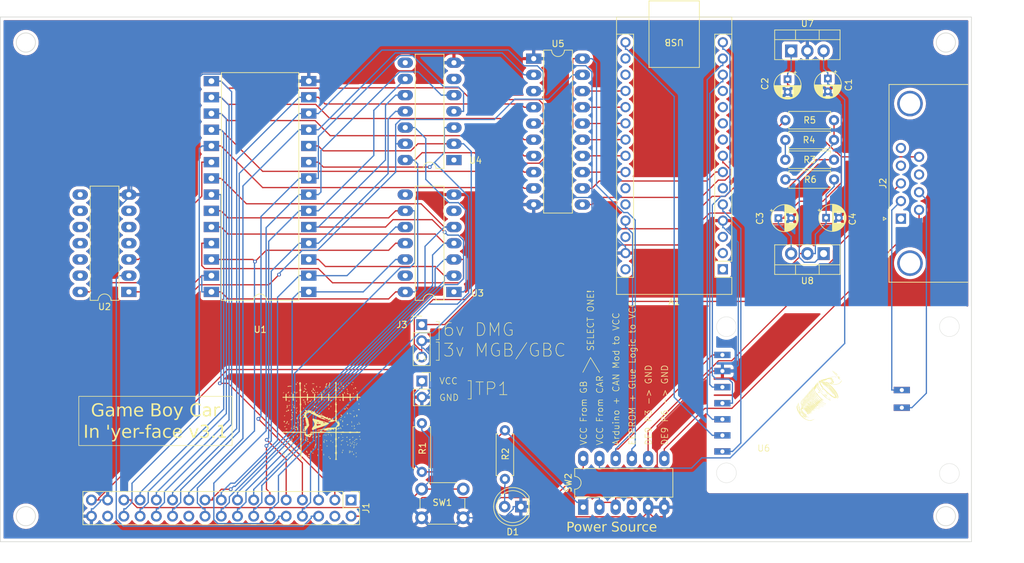
<source format=kicad_pcb>
(kicad_pcb (version 20221018) (generator pcbnew)
  (layers (0 "F.Cu" signal) (31 "B.Cu" signal) (34 "B.Paste" user) (35 "F.Paste" user) (36 "B.SilkS" user "B.Silkscreen") (37 "F.SilkS" user "F.Silkscreen") (38 "B.Mask" user) (39 "F.Mask" user) (44 "Edge.Cuts" user))
  (net 0 "")
  (net 2 "Net-(J1-Pin_2)")
  (net 3 "Net-(J1-Pin_3)")
  (net 5 "Net-(J1-Pin_5)")
  (net 6 "Net-(J1-Pin_6)")
  (net 7 "Net-(J1-Pin_7)")
  (net 8 "Net-(J1-Pin_8)")
  (net 9 "Net-(J1-Pin_9)")
  (net 10 "Net-(J1-Pin_10)")
  (net 11 "Net-(J1-Pin_11)")
  (net 12 "Net-(J1-Pin_12)")
  (net 13 "Net-(J1-Pin_13)")
  (net 14 "Net-(J1-Pin_14)")
  (net 15 "Net-(J1-Pin_15)")
  (net 16 "Net-(J1-Pin_16)")
  (net 17 "Net-(J1-Pin_17)")
  (net 18 "Net-(J1-Pin_18)")
  (net 19 "Net-(J1-Pin_19)")
  (net 20 "Net-(J1-Pin_20)")
  (net 21 "Net-(J1-Pin_21)")
  (net 23 "Net-(J1-Pin_23)")
  (net 24 "Net-(J1-Pin_24)")
  (net 25 "Net-(J1-Pin_25)")
  (net 26 "Net-(J1-Pin_26)")
  (net 27 "Net-(J1-Pin_27)")
  (net 28 "Net-(J1-Pin_28)")
  (net 29 "Net-(J1-Pin_30)")
  (net 31 "Net-(U1-{slash}CE)")
  (net 32 "Net-(U4-J)")
  (net 42 "Net-(U3-K)")
  (net 45 "Net-(D1-A)")
  (net 46 "Net-(J1-Pin_29)")
  (net 47 "GND")
  (net 51 "Net-(A1-D2)")
  (net 53 "Net-(A1-D4)")
  (net 54 "Net-(A1-D5)")
  (net 59 "Net-(A1-D10)")
  (net 60 "Net-(A1-D11)")
  (net 61 "Net-(A1-D12)")
  (net 62 "Net-(A1-D13)")
  (net 65 "Net-(A1-A0)")
  (net 66 "Net-(A1-A1)")
  (net 67 "Net-(A1-A2)")
  (net 68 "Net-(A1-A3)")
  (net 69 "Net-(A1-A4)")
  (net 70 "Net-(A1-A5)")
  (net 73 "Net-(A1-+5V)")
  (net 76 "Net-(U6-CAN_H)")
  (net 77 "Net-(U6-CAN_L)")
  (net 81 "Net-(U7-OUT)")
  (net 83 "Net-(U7-IN)")
  (net 84 "Net-(J1-Pin_33)")
  (net 85 "Net-(R3-Pad2)")
  (net 86 "Net-(U8-ADJ)")
  (net 87 "Net-(J3-Pin_1)")
  (net 88 "Net-(J3-Pin_3)")
  (net 89 "Net-(J2-Pad3)")
  (net 90 "Net-(J2-Pad6)")
  (net 91 "Net-(J4-Pin_1)")
  (net 92 "Net-(U1-VCC)")
  (footprint "Package_DIP:DIP-12_W7.62mm_LongPads" (layer "F.Cu") (at 171.15 126.525 90)
    (fp_text reference "SW2")
    (fp_text value "SW_DIP_x06")
  )
  (footprint "Module:Arduino_Nano" (layer "F.Cu") (at 193.01 89.26 180)
    (fp_text reference "A1")
    (fp_text value "Arduino_Nano_v3.x")
  )
  (footprint "Connector_Dsub:DSUB-9_Male_Horizontal_P2.77x2.84mm_EdgePinOffset7.70mm_Housed_MountingHolesOffset9.12mm" (layer "F.Cu") (at 220.88 81.34 90)
    (fp_text reference "J2")
    (fp_text value "DE9_Receptacle")
  )
  (footprint "Package_DIP:DIP-14_W7.62mm_LongPads" (layer "F.Cu") (at 150.92 92.8 180)
    (fp_text reference "U3")
    (fp_text value "4068")
  )
  (footprint "Connector_PinHeader_2.54mm:PinHeader_2x17_P2.54mm_Vertical" (layer "F.Cu") (at 134.82 125.4 -90)
    (fp_text reference "J1")
    (fp_text value "Conn_02x17_Odd_Even")
  )
  (footprint "Resistor_THT:R_Axial_DIN0207_L6.3mm_D2.5mm_P7.62mm_Horizontal" (layer "F.Cu") (at 202.79 69)
    (fp_text reference "R4")
    (fp_text value "100")
  )
  (footprint "Resistor_THT:R_Axial_DIN0207_L6.3mm_D2.5mm_P7.62mm_Horizontal" (layer "F.Cu") (at 158.9 114.49 -90)
    (fp_text reference "R2")
    (fp_text value "10k")
  )
  (footprint "Connector_PinHeader_2.54mm:PinHeader_1x03_P2.54mm_Vertical" (layer "F.Cu") (at 145.875 97.9245)
    (fp_text reference "J3")
    (fp_text value "Conn_01x03")
  )
  (footprint "Capacitor_THT:CP_Radial_D4.0mm_P2.00mm" (layer "F.Cu") (at 209.1674 81.2)
    (fp_text reference "C4")
    (fp_text value "1uf")
  )
  (footprint "Resistor_THT:R_Axial_DIN0207_L6.3mm_D2.5mm_P7.62mm_Horizontal" (layer "F.Cu") (at 145.9 121 90)
    (fp_text reference "R1")
    (fp_text value "10k")
  )
  (footprint "Capacitor_THT:CP_Radial_D4.0mm_P2.00mm" (layer "F.Cu") (at 203.14 59.4824 -90)
    (fp_text reference "C2")
    (fp_text value ".47uf")
  )
  (footprint "Capacitor_THT:CP_Radial_D4.0mm_P2.00mm" (layer "F.Cu") (at 201.7 81.245)
    (fp_text reference "C3")
    (fp_text value "0.1uf")
  )
  (footprint "LED_THT:LED_D5.0mm" (layer "F.Cu") (at 161.395 126.44 180)
    (fp_text reference "D1")
    (fp_text value "LED")
  )
  (footprint "Package_DIP:DIP-14_W7.62mm_LongPads" (layer "F.Cu") (at 150.92 72.14 180)
    (fp_text reference "U4")
    (fp_text value "4068")
  )
  (footprint "Package_DIP:DIP-28_W15.24mm_LongPads" (layer "F.Cu") (at 128.2 92.8 180)
    (fp_text reference "U1")
    (fp_text value "~")
  )
  (footprint "Custom:MCP2515_MODULE" (layer "F.Cu") (at 191.02 123.8 -90)
    (fp_text reference "U6")
    (fp_text value "~")
    (fp_circle (center -25.55 -37.45) (end -24 -37.45) (stroke (width 0.05)) (fill none) (layer "Edge.Cuts"))
    (fp_circle (center -25.55 -2.55) (end -24 -2.55) (stroke (width 0.05)) (fill none) (layer "Edge.Cuts"))
    (fp_circle (center -2.65 -2.55) (end -1.1 -2.55) (stroke (width 0.05)) (fill none) (layer "Edge.Cuts"))
    (fp_circle (center -2.56 -37.45) (end -1.01 -37.45) (stroke (width 0.05)) (fill none) (layer "Edge.Cuts"))
  )
  (footprint "Capacitor_THT:CP_Radial_D4.0mm_P2.00mm" (layer "F.Cu") (at 209.44 59.3824 -90)
    (fp_text reference "C1")
    (fp_text value ".1uf")
  )
  (footprint "Resistor_THT:R_Axial_DIN0207_L6.3mm_D2.5mm_P7.62mm_Horizontal" (layer "F.Cu") (at 202.79 65.9)
    (fp_text reference "R5")
    (fp_text value "680")
  )
  (footprint "Package_DIP:DIP-20_W7.62mm_LongPads" (layer "F.Cu") (at 163.4 56.26)
    (fp_text reference "U5")
    (fp_text value "74LS245")
  )
  (footprint "Package_DIP:DIP-14_W7.62mm_LongPads" (layer "F.Cu") (at 100.045 92.8 180)
    (fp_text reference "U2")
    (fp_text value "74HC00")
  )
  (footprint "Connector_PinSocket_2.54mm:PinSocket_1x02_P2.54mm_Vertical" (layer "F.Cu") (at 145.9 106.76)
    (fp_text reference "J4")
    (fp_text value "Conn_01x02")
  )
  (footprint "Button_Switch_THT:SW_PUSH_6mm" (layer "F.Cu") (at 145.87 123.69)
    (fp_text reference "SW1")
    (fp_text value "SW_Push")
  )
  (footprint "Package_TO_SOT_THT:TO-220-3_Vertical" (layer "F.Cu") (at 203.7 55.045)
    (fp_text reference "U7")
    (fp_text value "L7805")
  )
  (footprint "Resistor_THT:R_Axial_DIN0207_L6.3mm_D2.5mm_P7.62mm_Horizontal" (layer "F.Cu") (at 202.8 75.2)
    (fp_text reference "R6")
    (fp_text value "510")
  )
  (footprint "Resistor_THT:R_Axial_DIN0207_L6.3mm_D2.5mm_P7.62mm_Horizontal" (layer "F.Cu") (at 210.41 72.1 180)
    (fp_text reference "R3")
    (fp_text value "1.8k")
  )
  (footprint "Package_TO_SOT_THT:TO-220-3_Vertical" (layer "F.Cu") (at 208.78 86.8 180)
    (fp_text reference "U8")
    (fp_text value "LM317_TO-220")
  )
  (gr_poly (pts (xy 205.726972 109.316594) (xy 205.727681 109.318004) (xy 205.729055 109.322184) (xy 205.730371 109.328177) (xy 205.731627 109.335982) (xy 205.732826 109.3456) (xy 205.733966 109.35703) (xy 205.735048 109.370272) (xy 205.737035 109.402195) (xy 205.741198 109.449225) (xy 205.746136 109.494647) (xy 205.751747 109.538081) (xy 205.757927 109.579149) (xy 205.764575 109.617468) (xy 205.771589 109.652659) (xy 205.778864 109.684342) (xy 205.786302 109.712138) (xy 205.793798 109.735665) (xy 205.797535 109.74571) (xy 205.801249 109.754544) (xy 205.804927 109.762123) (xy 205.808556 109.768396) (xy 205.812122 109.773317) (xy 205.815613 109.776839) (xy 205.819016 109.778914) (xy 205.820681 109.779394) (xy 205.822319 109.779495) (xy 205.823929 109.77921) (xy 205.825509 109.778532) (xy 205.828572 109.775982) (xy 205.831497 109.771793) (xy 205.83427 109.765921) (xy 205.836879 109.758316) (xy 205.839311 109.748932) (xy 205.839857 109.747315) (xy 205.840561 109.746201) (xy 205.841417 109.74558) (xy 205.842419 109.745443) (xy 205.843564 109.745782) (xy 205.844846 109.746585) (xy 205.847808 109.749555) (xy 205.851266 109.754279) (xy 205.855184 109.760683) (xy 205.859526 109.768695) (xy 205.864256 109.778242) (xy 205.87473 109.801648) (xy 205.886317 109.830315) (xy 205.898721 109.86366) (xy 205.911651 109.901097) (xy 205.925941 109.941472) (xy 205.942248 109.983221) (xy 205.960017 110.025146) (xy 205.978691 110.066047) (xy 205.997717 110.104726) (xy 206.016538 110.139986) (xy 206.025698 110.155958) (xy 206.034599 110.170627) (xy 206.043171 110.183841) (xy 206.051344 110.19545) (xy 206.061488 110.210158) (xy 206.070399 110.22343) (xy 206.078076 110.235292) (xy 206.084513 110.245769) (xy 206.089709 110.254886) (xy 206.09184 110.258944) (xy 206.093658 110.262671) (xy 206.095165 110.26607) (xy 206.096359 110.269146) (xy 206.097238 110.271901) (xy 206.097805 110.274339) (xy 206.098056 110.276462) (xy 206.097994 110.278275) (xy 206.097616 110.279779) (xy 206.097309 110.280417) (xy 206.096923 110.28098) (xy 206.096458 110.281466) (xy 206.095913 110.281878) (xy 206.094587 110.282478) (xy 206.092944 110.282784) (xy 206.090983 110.282797) (xy 206.088705 110.282521) (xy 206.086108 110.281961) (xy 206.083193 110.281118) (xy 206.079958 110.279995) (xy 206.076403 110.278598) (xy 206.072529 110.276927) (xy 206.063816 110.27278) (xy 206.041003 110.265082) (xy 206.033772 110.265491) (xy 206.029225 110.26861) (xy 206.027286 110.274345) (xy 206.027882 110.282602) (xy 206.036377 110.306301) (xy 206.054109 110.338943) (xy 206.080479 110.379772) (xy 206.156738 110.482943) (xy 206.260357 110.609734) (xy 206.386545 110.754065) (xy 206.530506 110.909856) (xy 206.687446 111.071025) (xy 206.851811 111.236326) (xy 206.920152 111.305836) (xy 206.977121 111.364443) (xy 207.021112 111.410538) (xy 207.050514 111.442513) (xy 207.059244 111.452703) (xy 207.063722 111.458762) (xy 207.064306 111.460178) (xy 207.063751 111.460485) (xy 207.059128 111.457675) (xy 207.055578 111.455147) (xy 207.051948 111.452707) (xy 207.048247 111.45036) (xy 207.044483 111.448106) (xy 207.040664 111.445947) (xy 207.036799 111.443884) (xy 207.028961 111.440057) (xy 207.021035 111.43664) (xy 207.013087 111.433646) (xy 207.005183 111.43109) (xy 206.99739 111.428987) (xy 206.98977 111.427353) (xy 206.986048 111.426716) (xy 206.982393 111.426201) (xy 206.978816 111.42581) (xy 206.975323 111.425546) (xy 206.971923 111.425409) (xy 206.968624 111.425402) (xy 206.965436 111.425526) (xy 206.962365 111.425784) (xy 206.959421 111.426177) (xy 206.95661 111.426708) (xy 206.953942 111.427377) (xy 206.951425 111.428187) (xy 206.949066 111.429139) (xy 206.946875 111.430235) (xy 206.939775 111.431889) (xy 206.931144 111.431737) (xy 206.909541 111.426235) (xy 206.882565 111.414148) (xy 206.85072 111.395896) (xy 206.814503 111.371901) (xy 206.774418 111.342581) (xy 206.684639 111.269651) (xy 206.58539 111.180467) (xy 206.480674 111.078391) (xy 206.374496 110.966786) (xy 206.270861 110.849013) (xy 206.215276 110.782854) (xy 206.192049 110.754776) (xy 206.171822 110.729938) (xy 206.154562 110.708273) (xy 206.140236 110.68971) (xy 206.128812 110.674179) (xy 206.120255 110.661612) (xy 206.117043 110.656418) (xy 206.114535 110.65194) (xy 206.112728 110.648167) (xy 206.111617 110.645091) (xy 206.111199 110.642705) (xy 206.111248 110.641766) (xy 206.111469 110.640998) (xy 206.111861 110.640397) (xy 206.112423 110.639963) (xy 206.113156 110.639694) (xy 206.114058 110.63959) (xy 206.116368 110.639872) (xy 206.119351 110.6408) (xy 206.123001 110.642364) (xy 206.127314 110.644556) (xy 206.132288 110.647367) (xy 206.137917 110.650789) (xy 206.151125 110.65943) (xy 206.2534 110.73177) (xy 206.163597 110.607045) (xy 206.142847 110.574991) (xy 206.116865 110.530689) (xy 206.086731 110.476155) (xy 206.053527 110.413407) (xy 206.018336 110.344463) (xy 205.982239 110.271338) (xy 205.946316 110.196049) (xy 205.911651 110.120615) (xy 205.8774 110.046734) (xy 205.844378 109.977647) (xy 205.813342 109.914875) (xy 205.785055 109.859937) (xy 205.760275 109.814354) (xy 205.749438 109.795545) (xy 205.739763 109.779645) (xy 205.731346 109.766844) (xy 205.72428 109.757331) (xy 205.718661 109.751297) (xy 205.716424 109.749643) (xy 205.714585 109.748931) (xy 205.712093 109.747588) (xy 205.709761 109.744997) (xy 205.707591 109.741211) (xy 205.705581 109.736283) (xy 205.702043 109.723214) (xy 205.699149 109.706213) (xy 205.696899 109.685704) (xy 205.695291 109.662111) (xy 205.694327 109.635857) (xy 205.694005 109.607367) (xy 205.694327 109.577066) (xy 205.695291 109.545375) (xy 205.696899 109.51272) (xy 205.69915 109.479524) (xy 205.702044 109.446211) (xy 205.705581 109.413205) (xy 205.709761 109.38093) (xy 205.714585 109.349809) (xy 205.716426 109.33949) (xy 205.718209 109.330983) (xy 205.719934 109.324289) (xy 205.7216 109.319407) (xy 205.722412 109.317647) (xy 205.723209 109.316338) (xy 205.72399 109.315483) (xy 205.724758 109.315081) (xy 205.72551 109.315132) (xy 205.726248 109.315635)) (fill solid) (layer "F.SilkS"))
  (gr_poly (pts (xy 124.632045 117.131533) (xy 124.632469 117.131642) (xy 124.632894 117.131838) (xy 124.633744 117.132495) (xy 124.634593 117.133509) (xy 124.635439 117.134888) (xy 124.636279 117.136636) (xy 124.63711 117.138761) (xy 124.639317 117.143326) (xy 124.641947 117.147746) (xy 124.64497 117.152001) (xy 124.648355 117.15607) (xy 124.652071 117.159932) (xy 124.656086 117.163566) (xy 124.66037 117.166953) (xy 124.664891 117.170071) (xy 124.66962 117.172899) (xy 124.674524 117.175417) (xy 124.679573 117.177605) (xy 124.684735 117.179441) (xy 124.68998 117.180905) (xy 124.695277 117.181977) (xy 124.700595 117.182635) (xy 124.705902 117.182859) (xy 124.712129 117.182987) (xy 124.717911 117.183371) (xy 124.72325 117.184007) (xy 124.728143 117.184891) (xy 124.732593 117.186021) (xy 124.736598 117.187393) (xy 124.740158 117.189004) (xy 124.743274 117.190851) (xy 124.745946 117.192931) (xy 124.748173 117.195239) (xy 124.749956 117.197774) (xy 124.751294 117.200532) (xy 124.752188 117.203509) (xy 124.752638 117.206703) (xy 124.752643 117.21011) (xy 124.752204 117.213727) (xy 124.75132 117.21755) (xy 124.749992 117.221577) (xy 124.74822 117.225804) (xy 124.746003 117.230229) (xy 124.743341 117.234847) (xy 124.740236 117.239655) (xy 124.736686 117.244651) (xy 124.732691 117.249831) (xy 124.723368 117.260731) (xy 124.712268 117.272328) (xy 124.699391 117.284597) (xy 124.684735 117.297512) (xy 124.66196 117.31698) (xy 124.652702 117.324304) (xy 124.644745 117.329895) (xy 124.641225 117.332011) (xy 124.637996 117.333657) (xy 124.635047 117.334822) (xy 124.632366 117.335494) (xy 124.629943 117.33566) (xy 124.627765 117.33531) (xy 124.625822 117.33443) (xy 124.624101 117.33301) (xy 124.622593 117.331036) (xy 124.621286 117.328498) (xy 124.620167 117.325383) (xy 124.619227 117.321679) (xy 124.617834 117.312456) (xy 124.617018 117.300736) (xy 124.616688 117.286421) (xy 124.616753 117.269416) (xy 124.617707 117.226956) (xy 124.617828 117.213776) (xy 124.618179 117.20139) (xy 124.618742 117.189846) (xy 124.619499 117.179193) (xy 124.620431 117.169481) (xy 124.621521 117.160758) (xy 124.622751 117.153074) (xy 124.623412 117.149637) (xy 124.624102 117.146478) (xy 124.624817 117.143604) (xy 124.625556 117.141019) (xy 124.626316 117.138731) (xy 124.627095 117.136746) (xy 124.627891 117.135069) (xy 124.628702 117.133708) (xy 124.629525 117.132667) (xy 124.630358 117.131954) (xy 124.631198 117.131574) (xy 124.631621 117.131511)) (fill solid) (layer "F.SilkS"))
  (gr_poly (pts (xy 209.904341 109.583726) (xy 209.905979 109.586725) (xy 209.905953 109.587704) (xy 209.905375 109.588343) (xy 209.902603 109.58862) (xy 209.897741 109.587596) (xy 209.890867 109.585312) (xy 209.871383 109.577122) (xy 209.844766 109.564372) (xy 209.811631 109.547383) (xy 209.772592 109.526476) (xy 209.728261 109.501975) (xy 209.683661 109.475558) (xy 209.640407 109.449199) (xy 209.599608 109.42366) (xy 209.562375 109.399699) (xy 209.52982 109.378077) (xy 209.503052 109.359553) (xy 209.483184 109.344888) (xy 209.476184 109.33924) (xy 209.471325 109.334842) (xy 209.46912 109.331298) (xy 209.468805 109.330018) (xy 209.469001 109.329058) (xy 209.4697 109.328416) (xy 209.470892 109.328083) (xy 209.474715 109.328333) (xy 209.480396 109.329766) (xy 209.487856 109.332342) (xy 209.507807 109.340766) (xy 209.533956 109.353283) (xy 209.565688 109.36957) (xy 209.602389 109.389307) (xy 209.643447 109.412172) (xy 209.686307 109.436849) (xy 209.728143 109.46179) (xy 209.767934 109.486321) (xy 209.804655 109.50977) (xy 209.837283 109.531465) (xy 209.864796 109.550734) (xy 209.88617 109.566905) (xy 209.894235 109.573618) (xy 209.900382 109.579304)) (fill solid) (layer "F.SilkS"))
  (gr_poly (pts (xy 135.160358 111.410817) (xy 135.172763 111.411469) (xy 135.185726 111.412556) (xy 135.1992 111.414081) (xy 135.21314 111.416051) (xy 135.227498 111.41847) (xy 135.260033 111.424547) (xy 135.28818 111.430214) (xy 135.311935 111.435473) (xy 135.331292 111.440326) (xy 135.346247 111.444775) (xy 135.356793 111.448825) (xy 135.360411 111.4507) (xy 135.362926 111.452476) (xy 135.364336 111.454153) (xy 135.364641 111.455732) (xy 135.36384 111.457213) (xy 135.361932 111.458596) (xy 135.358917 111.459881) (xy 135.354795 111.461069) (xy 135.343224 111.463154) (xy 135.327213 111.464855) (xy 135.306759 111.466173) (xy 135.281855 111.467112) (xy 135.252497 111.467673) (xy 135.218679 111.467859) (xy 135.199459 111.467695) (xy 135.1815 111.467208) (xy 135.164822 111.466406) (xy 135.149447 111.465296) (xy 135.142254 111.464628) (xy 135.135394 111.463886) (xy 135.12887 111.463072) (xy 135.122685 111.462185) (xy 135.116841 111.461227) (xy 135.11134 111.460199) (xy 135.106186 111.459102) (xy 135.10138 111.457937) (xy 135.096926 111.456705) (xy 135.092826 111.455406) (xy 135.089083 111.454042) (xy 135.085698 111.452614) (xy 135.082676 111.451123) (xy 135.080017 111.449569) (xy 135.077726 111.447954) (xy 135.075804 111.446279) (xy 135.074254 111.444544) (xy 135.073079 111.442751) (xy 135.072281 111.4409) (xy 135.071863 111.438992) (xy 135.071827 111.437029) (xy 135.072176 111.435012) (xy 135.072913 111.432941) (xy 135.07404 111.430817) (xy 135.077236 111.427035) (xy 135.081502 111.423631) (xy 135.086791 111.420608) (xy 135.093057 111.417974) (xy 135.100253 111.415732) (xy 135.108332 111.413888) (xy 135.117249 111.412447) (xy 135.126957 111.411414) (xy 135.137408 111.410795) (xy 135.148557 111.410594)) (fill solid) (layer "F.SilkS"))
  (gr_poly (pts (xy 125.035846 116.296449) (xy 125.039272 116.297501) (xy 125.042538 116.299119) (xy 125.04563 116.30129) (xy 125.048537 116.304001) (xy 125.051248 116.307239) (xy 125.053751 116.310991) (xy 125.056035 116.315244) (xy 125.058087 116.319986) (xy 125.059896 116.325203) (xy 125.061451 116.330883) (xy 125.06274 116.337012) (xy 125.063751 116.343578) (xy 125.064472 116.350568) (xy 125.064893 116.357968) (xy 125.065001 116.365767) (xy 125.064784 116.37395) (xy 125.064232 116.382506) (xy 125.063332 116.39142) (xy 125.062073 116.400681) (xy 125.060443 116.410276) (xy 125.056796 116.428359) (xy 125.053839 116.444317) (xy 125.051642 116.458253) (xy 125.050274 116.470275) (xy 125.049922 116.475602) (xy 125.049805 116.480489) (xy 125.049929 116.48495) (xy 125.050305 116.488999) (xy 125.05094 116.492649) (xy 125.051843 116.495913) (xy 125.053024 116.498805) (xy 125.05449 116.501336) (xy 125.056251 116.503522) (xy 125.058316 116.505374) (xy 125.060692 116.506907) (xy 125.063389 116.508134) (xy 125.066416 116.509067) (xy 125.06978 116.50972) (xy 125.073492 116.510106) (xy 125.077559 116.510238) (xy 125.08199 116.510131) (xy 125.086795 116.509796) (xy 125.097558 116.508499) (xy 125.109917 116.506452) (xy 125.123944 116.503762) (xy 125.135421 116.501759) (xy 125.140845 116.500997) (xy 125.146064 116.500396) (xy 125.151084 116.499959) (xy 125.155907 116.499688) (xy 125.160538 116.499586) (xy 125.164981 116.499655) (xy 125.169242 116.499897) (xy 125.173322 116.500314) (xy 125.177228 116.500909) (xy 125.180963 116.501684) (xy 125.184532 116.502641) (xy 125.187937 116.503782) (xy 125.191185 116.50511) (xy 125.194279 116.506627) (xy 125.197222 116.508336) (xy 125.20002 116.510237) (xy 125.202677 116.512335) (xy 125.205196 116.51463) (xy 125.207582 116.517126) (xy 125.20984 116.519824) (xy 125.211972 116.522727) (xy 125.213985 116.525837) (xy 125.21588 116.529156) (xy 125.217664 116.532687) (xy 125.21934 116.536432) (xy 125.220913 116.540393) (xy 125.222385 116.544572) (xy 125.223763 116.548971) (xy 125.22505 116.553594) (xy 125.226249 116.558441) (xy 125.228666 116.567828) (xy 125.230621 116.576153) (xy 125.232105 116.583428) (xy 125.232669 116.586677) (xy 125.233112 116.589668) (xy 125.233433 116.592403) (xy 125.233632 116.594884) (xy 125.233708 116.597113) (xy 125.233659 116.59909) (xy 125.233486 116.600818) (xy 125.233185 116.602299) (xy 125.232758 116.603533) (xy 125.232202 116.604523) (xy 125.231517 116.60527) (xy 125.230702 116.605776) (xy 125.229756 116.606042) (xy 125.228678 116.60607) (xy 125.227467 116.605862) (xy 125.226121 116.605419) (xy 125.224641 116.604742) (xy 125.223024 116.603834) (xy 125.221271 116.602696) (xy 125.21938 116.60133) (xy 125.21735 116.599737) (xy 125.21518 116.597919) (xy 125.210417 116.593614) (xy 125.205082 116.588428) (xy 125.200522 116.584193) (xy 125.195474 116.580101) (xy 125.189986 116.576169) (xy 125.184109 116.572415) (xy 125.17789 116.568858) (xy 125.171379 116.565515) (xy 125.164625 116.562404) (xy 125.157678 116.559544) (xy 125.150586 116.556953) (xy 125.143398 116.554649) (xy 125.136164 116.552649) (xy 125.128932 116.550973) (xy 125.121752 116.549638) (xy 125.114673 116.548661) (xy 125.107743 116.548062) (xy 125.101013 116.547859) (xy 125.094687 116.547407) (xy 125.088292 116.546081) (xy 125.081853 116.54393) (xy 125.075395 116.540999) (xy 125.068942 116.537336) (xy 125.062519 116.532987) (xy 125.05615 116.528) (xy 125.04986 116.52242) (xy 125.043673 116.516295) (xy 125.037615 116.509672) (xy 125.025979 116.495117) (xy 125.015149 116.479132) (xy 125.005322 116.462089) (xy 124.996694 116.444365) (xy 124.989461 116.426332) (xy 124.983819 116.408368) (xy 124.979966 116.390845) (xy 124.978771 116.382366) (xy 124.978097 116.374138) (xy 124.977968 116.366208) (xy 124.978409 116.358623) (xy 124.979444 116.351429) (xy 124.981098 116.344673) (xy 124.983395 116.338403) (xy 124.98636 116.332664) (xy 124.990818 116.325918) (xy 124.995254 116.319893) (xy 124.999656 116.314576) (xy 125.004013 116.309954) (xy 125.008313 116.306014) (xy 125.012545 116.302743) (xy 125.016696 116.300129) (xy 125.020756 116.298158) (xy 125.024712 116.296817) (xy 125.028554 116.296094) (xy 125.032269 116.295976)) (fill solid) (layer "F.SilkS"))
  (gr_poly (pts (xy 132.870372 114.0493) (xy 132.874912 114.050412) (xy 132.879792 114.052357) (xy 132.884997 114.055128) (xy 132.890507 114.058718) (xy 132.896306 114.063121) (xy 132.902376 114.068333) (xy 132.908701 114.074345) (xy 132.915261 114.081153) (xy 132.922041 114.08875) (xy 132.936187 114.106286) (xy 132.951 114.126904) (xy 132.96634 114.150556) (xy 132.982068 114.177192) (xy 132.992609 114.196482) (xy 133.001736 114.213441) (xy 133.009442 114.22822) (xy 133.01572 114.240968) (xy 133.01832 114.246627) (xy 133.020561 114.251834) (xy 133.02244 114.256609) (xy 133.023957 114.26097) (xy 133.025111 114.264935) (xy 133.025901 114.268524) (xy 133.026327 114.271755) (xy 133.026386 114.274647) (xy 133.026078 114.277218) (xy 133.025403 114.279488) (xy 133.024358 114.281475) (xy 133.022944 114.283198) (xy 133.021159 114.284675) (xy 133.019003 114.285925) (xy 133.016473 114.286968) (xy 133.01357 114.287821) (xy 133.010292 114.288504) (xy 133.006639 114.289035) (xy 133.002609 114.289433) (xy 132.998201 114.289716) (xy 132.98825 114.290015) (xy 132.976776 114.290081) (xy 132.962988 114.289889) (xy 132.950638 114.289203) (xy 132.939597 114.28786) (xy 132.92973 114.285699) (xy 132.925197 114.28426) (xy 132.920908 114.282556) (xy 132.916847 114.280565) (xy 132.912997 114.278268) (xy 132.909343 114.275644) (xy 132.905867 114.272672) (xy 132.902554 114.269334) (xy 132.899386 114.265607) (xy 132.896347 114.261472) (xy 132.893421 114.256908) (xy 132.887841 114.246414) (xy 132.882515 114.233961) (xy 132.87731 114.219387) (xy 132.872094 114.202529) (xy 132.866737 114.183224) (xy 132.855068 114.136622) (xy 132.852399 114.124518) (xy 132.850332 114.113339) (xy 132.848851 114.103077) (xy 132.847937 114.093727) (xy 132.847574 114.085283) (xy 132.847743 114.077738) (xy 132.848428 114.071087) (xy 132.849611 114.065323) (xy 132.851275 114.060439) (xy 132.853402 114.056431) (xy 132.855974 114.053292) (xy 132.858975 114.051015) (xy 132.862386 114.049595) (xy 132.866191 114.049025)) (fill solid) (layer "F.SilkS"))
  (gr_poly (pts (xy 129.33268 116.583421) (xy 129.339259 116.584257) (xy 129.345271 116.585617) (xy 129.350721 116.587474) (xy 129.355613 116.589799) (xy 129.359955 116.592566) (xy 129.36375 116.595747) (xy 129.367006 116.599314) (xy 129.369726 116.603241) (xy 129.371917 116.6075) (xy 129.373584 116.612062) (xy 129.374733 116.616902) (xy 129.375369 116.62199) (xy 129.375497 116.627301) (xy 129.375124 116.632806) (xy 129.374254 116.638478) (xy 129.372893 116.64429) (xy 129.371047 116.650214) (xy 129.368721 116.656222) (xy 129.36592 116.662287) (xy 129.362651 116.668382) (xy 129.358918 116.67448) (xy 129.354727 116.680552) (xy 129.350083 116.686572) (xy 129.344993 116.692511) (xy 129.339461 116.698343) (xy 129.333493 116.70404) (xy 129.327094 116.709575) (xy 129.32027 116.714919) (xy 129.313027 116.720046) (xy 129.30537 116.724929) (xy 129.297304 116.729539) (xy 129.293093 116.731693) (xy 129.289059 116.733855) (xy 129.285205 116.73602) (xy 129.281533 116.738186) (xy 129.278043 116.740349) (xy 129.27474 116.742507) (xy 129.271623 116.744656) (xy 129.268696 116.746792) (xy 129.26596 116.748913) (xy 129.263417 116.751015) (xy 129.26107 116.753095) (xy 129.258919 116.75515) (xy 129.256967 116.757176) (xy 129.255216 116.759171) (xy 129.253668 116.761131) (xy 129.252325 116.763053) (xy 129.251188 116.764933) (xy 129.25026 116.766769) (xy 129.249543 116.768557) (xy 129.249038 116.770294) (xy 129.248748 116.771977) (xy 129.248674 116.773603) (xy 129.248818 116.775167) (xy 129.249183 116.776668) (xy 129.24977 116.778101) (xy 129.250581 116.779464) (xy 129.251618 116.780754) (xy 129.252883 116.781966) (xy 129.254378 116.783099) (xy 129.256105 116.784148) (xy 129.258066 116.785111) (xy 129.260262 116.785984) (xy 129.264566 116.787912) (xy 129.268229 116.79068) (xy 129.271275 116.794229) (xy 129.273726 116.7985) (xy 129.275603 116.803433) (xy 129.276928 116.808971) (xy 129.277724 116.815052) (xy 129.278012 116.82162) (xy 129.277814 116.828613) (xy 129.277152 116.835974) (xy 129.276049 116.843643) (xy 129.274525 116.851561) (xy 129.270307 116.867907) (xy 129.264672 116.884541) (xy 129.257798 116.900988) (xy 129.249858 116.916776) (xy 129.245545 116.924276) (xy 129.24103 116.931433) (xy 129.236338 116.938189) (xy 129.231489 116.944485) (xy 129.226506 116.950262) (xy 129.221411 116.95546) (xy 129.216225 116.960021) (xy 129.21097 116.963885) (xy 129.205669 116.966993) (xy 129.200344 116.969286) (xy 129.195016 116.970705) (xy 129.189707 116.971192) (xy 129.188085 116.971284) (xy 129.186525 116.971557) (xy 129.185031 116.972007) (xy 129.183602 116.972628) (xy 129.182241 116.973416) (xy 129.180948 116.974366) (xy 129.179725 116.975473) (xy 129.178572 116.976731) (xy 129.177493 116.978137) (xy 129.176486 116.979686) (xy 129.1747 116.983191) (xy 129.173224 116.987207) (xy 129.172068 116.991697) (xy 129.171243 116.99662) (xy 129.170759 117.001939) (xy 129.170626 117.007614) (xy 129.170856 117.013608) (xy 129.171457 117.01988) (xy 129.17244 117.026393) (xy 129.173817 117.033107) (xy 129.175596 117.039984) (xy 129.177003 117.047477) (xy 129.177925 117.055362) (xy 129.178371 117.063579) (xy 129.178352 117.072064) (xy 129.177878 117.080756) (xy 129.17696 117.089593) (xy 129.175608 117.098512) (xy 129.173832 117.107452) (xy 129.171643 117.116351) (xy 129.16905 117.125146) (xy 129.166065 117.133776) (xy 129.162698 117.142179) (xy 129.158958 117.150292) (xy 129.154856 117.158054) (xy 129.150404 117.165403) (xy 129.14561 117.172276) (xy 129.137788 117.182437) (xy 129.130827 117.191062) (xy 129.124677 117.1981) (xy 129.119289 117.203502) (xy 129.116866 117.205574) (xy 129.114615 117.20722) (xy 129.112529 117.208431) (xy 129.110604 117.209203) (xy 129.108833 117.20953) (xy 129.107209 117.209405) (xy 129.105726 117.208821) (xy 129.104379 117.207774) (xy 129.103161 117.206256) (xy 129.102066 117.204262) (xy 129.101088 117.201785) (xy 129.100221 117.19882) (xy 129.098794 117.191399) (xy 129.097737 117.181949) (xy 129.097 117.170422) (xy 129.096534 117.156769) (xy 129.096221 117.122886) (xy 129.096093 117.111342) (xy 129.096359 117.099907) (xy 129.096996 117.088648) (xy 129.097985 117.077631) (xy 129.099304 117.066925) (xy 129.100934 117.056596) (xy 129.102853 117.046711) (xy 129.10504 117.037338) (xy 129.107476 117.028543) (xy 129.110139 117.020395) (xy 129.113009 117.012959) (xy 129.116065 117.006304) (xy 129.119286 117.000497) (xy 129.120952 116.997932) (xy 129.122652 116.995604) (xy 129.124383 116.993521) (xy 129.126142 116.991693) (xy 129.127927 116.990127) (xy 129.129735 116.988831) (xy 129.133329 116.985968) (xy 129.136822 116.982054) (xy 129.140196 116.977153) (xy 129.143433 116.97133) (xy 129.146515 116.964648) (xy 129.149424 116.957174) (xy 129.152141 116.948971) (xy 129.15465 116.940103) (xy 129.156931 116.930637) (xy 129.158966 116.920635) (xy 129.160739 116.910163) (xy 129.162229 116.899286) (xy 129.16342 116.888067) (xy 129.164293 116.876572) (xy 129.16483 116.864865) (xy 129.165013 116.853011) (xy 129.165297 116.841162) (xy 129.166132 116.828833) (xy 129.167489 116.816122) (xy 129.16934 116.803126) (xy 129.171655 116.789944) (xy 129.174407 116.776675) (xy 129.177568 116.763416) (xy 129.181108 116.750265) (xy 129.185 116.737321) (xy 129.189214 116.724682) (xy 129.193724 116.712446) (xy 129.198499 116.700711) (xy 129.203512 116.689575) (xy 129.208734 116.679138) (xy 129.214138 116.669496) (xy 129.219693 116.660748) (xy 129.225513 116.6529) (xy 129.231693 116.645258) (xy 129.238177 116.637865) (xy 129.244911 116.630761) (xy 129.251843 116.623988) (xy 129.258916 116.617587) (xy 129.266077 116.6116) (xy 129.273272 116.606067) (xy 129.280445 116.60103) (xy 129.287544 116.596531) (xy 129.294514 116.59261) (xy 129.301301 116.58931) (xy 129.307849 116.586671) (xy 129.314106 116.584735) (xy 129.317108 116.584043) (xy 129.320017 116.583543) (xy 129.322825 116.583239) (xy 129.325527 116.583136)) (fill solid) (layer "F.SilkS"))
  (gr_poly (pts (xy 129.64856 108.787039) (xy 129.651978 108.787403) (xy 129.655243 108.787916) (xy 129.658355 108.788577) (xy 129.661316 108.789387) (xy 129.664125 108.790348) (xy 129.666784 108.791461) (xy 129.669293 108.792726) (xy 129.671653 108.794144) (xy 129.673864 108.795717) (xy 129.675927 108.797445) (xy 129.677843 108.799329) (xy 129.679613 108.801371) (xy 129.681236 108.803571) (xy 129.682714 108.80593) (xy 129.684047 108.808449) (xy 129.685237 108.81113) (xy 129.686283 108.813973) (xy 129.687186 108.816978) (xy 129.687947 108.820148) (xy 129.688566 108.823483) (xy 129.689384 108.830652) (xy 129.689643 108.838493) (xy 129.689349 108.847013) (xy 129.688508 108.85622) (xy 129.687124 108.866123) (xy 129.686582 108.870231) (xy 129.68595 108.874281) (xy 129.685231 108.878271) (xy 129.68443 108.882194) (xy 129.683548 108.886047) (xy 129.682589 108.889823) (xy 129.681557 108.893519) (xy 129.680454 108.897129) (xy 129.679284 108.900649) (xy 129.67805 108.904073) (xy 129.676756 108.907397) (xy 129.675404 108.910616) (xy 129.673997 108.913726) (xy 129.67254 108.916721) (xy 129.671035 108.919596) (xy 129.669485 108.922347) (xy 129.667894 108.924969) (xy 129.666265 108.927457) (xy 129.6646 108.929805) (xy 129.662905 108.932011) (xy 129.661181 108.934067) (xy 129.659431 108.93597) (xy 129.65766 108.937715) (xy 129.65587 108.939297) (xy 129.654064 108.940711) (xy 129.652246 108.941952) (xy 129.65042 108.943015) (xy 129.648587 108.943896) (xy 129.646752 108.94459) (xy 129.644917 108.945091) (xy 129.643086 108.945396) (xy 129.641263 108.945498) (xy 129.639439 108.945396) (xy 129.637608 108.945091) (xy 129.635774 108.94459) (xy 129.633938 108.943896) (xy 129.632106 108.943015) (xy 129.630279 108.941952) (xy 129.626655 108.939297) (xy 129.623094 108.93597) (xy 129.61962 108.932011) (xy 129.616261 108.927457) (xy 129.61304 108.922347) (xy 129.609985 108.916721) (xy 129.607122 108.910616) (xy 129.604475 108.904073) (xy 129.602071 108.897129) (xy 129.599936 108.889823) (xy 129.598095 108.882194) (xy 129.596575 108.874281) (xy 129.595401 108.866123) (xy 129.594642 108.861084) (xy 129.594017 108.85622) (xy 129.593528 108.85153) (xy 129.593176 108.847013) (xy 129.59296 108.842667) (xy 129.592882 108.838493) (xy 129.592942 108.834488) (xy 129.593141 108.830652) (xy 129.59348 108.826984) (xy 129.593959 108.823483) (xy 129.594578 108.820148) (xy 129.595339 108.816978) (xy 129.596243 108.813973) (xy 129.597289 108.81113) (xy 129.598478 108.808449) (xy 129.599811 108.80593) (xy 129.601289 108.803571) (xy 129.602913 108.801371) (xy 129.604682 108.799329) (xy 129.606598 108.797445) (xy 129.608661 108.795717) (xy 129.610873 108.794144) (xy 129.613232 108.792726) (xy 129.615741 108.791461) (xy 129.6184 108.790348) (xy 129.62121 108.789387) (xy 129.62417 108.788577) (xy 129.627282 108.787916) (xy 129.630547 108.787403) (xy 129.633965 108.787039) (xy 129.637537 108.78682) (xy 129.641263 108.786748)) (fill solid) (layer "F.SilkS"))
  (gr_poly (pts (xy 133.292865 115.032182) (xy 133.296261 115.032678) (xy 133.299558 115.033504) (xy 133.302743 115.034659) (xy 133.305802 115.036139) (xy 133.308722 115.037942) (xy 133.311487 115.040066) (xy 133.314085 115.042507) (xy 133.316502 115.045263) (xy 133.318723 115.048333) (xy 133.320735 115.051712) (xy 133.322523 115.055399) (xy 133.324075 115.05939) (xy 133.325375 115.063684) (xy 133.326411 115.068278) (xy 133.327168 115.073169) (xy 133.327632 115.078354) (xy 133.32779 115.083831) (xy 133.327847 115.086466) (xy 133.328014 115.089076) (xy 133.32829 115.091658) (xy 133.328672 115.094208) (xy 133.329158 115.096721) (xy 133.329744 115.099194) (xy 133.330428 115.101624) (xy 133.331208 115.104005) (xy 133.332081 115.106335) (xy 133.333044 115.108609) (xy 133.334095 115.110824) (xy 133.335232 115.112976) (xy 133.336451 115.115061) (xy 133.33775 115.117074) (xy 133.339127 115.119012) (xy 133.340579 115.120872) (xy 133.342103 115.122649) (xy 133.343696 115.12434) (xy 133.345357 115.12594) (xy 133.347083 115.127445) (xy 133.34887 115.128853) (xy 133.350717 115.130158) (xy 133.352621 115.131358) (xy 133.354579 115.132448) (xy 133.356589 115.133424) (xy 133.358648 115.134282) (xy 133.360753 115.135019) (xy 133.362903 115.135631) (xy 133.365093 115.136114) (xy 133.367323 115.136463) (xy 133.369588 115.136676) (xy 133.371887 115.136747) (xy 133.377137 115.137162) (xy 133.38164 115.137753) (xy 133.383611 115.138118) (xy 133.385394 115.13853) (xy 133.386989 115.138992) (xy 133.388396 115.139503) (xy 133.389614 115.140067) (xy 133.390644 115.140683) (xy 133.391484 115.141354) (xy 133.392134 115.14208) (xy 133.392595 115.142863) (xy 133.392865 115.143705) (xy 133.392945 115.144605) (xy 133.392834 115.145567) (xy 133.392531 115.14659) (xy 133.392038 115.147677) (xy 133.391352 115.148828) (xy 133.390474 115.150045) (xy 133.389404 115.15133) (xy 133.38814 115.152683) (xy 133.386684 115.154105) (xy 133.385034 115.155599) (xy 133.381153 115.158805) (xy 133.376494 115.16231) (xy 133.371055 115.166126) (xy 133.364832 115.170262) (xy 133.359373 115.173555) (xy 133.35392 115.176493) (xy 133.34849 115.179084) (xy 133.343101 115.181334) (xy 133.337768 115.183251) (xy 133.332509 115.184842) (xy 133.32734 115.186114) (xy 133.322278 115.187074) (xy 133.317341 115.187728) (xy 133.312544 115.188085) (xy 133.307905 115.188152) (xy 133.30344 115.187935) (xy 133.299167 115.187441) (xy 133.295102 115.186678) (xy 133.291261 115.185653) (xy 133.287662 115.184372) (xy 133.284321 115.182844) (xy 133.281256 115.181075) (xy 133.278482 115.179071) (xy 133.276018 115.176841) (xy 133.273878 115.174392) (xy 133.272082 115.17173) (xy 133.270644 115.168862) (xy 133.269582 115.165796) (xy 133.268913 115.162539) (xy 133.268654 115.159098) (xy 133.268821 115.15548) (xy 133.269431 115.151692) (xy 133.270501 115.147741) (xy 133.272048 115.143635) (xy 133.274088 115.13938) (xy 133.276638 115.134983) (xy 133.277574 115.13318) (xy 133.278397 115.13141) (xy 133.279109 115.129673) (xy 133.279711 115.127973) (xy 133.280205 115.12631) (xy 133.280591 115.124686) (xy 133.280872 115.123102) (xy 133.281048 115.121561) (xy 133.28112 115.120064) (xy 133.281091 115.118613) (xy 133.28096 115.117209) (xy 133.28073 115.115853) (xy 133.280403 115.114548) (xy 133.279978 115.113295) (xy 133.279457 115.112095) (xy 133.278842 115.110951) (xy 133.278135 115.109863) (xy 133.277335 115.108834) (xy 133.276445 115.107865) (xy 133.275466 115.106958) (xy 133.274399 115.106114) (xy 133.273246 115.105335) (xy 133.272007 115.104622) (xy 133.270684 115.103978) (xy 133.269279 115.103403) (xy 133.267792 115.1029) (xy 133.266225 115.10247) (xy 133.264579 115.102114) (xy 133.262856 115.101834) (xy 133.261057 115.101633) (xy 133.259182 115.101511) (xy 133.257234 115.10147) (xy 133.255286 115.101424) (xy 133.253412 115.101287) (xy 133.251614 115.101061) (xy 133.249893 115.10075) (xy 133.24825 115.100354) (xy 133.246688 115.099877) (xy 133.245208 115.09932) (xy 133.243812 115.098686) (xy 133.242501 115.097977) (xy 133.241277 115.097196) (xy 133.240141 115.096344) (xy 133.239096 115.095423) (xy 133.238142 115.094437) (xy 133.237281 115.093388) (xy 133.236516 115.092277) (xy 133.235847 115.091107) (xy 133.235276 115.08988) (xy 133.234805 115.088598) (xy 133.234436 115.087264) (xy 133.234169 115.085881) (xy 133.234007 115.084449) (xy 133.233952 115.082972) (xy 133.234004 115.081451) (xy 133.234166 115.07989) (xy 133.234439 115.078289) (xy 133.234824 115.076653) (xy 133.235324 115.074982) (xy 133.23594 115.073279) (xy 133.236673 115.071546) (xy 133.237526 115.069786) (xy 133.238499 115.068) (xy 133.239595 115.066192) (xy 133.242797 115.061417) (xy 133.246109 115.057011) (xy 133.249517 115.052972) (xy 133.253007 115.049297) (xy 133.256566 115.045984) (xy 133.260179 115.043031) (xy 133.263834 115.040433) (xy 133.267515 115.03819) (xy 133.271208 115.036298) (xy 133.274901 115.034755) (xy 133.278579 115.033559) (xy 133.282229 115.032706) (xy 133.285835 115.032194) (xy 133.289385 115.03202)) (fill solid) (layer "F.SilkS"))
  (gr_poly (pts (xy 134.198794 107.975798) (xy 134.205001 107.977137) (xy 134.210722 107.979405) (xy 134.213403 107.980898) (xy 134.215963 107.982635) (xy 134.218405 107.98462) (xy 134.220729 107.986857) (xy 134.225024 107.992102) (xy 134.228854 107.998402) (xy 134.232224 108.005786) (xy 134.23514 108.014287) (xy 134.237605 108.023935) (xy 134.239627 108.034761) (xy 134.241209 108.046797) (xy 134.242357 108.060072) (xy 134.243076 108.074619) (xy 134.243372 108.090468) (xy 134.243249 108.107651) (xy 134.243197 108.129429) (xy 134.243001 108.148506) (xy 134.242598 108.164954) (xy 134.241926 108.17884) (xy 134.24147 108.184845) (xy 134.240923 108.190236) (xy 134.240279 108.195022) (xy 134.239528 108.199211) (xy 134.238664 108.202812) (xy 134.237678 108.205835) (xy 134.236563 108.208287) (xy 134.235311 108.210177) (xy 134.233915 108.211514) (xy 134.23316 108.211978) (xy 134.232366 108.212307) (xy 134.231532 108.212502) (xy 134.230657 108.212565) (xy 134.228779 108.212295) (xy 134.226727 108.211508) (xy 134.22449 108.210212) (xy 134.222063 108.208414) (xy 134.219436 108.206125) (xy 134.216603 108.203353) (xy 134.213556 108.200106) (xy 134.206786 108.192224) (xy 134.199066 108.182549) (xy 134.190332 108.17115) (xy 134.185107 108.163948) (xy 134.180031 108.156278) (xy 134.175131 108.14821) (xy 134.170433 108.139814) (xy 134.165962 108.13116) (xy 134.161744 108.122316) (xy 134.157806 108.113354) (xy 134.154172 108.104343) (xy 134.150869 108.095353) (xy 134.147922 108.086453) (xy 134.145358 108.077713) (xy 134.143203 108.069203) (xy 134.141481 108.060993) (xy 134.140219 108.053153) (xy 134.139443 108.045751) (xy 134.139179 108.038859) (xy 134.13925 108.035573) (xy 134.139463 108.032332) (xy 134.139812 108.02914) (xy 134.140295 108.026002) (xy 134.140907 108.02292) (xy 134.141644 108.019899) (xy 134.142502 108.016942) (xy 134.143478 108.014054) (xy 134.144568 108.011238) (xy 134.145767 108.008499) (xy 134.147073 108.00584) (xy 134.148481 108.003264) (xy 134.149986 108.000777) (xy 134.151586 107.998381) (xy 134.153277 107.996081) (xy 134.155054 107.99388) (xy 134.156914 107.991782) (xy 134.158852 107.989792) (xy 134.160865 107.987913) (xy 134.16295 107.986149) (xy 134.165102 107.984504) (xy 134.167317 107.982981) (xy 134.169591 107.981585) (xy 134.171921 107.98032) (xy 134.174303 107.979189) (xy 134.176732 107.978196) (xy 134.179205 107.977345) (xy 134.181719 107.976641) (xy 134.184268 107.976086) (xy 134.18685 107.975685) (xy 134.189461 107.975441) (xy 134.192095 107.975359)) (fill solid) (layer "F.SilkS"))
  (gr_poly (pts (xy 126.400884 106.917381) (xy 126.405828 106.918421) (xy 126.410533 106.920106) (xy 126.414993 106.922397) (xy 126.419202 106.925255) (xy 126.423155 106.928642) (xy 126.426846 106.932517) (xy 126.430268 106.936842) (xy 126.433417 106.941578) (xy 126.436286 106.946686) (xy 126.43887 106.952127) (xy 126.441162 106.957861) (xy 126.443157 106.963849) (xy 126.444849 106.970053) (xy 126.446232 106.976434) (xy 126.447301 106.982951) (xy 126.448049 106.989567) (xy 126.448471 106.996242) (xy 126.448562 107.002937) (xy 126.448314 107.009613) (xy 126.447722 107.016231) (xy 126.446782 107.022751) (xy 126.445485 107.029135) (xy 126.443828 107.035344) (xy 126.441804 107.041338) (xy 126.439407 107.047079) (xy 126.436632 107.052528) (xy 126.433472 107.057644) (xy 126.429923 107.06239) (xy 126.425977 107.066726) (xy 126.421629 107.070613) (xy 126.416874 107.074011) (xy 126.414023 107.075399) (xy 126.4111 107.076268) (xy 126.408116 107.076634) (xy 126.405081 107.076516) (xy 126.402006 107.075932) (xy 126.398902 107.074899) (xy 126.395779 107.073435) (xy 126.392648 107.071559) (xy 126.389519 107.069287) (xy 126.386404 107.066637) (xy 126.380256 107.060276) (xy 126.374289 107.052618) (xy 126.368587 107.043805) (xy 126.363238 107.033979) (xy 126.358325 107.023283) (xy 126.353933 107.011858) (xy 126.350149 106.999846) (xy 126.347058 106.98739) (xy 126.344744 106.974631) (xy 126.343293 106.961713) (xy 126.342791 106.948776) (xy 126.342862 106.947133) (xy 126.343075 106.945512) (xy 126.343424 106.943917) (xy 126.343907 106.942347) (xy 126.344519 106.940806) (xy 126.345256 106.939296) (xy 126.346114 106.937817) (xy 126.34709 106.936373) (xy 126.34818 106.934966) (xy 126.349379 106.933596) (xy 126.352092 106.930978) (xy 126.355198 106.928537) (xy 126.358666 106.926286) (xy 126.362464 106.924243) (xy 126.366562 106.922421) (xy 126.370929 106.920837) (xy 126.375533 106.919506) (xy 126.380344 106.918444) (xy 126.385331 106.917667) (xy 126.390462 106.917189) (xy 126.395707 106.917026)) (fill solid) (layer "F.SilkS"))
  (gr_poly (pts (xy 125.55519 115.795154) (xy 125.558409 115.797494) (xy 125.561669 115.800942) (xy 125.568223 115.810994) (xy 125.574673 115.824973) (xy 125.580842 115.842544) (xy 125.586551 115.863371) (xy 125.591622 115.887117) (xy 125.595876 115.913447) (xy 125.599136 115.942025) (xy 125.601222 115.972515) (xy 125.601957 116.004581) (xy 125.601829 116.032626) (xy 125.601423 116.057959) (xy 125.600713 116.080677) (xy 125.600235 116.091086) (xy 125.59967 116.100878) (xy 125.599014 116.110065) (xy 125.598265 116.118661) (xy 125.597417 116.126676) (xy 125.596469 116.134123) (xy 125.595416 116.141015) (xy 125.594255 116.147363) (xy 125.592983 116.153181) (xy 125.591594 116.15848) (xy 125.590088 116.163272) (xy 125.588458 116.167571) (xy 125.586703 116.171387) (xy 125.584818 116.174734) (xy 125.5828 116.177623) (xy 125.580646 116.180068) (xy 125.579516 116.181127) (xy 125.578351 116.182079) (xy 125.57715 116.182927) (xy 125.575912 116.183671) (xy 125.574638 116.184312) (xy 125.573327 116.184853) (xy 125.571977 116.185296) (xy 125.57059 116.18564) (xy 125.567699 116.186043) (xy 125.56465 116.186075) (xy 125.56144 116.185748) (xy 125.558065 116.185074) (xy 125.554521 116.184065) (xy 125.550805 116.182733) (xy 125.548309 116.181803) (xy 125.545788 116.180995) (xy 125.543244 116.180308) (xy 125.540683 116.17974) (xy 125.538109 116.179289) (xy 125.535526 116.178955) (xy 125.53294 116.178735) (xy 125.530354 116.178627) (xy 125.527774 116.178631) (xy 125.525203 116.178744) (xy 125.522647 116.178965) (xy 125.520109 116.179292) (xy 125.517594 116.179724) (xy 125.515107 116.180259) (xy 125.512653 116.180895) (xy 125.510235 116.181631) (xy 125.507859 116.182465) (xy 125.505528 116.183396) (xy 125.503248 116.184422) (xy 125.501023 116.185541) (xy 125.498857 116.186752) (xy 125.496755 116.188053) (xy 125.494722 116.189443) (xy 125.492762 116.190919) (xy 125.490879 116.19248) (xy 125.489078 116.194126) (xy 125.487364 116.195853) (xy 125.48574 116.197661) (xy 125.484213 116.199547) (xy 125.482785 116.201511) (xy 125.481463 116.20355) (xy 125.480249 116.205664) (xy 125.478409 116.209451) (xy 125.476859 116.21223) (xy 125.475598 116.214028) (xy 125.474627 116.214869) (xy 125.474249 116.21494) (xy 125.473944 116.214781) (xy 125.473712 116.214396) (xy 125.473552 116.213788) (xy 125.473448 116.211916) (xy 125.473634 116.209192) (xy 125.47411 116.205641) (xy 125.474875 116.201289) (xy 125.477272 116.190285) (xy 125.480828 116.176388) (xy 125.485541 116.159803) (xy 125.493799 116.124653) (xy 125.501333 116.089275) (xy 125.508082 116.053608) (xy 125.513983 116.01759) (xy 125.518975 115.981158) (xy 125.522996 115.94425) (xy 125.525983 115.906806) (xy 125.527874 115.868762) (xy 125.530159 115.841917) (xy 125.533589 115.82135) (xy 125.535678 115.813317) (xy 125.537986 115.806727) (xy 125.540491 115.801538) (xy 125.54317 115.79771) (xy 125.546002 115.795199) (xy 125.548964 115.793964) (xy 125.552035 115.793963)) (fill solid) (layer "F.SilkS"))
  (gr_poly (pts (xy 127.370071 112.847082) (xy 127.372562 112.848816) (xy 127.374843 112.851538) (xy 127.376895 112.855247) (xy 127.378697 112.85994) (xy 127.38023 112.865616) (xy 127.381474 112.872272) (xy 127.38241 112.879907) (xy 127.383018 112.888518) (xy 127.383278 112.898105) (xy 127.38317 112.908664) (xy 127.382676 112.920194) (xy 127.380445 112.946159) (xy 127.37643 112.975984) (xy 127.372247 113.001753) (xy 127.368272 113.024876) (xy 127.364461 113.045437) (xy 127.362605 113.054782) (xy 127.360775 113.063517) (xy 127.358965 113.071652) (xy 127.357171 113.079199) (xy 127.355388 113.086166) (xy 127.353609 113.092566) (xy 127.351831 113.098407) (xy 127.350047 113.1037) (xy 127.348253 113.108456) (xy 127.346443 113.112685) (xy 127.344613 113.116397) (xy 127.342757 113.119603) (xy 127.34087 113.122312) (xy 127.339913 113.123484) (xy 127.338947 113.124536) (xy 127.33797 113.125469) (xy 127.336982 113.126285) (xy 127.335983 113.126984) (xy 127.334971 113.127568) (xy 127.333947 113.128038) (xy 127.332909 113.128397) (xy 127.331856 113.128643) (xy 127.330789 113.128781) (xy 127.329706 113.128809) (xy 127.328607 113.128731) (xy 127.327492 113.128546) (xy 127.326359 113.128257) (xy 127.325207 113.127865) (xy 127.324037 113.12737) (xy 127.321639 113.12608) (xy 127.319157 113.124397) (xy 127.316588 113.122332) (xy 127.313926 113.119894) (xy 127.311166 113.117095) (xy 127.309326 113.114482) (xy 127.307772 113.11066) (xy 127.306503 113.1057) (xy 127.305516 113.099677) (xy 127.304807 113.092661) (xy 127.304375 113.084725) (xy 127.304217 113.075941) (xy 127.304331 113.066383) (xy 127.305361 113.04523) (xy 127.307445 113.021845) (xy 127.310563 112.996806) (xy 127.314693 112.970692) (xy 127.32091 112.940986) (xy 127.327547 112.915357) (xy 127.330974 112.904067) (xy 127.334448 112.89379) (xy 127.337948 112.884525) (xy 127.341455 112.876269) (xy 127.344949 112.869021) (xy 127.34841 112.862779) (xy 127.351819 112.85754) (xy 127.355156 112.853304) (xy 127.358401 112.850067) (xy 127.361535 112.847829) (xy 127.364538 112.846586) (xy 127.36739 112.846338)) (fill solid) (layer "F.SilkS"))
  (gr_poly (pts (xy 126.42939 108.439843) (xy 126.432391 108.441078) (xy 126.435298 108.443003) (xy 126.438099 108.445599) (xy 126.440782 108.448842) (xy 126.443332 108.452712) (xy 126.445738 108.457186) (xy 126.447987 108.462243) (xy 126.451959 108.474019) (xy 126.455146 108.487868) (xy 126.457443 108.503616) (xy 126.458749 108.52109) (xy 126.458959 108.540117) (xy 126.457971 108.560523) (xy 126.45568 108.582136) (xy 126.449795 108.618658) (xy 126.447293 108.633122) (xy 126.444986 108.645113) (xy 126.442804 108.654676) (xy 126.441736 108.65856) (xy 126.440673 108.661853) (xy 126.439604 108.664561) (xy 126.438521 108.66669) (xy 126.437415 108.668244) (xy 126.436277 108.669229) (xy 126.435097 108.669651) (xy 126.433867 108.669515) (xy 126.432577 108.668827) (xy 126.431219 108.667593) (xy 126.429784 108.665816) (xy 126.428262 108.663504) (xy 126.424922 108.657295) (xy 126.421127 108.649008) (xy 126.416805 108.638688) (xy 126.406291 108.612123) (xy 126.40342 108.603059) (xy 126.400768 108.593774) (xy 126.398349 108.584334) (xy 126.396176 108.574805) (xy 126.394261 108.565256) (xy 126.392617 108.555754) (xy 126.391258 108.546365) (xy 126.390195 108.537158) (xy 126.389443 108.528198) (xy 126.389014 108.519553) (xy 126.38892 108.511291) (xy 126.389175 108.503478) (xy 126.389793 108.496183) (xy 126.390784 108.489471) (xy 126.392164 108.48341) (xy 126.393944 108.478068) (xy 126.397114 108.470271) (xy 126.400334 108.463404) (xy 126.40359 108.457444) (xy 126.40687 108.452371) (xy 126.410159 108.448161) (xy 126.413446 108.444794) (xy 126.416718 108.442249) (xy 126.419961 108.440502) (xy 126.423163 108.439534) (xy 126.42631 108.439321)) (fill solid) (layer "F.SilkS"))
  (gr_poly (pts (xy 135.458789 107.729076) (xy 135.4707 107.730921) (xy 135.483597 107.734288) (xy 135.497201 107.739149) (xy 135.511237 107.745475) (xy 135.525428 107.753237) (xy 135.539497 107.762408) (xy 135.5464 107.767512) (xy 135.553168 107.772958) (xy 135.559768 107.778742) (xy 135.566165 107.78486) (xy 135.572832 107.791762) (xy 135.578944 107.798577) (xy 135.584503 107.805298) (xy 135.589513 107.81192) (xy 135.593976 107.818438) (xy 135.597896 107.824845) (xy 135.601275 107.831137) (xy 135.604117 107.837307) (xy 135.606423 107.843351) (xy 135.608198 107.849263) (xy 135.609443 107.855037) (xy 135.610163 107.860668) (xy 135.610359 107.866151) (xy 135.610035 107.871479) (xy 135.609193 107.876648) (xy 135.607837 107.881652) (xy 135.60597 107.886486) (xy 135.603593 107.891143) (xy 135.600711 107.895619) (xy 135.597326 107.899908) (xy 135.593441 107.904004) (xy 135.589059 107.907903) (xy 135.584183 107.911598) (xy 135.578816 107.915084) (xy 135.57296 107.918355) (xy 135.566619 107.921407) (xy 135.559795 107.924233) (xy 135.552492 107.926828) (xy 135.544712 107.929187) (xy 135.536458 107.931304) (xy 135.527733 107.933173) (xy 135.51854 107.93479) (xy 135.507788 107.936172) (xy 135.498004 107.937002) (xy 135.493468 107.937204) (xy 135.489166 107.937263) (xy 135.485094 107.937175) (xy 135.48125 107.93694) (xy 135.477631 107.936554) (xy 135.474234 107.936017) (xy 135.471055 107.935326) (xy 135.468093 107.93448) (xy 135.465344 107.933476) (xy 135.462805 107.932312) (xy 135.460474 107.930987) (xy 135.458347 107.929498) (xy 135.456422 107.927844) (xy 135.454695 107.926023) (xy 135.453164 107.924032) (xy 135.451825 107.921871) (xy 135.450677 107.919536) (xy 135.449716 107.917026) (xy 135.448938 107.914339) (xy 135.448342 107.911473) (xy 135.447925 107.908427) (xy 135.447682 107.905197) (xy 135.447612 107.901783) (xy 135.447712 107.898182) (xy 135.447978 107.894393) (xy 135.448408 107.890413) (xy 135.448999 107.88624) (xy 135.449748 107.881873) (xy 135.450596 107.874812) (xy 135.45116 107.867552) (xy 135.451446 107.860142) (xy 135.451457 107.852631) (xy 135.451199 107.845069) (xy 135.450678 107.837503) (xy 135.449899 107.829985) (xy 135.448866 107.822562) (xy 135.447586 107.815284) (xy 135.446062 107.808199) (xy 135.444301 107.801358) (xy 135.442307 107.794808) (xy 135.440086 107.7886) (xy 135.437642 107.782782) (xy 135.434982 107.777403) (xy 135.432109 107.772512) (xy 135.428734 107.766615) (xy 135.426193 107.761159) (xy 135.42445 107.75614) (xy 135.423472 107.751555) (xy 135.423225 107.747401) (xy 135.423672 107.743673) (xy 135.42478 107.740368) (xy 135.426515 107.737482) (xy 135.428841 107.735013) (xy 135.431724 107.732956) (xy 135.43513 107.731308) (xy 135.439024 107.730065) (xy 135.443371 107.729224) (xy 135.448138 107.728781) (xy 135.453288 107.728733)) (fill solid) (layer "F.SilkS"))
  (gr_poly (pts (xy 133.283602 112.400738) (xy 133.285599 112.400891) (xy 133.28753 112.401169) (xy 133.289391 112.401573) (xy 133.291177 112.402105) (xy 133.292884 112.402766) (xy 133.294506 112.403559) (xy 133.296041 112.404484) (xy 133.30049 112.407471) (xy 133.304583 112.410792) (xy 133.308321 112.414419) (xy 133.311709 112.418323) (xy 133.31475 112.422476) (xy 133.31745 112.426851) (xy 133.319811 112.431418) (xy 133.321837 112.436151) (xy 133.323533 112.441021) (xy 133.324901 112.445999) (xy 133.325947 112.451059) (xy 133.326674 112.456171) (xy 133.327085 112.461307) (xy 133.327185 112.46644) (xy 133.326978 112.471541) (xy 133.326467 112.476583) (xy 133.325656 112.481537) (xy 133.32455 112.486374) (xy 133.323151 112.491068) (xy 133.321464 112.495589) (xy 133.319494 112.499911) (xy 133.317242 112.504004) (xy 133.314715 112.50784) (xy 133.311915 112.511392) (xy 133.308846 112.514631) (xy 133.305512 112.51753) (xy 133.301917 112.52006) (xy 133.298065 112.522193) (xy 133.29396 112.5239) (xy 133.289606 112.525155) (xy 133.285006 112.525928) (xy 133.280165 112.526192) (xy 133.273525 112.526069) (xy 133.267168 112.525704) (xy 133.261096 112.525104) (xy 133.255315 112.524273) (xy 133.249827 112.52322) (xy 133.244636 112.521948) (xy 133.239745 112.520466) (xy 133.235158 112.518779) (xy 133.230878 112.516892) (xy 133.22691 112.514813) (xy 133.223256 112.512547) (xy 133.21992 112.5101) (xy 133.216906 112.507479) (xy 133.214217 112.50469) (xy 133.211857 112.501739) (xy 133.20983 112.498632) (xy 133.208138 112.495374) (xy 133.206786 112.491973) (xy 133.205776 112.488435) (xy 133.205113 112.484765) (xy 133.204801 112.48097) (xy 133.204842 112.477055) (xy 133.20524 112.473028) (xy 133.205999 112.468893) (xy 133.207122 112.464658) (xy 133.208613 112.460328) (xy 133.210476 112.45591) (xy 133.212713 112.451409) (xy 133.21533 112.446833) (xy 133.218328 112.442186) (xy 133.221712 112.437475) (xy 133.225485 112.432706) (xy 133.229881 112.427913) (xy 133.234449 112.423463) (xy 133.23915 112.41937) (xy 133.24395 112.415646) (xy 133.248812 112.412305) (xy 133.2537 112.409359) (xy 133.258577 112.406821) (xy 133.263408 112.404704) (xy 133.265795 112.403808) (xy 133.268156 112.403022) (xy 133.270488 112.402347) (xy 133.272785 112.401786) (xy 133.275044 112.40134) (xy 133.27726 112.401011) (xy 133.279428 112.4008) (xy 133.281543 112.400708)) (fill solid) (layer "F.SilkS"))
  (gr_poly (pts (xy 135.621289 116.690645) (xy 135.624802 116.691104) (xy 135.628342 116.691836) (xy 135.631913 116.692841) (xy 135.635519 116.694122) (xy 135.639162 116.69568) (xy 135.642846 116.697517) (xy 135.646573 116.699634) (xy 135.650348 116.702033) (xy 135.654173 116.704716) (xy 135.658052 116.707683) (xy 135.661988 116.710938) (xy 135.665984 116.714481) (xy 135.670043 116.718314) (xy 135.674169 116.722439) (xy 135.682632 116.73157) (xy 135.691401 116.741886) (xy 135.697823 116.749748) (xy 135.70317 116.756821) (xy 135.7074 116.763145) (xy 135.709084 116.766038) (xy 135.710473 116.768758) (xy 135.711563 116.77131) (xy 135.712347 116.7737) (xy 135.712822 116.775931) (xy 135.712981 116.778008) (xy 135.71282 116.779937) (xy 135.712334 116.781722) (xy 135.711516 116.783369) (xy 135.710363 116.784881) (xy 135.708869 116.786264) (xy 135.707028 116.787523) (xy 135.704836 116.788662) (xy 135.702288 116.789687) (xy 135.699377 116.790602) (xy 135.6961 116.791412) (xy 135.688424 116.792736) (xy 135.679219 116.793699) (xy 135.668443 116.794338) (xy 135.656054 116.794693) (xy 135.642012 116.794803) (xy 135.63392 116.794705) (xy 135.626182 116.794415) (xy 135.618802 116.793934) (xy 135.611782 116.793267) (xy 135.605124 116.792416) (xy 135.598833 116.791385) (xy 135.59291 116.790177) (xy 135.587359 116.788795) (xy 135.582183 116.787242) (xy 135.577385 116.785523) (xy 135.572966 116.783639) (xy 135.568932 116.781594) (xy 135.565283 116.779392) (xy 135.562024 116.777036) (xy 135.559157 116.774528) (xy 135.556684 116.771872) (xy 135.55461 116.769072) (xy 135.552936 116.76613) (xy 135.551667 116.76305) (xy 135.550803 116.759835) (xy 135.55035 116.756488) (xy 135.550309 116.753013) (xy 135.550683 116.749412) (xy 135.551475 116.745689) (xy 135.552689 116.741848) (xy 135.554326 116.737891) (xy 135.556391 116.733821) (xy 135.558885 116.729642) (xy 135.561813 116.725357) (xy 135.565176 116.72097) (xy 135.568977 116.716483) (xy 135.57322 116.7119) (xy 135.576683 116.708717) (xy 135.580129 116.705784) (xy 135.58356 116.703101) (xy 135.58698 116.700672) (xy 135.590393 116.698498) (xy 135.593801 116.696579) (xy 135.597207 116.694918) (xy 135.600616 116.693517) (xy 135.60403 116.692376) (xy 135.607452 116.691499) (xy 135.610886 116.690885) (xy 135.614334 116.690537) (xy 135.617801 116.690457)) (fill solid) (layer "F.SilkS"))
  (gr_poly (pts (xy 125.600166 117.451824) (xy 125.601953 117.452123) (xy 125.603695 117.452708) (xy 125.605393 117.453579) (xy 125.607046 117.454735) (xy 125.608654 117.456178) (xy 125.610216 117.457905) (xy 125.613202 117.462215) (xy 125.616003 117.467661) (xy 125.618614 117.474241) (xy 125.621035 117.481954) (xy 125.623262 117.490795) (xy 125.625292 117.500763) (xy 125.627124 117.511855) (xy 125.628754 117.524068) (xy 125.630179 117.5374) (xy 125.632878 117.562266) (xy 125.634903 117.584029) (xy 125.636075 117.60281) (xy 125.636215 117.618731) (xy 125.635843 117.625657) (xy 125.635147 117.631914) (xy 125.634104 117.637516) (xy 125.632691 117.642479) (xy 125.630887 117.646817) (xy 125.628669 117.650547) (xy 125.626016 117.653684) (xy 125.622904 117.656242) (xy 125.619311 117.658237) (xy 125.615215 117.659683) (xy 125.610595 117.660597) (xy 125.605427 117.660993) (xy 125.599689 117.660886) (xy 125.593359 117.660292) (xy 125.586415 117.659226) (xy 125.578834 117.657703) (xy 125.561673 117.653346) (xy 125.541699 117.647344) (xy 125.518733 117.639816) (xy 125.492596 117.630886) (xy 125.477957 117.625761) (xy 125.464136 117.620643) (xy 125.451138 117.615539) (xy 125.438963 117.610457) (xy 125.427615 117.605403) (xy 125.417097 117.600384) (xy 125.407411 117.595408) (xy 125.398559 117.590482) (xy 125.390544 117.585613) (xy 125.38337 117.580807) (xy 125.377037 117.576073) (xy 125.371549 117.571417) (xy 125.366909 117.566846) (xy 125.363119 117.562368) (xy 125.360182 117.557989) (xy 125.3581 117.553716) (xy 125.356875 117.549557) (xy 125.356512 117.545519) (xy 125.357011 117.541609) (xy 125.358375 117.537834) (xy 125.360608 117.534201) (xy 125.363712 117.530717) (xy 125.367689 117.52739) (xy 125.372542 117.524226) (xy 125.378273 117.521232) (xy 125.384885 117.518417) (xy 125.392381 117.515785) (xy 125.400764 117.513346) (xy 125.410035 117.511106) (xy 125.420198 117.509072) (xy 125.431254 117.507251) (xy 125.443207 117.50565) (xy 125.454171 117.504476) (xy 125.465187 117.502956) (xy 125.476182 117.501115) (xy 125.487084 117.49898) (xy 125.497821 117.496577) (xy 125.50832 117.49393) (xy 125.518509 117.491066) (xy 125.528315 117.488011) (xy 125.537667 117.484791) (xy 125.546491 117.481431) (xy 125.554716 117.477958) (xy 125.56227 117.474396) (xy 125.569079 117.470773) (xy 125.575072 117.467114) (xy 125.580176 117.463444) (xy 125.584318 117.45979) (xy 125.588535 117.456068) (xy 125.59058 117.454641) (xy 125.592583 117.453502) (xy 125.594544 117.452651) (xy 125.596461 117.452088) (xy 125.598335 117.451813)) (fill solid) (layer "F.SilkS"))
  (gr_poly (pts (xy 134.085229 110.832967) (xy 134.087751 110.833286) (xy 134.090293 110.833811) (xy 134.092852 110.834537) (xy 134.095423 110.835458) (xy 134.098001 110.836568) (xy 134.103157 110.839336) (xy 134.108282 110.842796) (xy 134.113337 110.846905) (xy 134.118284 110.851618) (xy 134.123084 110.856892) (xy 134.127697 110.862683) (xy 134.132086 110.868946) (xy 134.136211 110.875639) (xy 134.140033 110.882716) (xy 134.143515 110.890135) (xy 134.146617 110.897851) (xy 134.1493 110.90582) (xy 134.151526 110.913998) (xy 134.154266 110.922731) (xy 134.157817 110.931688) (xy 134.162122 110.940806) (xy 134.167126 110.95002) (xy 134.17277 110.959264) (xy 134.178997 110.968475) (xy 134.185752 110.977588) (xy 134.192978 110.986538) (xy 134.200616 110.99526) (xy 134.208611 111.003691) (xy 134.216906 111.011765) (xy 134.225444 111.019418) (xy 134.234168 111.026585) (xy 134.243021 111.033202) (xy 134.251946 111.039204) (xy 134.260887 111.044526) (xy 134.269609 111.049175) (xy 134.277913 111.053853) (xy 134.285793 111.05855) (xy 134.293244 111.063253) (xy 134.30026 111.067951) (xy 134.306838 111.072632) (xy 134.312971 111.077285) (xy 134.318655 111.081898) (xy 134.323884 111.086459) (xy 134.328652 111.090957) (xy 134.332956 111.09538) (xy 134.33679 111.099716) (xy 134.340148 111.103954) (xy 134.343025 111.108082) (xy 134.345417 111.112089) (xy 134.347318 111.115963) (xy 134.348723 111.119692) (xy 134.349626 111.123265) (xy 134.350023 111.12667) (xy 134.349909 111.129895) (xy 134.349277 111.132929) (xy 134.348124 111.13576) (xy 134.346444 111.138377) (xy 134.344231 111.140768) (xy 134.341481 111.142921) (xy 134.338188 111.144824) (xy 134.334348 111.146467) (xy 134.329955 111.147837) (xy 134.325003 111.148923) (xy 134.319488 111.149713) (xy 134.313405 111.150195) (xy 134.306748 111.150359) (xy 134.301474 111.149875) (xy 134.295603 111.148455) (xy 134.289178 111.146144) (xy 134.282243 111.142986) (xy 134.267018 111.134313) (xy 134.250276 111.122798) (xy 134.232367 111.108802) (xy 134.213638 111.092688) (xy 134.194439 111.074817) (xy 134.175118 111.05555) (xy 134.156025 111.03525) (xy 134.137508 111.014278) (xy 134.119916 110.992996) (xy 134.103598 110.971765) (xy 134.088902 110.950948) (xy 134.076178 110.930906) (xy 134.065775 110.912002) (xy 134.05804 110.894595) (xy 134.056784 110.890849) (xy 134.055663 110.887216) (xy 134.054675 110.883698) (xy 134.05382 110.880295) (xy 134.053098 110.877006) (xy 134.05251 110.873833) (xy 134.052053 110.870775) (xy 134.051729 110.867834) (xy 134.051536 110.865008) (xy 134.051475 110.862299) (xy 134.051545 110.859708) (xy 134.051746 110.857233) (xy 134.052078 110.854876) (xy 134.052539 110.852637) (xy 134.05313 110.850516) (xy 134.053851 110.848513) (xy 134.054701 110.84663) (xy 134.05568 110.844865) (xy 134.056788 110.843221) (xy 134.058023 110.841696) (xy 134.059387 110.840291) (xy 134.060878 110.839006) (xy 134.062496 110.837843) (xy 134.064241 110.8368) (xy 134.066113 110.835879) (xy 134.068111 110.83508) (xy 134.070236 110.834402) (xy 134.072485 110.833848) (xy 134.07486 110.833416) (xy 134.07736 110.833107) (xy 134.079985 110.832921) (xy 134.082734 110.832859)) (fill solid) (layer "F.SilkS"))
  (gr_poly (pts (xy 135.116616 106.917317) (xy 135.120033 106.917681) (xy 135.123298 106.918194) (xy 135.12641 106.918855) (xy 135.129371 106.919665) (xy 135.13218 106.920626) (xy 135.134839 106.921739) (xy 135.137348 106.923004) (xy 135.139708 106.924422) (xy 135.141919 106.925995) (xy 135.143983 106.927723) (xy 135.145899 106.929607) (xy 135.147668 106.931649) (xy 135.149291 106.933849) (xy 135.150769 106.936208) (xy 135.152103 106.938727) (xy 135.153292 106.941408) (xy 135.154338 106.944251) (xy 135.155241 106.947256) (xy 135.156002 106.950426) (xy 135.156622 106.953761) (xy 135.157439 106.96093) (xy 135.157699 106.968771) (xy 135.157405 106.977291) (xy 135.156564 106.986498) (xy 135.15518 106.996401) (xy 135.154638 107.000508) (xy 135.154006 107.004559) (xy 135.153287 107.008549) (xy 135.152485 107.012472) (xy 135.151604 107.016325) (xy 135.150645 107.020101) (xy 135.149612 107.023797) (xy 135.14851 107.027407) (xy 135.14734 107.030926) (xy 135.146106 107.034351) (xy 135.144811 107.037675) (xy 135.143459 107.040894) (xy 135.142053 107.044004) (xy 135.140595 107.046999) (xy 135.13909 107.049874) (xy 135.13754 107.052625) (xy 135.135949 107.055247) (xy 135.13432 107.057734) (xy 135.132656 107.060083) (xy 135.13096 107.062288) (xy 135.129236 107.064345) (xy 135.127487 107.066248) (xy 135.125715 107.067993) (xy 135.123925 107.069575) (xy 135.12212 107.070989) (xy 135.120302 107.07223) (xy 135.118475 107.073293) (xy 135.116642 107.074174) (xy 135.114807 107.074868) (xy 135.112972 107.075369) (xy 135.111142 107.075673) (xy 135.109318 107.075776) (xy 135.107494 107.075673) (xy 135.105664 107.075369) (xy 135.103829 107.074868) (xy 135.101994 107.074174) (xy 135.100161 107.073293) (xy 135.098334 107.07223) (xy 135.094711 107.069575) (xy 135.09115 107.066248) (xy 135.087676 107.062288) (xy 135.084316 107.057734) (xy 135.081096 107.052625) (xy 135.078041 107.046999) (xy 135.075177 107.040894) (xy 135.072531 107.034351) (xy 135.070127 107.027407) (xy 135.067992 107.020101) (xy 135.066151 107.012472) (xy 135.064631 107.004559) (xy 135.063457 106.996401) (xy 135.062697 106.991362) (xy 135.062073 106.986498) (xy 135.061584 106.981808) (xy 135.061231 106.977291) (xy 135.061016 106.972945) (xy 135.060938 106.968771) (xy 135.060998 106.964766) (xy 135.061197 106.96093) (xy 135.061535 106.957262) (xy 135.062014 106.953761) (xy 135.062634 106.950426) (xy 135.063395 106.947256) (xy 135.064298 106.944251) (xy 135.065344 106.941408) (xy 135.066533 106.938727) (xy 135.067867 106.936208) (xy 135.069345 106.933849) (xy 135.070968 106.931649) (xy 135.072737 106.929607) (xy 135.074653 106.927723) (xy 135.076717 106.925995) (xy 135.078928 106.924422) (xy 135.081288 106.923004) (xy 135.083797 106.921739) (xy 135.086456 106.920626) (xy 135.089265 106.919665) (xy 135.092225 106.918855) (xy 135.095338 106.918194) (xy 135.098603 106.917681) (xy 135.10202 106.917317) (xy 135.105592 106.917099) (xy 135.109318 106.917026)) (fill solid) (layer "F.SilkS"))
  (gr_poly (pts (xy 128.713089 108.22263) (xy 128.719263 108.223588) (xy 128.724928 108.225149) (xy 128.730087 108.227285) (xy 128.734743 108.229966) (xy 128.7389 108.233163) (xy 128.742561 108.236848) (xy 128.745731 108.24099) (xy 128.748412 108.245561) (xy 128.750609 108.250532) (xy 128.752324 108.255873) (xy 128.753561 108.261557) (xy 128.754325 108.267553) (xy 128.754618 108.273833) (xy 128.754444 108.280367) (xy 128.753806 108.287126) (xy 128.752709 108.294082) (xy 128.751155 108.301206) (xy 128.749148 108.308467) (xy 128.746692 108.315838) (xy 128.74379 108.323289) (xy 128.740446 108.33079) (xy 128.736664 108.338314) (xy 128.732446 108.345831) (xy 128.727797 108.353311) (xy 128.722721 108.360727) (xy 128.717219 108.368048) (xy 128.711297 108.375245) (xy 128.704958 108.38229) (xy 128.698204 108.389154) (xy 128.691041 108.395807) (xy 128.683471 108.40222) (xy 128.67181 108.411579) (xy 128.661292 108.419132) (xy 128.651899 108.424851) (xy 128.647621 108.427013) (xy 128.643618 108.428706) (xy 128.639889 108.429926) (xy 128.636432 108.43067) (xy 128.633246 108.430934) (xy 128.630327 108.430715) (xy 128.627674 108.430008) (xy 128.625286 108.428811) (xy 128.62316 108.427119) (xy 128.621294 108.42493) (xy 128.619686 108.42224) (xy 128.618335 108.419045) (xy 128.617239 108.415341) (xy 128.616395 108.411126) (xy 128.615802 108.406395) (xy 128.615457 108.401145) (xy 128.615506 108.389074) (xy 128.616527 108.374884) (xy 128.618503 108.358547) (xy 128.62142 108.340034) (xy 128.625263 108.319318) (xy 128.627763 108.307763) (xy 128.63063 108.296917) (xy 128.6322 108.291761) (xy 128.633859 108.286784) (xy 128.635608 108.281987) (xy 128.637445 108.27737) (xy 128.639369 108.272933) (xy 128.641382 108.268679) (xy 128.64348 108.264606) (xy 128.645665 108.260716) (xy 128.647934 108.25701) (xy 128.650289 108.253488) (xy 128.652727 108.25015) (xy 128.655249 108.246998) (xy 128.657853 108.244032) (xy 128.66054 108.241252) (xy 128.663308 108.23866) (xy 128.666156 108.236256) (xy 128.669085 108.234041) (xy 128.672093 108.232014) (xy 128.67518 108.230178) (xy 128.678345 108.228532) (xy 128.681587 108.227078) (xy 128.684907 108.225815) (xy 128.688303 108.224745) (xy 128.691774 108.223868) (xy 128.69532 108.223184) (xy 128.69894 108.222696) (xy 128.702635 108.222402) (xy 128.706402 108.222304)) (fill solid) (layer "F.SilkS"))
  (gr_poly (pts (xy 126.37483 115.247266) (xy 126.378399 115.248444) (xy 126.382184 115.250281) (xy 126.386188 115.252774) (xy 126.390416 115.25592) (xy 126.394871 115.259718) (xy 126.399557 115.264164) (xy 126.404479 115.269257) (xy 126.409639 115.274992) (xy 126.415043 115.281369) (xy 126.420693 115.288383) (xy 126.432749 115.304317) (xy 126.438061 115.311924) (xy 126.442754 115.319534) (xy 126.446826 115.327149) (xy 126.450278 115.334772) (xy 126.45311 115.342405) (xy 126.455321 115.35005) (xy 126.456913 115.357712) (xy 126.457884 115.365391) (xy 126.458236 115.373092) (xy 126.457967 115.380815) (xy 126.457078 115.388565) (xy 126.455569 115.396342) (xy 126.45344 115.404151) (xy 126.450691 115.411994) (xy 126.447322 115.419872) (xy 126.443332 115.42779) (xy 126.438388 115.436834) (xy 126.433483 115.445118) (xy 126.428624 115.452648) (xy 126.423819 115.459429) (xy 126.419077 115.465466) (xy 126.414404 115.470764) (xy 126.409808 115.475328) (xy 126.405298 115.479163) (xy 126.400881 115.482275) (xy 126.396565 115.484668) (xy 126.392357 115.486348) (xy 126.388266 115.487321) (xy 126.384298 115.48759) (xy 126.380463 115.487162) (xy 126.376767 115.486042) (xy 126.373218 115.484234) (xy 126.369824 115.481744) (xy 126.366593 115.478577) (xy 126.363532 115.474738) (xy 126.36065 115.470233) (xy 126.357954 115.465066) (xy 126.355451 115.459243) (xy 126.35315 115.452769) (xy 126.351059 115.445649) (xy 126.349184 115.437888) (xy 126.347534 115.429491) (xy 126.34494 115.410812) (xy 126.343338 115.389652) (xy 126.342791 115.366053) (xy 126.343064 115.341679) (xy 126.343907 115.320137) (xy 126.344551 115.310421) (xy 126.345349 115.301406) (xy 126.346304 115.293088) (xy 126.347421 115.285466) (xy 126.348703 115.278535) (xy 126.350154 115.272295) (xy 126.351779 115.266742) (xy 126.353581 115.261874) (xy 126.355563 115.257687) (xy 126.35773 115.254181) (xy 126.360086 115.251351) (xy 126.362634 115.249196) (xy 126.365379 115.247712) (xy 126.368324 115.246898) (xy 126.371473 115.24675)) (fill solid) (layer "F.SilkS"))
  (gr_poly (pts (xy 124.186952 117.748061) (xy 124.192014 117.748506) (xy 124.197028 117.749308) (xy 124.201976 117.750471) (xy 124.206839 117.751997) (xy 124.2116 117.75389) (xy 124.216238 117.756153) (xy 124.220737 117.758788) (xy 124.225078 117.761798) (xy 124.229242 117.765187) (xy 124.233211 117.768956) (xy 124.236966 117.77311) (xy 124.24049 117.77765) (xy 124.243763 117.782581) (xy 124.244843 117.78442) (xy 124.24577 117.786296) (xy 124.246545 117.788205) (xy 124.24717 117.790143) (xy 124.247647 117.792105) (xy 124.247976 117.794088) (xy 124.24816 117.796086) (xy 124.2482 117.798097) (xy 124.248098 117.800116) (xy 124.247856 117.802138) (xy 124.247475 117.804159) (xy 124.246957 117.806176) (xy 124.246303 117.808183) (xy 124.245514 117.810178) (xy 124.244594 117.812155) (xy 124.243543 117.81411) (xy 124.242362 117.816039) (xy 124.241054 117.817939) (xy 124.23962 117.819804) (xy 124.238061 117.821631) (xy 124.23638 117.823415) (xy 124.234578 117.825152) (xy 124.232656 117.826838) (xy 124.230617 117.828469) (xy 124.228461 117.830041) (xy 124.22619 117.831549) (xy 124.223806 117.832989) (xy 124.221311 117.834357) (xy 124.218706 117.835649) (xy 124.215993 117.83686) (xy 124.213174 117.837987) (xy 124.210249 117.839025) (xy 124.20748 117.840213) (xy 124.204795 117.841461) (xy 124.202198 117.842764) (xy 124.19969 117.844121) (xy 124.197274 117.845528) (xy 124.194952 117.846982) (xy 124.192726 117.848481) (xy 124.190598 117.850022) (xy 124.188572 117.851602) (xy 124.186648 117.853217) (xy 124.18483 117.854865) (xy 124.183119 117.856544) (xy 124.181518 117.858249) (xy 124.180029 117.859979) (xy 124.178655 117.86173) (xy 124.177397 117.863499) (xy 124.176258 117.865284) (xy 124.17524 117.867082) (xy 124.174345 117.868889) (xy 124.173576 117.870703) (xy 124.172935 117.872521) (xy 124.172424 117.87434) (xy 124.172046 117.876157) (xy 124.171802 117.877969) (xy 124.171695 117.879773) (xy 124.171727 117.881567) (xy 124.171901 117.883347) (xy 124.172219 117.88511) (xy 124.172682 117.886855) (xy 124.173294 117.888577) (xy 124.174056 117.890273) (xy 124.174971 117.891942) (xy 124.175886 117.893585) (xy 124.176649 117.895205) (xy 124.17726 117.896801) (xy 124.177724 117.898371) (xy 124.178041 117.899912) (xy 124.178215 117.901422) (xy 124.178248 117.9029) (xy 124.178141 117.904344) (xy 124.177897 117.905752) (xy 124.177519 117.907122) (xy 124.177008 117.908452) (xy 124.176367 117.909739) (xy 124.175598 117.910983) (xy 124.174703 117.912181) (xy 124.173685 117.913331) (xy 124.172546 117.914432) (xy 124.171288 117.91548) (xy 124.169913 117.916475) (xy 124.168425 117.917415) (xy 124.166824 117.918297) (xy 124.165113 117.91912) (xy 124.163295 117.919881) (xy 124.161371 117.920579) (xy 124.159344 117.921211) (xy 124.154991 117.922273) (xy 124.150253 117.923051) (xy 124.145148 117.923529) (xy 124.139694 117.923692) (xy 124.129357 117.923314) (xy 124.120167 117.922155) (xy 124.115999 117.921272) (xy 124.112114 117.92018) (xy 124.10851 117.918875) (xy 124.105187 117.917353) (xy 124.102144 117.915608) (xy 124.099377 117.913636) (xy 124.096888 117.911434) (xy 124.094673 117.908995) (xy 124.092732 117.906316) (xy 124.091064 117.903393) (xy 124.089668 117.90022) (xy 124.088541 117.896793) (xy 124.087683 117.893107) (xy 124.087092 117.889159) (xy 124.086768 117.884944) (xy 124.086708 117.880456) (xy 124.086912 117.875692) (xy 124.087378 117.870647) (xy 124.089092 117.859696) (xy 124.091839 117.847567) (xy 124.09561 117.834223) (xy 124.100394 117.819629) (xy 124.10618 117.803748) (xy 124.108652 117.797945) (xy 124.111426 117.792445) (xy 124.114484 117.78725) (xy 124.117807 117.782364) (xy 124.121377 117.777789) (xy 124.125175 117.773528) (xy 124.129183 117.769585) (xy 124.133382 117.765962) (xy 124.137755 117.762661) (xy 124.142282 117.759687) (xy 124.146946 117.757041) (xy 124.151727 117.754727) (xy 124.156608 117.752748) (xy 124.16157 117.751106) (xy 124.166595 117.749805) (xy 124.171664 117.748846) (xy 124.176759 117.748235) (xy 124.181861 117.747972)) (fill solid) (layer "F.SilkS"))
  (gr_poly (pts (xy 135.752434 116.512632) (xy 135.756934 116.512784) (xy 135.761341 116.513033) (xy 135.76565 116.513377) (xy 135.769855 116.513812) (xy 135.773953 116.514337) (xy 135.777936 116.514947) (xy 135.7818 116.51564) (xy 135.785541 116.516414) (xy 135.789152 116.517264) (xy 135.792629 116.518189) (xy 135.795967 116.519185) (xy 135.799159 116.52025) (xy 135.802202 116.52138) (xy 135.80509 116.522573) (xy 135.807818 116.523826) (xy 135.81038 116.525135) (xy 135.812772 116.526498) (xy 135.814988 116.527913) (xy 135.817023 116.529376) (xy 135.818872 116.530883) (xy 135.82053 116.532433) (xy 135.821992 116.534023) (xy 135.823252 116.535649) (xy 135.824305 116.537308) (xy 135.825147 116.538999) (xy 135.825771 116.540717) (xy 135.826174 116.54246) (xy 135.826348 116.544225) (xy 135.826291 116.546008) (xy 135.825995 116.547809) (xy 135.825457 116.549622) (xy 135.824765 116.55159) (xy 135.824014 116.553526) (xy 135.823207 116.555425) (xy 135.822346 116.557287) (xy 135.821435 116.559109) (xy 135.820477 116.560889) (xy 135.818429 116.564312) (xy 135.816226 116.567539) (xy 135.813892 116.570551) (xy 135.811449 116.573331) (xy 135.80892 116.57586) (xy 135.807632 116.577025) (xy 135.80633 116.578121) (xy 135.805019 116.579144) (xy 135.803701 116.580094) (xy 135.802379 116.580968) (xy 135.801056 116.581763) (xy 135.799736 116.582477) (xy 135.79842 116.583109) (xy 135.797111 116.583655) (xy 135.795814 116.584113) (xy 135.79453 116.584482) (xy 135.793262 116.584759) (xy 135.792014 116.584941) (xy 135.790788 116.585027) (xy 135.789588 116.585014) (xy 135.788415 116.5849) (xy 135.774276 116.584625) (xy 135.75468 116.584018) (xy 135.732108 116.583412) (xy 135.709039 116.583136) (xy 135.706405 116.58309) (xy 135.703795 116.582953) (xy 135.701213 116.582728) (xy 135.698663 116.582416) (xy 135.69615 116.582021) (xy 135.693677 116.581543) (xy 135.691247 116.580987) (xy 135.688866 116.580353) (xy 135.686536 116.579644) (xy 135.684261 116.578862) (xy 135.682046 116.57801) (xy 135.679895 116.57709) (xy 135.67781 116.576104) (xy 135.675797 116.575054) (xy 135.673858 116.573943) (xy 135.671999 116.572773) (xy 135.670222 116.571546) (xy 135.668531 116.570265) (xy 135.666931 116.568931) (xy 135.665425 116.567547) (xy 135.664018 116.566115) (xy 135.662712 116.564638) (xy 135.661513 116.563118) (xy 135.660423 116.561556) (xy 135.659447 116.559956) (xy 135.658589 116.558319) (xy 135.657851 116.556648) (xy 135.65724 116.554945) (xy 135.656757 116.553212) (xy 135.656408 116.551452) (xy 135.656195 116.549667) (xy 135.656124 116.547859) (xy 135.656241 116.54605) (xy 135.656592 116.544265) (xy 135.657169 116.542505) (xy 135.657967 116.540772) (xy 135.65898 116.539069) (xy 135.660205 116.537398) (xy 135.663262 116.534161) (xy 135.667094 116.531079) (xy 135.671657 116.52817) (xy 135.676908 116.525452) (xy 135.682802 116.522944) (xy 135.689296 116.520663) (xy 135.696345 116.518627) (xy 135.703905 116.516855) (xy 135.711934 116.515365) (xy 135.720386 116.514174) (xy 135.729218 116.513301) (xy 135.738386 116.512764) (xy 135.747846 116.512581)) (fill solid) (layer "F.SilkS"))
  (gr_poly (pts (xy 208.68267 108.05656) (xy 208.699818 108.07441) (xy 208.714832 108.090594) (xy 208.727736 108.105134) (xy 208.733401 108.111793) (xy 208.738548 108.11805) (xy 208.743177 108.123908) (xy 208.747292 108.129367) (xy 208.750896 108.134433) (xy 208.75399 108.139105) (xy 208.756579 108.14339) (xy 208.758663 108.147287) (xy 208.760248 108.150801) (xy 208.761335 108.153934) (xy 208.761926 108.156688) (xy 208.762025 108.159068) (xy 208.761891 108.160118) (xy 208.761634 108.161074) (xy 208.761257 108.161938) (xy 208.760758 108.162711) (xy 208.760137 108.163391) (xy 208.759396 108.163981) (xy 208.758534 108.164478) (xy 208.757552 108.164885) (xy 208.755231 108.165427) (xy 208.752433 108.165612) (xy 208.749162 108.16544) (xy 208.74542 108.164914) (xy 208.73812 108.16305) (xy 208.730278 108.160294) (xy 208.713144 108.152281) (xy 208.694364 108.141219) (xy 208.674288 108.127457) (xy 208.653262 108.111342) (xy 208.631633 108.093221) (xy 208.609748 108.073441) (xy 208.587954 108.052349) (xy 208.566599 108.030293) (xy 208.54603 108.007618) (xy 208.526593 107.984674) (xy 208.508637 107.961806) (xy 208.492507 107.939362) (xy 208.478552 107.917689) (xy 208.467117 107.897134) (xy 208.458551 107.878045) (xy 208.455659 107.869715) (xy 208.454464 107.863433) (xy 208.454972 107.859206) (xy 208.455867 107.857863) (xy 208.457187 107.857036) (xy 208.458936 107.856724) (xy 208.461113 107.856928) (xy 208.466752 107.858883) (xy 208.474107 107.862907) (xy 208.483185 107.869002) (xy 208.493987 107.877173) (xy 208.506518 107.887423) (xy 208.536778 107.914176) (xy 208.573996 107.94929) (xy 208.618201 107.992793) (xy 208.641882 108.015773) (xy 208.663366 108.037022)) (fill solid) (layer "F.SilkS"))
  (gr_poly (pts (xy 127.495678 109.865149) (xy 127.498189 109.86558) (xy 127.500819 109.866309) (xy 127.503574 109.867332) (xy 127.506461 109.868646) (xy 127.509488 109.870246) (xy 127.512661 109.872129) (xy 127.515989 109.874292) (xy 127.519477 109.876731) (xy 127.526964 109.882424) (xy 127.535179 109.889179) (xy 127.54353 109.896091) (xy 127.55072 109.902311) (xy 127.556748 109.907891) (xy 127.559325 109.910456) (xy 127.56161 109.912881) (xy 127.563603 109.915171) (xy 127.565304 109.917334) (xy 127.566713 109.919375) (xy 127.567828 109.921301) (xy 127.568651 109.923118) (xy 127.569179 109.924834) (xy 127.569414 109.926453) (xy 127.569355 109.927984) (xy 127.569001 109.929432) (xy 127.568352 109.930804) (xy 127.567408 109.932106) (xy 127.566168 109.933345) (xy 127.564632 109.934526) (xy 127.562801 109.935658) (xy 127.560673 109.936746) (xy 127.558248 109.937796) (xy 127.555525 109.938815) (xy 127.552506 109.939809) (xy 127.545573 109.941751) (xy 127.537447 109.943671) (xy 127.528124 109.945623) (xy 127.519936 109.94749) (xy 127.512562 109.949809) (xy 127.509177 109.95115) (xy 127.50599 109.952619) (xy 127.502999 109.95422) (xy 127.500205 109.955959) (xy 127.497604 109.957839) (xy 127.495195 109.959867) (xy 127.492977 109.962046) (xy 127.490948 109.964382) (xy 127.489106 109.966879) (xy 127.48745 109.969543) (xy 127.485978 109.972378) (xy 127.484688 109.975389) (xy 127.48358 109.978581) (xy 127.48265 109.981958) (xy 127.481898 109.985526) (xy 127.481322 109.98929) (xy 127.480692 109.997422) (xy 127.480747 110.006395) (xy 127.481474 110.016246) (xy 127.482859 110.027014) (xy 127.48489 110.038738) (xy 127.487555 110.051457) (xy 127.489334 110.061201) (xy 127.490707 110.071204) (xy 127.491682 110.081393) (xy 127.492267 110.091695) (xy 127.49247 110.102039) (xy 127.492298 110.112352) (xy 127.49176 110.122561) (xy 127.490862 110.132595) (xy 127.489612 110.142381) (xy 127.48802 110.151846) (xy 127.486091 110.160919) (xy 127.483834 110.169527) (xy 127.481256 110.177597) (xy 127.478366 110.185057) (xy 127.475172 110.191835) (xy 127.471679 110.197859) (xy 127.46797 110.202892) (xy 127.464448 110.206455) (xy 127.461118 110.208607) (xy 127.457982 110.209407) (xy 127.455042 110.208916) (xy 127.452301 110.207192) (xy 127.449761 110.204295) (xy 127.447426 110.200285) (xy 127.443378 110.18916) (xy 127.440177 110.174295) (xy 127.437845 110.156163) (xy 127.436402 110.135241) (xy 127.435868 110.112004) (xy 127.436264 110.086927) (xy 127.437611 110.060486) (xy 127.439929 110.033156) (xy 127.44324 110.005413) (xy 127.447564 109.977731) (xy 127.452921 109.950587) (xy 127.459332 109.924456) (xy 127.462587 109.912297) (xy 127.465774 109.901598) (xy 127.467361 109.896787) (xy 127.468952 109.89233) (xy 127.470554 109.888224) (xy 127.472176 109.884465) (xy 127.473823 109.88105) (xy 127.475503 109.877975) (xy 127.477223 109.875237) (xy 127.47899 109.872831) (xy 127.480811 109.870755) (xy 127.482694 109.869005) (xy 127.484646 109.867577) (xy 127.486672 109.866468) (xy 127.488782 109.865674) (xy 127.490981 109.865192) (xy 127.493278 109.865018)) (fill solid) (layer "F.SilkS"))
  (gr_poly (pts (xy 211.591498 106.622344) (xy 211.592148 106.623413) (xy 211.592755 106.624707) (xy 211.593836 106.627947) (xy 211.594743 106.632034) (xy 211.595474 106.636941) (xy 211.596029 106.642636) (xy 211.596409 106.649091) (xy 211.596614 106.656278) (xy 211.596643 106.664166) (xy 211.596496 106.672726) (xy 211.596175 106.68193) (xy 211.595678 106.691747) (xy 211.594158 106.713106) (xy 211.590454 106.741763) (xy 211.584522 106.770181) (xy 211.576414 106.798328) (xy 211.566182 106.826168) (xy 211.553878 106.853669) (xy 211.539555 106.880795) (xy 211.523264 106.907514) (xy 211.505057 106.933792) (xy 211.463105 106.98489) (xy 211.414114 107.033817) (xy 211.358502 107.080303) (xy 211.296686 107.124078) (xy 211.229083 107.164871) (xy 211.156107 107.202412) (xy 211.078176 107.23643) (xy 210.995708 107.266654) (xy 210.909118 107.292817) (xy 210.818822 107.314645) (xy 210.725237 107.331869) (xy 210.62878 107.344218) (xy 210.581352 107.347977) (xy 210.531163 107.349959) (xy 210.478839 107.350259) (xy 210.42501 107.348974) (xy 210.370303 107.346198) (xy 210.315348 107.342026) (xy 210.260774 107.336553) (xy 210.207207 107.329875) (xy 210.155277 107.322086) (xy 210.105615 107.313281) (xy 210.058844 107.303555) (xy 210.015598 107.293003) (xy 209.976501 107.28172) (xy 209.942184 107.269802) (xy 209.913276 107.257343) (xy 209.890404 107.244438) (xy 209.81058 107.189558) (xy 209.952766 107.177086) (xy 209.968146 107.175372) (xy 209.9834 107.173049) (xy 209.998502 107.170137) (xy 210.013429 107.166655) (xy 210.028158 107.162623) (xy 210.042662 107.158061) (xy 210.05692 107.152989) (xy 210.070906 107.147425) (xy 210.097964 107.134903) (xy 210.123646 107.120653) (xy 210.147756 107.104831) (xy 210.170102 107.087596) (xy 210.180552 107.078497) (xy 210.190489 107.069103) (xy 210.199887 107.059435) (xy 210.208722 107.04951) (xy 210.216973 107.039351) (xy 210.224611 107.028975) (xy 210.231615 107.018403) (xy 210.23796 107.007655) (xy 210.243621 106.996748) (xy 210.248575 106.985705) (xy 210.252798 106.974544) (xy 210.256264 106.963284) (xy 210.258951 106.951946) (xy 210.260833 106.940548) (xy 210.261886 106.929112) (xy 210.262087 106.917657) (xy 210.262184 106.907799) (xy 210.262014 106.898346) (xy 210.26159 106.889307) (xy 210.260922 106.880691) (xy 210.260023 106.872509) (xy 210.258903 106.864769) (xy 210.257573 106.857481) (xy 210.256045 106.850656) (xy 210.254332 106.844301) (xy 210.252443 106.838427) (xy 210.25039 106.833044) (xy 210.248186 106.828161) (xy 210.245842 106.823787) (xy 210.243367 106.819934) (xy 210.240775 106.816609) (xy 210.238077 106.813822) (xy 210.235283 106.811584) (xy 210.232407 106.809904) (xy 210.229457 106.80879) (xy 210.226447 106.808253) (xy 210.223387 106.808303) (xy 210.22029 106.80895) (xy 210.217167 106.810201) (xy 210.214028 106.812068) (xy 210.210886 106.81456) (xy 210.207751 106.817686) (xy 210.204636 106.821456) (xy 210.201551 106.825881) (xy 210.198508 106.830968) (xy 210.195519 106.836728) (xy 210.192594 106.84317) (xy 210.189745 106.850305) (xy 210.182345 106.865393) (xy 210.171699 106.884019) (xy 210.158306 106.90551) (xy 210.142661 106.929193) (xy 210.125263 106.954397) (xy 210.106608 106.980448) (xy 210.087192 107.006674) (xy 210.067514 107.032404) (xy 210.051823 107.051396) (xy 210.037283 107.068229) (xy 210.023583 107.083023) (xy 210.010413 107.095897) (xy 210.00393 107.101654) (xy 209.997463 107.106975) (xy 209.990973 107.111877) (xy 209.984421 107.116374) (xy 209.977768 107.120484) (xy 209.970976 107.124218) (xy 209.964007 107.127594) (xy 209.95682 107.130626) (xy 209.949377 107.133329) (xy 209.941641 107.135718) (xy 209.93357 107.137808) (xy 209.925128 107.139615) (xy 209.916273 107.141153) (xy 209.906969 107.142438) (xy 209.886857 107.144306) (xy 209.864479 107.145342) (xy 209.839525 107.145665) (xy 209.811684 107.145398) (xy 209.780645 107.144657) (xy 209.741546 107.143493) (xy 209.701717 107.14189) (xy 209.662297 107.139877) (xy 209.624426 107.137486) (xy 209.589245 107.134743) (xy 209.557892 107.131678) (xy 209.53151 107.128322) (xy 209.520539 107.126542) (xy 209.511238 107.124701) (xy 209.484192 107.119006) (xy 209.46466 107.115152) (xy 209.457647 107.11398) (xy 209.452436 107.113344) (xy 209.449001 107.113272) (xy 209.447941 107.113455) (xy 209.447315 107.113788) (xy 209.447121 107.114274) (xy 209.447355 107.114917) (xy 209.448014 107.115721) (xy 209.449093 107.116686) (xy 209.452507 107.119121) (xy 209.457566 107.122245) (xy 209.472528 107.13067) (xy 209.493776 107.142163) (xy 209.552592 107.176709) (xy 209.618896 107.222558) (xy 209.691638 107.278615) (xy 209.76977 107.34379) (xy 209.938009 107.49712) (xy 210.115221 107.673806) (xy 210.29302 107.865109) (xy 210.463012 108.062288) (xy 210.61681 108.256602) (xy 210.685014 108.349953) (xy 210.746022 108.439311) (xy 210.800267 108.525089) (xy 210.849769 108.609171) (xy 210.894462 108.691267) (xy 210.914985 108.731478) (xy 210.934281 108.771081) (xy 210.952342 108.810043) (xy 210.969159 108.848323) (xy 210.984725 108.885889) (xy 210.999031 108.922701) (xy 211.012069 108.958724) (xy 211.023832 108.993922) (xy 211.034309 109.028257) (xy 211.043493 109.061692) (xy 211.051378 109.094193) (xy 211.057953 109.125721) (xy 211.063211 109.156242) (xy 211.067143 109.185717) (xy 211.069741 109.214111) (xy 211.070998 109.241386) (xy 211.070904 109.267506) (xy 211.069452 109.292435) (xy 211.066633 109.316137) (xy 211.06244 109.338574) (xy 211.056863 109.359711) (xy 211.049896 109.37951) (xy 211.041528 109.397934) (xy 211.031753 109.414949) (xy 211.020561 109.430517) (xy 211.007946 109.444601) (xy 211.000941 109.45139) (xy 210.99397 109.457726) (xy 210.987051 109.463609) (xy 210.980205 109.469039) (xy 210.97345 109.474016) (xy 210.966805 109.47854) (xy 210.96029 109.482611) (xy 210.953924 109.486228) (xy 210.947726 109.489392) (xy 210.941717 109.492104) (xy 210.935912 109.494362) (xy 210.930334 109.496167) (xy 210.925001 109.497519) (xy 210.919931 109.498418) (xy 210.915144 109.498863) (xy 210.910661 109.498857) (xy 210.906498 109.498396) (xy 210.902676 109.497482) (xy 210.899215 109.496115) (xy 210.896132 109.494296) (xy 210.893448 109.492023) (xy 210.89118 109.489297) (xy 210.88935 109.486118) (xy 210.887976 109.482487) (xy 210.887076 109.478401) (xy 210.886672 109.473863) (xy 210.88678 109.468871) (xy 210.887421 109.463426) (xy 210.888613 109.457529) (xy 210.890377 109.451178) (xy 210.892731 109.444374) (xy 210.895693 109.437117) (xy 210.89687 109.434157) (xy 210.898059 109.431361) (xy 210.899257 109.428727) (xy 210.900463 109.426257) (xy 210.901675 109.423954) (xy 210.90289 109.42182) (xy 210.904106 109.419853) (xy 210.90532 109.418057) (xy 210.906531 109.416434) (xy 210.907737 109.414983) (xy 210.908933 109.413706) (xy 210.91012 109.412606) (xy 210.911293 109.411683) (xy 210.912452 109.410937) (xy 210.913593 109.410373) (xy 210.914714 109.40999) (xy 210.915814 109.409788) (xy 210.916889 109.409772) (xy 210.917938 109.409941) (xy 210.918958 109.410296) (xy 210.919947 109.41084) (xy 210.920902 109.411573) (xy 210.921823 109.412498) (xy 210.922705 109.413614) (xy 210.923547 109.414925) (xy 210.924346 109.416429) (xy 210.9251 109.418131) (xy 210.925808 109.420031) (xy 210.926467 109.422129) (xy 210.927073 109.424429) (xy 210.927626 109.426929) (xy 210.928122 109.429634) (xy 210.928846 109.432126) (xy 210.92961 109.434457) (xy 210.930416 109.436628) (xy 210.93126 109.438637) (xy 210.93214 109.440486) (xy 210.933055 109.442174) (xy 210.934003 109.443702) (xy 210.934982 109.445069) (xy 210.935991 109.446275) (xy 210.937026 109.447319) (xy 210.938087 109.448203) (xy 210.939172 109.448927) (xy 210.940279 109.44949) (xy 210.941406 109.449892) (xy 210.942551 109.450133) (xy 210.943714 109.450213) (xy 210.944889 109.450133) (xy 210.946079 109.449892) (xy 210.947278 109.44949) (xy 210.948487 109.448927) (xy 210.949704 109.448204) (xy 210.950926 109.44732) (xy 210.952151 109.446274) (xy 210.95338 109.445069) (xy 210.954607 109.443702) (xy 210.955833 109.442174) (xy 210.957055 109.440486) (xy 210.958271 109.438637) (xy 210.95948 109.436628) (xy 210.960681 109.434457) (xy 210.961869 109.432126) (xy 210.963045 109.429633) (xy 210.964391 109.427208) (xy 210.96562 109.424615) (xy 210.967742 109.418954) (xy 210.969426 109.412708) (xy 210.970685 109.405935) (xy 210.971535 109.398696) (xy 210.97199 109.391046) (xy 210.972066 109.383046) (xy 210.971777 109.374755) (xy 210.971136 109.366228) (xy 210.970159 109.357527) (xy 210.96886 109.348708) (xy 210.967255 109.339831) (xy 210.965357 109.330954) (xy 210.963182 109.322135) (xy 210.960743 109.313434) (xy 210.958056 109.304908) (xy 210.956492 109.300919) (xy 210.955073 109.296908) (xy 210.953797 109.292885) (xy 210.952663 109.288855) (xy 210.951669 109.284826) (xy 210.950816 109.280808) (xy 210.950099 109.276806) (xy 210.94952 109.27283) (xy 210.949076 109.268887) (xy 210.948766 109.264985) (xy 210.948588 109.26113) (xy 210.948542 109.257332) (xy 210.948624 109.253597) (xy 210.948836 109.249935) (xy 210.949173 109.246352) (xy 210.949637 109.242857) (xy 210.950226 109.239456) (xy 210.950936 109.236158) (xy 210.951769 109.23297) (xy 210.952721 109.229902) (xy 210.953793 109.226959) (xy 210.954981 109.224149) (xy 210.956287 109.221482) (xy 210.957706 109.218964) (xy 210.959238 109.216603) (xy 210.960883 109.214407) (xy 210.962638 109.212383) (xy 210.964502 109.21054) (xy 210.966474 109.208885) (xy 210.968552 109.207426) (xy 210.970736 109.206171) (xy 210.973023 109.205127) (xy 210.975304 109.204178) (xy 210.977464 109.203202) (xy 210.979507 109.202204) (xy 210.981428 109.201186) (xy 210.983226 109.200152) (xy 210.984901 109.199103) (xy 210.98645 109.198046) (xy 210.987874 109.196982) (xy 210.989169 109.195913) (xy 210.990335 109.194844) (xy 210.99137 109.193778) (xy 210.992273 109.192718) (xy 210.993043 109.191667) (xy 210.993678 109.190628) (xy 210.994177 109.189605) (xy 210.994539 109.188601) (xy 210.994762 109.187619) (xy 210.994844 109.186661) (xy 210.994784 109.185732) (xy 210.994583 109.184835) (xy 210.994236 109.183972) (xy 210.993744 109.183148) (xy 210.993105 109.182364) (xy 210.992317 109.181625) (xy 210.99138 109.180933) (xy 210.990291 109.180291) (xy 210.98905 109.179703) (xy 210.987655 109.179174) (xy 210.986104 109.178704) (xy 210.984397 109.178298) (xy 210.982532 109.177958) (xy 210.980507 109.177687) (xy 210.978659 109.177184) (xy 210.976855 109.176609) (xy 210.975098 109.175966) (xy 210.973389 109.175256) (xy 210.97173 109.174484) (xy 210.97012 109.173648) (xy 210.968563 109.172754) (xy 210.96706 109.171802) (xy 210.965611 109.170796) (xy 210.964219 109.169737) (xy 210.962885 109.168628) (xy 210.961608 109.16747) (xy 210.960392 109.166268) (xy 210.959239 109.165022) (xy 210.958147 109.163735) (xy 210.957121 109.162409) (xy 210.95616 109.161046) (xy 210.955266 109.159649) (xy 210.954441 109.15822) (xy 210.953686 109.156762) (xy 210.953002 109.155276) (xy 210.95239 109.153765) (xy 210.951853 109.152231) (xy 210.951391 109.150677) (xy 210.951006 109.149104) (xy 210.950698 109.147515) (xy 210.950471 109.145913) (xy 210.950324 109.144299) (xy 210.950259 109.142676) (xy 210.950278 109.141047) (xy 210.950382 109.139412) (xy 210.950573 109.137776) (xy 210.951775 109.13482) (xy 210.952585 109.132489) (xy 210.953023 109.130765) (xy 210.953106 109.129629) (xy 210.953021 109.129276) (xy 210.952853 109.129063) (xy 210.952607 109.128988) (xy 210.952283 109.129049) (xy 210.951413 109.129569) (xy 210.950261 109.130603) (xy 210.948846 109.132135) (xy 210.947187 109.134145) (xy 210.9453 109.136616) (xy 210.943206 109.139529) (xy 210.938465 109.146609) (xy 210.933111 109.155237) (xy 210.929516 109.160295) (xy 210.927829 109.162408) (xy 210.926217 109.164245) (xy 210.92468 109.165807) (xy 210.923218 109.167093) (xy 210.921831 109.168103) (xy 210.920522 109.16884) (xy 210.919289 109.169303) (xy 210.918133 109.169491) (xy 210.917055 109.169407) (xy 210.916054 109.169049) (xy 210.915132 109.16842) (xy 210.914289 109.167519) (xy 210.913526 109.166346) (xy 210.912843 109.164904) (xy 210.912241 109.16319) (xy 210.911718 109.161206) (xy 210.911278 109.158953) (xy 210.910919 109.156431) (xy 210.910448 109.150581) (xy 210.91031 109.143661) (xy 210.910508 109.135674) (xy 210.911045 109.126623) (xy 210.911926 109.116513) (xy 210.913155 109.105346) (xy 210.91037 109.056186) (xy 210.895903 108.996323) (xy 210.870408 108.92669) (xy 210.834539 108.848217) (xy 210.78895 108.761836) (xy 210.734295 108.66848) (xy 210.671229 108.56908) (xy 210.600405 108.464567) (xy 210.438101 108.243935) (xy 210.252615 108.014035) (xy 210.04918 107.782323) (xy 209.942368 107.668117) (xy 209.83303 107.556252) (xy 209.708046 107.432077) (xy 209.605366 107.332253) (xy 209.561103 107.290385) (xy 209.520869 107.253301) (xy 209.484152 107.220564) (xy 209.450433 107.191742) (xy 209.419201 107.166398) (xy 209.389936 107.144097) (xy 209.362127 107.124406) (xy 209.335257 107.106889) (xy 209.308811 107.091111) (xy 209.282273 107.076638) (xy 209.255129 107.063034) (xy 209.226863 107.049866) (xy 209.208462 107.041455) (xy 209.190736 107.033091) (xy 209.173778 107.024822) (xy 209.157679 107.016696) (xy 209.14253 107.00876) (xy 209.128422 107.001061) (xy 209.115447 106.993648) (xy 209.103696 106.986567) (xy 209.09326 106.979867) (xy 209.084232 106.973593) (xy 209.076701 106.967795) (xy 209.07076 106.962518) (xy 209.068415 106.960091) (xy 209.066501 106.957813) (xy 209.065029 106.955689) (xy 209.064012 106.953724) (xy 209.063462 106.951927) (xy 209.063388 106.950301) (xy 209.063804 106.948854) (xy 209.064719 106.947591) (xy 209.067861 106.946132) (xy 209.072549 106.944574) (xy 209.086195 106.941237) (xy 209.104929 106.937724) (xy 209.128017 106.934183) (xy 209.154731 106.930757) (xy 209.184339 106.927595) (xy 209.21611 106.924843) (xy 209.249313 106.922646) (xy 209.265674 106.92177) (xy 209.28104 106.921018) (xy 209.295355 106.920398) (xy 209.308558 106.919917) (xy 209.320592 106.919582) (xy 209.331398 106.919401) (xy 209.340918 106.91938) (xy 209.349094 106.919527) (xy 209.355866 106.91985) (xy 209.358708 106.920079) (xy 209.361177 106.920356) (xy 209.363266 106.920679) (xy 209.364968 106.921051) (xy 209.366274 106.921472) (xy 209.367179 106.921944) (xy 209.367479 106.922199) (xy 209.367674 106.922467) (xy 209.367767 106.922747) (xy 209.367754 106.923041) (xy 209.367635 106.923348) (xy 209.367409 106.923669) (xy 209.366634 106.92435) (xy 209.365419 106.925087) (xy 209.363758 106.925879) (xy 209.361646 106.926728) (xy 209.359072 106.927634) (xy 209.34956 106.930846) (xy 209.342023 106.934379) (xy 209.336391 106.938208) (xy 209.332592 106.942304) (xy 209.330557 106.94664) (xy 209.330214 106.951187) (xy 209.331492 106.955918) (xy 209.334322 106.960803) (xy 209.338631 106.965818) (xy 209.344349 106.970932) (xy 209.35973 106.981349) (xy 209.379897 106.991832) (xy 209.404285 107.002158) (xy 209.432327 107.012104) (xy 209.463457 107.021447) (xy 209.497107 107.029964) (xy 209.532713 107.037432) (xy 209.569708 107.043629) (xy 209.607524 107.048331) (xy 209.645597 107.051316) (xy 209.683359 107.05236) (xy 209.705551 107.052515) (xy 209.727215 107.052054) (xy 209.748335 107.050988) (xy 209.768894 107.04933) (xy 209.788875 107.04709) (xy 209.808263 107.044281) (xy 209.82704 107.040915) (xy 209.845191 107.037004) (xy 209.862699 107.032559) (xy 209.879546 107.027592) (xy 209.895718 107.022116) (xy 209.911198 107.016141) (xy 209.925969 107.009681) (xy 209.940014 107.002746) (xy 209.953318 106.99535) (xy 209.965863 106.987503) (xy 209.977634 106.979217) (xy 209.988614 106.970505) (xy 209.998786 106.961379) (xy 210.008134 106.951848) (xy 210.016641 106.941928) (xy 210.024292 106.931629) (xy 210.031069 106.920962) (xy 210.036957 106.909939) (xy 210.041938 106.898573) (xy 210.045997 106.886876) (xy 210.049116 106.874858) (xy 210.051281 106.862534) (xy 210.052473 106.849912) (xy 210.052676 106.837008) (xy 210.051876 106.82383) (xy 210.050053 106.810392) (xy 210.047444 106.795464) (xy 210.045322 106.782411) (xy 210.04382 106.77112) (xy 210.043345 106.766099) (xy 210.043076 106.761477) (xy 210.043029 106.757237) (xy 210.043222 106.753367) (xy 210.043673 106.749853) (xy 210.044395 106.74668) (xy 210.04541 106.743834) (xy 210.046732 106.7413) (xy 210.048378 106.739066) (xy 210.050364 106.737116) (xy 210.052709 106.735436) (xy 210.055429 106.734013) (xy 210.058542 106.732832) (xy 210.062062 106.731878) (xy 210.066009 106.731139) (xy 210.070397 106.730599) (xy 210.075246 106.730244) (xy 210.080571 106.730061) (xy 210.092718 106.730152) (xy 210.106974 106.730758) (xy 210.142349 106.733062) (xy 210.175129 106.735029) (xy 210.190505 106.736444) (xy 210.205214 106.738153) (xy 210.219265 106.740165) (xy 210.232662 106.742485) (xy 210.245414 106.745116) (xy 210.257526 106.748069) (xy 210.269006 106.751345) (xy 210.279862 106.754953) (xy 210.290098 106.758899) (xy 210.299723 106.763186) (xy 210.308744 106.767823) (xy 210.317166 106.772816) (xy 210.324998 106.778169) (xy 210.332244 106.783888) (xy 210.338915 106.789981) (xy 210.345014 106.796451) (xy 210.350549 106.803307) (xy 210.355529 106.810553) (xy 210.359957 106.818195) (xy 210.363844 106.826241) (xy 210.367193 106.834694) (xy 210.370013 106.843561) (xy 210.372311 106.85285) (xy 210.374094 106.862563) (xy 210.375367 106.872709) (xy 210.376138 106.883294) (xy 210.376414 106.894322) (xy 210.376202 106.905799) (xy 210.375508 106.917733) (xy 210.37434 106.930129) (xy 210.37041 106.956917) (xy 210.365117 106.982129) (xy 210.358385 107.005829) (xy 210.350135 107.028078) (xy 210.340293 107.048938) (xy 210.328781 107.068473) (xy 210.322375 107.077761) (xy 210.315522 107.086742) (xy 210.308214 107.095422) (xy 210.30044 107.10381) (xy 210.283458 107.119737) (xy 210.264499 107.134587) (xy 210.243486 107.148421) (xy 210.220342 107.1613) (xy 210.194992 107.173289) (xy 210.167358 107.184448) (xy 210.137364 107.194839) (xy 210.104932 107.204526) (xy 210.091174 107.208351) (xy 210.078008 107.212321) (xy 210.065501 107.216409) (xy 210.053716 107.220584) (xy 210.042722 107.224818) (xy 210.032582 107.229081) (xy 210.023362 107.233344) (xy 210.01513 107.237579) (xy 210.011404 107.239675) (xy 210.00795 107.241754) (xy 210.004774 107.243811) (xy 210.001888 107.245841) (xy 209.999296 107.247843) (xy 209.997009 107.249812) (xy 209.995034 107.251744) (xy 209.99338 107.253637) (xy 209.992055 107.255486) (xy 209.991067 107.257286) (xy 209.990425 107.259035) (xy 209.990136 107.26073) (xy 209.990208 107.262367) (xy 209.990651 107.263941) (xy 209.991472 107.265449) (xy 209.992679 107.266888) (xy 209.996912 107.269225) (xy 210.0048 107.271547) (xy 210.016138 107.273839) (xy 210.030721 107.276087) (xy 210.0688 107.280394) (xy 210.117405 107.28435) (xy 210.174895 107.287839) (xy 210.239636 107.290742) (xy 210.30999 107.292945) (xy 210.384319 107.294328) (xy 210.467816 107.29409) (xy 210.548094 107.291488) (xy 210.625207 107.286496) (xy 210.699212 107.279089) (xy 210.770161 107.26924) (xy 210.83811 107.256925) (xy 210.903114 107.242118) (xy 210.965229 107.224794) (xy 211.024506 107.204926) (xy 211.081004 107.182489) (xy 211.134775 107.157458) (xy 211.185876 107.129807) (xy 211.23436 107.099511) (xy 211.280283 107.066543) (xy 211.323699 107.030879) (xy 211.364662 106.992492) (xy 211.378709 106.978044) (xy 211.392726 106.96285) (xy 211.406626 106.947042) (xy 211.420321 106.930753) (xy 211.433724 106.914111) (xy 211.446747 106.897252) (xy 211.459303 106.880305) (xy 211.471303 106.8634) (xy 211.48266 106.846672) (xy 211.493286 106.830251) (xy 211.503093 106.814268) (xy 211.511995 106.798855) (xy 211.519902 106.784144) (xy 211.526728 106.770265) (xy 211.532385 106.757352) (xy 211.536783 106.745535) (xy 211.543532 106.724112) (xy 211.550543 106.703245) (xy 211.557612 106.683488) (xy 211.564536 106.665399) (xy 211.571107 106.64953) (xy 211.574198 106.642602) (xy 211.577124 106.636439) (xy 211.579861 106.631108) (xy 211.582382 106.62668) (xy 211.584661 106.623224) (xy 211.586674 106.620809) (xy 211.587587 106.620465) (xy 211.588457 106.620366) (xy 211.589284 106.620508) (xy 211.590066 106.620887) (xy 211.590803 106.6215)) (fill solid) (layer "F.SilkS"))
  (gr_poly (pts (xy 131.685839 109.720954) (xy 131.686547 109.72111) (xy 131.687238 109.721331) (xy 131.68791 109.721619) (xy 131.688564 109.721974) (xy 131.6892 109.722396) (xy 131.690412 109.723445) (xy 131.691545 109.724769) (xy 131.692594 109.726372) (xy 131.693556 109.728258) (xy 131.694429 109.730429) (xy 131.695368 109.732728) (xy 131.696528 109.734993) (xy 131.697901 109.737223) (xy 131.69948 109.739413) (xy 131.703227 109.743668) (xy 131.707713 109.747736) (xy 131.712882 109.751598) (xy 131.718676 109.755233) (xy 131.725038 109.75862) (xy 131.731912 109.761737) (xy 131.73924 109.764566) (xy 131.746967 109.767084) (xy 131.755034 109.769272) (xy 131.763386 109.771108) (xy 131.771965 109.772572) (xy 131.780715 109.773644) (xy 131.789579 109.774302) (xy 131.798499 109.774526) (xy 131.803066 109.774572) (xy 131.807506 109.774709) (xy 131.811815 109.774934) (xy 131.815989 109.775246) (xy 131.820025 109.775641) (xy 131.82392 109.776119) (xy 131.827668 109.776675) (xy 131.831268 109.777309) (xy 131.834716 109.778018) (xy 131.838007 109.7788) (xy 131.841139 109.779652) (xy 131.844108 109.780572) (xy 131.84691 109.781558) (xy 131.849542 109.782607) (xy 131.852001 109.783718) (xy 131.854282 109.784888) (xy 131.856382 109.786115) (xy 131.858297 109.787397) (xy 131.860025 109.788731) (xy 131.861561 109.790115) (xy 131.862902 109.791546) (xy 131.864044 109.793024) (xy 131.864985 109.794544) (xy 131.865719 109.796106) (xy 131.866244 109.797706) (xy 131.866557 109.799343) (xy 131.866653 109.801014) (xy 131.866529 109.802717) (xy 131.866181 109.80445) (xy 131.865607 109.80621) (xy 131.864801 109.807995) (xy 131.863762 109.809804) (xy 131.861144 109.813397) (xy 131.857947 109.81689) (xy 131.854213 109.820264) (xy 131.849982 109.823501) (xy 131.845297 109.826583) (xy 131.840198 109.829492) (xy 131.834727 109.83221) (xy 131.828926 109.834718) (xy 131.822835 109.836999) (xy 131.816496 109.839035) (xy 131.80995 109.840807) (xy 131.803239 109.842298) (xy 131.796404 109.843488) (xy 131.789486 109.844361) (xy 131.782527 109.844898) (xy 131.775568 109.845081) (xy 131.772246 109.845174) (xy 131.768899 109.845447) (xy 131.765534 109.845898) (xy 131.762156 109.846521) (xy 131.758772 109.847313) (xy 131.755387 109.848267) (xy 131.752008 109.849381) (xy 131.748641 109.850649) (xy 131.745292 109.852066) (xy 131.741968 109.853629) (xy 131.735415 109.857174) (xy 131.729034 109.861245) (xy 131.722872 109.865807) (xy 131.716979 109.870824) (xy 131.711403 109.876259) (xy 131.706195 109.882077) (xy 131.701402 109.888241) (xy 131.699177 109.891442) (xy 131.697075 109.894716) (xy 131.695101 109.898058) (xy 131.693261 109.901464) (xy 131.691563 109.904929) (xy 131.690011 109.90845) (xy 131.688613 109.91202) (xy 131.687374 109.915637) (xy 131.684793 109.923047) (xy 131.682023 109.930059) (xy 131.679082 109.936671) (xy 131.675987 109.942877) (xy 131.672757 109.948674) (xy 131.669409 109.954057) (xy 131.665961 109.959022) (xy 131.662431 109.963565) (xy 131.658836 109.967681) (xy 131.655194 109.971367) (xy 131.651523 109.974619) (xy 131.647841 109.977431) (xy 131.644165 109.9798) (xy 131.640514 109.981722) (xy 131.636904 109.983193) (xy 131.633354 109.984208) (xy 131.629882 109.984762) (xy 131.626505 109.984853) (xy 131.623241 109.984475) (xy 131.620108 109.983625) (xy 131.617123 109.982298) (xy 131.614305 109.980491) (xy 131.611671 109.978198) (xy 131.609239 109.975416) (xy 131.607026 109.97214) (xy 131.605051 109.968367) (xy 131.603331 109.964091) (xy 131.601884 109.95931) (xy 131.600727 109.954018) (xy 131.599879 109.948212) (xy 131.599357 109.941887) (xy 131.599179 109.935039) (xy 131.599383 109.929596) (xy 131.599979 109.923243) (xy 131.602266 109.90814) (xy 131.605876 109.890391) (xy 131.610644 109.870657) (xy 131.616404 109.849601) (xy 131.622991 109.827883) (xy 131.63024 109.806165) (xy 131.637985 109.785109) (xy 131.640139 109.780071) (xy 131.6423 109.775212) (xy 131.644466 109.770536) (xy 131.646632 109.766047) (xy 131.648795 109.761748) (xy 131.650953 109.757641) (xy 131.653101 109.753732) (xy 131.655238 109.750024) (xy 131.657358 109.74652) (xy 131.65946 109.743223) (xy 131.66154 109.740138) (xy 131.663595 109.737267) (xy 131.665622 109.734615) (xy 131.667617 109.732184) (xy 131.669577 109.729979) (xy 131.671498 109.728003) (xy 131.673379 109.72626) (xy 131.675215 109.724752) (xy 131.677003 109.723484) (xy 131.67874 109.72246) (xy 131.680423 109.721682) (xy 131.682048 109.721155) (xy 131.683613 109.720881) (xy 131.685114 109.720865)) (fill solid) (layer "F.SilkS"))
  (gr_poly (pts (xy 133.954982 111.039149) (xy 133.960311 111.039964) (xy 133.96527 111.041317) (xy 133.969846 111.043203) (xy 133.97403 111.045615) (xy 133.97781 111.048549) (xy 133.981176 111.052001) (xy 133.984116 111.055963) (xy 133.986619 111.060433) (xy 133.988675 111.065403) (xy 133.990271 111.070869) (xy 133.991399 111.076827) (xy 133.992045 111.08327) (xy 133.992201 111.090194) (xy 133.991853 111.097593) (xy 133.990992 111.105463) (xy 133.989607 111.113797) (xy 133.987686 111.122592) (xy 133.985218 111.131841) (xy 133.982193 111.14154) (xy 133.978224 111.151701) (xy 133.972992 111.161026) (xy 133.966589 111.169525) (xy 133.959104 111.17721) (xy 133.95063 111.184091) (xy 133.941258 111.19018) (xy 133.931078 111.195487) (xy 133.920182 111.200024) (xy 133.90866 111.2038) (xy 133.896604 111.206828) (xy 133.884105 111.209119) (xy 133.871254 111.210683) (xy 133.858142 111.211531) (xy 133.844861 111.211674) (xy 133.8315 111.211124) (xy 133.818152 111.20989) (xy 133.804907 111.207985) (xy 133.791856 111.205419) (xy 133.779091 111.202204) (xy 133.766702 111.198349) (xy 133.754782 111.193867) (xy 133.74342 111.188768) (xy 133.732707 111.183062) (xy 133.722736 111.176762) (xy 133.713597 111.169878) (xy 133.705381 111.162421) (xy 133.698178 111.154402) (xy 133.692082 111.145832) (xy 133.687181 111.136722) (xy 133.683568 111.127083) (xy 133.681333 111.116926) (xy 133.680568 111.106262) (xy 133.680615 111.104184) (xy 133.680753 111.102251) (xy 133.680984 111.100461) (xy 133.681305 111.098813) (xy 133.681717 111.097308) (xy 133.682219 111.095944) (xy 133.68281 111.094721) (xy 133.68349 111.093639) (xy 133.684257 111.092696) (xy 133.685111 111.091891) (xy 133.686052 111.091225) (xy 133.687079 111.090697) (xy 133.688192 111.090305) (xy 133.689388 111.09005) (xy 133.690669 111.08993) (xy 133.692033 111.089946) (xy 133.69348 111.090095) (xy 133.695009 111.090379) (xy 133.696619 111.090795) (xy 133.69831 111.091344) (xy 133.700082 111.092025) (xy 133.701932 111.092837) (xy 133.705869 111.094852) (xy 133.710116 111.097383) (xy 133.714668 111.100426) (xy 133.719519 111.103975) (xy 133.724665 111.108026) (xy 133.730976 111.112592) (xy 133.737367 111.116363) (xy 133.740605 111.117946) (xy 133.743877 111.119327) (xy 133.747189 111.120504) (xy 133.750545 111.121475) (xy 133.75395 111.12224) (xy 133.757409 111.122796) (xy 133.760927 111.123144) (xy 133.764508 111.12328) (xy 133.768158 111.123205) (xy 133.771881 111.122917) (xy 133.775682 111.122414) (xy 133.779567 111.121696) (xy 133.787604 111.119606) (xy 133.796031 111.116638) (xy 133.804887 111.112782) (xy 133.81421 111.108026) (xy 133.82404 111.10236) (xy 133.834416 111.095775) (xy 133.845375 111.088259) (xy 133.856957 111.079803) (xy 133.866107 111.073162) (xy 133.875029 111.067125) (xy 133.883712 111.061688) (xy 133.892145 111.056845) (xy 133.900317 111.052591) (xy 133.908217 111.048922) (xy 133.915835 111.04583) (xy 133.923158 111.043313) (xy 133.930177 111.041364) (xy 133.936879 111.039978) (xy 133.943255 111.03915) (xy 133.949293 111.038876)) (fill solid) (layer "F.SilkS"))
  (gr_poly (pts (xy 210.742265 106.120422) (xy 210.746608 106.125921) (xy 210.750245 106.131678) (xy 210.753178 106.137694) (xy 210.755407 106.143972) (xy 210.756931 106.15051) (xy 210.757753 106.157309) (xy 210.75787 106.16437) (xy 210.757287 106.171694) (xy 210.756 106.17928) (xy 210.755482 106.181128) (xy 210.754864 106.182931) (xy 210.75415 106.184687) (xy 210.753341 106.186392) (xy 210.75244 106.188048) (xy 210.751451 106.189649) (xy 210.750376 106.191196) (xy 210.749219 106.192688) (xy 210.747981 106.19412) (xy 210.746664 106.195491) (xy 210.745274 106.196801) (xy 210.74381 106.198047) (xy 210.742278 106.199227) (xy 210.740679 106.200339) (xy 210.739015 106.201382) (xy 210.737291 106.202354) (xy 210.735509 106.203253) (xy 210.733671 106.204076) (xy 210.731779 106.204823) (xy 210.729837 106.205492) (xy 210.727848 106.20608) (xy 210.725814 106.206586) (xy 210.723738 106.207007) (xy 210.721623 106.207343) (xy 210.719472 106.207591) (xy 210.717285 106.20775) (xy 210.715068 106.207817) (xy 210.712824 106.207792) (xy 210.710554 106.207671) (xy 210.70826 106.207453) (xy 210.705946 106.207136) (xy 210.703615 106.206719) (xy 210.701781 106.206215) (xy 210.700022 106.205643) (xy 210.698338 106.205001) (xy 210.696731 106.204298) (xy 210.695204 106.203534) (xy 210.693756 106.202712) (xy 210.692389 106.201838) (xy 210.691104 106.200912) (xy 210.689904 106.199938) (xy 210.688789 106.198921) (xy 210.687761 106.197862) (xy 210.686822 106.196766) (xy 210.685972 106.195634) (xy 210.685212 106.194472) (xy 210.684545 106.19328) (xy 210.683971 106.192064) (xy 210.683493 106.190826) (xy 210.683111 106.189569) (xy 210.682827 106.188297) (xy 210.682641 106.187012) (xy 210.682556 106.185718) (xy 210.682573 106.184418) (xy 210.682694 106.183116) (xy 210.682919 106.181814) (xy 210.683249 106.180515) (xy 210.683688 106.179223) (xy 210.684236 106.177942) (xy 210.684892 106.176673) (xy 210.685661 106.175421) (xy 210.686542 106.174189) (xy 210.687537 106.17298) (xy 210.688649 106.171796) (xy 210.695656 106.163597) (xy 210.699917 106.15584) (xy 210.701553 106.148529) (xy 210.700683 106.141667) (xy 210.697427 106.135259) (xy 210.691904 106.129306) (xy 210.684235 106.123815) (xy 210.674539 106.118787) (xy 210.662936 106.114228) (xy 210.649544 106.11014) (xy 210.617877 106.103392) (xy 210.580495 106.098573) (xy 210.538354 106.095714) (xy 210.492414 106.094842) (xy 210.443631 106.095986) (xy 210.392962 106.099178) (xy 210.341366 106.104444) (xy 210.289798 106.111815) (xy 210.239217 106.121321) (xy 210.19058 106.13299) (xy 210.144844 106.146851) (xy 210.074608 106.172419) (xy 209.990809 106.20173) (xy 209.904202 106.231041) (xy 209.825547 106.25661) (xy 209.777779 106.272388) (xy 209.736436 106.286954) (xy 209.701509 106.300261) (xy 209.672991 106.312268) (xy 209.650876 106.322931) (xy 209.642216 106.327744) (xy 209.635154 106.332205) (xy 209.629689 106.336308) (xy 209.625821 106.340047) (xy 209.623547 106.343417) (xy 209.622866 106.346412) (xy 209.623781 106.349028) (xy 209.626286 106.351257) (xy 209.630383 106.353097) (xy 209.63607 106.354539) (xy 209.643347 106.355579) (xy 209.652213 106.356213) (xy 209.674707 106.356235) (xy 209.703543 106.354561) (xy 209.738716 106.351148) (xy 209.780217 106.345952) (xy 209.828041 106.338929) (xy 209.860946 106.333288) (xy 209.891456 106.328531) (xy 209.919685 106.324666) (xy 209.94575 106.321701) (xy 209.96977 106.319641) (xy 209.99186 106.318496) (xy 210.012138 106.31827) (xy 210.021634 106.318505) (xy 210.030721 106.318973) (xy 210.039412 106.319674) (xy 210.047724 106.32061) (xy 210.05567 106.321783) (xy 210.063266 106.323191) (xy 210.070526 106.324838) (xy 210.077463 106.326723) (xy 210.084094 106.328847) (xy 210.090433 106.331211) (xy 210.096494 106.333817) (xy 210.102291 106.336665) (xy 210.107841 106.339755) (xy 210.113157 106.343089) (xy 210.118253 106.346669) (xy 210.123144 106.350494) (xy 210.127846 106.354566) (xy 210.132372 106.358885) (xy 210.144497 106.371244) (xy 210.154535 106.382218) (xy 210.162271 106.391941) (xy 210.165209 106.396378) (xy 210.16749 106.400551) (xy 210.169087 106.40448) (xy 210.169975 106.408181) (xy 210.170125 106.411672) (xy 210.169512 106.414968) (xy 210.168107 106.418087) (xy 210.165884 106.421045) (xy 210.162816 106.42386) (xy 210.158876 106.426549) (xy 210.154037 106.429127) (xy 210.148272 106.431614) (xy 210.133859 106.436376) (xy 210.115416 106.44097) (xy 210.092732 106.445531) (xy 210.065591 106.450193) (xy 210.033775 106.455094) (xy 209.955262 106.466149) (xy 209.940778 106.468314) (xy 209.926389 106.470135) (xy 209.91219 106.471619) (xy 209.898277 106.472775) (xy 209.884743 106.473609) (xy 209.871685 106.47413) (xy 209.859196 106.474343) (xy 209.847373 106.474256) (xy 209.83631 106.473877) (xy 209.826102 106.473213) (xy 209.816843 106.472272) (xy 209.80863 106.471061) (xy 209.801557 106.469585) (xy 209.798478 106.468751) (xy 209.795719 106.467854) (xy 209.793293 106.466895) (xy 209.791212 106.465875) (xy 209.789486 106.464794) (xy 209.788129 106.463655) (xy 209.784306 106.460951) (xy 209.778537 106.458449) (xy 209.761678 106.454051) (xy 209.738585 106.450451) (xy 209.710292 106.447635) (xy 209.677833 106.445594) (xy 209.642243 106.444317) (xy 209.604556 106.443793) (xy 209.565805 106.444011) (xy 209.527024 106.444958) (xy 209.489249 106.446627) (xy 209.453513 106.449003) (xy 209.42085 106.452078) (xy 209.392294 106.45584) (xy 209.368879 106.460277) (xy 209.35164 106.465381) (xy 209.345659 106.468179) (xy 209.34161 106.471137) (xy 209.304192 106.508555) (xy 209.303609 106.509477) (xy 209.302798 106.510367) (xy 209.301766 106.511227) (xy 209.300519 106.512053) (xy 209.297407 106.51361) (xy 209.293513 106.515026) (xy 209.288888 106.516297) (xy 209.283584 106.517413) (xy 209.27765 106.51837) (xy 209.27114 106.519157) (xy 209.264104 106.51977) (xy 209.256592 106.520201) (xy 209.248656 106.52044) (xy 209.240348 106.520483) (xy 209.231719 106.520321) (xy 209.222819 106.519947) (xy 209.213699 106.519353) (xy 209.204411 106.518534) (xy 209.195908 106.518152) (xy 209.188183 106.517934) (xy 209.181254 106.517871) (xy 209.175141 106.517949) (xy 209.16986 106.51816) (xy 209.16543 106.51849) (xy 209.163541 106.518697) (xy 209.161871 106.518931) (xy 209.160423 106.519188) (xy 209.159199 106.519469) (xy 209.158202 106.519773) (xy 209.157433 106.520096) (xy 209.156896 106.520439) (xy 209.156592 106.520799) (xy 209.156529 106.520986) (xy 209.156524 106.521176) (xy 209.15658 106.521371) (xy 209.156694 106.521569) (xy 209.157104 106.521975) (xy 209.157757 106.522393) (xy 209.158654 106.522822) (xy 209.159798 106.52326) (xy 209.161193 106.523707) (xy 209.162839 106.524161) (xy 209.164738 106.524621) (xy 209.166894 106.525084) (xy 209.171984 106.526017) (xy 209.178209 106.527919) (xy 209.18108 106.528895) (xy 209.183788 106.529891) (xy 209.186335 106.530905) (xy 209.188717 106.531943) (xy 209.190937 106.533001) (xy 209.192992 106.534085) (xy 209.194882 106.535195) (xy 209.196608 106.536331) (xy 209.19817 106.537495) (xy 209.199564 106.53869) (xy 209.200793 106.539915) (xy 209.201854 106.541173) (xy 209.202749 106.542464) (xy 209.203476 106.54379) (xy 209.204036 106.545154) (xy 209.204426 106.546554) (xy 209.204647 106.547995) (xy 209.2047 106.549477) (xy 209.204582 106.550999) (xy 209.204293 106.552566) (xy 209.203834 106.554178) (xy 209.203204 106.555834) (xy 209.202402 106.557539) (xy 209.201427 106.559293) (xy 209.20028 106.561097) (xy 209.19896 106.562952) (xy 209.197467 106.564861) (xy 209.195799 106.566824) (xy 209.193957 106.568842) (xy 209.19194 106.570918) (xy 209.190192 106.572753) (xy 209.188692 106.574513) (xy 209.187435 106.5762) (xy 209.18642 106.577812) (xy 209.185644 106.57935) (xy 209.185104 106.580812) (xy 209.184801 106.582198) (xy 209.184729 106.583508) (xy 209.184887 106.584741) (xy 209.185274 106.585897) (xy 209.185886 106.586975) (xy 209.186722 106.587975) (xy 209.187778 106.588897) (xy 209.189054 106.58974) (xy 209.190545 106.590503) (xy 209.192251 106.591187) (xy 209.194169 106.591789) (xy 209.196297 106.592311) (xy 209.198632 106.592753) (xy 209.201173 106.593111) (xy 209.206858 106.593581) (xy 209.213338 106.593721) (xy 209.220592 106.593522) (xy 209.228602 106.592984) (xy 209.23735 106.592103) (xy 209.246819 106.590874) (xy 209.27288 106.587762) (xy 209.282988 106.586725) (xy 209.291136 106.58608) (xy 209.297309 106.58586) (xy 209.301498 106.586095) (xy 209.302845 106.586394) (xy 209.303693 106.586821) (xy 209.304038 106.587377) (xy 209.303881 106.588069) (xy 209.303219 106.588899) (xy 209.302052 106.589872) (xy 209.298195 106.592263) (xy 209.292299 106.595276) (xy 209.284354 106.598943) (xy 209.262268 106.60837) (xy 209.231852 106.620809) (xy 209.226319 106.623068) (xy 209.22095 106.625166) (xy 209.215747 106.627104) (xy 209.210712 106.628882) (xy 209.205846 106.630502) (xy 209.201152 106.631963) (xy 209.196633 106.633266) (xy 209.19229 106.634412) (xy 209.188127 106.6354) (xy 209.184145 106.636233) (xy 209.180346 106.636908) (xy 209.176734 106.637428) (xy 209.173309 106.637792) (xy 209.170075 106.638002) (xy 209.167034 106.638057) (xy 209.164188 106.637959) (xy 209.161539 106.637707) (xy 209.15909 106.637301) (xy 209.156843 106.636744) (xy 209.154799 106.636034) (xy 209.152963 106.635173) (xy 209.151334 106.63416) (xy 209.149918 106.632997) (xy 209.148714 106.631684) (xy 209.147727 106.63022) (xy 209.146956 106.628608) (xy 209.146406 106.626846) (xy 209.146078 106.624936) (xy 209.145976 106.622877) (xy 209.1461 106.620672) (xy 209.146453 106.618319) (xy 209.147039 106.61582) (xy 209.147462 106.612619) (xy 209.147796 106.609563) (xy 209.148039 106.606651) (xy 209.148188 106.603883) (xy 209.148242 106.601258) (xy 209.1482 106.598774) (xy 209.148059 106.59643) (xy 209.147818 106.594226) (xy 209.147474 106.592162) (xy 209.147026 106.590235) (xy 209.146472 106.588446) (xy 209.14581 106.586792) (xy 209.14504 106.585273) (xy 209.144157 106.58389) (xy 209.14316 106.582639) (xy 209.142049 106.58152) (xy 209.140821 106.580533) (xy 209.139475 106.579677) (xy 209.138007 106.578951) (xy 209.136417 106.578354) (xy 209.134702 106.577883) (xy 209.132863 106.577541) (xy 209.130895 106.577324) (xy 209.128797 106.577233) (xy 209.126568 106.577265) (xy 209.124205 106.577422) (xy 209.121707 106.5777) (xy 209.119073 106.5781) (xy 209.116299 106.578621) (xy 209.113385 106.579261) (xy 209.110327 106.58002) (xy 209.107126 106.580896) (xy 209.104583 106.581642) (xy 209.102101 106.582473) (xy 209.099684 106.583388) (xy 209.097333 106.584385) (xy 209.095051 106.585463) (xy 209.092842 106.586619) (xy 209.090708 106.587852) (xy 209.088651 106.58916) (xy 209.086674 106.590541) (xy 209.084781 106.591993) (xy 209.082973 106.593515) (xy 209.081254 106.595104) (xy 209.079627 106.596759) (xy 209.078094 106.598477) (xy 209.076658 106.600259) (xy 209.07532 106.6021) (xy 209.074086 106.604) (xy 209.072957 106.605957) (xy 209.071935 106.607967) (xy 209.071024 106.610032) (xy 209.070226 106.612147) (xy 209.069544 106.614312) (xy 209.06898 106.616525) (xy 209.068539 106.618783) (xy 209.068221 106.621084) (xy 209.068031 106.623428) (xy 209.067971 106.625812) (xy 209.068042 106.628234) (xy 209.068249 106.630693) (xy 209.068594 106.633186) (xy 209.069079 106.635713) (xy 209.069708 106.63827) (xy 209.069965 106.64104) (xy 209.069798 106.643737) (xy 209.06921 106.646358) (xy 209.068203 106.648906) (xy 209.066777 106.651379) (xy 209.064934 106.653777) (xy 209.062676 106.656099) (xy 209.060003 106.658343) (xy 209.053421 106.662603) (xy 209.045197 106.666553) (xy 209.035343 106.670189) (xy 209.023872 106.673506) (xy 209.010791 106.676502) (xy 208.996115 106.679172) (xy 208.979852 106.681514) (xy 208.962015 106.683523) (xy 208.942614 106.685195) (xy 208.92166 106.686529) (xy 208.899163 106.687518) (xy 208.875136 106.688162) (xy 208.833771 106.689437) (xy 208.794454 106.691357) (xy 208.775837 106.69254) (xy 208.758059 106.693862) (xy 208.741232 106.695315) (xy 208.725465 106.696892) (xy 208.710866 106.698586) (xy 208.697548 106.70039) (xy 208.685618 106.702296) (xy 208.675185 106.704297) (xy 208.66636 106.706386) (xy 208.659252 106.708555) (xy 208.656377 106.709668) (xy 208.653972 106.710798) (xy 208.652052 106.711945) (xy 208.650629 106.713106) (xy 208.64935 106.714588) (xy 208.648315 106.716228) (xy 208.64752 106.718017) (xy 208.646961 106.719952) (xy 208.646634 106.722027) (xy 208.646535 106.724238) (xy 208.647005 106.729048) (xy 208.648336 106.734339) (xy 208.650498 106.740073) (xy 208.653456 106.746209) (xy 208.657178 106.752706) (xy 208.66163 106.759526) (xy 208.66678 106.766626) (xy 208.672596 106.773968) (xy 208.679044 106.78151) (xy 208.68609 106.789214) (xy 208.693703 106.797038) (xy 208.701851 106.804942) (xy 208.710498 106.812886) (xy 208.720729 106.821832) (xy 208.725801 106.825997) (xy 208.730844 106.829959) (xy 208.735857 106.833715) (xy 208.740841 106.837267) (xy 208.745796 106.840614) (xy 208.750722 106.843756) (xy 208.755618 106.846694) (xy 208.760485 106.849427) (xy 208.765323 106.851956) (xy 208.770132 106.85428) (xy 208.774912 106.856399) (xy 208.779662 106.858314) (xy 208.784383 106.860025) (xy 208.789075 106.86153) (xy 208.793738 106.862831) (xy 208.798371 106.863927) (xy 208.802975 106.864818) (xy 208.80755 106.865506) (xy 208.812096 106.865988) (xy 208.816612 106.866266) (xy 208.8211 106.866339) (xy 208.825558 106.866207) (xy 208.829986 106.865871) (xy 208.834385 106.86533) (xy 208.838756 106.864584) (xy 208.843097 106.863635) (xy 208.847409 106.86248) (xy 208.851691 106.861121) (xy 208.855944 106.859557) (xy 208.860169 106.857788) (xy 208.863618 106.856209) (xy 208.866947 106.854746) (xy 208.870154 106.853399) (xy 208.873236 106.852166) (xy 208.876189 106.851045) (xy 208.879013 106.850038) (xy 208.881703 106.849141) (xy 208.884257 106.848356) (xy 208.886671 106.847679) (xy 208.888945 106.847112) (xy 208.891074 106.846653) (xy 208.893056 106.8463) (xy 208.894888 106.846053) (xy 208.896567 106.845911) (xy 208.898091 106.845873) (xy 208.899457 106.845938) (xy 208.900663 106.846107) (xy 208.901705 106.846376) (xy 208.90258 106.846746) (xy 208.903287 106.847216) (xy 208.903822 106.847783) (xy 208.904024 106.848104) (xy 208.904182 106.848449) (xy 208.904365 106.849212) (xy 208.904369 106.850071) (xy 208.904189 106.851024) (xy 208.903824 106.852072) (xy 208.903271 106.853212) (xy 208.902527 106.854446) (xy 208.901588 106.85577) (xy 208.900455 106.857185) (xy 208.899121 106.85869) (xy 208.897586 106.860283) (xy 208.896235 106.862146) (xy 208.894986 106.863994) (xy 208.893839 106.865823) (xy 208.892797 106.867635) (xy 208.891859 106.869426) (xy 208.891025 106.871196) (xy 208.890297 106.872942) (xy 208.889674 106.874665) (xy 208.889157 106.876362) (xy 208.888747 106.878032) (xy 208.888443 106.879674) (xy 208.888246 106.881286) (xy 208.888158 106.882867) (xy 208.888178 106.884416) (xy 208.888306 106.885931) (xy 208.888544 106.88741) (xy 208.888891 106.888854) (xy 208.889348 106.890259) (xy 208.889916 106.891625) (xy 208.890594 106.89295) (xy 208.891386 106.894233) (xy 208.892287 106.895473) (xy 208.893302 106.896668) (xy 208.894429 106.897817) (xy 208.895669 106.898918) (xy 208.897024 106.899971) (xy 208.898493 106.900974) (xy 208.900076 106.901924) (xy 208.901774 106.902822) (xy 208.903588 106.903665) (xy 208.905519 106.904453) (xy 208.907564 106.905183) (xy 208.911733 106.906492) (xy 208.916714 106.908517) (xy 208.928846 106.914538) (xy 208.943433 106.922899) (xy 208.95995 106.933247) (xy 208.977869 106.945233) (xy 208.996666 106.958504) (xy 209.015813 106.972711) (xy 209.034785 106.987503) (xy 209.087326 107.028272) (xy 209.163253 107.085412) (xy 209.252275 107.150972) (xy 209.344104 107.216998) (xy 209.401118 107.260233) (xy 209.465323 107.313115) (xy 209.536426 107.375468) (xy 209.614136 107.447117) (xy 209.698161 107.527887) (xy 209.788206 107.617602) (xy 209.883983 107.716086) (xy 209.985196 107.823166) (xy 210.106086 107.951921) (xy 210.207246 108.062289) (xy 210.292093 108.158566) (xy 210.32947 108.202764) (xy 210.36405 108.24505) (xy 210.396262 108.285963) (xy 210.426534 108.32604) (xy 210.455294 108.365816) (xy 210.482968 108.40583) (xy 210.509985 108.446619) (xy 210.536771 108.488719) (xy 210.591362 108.579004) (xy 210.628609 108.64438) (xy 210.662724 108.706785) (xy 210.693733 108.766288) (xy 210.721662 108.82296) (xy 210.746536 108.876869) (xy 210.768381 108.928086) (xy 210.787222 108.976677) (xy 210.803085 109.022716) (xy 210.815995 109.066269) (xy 210.821351 109.087136) (xy 210.825978 109.107407) (xy 210.829881 109.127093) (xy 210.833061 109.1462) (xy 210.835522 109.164737) (xy 210.837268 109.182716) (xy 210.8383 109.200142) (xy 210.838624 109.217025) (xy 210.838241 109.233373) (xy 210.837155 109.249196) (xy 210.83537 109.264501) (xy 210.832888 109.279298) (xy 210.829712 109.293596) (xy 210.825847 109.307403) (xy 210.820751 109.322655) (xy 210.81528 109.337076) (xy 210.809423 109.35067) (xy 210.803168 109.363436) (xy 210.796505 109.375379) (xy 210.789426 109.3865) (xy 210.781917 109.396802) (xy 210.773969 109.406286) (xy 210.765572 109.414956) (xy 210.756715 109.422813) (xy 210.747388 109.42986) (xy 210.73758 109.436099) (xy 210.727279 109.441532) (xy 210.716478 109.446162) (xy 210.705164 109.44999) (xy 210.693326 109.45302) (xy 210.680956 109.455252) (xy 210.66804 109.456691) (xy 210.654571 109.457338) (xy 210.640537 109.457195) (xy 210.625927 109.456265) (xy 210.610731 109.454549) (xy 210.594939 109.452051) (xy 210.57854 109.448771) (xy 210.543877 109.43988) (xy 210.506661 109.427894) (xy 210.466807 109.412832) (xy 210.42423 109.394711) (xy 210.285145 109.328416) (xy 210.158603 109.260514) (xy 210.097742 109.224214) (xy 210.037263 109.185419) (xy 209.976251 109.143431) (xy 209.91379 109.097551) (xy 209.780845 108.991325) (xy 209.631091 108.861157) (xy 209.457191 108.701464) (xy 209.251808 108.506663) (xy 209.009212 108.270429) (xy 208.902359 108.162904) (xy 208.804471 108.061587) (xy 208.715045 107.965839) (xy 208.633582 107.875019) (xy 208.55958 107.78849) (xy 208.492539 107.705611) (xy 208.431959 107.625744) (xy 208.377339 107.548248) (xy 208.328177 107.472483) (xy 208.283975 107.397811) (xy 208.24423 107.323593) (xy 208.208442 107.249188) (xy 208.176112 107.173958) (xy 208.146738 107.097261) (xy 208.126241 107.042709) (xy 208.10624 106.991986) (xy 208.087235 106.946114) (xy 208.069719 106.90612) (xy 208.061676 106.888645) (xy 208.054192 106.873024) (xy 208.047329 106.859382) (xy 208.041149 106.847848) (xy 208.035715 106.838552) (xy 208.031088 106.83162) (xy 208.027331 106.82718) (xy 208.025799 106.825934) (xy 208.024506 106.825359) (xy 208.023585 106.825199) (xy 208.022695 106.824725) (xy 208.021835 106.823941) (xy 208.021008 106.822855) (xy 208.019452 106.819802) (xy 208.018036 106.815615) (xy 208.016765 106.810348) (xy 208.015648 106.804049) (xy 208.014692 106.796771) (xy 208.013904 106.788565) (xy 208.013292 106.779482) (xy 208.012861 106.769574) (xy 208.012622 106.75889) (xy 208.012578 106.747484) (xy 208.012741 106.735405) (xy 208.013115 106.722705) (xy 208.013708 106.709434) (xy 208.014528 106.695645) (xy 208.022011 106.568425) (xy 208.03199 106.698139) (xy 208.039473 106.82536) (xy 208.064163 106.802079) (xy 208.170226 106.908142) (xy 208.165726 106.913183) (xy 208.164199 106.920151) (xy 208.164095 106.921349) (xy 208.164248 106.922602) (xy 208.16465 106.923907) (xy 208.165295 106.925262) (xy 208.167285 106.928104) (xy 208.170162 106.931103) (xy 208.173873 106.934234) (xy 208.178362 106.937471) (xy 208.183575 106.940789) (xy 208.189456 106.944161) (xy 208.195951 106.947562) (xy 208.203005 106.950966) (xy 208.210563 106.95435) (xy 208.218571 106.957685) (xy 208.226975 106.960948) (xy 208.235717 106.964112) (xy 208.244744 106.967151) (xy 208.254002 106.970041) (xy 208.262181 106.972844) (xy 208.269855 106.975625) (xy 208.276989 106.978362) (xy 208.283546 106.981033) (xy 208.289489 106.983616) (xy 208.294781 106.98609) (xy 208.299387 106.988432) (xy 208.303269 106.990621) (xy 208.304927 106.991651) (xy 208.30639 106.992635) (xy 208.307654 106.993568) (xy 208.308715 106.994451) (xy 208.309568 106.995278) (xy 208.310207 106.996047) (xy 208.310629 106.996757) (xy 208.31083 106.997403) (xy 208.310845 106.997701) (xy 208.310804 106.997983) (xy 208.310704 106.998249) (xy 208.310546 106.998495) (xy 208.310053 106.998937) (xy 208.309319 106.999304) (xy 208.308341 106.999593) (xy 208.307113 106.999804) (xy 208.305632 106.999932) (xy 208.303892 106.999975) (xy 208.294578 107.001675) (xy 208.287181 107.005763) (xy 208.28164 107.012131) (xy 208.277899 107.020667) (xy 208.275899 107.031263) (xy 208.275582 107.043807) (xy 208.279764 107.074304) (xy 208.289985 107.111276) (xy 208.305777 107.153841) (xy 208.326678 107.201121) (xy 208.352223 107.252234) (xy 208.381948 107.306298) (xy 208.41539 107.362435) (xy 208.452083 107.419763) (xy 208.491565 107.477403) (xy 208.533371 107.534471) (xy 208.577036 107.590089) (xy 208.622098 107.643376) (xy 208.668091 107.693451) (xy 208.681209 107.707562) (xy 208.693402 107.720866) (xy 208.704622 107.733315) (xy 208.714825 107.744861) (xy 208.723959 107.755457) (xy 208.731979 107.765056) (xy 208.738837 107.77361) (xy 208.744486 107.781071) (xy 208.748877 107.787392) (xy 208.750587 107.79011) (xy 208.751965 107.792525) (xy 208.753004 107.794631) (xy 208.7537 107.796423) (xy 208.754046 107.797894) (xy 208.754035 107.799039) (xy 208.753894 107.799487) (xy 208.753663 107.799851) (xy 208.75334 107.80013) (xy 208.752924 107.800325) (xy 208.751811 107.800453) (xy 208.750318 107.800232) (xy 208.74844 107.799655) (xy 208.746169 107.798715) (xy 208.743503 107.797408) (xy 208.740432 107.795726) (xy 208.733718 107.792044) (xy 208.726708 107.788491) (xy 208.719455 107.785076) (xy 208.712018 107.781811) (xy 208.704449 107.778707) (xy 208.696803 107.775775) (xy 208.689134 107.773025) (xy 208.681499 107.770469) (xy 208.673951 107.768117) (xy 208.666547 107.765981) (xy 208.659339 107.764072) (xy 208.652384 107.7624) (xy 208.645735 107.760977) (xy 208.639448 107.759814) (xy 208.633577 107.75892) (xy 208.628179 107.758308) (xy 208.622126 107.758455) (xy 208.617061 107.758893) (xy 208.612974 107.759624) (xy 208.611296 107.760099) (xy 208.60986 107.760647) (xy 208.608665 107.761268) (xy 208.60771 107.761962) (xy 208.606994 107.76273) (xy 208.606518 107.76357) (xy 208.606278 107.764483) (xy 208.606275 107.76547) (xy 208.606508 107.76653) (xy 208.606975 107.767662) (xy 208.607677 107.768868) (xy 208.608612 107.770147) (xy 208.611175 107.772924) (xy 208.61466 107.775993) (xy 208.619058 107.779355) (xy 208.624363 107.783009) (xy 208.630566 107.786955) (xy 208.637661 107.791195) (xy 208.645641 107.795725) (xy 208.672756 107.813956) (xy 208.713591 107.846858) (xy 208.829104 107.949411) (xy 208.977533 108.088855) (xy 209.144232 108.250663) (xy 209.314556 108.420305) (xy 209.473858 108.583252) (xy 209.607495 108.724976) (xy 209.70082 108.83095) (xy 209.720965 108.8563) (xy 209.739321 108.879047) (xy 209.755906 108.899223) (xy 209.770744 108.916855) (xy 209.78386 108.931973) (xy 209.795271 108.944606) (xy 209.805002 108.954784) (xy 209.809243 108.958962) (xy 209.813074 108.962536) (xy 209.816494 108.965511) (xy 209.819509 108.96789) (xy 209.822119 108.969678) (xy 209.824328 108.970877) (xy 209.82614 108.971491) (xy 209.826896 108.97158) (xy 209.827555 108.971525) (xy 209.828115 108.971325) (xy 209.828577 108.970981) (xy 209.828943 108.970494) (xy 209.82921 108.969863) (xy 209.829455 108.968175) (xy 209.829316 108.965922) (xy 209.828795 108.963105) (xy 209.827895 108.959729) (xy 209.826618 108.955798) (xy 209.824968 108.951315) (xy 209.822946 108.946284) (xy 209.820557 108.940708) (xy 209.815899 108.93027) (xy 209.809478 108.917771) (xy 209.791792 108.887233) (xy 209.768377 108.85038) (xy 209.74011 108.808499) (xy 209.707866 108.762877) (xy 209.672523 108.714799) (xy 209.63496 108.665552) (xy 209.596051 108.616422) (xy 209.492684 108.487408) (xy 209.470293 108.457776) (xy 209.466879 108.452011) (xy 209.467176 108.451433) (xy 209.468831 108.452407) (xy 209.489352 108.472061) (xy 209.532908 108.517499) (xy 209.693337 108.688763) (xy 209.757953 108.756501) (xy 209.822413 108.821064) (xy 209.886267 108.882142) (xy 209.949063 108.939422) (xy 210.010356 108.992596) (xy 210.069691 109.041352) (xy 210.126625 109.085379) (xy 210.180703 109.124367) (xy 210.231478 109.158007) (xy 210.278501 109.185985) (xy 210.300464 109.197755) (xy 210.321321 109.207993) (xy 210.341015 109.216661) (xy 210.35949 109.223719) (xy 210.37669 109.22913) (xy 210.392557 109.232854) (xy 210.407038 109.234853) (xy 210.420074 109.235086) (xy 210.431611 109.233516) (xy 210.441591 109.230105) (xy 210.44996 109.224813) (xy 210.456659 109.2176) (xy 210.462073 109.210617) (xy 210.467109 109.204645) (xy 210.471803 109.199704) (xy 210.474031 109.197626) (xy 210.476186 109.195812) (xy 210.478272 109.194265) (xy 210.480291 109.192986) (xy 210.48225 109.191979) (xy 210.484152 109.191247) (xy 210.486001 109.190789) (xy 210.487801 109.190611) (xy 210.489556 109.190711) (xy 210.49127 109.191096) (xy 210.492949 109.191765) (xy 210.494593 109.192721) (xy 210.49621 109.193967) (xy 210.497804 109.195505) (xy 210.499376 109.197337) (xy 210.500933 109.199465) (xy 210.502478 109.201892) (xy 210.504015 109.20462) (xy 210.505549 109.207652) (xy 210.507083 109.210989) (xy 210.510169 109.218589) (xy 210.513306 109.227438) (xy 210.516527 109.237556) (xy 210.519348 109.245671) (xy 210.522641 109.253632) (xy 210.526364 109.261415) (xy 210.530476 109.268996) (xy 210.534937 109.276352) (xy 210.539707 109.283461) (xy 210.544744 109.290297) (xy 210.550009 109.29684) (xy 210.555459 109.303064) (xy 210.561056 109.308948) (xy 210.566756 109.314466) (xy 210.572523 109.319597) (xy 210.578312 109.324317) (xy 210.584085 109.328602) (xy 210.5898 109.332431) (xy 210.595416 109.335777) (xy 210.600895 109.33862) (xy 210.606192 109.340935) (xy 210.611272 109.342699) (xy 210.616088 109.34389) (xy 210.620605 109.344482) (xy 210.624779 109.344454) (xy 210.62857 109.343782) (xy 210.631938 109.342443) (xy 210.634841 109.340413) (xy 210.63724 109.337668) (xy 210.639094 109.334188) (xy 210.640362 109.329946) (xy 210.641003 109.32492) (xy 210.640976 109.319088) (xy 210.640242 109.312425) (xy 210.638759 109.304908) (xy 210.62456 109.250152) (xy 210.604556 109.190871) (xy 210.578971 109.127397) (xy 210.54802 109.060055) (xy 210.511925 108.989178) (xy 210.470904 108.915091) (xy 210.425178 108.838125) (xy 210.374964 108.758609) (xy 210.26195 108.59324) (xy 210.133619 108.421616) (xy 209.991724 108.246366) (xy 209.838018 108.070123) (xy 209.760577 107.983755) (xy 209.72758 107.946573) (xy 209.698365 107.913319) (xy 209.672907 107.883938) (xy 209.651179 107.858376) (xy 209.633156 107.836577) (xy 209.618813 107.818488) (xy 209.608125 107.804053) (xy 209.604142 107.798189) (xy 209.601064 107.793217) (xy 209.598886 107.789131) (xy 209.597607 107.785925) (xy 209.597221 107.783591) (xy 209.597363 107.782749) (xy 209.597727 107.782123) (xy 209.598313 107.781712) (xy 209.59912 107.781514) (xy 209.601399 107.781755) (xy 209.604558 107.782843) (xy 209.608596 107.784768) (xy 209.61351 107.787525) (xy 209.619295 107.791106) (xy 209.633469 107.800714) (xy 209.671817 107.827546) (xy 209.698911 107.846045) (xy 209.708228 107.852052) (xy 209.714721 107.855833) (xy 209.718385 107.857342) (xy 209.719156 107.857229) (xy 209.719217 107.85653) (xy 209.717214 107.85335) (xy 209.712372 107.847755) (xy 209.694155 107.829129) (xy 209.623491 107.760803) (xy 209.610473 107.748071) (xy 209.596757 107.73519) (xy 209.567714 107.709314) (xy 209.537328 107.683848) (xy 209.50656 107.659463) (xy 209.476377 107.636832) (xy 209.447744 107.616628) (xy 209.421625 107.599522) (xy 209.409809 107.592341) (xy 209.398984 107.586187) (xy 209.343052 107.550913) (xy 209.258356 107.494825) (xy 209.15729 107.425173) (xy 209.10449 107.387527) (xy 209.052246 107.349208) (xy 208.983078 107.300705) (xy 208.910956 107.252808) (xy 208.836904 107.206008) (xy 208.761947 107.160794) (xy 208.687107 107.117655) (xy 208.613406 107.077081) (xy 208.541869 107.039563) (xy 208.473519 107.005588) (xy 208.409378 106.975648) (xy 208.350469 106.950231) (xy 208.297816 106.929828) (xy 208.252442 106.914928) (xy 208.21537 106.906021) (xy 208.200268 106.903967) (xy 208.187623 106.903595) (xy 208.177567 106.904967) (xy 208.170226 106.908142) (xy 208.064163 106.802079) (xy 208.12678 106.74304) (xy 208.139182 106.73076) (xy 208.150221 106.720098) (xy 208.159936 106.711036) (xy 208.16837 106.703557) (xy 208.17556 106.697641) (xy 208.178702 106.695264) (xy 208.181549 106.693271) (xy 208.184104 106.691661) (xy 208.186375 106.690429) (xy 208.188365 106.689575) (xy 208.190079 106.689097) (xy 208.191524 106.68899) (xy 208.192703 106.689254) (xy 208.193621 106.689886) (xy 208.194284 106.690884) (xy 208.194697 106.692246) (xy 208.194864 106.693969) (xy 208.194792 106.696051) (xy 208.194485 106.69849) (xy 208.193946 106.701283) (xy 208.193182 106.704428) (xy 208.191 106.711766) (xy 208.187978 106.720485) (xy 208.184154 106.730568) (xy 208.180704 106.739455) (xy 208.177831 106.747416) (xy 208.175528 106.754454) (xy 208.174588 106.757631) (xy 208.173787 106.76058) (xy 208.173126 106.763302) (xy 208.172602 106.765799) (xy 208.172216 106.768071) (xy 208.171965 106.77012) (xy 208.171849 106.771945) (xy 208.171869 106.773548) (xy 208.172021 106.774931) (xy 208.172306 106.776093) (xy 208.172723 106.777035) (xy 208.173269 106.77776) (xy 208.173946 106.778267) (xy 208.174752 106.778558) (xy 208.175685 106.778633) (xy 208.176746 106.778493) (xy 208.177933 106.77814) (xy 208.179244 106.777574) (xy 208.18068 106.776795) (xy 208.182239 106.775806) (xy 208.18392 106.774607) (xy 208.185723 106.773198) (xy 208.187648 106.771581) (xy 208.189691 106.769758) (xy 208.194134 106.765491) (xy 208.196508 106.763686) (xy 208.198951 106.762011) (xy 208.201459 106.760468) (xy 208.204029 106.759055) (xy 208.206655 106.757771) (xy 208.209332 106.756617) (xy 208.212059 106.755591) (xy 208.21483 106.754694) (xy 208.217641 106.753926) (xy 208.220488 106.753283) (xy 208.223368 106.752768) (xy 208.226275 106.75238) (xy 208.232156 106.751982) (xy 208.238099 106.752083) (xy 208.244072 106.752682) (xy 208.250041 106.753773) (xy 208.255973 106.755355) (xy 208.261836 106.757423) (xy 208.267597 106.759973) (xy 208.273222 106.763001) (xy 208.27868 106.766505) (xy 208.283936 106.77048) (xy 208.296754 106.779391) (xy 208.315858 106.790787) (xy 208.340281 106.804112) (xy 208.369061 106.818811) (xy 208.401231 106.834329) (xy 208.435828 106.85011) (xy 208.471887 106.865597) (xy 208.508443 106.880239) (xy 208.57958 106.909972) (xy 208.650045 106.942241) (xy 208.720101 106.977244) (xy 208.790011 107.015177) (xy 208.860037 107.056238) (xy 208.930444 107.100623) (xy 209.001494 107.148532) (xy 209.07345 107.20016) (xy 209.146576 107.255705) (xy 209.221134 107.315366) (xy 209.375598 107.447819) (xy 209.53895 107.599098) (xy 209.713293 107.77078) (xy 209.841912 107.902109) (xy 209.949922 108.015048) (xy 210.041502 108.1146) (xy 210.120835 108.205762) (xy 210.192099 108.293533) (xy 210.259475 108.382911) (xy 210.327144 108.478897) (xy 210.399284 108.586487) (xy 210.447947 108.662151) (xy 210.495791 108.738107) (xy 210.54153 108.812309) (xy 210.583879 108.882711) (xy 210.62155 108.947267) (xy 210.653258 109.003929) (xy 210.677716 109.050652) (xy 210.686825 109.069647) (xy 210.693638 109.08539) (xy 210.705197 109.11449) (xy 210.715597 109.140109) (xy 210.724908 109.162329) (xy 210.733199 109.181234) (xy 210.736985 109.189471) (xy 210.740541 109.19691) (xy 210.743877 109.203563) (xy 210.747002 109.209439) (xy 210.749924 109.21455) (xy 210.752652 109.218906) (xy 210.755194 109.222517) (xy 210.75756 109.225395) (xy 210.759758 109.227549) (xy 210.761795 109.22899) (xy 210.762758 109.229446) (xy 210.763683 109.229728) (xy 210.764573 109.229837) (xy 210.765429 109.229775) (xy 210.76625 109.229542) (xy 210.767041 109.22914) (xy 210.767799 109.22857) (xy 210.768528 109.227834) (xy 210.769899 109.225868) (xy 210.771163 109.223251) (xy 210.772328 109.219995) (xy 210.773403 109.216111) (xy 210.774397 109.211607) (xy 210.775318 109.206496) (xy 210.776176 109.200787) (xy 210.776978 109.194492) (xy 210.778451 109.180182) (xy 210.777737 109.166306) (xy 210.77391 109.147519) (xy 210.767248 109.124406) (xy 210.758027 109.097551) (xy 210.733023 109.034954) (xy 210.701121 108.964406) (xy 210.664541 108.890584) (xy 210.625506 108.818165) (xy 210.586237 108.751827) (xy 210.56721 108.722399) (xy 210.548956 108.696245) (xy 210.519056 108.654272) (xy 210.489827 108.611627) (xy 210.462179 108.569742) (xy 210.437014 108.530049) (xy 210.415241 108.493981) (xy 210.397765 108.462969) (xy 210.390922 108.449809) (xy 210.385492 108.438448) (xy 210.381591 108.429069) (xy 210.379329 108.42185) (xy 210.371918 108.409596) (xy 210.354189 108.385094) (xy 210.292332 108.305542) (xy 210.202881 108.195589) (xy 210.094954 108.067628) (xy 210.004848 107.965815) (xy 209.911642 107.86549) (xy 209.815796 107.767027) (xy 209.717775 107.670805) (xy 209.618045 107.577199) (xy 209.517069 107.486586) (xy 209.415311 107.399342) (xy 209.313235 107.315843) (xy 209.211305 107.236466) (xy 209.109986 107.161588) (xy 209.00974 107.091584) (xy 208.911034 107.026831) (xy 208.814329 106.967704) (xy 208.72009 106.914582) (xy 208.628783 106.86784) (xy 208.540871 106.827854) (xy 208.518462 106.818069) (xy 208.497124 106.80839) (xy 208.476933 106.798864) (xy 208.457967 106.78954) (xy 208.440302 106.780463) (xy 208.424014 106.771683) (xy 208.409179 106.763247) (xy 208.395877 106.755201) (xy 208.384182 106.747593) (xy 208.374172 106.740473) (xy 208.365923 106.733885) (xy 208.362483 106.730806) (xy 208.359512 106.727879) (xy 208.357019 106.725107) (xy 208.355015 106.7225) (xy 208.353509 106.720061) (xy 208.35251 106.717798) (xy 208.352029 106.715716) (xy 208.352074 106.713819) (xy 208.352655 106.712116) (xy 208.353782 106.710612) (xy 208.355339 106.708997) (xy 208.356734 106.707425) (xy 208.357968 106.7059) (xy 208.359039 106.704419) (xy 208.359948 106.702984) (xy 208.360694 106.701595) (xy 208.361276 106.700253) (xy 208.361694 106.698958) (xy 208.361948 106.69771) (xy 208.362037 106.696511) (xy 208.361961 106.695359) (xy 208.361719 106.694256) (xy 208.36131 106.693203) (xy 208.360735 106.692199) (xy 208.359993 106.691246) (xy 208.359083 106.690343) (xy 208.358004 106.689493) (xy 208.356758 106.688693) (xy 208.355343 106.687945) (xy 208.353757 106.68725) (xy 208.352002 106.686608) (xy 208.350078 106.686019) (xy 208.347981 106.685484) (xy 208.345713 106.685004) (xy 208.340663 106.684208) (xy 208.334922 106.683635) (xy 208.328487 106.683288) (xy 208.321354 106.683172) (xy 208.298219 106.682686) (xy 208.279283 106.681267) (xy 208.264475 106.678979) (xy 208.258599 106.677528) (xy 208.253729 106.675884) (xy 208.249855 106.674052) (xy 208.246972 106.672043) (xy 208.245068 106.669862) (xy 208.244135 106.667518) (xy 208.244166 106.66502) (xy 208.245151 106.662373) (xy 208.247081 106.659586) (xy 208.249948 106.656668) (xy 208.253743 106.653625) (xy 208.258458 106.650466) (xy 208.270611 106.64383) (xy 208.286337 106.636821) (xy 208.305567 106.629501) (xy 208.328234 106.621933) (xy 208.354264 106.614178) (xy 208.383591 106.606299) (xy 208.416145 106.598358) (xy 208.591979 106.555289) (xy 208.75688 106.513389) (xy 208.914181 106.471723) (xy 209.067214 106.429355) (xy 209.219311 106.38535) (xy 209.373805 106.338773) (xy 209.534029 106.288687) (xy 209.703315 106.234159) (xy 209.824781 106.19546) (xy 209.938385 106.161702) (xy 209.992191 106.146684) (xy 210.043977 106.132912) (xy 210.093725 106.12039) (xy 210.141415 106.109121) (xy 210.187029 106.09911) (xy 210.23055 106.090359) (xy 210.271958 106.082872) (xy 210.311236 106.076654) (xy 210.348366 106.071707) (xy 210.383329 106.068035) (xy 210.416107 106.065642) (xy 210.446681 106.064532) (xy 210.487344 106.064094) (xy 210.525146 106.064654) (xy 210.56009 106.066215) (xy 210.576493 106.067371) (xy 210.592182 106.06878) (xy 210.607158 106.070441) (xy 210.621422 106.072355) (xy 210.634974 106.074522) (xy 210.647816 106.076941) (xy 210.659946 106.079615) (xy 210.671367 106.082544) (xy 210.682078 106.085727) (xy 210.692078 106.089165) (xy 210.701371 106.092859) (xy 210.709955 106.09681) (xy 210.717831 106.101018) (xy 210.724999 106.105482) (xy 210.731461 106.110204) (xy 210.737216 106.115184)) (fill solid) (layer "F.SilkS"))
  (gr_poly (pts (xy 133.534442 112.879911) (xy 133.53792 112.882658) (xy 133.541079 112.887091) (xy 133.543922 112.893095) (xy 133.548683 112.90934) (xy 133.552245 112.930453) (xy 133.55465 112.955494) (xy 133.555938 112.983522) (xy 133.556152 113.013596) (xy 133.555332 113.044775) (xy 133.55352 113.076121) (xy 133.550757 113.106691) (xy 133.547085 113.135545) (xy 133.542544 113.161743) (xy 133.537176 113.184345) (xy 133.531023 113.202409) (xy 133.527665 113.209446) (xy 133.524126 113.214996) (xy 133.520411 113.218941) (xy 133.516526 113.221164) (xy 133.511308 113.222448) (xy 133.506243 113.222692) (xy 133.50134 113.22194) (xy 133.496607 113.220238) (xy 133.492051 113.21763) (xy 133.487683 113.214161) (xy 133.48351 113.209876) (xy 133.47954 113.204821) (xy 133.472244 113.192577) (xy 133.465863 113.177787) (xy 133.460463 113.160812) (xy 133.456113 113.14201) (xy 133.452879 113.12174) (xy 133.450828 113.100362) (xy 133.450028 113.078235) (xy 133.450546 113.055717) (xy 133.452448 113.033169) (xy 133.455803 113.010948) (xy 133.460677 112.989415) (xy 133.467137 112.968928) (xy 133.470873 112.959779) (xy 133.474785 112.950883) (xy 133.478842 112.942286) (xy 133.483012 112.934036) (xy 133.487265 112.926179) (xy 133.49157 112.918761) (xy 133.495895 112.911828) (xy 133.50021 112.905428) (xy 133.504484 112.899607) (xy 133.508685 112.894411) (xy 133.510749 112.892062) (xy 133.512783 112.889886) (xy 133.514784 112.887891) (xy 133.516747 112.88608) (xy 133.518669 112.884461) (xy 133.520545 112.883039) (xy 133.522373 112.88182) (xy 133.524147 112.880809) (xy 133.525865 112.880013) (xy 133.527522 112.879437) (xy 133.529114 112.879088) (xy 133.530638 112.87897)) (fill solid) (layer "F.SilkS"))
  (gr_poly (pts (xy 133.681837 107.517565) (xy 133.683794 107.517946) (xy 133.685829 107.518529) (xy 133.687945 107.519315) (xy 133.690146 107.520304) (xy 133.692436 107.521497) (xy 133.694817 107.522894) (xy 133.697294 107.524495) (xy 133.699871 107.5263) (xy 133.705335 107.530525) (xy 133.711239 107.535571) (xy 133.71761 107.541442) (xy 133.722058 107.546267) (xy 133.725827 107.551454) (xy 133.72894 107.556962) (xy 133.731422 107.56275) (xy 133.733294 107.568777) (xy 133.734582 107.575002) (xy 133.735308 107.581384) (xy 133.735497 107.587882) (xy 133.735171 107.594455) (xy 133.734355 107.601062) (xy 133.733072 107.607662) (xy 133.731346 107.614213) (xy 133.729199 107.620676) (xy 133.726656 107.627008) (xy 133.723741 107.633169) (xy 133.720476 107.639118) (xy 133.716886 107.644813) (xy 133.712994 107.650215) (xy 133.708823 107.655281) (xy 133.704398 107.659971) (xy 133.699741 107.664243) (xy 133.694877 107.668058) (xy 133.689829 107.671373) (xy 133.68462 107.674147) (xy 133.679274 107.676341) (xy 133.673815 107.677912) (xy 133.668266 107.678819) (xy 133.66265 107.679022) (xy 133.656992 107.67848) (xy 133.651316 107.677151) (xy 133.645643 107.674995) (xy 133.639999 107.67197) (xy 133.638284 107.671035) (xy 133.636451 107.670212) (xy 133.634506 107.669502) (xy 133.632454 107.668904) (xy 133.628054 107.66804) (xy 133.623297 107.667616) (xy 133.61823 107.667625) (xy 133.6129 107.668064) (xy 133.607352 107.668926) (xy 133.601634 107.670207) (xy 133.595792 107.671901) (xy 133.589873 107.674003) (xy 133.583922 107.676508) (xy 133.577987 107.679412) (xy 133.572114 107.682708) (xy 133.56635 107.686391) (xy 133.56074 107.690457) (xy 133.555332 107.694901) (xy 133.550445 107.698485) (xy 133.545714 107.701006) (xy 133.541147 107.702515) (xy 133.536756 107.703065) (xy 133.532552 107.702709) (xy 133.528543 107.701497) (xy 133.524741 107.699483) (xy 133.521157 107.69672) (xy 133.5178 107.693258) (xy 133.51468 107.689152) (xy 133.511808 107.684452) (xy 133.509195 107.679212) (xy 133.506851 107.673483) (xy 133.504785 107.667318) (xy 133.501533 107.65389) (xy 133.499521 107.639346) (xy 133.498832 107.624104) (xy 133.499548 107.608583) (xy 133.501753 107.593201) (xy 133.50344 107.585694) (xy 133.505529 107.578378) (xy 133.508032 107.571306) (xy 133.510958 107.564531) (xy 133.514319 107.558105) (xy 133.518124 107.55208) (xy 133.522384 107.546508) (xy 133.527109 107.541442) (xy 133.528322 107.540181) (xy 133.529645 107.539042) (xy 133.53107 107.538024) (xy 133.532594 107.537125) (xy 133.53421 107.536344) (xy 133.535915 107.535679) (xy 133.537702 107.535128) (xy 133.539566 107.53469) (xy 133.541504 107.534363) (xy 133.543508 107.534145) (xy 133.547697 107.534032) (xy 133.552093 107.534337) (xy 133.556654 107.535048) (xy 133.56134 107.536152) (xy 133.566108 107.537636) (xy 133.570917 107.539486) (xy 133.575727 107.54169) (xy 133.580495 107.544236) (xy 133.58518 107.54711) (xy 133.589742 107.550298) (xy 133.594138 107.553789) (xy 133.597073 107.556182) (xy 133.599928 107.558399) (xy 133.602703 107.560442) (xy 133.6054 107.562309) (xy 133.608021 107.564002) (xy 133.610567 107.565521) (xy 133.61304 107.566866) (xy 133.615442 107.568038) (xy 133.617774 107.569037) (xy 133.620038 107.569863) (xy 133.622236 107.570516) (xy 133.624368 107.570998) (xy 133.626438 107.571307) (xy 133.628445 107.571445) (xy 133.630393 107.571412) (xy 133.632282 107.571208) (xy 133.634114 107.570833) (xy 133.635891 107.570288) (xy 133.637614 107.569574) (xy 133.639286 107.568689) (xy 133.640907 107.567636) (xy 133.642479 107.566413) (xy 133.644004 107.565022) (xy 133.645483 107.563463) (xy 133.646919 107.561736) (xy 133.648312 107.559841) (xy 133.649665 107.557779) (xy 133.650978 107.55555) (xy 133.652255 107.553154) (xy 133.653495 107.550592) (xy 133.654701 107.547864) (xy 133.655874 107.54497) (xy 133.658214 107.538749) (xy 133.659409 107.535933) (xy 133.660625 107.533315) (xy 133.661865 107.530895) (xy 133.663133 107.528673) (xy 133.664433 107.526649) (xy 133.665768 107.524823) (xy 133.667142 107.523197) (xy 133.668558 107.521769) (xy 133.67002 107.520542) (xy 133.671532 107.519514) (xy 133.673096 107.518687) (xy 133.674717 107.51806) (xy 133.676398 107.517634) (xy 133.678143 107.517409) (xy 133.679955 107.517386)) (fill solid) (layer "F.SilkS"))
  (gr_poly (pts (xy 126.211167 107.137976) (xy 126.213517 107.138301) (xy 126.215985 107.13889) (xy 126.218579 107.139742) (xy 126.221305 107.140854) (xy 126.224169 107.142225) (xy 126.227178 107.143851) (xy 126.230337 107.14573) (xy 126.233655 107.147861) (xy 126.237136 107.150241) (xy 126.244617 107.155739) (xy 126.252832 107.162206) (xy 126.25832 107.167116) (xy 126.263534 107.17224) (xy 126.268473 107.177553) (xy 126.273131 107.183032) (xy 126.277505 107.188651) (xy 126.28159 107.194386) (xy 126.285384 107.200214) (xy 126.288882 107.20611) (xy 126.29208 107.212051) (xy 126.294974 107.21801) (xy 126.297561 107.223966) (xy 126.299837 107.229892) (xy 126.301798 107.235766) (xy 126.303439 107.241562) (xy 126.304757 107.247257) (xy 126.305749 107.252826) (xy 126.30641 107.258246) (xy 126.306736 107.263491) (xy 126.306724 107.268538) (xy 126.306369 107.273362) (xy 126.305668 107.27794) (xy 126.304617 107.282247) (xy 126.303212 107.286258) (xy 126.301449 107.289951) (xy 126.299325 107.293299) (xy 126.296835 107.29628) (xy 126.293975 107.298868) (xy 126.290742 107.30104) (xy 126.287132 107.302772) (xy 126.28314 107.304039) (xy 126.278764 107.304817) (xy 126.273999 107.305082) (xy 126.272221 107.305163) (xy 126.270527 107.305407) (xy 126.268918 107.305807) (xy 126.267395 107.30636) (xy 126.265958 107.307061) (xy 126.264608 107.307907) (xy 126.263347 107.308893) (xy 126.262175 107.310015) (xy 126.261094 107.311269) (xy 126.260104 107.31265) (xy 126.259207 107.314155) (xy 126.258403 107.315778) (xy 126.257693 107.317517) (xy 126.257079 107.319367) (xy 126.25614 107.323382) (xy 126.255593 107.327789) (xy 126.255447 107.332556) (xy 126.255709 107.337648) (xy 126.256388 107.343033) (xy 126.25749 107.348675) (xy 126.259023 107.354543) (xy 126.260996 107.360601) (xy 126.263416 107.366818) (xy 126.270213 107.385921) (xy 126.272682 107.393432) (xy 126.274467 107.399587) (xy 126.275519 107.404388) (xy 126.275754 107.406282) (xy 126.275787 107.407838) (xy 126.275612 107.409057) (xy 126.275223 107.409939) (xy 126.274614 107.410485) (xy 126.273778 107.410694) (xy 126.27271 107.410568) (xy 126.271404 107.410105) (xy 126.269852 107.409308) (xy 126.268049 107.408176) (xy 126.263667 107.404908) (xy 126.258207 107.400304) (xy 126.25162 107.394366) (xy 126.243858 107.387099) (xy 126.22461 107.368581) (xy 126.212778 107.35658) (xy 126.202386 107.345578) (xy 126.193383 107.335378) (xy 126.185722 107.325779) (xy 126.179352 107.316584) (xy 126.176637 107.312075) (xy 126.174226 107.307593) (xy 126.172113 107.303111) (xy 126.170293 107.298607) (xy 126.168758 107.294053) (xy 126.167504 107.289427) (xy 126.166524 107.284702) (xy 126.165811 107.279854) (xy 126.16536 107.274858) (xy 126.165165 107.26969) (xy 126.165219 107.264324) (xy 126.165516 107.258735) (xy 126.166815 107.24679) (xy 126.169014 107.233657) (xy 126.172062 107.219137) (xy 126.175911 107.20303) (xy 126.180513 107.185137) (xy 126.183147 107.175171) (xy 126.185791 107.166427) (xy 126.187133 107.162508) (xy 126.188497 107.158887) (xy 126.189889 107.155563) (xy 126.191317 107.152533) (xy 126.192785 107.149795) (xy 126.194302 107.147347) (xy 126.195873 107.145186) (xy 126.197504 107.14331) (xy 126.199203 107.141717) (xy 126.200975 107.140405) (xy 126.202827 107.139372) (xy 126.204766 107.138614) (xy 126.206798 107.138131) (xy 126.20893 107.137919)) (fill solid) (layer "F.SilkS"))
  (gr_poly (pts (xy 126.329373 113.859371) (xy 126.332645 113.859992) (xy 126.335926 113.86121) (xy 126.339199 113.863011) (xy 126.342448 113.865377) (xy 126.345657 113.868291) (xy 126.348809 113.871738) (xy 126.351888 113.8757) (xy 126.354877 113.880162) (xy 126.35776 113.885107) (xy 126.36052 113.890518) (xy 126.36314 113.896378) (xy 126.367899 113.909384) (xy 126.371902 113.923992) (xy 126.375019 113.94007) (xy 126.377119 113.957486) (xy 126.377746 113.966655) (xy 126.378068 113.976109) (xy 126.378434 113.982382) (xy 126.379508 113.989255) (xy 126.381254 113.996666) (xy 126.383636 114.004551) (xy 126.386617 114.012851) (xy 126.390161 114.021501) (xy 126.394232 114.030441) (xy 126.398794 114.039609) (xy 126.403811 114.048941) (xy 126.409246 114.058378) (xy 126.415064 114.067855) (xy 126.421229 114.077312) (xy 126.427703 114.086686) (xy 126.434451 114.095915) (xy 126.441437 114.104938) (xy 126.448624 114.113692) (xy 126.459847 114.128045) (xy 126.469698 114.143271) (xy 126.478169 114.159294) (xy 126.485252 114.176034) (xy 126.490941 114.193416) (xy 126.495226 114.21136) (xy 126.4981 114.229791) (xy 126.499556 114.248629) (xy 126.499586 114.267799) (xy 126.498182 114.287221) (xy 126.495336 114.30682) (xy 126.49104 114.326516) (xy 126.485287 114.346233) (xy 126.478069 114.365893) (xy 126.469379 114.385419) (xy 126.459207 114.404734) (xy 126.453223 114.414647) (xy 126.447193 114.423249) (xy 126.441146 114.430583) (xy 126.435109 114.43669) (xy 126.429109 114.441614) (xy 126.423175 114.445398) (xy 126.417332 114.448083) (xy 126.41161 114.449713) (xy 126.406035 114.45033) (xy 126.400634 114.449976) (xy 126.395436 114.448695) (xy 126.390467 114.44653) (xy 126.385756 114.443521) (xy 126.381329 114.439713) (xy 126.377214 114.435148) (xy 126.373438 114.429869) (xy 126.37003 114.423918) (xy 126.367015 114.417338) (xy 126.364423 114.410171) (xy 126.36228 114.40246) (xy 126.360613 114.394248) (xy 126.359451 114.385577) (xy 126.35882 114.376491) (xy 126.358748 114.367031) (xy 126.359263 114.35724) (xy 126.360392 114.347161) (xy 126.362162 114.336837) (xy 126.364602 114.32631) (xy 126.367737 114.315622) (xy 126.371596 114.304817) (xy 126.376207 114.293938) (xy 126.381596 114.283026) (xy 126.385945 114.274063) (xy 126.389414 114.265048) (xy 126.392022 114.256001) (xy 126.393788 114.246941) (xy 126.394731 114.23789) (xy 126.394871 114.228866) (xy 126.394225 114.21989) (xy 126.392813 114.210981) (xy 126.390655 114.202161) (xy 126.387769 114.193448) (xy 126.384175 114.184864) (xy 126.379891 114.176427) (xy 126.374936 114.168158) (xy 126.36933 114.160078) (xy 126.363092 114.152205) (xy 126.35624 114.14456) (xy 126.348794 114.137163) (xy 126.340773 114.130035) (xy 126.332196 114.123194) (xy 126.323081 114.116662) (xy 126.313449 114.110457) (xy 126.303317 114.104601) (xy 126.292706 114.099113) (xy 126.281633 114.094014) (xy 126.270119 114.089322) (xy 126.258182 114.085059) (xy 126.245841 114.081244) (xy 126.233116 114.077898) (xy 126.220025 114.075039) (xy 126.206588 114.072689) (xy 126.192823 114.070868) (xy 126.178749 114.069595) (xy 126.161602 114.067948) (xy 126.146493 114.066257) (xy 126.133353 114.064436) (xy 126.127499 114.063451) (xy 126.122112 114.062401) (xy 126.117182 114.061277) (xy 126.1127 114.060067) (xy 126.108659 114.058761) (xy 126.105048 114.057348) (xy 126.10186 114.055817) (xy 126.099086 114.054158) (xy 126.096717 114.05236) (xy 126.094744 114.050413) (xy 126.093158 114.048305) (xy 126.091952 114.046027) (xy 126.091116 114.043567) (xy 126.090641 114.040915) (xy 126.090518 114.03806) (xy 126.09074 114.034991) (xy 126.091297 114.031699) (xy 126.092181 114.028171) (xy 126.093382 114.024398) (xy 126.094892 114.020369) (xy 126.096703 114.016074) (xy 126.098806 114.011501) (xy 126.10385 114.001479) (xy 126.109957 113.99022) (xy 126.155818 113.907317) (xy 126.156226 113.906732) (xy 126.156783 113.906301) (xy 126.157486 113.906018) (xy 126.15833 113.905884) (xy 126.159309 113.905894) (xy 126.160419 113.906046) (xy 126.163012 113.906766) (xy 126.16607 113.908023) (xy 126.169554 113.909797) (xy 126.173426 113.912068) (xy 126.177647 113.914813) (xy 126.182177 113.918014) (xy 126.186979 113.921648) (xy 126.192014 113.925696) (xy 126.197242 113.930137) (xy 126.202626 113.93495) (xy 126.208125 113.940114) (xy 126.213702 113.945609) (xy 126.219318 113.951414) (xy 126.225408 113.956969) (xy 126.231738 113.96237) (xy 126.238259 113.967584) (xy 126.244922 113.972581) (xy 126.251679 113.97733) (xy 126.258479 113.9818) (xy 126.265274 113.98596) (xy 126.272015 113.989779) (xy 126.278652 113.993226) (xy 126.285137 113.996269) (xy 126.29142 113.998879) (xy 126.297453 114.001023) (xy 126.303186 114.002672) (xy 126.30857 114.003793) (xy 126.313557 114.004357) (xy 126.315885 114.004419) (xy 126.318096 114.004331) (xy 126.323678 114.003958) (xy 126.328518 114.003497) (xy 126.332619 114.002943) (xy 126.335983 114.002291) (xy 126.33739 114.001927) (xy 126.338614 114.001536) (xy 126.339655 114.001118) (xy 126.340513 114.000672) (xy 126.34119 114.000198) (xy 126.341684 113.999694) (xy 126.341997 113.999161) (xy 126.342129 113.998598) (xy 126.34208 113.998004) (xy 126.341851 113.997378) (xy 126.341441 113.996719) (xy 126.340851 113.996028) (xy 126.340082 113.995303) (xy 126.339133 113.994544) (xy 126.338006 113.99375) (xy 126.3367 113.99292) (xy 126.333553 113.991152) (xy 126.329696 113.989234) (xy 126.325131 113.987161) (xy 126.31986 113.984928) (xy 126.317907 113.984014) (xy 126.316018 113.98293) (xy 126.314195 113.98168) (xy 126.312439 113.98027) (xy 126.30914 113.97699) (xy 126.306135 113.973132) (xy 126.30344 113.968736) (xy 126.301071 113.963844) (xy 126.299042 113.958497) (xy 126.297371 113.952737) (xy 126.296071 113.946605) (xy 126.295159 113.940142) (xy 126.29465 113.93339) (xy 126.294559 113.926389) (xy 126.294903 113.919182) (xy 126.295696 113.911809) (xy 126.296955 113.904313) (xy 126.298693 113.896733) (xy 126.300778 113.889687) (xy 126.303054 113.88342) (xy 126.305503 113.877916) (xy 126.308109 113.873159) (xy 126.310856 113.869131) (xy 126.313727 113.865817) (xy 126.316707 113.8632) (xy 126.319777 113.861263) (xy 126.322923 113.85999) (xy 126.326127 113.859365)) (fill solid) (layer "F.SilkS"))
  (gr_poly (pts (xy 133.527347 115.560127) (xy 133.532689 115.560266) (xy 133.537844 115.560497) (xy 133.542809 115.560818) (xy 133.547584 115.56123) (xy 133.552169 115.561732) (xy 133.556562 115.562323) (xy 133.560761 115.563002) (xy 133.564767 115.56377) (xy 133.568579 115.564624) (xy 133.572194 115.565565) (xy 133.575613 115.566592) (xy 133.578834 115.567704) (xy 133.581857 115.568901) (xy 133.58468 115.570182) (xy 133.587302 115.571546) (xy 133.589723 115.572993) (xy 133.591942 115.574522) (xy 133.593956 115.576132) (xy 133.595767 115.577823) (xy 133.597372 115.579594) (xy 133.59877 115.581445) (xy 133.599962 115.583374) (xy 133.600945 115.585381) (xy 133.601718 115.587467) (xy 133.602282 115.589628) (xy 133.602634 115.591867) (xy 133.602774 115.59418) (xy 133.602701 115.596569) (xy 133.602414 115.599032) (xy 133.601911 115.601569) (xy 133.601193 115.604178) (xy 133.600289 115.606477) (xy 133.599235 115.608743) (xy 133.598036 115.610972) (xy 133.596697 115.613163) (xy 133.593616 115.617417) (xy 133.590031 115.621486) (xy 133.58598 115.625348) (xy 133.581504 115.628983) (xy 133.57664 115.632369) (xy 133.571427 115.635487) (xy 133.565904 115.638315) (xy 133.56011 115.640834) (xy 133.554083 115.643021) (xy 133.547863 115.644858) (xy 133.541487 115.646322) (xy 133.534995 115.647393) (xy 133.528426 115.648051) (xy 133.521818 115.648275) (xy 133.518511 115.648219) (xy 133.51521 115.648051) (xy 133.511918 115.647775) (xy 133.50864 115.647393) (xy 133.505382 115.646908) (xy 133.502148 115.646322) (xy 133.498944 115.645638) (xy 133.495773 115.644858) (xy 133.492641 115.643985) (xy 133.489552 115.643021) (xy 133.486512 115.64197) (xy 133.483525 115.640834) (xy 133.480597 115.639615) (xy 133.477731 115.638315) (xy 133.474933 115.636939) (xy 133.472208 115.635487) (xy 133.469561 115.633963) (xy 133.466995 115.632369) (xy 133.464517 115.630708) (xy 133.462131 115.628983) (xy 133.459842 115.627195) (xy 133.457655 115.625348) (xy 133.455574 115.623444) (xy 133.453605 115.621486) (xy 133.451752 115.619476) (xy 133.45002 115.617417) (xy 133.448414 115.615312) (xy 133.446938 115.613163) (xy 133.445599 115.610972) (xy 133.4444 115.608743) (xy 133.443346 115.606477) (xy 133.442443 115.604178) (xy 133.441724 115.601569) (xy 133.441222 115.599032) (xy 133.440935 115.596569) (xy 133.440861 115.59418) (xy 133.441001 115.591867) (xy 133.441354 115.589628) (xy 133.441917 115.587467) (xy 133.442691 115.585381) (xy 133.443674 115.583374) (xy 133.444865 115.581445) (xy 133.446264 115.579594) (xy 133.447869 115.577823) (xy 133.44968 115.576132) (xy 133.451695 115.574522) (xy 133.453913 115.572993) (xy 133.456334 115.571546) (xy 133.461779 115.568901) (xy 133.468023 115.566592) (xy 133.475058 115.564624) (xy 133.482875 115.563002) (xy 133.491467 115.561732) (xy 133.500827 115.560818) (xy 133.510947 115.560266) (xy 133.521818 115.560081)) (fill solid) (layer "F.SilkS"))
  (gr_poly (pts (xy 135.358832 112.214735) (xy 135.361207 112.215517) (xy 135.363317 112.21685) (xy 135.36518 112.218746) (xy 135.366811 112.221218) (xy 135.368224 112.224279) (xy 135.369436 112.22794) (xy 135.370462 112.232215) (xy 135.371317 112.237116) (xy 135.372578 112.248848) (xy 135.373343 112.263236) (xy 135.373735 112.280381) (xy 135.373901 112.323345) (xy 135.373486 112.336946) (xy 135.372899 112.349304) (xy 135.372537 112.355016) (xy 135.37213 112.360416) (xy 135.371675 112.365505) (xy 135.371173 112.370281) (xy 135.370621 112.374744) (xy 135.370019 112.378895) (xy 135.369366 112.382732) (xy 135.368661 112.386256) (xy 135.367903 112.389465) (xy 135.367092 112.392361) (xy 135.366225 112.394942) (xy 135.365302 112.397208) (xy 135.364323 112.399158) (xy 135.363286 112.400794) (xy 135.36219 112.402113) (xy 135.361619 112.402654) (xy 135.361034 112.403116) (xy 135.360433 112.403499) (xy 135.359817 112.403803) (xy 135.359186 112.404027) (xy 135.358539 112.404172) (xy 135.357877 112.404238) (xy 135.357198 112.404225) (xy 135.356504 112.404132) (xy 135.355794 112.40396) (xy 135.355067 112.403709) (xy 135.354325 112.403377) (xy 135.35279 112.402477) (xy 135.351189 112.401257) (xy 135.34952 112.399719) (xy 135.347783 112.397862) (xy 135.345976 112.395685) (xy 135.344099 112.393189) (xy 135.342151 112.390373) (xy 135.338261 112.384277) (xy 135.334517 112.379228) (xy 135.332692 112.3771) (xy 135.330896 112.375238) (xy 135.329125 112.373644) (xy 135.327378 112.37232) (xy 135.325652 112.371268) (xy 135.323944 112.370488) (xy 135.322251 112.369983) (xy 135.320571 112.369754) (xy 135.318901 112.369802) (xy 135.31724 112.370131) (xy 135.315583 112.37074) (xy 135.313929 112.371631) (xy 135.312275 112.372807) (xy 135.310618 112.374269) (xy 135.308956 112.376018) (xy 135.307287 112.378056) (xy 135.305607 112.380385) (xy 135.303914 112.383007) (xy 135.300479 112.389132) (xy 135.296962 112.396447) (xy 135.293341 112.404963) (xy 135.289596 112.414693) (xy 135.285707 112.42565) (xy 135.276867 112.451654) (xy 135.273173 112.461788) (xy 135.269887 112.469968) (xy 135.266952 112.476164) (xy 135.265599 112.478508) (xy 135.264313 112.480345) (xy 135.263086 112.48167) (xy 135.261911 112.482479) (xy 135.260781 112.482769) (xy 135.259689 112.482536) (xy 135.258629 112.481776) (xy 135.257592 112.480484) (xy 135.256572 112.478658) (xy 135.255562 112.476293) (xy 135.253542 112.469932) (xy 135.251476 112.461369) (xy 135.249307 112.450574) (xy 135.246977 112.437515) (xy 135.241609 112.404484) (xy 135.239916 112.391231) (xy 135.238809 112.37858) (xy 135.238296 112.366513) (xy 135.238385 112.355012) (xy 135.238658 112.349468) (xy 135.239084 112.344059) (xy 135.239665 112.338782) (xy 135.2404 112.333636) (xy 135.241293 112.328617) (xy 135.242342 112.323724) (xy 135.24355 112.318954) (xy 135.244917 112.314305) (xy 135.246444 112.309775) (xy 135.248132 112.305362) (xy 135.249983 112.301063) (xy 135.251997 112.296876) (xy 135.254174 112.292799) (xy 135.256517 112.28883) (xy 135.259026 112.284966) (xy 135.261701 112.281205) (xy 135.264545 112.277544) (xy 135.267557 112.273982) (xy 135.27074 112.270517) (xy 135.274093 112.267145) (xy 135.277618 112.263865) (xy 135.281316 112.260675) (xy 135.285188 112.257572) (xy 135.289234 112.254553) (xy 135.317181 112.234431) (xy 135.328488 112.226792) (xy 135.338182 112.220902) (xy 135.342464 112.218644) (xy 135.346388 112.216862) (xy 135.349972 112.215567) (xy 135.35323 112.214773) (xy 135.356178 112.214491)) (fill solid) (layer "F.SilkS"))
  (gr_poly (pts (xy 124.826656 110.519844) (xy 124.830823 110.52141) (xy 124.834917 110.52414) (xy 124.838922 110.52801) (xy 124.842824 110.532998) (xy 124.846606 110.539082) (xy 124.850255 110.546238) (xy 124.85709 110.56368) (xy 124.863206 110.585142) (xy 124.868483 110.610444) (xy 124.872798 110.639404) (xy 124.876031 110.671842) (xy 124.87806 110.707577) (xy 124.878763 110.746429) (xy 124.878467 110.81409) (xy 124.877856 110.841616) (xy 124.876723 110.865381) (xy 124.875911 110.875955) (xy 124.874909 110.885714) (xy 124.873696 110.894697) (xy 124.872252 110.902946) (xy 124.870557 110.910503) (xy 124.868592 110.917408) (xy 124.866336 110.923704) (xy 124.86377 110.929432) (xy 124.860873 110.934632) (xy 124.857625 110.939347) (xy 124.854006 110.943617) (xy 124.849996 110.947484) (xy 124.845576 110.950989) (xy 124.840725 110.954174) (xy 124.835423 110.95708) (xy 124.82965 110.959749) (xy 124.823386 110.96222) (xy 124.816611 110.964537) (xy 124.801448 110.968871) (xy 124.784001 110.973081) (xy 124.76411 110.977498) (xy 124.752358 110.979627) (xy 124.740952 110.981387) (xy 124.729949 110.98278) (xy 124.719407 110.983809) (xy 124.709381 110.984476) (xy 124.699928 110.984784) (xy 124.691106 110.984735) (xy 124.682971 110.984333) (xy 124.679179 110.983999) (xy 124.675581 110.983579) (xy 124.672182 110.983071) (xy 124.668991 110.982476) (xy 124.666014 110.981794) (xy 124.663259 110.981027) (xy 124.660733 110.980173) (xy 124.658442 110.979234) (xy 124.656394 110.978209) (xy 124.654597 110.9771) (xy 124.653056 110.975906) (xy 124.651779 110.974628) (xy 124.650774 110.973266) (xy 124.650047 110.97182) (xy 124.649606 110.97029) (xy 124.649457 110.968678) (xy 124.649519 110.967195) (xy 124.649701 110.965725) (xy 124.650001 110.96427) (xy 124.650415 110.962832) (xy 124.65094 110.961413) (xy 124.651574 110.960016) (xy 124.652311 110.958643) (xy 124.653151 110.957296) (xy 124.654088 110.955977) (xy 124.65512 110.954689) (xy 124.657457 110.952214) (xy 124.660135 110.949889) (xy 124.663128 110.947732) (xy 124.66641 110.945761) (xy 124.669956 110.943994) (xy 124.673739 110.94245) (xy 124.677735 110.941145) (xy 124.681916 110.940099) (xy 124.686258 110.93933) (xy 124.690734 110.938855) (xy 124.695319 110.938692) (xy 124.703286 110.938477) (xy 124.71098 110.937838) (xy 124.718395 110.936785) (xy 124.725525 110.93533) (xy 124.732366 110.933482) (xy 124.738913 110.931251) (xy 124.74516 110.928648) (xy 124.751102 110.925684) (xy 124.756733 110.922368) (xy 124.76205 110.918711) (xy 124.767046 110.914723) (xy 124.771717 110.910415) (xy 124.776057 110.905797) (xy 124.780061 110.900879) (xy 124.783724 110.895672) (xy 124.787041 110.890185) (xy 124.790006 110.88443) (xy 124.792615 110.878417) (xy 124.794862 110.872155) (xy 124.796742 110.865656) (xy 124.79825 110.85893) (xy 124.799381 110.851986) (xy 124.80013 110.844836) (xy 124.80049 110.837489) (xy 124.800459 110.829956) (xy 124.800029 110.822248) (xy 124.799196 110.814374) (xy 124.797955 110.806346) (xy 124.7963 110.798172) (xy 124.794227 110.789864) (xy 124.79173 110.781432) (xy 124.788805 110.772887) (xy 124.785352 110.76362) (xy 124.782269 110.753739) (xy 124.779553 110.74333) (xy 124.777202 110.732483) (xy 124.775212 110.721284) (xy 124.773581 110.709821) (xy 124.772306 110.698182) (xy 124.771386 110.686456) (xy 124.770817 110.67473) (xy 124.770597 110.663092) (xy 124.770723 110.651629) (xy 124.771193 110.64043) (xy 124.772004 110.629582) (xy 124.773154 110.619173) (xy 124.774639 110.609292) (xy 124.776457 110.600025) (xy 124.784292 110.573144) (xy 124.792501 110.551911) (xy 124.796708 110.543356) (xy 124.800964 110.536146) (xy 124.805252 110.530257) (xy 124.809558 110.525667) (xy 124.813866 110.522353) (xy 124.818162 110.520293) (xy 124.822431 110.519464)) (fill solid) (layer "F.SilkS"))
  (gr_poly (pts (xy 127.456383 113.414145) (xy 127.457789 113.42798) (xy 127.459525 113.449092) (xy 127.460362 113.461652) (xy 127.461096 113.475164) (xy 127.46134 113.478791) (xy 127.461411 113.482394) (xy 127.461312 113.485968) (xy 127.461048 113.48951) (xy 127.460621 113.493015) (xy 127.460034 113.496481) (xy 127.459291 113.499902) (xy 127.458395 113.503276) (xy 127.457349 113.506598) (xy 127.456157 113.509865) (xy 127.454821 113.513072) (xy 127.453345 113.516216) (xy 127.451732 113.519293) (xy 127.449985 113.522298) (xy 127.448108 113.525229) (xy 127.446103 113.528081) (xy 127.443975 113.53085) (xy 127.441725 113.533533) (xy 127.439358 113.536125) (xy 127.436877 113.538623) (xy 127.434285 113.541023) (xy 127.431585 113.543321) (xy 127.42878 113.545512) (xy 127.425873 113.547594) (xy 127.422869 113.549563) (xy 127.41977 113.551413) (xy 127.416578 113.553143) (xy 127.413299 113.554746) (xy 127.409934 113.556221) (xy 127.406487 113.557563) (xy 127.402961 113.558768) (xy 127.39936 113.559831) (xy 127.3915 113.561731) (xy 127.384127 113.56314) (xy 127.37724 113.564074) (xy 127.370842 113.564551) (xy 127.364931 113.564586) (xy 127.35951 113.564195) (xy 127.354578 113.563395) (xy 127.350136 113.562201) (xy 127.346186 113.560631) (xy 127.342727 113.558699) (xy 127.33976 113.556422) (xy 127.337286 113.553816) (xy 127.335306 113.550898) (xy 127.33382 113.547683) (xy 127.332828 113.544188) (xy 127.332332 113.540428) (xy 127.332332 113.536421) (xy 127.332829 113.532181) (xy 127.333823 113.527726) (xy 127.335316 113.523072) (xy 127.337307 113.518234) (xy 127.339797 113.513228) (xy 127.342787 113.508072) (xy 127.346278 113.50278) (xy 127.35027 113.49737) (xy 127.354764 113.491856) (xy 127.359761 113.486257) (xy 127.36526 113.480587) (xy 127.371264 113.474862) (xy 127.377772 113.4691) (xy 127.384785 113.463315) (xy 127.392304 113.457525) (xy 127.404583 113.447882) (xy 127.416117 113.438922) (xy 127.426659 113.430829) (xy 127.435961 113.423791) (xy 127.443774 113.417993) (xy 127.449851 113.413622) (xy 127.453944 113.410862) (xy 127.455169 113.410145) (xy 127.455805 113.409901)) (fill solid) (layer "F.SilkS"))
  (gr_poly (pts (xy 133.276011 107.208852) (xy 133.277248 107.209139) (xy 133.278505 107.209607) (xy 133.27978 107.210261) (xy 133.28107 107.211102) (xy 133.282376 107.212134) (xy 133.283693 107.213359) (xy 133.287968 107.218474) (xy 133.291866 107.224509) (xy 133.295393 107.231395) (xy 133.298555 107.239059) (xy 133.301358 107.247432) (xy 133.303808 107.256442) (xy 133.307671 107.276087) (xy 133.31019 107.297428) (xy 133.311412 107.319895) (xy 133.311384 107.342921) (xy 133.310151 107.365936) (xy 133.307761 107.388372) (xy 133.30426 107.409661) (xy 133.299694 107.429234) (xy 133.294111 107.446523) (xy 133.290952 107.454134) (xy 133.287556 107.46096) (xy 133.283928 107.466931) (xy 133.280075 107.471976) (xy 133.276003 107.476023) (xy 133.271717 107.479002) (xy 133.267223 107.480841) (xy 133.262526 107.48147) (xy 133.256531 107.48118) (xy 133.25375 107.480815) (xy 133.251113 107.480302) (xy 133.248619 107.479642) (xy 133.246268 107.478831) (xy 133.244059 107.47787) (xy 133.241993 107.476757) (xy 133.24007 107.475492) (xy 133.238288 107.474074) (xy 133.236647 107.472501) (xy 133.235148 107.470773) (xy 133.23379 107.468889) (xy 133.232572 107.466847) (xy 133.231494 107.464647) (xy 133.230556 107.462288) (xy 133.229757 107.459769) (xy 133.229098 107.457088) (xy 133.228578 107.454245) (xy 133.228196 107.45124) (xy 133.227847 107.444735) (xy 133.228048 107.437566) (xy 133.228797 107.429725) (xy 133.230091 107.421205) (xy 133.231928 107.411998) (xy 133.234304 107.402095) (xy 133.238835 107.384663) (xy 133.243096 107.365825) (xy 133.246986 107.346161) (xy 133.2504 107.326248) (xy 133.253235 107.306666) (xy 133.255388 107.287994) (xy 133.256756 107.27081) (xy 133.257113 107.262957) (xy 133.257234 107.255693) (xy 133.25727 107.252272) (xy 133.257376 107.248958) (xy 133.257551 107.245753) (xy 133.257792 107.24266) (xy 133.258098 107.239682) (xy 133.258467 107.236822) (xy 133.258896 107.234082) (xy 133.259384 107.231467) (xy 133.259929 107.228978) (xy 133.260529 107.226618) (xy 133.261182 107.224391) (xy 133.261885 107.222299) (xy 133.262638 107.220346) (xy 133.263438 107.218533) (xy 133.264283 107.216865) (xy 133.265172 107.215344) (xy 133.266102 107.213972) (xy 133.267071 107.212753) (xy 133.268078 107.21169) (xy 133.26912 107.210786) (xy 133.270196 107.210043) (xy 133.271303 107.209464) (xy 133.272441 107.209053) (xy 133.273606 107.208812) (xy 133.274797 107.208744)) (fill solid) (layer "F.SilkS"))
  (gr_poly (pts (xy 129.034425 116.03543) (xy 129.038955 116.035993) (xy 129.043608 116.03702) (xy 129.04835 116.038484) (xy 129.053152 116.040357) (xy 129.057981 116.04261) (xy 129.062807 116.045216) (xy 129.067598 116.048146) (xy 129.072323 116.051372) (xy 129.07695 116.054866) (xy 129.081448 116.0586) (xy 129.085787 116.062546) (xy 129.089933 116.066676) (xy 129.093857 116.070961) (xy 129.097527 116.075374) (xy 129.100911 116.079887) (xy 129.103978 116.084471) (xy 129.106697 116.089098) (xy 129.109037 116.09374) (xy 129.110965 116.09837) (xy 129.112452 116.102958) (xy 129.113465 116.107477) (xy 129.113973 116.111899) (xy 129.113946 116.116196) (xy 129.11335 116.120339) (xy 129.112156 116.124301) (xy 129.110332 116.128054) (xy 129.107345 116.132503) (xy 129.104024 116.136596) (xy 129.100397 116.140334) (xy 129.096493 116.143722) (xy 129.09234 116.146763) (xy 129.087965 116.149463) (xy 129.083397 116.151824) (xy 129.078665 116.15385) (xy 129.073795 116.155546) (xy 129.068816 116.156914) (xy 129.063757 116.15796) (xy 129.058645 116.158687) (xy 129.053509 116.159098) (xy 129.048376 116.159198) (xy 129.043275 116.158991) (xy 129.038233 116.15848) (xy 129.033279 116.157669) (xy 129.028442 116.156563) (xy 129.023748 116.155164) (xy 129.019226 116.153477) (xy 129.014905 116.151507) (xy 129.010812 116.149255) (xy 129.006976 116.146728) (xy 129.003424 116.143928) (xy 129.000184 116.140859) (xy 128.997286 116.137525) (xy 128.994756 116.13393) (xy 128.992623 116.130078) (xy 128.990916 116.125973) (xy 128.989661 116.121619) (xy 128.988888 116.117019) (xy 128.988624 116.112178) (xy 128.988745 116.107471) (xy 128.989102 116.102638) (xy 128.989682 116.097718) (xy 128.99047 116.092748) (xy 128.991455 116.087767) (xy 128.992623 116.082816) (xy 128.993962 116.077931) (xy 128.995459 116.073152) (xy 128.9971 116.068518) (xy 128.998873 116.064067) (xy 129.000765 116.059839) (xy 129.002763 116.055872) (xy 129.004853 116.052204) (xy 129.007024 116.048875) (xy 129.009262 116.045923) (xy 129.011555 116.043387) (xy 129.014696 116.040571) (xy 129.018148 116.038389) (xy 129.021878 116.036811) (xy 129.025855 116.035811) (xy 129.030048 116.03536)) (fill solid) (layer "F.SilkS"))
  (gr_line (start 172.3 103.1) (end 171.1 105.4) (stroke (width 0.1)) (layer "F.SilkS"))
  (gr_poly (pts (xy 134.72454 116.809344) (xy 134.726416 116.809493) (xy 134.72828 116.809737) (xy 134.730127 116.810078) (xy 134.731955 116.810516) (xy 134.733758 116.811053) (xy 134.735535 116.81169) (xy 134.73728 116.812427) (xy 134.738992 116.813265) (xy 134.740666 116.814205) (xy 134.744671 116.817085) (xy 134.748417 116.820725) (xy 134.751905 116.82507) (xy 134.755135 116.830063) (xy 134.758106 116.83565) (xy 134.760819 116.841773) (xy 134.763274 116.848378) (xy 134.76547 116.855409) (xy 134.769088 116.870522) (xy 134.771671 116.886666) (xy 134.773222 116.903394) (xy 134.773738 116.920259) (xy 134.773222 116.936814) (xy 134.771671 116.952612) (xy 134.769088 116.967206) (xy 134.767408 116.973912) (xy 134.76547 116.980149) (xy 134.763274 116.985862) (xy 134.760819 116.990994) (xy 134.758106 116.99549) (xy 134.755135 116.999294) (xy 134.751905 117.00235) (xy 134.748417 117.004601) (xy 134.744671 117.005994) (xy 134.740666 117.00647) (xy 134.736704 117.006094) (xy 134.732765 117.004993) (xy 134.728861 117.003206) (xy 134.725004 117.000772) (xy 134.721206 116.997731) (xy 134.717481 116.994122) (xy 134.713839 116.989985) (xy 134.710293 116.985358) (xy 134.70354 116.974797) (xy 134.697319 116.962752) (xy 134.691728 116.949539) (xy 134.686866 116.935473) (xy 134.682831 116.92087) (xy 134.679721 116.906045) (xy 134.677634 116.891313) (xy 134.676669 116.876989) (xy 134.676923 116.863389) (xy 134.677538 116.856958) (xy 134.678495 116.850827) (xy 134.679805 116.845034) (xy 134.681482 116.839619) (xy 134.683538 116.834622) (xy 134.685984 116.830081) (xy 134.687177 116.828298) (xy 134.688439 116.826589) (xy 134.689767 116.824954) (xy 134.691155 116.823394) (xy 134.692602 116.82191) (xy 134.694104 116.820504) (xy 134.695657 116.819176) (xy 134.697257 116.817927) (xy 134.698901 116.816758) (xy 134.700585 116.81567) (xy 134.702306 116.814664) (xy 134.704061 116.813741) (xy 134.705845 116.812902) (xy 134.707655 116.812148) (xy 134.709488 116.81148) (xy 134.711341 116.810899) (xy 134.713208 116.810405) (xy 134.715088 116.810001) (xy 134.716975 116.809686) (xy 134.718868 116.809462) (xy 134.720762 116.80933) (xy 134.722654 116.80929)) (fill solid) (layer "F.SilkS"))
  (gr_poly (pts (xy 205.085507 111.096885) (xy 205.08815 111.100024) (xy 205.09088 111.103659) (xy 205.093679 111.107765) (xy 205.09653 111.112317) (xy 205.099414 111.11729) (xy 205.102312 111.122657) (xy 205.105206 111.128394) (xy 205.108079 111.134473) (xy 205.110912 111.140871) (xy 205.152513 111.226552) (xy 205.202848 111.315565) (xy 205.261061 111.407034) (xy 205.326298 111.500081) (xy 205.397702 111.593831) (xy 205.474419 111.687404) (xy 205.555595 111.779925) (xy 205.640373 111.870517) (xy 205.727899 111.958303) (xy 205.817318 112.042405) (xy 205.907775 112.121946) (xy 205.998414 112.196052) (xy 206.088381 112.263842) (xy 206.17682 112.324441) (xy 206.262877 112.376972) (xy 206.345697 112.420558) (xy 206.35957 112.427184) (xy 206.373079 112.433927) (xy 206.386148 112.440729) (xy 206.398706 112.44753) (xy 206.410679 112.454272) (xy 206.421994 112.460899) (xy 206.432579 112.467349) (xy 206.442359 112.473566) (xy 206.451263 112.479491) (xy 206.459217 112.485065) (xy 206.466147 112.490229) (xy 206.471982 112.494925) (xy 206.476646 112.499096) (xy 206.480069 112.502682) (xy 206.481293 112.504237) (xy 206.482177 112.505625) (xy 206.482714 112.506837) (xy 206.482895 112.507866) (xy 206.482882 112.508904) (xy 206.482385 112.509684) (xy 206.481414 112.51021) (xy 206.479982 112.510487) (xy 206.475781 112.510311) (xy 206.469877 112.509191) (xy 206.462366 112.507165) (xy 206.453341 112.50427) (xy 206.431134 112.496017) (xy 206.404016 112.484724) (xy 206.372746 112.470682) (xy 206.338087 112.454186) (xy 206.300796 112.435526) (xy 206.282279 112.426412) (xy 206.264211 112.417805) (xy 206.246692 112.409748) (xy 206.229819 112.402278) (xy 206.213692 112.395437) (xy 206.198409 112.389265) (xy 206.184068 112.383801) (xy 206.170769 112.379087) (xy 206.15861 112.375162) (xy 206.14769 112.372066) (xy 206.138107 112.36984) (xy 206.133848 112.369066) (xy 206.12996 112.368524) (xy 206.126457 112.36822) (xy 206.123348 112.368157) (xy 206.120649 112.368344) (xy 206.11837 112.368782) (xy 206.116523 112.369478) (xy 206.115123 112.370437) (xy 206.11418 112.371663) (xy 206.113708 112.373162) (xy 206.10949 112.378633) (xy 206.100787 112.379329) (xy 206.087902 112.375538) (xy 206.071145 112.36754) (xy 206.027237 112.340067) (xy 205.97152 112.299185) (xy 205.906448 112.247164) (xy 205.834477 112.186278) (xy 205.679661 112.047004) (xy 205.526716 111.899546) (xy 205.395286 111.762084) (xy 205.343779 111.702784) (xy 205.305016 111.652803) (xy 205.281455 111.614412) (xy 205.276142 111.600273) (xy 205.27555 111.589885) (xy 205.275881 111.585025) (xy 205.275038 111.578021) (xy 205.273078 111.569007) (xy 205.270054 111.558119) (xy 205.261036 111.531258) (xy 205.248422 111.498522) (xy 205.232651 111.460993) (xy 205.214162 111.419751) (xy 205.193392 111.375877) (xy 205.17078 111.330455) (xy 205.148281 111.283945) (xy 205.127827 111.240418) (xy 205.10983 111.200749) (xy 205.094697 111.165817) (xy 205.088333 111.1504) (xy 205.082839 111.136496) (xy 205.078265 111.124215) (xy 205.074664 111.113665) (xy 205.072085 111.104959) (xy 205.07058 111.098201) (xy 205.070248 111.095589) (xy 205.070202 111.093506) (xy 205.070451 111.091966) (xy 205.070999 111.090981) (xy 205.07173 111.090367) (xy 205.072517 111.089925) (xy 205.073358 111.089651) (xy 205.074249 111.089544) (xy 205.07519 111.089599) (xy 205.076179 111.089814) (xy 205.078288 111.090708) (xy 205.080558 111.092202) (xy 205.08297 111.09427)) (fill solid) (layer "F.SilkS"))
  (gr_poly (pts (xy 126.385731 111.40516) (xy 126.393265 111.405475) (xy 126.400337 111.406085) (xy 126.406942 111.406975) (xy 126.413072 111.408132) (xy 126.418721 111.40954) (xy 126.423881 111.411186) (xy 126.428546 111.413056) (xy 126.432709 111.415135) (xy 126.436363 111.417409) (xy 126.439502 111.419864) (xy 126.442118 111.422485) (xy 126.444206 111.425259) (xy 126.445758 111.428171) (xy 126.446767 111.431208) (xy 126.447227 111.434354) (xy 126.44713 111.437595) (xy 126.446471 111.440918) (xy 126.445242 111.444308) (xy 126.443436 111.447751) (xy 126.441047 111.451233) (xy 126.438068 111.45474) (xy 126.434492 111.458257) (xy 126.430313 111.461769) (xy 126.425523 111.465264) (xy 126.420116 111.468727) (xy 126.414085 111.472143) (xy 126.407423 111.475498) (xy 126.400123 111.478778) (xy 126.392179 111.48197) (xy 126.37688 111.487487) (xy 126.369658 111.489916) (xy 126.362717 111.492123) (xy 126.356056 111.494106) (xy 126.34967 111.495864) (xy 126.343559 111.497396) (xy 126.337719 111.498699) (xy 126.332148 111.499773) (xy 126.326843 111.500614) (xy 126.321802 111.501223) (xy 126.317021 111.501597) (xy 126.312499 111.501734) (xy 126.308233 111.501633) (xy 126.30422 111.501293) (xy 126.300457 111.500711) (xy 126.296943 111.499887) (xy 126.293674 111.498818) (xy 126.290648 111.497503) (xy 126.287862 111.49594) (xy 126.285314 111.494128) (xy 126.283001 111.492064) (xy 126.280921 111.489749) (xy 126.27907 111.487179) (xy 126.277447 111.484353) (xy 126.276049 111.48127) (xy 126.274873 111.477928) (xy 126.273916 111.474325) (xy 126.273177 111.47046) (xy 126.272652 111.466331) (xy 126.272339 111.461937) (xy 126.272235 111.457276) (xy 126.272353 111.454966) (xy 126.272702 111.45267) (xy 126.273277 111.450391) (xy 126.274071 111.448132) (xy 126.275079 111.445897) (xy 126.276293 111.443687) (xy 126.277708 111.441508) (xy 126.279318 111.439361) (xy 126.283098 111.43518) (xy 126.287583 111.431169) (xy 126.292724 111.427354) (xy 126.298473 111.423762) (xy 126.30478 111.420417) (xy 126.311595 111.417347) (xy 126.318871 111.414576) (xy 126.326557 111.412131) (xy 126.334606 111.410037) (xy 126.342966 111.408321) (xy 126.351591 111.407007) (xy 126.36043 111.406123) (xy 126.369306 111.405469) (xy 126.377742 111.405153)) (fill solid) (layer "F.SilkS"))
  (gr_poly (pts (xy 135.767381 108.434022) (xy 135.772737 108.434174) (xy 135.778018 108.434424) (xy 135.783216 108.43477) (xy 135.788325 108.435208) (xy 135.793338 108.435738) (xy 135.798248 108.436355) (xy 135.803049 108.437057) (xy 135.807734 108.437842) (xy 135.812296 108.438707) (xy 135.816727 108.43965) (xy 135.821022 108.440668) (xy 135.825174 108.441758) (xy 135.829176 108.442917) (xy 135.83302 108.444144) (xy 135.836701 108.445436) (xy 135.840211 108.446789) (xy 135.843544 108.448202) (xy 135.846693 108.449672) (xy 135.849651 108.451196) (xy 135.852412 108.452772) (xy 135.854967 108.454396) (xy 135.857312 108.456068) (xy 135.859439 108.457783) (xy 135.861341 108.459539) (xy 135.863011 108.461335) (xy 135.864443 108.463166) (xy 135.86563 108.465031) (xy 135.866564 108.466928) (xy 135.867241 108.468852) (xy 135.867651 108.470802) (xy 135.86779 108.472776) (xy 135.867713 108.474724) (xy 135.867485 108.476598) (xy 135.867109 108.478396) (xy 135.866591 108.480117) (xy 135.865933 108.48176) (xy 135.865139 108.483322) (xy 135.864213 108.484801) (xy 135.863159 108.486198) (xy 135.861982 108.487509) (xy 135.860684 108.488733) (xy 135.85927 108.489868) (xy 135.857744 108.490914) (xy 135.856109 108.491868) (xy 135.854369 108.492728) (xy 135.852529 108.493494) (xy 135.850592 108.494163) (xy 135.848562 108.494733) (xy 135.846442 108.495204) (xy 135.841952 108.49584) (xy 135.837151 108.496058) (xy 135.832071 108.495844) (xy 135.826744 108.495186) (xy 135.821199 108.49407) (xy 135.815468 108.492484) (xy 135.809582 108.490415) (xy 135.803762 108.488346) (xy 135.797583 108.48676) (xy 135.791098 108.485644) (xy 135.784364 108.484985) (xy 135.777432 108.484771) (xy 135.770359 108.484989) (xy 135.763198 108.485625) (xy 135.756003 108.486667) (xy 135.748829 108.488101) (xy 135.74173 108.489915) (xy 135.734761 108.492096) (xy 135.727974 108.494632) (xy 135.721426 108.497508) (xy 135.715169 108.500712) (xy 135.709258 108.504232) (xy 135.703749 108.508054) (xy 135.697109 108.513592) (xy 135.691067 108.518293) (xy 135.685599 108.522146) (xy 135.683072 108.523751) (xy 135.68068 108.525141) (xy 135.67842 108.526314) (xy 135.676289 108.527269) (xy 135.674284 108.528004) (xy 135.672402 108.528517) (xy 135.67064 108.528809) (xy 135.668995 108.528877) (xy 135.667464 108.528721) (xy 135.666045 108.528338) (xy 135.664735 108.527728) (xy 135.66353 108.52689) (xy 135.662428 108.525821) (xy 135.661426 108.524521) (xy 135.66052 108.522989) (xy 135.659709 108.521223) (xy 135.658988 108.519221) (xy 135.658356 108.516983) (xy 135.657809 108.514508) (xy 135.657344 108.511793) (xy 135.656959 108.508839) (xy 135.656651 108.505642) (xy 135.656251 108.498519) (xy 135.656124 108.490415) (xy 135.656498 108.483386) (xy 135.657632 108.476848) (xy 135.658489 108.473762) (xy 135.659542 108.470796) (xy 135.660792 108.46795) (xy 135.662242 108.465224) (xy 135.663893 108.462617) (xy 135.665748 108.460128) (xy 135.667808 108.457757) (xy 135.670076 108.455502) (xy 135.672553 108.453364) (xy 135.675241 108.451341) (xy 135.681259 108.44764) (xy 135.688145 108.444394) (xy 135.695914 108.441598) (xy 135.704583 108.439246) (xy 135.714166 108.437333) (xy 135.72468 108.435854) (xy 135.736139 108.434804) (xy 135.748559 108.434178) (xy 135.761956 108.43397)) (fill solid) (layer "F.SilkS"))
  (gr_poly (pts (xy 129.614143 118.227301) (xy 129.616409 118.229257) (xy 129.618659 118.232231) (xy 129.620893 118.236222) (xy 129.62311 118.24123) (xy 129.627495 118.254296) (xy 129.631809 118.271426) (xy 129.636051 118.292618) (xy 129.640219 118.317869) (xy 129.644308 118.347177) (xy 129.648318 118.380539) (xy 129.650077 118.396387) (xy 129.651391 118.411493) (xy 129.652271 118.425819) (xy 129.652728 118.439326) (xy 129.652771 118.451975) (xy 129.652411 118.463728) (xy 129.652083 118.469256) (xy 129.651658 118.474545) (xy 129.651138 118.479591) (xy 129.650523 118.484388) (xy 129.649815 118.488932) (xy 129.649016 118.493218) (xy 129.648126 118.497241) (xy 129.647147 118.500997) (xy 129.64608 118.50448) (xy 129.644926 118.507685) (xy 129.643688 118.510608) (xy 129.642365 118.513244) (xy 129.64096 118.515588) (xy 129.639473 118.517635) (xy 129.637906 118.519381) (xy 129.63626 118.52082) (xy 129.634537 118.521948) (xy 129.632738 118.522759) (xy 129.630864 118.52325) (xy 129.628916 118.523414) (xy 129.618206 118.522787) (xy 129.608555 118.520875) (xy 129.604122 118.519424) (xy 129.599948 118.517635) (xy 129.596031 118.515504) (xy 129.59237 118.513024) (xy 129.588961 118.51019) (xy 129.585804 118.506996) (xy 129.582897 118.503438) (xy 129.580236 118.499509) (xy 129.577821 118.495204) (xy 129.57565 118.490517) (xy 129.57203 118.479978) (xy 129.569361 118.467848) (xy 129.567627 118.454081) (xy 129.566813 118.438636) (xy 129.566904 118.421467) (xy 129.567883 118.40253) (xy 129.569736 118.381782) (xy 129.572446 118.359179) (xy 129.575999 118.334677) (xy 129.580939 118.306958) (xy 129.585835 118.283328) (xy 129.590684 118.263787) (xy 129.595484 118.24833) (xy 129.600233 118.236956) (xy 129.602587 118.232798) (xy 129.604927 118.229661) (xy 129.607253 118.227543) (xy 129.609565 118.226444) (xy 129.611861 118.226363)) (fill solid) (layer "F.SilkS"))
  (gr_poly (pts (xy 125.537316 118.877223) (xy 125.540937 118.877571) (xy 125.54456 118.878247) (xy 125.548186 118.879251) (xy 125.551815 118.880583) (xy 125.555446 118.882243) (xy 125.55908 118.884233) (xy 125.562714 118.886551) (xy 125.56635 118.889199) (xy 125.569987 118.892176) (xy 125.573625 118.895484) (xy 125.577263 118.899122) (xy 125.580243 118.902511) (xy 125.582587 118.906369) (xy 125.584317 118.910657) (xy 125.585459 118.915338) (xy 125.586036 118.920375) (xy 125.586072 118.925729) (xy 125.585593 118.931363) (xy 125.584622 118.937239) (xy 125.583183 118.943319) (xy 125.5813 118.949565) (xy 125.578998 118.95594) (xy 125.576302 118.962405) (xy 125.573234 118.968924) (xy 125.56982 118.975457) (xy 125.566084 118.981969) (xy 125.562049 118.988419) (xy 125.557741 118.994772) (xy 125.553183 119.000988) (xy 125.5484 119.007031) (xy 125.543415 119.012862) (xy 125.538253 119.018444) (xy 125.532939 119.023739) (xy 125.527496 119.028708) (xy 125.521948 119.033316) (xy 125.516321 119.037522) (xy 125.510638 119.041291) (xy 125.504923 119.044583) (xy 125.499201 119.047361) (xy 125.493495 119.049588) (xy 125.48783 119.051225) (xy 125.482231 119.052235) (xy 125.476721 119.052581) (xy 125.466137 119.05236) (xy 125.456871 119.051647) (xy 125.448917 119.05036) (xy 125.44543 119.049476) (xy 125.44227 119.048419) (xy 125.439436 119.047178) (xy 125.436926 119.045744) (xy 125.434741 119.044107) (xy 125.432879 119.042256) (xy 125.43134 119.040181) (xy 125.430124 119.037873) (xy 125.429229 119.035321) (xy 125.428655 119.032516) (xy 125.428402 119.029448) (xy 125.428468 119.026105) (xy 125.428854 119.02248) (xy 125.429558 119.01856) (xy 125.43058 119.014337) (xy 125.431919 119.009801) (xy 125.435545 118.999747) (xy 125.440433 118.988318) (xy 125.446577 118.975435) (xy 125.453971 118.961017) (xy 125.46261 118.944984) (xy 125.466088 118.93853) (xy 125.469576 118.932396) (xy 125.473073 118.926583) (xy 125.47658 118.921092) (xy 125.480096 118.915923) (xy 125.48362 118.911075) (xy 125.487153 118.90655) (xy 125.490695 118.902347) (xy 125.494243 118.898468) (xy 125.4978 118.894911) (xy 125.501363 118.891679) (xy 125.504933 118.88877) (xy 125.50851 118.886186) (xy 125.512093 118.883926) (xy 125.515681 118.881991) (xy 125.519275 118.880381) (xy 125.522874 118.879097) (xy 125.526478 118.878139) (xy 125.530087 118.877507) (xy 125.5337 118.877201)) (fill solid) (layer "F.SilkS"))
  (gr_poly (pts (xy 124.303587 117.249425) (xy 124.308374 117.250385) (xy 124.313134 117.25182) (xy 124.317842 117.253716) (xy 124.322477 117.25606) (xy 124.327012 117.258838) (xy 124.331426 117.262036) (xy 124.335695 117.265642) (xy 124.339795 117.26964) (xy 124.343702 117.274019) (xy 124.347394 117.278764) (xy 124.350845 117.283861) (xy 124.354034 117.289298) (xy 124.356935 117.29506) (xy 124.359526 117.301134) (xy 124.361784 117.307507) (xy 124.363683 117.314165) (xy 124.365202 117.321093) (xy 124.366316 117.32828) (xy 124.367001 117.335711) (xy 124.367235 117.343372) (xy 124.367046 117.355697) (xy 124.366463 117.366895) (xy 124.366019 117.372081) (xy 124.365468 117.376998) (xy 124.364809 117.381648) (xy 124.364038 117.386036) (xy 124.363154 117.390166) (xy 124.362154 117.394041) (xy 124.361034 117.397665) (xy 124.359794 117.401043) (xy 124.358429 117.404178) (xy 124.356938 117.407073) (xy 124.355317 117.409734) (xy 124.353565 117.412164) (xy 124.351678 117.414366) (xy 124.349655 117.416344) (xy 124.347492 117.418103) (xy 124.345187 117.419646) (xy 124.342737 117.420978) (xy 124.34014 117.422101) (xy 124.337392 117.42302) (xy 124.334493 117.423739) (xy 124.331439 117.424262) (xy 124.328226 117.424592) (xy 124.324854 117.424733) (xy 124.321319 117.42469) (xy 124.317619 117.424466) (xy 124.31375 117.424065) (xy 124.309711 117.423491) (xy 124.305499 117.422747) (xy 124.300141 117.421581) (xy 124.294983 117.420077) (xy 124.290029 117.418246) (xy 124.285283 117.416102) (xy 124.280749 117.413656) (xy 124.276431 117.410922) (xy 124.272333 117.407913) (xy 124.268457 117.40464) (xy 124.26481 117.401116) (xy 124.261393 117.397355) (xy 124.258212 117.393368) (xy 124.25527 117.389168) (xy 124.25257 117.384768) (xy 124.250117 117.38018) (xy 124.247915 117.375417) (xy 124.245968 117.370492) (xy 124.244279 117.365417) (xy 124.242852 117.360205) (xy 124.241691 117.354868) (xy 124.2408 117.349419) (xy 124.240183 117.34387) (xy 124.239844 117.338234) (xy 124.239787 117.332525) (xy 124.240015 117.326753) (xy 124.240532 117.320933) (xy 124.241343 117.315076) (xy 124.242451 117.309195) (xy 124.243859 117.303303) (xy 124.245573 117.297412) (xy 124.247596 117.291534) (xy 124.249931 117.285684) (xy 124.252582 117.279872) (xy 124.25586 117.274077) (xy 124.259393 117.26892) (xy 124.263158 117.264386) (xy 124.267131 117.260463) (xy 124.271289 117.257136) (xy 124.275608 117.254393) (xy 124.280065 117.25222) (xy 124.284636 117.250603) (xy 124.289297 117.249528) (xy 124.294025 117.248983) (xy 124.298796 117.248953)) (fill solid) (layer "F.SilkS"))
  (gr_poly (pts (xy 128.849575 118.005923) (xy 128.854281 118.006353) (xy 128.858815 118.007092) (xy 128.863167 118.008138) (xy 128.867328 118.009489) (xy 128.871289 118.011142) (xy 128.875039 118.013096) (xy 128.87857 118.015348) (xy 128.881873 118.017896) (xy 128.884937 118.020738) (xy 128.887754 118.023871) (xy 128.890315 118.027292) (xy 128.892609 118.031001) (xy 128.894627 118.034994) (xy 128.896361 118.03927) (xy 128.897801 118.043826) (xy 128.898937 118.048659) (xy 128.89976 118.053768) (xy 128.90026 118.05915) (xy 128.900429 118.064803) (xy 128.90026 118.070456) (xy 128.89976 118.075838) (xy 128.898937 118.080947) (xy 128.897801 118.08578) (xy 128.896361 118.090336) (xy 128.894627 118.094611) (xy 128.892609 118.098604) (xy 128.890315 118.102313) (xy 128.887754 118.105735) (xy 128.884937 118.108868) (xy 128.881873 118.111709) (xy 128.87857 118.114257) (xy 128.875039 118.116509) (xy 128.871289 118.118463) (xy 128.867328 118.120117) (xy 128.863167 118.121468) (xy 128.858815 118.122514) (xy 128.854281 118.123253) (xy 128.849575 118.123682) (xy 128.844705 118.1238) (xy 128.839682 118.123604) (xy 128.834514 118.123092) (xy 128.829211 118.122261) (xy 128.823783 118.12111) (xy 128.818238 118.119635) (xy 128.812587 118.117835) (xy 128.806838 118.115708) (xy 128.801001 118.113251) (xy 128.795084 118.110462) (xy 128.789099 118.107339) (xy 128.783053 118.103879) (xy 128.776957 118.10008) (xy 128.768586 118.094405) (xy 128.76133 118.089235) (xy 128.755191 118.0845) (xy 128.75254 118.082273) (xy 128.750168 118.080127) (xy 128.748075 118.078053) (xy 128.746262 118.076042) (xy 128.744727 118.074086) (xy 128.743471 118.072175) (xy 128.742494 118.0703) (xy 128.741797 118.068453) (xy 128.741378 118.066623) (xy 128.741239 118.064803) (xy 128.741378 118.062982) (xy 128.741797 118.061153) (xy 128.742494 118.059305) (xy 128.743471 118.05743) (xy 128.744727 118.055519) (xy 128.746262 118.053563) (xy 128.748075 118.051553) (xy 128.750168 118.049479) (xy 128.75254 118.047333) (xy 128.755191 118.045106) (xy 128.76133 118.04037) (xy 128.768586 118.035201) (xy 128.776957 118.029525) (xy 128.783053 118.025727) (xy 128.789099 118.022267) (xy 128.795084 118.019143) (xy 128.801001 118.016354) (xy 128.806838 118.013897) (xy 128.812587 118.01177) (xy 128.818238 118.009971) (xy 128.823783 118.008496) (xy 128.829211 118.007345) (xy 128.834514 118.006514) (xy 128.839682 118.006001) (xy 128.844705 118.005805)) (fill solid) (layer "F.SilkS"))
  (gr_poly (pts (xy 134.100814 107.341902) (xy 134.104155 107.342458) (xy 134.107551 107.343377) (xy 134.110986 107.34466) (xy 134.114443 107.346302) (xy 134.117905 107.348302) (xy 134.121356 107.350658) (xy 134.124778 107.353367) (xy 134.128154 107.356427) (xy 134.131469 107.359836) (xy 134.134705 107.363592) (xy 134.137846 107.367691) (xy 134.140874 107.372133) (xy 134.143773 107.376915) (xy 134.146525 107.382034) (xy 134.149116 107.387489) (xy 134.151526 107.393276) (xy 134.154104 107.398521) (xy 134.157183 107.403652) (xy 134.160727 107.408639) (xy 134.1647 107.41345) (xy 134.169066 107.418055) (xy 134.173789 107.422421) (xy 134.178831 107.426519) (xy 134.184158 107.430317) (xy 134.189733 107.433785) (xy 134.19552 107.436891) (xy 134.201483 107.439604) (xy 134.207585 107.441893) (xy 134.21379 107.443728) (xy 134.220063 107.445076) (xy 134.226366 107.445908) (xy 134.229518 107.446121) (xy 134.232665 107.446193) (xy 134.240499 107.446318) (xy 134.244092 107.446477) (xy 134.247468 107.446702) (xy 134.250629 107.446995) (xy 134.253574 107.447355) (xy 134.256304 107.447786) (xy 134.25882 107.448287) (xy 134.261121 107.448861) (xy 134.263208 107.449508) (xy 134.265081 107.450231) (xy 134.26674 107.451029) (xy 134.268187 107.451906) (xy 134.26942 107.45286) (xy 134.270441 107.453896) (xy 134.27125 107.455012) (xy 134.271847 107.456211) (xy 134.272233 107.457494) (xy 134.272407 107.458862) (xy 134.27237 107.460317) (xy 134.272123 107.46186) (xy 134.271665 107.463492) (xy 134.270998 107.465214) (xy 134.270121 107.467028) (xy 134.269034 107.468936) (xy 134.267739 107.470937) (xy 134.266235 107.473034) (xy 134.264522 107.475228) (xy 134.262602 107.47752) (xy 134.260474 107.479912) (xy 134.258139 107.482404) (xy 134.255596 107.484998) (xy 134.251025 107.488945) (xy 134.245939 107.492202) (xy 134.240381 107.494792) (xy 134.234395 107.496739) (xy 134.228024 107.498066) (xy 134.221311 107.498796) (xy 134.2143 107.498952) (xy 134.207034 107.498558) (xy 134.199556 107.497637) (xy 134.191909 107.496212) (xy 134.184137 107.494306) (xy 134.176283 107.491943) (xy 134.16839 107.489146) (xy 134.160502 107.485939) (xy 134.152661 107.482343) (xy 134.144912 107.478384) (xy 134.137297 107.474083) (xy 134.129859 107.469464) (xy 134.122643 107.464551) (xy 134.11569 107.459367) (xy 134.109046 107.453934) (xy 134.102752 107.448277) (xy 134.096851 107.442418) (xy 134.091389 107.436381) (xy 134.086407 107.430189) (xy 134.081948 107.423865) (xy 134.078057 107.417433) (xy 134.074776 107.410915) (xy 134.072149 107.404335) (xy 134.070219 107.397717) (xy 134.06903 107.391083) (xy 134.068624 107.384456) (xy 134.068791 107.37887) (xy 134.069283 107.373684) (xy 134.070083 107.368897) (xy 134.071173 107.364506) (xy 134.072537 107.360509) (xy 134.074158 107.356904) (xy 134.076019 107.353688) (xy 134.078104 107.35086) (xy 134.080396 107.348416) (xy 134.082877 107.346356) (xy 134.085532 107.344676) (xy 134.088343 107.343374) (xy 134.091294 107.342448) (xy 134.094367 107.341895) (xy 134.097546 107.341714)) (fill solid) (layer "F.SilkS"))
  (gr_poly (pts (xy 125.579527 116.275295) (xy 125.580656 116.276137) (xy 125.581869 116.277403) (xy 125.583171 116.279089) (xy 125.584564 116.281195) (xy 125.586055 116.283716) (xy 125.589342 116.289996) (xy 125.593066 116.29791) (xy 125.597259 116.307435) (xy 125.601957 116.318553) (xy 125.607192 116.330904) (xy 125.611983 116.342823) (xy 125.616329 116.354314) (xy 125.62023 116.365378) (xy 125.623687 116.376019) (xy 125.6267 116.386238) (xy 125.629268 116.396039) (xy 125.631392 116.405424) (xy 125.633072 116.414396) (xy 125.634307 116.422956) (xy 125.635097 116.431109) (xy 125.635444 116.438855) (xy 125.635345 116.446199) (xy 125.634803 116.453142) (xy 125.633816 116.459688) (xy 125.632384 116.465838) (xy 125.630509 116.471595) (xy 125.628188 116.476962) (xy 125.625424 116.481941) (xy 125.622215 116.486536) (xy 125.618561 116.490748) (xy 125.614463 116.49458) (xy 125.609921 116.498035) (xy 125.604934 116.501116) (xy 125.599503 116.503824) (xy 125.593627 116.506163) (xy 125.587307 116.508135) (xy 125.580543 116.509742) (xy 125.573334 116.510988) (xy 125.565681 116.511875) (xy 125.557583 116.512405) (xy 125.549041 116.512581) (xy 125.537877 116.512353) (xy 125.532603 116.512067) (xy 125.527533 116.511665) (xy 125.522666 116.511147) (xy 125.518 116.510512) (xy 125.513535 116.509759) (xy 125.509271 116.508888) (xy 125.505205 116.507898) (xy 125.501337 116.506789) (xy 125.497666 116.50556) (xy 125.494191 116.50421) (xy 125.490912 116.502738) (xy 125.487826 116.501144) (xy 125.484934 116.499428) (xy 125.482233 116.497588) (xy 125.479724 116.495624) (xy 125.477406 116.493536) (xy 125.475276 116.491322) (xy 125.473335 116.488982) (xy 125.471581 116.486516) (xy 125.470013 116.483922) (xy 125.468631 116.481201) (xy 125.467433 116.478351) (xy 125.466419 116.475371) (xy 125.465587 116.472262) (xy 125.464937 116.469023) (xy 125.464467 116.465652) (xy 125.464177 116.46215) (xy 125.464065 116.458515) (xy 125.464131 116.454747) (xy 125.464374 116.450845) (xy 125.464766 116.444252) (xy 125.46528 116.438367) (xy 125.465913 116.433195) (xy 125.466273 116.430878) (xy 125.466662 116.428741) (xy 125.467079 116.426785) (xy 125.467524 116.425011) (xy 125.467997 116.423419) (xy 125.468498 116.422009) (xy 125.469026 116.420784) (xy 125.46958 116.419742) (xy 125.470161 116.418885) (xy 125.470768 116.418213) (xy 125.471401 116.417727) (xy 125.47206 116.417428) (xy 125.472743 116.417317) (xy 125.473452 116.417393) (xy 125.474185 116.417658) (xy 125.474942 116.418112) (xy 125.475724 116.418756) (xy 125.476528 116.419591) (xy 125.477356 116.420617) (xy 125.478207 116.421834) (xy 125.479081 116.423245) (xy 125.479977 116.424848) (xy 125.480895 116.426645) (xy 125.481834 116.428637) (xy 125.482795 116.430823) (xy 125.483777 116.433206) (xy 125.486498 116.439451) (xy 125.489359 116.444966) (xy 125.492347 116.449766) (xy 125.495445 116.453866) (xy 125.498641 116.45728) (xy 125.501919 116.460022) (xy 125.505265 116.462107) (xy 125.508664 116.46355) (xy 125.512102 116.464365) (xy 125.515564 116.464567) (xy 125.519036 116.46417) (xy 125.522503 116.463189) (xy 125.525951 116.461637) (xy 125.529364 116.459531) (xy 125.53273 116.456884) (xy 125.536032 116.453711) (xy 125.539257 116.450027) (xy 125.542389 116.445845) (xy 125.545416 116.441181) (xy 125.548321 116.436048) (xy 125.553709 116.424438) (xy 125.558439 116.41113) (xy 125.562393 116.396241) (xy 125.565457 116.379887) (xy 125.567512 116.362184) (xy 125.568443 116.343248) (xy 125.569811 116.315274) (xy 125.570579 116.304087) (xy 125.571448 116.294741) (xy 125.572451 116.287213) (xy 125.573013 116.284125) (xy 125.573621 116.281484) (xy 125.57428 116.279287) (xy 125.574994 116.277532) (xy 125.575766 116.276217) (xy 125.576601 116.275338) (xy 125.577504 116.274893) (xy 125.578478 116.274879)) (fill solid) (layer "F.SilkS"))
  (gr_poly (pts (xy 125.171127 109.779597) (xy 125.17254 109.780349) (xy 125.17364 109.781533) (xy 125.174436 109.783152) (xy 125.174938 109.785209) (xy 125.175152 109.787706) (xy 125.175088 109.790647) (xy 125.174755 109.794034) (xy 125.174159 109.79787) (xy 125.172217 109.806901) (xy 125.169329 109.817765) (xy 125.165563 109.830484) (xy 125.160985 109.845081) (xy 125.159879 109.848853) (xy 125.158877 109.852559) (xy 125.157978 109.856196) (xy 125.157182 109.859761) (xy 125.156489 109.863249) (xy 125.1559 109.866657) (xy 125.155414 109.869983) (xy 125.155032 109.873221) (xy 125.154753 109.876369) (xy 125.154577 109.879422) (xy 125.154505 109.882379) (xy 125.154536 109.885234) (xy 125.15467 109.887984) (xy 125.154908 109.890627) (xy 125.155249 109.893157) (xy 125.155693 109.895573) (xy 125.156241 109.897869) (xy 125.156892 109.900043) (xy 125.157647 109.902091) (xy 125.158505 109.90401) (xy 125.159466 109.905795) (xy 125.16053 109.907444) (xy 125.161698 109.908953) (xy 125.16297 109.910318) (xy 125.164344 109.911535) (xy 125.165822 109.912602) (xy 125.167403 109.913515) (xy 125.169088 109.914269) (xy 125.170876 109.914862) (xy 125.172767 109.91529) (xy 125.174762 109.91555) (xy 125.17686 109.915637) (xy 125.178673 109.915678) (xy 125.180474 109.915799) (xy 125.182258 109.915999) (xy 125.184022 109.916274) (xy 125.185765 109.916623) (xy 125.187484 109.917044) (xy 125.189174 109.917533) (xy 125.190833 109.91809) (xy 125.192459 109.918711) (xy 125.194049 109.919394) (xy 125.195599 109.920138) (xy 125.197107 109.920939) (xy 125.19857 109.921796) (xy 125.199984 109.922706) (xy 125.201347 109.923667) (xy 125.202657 109.924677) (xy 125.20391 109.925733) (xy 125.205103 109.926834) (xy 125.206233 109.927976) (xy 125.207298 109.929159) (xy 125.208294 109.930379) (xy 125.209219 109.931634) (xy 125.210069 109.932922) (xy 125.210843 109.93424) (xy 125.211536 109.935588) (xy 125.212146 109.936961) (xy 125.21267 109.938358) (xy 125.213106 109.939777) (xy 125.21345 109.941215) (xy 125.213699 109.94267) (xy 125.213851 109.94414) (xy 125.213902 109.945623) (xy 125.213789 109.947266) (xy 125.213454 109.948887) (xy 125.212902 109.950482) (xy 125.212138 109.952052) (xy 125.211167 109.953593) (xy 125.209995 109.955103) (xy 125.207067 109.958026) (xy 125.203394 109.960803) (xy 125.199019 109.96342) (xy 125.193982 109.965862) (xy 125.188325 109.968113) (xy 125.18209 109.970156) (xy 125.175317 109.971978) (xy 125.168048 109.973562) (xy 125.160324 109.974893) (xy 125.152186 109.975954) (xy 125.143677 109.976732) (xy 125.134837 109.97721) (xy 125.125707 109.977373) (xy 125.116215 109.977128) (xy 125.107252 109.976405) (xy 125.098823 109.975223) (xy 125.090929 109.973601) (xy 125.083574 109.971555) (xy 125.076761 109.969106) (xy 125.070492 109.966271) (xy 125.064771 109.963069) (xy 125.059599 109.959518) (xy 125.054982 109.955637) (xy 125.05092 109.951443) (xy 125.047418 109.946956) (xy 125.044477 109.942194) (xy 125.042101 109.937175) (xy 125.040294 109.931918) (xy 125.039056 109.926441) (xy 125.038393 109.920762) (xy 125.038306 109.9149) (xy 125.038798 109.908873) (xy 125.039873 109.902701) (xy 125.041533 109.8964) (xy 125.043781 109.889989) (xy 125.04662 109.883488) (xy 125.050053 109.876914) (xy 125.054083 109.870286) (xy 125.058713 109.863621) (xy 125.063945 109.85694) (xy 125.069783 109.850259) (xy 125.07623 109.843598) (xy 125.083287 109.836974) (xy 125.09096 109.830407) (xy 125.099249 109.823914) (xy 125.113895 109.812777) (xy 125.126789 109.803192) (xy 125.137999 109.795184) (xy 125.147591 109.788775) (xy 125.155632 109.783988) (xy 125.159093 109.782211) (xy 125.162191 109.780848) (xy 125.164935 109.779902) (xy 125.167334 109.779376) (xy 125.169395 109.779273)) (fill solid) (layer "F.SilkS"))
  (gr_poly (pts (xy 125.887938 110.519314) (xy 125.890036 110.519653) (xy 125.892338 110.52021) (xy 125.894825 110.520973) (xy 125.897481 110.521932) (xy 125.900287 110.523078) (xy 125.903224 110.524399) (xy 125.906275 110.525885) (xy 125.909422 110.527527) (xy 125.912646 110.529313) (xy 125.91593 110.531234) (xy 125.918912 110.533538) (xy 125.92158 110.536461) (xy 125.923937 110.539967) (xy 125.925989 110.544026) (xy 125.927742 110.548602) (xy 125.9292 110.553663) (xy 125.931253 110.565106) (xy 125.93219 110.57809) (xy 125.932053 110.592347) (xy 125.930881 110.607611) (xy 125.928718 110.623618) (xy 125.925603 110.6401) (xy 125.92158 110.656791) (xy 125.916688 110.673425) (xy 125.910969 110.689736) (xy 125.904464 110.705458) (xy 125.897216 110.720325) (xy 125.889265 110.734071) (xy 125.880652 110.746429) (xy 125.874782 110.754679) (xy 125.869724 110.763191) (xy 125.865453 110.77192) (xy 125.861942 110.780817) (xy 125.859165 110.789836) (xy 125.857099 110.798929) (xy 125.855717 110.808049) (xy 125.854993 110.817149) (xy 125.854902 110.826182) (xy 125.855419 110.835101) (xy 125.856517 110.843858) (xy 125.858173 110.852406) (xy 125.860359 110.860699) (xy 125.86305 110.868689) (xy 125.866222 110.876328) (xy 125.869848 110.883571) (xy 125.873903 110.890369) (xy 125.878361 110.896675) (xy 125.883197 110.902442) (xy 125.888386 110.907624) (xy 125.893901 110.912173) (xy 125.899718 110.916041) (xy 125.905811 110.919183) (xy 125.912154 110.921549) (xy 125.918721 110.923094) (xy 125.925488 110.92377) (xy 125.932429 110.923531) (xy 125.939518 110.922328) (xy 125.94673 110.920115) (xy 125.954039 110.916844) (xy 125.961419 110.912469) (xy 125.968846 110.906942) (xy 125.971962 110.904374) (xy 125.975026 110.90196) (xy 125.978038 110.899702) (xy 125.980997 110.897599) (xy 125.983903 110.895651) (xy 125.986756 110.893858) (xy 125.989555 110.89222) (xy 125.9923 110.890737) (xy 125.994991 110.889408) (xy 125.997628 110.888235) (xy 126.000209 110.887217) (xy 126.002736 110.886354) (xy 126.005206 110.885647) (xy 126.007621 110.885094) (xy 126.00998 110.884696) (xy 126.012282 110.884453) (xy 126.014527 110.884365) (xy 126.016715 110.884432) (xy 126.018846 110.884654) (xy 126.020919 110.885032) (xy 126.022933 110.885564) (xy 126.02489 110.886251) (xy 126.026787 110.887093) (xy 126.028625 110.888091) (xy 126.030404 110.889243) (xy 126.032124 110.890551) (xy 126.033783 110.892013) (xy 126.035381 110.89363) (xy 126.036919 110.895403) (xy 126.038396 110.89733) (xy 126.039812 110.899413) (xy 126.041166 110.90165) (xy 126.047491 110.912834) (xy 126.04994 110.918132) (xy 126.051914 110.923234) (xy 126.053413 110.928141) (xy 126.054436 110.932854) (xy 126.054984 110.937372) (xy 126.055056 110.941696) (xy 126.054653 110.945827) (xy 126.053775 110.949764) (xy 126.052421 110.953507) (xy 126.050591 110.957058) (xy 126.048287 110.960416) (xy 126.045506 110.963583) (xy 126.042251 110.966557) (xy 126.03852 110.96934) (xy 126.034313 110.971931) (xy 126.029631 110.974332) (xy 126.024474 110.976542) (xy 126.018841 110.978562) (xy 126.00615 110.982033) (xy 125.991556 110.984746) (xy 125.975061 110.986705) (xy 125.956664 110.987912) (xy 125.936366 110.98837) (xy 125.914166 110.988081) (xy 125.902433 110.987288) (xy 125.891062 110.985603) (xy 125.880073 110.983073) (xy 125.869486 110.979747) (xy 125.859322 110.975673) (xy 125.8496 110.9709) (xy 125.840341 110.965474) (xy 125.831566 110.959445) (xy 125.823295 110.952861) (xy 125.815548 110.945769) (xy 125.808345 110.938218) (xy 125.801707 110.930255) (xy 125.795655 110.92193) (xy 125.790208 110.913289) (xy 125.785387 110.904382) (xy 125.781212 110.895256) (xy 125.777704 110.88596) (xy 125.774883 110.876541) (xy 125.77277 110.867048) (xy 125.771384 110.857529) (xy 125.770746 110.848032) (xy 125.770876 110.838605) (xy 125.771795 110.829296) (xy 125.773523 110.820153) (xy 125.776081 110.811225) (xy 125.779488 110.80256) (xy 125.783765 110.794205) (xy 125.788933 110.786209) (xy 125.795012 110.77862) (xy 125.802021 110.771486) (xy 125.809983 110.764855) (xy 125.818916 110.758776) (xy 125.823521 110.755625) (xy 125.828062 110.75151) (xy 125.832516 110.746501) (xy 125.836858 110.740668) (xy 125.841066 110.734081) (xy 125.845116 110.726809) (xy 125.848985 110.718921) (xy 125.85265 110.710489) (xy 125.856088 110.701581) (xy 125.859275 110.692268) (xy 125.862188 110.682619) (xy 125.864804 110.672703) (xy 125.8671 110.662592) (xy 125.869052 110.652353) (xy 125.870637 110.642058) (xy 125.871832 110.631776) (xy 125.874451 110.592364) (xy 125.876904 110.558574) (xy 125.878016 110.544925) (xy 125.879026 110.534045) (xy 125.879911 110.52639) (xy 125.880301 110.523914) (xy 125.880652 110.522415) (xy 125.880858 110.521789) (xy 125.881145 110.521235) (xy 125.88151 110.52075) (xy 125.881951 110.520334) (xy 125.882465 110.519985) (xy 125.883051 110.519702) (xy 125.883706 110.519483) (xy 125.884428 110.519328) (xy 125.886063 110.519202)) (fill solid) (layer "F.SilkS"))
  (gr_poly (pts (xy 124.626703 116.454795) (xy 124.628287 116.454996) (xy 124.62986 116.455338) (xy 124.631419 116.455821) (xy 124.632964 116.456445) (xy 124.634492 116.457211) (xy 124.636002 116.458119) (xy 124.637492 116.45917) (xy 124.638961 116.460363) (xy 124.640407 116.4617) (xy 124.641829 116.46318) (xy 124.643224 116.464803) (xy 124.644592 116.466571) (xy 124.64593 116.468483) (xy 124.648196 116.471868) (xy 124.650994 116.475387) (xy 124.654278 116.47901) (xy 124.658001 116.482705) (xy 124.662117 116.486441) (xy 124.66658 116.490188) (xy 124.671342 116.493914) (xy 124.676357 116.497588) (xy 124.681579 116.501179) (xy 124.686961 116.504657) (xy 124.692457 116.50799) (xy 124.698019 116.511148) (xy 124.703603 116.514098) (xy 124.709161 116.516811) (xy 124.714646 116.519255) (xy 124.720013 116.5214) (xy 124.727742 116.523988) (xy 124.734389 116.526478) (xy 124.739946 116.528896) (xy 124.742313 116.530085) (xy 124.744404 116.531267) (xy 124.746219 116.532443) (xy 124.747757 116.533617) (xy 124.749016 116.534793) (xy 124.749996 116.535973) (xy 124.750695 116.537161) (xy 124.751113 116.538359) (xy 124.751249 116.539572) (xy 124.751102 116.540803) (xy 124.75067 116.542054) (xy 124.749953 116.543329) (xy 124.74895 116.544631) (xy 124.74766 116.545964) (xy 124.746082 116.54733) (xy 124.744214 116.548733) (xy 124.742057 116.550176) (xy 124.739609 116.551662) (xy 124.733835 116.554777) (xy 124.726886 116.558104) (xy 124.718753 116.561669) (xy 124.70943 116.565497) (xy 124.702327 116.568208) (xy 124.695256 116.570398) (xy 124.688234 116.572084) (xy 124.681283 116.573283) (xy 124.674423 116.574012) (xy 124.667672 116.574288) (xy 124.661053 116.574126) (xy 124.654584 116.573545) (xy 124.648285 116.572561) (xy 124.642177 116.571191) (xy 124.63628 116.569451) (xy 124.630613 116.567358) (xy 124.625196 116.564929) (xy 124.620051 116.562182) (xy 124.615196 116.559132) (xy 124.610652 116.555796) (xy 124.606438 116.552192) (xy 124.602576 116.548336) (xy 124.599084 116.544245) (xy 124.595983 116.539935) (xy 124.593292 116.535424) (xy 124.591033 116.530728) (xy 124.589224 116.525864) (xy 124.587887 116.520849) (xy 124.58704 116.5157) (xy 124.586704 116.510433) (xy 124.586899 116.505065) (xy 124.587645 116.499614) (xy 124.588963 116.494095) (xy 124.590871 116.488525) (xy 124.59339 116.482922) (xy 124.596541 116.477303) (xy 124.598039 116.47489) (xy 124.599556 116.472611) (xy 124.601091 116.470468) (xy 124.602642 116.468459) (xy 124.604207 116.466587) (xy 124.605784 116.46485) (xy 124.607373 116.46325) (xy 124.608971 116.461786) (xy 124.610576 116.46046) (xy 124.612188 116.45927) (xy 124.613804 116.458218) (xy 124.615423 116.457304) (xy 124.617044 116.456529) (xy 124.618664 116.455891) (xy 124.620282 116.455393) (xy 124.621897 116.455034) (xy 124.623506 116.454814) (xy 124.625109 116.454735)) (fill solid) (layer "F.SilkS"))
  (gr_poly (pts (xy 209.552714 107.85016) (xy 209.641692 107.944423) (xy 209.822862 108.146463) (xy 209.996109 108.351691) (xy 210.146789 108.542303) (xy 210.209088 108.626563) (xy 210.260255 108.700494) (xy 210.298456 108.76187) (xy 210.321863 108.808465) (xy 210.327445 108.825524) (xy 210.328642 108.838054) (xy 210.325226 108.845776) (xy 210.316966 108.848411) (xy 210.312653 108.847604) (xy 210.307255 108.84523) (xy 210.300857 108.841357) (xy 210.293541 108.836055) (xy 210.285391 108.829395) (xy 210.276493 108.821444) (xy 210.256786 108.801951) (xy 210.235091 108.778131) (xy 210.212079 108.750541) (xy 210.188425 108.719735) (xy 210.176568 108.703299) (xy 210.164801 108.686269) (xy 210.13622 108.64582) (xy 210.096591 108.593269) (xy 209.991432 108.460514) (xy 209.863822 108.305309) (xy 209.728261 108.144958) (xy 209.611296 108.01477) (xy 209.501142 107.899053) (xy 209.44746 107.845662) (xy 209.394088 107.794736) (xy 209.340562 107.745895) (xy 209.286419 107.698751) (xy 209.231195 107.652924) (xy 209.174424 107.608028) (xy 209.115644 107.56368) (xy 209.05439 107.519497) (xy 208.922605 107.430089) (xy 208.775355 107.336735) (xy 208.764407 107.329352) (xy 208.753134 107.321286) (xy 208.729947 107.30341) (xy 208.706469 107.283722) (xy 208.68337 107.262835) (xy 208.661323 107.241364) (xy 208.641003 107.219922) (xy 208.631698 107.209403) (xy 208.623078 107.199123) (xy 208.615224 107.189155) (xy 208.608223 107.17958) (xy 208.590606 107.151761) (xy 208.584194 107.140852) (xy 208.579536 107.131951) (xy 208.576749 107.125068) (xy 208.576094 107.122385) (xy 208.57595 107.120209) (xy 208.576332 107.118541) (xy 208.577256 107.117383) (xy 208.578734 107.116733) (xy 208.580783 107.116594) (xy 208.583416 107.116967) (xy 208.586649 107.117852) (xy 208.59497 107.121164) (xy 208.605865 107.126537) (xy 208.619448 107.133978) (xy 208.655151 107.155093) (xy 208.703014 107.18457) (xy 208.783297 107.236681) (xy 208.867263 107.292769) (xy 208.952515 107.351195) (xy 209.036656 107.410323) (xy 209.117289 107.468516) (xy 209.192017 107.524136) (xy 209.258443 107.575546) (xy 209.31417 107.621109) (xy 209.387122 107.686278) (xy 209.467247 107.76337)) (fill solid) (layer "F.SilkS"))
  (gr_poly (pts (xy 204.920355 110.201024) (xy 204.921697 110.202848) (xy 204.922948 110.204841) (xy 204.924106 110.206996) (xy 204.925173 110.209311) (xy 204.926146 110.211782) (xy 204.927025 110.214403) (xy 204.92781 110.217172) (xy 204.9285 110.220083) (xy 204.929596 110.226319) (xy 204.930308 110.233077) (xy 204.930632 110.240325) (xy 204.930566 110.24803) (xy 204.930106 110.256158) (xy 204.929246 110.264677) (xy 204.927984 110.273556) (xy 204.926317 110.282758) (xy 204.922909 110.308283) (xy 204.921031 110.338451) (xy 204.920579 110.372413) (xy 204.921446 110.409315) (xy 204.923525 110.448309) (xy 204.926712 110.488541) (xy 204.930901 110.52916) (xy 204.935984 110.569315) (xy 204.941857 110.608155) (xy 204.948413 110.644828) (xy 204.955547 110.678483) (xy 204.963151 110.708267) (xy 204.971121 110.733332) (xy 204.979351 110.752822) (xy 204.98353 110.760213) (xy 204.987733 110.76589) (xy 204.99195 110.769749) (xy 204.996165 110.771683) (xy 205.000655 110.773446) (xy 205.005226 110.776353) (xy 205.009856 110.780329) (xy 205.014522 110.785305) (xy 205.019203 110.79121) (xy 205.023876 110.79797) (xy 205.028521 110.805517) (xy 205.033114 110.813778) (xy 205.04206 110.832158) (xy 205.050537 110.852541) (xy 205.058371 110.874356) (xy 205.065387 110.897032) (xy 205.071409 110.920002) (xy 205.076262 110.942694) (xy 205.079769 110.964538) (xy 205.081757 110.984964) (xy 205.082126 110.994468) (xy 205.082049 111.003403) (xy 205.081505 111.011698) (xy 205.08047 111.019283) (xy 205.078925 111.026086) (xy 205.076846 111.032036) (xy 205.074211 111.037061) (xy 205.070999 111.041091) (xy 205.069384 111.042662) (xy 205.067815 111.044101) (xy 205.06629 111.04541) (xy 205.064812 111.046586) (xy 205.063381 111.047631) (xy 205.061999 111.048545) (xy 205.060667 111.049327) (xy 205.059384 111.049978) (xy 205.058153 111.050496) (xy 205.056974 111.050883) (xy 205.055848 111.051139) (xy 205.054776 111.051263) (xy 205.053758 111.051257) (xy 205.052796 111.051118) (xy 205.051891 111.050847) (xy 205.051043 111.050446) (xy 205.050255 111.049912) (xy 205.049525 111.049246) (xy 205.048856 111.04845) (xy 205.048247 111.047522) (xy 205.047701 111.046462) (xy 205.047218 111.045271) (xy 205.046799 111.043948) (xy 205.046444 111.042494) (xy 205.046156 111.040908) (xy 205.045934 111.039191) (xy 205.04578 111.037342) (xy 205.045693 111.035362) (xy 205.045677 111.033249) (xy 205.045732 111.031006) (xy 205.045857 111.028631) (xy 205.046054 111.026124) (xy 205.046761 111.021278) (xy 205.047024 111.016121) (xy 205.046871 111.010694) (xy 205.046328 111.005037) (xy 205.045418 110.99919) (xy 205.044169 110.993193) (xy 205.042606 110.987087) (xy 205.040754 110.98091) (xy 205.038639 110.974705) (xy 205.036285 110.968511) (xy 205.033721 110.962368) (xy 205.030971 110.956316) (xy 205.028059 110.950396) (xy 205.025012 110.944647) (xy 205.021856 110.939111) (xy 205.018615 110.933826) (xy 205.000796 110.906752) (xy 204.983872 110.877188) (xy 204.96792 110.845454) (xy 204.953017 110.811868) (xy 204.939239 110.776746) (xy 204.926663 110.740409) (xy 204.915367 110.703172) (xy 204.905426 110.665354) (xy 204.896918 110.627274) (xy 204.889919 110.589247) (xy 204.884505 110.551594) (xy 204.880754 110.514631) (xy 204.878742 110.478677) (xy 204.878546 110.444049) (xy 204.880243 110.411066) (xy 204.88391 110.380045) (xy 204.91135 110.202933) (xy 204.831526 110.282757) (xy 204.823402 110.291111) (xy 204.815882 110.299298) (xy 204.808982 110.307275) (xy 204.802722 110.314992) (xy 204.79712 110.322401) (xy 204.794572 110.325977) (xy 204.792193 110.329457) (xy 204.78999 110.332837) (xy 204.787962 110.336111) (xy 204.786112 110.339272) (xy 204.784442 110.342314) (xy 204.782955 110.345233) (xy 204.781653 110.348022) (xy 204.780538 110.350674) (xy 204.779613 110.353185) (xy 204.778881 110.355546) (xy 204.778341 110.357755) (xy 204.777999 110.359804) (xy 204.777855 110.361686) (xy 204.777911 110.363397) (xy 204.778172 110.36493) (xy 204.778638 110.36628) (xy 204.779312 110.367441) (xy 204.780195 110.368405) (xy 204.781291 110.369169) (xy 204.782602 110.369725) (xy 204.78413 110.370067) (xy 204.785979 110.370787) (xy 204.787783 110.372008) (xy 204.789541 110.373715) (xy 204.791253 110.375893) (xy 204.794533 110.38162) (xy 204.797616 110.389087) (xy 204.800494 110.398191) (xy 204.803161 110.408829) (xy 204.805607 110.420899) (xy 204.807828 110.4343) (xy 204.809815 110.448929) (xy 204.811561 110.464683) (xy 204.813057 110.481459) (xy 204.814298 110.499157) (xy 204.815984 110.536906) (xy 204.816558 110.577111) (xy 204.816321 110.597032) (xy 204.816529 110.616506) (xy 204.817162 110.635441) (xy 204.818196 110.653739) (xy 204.81961 110.671306) (xy 204.821382 110.688049) (xy 204.823491 110.70387) (xy 204.825913 110.718674) (xy 204.828628 110.732368) (xy 204.831613 110.744857) (xy 204.834848 110.756045) (xy 204.838308 110.765837) (xy 204.841972 110.774137) (xy 204.843875 110.777699) (xy 204.845821 110.780852) (xy 204.847806 110.783586) (xy 204.849828 110.785887) (xy 204.851886 110.787743) (xy 204.853976 110.789145) (xy 204.858059 110.792108) (xy 204.86279 110.797179) (xy 204.868112 110.804245) (xy 204.873972 110.813194) (xy 204.887082 110.836283) (xy 204.901685 110.865539) (xy 204.917338 110.900058) (xy 204.933606 110.938933) (xy 204.950049 110.981257) (xy 204.96623 111.026123) (xy 204.973906 111.04858) (xy 204.981922 111.070952) (xy 204.998697 111.114874) (xy 205.015999 111.15675) (xy 205.03327 111.195439) (xy 205.041722 111.213232) (xy 205.049957 111.229802) (xy 205.057908 111.245005) (xy 205.065504 111.258698) (xy 205.072676 111.27074) (xy 205.079356 111.280988) (xy 205.085472 111.289299) (xy 205.090956 111.295531) (xy 205.106366 111.312871) (xy 205.112272 111.31985) (xy 205.116953 111.325738) (xy 205.120392 111.330559) (xy 205.12164 111.332576) (xy 205.12257 111.334338) (xy 205.123182 111.335845) (xy 205.12347 111.3371) (xy 205.123434 111.338109) (xy 205.123072 111.338873) (xy 205.122381 111.339397) (xy 205.12136 111.339682) (xy 205.120004 111.339732) (xy 205.118312 111.33955) (xy 205.116283 111.339141) (xy 205.113913 111.338506) (xy 205.108144 111.336574) (xy 205.100986 111.333779) (xy 205.092422 111.330147) (xy 205.071 111.320476) (xy 205.063421 111.317818) (xy 205.057491 111.317272) (xy 205.053163 111.318764) (xy 205.050391 111.32221) (xy 205.049128 111.327536) (xy 205.049327 111.334661) (xy 205.053928 111.353996) (xy 205.063819 111.379587) (xy 205.07863 111.410805) (xy 205.097985 111.447022) (xy 205.121514 111.487609) (xy 205.179598 111.57938) (xy 205.249903 111.68109) (xy 205.329445 111.787711) (xy 205.415242 111.894216) (xy 205.446167 111.929718) (xy 205.482331 111.968466) (xy 205.567486 112.05324) (xy 205.664919 112.143628) (xy 205.76884 112.234717) (xy 205.873464 112.321596) (xy 205.973001 112.399354) (xy 206.061664 112.463082) (xy 206.100108 112.488149) (xy 206.133664 112.507866) (xy 206.138751 112.511374) (xy 206.142799 112.514419) (xy 206.145814 112.517003) (xy 206.147811 112.51913) (xy 206.148431 112.520024) (xy 206.1488 112.520805) (xy 206.148919 112.521473) (xy 206.148791 112.522029) (xy 206.148416 112.522474) (xy 206.147795 112.522808) (xy 206.146931 112.523032) (xy 206.145824 112.523145) (xy 206.142888 112.523043) (xy 206.138999 112.522507) (xy 206.134166 112.521539) (xy 206.128401 112.520144) (xy 206.121716 112.518324) (xy 206.114121 112.516086) (xy 206.105627 112.51343) (xy 206.096245 112.510361) (xy 206.076669 112.504066) (xy 206.057502 112.498356) (xy 206.0482 112.495756) (xy 206.039154 112.493347) (xy 206.030415 112.491143) (xy 206.022033 112.489157) (xy 206.014061 112.487406) (xy 206.00655 112.485902) (xy 205.99955 112.484663) (xy 205.993113 112.483701) (xy 205.987289 112.483031) (xy 205.982131 112.482667) (xy 205.977689 112.482626) (xy 205.974014 112.482921) (xy 205.969909 112.482785) (xy 205.964206 112.481483) (xy 205.957006 112.479078) (xy 205.948406 112.475632) (xy 205.927403 112.465863) (xy 205.901985 112.452674) (xy 205.872943 112.436562) (xy 205.841064 112.418024) (xy 205.807139 112.397557) (xy 205.771958 112.375656) (xy 205.740586 112.356274) (xy 205.711925 112.339281) (xy 205.698599 112.331679) (xy 205.685938 112.324671) (xy 205.673937 112.318257) (xy 205.66259 112.312437) (xy 205.651894 112.307207) (xy 205.641843 112.302568) (xy 205.632434 112.298521) (xy 205.623661 112.295062) (xy 205.615521 112.292192) (xy 205.608009 112.289909) (xy 205.601119 112.288212) (xy 205.594847 112.287101) (xy 205.589191 112.286575) (xy 205.584143 112.286632) (xy 205.5797 112.287272) (xy 205.577703 112.287811) (xy 205.575857 112.288495) (xy 205.574158 112.289324) (xy 205.57261 112.290298) (xy 205.571207 112.291417) (xy 205.569952 112.292681) (xy 205.568845 112.294089) (xy 205.567883 112.295643) (xy 205.567067 112.297341) (xy 205.566395 112.299184) (xy 205.565484 112.303302) (xy 205.565146 112.307996) (xy 205.565377 112.313266) (xy 205.566171 112.319111) (xy 205.567524 112.325529) (xy 205.569431 112.33252) (xy 205.571889 112.340083) (xy 205.574892 112.348217) (xy 205.576277 112.353608) (xy 205.574923 112.355859) (xy 205.564612 112.351589) (xy 205.545195 112.336707) (xy 205.517908 112.312514) (xy 205.444661 112.241401) (xy 205.354751 112.148655) (xy 205.25806 112.044685) (xy 205.164466 111.939895) (xy 205.083852 111.844694) (xy 205.026099 111.769489) (xy 205.015438 111.753697) (xy 205.005012 111.737284) (xy 204.994878 111.72039) (xy 204.985094 111.70315) (xy 204.975721 111.685708) (xy 204.966814 111.668198) (xy 204.958435 111.650762) (xy 204.950639 111.633538) (xy 204.943488 111.616665) (xy 204.937036 111.600281) (xy 204.931346 111.584526) (xy 204.926474 111.569538) (xy 204.922479 111.555457) (xy 204.919419 111.54242) (xy 204.917353 111.530568) (xy 204.91634 111.520038) (xy 204.91401 111.499371) (xy 204.910804 111.47537) (xy 204.90678 111.448915) (xy 204.901996 111.420881) (xy 204.89651 111.392145) (xy 204.89038 111.363585) (xy 204.883667 111.336077) (xy 204.88011 111.322992) (xy 204.876428 111.310498) (xy 204.871419 111.288194) (xy 204.86939 111.278587) (xy 204.867696 111.27004) (xy 204.866354 111.262575) (xy 204.865377 111.256214) (xy 204.86478 111.250977) (xy 204.864629 111.248788) (xy 204.864578 111.246888) (xy 204.86463 111.245281) (xy 204.864785 111.243969) (xy 204.865047 111.242955) (xy 204.865416 111.242241) (xy 204.865895 111.24183) (xy 204.866176 111.241739) (xy 204.866486 111.241725) (xy 204.867189 111.241929) (xy 204.868008 111.242446) (xy 204.868944 111.243275) (xy 204.869999 111.244422) (xy 204.871174 111.245889) (xy 204.872471 111.247677) (xy 204.875441 111.252234) (xy 204.878922 111.258114) (xy 204.910898 111.318182) (xy 204.953719 111.394883) (xy 205.056345 111.57211) (xy 205.155696 111.737645) (xy 205.194425 111.79973) (xy 205.220671 111.839336) (xy 205.236163 111.861445) (xy 205.246863 111.8773) (xy 205.250305 111.882898) (xy 205.252417 111.886956) (xy 205.252961 111.888408) (xy 205.253155 111.889478) (xy 205.252995 111.890167) (xy 205.252475 111.890474) (xy 205.25159 111.890401) (xy 205.250334 111.889949) (xy 205.246687 111.88791) (xy 205.241491 111.884368) (xy 205.234702 111.879326) (xy 205.216168 111.864778) (xy 205.190736 111.844325) (xy 205.166176 111.82335) (xy 205.156518 111.815455) (xy 205.148602 111.809363) (xy 205.142426 111.805126) (xy 205.137986 111.802799) (xy 205.136416 111.802371) (xy 205.135278 111.80244) (xy 205.134572 111.803014) (xy 205.134297 111.804101) (xy 205.134454 111.805706) (xy 205.135043 111.807837) (xy 205.137508 111.813704) (xy 205.141692 111.821755) (xy 205.147589 111.832048) (xy 205.16451 111.85957) (xy 205.188241 111.89671) (xy 205.213928 111.934502) (xy 205.240319 111.971034) (xy 205.267186 112.006096) (xy 205.294297 112.039482) (xy 205.321424 112.070982) (xy 205.348334 112.100387) (xy 205.374799 112.127492) (xy 205.400588 112.152085) (xy 205.42547 112.173961) (xy 205.449216 112.192909) (xy 205.471595 112.208722) (xy 205.4822 112.215388) (xy 205.492378 112.221192) (xy 205.502098 112.226108) (xy 205.511333 112.230109) (xy 205.520054 112.233172) (xy 205.528231 112.235267) (xy 205.535837 112.236371) (xy 205.542843 112.236457) (xy 205.549218 112.235498) (xy 205.554936 112.23347) (xy 205.560772 112.231832) (xy 205.567018 112.230663) (xy 205.573615 112.229962) (xy 205.580505 112.229728) (xy 205.587627 112.229962) (xy 205.594926 112.230663) (xy 205.602341 112.231832) (xy 205.609815 112.233469) (xy 205.617288 112.235574) (xy 205.624704 112.238147) (xy 205.632002 112.241187) (xy 205.639125 112.244695) (xy 205.646014 112.248671) (xy 205.652612 112.253114) (xy 205.658858 112.258025) (xy 205.664695 112.263404) (xy 205.668862 112.266464) (xy 205.669883 112.266806) (xy 205.670209 112.266376) (xy 205.668838 112.263261) (xy 205.66485 112.257245) (xy 205.649435 112.237006) (xy 205.624783 112.206653) (xy 205.551038 112.119579) (xy 205.450166 112.003974) (xy 205.393586 111.938362) (xy 205.337094 111.870089) (xy 205.282181 111.801172) (xy 205.230337 111.73363) (xy 205.183053 111.66948) (xy 205.14182 111.610737) (xy 205.10813 111.559419) (xy 205.094579 111.537174) (xy 205.083472 111.517543) (xy 205.051881 111.457504) (xy 205.020871 111.393875) (xy 204.990671 111.327388) (xy 204.961514 111.258776) (xy 204.933628 111.188777) (xy 204.907244 111.118124) (xy 204.882591 111.047551) (xy 204.859902 110.977793) (xy 204.839404 110.909584) (xy 204.821329 110.843659) (xy 204.805906 110.780752) (xy 204.793367 110.721598) (xy 204.783942 110.666931) (xy 204.77786 110.617486) (xy 204.775351 110.573997) (xy 204.776646 110.537199) (xy 204.779178 110.501285) (xy 204.780291 110.471123) (xy 204.780089 110.446617) (xy 204.778674 110.427673) (xy 204.777543 110.420258) (xy 204.776147 110.414197) (xy 204.7745 110.409477) (xy 204.772613 110.40609) (xy 204.7705 110.404022) (xy 204.768172 110.403261) (xy 204.765644 110.403795) (xy 204.762927 110.405612) (xy 204.760035 110.408702) (xy 204.75698 110.413051) (xy 204.750435 110.425481) (xy 204.743393 110.442808) (xy 204.735955 110.464936) (xy 204.728226 110.49177) (xy 204.720306 110.523215) (xy 204.712298 110.559178) (xy 204.704306 110.599561) (xy 204.697554 110.636091) (xy 204.692267 110.672785) (xy 204.688449 110.709749) (xy 204.686104 110.747089) (xy 204.685234 110.784911) (xy 204.685845 110.823323) (xy 204.68794 110.862427) (xy 204.691521 110.902333) (xy 204.696593 110.943145) (xy 204.703161 110.984969) (xy 204.711226 111.027912) (xy 204.720793 111.072077) (xy 204.731865 111.117574) (xy 204.744446 111.164506) (xy 204.758541 111.21298) (xy 204.774152 111.263102) (xy 204.78055 111.282643) (xy 204.786634 111.301905) (xy 204.792382 111.320786) (xy 204.797772 111.339186) (xy 204.802781 111.357) (xy 204.807389 111.374129) (xy 204.811573 111.390466) (xy 204.815311 111.405914) (xy 204.818582 111.420367) (xy 204.821362 111.433724) (xy 204.823632 111.445882) (xy 204.825367 111.456739) (xy 204.826548 111.466194) (xy 204.827151 111.474143) (xy 204.827154 111.480483) (xy 204.826925 111.48302) (xy 204.826537 111.485114) (xy 204.827562 111.502414) (xy 204.834976 111.526693) (xy 204.848264 111.557213) (xy 204.866917 111.593236) (xy 204.890422 111.634024) (xy 204.918269 111.678839) (xy 204.984938 111.777597) (xy 205.062834 111.883604) (xy 205.147861 111.990956) (xy 205.235929 112.093748) (xy 205.279825 112.141588) (xy 205.322945 112.186074) (xy 205.370813 112.233555) (xy 205.421513 112.281318) (xy 205.474603 112.329059) (xy 205.529639 112.376475) (xy 205.586182 112.423262) (xy 205.643788 112.469118) (xy 205.760421 112.556821) (xy 205.876002 112.637156) (xy 205.932292 112.673804) (xy 205.986993 112.7077) (xy 206.039663 112.738541) (xy 206.089858 112.766024) (xy 206.137138 112.789846) (xy 206.181059 112.809702) (xy 206.218597 112.824062) (xy 206.25873 112.838048) (xy 206.300778 112.851524) (xy 206.34406 112.864348) (xy 206.387898 112.876383) (xy 206.431611 112.887491) (xy 206.474522 112.89753) (xy 206.515948 112.906365) (xy 206.555211 112.913854) (xy 206.591631 112.919861) (xy 206.624529 112.924244) (xy 206.653224 112.926867) (xy 206.677038 112.927589) (xy 206.686902 112.927194) (xy 206.69529 112.926273) (xy 206.702118 112.924806) (xy 206.707301 112.922778) (xy 206.710753 112.92017) (xy 206.712392 112.916966) (xy 206.712727 112.915344) (xy 206.71326 112.913753) (xy 206.713986 112.912197) (xy 206.7149 112.910677) (xy 206.715994 112.909195) (xy 206.717264 112.907753) (xy 206.718702 112.906354) (xy 206.720303 112.905001) (xy 206.722061 112.903695) (xy 206.723971 112.902438) (xy 206.72822 112.900084) (xy 206.733003 112.897957) (xy 206.738271 112.896075) (xy 206.743979 112.894456) (xy 206.750077 112.893118) (xy 206.756518 112.892079) (xy 206.763255 112.891359) (xy 206.770241 112.890975) (xy 206.777428 112.890945) (xy 206.784769 112.891288) (xy 206.792215 112.892021) (xy 206.812285 112.892366) (xy 206.835723 112.890687) (xy 206.862099 112.887122) (xy 206.890983 112.881809) (xy 206.921941 112.874889) (xy 206.954544 112.866501) (xy 206.98836 112.856782) (xy 207.022958 112.845873) (xy 207.057907 112.83391) (xy 207.092775 112.821035) (xy 207.127132 112.807385) (xy 207.160546 112.793098) (xy 207.192586 112.778315) (xy 207.222822 112.763174) (xy 207.25082 112.747813) (xy 207.276152 112.732373) (xy 207.30743 112.711198) (xy 207.319935 112.702961) (xy 207.330407 112.69628) (xy 207.338892 112.691148) (xy 207.345433 112.687558) (xy 207.350073 112.685503) (xy 207.351695 112.68505) (xy 207.352858 112.684976) (xy 207.353568 112.685283) (xy 207.35383 112.685969) (xy 207.35365 112.687034) (xy 207.353033 112.688475) (xy 207.350512 112.692485) (xy 207.346309 112.697995) (xy 207.34047 112.704995) (xy 207.333038 112.713479) (xy 207.313569 112.734867) (xy 207.305984 112.742105) (xy 207.297315 112.749736) (xy 207.287654 112.757691) (xy 207.277086 112.765892) (xy 207.253583 112.78275) (xy 207.227508 112.799725) (xy 207.213725 112.808073) (xy 207.199562 112.816231) (xy 207.185107 112.824126) (xy 207.170447 112.831685) (xy 207.155669 112.838835) (xy 207.140863 112.845502) (xy 207.126115 112.851615) (xy 207.111513 112.857098) (xy 207.098048 112.862323) (xy 207.084829 112.867675) (xy 207.071923 112.873109) (xy 207.059401 112.878575) (xy 207.035786 112.889415) (xy 207.014539 112.899817) (xy 206.996215 112.9094) (xy 206.981369 112.917785) (xy 206.975425 112.921409) (xy 206.970558 112.924591) (xy 206.966839 112.927284) (xy 206.964337 112.929439) (xy 206.96338 112.930791) (xy 206.962381 112.932042) (xy 206.961341 112.933192) (xy 206.960264 112.934242) (xy 206.95915 112.935195) (xy 206.958 112.936049) (xy 206.956819 112.936806) (xy 206.955607 112.937468) (xy 206.954364 112.938035) (xy 206.953094 112.938507) (xy 206.9518 112.938887) (xy 206.950481 112.939173) (xy 206.949139 112.939369) (xy 206.947779 112.939474) (xy 206.9464 112.939489) (xy 206.945004 112.939417) (xy 206.943594 112.939256) (xy 206.942171 112.939009) (xy 206.940738 112.938676) (xy 206.939294 112.938257) (xy 206.937844 112.937755) (xy 206.936388 112.937169) (xy 206.934929 112.936502) (xy 206.933467 112.935753) (xy 206.930547 112.934015) (xy 206.927641 112.931963) (xy 206.924763 112.929603) (xy 206.921931 112.926944) (xy 206.920748 112.925819) (xy 206.919538 112.924783) (xy 206.918307 112.923836) (xy 206.917059 112.922979) (xy 206.915795 112.922213) (xy 206.91452 112.921541) (xy 206.913238 112.92096) (xy 206.911953 112.920475) (xy 206.910667 112.920083) (xy 206.909385 112.919788) (xy 206.90811 112.919591) (xy 206.906847 112.91949) (xy 206.905598 112.919489) (xy 206.904367 112.919587) (xy 206.903158 112.919785) (xy 206.901974 112.920085) (xy 206.900821 112.920487) (xy 206.899699 112.920992) (xy 206.898614 112.921601) (xy 206.89757 112.922316) (xy 206.896569 112.923137) (xy 206.895616 112.924064) (xy 206.894714 112.925099) (xy 206.893867 112.926243) (xy 206.893079 112.927497) (xy 206.892352 112.928861) (xy 206.891691 112.930336) (xy 206.891099 112.931924) (xy 206.890582 112.933625) (xy 206.89014 112.93544) (xy 206.889779 112.937371) (xy 206.889502 112.939417) (xy 206.886729 112.946163) (xy 206.882194 112.952371) (xy 206.875963 112.958043) (xy 206.868104 112.963183) (xy 206.858679 112.967793) (xy 206.847757 112.971876) (xy 206.821682 112.978472) (xy 206.790403 112.982992) (xy 206.754447 112.985459) (xy 206.71434 112.985893) (xy 206.670608 112.984319) (xy 206.623777 112.980756) (xy 206.574373 112.975227) (xy 206.522924 112.967754) (xy 206.469955 112.95836) (xy 206.415992 112.947065) (xy 206.361561 112.933892) (xy 206.307188 112.918863) (xy 206.2534 112.902) (xy 206.124891 112.85423) (xy 205.997888 112.797318) (xy 205.872901 112.731767) (xy 205.750443 112.658083) (xy 205.631026 112.576769) (xy 205.51516 112.488329) (xy 205.403357 112.393268) (xy 205.296129 112.292091) (xy 205.193989 112.1853) (xy 205.097445 112.073401) (xy 205.007012 111.956899) (xy 204.9232 111.836296) (xy 204.84652 111.712097) (xy 204.777485 111.584808) (xy 204.716605 111.454931) (xy 204.664394 111.322971) (xy 204.649084 111.278148) (xy 204.634995 111.231921) (xy 204.622178 111.184759) (xy 204.610684 111.137129) (xy 204.600563 111.0895) (xy 204.591867 111.042338) (xy 204.584649 110.996112) (xy 204.578956 110.951288) (xy 204.574842 110.908336) (xy 204.57236 110.867721) (xy 204.571556 110.829914) (xy 204.572486 110.795381) (xy 204.575199 110.764589) (xy 204.577239 110.750743) (xy 204.579745 110.738008) (xy 204.582722 110.726441) (xy 204.586178 110.716102) (xy 204.590117 110.70705) (xy 204.594547 110.699342) (xy 204.601271 110.686859) (xy 204.609982 110.668706) (xy 204.620331 110.645759) (xy 204.631965 110.618894) (xy 204.65769 110.55692) (xy 204.68435 110.489803) (xy 204.695997 110.458515) (xy 204.708418 110.428346) (xy 204.721512 110.399419) (xy 204.735175 110.371859) (xy 204.749307 110.34579) (xy 204.763804 110.321335) (xy 204.778564 110.29862) (xy 204.793485 110.277769) (xy 204.808464 110.258905) (xy 204.8234 110.242154) (xy 204.838189 110.227639) (xy 204.845497 110.221259) (xy 204.85273 110.215484) (xy 204.859874 110.210331) (xy 204.866919 110.205814) (xy 204.873851 110.20195) (xy 204.880656 110.198754) (xy 204.887322 110.19624) (xy 204.893837 110.194426) (xy 204.900188 110.193326) (xy 204.906361 110.192956) (xy 204.908422 110.193291) (xy 204.910395 110.193827) (xy 204.912279 110.19456) (xy 204.914074 110.195484) (xy 204.91578 110.196597) (xy 204.917395 110.197894) (xy 204.91892 110.199371)) (fill solid) (layer "F.SilkS"))
  (gr_poly (pts (xy 134.671308 115.843905) (xy 134.676203 115.844596) (xy 134.681022 115.845692) (xy 134.685755 115.847197) (xy 134.690394 115.84911) (xy 134.69493 115.851435) (xy 134.699353 115.854171) (xy 134.703655 115.857322) (xy 134.707827 115.860889) (xy 134.711858 115.864873) (xy 134.715742 115.869276) (xy 134.719467 115.874099) (xy 134.723026 115.879344) (xy 134.724734 115.883104) (xy 134.725583 115.88741) (xy 134.725616 115.892217) (xy 134.724873 115.897483) (xy 134.723397 115.903163) (xy 134.721228 115.909215) (xy 134.718408 115.915594) (xy 134.714979 115.922257) (xy 134.706456 115.93626) (xy 134.695989 115.950875) (xy 134.683911 115.965754) (xy 134.670551 115.980548) (xy 134.65624 115.994908) (xy 134.641309 116.008484) (xy 134.626088 116.020929) (xy 134.610909 116.031894) (xy 134.596102 116.041029) (xy 134.588941 116.044801) (xy 134.581998 116.047986) (xy 134.575313 116.050538) (xy 134.568927 116.052416) (xy 134.562883 116.053574) (xy 134.557221 116.05397) (xy 134.553391 116.053795) (xy 134.549841 116.053276) (xy 134.546569 116.05242) (xy 134.543574 116.051234) (xy 134.540858 116.049725) (xy 134.538419 116.0479) (xy 134.536257 116.045767) (xy 134.534373 116.043331) (xy 134.532764 116.040601) (xy 134.531432 116.037584) (xy 134.530375 116.034286) (xy 134.529594 116.030715) (xy 134.529088 116.026878) (xy 134.528857 116.022782) (xy 134.529219 116.013841) (xy 134.530676 116.00395) (xy 134.533226 115.993164) (xy 134.536866 115.981541) (xy 134.541594 115.969138) (xy 134.547407 115.956011) (xy 134.554303 115.942218) (xy 134.562279 115.927815) (xy 134.571332 115.912859) (xy 134.575852 115.905769) (xy 134.580477 115.899053) (xy 134.585197 115.892712) (xy 134.590004 115.886748) (xy 134.594889 115.881163) (xy 134.599842 115.875958) (xy 134.604854 115.871134) (xy 134.609917 115.866694) (xy 134.615021 115.862639) (xy 134.620157 115.858971) (xy 134.625317 115.85569) (xy 134.630491 115.8528) (xy 134.63567 115.850301) (xy 134.640845 115.848195) (xy 134.646007 115.846484) (xy 134.651148 115.845169) (xy 134.656257 115.844252) (xy 134.661326 115.843735) (xy 134.666346 115.843618)) (fill solid) (layer "F.SilkS"))
  (gr_poly (pts (xy 135.695582 118.5469) (xy 135.697273 118.547133) (xy 135.698821 118.547535) (xy 135.700221 118.548109) (xy 135.703326 118.550406) (xy 135.705718 118.5533) (xy 135.707425 118.556748) (xy 135.708479 118.560704) (xy 135.708908 118.565125) (xy 135.708744 118.569968) (xy 135.708015 118.575187) (xy 135.706753 118.58074) (xy 135.704987 118.586583) (xy 135.702747 118.592671) (xy 135.700063 118.59896) (xy 135.696965 118.605407) (xy 135.689649 118.618598) (xy 135.681039 118.631893) (xy 135.671374 118.644939) (xy 135.660895 118.657387) (xy 135.649843 118.668883) (xy 135.644176 118.674165) (xy 135.638457 118.679077) (xy 135.632714 118.683576) (xy 135.626978 118.687617) (xy 135.621279 118.691158) (xy 135.615647 118.694153) (xy 135.610112 118.696559) (xy 135.604703 118.698332) (xy 135.599452 118.699428) (xy 135.594387 118.699803) (xy 135.583888 118.699526) (xy 135.574888 118.698666) (xy 135.570953 118.698002) (xy 135.567397 118.697175) (xy 135.56422 118.696179) (xy 135.561425 118.695007) (xy 135.559012 118.693655) (xy 135.556982 118.692116) (xy 135.555338 118.690384) (xy 135.55408 118.688455) (xy 135.553209 118.686321) (xy 135.552728 118.683977) (xy 135.552636 118.681417) (xy 135.552936 118.678636) (xy 135.553629 118.675628) (xy 135.554715 118.672386) (xy 135.556197 118.668905) (xy 135.558076 118.66518) (xy 135.560352 118.661203) (xy 135.563028 118.656971) (xy 135.569582 118.647713) (xy 135.577749 118.63736) (xy 135.587538 118.625864) (xy 135.59896 118.61318) (xy 135.612026 118.599261) (xy 135.618384 118.592795) (xy 135.624859 118.586645) (xy 135.631401 118.580836) (xy 135.637961 118.575393) (xy 135.64449 118.570344) (xy 135.650938 118.565713) (xy 135.657258 118.561526) (xy 135.663399 118.55781) (xy 135.669313 118.554589) (xy 135.674951 118.551891) (xy 135.680263 118.549741) (xy 135.6852 118.548164) (xy 135.687513 118.547598) (xy 135.689713 118.547186) (xy 135.691796 118.54693) (xy 135.693754 118.546834)) (fill solid) (layer "F.SilkS"))
  (gr_poly (pts (xy 135.10893 116.176464) (xy 135.109692 116.176623) (xy 135.110474 116.176875) (xy 135.111275 116.177222) (xy 135.112938 116.178192) (xy 135.114682 116.179531) (xy 135.11651 116.181235) (xy 135.118423 116.183299) (xy 135.120423 116.185719) (xy 135.12251 116.188492) (xy 135.124688 116.191614) (xy 135.126956 116.195081) (xy 135.130961 116.20174) (xy 135.134708 116.208794) (xy 135.138196 116.216203) (xy 135.141426 116.223927) (xy 135.144397 116.231925) (xy 135.14711 116.24016) (xy 135.149565 116.248589) (xy 135.151761 116.257175) (xy 135.155378 116.274656) (xy 135.157962 116.292284) (xy 135.159512 116.309742) (xy 135.160029 116.326711) (xy 135.159512 116.342874) (xy 135.158866 116.350554) (xy 135.157962 116.357913) (xy 135.156799 116.364912) (xy 135.155378 116.371511) (xy 135.153699 116.37767) (xy 135.151761 116.383349) (xy 135.149565 116.388508) (xy 135.14711 116.393109) (xy 135.144397 116.397111) (xy 135.141426 116.400474) (xy 135.138196 116.403159) (xy 135.134708 116.405126) (xy 135.130961 116.406336) (xy 135.126956 116.406748) (xy 135.125148 116.406573) (xy 135.123363 116.406056) (xy 135.121603 116.405206) (xy 135.11987 116.404029) (xy 135.116496 116.400736) (xy 135.113259 116.396247) (xy 135.110177 116.390631) (xy 135.107268 116.383958) (xy 135.10455 116.376298) (xy 135.102042 116.367721) (xy 135.099761 116.358297) (xy 135.097725 116.348094) (xy 135.095953 116.337184) (xy 135.094462 116.325636) (xy 135.093272 116.313519) (xy 135.092399 116.300903) (xy 135.091862 116.287859) (xy 135.091679 116.274456) (xy 135.092095 116.25686) (xy 135.092688 116.241093) (xy 135.093474 116.227125) (xy 135.093942 116.220806) (xy 135.094463 116.214925) (xy 135.095038 116.209477) (xy 135.095669 116.20446) (xy 135.096358 116.199869) (xy 135.097105 116.195701) (xy 135.097914 116.191951) (xy 135.098784 116.188616) (xy 135.099719 116.185692) (xy 135.100719 116.183175) (xy 135.101787 116.181061) (xy 135.102923 116.179346) (xy 135.103517 116.178637) (xy 135.104129 116.178026) (xy 135.10476 116.177513) (xy 135.105408 116.177098) (xy 135.106075 116.176779) (xy 135.10676 116.176557) (xy 135.107465 116.176431) (xy 135.108188 116.1764)) (fill solid) (layer "F.SilkS"))
  (gr_poly (pts (xy 124.43601 118.757303) (xy 124.43809 118.757384) (xy 124.440128 118.75754) (xy 124.442119 118.757771) (xy 124.444061 118.758075) (xy 124.445949 118.758452) (xy 124.44778 118.758902) (xy 124.449551 118.759423) (xy 124.451258 118.760015) (xy 124.452897 118.760678) (xy 124.454466 118.76141) (xy 124.45596 118.762212) (xy 124.457375 118.763082) (xy 124.458709 118.764019) (xy 124.459958 118.765024) (xy 124.461118 118.766096) (xy 124.462185 118.767233) (xy 124.463157 118.768436) (xy 124.464029 118.769703) (xy 124.464798 118.771035) (xy 124.465461 118.772429) (xy 124.466013 118.773886) (xy 124.467019 118.777981) (xy 124.467097 118.782625) (xy 124.466299 118.787767) (xy 124.46468 118.793358) (xy 124.462291 118.799347) (xy 124.459188 118.805683) (xy 124.455422 118.812316) (xy 124.451047 118.819196) (xy 124.440685 118.833495) (xy 124.428527 118.848176) (xy 124.414999 118.862837) (xy 124.400529 118.877073) (xy 124.385541 118.890483) (xy 124.370463 118.902664) (xy 124.355721 118.913211) (xy 124.341741 118.921722) (xy 124.335171 118.925088) (xy 124.32895 118.927794) (xy 124.323134 118.929789) (xy 124.317774 118.931024) (xy 124.312925 118.931447) (xy 124.308639 118.931008) (xy 124.30497 118.929658) (xy 124.301971 118.927345) (xy 124.300876 118.926012) (xy 124.299903 118.92466) (xy 124.299052 118.923293) (xy 124.298323 118.921912) (xy 124.297714 118.920519) (xy 124.297224 118.919116) (xy 124.296852 118.917707) (xy 124.296597 118.916292) (xy 124.296459 118.914876) (xy 124.296435 118.913458) (xy 124.296527 118.912043) (xy 124.296731 118.910632) (xy 124.297048 118.909227) (xy 124.297477 118.907832) (xy 124.298016 118.906447) (xy 124.298664 118.905075) (xy 124.299421 118.903719) (xy 124.300285 118.902381) (xy 124.301256 118.901062) (xy 124.302333 118.899766) (xy 124.303514 118.898495) (xy 124.304799 118.89725) (xy 124.306187 118.896034) (xy 124.307676 118.89485) (xy 124.309267 118.893699) (xy 124.310957 118.892584) (xy 124.312745 118.891508) (xy 124.314632 118.890471) (xy 124.316616 118.889478) (xy 124.318695 118.888529) (xy 124.32087 118.887627) (xy 124.323138 118.886775) (xy 124.325437 118.885892) (xy 124.327703 118.884899) (xy 124.332123 118.882599) (xy 124.336377 118.879907) (xy 124.340446 118.876853) (xy 124.344308 118.873468) (xy 124.347943 118.869783) (xy 124.351329 118.86583) (xy 124.354447 118.861639) (xy 124.357275 118.857242) (xy 124.359794 118.852668) (xy 124.361981 118.84795) (xy 124.363818 118.843119) (xy 124.365282 118.838204) (xy 124.366353 118.833238) (xy 124.367011 118.828252) (xy 124.367179 118.82576) (xy 124.367235 118.823275) (xy 124.367292 118.82079) (xy 124.367459 118.818299) (xy 124.367735 118.815806) (xy 124.368117 118.813315) (xy 124.368602 118.810831) (xy 124.369189 118.808357) (xy 124.369873 118.805899) (xy 124.370653 118.803459) (xy 124.371526 118.801042) (xy 124.372489 118.798653) (xy 124.37354 118.796296) (xy 124.374677 118.793974) (xy 124.375896 118.791693) (xy 124.377195 118.789456) (xy 124.378572 118.787267) (xy 124.380023 118.785131) (xy 124.381547 118.783052) (xy 124.383141 118.781033) (xy 124.384802 118.77908) (xy 124.386528 118.777197) (xy 124.388315 118.775387) (xy 124.390162 118.773655) (xy 124.392066 118.772005) (xy 124.394024 118.770441) (xy 124.396034 118.768968) (xy 124.398093 118.767589) (xy 124.400198 118.766309) (xy 124.402348 118.765132) (xy 124.404538 118.764063) (xy 124.406768 118.763104) (xy 124.409033 118.762262) (xy 124.411332 118.761539) (xy 124.413647 118.760753) (xy 124.415958 118.76005) (xy 124.418262 118.759428) (xy 124.420555 118.758886) (xy 124.422834 118.758425) (xy 124.425095 118.758043) (xy 124.427335 118.75774) (xy 124.42955 118.757515) (xy 124.431737 118.757368) (xy 124.433891 118.757297)) (fill solid) (layer "F.SilkS"))
  (gr_poly (pts (xy 128.963825 112.636557) (xy 128.967182 112.636956) (xy 128.970416 112.637579) (xy 128.973551 112.638423) (xy 128.976609 112.639489) (xy 128.979614 112.640774) (xy 128.982588 112.642278) (xy 128.985554 112.643998) (xy 128.988536 112.645935) (xy 128.991555 112.648086) (xy 128.994636 112.65045) (xy 129.001071 112.655812) (xy 129.008027 112.662011) (xy 129.02071 112.670341) (xy 129.04153 112.67995) (xy 129.069445 112.690587) (xy 129.103414 112.702002) (xy 129.185349 112.726163) (xy 129.279004 112.750427) (xy 129.376049 112.772789) (xy 129.468154 112.791244) (xy 129.546988 112.803788) (xy 129.578825 112.807216) (xy 129.604221 112.808414) (xy 129.614027 112.808597) (xy 129.624213 112.809134) (xy 129.634704 112.810007) (xy 129.645424 112.811198) (xy 129.6563 112.812688) (xy 129.667256 112.81446) (xy 129.678217 112.816496) (xy 129.689108 112.818777) (xy 129.699855 112.821286) (xy 129.710382 112.824003) (xy 129.720614 112.826912) (xy 129.730477 112.829994) (xy 129.739895 112.833232) (xy 129.748794 112.836606) (xy 129.757099 112.840099) (xy 129.764735 112.843692) (xy 129.905846 112.914248) (xy 129.913379 112.917841) (xy 129.921383 112.921334) (xy 129.92979 112.924708) (xy 129.938533 112.927945) (xy 129.947545 112.931028) (xy 129.956758 112.933936) (xy 129.966105 112.936654) (xy 129.97552 112.939163) (xy 129.984934 112.941444) (xy 129.994282 112.943479) (xy 130.003495 112.945252) (xy 130.012506 112.946742) (xy 130.021249 112.947933) (xy 130.029656 112.948806) (xy 130.037659 112.949343) (xy 130.045193 112.949526) (xy 130.052172 112.949709) (xy 130.059187 112.950246) (xy 130.066192 112.951119) (xy 130.07314 112.952309) (xy 130.079984 112.9538) (xy 130.086679 112.955572) (xy 130.093177 112.957607) (xy 130.099433 112.959888) (xy 130.105399 112.962397) (xy 130.111029 112.965115) (xy 130.116277 112.968024) (xy 130.121096 112.971106) (xy 130.125439 112.974343) (xy 130.127418 112.976014) (xy 130.12926 112.977717) (xy 130.130961 112.979449) (xy 130.132513 112.98121) (xy 130.133912 112.982995) (xy 130.135151 112.984803) (xy 130.137932 112.988397) (xy 130.141604 112.99189) (xy 130.146108 112.995264) (xy 130.151385 112.998501) (xy 130.157375 113.001583) (xy 130.164018 113.004492) (xy 130.171256 113.00721) (xy 130.179028 113.009718) (xy 130.187276 113.011999) (xy 130.19594 113.014035) (xy 130.204961 113.015807) (xy 130.214279 113.017298) (xy 130.223834 113.018488) (xy 130.233568 113.019361) (xy 130.24342 113.019898) (xy 130.253332 113.020081) (xy 130.263799 113.020346) (xy 130.274637 113.021122) (xy 130.285764 113.022383) (xy 130.297099 113.024105) (xy 130.308557 113.026261) (xy 130.320057 113.028825) (xy 130.331515 113.031771) (xy 130.34285 113.035074) (xy 130.353977 113.038708) (xy 130.364815 113.042646) (xy 130.375282 113.046864) (xy 130.385293 113.051335) (xy 130.394767 113.056033) (xy 130.403621 113.060933) (xy 130.411772 113.066008) (xy 130.419138 113.071234) (xy 130.426915 113.07677) (xy 130.435633 113.082117) (xy 130.445198 113.087252) (xy 130.455518 113.092152) (xy 130.466499 113.096794) (xy 130.478049 113.101154) (xy 130.490074 113.10521) (xy 130.502481 113.108937) (xy 130.515178 113.112313) (xy 130.528071 113.115314) (xy 130.541068 113.117917) (xy 130.554075 113.120099) (xy 130.566999 113.121837) (xy 130.579748 113.123106) (xy 130.592228 113.123885) (xy 130.604346 113.12415) (xy 130.616505 113.124725) (xy 130.629106 113.12577) (xy 130.642053 113.127259) (xy 130.655251 113.129166) (xy 130.668603 113.131467) (xy 130.682016 113.134134) (xy 130.695392 113.137143) (xy 130.708636 113.140466) (xy 130.721653 113.144079) (xy 130.734347 113.147956) (xy 130.746622 113.15207) (xy 130.758383 113.156396) (xy 130.769534 113.160909) (xy 130.77998 113.165581) (xy 130.789625 113.170388) (xy 130.798374 113.175303) (xy 130.807055 113.180651) (xy 130.817139 113.186086) (xy 130.8285 113.191573) (xy 130.84101 113.197076) (xy 130.868974 113.207983) (xy 130.900018 113.218518) (xy 130.933128 113.228392) (xy 130.967293 113.237315) (xy 131.0015 113.244998) (xy 131.034735 113.251151) (xy 131.109934 113.264329) (xy 131.174795 113.27877) (xy 131.203348 113.286485) (xy 131.229316 113.294539) (xy 131.252698 113.302942) (xy 131.273494 113.311702) (xy 131.291703 113.320825) (xy 131.307326 113.330321) (xy 131.320361 113.340197) (xy 131.33081 113.350462) (xy 131.33867 113.361124) (xy 131.343943 113.37219) (xy 131.346627 113.383669) (xy 131.346723 113.395569) (xy 131.344229 113.407898) (xy 131.339146 113.420663) (xy 131.331474 113.433874) (xy 131.321212 113.447538) (xy 131.308359 113.461663) (xy 131.292916 113.476258) (xy 131.274882 113.491329) (xy 131.254256 113.506887) (xy 131.231039 113.522937) (xy 131.20523 113.53949) (xy 131.145836 113.574131) (xy 131.076069 113.610876) (xy 130.995929 113.649789) (xy 130.932009 113.678869) (xy 130.870858 113.706151) (xy 130.813925 113.730994) (xy 130.762655 113.752756) (xy 130.718496 113.770799) (xy 130.682894 113.784479) (xy 130.668755 113.789483) (xy 130.657297 113.793157) (xy 130.648703 113.79542) (xy 130.643152 113.796192) (xy 130.638109 113.79662) (xy 130.631005 113.797874) (xy 130.611126 113.802697) (xy 130.584551 113.810331) (xy 130.552311 113.820446) (xy 130.515442 113.83271) (xy 130.474976 113.846794) (xy 130.431947 113.862366) (xy 130.387388 113.879095) (xy 130.339814 113.897106) (xy 130.286929 113.916357) (xy 130.172414 113.956265) (xy 130.058229 113.994189) (xy 129.958763 114.025498) (xy 129.915123 114.038331) (xy 129.872249 114.051432) (xy 129.831235 114.06441) (xy 129.793177 114.076871) (xy 129.759171 114.088422) (xy 129.730311 114.098671) (xy 129.707694 114.107225) (xy 129.692415 114.113692) (xy 129.67849 114.119363) (xy 129.659728 114.125653) (xy 129.636915 114.132358) (xy 129.610836 114.139269) (xy 129.582276 114.14618) (xy 129.552021 114.152884) (xy 129.520857 114.159174) (xy 129.489568 114.164845) (xy 129.474533 114.16759) (xy 129.459906 114.170519) (xy 129.445765 114.173608) (xy 129.432187 114.176833) (xy 129.41925 114.180173) (xy 129.407031 114.183603) (xy 129.395608 114.1871) (xy 129.385058 114.190641) (xy 129.375459 114.194203) (xy 129.366888 114.197762) (xy 129.359424 114.201296) (xy 129.35613 114.203046) (xy 129.353142 114.20478) (xy 129.35047 114.206497) (xy 129.348122 114.208192) (xy 129.346109 114.209864) (xy 129.34444 114.211509) (xy 129.343125 114.213124) (xy 129.342174 114.214706) (xy 129.341596 114.216253) (xy 129.341401 114.217761) (xy 129.341207 114.21914) (xy 129.340628 114.220628) (xy 129.338359 114.223907) (xy 129.334669 114.227559) (xy 129.329633 114.231542) (xy 129.323326 114.235814) (xy 129.315822 114.240334) (xy 129.307196 114.24506) (xy 129.297525 114.249952) (xy 129.275342 114.260067) (xy 129.249872 114.270347) (xy 129.221715 114.280462) (xy 129.191471 114.290081) (xy 129.160506 114.300206) (xy 129.130286 114.310559) (xy 129.101554 114.32087) (xy 129.075054 114.330871) (xy 129.051531 114.340293) (xy 129.031729 114.348868) (xy 129.023455 114.352754) (xy 129.016391 114.356327) (xy 129.010629 114.359553) (xy 129.006263 114.3624) (xy 128.973965 114.383417) (xy 128.943236 114.40091) (xy 128.914106 114.415003) (xy 128.886604 114.425821) (xy 128.86076 114.433488) (xy 128.836603 114.438128) (xy 128.814161 114.439866) (xy 128.793466 114.438826) (xy 128.774546 114.435133) (xy 128.75743 114.42891) (xy 128.742148 114.420282) (xy 128.728729 114.409374) (xy 128.717203 114.39631) (xy 128.707599 114.381214) (xy 128.699947 114.36421) (xy 128.694275 114.345423) (xy 128.690613 114.324977) (xy 128.688991 114.302997) (xy 128.689439 114.279607) (xy 128.691984 114.254931) (xy 128.696657 114.229093) (xy 128.703488 114.202219) (xy 128.712505 114.174431) (xy 128.723737 114.145856) (xy 128.737216 114.116616) (xy 128.752969 114.086837) (xy 128.771026 114.056642) (xy 128.791416 114.026156) (xy 128.81417 113.995504) (xy 128.839316 113.964809) (xy 128.866883 113.934196) (xy 128.896902 113.90379) (xy 128.913549 113.887397) (xy 128.929702 113.870713) (xy 128.945282 113.853858) (xy 128.960209 113.836955) (xy 128.974401 113.820123) (xy 128.98778 113.803485) (xy 129.000264 113.787163) (xy 129.011775 113.771277) (xy 129.022231 113.755949) (xy 129.031553 113.741301) (xy 129.039661 113.727454) (xy 129.046474 113.714529) (xy 129.051912 113.702649) (xy 129.055896 113.691933) (xy 129.057317 113.68705) (xy 129.058345 113.682504) (xy 129.058969 113.67831) (xy 129.059179 113.674484) (xy 129.059342 113.666742) (xy 129.05982 113.658767) (xy 129.060598 113.650617) (xy 129.06166 113.642348) (xy 129.06299 113.634017) (xy 129.064574 113.625681) (xy 129.066396 113.617396) (xy 129.06844 113.60922) (xy 129.07069 113.601209) (xy 129.073132 113.593421) (xy 129.07575 113.585911) (xy 129.078527 113.578738) (xy 129.08145 113.571957) (xy 129.084501 113.565625) (xy 129.087666 113.559801) (xy 129.09093 113.554539) (xy 129.094729 113.54754) (xy 129.097862 113.539781) (xy 129.102154 113.522052) (xy 129.103851 113.50148) (xy 129.103001 113.478196) (xy 129.102827 113.476852) (xy 129.428814 113.476852) (xy 129.429458 113.500796) (xy 129.430888 113.529783) (xy 129.433124 113.563359) (xy 129.435937 113.59844) (xy 129.43772 113.614762) (xy 129.439756 113.630276) (xy 129.442046 113.644984) (xy 129.444592 113.658888) (xy 129.447396 113.671991) (xy 129.450459 113.684295) (xy 129.453784 113.695804) (xy 129.457371 113.706519) (xy 129.461222 113.716444) (xy 129.465339 113.725581) (xy 129.469723 113.733933) (xy 129.474377 113.741501) (xy 129.479301 113.748289) (xy 129.484497 113.7543) (xy 129.489967 113.759535) (xy 129.495713 113.763997) (xy 129.501736 113.76769) (xy 129.508037 113.770615) (xy 129.514619 113.772776) (xy 129.521483 113.774174) (xy 129.52863 113.774813) (xy 129.536063 113.774694) (xy 129.543783 113.773821) (xy 129.55179 113.772197) (xy 129.560088 113.769823) (xy 129.568678 113.766702) (xy 129.577561 113.762837) (xy 129.586738 113.75823) (xy 129.596212 113.752885) (xy 129.605985 113.746803) (xy 129.614438 113.741785) (xy 129.624499 113.736678) (xy 129.636037 113.731513) (xy 129.648925 113.726325) (xy 129.678229 113.716014) (xy 129.711377 113.706013) (xy 129.747337 113.696591) (xy 129.785075 113.688016) (xy 129.823556 113.680557) (xy 129.861749 113.674484) (xy 129.892025 113.670017) (xy 129.918831 113.665785) (xy 129.942376 113.661651) (xy 129.962869 113.657479) (xy 129.972037 113.655335) (xy 129.980521 113.65313) (xy 129.988346 113.650848) (xy 129.995539 113.648469) (xy 130.002126 113.645979) (xy 130.008134 113.643359) (xy 130.013588 113.640593) (xy 130.018514 113.637662) (xy 130.02294 113.634551) (xy 130.02689 113.631242) (xy 130.030391 113.627718) (xy 130.033469 113.623961) (xy 130.036151 113.619955) (xy 130.038463 113.615683) (xy 130.04043 113.611127) (xy 130.042079 113.60627) (xy 130.043436 113.601096) (xy 130.044527 113.595587) (xy 130.045378 113.589725) (xy 130.046016 113.583495) (xy 130.046757 113.569858) (xy 130.046957 113.554539) (xy 130.046921 113.549816) (xy 130.046815 113.545242) (xy 130.04664 113.540821) (xy 130.046399 113.536556) (xy 130.046093 113.532451) (xy 130.045724 113.52851) (xy 130.045295 113.524737) (xy 130.044807 113.521135) (xy 130.044262 113.51771) (xy 130.043663 113.514464) (xy 130.04301 113.511402) (xy 130.042306 113.508526) (xy 130.041553 113.505842) (xy 130.040753 113.503354) (xy 130.039908 113.501064) (xy 130.03902 113.498977) (xy 130.03809 113.497096) (xy 130.03712 113.495427) (xy 130.036114 113.493971) (xy 130.035071 113.492734) (xy 130.033996 113.491719) (xy 130.032888 113.490931) (xy 130.032323 113.490622) (xy 130.031751 113.490372) (xy 130.031172 113.49018) (xy 130.030586 113.490047) (xy 130.029994 113.489974) (xy 130.029395 113.48996) (xy 130.028791 113.490007) (xy 130.02818 113.490114) (xy 130.027565 113.490283) (xy 130.026944 113.490514) (xy 130.026318 113.490807) (xy 130.025687 113.491164) (xy 130.024412 113.492066) (xy 130.023121 113.493225) (xy 130.021816 113.494646) (xy 130.020498 113.496331) (xy 130.01624 113.499864) (xy 130.009498 113.503177) (xy 130.000395 113.506257) (xy 129.989052 113.509092) (xy 129.97559 113.511668) (xy 129.96013 113.513973) (xy 129.923705 113.517718) (xy 129.880748 113.520223) (xy 129.832231 113.521384) (xy 129.779125 113.521098) (xy 129.722402 113.519261) (xy 129.683284 113.517539) (xy 129.647833 113.515651) (xy 129.615869 113.513556) (xy 129.587216 113.511214) (xy 129.574075 113.509936) (xy 129.561694 113.508582) (xy 129.550052 113.507144) (xy 129.539126 113.505619) (xy 129.528894 113.504001) (xy 129.519333 113.502284) (xy 129.510421 113.500464) (xy 129.502136 113.498536) (xy 129.494456 113.496494) (xy 129.487358 113.494333) (xy 129.48082 113.492048) (xy 129.47482 113.489634) (xy 129.469335 113.487085) (xy 129.464344 113.484397) (xy 129.459823 113.481564) (xy 129.455751 113.478582) (xy 129.452106 113.475444) (xy 129.448864 113.472146) (xy 129.446004 113.468683) (xy 129.443504 113.465049) (xy 129.441341 113.46124) (xy 129.439492 113.457249) (xy 129.437937 113.453073) (xy 129.436651 113.448706) (xy 129.435081 113.443715) (xy 129.433678 113.44061) (xy 129.432446 113.439334) (xy 129.431895 113.439365) (xy 129.431387 113.439831) (xy 129.430504 113.442044) (xy 129.429799 113.445915) (xy 129.428934 113.458407) (xy 129.428814 113.476852) (xy 129.102827 113.476852) (xy 129.09965 113.452328) (xy 129.093844 113.424005) (xy 129.08563 113.393356) (xy 129.075055 113.360512) (xy 129.062164 113.3256) (xy 129.047005 113.28875) (xy 129.032069 113.255532) (xy 129.576209 113.255532) (xy 129.576548 113.263099) (xy 129.577321 113.270732) (xy 129.578512 113.278407) (xy 129.580105 113.286097) (xy 129.582083 113.293777) (xy 129.584429 113.301421) (xy 129.587128 113.309003) (xy 129.590161 113.316497) (xy 129.593514 113.323877) (xy 129.59717 113.331118) (xy 129.601112 113.338193) (xy 129.605323 113.345077) (xy 129.609788 113.351744) (xy 129.61449 113.358169) (xy 129.619411 113.364324) (xy 129.624537 113.370185) (xy 129.62985 113.375726) (xy 129.635333 113.38092) (xy 129.640971 113.385742) (xy 129.646747 113.390167) (xy 129.652645 113.394167) (xy 129.658647 113.397718) (xy 129.664738 113.400794) (xy 129.670901 113.403368) (xy 129.677119 113.405415) (xy 129.683377 113.40691) (xy 129.689657 113.407825) (xy 129.695943 113.408136) (xy 129.702475 113.408029) (xy 129.70818 113.407692) (xy 129.710723 113.40743) (xy 129.713059 113.407101) (xy 129.715188 113.406704) (xy 129.71711 113.406235) (xy 129.718826 113.40569) (xy 129.720335 113.405068) (xy 129.721637 113.404365) (xy 129.722732 113.403579) (xy 129.723621 113.402705) (xy 129.724303 113.401743) (xy 129.724779 113.400688) (xy 129.725048 113.399538) (xy 129.72511 113.398289) (xy 129.724965 113.39694) (xy 129.724613 113.395486) (xy 129.724055 113.393926) (xy 129.72329 113.392255) (xy 129.722319 113.390472) (xy 129.721141 113.388574) (xy 129.719756 113.386556) (xy 129.718164 113.384418) (xy 129.716366 113.382155) (xy 129.712149 113.377244) (xy 129.707105 113.371801) (xy 129.701235 113.365803) (xy 129.69698 113.361122) (xy 129.692832 113.355723) (xy 129.688813 113.349672) (xy 129.684946 113.343038) (xy 129.681255 113.335887) (xy 129.677763 113.328286) (xy 129.674494 113.320303) (xy 129.672884 113.315886) (xy 130.434887 113.315886) (xy 130.435248 113.316639) (xy 130.436115 113.317379) (xy 130.439328 113.31882) (xy 130.444452 113.320207) (xy 130.460148 113.322808) (xy 130.482624 113.325161) (xy 130.511301 113.327246) (xy 130.5456 113.329041) (xy 130.584943 113.330525) (xy 130.625442 113.330854) (xy 130.661552 113.329926) (xy 130.693181 113.327851) (xy 130.720239 113.324738) (xy 130.732026 113.322825) (xy 130.742636 113.320694) (xy 130.752058 113.318357) (xy 130.760281 113.315829) (xy 130.767294 113.313122) (xy 130.773085 113.31025) (xy 130.777642 113.307227) (xy 130.780955 113.304067) (xy 130.783013 113.300783) (xy 130.783803 113.297388) (xy 130.783315 113.293896) (xy 130.781538 113.290321) (xy 130.778459 113.286676) (xy 130.774068 113.282975) (xy 130.768354 113.279232) (xy 130.761304 113.275459) (xy 130.752909 113.271671) (xy 130.743156 113.267881) (xy 130.732034 113.264102) (xy 130.719533 113.260349) (xy 130.690344 113.252972) (xy 130.655499 113.245859) (xy 130.641871 113.243383) (xy 130.628169 113.240608) (xy 130.614482 113.237565) (xy 130.600901 113.234283) (xy 130.587516 113.230795) (xy 130.574418 113.227131) (xy 130.561698 113.223323) (xy 130.549445 113.2194) (xy 130.53775 113.215396) (xy 130.526704 113.211339) (xy 130.516396 113.207262) (xy 130.506919 113.203195) (xy 130.49836 113.199169) (xy 130.490813 113.195216) (xy 130.484366 113.191366) (xy 130.47911 113.187651) (xy 130.473673 113.183621) (xy 130.471093 113.18181) (xy 130.468606 113.180137) (xy 130.46621 113.178601) (xy 130.463905 113.177205) (xy 130.461692 113.175949) (xy 130.459569 113.174835) (xy 130.457537 113.173862) (xy 130.455595 113.173032) (xy 130.453743 113.172347) (xy 130.45198 113.171806) (xy 130.450306 113.171412) (xy 130.448721 113.171164) (xy 130.447225 113.171065) (xy 130.445817 113.171114) (xy 130.444496 113.171313) (xy 130.443263 113.171663) (xy 130.442118 113.172165) (xy 130.441059 113.172819) (xy 130.440087 113.173627) (xy 130.439201 113.17459) (xy 130.438401 113.175709) (xy 130.437686 113.176984) (xy 130.437057 113.178417) (xy 130.436513 113.180009) (xy 130.436053 113.18176) (xy 130.435678 113.183671) (xy 130.435386 113.185744) (xy 130.435178 113.18798) (xy 130.435054 113.190379) (xy 130.435013 113.192942) (xy 130.435059 113.194916) (xy 130.435196 113.196866) (xy 130.435421 113.19879) (xy 130.435733 113.200687) (xy 130.436128 113.202552) (xy 130.436606 113.204383) (xy 130.437162 113.206179) (xy 130.437796 113.207935) (xy 130.438505 113.20965) (xy 130.439287 113.211322) (xy 130.440139 113.212946) (xy 130.441059 113.214522) (xy 130.442045 113.216046) (xy 130.443094 113.217516) (xy 130.444205 113.218929) (xy 130.445375 113.220282) (xy 130.446602 113.221574) (xy 130.447884 113.222801) (xy 130.449218 113.22396) (xy 130.450602 113.22505) (xy 130.452033 113.226068) (xy 130.45351 113.227011) (xy 130.455031 113.227876) (xy 130.456593 113.228661) (xy 130.458193 113.229363) (xy 130.45983 113.22998) (xy 130.461501 113.23051) (xy 130.463204 113.230948) (xy 130.464936 113.231294) (xy 130.466697 113.231544) (xy 130.468482 113.231696) (xy 130.47029 113.231748) (xy 130.475676 113.231935) (xy 130.480593 113.232484) (xy 130.485048 113.233373) (xy 130.489049 113.23458) (xy 130.492601 113.236084) (xy 130.495711 113.237864) (xy 130.498387 113.239898) (xy 130.500635 113.242166) (xy 130.502461 113.244645) (xy 130.503873 113.247315) (xy 130.504878 113.250154) (xy 130.505482 113.253142) (xy 130.505692 113.256256) (xy 130.505514 113.259475) (xy 130.504956 113.262778) (xy 130.504025 113.266143) (xy 130.502726 113.269551) (xy 130.501067 113.272978) (xy 130.499055 113.276404) (xy 130.496697 113.279807) (xy 130.493999 113.283166) (xy 130.490967 113.28646) (xy 130.48761 113.289668) (xy 130.483933 113.292767) (xy 130.479943 113.295738) (xy 130.475648 113.298558) (xy 130.471053 113.301206) (xy 130.466166 113.303661) (xy 130.460994 113.305901) (xy 130.455543 113.307906) (xy 130.44982 113.309654) (xy 130.443832 113.311123) (xy 130.438673 113.312755) (xy 130.435715 113.314344) (xy 130.435039 113.315121) (xy 130.434887 113.315886) (xy 129.672884 113.315886) (xy 129.671469 113.312005) (xy 129.668714 113.303458) (xy 129.66625 113.294731) (xy 129.664101 113.28589) (xy 129.662291 113.277003) (xy 129.660843 113.268136) (xy 129.65978 113.259357) (xy 129.659125 113.250733) (xy 129.658901 113.242331) (xy 129.658744 113.23349) (xy 129.658281 113.225158) (xy 129.657529 113.217338) (xy 129.656504 113.210033) (xy 129.655219 113.203247) (xy 129.653692 113.196981) (xy 129.651938 113.191239) (xy 129.649972 113.186025) (xy 129.647809 113.181339) (xy 129.645466 113.177187) (xy 129.642957 113.173569) (xy 129.640298 113.170491) (xy 129.637505 113.167953) (xy 129.634593 113.16596) (xy 129.631577 113.164514) (xy 129.628474 113.163618) (xy 129.625299 113.163274) (xy 129.622066 113.163487) (xy 129.618793 113.164258) (xy 129.615493 113.165591) (xy 129.612183 113.167489) (xy 129.608879 113.169954) (xy 129.605595 113.17299) (xy 129.602347 113.176598) (xy 129.59915 113.180783) (xy 129.596021 113.185547) (xy 129.592975 113.190893) (xy 129.590027 113.196824) (xy 129.587193 113.203343) (xy 129.584487 113.210453) (xy 129.581927 113.218156) (xy 129.579526 113.226456) (xy 129.577963 113.233495) (xy 129.5769 113.240705) (xy 129.576321 113.248059) (xy 129.576209 113.255532) (xy 129.032069 113.255532) (xy 129.029623 113.250092) (xy 129.010066 113.209754) (xy 128.98838 113.167866) (xy 128.964612 113.124557) (xy 128.938807 113.079956) (xy 128.911013 113.034192) (xy 128.883598 112.98959) (xy 128.871151 112.968772) (xy 128.85954 112.948905) (xy 128.848759 112.929964) (xy 128.838804 112.91192) (xy 128.829672 112.894748) (xy 128.821358 112.878419) (xy 128.813858 112.862906) (xy 128.807167 112.848183) (xy 128.801282 112.834222) (xy 128.796198 112.820996) (xy 128.791912 112.808478) (xy 128.788418 112.796641) (xy 128.785713 112.785457) (xy 128.783792 112.7749) (xy 128.782652 112.764943) (xy 128.782288 112.755558) (xy 128.782696 112.746718) (xy 128.783872 112.738396) (xy 128.785811 112.730565) (xy 128.788509 112.723198) (xy 128.791963 112.716268) (xy 128.796167 112.709747) (xy 128.801118 112.703608) (xy 128.806812 112.697825) (xy 128.813244 112.69237) (xy 128.82041 112.687216) (xy 128.828306 112.682336) (xy 128.836928 112.677702) (xy 128.846272 112.673289) (xy 128.856332 112.669067) (xy 128.87476 112.661624) (xy 128.891138 112.655163) (xy 128.905651 112.649673) (xy 128.918482 112.645144) (xy 128.924324 112.643237) (xy 128.929814 112.641567) (xy 128.934975 112.640131) (xy 128.939831 112.638929) (xy 128.944403 112.63796) (xy 128.948716 112.637222) (xy 128.952792 112.636714) (xy 128.956653 112.636435) (xy 128.960323 112.636383)) (fill solid) (layer "F.SilkS"))
  (gr_poly (pts (xy 125.817107 115.32424) (xy 125.821121 115.324602) (xy 125.824876 115.325232) (xy 125.828363 115.32613) (xy 125.831572 115.327294) (xy 125.834494 115.328722) (xy 125.837119 115.330414) (xy 125.839437 115.332369) (xy 125.841439 115.334584) (xy 125.843114 115.337059) (xy 125.844453 115.339793) (xy 125.845447 115.342783) (xy 125.846086 115.34603) (xy 125.846359 115.349531) (xy 125.846258 115.353285) (xy 125.845773 115.357291) (xy 125.844893 115.361547) (xy 125.84361 115.366053) (xy 125.842918 115.367851) (xy 125.842167 115.369606) (xy 125.841358 115.371315) (xy 125.840496 115.372978) (xy 125.839582 115.374591) (xy 125.838618 115.376153) (xy 125.837608 115.377662) (xy 125.836555 115.379117) (xy 125.835459 115.380514) (xy 125.834326 115.381853) (xy 125.833156 115.383131) (xy 125.831952 115.384346) (xy 125.830717 115.385497) (xy 125.829454 115.386581) (xy 125.828165 115.387597) (xy 125.826853 115.388543) (xy 125.82552 115.389416) (xy 125.824169 115.390214) (xy 125.822803 115.390937) (xy 125.821424 115.391581) (xy 125.820034 115.392145) (xy 125.818637 115.392628) (xy 125.817234 115.393026) (xy 125.815829 115.393338) (xy 125.814424 115.393563) (xy 125.813021 115.393697) (xy 125.811624 115.39374) (xy 125.810234 115.393689) (xy 125.808855 115.393543) (xy 125.807488 115.393299) (xy 125.806137 115.392956) (xy 125.804805 115.392511) (xy 125.803487 115.392169) (xy 125.802182 115.39213) (xy 125.800893 115.392388) (xy 125.79962 115.392935) (xy 125.798366 115.393765) (xy 125.797135 115.394872) (xy 125.794745 115.397886) (xy 125.792469 115.401923) (xy 125.790325 115.406929) (xy 125.788331 115.41285) (xy 125.786504 115.419631) (xy 125.784864 115.427219) (xy 125.783428 115.435558) (xy 125.782214 115.444595) (xy 125.78124 115.454275) (xy 125.780525 115.464544) (xy 125.780086 115.475349) (xy 125.779942 115.486633) (xy 125.78011 115.498345) (xy 125.780162 115.517308) (xy 125.780358 115.533884) (xy 125.780761 115.548124) (xy 125.781433 115.560081) (xy 125.781889 115.565218) (xy 125.782435 115.569804) (xy 125.78308 115.573845) (xy 125.783831 115.577347) (xy 125.784695 115.580317) (xy 125.785681 115.582761) (xy 125.786796 115.584686) (xy 125.788048 115.586098) (xy 125.789444 115.587003) (xy 125.790993 115.587409) (xy 125.792702 115.587321) (xy 125.794579 115.586746) (xy 125.796632 115.58569) (xy 125.798869 115.58416) (xy 125.801296 115.582163) (xy 125.803923 115.579704) (xy 125.806756 115.576791) (xy 125.809803 115.573429) (xy 125.816573 115.565386) (xy 125.824293 115.555628) (xy 125.833027 115.544206) (xy 125.835656 115.540811) (xy 125.838252 115.537572) (xy 125.84081 115.534491) (xy 125.843328 115.531569) (xy 125.845801 115.528807) (xy 125.848227 115.526207) (xy 125.850603 115.523769) (xy 125.852926 115.521496) (xy 125.855191 115.519388) (xy 125.857396 115.517446) (xy 125.859539 115.515672) (xy 125.861614 115.514068) (xy 125.86362 115.512634) (xy 125.865553 115.511372) (xy 125.867409 115.510283) (xy 125.869186 115.509369) (xy 125.870881 115.50863) (xy 125.872489 115.508069) (xy 125.874009 115.507685) (xy 125.875436 115.507481) (xy 125.876767 115.507458) (xy 125.877396 115.507515) (xy 125.878 115.507617) (xy 125.878578 115.507766) (xy 125.87913 115.50796) (xy 125.879656 115.5082) (xy 125.880156 115.508487) (xy 125.880628 115.508821) (xy 125.881072 115.509201) (xy 125.881489 115.509627) (xy 125.881877 115.510101) (xy 125.882237 115.510622) (xy 125.882567 115.511191) (xy 125.882868 115.511806) (xy 125.883139 115.51247) (xy 125.883589 115.51394) (xy 125.883915 115.515603) (xy 125.884113 115.51746) (xy 125.884179 115.519512) (xy 125.88389 115.524891) (xy 125.883044 115.531065) (xy 125.879808 115.545543) (xy 125.874727 115.562439) (xy 125.868056 115.581248) (xy 125.860053 115.601462) (xy 125.850972 115.622575) (xy 125.84107 115.644081) (xy 125.830601 115.665474) (xy 125.819823 115.686246) (xy 125.80899 115.705891) (xy 125.798359 115.723904) (xy 125.788185 115.739777) (xy 125.778725 115.753005) (xy 125.770233 115.76308) (xy 125.766431 115.766777) (xy 125.762966 115.769496) (xy 125.759872 115.771174) (xy 125.75718 115.771748) (xy 125.756224 115.771707) (xy 125.755339 115.771585) (xy 125.754526 115.771383) (xy 125.753783 115.771104) (xy 125.75311 115.770748) (xy 125.752505 115.770318) (xy 125.75197 115.769814) (xy 125.751502 115.76924) (xy 125.751102 115.768595) (xy 125.750767 115.767883) (xy 125.750499 115.767104) (xy 125.750296 115.76626) (xy 125.750158 115.765352) (xy 125.750084 115.764383) (xy 125.750124 115.762267) (xy 125.750413 115.759923) (xy 125.750944 115.757364) (xy 125.751713 115.754604) (xy 125.752715 115.751656) (xy 125.753944 115.748531) (xy 125.755395 115.745244) (xy 125.757063 115.741807) (xy 125.758943 115.738233) (xy 125.759894 115.736565) (xy 125.760762 115.734868) (xy 125.761548 115.733147) (xy 125.762251 115.731405) (xy 125.762871 115.729645) (xy 125.763408 115.72787) (xy 125.763863 115.726083) (xy 125.764235 115.724288) (xy 125.764524 115.722487) (xy 125.764731 115.720685) (xy 125.764855 115.718884) (xy 125.764897 115.717087) (xy 125.764855 115.715299) (xy 125.764731 115.713521) (xy 125.764524 115.711757) (xy 125.764235 115.710011) (xy 125.763863 115.708286) (xy 125.763408 115.706584) (xy 125.762871 115.70491) (xy 125.762251 115.703266) (xy 125.761548 115.701655) (xy 125.760762 115.700082) (xy 125.759894 115.698548) (xy 125.758943 115.697058) (xy 125.75791 115.695614) (xy 125.756794 115.69422) (xy 125.755595 115.692879) (xy 125.754313 115.691594) (xy 125.752949 115.690369) (xy 125.751502 115.689206) (xy 125.749972 115.688109) (xy 125.74836 115.687081) (xy 125.746743 115.685977) (xy 125.745198 115.684652) (xy 125.742328 115.681369) (xy 125.739752 115.677291) (xy 125.737474 115.672474) (xy 125.735495 115.666974) (xy 125.733818 115.66085) (xy 125.732447 115.654157) (xy 125.731383 115.646952) (xy 125.730629 115.639293) (xy 125.730187 115.631236) (xy 125.730061 115.622837) (xy 125.730253 115.614155) (xy 125.730765 115.605245) (xy 125.7316 115.596165) (xy 125.73276 115.586971) (xy 125.734249 115.57772) (xy 125.735677 115.568617) (xy 125.736661 115.559216) (xy 125.73721 115.549594) (xy 125.737336 115.539824) (xy 125.737048 115.529981) (xy 125.736357 115.520142) (xy 125.735274 115.51038) (xy 125.733808 115.50077) (xy 125.73197 115.491388) (xy 125.72977 115.482308) (xy 125.727219 115.473605) (xy 125.724327 115.465354) (xy 125.721104 115.457631) (xy 125.717561 115.450509) (xy 125.713708 115.444065) (xy 125.709554 115.438372) (xy 125.704018 115.431336) (xy 125.701565 115.427989) (xy 125.699326 115.424747) (xy 125.697303 115.421605) (xy 125.695497 115.418556) (xy 125.693912 115.415594) (xy 125.69255 115.412713) (xy 125.691412 115.409908) (xy 125.690501 115.407171) (xy 125.68982 115.404496) (xy 125.68937 115.401878) (xy 125.689154 115.399311) (xy 125.689174 115.396788) (xy 125.689432 115.394303) (xy 125.689931 115.39185) (xy 125.690673 115.389423) (xy 125.69166 115.387015) (xy 125.692895 115.384621) (xy 125.694379 115.382234) (xy 125.696115 115.379849) (xy 125.698105 115.377459) (xy 125.700352 115.375058) (xy 125.702857 115.37264) (xy 125.705624 115.370198) (xy 125.708653 115.367728) (xy 125.711948 115.365221) (xy 125.715511 115.362673) (xy 125.723449 115.357428) (xy 125.732485 115.351942) (xy 125.739212 115.348118) (xy 125.745825 115.344581) (xy 125.752316 115.341332) (xy 125.758675 115.338368) (xy 125.764891 115.335689) (xy 125.770956 115.333292) (xy 125.776859 115.331177) (xy 125.782591 115.329342) (xy 125.788142 115.327787) (xy 125.793502 115.326509) (xy 125.798662 115.325507) (xy 125.803613 115.324781) (xy 125.808343 115.324329) (xy 125.812845 115.324149)) (fill solid) (layer "F.SilkS"))
  (gr_poly (pts (xy 130.655008 115.175315) (xy 130.661232 115.175553) (xy 130.667238 115.175976) (xy 130.673007 115.176585) (xy 130.678517 115.177376) (xy 130.683749 115.17835) (xy 130.68868 115.179505) (xy 130.693292 115.18084) (xy 130.697562 115.182352) (xy 130.70147 115.184042) (xy 130.704996 115.185907) (xy 130.708119 115.187947) (xy 130.710818 115.19016) (xy 130.713073 115.192544) (xy 130.714863 115.195099) (xy 130.716167 115.197824) (xy 130.716965 115.200716) (xy 130.717235 115.203775) (xy 130.716738 115.207551) (xy 130.715288 115.211264) (xy 130.712943 115.214905) (xy 130.709763 115.218462) (xy 130.705806 115.221924) (xy 130.701131 115.225282) (xy 130.695799 115.228523) (xy 130.689867 115.231639) (xy 130.676443 115.237449) (xy 130.661331 115.242625) (xy 130.645005 115.247084) (xy 130.627938 115.250739) (xy 130.610602 115.253505) (xy 130.59347 115.255296) (xy 130.577014 115.256029) (xy 130.561709 115.255617) (xy 130.548026 115.253975) (xy 130.541941 115.252666) (xy 130.536439 115.251018) (xy 130.531579 115.249019) (xy 130.52742 115.24666) (xy 130.524022 115.243929) (xy 130.521443 115.240817) (xy 130.520678 115.239319) (xy 130.520035 115.237802) (xy 130.519513 115.236269) (xy 130.51911 115.234723) (xy 130.518825 115.233164) (xy 130.518656 115.231597) (xy 130.518601 115.230022) (xy 130.518659 115.228442) (xy 130.518828 115.22686) (xy 130.519107 115.225277) (xy 130.519493 115.223697) (xy 130.519986 115.22212) (xy 130.520583 115.220551) (xy 130.521283 115.218989) (xy 130.522085 115.217439) (xy 130.522987 115.215902) (xy 130.523986 115.214381) (xy 130.525083 115.212877) (xy 130.526274 115.211393) (xy 130.527558 115.209932) (xy 130.528935 115.208495) (xy 130.530401 115.207085) (xy 130.531956 115.205704) (xy 130.533598 115.204354) (xy 130.535325 115.203038) (xy 130.537135 115.201758) (xy 130.539028 115.200516) (xy 130.541001 115.199314) (xy 130.543053 115.198155) (xy 130.545182 115.19704) (xy 130.547387 115.195973) (xy 130.549665 115.194956) (xy 130.556664 115.192248) (xy 130.563756 115.189745) (xy 130.57092 115.187446) (xy 130.578136 115.185351) (xy 130.585382 115.183456) (xy 130.59264 115.181763) (xy 130.599886 115.180268) (xy 130.607102 115.17897) (xy 130.621358 115.176964) (xy 130.635242 115.175732) (xy 130.648588 115.175265)) (fill solid) (layer "F.SilkS"))
  (gr_poly (pts (xy 136.257653 115.807164) (xy 136.259439 115.807574) (xy 136.261199 115.808251) (xy 136.262932 115.809185) (xy 136.264635 115.810372) (xy 136.266306 115.811804) (xy 136.269543 115.815376) (xy 136.272625 115.819848) (xy 136.275534 115.825164) (xy 136.278252 115.831271) (xy 136.280761 115.838114) (xy 136.283042 115.845639) (xy 136.285077 115.853793) (xy 136.286849 115.862519) (xy 136.28834 115.871766) (xy 136.28953 115.881477) (xy 136.290403 115.891599) (xy 136.29094 115.902078) (xy 136.291123 115.912859) (xy 136.29094 115.92364) (xy 136.290403 115.934118) (xy 136.28953 115.94424) (xy 136.28834 115.953952) (xy 136.286849 115.963198) (xy 136.285077 115.971925) (xy 136.284091 115.976076) (xy 136.283042 115.980078) (xy 136.281931 115.983923) (xy 136.280761 115.987603) (xy 136.279534 115.991114) (xy 136.278252 115.994447) (xy 136.276918 115.997596) (xy 136.275534 116.000554) (xy 136.274103 116.003314) (xy 136.272625 116.00587) (xy 136.271105 116.008215) (xy 136.269543 116.010341) (xy 136.267943 116.012243) (xy 136.266306 116.013913) (xy 136.264635 116.015345) (xy 136.262932 116.016532) (xy 136.261199 116.017467) (xy 136.259439 116.018143) (xy 136.257653 116.018554) (xy 136.255845 116.018692) (xy 136.254037 116.018554) (xy 136.252251 116.018143) (xy 136.250491 116.017467) (xy 136.248759 116.016532) (xy 136.247056 116.015345) (xy 136.245385 116.013913) (xy 136.242148 116.010341) (xy 136.239066 116.00587) (xy 136.236157 116.000554) (xy 136.233439 115.994447) (xy 136.23093 115.987603) (xy 136.228649 115.980078) (xy 136.226614 115.971925) (xy 136.224842 115.963198) (xy 136.223351 115.953952) (xy 136.22216 115.94424) (xy 136.221288 115.934118) (xy 136.220751 115.92364) (xy 136.220568 115.912859) (xy 136.220751 115.902078) (xy 136.221288 115.891599) (xy 136.22216 115.881477) (xy 136.223351 115.871766) (xy 136.224842 115.862519) (xy 136.226614 115.853793) (xy 136.2276 115.849641) (xy 136.228649 115.845639) (xy 136.22976 115.841795) (xy 136.23093 115.838114) (xy 136.232157 115.834604) (xy 136.233439 115.831271) (xy 136.234773 115.828122) (xy 136.236157 115.825164) (xy 136.237588 115.822403) (xy 136.239066 115.819848) (xy 136.240586 115.817503) (xy 136.242148 115.815376) (xy 136.243748 115.813474) (xy 136.245385 115.811804) (xy 136.247056 115.810372) (xy 136.248759 115.809185) (xy 136.250491 115.808251) (xy 136.252251 115.807574) (xy 136.254037 115.807164) (xy 136.255845 115.807025)) (fill solid) (layer "F.SilkS"))
  (gr_poly (pts (xy 128.277522 118.186346) (xy 128.284051 118.186635) (xy 128.290399 118.187173) (xy 128.296521 118.187958) (xy 128.302368 118.188992) (xy 128.307895 118.190274) (xy 128.313054 118.191803) (xy 128.322832 118.194435) (xy 128.333394 118.196984) (xy 128.34437 118.199368) (xy 128.355388 118.201504) (xy 128.366074 118.203309) (xy 128.376058 118.204701) (xy 128.384967 118.205597) (xy 128.388902 118.205833) (xy 128.392429 118.205914) (xy 128.39398 118.206006) (xy 128.395327 118.20628) (xy 128.396472 118.206731) (xy 128.397418 118.207354) (xy 128.398167 118.208145) (xy 128.398723 118.2091) (xy 128.399088 118.210213) (xy 128.399264 118.211481) (xy 128.399254 118.212899) (xy 128.399061 118.214462) (xy 128.398134 118.218006) (xy 128.396505 118.222077) (xy 128.394193 118.226639) (xy 128.39122 118.231656) (xy 128.387606 118.237092) (xy 128.383372 118.24291) (xy 128.378539 118.249074) (xy 128.373126 118.255548) (xy 128.367156 118.262296) (xy 128.360648 118.269282) (xy 128.353624 118.27647) (xy 128.346864 118.282944) (xy 128.33983 118.289134) (xy 128.332548 118.295036) (xy 128.325043 118.300644) (xy 128.317343 118.305953) (xy 128.309471 118.31096) (xy 128.301456 118.315658) (xy 128.293321 118.320043) (xy 128.285093 118.32411) (xy 128.276798 118.327855) (xy 128.268462 118.331272) (xy 128.26011 118.334357) (xy 128.251769 118.337105) (xy 128.243463 118.339511) (xy 128.23522 118.34157) (xy 128.227065 118.343277) (xy 128.219023 118.344627) (xy 128.211121 118.345617) (xy 128.203384 118.346239) (xy 128.195838 118.346491) (xy 128.18851 118.346367) (xy 128.181424 118.345862) (xy 128.174607 118.344972) (xy 128.168085 118.343691) (xy 128.161883 118.342014) (xy 128.156027 118.339938) (xy 128.150543 118.337456) (xy 128.145457 118.334565) (xy 128.140795 118.331259) (xy 128.136583 118.327533) (xy 128.132846 118.323383) (xy 128.12961 118.318804) (xy 128.12749 118.315265) (xy 128.125754 118.311604) (xy 128.124396 118.307829) (xy 128.123405 118.303951) (xy 128.122776 118.299982) (xy 128.122498 118.295932) (xy 128.122565 118.291812) (xy 128.122968 118.287632) (xy 128.123699 118.283402) (xy 128.12475 118.279135) (xy 128.126114 118.274839) (xy 128.127781 118.270527) (xy 128.129744 118.266208) (xy 128.131995 118.261893) (xy 128.134525 118.257593) (xy 128.137327 118.253318) (xy 128.140393 118.24908) (xy 128.143714 118.244889) (xy 128.147282 118.240755) (xy 128.15109 118.236689) (xy 128.155129 118.232702) (xy 128.159392 118.228804) (xy 128.163869 118.225007) (xy 128.168553 118.22132) (xy 128.173437 118.217755) (xy 128.178511 118.214322) (xy 128.183768 118.211032) (xy 128.1892 118.207895) (xy 128.194798 118.204922) (xy 128.200555 118.202124) (xy 128.206463 118.199511) (xy 128.212513 118.197094) (xy 128.218293 118.194903) (xy 128.224357 118.19296) (xy 128.230659 118.191265) (xy 128.237152 118.189818) (xy 128.24379 118.188619) (xy 128.250526 118.187669) (xy 128.257314 118.186966) (xy 128.264106 118.186511) (xy 128.270858 118.186304)) (fill solid) (layer "F.SilkS"))
  (gr_poly (pts (xy 133.269501 106.926051) (xy 133.270271 106.926303) (xy 133.271072 106.926759) (xy 133.271904 106.927417) (xy 133.272767 106.928279) (xy 133.273661 106.929345) (xy 133.274586 106.930615) (xy 133.275542 106.93209) (xy 133.276529 106.933769) (xy 133.277547 106.935653) (xy 133.278596 106.937743) (xy 133.279676 106.940038) (xy 133.281929 106.945248) (xy 133.284689 106.953474) (xy 133.286709 106.962233) (xy 133.288024 106.97146) (xy 133.288668 106.981087) (xy 133.288676 106.991049) (xy 133.288084 107.001279) (xy 133.286926 107.011712) (xy 133.285236 107.02228) (xy 133.283051 107.032918) (xy 133.280405 107.04356) (xy 133.277332 107.054139) (xy 133.273867 107.064589) (xy 133.270047 107.074844) (xy 133.265904 107.084838) (xy 133.261475 107.094505) (xy 133.256794 107.103777) (xy 133.251895 107.11259) (xy 133.246815 107.120877) (xy 133.241587 107.128571) (xy 133.236247 107.135607) (xy 133.230829 107.141918) (xy 133.225369 107.147437) (xy 133.219901 107.1521) (xy 133.21446 107.15584) (xy 133.209081 107.158589) (xy 133.203799 107.160283) (xy 133.198649 107.160855) (xy 133.193666 107.160239) (xy 133.188884 107.158368) (xy 133.184338 107.155177) (xy 133.180064 107.150598) (xy 133.176096 107.144567) (xy 133.173869 107.140334) (xy 133.171819 107.136231) (xy 133.169947 107.132253) (xy 133.168255 107.128396) (xy 133.166743 107.124655) (xy 133.165414 107.121026) (xy 133.164268 107.117504) (xy 133.163307 107.114085) (xy 133.162532 107.110764) (xy 133.161945 107.107537) (xy 133.161546 107.104399) (xy 133.161337 107.101345) (xy 133.161319 107.098372) (xy 133.161494 107.095474) (xy 133.161862 107.092647) (xy 133.162425 107.089887) (xy 133.163185 107.087189) (xy 133.164143 107.084548) (xy 133.165299 107.08196) (xy 133.166656 107.079421) (xy 133.168214 107.076925) (xy 133.169975 107.074469) (xy 133.171941 107.072048) (xy 133.174111 107.069657) (xy 133.176489 107.067292) (xy 133.179074 107.064949) (xy 133.181869 107.062622) (xy 133.184874 107.060307) (xy 133.188091 107.058) (xy 133.191521 107.055697) (xy 133.195166 107.053392) (xy 133.199027 107.051081) (xy 133.204933 107.047512) (xy 133.210723 107.04345) (xy 133.216363 107.038938) (xy 133.221819 107.034021) (xy 133.227059 107.028742) (xy 133.232048 107.023145) (xy 133.236753 107.017274) (xy 133.241139 107.011173) (xy 133.245175 107.004886) (xy 133.248825 106.998457) (xy 133.252057 106.99193) (xy 133.254837 106.985349) (xy 133.257131 106.978757) (xy 133.258906 106.972199) (xy 133.260127 106.965718) (xy 133.260762 106.959359) (xy 133.261155 106.952476) (xy 133.261672 106.946381) (xy 133.262313 106.941077) (xy 133.262679 106.938722) (xy 133.263077 106.936566) (xy 133.263506 106.934609) (xy 133.263966 106.932851) (xy 133.264457 106.931293) (xy 133.264979 106.929935) (xy 133.265532 106.928776) (xy 133.266116 106.927819) (xy 133.266731 106.927062) (xy 133.267377 106.926507) (xy 133.268054 106.926153) (xy 133.268762 106.926001)) (fill solid) (layer "F.SilkS"))
  (gr_poly (pts (xy 130.261035 117.465451) (xy 130.264961 117.466533) (xy 130.268636 117.468287) (xy 130.27206 117.470668) (xy 130.27523 117.473637) (xy 130.278145 117.47715) (xy 130.280805 117.481165) (xy 130.283208 117.485641) (xy 130.285352 117.490535) (xy 130.287237 117.495806) (xy 130.288861 117.501412) (xy 130.290222 117.50731) (xy 130.292153 117.519817) (xy 130.293019 117.53299) (xy 130.292811 117.546494) (xy 130.291517 117.559993) (xy 130.289128 117.573151) (xy 130.28752 117.579497) (xy 130.285633 117.585632) (xy 130.283468 117.591513) (xy 130.281022 117.5971) (xy 130.278295 117.602349) (xy 130.275284 117.607219) (xy 130.27199 117.611668) (xy 130.268409 117.615653) (xy 130.264543 117.619134) (xy 130.260388 117.622068) (xy 130.256271 117.624427) (xy 130.252196 117.626227) (xy 130.248173 117.627488) (xy 130.244213 117.628227) (xy 130.240327 117.628466) (xy 130.236525 117.628222) (xy 130.232818 117.627516) (xy 130.229216 117.626367) (xy 130.225731 117.624794) (xy 130.222373 117.622817) (xy 130.219153 117.620454) (xy 130.21608 117.617726) (xy 130.213167 117.614652) (xy 130.210423 117.611251) (xy 130.207859 117.607543) (xy 130.205487 117.603546) (xy 130.203315 117.599281) (xy 130.201356 117.594766) (xy 130.19962 117.590022) (xy 130.198118 117.585067) (xy 130.196859 117.57992) (xy 130.195855 117.574602) (xy 130.195117 117.569132) (xy 130.194655 117.563528) (xy 130.19448 117.557811) (xy 130.194602 117.551999) (xy 130.195033 117.546113) (xy 130.195782 117.54017) (xy 130.19686 117.534192) (xy 130.198279 117.528197) (xy 130.200049 117.522205) (xy 130.20218 117.516234) (xy 130.204324 117.511009) (xy 130.206772 117.505933) (xy 130.209493 117.501033) (xy 130.212459 117.496335) (xy 130.215643 117.491864) (xy 130.219015 117.487646) (xy 130.222548 117.483708) (xy 130.226212 117.480074) (xy 130.22998 117.476771) (xy 130.233823 117.473824) (xy 130.237712 117.47126) (xy 130.239665 117.47013) (xy 130.241619 117.469104) (xy 130.24357 117.468188) (xy 130.245516 117.467383) (xy 130.247451 117.466693) (xy 130.249374 117.466121) (xy 130.251279 117.465671) (xy 130.253165 117.465345) (xy 130.255026 117.465147) (xy 130.25686 117.465081)) (fill solid) (layer "F.SilkS"))
  (gr_poly (pts (xy 206.343705 108.628252) (xy 206.347529 108.634809) (xy 206.351529 108.643572) (xy 206.355675 108.654462) (xy 206.359938 108.667399) (xy 206.364289 108.682303) (xy 206.368698 108.69909) (xy 206.373137 108.717683) (xy 206.381985 108.759963) (xy 206.390599 108.808499) (xy 206.395644 108.833932) (xy 206.40138 108.859603) (xy 206.407737 108.885339) (xy 206.414647 108.910969) (xy 206.422039 108.936322) (xy 206.429844 108.961225) (xy 206.437991 108.985507) (xy 206.446413 109.008996) (xy 206.455039 109.03152) (xy 206.463802 109.052909) (xy 206.472629 109.072988) (xy 206.481453 109.091588) (xy 206.490204 109.108536) (xy 206.498813 109.123661) (xy 206.507209 109.136791) (xy 206.515324 109.147753) (xy 206.53585 109.174901) (xy 206.556991 109.204513) (xy 206.578423 109.23601) (xy 206.599826 109.268816) (xy 206.620878 109.302351) (xy 206.641258 109.33604) (xy 206.660644 109.369306) (xy 206.678715 109.401571) (xy 206.695149 109.432256) (xy 206.709623 109.460786) (xy 206.721818 109.486583) (xy 206.731411 109.509068) (xy 206.738081 109.527666) (xy 206.741507 109.541799) (xy 206.741901 109.547011) (xy 206.741365 109.55089) (xy 206.739856 109.553363) (xy 206.737335 109.55436) (xy 206.736056 109.554454) (xy 206.735022 109.554733) (xy 206.734228 109.555194) (xy 206.733672 109.555831) (xy 206.73335 109.556639) (xy 206.733258 109.557615) (xy 206.73375 109.56005) (xy 206.735119 109.563098) (xy 206.737336 109.566725) (xy 206.740372 109.570892) (xy 206.744196 109.575563) (xy 206.748781 109.580702) (xy 206.754097 109.586271) (xy 206.766803 109.598559) (xy 206.782082 109.612132) (xy 206.799699 109.6267) (xy 206.811597 109.636906) (xy 206.822038 109.646018) (xy 206.831024 109.654057) (xy 206.838558 109.661039) (xy 206.844647 109.666983) (xy 206.849292 109.671908) (xy 206.851074 109.673994) (xy 206.852498 109.675832) (xy 206.853561 109.677425) (xy 206.854267 109.678774) (xy 206.854613 109.679881) (xy 206.854603 109.680749) (xy 206.854236 109.681382) (xy 206.853511 109.68178) (xy 206.852431 109.681945) (xy 206.850994 109.681881) (xy 206.849203 109.681589) (xy 206.847056 109.681073) (xy 206.841699 109.679373) (xy 206.83493 109.6768) (xy 206.826748 109.673372) (xy 206.81716 109.669107) (xy 206.805917 109.665826) (xy 206.79784 109.665718) (xy 206.79282 109.668653) (xy 206.790749 109.6745) (xy 206.795023 109.694414) (xy 206.809794 109.724415) (xy 206.834198 109.763464) (xy 206.867367 109.81052) (xy 206.956542 109.924483) (xy 207.070388 110.057974) (xy 207.201979 110.20266) (xy 207.344386 110.350212) (xy 207.490681 110.492297) (xy 207.597028 110.590733) (xy 207.64049 110.631363) (xy 207.677768 110.666601) (xy 207.709084 110.696694) (xy 207.734655 110.72189) (xy 207.754702 110.742438) (xy 207.769441 110.758587) (xy 207.774891 110.765088) (xy 207.779095 110.770584) (xy 207.782084 110.775104) (xy 207.783882 110.778679) (xy 207.78452 110.781341) (xy 207.784411 110.782338) (xy 207.784022 110.78312) (xy 207.783356 110.783689) (xy 207.782417 110.784048) (xy 207.779731 110.784156) (xy 207.775995 110.783474) (xy 207.771232 110.782034) (xy 207.765472 110.779867) (xy 207.758742 110.777003) (xy 207.742481 110.769313) (xy 207.722669 110.75921) (xy 207.679985 110.737953) (xy 207.662975 110.72965) (xy 207.648731 110.722923) (xy 207.637161 110.717788) (xy 207.628175 110.714265) (xy 207.624623 110.713114) (xy 207.621681 110.712371) (xy 207.619341 110.712042) (xy 207.617589 110.712127) (xy 207.616413 110.712627) (xy 207.615805 110.713547) (xy 207.61575 110.714889) (xy 207.616239 110.716653) (xy 207.617259 110.718843) (xy 207.6188 110.721461) (xy 207.623395 110.72799) (xy 207.629936 110.736259) (xy 207.638329 110.746285) (xy 207.660306 110.771684) (xy 207.685013 110.80233) (xy 207.697997 110.821817) (xy 207.700377 110.827616) (xy 207.700165 110.830912) (xy 207.697476 110.831802) (xy 207.692423 110.830382) (xy 207.675678 110.820995) (xy 207.650835 110.803518) (xy 207.580482 110.747361) (xy 207.488614 110.668054) (xy 207.38248 110.571732) (xy 207.269331 110.464536) (xy 207.156415 110.352604) (xy 206.847095 110.038296) (xy 207.09904 110.260307) (xy 207.17108 110.323664) (xy 207.224936 110.370066) (xy 207.245283 110.387091) (xy 207.261369 110.400098) (xy 207.27329 110.409157) (xy 207.281141 110.414344) (xy 207.283568 110.415507) (xy 207.285014 110.41573) (xy 207.285491 110.415021) (xy 207.285009 110.413389) (xy 207.281217 110.407394) (xy 207.273735 110.397817) (xy 207.262656 110.384734) (xy 207.248078 110.368215) (xy 207.208799 110.325165) (xy 207.10246 110.208702) (xy 207.014304 110.107674) (xy 206.975639 110.060975) (xy 206.93983 110.015767) (xy 206.906316 109.971261) (xy 206.874534 109.926666) (xy 206.843922 109.881194) (xy 206.813916 109.834056) (xy 206.783954 109.784464) (xy 206.753472 109.731626) (xy 206.688703 109.613059) (xy 206.615104 109.47204) (xy 206.570506 109.385492) (xy 206.527251 109.303037) (xy 206.486452 109.226662) (xy 206.44922 109.158355) (xy 206.416664 109.100104) (xy 206.389896 109.053897) (xy 206.370028 109.021722) (xy 206.363028 109.011517) (xy 206.358169 109.005566) (xy 206.354267 109.001059) (xy 206.350516 108.995527) (xy 206.346919 108.989025) (xy 206.34348 108.98161) (xy 206.337095 108.964266) (xy 206.331393 108.943944) (xy 206.326407 108.921093) (xy 206.32217 108.896163) (xy 206.318715 108.869604) (xy 206.316075 108.841863) (xy 206.314283 108.813393) (xy 206.31337 108.784641) (xy 206.313373 108.756056) (xy 206.314321 108.728091) (xy 206.316248 108.701191) (xy 206.319188 108.675808) (xy 206.323173 108.65239) (xy 206.328236 108.631389) (xy 206.330745 108.625704) (xy 206.332122 108.623845) (xy 206.333575 108.622628) (xy 206.335102 108.622044) (xy 206.336699 108.622082) (xy 206.33836 108.622731) (xy 206.340085 108.623983)) (fill solid) (layer "F.SilkS"))
  (gr_poly (pts (xy 209.282906 108.663383) (xy 209.325045 108.708056) (xy 209.364787 108.751734) (xy 209.401166 108.79322) (xy 209.43322 108.831315) (xy 209.459983 108.864821) (xy 209.480489 108.892538) (xy 209.488096 108.903852) (xy 209.493776 108.913269) (xy 209.500679 108.929819) (xy 209.501694 108.935175) (xy 209.501176 108.938677) (xy 209.499196 108.940394) (xy 209.495821 108.940395) (xy 209.485162 108.935525) (xy 209.469753 108.924617) (xy 209.450146 108.908226) (xy 209.400543 108.861196) (xy 209.340768 108.798848) (xy 209.275233 108.725596) (xy 209.208353 108.645854) (xy 209.144543 108.564037) (xy 209.107998 108.515954) (xy 209.083233 108.482458) (xy 209.075588 108.471354) (xy 209.071272 108.464105) (xy 209.070402 108.461948) (xy 209.070413 108.460781) (xy 209.07132 108.460611) (xy 209.073138 108.46145) (xy 209.079576 108.466182) (xy 209.089854 108.475047) (xy 209.122443 108.505454) (xy 209.239335 108.618915)) (fill solid) (layer "F.SilkS"))
  (gr_poly (pts (xy 125.502293 108.610558) (xy 125.508228 108.611143) (xy 125.513922 108.612099) (xy 125.519368 108.613408) (xy 125.52456 108.615054) (xy 125.52949 108.617022) (xy 125.534153 108.619293) (xy 125.53854 108.621852) (xy 125.542646 108.624682) (xy 125.546463 108.627768) (xy 125.549986 108.631091) (xy 125.553206 108.634637) (xy 125.556117 108.638388) (xy 125.558713 108.642327) (xy 125.560987 108.64644) (xy 125.562931 108.650708) (xy 125.56454 108.655116) (xy 125.565806 108.659647) (xy 125.566722 108.664284) (xy 125.567282 108.669012) (xy 125.56748 108.673813) (xy 125.567307 108.678671) (xy 125.566758 108.68357) (xy 125.565825 108.688494) (xy 125.564502 108.693425) (xy 125.562783 108.698347) (xy 125.560659 108.703244) (xy 125.558125 108.7081) (xy 125.555174 108.712897) (xy 125.551799 108.71762) (xy 125.547993 108.722251) (xy 125.543749 108.726775) (xy 125.541082 108.729146) (xy 125.538062 108.730979) (xy 125.534716 108.732298) (xy 125.531075 108.733121) (xy 125.527166 108.733473) (xy 125.523018 108.733372) (xy 125.51866 108.732841) (xy 125.514121 108.731902) (xy 125.50943 108.730575) (xy 125.504615 108.728881) (xy 125.499705 108.726843) (xy 125.494729 108.724481) (xy 125.489715 108.721817) (xy 125.484693 108.718872) (xy 125.474737 108.712224) (xy 125.465091 108.704707) (xy 125.455985 108.696493) (xy 125.451707 108.692178) (xy 125.447649 108.687752) (xy 125.443842 108.683237) (xy 125.440313 108.678654) (xy 125.437092 108.674025) (xy 125.434207 108.669371) (xy 125.431688 108.664712) (xy 125.429561 108.660072) (xy 125.427858 108.655469) (xy 125.426605 108.650927) (xy 125.425832 108.646467) (xy 125.425568 108.642109) (xy 125.425661 108.640466) (xy 125.425935 108.638846) (xy 125.426385 108.63725) (xy 125.427009 108.63568) (xy 125.4278 108.634139) (xy 125.428754 108.632629) (xy 125.429868 108.631151) (xy 125.431136 108.629707) (xy 125.434117 108.626929) (xy 125.437661 108.624312) (xy 125.441732 108.62187) (xy 125.446294 108.619619) (xy 125.451311 108.617576) (xy 125.456747 108.615754) (xy 125.462564 108.61417) (xy 125.468729 108.61284) (xy 125.475203 108.611778) (xy 125.481951 108.611) (xy 125.488937 108.610522) (xy 125.496124 108.610359)) (fill solid) (layer "F.SilkS"))
  (gr_poly (pts (xy 130.23688 111.901951) (xy 130.238624 111.902312) (xy 130.240485 111.902858) (xy 130.242466 111.903588) (xy 130.244569 111.904501) (xy 130.246794 111.905597) (xy 130.251623 111.908335) (xy 130.256969 111.911796) (xy 130.262847 111.915976) (xy 130.269273 111.920869) (xy 130.276262 111.92647) (xy 130.284568 111.933449) (xy 130.291607 111.939885) (xy 130.297354 111.945856) (xy 130.299735 111.948692) (xy 130.301784 111.95144) (xy 130.303496 111.954111) (xy 130.30487 111.956714) (xy 130.305901 111.959258) (xy 130.306586 111.961755) (xy 130.306923 111.964212) (xy 130.306908 111.966641) (xy 130.306537 111.96905) (xy 130.305808 111.971449) (xy 130.304717 111.973849) (xy 130.303261 111.976258) (xy 130.301437 111.978686) (xy 130.299241 111.981144) (xy 130.296671 111.98364) (xy 130.293723 111.986185) (xy 130.290394 111.988788) (xy 130.286681 111.991458) (xy 130.278088 111.997042) (xy 130.267919 112.003013) (xy 130.256148 112.00945) (xy 130.242749 112.016429) (xy 130.23293 112.021318) (xy 130.223004 112.025738) (xy 130.212998 112.029696) (xy 130.202941 112.033196) (xy 130.192859 112.036245) (xy 130.18278 112.038849) (xy 130.172731 112.041015) (xy 130.16274 112.042749) (xy 130.152834 112.044056) (xy 130.143041 112.044943) (xy 130.133388 112.045416) (xy 130.123903 112.045481) (xy 130.114613 112.045144) (xy 130.105546 112.044411) (xy 130.096728 112.043289) (xy 130.088188 112.041784) (xy 130.079953 112.039901) (xy 130.07205 112.037648) (xy 130.064507 112.035029) (xy 130.057351 112.032052) (xy 130.05061 112.028721) (xy 130.044311 112.025045) (xy 130.038481 112.021028) (xy 130.033149 112.016676) (xy 130.028341 112.011997) (xy 130.024085 112.006995) (xy 130.020409 112.001678) (xy 130.01734 111.99605) (xy 130.014904 111.99012) (xy 130.013131 111.983891) (xy 130.012047 111.977372) (xy 130.011679 111.970567) (xy 130.01179 111.962505) (xy 130.012155 111.955512) (xy 130.012819 111.949584) (xy 130.013278 111.947018) (xy 130.013829 111.944715) (xy 130.014478 111.942676) (xy 130.015232 111.940901) (xy 130.016095 111.939387) (xy 130.017074 111.938135) (xy 130.018175 111.937144) (xy 130.019402 111.936413) (xy 130.020763 111.935942) (xy 130.022263 111.93573) (xy 130.023907 111.935777) (xy 130.025702 111.936081) (xy 130.027653 111.936642) (xy 130.029766 111.93746) (xy 130.032047 111.938533) (xy 130.034502 111.939862) (xy 130.037137 111.941445) (xy 130.039957 111.943282) (xy 130.046176 111.947715) (xy 130.053206 111.953156) (xy 130.061095 111.959599) (xy 130.069888 111.967039) (xy 130.078142 111.973571) (xy 130.085732 111.979273) (xy 130.08929 111.981812) (xy 130.092696 111.984143) (xy 130.095956 111.986265) (xy 130.099074 111.988179) (xy 130.102056 111.989883) (xy 130.104905 111.991377) (xy 130.107627 111.992661) (xy 130.110226 111.993736) (xy 130.112708 111.994599) (xy 130.115077 111.995252) (xy 130.117339 111.995693) (xy 130.119497 111.995923) (xy 130.121557 111.995941) (xy 130.123524 111.995747) (xy 130.125402 111.99534) (xy 130.127197 111.994721) (xy 130.128913 111.993888) (xy 130.130554 111.992842) (xy 130.132127 111.991582) (xy 130.133636 111.990108) (xy 130.135085 111.988419) (xy 130.136479 111.986516) (xy 130.137824 111.984397) (xy 130.139124 111.982064) (xy 130.140383 111.979514) (xy 130.141608 111.976748) (xy 130.142802 111.973766) (xy 130.143971 111.970567) (xy 130.144833 111.968294) (xy 130.145765 111.966104) (xy 130.146764 111.964) (xy 130.147826 111.961982) (xy 130.148949 111.960052) (xy 130.150129 111.958211) (xy 130.151365 111.956461) (xy 130.152652 111.954802) (xy 130.153989 111.953237) (xy 130.155372 111.951766) (xy 130.156798 111.95039) (xy 130.158265 111.949111) (xy 130.159769 111.947931) (xy 130.161307 111.946849) (xy 130.162877 111.945869) (xy 130.164476 111.944991) (xy 130.166101 111.944216) (xy 130.167749 111.943546) (xy 130.169416 111.942981) (xy 130.171101 111.942524) (xy 130.1728 111.942176) (xy 130.17451 111.941937) (xy 130.176229 111.941809) (xy 130.177953 111.941794) (xy 130.17968 111.941892) (xy 130.181407 111.942106) (xy 130.18313 111.942435) (xy 130.184847 111.942882) (xy 130.186555 111.943449) (xy 130.188251 111.944135) (xy 130.189933 111.944942) (xy 130.191596 111.945873) (xy 130.193239 111.946808) (xy 130.194859 111.947631) (xy 130.196455 111.948342) (xy 130.198025 111.948942) (xy 130.199565 111.949433) (xy 130.201076 111.949814) (xy 130.202554 111.950088) (xy 130.203998 111.950255) (xy 130.205406 111.950316) (xy 130.206776 111.950272) (xy 130.208106 111.950123) (xy 130.209393 111.949872) (xy 130.210637 111.949519) (xy 130.211835 111.949065) (xy 130.212985 111.94851) (xy 130.214085 111.947857) (xy 130.215134 111.947105) (xy 130.216129 111.946256) (xy 130.217069 111.945311) (xy 130.217951 111.944271) (xy 130.218773 111.943136) (xy 130.219535 111.941908) (xy 130.220233 111.940587) (xy 130.220865 111.939175) (xy 130.221431 111.937673) (xy 130.221927 111.936081) (xy 130.222353 111.934401) (xy 130.222705 111.932633) (xy 130.222982 111.930779) (xy 130.223183 111.928839) (xy 130.223305 111.926814) (xy 130.223346 111.924706) (xy 130.223514 111.919145) (xy 130.223727 111.916657) (xy 130.224028 111.914364) (xy 130.22442 111.912265) (xy 130.224904 111.910358) (xy 130.225482 111.908644) (xy 130.226157 111.907122) (xy 130.22693 111.905792) (xy 130.227803 111.904651) (xy 130.228778 111.903701) (xy 130.229857 111.90294) (xy 130.231042 111.902368) (xy 130.232335 111.901983) (xy 130.233738 111.901786) (xy 130.235252 111.901776)) (fill solid) (layer "F.SilkS"))
  (gr_poly (pts (xy 125.169036 117.361304) (xy 125.173773 117.361893) (xy 125.178294 117.362792) (xy 125.182588 117.363999) (xy 125.186647 117.365512) (xy 125.190461 117.367329) (xy 125.194023 117.369449) (xy 125.197322 117.371869) (xy 125.20035 117.374588) (xy 125.203098 117.377603) (xy 125.205556 117.380912) (xy 125.207716 117.384515) (xy 125.209569 117.388407) (xy 125.211104 117.392589) (xy 125.212315 117.397057) (xy 125.21319 117.401811) (xy 125.213722 117.406847) (xy 125.213902 117.412164) (xy 125.213523 117.422481) (xy 125.212358 117.431611) (xy 125.211469 117.435736) (xy 125.210367 117.439569) (xy 125.209049 117.443112) (xy 125.207508 117.446367) (xy 125.20574 117.449335) (xy 125.203739 117.452017) (xy 125.2015 117.454416) (xy 125.199019 117.456533) (xy 125.19629 117.45837) (xy 125.193307 117.459928) (xy 125.190066 117.461209) (xy 125.186562 117.462214) (xy 125.182788 117.462946) (xy 125.178741 117.463405) (xy 125.174415 117.463594) (xy 125.169805 117.463513) (xy 125.15971 117.462552) (xy 125.148417 117.460533) (xy 125.135884 117.457471) (xy 125.122069 117.453378) (xy 125.106932 117.448267) (xy 125.09043 117.44215) (xy 125.082036 117.438921) (xy 125.078238 117.437359) (xy 125.074706 117.435829) (xy 125.071437 117.434325) (xy 125.068431 117.432845) (xy 125.065685 117.431384) (xy 125.0632 117.429941) (xy 125.060972 117.42851) (xy 125.059002 117.427089) (xy 125.057287 117.425673) (xy 125.055827 117.42426) (xy 125.05462 117.422845) (xy 125.053665 117.421426) (xy 125.052961 117.419998) (xy 125.052506 117.418558) (xy 125.052299 117.417103) (xy 125.052339 117.415628) (xy 125.052624 117.414131) (xy 125.053154 117.412608) (xy 125.053926 117.411055) (xy 125.05494 117.409469) (xy 125.056194 117.407846) (xy 125.057687 117.406183) (xy 125.059418 117.404476) (xy 125.061386 117.402721) (xy 125.063588 117.400915) (xy 125.066025 117.399055) (xy 125.068693 117.397137) (xy 125.071594 117.395156) (xy 125.078082 117.390997) (xy 125.08499 117.386702) (xy 125.091816 117.382747) (xy 125.098552 117.379128) (xy 125.105188 117.375845) (xy 125.111716 117.372896) (xy 125.118126 117.370277) (xy 125.12441 117.367988) (xy 125.130558 117.366027) (xy 125.136561 117.364391) (xy 125.142411 117.363079) (xy 125.148098 117.362088) (xy 125.153613 117.361417) (xy 125.158947 117.361065) (xy 125.164091 117.361027)) (fill solid) (layer "F.SilkS"))
  (gr_poly (pts (xy 133.799273 108.471963) (xy 133.801483 108.472799) (xy 133.803587 108.474394) (xy 133.805584 108.476745) (xy 133.807472 108.47985) (xy 133.80925 108.483708) (xy 133.81247 108.493674) (xy 133.81523 108.506626) (xy 133.817517 108.522551) (xy 133.819319 108.54143) (xy 133.820621 108.563251) (xy 133.821413 108.587996) (xy 133.821679 108.615651) (xy 133.821644 108.641114) (xy 133.821479 108.663338) (xy 133.821098 108.68243) (xy 133.820411 108.698498) (xy 133.819926 108.705433) (xy 133.819332 108.711653) (xy 133.818618 108.717171) (xy 133.817772 108.722001) (xy 133.816785 108.726157) (xy 133.815644 108.729651) (xy 133.814339 108.732499) (xy 133.81286 108.734713) (xy 133.812051 108.735587) (xy 133.811194 108.736307) (xy 133.810288 108.736876) (xy 133.809331 108.737294) (xy 133.808322 108.737565) (xy 133.80726 108.737689) (xy 133.806143 108.737668) (xy 133.80497 108.737504) (xy 133.802451 108.736753) (xy 133.79969 108.735449) (xy 133.796677 108.733608) (xy 133.793402 108.73124) (xy 133.789852 108.728362) (xy 133.786018 108.724985) (xy 133.777451 108.716792) (xy 133.767612 108.706769) (xy 133.756415 108.695026) (xy 133.74999 108.688068) (xy 133.743961 108.681115) (xy 133.73835 108.674213) (xy 133.733181 108.66741) (xy 133.728477 108.660752) (xy 133.724262 108.654284) (xy 133.720558 108.648055) (xy 133.717389 108.642109) (xy 133.714778 108.636495) (xy 133.713689 108.633826) (xy 133.712748 108.631257) (xy 133.711959 108.628794) (xy 133.711323 108.626444) (xy 133.710845 108.62421) (xy 133.710526 108.6221) (xy 133.71037 108.620119) (xy 133.71038 108.618273) (xy 133.710559 108.616568) (xy 133.710909 108.61501) (xy 133.711433 108.613604) (xy 133.712135 108.612357) (xy 133.713017 108.611273) (xy 133.714082 108.610359) (xy 133.716806 108.608092) (xy 133.719673 108.605284) (xy 133.722659 108.601976) (xy 133.72574 108.598205) (xy 133.728894 108.59401) (xy 133.732096 108.58943) (xy 133.735325 108.584504) (xy 133.738556 108.57927) (xy 133.741767 108.573768) (xy 133.744933 108.568036) (xy 133.748032 108.562112) (xy 133.751041 108.556037) (xy 133.753937 108.549847) (xy 133.756695 108.543583) (xy 133.759293 108.537282) (xy 133.761707 108.530984) (xy 133.768485 108.51337) (xy 133.774919 108.498883) (xy 133.780997 108.487506) (xy 133.786705 108.479225) (xy 133.789416 108.476241) (xy 133.79203 108.474024) (xy 133.794546 108.472573) (xy 133.796961 108.471887)) (fill solid) (layer "F.SilkS"))
  (gr_poly (pts (xy 133.222683 112.77222) (xy 133.229223 112.773546) (xy 133.235406 112.775562) (xy 133.241202 112.778255) (xy 133.246579 112.781612) (xy 133.251508 112.785621) (xy 133.255956 112.790269) (xy 133.259895 112.795544) (xy 133.263292 112.801432) (xy 133.266118 112.807922) (xy 133.268341 112.815001) (xy 133.269932 112.822656) (xy 133.270859 112.830875) (xy 133.271091 112.839644) (xy 133.270598 112.848953) (xy 133.269349 112.858786) (xy 133.267314 112.869133) (xy 133.264462 112.879981) (xy 133.260762 112.891317) (xy 133.256656 112.90157) (xy 133.252883 112.910506) (xy 133.249364 112.918129) (xy 133.247674 112.92145) (xy 133.246017 112.924445) (xy 133.244384 112.927114) (xy 133.242764 112.929459) (xy 133.241147 112.931479) (xy 133.239523 112.933175) (xy 133.237883 112.934549) (xy 133.236216 112.9356) (xy 133.234512 112.936329) (xy 133.232761 112.936737) (xy 133.230953 112.936825) (xy 133.229078 112.936594) (xy 133.227127 112.936043) (xy 133.225089 112.935173) (xy 133.222953 112.933986) (xy 133.220711 112.932482) (xy 133.218352 112.930661) (xy 133.215866 112.928524) (xy 133.213243 112.926072) (xy 133.210473 112.923306) (xy 133.204453 112.916831) (xy 133.197724 112.909107) (xy 133.190207 112.900136) (xy 133.185109 112.894703) (xy 133.179765 112.889657) (xy 133.17422 112.885013) (xy 133.168517 112.880789) (xy 133.1627 112.876998) (xy 133.156814 112.873657) (xy 133.150901 112.870782) (xy 133.145007 112.868386) (xy 133.139175 112.866487) (xy 133.133449 112.8651) (xy 133.130639 112.864603) (xy 133.127873 112.864239) (xy 133.125154 112.864012) (xy 133.12249 112.863922) (xy 133.119885 112.863971) (xy 133.117345 112.864162) (xy 133.114876 112.864496) (xy 133.112482 112.864976) (xy 133.11017 112.865603) (xy 133.107945 112.866379) (xy 133.105812 112.867306) (xy 133.103777 112.868387) (xy 133.099786 112.870665) (xy 133.096411 112.872224) (xy 133.094952 112.872743) (xy 133.093645 112.873092) (xy 133.09249 112.873274) (xy 133.091484 112.873292) (xy 133.090629 112.873151) (xy 133.089923 112.872852) (xy 133.089365 112.8724) (xy 133.088956 112.871797) (xy 133.088693 112.871047) (xy 133.088578 112.870153) (xy 133.088608 112.869118) (xy 133.088783 112.867945) (xy 133.089104 112.866638) (xy 133.089568 112.8652) (xy 133.090926 112.861944) (xy 133.092853 112.858202) (xy 133.095343 112.854) (xy 133.098391 112.849363) (xy 133.101992 112.844319) (xy 133.10614 112.838892) (xy 133.110832 112.833109) (xy 133.119146 112.823459) (xy 133.127534 112.814674) (xy 133.135963 112.806744) (xy 133.144404 112.799653) (xy 133.152826 112.793391) (xy 133.161197 112.787945) (xy 133.169488 112.783301) (xy 133.177667 112.779448) (xy 133.185704 112.776372) (xy 133.193568 112.774062) (xy 133.201229 112.772504) (xy 133.208655 112.771686) (xy 133.215817 112.771595)) (fill solid) (layer "F.SilkS"))
  (gr_poly (pts (xy 125.084045 108.425808) (xy 125.085265 108.425968) (xy 125.086439 108.426228) (xy 125.087569 108.426585) (xy 125.088656 108.427039) (xy 125.089701 108.427591) (xy 125.090705 108.428238) (xy 125.09167 108.428981) (xy 125.093487 108.430752) (xy 125.095161 108.432897) (xy 125.096703 108.435413) (xy 125.098122 108.438293) (xy 125.09943 108.441535) (xy 125.100634 108.445132) (xy 125.101747 108.449079) (xy 125.102777 108.453373) (xy 125.103387 108.456524) (xy 125.103896 108.459691) (xy 125.104616 108.466051) (xy 125.104955 108.47241) (xy 125.104927 108.478729) (xy 125.104547 108.484964) (xy 125.103831 108.491076) (xy 125.102795 108.497022) (xy 125.101454 108.502762) (xy 125.099824 108.508253) (xy 125.097919 108.513455) (xy 125.095757 108.518327) (xy 125.093351 108.522826) (xy 125.092062 108.524923) (xy 125.090718 108.526912) (xy 125.089321 108.528787) (xy 125.087873 108.530543) (xy 125.086376 108.532175) (xy 125.084832 108.533678) (xy 125.083243 108.535047) (xy 125.08161 108.536276) (xy 125.078103 108.538664) (xy 125.074227 108.541826) (xy 125.070026 108.545705) (xy 125.065542 108.550249) (xy 125.060821 108.555402) (xy 125.055906 108.561111) (xy 125.050842 108.567322) (xy 125.045671 108.573979) (xy 125.040438 108.581029) (xy 125.035187 108.588417) (xy 125.029963 108.59609) (xy 125.024807 108.603993) (xy 125.019766 108.612071) (xy 125.014882 108.620271) (xy 125.0102 108.628538) (xy 125.005763 108.636818) (xy 124.999656 108.648376) (xy 124.993867 108.658591) (xy 124.991075 108.663201) (xy 124.988342 108.667482) (xy 124.985661 108.671439) (xy 124.983025 108.675072) (xy 124.980429 108.678385) (xy 124.977864 108.68138) (xy 124.975325 108.68406) (xy 124.972804 108.686427) (xy 124.970294 108.688484) (xy 124.96779 108.690234) (xy 124.965283 108.691678) (xy 124.962768 108.692821) (xy 124.960237 108.693664) (xy 124.957684 108.694209) (xy 124.955102 108.69446) (xy 124.952485 108.694419) (xy 124.949824 108.694089) (xy 124.947114 108.693472) (xy 124.944348 108.692571) (xy 124.941519 108.691388) (xy 124.93862 108.689926) (xy 124.935645 108.688187) (xy 124.932586 108.686175) (xy 124.929437 108.683891) (xy 124.926191 108.681339) (xy 124.922842 108.67852) (xy 124.919382 108.675438) (xy 124.915805 108.672095) (xy 124.908805 108.665254) (xy 124.903051 108.658542) (xy 124.900655 108.655197) (xy 124.898589 108.65184) (xy 124.896857 108.648456) (xy 124.895465 108.64503) (xy 124.894419 108.641547) (xy 124.893726 108.637993) (xy 124.89339 108.634352) (xy 124.893418 108.630609) (xy 124.893816 108.62675) (xy 124.894589 108.62276) (xy 124.895743 108.618624) (xy 124.897284 108.614327) (xy 124.899217 108.609855) (xy 124.90155 108.605192) (xy 124.907433 108.595235) (xy 124.91498 108.584337) (xy 124.924238 108.57238) (xy 124.935253 108.559245) (xy 124.948071 108.544812) (xy 124.96274 108.528964) (xy 124.979305 108.511581) (xy 124.9954 108.494707) (xy 125.010004 108.479779) (xy 125.023197 108.466758) (xy 125.02929 108.460951) (xy 125.03506 108.455605) (xy 125.040517 108.450717) (xy 125.045672 108.446281) (xy 125.050534 108.442293) (xy 125.055114 108.438748) (xy 125.059421 108.435641) (xy 125.063465 108.432967) (xy 125.067257 108.430721) (xy 125.070806 108.428899) (xy 125.074123 108.427495) (xy 125.077217 108.426505) (xy 125.080099 108.425924) (xy 125.081463 108.425785) (xy 125.082778 108.425746)) (fill solid) (layer "F.SilkS"))
  (gr_poly (pts (xy 127.369077 110.952504) (xy 127.37675 110.953184) (xy 127.38451 110.954242) (xy 127.392304 110.955659) (xy 127.400078 110.957413) (xy 127.407776 110.959484) (xy 127.415346 110.961849) (xy 127.422732 110.964489) (xy 127.42988 110.967382) (xy 127.436736 110.970507) (xy 127.443246 110.973844) (xy 127.449355 110.97737) (xy 127.45501 110.981066) (xy 127.460156 110.98491) (xy 127.464738 110.988882) (xy 127.468703 110.992959) (xy 127.471996 110.997122) (xy 127.474563 111.001349) (xy 127.47635 111.00562) (xy 127.477302 111.009913) (xy 127.477365 111.014207) (xy 127.476485 111.018481) (xy 127.474608 111.022715) (xy 127.471679 111.026887) (xy 127.467409 111.03137) (xy 127.462571 111.035551) (xy 127.457215 111.039417) (xy 127.451395 111.042955) (xy 127.445161 111.046151) (xy 127.438565 111.048994) (xy 127.43166 111.05147) (xy 127.424496 111.053566) (xy 127.417125 111.055269) (xy 127.409599 111.056566) (xy 127.40197 111.057445) (xy 127.394289 111.057893) (xy 127.386608 111.057896) (xy 127.378979 111.057442) (xy 127.371453 111.056517) (xy 127.364083 111.055109) (xy 127.357938 111.053409) (xy 127.352075 111.051619) (xy 127.346492 111.04974) (xy 127.341193 111.047775) (xy 127.336178 111.045725) (xy 127.331449 111.043594) (xy 127.327006 111.041384) (xy 127.322851 111.039096) (xy 127.318986 111.036734) (xy 127.315412 111.034299) (xy 127.312129 111.031793) (xy 127.30914 111.029219) (xy 127.306445 111.026579) (xy 127.304046 111.023876) (xy 127.301945 111.021112) (xy 127.300141 111.018288) (xy 127.298638 111.015407) (xy 127.297435 111.012472) (xy 127.296535 111.009485) (xy 127.295938 111.006447) (xy 127.295646 111.003362) (xy 127.295661 111.000231) (xy 127.295983 110.997057) (xy 127.296613 110.993841) (xy 127.297554 110.990587) (xy 127.298806 110.987297) (xy 127.300371 110.983972) (xy 127.30225 110.980616) (xy 127.304443 110.977229) (xy 127.306954 110.973816) (xy 127.309782 110.970377) (xy 127.312929 110.966915) (xy 127.31737 110.963237) (xy 127.322386 110.960127) (xy 127.327925 110.957565) (xy 127.333931 110.955528) (xy 127.34035 110.953997) (xy 127.347129 110.95295) (xy 127.354212 110.952366) (xy 127.361547 110.952225)) (fill solid) (layer "F.SilkS"))
  (gr_poly (pts (xy 128.055527 115.868795) (xy 128.06222 115.869763) (xy 128.068728 115.87123) (xy 128.075029 115.873166) (xy 128.081103 115.875541) (xy 128.086929 115.878324) (xy 128.092486 115.881485) (xy 128.097753 115.884993) (xy 128.102711 115.888818) (xy 128.107338 115.892931) (xy 128.111613 115.897299) (xy 128.115516 115.901894) (xy 128.119027 115.906685) (xy 128.122124 115.911641) (xy 128.124787 115.916731) (xy 128.126995 115.921927) (xy 128.128728 115.927197) (xy 128.129965 115.932511) (xy 128.130685 115.937838) (xy 128.130868 115.943148) (xy 128.130492 115.948412) (xy 128.129538 115.953598) (xy 128.127984 115.958676) (xy 128.12581 115.963615) (xy 128.122996 115.968386) (xy 128.11952 115.972959) (xy 128.115361 115.977302) (xy 128.1105 115.981385) (xy 128.104916 115.985178) (xy 128.100107 115.987719) (xy 128.09497 115.990043) (xy 128.089548 115.992139) (xy 128.083887 115.993998) (xy 128.078029 115.995608) (xy 128.072018 115.996961) (xy 128.065899 115.998044) (xy 128.059716 115.998848) (xy 128.053512 115.999364) (xy 128.047331 115.999579) (xy 128.041217 115.999484) (xy 128.035214 115.999069) (xy 128.029367 115.998323) (xy 128.023718 115.997236) (xy 128.018312 115.995798) (xy 128.013193 115.993997) (xy 128.006976 115.991355) (xy 128.001221 115.988406) (xy 127.995924 115.985171) (xy 127.991083 115.981674) (xy 127.986694 115.977939) (xy 127.982753 115.973987) (xy 127.979259 115.969842) (xy 127.976207 115.965527) (xy 127.973594 115.961065) (xy 127.971417 115.956478) (xy 127.969673 115.95179) (xy 127.968359 115.947023) (xy 127.967471 115.942201) (xy 127.967006 115.937346) (xy 127.966961 115.932482) (xy 127.967332 115.927631) (xy 127.968117 115.922816) (xy 127.969312 115.91806) (xy 127.970914 115.913386) (xy 127.97292 115.908817) (xy 127.975327 115.904376) (xy 127.97813 115.900086) (xy 127.981328 115.89597) (xy 127.984916 115.89205) (xy 127.988892 115.88835) (xy 127.993252 115.884892) (xy 127.997994 115.8817) (xy 128.003113 115.878797) (xy 128.008607 115.876204) (xy 128.014472 115.873946) (xy 128.020706 115.872045) (xy 128.027304 115.870525) (xy 128.034536 115.869192) (xy 128.041663 115.868479) (xy 128.048667 115.868357)) (fill solid) (layer "F.SilkS"))
  (gr_poly (pts (xy 133.545836 117.517133) (xy 133.547539 117.517367) (xy 133.549256 117.517726) (xy 133.550982 117.518209) (xy 133.552714 117.518815) (xy 133.55445 117.519541) (xy 133.556186 117.520385) (xy 133.557918 117.521347) (xy 133.559644 117.522425) (xy 133.561361 117.523616) (xy 133.563064 117.52492) (xy 133.564751 117.526335) (xy 133.566419 117.527859) (xy 133.568065 117.52949) (xy 133.569684 117.531227) (xy 133.571275 117.533069) (xy 133.572833 117.535013) (xy 133.574355 117.537059) (xy 133.575839 117.539204) (xy 133.577281 117.541446) (xy 133.578677 117.543785) (xy 133.580026 117.546219) (xy 133.582818 117.551762) (xy 133.585247 117.557779) (xy 133.587323 117.564228) (xy 133.589056 117.571065) (xy 133.590453 117.578249) (xy 133.591525 117.585736) (xy 133.592282 117.593484) (xy 133.592732 117.601451) (xy 133.592749 117.617869) (xy 133.591653 117.634648) (xy 133.589519 117.651448) (xy 133.58642 117.667928) (xy 133.582433 117.683746) (xy 133.577632 117.698562) (xy 133.574949 117.705487) (xy 133.572091 117.712034) (xy 133.569068 117.71816) (xy 133.565887 117.723821) (xy 133.562559 117.728977) (xy 133.559094 117.733583) (xy 133.5555 117.737598) (xy 133.551786 117.740978) (xy 133.547963 117.743681) (xy 133.54404 117.745665) (xy 133.540025 117.746887) (xy 133.535929 117.747303) (xy 133.532549 117.746761) (xy 133.529358 117.745175) (xy 133.526355 117.742609) (xy 133.523544 117.739125) (xy 133.520925 117.734785) (xy 133.5185 117.729653) (xy 133.514239 117.717262) (xy 133.510773 117.702452) (xy 133.508117 117.685725) (xy 133.506282 117.667583) (xy 133.505282 117.648525) (xy 133.505129 117.629054) (xy 133.505836 117.609671) (xy 133.507417 117.590877) (xy 133.509884 117.573174) (xy 133.513251 117.557062) (xy 133.517529 117.543043) (xy 133.520014 117.536975) (xy 133.522732 117.531618) (xy 133.525685 117.527035) (xy 133.528874 117.523289) (xy 133.530222 117.522038) (xy 133.531619 117.52093) (xy 133.53306 117.519964) (xy 133.534544 117.519138) (xy 133.536067 117.518449) (xy 133.537625 117.517898) (xy 133.539216 117.517481) (xy 133.540835 117.517198) (xy 133.54248 117.517047) (xy 133.544148 117.517025)) (fill solid) (layer "F.SilkS"))
  (gr_poly (pts (xy 131.448157 107.307172) (xy 131.452639 107.30814) (xy 131.458898 107.309729) (xy 131.466667 107.311916) (xy 131.475676 107.314683) (xy 131.485656 107.318008) (xy 131.49634 107.32187) (xy 131.507457 107.326248) (xy 131.51464 107.329095) (xy 131.521308 107.332008) (xy 131.527462 107.334981) (xy 131.533102 107.33801) (xy 131.538231 107.341087) (xy 131.54285 107.344208) (xy 131.54696 107.347367) (xy 131.550562 107.350557) (xy 131.553658 107.353772) (xy 131.556248 107.357008) (xy 131.558335 107.360258) (xy 131.559919 107.363517) (xy 131.561002 107.366778) (xy 131.561585 107.370036) (xy 131.561669 107.373285) (xy 131.561256 107.376519) (xy 131.560346 107.379732) (xy 131.558942 107.382919) (xy 131.557045 107.386073) (xy 131.554655 107.38919) (xy 131.551774 107.392262) (xy 131.548404 107.395285) (xy 131.544545 107.398252) (xy 131.540199 107.401158) (xy 131.535368 107.403997) (xy 131.530052 107.406762) (xy 131.524253 107.409449) (xy 131.517971 107.412051) (xy 131.51121 107.414563) (xy 131.503969 107.416979) (xy 131.49625 107.419292) (xy 131.488054 107.421498) (xy 131.478565 107.424561) (xy 131.469936 107.427813) (xy 131.46216 107.431276) (xy 131.45859 107.433095) (xy 131.455229 107.434975) (xy 131.452078 107.43692) (xy 131.449135 107.438932) (xy 131.4464 107.441015) (xy 131.443871 107.443171) (xy 131.441547 107.445403) (xy 131.439428 107.447715) (xy 131.437512 107.450108) (xy 131.435799 107.452586) (xy 131.434287 107.455153) (xy 131.432976 107.45781) (xy 131.431865 107.46056) (xy 131.430952 107.463407) (xy 131.430237 107.466354) (xy 131.429718 107.469403) (xy 131.429395 107.472558) (xy 131.429267 107.47582) (xy 131.429333 107.479194) (xy 131.429591 107.482681) (xy 131.430042 107.486286) (xy 131.430683 107.49001) (xy 131.431514 107.493857) (xy 131.432534 107.49783) (xy 131.433742 107.501931) (xy 131.435137 107.506164) (xy 131.442034 107.525846) (xy 131.444648 107.533585) (xy 131.446658 107.539926) (xy 131.448026 107.544872) (xy 131.448718 107.548426) (xy 131.448798 107.549681) (xy 131.448696 107.550589) (xy 131.448407 107.55115) (xy 131.447925 107.551364) (xy 131.447248 107.551233) (xy 131.446369 107.550755) (xy 131.445285 107.549932) (xy 131.443991 107.548763) (xy 131.440755 107.545392) (xy 131.436626 107.540643) (xy 131.431566 107.53452) (xy 131.425539 107.527025) (xy 131.410443 107.507929) (xy 131.405325 107.501712) (xy 131.399926 107.495654) (xy 131.394293 107.489786) (xy 131.388477 107.484144) (xy 131.382527 107.478759) (xy 131.376492 107.473667) (xy 131.37042 107.4689) (xy 131.364362 107.464493) (xy 131.358365 107.460478) (xy 131.35248 107.45689) (xy 131.346754 107.453761) (xy 131.341238 107.451126) (xy 131.335981 107.449018) (xy 131.33103 107.447471) (xy 131.328686 107.446918) (xy 131.326437 107.446518) (xy 131.324289 107.446275) (xy 131.322249 107.446193) (xy 131.315917 107.445984) (xy 131.310147 107.445373) (xy 131.30493 107.444379) (xy 131.300259 107.443023) (xy 131.296127 107.441326) (xy 131.292526 107.439309) (xy 131.289449 107.436992) (xy 131.286888 107.434397) (xy 131.284837 107.431542) (xy 131.283287 107.42845) (xy 131.282231 107.425141) (xy 131.281662 107.421636) (xy 131.281572 107.417955) (xy 131.281955 107.414119) (xy 131.282801 107.410148) (xy 131.284105 107.406064) (xy 131.285858 107.401887) (xy 131.288053 107.397637) (xy 131.290683 107.393336) (xy 131.293741 107.389004) (xy 131.297218 107.384661) (xy 131.301108 107.380329) (xy 131.305402 107.376028) (xy 131.310095 107.371778) (xy 131.315177 107.367601) (xy 131.320642 107.363517) (xy 131.326483 107.359546) (xy 131.332691 107.35571) (xy 131.33926 107.352029) (xy 131.346182 107.348524) (xy 131.353449 107.345215) (xy 131.361054 107.342123) (xy 131.392639 107.329417) (xy 131.419263 107.318531) (xy 131.429784 107.314132) (xy 131.437949 107.310621) (xy 131.443385 107.308144) (xy 131.444964 107.307338) (xy 131.445721 107.306845)) (fill solid) (layer "F.SilkS"))
  (gr_poly (pts (xy 135.359265 116.353813) (xy 135.364283 116.354858) (xy 135.369301 116.356442) (xy 135.374287 116.358537) (xy 135.379212 116.361114) (xy 135.384044 116.364148) (xy 135.388752 116.367609) (xy 135.393304 116.371469) (xy 135.397671 116.375702) (xy 135.401821 116.380279) (xy 135.405722 116.385173) (xy 135.409345 116.390355) (xy 135.412657 116.395799) (xy 135.415629 116.401475) (xy 135.418228 116.407357) (xy 135.420424 116.413417) (xy 135.422186 116.419626) (xy 135.423483 116.425958) (xy 135.424284 116.432384) (xy 135.424558 116.438876) (xy 135.424274 116.445407) (xy 135.423401 116.451949) (xy 135.421907 116.458475) (xy 135.419763 116.464955) (xy 135.416548 116.473327) (xy 135.413472 116.480583) (xy 135.411966 116.483792) (xy 135.410469 116.486722) (xy 135.408973 116.489373) (xy 135.407471 116.491745) (xy 135.405953 116.493838) (xy 135.404411 116.495652) (xy 135.402836 116.497186) (xy 135.401221 116.498442) (xy 135.399557 116.499419) (xy 135.397836 116.500117) (xy 135.396048 116.500535) (xy 135.394186 116.500675) (xy 135.392242 116.500535) (xy 135.390207 116.500117) (xy 135.388072 116.499419) (xy 135.385829 116.498442) (xy 135.383469 116.497186) (xy 135.380986 116.495652) (xy 135.378369 116.493838) (xy 135.37561 116.491745) (xy 135.372702 116.489373) (xy 135.369636 116.486722) (xy 135.362994 116.480583) (xy 135.355619 116.473327) (xy 135.347443 116.464955) (xy 135.342339 116.459526) (xy 135.337621 116.453852) (xy 135.3333 116.447976) (xy 135.329391 116.441942) (xy 135.325905 116.435795) (xy 135.322855 116.429578) (xy 135.320256 116.423335) (xy 135.318118 116.41711) (xy 135.316457 116.410947) (xy 135.315283 116.40489) (xy 135.314611 116.398983) (xy 135.314467 116.3961) (xy 135.314453 116.39327) (xy 135.314571 116.3905) (xy 135.314822 116.387795) (xy 135.315208 116.38516) (xy 135.315731 116.382601) (xy 135.316392 116.380123) (xy 135.317193 116.377732) (xy 135.318135 116.375434) (xy 135.319221 116.373233) (xy 135.322843 116.36818) (xy 135.326745 116.363915) (xy 135.330895 116.360411) (xy 135.335261 116.357641) (xy 135.339814 116.355576) (xy 135.344522 116.354188) (xy 135.349353 116.35345) (xy 135.354278 116.353334)) (fill solid) (layer "F.SilkS"))
  (gr_poly (pts (xy 133.259761 111.999747) (xy 133.263408 112.000553) (xy 133.267034 112.001897) (xy 133.270632 112.003775) (xy 133.274194 112.006188) (xy 133.277712 112.009132) (xy 133.281178 112.012605) (xy 133.284585 112.016607) (xy 133.287924 112.021134) (xy 133.291189 112.026185) (xy 133.294371 112.031758) (xy 133.297463 112.037851) (xy 133.300456 112.044462) (xy 133.303344 112.051589) (xy 133.306117 112.05923) (xy 133.30877 112.067384) (xy 133.311293 112.076048) (xy 133.313679 112.08522) (xy 133.314893 112.089663) (xy 133.316215 112.094059) (xy 133.31917 112.102683) (xy 133.322508 112.111044) (xy 133.326192 112.119092) (xy 133.330185 112.126779) (xy 133.334453 112.134054) (xy 133.338958 112.14087) (xy 133.341289 112.14409) (xy 133.343665 112.147177) (xy 133.346083 112.150124) (xy 133.348537 112.152925) (xy 133.351024 112.155575) (xy 133.353539 112.158067) (xy 133.356077 112.160394) (xy 133.358633 112.162552) (xy 133.361204 112.164533) (xy 133.363785 112.166331) (xy 133.36637 112.167941) (xy 133.368956 112.169357) (xy 133.371539 112.170571) (xy 133.374113 112.171578) (xy 133.376674 112.172372) (xy 133.379218 112.172947) (xy 133.38174 112.173297) (xy 133.384235 112.173414) (xy 133.38686 112.173522) (xy 133.38944 112.173843) (xy 133.391975 112.174371) (xy 133.39446 112.175103) (xy 133.396893 112.176033) (xy 133.399273 112.177158) (xy 133.401595 112.178474) (xy 133.403858 112.179974) (xy 133.406059 112.181655) (xy 133.408195 112.183513) (xy 133.412264 112.187739) (xy 133.416043 112.192617) (xy 133.419512 112.198109) (xy 133.422651 112.20418) (xy 133.425438 112.210794) (xy 133.427853 112.217914) (xy 133.429875 112.225504) (xy 133.431484 112.233529) (xy 133.432659 112.241951) (xy 133.433379 112.250735) (xy 133.433624 112.259845) (xy 133.433456 112.271237) (xy 133.432942 112.281608) (xy 133.43255 112.286414) (xy 133.432066 112.290971) (xy 133.431487 112.295279) (xy 133.430812 112.29934) (xy 133.43004 112.303155) (xy 133.429167 112.306726) (xy 133.428191 112.310055) (xy 133.427112 112.313144) (xy 133.425927 112.315994) (xy 133.424634 112.318606) (xy 133.423232 112.320982) (xy 133.421717 112.323124) (xy 133.420089 112.325034) (xy 133.418345 112.326713) (xy 133.416484 112.328162) (xy 133.414503 112.329384) (xy 133.412401 112.33038) (xy 133.410175 112.331151) (xy 133.407824 112.331699) (xy 133.405346 112.332027) (xy 133.402739 112.332134) (xy 133.4 112.332023) (xy 133.397129 112.331697) (xy 133.394122 112.331155) (xy 133.390979 112.3304) (xy 133.387696 112.329434) (xy 133.384273 112.328257) (xy 133.380707 112.326872) (xy 133.378098 112.325845) (xy 133.375563 112.324748) (xy 133.373107 112.323585) (xy 133.37073 112.322359) (xy 133.368436 112.321075) (xy 133.366227 112.319733) (xy 133.364106 112.318339) (xy 133.362076 112.316896) (xy 133.360139 112.315405) (xy 133.358297 112.313872) (xy 133.356553 112.312298) (xy 133.35491 112.310688) (xy 133.353371 112.309044) (xy 133.351937 112.307369) (xy 133.350612 112.305668) (xy 133.349398 112.303942) (xy 133.348298 112.302196) (xy 133.347314 112.300432) (xy 133.346449 112.298655) (xy 133.345705 112.296866) (xy 133.345085 112.295069) (xy 133.344592 112.293268) (xy 133.344228 112.291466) (xy 133.343996 112.289666) (xy 133.343898 112.28787) (xy 133.343938 112.286084) (xy 133.344116 112.284308) (xy 133.344437 112.282548) (xy 133.344903 112.280806) (xy 133.345516 112.279085) (xy 133.346278 112.277388) (xy 133.347193 112.27572) (xy 133.348062 112.274025) (xy 133.348688 112.272253) (xy 133.349074 112.270406) (xy 133.349226 112.268488) (xy 133.349148 112.266505) (xy 133.348844 112.264461) (xy 133.34832 112.262359) (xy 133.347579 112.260203) (xy 133.346626 112.257999) (xy 133.345466 112.255749) (xy 133.342542 112.251132) (xy 133.338843 112.246386) (xy 133.334405 112.241545) (xy 133.329264 112.236641) (xy 133.323456 112.231709) (xy 133.317018 112.226782) (xy 133.309986 112.221894) (xy 133.302396 112.217078) (xy 133.294284 112.212368) (xy 133.285686 112.207798) (xy 133.276638 112.2034) (xy 133.259801 112.195418) (xy 133.24496 112.187915) (xy 133.232048 112.180747) (xy 133.226292 112.177244) (xy 133.220993 112.173772) (xy 133.21614 112.170314) (xy 133.211726 112.16685) (xy 133.207741 112.163364) (xy 133.204177 112.159837) (xy 133.201025 112.156252) (xy 133.198277 112.152592) (xy 133.195923 112.148837) (xy 133.193955 112.144971) (xy 133.192365 112.140976) (xy 133.191143 112.136835) (xy 133.19028 112.132528) (xy 133.189769 112.128039) (xy 133.189601 112.123349) (xy 133.189765 112.118442) (xy 133.190255 112.113299) (xy 133.191061 112.107902) (xy 133.192175 112.102234) (xy 133.193587 112.096277) (xy 133.197273 112.083425) (xy 133.202049 112.069203) (xy 133.207845 112.05347) (xy 133.210872 112.045981) (xy 133.213995 112.03906) (xy 133.217205 112.032703) (xy 133.220496 112.026908) (xy 133.223859 112.021674) (xy 133.227286 112.016999) (xy 133.23077 112.012881) (xy 133.234304 112.009317) (xy 133.237878 112.006307) (xy 133.241487 112.003848) (xy 133.245121 112.001937) (xy 133.248773 112.000574) (xy 133.252436 111.999756) (xy 133.256101 111.999481)) (fill solid) (layer "F.SilkS"))
  (gr_poly (pts (xy 125.664506 111.611849) (xy 125.668219 111.612317) (xy 125.672167 111.61305) (xy 125.676371 111.614041) (xy 125.685641 111.616757) (xy 125.696201 111.620394) (xy 125.721902 111.630136) (xy 125.727768 111.632673) (xy 125.733443 111.635631) (xy 125.738901 111.638977) (xy 125.744116 111.642677) (xy 125.749062 111.646697) (xy 125.753714 111.651003) (xy 125.758045 111.655563) (xy 125.76203 111.660343) (xy 125.765643 111.665309) (xy 125.768858 111.670427) (xy 125.77165 111.675664) (xy 125.773992 111.680986) (xy 125.775858 111.68636) (xy 125.776605 111.689056) (xy 125.777223 111.691752) (xy 125.77771 111.694444) (xy 125.778061 111.697128) (xy 125.778274 111.6998) (xy 125.778346 111.702456) (xy 125.778295 111.70521) (xy 125.778143 111.70785) (xy 125.777891 111.710374) (xy 125.777544 111.712781) (xy 125.777101 111.715071) (xy 125.776567 111.717242) (xy 125.775943 111.719294) (xy 125.775232 111.721225) (xy 125.774435 111.723035) (xy 125.773555 111.724722) (xy 125.772595 111.726286) (xy 125.771556 111.727726) (xy 125.770441 111.72904) (xy 125.769252 111.730228) (xy 125.767991 111.731289) (xy 125.76666 111.732222) (xy 125.765263 111.733025) (xy 125.763801 111.733698) (xy 125.762276 111.734241) (xy 125.76069 111.734651) (xy 125.759046 111.734928) (xy 125.757347 111.73507) (xy 125.755594 111.735078) (xy 125.75379 111.73495) (xy 125.751936 111.734685) (xy 125.750036 111.734282) (xy 125.748091 111.73374) (xy 125.746104 111.733059) (xy 125.744076 111.732236) (xy 125.742011 111.731272) (xy 125.739911 111.730165) (xy 125.737777 111.728914) (xy 125.735586 111.727679) (xy 125.733318 111.726617) (xy 125.730977 111.725726) (xy 125.728568 111.725004) (xy 125.726095 111.724449) (xy 125.723564 111.724058) (xy 125.72098 111.723829) (xy 125.718346 111.723761) (xy 125.715669 111.723849) (xy 125.712953 111.724093) (xy 125.710202 111.724491) (xy 125.707422 111.725039) (xy 125.704617 111.725735) (xy 125.701793 111.726578) (xy 125.698954 111.727565) (xy 125.696105 111.728694) (xy 125.693251 111.729962) (xy 125.690396 111.731368) (xy 125.684705 111.734582) (xy 125.679071 111.738317) (xy 125.673533 111.742557) (xy 125.668129 111.747282) (xy 125.662898 111.752475) (xy 125.657879 111.758118) (xy 125.65311 111.764192) (xy 125.647697 111.771358) (xy 125.642381 111.777659) (xy 125.637178 111.783117) (xy 125.632102 111.787757) (xy 125.627168 111.7916) (xy 125.622391 111.794671) (xy 125.617786 111.796992) (xy 125.613367 111.798588) (xy 125.609151 111.799481) (xy 125.60515 111.799694) (xy 125.601381 111.799251) (xy 125.597858 111.798175) (xy 125.594595 111.796489) (xy 125.591609 111.794216) (xy 125.588913 111.79138) (xy 125.586523 111.788005) (xy 125.584454 111.784112) (xy 125.582719 111.779726) (xy 125.581335 111.77487) (xy 125.580315 111.769567) (xy 125.579676 111.76384) (xy 125.579431 111.757712) (xy 125.579595 111.751207) (xy 125.580184 111.744348) (xy 125.581213 111.737159) (xy 125.582695 111.729662) (xy 125.584646 111.721881) (xy 125.587081 111.713839) (xy 125.590015 111.705559) (xy 125.593463 111.697065) (xy 125.597438 111.688379) (xy 125.601957 111.679526) (xy 125.616082 111.653384) (xy 125.622096 111.642923) (xy 125.627644 111.634105) (xy 125.630299 111.63029) (xy 125.632903 111.626859) (xy 125.635479 111.623802) (xy 125.638048 111.621111) (xy 125.640633 111.618776) (xy 125.643255 111.616789) (xy 125.645937 111.61514) (xy 125.6487 111.613821) (xy 125.651567 111.612822) (xy 125.654559 111.612134) (xy 125.657698 111.611749) (xy 125.661006 111.611657)) (fill solid) (layer "F.SilkS"))
  (gr_poly (pts (xy 132.853833 107.782843) (xy 132.855261 107.78315) (xy 132.856665 107.783629) (xy 132.858043 107.784279) (xy 132.859394 107.785105) (xy 132.860714 107.786106) (xy 132.862003 107.787286) (xy 132.863256 107.788646) (xy 132.864473 107.790188) (xy 132.865651 107.791914) (xy 132.868331 107.79532) (xy 132.871708 107.798901) (xy 132.875736 107.802627) (xy 132.880369 107.806466) (xy 132.88556 107.810389) (xy 132.891262 107.814363) (xy 132.89743 107.818357) (xy 132.904016 107.822341) (xy 132.910974 107.826284) (xy 132.918258 107.830155) (xy 132.925821 107.833922) (xy 132.933616 107.837555) (xy 132.941597 107.841022) (xy 132.949718 107.844293) (xy 132.957932 107.847337) (xy 132.966193 107.850123) (xy 132.9703 107.851321) (xy 132.974351 107.852597) (xy 132.978341 107.853947) (xy 132.982264 107.855366) (xy 132.989893 107.858393) (xy 132.997199 107.861643) (xy 133.004143 107.865079) (xy 133.010686 107.868664) (xy 133.01679 107.872363) (xy 133.022417 107.87614) (xy 133.025038 107.878046) (xy 133.027526 107.879958) (xy 133.029875 107.881871) (xy 133.03208 107.883781) (xy 133.034137 107.885684) (xy 133.03604 107.887574) (xy 133.037785 107.889447) (xy 133.039366 107.891299) (xy 133.04078 107.893125) (xy 133.042021 107.89492) (xy 133.043085 107.896681) (xy 133.043966 107.898403) (xy 133.044659 107.90008) (xy 133.045161 107.901709) (xy 133.045465 107.903285) (xy 133.045568 107.904804) (xy 133.045368 107.910136) (xy 133.044775 107.915218) (xy 133.0438 107.920045) (xy 133.042453 107.924616) (xy 133.040744 107.928928) (xy 133.038684 107.932976) (xy 133.036283 107.93676) (xy 133.033551 107.940274) (xy 133.030499 107.943518) (xy 133.027136 107.946487) (xy 133.023474 107.949179) (xy 133.019523 107.951591) (xy 133.015292 107.953721) (xy 133.010793 107.955564) (xy 133.006035 107.957119) (xy 133.001029 107.958382) (xy 132.995786 107.95935) (xy 132.990315 107.960021) (xy 132.984627 107.960392) (xy 132.978733 107.960459) (xy 132.966365 107.959672) (xy 132.953294 107.957638) (xy 132.939603 107.954332) (xy 132.925375 107.949731) (xy 132.910692 107.943813) (xy 132.895637 107.936553) (xy 132.860907 107.918598) (xy 132.84707 107.911237) (xy 132.835417 107.904693) (xy 132.83037 107.901666) (xy 132.82582 107.89877) (xy 132.821754 107.895979) (xy 132.818154 107.89327) (xy 132.815005 107.890617) (xy 132.812291 107.887997) (xy 132.809996 107.885384) (xy 132.808105 107.882755) (xy 132.806601 107.880084) (xy 132.805469 107.877348) (xy 132.804692 107.874521) (xy 132.804256 107.871579) (xy 132.804145 107.868498) (xy 132.804341 107.865252) (xy 132.80483 107.861818) (xy 132.805596 107.858171) (xy 132.806623 107.854286) (xy 132.807896 107.850138) (xy 132.811112 107.840959) (xy 132.81979 107.818373) (xy 132.821128 107.815293) (xy 132.822495 107.81234) (xy 132.823888 107.809514) (xy 132.825306 107.806818) (xy 132.826745 107.804254) (xy 132.828204 107.801824) (xy 132.829681 107.799529) (xy 132.831173 107.797372) (xy 132.832677 107.795354) (xy 132.834193 107.793478) (xy 132.835717 107.791745) (xy 132.837246 107.790158) (xy 132.83878 107.788718) (xy 132.840316 107.787427) (xy 132.84185 107.786287) (xy 132.843382 107.7853) (xy 132.844909 107.784469) (xy 132.846428 107.783794) (xy 132.847937 107.783278) (xy 132.849435 107.782923) (xy 132.850918 107.782731) (xy 132.852385 107.782703)) (fill solid) (layer "F.SilkS"))
  (gr_poly (pts (xy 131.392722 111.007346) (xy 131.397522 111.009181) (xy 131.401893 111.011945) (xy 131.405825 111.015586) (xy 131.40931 111.020055) (xy 131.412339 111.0253) (xy 131.414903 111.031271) (xy 131.416993 111.037917) (xy 131.418601 111.045187) (xy 131.419719 111.053031) (xy 131.420336 111.061397) (xy 131.420038 111.079497) (xy 131.417636 111.099079) (xy 131.413061 111.119739) (xy 131.406244 111.141071) (xy 131.401972 111.151862) (xy 131.397114 111.162668) (xy 131.39166 111.17344) (xy 131.385601 111.184127) (xy 131.37893 111.194677) (xy 131.371637 111.20504) (xy 131.355184 111.226303) (xy 131.348414 111.234449) (xy 131.342533 111.240869) (xy 131.33748 111.245511) (xy 131.335243 111.247149) (xy 131.33319 111.248324) (xy 131.331313 111.249028) (xy 131.329604 111.249255) (xy 131.328055 111.249) (xy 131.326659 111.248255) (xy 131.325407 111.247013) (xy 131.324292 111.245269) (xy 131.323306 111.243017) (xy 131.322442 111.240248) (xy 131.321047 111.233139) (xy 131.320044 111.223891) (xy 131.319372 111.212451) (xy 131.318969 111.198769) (xy 131.318721 111.16447) (xy 131.318532 111.153256) (xy 131.318618 111.142146) (xy 131.318961 111.131201) (xy 131.319548 111.120483) (xy 131.320361 111.110055) (xy 131.321387 111.099978) (xy 131.322609 111.090314) (xy 131.324012 111.081126) (xy 131.325581 111.072476) (xy 131.327299 111.064425) (xy 131.329151 111.057035) (xy 131.331123 111.050369) (xy 131.333198 111.044488) (xy 131.33536 111.039454) (xy 131.337596 111.035331) (xy 131.338735 111.033629) (xy 131.339887 111.032178) (xy 131.347813 111.024759) (xy 131.355379 111.018675) (xy 131.362576 111.013874) (xy 131.369395 111.010305) (xy 131.375828 111.007919) (xy 131.381866 111.006664) (xy 131.3875 111.00649)) (fill solid) (layer "F.SilkS"))
  (gr_poly (pts (xy 129.419532 115.335676) (xy 129.421032 115.336015) (xy 129.422682 115.336632) (xy 129.424477 115.337523) (xy 129.426415 115.338683) (xy 129.430698 115.3418) (xy 129.435499 115.345949) (xy 129.440782 115.351101) (xy 129.446515 115.357225) (xy 129.452664 115.364289) (xy 129.459196 115.372263) (xy 129.466076 115.381115) (xy 129.473271 115.390815) (xy 129.480749 115.401331) (xy 129.496848 115.425364) (xy 129.510738 115.446668) (xy 129.522401 115.465451) (xy 129.531819 115.481919) (xy 129.53568 115.489349) (xy 129.538973 115.496278) (xy 129.541696 115.502731) (xy 129.543846 115.508735) (xy 129.545421 115.514316) (xy 129.546419 115.519498) (xy 129.546837 115.524308) (xy 129.546674 115.528772) (xy 129.545927 115.532915) (xy 129.544594 115.536764) (xy 129.542672 115.540345) (xy 129.540159 115.543682) (xy 129.537054 115.546803) (xy 129.533353 115.549732) (xy 129.529055 115.552496) (xy 129.524157 115.55512) (xy 129.518657 115.55763) (xy 129.512553 115.560053) (xy 129.505842 115.562414) (xy 129.498522 115.564738) (xy 129.482047 115.569382) (xy 129.46311 115.574192) (xy 129.458537 115.57539) (xy 129.454082 115.576667) (xy 129.449748 115.578019) (xy 129.44554 115.579442) (xy 129.441461 115.580932) (xy 129.437514 115.582486) (xy 129.433705 115.584099) (xy 129.430037 115.585767) (xy 129.426513 115.587487) (xy 129.423138 115.589255) (xy 129.419915 115.591067) (xy 129.416849 115.592919) (xy 129.413943 115.594807) (xy 129.411201 115.596728) (xy 129.408627 115.598677) (xy 129.406224 115.60065) (xy 129.403998 115.602644) (xy 129.401951 115.604655) (xy 129.400087 115.606679) (xy 129.398411 115.608712) (xy 129.396926 115.61075) (xy 129.395636 115.612789) (xy 129.394545 115.614826) (xy 129.393657 115.616856) (xy 129.392975 115.618876) (xy 129.392504 115.620881) (xy 129.392248 115.622869) (xy 129.39221 115.624835) (xy 129.392394 115.626774) (xy 129.392804 115.628685) (xy 129.393444 115.630561) (xy 129.394318 115.6324) (xy 129.395394 115.634048) (xy 129.396306 115.635683) (xy 129.397058 115.637303) (xy 129.397653 115.638904) (xy 129.398093 115.640485) (xy 129.39838 115.642043) (xy 129.398517 115.643574) (xy 129.398508 115.645078) (xy 129.398353 115.64655) (xy 129.398056 115.647989) (xy 129.39762 115.649392) (xy 129.397047 115.650755) (xy 129.396339 115.652078) (xy 129.3955 115.653357) (xy 129.394532 115.654589) (xy 129.393436 115.655772) (xy 129.392217 115.656903) (xy 129.390877 115.65798) (xy 129.389417 115.659) (xy 129.387842 115.659961) (xy 129.386152 115.66086) (xy 129.384352 115.661694) (xy 129.382443 115.662461) (xy 129.380428 115.663158) (xy 129.378309 115.663783) (xy 129.37609 115.664333) (xy 129.373773 115.664805) (xy 129.37136 115.665198) (xy 129.368854 115.665507) (xy 129.366258 115.665732) (xy 129.363574 115.665868) (xy 129.360804 115.665914) (xy 129.357544 115.665822) (xy 129.354377 115.665544) (xy 129.351304 115.665083) (xy 129.348326 115.66444) (xy 129.345444 115.663616) (xy 129.342658 115.662612) (xy 129.339969 115.66143) (xy 129.337378 115.660072) (xy 129.334884 115.658537) (xy 129.33249 115.656828) (xy 129.330195 115.654946) (xy 129.328 115.652892) (xy 129.325906 115.650668) (xy 129.323913 115.648274) (xy 129.322023 115.645712) (xy 129.320235 115.642984) (xy 129.31697 115.637033) (xy 129.314123 115.63043) (xy 129.3117 115.623187) (xy 129.309706 115.615313) (xy 129.308147 115.606819) (xy 129.307026 115.597715) (xy 129.30635 115.588012) (xy 129.306124 115.57772) (xy 129.30618 115.572656) (xy 129.30635 115.567718) (xy 129.306631 115.562909) (xy 129.307023 115.558231) (xy 129.307524 115.553686) (xy 129.308135 115.549276) (xy 129.308854 115.545003) (xy 129.309679 115.540871) (xy 129.31061 115.536881) (xy 129.311647 115.533035) (xy 129.312787 115.529335) (xy 129.31403 115.525785) (xy 129.315375 115.522385) (xy 129.316822 115.51914) (xy 129.318369 115.516049) (xy 129.320014 115.513117) (xy 129.321758 115.510345) (xy 129.323599 115.507735) (xy 129.325537 115.505291) (xy 129.327569 115.503013) (xy 129.329696 115.500904) (xy 129.331917 115.498967) (xy 129.334229 115.497203) (xy 129.336633 115.495616) (xy 129.339128 115.494207) (xy 129.341712 115.492978) (xy 129.344384 115.491933) (xy 129.347144 115.491072) (xy 129.349991 115.490399) (xy 129.352923 115.489915) (xy 129.35594 115.489623) (xy 129.35904 115.489525) (xy 129.36851 115.489084) (xy 129.377089 115.48773) (xy 129.38105 115.486698) (xy 129.384795 115.485421) (xy 129.388325 115.483894) (xy 129.391645 115.482111) (xy 129.394755 115.480068) (xy 129.397658 115.477758) (xy 129.400356 115.475176) (xy 129.402852 115.472317) (xy 129.405147 115.469175) (xy 129.407245 115.465744) (xy 129.409146 115.46202) (xy 129.410855 115.457996) (xy 129.4137 115.449028) (xy 129.415798 115.438796) (xy 129.417168 115.427257) (xy 129.417828 115.414367) (xy 129.417794 115.400081) (xy 129.417087 115.384357) (xy 129.415723 115.367149) (xy 129.413721 115.348414) (xy 129.413488 115.345762) (xy 129.413447 115.343427) (xy 129.413593 115.341405) (xy 129.413924 115.339691) (xy 129.414434 115.338282) (xy 129.41512 115.337174) (xy 129.415977 115.336364) (xy 129.417001 115.335846) (xy 129.418187 115.335618)) (fill solid) (layer "F.SilkS"))
  (gr_poly (pts (xy 206.220915 108.751196) (xy 206.222842 108.754867) (xy 206.224886 108.759824) (xy 206.227032 108.765995) (xy 206.231573 108.781683) (xy 206.236347 108.801348) (xy 206.241239 108.824402) (xy 206.246131 108.850262) (xy 206.250905 108.878346) (xy 206.252593 108.893348) (xy 206.254814 108.909264) (xy 206.260649 108.943281) (xy 206.268007 108.979286) (xy 206.276474 109.016168) (xy 206.285643 109.052815) (xy 206.295105 109.088119) (xy 206.30445 109.120966) (xy 206.313269 109.150247) (xy 206.358169 109.279963) (xy 206.350686 109.137776) (xy 206.340708 108.998083) (xy 206.375631 109.147753) (xy 206.379197 109.16259) (xy 206.382408 109.177108) (xy 206.385262 109.191224) (xy 206.387753 109.204854) (xy 206.389879 109.217915) (xy 206.391637 109.230321) (xy 206.39302 109.241989) (xy 206.394029 109.252835) (xy 206.394656 109.262774) (xy 206.394901 109.271723) (xy 206.394758 109.279599) (xy 206.394539 109.283107) (xy 206.394223 109.286315) (xy 206.393808 109.289214) (xy 206.393295 109.29179) (xy 206.392681 109.294035) (xy 206.391968 109.295938) (xy 206.391154 109.297488) (xy 206.390238 109.298676) (xy 206.389222 109.299489) (xy 206.388104 109.299919) (xy 206.387014 109.300232) (xy 206.386082 109.300701) (xy 206.385305 109.301322) (xy 206.384679 109.302087) (xy 206.384201 109.302993) (xy 206.383867 109.304035) (xy 206.383675 109.305208) (xy 206.383622 109.306505) (xy 206.383916 109.309459) (xy 206.384727 109.312854) (xy 206.386028 109.316652) (xy 206.387792 109.32081) (xy 206.389995 109.325291) (xy 206.392611 109.330053) (xy 206.395613 109.335056) (xy 206.398978 109.34026) (xy 206.402679 109.345625) (xy 206.406691 109.35111) (xy 206.410988 109.356676) (xy 206.415543 109.362282) (xy 206.436062 109.386954) (xy 206.457151 109.414667) (xy 206.478445 109.444718) (xy 206.499577 109.476406) (xy 206.520184 109.509029) (xy 206.539899 109.541887) (xy 206.558356 109.574277) (xy 206.575192 109.605497) (xy 206.59004 109.634846) (xy 206.602535 109.661624) (xy 206.61231 109.685126) (xy 206.619003 109.704654) (xy 206.621077 109.712708) (xy 206.622245 109.719504) (xy 206.622458 109.724956) (xy 206.621673 109.728975) (xy 206.619842 109.731475) (xy 206.616919 109.732367) (xy 206.612861 109.731563) (xy 206.607621 109.728975) (xy 206.602296 109.725866) (xy 206.598462 109.724912) (xy 206.597094 109.725223) (xy 206.596089 109.726049) (xy 206.595442 109.72738) (xy 206.595148 109.72921) (xy 206.595611 109.734328) (xy 206.597448 109.741341) (xy 206.600629 109.75018) (xy 206.605127 109.76078) (xy 206.61795 109.787002) (xy 206.635685 109.819479) (xy 206.658096 109.857687) (xy 206.684951 109.901097) (xy 206.723864 109.955894) (xy 206.771285 110.017209) (xy 206.827066 110.08478) (xy 206.89106 110.158343) (xy 206.963124 110.237638) (xy 207.043109 110.322397) (xy 207.13087 110.41236) (xy 207.226261 110.507265) (xy 207.349009 110.627498) (xy 207.449598 110.723586) (xy 207.493283 110.763944) (xy 207.533466 110.799912) (xy 207.570829 110.832035) (xy 207.606051 110.860862) (xy 207.639811 110.886941) (xy 207.672789 110.91082) (xy 207.705664 110.933048) (xy 207.739118 110.954172) (xy 207.773828 110.974741) (xy 207.810475 110.995303) (xy 207.892297 111.038597) (xy 207.944482 111.065388) (xy 207.993598 111.091097) (xy 208.038445 111.115112) (xy 208.077827 111.136817) (xy 208.110543 111.155599) (xy 208.124027 111.163702) (xy 208.135395 111.170845) (xy 208.144498 111.176948) (xy 208.151186 111.181938) (xy 208.155309 111.185736) (xy 208.156361 111.187165) (xy 208.156716 111.188266) (xy 208.155742 111.189596) (xy 208.152878 111.189871) (xy 208.141807 111.187419) (xy 208.100589 111.171663) (xy 208.038323 111.143629) (xy 207.960272 111.105948) (xy 207.871697 111.061251) (xy 207.777861 111.01217) (xy 207.684023 110.961335) (xy 207.595449 110.911377) (xy 207.575444 110.899506) (xy 207.557481 110.889145) (xy 207.541499 110.880282) (xy 207.527435 110.872906) (xy 207.521103 110.869773) (xy 207.515227 110.867007) (xy 207.5098 110.864607) (xy 207.504814 110.862572) (xy 207.500261 110.860901) (xy 207.496132 110.859592) (xy 207.492422 110.858644) (xy 207.489121 110.858056) (xy 207.486222 110.857825) (xy 207.483717 110.857951) (xy 207.481599 110.858434) (xy 207.480682 110.858807) (xy 207.479858 110.859269) (xy 207.479129 110.859819) (xy 207.47849 110.860457) (xy 207.477943 110.861183) (xy 207.477485 110.861996) (xy 207.476834 110.863885) (xy 207.476531 110.866124) (xy 207.476569 110.868709) (xy 207.476937 110.87164) (xy 207.477631 110.874914) (xy 207.478641 110.878533) (xy 207.479959 110.882492) (xy 207.481579 110.886793) (xy 207.483492 110.891431) (xy 207.485691 110.896409) (xy 207.490059 110.909295) (xy 207.489319 110.912867) (xy 207.486729 110.914605) (xy 207.476302 110.912835) (xy 207.459382 110.904477) (xy 207.436571 110.890024) (xy 207.408472 110.869968) (xy 207.338826 110.815025) (xy 207.255265 110.743595) (xy 207.162612 110.659624) (xy 207.065692 110.56706) (xy 206.969327 110.469846) (xy 206.772259 110.262801) (xy 206.984292 110.449891) (xy 207.198822 110.634485) (xy 207.009238 110.4) (xy 206.984792 110.370351) (xy 206.961935 110.343109) (xy 206.94062 110.318227) (xy 206.9208 110.295659) (xy 206.902426 110.275357) (xy 206.885452 110.257273) (xy 206.869831 110.241358) (xy 206.855513 110.227567) (xy 206.842453 110.215852) (xy 206.83638 110.210757) (xy 206.830603 110.206164) (xy 206.825116 110.202065) (xy 206.819913 110.198457) (xy 206.81499 110.195331) (xy 206.810339 110.192683) (xy 206.805956 110.190505) (xy 206.801832 110.188794) (xy 206.797963 110.187542) (xy 206.794345 110.186743) (xy 206.790968 110.186393) (xy 206.787829 110.186483) (xy 206.78492 110.18701) (xy 206.782237 110.187966) (xy 206.78025 110.188757) (xy 206.778039 110.18926) (xy 206.772966 110.189433) (xy 206.767082 110.188531) (xy 206.760449 110.186602) (xy 206.75313 110.183694) (xy 206.745185 110.179854) (xy 206.736678 110.17513) (xy 206.72767 110.169569) (xy 206.718223 110.163219) (xy 206.708401 110.156127) (xy 206.698264 110.148341) (xy 206.687875 110.139908) (xy 206.677296 110.130876) (xy 206.666589 110.121292) (xy 206.655816 110.111203) (xy 206.645039 110.100658) (xy 206.545258 109.9909) (xy 206.6625 110.073218) (xy 206.674304 110.081284) (xy 206.68537 110.088634) (xy 206.695661 110.095253) (xy 206.705141 110.101126) (xy 206.713773 110.10624) (xy 206.721521 110.110578) (xy 206.728347 110.114127) (xy 206.731404 110.115602) (xy 206.734218 110.116872) (xy 206.736782 110.117939) (xy 206.739093 110.118799) (xy 206.741147 110.119452) (xy 206.742939 110.119894) (xy 206.744464 110.120124) (xy 206.745717 110.120139) (xy 206.746695 110.11994) (xy 206.747079 110.119759) (xy 206.747392 110.119523) (xy 206.747634 110.119232) (xy 206.747803 110.118887) (xy 206.747902 110.118486) (xy 206.747926 110.11803) (xy 206.747755 110.11695) (xy 206.747285 110.115645) (xy 206.746511 110.114114) (xy 206.74543 110.112354) (xy 206.744035 110.110364) (xy 206.742325 110.108142) (xy 206.728702 110.089775) (xy 206.707245 110.054744) (xy 206.679007 110.005097) (xy 206.645039 109.94288) (xy 206.564123 109.788922) (xy 206.472918 109.609239) (xy 206.426779 109.518101) (xy 206.382569 109.432986) (xy 206.341283 109.355704) (xy 206.303914 109.28807) (xy 206.271456 109.231894) (xy 206.25738 109.208671) (xy 206.244903 109.188991) (xy 206.234151 109.173082) (xy 206.225249 109.161172) (xy 206.218319 109.153484) (xy 206.215634 109.151295) (xy 206.213487 109.150247) (xy 206.210988 109.148529) (xy 206.208637 109.14486) (xy 206.206436 109.139366) (xy 206.204387 109.132172) (xy 206.20075 109.113184) (xy 206.197741 109.088898) (xy 206.195376 109.060315) (xy 206.193669 109.028436) (xy 206.192633 108.994262) (xy 206.192284 108.958794) (xy 206.192638 108.923034) (xy 206.193707 108.887983) (xy 206.195507 108.854641) (xy 206.198053 108.824012) (xy 206.201358 108.797095) (xy 206.205439 108.774891) (xy 206.207775 108.765871) (xy 206.210309 108.758404) (xy 206.213044 108.752615) (xy 206.215982 108.748631) (xy 206.216705 108.748125) (xy 206.217471 108.748005) (xy 206.218277 108.748261) (xy 206.21912 108.748884)) (fill solid) (layer "F.SilkS"))
  (gr_poly (pts (xy 211.136877 106.021994) (xy 211.176054 106.065896) (xy 211.220901 106.118861) (xy 211.269871 106.17928) (xy 211.295371 106.213355) (xy 211.316721 106.243514) (xy 211.333978 106.269696) (xy 211.347201 106.291845) (xy 211.356448 106.309901) (xy 211.359599 106.317376) (xy 211.361778 106.323806) (xy 211.362993 106.329183) (xy 211.363249 106.333501) (xy 211.362556 106.336752) (xy 211.360921 106.338928) (xy 211.35835 106.340024) (xy 211.354849 106.34003) (xy 211.35043 106.338939) (xy 211.345096 106.336746) (xy 211.338856 106.333441) (xy 211.331717 106.329019) (xy 211.314772 106.31679) (xy 211.294319 106.300001) (xy 211.270416 106.278593) (xy 211.243123 106.252508) (xy 211.212497 106.221686) (xy 211.19871 106.207727) (xy 211.185456 106.193964) (xy 211.172802 106.18048) (xy 211.160814 106.167353) (xy 211.149555 106.154665) (xy 211.139094 106.142495) (xy 211.129495 106.130926) (xy 211.120823 106.120035) (xy 211.113146 106.109905) (xy 211.106529 106.100615) (xy 211.101036 106.092245) (xy 211.096736 106.084877) (xy 211.093692 106.078591) (xy 211.092662 106.075879) (xy 211.091971 106.073467) (xy 211.091628 106.071366) (xy 211.091639 106.069585) (xy 211.092014 106.068136) (xy 211.09276 106.067026) (xy 211.093651 106.066019) (xy 211.094457 106.064871) (xy 211.095174 106.063589) (xy 211.095805 106.062179) (xy 211.096811 106.058997) (xy 211.097477 106.055373) (xy 211.097806 106.051353) (xy 211.097803 106.046987) (xy 211.097471 106.042322) (xy 211.096814 106.037404) (xy 211.095835 106.032281) (xy 211.094538 106.027002) (xy 211.092928 106.021613) (xy 211.091006 106.016161) (xy 211.088778 106.010696) (xy 211.086246 106.005263) (xy 211.083415 105.99991) (xy 211.080288 105.994685) (xy 211.072304 105.979685) (xy 211.067869 105.969161) (xy 211.066788 105.962911) (xy 211.067445 105.961327) (xy 211.068868 105.960737) (xy 211.073915 105.962435) (xy 211.081735 105.967806) (xy 211.092135 105.976648) (xy 211.10492 105.988761)) (fill solid) (layer "F.SilkS"))
  (gr_poly (pts (xy 135.140656 108.617402) (xy 135.142718 108.617903) (xy 135.144974 108.618795) (xy 135.147435 108.620071) (xy 135.150107 108.621726) (xy 135.153001 108.623753) (xy 135.156125 108.626147) (xy 135.159488 108.628903) (xy 135.166964 108.635473) (xy 135.1755 108.643419) (xy 135.185165 108.652692) (xy 135.190929 108.659154) (xy 135.196303 108.665942) (xy 135.201269 108.673009) (xy 135.205808 108.680308) (xy 135.209903 108.687793) (xy 135.213535 108.695418) (xy 135.216687 108.703136) (xy 135.21934 108.7109) (xy 135.221477 108.718665) (xy 135.223078 108.726383) (xy 135.224127 108.734008) (xy 135.224604 108.741493) (xy 135.224493 108.748792) (xy 135.223774 108.755859) (xy 135.223181 108.759291) (xy 135.22243 108.762647) (xy 135.221518 108.765922) (xy 135.220442 108.769109) (xy 135.217381 108.776486) (xy 135.21416 108.783081) (xy 135.210798 108.78891) (xy 135.20731 108.793986) (xy 135.203713 108.798325) (xy 135.200025 108.801941) (xy 135.196262 108.804848) (xy 135.192441 108.80706) (xy 135.188578 108.808594) (xy 135.184691 108.809462) (xy 135.180796 108.80968) (xy 135.17691 108.809262) (xy 135.17305 108.808222) (xy 135.169233 108.806576) (xy 135.165475 108.804337) (xy 135.161793 108.801521) (xy 135.158205 108.798141) (xy 135.154726 108.794212) (xy 135.151373 108.78975) (xy 135.148164 108.784767) (xy 135.145116 108.77928) (xy 135.142244 108.773302) (xy 135.139566 108.766847) (xy 135.137099 108.759932) (xy 135.134859 108.752569) (xy 135.132863 108.744774) (xy 135.131128 108.73656) (xy 135.129671 108.727944) (xy 135.128509 108.718938) (xy 135.127657 108.709559) (xy 135.127134 108.699819) (xy 135.126956 108.689734) (xy 135.127009 108.674203) (xy 135.127215 108.660651) (xy 135.127642 108.649031) (xy 135.128362 108.639298) (xy 135.128853 108.635124) (xy 135.129443 108.631404) (xy 135.130141 108.628133) (xy 135.130956 108.625304) (xy 135.131896 108.622911) (xy 135.13297 108.62095) (xy 135.134187 108.619414) (xy 135.135555 108.618296) (xy 135.137084 108.617593) (xy 135.138781 108.617296)) (fill solid) (layer "F.SilkS"))
  (gr_poly (pts (xy 133.159298 114.008659) (xy 133.164109 114.010994) (xy 133.169317 114.014765) (xy 133.174876 114.019875) (xy 133.186873 114.033717) (xy 133.199743 114.051735) (xy 133.21313 114.073143) (xy 133.226677 114.097155) (xy 133.240027 114.122987) (xy 133.252825 114.149851) (xy 133.264713 114.176964) (xy 133.275335 114.20354) (xy 133.284335 114.228792) (xy 133.291355 114.251937) (xy 133.296039 114.272187) (xy 133.298031 114.288758) (xy 133.297906 114.295418) (xy 133.296974 114.300864) (xy 133.295191 114.304997) (xy 133.292512 114.30772) (xy 133.288191 114.309479) (xy 133.283203 114.309848) (xy 133.277606 114.308903) (xy 133.271456 114.306721) (xy 133.264809 114.303378) (xy 133.257724 114.298953) (xy 133.242462 114.28716) (xy 133.226125 114.271955) (xy 133.209169 114.253956) (xy 133.192047 114.233775) (xy 133.175214 114.212029) (xy 133.159125 114.189332) (xy 133.144236 114.166299) (xy 133.130999 114.143545) (xy 133.119872 114.121685) (xy 133.111307 114.101333) (xy 133.108128 114.091916) (xy 133.105761 114.083106) (xy 133.104261 114.074981) (xy 133.103687 114.067618) (xy 133.104094 114.061093) (xy 133.10554 114.055483) (xy 133.107645 114.050588) (xy 133.109977 114.045841) (xy 133.112516 114.041263) (xy 133.115241 114.03688) (xy 133.118132 114.032713) (xy 133.121167 114.028787) (xy 133.124326 114.025125) (xy 133.127589 114.021749) (xy 133.130934 114.018683) (xy 133.134341 114.015951) (xy 133.136062 114.014717) (xy 133.13779 114.013575) (xy 133.139523 114.012528) (xy 133.141259 114.011579) (xy 133.142995 114.010731) (xy 133.144728 114.009986) (xy 133.146456 114.009348) (xy 133.148177 114.00882) (xy 133.149887 114.008404) (xy 133.151584 114.008103) (xy 133.153265 114.00792) (xy 133.154929 114.007859)) (fill solid) (layer "F.SilkS"))
  (gr_poly (pts (xy 125.512027 111.241061) (xy 125.517586 111.241631) (xy 125.522903 111.242685) (xy 125.527963 111.244207) (xy 125.532749 111.246177) (xy 125.537244 111.248578) (xy 125.541432 111.25139) (xy 125.545296 111.254596) (xy 125.54882 111.258177) (xy 125.551988 111.262114) (xy 125.554782 111.266389) (xy 125.557187 111.270985) (xy 125.559187 111.275881) (xy 125.560763 111.281061) (xy 125.561901 111.286504) (xy 125.562583 111.292195) (xy 125.562794 111.298112) (xy 125.562516 111.304239) (xy 125.561733 111.310557) (xy 125.560429 111.317048) (xy 125.558587 111.323692) (xy 125.556191 111.330472) (xy 125.553224 111.337369) (xy 125.54967 111.344366) (xy 125.545513 111.351442) (xy 125.541635 111.357369) (xy 125.537307 111.363217) (xy 125.532576 111.368953) (xy 125.527488 111.374538) (xy 125.522091 111.379937) (xy 125.516429 111.385115) (xy 125.510551 111.390033) (xy 125.504503 111.394657) (xy 125.49833 111.398951) (xy 125.49208 111.402878) (xy 125.485798 111.406401) (xy 125.479532 111.409485) (xy 125.473329 111.412094) (xy 125.467234 111.414191) (xy 125.461293 111.415741) (xy 125.455555 111.416706) (xy 125.449157 111.417302) (xy 125.443192 111.417132) (xy 125.43766 111.416237) (xy 125.432559 111.414656) (xy 125.427888 111.412431) (xy 125.423646 111.409602) (xy 125.419832 111.406209) (xy 125.416446 111.402292) (xy 125.413486 111.397892) (xy 125.410951 111.393049) (xy 125.408841 111.387804) (xy 125.407154 111.382196) (xy 125.40589 111.376268) (xy 125.405047 111.370057) (xy 125.404625 111.363606) (xy 125.404622 111.356954) (xy 125.405038 111.350142) (xy 125.405872 111.34321) (xy 125.407122 111.336199) (xy 125.408787 111.329149) (xy 125.410868 111.3221) (xy 125.413362 111.315093) (xy 125.416269 111.308167) (xy 125.419588 111.301364) (xy 125.423317 111.294724) (xy 125.427457 111.288287) (xy 125.432005 111.282094) (xy 125.436961 111.276184) (xy 125.442325 111.270599) (xy 125.448094 111.265378) (xy 125.454268 111.260563) (xy 125.460846 111.256192) (xy 125.467742 111.252215) (xy 125.474529 111.248871) (xy 125.481189 111.246141) (xy 125.487708 111.244007) (xy 125.494067 111.24245) (xy 125.500251 111.241453) (xy 125.506243 111.240996)) (fill solid) (layer "F.SilkS"))
  (gr_poly (pts (xy 127.987453 108.433473) (xy 127.991365 108.434632) (xy 127.994476 108.43653) (xy 127.996769 108.439159) (xy 127.998228 108.442513) (xy 127.998837 108.446583) (xy 127.99858 108.451362) (xy 127.997438 108.456844) (xy 127.995397 108.463019) (xy 127.99244 108.469882) (xy 127.98855 108.477424) (xy 127.983711 108.485639) (xy 127.977905 108.494518) (xy 127.971118 108.504054) (xy 127.963332 108.51424) (xy 127.954531 108.525069) (xy 127.944699 108.536532) (xy 127.933818 108.548623) (xy 127.919694 108.563427) (xy 127.906402 108.576766) (xy 127.893906 108.588663) (xy 127.887945 108.594079) (xy 127.882169 108.599142) (xy 127.876575 108.603857) (xy 127.871156 108.608225) (xy 127.86591 108.612251) (xy 127.86083 108.615937) (xy 127.855914 108.619285) (xy 127.851156 108.622299) (xy 127.846551 108.624982) (xy 127.842096 108.627337) (xy 127.837785 108.629365) (xy 127.833615 108.631072) (xy 127.82958 108.632458) (xy 127.825677 108.633527) (xy 127.8219 108.634283) (xy 127.818245 108.634728) (xy 127.814707 108.634864) (xy 127.811283 108.634695) (xy 127.807967 108.634224) (xy 127.804756 108.633454) (xy 127.801643 108.632387) (xy 127.798626 108.631026) (xy 127.795699 108.629375) (xy 127.792858 108.627436) (xy 127.790098 108.625212) (xy 127.787415 108.622707) (xy 127.784899 108.620055) (xy 127.782643 108.617389) (xy 127.780648 108.614704) (xy 127.778916 108.611996) (xy 127.77745 108.609261) (xy 127.776249 108.606494) (xy 127.775317 108.603692) (xy 127.774655 108.600851) (xy 127.774264 108.597965) (xy 127.774145 108.595031) (xy 127.774302 108.592045) (xy 127.774734 108.589003) (xy 127.775444 108.5859) (xy 127.776434 108.582731) (xy 127.777704 108.579494) (xy 127.779257 108.576183) (xy 127.781095 108.572795) (xy 127.783218 108.569326) (xy 127.785629 108.56577) (xy 127.788328 108.562124) (xy 127.794601 108.554545) (xy 127.80205 108.546556) (xy 127.810688 108.538122) (xy 127.820526 108.52921) (xy 127.83158 108.519786) (xy 127.84386 108.509817) (xy 127.85781 108.499) (xy 127.871206 108.489034) (xy 127.884031 108.47991) (xy 127.89627 108.471622) (xy 127.907906 108.464162) (xy 127.918921 108.457522) (xy 127.929301 108.451696) (xy 127.939027 108.446676) (xy 127.948085 108.442454) (xy 127.956456 108.439023) (xy 127.964126 108.436376) (xy 127.971077 108.434504) (xy 127.977293 108.433402) (xy 127.982757 108.43306)) (fill solid) (layer "F.SilkS"))
  (gr_poly (pts (xy 136.152658 113.453557) (xy 136.178992 113.45473) (xy 136.204245 113.456581) (xy 136.227669 113.459083) (xy 136.248514 113.462211) (xy 136.266032 113.465937) (xy 136.279472 113.470238) (xy 136.284429 113.472595) (xy 136.288086 113.475086) (xy 136.290348 113.477707) (xy 136.291123 113.480456) (xy 136.290313 113.483426) (xy 136.287949 113.486374) (xy 136.284131 113.48929) (xy 136.278959 113.492162) (xy 136.264951 113.497734) (xy 136.246723 113.503001) (xy 136.225074 113.507875) (xy 136.200803 113.512268) (xy 136.174708 113.516093) (xy 136.147587 113.519262) (xy 136.120238 113.521686) (xy 136.093461 113.523278) (xy 136.068053 113.523951) (xy 136.044813 113.523616) (xy 136.024539 113.522185) (xy 136.008029 113.519571) (xy 136.001436 113.517793) (xy 135.996083 113.515686) (xy 135.992071 113.513239) (xy 135.989498 113.510442) (xy 135.988863 113.509269) (xy 135.988278 113.508068) (xy 135.987745 113.506841) (xy 135.987262 113.505591) (xy 135.98683 113.504321) (xy 135.986448 113.503032) (xy 135.985833 113.50041) (xy 135.985414 113.497747) (xy 135.985189 113.495063) (xy 135.985155 113.49238) (xy 135.985309 113.489716) (xy 135.98565 113.487095) (xy 135.986174 113.484535) (xy 135.986879 113.482058) (xy 135.987763 113.479684) (xy 135.98827 113.478543) (xy 135.988822 113.477435) (xy 135.989416 113.476363) (xy 135.990054 113.47533) (xy 135.990734 113.474338) (xy 135.991456 113.47339) (xy 135.992221 113.472489) (xy 135.993027 113.471636) (xy 135.996365 113.468938) (xy 136.001025 113.466465) (xy 136.006914 113.464212) (xy 136.013938 113.462176) (xy 136.031016 113.458746) (xy 136.05151 113.456147) (xy 136.074671 113.454355) (xy 136.099748 113.453343) (xy 136.125994 113.453085)) (fill solid) (layer "F.SilkS"))
  (gr_poly (pts (xy 125.658257 110.371681) (xy 125.661488 110.372683) (xy 125.664878 110.374373) (xy 125.66841 110.376737) (xy 125.672072 110.37976) (xy 125.675847 110.383429) (xy 125.679721 110.387731) (xy 125.687706 110.398174) (xy 125.695908 110.410979) (xy 125.704208 110.426035) (xy 125.712487 110.443229) (xy 125.720627 110.462453) (xy 125.728509 110.483593) (xy 125.736013 110.50654) (xy 125.776582 110.638831) (xy 125.707791 110.550637) (xy 125.700623 110.541283) (xy 125.69369 110.531785) (xy 125.687021 110.522204) (xy 125.680643 110.512603) (xy 125.674586 110.503043) (xy 125.668878 110.493586) (xy 125.663547 110.484295) (xy 125.658622 110.47523) (xy 125.654131 110.466456) (xy 125.650103 110.458033) (xy 125.646565 110.450023) (xy 125.643547 110.442488) (xy 125.641076 110.435491) (xy 125.639182 110.429094) (xy 125.637892 110.423358) (xy 125.637235 110.418345) (xy 125.637408 110.410013) (xy 125.637918 110.402534) (xy 125.63875 110.395896) (xy 125.639888 110.390085) (xy 125.641318 110.385086) (xy 125.643025 110.380886) (xy 125.644995 110.377471) (xy 125.647212 110.374827) (xy 125.649662 110.372939) (xy 125.652329 110.371795) (xy 125.655199 110.37138)) (fill solid) (layer "F.SilkS"))
  (gr_poly (pts (xy 209.132071 109.250029) (xy 209.095004 109.220397) (xy 209.053962 109.186496) (xy 209.010346 109.149439) (xy 208.965563 109.110336) (xy 208.921011 109.070297) (xy 208.878098 109.030433) (xy 208.838225 108.991856) (xy 208.802795 108.955676) (xy 208.643146 108.791037) (xy 208.845202 108.96316) (xy 208.888817 108.999544) (xy 208.934537 109.038619) (xy 209.026678 109.119691) (xy 209.110399 109.196085) (xy 209.145595 109.229313) (xy 209.174477 109.257513) (xy 209.299203 109.382239)) (fill solid) (layer "F.SilkS"))
  (gr_poly (pts (xy 125.760557 116.550318) (xy 125.762447 116.550871) (xy 125.764235 116.551827) (xy 125.76592 116.553186) (xy 125.7675 116.554949) (xy 125.768976 116.557114) (xy 125.770347 116.559682) (xy 125.771611 116.562653) (xy 125.772769 116.566028) (xy 125.77382 116.569805) (xy 125.774763 116.573986) (xy 125.776323 116.583557) (xy 125.777444 116.59474) (xy 125.77812 116.607535) (xy 125.778346 116.621942) (xy 125.778159 116.631141) (xy 125.777923 116.635447) (xy 125.777592 116.639557) (xy 125.777163 116.643472) (xy 125.776637 116.647192) (xy 125.776012 116.650718) (xy 125.775287 116.65405) (xy 125.774461 116.657188) (xy 125.773534 116.660133) (xy 125.772504 116.662884) (xy 125.77137 116.665443) (xy 125.770131 116.667809) (xy 125.768787 116.669983) (xy 125.767337 116.671965) (xy 125.765779 116.673756) (xy 125.764112 116.675355) (xy 125.762336 116.676764) (xy 125.760449 116.677982) (xy 125.758451 116.679009) (xy 125.75634 116.679847) (xy 125.754116 116.680496) (xy 125.751778 116.680955) (xy 125.749325 116.681225) (xy 125.746755 116.681306) (xy 125.744068 116.681199) (xy 125.741263 116.680904) (xy 125.738338 116.680422) (xy 125.735294 116.679752) (xy 125.732128 116.678895) (xy 125.72884 116.677852) (xy 125.72543 116.676622) (xy 125.722484 116.675537) (xy 125.719603 116.674595) (xy 125.716788 116.673796) (xy 125.71404 116.673139) (xy 125.711362 116.672623) (xy 125.708756 116.672246) (xy 125.706224 116.672009) (xy 125.703767 116.671909) (xy 125.701387 116.671947) (xy 125.699088 116.67212) (xy 125.696869 116.672428) (xy 125.694734 116.67287) (xy 125.692684 116.673446) (xy 125.690721 116.674153) (xy 125.688848 116.674992) (xy 125.687065 116.675961) (xy 125.685376 116.677059) (xy 125.683781 116.678285) (xy 125.682283 116.679638) (xy 125.680884 116.681118) (xy 125.679586 116.682723) (xy 125.678391 116.684452) (xy 125.6773 116.686305) (xy 125.676316 116.68828) (xy 125.675441 116.690377) (xy 125.674676 116.692594) (xy 125.674023 116.694931) (xy 125.673484 116.697386) (xy 125.673062 116.699958) (xy 125.672758 116.702648) (xy 125.672575 116.705452) (xy 125.672513 116.708372) (xy 125.672219 116.71461) (xy 125.671357 116.720424) (xy 125.669961 116.725817) (xy 125.668062 116.730789) (xy 125.665693 116.735342) (xy 125.662886 116.739475) (xy 125.659673 116.74319) (xy 125.656087 116.746489) (xy 125.65216 116.749371) (xy 125.647924 116.751838) (xy 125.643411 116.753892) (xy 125.638655 116.755532) (xy 125.633686 116.75676) (xy 125.628538 116.757577) (xy 125.623243 116.757984) (xy 125.617832 116.757982) (xy 125.612339 116.757571) (xy 125.606796 116.756753) (xy 125.601235 116.755529) (xy 125.595687 116.753899) (xy 125.590187 116.751865) (xy 125.584765 116.749428) (xy 125.579454 116.746588) (xy 125.574286 116.743347) (xy 125.569295 116.739705) (xy 125.564511 116.735664) (xy 125.559967 116.731224) (xy 125.555697 116.726386) (xy 125.551731 116.721152) (xy 125.548102 116.715523) (xy 125.544843 116.709498) (xy 125.541985 116.70308) (xy 125.540106 116.69714) (xy 125.538758 116.691236) (xy 125.537921 116.685382) (xy 125.537579 116.679595) (xy 125.537713 116.673889) (xy 125.538307 116.66828) (xy 125.539342 116.662783) (xy 125.5408 116.657412) (xy 125.542664 116.652184) (xy 125.544916 116.647113) (xy 125.547538 116.642214) (xy 125.550512 116.637503) (xy 125.553821 116.632995) (xy 125.557446 116.628705) (xy 125.561371 116.624648) (xy 125.565577 116.620839) (xy 125.570047 116.617294) (xy 125.574762 116.614028) (xy 125.579706 116.611055) (xy 125.584859 116.608392) (xy 125.590206 116.606053) (xy 125.595726 116.604053) (xy 125.601404 116.602408) (xy 125.607221 116.601133) (xy 125.61316 116.600243) (xy 125.619202 116.599753) (xy 125.62533 116.599678) (xy 125.631527 116.600034) (xy 125.637773 116.600836) (xy 125.644053 116.602098) (xy 125.650347 116.603837) (xy 125.656638 116.606066) (xy 125.658968 116.606842) (xy 125.661324 116.607515) (xy 125.663704 116.608086) (xy 125.666102 116.608557) (xy 125.668513 116.608929) (xy 125.670935 116.609202) (xy 125.673363 116.609377) (xy 125.675793 116.609456) (xy 125.678219 116.60944) (xy 125.680639 116.609329) (xy 125.683048 116.609124) (xy 125.685442 116.608826) (xy 125.687817 116.608437) (xy 125.690168 116.607957) (xy 125.692491 116.607387) (xy 125.694782 116.606728) (xy 125.697037 116.605981) (xy 125.699252 116.605148) (xy 125.701422 116.604229) (xy 125.703543 116.603224) (xy 125.705611 116.602136) (xy 125.707622 116.600965) (xy 125.709572 116.599711) (xy 125.711456 116.598377) (xy 125.713271 116.596963) (xy 125.715011 116.595469) (xy 125.716673 116.593897) (xy 125.718253 116.592248) (xy 125.719747 116.590523) (xy 125.721149 116.588723) (xy 125.722457 116.586848) (xy 125.723666 116.5849) (xy 125.730093 116.575123) (xy 125.736144 116.566958) (xy 125.739026 116.56348) (xy 125.741812 116.560406) (xy 125.744501 116.557734) (xy 125.747092 116.555465) (xy 125.749586 116.5536) (xy 125.75198 116.552137) (xy 125.754275 116.551078) (xy 125.75647 116.550422) (xy 125.758564 116.550169)) (fill solid) (layer "F.SilkS"))
  (gr_poly (pts (xy 210.243183 105.24068) (xy 210.27547 105.275208) (xy 210.309483 105.313683) (xy 210.567625 105.608075) (xy 210.667859 105.720732) (xy 210.754442 105.81664) (xy 210.831552 105.900503) (xy 210.903372 105.977029) (xy 211.047859 106.126895) (xy 211.075663 106.154877) (xy 211.101096 106.180854) (xy 211.124183 106.204864) (xy 211.14495 106.226949) (xy 211.163422 106.247148) (xy 211.179625 106.265501) (xy 211.193584 106.28205) (xy 211.205325 106.296833) (xy 211.210372 106.303577) (xy 211.214873 106.309893) (xy 211.218834 106.315788) (xy 211.222256 106.321267) (xy 211.225142 106.326336) (xy 211.227496 106.330998) (xy 211.229322 106.335259) (xy 211.230621 106.339124) (xy 211.231399 106.342598) (xy 211.231657 106.345686) (xy 211.231398 106.348393) (xy 211.230626 106.350724) (xy 211.229344 106.352685) (xy 211.227558 106.354279) (xy 211.225267 106.355513) (xy 211.222475 106.356391) (xy 211.21771 106.357881) (xy 211.215612 106.358692) (xy 211.213705 106.359547) (xy 211.211988 106.360447) (xy 211.21046 106.361389) (xy 211.209123 106.362376) (xy 211.207976 106.363406) (xy 211.207018 106.364481) (xy 211.206251 106.365599) (xy 211.205673 106.366761) (xy 211.205287 106.367966) (xy 211.205089 106.369216) (xy 211.205082 106.37051) (xy 211.205265 106.371847) (xy 211.205637 106.373228) (xy 211.2062 106.374654) (xy 211.206953 106.376123) (xy 211.207896 106.377635) (xy 211.209029 106.379192) (xy 211.210352 106.380792) (xy 211.211864 106.382436) (xy 211.21546 106.385857) (xy 211.219815 106.389452) (xy 211.224931 106.393223) (xy 211.230807 106.39717) (xy 211.237442 106.401291) (xy 211.301988 106.437774) (xy 211.338119 106.457769) (xy 211.372146 106.476127) (xy 211.378982 106.48039) (xy 211.385437 106.484741) (xy 211.388513 106.48694) (xy 211.391483 106.48915) (xy 211.394344 106.491368) (xy 211.397091 106.493589) (xy 211.399721 106.49581) (xy 211.402231 106.498027) (xy 211.404617 106.500238) (xy 211.406875 106.502436) (xy 211.409 106.504621) (xy 211.410992 106.506787) (xy 211.412844 106.508931) (xy 211.414553 106.51105) (xy 211.416116 106.513139) (xy 211.41753 106.515196) (xy 211.41879 106.517216) (xy 211.419893 106.519196) (xy 211.420835 106.521133) (xy 211.421612 106.523021) (xy 211.422222 106.524858) (xy 211.42266 106.526641) (xy 211.422923 106.528365) (xy 211.423006 106.530027) (xy 211.422907 106.531623) (xy 211.422621 106.53315) (xy 211.422146 106.534604) (xy 211.421476 106.53598) (xy 211.420609 106.537277) (xy 211.419542 106.53849) (xy 211.416578 106.540374) (xy 211.412413 106.541375) (xy 211.400746 106.540877) (xy 211.385087 106.537295) (xy 211.365988 106.530929) (xy 211.343994 106.522077) (xy 211.319654 106.511041) (xy 211.293516 106.498118) (xy 211.266129 106.483611) (xy 211.23804 106.467816) (xy 211.209798 106.451036) (xy 211.18195 106.433568) (xy 211.155045 106.415713) (xy 211.129631 106.39777) (xy 211.106256 106.380039) (xy 211.085468 106.362821) (xy 211.067815 106.346412) (xy 211.065074 106.343585) (xy 211.062466 106.340718) (xy 211.059989 106.337819) (xy 211.057648 106.33489) (xy 211.055437 106.331937) (xy 211.053361 106.328966) (xy 211.05142 106.325981) (xy 211.049613 106.322987) (xy 211.047941 106.31999) (xy 211.046405 106.316994) (xy 211.045005 106.314004) (xy 211.043742 106.311026) (xy 211.042616 106.308065) (xy 211.041627 106.305124) (xy 211.040776 106.30221) (xy 211.040064 106.299329) (xy 211.03949 106.296483) (xy 211.039056 106.293679) (xy 211.038761 106.290921) (xy 211.038607 106.288215) (xy 211.038593 106.285566) (xy 211.038721 106.282978) (xy 211.03899 106.280457) (xy 211.039401 106.278008) (xy 211.039955 106.275635) (xy 211.040652 106.273345) (xy 211.041492 106.271141) (xy 211.042476 106.269028) (xy 211.043604 106.267013) (xy 211.044877 106.2651) (xy 211.046295 106.263293) (xy 211.047859 106.261599) (xy 211.051616 106.256347) (xy 211.053472 106.249876) (xy 211.053341 106.242074) (xy 211.051133 106.232834) (xy 211.046763 106.222043) (xy 211.040142 106.209594) (xy 211.031182 106.195376) (xy 211.019796 106.17928) (xy 211.005896 106.161196) (xy 210.989394 106.141015) (xy 210.948235 106.09392) (xy 210.895615 106.037121) (xy 210.830837 105.969741) (xy 210.697891 105.831047) (xy 210.569419 105.6932) (xy 210.449657 105.561025) (xy 210.342847 105.439344) (xy 210.253225 105.332982) (xy 210.18503 105.24676) (xy 210.160292 105.212709) (xy 210.142501 105.185503) (xy 210.132186 105.165744) (xy 210.129998 105.158845) (xy 210.129878 105.154033) (xy 210.13057 105.152432) (xy 210.131703 105.15136) (xy 210.133265 105.150808) (xy 210.135242 105.150765) (xy 210.140396 105.152165) (xy 210.147066 105.155476) (xy 210.155154 105.160615) (xy 210.164563 105.167495) (xy 210.18694 105.18615) (xy 210.213409 105.210769)) (fill solid) (layer "F.SilkS"))
  (gr_poly (pts (xy 130.026382 116.775266) (xy 130.03563 116.775758) (xy 130.045177 116.776716) (xy 130.054981 116.778146) (xy 130.064996 116.780057) (xy 130.075179 116.782456) (xy 130.098247 116.788223) (xy 130.118501 116.793618) (xy 130.135939 116.798641) (xy 130.150558 116.803292) (xy 130.162355 116.80757) (xy 130.171328 116.811477) (xy 130.174755 116.813291) (xy 130.177475 116.815012) (xy 130.179487 116.81664) (xy 130.180792 116.818174) (xy 130.181389 116.819616) (xy 130.181278 116.820965) (xy 130.180457 116.822221) (xy 130.178928 116.823383) (xy 130.17669 116.824453) (xy 130.173742 116.82543) (xy 130.170085 116.826313) (xy 130.165717 116.827104) (xy 130.154849 116.828406) (xy 130.141136 116.829337) (xy 130.124576 116.829895) (xy 130.105166 116.830081) (xy 130.100397 116.830137) (xy 130.095686 116.830304) (xy 130.091039 116.830579) (xy 130.086462 116.830959) (xy 130.081961 116.831441) (xy 130.077543 116.832022) (xy 130.073213 116.8327) (xy 130.068978 116.833471) (xy 130.064844 116.834332) (xy 130.060816 116.835281) (xy 130.056902 116.836314) (xy 130.053107 116.837429) (xy 130.049437 116.838623) (xy 130.045898 116.839893) (xy 130.042497 116.841235) (xy 130.03924 116.842648) (xy 130.036133 116.844128) (xy 130.033181 116.845673) (xy 130.030392 116.847278) (xy 130.027771 116.848943) (xy 130.025325 116.850662) (xy 130.023059 116.852435) (xy 130.02098 116.854257) (xy 130.019093 116.856126) (xy 130.017406 116.858039) (xy 130.015923 116.859992) (xy 130.014652 116.861984) (xy 130.013598 116.864012) (xy 130.012768 116.866071) (xy 130.012167 116.86816) (xy 130.011802 116.870276) (xy 130.011679 116.872415) (xy 130.011554 116.877997) (xy 130.011394 116.88051) (xy 130.011169 116.882839) (xy 130.010877 116.884985) (xy 130.010517 116.886949) (xy 130.010086 116.888729) (xy 130.009585 116.890329) (xy 130.009011 116.891748) (xy 130.008363 116.892986) (xy 130.007641 116.894045) (xy 130.006842 116.894925) (xy 130.005966 116.895626) (xy 130.005011 116.89615) (xy 130.003976 116.896497) (xy 130.00286 116.896668) (xy 130.001661 116.896663) (xy 130.000378 116.896483) (xy 129.999009 116.896128) (xy 129.997554 116.8956) (xy 129.996012 116.894898) (xy 129.99438 116.894024) (xy 129.992657 116.892979) (xy 129.990843 116.891762) (xy 129.988936 116.890374) (xy 129.986935 116.888817) (xy 129.982644 116.885195) (xy 129.97796 116.880902) (xy 129.972874 116.875942) (xy 129.970931 116.873917) (xy 129.969072 116.871815) (xy 129.965608 116.867398) (xy 129.962491 116.862733) (xy 129.959727 116.857862) (xy 129.957326 116.852825) (xy 129.955294 116.847665) (xy 129.953639 116.842421) (xy 129.952369 116.837137) (xy 129.951491 116.831852) (xy 129.951015 116.826608) (xy 129.950946 116.821448) (xy 129.951294 116.816411) (xy 129.952065 116.81154) (xy 129.952612 116.809179) (xy 129.953268 116.806875) (xy 129.954033 116.804633) (xy 129.95491 116.802458) (xy 129.955898 116.800356) (xy 129.956999 116.798331) (xy 129.958424 116.796228) (xy 129.960051 116.794219) (xy 129.963885 116.790487) (xy 129.968459 116.787142) (xy 129.973728 116.784192) (xy 129.979648 116.781646) (xy 129.986175 116.77951) (xy 129.993266 116.777793) (xy 130.000875 116.776503) (xy 130.008961 116.775646) (xy 130.017477 116.775231)) (fill solid) (layer "F.SilkS"))
  (gr_poly (pts (xy 131.051313 107.741578) (xy 131.053139 107.74178) (xy 131.054956 107.742093) (xy 131.05676 107.742516) (xy 131.058548 107.743049) (xy 131.060314 107.743694) (xy 131.062056 107.74445) (xy 131.06377 107.745318) (xy 131.065452 107.746298) (xy 131.067097 107.74739) (xy 131.068702 107.748595) (xy 131.070263 107.749914) (xy 131.071777 107.751345) (xy 131.076117 107.756156) (xy 131.080209 107.76131) (xy 131.084051 107.766778) (xy 131.087641 107.772529) (xy 131.09098 107.778535) (xy 131.094066 107.784765) (xy 131.096898 107.791192) (xy 131.099475 107.797785) (xy 131.101797 107.804515) (xy 131.103861 107.811352) (xy 131.105668 107.818268) (xy 131.107216 107.825232) (xy 131.109533 107.839189) (xy 131.110802 107.852989) (xy 131.111043 107.859756) (xy 131.111018 107.866396) (xy 131.110728 107.872879) (xy 131.110172 107.879175) (xy 131.109348 107.885256) (xy 131.108256 107.891091) (xy 131.106894 107.896652) (xy 131.105263 107.901909) (xy 131.103359 107.906833) (xy 131.101184 107.911394) (xy 131.098735 107.915563) (xy 131.096012 107.919311) (xy 131.093014 107.922607) (xy 131.08974 107.925423) (xy 131.086189 107.92773) (xy 131.082359 107.929497) (xy 131.077732 107.930724) (xy 131.07312 107.931123) (xy 131.068539 107.930735) (xy 131.064004 107.929601) (xy 131.059531 107.927762) (xy 131.055136 107.925257) (xy 131.050834 107.922129) (xy 131.046641 107.918418) (xy 131.042571 107.914164) (xy 131.038641 107.909408) (xy 131.034866 107.904191) (xy 131.031262 107.898554) (xy 131.024627 107.88618) (xy 131.01886 107.872612) (xy 131.014085 107.858177) (xy 131.010426 107.843198) (xy 131.008008 107.828003) (xy 131.006953 107.812916) (xy 131.006977 107.805515) (xy 131.007388 107.798263) (xy 131.008202 107.791201) (xy 131.009434 107.78437) (xy 131.011101 107.77781) (xy 131.013217 107.771562) (xy 131.015798 107.765667) (xy 131.01886 107.760165) (xy 131.020053 107.758232) (xy 131.021315 107.756403) (xy 131.022641 107.754678) (xy 131.024028 107.753057) (xy 131.025471 107.751541) (xy 131.026968 107.75013) (xy 131.028514 107.748824) (xy 131.030105 107.747624) (xy 131.031737 107.74653) (xy 131.033407 107.745542) (xy 131.03511 107.744661) (xy 131.036843 107.743886) (xy 131.038602 107.743219) (xy 131.040383 107.742659) (xy 131.042182 107.742208) (xy 131.043995 107.741864) (xy 131.045819 107.741629) (xy 131.047649 107.741503) (xy 131.049482 107.741486)) (fill solid) (layer "F.SilkS"))
  (gr_poly (pts (xy 134.982318 116.424386) (xy 134.985834 116.441649) (xy 134.988788 116.458683) (xy 134.991196 116.475446) (xy 134.993073 116.491893) (xy 134.994436 116.507982) (xy 134.995301 116.523671) (xy 134.995685 116.538916) (xy 134.995602 116.553674) (xy 134.99507 116.567902) (xy 134.994104 116.581558) (xy 134.992721 116.594598) (xy 134.990937 116.60698) (xy 134.988768 116.61866) (xy 134.986231 116.629596) (xy 134.98334 116.639744) (xy 134.980113 116.649062) (xy 134.976565 116.657506) (xy 134.972714 116.665035) (xy 134.968574 116.671604) (xy 134.964162 116.67717) (xy 134.959495 116.681692) (xy 134.954587 116.685125) (xy 134.949457 116.687428) (xy 134.944119 116.688556) (xy 134.941377 116.688667) (xy 134.938589 116.688468) (xy 134.932885 116.687119) (xy 134.927022 116.684468) (xy 134.921016 116.68047) (xy 134.914884 116.675084) (xy 134.908641 116.668266) (xy 134.902303 116.659974) (xy 134.895888 116.650164) (xy 134.894787 116.648139) (xy 134.893799 116.646036) (xy 134.892922 116.643862) (xy 134.892157 116.64162) (xy 134.891501 116.639316) (xy 134.890954 116.636955) (xy 134.890182 116.632084) (xy 134.889835 116.627047) (xy 134.889903 116.621886) (xy 134.89038 116.616643) (xy 134.891257 116.611358) (xy 134.892527 116.606073) (xy 134.894182 116.60083) (xy 134.896214 116.595669) (xy 134.898616 116.590633) (xy 134.901379 116.585761) (xy 134.904496 116.581097) (xy 134.90796 116.576681) (xy 134.909819 116.574578) (xy 134.911762 116.572553) (xy 134.915706 116.56808) (xy 134.919586 116.562645) (xy 134.923377 116.556322) (xy 134.927058 116.549182) (xy 134.930605 116.541298) (xy 134.933993 116.532742) (xy 134.937201 116.523586) (xy 134.940205 116.513904) (xy 134.942981 116.503767) (xy 134.945507 116.493247) (xy 134.947759 116.482417) (xy 134.949714 116.47135) (xy 134.951348 116.460117) (xy 134.952639 116.448791) (xy 134.953562 116.437445) (xy 134.954096 116.42615) (xy 134.959387 116.318553)) (fill solid) (layer "F.SilkS"))
  (gr_poly (pts (xy 131.006267 116.05431) (xy 131.012799 116.055307) (xy 131.019045 116.056923) (xy 131.024996 116.059124) (xy 131.030643 116.061872) (xy 131.035978 116.065132) (xy 131.040992 116.068867) (xy 131.045677 116.073042) (xy 131.050022 116.07762) (xy 131.054021 116.082564) (xy 131.057664 116.087839) (xy 131.060942 116.093409) (xy 131.063846 116.099238) (xy 131.066369 116.105288) (xy 131.068501 116.111525) (xy 131.070233 116.117911) (xy 131.071557 116.124411) (xy 131.072464 116.130989) (xy 131.072946 116.137607) (xy 131.072993 116.144231) (xy 131.072596 116.150825) (xy 131.071748 116.15735) (xy 131.07044 116.163773) (xy 131.068662 116.170056) (xy 131.066406 116.176163) (xy 131.063664 116.182059) (xy 131.060426 116.187706) (xy 131.056683 116.193069) (xy 131.052428 116.198112) (xy 131.047652 116.202798) (xy 131.042345 116.207092) (xy 131.036498 116.210956) (xy 131.033552 116.212429) (xy 131.030349 116.213228) (xy 131.026912 116.213386) (xy 131.023266 116.21293) (xy 131.019432 116.211892) (xy 131.015434 116.210301) (xy 131.011294 116.208187) (xy 131.007036 116.205581) (xy 130.998256 116.199012) (xy 130.989277 116.190833) (xy 130.980282 116.181284) (xy 130.971455 116.170607) (xy 130.96298 116.15904) (xy 130.955039 116.146825) (xy 130.947817 116.134202) (xy 130.941496 116.121411) (xy 130.936261 116.108692) (xy 130.932295 116.096285) (xy 130.930844 116.090275) (xy 130.92978 116.084432) (xy 130.929125 116.078788) (xy 130.928901 116.073372) (xy 130.928993 116.072385) (xy 130.929267 116.07141) (xy 130.929718 116.070448) (xy 130.930341 116.0695) (xy 130.932087 116.067652) (xy 130.934468 116.065876) (xy 130.937449 116.064183) (xy 130.940994 116.062583) (xy 130.945065 116.061086) (xy 130.949627 116.059702) (xy 130.954644 116.058443) (xy 130.960079 116.057318) (xy 130.965897 116.056338) (xy 130.972062 116.055513) (xy 130.978536 116.054853) (xy 130.985284 116.054369) (xy 130.99227 116.054071) (xy 130.999457 116.05397)) (fill solid) (layer "F.SilkS"))
  (gr_poly (pts (xy 125.340461 107.526449) (xy 125.373737 107.528555) (xy 125.403851 107.531886) (xy 125.430409 107.536425) (xy 125.442232 107.539144) (xy 125.453019 107.542159) (xy 125.462721 107.545468) (xy 125.471288 107.54907) (xy 125.478672 107.552963) (xy 125.484824 107.557145) (xy 125.489694 107.561613) (xy 125.493234 107.566366) (xy 125.495393 107.571403) (xy 125.496124 107.57672) (xy 125.495805 107.583956) (xy 125.494815 107.590456) (xy 125.494052 107.593432) (xy 125.493101 107.596227) (xy 125.491956 107.598841) (xy 125.490612 107.601277) (xy 125.48906 107.603534) (xy 125.487296 107.605614) (xy 125.485312 107.607517) (xy 125.483102 107.609246) (xy 125.480659 107.610799) (xy 125.477977 107.61218) (xy 125.47505 107.613387) (xy 125.471871 107.614424) (xy 125.464731 107.615986) (xy 125.456505 107.616873) (xy 125.447143 107.617094) (xy 125.436593 107.616656) (xy 125.424802 107.615567) (xy 125.411719 107.613835) (xy 125.397293 107.611467) (xy 125.381471 107.608471) (xy 125.368763 107.606753) (xy 125.354551 107.605559) (xy 125.338985 107.604878) (xy 125.322216 107.604694) (xy 125.285663 107.605773) (xy 125.246093 107.608691) (xy 125.204703 107.613345) (xy 125.162694 107.619632) (xy 125.121263 107.627449) (xy 125.08161 107.636692) (xy 125.060263 107.642335) (xy 125.039897 107.647358) (xy 125.020544 107.651761) (xy 125.002235 107.655544) (xy 124.985001 107.658706) (xy 124.968873 107.661249) (xy 124.953882 107.663171) (xy 124.940058 107.664473) (xy 124.927434 107.665156) (xy 124.916039 107.665218) (xy 124.905905 107.66466) (xy 124.901321 107.664148) (xy 124.897063 107.663481) (xy 124.893137 107.66266) (xy 124.889544 107.661683) (xy 124.886291 107.660551) (xy 124.883379 107.659265) (xy 124.880814 107.657823) (xy 124.878599 107.656226) (xy 124.876738 107.654475) (xy 124.875235 107.652568) (xy 124.870326 107.643921) (xy 124.866884 107.635811) (xy 124.865733 107.631945) (xy 124.864972 107.628197) (xy 124.864609 107.624563) (xy 124.864652 107.621038) (xy 124.865108 107.617616) (xy 124.865985 107.614293) (xy 124.867291 107.611062) (xy 124.869034 107.607919) (xy 124.871221 107.604859) (xy 124.873861 107.601877) (xy 124.87696 107.598966) (xy 124.880527 107.596123) (xy 124.889095 107.590618) (xy 124.899626 107.58532) (xy 124.912184 107.580186) (xy 124.926829 107.575177) (xy 124.943624 107.570251) (xy 124.96263 107.565366) (xy 124.983911 107.56048) (xy 125.007527 107.555554) (xy 125.051965 107.547304) (xy 125.096383 107.540402) (xy 125.140387 107.534834) (xy 125.183585 107.530584) (xy 125.225584 107.527635) (xy 125.265992 107.525974) (xy 125.304415 107.525584)) (fill solid) (layer "F.SilkS"))
  (gr_poly (pts (xy 210.792229 105.582934) (xy 210.796915 105.588075) (xy 210.801525 105.593536) (xy 210.80602 105.59929) (xy 210.810354 105.605307) (xy 210.814483 105.611558) (xy 210.818364 105.618014) (xy 210.82729 105.632523) (xy 210.838788 105.649429) (xy 210.852391 105.668089) (xy 210.867631 105.68786) (xy 210.88404 105.708099) (xy 210.901151 105.728162) (xy 210.918495 105.747407) (xy 210.935606 105.76519) (xy 210.943404 105.773162) (xy 210.950869 105.781137) (xy 210.957963 105.789061) (xy 210.964644 105.796878) (xy 210.970871 105.804535) (xy 210.976605 105.811977) (xy 210.981805 105.819148) (xy 210.986431 105.825994) (xy 210.990445 105.83246) (xy 210.993803 105.838491) (xy 210.996468 105.844033) (xy 210.997527 105.846602) (xy 210.998398 105.84903) (xy 210.999075 105.851307) (xy 210.999553 105.853426) (xy 210.999827 105.855384) (xy 210.999893 105.857171) (xy 210.999745 105.858779) (xy 210.999379 105.860205) (xy 210.998788 105.861439) (xy 210.997969 105.862476) (xy 210.996481 105.863297) (xy 210.994366 105.863432) (xy 210.988322 105.861706) (xy 210.979969 105.857423) (xy 210.969438 105.850705) (xy 210.942369 105.830466) (xy 210.908167 105.801984) (xy 210.867883 105.766252) (xy 210.822573 105.724265) (xy 210.773287 105.677015) (xy 210.721077 105.625498) (xy 210.668566 105.573668) (xy 210.616697 105.523768) (xy 210.566816 105.477025) (xy 210.520269 105.434666) (xy 210.478398 105.397921) (xy 210.44255 105.368016) (xy 210.427304 105.356013) (xy 210.414067 105.346179) (xy 210.403009 105.33867) (xy 210.394296 105.333639) (xy 210.39038 105.33152) (xy 210.386582 105.329375) (xy 210.382908 105.327209) (xy 210.379358 105.325025) (xy 210.375937 105.322826) (xy 210.372646 105.320615) (xy 210.369488 105.318398) (xy 210.366467 105.316177) (xy 210.363584 105.313956) (xy 210.360843 105.311739) (xy 210.358246 105.309529) (xy 210.355797 105.30733) (xy 210.353497 105.305145) (xy 210.35135 105.302979) (xy 210.349358 105.300835) (xy 210.347524 105.298716) (xy 210.345851 105.296626) (xy 210.344341 105.29457) (xy 210.342997 105.292549) (xy 210.341824 105.290569) (xy 210.340821 105.288633) (xy 210.339992 105.286745) (xy 210.339342 105.284908) (xy 210.338871 105.283125) (xy 210.338582 105.281401) (xy 210.33848 105.279739) (xy 210.338565 105.278143) (xy 210.338842 105.276616) (xy 210.339311 105.275162) (xy 210.339978 105.273786) (xy 210.340844 105.272489) (xy 210.341911 105.271276) (xy 210.343357 105.269945) (xy 210.344888 105.268759) (xy 210.3465 105.267714) (xy 210.348191 105.266809) (xy 210.349957 105.26604) (xy 210.351793 105.265406) (xy 210.353699 105.264904) (xy 210.355669 105.264533) (xy 210.357703 105.26429) (xy 210.359795 105.264172) (xy 210.364142 105.264304) (xy 210.368688 105.264911) (xy 210.373404 105.265975) (xy 210.378267 105.267477) (xy 210.383251 105.269401) (xy 210.388329 105.271724) (xy 210.393478 105.274433) (xy 210.398669 105.277506) (xy 210.403879 105.280927) (xy 210.409082 105.284678) (xy 210.414252 105.288737) (xy 210.477015 105.345225) (xy 210.535625 105.396392) (xy 210.589209 105.441595) (xy 210.636887 105.480192) (xy 210.658238 105.496811) (xy 210.677784 105.511539) (xy 210.695414 105.524293) (xy 210.711022 105.534993) (xy 210.724494 105.54356) (xy 210.735723 105.549912) (xy 210.744599 105.55397) (xy 210.74812 105.555112) (xy 210.751012 105.555651) (xy 210.754015 105.555967) (xy 210.757385 105.556898) (xy 210.761075 105.558414) (xy 210.765043 105.560484) (xy 210.769246 105.563081) (xy 210.773638 105.566174) (xy 210.778176 105.569736) (xy 210.782816 105.573736) (xy 210.787516 105.578146)) (fill solid) (layer "F.SilkS"))
  (gr_poly (pts (xy 127.70294 115.879656) (xy 127.7079 115.880476) (xy 127.712671 115.88177) (xy 127.71724 115.883534) (xy 127.721596 115.885765) (xy 127.725727 115.888459) (xy 127.729624 115.891613) (xy 127.733274 115.895223) (xy 127.736665 115.899285) (xy 127.739788 115.903796) (xy 127.742629 115.908752) (xy 127.745179 115.914151) (xy 127.747425 115.919987) (xy 127.749357 115.926259) (xy 127.750963 115.932961) (xy 127.752232 115.940091) (xy 127.753152 115.947645) (xy 127.753712 115.95562) (xy 127.753901 115.964012) (xy 127.753983 115.968496) (xy 127.754227 115.973014) (xy 127.754627 115.977557) (xy 127.75518 115.982119) (xy 127.756727 115.991265) (xy 127.758835 116.000391) (xy 127.76147 116.009435) (xy 127.764599 116.018334) (xy 127.768187 116.027026) (xy 127.772202 116.035449) (xy 127.776609 116.043541) (xy 127.781376 116.051241) (xy 127.786468 116.058486) (xy 127.791853 116.065214) (xy 127.797495 116.071364) (xy 127.800403 116.074202) (xy 127.803363 116.076873) (xy 127.80637 116.079367) (xy 127.809422 116.081679) (xy 127.812512 116.083799) (xy 127.815638 116.08572) (xy 127.834737 116.09744) (xy 127.842241 116.102238) (xy 127.84838 116.10639) (xy 127.853155 116.109943) (xy 127.855031 116.111509) (xy 127.856566 116.112943) (xy 127.857759 116.11425) (xy 127.858612 116.115436) (xy 127.859124 116.116508) (xy 127.859294 116.11747) (xy 127.859124 116.118329) (xy 127.858612 116.11909) (xy 127.857759 116.119759) (xy 127.856566 116.120343) (xy 127.855031 116.120847) (xy 127.853155 116.121276) (xy 127.84838 116.121935) (xy 127.842241 116.122366) (xy 127.834737 116.122617) (xy 127.815638 116.122762) (xy 127.812512 116.122871) (xy 127.809422 116.122869) (xy 127.80637 116.122761) (xy 127.803363 116.122548) (xy 127.800403 116.122235) (xy 127.797495 116.121824) (xy 127.794644 116.121318) (xy 127.791853 116.120722) (xy 127.789126 116.120038) (xy 127.786468 116.119269) (xy 127.783884 116.118419) (xy 127.781376 116.11749) (xy 127.77895 116.116487) (xy 127.776609 116.115412) (xy 127.774359 116.114269) (xy 127.772202 116.11306) (xy 127.770143 116.111789) (xy 127.768187 116.11046) (xy 127.766337 116.109075) (xy 127.764599 116.107638) (xy 127.762975 116.106151) (xy 127.76147 116.104619) (xy 127.760089 116.103044) (xy 127.758835 116.10143) (xy 127.757713 116.099779) (xy 127.756727 116.098096) (xy 127.755881 116.096383) (xy 127.75518 116.094643) (xy 127.754627 116.09288) (xy 127.754227 116.091097) (xy 127.753983 116.089297) (xy 127.753901 116.087484) (xy 127.75386 116.085541) (xy 127.753739 116.083682) (xy 127.753538 116.081906) (xy 127.753261 116.080215) (xy 127.752908 116.078609) (xy 127.752483 116.077089) (xy 127.751987 116.075656) (xy 127.751421 116.07431) (xy 127.750788 116.073052) (xy 127.75009 116.071882) (xy 127.749329 116.070801) (xy 127.748506 116.06981) (xy 127.747624 116.06891) (xy 127.746685 116.068101) (xy 127.74569 116.067383) (xy 127.744641 116.066758) (xy 127.743541 116.066226) (xy 127.742391 116.065787) (xy 127.741193 116.065443) (xy 127.739949 116.065194) (xy 127.738661 116.06504) (xy 127.737331 116.064983) (xy 127.735962 116.065022) (xy 127.734554 116.065159) (xy 127.73311 116.065395) (xy 127.731632 116.065729) (xy 127.730121 116.066162) (xy 127.72858 116.066696) (xy 127.727011 116.06733) (xy 127.725415 116.068066) (xy 127.723794 116.068904) (xy 127.722151 116.069845) (xy 127.713092 116.074922) (xy 127.704124 116.078936) (xy 127.695275 116.08193) (xy 127.686574 116.083949) (xy 127.67805 116.085035) (xy 127.669732 116.085231) (xy 127.661649 116.084582) (xy 127.653828 116.083129) (xy 127.6463 116.080917) (xy 127.639092 116.077988) (xy 127.632234 116.074386) (xy 127.625754 116.070155) (xy 127.619681 116.065337) (xy 127.614044 116.059975) (xy 127.608871 116.054114) (xy 127.604191 116.047796) (xy 127.600034 116.041065) (xy 127.596427 116.033963) (xy 127.593399 116.026535) (xy 127.59098 116.018823) (xy 127.589197 116.01087) (xy 127.58808 116.002721) (xy 127.587658 115.994418) (xy 127.587958 115.986005) (xy 127.589011 115.977524) (xy 127.590844 115.969019) (xy 127.593487 115.960534) (xy 127.596967 115.952112) (xy 127.601315 115.943795) (xy 127.606558 115.935628) (xy 127.612725 115.927653) (xy 127.619846 115.919914) (xy 127.626283 115.913728) (xy 127.632688 115.908065) (xy 127.63905 115.902922) (xy 127.645357 115.898296) (xy 127.651598 115.894183) (xy 127.657762 115.890579) (xy 127.663838 115.88748) (xy 127.669814 115.884884) (xy 127.675678 115.882787) (xy 127.681421 115.881185) (xy 127.687029 115.880074) (xy 127.692493 115.879452) (xy 127.6978 115.879313)) (fill solid) (layer "F.SilkS"))
  (gr_rect (start 92.2 109.170081) (end 116.2 116.870081) (stroke (width 0.1)) (fill none) (layer "F.SilkS"))
  (gr_poly (pts (xy 128.862544 108.434162) (xy 128.871274 108.434759) (xy 128.875267 108.43522) (xy 128.879016 108.435796) (xy 128.882524 108.436489) (xy 128.885795 108.437305) (xy 128.88883 108.438248) (xy 128.891633 108.439321) (xy 128.894206 108.440529) (xy 128.896554 108.441877) (xy 128.898677 108.443368) (xy 128.90058 108.445006) (xy 128.902266 108.446796) (xy 128.903737 108.448743) (xy 128.904995 108.450849) (xy 128.906045 108.45312) (xy 128.906889 108.45556) (xy 128.90753 108.458172) (xy 128.90797 108.460961) (xy 128.908213 108.463932) (xy 128.908262 108.467087) (xy 128.908119 108.470433) (xy 128.907787 108.473972) (xy 128.90727 108.477709) (xy 128.90569 108.485795) (xy 128.903402 108.494722) (xy 128.900429 108.504526) (xy 128.897214 108.514974) (xy 128.894883 108.524531) (xy 128.893492 108.533257) (xy 128.893167 108.537326) (xy 128.893098 108.541209) (xy 128.893293 108.544914) (xy 128.893759 108.548449) (xy 128.894502 108.551819) (xy 128.89553 108.555034) (xy 128.896851 108.558101) (xy 128.89847 108.561026) (xy 128.900395 108.563817) (xy 128.902634 108.566482) (xy 128.905193 108.569029) (xy 128.90808 108.571463) (xy 128.911301 108.573794) (xy 128.914864 108.576029) (xy 128.918776 108.578174) (xy 128.923044 108.580237) (xy 128.932675 108.584149) (xy 128.943816 108.587822) (xy 128.956522 108.591318) (xy 128.970851 108.594695) (xy 128.98686 108.598012) (xy 129.011949 108.60346) (xy 129.02346 108.606292) (xy 129.034278 108.609188) (xy 129.044398 108.61214) (xy 129.053817 108.615142) (xy 129.06253 108.618189) (xy 129.070534 108.621273) (xy 129.077825 108.624388) (xy 129.084399 108.627527) (xy 129.090252 108.630685) (xy 129.09538 108.633854) (xy 129.09978 108.637029) (xy 129.103447 108.640202) (xy 129.106378 108.643367) (xy 129.108568 108.646519) (xy 129.110014 108.649649) (xy 129.110713 108.652752) (xy 129.110659 108.655822) (xy 129.10985 108.658852) (xy 129.108281 108.661835) (xy 129.105948 108.664766) (xy 129.102848 108.667636) (xy 129.098977 108.670441) (xy 129.094331 108.673174) (xy 129.088905 108.675828) (xy 129.082697 108.678396) (xy 129.075702 108.680873) (xy 129.067916 108.683252) (xy 129.059336 108.685526) (xy 129.049957 108.687689) (xy 129.039776 108.689734) (xy 129.02905 108.691449) (xy 129.018703 108.692621) (xy 129.013674 108.693002) (xy 129.008744 108.693245) (xy 129.003912 108.69335) (xy 128.99918 108.693317) (xy 128.994548 108.693144) (xy 128.990019 108.69283) (xy 128.985592 108.692376) (xy 128.981269 108.69178) (xy 128.97705 108.691042) (xy 128.972937 108.690162) (xy 128.968931 108.689138) (xy 128.965032 108.68797) (xy 128.961242 108.686657) (xy 128.957561 108.685199) (xy 128.95399 108.683595) (xy 128.950531 108.681845) (xy 128.947185 108.679947) (xy 128.943952 108.677901) (xy 128.940833 108.675706) (xy 128.937829 108.673363) (xy 128.934942 108.670869) (xy 128.932172 108.668225) (xy 128.92952 108.66543) (xy 128.926988 108.662483) (xy 128.924575 108.659384) (xy 128.922284 108.656132) (xy 128.920114 108.652726) (xy 128.918068 108.649165) (xy 128.916265 108.646106) (xy 128.914494 108.643213) (xy 128.912758 108.640486) (xy 128.911057 108.637927) (xy 128.909394 108.635536) (xy 128.90777 108.633313) (xy 128.906187 108.63126) (xy 128.904646 108.629376) (xy 128.903149 108.627663) (xy 128.901698 108.626121) (xy 128.900293 108.624751) (xy 128.898938 108.623554) (xy 128.897632 108.62253) (xy 128.896379 108.621679) (xy 128.89518 108.621003) (xy 128.894035 108.620502) (xy 128.892948 108.620176) (xy 128.891919 108.620027) (xy 128.89095 108.620055) (xy 128.890042 108.62026) (xy 128.889198 108.620644) (xy 128.888419 108.621207) (xy 128.887707 108.621949) (xy 128.887062 108.622872) (xy 128.886488 108.623975) (xy 128.885985 108.62526) (xy 128.885554 108.626727) (xy 128.885199 108.628377) (xy 128.884919 108.63021) (xy 128.884718 108.632228) (xy 128.884596 108.63443) (xy 128.884554 108.636818) (xy 128.883956 108.646847) (xy 128.882844 108.655789) (xy 128.881254 108.663671) (xy 128.879221 108.670521) (xy 128.87678 108.676367) (xy 128.873966 108.681237) (xy 128.870813 108.68516) (xy 128.867356 108.688163) (xy 128.863631 108.690275) (xy 128.859672 108.691523) (xy 128.855514 108.691936) (xy 128.851192 108.691543) (xy 128.846741 108.69037) (xy 128.842195 108.688446) (xy 128.83759 108.685799) (xy 128.83296 108.682458) (xy 128.828341 108.67845) (xy 128.823767 108.673803) (xy 128.819273 108.668547) (xy 128.814894 108.662707) (xy 128.810665 108.656314) (xy 128.806621 108.649394) (xy 128.802796 108.641977) (xy 128.799226 108.634089) (xy 128.795945 108.62576) (xy 128.792989 108.617016) (xy 128.790391 108.607888) (xy 128.788188 108.598401) (xy 128.786413 108.588585) (xy 128.785103 108.578468) (xy 128.784291 108.568078) (xy 128.784012 108.557443) (xy 128.784184 108.539778) (xy 128.784726 108.523777) (xy 128.785675 108.509368) (xy 128.786315 108.502737) (xy 128.787072 108.496478) (xy 128.78795 108.49058) (xy 128.788954 108.485035) (xy 128.79009 108.479833) (xy 128.791361 108.474967) (xy 128.792773 108.470425) (xy 128.794331 108.466201) (xy 128.79604 108.462283) (xy 128.797903 108.458665) (xy 128.799927 108.455335) (xy 128.802116 108.452286) (xy 128.804475 108.449508) (xy 128.807009 108.446993) (xy 128.809722 108.44473) (xy 128.81262 108.442712) (xy 128.815707 108.440929) (xy 128.818988 108.439372) (xy 128.822467 108.438032) (xy 128.826151 108.4369) (xy 128.830044 108.435967) (xy 128.83415 108.435224) (xy 128.838474 108.434662) (xy 128.843021 108.434272) (xy 128.847796 108.434044) (xy 128.852805 108.43397)) (fill solid) (layer "F.SilkS"))
  (gr_poly (pts (xy 130.538109 108.471582) (xy 130.541891 108.47197) (xy 130.545804 108.472616) (xy 130.549855 108.47352) (xy 130.554049 108.474683) (xy 130.558392 108.476104) (xy 130.567552 108.479721) (xy 130.577384 108.484372) (xy 130.587937 108.490057) (xy 130.59926 108.496774) (xy 130.611402 108.504526) (xy 130.619773 108.510202) (xy 130.627028 108.515371) (xy 130.633168 108.520106) (xy 130.635819 108.522334) (xy 130.638191 108.52448) (xy 130.640283 108.526554) (xy 130.642097 108.528564) (xy 130.643632 108.53052) (xy 130.644888 108.532431) (xy 130.645865 108.534306) (xy 130.646562 108.536154) (xy 130.646981 108.537983) (xy 130.64712 108.539804) (xy 130.646981 108.541624) (xy 130.646562 108.543454) (xy 130.645865 108.545301) (xy 130.644888 108.547176) (xy 130.643632 108.549087) (xy 130.642097 108.551043) (xy 130.640283 108.553054) (xy 130.638191 108.555128) (xy 130.635819 108.557274) (xy 130.633168 108.559501) (xy 130.627028 108.564236) (xy 130.619773 108.569406) (xy 130.611402 108.575081) (xy 130.603148 108.580231) (xy 130.594938 108.584773) (xy 130.586797 108.588722) (xy 130.578749 108.59209) (xy 130.570817 108.594891) (xy 130.563025 108.597138) (xy 130.555397 108.598845) (xy 130.547957 108.600024) (xy 130.540729 108.600689) (xy 130.533736 108.600853) (xy 130.527004 108.600529) (xy 130.520554 108.599731) (xy 130.514413 108.598472) (xy 130.508603 108.596764) (xy 130.503148 108.594622) (xy 130.498072 108.592059) (xy 130.493399 108.589087) (xy 130.489153 108.58572) (xy 130.485358 108.581972) (xy 130.482038 108.577854) (xy 130.479217 108.573382) (xy 130.476918 108.568568) (xy 130.475165 108.563425) (xy 130.473983 108.557966) (xy 130.473396 108.552205) (xy 130.473426 108.546155) (xy 130.474099 108.539829) (xy 130.475437 108.533241) (xy 130.477466 108.526403) (xy 130.480208 108.519329) (xy 130.483688 108.512032) (xy 130.487929 108.504526) (xy 130.492939 108.496774) (xy 130.498082 108.490057) (xy 130.500718 108.487085) (xy 130.503405 108.484372) (xy 130.50615 108.481917) (xy 130.508958 108.479721) (xy 130.511836 108.477783) (xy 130.51479 108.476104) (xy 130.517826 108.474683) (xy 130.52095 108.47352) (xy 130.524169 108.472616) (xy 130.527488 108.47197) (xy 130.530913 108.471582) (xy 130.534452 108.471453)) (fill solid) (layer "F.SilkS"))
  (gr_poly (pts (xy 126.342625 110.875103) (xy 126.344816 110.875299) (xy 126.347045 110.875671) (xy 126.349311 110.876222) (xy 126.35161 110.876956) (xy 126.356586 110.878948) (xy 126.361261 110.881584) (xy 126.365634 110.884815) (xy 126.369704 110.888594) (xy 126.373468 110.892871) (xy 126.376926 110.897598) (xy 126.380077 110.902728) (xy 126.382919 110.90821) (xy 126.385451 110.913998) (xy 126.387672 110.920041) (xy 126.38958 110.926293) (xy 126.391174 110.932705) (xy 126.392452 110.939227) (xy 126.393415 110.945812) (xy 126.394059 110.952412) (xy 126.394384 110.958977) (xy 126.394389 110.965459) (xy 126.394073 110.971811) (xy 126.393433 110.977983) (xy 126.392469 110.983926) (xy 126.391179 110.989594) (xy 126.389563 110.994936) (xy 126.387618 110.999905) (xy 126.385344 111.004452) (xy 126.38274 111.008529) (xy 126.379803 111.012087) (xy 126.376533 111.015079) (xy 126.372928 111.017454) (xy 126.368988 111.019166) (xy 126.36471 111.020165) (xy 126.360094 111.020403) (xy 126.355138 111.019831) (xy 126.353134 111.019479) (xy 126.351092 111.019409) (xy 126.349019 111.019616) (xy 126.346918 111.020093) (xy 126.344793 111.020833) (xy 126.34265 111.021831) (xy 126.338326 111.024572) (xy 126.333981 111.028263) (xy 126.329651 111.032854) (xy 126.325373 111.038292) (xy 126.321183 111.044526) (xy 126.317117 111.051504) (xy 126.313211 111.059174) (xy 126.309502 111.067485) (xy 126.306025 111.076386) (xy 126.302816 111.085824) (xy 126.299913 111.095747) (xy 126.297351 111.106105) (xy 126.295166 111.116845) (xy 126.29269 111.127316) (xy 126.289912 111.137523) (xy 126.28686 111.147409) (xy 126.283563 111.156918) (xy 126.280048 111.165994) (xy 126.276345 111.174578) (xy 126.274432 111.178668) (xy 126.272482 111.182615) (xy 126.270499 111.18641) (xy 126.268487 111.190047) (xy 126.266449 111.193518) (xy 126.264388 111.196817) (xy 126.262309 111.199936) (xy 126.260215 111.202869) (xy 126.258109 111.205608) (xy 126.255995 111.208146) (xy 126.253877 111.210476) (xy 126.251757 111.212591) (xy 126.249641 111.214484) (xy 126.24753 111.216148) (xy 126.245429 111.217575) (xy 126.243341 111.218758) (xy 126.24127 111.219691) (xy 126.239219 111.220366) (xy 126.237193 111.220776) (xy 126.235193 111.220915) (xy 126.23159 111.220528) (xy 126.228382 111.219395) (xy 126.225561 111.217553) (xy 126.223118 111.215041) (xy 126.221047 111.211897) (xy 126.219338 111.20816) (xy 126.217983 111.203868) (xy 126.216976 111.199059) (xy 126.215968 111.188046) (xy 126.216249 111.175429) (xy 126.217755 111.161515) (xy 126.220421 111.146611) (xy 126.224182 111.131025) (xy 126.228975 111.115064) (xy 126.234734 111.099036) (xy 126.241395 111.083249) (xy 126.248892 111.068009) (xy 126.257163 111.053624) (xy 126.266141 111.040403) (xy 126.275763 111.028651) (xy 126.279026 111.025022) (xy 126.282191 111.020786) (xy 126.285243 111.015997) (xy 126.288165 111.010709) (xy 126.290943 111.004976) (xy 126.29356 110.998854) (xy 126.296002 110.992396) (xy 126.298252 110.985656) (xy 126.300296 110.978689) (xy 126.302118 110.971548) (xy 126.303702 110.964289) (xy 126.305032 110.956965) (xy 126.306094 110.949631) (xy 126.306872 110.942341) (xy 126.30735 110.935148) (xy 126.307513 110.928109) (xy 126.307569 110.924678) (xy 126.307737 110.921333) (xy 126.308013 110.918077) (xy 126.308395 110.914914) (xy 126.30888 110.911846) (xy 126.309466 110.908877) (xy 126.31015 110.906011) (xy 126.31093 110.903249) (xy 126.311803 110.900596) (xy 126.312767 110.898055) (xy 126.313818 110.895628) (xy 126.314954 110.89332) (xy 126.316173 110.891134) (xy 126.317473 110.889072) (xy 126.318849 110.887138) (xy 126.320301 110.885335) (xy 126.321825 110.883666) (xy 126.323419 110.882135) (xy 126.32508 110.880745) (xy 126.326805 110.879499) (xy 126.328593 110.8784) (xy 126.33044 110.877451) (xy 126.332344 110.876657) (xy 126.334302 110.876019) (xy 126.336312 110.875542) (xy 126.33837 110.875228) (xy 126.340476 110.87508)) (fill solid) (layer "F.SilkS"))
  (gr_poly (pts (xy 205.622361 109.455188) (xy 205.623159 109.456518) (xy 205.623882 109.458058) (xy 205.624528 109.459804) (xy 205.625094 109.461751) (xy 205.62558 109.463895) (xy 205.625983 109.466232) (xy 205.626541 109.471471) (xy 205.626755 109.477432) (xy 205.626614 109.484084) (xy 205.626108 109.491394) (xy 205.625225 109.499329) (xy 205.623956 109.507855) (xy 205.622288 109.516942) (xy 205.62028 109.530587) (xy 205.618912 109.545254) (xy 205.617971 109.577171) (xy 205.619207 109.611732) (xy 205.622366 109.647981) (xy 205.627191 109.684962) (xy 205.633426 109.721716) (xy 205.640815 109.757287) (xy 205.649104 109.790714) (xy 205.658036 109.821045) (xy 205.667355 109.847319) (xy 205.676805 109.86858) (xy 205.6815 109.87703) (xy 205.686131 109.883869) (xy 205.690668 109.888976) (xy 205.695078 109.892231) (xy 205.699329 109.893514) (xy 205.703389 109.892707) (xy 205.707226 109.889689) (xy 205.710808 109.88434) (xy 205.714103 109.876542) (xy 205.717079 109.866174) (xy 205.718455 109.861351) (xy 205.719783 109.857175) (xy 205.721075 109.853649) (xy 205.722341 109.850778) (xy 205.722968 109.849588) (xy 205.723593 109.848564) (xy 205.724216 109.847705) (xy 205.724841 109.847011) (xy 205.725466 109.846485) (xy 205.726096 109.846124) (xy 205.726729 109.845932) (xy 205.727369 109.845905) (xy 205.728015 109.846048) (xy 205.728672 109.846359) (xy 205.729337 109.84684) (xy 205.730014 109.847489) (xy 205.730705 109.848309) (xy 205.731409 109.849299) (xy 205.732128 109.850459) (xy 205.732865 109.851791) (xy 205.734394 109.854971) (xy 205.736007 109.858841) (xy 205.737715 109.863406) (xy 205.739529 109.868668) (xy 205.739954 109.871006) (xy 205.740292 109.873341) (xy 205.740547 109.875668) (xy 205.740719 109.877983) (xy 205.74081 109.880285) (xy 205.740823 109.882568) (xy 205.740621 109.887065) (xy 205.740126 109.891445) (xy 205.739355 109.895679) (xy 205.738319 109.899738) (xy 205.737035 109.903591) (xy 205.735518 109.907212) (xy 205.734676 109.908925) (xy 205.733781 109.910568) (xy 205.732835 109.912139) (xy 205.731839 109.913633) (xy 205.730796 109.915046) (xy 205.729708 109.916376) (xy 205.728575 109.917617) (xy 205.727401 109.918768) (xy 205.726185 109.919824) (xy 205.724933 109.92078) (xy 205.723643 109.921634) (xy 205.722319 109.922383) (xy 205.720962 109.923022) (xy 205.719573 109.923548) (xy 205.718228 109.92362) (xy 205.716999 109.923834) (xy 205.715886 109.924185) (xy 205.714887 109.924668) (xy 205.714001 109.92528) (xy 205.713226 109.926014) (xy 205.712564 109.926868) (xy 205.712012 109.927835) (xy 205.71157 109.928913) (xy 205.711236 109.930095) (xy 205.71101 109.931377) (xy 205.710891 109.932756) (xy 205.71097 109.935783) (xy 205.711466 109.939139) (xy 205.712371 109.942786) (xy 205.713678 109.946691) (xy 205.715379 109.950813) (xy 205.717469 109.955119) (xy 205.719938 109.959571) (xy 205.72278 109.964132) (xy 205.725987 109.968767) (xy 205.729551 109.973438) (xy 205.744664 109.991621) (xy 205.760767 110.014719) (xy 205.777506 110.041859) (xy 205.794527 110.072166) (xy 205.811473 110.104768) (xy 205.827993 110.138793) (xy 205.843731 110.173364) (xy 205.858331 110.20761) (xy 205.871441 110.240658) (xy 205.882706 110.271635) (xy 205.891771 110.299666) (xy 205.898283 110.323879) (xy 205.901885 110.343399) (xy 205.902485 110.351127) (xy 205.902224 110.357354) (xy 205.901059 110.361973) (xy 205.898945 110.364872) (xy 205.895839 110.365943) (xy 205.891695 110.365077) (xy 205.886776 110.363669) (xy 205.883218 110.363168) (xy 205.881934 110.363247) (xy 205.880975 110.363542) (xy 205.880332 110.364049) (xy 205.880002 110.364765) (xy 205.87998 110.365686) (xy 205.880258 110.366806) (xy 205.881697 110.369638) (xy 205.884277 110.373228) (xy 205.887953 110.377549) (xy 205.892682 110.382573) (xy 205.898419 110.388268) (xy 205.912742 110.401559) (xy 205.930574 110.417189) (xy 205.951564 110.434923) (xy 205.965742 110.445654) (xy 205.978345 110.4554) (xy 205.989377 110.464176) (xy 205.998842 110.471991) (xy 206.006743 110.478855) (xy 206.013083 110.48478) (xy 206.01567 110.487393) (xy 206.017867 110.489777) (xy 206.019677 110.49193) (xy 206.021098 110.493856) (xy 206.022132 110.495556) (xy 206.022779 110.49703) (xy 206.023041 110.49828) (xy 206.023026 110.498822) (xy 206.022915 110.499308) (xy 206.022709 110.49974) (xy 206.022405 110.500115) (xy 206.021509 110.500703) (xy 206.020229 110.501071) (xy 206.018565 110.501223) (xy 206.016517 110.501159) (xy 206.014085 110.500882) (xy 206.011272 110.50039) (xy 206.008075 110.499688) (xy 206.004497 110.498776) (xy 206.000537 110.497654) (xy 205.991476 110.494791) (xy 205.975665 110.489718) (xy 205.964583 110.48931) (xy 205.958032 110.493337) (xy 205.955817 110.501569) (xy 205.963604 110.529722) (xy 205.98637 110.571927) (xy 206.022539 110.626336) (xy 206.070535 110.691103) (xy 206.195714 110.844336) (xy 206.349308 111.016862) (xy 206.518715 111.193918) (xy 206.691339 111.360744) (xy 206.774919 111.435707) (xy 206.854579 111.502575) (xy 206.911372 111.547979) (xy 206.952995 111.581894) (xy 206.968272 111.594826) (xy 206.979942 111.605227) (xy 206.988068 111.613207) (xy 206.990821 111.616326) (xy 206.992712 111.618883) (xy 206.993747 111.620891) (xy 206.993936 111.622366) (xy 206.993714 111.622907) (xy 206.993284 111.62332) (xy 206.991801 111.623769) (xy 206.989494 111.623727) (xy 206.986371 111.623208) (xy 206.977706 111.620793) (xy 206.96587 111.616639) (xy 206.950924 111.610858) (xy 206.911953 111.594873) (xy 206.905946 111.59214) (xy 206.900092 111.589553) (xy 206.894396 111.587114) (xy 206.888863 111.584822) (xy 206.883501 111.582678) (xy 206.878315 111.580682) (xy 206.87331 111.578835) (xy 206.868493 111.577138) (xy 206.86387 111.575591) (xy 206.859446 111.574194) (xy 206.855229 111.572947) (xy 206.851221 111.571852) (xy 206.847433 111.570909) (xy 206.843867 111.570117) (xy 206.84053 111.569479) (xy 206.837429 111.568992) (xy 206.834568 111.568659) (xy 206.831956 111.568482) (xy 206.829595 111.568458) (xy 206.827494 111.568588) (xy 206.825658 111.568874) (xy 206.824093 111.569316) (xy 206.823414 111.569595) (xy 206.822805 111.569914) (xy 206.822266 111.570272) (xy 206.821799 111.570668) (xy 206.821403 111.571105) (xy 206.821082 111.57158) (xy 206.820833 111.572095) (xy 206.820659 111.57265) (xy 206.82056 111.573244) (xy 206.820537 111.573877) (xy 206.820591 111.57455) (xy 206.820722 111.575263) (xy 206.821219 111.576807) (xy 206.822034 111.578512) (xy 206.823174 111.580376) (xy 206.824644 111.582401) (xy 206.827253 111.586174) (xy 206.828561 111.589086) (xy 206.828742 111.590222) (xy 206.828612 111.591149) (xy 206.82818 111.591867) (xy 206.827451 111.592379) (xy 206.826428 111.592685) (xy 206.825119 111.592791) (xy 206.821662 111.592398) (xy 206.817123 111.591217) (xy 206.811548 111.58926) (xy 206.804978 111.586544) (xy 206.797458 111.583083) (xy 206.789031 111.578891) (xy 206.779743 111.573982) (xy 206.758753 111.562074) (xy 206.734841 111.547477) (xy 206.700001 111.522227) (xy 206.657355 111.487774) (xy 206.55508 111.397729) (xy 206.440878 111.29026) (xy 206.327612 111.178289) (xy 206.228143 111.074738) (xy 206.155334 110.992526) (xy 206.132947 110.963459) (xy 206.122048 110.944574) (xy 206.121409 110.939454) (xy 206.124246 110.937485) (xy 206.130757 110.938867) (xy 206.141147 110.943805) (xy 206.1631 110.955682) (xy 206.170866 110.95925) (xy 206.17646 110.961188) (xy 206.179862 110.96146) (xy 206.180734 110.960959) (xy 206.181049 110.960029) (xy 206.180001 110.956858) (xy 206.176694 110.951912) (xy 206.171107 110.945152) (xy 206.163218 110.936545) (xy 206.140445 110.913637) (xy 206.108201 110.882893) (xy 206.066311 110.844023) (xy 206.049159 110.828568) (xy 206.033274 110.814046) (xy 206.018697 110.80051) (xy 206.005468 110.788014) (xy 205.993629 110.776615) (xy 205.983217 110.766368) (xy 205.974276 110.757326) (xy 205.966842 110.749544) (xy 205.960959 110.743078) (xy 205.956664 110.737983) (xy 205.954 110.734312) (xy 205.953292 110.733028) (xy 205.953006 110.732122) (xy 205.953023 110.731812) (xy 205.953148 110.731598) (xy 205.953722 110.731466) (xy 205.954733 110.73173) (xy 205.956188 110.7324) (xy 205.960444 110.734977) (xy 205.966531 110.739254) (xy 205.976 110.744792) (xy 205.983813 110.748243) (xy 205.989952 110.749509) (xy 205.992389 110.749292) (xy 205.9944 110.748492) (xy 205.995983 110.747095) (xy 205.997137 110.745091) (xy 205.997859 110.742467) (xy 205.998146 110.73921) (xy 205.997409 110.730749) (xy 205.994906 110.719609) (xy 205.990621 110.705694) (xy 205.984533 110.688901) (xy 205.976626 110.669134) (xy 205.966881 110.646294) (xy 205.941805 110.591001) (xy 205.909157 110.522231) (xy 205.805463 110.305126) (xy 205.762345 110.213475) (xy 205.724602 110.131957) (xy 205.691901 110.05972) (xy 205.66391 109.995913) (xy 205.640296 109.939685) (xy 205.620728 109.890184) (xy 205.604872 109.846558) (xy 205.598233 109.826683) (xy 205.592397 109.807957) (xy 205.587322 109.790275) (xy 205.582969 109.77353) (xy 205.579293 109.757614) (xy 205.576255 109.742423) (xy 205.573813 109.727849) (xy 205.571925 109.713786) (xy 205.57055 109.700128) (xy 205.569644 109.686769) (xy 205.569081 109.660518) (xy 205.569903 109.634184) (xy 205.57057 109.618794) (xy 205.571613 109.603553) (xy 205.572999 109.588554) (xy 205.574697 109.573886) (xy 205.576672 109.559643) (xy 205.578892 109.545916) (xy 205.581324 109.532795) (xy 205.583935 109.520371) (xy 205.586692 109.508737) (xy 205.589562 109.497984) (xy 205.592513 109.488203) (xy 205.595511 109.479484) (xy 205.598524 109.471922) (xy 205.601518 109.465604) (xy 205.604461 109.460624) (xy 205.605904 109.458664) (xy 205.607321 109.457073) (xy 205.608929 109.455567) (xy 205.610476 109.45432) (xy 205.611963 109.453328) (xy 205.613386 109.452586) (xy 205.614747 109.452091) (xy 205.616041 109.451839) (xy 205.617269 109.451824) (xy 205.618429 109.452045) (xy 205.619519 109.452496) (xy 205.620539 109.453173) (xy 205.621486 109.454071)) (fill solid) (layer "F.SilkS"))
  (gr_poly (pts (xy 205.974081 109.02346) (xy 205.975209 109.025216) (xy 205.977444 109.030199) (xy 205.979651 109.037142) (xy 205.981824 109.046039) (xy 205.983961 109.056887) (xy 205.986058 109.069683) (xy 205.988111 109.084423) (xy 205.990117 109.101104) (xy 205.992071 109.11972) (xy 205.99397 109.14027) (xy 205.996822 109.181615) (xy 206.001469 109.224659) (xy 206.007656 109.268588) (xy 206.015135 109.312586) (xy 206.02365 109.355839) (xy 206.032952 109.397531) (xy 206.042787 109.436848) (xy 206.052903 109.472975) (xy 206.063049 109.505098) (xy 206.072972 109.532401) (xy 206.08242 109.554069) (xy 206.086886 109.562535) (xy 206.09114 109.569287) (xy 206.095148 109.574224) (xy 206.098881 109.577242) (xy 206.102305 109.57824) (xy 206.105391 109.577117) (xy 206.108104 109.57377) (xy 206.110417 109.568098) (xy 206.112295 109.559999) (xy 206.113707 109.54937) (xy 206.116479 109.526184) (xy 206.117933 109.51764) (xy 206.119515 109.511212) (xy 206.121286 109.506962) (xy 206.122263 109.505673) (xy 206.12331 109.504952) (xy 206.124436 109.504806) (xy 206.125648 109.505243) (xy 206.126955 109.506271) (xy 206.128362 109.507899) (xy 206.131515 109.512981) (xy 206.135169 109.520552) (xy 206.139385 109.530673) (xy 206.144226 109.543407) (xy 206.156031 109.576961) (xy 206.171081 109.621711) (xy 206.182584 109.654144) (xy 206.196221 109.688946) (xy 206.211553 109.724976) (xy 206.228143 109.761093) (xy 206.24555 109.796157) (xy 206.263338 109.829029) (xy 206.272238 109.844287) (xy 206.281068 109.858569) (xy 206.289774 109.871733) (xy 206.298301 109.883635) (xy 206.307596 109.898432) (xy 206.31583 109.911972) (xy 206.319548 109.918279) (xy 206.322998 109.924283) (xy 206.32618 109.929988) (xy 206.329093 109.935397) (xy 206.331734 109.940513) (xy 206.334104 109.945341) (xy 206.336203 109.949883) (xy 206.338028 109.954145) (xy 206.339579 109.958128) (xy 206.340856 109.961838) (xy 206.341856 109.965277) (xy 206.342578 109.968449) (xy 206.343024 109.971359) (xy 206.343191 109.974008) (xy 206.343079 109.976403) (xy 206.342918 109.977504) (xy 206.342686 109.978544) (xy 206.342384 109.979522) (xy 206.342011 109.980437) (xy 206.341568 109.981292) (xy 206.341055 109.982086) (xy 206.34047 109.98282) (xy 206.339815 109.983494) (xy 206.339089 109.984108) (xy 206.338292 109.984663) (xy 206.337423 109.98516) (xy 206.336483 109.985599) (xy 206.334388 109.986306) (xy 206.332006 109.986784) (xy 206.329337 109.98704) (xy 206.326379 109.987078) (xy 206.323131 109.9869) (xy 206.319593 109.986509) (xy 206.315763 109.98591) (xy 206.310268 109.984916) (xy 206.305951 109.984732) (xy 206.304235 109.984941) (xy 206.302817 109.985351) (xy 206.301695 109.985961) (xy 206.300874 109.986768) (xy 206.300351 109.987773) (xy 206.300129 109.988974) (xy 206.300209 109.99037) (xy 206.300592 109.991962) (xy 206.302266 109.995724) (xy 206.305162 110.000254) (xy 206.309285 110.005544) (xy 206.314642 110.011587) (xy 206.321243 110.018374) (xy 206.329093 110.025901) (xy 206.3382 110.034158) (xy 206.348571 110.043139) (xy 206.360215 110.052835) (xy 206.373137 110.063241) (xy 206.387697 110.07435) (xy 206.400518 110.084298) (xy 206.411614 110.093091) (xy 206.421001 110.100736) (xy 206.428691 110.107242) (xy 206.434701 110.112615) (xy 206.439044 110.116862) (xy 206.440596 110.118565) (xy 206.441736 110.119991) (xy 206.442468 110.121138) (xy 206.442791 110.122009) (xy 206.442709 110.122604) (xy 206.442224 110.122924) (xy 206.441336 110.122969) (xy 206.440048 110.122742) (xy 206.438362 110.122243) (xy 206.436279 110.121472) (xy 206.430932 110.11912) (xy 206.424021 110.115694) (xy 206.415561 110.111201) (xy 206.405566 110.105648) (xy 206.393996 110.100463) (xy 206.384577 110.09715) (xy 206.377349 110.095825) (xy 206.374571 110.095945) (xy 206.372357 110.096605) (xy 206.370714 110.09782) (xy 206.369646 110.099605) (xy 206.369158 110.101976) (xy 206.369258 110.104946) (xy 206.371239 110.112741) (xy 206.375631 110.123109) (xy 206.382479 110.136166) (xy 206.391826 110.15203) (xy 206.418194 110.192644) (xy 206.455085 110.245886) (xy 206.502851 110.312693) (xy 206.540192 110.360442) (xy 206.585955 110.414992) (xy 206.698086 110.539888) (xy 206.82992 110.678173) (xy 206.972132 110.820638) (xy 207.115396 110.958075) (xy 207.250387 111.081275) (xy 207.367781 111.181032) (xy 207.416964 111.219241) (xy 207.458251 111.248136) (xy 207.470465 111.256354) (xy 207.473867 111.25895) (xy 207.475518 111.260569) (xy 207.4757 111.261021) (xy 207.475459 111.261238) (xy 207.47373 111.260984) (xy 207.465423 111.257802) (xy 207.450919 111.251229) (xy 207.430538 111.241471) (xy 207.373437 111.213212) (xy 207.35523 111.204298) (xy 207.338047 111.196267) (xy 207.321915 111.189128) (xy 207.314253 111.185895) (xy 207.306865 111.182889) (xy 207.299755 111.180108) (xy 207.292925 111.177555) (xy 207.286382 111.17523) (xy 207.280127 111.173134) (xy 207.274164 111.17127) (xy 207.268497 111.169635) (xy 207.26313 111.168233) (xy 207.258066 111.167064) (xy 207.253309 111.166128) (xy 207.248863 111.165428) (xy 207.244731 111.164963) (xy 207.240916 111.164735) (xy 207.237424 111.164744) (xy 207.234256 111.164992) (xy 207.231417 111.165479) (xy 207.228911 111.166206) (xy 207.226742 111.167175) (xy 207.224912 111.168385) (xy 207.224125 111.169082) (xy 207.223425 111.169839) (xy 207.222812 111.170657) (xy 207.222286 111.171536) (xy 207.221847 111.172477) (xy 207.221497 111.173479) (xy 207.221235 111.174542) (xy 207.221063 111.175666) (xy 207.220987 111.178102) (xy 207.221273 111.180784) (xy 207.222092 111.186718) (xy 207.22131 111.190984) (xy 207.218979 111.193625) (xy 207.215148 111.194684) (xy 207.20319 111.192223) (xy 207.185842 111.183941) (xy 207.16351 111.170178) (xy 207.1366 111.151273) (xy 207.070666 111.099401) (xy 206.991284 111.031039) (xy 206.901702 110.948911) (xy 206.805161 110.855732) (xy 206.704908 110.754221) (xy 206.629497 110.676892) (xy 206.574959 110.620141) (xy 206.540649 110.583035) (xy 206.530879 110.571556) (xy 206.525926 110.564639) (xy 206.52523 110.562853) (xy 206.525708 110.562163) (xy 206.527349 110.562556) (xy 206.530145 110.564015) (xy 206.539157 110.570075) (xy 206.552664 110.58023) (xy 206.592839 110.612346) (xy 206.650028 110.65943) (xy 206.829633 110.804112) (xy 206.679962 110.654441) (xy 206.647884 110.621399) (xy 206.612298 110.586543) (xy 206.574374 110.55087) (xy 206.53528 110.515371) (xy 206.496187 110.481043) (xy 206.458262 110.448877) (xy 206.422676 110.419869) (xy 206.390599 110.395011) (xy 206.24841 110.287748) (xy 206.348191 110.437418) (xy 206.378782 110.478417) (xy 206.419154 110.527577) (xy 206.523938 110.645126) (xy 206.651933 110.779571) (xy 206.792527 110.920419) (xy 206.935109 111.057174) (xy 207.069068 111.179342) (xy 207.183791 111.276428) (xy 207.230624 111.312286) (xy 207.268667 111.337938) (xy 207.282541 111.346377) (xy 207.296049 111.354815) (xy 207.309118 111.363195) (xy 207.321676 111.371459) (xy 207.333649 111.379546) (xy 207.344965 111.3874) (xy 207.355549 111.394961) (xy 207.36533 111.402172) (xy 207.374234 111.408973) (xy 207.382188 111.415307) (xy 207.389118 111.421115) (xy 207.394953 111.426337) (xy 207.399618 111.430917) (xy 207.40304 111.434795) (xy 207.404263 111.436453) (xy 207.405148 111.437913) (xy 207.405685 111.439169) (xy 207.405866 111.440213) (xy 207.405897 111.441252) (xy 207.405529 111.442033) (xy 207.404771 111.442562) (xy 207.403635 111.442844) (xy 207.400264 111.44269) (xy 207.395498 111.441616) (xy 207.389417 111.439665) (xy 207.3821 111.436881) (xy 207.364083 111.428988) (xy 207.342091 111.418288) (xy 207.316766 111.405134) (xy 207.288751 111.389874) (xy 207.25869 111.372862) (xy 207.24068 111.36222) (xy 207.224054 111.352744) (xy 207.216255 111.348442) (xy 207.208795 111.344431) (xy 207.201673 111.340708) (xy 207.194885 111.337275) (xy 207.188429 111.334131) (xy 207.182304 111.331274) (xy 207.176507 111.328706) (xy 207.171036 111.326425) (xy 207.165888 111.324431) (xy 207.161061 111.322723) (xy 207.156553 111.321301) (xy 207.152361 111.320164) (xy 207.148483 111.319313) (xy 207.144918 111.318746) (xy 207.141663 111.318463) (xy 207.138714 111.318465) (xy 207.136072 111.318748) (xy 207.134863 111.318996) (xy 207.133731 111.319315) (xy 207.132673 111.319704) (xy 207.131691 111.320164) (xy 207.130783 111.320695) (xy 207.129949 111.321295) (xy 207.129189 111.321966) (xy 207.128503 111.322707) (xy 207.127891 111.323519) (xy 207.127352 111.3244) (xy 207.126886 111.325352) (xy 207.126492 111.326374) (xy 207.12617 111.327466) (xy 207.12592 111.328628) (xy 207.125636 111.331161) (xy 207.125635 111.333973) (xy 207.125917 111.337064) (xy 207.12648 111.340432) (xy 207.127734 111.347947) (xy 207.128673 111.354591) (xy 207.129276 111.360373) (xy 207.129521 111.3653) (xy 207.129502 111.367444) (xy 207.129385 111.369378) (xy 207.129168 111.371103) (xy 207.128848 111.372618) (xy 207.128422 111.373924) (xy 207.127887 111.375023) (xy 207.12724 111.375916) (xy 207.12648 111.376604) (xy 207.125603 111.377085) (xy 207.124606 111.377364) (xy 207.123486 111.37744) (xy 207.122241 111.377314) (xy 207.120869 111.376988) (xy 207.119366 111.37646) (xy 207.117729 111.375734) (xy 207.115956 111.37481) (xy 207.114045 111.373689) (xy 207.111992 111.37237) (xy 207.10745 111.369149) (xy 207.102309 111.365153) (xy 207.096546 111.360389) (xy 206.951606 111.233943) (xy 206.835051 111.13179) (xy 206.744395 111.051561) (xy 206.708004 111.018928) (xy 206.677156 110.990889) (xy 206.65154 110.967146) (xy 206.630847 110.947405) (xy 206.614765 110.931369) (xy 206.602983 110.918743) (xy 206.598608 110.913616) (xy 206.595192 110.909229) (xy 206.592695 110.905547) (xy 206.591081 110.902533) (xy 206.590307 110.900149) (xy 206.590339 110.898358) (xy 206.591133 110.897124) (xy 206.592654 110.896409) (xy 206.593796 110.895724) (xy 206.594423 110.894611) (xy 206.594175 110.891146) (xy 206.591996 110.886104) (xy 206.587977 110.87957) (xy 206.582203 110.871635) (xy 206.574764 110.862382) (xy 206.555236 110.840282) (xy 206.530097 110.813973) (xy 206.500045 110.784156) (xy 206.465785 110.751532) (xy 206.428016 110.716804) (xy 206.37908 110.670889) (xy 206.342423 110.635732) (xy 206.328588 110.622041) (xy 206.317692 110.610864) (xy 206.30969 110.602143) (xy 206.304537 110.59582) (xy 206.303016 110.593538) (xy 206.302191 110.591835) (xy 206.302057 110.5907) (xy 206.302247 110.590345) (xy 206.302608 110.590129) (xy 206.303839 110.590113) (xy 206.305744 110.590645) (xy 206.311553 110.593325) (xy 206.319995 110.598109) (xy 206.331022 110.604941) (xy 206.344593 110.613759) (xy 206.360664 110.624506) (xy 206.480401 110.70433) (xy 206.385609 110.599561) (xy 206.374934 110.586917) (xy 206.362652 110.570669) (xy 206.333848 110.52839) (xy 206.300367 110.474767) (xy 206.263378 110.411849) (xy 206.22405 110.341681) (xy 206.183554 110.266309) (xy 206.143057 110.187781) (xy 206.10373 110.108142) (xy 206.066126 110.02858) (xy 206.028815 109.952) (xy 205.992791 109.880215) (xy 205.959047 109.815036) (xy 205.928576 109.758277) (xy 205.902375 109.711748) (xy 205.881434 109.677263) (xy 205.873248 109.665104) (xy 205.86675 109.656634) (xy 205.861934 109.649811) (xy 205.857315 109.642003) (xy 205.852894 109.633266) (xy 205.84868 109.623655) (xy 205.840885 109.602026) (xy 205.83397 109.577551) (xy 205.827978 109.550663) (xy 205.822945 109.5218) (xy 205.818914 109.491393) (xy 205.815924 109.459879) (xy 205.814016 109.427694) (xy 205.81323 109.395271) (xy 205.813606 109.363044) (xy 205.815183 109.331451) (xy 205.818004 109.300925) (xy 205.822107 109.2719) (xy 205.827532 109.244811) (xy 205.834321 109.220094) (xy 205.837891 109.209695) (xy 205.841133 109.200976) (xy 205.844067 109.193982) (xy 205.846716 109.188757) (xy 205.847941 109.186821) (xy 205.849103 109.185344) (xy 205.850204 109.184331) (xy 205.851247 109.183788) (xy 205.852236 109.183718) (xy 205.853173 109.184131) (xy 205.85406 109.185029) (xy 205.854902 109.186418) (xy 205.855698 109.188305) (xy 205.856454 109.190693) (xy 205.857853 109.197001) (xy 205.859122 109.205383) (xy 205.86028 109.215885) (xy 205.86135 109.22855) (xy 205.862355 109.243422) (xy 205.864255 109.279963) (xy 205.866418 109.316617) (xy 205.869162 109.351733) (xy 205.872483 109.385293) (xy 205.876377 109.417278) (xy 205.880842 109.447669) (xy 205.885873 109.476449) (xy 205.891467 109.5036) (xy 205.89762 109.529103) (xy 205.904328 109.552938) (xy 205.911588 109.57509) (xy 205.919396 109.595539) (xy 205.927748 109.614266) (xy 205.936642 109.631255) (xy 205.946073 109.646486) (xy 205.956036 109.659941) (xy 205.96653 109.671602) (xy 205.979349 109.686445) (xy 205.994122 109.706978) (xy 206.010407 109.732283) (xy 206.027764 109.761443) (xy 206.045748 109.793541) (xy 206.063919 109.82766) (xy 206.099051 109.898291) (xy 206.11513 109.932969) (xy 206.129625 109.965998) (xy 206.142095 109.996463) (xy 206.152099 110.023445) (xy 206.159195 110.046028) (xy 206.16294 110.063294) (xy 206.163418 110.069647) (xy 206.162892 110.074326) (xy 206.161306 110.077218) (xy 206.158608 110.078207) (xy 206.156264 110.078496) (xy 206.155433 110.078851) (xy 206.154822 110.079343) (xy 206.15443 110.079968) (xy 206.15425 110.080724) (xy 206.154281 110.081605) (xy 206.154515 110.082612) (xy 206.155585 110.084983) (xy 206.157424 110.087811) (xy 206.160003 110.091069) (xy 206.163286 110.094734) (xy 206.167241 110.098779) (xy 206.171836 110.103177) (xy 206.182813 110.112937) (xy 206.195953 110.123806) (xy 206.210994 110.135581) (xy 206.222836 110.144034) (xy 206.233123 110.15164) (xy 206.241874 110.158427) (xy 206.245681 110.161523) (xy 206.249113 110.164424) (xy 206.252172 110.167136) (xy 206.254861 110.169661) (xy 206.257182 110.172004) (xy 206.259139 110.174168) (xy 206.260735 110.176156) (xy 206.261971 110.177973) (xy 206.262851 110.179622) (xy 206.263378 110.181106) (xy 206.263553 110.18243) (xy 206.263511 110.183032) (xy 206.263382 110.183596) (xy 206.263166 110.184121) (xy 206.262864 110.184608) (xy 206.262477 110.185059) (xy 206.262003 110.185472) (xy 206.260804 110.186189) (xy 206.259267 110.186763) (xy 206.257396 110.187198) (xy 206.255193 110.187498) (xy 206.25266 110.187667) (xy 206.249803 110.187707) (xy 206.246622 110.187625) (xy 206.243119 110.18742) (xy 206.235164 110.186665) (xy 206.225961 110.185472) (xy 206.216843 110.184308) (xy 206.209142 110.183649) (xy 206.202874 110.183531) (xy 206.198053 110.18399) (xy 206.19619 110.184448) (xy 206.194693 110.185064) (xy 206.193567 110.185842) (xy 206.192811 110.186788) (xy 206.192427 110.187904) (xy 206.192418 110.189198) (xy 206.192786 110.190672) (xy 206.193531 110.192332) (xy 206.196165 110.196226) (xy 206.200333 110.200917) (xy 206.20605 110.20644) (xy 206.213332 110.212834) (xy 206.222192 110.220134) (xy 206.232645 110.228375) (xy 206.258389 110.247835) (xy 206.27874 110.262602) (xy 206.300056 110.27851) (xy 206.321663 110.29506) (xy 206.342891 110.311757) (xy 206.363066 110.328102) (xy 206.381517 110.3436) (xy 206.397571 110.357755) (xy 206.410555 110.370066) (xy 206.414572 110.372933) (xy 206.415746 110.372692) (xy 206.416377 110.371366) (xy 206.416041 110.365555) (xy 206.413634 110.355684) (xy 206.402881 110.324506) (xy 206.384674 110.279328) (xy 206.359568 110.221638) (xy 206.328118 110.152926) (xy 206.290881 110.074686) (xy 206.24841 109.988405) (xy 206.162895 109.815348) (xy 206.088138 109.662871) (xy 206.033025 109.547811) (xy 206.015612 109.509575) (xy 206.006442 109.487007) (xy 206.002376 109.477797) (xy 205.998579 109.469799) (xy 205.995032 109.463) (xy 205.993344 109.460045) (xy 205.99171 109.457384) (xy 205.990127 109.455017) (xy 205.988593 109.452939) (xy 205.987104 109.45115) (xy 205.985658 109.449648) (xy 205.984253 109.448431) (xy 205.982885 109.447497) (xy 205.981552 109.446845) (xy 205.98025 109.446472) (xy 205.978978 109.446377) (xy 205.977733 109.446557) (xy 205.97651 109.447012) (xy 205.97531 109.447739) (xy 205.974128 109.448736) (xy 205.972961 109.450001) (xy 205.971806 109.451534) (xy 205.970662 109.453331) (xy 205.969526 109.455392) (xy 205.968393 109.457714) (xy 205.967263 109.460295) (xy 205.966131 109.463134) (xy 205.963854 109.469578) (xy 205.961541 109.47703) (xy 205.9597 109.481515) (xy 205.958803 109.482927) (xy 205.957922 109.483797) (xy 205.957057 109.484136) (xy 205.956208 109.483952) (xy 205.955378 109.483257) (xy 205.954565 109.482057) (xy 205.952994 109.47819) (xy 205.9515 109.472425) (xy 205.950087 109.464841) (xy 205.948757 109.455515) (xy 205.946364 109.431938) (xy 205.944353 109.402311) (xy 205.94275 109.367247) (xy 205.941586 109.327359) (xy 205.940822 109.305749) (xy 205.940391 109.284041) (xy 205.940275 109.262369) (xy 205.940455 109.240869) (xy 205.940913 109.219676) (xy 205.94163 109.198925) (xy 205.943768 109.159291) (xy 205.946726 109.123046) (xy 205.948466 109.106535) (xy 205.950355 109.091275) (xy 205.952377 109.077406) (xy 205.954511 109.065059) (xy 205.95674 109.054372) (xy 205.959047 109.045479) (xy 205.961385 109.036649) (xy 205.96372 109.029805) (xy 205.966047 109.024941) (xy 205.967206 109.02325) (xy 205.968362 109.022054) (xy 205.969515 109.02135) (xy 205.970664 109.02114) (xy 205.971808 109.021421) (xy 205.972947 109.022195)) (fill solid) (layer "F.SilkS"))
  (gr_poly (pts (xy 126.366223 116.230992) (xy 126.368072 116.232844) (xy 126.369518 116.235839) (xy 126.370579 116.239905) (xy 126.371608 116.25095) (xy 126.371288 116.265388) (xy 126.369749 116.282627) (xy 126.36712 116.302075) (xy 126.363529 116.32314) (xy 126.359107 116.345232) (xy 126.353981 116.367757) (xy 126.348282 116.390125) (xy 126.342139 116.411743) (xy 126.33568 116.43202) (xy 126.329035 116.450365) (xy 126.322334 116.466185) (xy 126.315704 116.478889) (xy 126.312457 116.483888) (xy 126.309277 116.487886) (xy 126.307779 116.489276) (xy 126.306262 116.490473) (xy 126.304729 116.491477) (xy 126.303182 116.492292) (xy 126.301624 116.49292) (xy 126.300056 116.493362) (xy 126.298482 116.493622) (xy 126.296902 116.493701) (xy 126.29532 116.493602) (xy 126.293737 116.493327) (xy 126.292157 116.492878) (xy 126.29058 116.492258) (xy 126.28901 116.491468) (xy 126.287449 116.490512) (xy 126.285899 116.489391) (xy 126.284362 116.488107) (xy 126.28284 116.486663) (xy 126.281337 116.485061) (xy 126.279853 116.483303) (xy 126.278391 116.481392) (xy 126.275544 116.477119) (xy 126.272814 116.472259) (xy 126.270217 116.466831) (xy 126.267774 116.460853) (xy 126.2655 116.454342) (xy 126.263416 116.447317) (xy 126.26249 116.443364) (xy 126.261698 116.439447) (xy 126.261038 116.435568) (xy 126.260508 116.431731) (xy 126.260107 116.427942) (xy 126.259834 116.424202) (xy 126.259688 116.420517) (xy 126.259667 116.41689) (xy 126.25977 116.413325) (xy 126.259996 116.409826) (xy 126.260344 116.406396) (xy 126.260811 116.403041) (xy 126.261397 116.399762) (xy 126.262101 116.396565) (xy 126.262921 116.393454) (xy 126.263857 116.390431) (xy 126.264905 116.387502) (xy 126.266067 116.38467) (xy 126.267339 116.381938) (xy 126.268721 116.379311) (xy 126.270212 116.376792) (xy 126.27181 116.374386) (xy 126.273513 116.372096) (xy 126.275322 116.369926) (xy 126.277234 116.367881) (xy 126.279248 116.365963) (xy 126.281362 116.364177) (xy 126.283576 116.362526) (xy 126.285889 116.361015) (xy 126.288298 116.359648) (xy 126.290803 116.358428) (xy 126.293402 116.357359) (xy 126.295871 116.3563) (xy 126.298317 116.355112) (xy 126.30312 116.35237) (xy 126.307785 116.349173) (xy 126.312281 116.345562) (xy 126.316581 116.34158) (xy 126.320656 116.337267) (xy 126.324478 116.332664) (xy 126.328018 116.327813) (xy 126.331248 116.322756) (xy 126.33414 116.317533) (xy 126.336665 116.312186) (xy 126.338794 116.306757) (xy 126.3405 116.301286) (xy 126.341754 116.295815) (xy 126.342527 116.290386) (xy 126.342724 116.2877) (xy 126.342791 116.285039) (xy 126.342816 116.282244) (xy 126.342893 116.279483) (xy 126.343019 116.276761) (xy 126.343194 116.27408) (xy 126.343416 116.271445) (xy 126.343686 116.268858) (xy 126.344001 116.266323) (xy 126.344362 116.263845) (xy 126.344766 116.261426) (xy 126.345213 116.25907) (xy 126.345702 116.25678) (xy 126.346232 116.25456) (xy 126.346802 116.252414) (xy 126.347412 116.250346) (xy 126.348059 116.248358) (xy 126.348744 116.246454) (xy 126.349464 116.244638) (xy 126.35022 116.242914) (xy 126.351011 116.241284) (xy 126.351834 116.239753) (xy 126.35269 116.238324) (xy 126.353577 116.237001) (xy 126.354494 116.235787) (xy 126.355441 116.234685) (xy 126.356416 116.2337) (xy 126.357419 116.232835) (xy 126.358448 116.232093) (xy 126.359503 116.231478) (xy 126.360582 116.230994) (xy 126.361685 116.230643) (xy 126.36281 116.23043) (xy 126.363957 116.230358)) (fill solid) (layer "F.SilkS"))
  (gr_poly (pts (xy 129.829503 109.862138) (xy 129.831558 109.862424) (xy 129.833506 109.862909) (xy 129.835339 109.863594) (xy 129.837054 109.864484) (xy 129.841819 109.867525) (xy 129.846195 109.870687) (xy 129.850186 109.873954) (xy 129.853794 109.877313) (xy 129.857024 109.88075) (xy 129.859878 109.88425) (xy 129.862362 109.887799) (xy 129.864477 109.891383) (xy 129.866228 109.894988) (xy 129.867619 109.898599) (xy 129.868652 109.902202) (xy 129.869331 109.905783) (xy 129.869661 109.909329) (xy 129.869644 109.912824) (xy 129.869284 109.916254) (xy 129.868584 109.919605) (xy 129.867548 109.922864) (xy 129.866181 109.926015) (xy 129.864484 109.929045) (xy 129.862462 109.931939) (xy 129.860118 109.934683) (xy 129.857457 109.937263) (xy 129.85448 109.939665) (xy 129.851193 109.941875) (xy 129.847598 109.943877) (xy 129.8437 109.945659) (xy 129.839501 109.947206) (xy 129.835005 109.948503) (xy 129.830216 109.949537) (xy 129.825137 109.950293) (xy 129.819772 109.950757) (xy 129.814124 109.950915) (xy 129.811189 109.950971) (xy 129.80834 109.951139) (xy 129.805578 109.951416) (xy 129.802907 109.9518) (xy 129.800328 109.952289) (xy 129.797846 109.95288) (xy 129.795461 109.953571) (xy 129.793178 109.95436) (xy 129.790997 109.955244) (xy 129.788923 109.956222) (xy 129.786957 109.957291) (xy 129.785102 109.958449) (xy 129.783361 109.959693) (xy 129.781736 109.961022) (xy 129.78023 109.962433) (xy 129.778846 109.963923) (xy 129.777585 109.965491) (xy 129.776452 109.967134) (xy 129.775447 109.968851) (xy 129.774574 109.970637) (xy 129.773836 109.972493) (xy 129.773234 109.974415) (xy 129.772772 109.9764) (xy 129.772452 109.978447) (xy 129.772277 109.980554) (xy 129.772249 109.982718) (xy 129.772371 109.984937) (xy 129.772645 109.987208) (xy 129.773074 109.98953) (xy 129.773661 109.9919) (xy 129.774408 109.994316) (xy 129.775318 109.996775) (xy 129.776706 110.001706) (xy 129.777571 110.007197) (xy 129.77793 110.013189) (xy 129.777799 110.019623) (xy 129.777191 110.02644) (xy 129.776124 110.033579) (xy 129.774613 110.040982) (xy 129.772672 110.04859) (xy 129.770319 110.056342) (xy 129.767567 110.064179) (xy 129.764433 110.072042) (xy 129.760932 110.079871) (xy 129.757079 110.087608) (xy 129.752891 110.095192) (xy 129.748382 110.102564) (xy 129.743569 110.109665) (xy 129.736855 110.118274) (xy 129.730606 110.125296) (xy 129.724817 110.130796) (xy 129.719487 110.134838) (xy 129.714615 110.137489) (xy 129.710198 110.138814) (xy 129.706235 110.138879) (xy 129.702723 110.137749) (xy 129.699661 110.13549) (xy 129.697047 110.132167) (xy 129.694878 110.127847) (xy 129.693153 110.122594) (xy 129.691026 110.109553) (xy 129.690652 110.093569) (xy 129.692013 110.075166) (xy 129.695096 110.05487) (xy 129.699883 110.033204) (xy 129.706361 110.010693) (xy 129.714513 109.987862) (xy 129.724324 109.965235) (xy 129.735778 109.943337) (xy 129.74886 109.922692) (xy 129.754889 109.914655) (xy 129.761042 109.907096) (xy 129.767277 109.900038) (xy 129.773554 109.893505) (xy 129.779831 109.88752) (xy 129.786067 109.882105) (xy 129.79222 109.877285) (xy 129.798249 109.873083) (xy 129.801204 109.87122) (xy 129.804112 109.869521) (xy 129.806969 109.867988) (xy 129.809769 109.866623) (xy 129.812507 109.865431) (xy 129.815178 109.864413) (xy 129.817776 109.863573) (xy 129.820297 109.862913) (xy 129.822736 109.862437) (xy 129.825086 109.862147) (xy 129.827343 109.862046)) (fill solid) (layer "F.SilkS"))
  (gr_poly (pts (xy 126.437397 117.078655) (xy 126.44049 117.078765) (xy 126.443468 117.078949) (xy 126.446328 117.079204) (xy 126.449068 117.079528) (xy 126.451683 117.079919) (xy 126.454172 117.080375) (xy 126.456532 117.080893) (xy 126.458759 117.081471) (xy 126.460851 117.082107) (xy 126.462804 117.082798) (xy 126.464617 117.083543) (xy 126.466285 117.084339) (xy 126.467806 117.085183) (xy 126.469178 117.086074) (xy 126.470397 117.08701) (xy 126.47146 117.087987) (xy 126.472364 117.089004) (xy 126.473107 117.090058) (xy 126.473686 117.091148) (xy 126.474097 117.092271) (xy 126.474338 117.093424) (xy 126.474406 117.094606) (xy 126.474298 117.095814) (xy 126.474011 117.097045) (xy 126.473542 117.098299) (xy 126.472889 117.099572) (xy 126.472047 117.100862) (xy 126.471016 117.102166) (xy 126.46979 117.103484) (xy 126.466714 117.106106) (xy 126.463455 117.108672) (xy 126.460035 117.111165) (xy 126.456479 117.113571) (xy 126.452808 117.115873) (xy 126.449048 117.118056) (xy 126.44522 117.120105) (xy 126.441348 117.122004) (xy 126.437455 117.123738) (xy 126.433566 117.125291) (xy 126.429701 117.126647) (xy 126.425886 117.127792) (xy 126.422144 117.128709) (xy 126.418497 117.129384) (xy 126.414968 117.1298) (xy 126.411582 117.129942) (xy 126.410028 117.130034) (xy 126.408345 117.130308) (xy 126.404616 117.131382) (xy 126.400443 117.133128) (xy 126.395873 117.135509) (xy 126.390951 117.13849) (xy 126.385723 117.142034) (xy 126.380238 117.146105) (xy 126.374541 117.150667) (xy 126.368678 117.155684) (xy 126.362696 117.16112) (xy 126.356642 117.166938) (xy 126.350563 117.173102) (xy 126.344504 117.179576) (xy 126.338512 117.186324) (xy 126.332634 117.19331) (xy 126.326916 117.200498) (xy 126.324126 117.204368) (xy 126.32138 117.208042) (xy 126.318681 117.211519) (xy 126.316033 117.214798) (xy 126.313437 117.21788) (xy 126.310897 117.220764) (xy 126.308416 117.223449) (xy 126.305997 117.225936) (xy 126.303642 117.228224) (xy 126.301355 117.230313) (xy 126.299138 117.232202) (xy 126.296995 117.233891) (xy 126.294928 117.23538) (xy 126.29294 117.236668) (xy 126.291034 117.237756) (xy 126.289212 117.238642) (xy 126.287479 117.239326) (xy 126.285837 117.239809) (xy 126.284288 117.24009) (xy 126.282836 117.240168) (xy 126.281483 117.240043) (xy 126.280845 117.239905) (xy 126.280232 117.239715) (xy 126.279646 117.239475) (xy 126.279087 117.239184) (xy 126.278555 117.238842) (xy 126.27805 117.238449) (xy 126.277573 117.238005) (xy 126.277124 117.23751) (xy 126.276704 117.236963) (xy 126.276313 117.236366) (xy 126.275618 117.235018) (xy 126.275043 117.233464) (xy 126.27459 117.231705) (xy 126.274264 117.22974) (xy 126.274066 117.22757) (xy 126.273999 117.225193) (xy 126.273912 117.220363) (xy 126.274299 117.215167) (xy 126.275134 117.209651) (xy 126.276397 117.20386) (xy 126.278062 117.197842) (xy 126.280107 117.191644) (xy 126.282509 117.185311) (xy 126.285244 117.17889) (xy 126.288289 117.172428) (xy 126.291621 117.165971) (xy 126.295216 117.159565) (xy 126.299052 117.153258) (xy 126.303104 117.147096) (xy 126.307351 117.141125) (xy 126.311768 117.135391) (xy 126.316332 117.129942) (xy 126.321243 117.124717) (xy 126.326678 117.119641) (xy 126.332583 117.114741) (xy 126.338905 117.110043) (xy 126.345588 117.105572) (xy 126.352578 117.101355) (xy 126.359822 117.097416) (xy 126.367265 117.093782) (xy 126.374852 117.090479) (xy 126.38253 117.087533) (xy 126.390244 117.084969) (xy 126.39794 117.082813) (xy 126.405563 117.081091) (xy 126.41306 117.079829) (xy 126.420376 117.079053) (xy 126.427457 117.078789) (xy 126.430878 117.078665) (xy 126.434192 117.078621)) (fill solid) (layer "F.SilkS"))
  (gr_poly (pts (xy 129.942888 108.797331) (xy 129.952584 108.798124) (xy 129.961503 108.799167) (xy 129.969655 108.800443) (xy 129.977049 108.801934) (xy 129.983694 108.803621) (xy 129.989598 108.805486) (xy 129.994771 108.807511) (xy 129.999222 108.809678) (xy 130.00296 108.81197) (xy 130.005993 108.814367) (xy 130.008332 108.816852) (xy 130.009984 108.819407) (xy 130.01096 108.822014) (xy 130.011268 108.824654) (xy 130.010917 108.82731) (xy 130.009916 108.829963) (xy 130.008274 108.832596) (xy 130.006 108.83519) (xy 130.003104 108.837726) (xy 129.999594 108.840188) (xy 129.995479 108.842557) (xy 129.990769 108.844815) (xy 129.985473 108.846944) (xy 129.979599 108.848925) (xy 129.973156 108.850741) (xy 129.966154 108.852374) (xy 129.958602 108.853805) (xy 129.950508 108.855016) (xy 129.941882 108.85599) (xy 129.932733 108.856708) (xy 129.92307 108.857152) (xy 129.912901 108.857304) (xy 129.902599 108.857446) (xy 129.892241 108.857862) (xy 129.8819 108.858536) (xy 129.871643 108.859453) (xy 129.861542 108.860598) (xy 129.851665 108.861955) (xy 129.842083 108.863507) (xy 129.832865 108.865241) (xy 129.824081 108.86714) (xy 129.815801 108.869189) (xy 129.808095 108.871373) (xy 129.801032 108.873675) (xy 129.794682 108.87608) (xy 129.789116 108.878574) (xy 129.784401 108.881139) (xy 129.78061 108.883762) (xy 129.777342 108.886079) (xy 129.774805 108.887748) (xy 129.772986 108.888781) (xy 129.771873 108.889191) (xy 129.771577 108.889167) (xy 129.771452 108.888992) (xy 129.771498 108.888668) (xy 129.771711 108.888196) (xy 129.772637 108.886815) (xy 129.774216 108.884864) (xy 129.776436 108.882355) (xy 129.779283 108.8793) (xy 129.786811 108.871607) (xy 129.796695 108.861889) (xy 129.808832 108.850248) (xy 129.815725 108.844382) (xy 129.823129 108.838714) (xy 129.830978 108.833272) (xy 129.839204 108.828089) (xy 129.84774 108.823195) (xy 129.856519 108.818622) (xy 129.865474 108.8144) (xy 129.874537 108.81056) (xy 129.883641 108.807134) (xy 129.89272 108.804152) (xy 129.901706 108.801646) (xy 129.910531 108.799646) (xy 129.919129 108.798184) (xy 129.927433 108.79729) (xy 129.935375 108.796995)) (fill solid) (layer "F.SilkS"))
  (gr_poly (pts (xy 135.242712 107.875699) (xy 135.244338 107.876382) (xy 135.245998 107.877439) (xy 135.247698 107.878873) (xy 135.249447 107.880688) (xy 135.251251 107.882884) (xy 135.253118 107.885466) (xy 135.257071 107.891795) (xy 135.261365 107.899694) (xy 135.266059 107.909186) (xy 135.271213 107.920289) (xy 135.276887 107.933026) (xy 135.281828 107.943655) (xy 135.286072 107.953734) (xy 135.289623 107.963291) (xy 135.29114 107.967883) (xy 135.292487 107.972355) (xy 135.293662 107.97671) (xy 135.294668 107.980953) (xy 135.295505 107.985087) (xy 135.296173 107.989115) (xy 135.296673 107.993041) (xy 135.297006 107.996869) (xy 135.297172 108.000601) (xy 135.297172 108.004242) (xy 135.297007 108.007796) (xy 135.296677 108.011265) (xy 135.296183 108.014653) (xy 135.295525 108.017964) (xy 135.294705 108.021202) (xy 135.293723 108.024369) (xy 135.292579 108.02747) (xy 135.291274 108.030508) (xy 135.289809 108.033486) (xy 135.288185 108.036409) (xy 135.286401 108.039279) (xy 135.28446 108.042101) (xy 135.282361 108.044877) (xy 135.280104 108.047611) (xy 135.277692 108.050308) (xy 135.275124 108.05297) (xy 135.270351 108.057321) (xy 135.265633 108.060803) (xy 135.260982 108.063448) (xy 135.256413 108.065286) (xy 135.251938 108.066347) (xy 135.247571 108.066663) (xy 135.243324 108.066263) (xy 135.239212 108.065179) (xy 135.235246 108.063442) (xy 135.231442 108.061081) (xy 135.227811 108.058128) (xy 135.224367 108.054613) (xy 135.221123 108.050568) (xy 135.218093 108.046022) (xy 135.215289 108.041006) (xy 135.212726 108.035552) (xy 135.208371 108.023449) (xy 135.205136 108.009958) (xy 135.203125 107.995326) (xy 135.202445 107.979796) (xy 135.203202 107.963616) (xy 135.204152 107.955359) (xy 135.205501 107.94703) (xy 135.207262 107.938662) (xy 135.209449 107.930284) (xy 135.212074 107.921928) (xy 135.215151 107.913623) (xy 135.219274 107.904035) (xy 135.223085 107.895791) (xy 135.226642 107.888911) (xy 135.230006 107.883416) (xy 135.231634 107.881195) (xy 135.233235 107.879327) (xy 135.234818 107.877816) (xy 135.23639 107.876664) (xy 135.237958 107.875874) (xy 135.239529 107.875448) (xy 135.241111 107.875389)) (fill solid) (layer "F.SilkS"))
  (gr_poly (pts (xy 126.460716 117.368243) (xy 126.461925 117.368557) (xy 126.463204 117.369134) (xy 126.464558 117.369972) (xy 126.465987 117.371071) (xy 126.467494 117.372432) (xy 126.46908 117.374053) (xy 126.470748 117.375934) (xy 126.472498 117.378075) (xy 126.474335 117.380476) (xy 126.476258 117.383136) (xy 126.480374 117.389234) (xy 126.483429 117.393818) (xy 126.486623 117.398291) (xy 126.489931 117.402624) (xy 126.493327 117.40679) (xy 126.496785 117.410759) (xy 126.50028 117.414503) (xy 126.503784 117.417994) (xy 126.507273 117.421204) (xy 126.510721 117.424103) (xy 126.514101 117.426664) (xy 126.517389 117.428859) (xy 126.51899 117.429809) (xy 126.520557 117.430657) (xy 126.522089 117.4314) (xy 126.523581 117.432032) (xy 126.525031 117.432552) (xy 126.526435 117.432955) (xy 126.527789 117.433238) (xy 126.529092 117.433398) (xy 126.530339 117.43343) (xy 126.531527 117.433331) (xy 126.544204 117.431618) (xy 126.555801 117.430461) (xy 126.561206 117.430096) (xy 126.566354 117.429877) (xy 126.57125 117.429806) (xy 126.575899 117.429886) (xy 126.580306 117.430117) (xy 126.584473 117.430504) (xy 126.588407 117.431047) (xy 126.592112 117.431749) (xy 126.595592 117.432613) (xy 126.598852 117.433641) (xy 126.601895 117.434835) (xy 126.604728 117.436197) (xy 126.607354 117.43773) (xy 126.609778 117.439435) (xy 126.612004 117.441315) (xy 126.614037 117.443373) (xy 126.615881 117.445611) (xy 126.617541 117.44803) (xy 126.619022 117.450633) (xy 126.620327 117.453423) (xy 126.621462 117.456401) (xy 126.622432 117.45957) (xy 126.623239 117.462932) (xy 126.62389 117.46649) (xy 126.624388 117.470245) (xy 126.624738 117.4742) (xy 126.624945 117.478358) (xy 126.625013 117.48272) (xy 126.624972 117.485354) (xy 126.62485 117.487965) (xy 126.624649 117.490547) (xy 126.624372 117.493096) (xy 126.62402 117.49561) (xy 126.623594 117.498083) (xy 126.623098 117.500512) (xy 126.622532 117.502894) (xy 126.6219 117.505224) (xy 126.621202 117.507498) (xy 126.62044 117.509713) (xy 126.619618 117.511865) (xy 126.618736 117.51395) (xy 126.617796 117.515963) (xy 126.616801 117.517902) (xy 126.615752 117.519761) (xy 126.614652 117.521538) (xy 126.613502 117.523229) (xy 126.612304 117.524829) (xy 126.61106 117.526335) (xy 126.609772 117.527742) (xy 126.608443 117.529048) (xy 126.607073 117.530247) (xy 126.605665 117.531337) (xy 126.604221 117.532313) (xy 126.602743 117.533171) (xy 126.601232 117.533908) (xy 126.599691 117.53452) (xy 126.598122 117.535003) (xy 126.596526 117.535352) (xy 126.594906 117.535565) (xy 126.593263 117.535636) (xy 126.585399 117.535493) (xy 126.577686 117.535065) (xy 126.57013 117.534359) (xy 126.562739 117.53338) (xy 126.555518 117.532133) (xy 126.548475 117.530625) (xy 126.541615 117.52886) (xy 126.534944 117.526844) (xy 126.52847 117.524583) (xy 126.522199 117.522082) (xy 126.516137 117.519346) (xy 126.510291 117.516382) (xy 126.504667 117.513194) (xy 126.499272 117.509787) (xy 126.494112 117.506169) (xy 126.489193 117.502343) (xy 126.484523 117.498316) (xy 126.480107 117.494092) (xy 126.475952 117.489678) (xy 126.472064 117.48508) (xy 126.468451 117.480301) (xy 126.465117 117.475348) (xy 126.462071 117.470227) (xy 126.459317 117.464943) (xy 126.456864 117.459501) (xy 126.454717 117.453907) (xy 126.452882 117.448166) (xy 126.451366 117.442284) (xy 126.450176 117.436267) (xy 126.449318 117.430119) (xy 126.448798 117.423847) (xy 126.448624 117.417456) (xy 126.449019 117.40774) (xy 126.449554 117.399097) (xy 126.450244 117.391523) (xy 126.450652 117.388137) (xy 126.451104 117.385017) (xy 126.451603 117.382163) (xy 126.452151 117.379575) (xy 126.452749 117.377252) (xy 126.453399 117.375195) (xy 126.454103 117.373402) (xy 126.454864 117.371874) (xy 126.455683 117.370611) (xy 126.456561 117.369611) (xy 126.457502 117.368874) (xy 126.458507 117.368401) (xy 126.459578 117.368191)) (fill solid) (layer "F.SilkS"))
  (gr_poly (pts (xy 134.31 113.514168) (xy 134.316442 113.514749) (xy 134.322543 113.515692) (xy 134.328297 113.516977) (xy 134.333698 113.518584) (xy 134.338741 113.520493) (xy 134.343421 113.522682) (xy 134.347731 113.525132) (xy 134.351667 113.527822) (xy 134.355222 113.530732) (xy 134.358392 113.533842) (xy 134.36117 113.537131) (xy 134.363552 113.540579) (xy 134.365532 113.544166) (xy 134.367105 113.54787) (xy 134.368264 113.551673) (xy 134.369004 113.555553) (xy 134.369321 113.55949) (xy 134.369208 113.563464) (xy 134.36866 113.567455) (xy 134.367672 113.571442) (xy 134.366237 113.575404) (xy 134.364351 113.579322) (xy 134.362008 113.583175) (xy 134.359202 113.586943) (xy 134.355928 113.590605) (xy 134.352181 113.594141) (xy 134.347955 113.59753) (xy 134.343245 113.600754) (xy 134.338044 113.60379) (xy 134.332348 113.606619) (xy 134.326151 113.60922) (xy 134.319523 113.611654) (xy 134.312895 113.614308) (xy 134.306308 113.617153) (xy 134.299803 113.620161) (xy 134.293423 113.623304) (xy 134.287208 113.626552) (xy 134.2812 113.629878) (xy 134.27544 113.633253) (xy 134.269969 113.636648) (xy 134.264829 113.640036) (xy 134.260061 113.643388) (xy 134.255706 113.646675) (xy 134.251806 113.649869) (xy 134.248403 113.652941) (xy 134.245536 113.655864) (xy 134.243249 113.658608) (xy 134.242356 113.66004) (xy 134.241333 113.661359) (xy 134.240184 113.662566) (xy 134.238915 113.663663) (xy 134.237529 113.664649) (xy 134.236032 113.665527) (xy 134.234428 113.666297) (xy 134.232721 113.66696) (xy 134.230915 113.667517) (xy 134.229016 113.667969) (xy 134.224955 113.668562) (xy 134.220574 113.668746) (xy 134.215909 113.668531) (xy 134.210995 113.667922) (xy 134.20587 113.666929) (xy 134.200568 113.665558) (xy 134.195128 113.663818) (xy 134.189584 113.661716) (xy 134.183972 113.65926) (xy 134.17833 113.656457) (xy 134.172693 113.653317) (xy 134.164985 113.647889) (xy 134.158403 113.642802) (xy 134.155538 113.640364) (xy 134.152958 113.637984) (xy 134.150665 113.635654) (xy 134.14866 113.633363) (xy 134.146945 113.631103) (xy 134.14552 113.628865) (xy 134.144387 113.62664) (xy 134.143548 113.624419) (xy 134.143003 113.622193) (xy 134.142754 113.619953) (xy 134.142802 113.617689) (xy 134.143148 113.615393) (xy 134.143794 113.613056) (xy 134.144741 113.610668) (xy 134.145991 113.608221) (xy 134.147544 113.605706) (xy 134.149402 113.603113) (xy 134.151566 113.600433) (xy 134.154038 113.597658) (xy 134.156818 113.594778) (xy 134.159909 113.591784) (xy 134.163311 113.588668) (xy 134.171053 113.582031) (xy 134.180057 113.574795) (xy 134.190332 113.566886) (xy 134.197433 113.561351) (xy 134.204805 113.556003) (xy 134.212389 113.550868) (xy 134.220125 113.545968) (xy 134.227954 113.541326) (xy 134.235817 113.536966) (xy 134.243654 113.532911) (xy 134.251406 113.529183) (xy 134.259014 113.525808) (xy 134.266417 113.522806) (xy 134.273556 113.520203) (xy 134.280373 113.518021) (xy 134.286807 113.516284) (xy 134.292799 113.515014) (xy 134.29829 113.514235) (xy 134.303221 113.51397)) (fill solid) (layer "F.SilkS"))
  (gr_poly (pts (xy 127.389029 115.842921) (xy 127.390785 115.844724) (xy 127.392289 115.847635) (xy 127.393548 115.851581) (xy 127.395365 115.862267) (xy 127.396301 115.876175) (xy 127.39642 115.892698) (xy 127.395787 115.911229) (xy 127.394467 115.93116) (xy 127.392525 115.951885) (xy 127.390024 115.972795) (xy 127.38703 115.993284) (xy 127.383607 116.012745) (xy 127.379819 116.030571) (xy 127.375732 116.046153) (xy 127.37141 116.058886) (xy 127.366917 116.068161) (xy 127.364627 116.071313) (xy 127.362318 116.073372) (xy 127.357627 116.076021) (xy 127.353146 116.078027) (xy 127.348879 116.07941) (xy 127.344831 116.080187) (xy 127.341005 116.080377) (xy 127.337405 116.08) (xy 127.334035 116.079073) (xy 127.330899 116.077617) (xy 127.328001 116.075648) (xy 127.325344 116.073187) (xy 127.322933 116.070252) (xy 127.320771 116.066861) (xy 127.318862 116.063034) (xy 127.31721 116.058788) (xy 127.315819 116.054144) (xy 127.314693 116.049119) (xy 127.313252 116.038002) (xy 127.312916 116.025589) (xy 127.313717 116.012028) (xy 127.315685 115.99747) (xy 127.318853 115.982064) (xy 127.323251 115.965961) (xy 127.328909 115.94931) (xy 127.33586 115.932261) (xy 127.340155 115.923112) (xy 127.344424 115.914216) (xy 127.348642 115.905619) (xy 127.352782 115.897369) (xy 127.356819 115.889512) (xy 127.360727 115.882094) (xy 127.364479 115.875161) (xy 127.368051 115.868761) (xy 127.371416 115.86294) (xy 127.374549 115.857744) (xy 127.377423 115.85322) (xy 127.380012 115.849414) (xy 127.382292 115.846372) (xy 127.384236 115.844143) (xy 127.385074 115.843346) (xy 127.385818 115.842771) (xy 127.386465 115.842421) (xy 127.387013 115.842303)) (fill solid) (layer "F.SilkS"))
  (gr_poly (pts (xy 135.629233 112.009271) (xy 135.629852 112.009671) (xy 135.630588 112.010444) (xy 135.63242 112.013101) (xy 135.634736 112.017227) (xy 135.637549 112.022811) (xy 135.640869 112.02984) (xy 135.649069 112.048178) (xy 135.654375 112.059961) (xy 135.659111 112.070179) (xy 135.663366 112.078835) (xy 135.667231 112.085936) (xy 135.669045 112.088905) (xy 135.670796 112.091487) (xy 135.672494 112.093683) (xy 135.674152 112.095493) (xy 135.67578 112.096918) (xy 135.677389 112.097959) (xy 135.678991 112.098616) (xy 135.680598 112.09889) (xy 135.68222 112.098781) (xy 135.683868 112.098291) (xy 135.685555 112.09742) (xy 135.687291 112.096168) (xy 135.689088 112.094537) (xy 135.690957 112.092526) (xy 135.69291 112.090137) (xy 135.694957 112.087369) (xy 135.69938 112.080704) (xy 135.704317 112.072535) (xy 135.709859 112.062867) (xy 135.716096 112.051706) (xy 135.721789 112.042228) (xy 135.726996 112.034339) (xy 135.731769 112.028099) (xy 135.73616 112.023567) (xy 135.738228 112.021959) (xy 135.74022 112.020801) (xy 135.742142 112.0201) (xy 135.744001 112.019863) (xy 135.745803 112.020098) (xy 135.747555 112.020811) (xy 135.749262 112.022011) (xy 135.750933 112.023704) (xy 135.752572 112.025899) (xy 135.754187 112.028603) (xy 135.757368 112.035566) (xy 135.760529 112.044653) (xy 135.763721 112.055923) (xy 135.766996 112.069436) (xy 135.770404 112.085251) (xy 135.777832 112.124025) (xy 135.780581 112.140126) (xy 135.782872 112.155352) (xy 135.784703 112.169693) (xy 135.786072 112.183143) (xy 135.786976 112.195694) (xy 135.787413 112.207338) (xy 135.787379 112.218068) (xy 135.787184 112.223087) (xy 135.786872 112.227875) (xy 135.78644 112.23243) (xy 135.785889 112.236751) (xy 135.785219 112.240838) (xy 135.784429 112.24469) (xy 135.783519 112.248305) (xy 135.782488 112.251683) (xy 135.781337 112.254823) (xy 135.780064 112.257723) (xy 135.77867 112.260383) (xy 135.777155 112.262801) (xy 135.775517 112.264978) (xy 135.773757 112.266911) (xy 135.771874 112.2686) (xy 135.769867 112.270044) (xy 135.767738 112.271242) (xy 135.765485 112.272192) (xy 135.763511 112.272915) (xy 135.761561 112.273758) (xy 135.75774 112.275789) (xy 135.754043 112.278254) (xy 135.750492 112.281122) (xy 135.747105 112.284362) (xy 135.743904 112.287943) (xy 135.740911 112.291835) (xy 135.738144 112.296005) (xy 135.735626 112.300423) (xy 135.733376 112.305059) (xy 135.731416 112.30988) (xy 135.729766 112.314856) (xy 135.728446 112.319957) (xy 135.727478 112.32515) (xy 135.726882 112.330406) (xy 135.726679 112.335692) (xy 135.726633 112.338162) (xy 135.726496 112.340607) (xy 135.72627 112.343024) (xy 135.725959 112.345411) (xy 135.725563 112.347762) (xy 135.725086 112.350075) (xy 135.724529 112.352346) (xy 135.723895 112.354571) (xy 135.723186 112.356747) (xy 135.722405 112.358871) (xy 135.721553 112.360938) (xy 135.720633 112.362946) (xy 135.719647 112.36489) (xy 135.718597 112.366768) (xy 135.717486 112.368575) (xy 135.716316 112.370308) (xy 135.715089 112.371964) (xy 135.713808 112.373538) (xy 135.712474 112.375028) (xy 135.71109 112.37643) (xy 135.709658 112.37774) (xy 135.708181 112.378955) (xy 135.70666 112.380071) (xy 135.705099 112.381085) (xy 135.703499 112.381992) (xy 135.701862 112.38279) (xy 135.700191 112.383475) (xy 135.698488 112.384044) (xy 135.696755 112.384492) (xy 135.694995 112.384817) (xy 135.693209 112.385014) (xy 135.691401 112.385081) (xy 135.689593 112.384932) (xy 135.687808 112.384491) (xy 135.686047 112.383764) (xy 135.684315 112.382759) (xy 135.680941 112.379942) (xy 135.677704 112.376096) (xy 135.674622 112.371279) (xy 135.671713 112.365547) (xy 135.668995 112.358958) (xy 135.666486 112.351567) (xy 135.664205 112.343433) (xy 135.66217 112.334611) (xy 135.660398 112.325158) (xy 135.658907 112.315132) (xy 135.657716 112.304589) (xy 135.656844 112.293586) (xy 135.656307 112.28218) (xy 135.656124 112.270428) (xy 135.655724 112.245434) (xy 135.65458 112.218641) (xy 135.652775 112.190898) (xy 135.650391 112.163051) (xy 135.647511 112.135949) (xy 135.644217 112.110438) (xy 135.640593 112.087366) (xy 135.63672 112.067581) (xy 135.632187 112.043669) (xy 135.630504 112.034099) (xy 135.629224 112.026102) (xy 135.628358 112.019666) (xy 135.627915 112.014778) (xy 135.627906 112.011425) (xy 135.628068 112.010319) (xy 135.628342 112.009593) (xy 135.62873 112.009244)) (fill solid) (layer "F.SilkS"))
  (gr_poly (pts (xy 125.568055 118.59753) (xy 125.574448 118.597924) (xy 125.580608 118.598575) (xy 125.586523 118.599481) (xy 125.59218 118.600641) (xy 125.597565 118.602052) (xy 125.602666 118.603711) (xy 125.607469 118.605617) (xy 125.611963 118.607767) (xy 125.616134 118.610159) (xy 125.619969 118.612791) (xy 125.623455 118.61566) (xy 125.626579 118.618764) (xy 125.629329 118.622101) (xy 125.631691 118.625668) (xy 125.633652 118.629464) (xy 125.6352 118.633486) (xy 125.636322 118.637732) (xy 125.637005 118.642199) (xy 125.637235 118.646886) (xy 125.637132 118.650142) (xy 125.636822 118.653294) (xy 125.636305 118.656343) (xy 125.635581 118.659288) (xy 125.634651 118.662131) (xy 125.633514 118.66487) (xy 125.632171 118.667505) (xy 125.63062 118.670037) (xy 125.628863 118.672466) (xy 125.6269 118.674791) (xy 125.624729 118.677014) (xy 125.622352 118.679132) (xy 125.616978 118.68306) (xy 125.610777 118.686574) (xy 125.603749 118.689674) (xy 125.595894 118.692361) (xy 125.587212 118.694635) (xy 125.577704 118.696495) (xy 125.567369 118.697942) (xy 125.556206 118.698976) (xy 125.544218 118.699596) (xy 125.531402 118.699803) (xy 125.521683 118.69966) (xy 125.512376 118.69924) (xy 125.503491 118.698554) (xy 125.495035 118.697615) (xy 125.487019 118.696434) (xy 125.479451 118.695024) (xy 125.472341 118.693396) (xy 125.465697 118.691562) (xy 125.459528 118.689535) (xy 125.453844 118.687325) (xy 125.448653 118.684946) (xy 125.443965 118.682409) (xy 125.439789 118.679725) (xy 125.436133 118.676908) (xy 125.433007 118.673969) (xy 125.430419 118.670919) (xy 125.428379 118.667772) (xy 125.426897 118.664538) (xy 125.42598 118.66123) (xy 125.425637 118.657859) (xy 125.425879 118.654438) (xy 125.426714 118.650979) (xy 125.428151 118.647493) (xy 125.430199 118.643993) (xy 125.432867 118.64049) (xy 125.436164 118.636996) (xy 125.440099 118.633524) (xy 125.444682 118.630085) (xy 125.449921 118.626691) (xy 125.455825 118.623354) (xy 125.462404 118.620087) (xy 125.469666 118.6169) (xy 125.477906 118.613737) (xy 125.486082 118.610861) (xy 125.49418 118.60827) (xy 125.502187 118.605962) (xy 125.510092 118.603934) (xy 125.51788 118.602184) (xy 125.525539 118.60071) (xy 125.533055 118.599509) (xy 125.540417 118.59858) (xy 125.547611 118.597919) (xy 125.554624 118.597526) (xy 125.561443 118.597397)) (fill solid) (layer "F.SilkS"))
  (gr_poly (pts (xy 133.557265 107.834593) (xy 133.56304 107.835602) (xy 133.569092 107.837236) (xy 133.575382 107.839457) (xy 133.581874 107.842226) (xy 133.588531 107.845503) (xy 133.595313 107.849251) (xy 133.602185 107.85343) (xy 133.616047 107.862928) (xy 133.629815 107.873687) (xy 133.643191 107.885397) (xy 133.655874 107.897748) (xy 133.667565 107.910429) (xy 133.677964 107.923131) (xy 133.686771 107.935544) (xy 133.690484 107.941545) (xy 133.693687 107.947357) (xy 133.696342 107.952942) (xy 133.698412 107.958261) (xy 133.699859 107.963275) (xy 133.700646 107.967945) (xy 133.700736 107.972233) (xy 133.70009 107.976099) (xy 133.698672 107.979506) (xy 133.696443 107.982414) (xy 133.693098 107.985044) (xy 133.689052 107.987001) (xy 133.684357 107.988314) (xy 133.679066 107.989012) (xy 133.673233 107.989125) (xy 133.66691 107.988682) (xy 133.660151 107.987712) (xy 133.653008 107.986246) (xy 133.645534 107.984311) (xy 133.637782 107.981939) (xy 133.621657 107.975997) (xy 133.605057 107.968654) (xy 133.588405 107.960146) (xy 133.572125 107.950708) (xy 133.556641 107.940574) (xy 133.542377 107.929981) (xy 133.535834 107.924585) (xy 133.529755 107.919163) (xy 133.524193 107.913743) (xy 133.519201 107.908355) (xy 133.514832 107.903029) (xy 133.511138 107.897793) (xy 133.508173 107.892677) (xy 133.505989 107.887711) (xy 133.50464 107.882924) (xy 133.504179 107.878345) (xy 133.50424 107.876046) (xy 133.504423 107.873781) (xy 133.504724 107.871551) (xy 133.50514 107.86936) (xy 133.505669 107.867211) (xy 133.506307 107.865106) (xy 133.507051 107.863047) (xy 133.5079 107.861037) (xy 133.508849 107.859079) (xy 133.509896 107.857175) (xy 133.511037 107.855328) (xy 133.512271 107.85354) (xy 133.513595 107.851815) (xy 133.515004 107.850154) (xy 133.516496 107.84856) (xy 133.51807 107.847036) (xy 133.51972 107.845585) (xy 133.521445 107.844208) (xy 133.523242 107.842909) (xy 133.525108 107.841689) (xy 133.527039 107.840553) (xy 133.529034 107.839502) (xy 133.531089 107.838538) (xy 133.5332 107.837666) (xy 133.535366 107.836886) (xy 133.537584 107.836201) (xy 133.53985 107.835615) (xy 133.542161 107.83513) (xy 133.544515 107.834748) (xy 133.546909 107.834472) (xy 133.549339 107.834305) (xy 133.551804 107.834248)) (fill solid) (layer "F.SilkS"))
  (gr_poly (pts (xy 131.394632 118.580985) (xy 131.396808 118.581138) (xy 131.39889 118.581423) (xy 131.40088 118.58184) (xy 131.402776 118.582389) (xy 131.40458 118.583073) (xy 131.40629 118.583892) (xy 131.407908 118.584847) (xy 131.409432 118.585939) (xy 131.410864 118.587169) (xy 131.412202 118.588537) (xy 131.413448 118.590046) (xy 131.4146 118.591695) (xy 131.415659 118.593486) (xy 131.416626 118.59542) (xy 131.417499 118.597498) (xy 131.419284 118.603169) (xy 131.420677 118.608926) (xy 131.421689 118.614751) (xy 131.422332 118.620628) (xy 131.422618 118.626538) (xy 131.422557 118.632464) (xy 131.42216 118.638389) (xy 131.42144 118.644296) (xy 131.420407 118.650166) (xy 131.419073 118.655982) (xy 131.417448 118.661728) (xy 131.415545 118.667385) (xy 131.413375 118.672936) (xy 131.410948 118.678363) (xy 131.408277 118.68365) (xy 131.405372 118.688779) (xy 131.402245 118.693732) (xy 131.398907 118.698491) (xy 131.395369 118.70304) (xy 131.391643 118.707362) (xy 131.38774 118.711437) (xy 131.383672 118.71525) (xy 131.379449 118.718782) (xy 131.375083 118.722017) (xy 131.370585 118.724937) (xy 131.365966 118.727523) (xy 131.361239 118.72976) (xy 131.356414 118.731629) (xy 131.351502 118.733113) (xy 131.346514 118.734195) (xy 131.341463 118.734856) (xy 131.33636 118.735081) (xy 131.329647 118.734811) (xy 131.323397 118.73402) (xy 131.317609 118.732734) (xy 131.312282 118.730978) (xy 131.307413 118.728779) (xy 131.303001 118.726163) (xy 131.299045 118.723156) (xy 131.295542 118.719785) (xy 131.292492 118.716075) (xy 131.289892 118.712053) (xy 131.287741 118.707744) (xy 131.286037 118.703176) (xy 131.284779 118.698374) (xy 131.283965 118.693364) (xy 131.283594 118.688173) (xy 131.283663 118.682826) (xy 131.284172 118.67735) (xy 131.285119 118.671771) (xy 131.286501 118.666115) (xy 131.288318 118.660409) (xy 131.290567 118.654678) (xy 131.293248 118.648948) (xy 131.296359 118.643246) (xy 131.299897 118.637599) (xy 131.303861 118.632031) (xy 131.308251 118.62657) (xy 131.313063 118.621241) (xy 131.318297 118.61607) (xy 131.323951 118.611085) (xy 131.330023 118.60631) (xy 131.336512 118.601772) (xy 131.343415 118.597498) (xy 131.350836 118.593758) (xy 131.357885 118.59048) (xy 131.36127 118.589017) (xy 131.364562 118.587673) (xy 131.36776 118.586448) (xy 131.370866 118.585343) (xy 131.373879 118.58436) (xy 131.376799 118.5835) (xy 131.379625 118.582763) (xy 131.382359 118.58215) (xy 131.385 118.581662) (xy 131.387547 118.581301) (xy 131.390002 118.581067) (xy 131.392364 118.580961)) (fill solid) (layer "F.SilkS"))
  (gr_poly (pts (xy 136.050818 110.303937) (xy 136.057171 110.304653) (xy 136.063231 110.305817) (xy 136.068991 110.307406) (xy 136.074443 110.309396) (xy 136.07958 110.311762) (xy 136.084396 110.31448) (xy 136.088883 110.317528) (xy 136.093034 110.32088) (xy 136.096842 110.324514) (xy 136.1003 110.328404) (xy 136.1034 110.332528) (xy 136.106137 110.336861) (xy 136.108502 110.341379) (xy 136.110488 110.346059) (xy 136.112089 110.350876) (xy 136.113297 110.355808) (xy 136.114105 110.360828) (xy 136.114506 110.365915) (xy 136.114493 110.371044) (xy 136.114059 110.376191) (xy 136.113197 110.381332) (xy 136.111899 110.386443) (xy 136.110159 110.391501) (xy 136.10797 110.396481) (xy 136.105323 110.40136) (xy 136.102213 110.406113) (xy 136.098632 110.410718) (xy 136.094573 110.415149) (xy 136.090029 110.419383) (xy 136.084992 110.423396) (xy 136.079457 110.427165) (xy 136.077648 110.42826) (xy 136.075863 110.429234) (xy 136.074103 110.430086) (xy 136.07237 110.43082) (xy 136.070667 110.431436) (xy 136.068996 110.431935) (xy 136.067359 110.432321) (xy 136.065759 110.432594) (xy 136.064198 110.432756) (xy 136.062677 110.432808) (xy 136.0612 110.432752) (xy 136.059768 110.43259) (xy 136.058384 110.432324) (xy 136.05705 110.431954) (xy 136.055769 110.431483) (xy 136.054542 110.430913) (xy 136.053372 110.430244) (xy 136.052261 110.429478) (xy 136.051211 110.428618) (xy 136.050225 110.427664) (xy 136.049305 110.426618) (xy 136.048453 110.425483) (xy 136.047672 110.424259) (xy 136.046963 110.422948) (xy 136.046329 110.421551) (xy 136.045772 110.420071) (xy 136.045295 110.418509) (xy 136.044899 110.416867) (xy 136.044587 110.415146) (xy 136.044362 110.413347) (xy 136.044225 110.411473) (xy 136.044179 110.409526) (xy 136.044133 110.407578) (xy 136.043996 110.405704) (xy 136.043771 110.403905) (xy 136.043459 110.402184) (xy 136.043063 110.400542) (xy 136.042586 110.39898) (xy 136.042029 110.3975) (xy 136.041395 110.396103) (xy 136.040687 110.394792) (xy 136.039905 110.393568) (xy 136.039053 110.392433) (xy 136.038133 110.391387) (xy 136.037147 110.390433) (xy 136.036097 110.389573) (xy 136.034986 110.388807) (xy 136.033816 110.388138) (xy 136.032589 110.387568) (xy 136.031308 110.387097) (xy 136.029974 110.386727) (xy 136.02859 110.386461) (xy 136.027158 110.386299) (xy 136.025681 110.386243) (xy 136.02416 110.386295) (xy 136.022599 110.386457) (xy 136.020999 110.38673) (xy 136.019362 110.387116) (xy 136.017691 110.387616) (xy 136.015988 110.388231) (xy 136.014255 110.388965) (xy 136.012494 110.389818) (xy 136.010709 110.390791) (xy 136.008901 110.391887) (xy 136.007092 110.392962) (xy 136.005307 110.393875) (xy 136.003547 110.394627) (xy 136.001814 110.395222) (xy 136.000111 110.395661) (xy 135.99844 110.395948) (xy 135.996803 110.396086) (xy 135.995203 110.396076) (xy 135.993642 110.395921) (xy 135.992121 110.395625) (xy 135.990644 110.395188) (xy 135.989212 110.394615) (xy 135.987828 110.393908) (xy 135.986494 110.393068) (xy 135.985213 110.3921) (xy 135.983986 110.391005) (xy 135.982816 110.389786) (xy 135.981705 110.388445) (xy 135.980655 110.386986) (xy 135.979669 110.38541) (xy 135.978749 110.383721) (xy 135.977897 110.38192) (xy 135.977116 110.380011) (xy 135.976407 110.377996) (xy 135.975773 110.375878) (xy 135.975216 110.373659) (xy 135.974739 110.371342) (xy 135.974343 110.368929) (xy 135.974031 110.366423) (xy 135.973806 110.363827) (xy 135.973669 110.361143) (xy 135.973623 110.358373) (xy 135.97371 110.355423) (xy 135.97397 110.352527) (xy 135.974398 110.349687) (xy 135.974991 110.346908) (xy 135.975745 110.34419) (xy 135.976658 110.341537) (xy 135.977725 110.338951) (xy 135.978942 110.336435) (xy 135.980307 110.333991) (xy 135.981816 110.331622) (xy 135.983465 110.32933) (xy 135.98525 110.327119) (xy 135.987169 110.32499) (xy 135.989217 110.322947) (xy 135.991391 110.320991) (xy 135.993688 110.319126) (xy 135.996103 110.317354) (xy 135.998633 110.315678) (xy 136.004026 110.312622) (xy 136.009838 110.30998) (xy 136.016039 110.307771) (xy 136.022603 110.306018) (xy 136.029499 110.30474) (xy 136.036701 110.303958) (xy 136.044179 110.303692)) (fill solid) (layer "F.SilkS"))
  (gr_poly (pts (xy 125.265055 109.004588) (xy 125.268251 109.004929) (xy 125.27124 109.005459) (xy 125.274041 109.006178) (xy 125.276671 109.007089) (xy 125.279153 109.008194) (xy 125.281503 109.009495) (xy 125.283743 109.010993) (xy 125.285891 109.012691) (xy 125.287966 109.01459) (xy 125.289988 109.016693) (xy 125.291977 109.019002) (xy 125.293952 109.021517) (xy 125.295932 109.024242) (xy 125.297936 109.027178) (xy 125.302096 109.033692) (xy 125.303207 109.035501) (xy 125.304226 109.037286) (xy 125.305153 109.039046) (xy 125.305989 109.040779) (xy 125.306735 109.042482) (xy 125.307391 109.044153) (xy 125.307957 109.04579) (xy 125.308435 109.04739) (xy 125.308826 109.048952) (xy 125.309129 109.050472) (xy 125.309345 109.051949) (xy 125.309476 109.053381) (xy 125.309521 109.054765) (xy 125.309482 109.056099) (xy 125.309358 109.05738) (xy 125.309152 109.058607) (xy 125.308863 109.059777) (xy 125.308491 109.060888) (xy 125.308039 109.061938) (xy 125.307505 109.062924) (xy 125.306892 109.063844) (xy 125.306199 109.064696) (xy 125.305427 109.065478) (xy 125.304577 109.066187) (xy 125.303649 109.066821) (xy 125.302645 109.067377) (xy 125.301564 109.067855) (xy 125.300408 109.06825) (xy 125.299177 109.068562) (xy 125.297872 109.068787) (xy 125.296493 109.068924) (xy 125.295041 109.06897) (xy 125.291701 109.069092) (xy 125.287668 109.069449) (xy 125.277733 109.070817) (xy 125.265647 109.07297) (xy 125.251825 109.075805) (xy 125.236681 109.079219) (xy 125.220627 109.083109) (xy 125.204076 109.08737) (xy 125.187443 109.091901) (xy 125.183181 109.092846) (xy 125.178994 109.093699) (xy 125.174888 109.094459) (xy 125.170866 109.095125) (xy 125.166931 109.095699) (xy 125.163088 109.096179) (xy 125.159341 109.096567) (xy 125.155693 109.096861) (xy 125.152149 109.097063) (xy 125.148712 109.097171) (xy 125.145386 109.097187) (xy 125.142175 109.097109) (xy 125.139083 109.096939) (xy 125.136113 109.096675) (xy 125.13327 109.096319) (xy 125.130558 109.095869) (xy 125.12798 109.095326) (xy 125.12554 109.094691) (xy 125.123243 109.093962) (xy 125.121091 109.093141) (xy 125.119089 109.092226) (xy 125.117241 109.091218) (xy 125.115551 109.090117) (xy 125.114022 109.088924) (xy 125.112658 109.087637) (xy 125.111464 109.086257) (xy 125.110442 109.084784) (xy 125.109598 109.083219) (xy 125.108935 109.08156) (xy 125.108456 109.079808) (xy 125.108166 109.077963) (xy 125.108068 109.076025) (xy 125.10815 109.074036) (xy 125.108394 109.07204) (xy 125.108794 109.070039) (xy 125.109347 109.068036) (xy 125.110048 109.066035) (xy 125.110894 109.064038) (xy 125.11188 109.062048) (xy 125.113002 109.060068) (xy 125.115637 109.05615) (xy 125.118765 109.052306) (xy 125.122354 109.048561) (xy 125.126369 109.044937) (xy 125.130776 109.041458) (xy 125.135543 109.038147) (xy 125.140635 109.035027) (xy 125.14602 109.032121) (xy 125.151662 109.029453) (xy 125.15753 109.027046) (xy 125.163588 109.024924) (xy 125.169805 109.023109) (xy 125.187607 109.01846) (xy 125.203415 109.014448) (xy 125.217383 109.011086) (xy 125.223726 109.009654) (xy 125.229667 109.008391) (xy 125.235225 109.007298) (xy 125.24042 109.006378) (xy 125.245272 109.005633) (xy 125.2498 109.005063) (xy 125.254022 109.004672) (xy 125.257959 109.004461) (xy 125.26163 109.004432)) (fill solid) (layer "F.SilkS"))
  (gr_poly (pts (xy 135.277397 116.68938) (xy 135.281557 116.690581) (xy 135.285818 116.692525) (xy 135.290158 116.695164) (xy 135.294554 116.698452) (xy 135.298986 116.702341) (xy 135.30343 116.706784) (xy 135.307865 116.711735) (xy 135.316621 116.722968) (xy 135.325077 116.735664) (xy 135.333058 116.749446) (xy 135.340387 116.763935) (xy 135.34689 116.778755) (xy 135.35239 116.793528) (xy 135.356712 116.807878) (xy 135.35968 116.821427) (xy 135.360601 116.827783) (xy 135.361118 116.833797) (xy 135.361209 116.839423) (xy 135.360851 116.844612) (xy 135.360023 116.849319) (xy 135.358703 116.853495) (xy 135.356869 116.857093) (xy 135.354498 116.860067) (xy 135.353166 116.861163) (xy 135.351814 116.862136) (xy 135.350447 116.862986) (xy 135.349066 116.863716) (xy 135.347673 116.864325) (xy 135.346271 116.864815) (xy 135.344861 116.865187) (xy 135.343447 116.865442) (xy 135.34203 116.86558) (xy 135.340613 116.865603) (xy 135.339198 116.865512) (xy 135.337787 116.865307) (xy 135.336382 116.86499) (xy 135.334986 116.864562) (xy 135.333601 116.864023) (xy 135.33223 116.863375) (xy 135.330874 116.862618) (xy 135.329535 116.861753) (xy 135.328217 116.860782) (xy 135.326921 116.859705) (xy 135.325649 116.858524) (xy 135.324405 116.857239) (xy 135.323189 116.855851) (xy 135.322005 116.854362) (xy 135.320854 116.852772) (xy 135.319739 116.851082) (xy 135.318662 116.849293) (xy 135.317626 116.847406) (xy 135.316632 116.845423) (xy 135.315683 116.843343) (xy 135.314781 116.841169) (xy 135.313929 116.8389) (xy 135.313041 116.836601) (xy 135.312033 116.834335) (xy 135.310909 116.832106) (xy 135.309674 116.829915) (xy 135.306887 116.825661) (xy 135.303704 116.821592) (xy 135.30016 116.81773) (xy 135.296287 116.814095) (xy 135.29212 116.810709) (xy 135.287691 116.807591) (xy 135.283036 116.804763) (xy 135.278186 116.802244) (xy 135.273177 116.800057) (xy 135.26804 116.798221) (xy 135.262811 116.796756) (xy 135.257522 116.795685) (xy 135.252208 116.795027) (xy 135.246901 116.794803) (xy 135.242215 116.79468) (xy 135.237748 116.794318) (xy 135.233504 116.793723) (xy 135.229486 116.792905) (xy 135.225697 116.791871) (xy 135.222139 116.790629) (xy 135.218816 116.789187) (xy 135.21573 116.787555) (xy 135.212884 116.785738) (xy 135.210282 116.783746) (xy 135.207926 116.781587) (xy 135.205818 116.779269) (xy 135.203963 116.7768) (xy 135.202363 116.774187) (xy 135.20102 116.771439) (xy 135.199938 116.768565) (xy 135.199119 116.765572) (xy 135.198567 116.762468) (xy 135.198284 116.759261) (xy 135.198274 116.755959) (xy 135.198538 116.752571) (xy 135.199081 116.749105) (xy 135.199905 116.745568) (xy 135.201012 116.741969) (xy 135.202407 116.738315) (xy 135.204091 116.734615) (xy 135.206068 116.730878) (xy 135.20834 116.72711) (xy 135.210911 116.72332) (xy 135.213783 116.719516) (xy 135.216959 116.715707) (xy 135.220442 116.7119) (xy 135.223188 116.709608) (xy 135.226117 116.707369) (xy 135.229206 116.705199) (xy 135.232432 116.703108) (xy 135.235771 116.70111) (xy 135.239202 116.699218) (xy 135.242699 116.697446) (xy 135.24624 116.695804) (xy 135.249802 116.694308) (xy 135.253361 116.692969) (xy 135.256894 116.691801) (xy 135.260378 116.690816) (xy 135.26379 116.690028) (xy 135.267106 116.689449) (xy 135.270304 116.689092) (xy 135.273359 116.68897)) (fill solid) (layer "F.SilkS"))
  (gr_poly (pts (xy 130.692738 115.983597) (xy 130.703217 115.984134) (xy 130.713339 115.985007) (xy 130.72305 115.986198) (xy 130.732296 115.987688) (xy 130.741023 115.98946) (xy 130.745175 115.990446) (xy 130.749176 115.991496) (xy 130.753021 115.992607) (xy 130.756702 115.993777) (xy 130.760212 115.995004) (xy 130.763545 115.996286) (xy 130.766694 115.99762) (xy 130.769652 115.999004) (xy 130.772412 116.000435) (xy 130.774968 116.001913) (xy 130.777313 116.003433) (xy 130.779439 116.004995) (xy 130.781341 116.006595) (xy 130.783011 116.008232) (xy 130.784443 116.009903) (xy 130.78563 116.011606) (xy 130.786565 116.013339) (xy 130.787241 116.015099) (xy 130.787652 116.016884) (xy 130.78779 116.018692) (xy 130.787652 116.020501) (xy 130.787241 116.022286) (xy 130.786565 116.024046) (xy 130.78563 116.025779) (xy 130.784443 116.027482) (xy 130.783011 116.029153) (xy 130.779439 116.03239) (xy 130.774968 116.035472) (xy 130.769652 116.038381) (xy 130.763545 116.041098) (xy 130.756702 116.043607) (xy 130.749176 116.045888) (xy 130.741023 116.047924) (xy 130.732296 116.049696) (xy 130.72305 116.051186) (xy 130.713339 116.052377) (xy 130.703217 116.05325) (xy 130.692738 116.053787) (xy 130.681957 116.05397) (xy 130.671176 116.053787) (xy 130.660697 116.05325) (xy 130.650575 116.052377) (xy 130.640864 116.051186) (xy 130.631618 116.049696) (xy 130.622891 116.047924) (xy 130.618739 116.046938) (xy 130.614737 116.045888) (xy 130.610893 116.044777) (xy 130.607212 116.043607) (xy 130.603702 116.04238) (xy 130.600369 116.041098) (xy 130.59722 116.039765) (xy 130.594262 116.038381) (xy 130.591502 116.036949) (xy 130.588946 116.035472) (xy 130.586601 116.033951) (xy 130.584474 116.03239) (xy 130.582572 116.030789) (xy 130.580902 116.029153) (xy 130.57947 116.027482) (xy 130.578283 116.025779) (xy 130.577348 116.024046) (xy 130.576672 116.022286) (xy 130.576262 116.020501) (xy 130.576123 116.018692) (xy 130.576262 116.016884) (xy 130.576672 116.015099) (xy 130.577348 116.013339) (xy 130.578283 116.011606) (xy 130.57947 116.009903) (xy 130.580902 116.008232) (xy 130.584474 116.004995) (xy 130.588946 116.001913) (xy 130.594262 115.999004) (xy 130.600369 115.996286) (xy 130.607212 115.993777) (xy 130.614737 115.991496) (xy 130.622891 115.98946) (xy 130.631618 115.987688) (xy 130.640864 115.986198) (xy 130.650575 115.985007) (xy 130.660697 115.984134) (xy 130.671176 115.983597) (xy 130.681957 115.983414)) (fill solid) (layer "F.SilkS"))
  (gr_poly (pts (xy 129.08452 110.649357) (xy 129.091305 110.650597) (xy 129.097985 110.652501) (xy 129.10452 110.655057) (xy 129.110871 110.65825) (xy 129.116997 110.662068) (xy 129.122858 110.666495) (xy 129.128415 110.67152) (xy 129.133626 110.677128) (xy 129.138452 110.683305) (xy 129.142854 110.690039) (xy 129.14679 110.697316) (xy 129.150221 110.705121) (xy 129.153107 110.713442) (xy 129.155408 110.722265) (xy 129.157083 110.731576) (xy 129.158093 110.741362) (xy 129.158398 110.751609) (xy 129.157957 110.762303) (xy 129.156777 110.775991) (xy 129.155211 110.788627) (xy 129.15428 110.794558) (xy 129.153248 110.800235) (xy 129.152113 110.805661) (xy 129.150874 110.810838) (xy 129.149529 110.81577) (xy 129.148076 110.820459) (xy 129.146514 110.824908) (xy 129.144842 110.829121) (xy 129.143057 110.8331) (xy 129.141158 110.836848) (xy 129.139143 110.840368) (xy 129.137011 110.843663) (xy 129.13476 110.846735) (xy 129.132389 110.849589) (xy 129.129896 110.852226) (xy 129.127279 110.854649) (xy 129.124536 110.856862) (xy 129.121667 110.858867) (xy 129.118669 110.860668) (xy 129.115541 110.862266) (xy 129.112281 110.863666) (xy 129.108888 110.86487) (xy 129.10536 110.86588) (xy 129.101695 110.8667) (xy 129.097892 110.867333) (xy 129.093949 110.867782) (xy 129.089865 110.868049) (xy 129.085637 110.868137) (xy 129.078947 110.867907) (xy 129.072439 110.867226) (xy 129.066123 110.866109) (xy 129.060006 110.864571) (xy 129.054095 110.862626) (xy 129.048399 110.860288) (xy 129.042926 110.857573) (xy 129.037682 110.854494) (xy 129.032676 110.851067) (xy 129.027915 110.847305) (xy 129.023407 110.843223) (xy 129.019161 110.838836) (xy 129.015183 110.834159) (xy 129.011482 110.829205) (xy 129.008065 110.82399) (xy 129.00494 110.818527) (xy 129.002114 110.812833) (xy 128.999596 110.80692) (xy 128.997394 110.800803) (xy 128.995514 110.794498) (xy 128.993965 110.788018) (xy 128.992754 110.781378) (xy 128.99189 110.774594) (xy 128.99138 110.767678) (xy 128.991231 110.760646) (xy 128.991452 110.753512) (xy 128.99205 110.746291) (xy 128.993033 110.738997) (xy 128.994409 110.731646) (xy 128.996186 110.72425) (xy 128.99837 110.716826) (xy 129.000971 110.709387) (xy 129.005016 110.699897) (xy 129.009517 110.691261) (xy 129.014433 110.683467) (xy 129.019726 110.6765) (xy 129.025355 110.670347) (xy 129.031279 110.664994) (xy 129.037459 110.660428) (xy 129.043855 110.656636) (xy 129.050427 110.653602) (xy 129.057135 110.651315) (xy 129.063938 110.649761) (xy 129.070796 110.648925) (xy 129.07767 110.648795)) (fill solid) (layer "F.SilkS"))
  (gr_poly (pts (xy 135.83755 113.478911) (xy 135.842405 113.479554) (xy 135.847071 113.4806) (xy 135.851543 113.48203) (xy 135.855813 113.483823) (xy 135.859875 113.485959) (xy 135.863723 113.488417) (xy 135.867349 113.491177) (xy 135.870748 113.494219) (xy 135.873914 113.497522) (xy 135.876839 113.501066) (xy 135.879517 113.50483) (xy 135.881942 113.508795) (xy 135.884108 113.512939) (xy 135.886007 113.517243) (xy 135.887634 113.521687) (xy 135.888981 113.526249) (xy 135.890044 113.53091) (xy 135.890814 113.535649) (xy 135.891285 113.540445) (xy 135.891452 113.54528) (xy 135.891308 113.550131) (xy 135.890845 113.554979) (xy 135.890059 113.559803) (xy 135.888942 113.564584) (xy 135.887487 113.5693) (xy 135.885689 113.573932) (xy 135.883541 113.578459) (xy 135.881036 113.58286) (xy 135.878168 113.587116) (xy 135.874931 113.591206) (xy 135.871317 113.595109) (xy 135.866754 113.599242) (xy 135.862012 113.602725) (xy 135.857121 113.605582) (xy 135.852108 113.607835) (xy 135.847002 113.609507) (xy 135.841831 113.610619) (xy 135.836624 113.611196) (xy 135.83141 113.611259) (xy 135.826216 113.610832) (xy 135.821071 113.609935) (xy 135.816004 113.608594) (xy 135.811042 113.606829) (xy 135.806215 113.604663) (xy 135.801551 113.60212) (xy 135.797078 113.599222) (xy 135.792825 113.595991) (xy 135.788819 113.592449) (xy 135.78509 113.588621) (xy 135.781666 113.584527) (xy 135.778576 113.580191) (xy 135.775847 113.575636) (xy 135.773508 113.570884) (xy 135.771588 113.565957) (xy 135.770115 113.560878) (xy 135.769117 113.55567) (xy 135.768623 113.550356) (xy 135.768662 113.544958) (xy 135.769261 113.539498) (xy 135.770449 113.533999) (xy 135.772255 113.528485) (xy 135.774706 113.522977) (xy 135.777832 113.517497) (xy 135.780287 113.513574) (xy 135.783003 113.509753) (xy 135.785952 113.506057) (xy 135.789105 113.502505) (xy 135.792433 113.499118) (xy 135.795908 113.495918) (xy 135.799503 113.492924) (xy 135.803188 113.490157) (xy 135.806935 113.487639) (xy 135.810715 113.485389) (xy 135.814501 113.483429) (xy 135.818263 113.481779) (xy 135.821974 113.480459) (xy 135.825605 113.479491) (xy 135.827381 113.479146) (xy 135.829127 113.478895) (xy 135.830838 113.478743) (xy 135.832512 113.478692)) (fill solid) (layer "F.SilkS"))
  (gr_poly (pts (xy 133.488304 113.762458) (xy 133.493593 113.762879) (xy 133.49886 113.763561) (xy 133.504086 113.764505) (xy 133.509251 113.765706) (xy 133.514332 113.767165) (xy 133.51931 113.76888) (xy 133.524164 113.770848) (xy 133.528874 113.773069) (xy 133.533418 113.77554) (xy 133.537776 113.77826) (xy 133.541927 113.781227) (xy 133.545851 113.784441) (xy 133.549527 113.787898) (xy 133.552935 113.791598) (xy 133.556052 113.795539) (xy 133.55886 113.799719) (xy 133.559966 113.801739) (xy 133.560969 113.803827) (xy 133.561869 113.805978) (xy 133.562667 113.808188) (xy 133.563362 113.810452) (xy 133.563956 113.812765) (xy 133.56484 113.817524) (xy 133.565321 113.822427) (xy 133.565402 113.827439) (xy 133.565084 113.832523) (xy 133.564371 113.837643) (xy 133.563266 113.842764) (xy 133.56177 113.847848) (xy 133.559887 113.852859) (xy 133.557619 113.857763) (xy 133.554969 113.862521) (xy 133.551938 113.867099) (xy 133.550281 113.869309) (xy 133.54853 113.87146) (xy 133.546686 113.873547) (xy 133.544748 113.875567) (xy 133.540414 113.879354) (xy 133.535706 113.882465) (xy 133.530664 113.884926) (xy 133.525328 113.886764) (xy 133.519738 113.888004) (xy 133.513932 113.888675) (xy 133.507952 113.888801) (xy 133.501836 113.88841) (xy 133.495625 113.887528) (xy 133.489357 113.886182) (xy 133.483074 113.884398) (xy 133.476814 113.882202) (xy 133.470618 113.879621) (xy 133.464524 113.876682) (xy 133.458574 113.873411) (xy 133.452806 113.869834) (xy 133.44726 113.865978) (xy 133.441975 113.86187) (xy 133.436993 113.857535) (xy 133.432352 113.853001) (xy 133.428092 113.848294) (xy 133.424253 113.84344) (xy 133.420875 113.838466) (xy 133.417997 113.833399) (xy 133.415658 113.828264) (xy 133.4139 113.823088) (xy 133.412761 113.817899) (xy 133.412281 113.812721) (xy 133.412501 113.807582) (xy 133.413459 113.802509) (xy 133.415195 113.797527) (xy 133.417749 113.792664) (xy 133.420557 113.788674) (xy 133.423675 113.784972) (xy 133.427082 113.781556) (xy 133.430758 113.778425) (xy 133.434682 113.775577) (xy 133.438833 113.77301) (xy 133.443191 113.770723) (xy 133.447735 113.768714) (xy 133.452445 113.766981) (xy 133.457299 113.765523) (xy 133.462277 113.764339) (xy 133.467358 113.763426) (xy 133.472522 113.762783) (xy 133.477749 113.762408) (xy 133.483016 113.7623)) (fill solid) (layer "F.SilkS"))
  (gr_poly (pts (xy 125.23929 110.520589) (xy 125.245883 110.521088) (xy 125.252221 110.521886) (xy 125.258294 110.522983) (xy 125.264091 110.524381) (xy 125.269602 110.52608) (xy 125.274816 110.528081) (xy 125.279722 110.530386) (xy 125.284309 110.532995) (xy 125.288567 110.535909) (xy 125.292486 110.539129) (xy 125.296054 110.542657) (xy 125.299261 110.546492) (xy 125.302096 110.550637) (xy 125.303115 110.5526) (xy 125.303858 110.554521) (xy 125.304329 110.556398) (xy 125.304532 110.55823) (xy 125.30447 110.560015) (xy 125.304147 110.561752) (xy 125.303565 110.563441) (xy 125.30273 110.565079) (xy 125.301644 110.566665) (xy 125.300311 110.568198) (xy 125.298735 110.569677) (xy 125.296918 110.571101) (xy 125.29258 110.573776) (xy 125.287324 110.576213) (xy 125.281179 110.578402) (xy 125.274174 110.580333) (xy 125.266337 110.581996) (xy 125.257696 110.583379) (xy 125.24828 110.584473) (xy 125.238117 110.585267) (xy 125.227236 110.585751) (xy 125.215666 110.585914) (xy 125.201958 110.586122) (xy 125.195486 110.586382) (xy 125.189266 110.586748) (xy 125.183295 110.58722) (xy 125.177571 110.587798) (xy 125.172092 110.588484) (xy 125.166856 110.589277) (xy 125.161859 110.590179) (xy 125.157101 110.59119) (xy 125.152579 110.592311) (xy 125.14829 110.593542) (xy 125.144232 110.594884) (xy 125.140404 110.596339) (xy 125.136802 110.597905) (xy 125.133424 110.599585) (xy 125.130269 110.601378) (xy 125.127334 110.603286) (xy 125.124616 110.605308) (xy 125.122114 110.607446) (xy 125.119825 110.609701) (xy 125.117747 110.612072) (xy 125.115878 110.614561) (xy 125.114215 110.617168) (xy 125.112756 110.619894) (xy 125.111498 110.62274) (xy 125.110441 110.625706) (xy 125.109581 110.628792) (xy 125.108916 110.632) (xy 125.108444 110.63533) (xy 125.108162 110.638783) (xy 125.108068 110.642359) (xy 125.107958 110.650772) (xy 125.1076 110.658158) (xy 125.106952 110.66452) (xy 125.106507 110.667319) (xy 125.105974 110.669864) (xy 125.105348 110.672156) (xy 125.104623 110.674196) (xy 125.103796 110.675983) (xy 125.102859 110.67752) (xy 125.10181 110.678805) (xy 125.100641 110.679841) (xy 125.099348 110.680627) (xy 125.097926 110.681165) (xy 125.09637 110.681454) (xy 125.094674 110.681496) (xy 125.092833 110.681291) (xy 125.090843 110.680841) (xy 125.088698 110.680144) (xy 125.086392 110.679203) (xy 125.083921 110.678018) (xy 125.081279 110.676589) (xy 125.078462 110.674918) (xy 125.075464 110.673004) (xy 125.068905 110.668452) (xy 125.06156 110.662939) (xy 125.053388 110.65647) (xy 125.045352 110.6492) (xy 125.038464 110.642548) (xy 125.032754 110.636428) (xy 125.03035 110.633542) (xy 125.028252 110.630756) (xy 125.026465 110.62806) (xy 125.024992 110.625445) (xy 125.023836 110.622898) (xy 125.023002 110.62041) (xy 125.022494 110.61797) (xy 125.022315 110.615567) (xy 125.022469 110.61319) (xy 125.022961 110.610829) (xy 125.023793 110.608474) (xy 125.024971 110.606113) (xy 125.026497 110.603735) (xy 125.028377 110.601331) (xy 125.030612 110.59889) (xy 125.033208 110.5964) (xy 125.036169 110.593852) (xy 125.039497 110.591234) (xy 125.047275 110.585747) (xy 125.056571 110.579855) (xy 125.067418 110.573471) (xy 125.079846 110.566512) (xy 125.098601 110.556819) (xy 125.117105 110.548249) (xy 125.135273 110.540812) (xy 125.15302 110.534514) (xy 125.170261 110.529363) (xy 125.178664 110.52722) (xy 125.18691 110.525367) (xy 125.194985 110.523805) (xy 125.202881 110.522534) (xy 125.210587 110.521556) (xy 125.218091 110.520871) (xy 125.225383 110.520481) (xy 125.232453 110.520387)) (fill solid) (layer "F.SilkS"))
  (gr_poly (pts (xy 207.022646 107.799312) (xy 207.024163 107.801558) (xy 207.025667 107.804535) (xy 207.02714 107.808213) (xy 207.028571 107.812564) (xy 207.029943 107.817558) (xy 207.03124 107.823166) (xy 207.032451 107.829358) (xy 207.033559 107.836106) (xy 207.034552 107.84338) (xy 207.035411 107.851151) (xy 207.036125 107.859389) (xy 207.036678 107.868067) (xy 207.039377 107.892767) (xy 207.044469 107.922308) (xy 207.051658 107.955803) (xy 207.060649 107.992364) (xy 207.071145 108.031103) (xy 207.08285 108.071131) (xy 207.09547 108.111561) (xy 207.108707 108.151506) (xy 207.122265 108.190077) (xy 207.13585 108.226385) (xy 207.149163 108.259544) (xy 207.161911 108.288665) (xy 207.173795 108.31286) (xy 207.184522 108.331242) (xy 207.189358 108.337976) (xy 207.193794 108.342923) (xy 207.197792 108.345972) (xy 207.201316 108.347014) (xy 207.202909 108.347204) (xy 207.204415 108.34731) (xy 207.205833 108.347333) (xy 207.207162 108.347277) (xy 207.208405 108.347144) (xy 207.20956 108.346937) (xy 207.210627 108.346659) (xy 207.211605 108.346312) (xy 207.212497 108.3459) (xy 207.213301 108.345424) (xy 207.214017 108.344889) (xy 207.214646 108.344296) (xy 207.215187 108.343647) (xy 207.215639 108.342947) (xy 207.216005 108.342197) (xy 207.216283 108.341401) (xy 207.216472 108.340561) (xy 207.216576 108.33968) (xy 207.21659 108.338761) (xy 207.216517 108.337806) (xy 207.216356 108.336817) (xy 207.216108 108.3358) (xy 207.215772 108.334754) (xy 207.215347 108.333683) (xy 207.214835 108.332592) (xy 207.214237 108.331481) (xy 207.21355 108.330353) (xy 207.212775 108.329212) (xy 207.211912 108.328059) (xy 207.210963 108.326899) (xy 207.209925 108.325732) (xy 207.2088 108.324563) (xy 207.205995 108.321357) (xy 207.203201 108.317387) (xy 207.20043 108.312708) (xy 207.197691 108.307375) (xy 207.194996 108.301443) (xy 207.192356 108.294966) (xy 207.189782 108.287999) (xy 207.187284 108.280597) (xy 207.184875 108.272816) (xy 207.182563 108.264709) (xy 207.180362 108.256332) (xy 207.178281 108.24774) (xy 207.174524 108.230127) (xy 207.171382 108.212311) (xy 207.170186 108.200592) (xy 207.169418 108.190712) (xy 207.169096 108.182696) (xy 207.169238 108.176568) (xy 207.169862 108.172356) (xy 207.170361 108.170976) (xy 207.170987 108.170084) (xy 207.171743 108.169683) (xy 207.172631 108.169777) (xy 207.173653 108.170369) (xy 207.174811 108.171462) (xy 207.177548 108.175165) (xy 207.180858 108.180909) (xy 207.18476 108.188723) (xy 207.189272 108.198629) (xy 207.2002 108.224826) (xy 207.213789 108.259706) (xy 207.218317 108.27358) (xy 207.222529 108.287097) (xy 207.226407 108.300189) (xy 207.229925 108.312793) (xy 207.233064 108.32484) (xy 207.235801 108.336266) (xy 207.238113 108.347005) (xy 207.239981 108.356992) (xy 207.241381 108.36616) (xy 207.242291 108.374444) (xy 207.242555 108.378233) (xy 207.242689 108.381777) (xy 207.24269 108.385067) (xy 207.242554 108.388095) (xy 207.242279 108.390852) (xy 207.241863 108.393331) (xy 207.241302 108.395524) (xy 207.240595 108.397421) (xy 207.239738 108.399014) (xy 207.238728 108.400296) (xy 207.237562 108.401259) (xy 207.236239 108.401893) (xy 207.235128 108.402185) (xy 207.234132 108.402591) (xy 207.233251 108.403106) (xy 207.232483 108.40373) (xy 207.231826 108.404458) (xy 207.231279 108.405286) (xy 207.230841 108.406212) (xy 207.23051 108.407233) (xy 207.230284 108.408345) (xy 207.230165 108.409545) (xy 207.230232 108.412198) (xy 207.230701 108.415164) (xy 207.231562 108.41842) (xy 207.232802 108.421938) (xy 207.234412 108.425694) (xy 207.23638 108.429661) (xy 207.238695 108.433815) (xy 207.241346 108.43813) (xy 207.244323 108.44258) (xy 207.247613 108.44714) (xy 207.251206 108.451783) (xy 207.272785 108.477515) (xy 207.29603 108.507384) (xy 207.320444 108.540555) (xy 207.34553 108.576197) (xy 207.395732 108.651559) (xy 207.44266 108.726804) (xy 207.482339 108.795266) (xy 207.498217 108.824872) (xy 207.510791 108.850282) (xy 207.519566 108.870665) (xy 207.524044 108.885186) (xy 207.524516 108.889988) (xy 207.523727 108.893013) (xy 207.521616 108.894155) (xy 207.518119 108.893313) (xy 207.513605 108.892364) (xy 207.512157 108.892568) (xy 207.511235 108.89321) (xy 207.51083 108.894282) (xy 207.510934 108.895774) (xy 207.512624 108.899978) (xy 207.516228 108.905745) (xy 207.521671 108.913001) (xy 207.537763 108.931666) (xy 207.560288 108.955359) (xy 207.588629 108.983466) (xy 207.622173 109.015374) (xy 207.660307 109.050468) (xy 207.706987 109.094117) (xy 207.742353 109.127914) (xy 207.755839 109.141183) (xy 207.766553 109.152065) (xy 207.77451 109.160587) (xy 207.779732 109.166774) (xy 207.781321 109.169) (xy 207.782233 109.170652) (xy 207.782472 109.171733) (xy 207.782036 109.172245) (xy 207.78093 109.172194) (xy 207.779156 109.171581) (xy 207.773612 109.168684) (xy 207.765423 109.16358) (xy 207.754606 109.156294) (xy 207.741181 109.146853) (xy 207.725164 109.135281) (xy 207.68362 109.105341) (xy 207.654734 109.085663) (xy 207.645192 109.080101) (xy 207.639001 109.07762) (xy 207.637181 109.077587) (xy 207.636223 109.07839) (xy 207.636133 109.080048) (xy 207.636921 109.082584) (xy 207.641156 109.090374) (xy 207.648989 109.101931) (xy 207.675702 109.137034) (xy 207.775054 109.260007) (xy 207.825846 109.321512) (xy 207.881466 109.385) (xy 207.941302 109.449944) (xy 208.004745 109.515811) (xy 208.140009 109.648201) (xy 208.282377 109.777931) (xy 208.426966 109.900761) (xy 208.568895 110.012454) (xy 208.637337 110.062799) (xy 208.703283 110.10877) (xy 208.766122 110.149838) (xy 208.825246 110.185472) (xy 208.856027 110.203335) (xy 208.884754 110.219518) (xy 208.911419 110.234034) (xy 208.936018 110.246899) (xy 208.95854 110.258128) (xy 208.97898 110.267733) (xy 208.988416 110.271931) (xy 208.997329 110.27573) (xy 209.005718 110.27913) (xy 209.013581 110.282134) (xy 209.020919 110.284744) (xy 209.027729 110.28696) (xy 209.03401 110.288786) (xy 209.039764 110.290222) (xy 209.044987 110.291271) (xy 209.04968 110.291935) (xy 209.053841 110.292214) (xy 209.057469 110.292112) (xy 209.060564 110.29163) (xy 209.063125 110.29077) (xy 209.06515 110.289534) (xy 209.065961 110.288775) (xy 209.066639 110.287922) (xy 209.067182 110.286977) (xy 209.06759 110.285938) (xy 209.068004 110.283584) (xy 209.067879 110.28086) (xy 209.067213 110.277769) (xy 209.065037 110.266823) (xy 209.064067 110.258251) (xy 209.064221 110.251975) (xy 209.064695 110.249672) (xy 209.065421 110.247913) (xy 209.066387 110.246687) (xy 209.067585 110.245984) (xy 209.069004 110.245796) (xy 209.070634 110.24611) (xy 209.072464 110.246918) (xy 209.074487 110.248209) (xy 209.079062 110.252201) (xy 209.084282 110.258004) (xy 209.090064 110.265539) (xy 209.096329 110.274728) (xy 209.102994 110.285486) (xy 209.109982 110.297736) (xy 209.117211 110.311396) (xy 209.124601 110.326387) (xy 209.132071 110.342626) (xy 209.133656 110.348385) (xy 209.13285 110.352592) (xy 209.129734 110.355288) (xy 209.124387 110.356516) (xy 209.107324 110.354734) (xy 209.082298 110.347577) (xy 209.049948 110.335376) (xy 209.010916 110.318466) (xy 208.915359 110.271845) (xy 208.800744 110.210374) (xy 208.672183 110.136712) (xy 208.534795 110.053521) (xy 208.393694 109.96346) (xy 208.196627 109.836239) (xy 208.293914 109.96346) (xy 208.321178 109.999182) (xy 208.338971 110.023796) (xy 208.344133 110.031827) (xy 208.346708 110.036951) (xy 208.347003 110.038408) (xy 208.346623 110.039121) (xy 208.345559 110.039086) (xy 208.343804 110.038295) (xy 208.338179 110.034429) (xy 208.329675 110.027479) (xy 208.303735 110.004152) (xy 208.265402 109.967961) (xy 208.214089 109.918559) (xy 208.193043 109.897394) (xy 208.17388 109.877862) (xy 208.156609 109.85996) (xy 208.141242 109.843684) (xy 208.127789 109.829031) (xy 208.116262 109.815996) (xy 208.106672 109.804576) (xy 208.102607 109.799471) (xy 208.09903 109.794768) (xy 208.095942 109.790467) (xy 208.093346 109.786568) (xy 208.091242 109.78307) (xy 208.089631 109.779971) (xy 208.088516 109.777274) (xy 208.087897 109.774976) (xy 208.087777 109.773077) (xy 208.087904 109.772277) (xy 208.088155 109.771577) (xy 208.088532 109.770976) (xy 208.089034 109.770475) (xy 208.089662 109.770074) (xy 208.090415 109.769771) (xy 208.0923 109.769465) (xy 208.094688 109.769556) (xy 208.097583 109.770042) (xy 208.100986 109.770925) (xy 208.104898 109.772203) (xy 208.109319 109.773877) (xy 208.116652 109.776593) (xy 208.123658 109.779123) (xy 208.130306 109.781457) (xy 208.136565 109.783582) (xy 208.142398 109.785487) (xy 208.147775 109.787163) (xy 208.152662 109.788597) (xy 208.157027 109.789779) (xy 208.160837 109.790698) (xy 208.164058 109.791344) (xy 208.165437 109.791559) (xy 208.166657 109.791703) (xy 208.167714 109.791773) (xy 208.168604 109.791767) (xy 208.16932 109.791685) (xy 208.169862 109.791524) (xy 208.170224 109.791284) (xy 208.170336 109.791134) (xy 208.170401 109.790963) (xy 208.170391 109.79056) (xy 208.170188 109.790073) (xy 208.169787 109.789502) (xy 208.169188 109.788844) (xy 208.161553 109.77889) (xy 208.14319 109.757389) (xy 208.079073 109.685009) (xy 207.874835 109.459568) (xy 207.777617 109.348055) (xy 207.680341 109.226486) (xy 207.582713 109.094395) (xy 207.484443 108.951311) (xy 207.385238 108.796767) (xy 207.284804 108.630297) (xy 207.182851 108.451433) (xy 207.079085 108.259706) (xy 207.073319 108.249625) (xy 207.068157 108.240915) (xy 207.063557 108.233599) (xy 207.059479 108.227706) (xy 207.057624 108.2253) (xy 207.055884 108.223259) (xy 207.054255 108.221586) (xy 207.052731 108.220286) (xy 207.051308 108.219359) (xy 207.049981 108.21881) (xy 207.048744 108.218642) (xy 207.047591 108.218858) (xy 207.04652 108.219462) (xy 207.045524 108.220455) (xy 207.044598 108.221843) (xy 207.043738 108.223628) (xy 207.042938 108.225813) (xy 207.042193 108.228401) (xy 207.041497 108.231395) (xy 207.040848 108.234799) (xy 207.039665 108.24285) (xy 207.038603 108.252578) (xy 207.03762 108.264009) (xy 207.036678 108.277168) (xy 207.034057 108.302443) (xy 207.03283 108.312312) (xy 207.031611 108.320354) (xy 207.030363 108.326583) (xy 207.029716 108.329022) (xy 207.029048 108.331014) (xy 207.028355 108.33256) (xy 207.027632 108.333662) (xy 207.026873 108.334322) (xy 207.026076 108.334542) (xy 207.025235 108.334323) (xy 207.024345 108.333666) (xy 207.023403 108.332577) (xy 207.022402 108.331053) (xy 207.020211 108.326714) (xy 207.017735 108.320666) (xy 207.014938 108.312921) (xy 207.011782 108.303496) (xy 207.004249 108.279662) (xy 206.999538 108.261018) (xy 206.995679 108.236568) (xy 206.992646 108.207229) (xy 206.990412 108.173918) (xy 206.988954 108.137552) (xy 206.988245 108.099048) (xy 206.988259 108.059325) (xy 206.98897 108.019297) (xy 206.990355 107.979884) (xy 206.992385 107.942001) (xy 206.995038 107.906567) (xy 206.998285 107.874498) (xy 207.002104 107.846712) (xy 207.006466 107.824126) (xy 207.011346 107.807656) (xy 207.013974 107.802002) (xy 207.016722 107.79822) (xy 207.01743 107.797628) (xy 207.018151 107.797251) (xy 207.018884 107.797086) (xy 207.019626 107.797129) (xy 207.020374 107.797377) (xy 207.021129 107.797826) (xy 207.021887 107.798472)) (fill solid) (layer "F.SilkS"))
  (gr_poly (pts (xy 135.465174 115.999323) (xy 135.467557 116.000433) (xy 135.469372 116.002156) (xy 135.470614 116.004482) (xy 135.471276 116.007406) (xy 135.471352 116.01092) (xy 135.470836 116.015016) (xy 135.469722 116.019687) (xy 135.468004 116.024925) (xy 135.465675 116.030724) (xy 135.46273 116.037075) (xy 135.459162 116.043971) (xy 135.454965 116.051405) (xy 135.44466 116.067857) (xy 135.431767 116.086371) (xy 135.416235 116.106887) (xy 135.412122 116.11207) (xy 135.408053 116.117035) (xy 135.404032 116.121781) (xy 135.40006 116.126307) (xy 135.396142 116.130612) (xy 135.392279 116.134695) (xy 135.388475 116.138555) (xy 135.384733 116.142192) (xy 135.381055 116.145604) (xy 135.377445 116.14879) (xy 135.373905 116.151749) (xy 135.370439 116.15448) (xy 135.367049 116.156983) (xy 135.363738 116.159257) (xy 135.360509 116.161299) (xy 135.357365 116.16311) (xy 135.354309 116.164689) (xy 135.351343 116.166034) (xy 135.348471 116.167145) (xy 135.345696 116.16802) (xy 135.34302 116.168658) (xy 135.340447 116.16906) (xy 135.337979 116.169223) (xy 135.335619 116.169146) (xy 135.33337 116.16883) (xy 135.331236 116.168272) (xy 135.329218 116.167471) (xy 135.32732 116.166428) (xy 135.325544 116.165141) (xy 135.323895 116.163608) (xy 135.322374 116.161829) (xy 135.320984 116.159803) (xy 135.319779 116.157737) (xy 135.318808 116.155514) (xy 135.318065 116.153139) (xy 135.317546 116.150622) (xy 135.317247 116.147969) (xy 135.317163 116.145188) (xy 135.317289 116.142286) (xy 135.317622 116.13927) (xy 135.318156 116.136149) (xy 135.318887 116.132929) (xy 135.320922 116.126224) (xy 135.323691 116.119213) (xy 135.327158 116.111958) (xy 135.331286 116.104516) (xy 135.33604 116.096947) (xy 135.341382 116.089312) (xy 135.347278 116.081668) (xy 135.35369 116.074077) (xy 135.360583 116.066596) (xy 135.36792 116.059286) (xy 135.375665 116.052206) (xy 135.39455 116.036445) (xy 135.411484 116.023519) (xy 135.426418 116.013367) (xy 135.43312 116.009314) (xy 135.439303 116.005931) (xy 135.444962 116.003213) (xy 135.45009 116.001152) (xy 135.454682 115.999739) (xy 135.45873 115.998969) (xy 135.46223 115.998833)) (fill solid) (layer "F.SilkS"))
  (gr_poly (pts (xy 125.12383 115.392725) (xy 125.126086 115.393327) (xy 125.128547 115.394352) (xy 125.131219 115.395792) (xy 125.134113 115.397638) (xy 125.137237 115.399882) (xy 125.1406 115.402515) (xy 125.14421 115.405529) (xy 125.148076 115.408917) (xy 125.156612 115.416776) (xy 125.166277 115.426025) (xy 125.172041 115.432196) (xy 125.177415 115.438762) (xy 125.18238 115.445663) (xy 125.18692 115.452842) (xy 125.191015 115.460237) (xy 125.194647 115.46779) (xy 125.197799 115.475441) (xy 125.200452 115.483131) (xy 125.202589 115.4908) (xy 125.20419 115.498389) (xy 125.205239 115.505839) (xy 125.205716 115.513089) (xy 125.205605 115.520082) (xy 125.205322 115.523462) (xy 125.204886 115.526756) (xy 125.204293 115.529956) (xy 125.203542 115.533053) (xy 125.20263 115.536042) (xy 125.201555 115.538914) (xy 125.198027 115.547623) (xy 125.1944 115.555566) (xy 125.190688 115.562752) (xy 125.186903 115.569189) (xy 125.18306 115.574888) (xy 125.179172 115.579857) (xy 125.175255 115.584105) (xy 125.17132 115.587641) (xy 125.167384 115.590475) (xy 125.163458 115.592614) (xy 125.159558 115.594069) (xy 125.155697 115.594849) (xy 125.151889 115.594961) (xy 125.148147 115.594416) (xy 125.144487 115.593223) (xy 125.140921 115.59139) (xy 125.137463 115.588926) (xy 125.134128 115.585841) (xy 125.13093 115.582144) (xy 125.127881 115.577844) (xy 125.124997 115.572949) (xy 125.12229 115.567469) (xy 125.119776 115.561412) (xy 125.117467 115.554789) (xy 125.115377 115.547607) (xy 125.113522 115.539877) (xy 125.111913 115.531606) (xy 125.110566 115.522805) (xy 125.109494 115.513481) (xy 125.108711 115.503645) (xy 125.108232 115.493304) (xy 125.108068 115.482469) (xy 125.108121 115.463813) (xy 125.108327 115.447488) (xy 125.108754 115.433426) (xy 125.109474 115.42156) (xy 125.109965 115.41643) (xy 125.110555 115.411824) (xy 125.111254 115.407733) (xy 125.112068 115.404149) (xy 125.113008 115.401064) (xy 125.114082 115.398469) (xy 125.115299 115.396356) (xy 125.116667 115.394716) (xy 125.117411 115.394071) (xy 125.118196 115.393542) (xy 125.119023 115.393126) (xy 125.119893 115.392824) (xy 125.121768 115.392554)) (fill solid) (layer "F.SilkS"))
  (gr_poly (pts (xy 130.90945 107.487383) (xy 130.912931 107.487576) (xy 130.916475 107.487957) (xy 130.920082 107.488525) (xy 130.929042 107.490603) (xy 130.937405 107.493175) (xy 130.945171 107.496211) (xy 130.952342 107.499677) (xy 130.958918 107.503543) (xy 130.964901 107.507776) (xy 130.970292 107.512345) (xy 130.975093 107.517216) (xy 130.979305 107.522359) (xy 130.982929 107.527742) (xy 130.985967 107.533331) (xy 130.988419 107.539096) (xy 130.990287 107.545005) (xy 130.991573 107.551025) (xy 130.992277 107.557124) (xy 130.992401 107.563271) (xy 130.991947 107.569433) (xy 130.990915 107.575579) (xy 130.989307 107.581676) (xy 130.987123 107.587693) (xy 130.984367 107.593597) (xy 130.981038 107.599358) (xy 130.977138 107.604941) (xy 130.972668 107.610317) (xy 130.96763 107.615452) (xy 130.962024 107.620315) (xy 130.955853 107.624874) (xy 130.949117 107.629096) (xy 130.941818 107.63295) (xy 130.933957 107.636404) (xy 130.925536 107.639426) (xy 130.916554 107.641984) (xy 130.907323 107.644541) (xy 130.898182 107.647558) (xy 130.88918 107.650999) (xy 130.880367 107.654827) (xy 130.871792 107.659007) (xy 130.863503 107.663502) (xy 130.855551 107.668276) (xy 130.847983 107.673293) (xy 130.84085 107.678517) (xy 130.834199 107.683911) (xy 130.828081 107.689439) (xy 130.822545 107.695066) (xy 130.82001 107.697905) (xy 130.817638 107.700755) (xy 130.815437 107.703611) (xy 130.813412 107.706469) (xy 130.811568 107.709325) (xy 130.809914 107.712173) (xy 130.808453 107.71501) (xy 130.807193 107.717831) (xy 130.804837 107.724467) (xy 130.803875 107.727553) (xy 130.803059 107.730485) (xy 130.802387 107.733263) (xy 130.80186 107.735888) (xy 130.801478 107.73836) (xy 130.80124 107.740679) (xy 130.801147 107.742846) (xy 130.801199 107.74486) (xy 130.801395 107.746723) (xy 130.801736 107.748434) (xy 130.802222 107.749994) (xy 130.802852 107.751403) (xy 130.803627 107.752662) (xy 130.804547 107.75377) (xy 130.805612 107.754729) (xy 130.806821 107.755538) (xy 130.808175 107.756198) (xy 130.809673 107.756709) (xy 130.811317 107.757072) (xy 130.813105 107.757286) (xy 130.815037 107.757352) (xy 130.817115 107.757271) (xy 130.819337 107.757042) (xy 130.821704 107.756666) (xy 130.824215 107.756144) (xy 130.826871 107.755476) (xy 130.829672 107.754661) (xy 130.832618 107.753701) (xy 130.838943 107.751345) (xy 130.841603 107.750399) (xy 130.84429 107.749546) (xy 130.846998 107.748786) (xy 130.849723 107.748117) (xy 130.855202 107.747055) (xy 130.860689 107.746357) (xy 130.866144 107.746021) (xy 130.87153 107.746043) (xy 130.876808 107.746423) (xy 130.879394 107.746745) (xy 130.881938 107.747156) (xy 130.884436 107.747655) (xy 130.886882 107.748241) (xy 130.889272 107.748914) (xy 130.891601 107.749674) (xy 130.893865 107.750521) (xy 130.896057 107.751454) (xy 130.898174 107.752473) (xy 130.900211 107.753578) (xy 130.902162 107.754767) (xy 130.904023 107.756042) (xy 130.905789 107.757401) (xy 130.907456 107.758845) (xy 130.909018 107.760373) (xy 130.91047 107.761984) (xy 130.911808 107.763678) (xy 130.913027 107.765456) (xy 130.916311 107.771584) (xy 130.918591 107.777397) (xy 130.919915 107.782889) (xy 130.920334 107.788056) (xy 130.919895 107.792892) (xy 130.91865 107.797392) (xy 130.916647 107.801551) (xy 130.913936 107.805364) (xy 130.910566 107.808826) (xy 130.906586 107.81193) (xy 130.902047 107.814674) (xy 130.896997 107.81705) (xy 130.891485 107.819054) (xy 130.885562 107.820681) (xy 130.879276 107.821926) (xy 130.872678 107.822783) (xy 130.865815 107.823247) (xy 130.858739 107.823313) (xy 130.851498 107.822976) (xy 130.844142 107.822231) (xy 130.83672 107.821073) (xy 130.829281 107.819496) (xy 130.821875 107.817495) (xy 130.814552 107.815066) (xy 130.80736 107.812202) (xy 130.80035 107.808899) (xy 130.79357 107.805151) (xy 130.78707 107.800954) (xy 130.7809 107.796303) (xy 130.775109 107.791191) (xy 130.769745 107.785614) (xy 130.76486 107.779567) (xy 130.759258 107.771924) (xy 130.754028 107.764538) (xy 130.749168 107.757409) (xy 130.744679 107.750535) (xy 130.740559 107.743916) (xy 130.736807 107.737551) (xy 130.733424 107.731437) (xy 130.730409 107.725576) (xy 130.72776 107.719965) (xy 130.725478 107.714604) (xy 130.723561 107.709491) (xy 130.72201 107.704626) (xy 130.720822 107.700008) (xy 130.719999 107.695636) (xy 130.719538 107.691509) (xy 130.71944 107.687625) (xy 130.719703 107.683984) (xy 130.720328 107.680585) (xy 130.721313 107.677427) (xy 130.722657 107.674509) (xy 130.724361 107.671831) (xy 130.726424 107.66939) (xy 130.728844 107.667186) (xy 130.731622 107.665218) (xy 130.734756 107.663485) (xy 130.738246 107.661987) (xy 130.742091 107.660722) (xy 130.746291 107.659689) (xy 130.750845 107.658887) (xy 130.755752 107.658315) (xy 130.761012 107.657973) (xy 130.766624 107.657859) (xy 130.769119 107.657741) (xy 130.771641 107.657392) (xy 130.774186 107.656816) (xy 130.776749 107.65602) (xy 130.779326 107.655009) (xy 130.781914 107.65379) (xy 130.787101 107.650749) (xy 130.792279 107.646943) (xy 130.797413 107.642418) (xy 130.802469 107.637222) (xy 130.807414 107.631401) (xy 130.812214 107.625001) (xy 130.816836 107.618068) (xy 130.821246 107.61065) (xy 130.825411 107.602793) (xy 130.829296 107.594542) (xy 130.832869 107.585946) (xy 130.836096 107.57705) (xy 130.838943 107.5679) (xy 130.841753 107.556758) (xy 130.843281 107.551509) (xy 130.844889 107.546475) (xy 130.846578 107.541654) (xy 130.848346 107.537046) (xy 130.850192 107.532648) (xy 130.852117 107.528461) (xy 130.854119 107.524483) (xy 130.856199 107.520713) (xy 130.858354 107.517151) (xy 130.860585 107.513795) (xy 130.862891 107.510645) (xy 130.865271 107.507699) (xy 130.867725 107.504956) (xy 130.870252 107.502416) (xy 130.872851 107.500078) (xy 130.875522 107.49794) (xy 130.878264 107.496001) (xy 130.881077 107.494262) (xy 130.883959 107.49272) (xy 130.88691 107.491374) (xy 130.88993 107.490225) (xy 130.893017 107.48927) (xy 130.896172 107.488509) (xy 130.899393 107.48794) (xy 130.90268 107.487564) (xy 130.906033 107.487378)) (fill solid) (layer "F.SilkS"))
  (gr_poly (pts (xy 124.450999 112.137352) (xy 124.452848 112.138059) (xy 124.454597 112.139155) (xy 124.45626 112.140641) (xy 124.457852 112.142519) (xy 124.459388 112.14479) (xy 124.460881 112.147453) (xy 124.462347 112.150511) (xy 124.463801 112.153965) (xy 124.465255 112.157815) (xy 124.468228 112.166707) (xy 124.471382 112.177196) (xy 124.474832 112.189289) (xy 124.477166 112.198864) (xy 124.478095 112.203395) (xy 124.478863 112.207758) (xy 124.479469 112.211958) (xy 124.47991 112.215997) (xy 124.480184 112.219877) (xy 124.480289 112.223602) (xy 124.480225 112.227175) (xy 124.479987 112.230598) (xy 124.479575 112.233875) (xy 124.478987 112.237007) (xy 124.478221 112.239999) (xy 124.477274 112.242853) (xy 124.476145 112.245572) (xy 124.474832 112.248159) (xy 124.473333 112.250617) (xy 124.471647 112.252948) (xy 124.46977 112.255156) (xy 124.467701 112.257244) (xy 124.465439 112.259214) (xy 124.46298 112.261069) (xy 124.460325 112.262813) (xy 124.457469 112.264447) (xy 124.454412 112.265976) (xy 124.451152 112.267402) (xy 124.447686 112.268728) (xy 124.444013 112.269956) (xy 124.44013 112.27109) (xy 124.436036 112.272133) (xy 124.431729 112.273087) (xy 124.427207 112.273956) (xy 124.410009 112.276376) (xy 124.402155 112.277169) (xy 124.394796 112.277687) (xy 124.387933 112.277929) (xy 124.381567 112.277898) (xy 124.375696 112.277593) (xy 124.370322 112.277015) (xy 124.365444 112.276167) (xy 124.361062 112.275048) (xy 124.357176 112.273659) (xy 124.353786 112.272003) (xy 124.350892 112.270079) (xy 124.348494 112.267888) (xy 124.346592 112.265432) (xy 124.345187 112.262711) (xy 124.344277 112.259727) (xy 124.343864 112.25648) (xy 124.343946 112.252972) (xy 124.344525 112.249203) (xy 124.3456 112.245174) (xy 124.347171 112.240887) (xy 124.349238 112.236342) (xy 124.351801 112.23154) (xy 124.35486 112.226482) (xy 124.358416 112.22117) (xy 124.362467 112.215604) (xy 124.367015 112.209784) (xy 124.372058 112.203713) (xy 124.377598 112.197391) (xy 124.390166 112.183998) (xy 124.411239 112.163172) (xy 124.419897 112.155011) (xy 124.427455 112.148362) (xy 124.430859 112.145606) (xy 124.434033 112.143232) (xy 124.436989 112.141239) (xy 124.439744 112.139628) (xy 124.442312 112.138402) (xy 124.444706 112.13756) (xy 124.446943 112.137104) (xy 124.449036 112.137034)) (fill solid) (layer "F.SilkS"))
  (gr_poly (pts (xy 131.017653 112.916326) (xy 131.028344 112.917441) (xy 131.039578 112.919585) (xy 131.051244 112.922764) (xy 131.06323 112.926987) (xy 131.075425 112.932262) (xy 131.087718 112.938596) (xy 131.099999 112.945997) (xy 131.103208 112.947967) (xy 131.106221 112.949906) (xy 131.109038 112.951817) (xy 131.11166 112.953701) (xy 131.114087 112.955559) (xy 131.116319 112.957392) (xy 131.118357 112.959202) (xy 131.120201 112.960991) (xy 131.121851 112.962758) (xy 131.123307 112.964506) (xy 131.12457 112.966237) (xy 131.125641 112.96795) (xy 131.126518 112.969648) (xy 131.127204 112.971331) (xy 131.127698 112.973002) (xy 131.128001 112.974661) (xy 131.128112 112.97631) (xy 131.128032 112.977949) (xy 131.127762 112.979581) (xy 131.127301 112.981207) (xy 131.126651 112.982827) (xy 131.125811 112.984443) (xy 131.124782 112.986057) (xy 131.123563 112.98767) (xy 131.122157 112.989282) (xy 131.120561 112.990896) (xy 131.118778 112.992512) (xy 131.116808 112.994132) (xy 131.114649 112.995758) (xy 131.112304 112.99739) (xy 131.109772 112.999029) (xy 131.107054 113.000678) (xy 131.102299 113.003465) (xy 131.097311 113.005879) (xy 131.092114 113.007929) (xy 131.086735 113.009625) (xy 131.081198 113.010976) (xy 131.075529 113.011991) (xy 131.069753 113.01268) (xy 131.063894 113.013053) (xy 131.057979 113.013118) (xy 131.052032 113.012884) (xy 131.046078 113.012362) (xy 131.040144 113.011561) (xy 131.034253 113.01049) (xy 131.028431 113.009158) (xy 131.022704 113.007574) (xy 131.017096 113.005749) (xy 131.011633 113.003692) (xy 131.00634 113.001411) (xy 131.001241 112.998916) (xy 130.996363 112.996217) (xy 130.991731 112.993322) (xy 130.987369 112.990243) (xy 130.983303 112.986986) (xy 130.979558 112.983563) (xy 130.97616 112.979982) (xy 130.973132 112.976253) (xy 130.970502 112.972385) (xy 130.968293 112.968387) (xy 130.966531 112.96427) (xy 130.965241 112.960041) (xy 130.964449 112.955712) (xy 130.964179 112.95129) (xy 130.964384 112.947275) (xy 130.964988 112.943498) (xy 130.965977 112.939961) (xy 130.967339 112.936665) (xy 130.969058 112.933611) (xy 130.971121 112.930799) (xy 130.973514 112.92823) (xy 130.976223 112.925906) (xy 130.979235 112.923828) (xy 130.982535 112.921995) (xy 130.98611 112.920411) (xy 130.989945 112.919074) (xy 130.994027 112.917987) (xy 130.998342 112.917151) (xy 131.007615 112.916232)) (fill solid) (layer "F.SilkS"))
  (gr_poly (pts (xy 128.451389 116.337484) (xy 128.463105 116.338904) (xy 128.473513 116.34107) (xy 128.478112 116.342436) (xy 128.482247 116.343991) (xy 128.485872 116.345737) (xy 128.48894 116.347675) (xy 128.491406 116.349804) (xy 128.493225 116.352128) (xy 128.49435 116.354646) (xy 128.494735 116.357359) (xy 128.494596 116.358634) (xy 128.494186 116.36014) (xy 128.492575 116.363815) (xy 128.489956 116.368327) (xy 128.486384 116.37362) (xy 128.481913 116.379636) (xy 128.476596 116.386318) (xy 128.463646 116.401456) (xy 128.447968 116.418578) (xy 128.429995 116.43723) (xy 128.410161 116.456956) (xy 128.388902 116.477303) (xy 128.283068 116.576081) (xy 128.305999 116.482595) (xy 128.310774 116.463333) (xy 128.315755 116.444258) (xy 128.32082 116.425885) (xy 128.325843 116.408732) (xy 128.3307 116.393315) (xy 128.335268 116.380151) (xy 128.337405 116.374576) (xy 128.339423 116.369758) (xy 128.341307 116.365761) (xy 128.343041 116.362651) (xy 128.345028 116.359757) (xy 128.347651 116.357029) (xy 128.350865 116.354469) (xy 128.354623 116.352078) (xy 128.35888 116.349855) (xy 128.36359 116.347803) (xy 128.368706 116.345921) (xy 128.374184 116.344212) (xy 128.38604 116.341315) (xy 128.398789 116.339117) (xy 128.412066 116.337627) (xy 128.425502 116.336854) (xy 128.438732 116.336803)) (fill solid) (layer "F.SilkS"))
  (gr_poly (pts (xy 124.391709 113.020742) (xy 124.407888 113.022051) (xy 124.423614 113.024143) (xy 124.43854 113.026994) (xy 124.452315 113.030582) (xy 124.464592 113.034882) (xy 124.47006 113.037293) (xy 124.475022 113.039873) (xy 124.479435 113.04262) (xy 124.483255 113.04553) (xy 124.486439 113.048602) (xy 124.488944 113.051831) (xy 124.489854 113.0535) (xy 124.490601 113.055196) (xy 124.491189 113.056918) (xy 124.49162 113.058663) (xy 124.491898 113.060426) (xy 124.492025 113.062206) (xy 124.492004 113.064) (xy 124.491837 113.065804) (xy 124.491529 113.067616) (xy 124.491082 113.069433) (xy 124.490498 113.071252) (xy 124.489781 113.07307) (xy 124.488933 113.074884) (xy 124.487958 113.076691) (xy 124.486858 113.078489) (xy 124.485636 113.080274) (xy 124.484296 113.082043) (xy 124.482839 113.083794) (xy 124.48127 113.085524) (xy 124.47959 113.087229) (xy 124.475912 113.090556) (xy 124.471828 113.093751) (xy 124.467362 113.096791) (xy 124.462537 113.099652) (xy 124.457376 113.102312) (xy 124.451902 113.104748) (xy 124.448497 113.106127) (xy 124.445226 113.107619) (xy 124.442091 113.109221) (xy 124.439093 113.110932) (xy 124.436232 113.11275) (xy 124.433508 113.114673) (xy 124.430922 113.116701) (xy 124.428475 113.118831) (xy 124.426168 113.121062) (xy 124.424001 113.123392) (xy 124.421975 113.12582) (xy 124.42009 113.128343) (xy 124.418347 113.130961) (xy 124.416747 113.133671) (xy 124.415291 113.136473) (xy 124.413978 113.139364) (xy 124.41281 113.142343) (xy 124.411788 113.145408) (xy 124.410912 113.148558) (xy 124.410182 113.151791) (xy 124.409599 113.155105) (xy 124.409165 113.158499) (xy 124.408742 113.165519) (xy 124.408918 113.17284) (xy 124.409699 113.180447) (xy 124.41109 113.188328) (xy 124.413096 113.19647) (xy 124.416609 113.210836) (xy 124.419201 113.223507) (xy 124.420149 113.229207) (xy 124.420863 113.234483) (xy 124.421342 113.239336) (xy 124.421585 113.243764) (xy 124.42159 113.247769) (xy 124.421356 113.25135) (xy 124.420882 113.254508) (xy 124.420166 113.257242) (xy 124.419207 113.259552) (xy 124.418004 113.261438) (xy 124.416555 113.2629) (xy 124.41486 113.263939) (xy 124.412917 113.264554) (xy 124.410724 113.264745) (xy 124.408281 113.264512) (xy 124.405586 113.263856) (xy 124.402638 113.262776) (xy 124.399435 113.261272) (xy 124.395976 113.259345) (xy 124.39226 113.256993) (xy 124.388286 113.254218) (xy 124.384052 113.25102) (xy 124.374801 113.243351) (xy 124.364495 113.233987) (xy 124.353124 113.222928) (xy 124.342799 113.211586) (xy 124.333029 113.199495) (xy 124.323874 113.186814) (xy 124.315393 113.173705) (xy 124.307647 113.160326) (xy 124.300693 113.14684) (xy 124.294592 113.133405) (xy 124.289404 113.120181) (xy 124.285186 113.10733) (xy 124.282 113.095012) (xy 124.279904 113.083385) (xy 124.279284 113.077882) (xy 124.278958 113.072612) (xy 124.278935 113.067595) (xy 124.279221 113.062851) (xy 124.279825 113.0584) (xy 124.280753 113.054263) (xy 124.282013 113.050459) (xy 124.283613 113.047008) (xy 124.285559 113.043931) (xy 124.28786 113.041247) (xy 124.291165 113.038229) (xy 124.295099 113.035456) (xy 124.299617 113.032925) (xy 124.304676 113.030633) (xy 124.310232 113.028578) (xy 124.316242 113.026756) (xy 124.329449 113.023802) (xy 124.343949 113.021746) (xy 124.359391 113.020567) (xy 124.375427 113.02024)) (fill solid) (layer "F.SilkS"))
  (gr_poly (pts (xy 129.233909 108.46934) (xy 129.237526 108.469614) (xy 129.241124 108.470065) (xy 129.244698 108.470688) (xy 129.248243 108.471479) (xy 129.251756 108.472434) (xy 129.255231 108.473547) (xy 129.258664 108.474815) (xy 129.262051 108.476233) (xy 129.265386 108.477796) (xy 129.268666 108.4795) (xy 129.271886 108.48134) (xy 129.275042 108.483312) (xy 129.278128 108.485412) (xy 129.281141 108.487633) (xy 129.284075 108.489974) (xy 129.289691 108.494991) (xy 129.294941 108.500426) (xy 129.299787 108.506244) (xy 129.304194 108.512408) (xy 129.306222 108.515609) (xy 129.308126 108.518882) (xy 129.309902 108.522224) (xy 129.311546 108.52563) (xy 129.313053 108.529096) (xy 129.314419 108.532616) (xy 129.315638 108.536187) (xy 129.316707 108.539804) (xy 129.317637 108.543575) (xy 129.318446 108.547282) (xy 129.319133 108.550919) (xy 129.319701 108.554483) (xy 129.320151 108.557971) (xy 129.320486 108.56138) (xy 129.320706 108.564705) (xy 129.320814 108.567943) (xy 129.32081 108.571091) (xy 129.320697 108.574145) (xy 129.320476 108.577101) (xy 129.320149 108.579956) (xy 129.319717 108.582707) (xy 129.319182 108.585349) (xy 129.318546 108.58788) (xy 129.31781 108.590295) (xy 129.316975 108.592591) (xy 129.316044 108.594765) (xy 129.315019 108.596813) (xy 129.313899 108.598732) (xy 129.312689 108.600517) (xy 129.311388 108.602166) (xy 129.309998 108.603675) (xy 129.308522 108.60504) (xy 129.30696 108.606258) (xy 129.305315 108.607325) (xy 129.303587 108.608237) (xy 129.30178 108.608992) (xy 129.299893 108.609585) (xy 129.297929 108.610013) (xy 129.29589 108.610272) (xy 129.293777 108.610359) (xy 129.291582 108.610267) (xy 129.289299 108.609993) (xy 129.286935 108.609542) (xy 129.284496 108.608919) (xy 129.279413 108.607173) (xy 129.274098 108.604792) (xy 129.268597 108.601811) (xy 129.262957 108.598267) (xy 129.257223 108.594196) (xy 129.251443 108.589634) (xy 129.245663 108.584617) (xy 129.23993 108.579181) (xy 129.234289 108.573363) (xy 129.228788 108.567199) (xy 129.223473 108.560725) (xy 129.218391 108.553977) (xy 129.213588 108.546991) (xy 129.20911 108.539804) (xy 129.202332 108.528837) (xy 129.196563 108.519047) (xy 129.191816 108.510367) (xy 129.189832 108.506424) (xy 129.188109 108.502734) (xy 129.186649 108.49929) (xy 129.185455 108.496083) (xy 129.184528 108.493106) (xy 129.183871 108.490349) (xy 129.183485 108.487806) (xy 129.183373 108.485468) (xy 129.183535 108.483327) (xy 129.183975 108.481375) (xy 129.184693 108.479604) (xy 129.185693 108.478005) (xy 129.186975 108.476571) (xy 129.188543 108.475294) (xy 129.190397 108.474166) (xy 129.19254 108.473178) (xy 129.194974 108.472322) (xy 129.1977 108.471591) (xy 129.200721 108.470976) (xy 129.204038 108.470469) (xy 129.207654 108.470062) (xy 129.21157 108.469748) (xy 129.220311 108.469362) (xy 129.230277 108.469248)) (fill solid) (layer "F.SilkS"))
  (gr_poly (pts (xy 126.418638 112.492678) (xy 126.424918 112.525494) (xy 126.427554 112.540978) (xy 126.429852 112.555858) (xy 126.431807 112.570142) (xy 126.433416 112.583839) (xy 126.434677 112.596959) (xy 126.435588 112.609508) (xy 126.436144 112.621497) (xy 126.436344 112.632935) (xy 126.436183 112.643828) (xy 126.43566 112.654188) (xy 126.434771 112.664021) (xy 126.433514 112.673338) (xy 126.431886 112.682146) (xy 126.429883 112.690454) (xy 126.427503 112.698272) (xy 126.424742 112.705607) (xy 126.421599 112.712469) (xy 126.418069 112.718866) (xy 126.414151 112.724807) (xy 126.409841 112.730301) (xy 126.405137 112.735356) (xy 126.400034 112.739981) (xy 126.394532 112.744185) (xy 126.388626 112.747977) (xy 126.382313 112.751365) (xy 126.375591 112.754357) (xy 126.368458 112.756964) (xy 126.360909 112.759193) (xy 126.352942 112.761053) (xy 126.344555 112.762553) (xy 126.332376 112.764326) (xy 126.321621 112.765654) (xy 126.312266 112.766507) (xy 126.308106 112.766745) (xy 126.304288 112.766853) (xy 126.300809 112.766826) (xy 126.297665 112.766662) (xy 126.294853 112.766355) (xy 126.292372 112.765902) (xy 126.290217 112.765299) (xy 126.288386 112.764543) (xy 126.286876 112.763629) (xy 126.285685 112.762553) (xy 126.284808 112.761312) (xy 126.284244 112.759902) (xy 126.28399 112.758319) (xy 126.284041 112.756559) (xy 126.284397 112.754618) (xy 126.285053 112.752492) (xy 126.286007 112.750178) (xy 126.287256 112.747671) (xy 126.288796 112.744967) (xy 126.290626 112.742064) (xy 126.292742 112.738956) (xy 126.295142 112.73564) (xy 126.300778 112.728369) (xy 126.307513 112.72022) (xy 126.313627 112.712205) (xy 126.31872 112.704638) (xy 126.320875 112.700993) (xy 126.322764 112.697427) (xy 126.324384 112.693927) (xy 126.32573 112.690482) (xy 126.326801 112.687081) (xy 126.327591 112.683713) (xy 126.328098 112.680366) (xy 126.328318 112.677029) (xy 126.328247 112.673691) (xy 126.327881 112.67034) (xy 126.327218 112.666965) (xy 126.326254 112.663555) (xy 126.324985 112.660099) (xy 126.323407 112.656584) (xy 126.321517 112.653001) (xy 126.319312 112.649337) (xy 126.316788 112.645582) (xy 126.313941 112.641723) (xy 126.310768 112.63775) (xy 126.307265 112.633652) (xy 126.299255 112.625032) (xy 126.289884 112.615775) (xy 126.279123 112.605789) (xy 126.266944 112.594984) (xy 126.258658 112.587568) (xy 126.251017 112.580552) (xy 126.244042 112.573966) (xy 126.237757 112.567837) (xy 126.232185 112.562193) (xy 126.227349 112.557064) (xy 126.225215 112.554701) (xy 126.223273 112.552477) (xy 126.221527 112.550396) (xy 126.21998 112.548461) (xy 126.218634 112.546676) (xy 126.217493 112.545045) (xy 126.216559 112.543571) (xy 126.215835 112.542257) (xy 126.215325 112.541107) (xy 126.215031 112.540125) (xy 126.214965 112.539697) (xy 126.214955 112.539313) (xy 126.215 112.538973) (xy 126.215102 112.538677) (xy 126.215259 112.538426) (xy 126.215473 112.538219) (xy 126.215744 112.538058) (xy 126.216072 112.537943) (xy 126.216458 112.537874) (xy 126.216901 112.537852) (xy 126.217964 112.53795) (xy 126.219264 112.538241) (xy 126.220803 112.538728) (xy 126.222584 112.539414) (xy 126.22461 112.540303) (xy 126.226671 112.541322) (xy 126.228879 112.542068) (xy 126.231229 112.542545) (xy 126.233712 112.54276) (xy 126.236322 112.542717) (xy 126.239051 112.542423) (xy 126.241893 112.541883) (xy 126.24484 112.541103) (xy 126.247885 112.540087) (xy 126.251021 112.538841) (xy 126.257538 112.535683) (xy 126.264335 112.531673) (xy 126.271353 112.526854) (xy 126.278537 112.52127) (xy 126.285829 112.514965) (xy 126.293174 112.507983) (xy 126.300512 112.500368) (xy 126.307789 112.492164) (xy 126.314947 112.483414) (xy 126.32193 112.474164) (xy 126.32868 112.464456) (xy 126.392179 112.367442)) (fill solid) (layer "F.SilkS"))
  (gr_poly (pts (xy 129.954809 115.316137) (xy 129.958983 115.316664) (xy 129.963162 115.31746) (xy 129.967353 115.318526) (xy 129.971563 115.319864) (xy 129.975799 115.321474) (xy 129.980066 115.323357) (xy 129.984373 115.325516) (xy 129.988726 115.327952) (xy 129.993131 115.330665) (xy 129.997595 115.333657) (xy 130.002126 115.33693) (xy 130.011414 115.344322) (xy 130.021048 115.35285) (xy 130.031082 115.362525) (xy 130.038522 115.3701) (xy 130.044962 115.376988) (xy 130.050395 115.383245) (xy 130.052731 115.386155) (xy 130.054812 115.388929) (xy 130.056637 115.391573) (xy 130.058206 115.394095) (xy 130.059516 115.396503) (xy 130.060568 115.398802) (xy 130.061361 115.401001) (xy 130.061893 115.403106) (xy 130.062163 115.405124) (xy 130.06217 115.407064) (xy 130.061914 115.40893) (xy 130.061394 115.410732) (xy 130.060608 115.412475) (xy 130.059556 115.414167) (xy 130.058236 115.415816) (xy 130.056648 115.417427) (xy 130.05479 115.419009) (xy 130.052662 115.420568) (xy 130.050263 115.422112) (xy 130.047591 115.423647) (xy 130.044647 115.425181) (xy 130.041428 115.426721) (xy 130.034163 115.429847) (xy 130.025791 115.433081) (xy 130.01236 115.438009) (xy 129.999208 115.442224) (xy 129.986367 115.445746) (xy 129.973866 115.448597) (xy 129.961738 115.450797) (xy 129.950012 115.452366) (xy 129.938721 115.453326) (xy 129.927895 115.453696) (xy 129.917564 115.453498) (xy 129.907761 115.452752) (xy 129.898517 115.451479) (xy 129.889861 115.4497) (xy 129.881825 115.447435) (xy 129.874441 115.444704) (xy 129.867738 115.44153) (xy 129.861749 115.437931) (xy 129.856504 115.43393) (xy 129.852034 115.429546) (xy 129.84837 115.4248) (xy 129.845543 115.419714) (xy 129.843585 115.414306) (xy 129.842525 115.4086) (xy 129.842396 115.402614) (xy 129.843228 115.39637) (xy 129.845052 115.389888) (xy 129.8479 115.383189) (xy 129.851801 115.376293) (xy 129.856788 115.369222) (xy 129.862891 115.361996) (xy 129.870141 115.354636) (xy 129.878569 115.347162) (xy 129.888207 115.339595) (xy 129.897931 115.333147) (xy 129.907296 115.327702) (xy 129.911861 115.325359) (xy 129.916356 115.32327) (xy 129.920789 115.321437) (xy 129.925166 115.319861) (xy 129.929494 115.318544) (xy 129.933779 115.317486) (xy 129.938029 115.316689) (xy 129.94225 115.316154) (xy 129.946449 115.315883) (xy 129.950633 115.315877)) (fill solid) (layer "F.SilkS"))
  (gr_poly (pts (xy 205.248131 110.473355) (xy 205.250683 110.477174) (xy 205.256889 110.488439) (xy 205.264325 110.504146) (xy 205.272695 110.523829) (xy 205.281708 110.54702) (xy 205.291072 110.573252) (xy 205.300494 110.602056) (xy 205.3123 110.635708) (xy 205.328519 110.675761) (xy 205.348422 110.720667) (xy 205.371277 110.768877) (xy 205.396353 110.81884) (xy 205.422921 110.869008) (xy 205.450248 110.917831) (xy 205.477605 110.963761) (xy 205.50002 111.002657) (xy 205.52047 111.03885) (xy 205.538917 111.072265) (xy 205.555326 111.10283) (xy 205.569658 111.130472) (xy 205.581878 111.155117) (xy 205.59195 111.176694) (xy 205.599837 111.195127) (xy 205.602949 111.203143) (xy 205.605501 111.210345) (xy 205.60749 111.216726) (xy 205.608909 111.222275) (xy 205.609754 111.226983) (xy 205.610021 111.230842) (xy 205.609704 111.233842) (xy 205.609327 111.235017) (xy 205.608802 111.235975) (xy 205.608128 111.236712) (xy 205.607307 111.23723) (xy 205.606336 111.237526) (xy 205.605214 111.2376) (xy 205.602522 111.237074) (xy 205.599223 111.235643) (xy 205.595314 111.2333) (xy 205.590791 111.230034) (xy 205.585647 111.225835) (xy 205.579882 111.220696) (xy 205.556752 111.20055) (xy 205.535053 111.182192) (xy 205.514749 111.165594) (xy 205.495808 111.150732) (xy 205.486838 111.143944) (xy 205.478197 111.137581) (xy 205.46988 111.131638) (xy 205.461883 111.126114) (xy 205.454203 111.121004) (xy 205.446834 111.116306) (xy 205.439773 111.112016) (xy 205.433016 111.108131) (xy 205.426559 111.104647) (xy 205.420396 111.101564) (xy 205.414526 111.098875) (xy 205.408943 111.096579) (xy 205.403643 111.094672) (xy 205.398622 111.093151) (xy 205.393876 111.092013) (xy 205.389401 111.091254) (xy 205.385193 111.090872) (xy 205.381247 111.090862) (xy 205.37756 111.091223) (xy 205.374127 111.091951) (xy 205.370944 111.093042) (xy 205.368008 111.094493) (xy 205.365314 111.096301) (xy 205.362858 111.098465) (xy 205.354534 111.109208) (xy 205.348683 111.122177) (xy 205.345219 111.137245) (xy 205.344056 111.154284) (xy 205.34511 111.173166) (xy 205.348294 111.193765) (xy 205.360714 111.2396) (xy 205.380632 111.290769) (xy 205.407364 111.346255) (xy 205.440229 111.405036) (xy 205.478541 111.466094) (xy 205.521619 111.528409) (xy 205.568777 111.590961) (xy 205.619335 111.652732) (xy 205.672607 111.7127) (xy 205.727911 111.769848) (xy 205.784563 111.823156) (xy 205.84188 111.871603) (xy 205.899179 111.914172) (xy 205.930662 111.936182) (xy 205.959632 111.957309) (xy 205.986087 111.977544) (xy 205.998372 111.987325) (xy 206.010029 111.99688) (xy 206.021057 112.006209) (xy 206.031457 112.01531) (xy 206.041228 112.024183) (xy 206.050369 112.032826) (xy 206.058884 112.041239) (xy 206.06677 112.049422) (xy 206.074027 112.057372) (xy 206.080655 112.065089) (xy 206.086655 112.072573) (xy 206.092026 112.079822) (xy 206.096769 112.086834) (xy 206.100883 112.093611) (xy 206.10437 112.100149) (xy 206.107227 112.106449) (xy 206.109456 112.112511) (xy 206.111057 112.118332) (xy 206.112029 112.123911) (xy 206.112373 112.129249) (xy 206.112088 112.134343) (xy 206.111174 112.139194) (xy 206.109631 112.1438) (xy 206.107461 112.14816) (xy 206.104662 112.152274) (xy 206.101234 112.15614) (xy 206.097416 112.157916) (xy 206.091644 112.157695) (xy 206.074672 112.151628) (xy 206.05118 112.138677) (xy 206.022033 112.119579) (xy 205.950218 112.065898) (xy 205.866126 111.99649) (xy 205.776655 111.91726) (xy 205.688704 111.834114) (xy 205.609171 111.752953) (xy 205.574718 111.714965) (xy 205.544958 111.679687) (xy 205.513433 111.639557) (xy 205.480904 111.59637) (xy 205.447827 111.550864) (xy 205.414658 111.503785) (xy 205.349873 111.407868) (xy 205.290205 111.314552) (xy 205.239306 111.229773) (xy 205.218287 111.192438) (xy 205.200831 111.159463) (xy 205.187394 111.13159) (xy 205.178434 111.109558) (xy 205.174407 111.094112) (xy 205.174385 111.08909) (xy 205.175769 111.085993) (xy 205.177897 111.084152) (xy 205.180515 111.082377) (xy 205.183585 111.080676) (xy 205.187072 111.079054) (xy 205.19094 111.077521) (xy 205.19515 111.076082) (xy 205.199668 111.074745) (xy 205.204457 111.073519) (xy 205.209478 111.07241) (xy 205.214698 111.071424) (xy 205.220077 111.07057) (xy 205.225581 111.069856) (xy 205.231174 111.069286) (xy 205.236816 111.068871) (xy 205.242474 111.068617) (xy 205.24811 111.068531) (xy 205.255864 111.068016) (xy 205.263221 111.066488) (xy 205.270178 111.063973) (xy 205.276734 111.060496) (xy 205.282886 111.056082) (xy 205.288632 111.050755) (xy 205.29397 111.044541) (xy 205.298897 111.037466) (xy 205.303411 111.029553) (xy 205.30751 111.02083) (xy 205.311192 111.011319) (xy 205.314453 111.001047) (xy 205.319709 110.978319) (xy 205.323258 110.952847) (xy 205.325081 110.924832) (xy 205.325163 110.894474) (xy 205.323482 110.861976) (xy 205.320022 110.827537) (xy 205.314765 110.791359) (xy 205.307691 110.753642) (xy 205.298783 110.714588) (xy 205.288023 110.674397) (xy 205.282092 110.654505) (xy 205.276476 110.635118) (xy 205.271195 110.61633) (xy 205.266273 110.598236) (xy 205.261731 110.580932) (xy 205.257591 110.564511) (xy 205.253875 110.549071) (xy 205.250605 110.534704) (xy 205.247802 110.521506) (xy 205.245489 110.509574) (xy 205.243688 110.499) (xy 205.24242 110.48988) (xy 205.241707 110.48231) (xy 205.241572 110.476385) (xy 205.241728 110.474069) (xy 205.242037 110.472198) (xy 205.242499 110.470787) (xy 205.243121 110.469847) (xy 205.243654 110.46956) (xy 205.244313 110.469632) (xy 205.245996 110.47082)) (fill solid) (layer "F.SilkS"))
  (gr_poly (pts (xy 130.895432 115.101654) (xy 130.897217 115.102202) (xy 130.898977 115.103103) (xy 130.90071 115.10435) (xy 130.904084 115.107841) (xy 130.907321 115.112604) (xy 130.910403 115.118566) (xy 130.913312 115.125654) (xy 130.91603 115.133797) (xy 130.918538 115.142921) (xy 130.92082 115.152955) (xy 130.922855 115.163826) (xy 130.924627 115.175461) (xy 130.926118 115.18779) (xy 130.927308 115.200738) (xy 130.928181 115.214234) (xy 130.928718 115.228206) (xy 130.928901 115.242581) (xy 130.928718 115.256955) (xy 130.928181 115.270927) (xy 130.927308 115.284423) (xy 130.926118 115.297372) (xy 130.924627 115.3097) (xy 130.922855 115.321336) (xy 130.92082 115.332207) (xy 130.918538 115.34224) (xy 130.91603 115.351365) (xy 130.914696 115.355563) (xy 130.913312 115.359507) (xy 130.911881 115.363188) (xy 130.910403 115.366595) (xy 130.908883 115.369722) (xy 130.907321 115.372557) (xy 130.905721 115.375093) (xy 130.904084 115.37732) (xy 130.902413 115.379229) (xy 130.90071 115.380812) (xy 130.898977 115.382058) (xy 130.897217 115.38296) (xy 130.895432 115.383507) (xy 130.893624 115.383692) (xy 130.891815 115.383507) (xy 130.89003 115.38296) (xy 130.88827 115.382058) (xy 130.886537 115.380812) (xy 130.883163 115.37732) (xy 130.879926 115.372557) (xy 130.876844 115.366595) (xy 130.873935 115.359507) (xy 130.871217 115.351365) (xy 130.868709 115.34224) (xy 130.866428 115.332207) (xy 130.864392 115.321336) (xy 130.86262 115.3097) (xy 130.86113 115.297372) (xy 130.859939 115.284423) (xy 130.859066 115.270927) (xy 130.858529 115.256955) (xy 130.858346 115.242581) (xy 130.858529 115.228206) (xy 130.859066 115.214234) (xy 130.859939 115.200738) (xy 130.86113 115.18779) (xy 130.86262 115.175461) (xy 130.864392 115.163826) (xy 130.866428 115.152955) (xy 130.868709 115.142921) (xy 130.871217 115.133797) (xy 130.872551 115.129598) (xy 130.873935 115.125654) (xy 130.875366 115.121974) (xy 130.876844 115.118566) (xy 130.878364 115.11544) (xy 130.879926 115.112604) (xy 130.881526 115.110068) (xy 130.883163 115.107841) (xy 130.884834 115.105932) (xy 130.886537 115.10435) (xy 130.88827 115.103103) (xy 130.89003 115.102202) (xy 130.891815 115.101654) (xy 130.893624 115.10147)) (fill solid) (layer "F.SilkS"))
  (gr_poly (pts (xy 134.918088 107.272299) (xy 134.921851 107.272755) (xy 134.9257 107.273597) (xy 134.929635 107.274823) (xy 134.933659 107.276434) (xy 134.937771 107.278426) (xy 134.941974 107.280801) (xy 134.946268 107.283557) (xy 134.950656 107.286692) (xy 134.955138 107.290206) (xy 134.959715 107.294098) (xy 134.96439 107.298367) (xy 134.969162 107.303012) (xy 134.974034 107.308032) (xy 134.984082 107.319192) (xy 134.989063 107.325644) (xy 134.991319 107.328751) (xy 134.993418 107.331781) (xy 134.99536 107.334736) (xy 134.997143 107.337618) (xy 134.998768 107.340429) (xy 135.000233 107.34317) (xy 135.001537 107.345845) (xy 135.002681 107.348454) (xy 135.003664 107.351) (xy 135.004484 107.353485) (xy 135.005141 107.35591) (xy 135.005635 107.358278) (xy 135.005965 107.36059) (xy 135.00613 107.362849) (xy 135.00613 107.365056) (xy 135.005964 107.367213) (xy 135.005631 107.369322) (xy 135.005131 107.371386) (xy 135.004463 107.373405) (xy 135.003627 107.375383) (xy 135.002621 107.377321) (xy 135.001445 107.37922) (xy 135.000099 107.381083) (xy 134.998581 107.382912) (xy 134.996892 107.384709) (xy 134.99503 107.386475) (xy 134.992995 107.388213) (xy 134.990787 107.389925) (xy 134.988403 107.391612) (xy 134.985845 107.393276) (xy 134.980005 107.396508) (xy 134.974073 107.399266) (xy 134.968072 107.401565) (xy 134.962026 107.403415) (xy 134.955956 107.40483) (xy 134.949886 107.405822) (xy 134.943838 107.406403) (xy 134.937835 107.406588) (xy 134.931898 107.406387) (xy 134.926052 107.405814) (xy 134.920317 107.404881) (xy 134.914718 107.403601) (xy 134.909276 107.401986) (xy 134.904015 107.400049) (xy 134.898957 107.397803) (xy 134.894123 107.39526) (xy 134.889538 107.392433) (xy 134.885224 107.389334) (xy 134.881203 107.385976) (xy 134.877498 107.382372) (xy 134.874131 107.378534) (xy 134.871125 107.374475) (xy 134.868503 107.370207) (xy 134.866287 107.365743) (xy 134.8645 107.361095) (xy 134.863165 107.356277) (xy 134.862304 107.3513) (xy 134.86194 107.346178) (xy 134.862095 107.340922) (xy 134.862791 107.335547) (xy 134.864053 107.330063) (xy 134.865901 107.324484) (xy 134.868413 107.318236) (xy 134.870988 107.31239) (xy 134.873628 107.306946) (xy 134.876333 107.301901) (xy 134.879106 107.297256) (xy 134.881947 107.293009) (xy 134.884858 107.28916) (xy 134.88784 107.285706) (xy 134.890894 107.282648) (xy 134.894022 107.279984) (xy 134.897225 107.277714) (xy 134.900504 107.275836) (xy 134.90386 107.27435) (xy 134.907296 107.273254) (xy 134.910811 107.272547) (xy 134.914408 107.272229)) (fill solid) (layer "F.SilkS"))
  (gr_poly (pts (xy 129.589228 111.576338) (xy 129.592441 111.577072) (xy 129.595628 111.578279) (xy 129.598783 111.57996) (xy 129.601899 111.582112) (xy 129.604971 111.584734) (xy 129.607994 111.587826) (xy 129.610961 111.591385) (xy 129.613867 111.59541) (xy 129.616706 111.5999) (xy 129.619472 111.604855) (xy 129.622158 111.610271) (xy 129.624761 111.616149) (xy 129.627272 111.622487) (xy 129.629688 111.629284) (xy 129.632001 111.636538) (xy 129.634207 111.644248) (xy 129.63652 111.65376) (xy 129.637426 111.658215) (xy 129.638162 111.662472) (xy 129.638728 111.666536) (xy 129.639121 111.670409) (xy 129.639342 111.674095) (xy 129.639388 111.677596) (xy 129.639259 111.680917) (xy 129.638953 111.68406) (xy 129.638468 111.687029) (xy 129.637804 111.689826) (xy 129.636958 111.692456) (xy 129.635931 111.694921) (xy 129.63472 111.697224) (xy 129.633325 111.699369) (xy 129.631743 111.701359) (xy 129.629975 111.703198) (xy 129.628017 111.704888) (xy 129.62587 111.706432) (xy 129.623531 111.707834) (xy 129.621 111.709098) (xy 129.618275 111.710225) (xy 129.615356 111.711221) (xy 129.612239 111.712087) (xy 129.608925 111.712827) (xy 129.605412 111.713444) (xy 129.601699 111.713942) (xy 129.597785 111.714324) (xy 129.593667 111.714593) (xy 129.584818 111.714804) (xy 129.571765 111.714725) (xy 129.560348 111.714421) (xy 129.550506 111.713792) (xy 129.542182 111.712736) (xy 129.53857 111.712017) (xy 129.535314 111.711154) (xy 129.532409 111.710133) (xy 129.529845 111.708943) (xy 129.527616 111.707571) (xy 129.525714 111.706004) (xy 129.524131 111.70423) (xy 129.522862 111.702236) (xy 129.521897 111.700009) (xy 129.521229 111.697537) (xy 129.520852 111.694807) (xy 129.520757 111.691807) (xy 129.520937 111.688524) (xy 129.521385 111.684946) (xy 129.522093 111.681059) (xy 129.523055 111.676852) (xy 129.525706 111.667425) (xy 129.52928 111.656564) (xy 129.533717 111.644168) (xy 129.538957 111.630136) (xy 129.541804 111.623108) (xy 129.544717 111.616575) (xy 129.54769 111.610535) (xy 129.550719 111.604987) (xy 129.553796 111.599931) (xy 129.556917 111.595363) (xy 129.560076 111.591285) (xy 129.563266 111.587693) (xy 129.566482 111.584587) (xy 129.569717 111.581965) (xy 129.572968 111.579827) (xy 129.576226 111.578171) (xy 129.579487 111.576995) (xy 129.582745 111.576298) (xy 129.585994 111.57608)) (fill solid) (layer "F.SilkS"))
  (gr_poly (pts (xy 127.689115 109.880532) (xy 127.692861 109.881039) (xy 127.69635 109.881863) (xy 127.699579 109.882988) (xy 127.702551 109.884395) (xy 127.705264 109.886068) (xy 127.707718 109.88799) (xy 127.709915 109.890143) (xy 127.711853 109.892511) (xy 127.713532 109.895076) (xy 127.714953 109.897821) (xy 127.716116 109.90073) (xy 127.71702 109.903784) (xy 127.717666 109.906967) (xy 127.718054 109.910263) (xy 127.718183 109.913652) (xy 127.718054 109.917119) (xy 127.717666 109.920647) (xy 127.71702 109.924218) (xy 127.716116 109.927815) (xy 127.714953 109.931421) (xy 127.713532 109.935019) (xy 127.711853 109.938592) (xy 127.709915 109.942122) (xy 127.707718 109.945593) (xy 127.705264 109.948988) (xy 127.702551 109.952289) (xy 127.699579 109.955479) (xy 127.69635 109.958541) (xy 127.692861 109.961458) (xy 127.689115 109.964213) (xy 127.68511 109.966789) (xy 127.681006 109.970135) (xy 127.677288 109.974832) (xy 127.673951 109.980805) (xy 127.670988 109.987977) (xy 127.666161 110.005616) (xy 127.662758 110.027147) (xy 127.660729 110.051965) (xy 127.660026 110.079465) (xy 127.660599 110.109042) (xy 127.6624 110.140092) (xy 127.665379 110.17201) (xy 127.669486 110.204191) (xy 127.674674 110.236031) (xy 127.680893 110.266926) (xy 127.688094 110.296271) (xy 127.696227 110.32346) (xy 127.705244 110.34789) (xy 127.715096 110.368956) (xy 127.720408 110.379333) (xy 127.725101 110.389299) (xy 127.729173 110.398857) (xy 127.732625 110.40801) (xy 127.735457 110.416759) (xy 127.73664 110.420983) (xy 127.737668 110.425108) (xy 127.738542 110.429133) (xy 127.73926 110.433059) (xy 127.739823 110.436886) (xy 127.740231 110.440614) (xy 127.740485 110.444245) (xy 127.740583 110.447777) (xy 127.740526 110.451212) (xy 127.740314 110.45455) (xy 127.739947 110.457791) (xy 127.739425 110.460935) (xy 127.738748 110.463983) (xy 127.737916 110.466935) (xy 127.736929 110.469791) (xy 127.735787 110.472552) (xy 127.73449 110.475219) (xy 127.733038 110.47779) (xy 127.731431 110.480268) (xy 127.729669 110.482651) (xy 127.727752 110.48494) (xy 127.72568 110.487137) (xy 127.721006 110.49149) (xy 127.716259 110.4953) (xy 127.711458 110.49858) (xy 127.706621 110.501344) (xy 127.70177 110.503607) (xy 127.696922 110.505384) (xy 127.692097 110.506687) (xy 127.687315 110.507532) (xy 127.682595 110.507932) (xy 127.677956 110.507902) (xy 127.673419 110.507456) (xy 127.669001 110.506608) (xy 127.664723 110.505373) (xy 127.660603 110.503764) (xy 127.656663 110.501797) (xy 127.652919 110.499484) (xy 127.649393 110.49684) (xy 127.646103 110.49388) (xy 127.643069 110.490618) (xy 127.64031 110.487068) (xy 127.637846 110.483244) (xy 127.635695 110.47916) (xy 127.633878 110.47483) (xy 127.632414 110.47027) (xy 127.631322 110.465492) (xy 127.630621 110.460511) (xy 127.630331 110.455342) (xy 127.630471 110.449999) (xy 127.631061 110.444495) (xy 127.632119 110.438845) (xy 127.633666 110.433064) (xy 127.635721 110.427165) (xy 127.63748 110.42135) (xy 127.638794 110.414545) (xy 127.639674 110.406836) (xy 127.640131 110.398308) (xy 127.640174 110.389047) (xy 127.639814 110.379136) (xy 127.639061 110.368663) (xy 127.637926 110.357711) (xy 127.636419 110.346367) (xy 127.63455 110.334715) (xy 127.632329 110.322841) (xy 127.629768 110.31083) (xy 127.626876 110.298768) (xy 127.623663 110.286739) (xy 127.620141 110.274829) (xy 127.616318 110.263123) (xy 127.611648 110.248606) (xy 127.607561 110.234136) (xy 127.604063 110.219676) (xy 127.60116 110.20519) (xy 127.598856 110.190642) (xy 127.597157 110.175996) (xy 127.596067 110.161216) (xy 127.595593 110.146265) (xy 127.595738 110.131108) (xy 127.596509 110.115707) (xy 127.59791 110.100028) (xy 127.599947 110.084033) (xy 127.602625 110.067687) (xy 127.605949 110.050954) (xy 127.609923 110.033796) (xy 127.614554 110.016179) (xy 127.618331 110.002445) (xy 127.622361 109.989073) (xy 127.626608 109.976135) (xy 127.631036 109.963703) (xy 127.635608 109.95185) (xy 127.640289 109.940648) (xy 127.645043 109.93017) (xy 127.649832 109.920488) (xy 127.654622 109.911673) (xy 127.659375 109.9038) (xy 127.661727 109.900238) (xy 127.664056 109.896939) (xy 127.666358 109.893911) (xy 127.668629 109.891163) (xy 127.670863 109.888705) (xy 127.673056 109.886545) (xy 127.675205 109.884692) (xy 127.677303 109.883157) (xy 127.679348 109.881946) (xy 127.681333 109.881071) (xy 127.683255 109.880538) (xy 127.68511 109.880359)) (fill solid) (layer "F.SilkS"))
  (gr_poly (pts (xy 134.553035 117.645718) (xy 134.556 117.646066) (xy 134.559154 117.646655) (xy 134.5625 117.647478) (xy 134.56604 117.648525) (xy 134.570561 117.651121) (xy 134.574861 117.655525) (xy 134.578935 117.661621) (xy 134.58278 117.669296) (xy 134.589764 117.688922) (xy 134.595778 117.713486) (xy 134.60079 117.742071) (xy 134.604767 117.773758) (xy 134.607673 117.807632) (xy 134.609476 117.842774) (xy 134.610142 117.878267) (xy 134.609638 117.913195) (xy 134.607929 117.946639) (xy 134.604983 117.977683) (xy 134.600766 118.00541) (xy 134.595244 118.028901) (xy 134.591983 118.038773) (xy 134.588383 118.047241) (xy 134.584441 118.054192) (xy 134.580151 118.059511) (xy 134.576645 118.062546) (xy 134.573084 118.064733) (xy 134.569486 118.066114) (xy 134.565868 118.066728) (xy 134.562247 118.066618) (xy 134.558641 118.065825) (xy 134.555067 118.064388) (xy 134.551543 118.06235) (xy 134.548086 118.059751) (xy 134.544714 118.056632) (xy 134.541444 118.053035) (xy 134.538294 118.049) (xy 134.53528 118.044569) (xy 134.532421 118.039781) (xy 134.527235 118.029305) (xy 134.522876 118.017897) (xy 134.519483 118.005888) (xy 134.517197 117.993605) (xy 134.516512 117.987464) (xy 134.516155 117.981377) (xy 134.516145 117.975385) (xy 134.516499 117.96953) (xy 134.517233 117.963853) (xy 134.518367 117.958394) (xy 134.519916 117.953196) (xy 134.521899 117.948297) (xy 134.524332 117.943741) (xy 134.527234 117.939567) (xy 134.530686 117.934951) (xy 134.533766 117.929101) (xy 134.536474 117.922103) (xy 134.53881 117.914046) (xy 134.540774 117.905017) (xy 134.542366 117.895104) (xy 134.543585 117.884396) (xy 134.544433 117.87298) (xy 134.544908 117.860943) (xy 134.545011 117.848375) (xy 134.544743 117.835362) (xy 134.544102 117.821992) (xy 134.543089 117.808354) (xy 134.541704 117.794535) (xy 134.539947 117.780623) (xy 134.537818 117.766706) (xy 134.535093 117.747802) (xy 134.532881 117.730735) (xy 134.531202 117.715441) (xy 134.530568 117.708439) (xy 134.530074 117.701855) (xy 134.529721 117.695682) (xy 134.529513 117.689912) (xy 134.529452 117.684537) (xy 134.529539 117.679548) (xy 134.529778 117.674938) (xy 134.53017 117.670698) (xy 134.530718 117.666821) (xy 134.531424 117.663298) (xy 134.53229 117.660121) (xy 134.533318 117.657282) (xy 134.534511 117.654774) (xy 134.535871 117.652587) (xy 134.537401 117.650714) (xy 134.539101 117.649148) (xy 134.540976 117.647879) (xy 134.543027 117.646899) (xy 134.545256 117.646202) (xy 134.547665 117.645777) (xy 134.550257 117.645619)) (fill solid) (layer "F.SilkS"))
  (gr_poly (pts (xy 125.130662 115.94853) (xy 125.133851 115.949023) (xy 125.136928 115.949714) (xy 125.139892 115.950605) (xy 125.142745 115.951694) (xy 125.145485 115.952984) (xy 125.148114 115.954475) (xy 125.150632 115.956168) (xy 125.153039 115.958063) (xy 125.155336 115.96016) (xy 125.157523 115.962461) (xy 125.1596 115.964966) (xy 125.161567 115.967676) (xy 125.165174 115.973713) (xy 125.168348 115.980576) (xy 125.17109 115.988272) (xy 125.173403 115.996805) (xy 125.175289 116.00618) (xy 125.176752 116.016402) (xy 125.177794 116.027477) (xy 125.178417 116.03941) (xy 125.178624 116.052206) (xy 125.178807 116.062778) (xy 125.179344 116.073286) (xy 125.180217 116.083665) (xy 125.181408 116.09385) (xy 125.182898 116.103776) (xy 125.18467 116.11338) (xy 125.186706 116.122596) (xy 125.188987 116.13136) (xy 125.191495 116.139607) (xy 125.194213 116.147273) (xy 125.197122 116.154293) (xy 125.200204 116.160602) (xy 125.203441 116.166136) (xy 125.205112 116.168592) (xy 125.206815 116.17083) (xy 125.208548 116.172843) (xy 125.210308 116.174621) (xy 125.212093 116.176156) (xy 125.213902 116.177442) (xy 125.21827 116.180333) (xy 125.222124 116.183374) (xy 125.225473 116.186548) (xy 125.22833 116.189841) (xy 125.230706 116.193235) (xy 125.232614 116.196716) (xy 125.234064 116.200267) (xy 125.235069 116.203873) (xy 125.235639 116.207517) (xy 125.235787 116.211185) (xy 125.235524 116.214859) (xy 125.234862 116.218525) (xy 125.233812 116.222166) (xy 125.232387 116.225767) (xy 125.230597 116.229312) (xy 125.228454 116.232784) (xy 125.22597 116.236169) (xy 125.223157 116.23945) (xy 125.220026 116.242612) (xy 125.216589 116.245638) (xy 125.212857 116.248513) (xy 125.208843 116.251221) (xy 125.204557 116.253746) (xy 125.200011 116.256073) (xy 125.195218 116.258185) (xy 125.190188 116.260067) (xy 125.184933 116.261703) (xy 125.179465 116.263077) (xy 125.173795 116.264173) (xy 125.167936 116.264976) (xy 125.161898 116.265469) (xy 125.155694 116.265637) (xy 125.148457 116.265363) (xy 125.141954 116.264524) (xy 125.138975 116.263883) (xy 125.136175 116.26309) (xy 125.133554 116.262142) (xy 125.131109 116.261034) (xy 125.12884 116.259763) (xy 125.126746 116.258327) (xy 125.124825 116.25672) (xy 125.123075 116.25494) (xy 125.121496 116.252982) (xy 125.120087 116.250845) (xy 125.118845 116.248523) (xy 125.11777 116.246013) (xy 125.11686 116.243313) (xy 125.116115 116.240417) (xy 125.115532 116.237323) (xy 125.11511 116.234028) (xy 125.114747 116.226817) (xy 125.115014 116.218755) (xy 125.115901 116.209816) (xy 125.117398 116.199969) (xy 125.119494 116.189187) (xy 125.12218 116.177442) (xy 125.124269 116.167927) (xy 125.125914 116.15796) (xy 125.127125 116.147626) (xy 125.127912 116.13701) (xy 125.128286 116.126198) (xy 125.128257 116.115275) (xy 125.127835 116.104326) (xy 125.12703 116.093437) (xy 125.125854 116.082692) (xy 125.124316 116.072177) (xy 125.122426 116.061977) (xy 125.120195 116.052178) (xy 125.117634 116.042865) (xy 125.114752 116.034123) (xy 125.11156 116.026037) (xy 125.108068 116.018692) (xy 125.10284 116.008598) (xy 125.098405 115.999455) (xy 125.096487 115.995227) (xy 125.094771 115.991221) (xy 125.093257 115.987432) (xy 125.091945 115.983855) (xy 125.090838 115.980485) (xy 125.089936 115.977316) (xy 125.089241 115.974344) (xy 125.088752 115.971563) (xy 125.088471 115.968968) (xy 125.088399 115.966554) (xy 125.088537 115.964315) (xy 125.088886 115.962247) (xy 125.089447 115.960345) (xy 125.090221 115.958602) (xy 125.091208 115.957015) (xy 125.092411 115.955578) (xy 125.093829 115.954285) (xy 125.095463 115.953132) (xy 125.097316 115.952113) (xy 125.099387 115.951223) (xy 125.101678 115.950457) (xy 125.104189 115.949811) (xy 125.106922 115.949278) (xy 125.109877 115.948853) (xy 125.113056 115.948532) (xy 125.116459 115.948309) (xy 125.120088 115.948179) (xy 125.123944 115.948136)) (fill solid) (layer "F.SilkS"))
  (gr_poly (pts (xy 127.887654 117.673608) (xy 127.891496 117.674555) (xy 127.895233 117.676306) (xy 127.898851 117.678852) (xy 127.902337 117.682187) (xy 127.90568 117.686302) (xy 127.908865 117.691189) (xy 127.911882 117.696841) (xy 127.914717 117.70325) (xy 127.917357 117.710409) (xy 127.91979 117.718309) (xy 127.922003 117.726943) (xy 127.923985 117.736303) (xy 127.9272 117.75717) (xy 127.929336 117.780848) (xy 127.93029 117.807276) (xy 127.930372 117.811269) (xy 127.930616 117.815306) (xy 127.931016 117.819381) (xy 127.931569 117.823485) (xy 127.933116 117.831751) (xy 127.935224 117.840045) (xy 127.937859 117.848308) (xy 127.940987 117.856481) (xy 127.944576 117.864505) (xy 127.948591 117.872319) (xy 127.952998 117.879864) (xy 127.957765 117.887081) (xy 127.962857 117.89391) (xy 127.968242 117.900293) (xy 127.973884 117.906169) (xy 127.976792 117.908898) (xy 127.979752 117.911479) (xy 127.982759 117.913903) (xy 127.98581 117.916164) (xy 127.988901 117.918253) (xy 127.992027 117.920164) (xy 127.995111 117.921848) (xy 127.99808 117.92359) (xy 128.000931 117.925385) (xy 128.003661 117.92723) (xy 128.006268 117.92912) (xy 128.008751 117.931051) (xy 128.011106 117.933019) (xy 128.013331 117.935019) (xy 128.015425 117.937048) (xy 128.017385 117.939101) (xy 128.019208 117.941174) (xy 128.020893 117.943263) (xy 128.022437 117.945364) (xy 128.023838 117.947472) (xy 128.025094 117.949583) (xy 128.026202 117.951694) (xy 128.02716 117.953799) (xy 128.027966 117.955895) (xy 128.028618 117.957977) (xy 128.029113 117.960041) (xy 128.029449 117.962084) (xy 128.029624 117.9641) (xy 128.029636 117.966086) (xy 128.029482 117.968037) (xy 128.02916 117.96995) (xy 128.028667 117.97182) (xy 128.028003 117.973642) (xy 128.027163 117.975413) (xy 128.026147 117.977129) (xy 128.024951 117.978785) (xy 128.023574 117.980377) (xy 128.022013 117.9819) (xy 128.020354 117.983482) (xy 128.018688 117.98492) (xy 128.017015 117.986216) (xy 128.015339 117.987371) (xy 128.013662 117.988387) (xy 128.011986 117.989264) (xy 128.010313 117.990004) (xy 128.008646 117.990609) (xy 128.006986 117.99108) (xy 128.005336 117.991417) (xy 128.003699 117.991623) (xy 128.002076 117.991698) (xy 128.00047 117.991644) (xy 127.998883 117.991462) (xy 127.997317 117.991153) (xy 127.995775 117.99072) (xy 127.994259 117.990162) (xy 127.99277 117.989481) (xy 127.991312 117.988679) (xy 127.989887 117.987757) (xy 127.988497 117.986716) (xy 127.987144 117.985557) (xy 127.98583 117.984282) (xy 127.984558 117.982892) (xy 127.98333 117.981389) (xy 127.982147 117.979773) (xy 127.981014 117.978046) (xy 127.979931 117.976209) (xy 127.978901 117.974263) (xy 127.977926 117.972211) (xy 127.977009 117.970052) (xy 127.976152 117.967789) (xy 127.975218 117.96549) (xy 127.974073 117.963224) (xy 127.971177 117.958804) (xy 127.967517 117.954549) (xy 127.963143 117.950481) (xy 127.958108 117.946619) (xy 127.952463 117.942984) (xy 127.94626 117.939598) (xy 127.939551 117.93648) (xy 127.932387 117.933651) (xy 127.92482 117.931133) (xy 127.916901 117.928945) (xy 127.908683 117.927109) (xy 127.900217 117.925645) (xy 127.891554 117.924574) (xy 127.882747 117.923916) (xy 127.873846 117.923692) (xy 127.856743 117.923475) (xy 127.841783 117.9227) (xy 127.828915 117.92118) (xy 127.82325 117.920083) (xy 127.818091 117.918731) (xy 127.81343 117.917099) (xy 127.809261 117.915165) (xy 127.805579 117.912906) (xy 127.802378 117.910297) (xy 127.79965 117.907317) (xy 127.797391 117.903941) (xy 127.795593 117.900147) (xy 127.794251 117.89591) (xy 127.793358 117.891209) (xy 127.792909 117.88602) (xy 127.792898 117.880318) (xy 127.793317 117.874082) (xy 127.795425 117.859913) (xy 127.799184 117.843324) (xy 127.804545 117.824132) (xy 127.811459 117.802148) (xy 127.829749 117.749066) (xy 127.833757 117.737949) (xy 127.837835 117.727745) (xy 127.84197 117.718444) (xy 127.846151 117.71004) (xy 127.850364 117.702525) (xy 127.854596 117.695891) (xy 127.858836 117.690131) (xy 127.86307 117.685236) (xy 127.867286 117.681198) (xy 127.871471 117.678011) (xy 127.875613 117.675666) (xy 127.879699 117.674156) (xy 127.883717 117.673473)) (fill solid) (layer "F.SilkS"))
  (gr_poly (pts (xy 130.655199 108.263642) (xy 130.659026 108.264196) (xy 130.662481 108.265132) (xy 130.665582 108.266455) (xy 130.668347 108.268169) (xy 130.670795 108.27028) (xy 130.672942 108.272791) (xy 130.674808 108.275707) (xy 130.676411 108.279032) (xy 130.677768 108.282772) (xy 130.678897 108.28693) (xy 130.679817 108.291511) (xy 130.680546 108.29652) (xy 130.681102 108.301961) (xy 130.681767 108.314158) (xy 130.681957 108.328137) (xy 130.681453 108.341285) (xy 130.67991 108.352952) (xy 130.678735 108.358233) (xy 130.677283 108.363147) (xy 130.675547 108.367694) (xy 130.673523 108.371876) (xy 130.671204 108.375694) (xy 130.668585 108.379148) (xy 130.66566 108.38224) (xy 130.662423 108.384971) (xy 130.658868 108.387341) (xy 130.654989 108.389352) (xy 130.650781 108.391004) (xy 130.646238 108.392298) (xy 130.641354 108.393236) (xy 130.636122 108.393819) (xy 130.630538 108.394047) (xy 130.624596 108.393921) (xy 130.611612 108.392612) (xy 130.597125 108.3899) (xy 130.581087 108.385793) (xy 130.563453 108.380299) (xy 130.544175 108.373425) (xy 130.523207 108.365178) (xy 130.511429 108.360162) (xy 130.501248 108.355642) (xy 130.49269 108.351536) (xy 130.48578 108.34776) (xy 130.482951 108.34597) (xy 130.480544 108.344232) (xy 130.478562 108.342536) (xy 130.477008 108.34087) (xy 130.475886 108.339225) (xy 130.475199 108.33759) (xy 130.474949 108.335955) (xy 130.475141 108.33431) (xy 130.475777 108.332645) (xy 130.476861 108.330948) (xy 130.478396 108.32921) (xy 130.480384 108.32742) (xy 130.482831 108.325569) (xy 130.485737 108.323644) (xy 130.492945 108.319538) (xy 130.502034 108.315018) (xy 130.51303 108.310002) (xy 130.540846 108.298151) (xy 130.563359 108.289186) (xy 130.583372 108.281497) (xy 130.601028 108.275121) (xy 130.616473 108.270094) (xy 130.623411 108.268097) (xy 130.62985 108.266451) (xy 130.635809 108.265161) (xy 130.641305 108.26423) (xy 130.646357 108.263664) (xy 130.650982 108.263466)) (fill solid) (layer "F.SilkS"))
  (gr_poly (pts (xy 128.948815 115.454446) (xy 128.954405 115.455027) (xy 128.959539 115.45597) (xy 128.964219 115.457255) (xy 128.968449 115.458862) (xy 128.972234 115.46077) (xy 128.975577 115.46296) (xy 128.978481 115.46541) (xy 128.980952 115.4681) (xy 128.982993 115.47101) (xy 128.984607 115.47412) (xy 128.985799 115.477409) (xy 128.986572 115.480857) (xy 128.986931 115.484443) (xy 128.986878 115.488148) (xy 128.986419 115.49195) (xy 128.985557 115.495831) (xy 128.984295 115.499768) (xy 128.982638 115.503742) (xy 128.98059 115.507732) (xy 128.978154 115.511719) (xy 128.975334 115.515682) (xy 128.972135 115.519599) (xy 128.96856 115.523452) (xy 128.964612 115.52722) (xy 128.960296 115.530882) (xy 128.955617 115.534418) (xy 128.950576 115.537808) (xy 128.945179 115.541031) (xy 128.93943 115.544067) (xy 128.933331 115.546896) (xy 128.926888 115.549497) (xy 128.920367 115.551743) (xy 128.913414 115.554483) (xy 128.906094 115.557671) (xy 128.898472 115.561266) (xy 128.890613 115.565222) (xy 128.88258 115.569496) (xy 128.874439 115.574044) (xy 128.866254 115.578822) (xy 128.85001 115.588892) (xy 128.834366 115.599355) (xy 128.82693 115.604624) (xy 128.819838 115.609859) (xy 128.813154 115.615017) (xy 128.806943 115.620053) (xy 128.803031 115.623423) (xy 128.79923 115.626586) (xy 128.795537 115.629545) (xy 128.79195 115.632301) (xy 128.788467 115.634853) (xy 128.785084 115.637203) (xy 128.7818 115.639353) (xy 128.778611 115.641302) (xy 128.775515 115.643053) (xy 128.77251 115.644606) (xy 128.769592 115.645961) (xy 128.76676 115.647121) (xy 128.76401 115.648086) (xy 128.761341 115.648856) (xy 128.758749 115.649433) (xy 128.756231 115.649818) (xy 128.753787 115.650012) (xy 128.751412 115.650016) (xy 128.749104 115.64983) (xy 128.746861 115.649457) (xy 128.74468 115.648895) (xy 128.742558 115.648148) (xy 128.740493 115.647215) (xy 128.738482 115.646098) (xy 128.736523 115.644797) (xy 128.734613 115.643314) (xy 128.73275 115.641649) (xy 128.730931 115.639803) (xy 128.729152 115.637779) (xy 128.727413 115.635575) (xy 128.72571 115.633194) (xy 128.72404 115.630636) (xy 128.721499 115.626651) (xy 128.719169 115.622654) (xy 128.717056 115.618672) (xy 128.715166 115.614734) (xy 128.713503 115.610868) (xy 128.712072 115.607103) (xy 128.710879 115.603467) (xy 128.709929 115.599989) (xy 128.709227 115.596697) (xy 128.708779 115.593619) (xy 128.708651 115.592169) (xy 128.708588 115.590784) (xy 128.708592 115.589467) (xy 128.708662 115.58822) (xy 128.708799 115.587049) (xy 128.709004 115.585957) (xy 128.709277 115.584946) (xy 128.709619 115.584021) (xy 128.710032 115.583185) (xy 128.710514 115.582442) (xy 128.711068 115.581795) (xy 128.711693 115.581248) (xy 128.810471 115.512456) (xy 128.819824 115.50657) (xy 128.829322 115.500839) (xy 128.838903 115.495294) (xy 128.848505 115.489966) (xy 128.858065 115.484886) (xy 128.867522 115.480086) (xy 128.876813 115.475595) (xy 128.885877 115.471445) (xy 128.894652 115.467668) (xy 128.903075 115.464293) (xy 128.911085 115.461353) (xy 128.918619 115.458878) (xy 128.925616 115.456898) (xy 128.932014 115.455446) (xy 128.93775 115.454552) (xy 128.942763 115.454248)) (fill solid) (layer "F.SilkS"))
  (gr_poly (pts (xy 128.068866 118.531792) (xy 128.071517 118.531989) (xy 128.074259 118.532331) (xy 128.077092 118.532821) (xy 128.080014 118.53346) (xy 128.083024 118.534248) (xy 128.086121 118.535187) (xy 128.089302 118.536279) (xy 128.092568 118.537525) (xy 128.098571 118.539797) (xy 128.105287 118.541979) (xy 128.112644 118.544063) (xy 128.12057 118.546041) (xy 128.137837 118.549648) (xy 128.156509 118.552738) (xy 128.176009 118.55525) (xy 128.195756 118.557121) (xy 128.215172 118.558289) (xy 128.233679 118.558692) (xy 128.238423 118.558753) (xy 128.24306 118.558937) (xy 128.247588 118.559241) (xy 128.252004 118.559663) (xy 128.256305 118.560202) (xy 128.260488 118.560854) (xy 128.26455 118.561619) (xy 128.268489 118.562495) (xy 128.272301 118.563479) (xy 128.275983 118.56457) (xy 128.279533 118.565765) (xy 128.282948 118.567063) (xy 128.286224 118.568462) (xy 128.289359 118.56996) (xy 128.292351 118.571554) (xy 128.295195 118.573244) (xy 128.297889 118.575026) (xy 128.300431 118.5769) (xy 128.302817 118.578863) (xy 128.305044 118.580913) (xy 128.30711 118.583048) (xy 128.309012 118.585266) (xy 128.310746 118.587566) (xy 128.31231 118.589946) (xy 128.313701 118.592403) (xy 128.314916 118.594935) (xy 128.315952 118.597541) (xy 128.316806 118.600219) (xy 128.317475 118.602967) (xy 128.317957 118.605782) (xy 128.318248 118.608663) (xy 128.318346 118.611608) (xy 128.31813 118.622177) (xy 128.317361 118.631418) (xy 128.315858 118.639366) (xy 128.31344 118.646059) (xy 128.311832 118.648946) (xy 128.309927 118.651533) (xy 128.307703 118.653824) (xy 128.305137 118.655823) (xy 128.302207 118.657535) (xy 128.298891 118.658966) (xy 128.295164 118.660118) (xy 128.291006 118.660997) (xy 128.281302 118.661954) (xy 128.269598 118.661873) (xy 128.255713 118.660788) (xy 128.239467 118.658738) (xy 128.220679 118.655757) (xy 128.199167 118.651882) (xy 128.147249 118.641595) (xy 128.135246 118.639077) (xy 128.123736 118.636169) (xy 128.118179 118.634576) (xy 128.112759 118.632894) (xy 128.107482 118.631126) (xy 128.102352 118.629275) (xy 128.097375 118.627344) (xy 128.092556 118.625336) (xy 128.087898 118.623254) (xy 128.083408 118.6211) (xy 128.079089 118.618878) (xy 128.074947 118.61659) (xy 128.070987 118.614239) (xy 128.067212 118.611829) (xy 128.063629 118.609362) (xy 128.060243 118.606841) (xy 128.057057 118.604269) (xy 128.054076 118.601649) (xy 128.051307 118.598983) (xy 128.048752 118.596276) (xy 128.046418 118.593528) (xy 128.044309 118.590745) (xy 128.04243 118.587928) (xy 128.040786 118.58508) (xy 128.039382 118.582204) (xy 128.038222 118.579304) (xy 128.037311 118.576381) (xy 128.036655 118.57344) (xy 128.036257 118.570482) (xy 128.036124 118.567511) (xy 128.036186 118.564592) (xy 128.03637 118.561787) (xy 128.036676 118.559099) (xy 128.037102 118.556528) (xy 128.037647 118.554077) (xy 128.03831 118.551745) (xy 128.039089 118.549535) (xy 128.039982 118.547447) (xy 128.04099 118.545484) (xy 128.04211 118.543645) (xy 128.043341 118.541934) (xy 128.044681 118.54035) (xy 128.046131 118.538896) (xy 128.047687 118.537572) (xy 128.04935 118.536379) (xy 128.051117 118.53532) (xy 128.052987 118.534396) (xy 128.05496 118.533606) (xy 128.057033 118.532954) (xy 128.059206 118.53244) (xy 128.061477 118.532066) (xy 128.063845 118.531832) (xy 128.066308 118.531741)) (fill solid) (layer "F.SilkS"))
  (gr_poly (pts (xy 129.606966 108.434083) (xy 129.607927 108.434418) (xy 129.608865 108.43497) (xy 129.609781 108.435734) (xy 129.611543 108.437877) (xy 129.613206 108.440805) (xy 129.614766 108.444478) (xy 129.616217 108.448853) (xy 129.617554 108.45389) (xy 129.618773 108.459547) (xy 129.619868 108.465782) (xy 129.620833 108.472555) (xy 129.621664 108.479825) (xy 129.622356 108.487549) (xy 129.6233 108.504195) (xy 129.623624 108.522165) (xy 129.623409 108.534782) (xy 129.622728 108.546212) (xy 129.621531 108.556504) (xy 129.620722 108.56124) (xy 129.619765 108.565711) (xy 129.618653 108.569923) (xy 129.61738 108.573884) (xy 129.615938 108.5776) (xy 129.614322 108.581076) (xy 129.612525 108.58432) (xy 129.610541 108.587337) (xy 129.608363 108.590135) (xy 129.605985 108.59272) (xy 129.6034 108.595099) (xy 129.600602 108.597276) (xy 129.597584 108.599261) (xy 129.59434 108.601057) (xy 129.590864 108.602673) (xy 129.587149 108.604115) (xy 129.583188 108.605389) (xy 129.578975 108.606501) (xy 129.574504 108.607458) (xy 129.569768 108.608266) (xy 129.559476 108.609464) (xy 129.548047 108.610144) (xy 129.535429 108.610359) (xy 129.525787 108.610196) (xy 129.516705 108.609718) (xy 129.508187 108.608938) (xy 129.500234 108.607872) (xy 129.49285 108.606535) (xy 129.486037 108.604941) (xy 129.479797 108.603106) (xy 129.474134 108.601044) (xy 129.469049 108.59877) (xy 129.464546 108.596299) (xy 129.460627 108.593646) (xy 129.457294 108.590825) (xy 129.454551 108.587853) (xy 129.452399 108.584742) (xy 129.450841 108.581509) (xy 129.449881 108.578168) (xy 129.449519 108.574734) (xy 129.44976 108.571222) (xy 129.450605 108.567646) (xy 129.452058 108.564023) (xy 129.45412 108.560365) (xy 129.456795 108.556689) (xy 129.460085 108.553009) (xy 129.463992 108.54934) (xy 129.468519 108.545696) (xy 129.473669 108.542094) (xy 129.479444 108.538547) (xy 129.485847 108.53507) (xy 129.492881 108.531679) (xy 129.500548 108.528387) (xy 129.50885 108.525211) (xy 129.51779 108.522165) (xy 129.524978 108.51971) (xy 129.531964 108.516994) (xy 129.538712 108.514045) (xy 129.545186 108.510892) (xy 129.55135 108.507564) (xy 129.557168 108.504088) (xy 129.562603 108.500493) (xy 129.56762 108.496808) (xy 129.572182 108.493061) (xy 129.574282 108.491174) (xy 129.576254 108.489281) (xy 129.578094 108.487387) (xy 129.579798 108.485495) (xy 129.581361 108.483609) (xy 129.582779 108.481733) (xy 129.584047 108.479869) (xy 129.58516 108.478022) (xy 129.586115 108.476195) (xy 129.586906 108.474391) (xy 129.587529 108.472615) (xy 129.58798 108.470869) (xy 129.588254 108.469157) (xy 129.588346 108.467484) (xy 129.588371 108.46568) (xy 129.588447 108.46391) (xy 129.588571 108.462173) (xy 129.588742 108.460473) (xy 129.588958 108.45881) (xy 129.589218 108.457186) (xy 129.58952 108.455603) (xy 129.589862 108.454062) (xy 129.590243 108.452565) (xy 129.590661 108.451113) (xy 129.591114 108.449709) (xy 129.591602 108.448353) (xy 129.592121 108.447048) (xy 129.592672 108.445795) (xy 129.593251 108.444595) (xy 129.593858 108.443451) (xy 129.594491 108.442364) (xy 129.595148 108.441335) (xy 129.595827 108.440366) (xy 129.596528 108.439458) (xy 129.597248 108.438614) (xy 129.597986 108.437835) (xy 129.59874 108.437123) (xy 129.599508 108.436478) (xy 129.600289 108.435904) (xy 129.601082 108.4354) (xy 129.601884 108.43497) (xy 129.602695 108.434615) (xy 129.603512 108.434335) (xy 129.604333 108.434134) (xy 129.605158 108.434011) (xy 129.605985 108.43397)) (fill solid) (layer "F.SilkS"))
  (gr_poly (pts (xy 205.246142 109.872887) (xy 205.247791 109.876984) (xy 205.249513 109.883089) (xy 205.253119 109.900892) (xy 205.256841 109.925418) (xy 205.260563 109.955791) (xy 205.264168 109.991133) (xy 205.26754 110.030568) (xy 205.270561 110.073218) (xy 205.273675 110.1115) (xy 205.277348 110.147601) (xy 205.281496 110.181268) (xy 205.286035 110.212248) (xy 205.290881 110.240291) (xy 205.295949 110.265145) (xy 205.301158 110.286556) (xy 205.303787 110.295892) (xy 205.306419 110.304273) (xy 205.309046 110.311668) (xy 205.311653 110.318043) (xy 205.314232 110.323369) (xy 205.316773 110.327616) (xy 205.319264 110.330747) (xy 205.321696 110.332736) (xy 205.322886 110.333292) (xy 205.324057 110.333549) (xy 205.325208 110.333505) (xy 205.326337 110.333155) (xy 205.327443 110.332495) (xy 205.328526 110.331522) (xy 205.330612 110.328618) (xy 205.332587 110.324413) (xy 205.334439 110.318874) (xy 205.336157 110.311972) (xy 205.337732 110.303672) (xy 205.339153 110.293945) (xy 205.340408 110.282757) (xy 205.341278 110.278007) (xy 205.342007 110.276611) (xy 205.342926 110.275854) (xy 205.34403 110.275723) (xy 205.345313 110.276208) (xy 205.348398 110.278977) (xy 205.35214 110.28407) (xy 205.356499 110.291396) (xy 205.361437 110.300864) (xy 205.366911 110.31238) (xy 205.379311 110.341199) (xy 205.393377 110.377121) (xy 205.408787 110.419415) (xy 205.425221 110.467352) (xy 205.443496 110.518485) (xy 205.462443 110.568185) (xy 205.481566 110.615255) (xy 205.500368 110.658494) (xy 205.518351 110.696706) (xy 205.52688 110.713552) (xy 205.535018 110.728692) (xy 205.542703 110.741975) (xy 205.549873 110.753252) (xy 205.556466 110.762374) (xy 205.562419 110.769188) (xy 205.569843 110.776735) (xy 205.576207 110.783493) (xy 205.581504 110.789491) (xy 205.58375 110.792214) (xy 205.585727 110.794758) (xy 205.587433 110.797126) (xy 205.588868 110.799323) (xy 205.590031 110.801352) (xy 205.590921 110.803216) (xy 205.591537 110.804919) (xy 205.591877 110.806465) (xy 205.591941 110.807858) (xy 205.591729 110.809101) (xy 205.591241 110.810198) (xy 205.590471 110.811152) (xy 205.589424 110.811967) (xy 205.588095 110.812648) (xy 205.586485 110.813196) (xy 205.584594 110.813617) (xy 205.582418 110.813913) (xy 205.579959 110.81409) (xy 205.577214 110.814149) (xy 205.574184 110.814094) (xy 205.570867 110.813931) (xy 205.567263 110.813661) (xy 205.559185 110.812819) (xy 205.549946 110.811596) (xy 205.54223 110.81008) (xy 205.535924 110.809286) (xy 205.531037 110.809238) (xy 205.529126 110.809501) (xy 205.527574 110.809959) (xy 205.52638 110.810613) (xy 205.525543 110.811468) (xy 205.525067 110.812525) (xy 205.524953 110.813788) (xy 205.5252 110.815259) (xy 205.525809 110.816941) (xy 205.52812 110.82095) (xy 205.531892 110.825835) (xy 205.537133 110.831619) (xy 205.54385 110.838325) (xy 205.552051 110.845973) (xy 205.572933 110.864184) (xy 205.599836 110.886431) (xy 205.613958 110.897102) (xy 205.626399 110.90667) (xy 205.637174 110.915141) (xy 205.646297 110.922523) (xy 205.653783 110.928824) (xy 205.659647 110.934051) (xy 205.663902 110.93821) (xy 205.665432 110.939892) (xy 205.666565 110.94131) (xy 205.667304 110.942465) (xy 205.667649 110.943357) (xy 205.667604 110.943989) (xy 205.66717 110.94436) (xy 205.666348 110.944472) (xy 205.66514 110.944324) (xy 205.663549 110.94392) (xy 205.661576 110.943259) (xy 205.656492 110.941169) (xy 205.649903 110.938064) (xy 205.641822 110.933952) (xy 205.632265 110.928837) (xy 205.614896 110.921298) (xy 205.602404 110.918634) (xy 205.594583 110.9206) (xy 205.591223 110.926957) (xy 205.592117 110.937461) (xy 205.597055 110.951869) (xy 205.618234 110.991434) (xy 205.653094 111.043715) (xy 205.699968 111.106777) (xy 205.823096 111.25749) (xy 205.974287 111.428082) (xy 206.140211 111.603058) (xy 206.307539 111.766927) (xy 206.387563 111.839853) (xy 206.462939 111.904192) (xy 206.474629 111.914128) (xy 206.485361 111.92334) (xy 206.495113 111.931807) (xy 206.503865 111.939507) (xy 206.511593 111.946416) (xy 206.518277 111.952514) (xy 206.523893 111.95778) (xy 206.52842 111.962191) (xy 206.531837 111.965724) (xy 206.534121 111.968359) (xy 206.534831 111.969332) (xy 206.53525 111.970073) (xy 206.535375 111.970577) (xy 206.535326 111.97074) (xy 206.535202 111.970843) (xy 206.534731 111.970869) (xy 206.533956 111.97065) (xy 206.532877 111.970184) (xy 206.53149 111.969469) (xy 206.527782 111.967281) (xy 206.522808 111.964062) (xy 206.513917 111.95886) (xy 206.505936 111.954488) (xy 206.502278 111.952616) (xy 206.498839 111.950956) (xy 206.495615 111.949509) (xy 206.492601 111.948276) (xy 206.489796 111.947259) (xy 206.487196 111.946458) (xy 206.484797 111.945876) (xy 206.482599 111.945513) (xy 206.480594 111.945373) (xy 206.478783 111.945453) (xy 206.47716 111.945759) (xy 206.475724 111.946288) (xy 206.47447 111.947045) (xy 206.473395 111.948029) (xy 206.472498 111.949243) (xy 206.471773 111.950688) (xy 206.471218 111.952365) (xy 206.47083 111.954274) (xy 206.470604 111.956419) (xy 206.47054 111.9588) (xy 206.470632 111.961418) (xy 206.470879 111.964276) (xy 206.471276 111.967374) (xy 206.471821 111.970712) (xy 206.472511 111.974295) (xy 206.473341 111.978122) (xy 206.475412 111.986513) (xy 206.476113 111.993411) (xy 206.476342 111.999136) (xy 206.476097 112.003685) (xy 206.475795 112.005517) (xy 206.475373 112.007054) (xy 206.47483 112.008294) (xy 206.474167 112.009237) (xy 206.473382 112.009885) (xy 206.472474 112.010234) (xy 206.471444 112.010286) (xy 206.470292 112.01004) (xy 206.469016 112.009495) (xy 206.467617 112.008651) (xy 206.464445 112.006063) (xy 206.460771 112.002274) (xy 206.456594 111.997278) (xy 206.451909 111.991072) (xy 206.446712 111.983654) (xy 206.441 111.975019) (xy 206.434769 111.965163) (xy 206.428016 111.954084) (xy 206.420796 111.943414) (xy 206.414101 111.933865) (xy 206.407933 111.925439) (xy 206.405047 111.921651) (xy 206.402291 111.918147) (xy 206.399667 111.914927) (xy 206.397175 111.911994) (xy 206.394815 111.909348) (xy 206.392586 111.90699) (xy 206.390488 111.90492) (xy 206.388522 111.903139) (xy 206.386688 111.90165) (xy 206.384986 111.900451) (xy 206.383414 111.899546) (xy 206.381975 111.898932) (xy 206.381304 111.898737) (xy 206.380667 111.898614) (xy 206.380062 111.898565) (xy 206.379489 111.89859) (xy 206.37895 111.898689) (xy 206.378445 111.898863) (xy 206.377971 111.89911) (xy 206.377531 111.899433) (xy 206.377124 111.899829) (xy 206.376749 111.9003) (xy 206.376408 111.900845) (xy 206.376099 111.901465) (xy 206.37558 111.902931) (xy 206.375192 111.904696) (xy 206.374937 111.906763) (xy 206.374812 111.909133) (xy 206.37482 111.911807) (xy 206.374959 111.914784) (xy 206.375229 111.918066) (xy 206.375631 111.921655) (xy 206.377178 111.929578) (xy 206.378067 111.936515) (xy 206.37826 111.939615) (xy 206.378284 111.942472) (xy 206.378136 111.945086) (xy 206.377814 111.947458) (xy 206.377317 111.949588) (xy 206.376642 111.951478) (xy 206.375789 111.953129) (xy 206.374754 111.954541) (xy 206.373537 111.955716) (xy 206.372136 111.956655) (xy 206.370548 111.957357) (xy 206.368772 111.957826) (xy 206.366805 111.95806) (xy 206.364648 111.95806) (xy 206.362295 111.957829) (xy 206.359749 111.957367) (xy 206.357003 111.956675) (xy 206.35406 111.955753) (xy 206.347568 111.953226) (xy 206.340258 111.949792) (xy 206.332114 111.94546) (xy 206.323122 111.940236) (xy 206.313268 111.934128) (xy 206.305562 111.930046) (xy 206.297453 111.925328) (xy 206.289009 111.920041) (xy 206.280294 111.914249) (xy 206.262316 111.901416) (xy 206.244046 111.887355) (xy 206.22601 111.872592) (xy 206.208733 111.857655) (xy 206.192743 111.843068) (xy 206.178565 111.829358) (xy 206.160825 111.809699) (xy 206.154124 111.801947) (xy 206.148903 111.795565) (xy 206.145187 111.790542) (xy 206.143003 111.786868) (xy 206.142493 111.785533) (xy 206.142375 111.784531) (xy 206.142652 111.783861) (xy 206.143329 111.783521) (xy 206.144408 111.78351) (xy 206.145892 111.783826) (xy 206.150087 111.785436) (xy 206.155942 111.788338) (xy 206.163481 111.792524) (xy 206.183714 111.804699) (xy 206.210993 111.821874) (xy 206.220474 111.826735) (xy 206.226506 111.828257) (xy 206.228246 111.827781) (xy 206.229146 111.826489) (xy 206.228455 111.821484) (xy 206.224489 111.813294) (xy 206.217307 111.801967) (xy 206.193531 111.770113) (xy 206.157595 111.726332) (xy 206.109966 111.671034) (xy 206.051111 111.604627) (xy 205.981498 111.527521) (xy 205.865172 111.397592) (xy 205.813271 111.336801) (xy 205.765099 111.27807) (xy 205.720316 111.220859) (xy 205.678589 111.164628) (xy 205.639581 111.108834) (xy 205.602955 111.05294) (xy 205.568375 110.996401) (xy 205.535505 110.938679) (xy 205.50401 110.879232) (xy 205.473552 110.81752) (xy 205.443795 110.753) (xy 205.414404 110.685134) (xy 205.385043 110.613381) (xy 205.355374 110.537199) (xy 205.339726 110.496814) (xy 205.325484 110.460731) (xy 205.312594 110.428864) (xy 205.301001 110.401131) (xy 205.290651 110.377445) (xy 205.285925 110.367095) (xy 205.281489 110.357725) (xy 205.277336 110.349325) (xy 205.273459 110.341886) (xy 205.269852 110.335394) (xy 205.266507 110.329842) (xy 205.263418 110.325218) (xy 205.260578 110.321511) (xy 205.257981 110.318712) (xy 205.25677 110.317649) (xy 205.255618 110.31681) (xy 205.254523 110.316191) (xy 205.253484 110.315793) (xy 205.2525 110.315612) (xy 205.251572 110.315651) (xy 205.250696 110.315905) (xy 205.249873 110.316375) (xy 205.249103 110.317059) (xy 205.248383 110.317954) (xy 205.247714 110.319061) (xy 205.247094 110.320377) (xy 205.245998 110.323633) (xy 205.245091 110.327712) (xy 205.244364 110.332605) (xy 205.243809 110.338299) (xy 205.243423 110.344784) (xy 205.243195 110.35205) (xy 205.243121 110.360088) (xy 205.243007 110.36663) (xy 205.242673 110.373136) (xy 205.242135 110.379568) (xy 205.241406 110.38589) (xy 205.240503 110.392067) (xy 205.239438 110.39806) (xy 205.238227 110.403836) (xy 205.236885 110.409354) (xy 205.235426 110.414581) (xy 205.233864 110.419479) (xy 205.232216 110.424011) (xy 205.230493 110.428141) (xy 205.228713 110.431833) (xy 205.226887 110.43505) (xy 205.225033 110.437755) (xy 205.224101 110.438904) (xy 205.223165 110.439912) (xy 205.222245 110.440471) (xy 205.221354 110.440286) (xy 205.220497 110.439375) (xy 205.219672 110.437754) (xy 205.218129 110.432453) (xy 205.216734 110.424516) (xy 205.215501 110.414081) (xy 205.21444 110.401281) (xy 205.212875 110.369131) (xy 205.21213 110.329145) (xy 205.212291 110.282407) (xy 205.213445 110.229997) (xy 205.215682 110.173) (xy 205.2186 110.115319) (xy 205.221723 110.060941) (xy 205.225021 110.011065) (xy 205.228466 109.96689) (xy 205.232027 109.929613) (xy 205.233843 109.913937) (xy 205.235676 109.900434) (xy 205.237524 109.889256) (xy 205.239384 109.880552) (xy 205.241251 109.87447) (xy 205.242186 109.872461) (xy 205.243121 109.871163) (xy 205.243837 109.870752) (xy 205.24458 109.870911)) (fill solid) (layer "F.SilkS"))
  (gr_poly (pts (xy 125.43727 114.098198) (xy 125.44277 114.099013) (xy 125.448499 114.100297) (xy 125.454414 114.102021) (xy 125.460472 114.104153) (xy 125.466632 114.106664) (xy 125.472849 114.109523) (xy 125.479082 114.1127) (xy 125.485287 114.116165) (xy 125.491423 114.119886) (xy 125.497447 114.123834) (xy 125.503315 114.127979) (xy 125.508986 114.13229) (xy 125.514417 114.136736) (xy 125.519564 114.141287) (xy 125.524386 114.145914) (xy 125.52884 114.150585) (xy 125.532883 114.15527) (xy 125.536473 114.159939) (xy 125.539566 114.164562) (xy 125.542121 114.169107) (xy 125.544095 114.173546) (xy 125.545444 114.177847) (xy 125.546127 114.18198) (xy 125.5461 114.185914) (xy 125.545322 114.18962) (xy 125.543749 114.193067) (xy 125.542701 114.194685) (xy 125.541543 114.196229) (xy 125.54028 114.1977) (xy 125.538916 114.199096) (xy 125.537454 114.200418) (xy 125.535901 114.201664) (xy 125.532532 114.203926) (xy 125.528843 114.205879) (xy 125.524866 114.207516) (xy 125.520637 114.208833) (xy 125.516188 114.209824) (xy 125.511553 114.210485) (xy 125.506766 114.210809) (xy 125.50186 114.210793) (xy 125.496868 114.21043) (xy 125.491825 114.209716) (xy 125.486764 114.208646) (xy 125.481718 114.207213) (xy 125.476721 114.205414) (xy 125.474391 114.204644) (xy 125.472036 114.203986) (xy 125.469658 114.203439) (xy 125.467264 114.203002) (xy 125.464859 114.202674) (xy 125.462447 114.202453) (xy 125.460033 114.202338) (xy 125.457622 114.202327) (xy 125.455218 114.20242) (xy 125.452827 114.202615) (xy 125.450454 114.202911) (xy 125.448103 114.203306) (xy 125.445779 114.203799) (xy 125.443487 114.204389) (xy 125.441232 114.205075) (xy 125.439018 114.205855) (xy 125.436851 114.206728) (xy 125.434735 114.207693) (xy 125.432676 114.208748) (xy 125.430678 114.209893) (xy 125.428745 114.211125) (xy 125.426883 114.212444) (xy 125.425097 114.213848) (xy 125.423391 114.215336) (xy 125.421771 114.216907) (xy 125.42024 114.218559) (xy 125.418805 114.220291) (xy 125.417469 114.222102) (xy 125.416238 114.223991) (xy 125.415116 114.225956) (xy 125.414109 114.227996) (xy 125.413221 114.230109) (xy 125.41155 114.233977) (xy 125.409855 114.236992) (xy 125.409005 114.238185) (xy 125.408156 114.23917) (xy 125.40731 114.23995) (xy 125.406469 114.240527) (xy 125.405636 114.240902) (xy 125.404813 114.241077) (xy 125.404002 114.241055) (xy 125.403206 114.240837) (xy 125.402427 114.240425) (xy 125.401667 114.239821) (xy 125.400928 114.239028) (xy 125.400213 114.238046) (xy 125.399523 114.236879) (xy 125.398862 114.235527) (xy 125.397632 114.232279) (xy 125.396542 114.228318) (xy 125.39561 114.223659) (xy 125.394853 114.218319) (xy 125.394291 114.212311) (xy 125.39394 114.205653) (xy 125.393819 114.198358) (xy 125.39359 114.190739) (xy 125.393564 114.183128) (xy 125.393733 114.175573) (xy 125.394094 114.168124) (xy 125.394641 114.160831) (xy 125.395369 114.153741) (xy 125.396272 114.146905) (xy 125.397346 114.140371) (xy 125.398586 114.134188) (xy 125.399985 114.128406) (xy 125.40154 114.123073) (xy 125.403244 114.118239) (xy 125.405093 114.113953) (xy 125.407082 114.110264) (xy 125.408127 114.108659) (xy 125.409205 114.107221) (xy 125.410315 114.105957) (xy 125.411457 114.104872) (xy 125.41469 114.102232) (xy 125.418408 114.100243) (xy 125.422567 114.098876) (xy 125.427126 114.098099) (xy 125.432041 114.097884)) (fill solid) (layer "F.SilkS"))
  (gr_poly (pts (xy 127.396173 109.686255) (xy 127.409135 109.686976) (xy 127.422291 109.688095) (xy 127.446172 109.690704) (xy 127.468731 109.693838) (xy 127.489759 109.697401) (xy 127.509052 109.701297) (xy 127.526401 109.70543) (xy 127.541601 109.709706) (xy 127.554444 109.714028) (xy 127.559918 109.716177) (xy 127.564725 109.718302) (xy 127.568839 109.72039) (xy 127.572235 109.72243) (xy 127.574887 109.72441) (xy 127.576769 109.726318) (xy 127.577855 109.728143) (xy 127.578119 109.729871) (xy 127.577935 109.730695) (xy 127.577536 109.731491) (xy 127.57608 109.732992) (xy 127.573724 109.73436) (xy 127.570444 109.735585) (xy 127.566212 109.736655) (xy 127.561004 109.737556) (xy 127.554793 109.738279) (xy 127.547554 109.738809) (xy 127.539261 109.739136) (xy 127.529888 109.739248) (xy 127.526928 109.739284) (xy 127.524002 109.73939) (xy 127.521115 109.739566) (xy 127.518271 109.73981) (xy 127.515473 109.740119) (xy 127.512726 109.740492) (xy 127.510033 109.740928) (xy 127.507398 109.741425) (xy 127.504825 109.741982) (xy 127.502318 109.742596) (xy 127.499881 109.743267) (xy 127.497518 109.743992) (xy 127.495232 109.74477) (xy 127.493027 109.745599) (xy 127.490908 109.746479) (xy 127.488877 109.747406) (xy 127.48694 109.74838) (xy 127.4851 109.749399) (xy 127.48336 109.750461) (xy 127.481725 109.751564) (xy 127.480199 109.752708) (xy 127.478785 109.75389) (xy 127.477487 109.755109) (xy 127.47631 109.756363) (xy 127.475256 109.757651) (xy 127.47433 109.758971) (xy 127.473537 109.760321) (xy 127.472878 109.761699) (xy 127.47236 109.763105) (xy 127.471984 109.764537) (xy 127.471756 109.765992) (xy 127.471679 109.76747) (xy 127.471203 109.770348) (xy 127.46981 109.773031) (xy 127.467555 109.775519) (xy 127.464493 109.777812) (xy 127.460679 109.779911) (xy 127.456169 109.781818) (xy 127.445276 109.785054) (xy 127.432255 109.787525) (xy 127.417543 109.789236) (xy 127.401581 109.790193) (xy 127.384808 109.7904) (xy 127.367663 109.789864) (xy 127.350584 109.788588) (xy 127.334013 109.786579) (xy 127.318387 109.783841) (xy 127.304145 109.78038) (xy 127.291728 109.7762) (xy 127.286341 109.773842) (xy 127.281575 109.771307) (xy 127.277484 109.768595) (xy 127.274124 109.765706) (xy 127.273003 109.764513) (xy 127.271954 109.763251) (xy 127.270977 109.761923) (xy 127.270073 109.760532) (xy 127.269241 109.759081) (xy 127.268481 109.757575) (xy 127.267179 109.754406) (xy 127.266166 109.751052) (xy 127.265442 109.747537) (xy 127.265008 109.743887) (xy 127.264864 109.74013) (xy 127.265008 109.736289) (xy 127.265442 109.732392) (xy 127.266166 109.728464) (xy 127.267179 109.72453) (xy 127.268481 109.720617) (xy 127.270073 109.716751) (xy 127.271954 109.712957) (xy 127.274124 109.709262) (xy 127.277048 109.70604) (xy 127.281142 109.702999) (xy 127.286336 109.700154) (xy 127.292562 109.697521) (xy 127.299749 109.695115) (xy 127.307827 109.692953) (xy 127.316727 109.691048) (xy 127.326379 109.689418) (xy 127.336713 109.688077) (xy 127.347659 109.687041) (xy 127.359148 109.686325) (xy 127.37111 109.685945) (xy 127.383475 109.685917)) (fill solid) (layer "F.SilkS"))
  (gr_poly (pts (xy 134.72125 111.828375) (xy 134.728309 111.828571) (xy 134.735043 111.828877) (xy 134.741456 111.829295) (xy 134.747553 111.829824) (xy 134.753338 111.830467) (xy 134.758814 111.831223) (xy 134.763985 111.832095) (xy 134.768854 111.833082) (xy 134.773427 111.834187) (xy 134.777707 111.835409) (xy 134.781697 111.83675) (xy 134.785401 111.838211) (xy 134.788824 111.839793) (xy 134.791969 111.841497) (xy 134.794841 111.843323) (xy 134.797442 111.845273) (xy 134.799777 111.847347) (xy 134.80185 111.849548) (xy 134.803664 111.851875) (xy 134.805224 111.854329) (xy 134.806534 111.856912) (xy 134.807596 111.859625) (xy 134.808416 111.862468) (xy 134.808997 111.865442) (xy 134.809342 111.868549) (xy 134.809457 111.871789) (xy 134.809513 111.874279) (xy 134.809681 111.876786) (xy 134.809957 111.879303) (xy 134.810339 111.881828) (xy 134.810824 111.884356) (xy 134.81141 111.886882) (xy 134.812095 111.889401) (xy 134.812874 111.891909) (xy 134.813747 111.894401) (xy 134.814711 111.896874) (xy 134.815762 111.899322) (xy 134.816898 111.901741) (xy 134.818117 111.904127) (xy 134.819417 111.906474) (xy 134.820793 111.908779) (xy 134.822245 111.911036) (xy 134.823769 111.913242) (xy 134.825363 111.915391) (xy 134.827024 111.91748) (xy 134.828749 111.919504) (xy 134.830537 111.921458) (xy 134.832384 111.923338) (xy 134.834288 111.925138) (xy 134.836246 111.926856) (xy 134.838256 111.928486) (xy 134.840315 111.930023) (xy 134.84242 111.931463) (xy 134.844569 111.932802) (xy 134.84676 111.934035) (xy 134.848989 111.935158) (xy 134.851255 111.936165) (xy 134.853554 111.937054) (xy 134.855817 111.937911) (xy 134.857977 111.938828) (xy 134.860031 111.939801) (xy 134.861981 111.940829) (xy 134.863824 111.941909) (xy 134.865561 111.943038) (xy 134.867191 111.944213) (xy 134.868712 111.945432) (xy 134.870126 111.946692) (xy 134.87143 111.947992) (xy 134.872624 111.949327) (xy 134.873708 111.950696) (xy 134.874681 111.952096) (xy 134.875541 111.953524) (xy 134.87629 111.954979) (xy 134.876925 111.956456) (xy 134.877447 111.957954) (xy 134.877855 111.959471) (xy 134.878147 111.961002) (xy 134.878324 111.962547) (xy 134.878385 111.964102) (xy 134.878328 111.965665) (xy 134.878154 111.967233) (xy 134.877862 111.968803) (xy 134.877451 111.970374) (xy 134.876921 111.971942) (xy 134.87627 111.973505) (xy 134.875499 111.97506) (xy 134.874606 111.976604) (xy 134.873591 111.978136) (xy 134.872453 111.979652) (xy 134.871192 111.981151) (xy 134.869658 111.982546) (xy 134.868035 111.983758) (xy 134.866327 111.984787) (xy 134.864537 111.985636) (xy 134.862669 111.986307) (xy 134.860728 111.986801) (xy 134.858718 111.987122) (xy 134.856641 111.987269) (xy 134.854502 111.987246) (xy 134.852305 111.987055) (xy 134.850054 111.986696) (xy 134.847753 111.986174) (xy 134.845404 111.985488) (xy 134.843014 111.984641) (xy 134.840584 111.983636) (xy 134.83812 111.982474) (xy 134.835625 111.981156) (xy 134.833102 111.979686) (xy 134.827991 111.976293) (xy 134.822818 111.972311) (xy 134.817615 111.967756) (xy 134.812411 111.962643) (xy 134.807238 111.956987) (xy 134.802127 111.950804) (xy 134.797109 111.944109) (xy 134.791034 111.936792) (xy 134.784717 111.93006) (xy 134.778169 111.923916) (xy 134.771395 111.918367) (xy 134.764405 111.913417) (xy 134.757205 111.909072) (xy 134.749804 111.905337) (xy 134.742209 111.902216) (xy 134.734428 111.899716) (xy 134.726468 111.897841) (xy 134.718338 111.896597) (xy 134.710045 111.895988) (xy 134.701598 111.89602) (xy 134.693002 111.896697) (xy 134.684268 111.898026) (xy 134.675401 111.900012) (xy 134.66741 111.90177) (xy 134.659347 111.903081) (xy 134.651263 111.903953) (xy 134.64321 111.904394) (xy 134.63524 111.904411) (xy 134.627404 111.904012) (xy 134.619754 111.903204) (xy 134.612342 111.901996) (xy 134.605219 111.900395) (xy 134.598437 111.89841) (xy 134.592048 111.896047) (xy 134.589017 111.894726) (xy 134.586104 111.893314) (xy 134.583314 111.891812) (xy 134.580655 111.89022) (xy 134.578133 111.88854) (xy 134.575755 111.886772) (xy 134.573526 111.884918) (xy 134.571454 111.882978) (xy 134.569544 111.880953) (xy 134.567803 111.878845) (xy 134.563818 111.873426) (xy 134.561134 111.868403) (xy 134.560287 111.866034) (xy 134.559773 111.863757) (xy 134.559596 111.861569) (xy 134.559756 111.85947) (xy 134.560258 111.857455) (xy 134.561103 111.855524) (xy 134.562295 111.853673) (xy 134.563835 111.851901) (xy 134.565727 111.850205) (xy 134.567973 111.848583) (xy 134.573537 111.845551) (xy 134.580548 111.842789) (xy 134.589026 111.840277) (xy 134.598993 111.837998) (xy 134.610468 111.835933) (xy 134.623474 111.834064) (xy 134.638029 111.832374) (xy 134.654156 111.830844) (xy 134.671874 111.829456) (xy 134.689697 111.828672) (xy 134.698091 111.828437) (xy 134.706145 111.828309) (xy 134.713864 111.828288)) (fill solid) (layer "F.SilkS"))
  (gr_poly (pts (xy 131.02921 116.883688) (xy 131.032461 116.883924) (xy 131.03592 116.884376) (xy 131.039594 116.885039) (xy 131.043488 116.885911) (xy 131.051957 116.888269) (xy 131.061372 116.891422) (xy 131.071777 116.895345) (xy 131.080918 116.898867) (xy 131.089491 116.902482) (xy 131.097493 116.906178) (xy 131.104925 116.909945) (xy 131.111787 116.913771) (xy 131.118076 116.917646) (xy 131.123793 116.921558) (xy 131.128938 116.925496) (xy 131.133508 116.92945) (xy 131.137505 116.933409) (xy 131.140926 116.937361) (xy 131.143772 116.941296) (xy 131.146042 116.945202) (xy 131.147735 116.949069) (xy 131.14885 116.952885) (xy 131.149388 116.95664) (xy 131.149346 116.960323) (xy 131.148725 116.963922) (xy 131.147524 116.967427) (xy 131.145743 116.970827) (xy 131.143379 116.97411) (xy 131.140434 116.977267) (xy 131.136907 116.980285) (xy 131.132796 116.983153) (xy 131.128101 116.985862) (xy 131.122821 116.988399) (xy 131.116957 116.990754) (xy 131.110506 116.992916) (xy 131.103469 116.994874) (xy 131.095844 116.996617) (xy 131.087632 116.998134) (xy 131.078832 116.999414) (xy 131.068057 117.000794) (xy 131.058203 117.001612) (xy 131.053611 117.001801) (xy 131.049237 117.00184) (xy 131.045078 117.001725) (xy 131.041129 117.001453) (xy 131.037387 117.001021) (xy 131.033848 117.000426) (xy 131.030507 116.999664) (xy 131.027362 116.998732) (xy 131.024408 116.997627) (xy 131.021642 116.996345) (xy 131.019059 116.994884) (xy 131.016655 116.99324) (xy 131.014427 116.99141) (xy 131.012371 116.989391) (xy 131.010483 116.98718) (xy 131.008759 116.984772) (xy 131.007195 116.982166) (xy 131.005787 116.979358) (xy 131.004532 116.976344) (xy 131.003426 116.973121) (xy 131.002464 116.969687) (xy 131.001643 116.966037) (xy 131.000959 116.962169) (xy 131.000408 116.95808) (xy 130.999986 116.953766) (xy 130.99969 116.949223) (xy 130.999457 116.939442) (xy 130.99963 116.929102) (xy 131.000177 116.919895) (xy 131.001143 116.911793) (xy 131.001797 116.908148) (xy 131.002571 116.904771) (xy 131.003473 116.901657) (xy 131.004506 116.898803) (xy 131.005677 116.896206) (xy 131.006991 116.893864) (xy 131.008454 116.891772) (xy 131.010071 116.889927) (xy 131.011847 116.888326) (xy 131.013789 116.886967) (xy 131.015901 116.885845) (xy 131.018189 116.884957) (xy 131.020658 116.884301) (xy 131.023314 116.883873) (xy 131.026163 116.88367)) (fill solid) (layer "F.SilkS"))
  (gr_poly (pts (xy 130.563465 116.170275) (xy 130.568877 116.171973) (xy 130.57425 116.174769) (xy 130.579555 116.178614) (xy 130.584762 116.183455) (xy 130.58984 116.189243) (xy 130.594762 116.195928) (xy 130.599495 116.20346) (xy 130.608282 116.220859) (xy 130.615963 116.241039) (xy 130.6223 116.263596) (xy 130.627056 116.288126) (xy 130.629993 116.314228) (xy 130.630873 116.341498) (xy 130.629459 116.369532) (xy 130.627817 116.38371) (xy 130.625513 116.397928) (xy 130.622829 116.411047) (xy 130.62008 116.42326) (xy 130.617285 116.434526) (xy 130.615875 116.439793) (xy 130.614461 116.444809) (xy 130.613044 116.449569) (xy 130.611627 116.454068) (xy 130.610212 116.458301) (xy 130.6088 116.462265) (xy 130.607396 116.465953) (xy 130.606 116.469361) (xy 130.604615 116.472485) (xy 130.603243 116.475318) (xy 130.601887 116.477857) (xy 130.600549 116.480097) (xy 130.599231 116.482032) (xy 130.597934 116.483659) (xy 130.596663 116.484971) (xy 130.595418 116.485965) (xy 130.594203 116.486635) (xy 130.593606 116.486847) (xy 130.593018 116.486976) (xy 130.592439 116.487023) (xy 130.591868 116.486985) (xy 130.591305 116.486862) (xy 130.590753 116.486655) (xy 130.590209 116.486362) (xy 130.589676 116.485982) (xy 130.588639 116.484961) (xy 130.587646 116.483588) (xy 130.586697 116.481857) (xy 130.585795 116.479763) (xy 130.584943 116.477303) (xy 130.581587 116.464821) (xy 130.576951 116.450211) (xy 130.571239 116.433988) (xy 130.564658 116.416669) (xy 130.557417 116.398772) (xy 130.54972 116.380812) (xy 130.541776 116.363308) (xy 130.53379 116.346775) (xy 130.529988 116.338642) (xy 130.526524 116.330163) (xy 130.523407 116.321404) (xy 130.520644 116.312434) (xy 130.518242 116.30332) (xy 130.51621 116.294127) (xy 130.514555 116.284925) (xy 130.513285 116.275779) (xy 130.512408 116.266757) (xy 130.511931 116.257926) (xy 130.511863 116.249354) (xy 130.51221 116.241107) (xy 130.512982 116.233253) (xy 130.514184 116.225859) (xy 130.515826 116.218993) (xy 130.517916 116.21272) (xy 130.522339 116.202268) (xy 130.526992 116.193367) (xy 130.531843 116.185968) (xy 130.536864 116.180019) (xy 130.542024 116.175471) (xy 130.547294 116.172273) (xy 130.552644 116.170374) (xy 130.558044 116.169725)) (fill solid) (layer "F.SilkS"))
  (gr_poly (pts (xy 206.62251 108.301021) (xy 206.624307 108.303967) (xy 206.626067 108.307861) (xy 206.627783 108.312663) (xy 206.629448 108.318327) (xy 206.631055 108.324809) (xy 206.632596 108.332066) (xy 206.634063 108.340054) (xy 206.635451 108.348729) (xy 206.636751 108.358047) (xy 206.637955 108.367964) (xy 206.64005 108.38942) (xy 206.641197 108.409981) (xy 206.643616 108.432997) (xy 206.647175 108.458001) (xy 206.651743 108.484524) (xy 206.657188 108.5121) (xy 206.663378 108.540261) (xy 206.670182 108.568538) (xy 206.677468 108.596465) (xy 206.685104 108.623574) (xy 206.69296 108.649396) (xy 206.700905 108.673464) (xy 206.708805 108.695311) (xy 206.71653 108.714468) (xy 206.723948 108.730468) (xy 206.730926 108.742843) (xy 206.734211 108.747525) (xy 206.737336 108.751125) (xy 206.738052 108.751769) (xy 206.738795 108.752297) (xy 206.739564 108.752713) (xy 206.740357 108.753016) (xy 206.741171 108.75321) (xy 206.742006 108.753296) (xy 206.742859 108.753276) (xy 206.743728 108.753152) (xy 206.744612 108.752926) (xy 206.745509 108.752599) (xy 206.746417 108.752173) (xy 206.747334 108.751652) (xy 206.749188 108.750324) (xy 206.751056 108.748631) (xy 206.752925 108.746587) (xy 206.754778 108.744208) (xy 206.756603 108.741505) (xy 206.758383 108.738497) (xy 206.760106 108.735196) (xy 206.761755 108.731618) (xy 206.763317 108.727775) (xy 206.764776 108.723685) (xy 206.765941 108.71982) (xy 206.76669 108.718485) (xy 206.767548 108.717542) (xy 206.76851 108.716985) (xy 206.769572 108.716807) (xy 206.770732 108.717002) (xy 206.771986 108.717567) (xy 206.774767 108.719773) (xy 206.777887 108.723379) (xy 206.781321 108.728337) (xy 206.785043 108.734599) (xy 206.789029 108.742119) (xy 206.793253 108.750848) (xy 206.797688 108.760738) (xy 206.80231 108.771744) (xy 206.812011 108.796909) (xy 206.822149 108.825961) (xy 206.827425 108.841746) (xy 206.833837 108.859047) (xy 206.849706 108.897483) (xy 206.869024 108.939836) (xy 206.891061 108.984674) (xy 206.915085 109.030565) (xy 206.940366 109.076075) (xy 206.966174 109.119773) (xy 206.991776 109.160225) (xy 207.004839 109.180768) (xy 207.016877 109.200265) (xy 207.027864 109.218665) (xy 207.037769 109.235919) (xy 207.046563 109.251974) (xy 207.054218 109.266779) (xy 207.060702 109.280283) (xy 207.065988 109.292435) (xy 207.068173 109.297989) (xy 207.070047 109.303185) (xy 207.071607 109.308017) (xy 207.072848 109.312479) (xy 207.073768 109.316565) (xy 207.074364 109.320268) (xy 207.07463 109.323583) (xy 207.074564 109.326501) (xy 207.074161 109.329018) (xy 207.073418 109.331125) (xy 207.072332 109.33282) (xy 207.070899 109.334092) (xy 207.069116 109.334937) (xy 207.066977 109.335348) (xy 207.064481 109.335318) (xy 207.061623 109.334843) (xy 207.057844 109.334685) (xy 207.056617 109.335178) (xy 207.055825 109.33604) (xy 207.05546 109.337265) (xy 207.055517 109.338843) (xy 207.056868 109.343027) (xy 207.059826 109.348527) (xy 207.064342 109.355276) (xy 207.070362 109.363208) (xy 207.077837 109.37226) (xy 207.096946 109.393453) (xy 207.121258 109.418331) (xy 207.150364 109.446365) (xy 207.183854 109.47703) (xy 207.227727 109.516225) (xy 207.260288 109.545979) (xy 207.272371 109.557361) (xy 207.281681 109.566438) (xy 207.288236 109.573226) (xy 207.292054 109.577745) (xy 207.292942 109.57916) (xy 207.293153 109.580014) (xy 207.292689 109.58031) (xy 207.291552 109.58005) (xy 207.287269 109.577872) (xy 207.280321 109.573497) (xy 207.270729 109.566944) (xy 207.258509 109.558233) (xy 207.226261 109.534403) (xy 207.184712 109.504459) (xy 207.155791 109.484746) (xy 207.146213 109.479148) (xy 207.139966 109.47661) (xy 207.138111 109.476543) (xy 207.137111 109.477303) (xy 207.136974 109.478914) (xy 207.137705 109.481395) (xy 207.141808 109.489053) (xy 207.149477 109.500444) (xy 207.175747 109.535105) (xy 207.273657 109.656635) (xy 207.316434 109.707831) (xy 207.37032 109.768264) (xy 207.433092 109.835713) (xy 207.502529 109.907958) (xy 207.57641 109.982773) (xy 207.652511 110.05794) (xy 207.728614 110.131236) (xy 207.802494 110.200439) (xy 207.920107 110.307216) (xy 208.01749 110.39236) (xy 208.061629 110.428832) (xy 208.10435 110.462305) (xy 208.146867 110.493586) (xy 208.190391 110.523479) (xy 208.236138 110.552787) (xy 208.285319 110.582314) (xy 208.339149 110.612865) (xy 208.398839 110.645242) (xy 208.540656 110.718694) (xy 208.720476 110.809101) (xy 208.730124 110.813546) (xy 208.738488 110.817535) (xy 208.745574 110.821076) (xy 208.751384 110.824184) (xy 208.755924 110.826868) (xy 208.757717 110.828055) (xy 208.759195 110.82914) (xy 208.760356 110.830124) (xy 208.761201 110.831008) (xy 208.761731 110.831796) (xy 208.761947 110.832487) (xy 208.761849 110.833083) (xy 208.761436 110.833584) (xy 208.760711 110.833995) (xy 208.759672 110.834313) (xy 208.758321 110.834543) (xy 208.756658 110.834685) (xy 208.754684 110.83474) (xy 208.752398 110.834709) (xy 208.746895 110.834396) (xy 208.740154 110.833758) (xy 208.732178 110.832807) (xy 208.72297 110.831552) (xy 208.707799 110.827211) (xy 208.686026 110.819044) (xy 208.624788 110.792302) (xy 208.543498 110.753457) (xy 208.446391 110.704643) (xy 208.337709 110.647995) (xy 208.22169 110.585647) (xy 208.102571 110.519732) (xy 207.984594 110.452385) (xy 207.963215 110.440019) (xy 207.943941 110.429106) (xy 207.926713 110.419641) (xy 207.911473 110.411616) (xy 207.904581 110.40814) (xy 207.898163 110.405022) (xy 207.892213 110.402261) (xy 207.886723 110.399854) (xy 207.881686 110.397802) (xy 207.877095 110.396104) (xy 207.872944 110.394758) (xy 207.869222 110.393765) (xy 207.865925 110.393121) (xy 207.863044 110.392828) (xy 207.860574 110.392883) (xy 207.858504 110.393287) (xy 207.857617 110.393619) (xy 207.856829 110.394037) (xy 207.856137 110.394543) (xy 207.855542 110.395134) (xy 207.855041 110.395813) (xy 207.854634 110.396577) (xy 207.854321 110.397428) (xy 207.8541 110.398363) (xy 207.853931 110.400494) (xy 207.854119 110.402966) (xy 207.854658 110.405781) (xy 207.855542 110.408936) (xy 207.85676 110.412431) (xy 207.858309 110.416265) (xy 207.860179 110.420437) (xy 207.862363 110.424946) (xy 207.864108 110.430601) (xy 207.863858 110.432423) (xy 207.862879 110.433588) (xy 207.8588 110.433989) (xy 207.851995 110.431883) (xy 207.842588 110.427352) (xy 207.830703 110.420473) (xy 207.8 110.4) (xy 207.760877 110.371109) (xy 207.714328 110.334441) (xy 207.661349 110.290641) (xy 207.602933 110.240351) (xy 207.545384 110.189564) (xy 207.491459 110.140882) (xy 207.442445 110.095475) (xy 207.399629 110.05451) (xy 207.364297 110.019158) (xy 207.34984 110.003952) (xy 207.337734 109.990588) (xy 207.328144 109.979211) (xy 207.321228 109.969969) (xy 207.317147 109.963007) (xy 207.316221 109.960427) (xy 207.316063 109.958471) (xy 207.316004 109.957008) (xy 207.316285 109.95589) (xy 207.3169 109.95511) (xy 207.317837 109.954661) (xy 207.320645 109.954733) (xy 207.324639 109.956054) (xy 207.329742 109.958574) (xy 207.335884 109.962242) (xy 207.342989 109.967006) (xy 207.350987 109.972814) (xy 207.369364 109.987362) (xy 207.390431 110.005478) (xy 207.413603 110.026749) (xy 207.438295 110.050768) (xy 207.451111 110.063298) (xy 207.464234 110.075586) (xy 207.477561 110.087568) (xy 207.490991 110.099177) (xy 207.504422 110.110348) (xy 207.517749 110.121015) (xy 207.530872 110.13111) (xy 207.543688 110.14057) (xy 207.556094 110.149329) (xy 207.567989 110.157321) (xy 207.579271 110.164479) (xy 207.589837 110.170738) (xy 207.599583 110.176034) (xy 207.608409 110.180298) (xy 207.616212 110.183466) (xy 207.622889 110.185472) (xy 207.629638 110.185906) (xy 207.633973 110.184385) (xy 207.635229 110.182884) (xy 207.635874 110.180884) (xy 207.635322 110.175377) (xy 207.632301 110.167838) (xy 207.626791 110.158242) (xy 207.618775 110.146563) (xy 207.608234 110.132775) (xy 207.579503 110.098773) (xy 207.540453 110.056029) (xy 207.490938 110.004342) (xy 207.430811 109.943504) (xy 207.35317 109.8644) (xy 207.287689 109.793365) (xy 207.258192 109.75901) (xy 207.230158 109.724435) (xy 207.20306 109.688895) (xy 207.17637 109.651646) (xy 207.149565 109.611941) (xy 207.122115 109.569034) (xy 207.063182 109.470638) (xy 206.995362 109.350492) (xy 206.914447 109.202633) (xy 206.817477 109.023685) (xy 206.778356 108.951844) (xy 206.744858 108.890779) (xy 206.71652 108.839755) (xy 206.704142 108.81778) (xy 206.692878 108.798039) (xy 206.682673 108.780441) (xy 206.673467 108.764895) (xy 206.665203 108.751308) (xy 206.657823 108.739588) (xy 206.651269 108.729645) (xy 206.645483 108.721386) (xy 206.640407 108.714718) (xy 206.638116 108.711953) (xy 206.635982 108.709552) (xy 206.633995 108.707502) (xy 206.63215 108.705793) (xy 206.630439 108.704415) (xy 206.628855 108.703352) (xy 206.62739 108.702597) (xy 206.626038 108.702136) (xy 206.62479 108.701959) (xy 206.62364 108.702053) (xy 206.622581 108.702408) (xy 206.621605 108.703012) (xy 206.620704 108.703853) (xy 206.619873 108.70492) (xy 206.619102 108.706201) (xy 206.618387 108.707686) (xy 206.617088 108.711218) (xy 206.615918 108.715424) (xy 206.614821 108.720213) (xy 206.61261 108.731169) (xy 206.611149 108.735505) (xy 206.610378 108.737074) (xy 206.60958 108.738254) (xy 206.608756 108.739049) (xy 206.607907 108.739468) (xy 206.607035 108.739515) (xy 206.60614 108.739199) (xy 206.605223 108.738523) (xy 206.604285 108.737497) (xy 206.602349 108.734414) (xy 206.600341 108.730001) (xy 206.598267 108.724309) (xy 206.596134 108.717389) (xy 206.59395 108.709294) (xy 206.591722 108.700071) (xy 206.589458 108.689776) (xy 206.584849 108.666166) (xy 206.580182 108.638872) (xy 206.576874 108.614096) (xy 206.574417 108.588587) (xy 206.572787 108.562603) (xy 206.571957 108.536402) (xy 206.571902 108.510246) (xy 206.572596 108.484392) (xy 206.574013 108.459101) (xy 206.576128 108.434633) (xy 206.578915 108.411247) (xy 206.58235 108.389201) (xy 206.586405 108.368757) (xy 206.591056 108.350171) (xy 206.596277 108.333705) (xy 206.602043 108.319618) (xy 206.605121 108.313548) (xy 206.608327 108.308169) (xy 206.611656 108.303515) (xy 206.615104 108.299618) (xy 206.61604 108.298828) (xy 206.616975 108.298325) (xy 206.617907 108.298102) (xy 206.618837 108.298156) (xy 206.619763 108.298481) (xy 206.620684 108.29907) (xy 206.6216 108.299918)) (fill solid) (layer "F.SilkS"))
  (gr_poly (pts (xy 135.232805 118.138434) (xy 135.236318 118.13931) (xy 135.239791 118.140854) (xy 135.243215 118.143065) (xy 135.246578 118.145944) (xy 135.249873 118.149491) (xy 135.253089 118.153707) (xy 135.256216 118.158592) (xy 135.259245 118.164146) (xy 135.262167 118.17037) (xy 135.264971 118.177263) (xy 135.267647 118.184827) (xy 135.270187 118.193061) (xy 135.27258 118.201965) (xy 135.274816 118.211542) (xy 135.276887 118.221789) (xy 135.277812 118.227024) (xy 135.278603 118.232144) (xy 135.279259 118.237148) (xy 135.279781 118.242036) (xy 135.280169 118.246806) (xy 135.280422 118.251458) (xy 135.280541 118.25599) (xy 135.280525 118.260401) (xy 135.280376 118.264692) (xy 135.280091 118.268859) (xy 135.279673 118.272904) (xy 135.27912 118.276824) (xy 135.278433 118.280619) (xy 135.277611 118.284288) (xy 135.276655 118.287829) (xy 135.275565 118.291242) (xy 135.27434 118.294526) (xy 135.272981 118.29768) (xy 135.271488 118.300702) (xy 135.26986 118.303593) (xy 135.268098 118.30635) (xy 135.266201 118.308973) (xy 135.26417 118.311462) (xy 135.262005 118.313814) (xy 135.259705 118.31603) (xy 135.257271 118.318107) (xy 135.254703 118.320046) (xy 135.252 118.321845) (xy 135.249163 118.323503) (xy 135.246192 118.325019) (xy 135.243086 118.326393) (xy 135.239846 118.327622) (xy 135.226924 118.332268) (xy 135.215269 118.335598) (xy 135.209911 118.336759) (xy 135.204863 118.337579) (xy 135.200125 118.338053) (xy 135.195693 118.338178) (xy 135.191567 118.337949) (xy 135.187743 118.337361) (xy 135.18422 118.336411) (xy 135.180996 118.335095) (xy 135.17807 118.333407) (xy 135.175439 118.331345) (xy 135.173101 118.328904) (xy 135.171054 118.326079) (xy 135.169296 118.322866) (xy 135.167827 118.319262) (xy 135.166642 118.315262) (xy 135.165741 118.310862) (xy 135.165122 118.306057) (xy 135.164783 118.300844) (xy 135.164721 118.295218) (xy 135.164935 118.289175) (xy 135.166183 118.275821) (xy 135.168511 118.260749) (xy 135.171904 118.243925) (xy 135.176345 118.225316) (xy 135.179057 118.214898) (xy 135.181893 118.205142) (xy 135.184844 118.196048) (xy 135.1879 118.187617) (xy 135.191052 118.179848) (xy 135.19429 118.172742) (xy 135.197604 118.1663) (xy 135.200985 118.160521) (xy 135.204422 118.155406) (xy 135.207907 118.150956) (xy 135.211429 118.147171) (xy 135.214979 118.14405) (xy 135.218547 118.141595) (xy 135.222123 118.139805) (xy 135.225698 118.138682) (xy 135.229262 118.138225)) (fill solid) (layer "F.SilkS"))
  (gr_poly (pts (xy 132.931356 115.560742) (xy 132.947776 115.562629) (xy 132.96374 115.565459) (xy 132.978919 115.569203) (xy 132.992982 115.573834) (xy 132.999492 115.576472) (xy 133.005598 115.579322) (xy 133.01126 115.582379) (xy 133.016436 115.58564) (xy 133.021086 115.589101) (xy 133.025166 115.592759) (xy 133.028637 115.59661) (xy 133.031457 115.60065) (xy 133.032728 115.602758) (xy 133.033896 115.604783) (xy 133.034962 115.606722) (xy 133.035925 115.608574) (xy 133.036786 115.610338) (xy 133.037546 115.612014) (xy 133.038203 115.613599) (xy 133.03876 115.615092) (xy 133.039216 115.616492) (xy 133.039572 115.617798) (xy 133.039828 115.619008) (xy 133.039983 115.620122) (xy 133.04004 115.621137) (xy 133.039997 115.622053) (xy 133.039855 115.622868) (xy 133.039615 115.623581) (xy 133.039276 115.62419) (xy 133.03884 115.624695) (xy 133.038306 115.625094) (xy 133.037675 115.625386) (xy 133.036947 115.625569) (xy 133.036123 115.625643) (xy 133.035202 115.625605) (xy 133.034185 115.625455) (xy 133.033073 115.625191) (xy 133.031866 115.624812) (xy 133.030563 115.624317) (xy 133.029166 115.623705) (xy 133.027674 115.622974) (xy 133.026089 115.622122) (xy 133.02441 115.621149) (xy 133.022637 115.620053) (xy 133.017332 115.617184) (xy 133.012007 115.614852) (xy 133.006672 115.613049) (xy 133.00134 115.611764) (xy 132.99602 115.610989) (xy 132.990725 115.610713) (xy 132.985464 115.610926) (xy 132.980249 115.611619) (xy 132.975091 115.612783) (xy 132.970001 115.614407) (xy 132.964989 115.616482) (xy 132.960067 115.618999) (xy 132.955247 115.621947) (xy 132.950537 115.625316) (xy 132.945951 115.629098) (xy 132.941498 115.633282) (xy 132.93719 115.637859) (xy 132.933038 115.642819) (xy 132.929052 115.648152) (xy 132.925244 115.653849) (xy 132.921625 115.6599) (xy 132.918205 115.666296) (xy 132.914996 115.673026) (xy 132.912008 115.68008) (xy 132.909253 115.68745) (xy 132.906742 115.695126) (xy 132.904485 115.703097) (xy 132.902493 115.711355) (xy 132.900778 115.719889) (xy 132.899351 115.72869) (xy 132.898221 115.737748) (xy 132.897402 115.747053) (xy 132.896309 115.75641) (xy 132.895689 115.760906) (xy 132.895024 115.765274) (xy 132.894316 115.769509) (xy 132.893565 115.773606) (xy 132.892774 115.77756) (xy 132.891944 115.781366) (xy 132.891079 115.78502) (xy 132.89018 115.788517) (xy 132.889248 115.791851) (xy 132.888286 115.795019) (xy 132.887295 115.798015) (xy 132.886278 115.800834) (xy 132.885236 115.803472) (xy 132.884172 115.805923) (xy 132.883087 115.808183) (xy 132.881984 115.810247) (xy 132.880863 115.81211) (xy 132.879728 115.813767) (xy 132.87858 115.815214) (xy 132.877421 115.816445) (xy 132.876252 115.817456) (xy 132.875077 115.818242) (xy 132.873897 115.818799) (xy 132.872713 115.81912) (xy 132.871528 115.819201) (xy 132.870343 115.819038) (xy 132.869162 115.818626) (xy 132.867984 115.81796) (xy 132.866814 115.817034) (xy 132.865651 115.815845) (xy 132.862201 115.811523) (xy 132.8588 115.806525) (xy 132.852184 115.794699) (xy 132.845873 115.780754) (xy 132.839937 115.765078) (xy 132.834445 115.748058) (xy 132.829467 115.730082) (xy 132.825073 115.711538) (xy 132.821333 115.692813) (xy 132.818317 115.674295) (xy 132.816093 115.656371) (xy 132.814733 115.639429) (xy 132.814305 115.623856) (xy 132.81488 115.610041) (xy 132.816528 115.598369) (xy 132.817775 115.593459) (xy 132.819317 115.58923) (xy 132.821162 115.585732) (xy 132.823318 115.583011) (xy 132.827099 115.579522) (xy 132.831469 115.57633) (xy 132.836387 115.57343) (xy 132.841811 115.570819) (xy 132.847701 115.568494) (xy 132.854014 115.56645) (xy 132.860709 115.564685) (xy 132.867746 115.563195) (xy 132.882677 115.561025) (xy 132.898476 115.559912) (xy 132.914813 115.559827)) (fill solid) (layer "F.SilkS"))
  (gr_poly (pts (xy 126.191066 111.609311) (xy 126.196579 111.610313) (xy 126.202316 111.611944) (xy 126.208249 111.614172) (xy 126.214352 111.616966) (xy 126.220597 111.620295) (xy 126.233402 111.628428) (xy 126.246445 111.638318) (xy 126.259505 111.649712) (xy 126.272365 111.662356) (xy 126.284803 111.675998) (xy 126.2966 111.690384) (xy 126.307537 111.70526) (xy 126.317394 111.720375) (xy 126.325951 111.735474) (xy 126.332989 111.750304) (xy 126.335869 111.757539) (xy 126.338288 111.764612) (xy 126.340217 111.771492) (xy 126.341628 111.778146) (xy 126.342495 111.784542) (xy 126.342791 111.79065) (xy 126.342435 111.801676) (xy 126.341395 111.811617) (xy 126.339708 111.820492) (xy 126.337413 111.828323) (xy 126.334548 111.835128) (xy 126.331152 111.84093) (xy 126.327263 111.845748) (xy 126.322919 111.849603) (xy 126.31816 111.852514) (xy 126.313023 111.854503) (xy 126.307547 111.855589) (xy 126.30177 111.855794) (xy 126.295731 111.855136) (xy 126.289468 111.853638) (xy 126.28302 111.851318) (xy 126.276424 111.848197) (xy 126.269721 111.844297) (xy 126.262947 111.839636) (xy 126.256141 111.834236) (xy 126.249342 111.828116) (xy 126.242589 111.821297) (xy 126.235919 111.8138) (xy 126.229371 111.805645) (xy 126.222984 111.796852) (xy 126.216796 111.787441) (xy 126.210845 111.777433) (xy 126.20517 111.766848) (xy 126.199809 111.755707) (xy 126.194801 111.74403) (xy 126.190184 111.731836) (xy 126.185996 111.719148) (xy 126.182277 111.705984) (xy 126.180127 111.696174) (xy 126.178305 111.686623) (xy 126.176808 111.677381) (xy 126.175635 111.668501) (xy 126.174781 111.660035) (xy 126.174246 111.652034) (xy 126.174026 111.644549) (xy 126.174119 111.637633) (xy 126.174521 111.631337) (xy 126.174838 111.628438) (xy 126.175232 111.625713) (xy 126.175701 111.623169) (xy 126.176247 111.620813) (xy 126.176868 111.61865) (xy 126.177564 111.616687) (xy 126.178335 111.614931) (xy 126.179181 111.613388) (xy 126.180101 111.612065) (xy 126.181095 111.610968) (xy 126.182163 111.610104) (xy 126.183304 111.609478) (xy 126.184518 111.609098) (xy 126.185805 111.60897)) (fill solid) (layer "F.SilkS"))
  (gr_poly (pts (xy 206.745994 108.179876) (xy 206.749846 108.186831) (xy 206.753862 108.195784) (xy 206.758025 108.206695) (xy 206.762315 108.219525) (xy 206.766716 108.234234) (xy 206.771207 108.25078) (xy 206.775772 108.269125) (xy 206.78039 108.289226) (xy 206.789721 108.334541) (xy 206.794596 108.357706) (xy 206.799835 108.380359) (xy 206.805397 108.402398) (xy 206.811237 108.42372) (xy 206.817309 108.444225) (xy 206.823572 108.463808) (xy 206.829981 108.482368) (xy 206.836493 108.499803) (xy 206.843063 108.51601) (xy 206.849647 108.530887) (xy 206.856203 108.544331) (xy 206.862686 108.556242) (xy 206.869051 108.566515) (xy 206.875255 108.575048) (xy 206.881256 108.58174) (xy 206.884165 108.584363) (xy 206.887007 108.586487) (xy 206.889981 108.588131) (xy 206.892823 108.589786) (xy 206.895531 108.591448) (xy 206.898105 108.593114) (xy 206.900544 108.594779) (xy 206.902847 108.596441) (xy 206.905013 108.598095) (xy 206.907041 108.59974) (xy 206.90893 108.601369) (xy 206.910679 108.602979) (xy 206.912288 108.604568) (xy 206.913755 108.606132) (xy 206.915079 108.607665) (xy 206.91626 108.609167) (xy 206.917298 108.610632) (xy 206.918189 108.612056) (xy 206.918933 108.613437) (xy 206.919532 108.61477) (xy 206.919983 108.616052) (xy 206.920284 108.617279) (xy 206.920435 108.618447) (xy 206.920436 108.619554) (xy 206.920284 108.620595) (xy 206.919982 108.621566) (xy 206.919772 108.622025) (xy 206.919524 108.622465) (xy 206.919238 108.622886) (xy 206.918913 108.623286) (xy 206.918146 108.624027) (xy 206.917224 108.624685) (xy 206.916144 108.625255) (xy 206.914906 108.625732) (xy 206.913508 108.626115) (xy 206.911952 108.6264) (xy 206.910161 108.626918) (xy 206.908529 108.627535) (xy 206.907052 108.628249) (xy 206.90573 108.629055) (xy 206.904559 108.629951) (xy 206.903539 108.630933) (xy 206.902665 108.631998) (xy 206.901935 108.633143) (xy 206.901348 108.634365) (xy 206.900902 108.63566) (xy 206.900593 108.637025) (xy 206.90042 108.638458) (xy 206.90038 108.639955) (xy 206.900471 108.641512) (xy 206.900692 108.643127) (xy 206.901038 108.644796) (xy 206.902103 108.648286) (xy 206.903645 108.651954) (xy 206.905648 108.655775) (xy 206.908093 108.659725) (xy 206.910962 108.663776) (xy 206.914237 108.667905) (xy 206.917899 108.672085) (xy 206.92193 108.67629) (xy 206.927474 108.681359) (xy 206.933769 108.688071) (xy 206.948357 108.705991) (xy 206.965165 108.729172) (xy 206.98367 108.756738) (xy 207.003343 108.787812) (xy 207.023659 108.821518) (xy 207.044093 108.856976) (xy 207.064117 108.893313) (xy 207.07372 108.91209) (xy 207.083762 108.930926) (xy 207.104809 108.968304) (xy 207.126558 109.004513) (xy 207.148307 109.038619) (xy 207.169355 109.069683) (xy 207.188999 109.096772) (xy 207.206538 109.118949) (xy 207.214299 109.127904) (xy 207.221272 109.135281) (xy 207.230481 109.144612) (xy 207.238466 109.152981) (xy 207.24523 109.160423) (xy 207.248156 109.163806) (xy 207.250778 109.166969) (xy 207.253096 109.169916) (xy 207.255112 109.172653) (xy 207.256825 109.175181) (xy 207.258237 109.177507) (xy 207.259346 109.179633) (xy 207.260155 109.181565) (xy 207.260664 109.183305) (xy 207.260872 109.184859) (xy 207.260781 109.18623) (xy 207.260623 109.186849) (xy 207.260391 109.187422) (xy 207.260083 109.187953) (xy 207.259701 109.18844) (xy 207.258714 109.189288) (xy 207.257428 109.189969) (xy 207.255846 109.190488) (xy 207.253967 109.19085) (xy 207.251791 109.191057) (xy 207.249318 109.191114) (xy 207.246551 109.191026) (xy 207.243489 109.190796) (xy 207.240131 109.190428) (xy 207.232535 109.189297) (xy 207.223766 109.187666) (xy 207.216168 109.186323) (xy 207.210222 109.186048) (xy 207.205941 109.186854) (xy 207.204431 109.187668) (xy 207.203343 109.188757) (xy 207.202677 109.190124) (xy 207.202438 109.19177) (xy 207.202627 109.193698) (xy 207.203245 109.195909) (xy 207.205777 109.201188) (xy 207.210046 109.207621) (xy 207.216071 109.215224) (xy 207.223864 109.224011) (xy 207.23344 109.233996) (xy 207.244814 109.245195) (xy 207.273013 109.27129) (xy 207.30858 109.302413) (xy 207.342733 109.33189) (xy 207.356672 109.344191) (xy 207.368527 109.354876) (xy 207.378307 109.363954) (xy 207.386018 109.371432) (xy 207.391668 109.377316) (xy 207.395265 109.381614) (xy 207.396295 109.383171) (xy 207.396815 109.384334) (xy 207.396825 109.385104) (xy 207.396326 109.385483) (xy 207.39532 109.38547) (xy 207.393806 109.385067) (xy 207.389262 109.383096) (xy 207.3827 109.379574) (xy 207.37413 109.374511) (xy 207.363556 109.367913) (xy 207.350987 109.359787) (xy 207.323016 109.343019) (xy 207.307757 109.338832) (xy 207.304628 109.341149) (xy 207.304359 109.346243) (xy 207.311971 109.36427) (xy 207.329742 109.391928) (xy 207.356819 109.428236) (xy 207.435489 109.522867) (xy 207.541169 109.640298) (xy 207.66705 109.772668) (xy 207.806319 109.912113) (xy 207.952165 110.050768) (xy 208.050874 110.1414) (xy 208.137538 110.218291) (xy 208.177268 110.25226) (xy 208.215083 110.283606) (xy 208.251349 110.312599) (xy 208.28643 110.339508) (xy 208.320693 110.364605) (xy 208.354503 110.388161) (xy 208.388225 110.410445) (xy 208.422226 110.431727) (xy 208.456869 110.452279) (xy 208.49252 110.47237) (xy 208.568311 110.512253) (xy 208.620282 110.539259) (xy 208.668832 110.565534) (xy 208.712881 110.590348) (xy 208.751345 110.612969) (xy 208.783146 110.632667) (xy 208.796208 110.641191) (xy 208.807199 110.648711) (xy 208.815983 110.655135) (xy 208.822424 110.66037) (xy 208.826388 110.664327) (xy 208.827399 110.665797) (xy 208.82774 110.666914) (xy 208.826579 110.668113) (xy 208.823158 110.668002) (xy 208.809909 110.664049) (xy 208.760388 110.642591) (xy 208.685143 110.6057) (xy 208.590138 110.556531) (xy 208.364696 110.433989) (xy 208.246187 110.366929) (xy 208.131771 110.300219) (xy 208.107462 110.285746) (xy 208.085924 110.273179) (xy 208.06706 110.262498) (xy 208.050776 110.253681) (xy 208.036977 110.246706) (xy 208.03098 110.243902) (xy 208.025568 110.24155) (xy 208.02073 110.239648) (xy 208.016454 110.238192) (xy 208.012727 110.23718) (xy 208.009539 110.23661) (xy 208.006876 110.236477) (xy 208.00473 110.236781) (xy 208.003083 110.237518) (xy 208.002446 110.238049) (xy 208.001929 110.238686) (xy 208.001253 110.240279) (xy 208.001043 110.242299) (xy 208.001289 110.244741) (xy 208.001977 110.247601) (xy 208.003098 110.250878) (xy 208.004636 110.254569) (xy 208.006583 110.258671) (xy 208.008926 110.263182) (xy 208.014748 110.273417) (xy 208.022011 110.285252) (xy 208.025818 110.292913) (xy 208.026592 110.297748) (xy 208.024505 110.299899) (xy 208.019722 110.299509) (xy 208.002751 110.291666) (xy 207.977032 110.275353) (xy 207.90476 110.221847) (xy 207.81372 110.148054) (xy 207.714729 110.063036) (xy 207.618602 109.975854) (xy 207.536156 109.895572) (xy 207.503443 109.860849) (xy 207.478207 109.831251) (xy 207.464166 109.81182) (xy 207.459934 109.80505) (xy 207.457549 109.800225) (xy 207.457008 109.797329) (xy 207.457425 109.796599) (xy 207.4583 109.796347) (xy 207.461419 109.797266) (xy 207.466358 109.800069) (xy 207.47311 109.804743) (xy 207.481666 109.811275) (xy 207.504166 109.829847) (xy 207.533798 109.855669) (xy 207.570504 109.888625) (xy 207.611264 109.926617) (xy 207.649154 109.960103) (xy 207.683881 109.989022) (xy 207.715147 110.013312) (xy 207.742657 110.032909) (xy 207.766114 110.047753) (xy 207.785223 110.057779) (xy 207.793054 110.060968) (xy 207.799688 110.062929) (xy 207.805086 110.063655) (xy 207.809212 110.063138) (xy 207.81203 110.06137) (xy 207.8135 110.058344) (xy 207.813589 110.054052) (xy 207.812257 110.048486) (xy 207.809467 110.041639) (xy 207.805183 110.033502) (xy 207.79937 110.024067) (xy 207.791987 110.013328) (xy 207.77237 109.987904) (xy 207.746037 109.957166) (xy 207.712692 109.921053) (xy 207.581919 109.783674) (xy 207.474271 109.666262) (xy 207.427501 109.612878) (xy 207.384571 109.561887) (xy 207.344834 109.512423) (xy 207.307645 109.463622) (xy 207.272356 109.414615) (xy 207.23832 109.364538) (xy 207.20489 109.312524) (xy 207.171421 109.257707) (xy 207.101774 109.136202) (xy 207.024205 108.993093) (xy 206.975991 108.905463) (xy 206.929414 108.823388) (xy 206.885643 108.748679) (xy 206.845847 108.68315) (xy 206.811197 108.628611) (xy 206.796167 108.606031) (xy 206.782861 108.586877) (xy 206.771426 108.571378) (xy 206.762009 108.55976) (xy 206.754754 108.552247) (xy 206.751984 108.550103) (xy 206.749809 108.54907) (xy 206.74636 108.547664) (xy 206.743035 108.544897) (xy 206.739836 108.540839) (xy 206.736771 108.535564) (xy 206.733845 108.529141) (xy 206.731063 108.521642) (xy 206.725955 108.503701) (xy 206.72149 108.48231) (xy 206.717711 108.458039) (xy 206.714663 108.431459) (xy 206.712392 108.40314) (xy 206.710937 108.373652) (xy 206.710344 108.343564) (xy 206.710658 108.313447) (xy 206.711923 108.283871) (xy 206.714182 108.255406) (xy 206.717478 108.228621) (xy 206.721855 108.204088) (xy 206.727358 108.182376) (xy 206.729839 108.176494) (xy 206.731184 108.174395) (xy 206.732596 108.172851) (xy 206.73407 108.171857) (xy 206.735607 108.171408) (xy 206.737203 108.171499) (xy 206.738856 108.172125) (xy 206.740563 108.17328) (xy 206.742325 108.174961)) (fill solid) (layer "F.SilkS"))
  (gr_poly (pts (xy 128.081787 109.986483) (xy 128.085867 109.986848) (xy 128.089795 109.98736) (xy 128.093572 109.988021) (xy 128.097199 109.988832) (xy 128.100677 109.989793) (xy 128.104006 109.990905) (xy 128.107188 109.99217) (xy 128.110224 109.993588) (xy 128.113115 109.995161) (xy 128.115861 109.996889) (xy 128.118463 109.998774) (xy 128.120924 110.000815) (xy 128.123243 110.003015) (xy 128.125421 110.005374) (xy 128.12746 110.007894) (xy 128.12936 110.010574) (xy 128.131123 110.013417) (xy 128.132749 110.016423) (xy 128.134239 110.019593) (xy 128.135595 110.022928) (xy 128.136817 110.026429) (xy 128.137906 110.030096) (xy 128.138863 110.033932) (xy 128.13969 110.037937) (xy 128.140955 110.046457) (xy 128.141708 110.055665) (xy 128.141957 110.065567) (xy 128.140894 110.078863) (xy 128.138492 110.093965) (xy 128.134942 110.110406) (xy 128.130437 110.127717) (xy 128.125167 110.145431) (xy 128.119323 110.163081) (xy 128.113097 110.180198) (xy 128.106679 110.196316) (xy 128.100262 110.210965) (xy 128.094036 110.22368) (xy 128.088192 110.233992) (xy 128.082922 110.241433) (xy 128.080562 110.243931) (xy 128.078417 110.245535) (xy 128.076511 110.246189) (xy 128.074867 110.245832) (xy 128.073511 110.244407) (xy 128.072465 110.241855) (xy 128.071754 110.238118) (xy 128.071401 110.233137) (xy 128.070757 110.227018) (xy 128.068893 110.216931) (xy 128.065913 110.203371) (xy 128.061921 110.186835) (xy 128.057018 110.167818) (xy 128.05131 110.146817) (xy 128.044898 110.124327) (xy 128.037888 110.100845) (xy 128.032974 110.082989) (xy 128.028841 110.067052) (xy 128.025524 110.052929) (xy 128.024183 110.046515) (xy 128.02306 110.040515) (xy 128.022159 110.034915) (xy 128.021485 110.029702) (xy 128.021042 110.024863) (xy 128.020835 110.020385) (xy 128.020868 110.016254) (xy 128.021145 110.012458) (xy 128.021673 110.008983) (xy 128.022454 110.005816) (xy 128.023493 110.002943) (xy 128.024796 110.000351) (xy 128.026365 109.998028) (xy 128.028207 109.995959) (xy 128.030325 109.994132) (xy 128.032724 109.992533) (xy 128.035409 109.99115) (xy 128.038384 109.989968) (xy 128.041653 109.988975) (xy 128.045222 109.988157) (xy 128.049094 109.987502) (xy 128.053274 109.986995) (xy 128.057766 109.986624) (xy 128.062576 109.986375) (xy 128.073166 109.986192)) (fill solid) (layer "F.SilkS"))
  (gr_poly (pts (xy 206.494627 108.430697) (xy 206.496855 108.43419) (xy 206.499027 108.438849) (xy 206.501133 108.444625) (xy 206.503164 108.451472) (xy 206.505105 108.459342) (xy 206.506949 108.468188) (xy 206.508683 108.477962) (xy 206.510296 108.488617) (xy 206.511778 108.500104) (xy 206.513117 108.512378) (xy 206.514303 108.525389) (xy 206.515324 108.539092) (xy 206.516838 108.569295) (xy 206.520304 108.6024) (xy 206.525508 108.637741) (xy 206.53224 108.674653) (xy 206.540287 108.712471) (xy 206.549439 108.750531) (xy 206.559481 108.788167) (xy 206.570204 108.824713) (xy 206.581394 108.859506) (xy 206.592839 108.891881) (xy 206.604329 108.92117) (xy 206.61565 108.946711) (xy 206.626592 108.967838) (xy 206.636941 108.983885) (xy 206.641828 108.989796) (xy 206.646487 108.994189) (xy 206.650892 108.996978) (xy 206.655017 108.998083) (xy 206.656383 108.998046) (xy 206.657676 108.997939) (xy 206.658895 108.997764) (xy 206.66004 108.997522) (xy 206.661109 108.997216) (xy 206.662104 108.996849) (xy 206.663022 108.996422) (xy 206.663865 108.995938) (xy 206.66463 108.9954) (xy 206.665319 108.994808) (xy 206.665929 108.994167) (xy 206.666461 108.993478) (xy 206.666915 108.992744) (xy 206.66729 108.991964) (xy 206.667586 108.991146) (xy 206.667801 108.990286) (xy 206.667936 108.989392) (xy 206.66799 108.988463) (xy 206.667964 108.987502) (xy 206.667854 108.986511) (xy 206.667663 108.985493) (xy 206.667391 108.984449) (xy 206.667033 108.983384) (xy 206.666593 108.982297) (xy 206.666069 108.981192) (xy 206.66546 108.980071) (xy 206.664766 108.978937) (xy 206.663987 108.97779) (xy 206.663122 108.976635) (xy 206.66217 108.975473) (xy 206.661131 108.974307) (xy 206.660006 108.973138) (xy 206.657201 108.969931) (xy 206.654408 108.965961) (xy 206.651636 108.961282) (xy 206.648898 108.955948) (xy 206.646203 108.950016) (xy 206.643562 108.943539) (xy 206.640989 108.936573) (xy 206.63849 108.929171) (xy 206.636081 108.92139) (xy 206.63377 108.913284) (xy 206.631568 108.904906) (xy 206.629487 108.896314) (xy 206.625731 108.878701) (xy 206.622588 108.860884) (xy 206.622114 108.853741) (xy 206.622535 108.849108) (xy 206.623068 108.847714) (xy 206.623811 108.846923) (xy 206.624756 108.84673) (xy 206.625901 108.847126) (xy 206.628767 108.849651) (xy 206.632367 108.854439) (xy 206.636661 108.861425) (xy 206.641609 108.870551) (xy 206.653307 108.894964) (xy 206.667139 108.927184) (xy 206.682783 108.966711) (xy 206.699918 109.01305) (xy 206.719129 109.06161) (xy 206.739012 109.109206) (xy 206.75907 109.154638) (xy 206.778807 109.196708) (xy 206.797725 109.234219) (xy 206.806722 109.250889) (xy 206.815329 109.26597) (xy 206.823482 109.279311) (xy 206.831119 109.290764) (xy 206.838179 109.300178) (xy 206.8446 109.307402) (xy 206.847575 109.310435) (xy 206.850416 109.313447) (xy 206.853125 109.316436) (xy 206.855699 109.319397) (xy 206.858138 109.322325) (xy 206.860441 109.325215) (xy 206.862606 109.328064) (xy 206.864634 109.330866) (xy 206.866523 109.333617) (xy 206.868273 109.336312) (xy 206.869881 109.338947) (xy 206.871348 109.341517) (xy 206.872672 109.344017) (xy 206.873854 109.346443) (xy 206.87489 109.348791) (xy 206.875782 109.351056) (xy 206.876527 109.353233) (xy 206.877125 109.355318) (xy 206.877576 109.357306) (xy 206.877877 109.359193) (xy 206.878028 109.360973) (xy 206.878028 109.362643) (xy 206.877878 109.364198) (xy 206.877575 109.365634) (xy 206.877118 109.366944) (xy 206.876506 109.368127) (xy 206.87574 109.369175) (xy 206.874817 109.370086) (xy 206.873737 109.370855) (xy 206.872499 109.371476) (xy 206.871102 109.371945) (xy 206.869545 109.372259) (xy 206.867805 109.372814) (xy 206.866325 109.373539) (xy 206.8651 109.374431) (xy 206.864127 109.375485) (xy 206.863403 109.376696) (xy 206.862925 109.378058) (xy 206.862686 109.379569) (xy 206.862686 109.381225) (xy 206.863383 109.384945) (xy 206.864985 109.389185) (xy 206.867465 109.393908) (xy 206.870793 109.399076) (xy 206.874939 109.404653) (xy 206.879874 109.410603) (xy 206.88557 109.416889) (xy 206.891996 109.423475) (xy 206.899124 109.430324) (xy 206.906924 109.437399) (xy 206.915367 109.444666) (xy 206.924425 109.452084) (xy 206.937145 109.46229) (xy 206.948191 109.471407) (xy 206.957586 109.479457) (xy 206.965351 109.486462) (xy 206.971508 109.492444) (xy 206.97399 109.495057) (xy 206.976079 109.497424) (xy 206.977776 109.499545) (xy 206.979086 109.501425) (xy 206.98001 109.503066) (xy 206.980552 109.504469) (xy 206.980713 109.505639) (xy 206.980497 109.506578) (xy 206.979906 109.507288) (xy 206.978944 109.507773) (xy 206.977612 109.508034) (xy 206.975915 109.508075) (xy 206.973853 109.5079) (xy 206.971431 109.507509) (xy 206.968651 109.506906) (xy 206.965515 109.506095) (xy 206.958189 109.503855) (xy 206.949474 109.500811) (xy 206.939392 109.496986) (xy 206.930682 109.494531) (xy 206.924206 109.493726) (xy 206.919973 109.494579) (xy 206.918701 109.495631) (xy 206.917994 109.497102) (xy 206.917853 109.498994) (xy 206.918281 109.501306) (xy 206.920844 109.507203) (xy 206.925695 109.514801) (xy 206.932844 109.524113) (xy 206.942302 109.53515) (xy 206.954081 109.547923) (xy 206.984644 109.57872) (xy 207.024619 109.61659) (xy 207.074095 109.661624) (xy 207.128629 109.713126) (xy 207.168927 109.751855) (xy 207.19525 109.77813) (xy 207.203254 109.786699) (xy 207.207864 109.792274) (xy 207.208906 109.793952) (xy 207.209112 109.794897) (xy 207.208486 109.795113) (xy 207.207031 109.794608) (xy 207.201654 109.791446) (xy 207.193014 109.785453) (xy 207.166077 109.765131) (xy 207.126481 109.733964) (xy 206.971821 109.614228) (xy 207.123986 109.806305) (xy 207.173111 109.867023) (xy 207.229107 109.931665) (xy 207.291006 109.999361) (xy 207.357847 110.069242) (xy 207.50249 110.212084) (xy 207.655318 110.353228) (xy 207.808614 110.48572) (xy 207.954659 110.602602) (xy 208.022552 110.653015) (xy 208.085739 110.696916) (xy 208.143253 110.733436) (xy 208.194133 110.761706) (xy 208.236081 110.784059) (xy 208.275283 110.805827) (xy 208.310859 110.826426) (xy 208.341933 110.845271) (xy 208.367629 110.861778) (xy 208.378185 110.868972) (xy 208.387069 110.875362) (xy 208.394168 110.880874) (xy 208.399375 110.885437) (xy 208.40258 110.888976) (xy 208.403397 110.89034) (xy 208.403673 110.89142) (xy 208.403368 110.892182) (xy 208.402464 110.892599) (xy 208.398918 110.892433) (xy 208.393149 110.890981) (xy 208.385275 110.888302) (xy 208.363682 110.879493) (xy 208.335074 110.866475) (xy 208.300384 110.849714) (xy 208.26055 110.829681) (xy 208.216506 110.80684) (xy 208.169188 110.781662) (xy 207.976486 110.676892) (xy 207.899079 110.635732) (xy 207.869408 110.620414) (xy 207.847396 110.60954) (xy 207.82036 110.595697) (xy 207.809691 110.590404) (xy 207.800896 110.58627) (xy 207.793958 110.583349) (xy 207.788858 110.581695) (xy 207.786991 110.581361) (xy 207.785577 110.581364) (xy 207.784613 110.581712) (xy 207.784097 110.582412) (xy 207.784027 110.583469) (xy 207.784401 110.584891) (xy 207.785217 110.586685) (xy 207.78647 110.588857) (xy 207.790285 110.594365) (xy 207.79583 110.601471) (xy 207.812028 110.620692) (xy 207.834922 110.646957) (xy 207.854135 110.670521) (xy 207.86456 110.686387) (xy 207.866708 110.691602) (xy 207.866938 110.695098) (xy 207.865341 110.69694) (xy 207.862011 110.697198) (xy 207.850522 110.693233) (xy 207.833212 110.683746) (xy 207.810824 110.669283) (xy 207.784097 110.650387) (xy 207.720599 110.601477) (xy 207.648653 110.541369) (xy 207.574193 110.474421) (xy 207.503153 110.404989) (xy 207.459255 110.359172) (xy 207.426524 110.324229) (xy 207.414255 110.310654) (xy 207.404667 110.299577) (xy 207.397727 110.290926) (xy 207.395236 110.287488) (xy 207.393394 110.284629) (xy 207.392194 110.28234) (xy 207.391634 110.280612) (xy 207.391707 110.279436) (xy 207.39198 110.279052) (xy 207.392409 110.278802) (xy 207.393737 110.278701) (xy 207.395684 110.279126) (xy 207.398248 110.280065) (xy 207.401423 110.281511) (xy 207.409587 110.285884) (xy 207.420141 110.292171) (xy 207.433049 110.3003) (xy 207.448273 110.310197) (xy 207.474392 110.325998) (xy 207.483807 110.3309) (xy 207.490719 110.333701) (xy 207.495072 110.334324) (xy 207.496274 110.333794) (xy 207.496813 110.332692) (xy 207.496688 110.331006) (xy 207.495887 110.328729) (xy 207.492238 110.322358) (xy 207.485814 110.313502) (xy 207.476556 110.302086) (xy 207.449325 110.27126) (xy 207.41011 110.229267) (xy 207.35847 110.175494) (xy 207.251265 110.061642) (xy 207.162184 109.962524) (xy 207.122941 109.916371) (xy 207.086432 109.871358) (xy 207.052057 109.826636) (xy 207.019216 109.78136) (xy 206.987312 109.73468) (xy 206.955742 109.68575) (xy 206.923911 109.63372) (xy 206.891216 109.577745) (xy 206.820844 109.450564) (xy 206.73983 109.297424) (xy 206.69512 109.21053) (xy 206.651548 109.127056) (xy 206.572386 108.978438) (xy 206.511465 108.867705) (xy 206.490695 108.831588) (xy 206.477906 108.810994) (xy 206.474069 108.804979) (xy 206.470509 108.797746) (xy 206.467223 108.78938) (xy 206.464211 108.779963) (xy 206.459002 108.758315) (xy 206.454871 108.733469) (xy 206.451807 108.706095) (xy 206.449799 108.67686) (xy 206.448837 108.646434) (xy 206.448908 108.615486) (xy 206.450002 108.584684) (xy 206.452109 108.554697) (xy 206.455216 108.526193) (xy 206.459314 108.499842) (xy 206.464392 108.476311) (xy 206.470437 108.45627) (xy 206.47382 108.447768) (xy 206.477441 108.440388) (xy 206.481298 108.434215) (xy 206.48539 108.429332) (xy 206.486559 108.428338) (xy 206.487727 108.427688) (xy 206.488891 108.427376) (xy 206.490053 108.427398) (xy 206.491208 108.427747) (xy 206.492356 108.428417) (xy 206.493497 108.429402)) (fill solid) (layer "F.SilkS"))
  (gr_poly (pts (xy 130.987096 107.112461) (xy 130.990199 107.112724) (xy 130.993549 107.113207) (xy 131.001019 107.114825) (xy 131.009572 107.11731) (xy 131.019272 107.120652) (xy 131.030184 107.124844) (xy 131.042372 107.129879) (xy 131.055902 107.135748) (xy 131.084368 107.149266) (xy 131.09567 107.154894) (xy 131.105042 107.159891) (xy 131.112502 107.164351) (xy 131.115521 107.166408) (xy 131.118068 107.168366) (xy 131.120147 107.170236) (xy 131.121758 107.17203) (xy 131.122906 107.173759) (xy 131.123591 107.175436) (xy 131.123816 107.177071) (xy 131.123583 107.178676) (xy 131.122895 107.180263) (xy 131.121754 107.181843) (xy 131.120163 107.183429) (xy 131.118122 107.185032) (xy 131.115635 107.186663) (xy 131.112704 107.188334) (xy 131.105519 107.191843) (xy 131.096585 107.195651) (xy 131.085919 107.199853) (xy 131.073541 107.20454) (xy 131.065151 107.208113) (xy 131.05719 107.212208) (xy 131.049674 107.21681) (xy 131.042617 107.221903) (xy 131.036036 107.227471) (xy 131.029946 107.233499) (xy 131.024362 107.239972) (xy 131.019301 107.246873) (xy 131.014776 107.254188) (xy 131.010805 107.2619) (xy 131.007402 107.269995) (xy 131.004583 107.278457) (xy 131.002364 107.287271) (xy 131.000759 107.29642) (xy 130.999785 107.30589) (xy 130.999457 107.315664) (xy 130.999359 107.325224) (xy 130.999067 107.334388) (xy 130.998583 107.343154) (xy 130.99791 107.351518) (xy 130.997049 107.359477) (xy 130.996004 107.36703) (xy 130.994775 107.374172) (xy 130.993366 107.380901) (xy 130.991779 107.387214) (xy 130.990015 107.393108) (xy 130.988078 107.398581) (xy 130.985969 107.403628) (xy 130.983692 107.408248) (xy 130.981247 107.412438) (xy 130.978637 107.416194) (xy 130.975865 107.419514) (xy 130.972933 107.422394) (xy 130.969843 107.424832) (xy 130.966597 107.426826) (xy 130.963197 107.428371) (xy 130.959647 107.429465) (xy 130.955948 107.430106) (xy 130.952102 107.43029) (xy 130.948111 107.430014) (xy 130.943979 107.429276) (xy 130.939707 107.428073) (xy 130.935297 107.426401) (xy 130.930752 107.424258) (xy 130.926073 107.42164) (xy 130.921264 107.418546) (xy 130.916327 107.414972) (xy 130.911263 107.410915) (xy 130.906993 107.406893) (xy 130.903109 107.402143) (xy 130.899605 107.396719) (xy 130.896473 107.390678) (xy 130.893706 107.384077) (xy 130.891299 107.376971) (xy 130.889243 107.369417) (xy 130.887533 107.361471) (xy 130.886161 107.353189) (xy 130.885121 107.344627) (xy 130.884008 107.326889) (xy 130.884142 107.308707) (xy 130.885466 107.290529) (xy 130.887927 107.272807) (xy 130.891471 107.255989) (xy 130.893631 107.248059) (xy 130.896043 107.240525) (xy 130.898697 107.233441) (xy 130.901589 107.226864) (xy 130.90471 107.220851) (xy 130.908055 107.215456) (xy 130.911616 107.210738) (xy 130.915387 107.206752) (xy 130.91936 107.203553) (xy 130.92353 107.201199) (xy 130.927888 107.199745) (xy 130.93243 107.199248) (xy 130.934073 107.199182) (xy 130.935693 107.198983) (xy 130.937289 107.198657) (xy 130.938858 107.198204) (xy 130.940399 107.197629) (xy 130.94191 107.196934) (xy 130.943388 107.196123) (xy 130.944832 107.195197) (xy 130.94624 107.19416) (xy 130.947609 107.193015) (xy 130.950227 107.190412) (xy 130.952668 107.18741) (xy 130.954919 107.184035) (xy 130.956963 107.180308) (xy 130.958784 107.176252) (xy 130.960368 107.171892) (xy 130.961699 107.16725) (xy 130.962761 107.16235) (xy 130.963539 107.157215) (xy 130.964017 107.151867) (xy 130.964179 107.146332) (xy 130.964376 107.138868) (xy 130.96501 107.132348) (xy 130.966144 107.126763) (xy 130.96692 107.124319) (xy 130.967845 107.122105) (xy 130.968928 107.120122) (xy 130.970176 107.118368) (xy 130.971598 107.116842) (xy 130.973202 107.115542) (xy 130.974996 107.114469) (xy 130.976988 107.113621) (xy 130.979186 107.112998) (xy 130.981598 107.112597) (xy 130.984232 107.112418)) (fill solid) (layer "F.SilkS"))
  (gr_poly (pts (xy 205.375096 109.729999) (xy 205.377143 109.734487) (xy 205.379072 109.740824) (xy 205.380885 109.748975) (xy 205.38258 109.7589) (xy 205.384159 109.770565) (xy 205.38562 109.783933) (xy 205.386964 109.798967) (xy 205.388193 109.815631) (xy 205.390297 109.853702) (xy 205.393145 109.905129) (xy 205.396938 109.955261) (xy 205.401572 110.003615) (xy 205.40694 110.049716) (xy 205.412937 110.093083) (xy 205.419457 110.133238) (xy 205.426393 110.169702) (xy 205.433639 110.201998) (xy 205.441091 110.229645) (xy 205.44486 110.241577) (xy 205.448641 110.252166) (xy 205.45242 110.261354) (xy 205.456183 110.269081) (xy 205.459919 110.275288) (xy 205.463613 110.279913) (xy 205.467252 110.282897) (xy 205.470823 110.284181) (xy 205.472579 110.284167) (xy 205.474313 110.283705) (xy 205.477708 110.281408) (xy 205.480995 110.277232) (xy 205.484161 110.271116) (xy 205.487193 110.262999) (xy 205.490078 110.252824) (xy 205.490647 110.251229) (xy 205.491415 110.250179) (xy 205.492379 110.249663) (xy 205.493532 110.249671) (xy 205.496387 110.251218) (xy 205.499939 110.254734) (xy 205.504149 110.260135) (xy 205.508977 110.267338) (xy 205.520324 110.286812) (xy 205.533659 110.312483) (xy 205.54866 110.343678) (xy 205.565006 110.379727) (xy 205.582375 110.419957) (xy 205.599822 110.46117) (xy 205.618117 110.501768) (xy 205.636704 110.540672) (xy 205.655028 110.576799) (xy 205.672534 110.609067) (xy 205.680806 110.623416) (xy 205.688665 110.636394) (xy 205.696042 110.647868) (xy 205.702867 110.6577) (xy 205.709071 110.665757) (xy 205.714585 110.671902) (xy 205.730092 110.689135) (xy 205.736098 110.695992) (xy 205.740894 110.701719) (xy 205.744447 110.706351) (xy 205.746726 110.709919) (xy 205.747376 110.711315) (xy 205.747696 110.712457) (xy 205.74768 110.71335) (xy 205.747324 110.713997) (xy 205.746627 110.714404) (xy 205.745581 110.714573) (xy 205.744182 110.714509) (xy 205.742428 110.714216) (xy 205.737837 110.712961) (xy 205.731773 110.71084) (xy 205.724204 110.707886) (xy 205.715097 110.704131) (xy 205.692134 110.694353) (xy 205.674048 110.687938) (xy 205.661711 110.687206) (xy 205.65487 110.691858) (xy 205.653264 110.701602) (xy 205.664739 110.735176) (xy 205.694083 110.785558) (xy 205.739241 110.850382) (xy 205.79816 110.927278) (xy 205.949069 111.107819) (xy 206.130379 111.308238) (xy 206.325663 111.509591) (xy 206.518491 111.692938) (xy 206.60885 111.77194) (xy 206.692435 111.839335) (xy 206.832127 111.949094) (xy 206.699918 111.881742) (xy 206.686274 111.87546) (xy 206.673429 111.869723) (xy 206.661425 111.864548) (xy 206.650301 111.859954) (xy 206.640098 111.85596) (xy 206.630856 111.852583) (xy 206.622616 111.849842) (xy 206.618883 111.848715) (xy 206.615416 111.847754) (xy 206.61222 111.846963) (xy 206.609299 111.84634) (xy 206.606658 111.845891) (xy 206.604303 111.845616) (xy 206.602238 111.845519) (xy 206.600469 111.845601) (xy 206.599001 111.845864) (xy 206.597838 111.846313) (xy 206.597372 111.846606) (xy 206.596986 111.846947) (xy 206.596678 111.847334) (xy 206.596449 111.84777) (xy 206.5963 111.848252) (xy 206.596232 111.848784) (xy 206.596342 111.849991) (xy 206.596782 111.851393) (xy 206.597559 111.852994) (xy 206.598675 111.854794) (xy 206.600138 111.856798) (xy 206.608609 111.86963) (xy 206.610169 111.87381) (xy 206.610029 111.876558) (xy 206.608246 111.877918) (xy 206.604884 111.877932) (xy 206.593668 111.874103) (xy 206.576867 111.865421) (xy 206.554973 111.852237) (xy 206.497862 111.813767) (xy 206.426252 111.761499) (xy 206.34406 111.69824) (xy 206.255203 111.626795) (xy 206.163597 111.549972) (xy 206.136688 111.526513) (xy 206.111203 111.503902) (xy 206.087224 111.482226) (xy 206.06483 111.461572) (xy 206.044104 111.442031) (xy 206.025123 111.423688) (xy 206.007969 111.40663) (xy 205.992723 111.390947) (xy 205.979465 111.376725) (xy 205.968275 111.364052) (xy 205.959234 111.353017) (xy 205.952421 111.343707) (xy 205.949876 111.339725) (xy 205.947918 111.336209) (xy 205.946557 111.333167) (xy 205.945804 111.330611) (xy 205.94567 111.328551) (xy 205.946162 111.327) (xy 205.947291 111.325968) (xy 205.949069 111.325465) (xy 205.950751 111.324838) (xy 205.95206 111.323898) (xy 205.953003 111.322654) (xy 205.953586 111.321115) (xy 205.953816 111.319288) (xy 205.953701 111.317183) (xy 205.95246 111.312174) (xy 205.949919 111.306157) (xy 205.946132 111.2992) (xy 205.941152 111.291374) (xy 205.935037 111.282747) (xy 205.92784 111.273389) (xy 205.919617 111.26337) (xy 205.900309 111.241627) (xy 205.877551 111.21807) (xy 205.851782 111.193256) (xy 205.837757 111.180871) (xy 205.824704 111.169013) (xy 205.812659 111.157738) (xy 205.801659 111.147108) (xy 205.791741 111.137178) (xy 205.782941 111.128009) (xy 205.775295 111.119659) (xy 205.76884 111.112185) (xy 205.763614 111.105646) (xy 205.759651 111.100102) (xy 205.758156 111.09772) (xy 205.756991 111.09561) (xy 205.756158 111.093776) (xy 205.755666 111.092228) (xy 205.755517 111.090973) (xy 205.755716 111.090017) (xy 205.756268 111.089368) (xy 205.757177 111.089032) (xy 205.758447 111.08902) (xy 205.760084 111.089334) (xy 205.762092 111.089986) (xy 205.764475 111.090981) (xy 205.766851 111.091327) (xy 205.768837 111.090973) (xy 205.770441 111.089933) (xy 205.771666 111.088223) (xy 205.773004 111.082858) (xy 205.772893 111.075001) (xy 205.771381 111.064775) (xy 205.768509 111.052307) (xy 205.764322 111.037718) (xy 205.758863 111.021135) (xy 205.744304 110.982479) (xy 205.725186 110.937334) (xy 205.701859 110.886694) (xy 205.674673 110.831552) (xy 205.622745 110.727858) (xy 205.575428 110.629915) (xy 205.532657 110.537512) (xy 205.494366 110.450437) (xy 205.460489 110.368476) (xy 205.430961 110.29142) (xy 205.405714 110.219056) (xy 205.384685 110.151172) (xy 205.367807 110.087556) (xy 205.360904 110.057282) (xy 205.355014 110.027995) (xy 205.350129 109.99967) (xy 205.34624 109.97228) (xy 205.343341 109.945797) (xy 205.34142 109.920196) (xy 205.340473 109.89545) (xy 205.340489 109.871532) (xy 205.341461 109.848416) (xy 205.34338 109.826076) (xy 205.346238 109.804485) (xy 205.350027 109.783617) (xy 205.354737 109.763445) (xy 205.360364 109.743942) (xy 205.363112 109.73657) (xy 205.365742 109.731265) (xy 205.367013 109.729377) (xy 205.368257 109.727993) (xy 205.369469 109.727107) (xy 205.370653 109.726715) (xy 205.371808 109.726812) (xy 205.372933 109.727396) (xy 205.374029 109.728459)) (fill solid) (layer "F.SilkS"))
  (gr_poly (pts (xy 135.100133 115.455829) (xy 135.101187 115.456193) (xy 135.102343 115.456879) (xy 135.103606 115.457889) (xy 135.10498 115.45922) (xy 135.10647 115.460872) (xy 135.109814 115.465134) (xy 135.113675 115.470667) (xy 135.118089 115.477464) (xy 135.123093 115.485516) (xy 135.128721 115.494817) (xy 135.132769 115.502291) (xy 135.136318 115.509819) (xy 135.139378 115.517381) (xy 135.141957 115.524958) (xy 135.144063 115.532531) (xy 135.145704 115.540081) (xy 135.14689 115.54759) (xy 135.147628 115.555037) (xy 135.147926 115.562404) (xy 135.147794 115.569672) (xy 135.147239 115.576822) (xy 135.14627 115.583835) (xy 135.144896 115.590691) (xy 135.143124 115.597372) (xy 135.140963 115.603858) (xy 135.138422 115.610131) (xy 135.135509 115.616172) (xy 135.132232 115.62196) (xy 135.1286 115.627478) (xy 135.124621 115.632707) (xy 135.120304 115.637627) (xy 135.115656 115.642218) (xy 135.110687 115.646463) (xy 135.105404 115.650342) (xy 135.099817 115.653837) (xy 135.093933 115.656927) (xy 135.087761 115.659593) (xy 135.081309 115.661818) (xy 135.074586 115.663582) (xy 135.0676 115.664865) (xy 135.060359 115.665649) (xy 135.052873 115.665914) (xy 135.045638 115.665757) (xy 135.03882 115.665293) (xy 135.032419 115.664539) (xy 135.026439 115.66351) (xy 135.02088 115.662219) (xy 135.015747 115.660682) (xy 135.011041 115.658914) (xy 135.006764 115.65693) (xy 135.002918 115.654744) (xy 134.999506 115.652371) (xy 134.99653 115.649826) (xy 134.993993 115.647125) (xy 134.991896 115.644281) (xy 134.990241 115.64131) (xy 134.989032 115.638227) (xy 134.98827 115.635046) (xy 134.987958 115.631783) (xy 134.988098 115.628451) (xy 134.988691 115.625067) (xy 134.989742 115.621645) (xy 134.99125 115.618199) (xy 134.99322 115.614745) (xy 134.995653 115.611297) (xy 134.998551 115.607871) (xy 135.001917 115.604481) (xy 135.005752 115.601142) (xy 135.01006 115.597869) (xy 135.014843 115.594676) (xy 135.020102 115.591579) (xy 135.02584 115.588593) (xy 135.032059 115.585732) (xy 135.038762 115.583011) (xy 135.041552 115.581782) (xy 135.044298 115.580413) (xy 135.049649 115.577278) (xy 135.054792 115.573647) (xy 135.059708 115.569561) (xy 135.064377 115.565062) (xy 135.068776 115.560191) (xy 135.072886 115.554989) (xy 135.076686 115.549497) (xy 135.080155 115.543758) (xy 135.083273 115.537811) (xy 135.086019 115.5317) (xy 135.088372 115.525464) (xy 135.090312 115.519146) (xy 135.091817 115.512786) (xy 135.092868 115.506427) (xy 135.093443 115.500109) (xy 135.093491 115.489875) (xy 135.093657 115.480999) (xy 135.093978 115.473471) (xy 135.094491 115.467284) (xy 135.09483 115.464691) (xy 135.09523 115.46243) (xy 135.095697 115.460501) (xy 135.096234 115.458902) (xy 135.096846 115.457632) (xy 135.097537 115.456691) (xy 135.098312 115.456078) (xy 135.099176 115.455791)) (fill solid) (layer "F.SilkS"))
  (gr_poly (pts (xy 134.680046 116.240751) (xy 134.681575 116.242265) (xy 134.68488 116.249599) (xy 134.6885 116.262653) (xy 134.692419 116.281402) (xy 134.696623 116.30582) (xy 134.705822 116.371559) (xy 134.715971 116.459664) (xy 134.71872 116.48569) (xy 134.721011 116.509532) (xy 134.722843 116.531199) (xy 134.724212 116.550697) (xy 134.725116 116.568036) (xy 134.725552 116.583222) (xy 134.725594 116.590011) (xy 134.725518 116.596264) (xy 134.725324 116.601983) (xy 134.725011 116.607169) (xy 134.724579 116.611823) (xy 134.724029 116.615945) (xy 134.723358 116.619537) (xy 134.722568 116.6226) (xy 134.721658 116.625134) (xy 134.720627 116.627141) (xy 134.720067 116.627947) (xy 134.719476 116.628621) (xy 134.718855 116.629164) (xy 134.718203 116.629576) (xy 134.717521 116.629857) (xy 134.716809 116.630006) (xy 134.716067 116.630025) (xy 134.715293 116.629913) (xy 134.71449 116.62967) (xy 134.713655 116.629297) (xy 134.711895 116.62816) (xy 134.710012 116.626502) (xy 134.708006 116.624324) (xy 134.705877 116.621628) (xy 134.703623 116.618414) (xy 134.70032 116.611983) (xy 134.697043 116.60401) (xy 134.693818 116.594605) (xy 134.69067 116.58388) (xy 134.68471 116.558914) (xy 134.67937 116.529999) (xy 134.674857 116.498025) (xy 134.671377 116.463881) (xy 134.669138 116.428455) (xy 134.668346 116.392636) (xy 134.669235 116.319842) (xy 134.670322 116.292309) (xy 134.671819 116.270653) (xy 134.673707 116.254846) (xy 134.675973 116.244863) (xy 134.677243 116.242047) (xy 134.678601 116.240678)) (fill solid) (layer "F.SilkS"))
  (gr_poly (pts (xy 124.894774 113.046089) (xy 124.897725 113.046319) (xy 124.900561 113.046668) (xy 124.903283 113.047135) (xy 124.905886 113.04772) (xy 124.90837 113.048424) (xy 124.910733 113.049245) (xy 124.912972 113.050183) (xy 124.915086 113.051238) (xy 124.917072 113.05241) (xy 124.91893 113.053698) (xy 124.920656 113.055102) (xy 124.922249 113.056621) (xy 124.923708 113.058256) (xy 124.925029 113.060006) (xy 124.926211 113.061871) (xy 124.927253 113.063849) (xy 124.928152 113.065942) (xy 124.928762 113.067931) (xy 124.929269 113.069928) (xy 124.929675 113.071929) (xy 124.929981 113.073931) (xy 124.930187 113.075933) (xy 124.930295 113.07793) (xy 124.930305 113.07992) (xy 124.930219 113.0819) (xy 124.930037 113.083867) (xy 124.92976 113.085818) (xy 124.92939 113.087751) (xy 124.928927 113.089662) (xy 124.928372 113.091548) (xy 124.927727 113.093407) (xy 124.926992 113.095235) (xy 124.926167 113.097031) (xy 124.925256 113.09879) (xy 124.924257 113.10051) (xy 124.923172 113.102188) (xy 124.922002 113.103821) (xy 124.920749 113.105406) (xy 124.919412 113.106941) (xy 124.917993 113.108422) (xy 124.916494 113.109846) (xy 124.914914 113.111212) (xy 124.913255 113.112514) (xy 124.911518 113.113752) (xy 124.909703 113.114921) (xy 124.907813 113.116019) (xy 124.905847 113.117044) (xy 124.903807 113.117991) (xy 124.901693 113.118859) (xy 124.899529 113.1197) (xy 124.897337 113.120892) (xy 124.892888 113.124292) (xy 124.888376 113.128978) (xy 124.883834 113.134872) (xy 124.879292 113.141891) (xy 124.87478 113.149958) (xy 124.870331 113.15899) (xy 124.865975 113.168909) (xy 124.861742 113.179634) (xy 124.857665 113.191085) (xy 124.853774 113.203182) (xy 124.8501 113.215845) (xy 124.846674 113.228994) (xy 124.843527 113.242548) (xy 124.840689 113.256428) (xy 124.838194 113.270553) (xy 124.817027 113.408136) (xy 124.635346 113.406372) (xy 124.609084 113.405976) (xy 124.585816 113.405435) (xy 124.565478 113.404729) (xy 124.548006 113.403837) (xy 124.533335 113.402738) (xy 124.5214 113.401412) (xy 124.516438 113.400657) (xy 124.512136 113.399837) (xy 124.508486 113.398951) (xy 124.50548 113.397994) (xy 124.503109 113.396965) (xy 124.501366 113.395862) (xy 124.500242 113.39468) (xy 124.49991 113.39406) (xy 124.49973 113.393419) (xy 124.499701 113.392758) (xy 124.499821 113.392075) (xy 124.500507 113.390646) (xy 124.501781 113.389129) (xy 124.503633 113.387521) (xy 124.506057 113.385821) (xy 124.509044 113.384024) (xy 124.512585 113.38213) (xy 124.516673 113.380135) (xy 124.526458 113.375832) (xy 124.538332 113.371095) (xy 124.546963 113.367602) (xy 124.55562 113.364404) (xy 124.564246 113.361506) (xy 124.572783 113.358913) (xy 124.581176 113.35663) (xy 124.589368 113.354662) (xy 124.597301 113.353014) (xy 124.604919 113.351692) (xy 124.612165 113.350701) (xy 124.618982 113.350045) (xy 124.625313 113.349731) (xy 124.631102 113.349763) (xy 124.636291 113.350146) (xy 124.640824 113.350886) (xy 124.642827 113.351391) (xy 124.644644 113.351987) (xy 124.646268 113.352675) (xy 124.647693 113.353456) (xy 124.652629 113.355913) (xy 124.657822 113.357362) (xy 124.663243 113.357848) (xy 124.66886 113.357418) (xy 124.674643 113.356117) (xy 124.68056 113.353991) (xy 124.68658 113.351086) (xy 124.692673 113.347448) (xy 124.698807 113.343122) (xy 124.704951 113.338155) (xy 124.717147 113.326481) (xy 124.729012 113.312791) (xy 124.740298 113.297452) (xy 124.750757 113.280832) (xy 124.760141 113.263298) (xy 124.768203 113.245215) (xy 124.774693 113.226952) (xy 124.779365 113.208875) (xy 124.780941 113.200021) (xy 124.78197 113.19135) (xy 124.782419 113.18291) (xy 124.782259 113.174746) (xy 124.781458 113.166903) (xy 124.779985 113.159428) (xy 124.777693 113.149791) (xy 124.776816 113.145182) (xy 124.77612 113.140708) (xy 124.775607 113.136365) (xy 124.77528 113.132151) (xy 124.77514 113.128062) (xy 124.77519 113.124095) (xy 124.77543 113.120247) (xy 124.775864 113.116515) (xy 124.776493 113.112895) (xy 124.777319 113.109385) (xy 124.778343 113.10598) (xy 124.779569 113.102678) (xy 124.780998 113.099475) (xy 124.782631 113.096369) (xy 124.784471 113.093356) (xy 124.78652 113.090432) (xy 124.788779 113.087595) (xy 124.791251 113.084842) (xy 124.793937 113.082168) (xy 124.796839 113.079572) (xy 124.79996 113.077049) (xy 124.803302 113.074596) (xy 124.806865 113.072211) (xy 124.810653 113.069889) (xy 124.814666 113.067629) (xy 124.818908 113.065425) (xy 124.828083 113.061178) (xy 124.838194 113.057123) (xy 124.842617 113.055531) (xy 124.846955 113.054063) (xy 124.851207 113.052718) (xy 124.855371 113.051497) (xy 124.859444 113.050398) (xy 124.863425 113.049422) (xy 124.867311 113.048567) (xy 124.871101 113.047835) (xy 124.874793 113.047224) (xy 124.878385 113.046734) (xy 124.881875 113.046364) (xy 124.88526 113.046116) (xy 124.88854 113.045987) (xy 124.891712 113.045978)) (fill solid) (layer "F.SilkS"))
  (gr_poly (pts (xy 124.441065 118.100285) (xy 124.445924 118.100895) (xy 124.450602 118.101899) (xy 124.455095 118.103288) (xy 124.459402 118.105053) (xy 124.463517 118.107185) (xy 124.46744 118.109674) (xy 124.471167 118.11251) (xy 124.474695 118.115686) (xy 124.47802 118.11919) (xy 124.481141 118.123014) (xy 124.484055 118.127149) (xy 124.486758 118.131584) (xy 124.489247 118.136311) (xy 124.493574 118.146603) (xy 124.497011 118.157949) (xy 124.499537 118.170274) (xy 124.501128 118.183504) (xy 124.501759 118.197563) (xy 124.501409 118.212376) (xy 124.500054 118.227869) (xy 124.49767 118.243967) (xy 124.494235 118.260594) (xy 124.490153 118.274499) (xy 124.485225 118.287124) (xy 124.479516 118.298491) (xy 124.473089 118.308623) (xy 124.466009 118.317541) (xy 124.458338 118.325269) (xy 124.450142 118.331828) (xy 124.441484 118.337241) (xy 124.432428 118.34153) (xy 124.423038 118.344718) (xy 124.413378 118.346825) (xy 124.403512 118.347876) (xy 124.393504 118.347892) (xy 124.383418 118.346896) (xy 124.373317 118.344909) (xy 124.363266 118.341954) (xy 124.353329 118.338054) (xy 124.34357 118.33323) (xy 124.334052 118.327505) (xy 124.32484 118.320901) (xy 124.315997 118.313441) (xy 124.307588 118.305146) (xy 124.299676 118.296039) (xy 124.292325 118.286143) (xy 124.2856 118.275479) (xy 124.279564 118.264071) (xy 124.274281 118.251939) (xy 124.269815 118.239107) (xy 124.26623 118.225597) (xy 124.26359 118.21143) (xy 124.26196 118.19663) (xy 124.261402 118.181219) (xy 124.261555 118.172383) (xy 124.262008 118.164064) (xy 124.262751 118.156265) (xy 124.263772 118.148987) (xy 124.265062 118.14223) (xy 124.266611 118.135997) (xy 124.268407 118.130288) (xy 124.270442 118.125105) (xy 124.272704 118.120449) (xy 124.275182 118.116322) (xy 124.277868 118.112724) (xy 124.28075 118.109657) (xy 124.283817 118.107123) (xy 124.287061 118.105122) (xy 124.29047 118.103656) (xy 124.294034 118.102726) (xy 124.297742 118.102333) (xy 124.301585 118.10248) (xy 124.305552 118.103166) (xy 124.309633 118.104393) (xy 124.313817 118.106164) (xy 124.318094 118.108478) (xy 124.322454 118.111337) (xy 124.326886 118.114743) (xy 124.33138 118.118696) (xy 124.335926 118.123199) (xy 124.340513 118.128252) (xy 124.345131 118.133856) (xy 124.34977 118.140014) (xy 124.354419 118.146725) (xy 124.359069 118.153993) (xy 124.363707 118.161817) (xy 124.375428 118.180916) (xy 124.380226 118.18842) (xy 124.384378 118.194559) (xy 124.387931 118.199334) (xy 124.389497 118.20121) (xy 124.390931 118.202744) (xy 124.392238 118.203938) (xy 124.393424 118.204791) (xy 124.394495 118.205302) (xy 124.395457 118.205473) (xy 124.396316 118.205302) (xy 124.397077 118.204791) (xy 124.397747 118.203938) (xy 124.398331 118.202744) (xy 124.398834 118.20121) (xy 124.399263 118.199334) (xy 124.399922 118.194559) (xy 124.400354 118.18842) (xy 124.400604 118.180916) (xy 124.400749 118.161817) (xy 124.40095 118.158691) (xy 124.401223 118.1556) (xy 124.401565 118.152549) (xy 124.401976 118.149542) (xy 124.402453 118.146582) (xy 124.402997 118.143674) (xy 124.403605 118.140823) (xy 124.404277 118.138031) (xy 124.40501 118.135305) (xy 124.405805 118.132647) (xy 124.406659 118.130062) (xy 124.40757 118.127555) (xy 124.408539 118.125129) (xy 124.409563 118.122788) (xy 124.410642 118.120537) (xy 124.411773 118.118381) (xy 124.412957 118.116322) (xy 124.41419 118.114366) (xy 124.415473 118.112516) (xy 124.416803 118.110777) (xy 124.41818 118.109153) (xy 124.419602 118.107649) (xy 124.421068 118.106267) (xy 124.422577 118.105014) (xy 124.424127 118.103892) (xy 124.425717 118.102906) (xy 124.427346 118.10206) (xy 124.429013 118.101358) (xy 124.430715 118.100806) (xy 124.432453 118.100405) (xy 124.434224 118.100162) (xy 124.436027 118.10008)) (fill solid) (layer "F.SilkS"))
  (gr_poly (pts (xy 136.033037 111.150405) (xy 136.037642 111.150542) (xy 136.042115 111.150767) (xy 136.046453 111.151079) (xy 136.050651 111.151474) (xy 136.054706 111.151952) (xy 136.058613 111.152509) (xy 136.062369 111.153142) (xy 136.06597 111.153851) (xy 136.069413 111.154633) (xy 136.072692 111.155485) (xy 136.075805 111.156405) (xy 136.078747 111.157391) (xy 136.081515 111.158441) (xy 136.084105 111.159552) (xy 136.086512 111.160722) (xy 136.088734 111.161949) (xy 136.090765 111.16323) (xy 136.092603 111.164564) (xy 136.094243 111.165948) (xy 136.095682 111.16738) (xy 136.096915 111.168857) (xy 136.097939 111.170378) (xy 136.098749 111.171939) (xy 136.099343 111.173539) (xy 136.099716 111.175176) (xy 136.099864 111.176847) (xy 136.099783 111.17855) (xy 136.09947 111.180283) (xy 136.09892 111.182043) (xy 136.09813 111.183828) (xy 136.097096 111.185637) (xy 136.095985 111.187445) (xy 136.094966 111.18923) (xy 136.09404 111.190991) (xy 136.093206 111.192723) (xy 136.092464 111.194426) (xy 136.091813 111.196097) (xy 136.091253 111.197734) (xy 136.090784 111.199335) (xy 136.090406 111.200896) (xy 136.090117 111.202417) (xy 136.089918 111.203894) (xy 136.089809 111.205326) (xy 136.089789 111.20671) (xy 136.089858 111.208043) (xy 136.090015 111.209325) (xy 136.09026 111.210552) (xy 136.090594 111.211722) (xy 136.091014 111.212833) (xy 136.091522 111.213883) (xy 136.092117 111.214869) (xy 136.092799 111.215789) (xy 136.093566 111.216641) (xy 136.09442 111.217422) (xy 136.095359 111.218131) (xy 136.096383 111.218765) (xy 136.097493 111.219322) (xy 136.098687 111.219799) (xy 136.099965 111.220195) (xy 136.101327 111.220506) (xy 136.102773 111.220732) (xy 136.104302 111.220869) (xy 136.105914 111.220915) (xy 136.107392 111.221002) (xy 136.108848 111.221261) (xy 136.110279 111.221686) (xy 136.111685 111.222276) (xy 136.113064 111.223023) (xy 136.114414 111.223926) (xy 136.117022 111.226179) (xy 136.119495 111.229) (xy 136.121821 111.232356) (xy 136.123987 111.236213) (xy 136.12598 111.240538) (xy 136.127786 111.245297) (xy 136.129394 111.250456) (xy 136.13079 111.255982) (xy 136.131961 111.261842) (xy 136.132894 111.268001) (xy 136.133576 111.274427) (xy 136.133995 111.281085) (xy 136.134138 111.287942) (xy 136.13391 111.296211) (xy 136.133623 111.300098) (xy 136.133221 111.303821) (xy 136.132703 111.307379) (xy 136.132068 111.310774) (xy 136.131316 111.314006) (xy 136.130445 111.317074) (xy 136.129455 111.319979) (xy 136.128346 111.322723) (xy 136.127116 111.325304) (xy 136.125766 111.327723) (xy 136.124294 111.32998) (xy 136.122701 111.332077) (xy 136.120984 111.334013) (xy 136.119144 111.335788) (xy 136.117181 111.337403) (xy 136.115092 111.338858) (xy 136.112878 111.340153) (xy 136.110538 111.341289) (xy 136.108072 111.342267) (xy 136.105478 111.343086) (xy 136.102757 111.343746) (xy 136.099907 111.344249) (xy 136.096928 111.344594) (xy 136.093819 111.344781) (xy 136.090579 111.344812) (xy 136.087208 111.344686) (xy 136.083706 111.344404) (xy 136.080071 111.343966) (xy 136.076303 111.343372) (xy 136.072402 111.342623) (xy 136.054327 111.338852) (xy 136.037775 111.334785) (xy 136.022695 111.330371) (xy 136.015692 111.32802) (xy 136.009039 111.325563) (xy 136.00273 111.322995) (xy 135.996758 111.320309) (xy 135.991117 111.317501) (xy 135.985802 111.314562) (xy 135.980806 111.311489) (xy 135.976123 111.308273) (xy 135.971746 111.304909) (xy 135.96767 111.301392) (xy 135.963889 111.297714) (xy 135.960396 111.29387) (xy 135.957186 111.289853) (xy 135.954252 111.285658) (xy 135.951587 111.281278) (xy 135.949187 111.276707) (xy 135.947044 111.27194) (xy 135.945153 111.266968) (xy 135.943507 111.261788) (xy 135.942101 111.256392) (xy 135.940928 111.250775) (xy 135.939982 111.24493) (xy 135.939257 111.238851) (xy 135.938746 111.232533) (xy 135.938445 111.225968) (xy 135.938346 111.21915) (xy 135.938639 111.210239) (xy 135.939534 111.202015) (xy 135.940215 111.198155) (xy 135.941055 111.194462) (xy 135.942057 111.190933) (xy 135.943224 111.187566) (xy 135.944559 111.184359) (xy 135.946065 111.181311) (xy 135.947744 111.178418) (xy 135.949601 111.17568) (xy 135.951637 111.173095) (xy 135.953855 111.17066) (xy 135.956259 111.168374) (xy 135.958851 111.166234) (xy 135.961634 111.164239) (xy 135.964612 111.162387) (xy 135.967786 111.160675) (xy 135.97116 111.159103) (xy 135.974738 111.157667) (xy 135.97852 111.156366) (xy 135.982512 111.155199) (xy 135.986715 111.154162) (xy 135.995768 111.152475) (xy 136.005701 111.151289) (xy 136.016539 111.150589) (xy 136.028304 111.150359)) (fill solid) (layer "F.SilkS"))
  (gr_poly (pts (xy 134.987654 117.712092) (xy 134.989439 117.712289) (xy 134.991199 117.712614) (xy 134.992932 117.713062) (xy 134.994635 117.71363) (xy 134.996306 117.714316) (xy 134.997943 117.715114) (xy 134.999543 117.716021) (xy 135.001105 117.717035) (xy 135.002626 117.718151) (xy 135.004103 117.719366) (xy 135.005534 117.720676) (xy 135.008252 117.723567) (xy 135.010761 117.726798) (xy 135.013042 117.730338) (xy 135.015077 117.73416) (xy 135.016849 117.738235) (xy 135.018339 117.742535) (xy 135.01953 117.747031) (xy 135.020403 117.751695) (xy 135.02094 117.756499) (xy 135.021123 117.761414) (xy 135.021225 117.766924) (xy 135.021526 117.772834) (xy 135.022018 117.779091) (xy 135.022694 117.78564) (xy 135.024565 117.799396) (xy 135.027076 117.813669) (xy 135.030166 117.828025) (xy 135.033774 117.842029) (xy 135.035751 117.848764) (xy 135.037835 117.855248) (xy 135.040017 117.861427) (xy 135.04229 117.867247) (xy 135.043535 117.870668) (xy 135.044626 117.873986) (xy 135.045563 117.877199) (xy 135.046345 117.880308) (xy 135.046973 117.883312) (xy 135.047449 117.886211) (xy 135.047771 117.889005) (xy 135.04794 117.891694) (xy 135.047957 117.894276) (xy 135.047822 117.896753) (xy 135.047534 117.899122) (xy 135.047096 117.901385) (xy 135.046506 117.90354) (xy 135.045766 117.905588) (xy 135.044875 117.907528) (xy 135.043833 117.90936) (xy 135.042642 117.911084) (xy 135.041302 117.912698) (xy 135.039812 117.914204) (xy 135.038173 117.915599) (xy 135.036386 117.916885) (xy 135.03445 117.918061) (xy 135.032367 117.919127) (xy 135.030136 117.920081) (xy 135.027757 117.920925) (xy 135.025232 117.921657) (xy 135.02256 117.922277) (xy 135.019742 117.922786) (xy 135.016778 117.923182) (xy 135.013668 117.923465) (xy 135.010413 117.923635) (xy 135.007012 117.923692) (xy 134.999983 117.923317) (xy 134.993445 117.922183) (xy 134.990359 117.921326) (xy 134.987393 117.920273) (xy 134.984548 117.919023) (xy 134.981822 117.917573) (xy 134.979214 117.915922) (xy 134.976725 117.914067) (xy 134.974354 117.912007) (xy 134.972099 117.909739) (xy 134.969961 117.907262) (xy 134.967939 117.904574) (xy 134.964238 117.898556) (xy 134.960992 117.891671) (xy 134.958195 117.883901) (xy 134.955843 117.875232) (xy 134.95393 117.865649) (xy 134.952451 117.855135) (xy 134.951402 117.843676) (xy 134.950775 117.831256) (xy 134.950568 117.817858) (xy 134.950751 117.807077) (xy 134.951288 117.796599) (xy 134.952161 117.786477) (xy 134.953351 117.776766) (xy 134.954842 117.767519) (xy 134.956614 117.758792) (xy 134.9576 117.754641) (xy 134.95865 117.750639) (xy 134.959761 117.746795) (xy 134.960931 117.743114) (xy 134.962158 117.739603) (xy 134.963439 117.73627) (xy 134.964773 117.733122) (xy 134.966157 117.730164) (xy 134.967589 117.727403) (xy 134.969066 117.724847) (xy 134.970586 117.722503) (xy 134.972148 117.720376) (xy 134.973748 117.718474) (xy 134.975385 117.716804) (xy 134.977056 117.715372) (xy 134.978759 117.714185) (xy 134.980492 117.71325) (xy 134.982252 117.712574) (xy 134.984037 117.712163) (xy 134.985845 117.712025)) (fill solid) (layer "F.SilkS"))
  (gr_poly (pts (xy 136.163686 115.38377) (xy 136.175647 115.384071) (xy 136.18596 115.384692) (xy 136.194689 115.385731) (xy 136.198479 115.386439) (xy 136.201898 115.387287) (xy 136.204953 115.38829) (xy 136.207652 115.389459) (xy 136.210004 115.390806) (xy 136.212017 115.392343) (xy 136.213698 115.394084) (xy 136.215056 115.396039) (xy 136.216098 115.398222) (xy 136.216834 115.400644) (xy 136.21727 115.403319) (xy 136.217415 115.406257) (xy 136.217278 115.409472) (xy 136.216865 115.412976) (xy 136.216186 115.416781) (xy 136.215248 115.420899) (xy 136.212629 115.430124) (xy 136.209071 115.44075) (xy 136.20464 115.452874) (xy 136.199401 115.466595) (xy 136.196884 115.472286) (xy 136.193984 115.477458) (xy 136.190732 115.48212) (xy 136.187157 115.48628) (xy 136.18329 115.489947) (xy 136.179162 115.493128) (xy 136.174802 115.495833) (xy 136.170242 115.498069) (xy 136.165511 115.499846) (xy 136.160639 115.50117) (xy 136.155658 115.502052) (xy 136.150598 115.502499) (xy 136.145488 115.50252) (xy 136.14036 115.502123) (xy 136.135243 115.501316) (xy 136.130169 115.500108) (xy 136.125166 115.498508) (xy 136.120266 115.496523) (xy 136.1155 115.494162) (xy 136.110897 115.491434) (xy 136.106487 115.488346) (xy 136.102302 115.484908) (xy 136.098371 115.481127) (xy 136.094725 115.477013) (xy 136.091395 115.472572) (xy 136.08841 115.467815) (xy 136.0858 115.462749) (xy 136.083598 115.457382) (xy 136.081831 115.451724) (xy 136.080532 115.445782) (xy 136.079731 115.439565) (xy 136.079457 115.433081) (xy 136.079549 115.430611) (xy 136.079823 115.428166) (xy 136.080273 115.425748) (xy 136.080897 115.423362) (xy 136.081688 115.421011) (xy 136.082642 115.418698) (xy 136.083756 115.416427) (xy 136.085024 115.414202) (xy 136.086442 115.412025) (xy 136.088005 115.409902) (xy 136.089709 115.407834) (xy 136.091549 115.405827) (xy 136.09562 115.402005) (xy 136.100182 115.398464) (xy 136.105199 115.395234) (xy 136.110635 115.392342) (xy 136.116453 115.389818) (xy 136.122617 115.387688) (xy 136.129091 115.385982) (xy 136.135839 115.384729) (xy 136.142825 115.383956) (xy 136.150012 115.383692)) (fill solid) (layer "F.SilkS"))
  (gr_poly (pts (xy 130.090495 108.504831) (xy 130.095094 108.505724) (xy 130.099552 108.507174) (xy 130.10386 108.509149) (xy 130.108008 108.511618) (xy 130.11199 108.514549) (xy 130.115795 108.517909) (xy 130.119414 108.521669) (xy 130.12284 108.525795) (xy 130.126064 108.530256) (xy 130.129076 108.535022) (xy 130.131868 108.540059) (xy 130.134432 108.545336) (xy 130.136758 108.550822) (xy 130.140664 108.562293) (xy 130.143515 108.574219) (xy 130.144523 108.580274) (xy 130.145242 108.586347) (xy 130.145663 108.592407) (xy 130.145776 108.598423) (xy 130.145573 108.604362) (xy 130.145046 108.610194) (xy 130.144185 108.615886) (xy 130.142983 108.621407) (xy 130.141429 108.626725) (xy 130.139516 108.631809) (xy 130.137235 108.636626) (xy 130.134577 108.641146) (xy 130.131534 108.645336) (xy 130.128096 108.649165) (xy 130.123993 108.652731) (xy 130.119642 108.655514) (xy 130.115073 108.657548) (xy 130.110319 108.658866) (xy 130.10541 108.659502) (xy 130.100377 108.65949) (xy 130.09525 108.658862) (xy 130.090062 108.657653) (xy 130.084843 108.655897) (xy 130.079623 108.653626) (xy 130.074435 108.650875) (xy 130.069309 108.647676) (xy 130.064276 108.644064) (xy 130.059366 108.640073) (xy 130.054612 108.635735) (xy 130.050044 108.631085) (xy 130.045693 108.626155) (xy 130.04159 108.62098) (xy 130.037766 108.615593) (xy 130.034252 108.610028) (xy 130.031079 108.604318) (xy 130.028278 108.598497) (xy 130.02588 108.592599) (xy 130.023916 108.586657) (xy 130.022418 108.580704) (xy 130.021415 108.574774) (xy 130.02094 108.568902) (xy 130.021022 108.56312) (xy 130.021694 108.557461) (xy 130.022986 108.551961) (xy 130.024929 108.546652) (xy 130.027554 108.541567) (xy 130.03032 108.537663) (xy 130.033311 108.533898) (xy 130.036503 108.530289) (xy 130.039874 108.52685) (xy 130.0434 108.523597) (xy 130.047057 108.520545) (xy 130.050823 108.517711) (xy 130.054674 108.515109) (xy 130.058587 108.512755) (xy 130.062539 108.510665) (xy 130.066507 108.508854) (xy 130.070466 108.507337) (xy 130.074395 108.50613) (xy 130.07827 108.505249) (xy 130.082066 108.504709) (xy 130.083929 108.504572) (xy 130.085763 108.504526)) (fill solid) (layer "F.SilkS"))
  (gr_poly (pts (xy 133.102493 108.494635) (xy 133.108563 108.495191) (xy 133.114139 108.496147) (xy 133.119234 108.497507) (xy 133.123863 108.499272) (xy 133.128041 108.501445) (xy 133.131782 108.50403) (xy 133.1351 108.507027) (xy 133.13801 108.510441) (xy 133.140527 108.514273) (xy 133.142665 108.518526) (xy 133.144438 108.523204) (xy 133.145862 108.528307) (xy 133.14695 108.533839) (xy 133.147718 108.539803) (xy 133.14818 108.546201) (xy 133.14835 108.553036) (xy 133.148243 108.56031) (xy 133.147873 108.568025) (xy 133.147848 108.571095) (xy 133.147772 108.574019) (xy 133.147648 108.576796) (xy 133.147477 108.579425) (xy 133.147261 108.581906) (xy 133.147001 108.584238) (xy 133.146699 108.586419) (xy 133.146357 108.588448) (xy 133.145976 108.590325) (xy 133.145558 108.592049) (xy 133.145105 108.593618) (xy 133.144617 108.595032) (xy 133.144098 108.596289) (xy 133.143547 108.59739) (xy 133.142968 108.598332) (xy 133.142361 108.599114) (xy 133.141728 108.599737) (xy 133.141071 108.600198) (xy 133.140391 108.600497) (xy 133.139691 108.600634) (xy 133.138971 108.600606) (xy 133.138233 108.600413) (xy 133.137479 108.600054) (xy 133.136711 108.599528) (xy 133.135929 108.598834) (xy 133.135137 108.597971) (xy 133.134334 108.596938) (xy 133.133524 108.595735) (xy 133.132707 108.594359) (xy 133.131885 108.592811) (xy 133.131061 108.591089) (xy 133.130234 108.589192) (xy 133.127597 108.585019) (xy 133.123688 108.581107) (xy 133.11856 108.577468) (xy 133.112265 108.574117) (xy 133.104853 108.571065) (xy 133.096376 108.568325) (xy 133.086886 108.565912) (xy 133.076436 108.563837) (xy 133.065076 108.562113) (xy 133.052858 108.560753) (xy 133.039833 108.559771) (xy 133.026055 108.559179) (xy 133.011573 108.55899) (xy 132.996441 108.559217) (xy 132.980709 108.559873) (xy 132.964429 108.560971) (xy 132.816262 108.573317) (xy 132.957373 108.527456) (xy 132.985732 108.518261) (xy 133.011355 108.510534) (xy 133.023176 108.507227) (xy 133.034357 108.504295) (xy 133.044912 108.50174) (xy 133.054856 108.499565) (xy 133.064203 108.497772) (xy 133.072967 108.496364) (xy 133.081164 108.495344) (xy 133.088807 108.494714) (xy 133.095912 108.494477)) (fill solid) (layer "F.SilkS"))
  (gr_poly (pts (xy 124.947704 111.236992) (xy 124.948383 111.237101) (xy 124.949077 111.237291) (xy 124.949787 111.237561) (xy 124.951256 111.238341) (xy 124.952791 111.23944) (xy 124.954392 111.240857) (xy 124.95606 111.242591) (xy 124.957798 111.24464) (xy 124.959604 111.247002) (xy 124.961481 111.249678) (xy 124.96343 111.252664) (xy 124.965119 111.255103) (xy 124.966876 111.257457) (xy 124.968697 111.259725) (xy 124.970578 111.261904) (xy 124.972515 111.263993) (xy 124.974503 111.265989) (xy 124.976538 111.267891) (xy 124.978616 111.269697) (xy 124.980732 111.271405) (xy 124.982884 111.273012) (xy 124.985065 111.274517) (xy 124.987273 111.275919) (xy 124.989503 111.277214) (xy 124.99175 111.278402) (xy 124.994012 111.27948) (xy 124.996282 111.280446) (xy 124.998558 111.281298) (xy 125.000834 111.282035) (xy 125.003108 111.282654) (xy 125.005374 111.283154) (xy 125.007628 111.283532) (xy 125.009866 111.283787) (xy 125.012085 111.283916) (xy 125.014279 111.283918) (xy 125.016445 111.283792) (xy 125.018578 111.283533) (xy 125.020675 111.283142) (xy 125.02273 111.282616) (xy 125.02474 111.281953) (xy 125.026701 111.281151) (xy 125.028608 111.280208) (xy 125.030457 111.279123) (xy 125.033473 111.277399) (xy 125.036561 111.276186) (xy 125.03971 111.275467) (xy 125.042908 111.275226) (xy 125.046145 111.275447) (xy 125.04941 111.276111) (xy 125.052691 111.277204) (xy 125.055979 111.278709) (xy 125.059261 111.28061) (xy 125.062527 111.282889) (xy 125.065766 111.28553) (xy 125.068967 111.288518) (xy 125.07521 111.295464) (xy 125.081169 111.303597) (xy 125.086756 111.312784) (xy 125.091883 111.322893) (xy 125.096463 111.333793) (xy 125.100407 111.345351) (xy 125.103627 111.357437) (xy 125.106036 111.369918) (xy 125.107546 111.382663) (xy 125.108068 111.395539) (xy 125.107889 111.397048) (xy 125.107356 111.398594) (xy 125.105264 111.401785) (xy 125.10186 111.405085) (xy 125.09721 111.408465) (xy 125.091381 111.411897) (xy 125.084442 111.415352) (xy 125.076459 111.418802) (xy 125.067499 111.422218) (xy 125.05763 111.425572) (xy 125.046918 111.428836) (xy 125.035431 111.431981) (xy 125.023236 111.434979) (xy 125.010401 111.437801) (xy 124.996992 111.440419) (xy 124.983076 111.442804) (xy 124.968721 111.444928) (xy 124.954393 111.447505) (xy 124.939917 111.450575) (xy 124.925394 111.454094) (xy 124.910926 111.45802) (xy 124.896613 111.462307) (xy 124.882556 111.466911) (xy 124.868855 111.47179) (xy 124.855612 111.476899) (xy 124.842927 111.482193) (xy 124.8309 111.48763) (xy 124.819633 111.493165) (xy 124.809227 111.498754) (xy 124.799782 111.504354) (xy 124.791399 111.50992) (xy 124.784178 111.515408) (xy 124.778221 111.520775) (xy 124.770423 111.528269) (xy 124.76259 111.535208) (xy 124.754751 111.541596) (xy 124.746933 111.547437) (xy 124.739164 111.552734) (xy 124.731472 111.55749) (xy 124.723885 111.56171) (xy 124.71643 111.565396) (xy 124.709135 111.568553) (xy 124.702029 111.571184) (xy 124.695138 111.573292) (xy 124.68849 111.574881) (xy 124.682114 111.575954) (xy 124.676037 111.576516) (xy 124.670287 111.576569) (xy 124.664891 111.576118) (xy 124.659878 111.575165) (xy 124.655275 111.573714) (xy 124.65111 111.571769) (xy 124.647411 111.569334) (xy 124.644205 111.566412) (xy 124.641521 111.563006) (xy 124.639385 111.55912) (xy 124.637827 111.554758) (xy 124.636873 111.549923) (xy 124.636551 111.544619) (xy 124.63689 111.538849) (xy 124.637916 111.532616) (xy 124.639659 111.525926) (xy 124.642144 111.51878) (xy 124.645401 111.511182) (xy 124.649457 111.503137) (xy 124.654671 111.494205) (xy 124.660406 111.485925) (xy 124.666689 111.478285) (xy 124.673545 111.471276) (xy 124.681002 111.464887) (xy 124.689083 111.459108) (xy 124.697815 111.453929) (xy 124.707225 111.449338) (xy 124.717337 111.445326) (xy 124.728178 111.441883) (xy 124.739773 111.438998) (xy 124.752149 111.43666) (xy 124.765331 111.43486) (xy 124.779344 111.433587) (xy 124.794216 111.432831) (xy 124.809971 111.432581) (xy 124.829942 111.432476) (xy 124.847612 111.432068) (xy 124.863123 111.431221) (xy 124.876613 111.429798) (xy 124.882644 111.428827) (xy 124.888222 111.427661) (xy 124.893365 111.426283) (xy 124.89809 111.424675) (xy 124.902414 111.42282) (xy 124.906356 111.420701) (xy 124.909931 111.418302) (xy 124.913159 111.415604) (xy 124.916056 111.412591) (xy 124.918639 111.409246) (xy 124.920927 111.405551) (xy 124.922936 111.401489) (xy 124.924684 111.397044) (xy 124.926189 111.392198) (xy 124.927468 111.386935) (xy 124.928538 111.381236) (xy 124.929417 111.375085) (xy 124.930122 111.368464) (xy 124.93108 111.353747) (xy 124.931553 111.336948) (xy 124.93168 111.317929) (xy 124.932094 111.303747) (xy 124.932682 111.29096) (xy 124.933043 111.285087) (xy 124.933451 111.279559) (xy 124.933905 111.274374) (xy 124.934408 111.269532) (xy 124.93496 111.265031) (xy 124.935562 111.260869) (xy 124.936215 111.257046) (xy 124.93692 111.25356) (xy 124.937677 111.25041) (xy 124.938489 111.247595) (xy 124.939356 111.245113) (xy 124.940279 111.242963) (xy 124.941258 111.241144) (xy 124.942295 111.239654) (xy 124.943391 111.238492) (xy 124.943962 111.238034) (xy 124.944547 111.237658) (xy 124.945148 111.237362) (xy 124.945764 111.237148) (xy 124.946395 111.237015) (xy 124.947042 111.236963)) (fill solid) (layer "F.SilkS"))
  (gr_poly (pts (xy 135.284726 109.543774) (xy 135.286337 109.544441) (xy 135.288009 109.545458) (xy 135.289748 109.546819) (xy 135.29156 109.548523) (xy 135.293451 109.550567) (xy 135.295428 109.552946) (xy 135.297495 109.555658) (xy 135.30193 109.562066) (xy 135.306803 109.569767) (xy 135.312165 109.578733) (xy 135.315588 109.585631) (xy 135.318588 109.59274) (xy 135.321177 109.600021) (xy 135.323365 109.607438) (xy 135.325165 109.614954) (xy 135.326587 109.62253) (xy 135.327643 109.630129) (xy 135.328343 109.637714) (xy 135.328701 109.645247) (xy 135.328725 109.652691) (xy 135.328429 109.660009) (xy 135.327823 109.667163) (xy 135.326919 109.674115) (xy 135.325727 109.680828) (xy 135.32426 109.687264) (xy 135.322528 109.693387) (xy 135.320543 109.699158) (xy 135.318316 109.70454) (xy 135.315858 109.709496) (xy 135.313181 109.713988) (xy 135.310296 109.717979) (xy 135.307215 109.721432) (xy 135.303948 109.724308) (xy 135.300507 109.72657) (xy 135.296903 109.728181) (xy 135.293148 109.729104) (xy 135.289252 109.7293) (xy 135.285228 109.728733) (xy 135.281086 109.727366) (xy 135.276837 109.725159) (xy 135.272494 109.722077) (xy 135.268067 109.718081) (xy 135.264906 109.714371) (xy 135.262042 109.709896) (xy 135.259483 109.704718) (xy 135.257236 109.698899) (xy 135.25531 109.692501) (xy 135.253712 109.685587) (xy 135.25245 109.678218) (xy 135.251531 109.670456) (xy 135.250964 109.662364) (xy 135.250756 109.654002) (xy 135.250915 109.645435) (xy 135.251449 109.636722) (xy 135.252365 109.627927) (xy 135.253671 109.619111) (xy 135.255375 109.610336) (xy 135.257485 109.601665) (xy 135.260676 109.588927) (xy 135.263669 109.577818) (xy 135.266511 109.56831) (xy 135.267892 109.564149) (xy 135.269253 109.560379) (xy 135.270602 109.556996) (xy 135.271943 109.553997) (xy 135.273284 109.55138) (xy 135.274631 109.549141) (xy 135.275989 109.547276) (xy 135.277365 109.545782) (xy 135.278765 109.544657) (xy 135.280195 109.543897) (xy 135.281661 109.543499) (xy 135.283169 109.543459)) (fill solid) (layer "F.SilkS"))
  (gr_poly (pts (xy 132.002518 116.236904) (xy 132.003481 116.237181) (xy 132.004454 116.237614) (xy 132.005434 116.238205) (xy 132.00642 116.238955) (xy 132.00741 116.239867) (xy 132.008402 116.240942) (xy 132.011599 116.244637) (xy 132.014258 116.24907) (xy 132.0164 116.25418) (xy 132.018044 116.259911) (xy 132.019212 116.266201) (xy 132.019924 116.272994) (xy 132.0202 116.28023) (xy 132.02006 116.28785) (xy 132.019524 116.295796) (xy 132.018614 116.304009) (xy 132.01575 116.320999) (xy 132.01163 116.338351) (xy 132.006417 116.355595) (xy 132.000274 116.372259) (xy 131.993364 116.387875) (xy 131.985849 116.401972) (xy 131.981915 116.408303) (xy 131.977892 116.414079) (xy 131.973798 116.419239) (xy 131.969656 116.423726) (xy 131.965484 116.42748) (xy 131.961304 116.430443) (xy 131.957135 116.432556) (xy 131.952998 116.433759) (xy 131.948913 116.433996) (xy 131.944901 116.433206) (xy 131.938944 116.431065) (xy 131.93331 116.428628) (xy 131.928002 116.425918) (xy 131.923025 116.42296) (xy 131.918381 116.419777) (xy 131.914074 116.416393) (xy 131.910106 116.412832) (xy 131.906482 116.409117) (xy 131.903203 116.405274) (xy 131.900275 116.401325) (xy 131.897698 116.397295) (xy 131.895478 116.393208) (xy 131.893617 116.389087) (xy 131.892118 116.384956) (xy 131.890985 116.38084) (xy 131.890221 116.376761) (xy 131.889829 116.372745) (xy 131.889812 116.368814) (xy 131.890173 116.364993) (xy 131.890917 116.361306) (xy 131.892045 116.357777) (xy 131.893562 116.354429) (xy 131.89547 116.351287) (xy 131.897773 116.348374) (xy 131.900473 116.345714) (xy 131.903575 116.343331) (xy 131.907081 116.341249) (xy 131.910995 116.339492) (xy 131.915319 116.338084) (xy 131.920058 116.337049) (xy 131.925214 116.33641) (xy 131.93079 116.336192) (xy 131.933746 116.336115) (xy 131.936656 116.335887) (xy 131.939519 116.335512) (xy 131.942331 116.334993) (xy 131.945089 116.334335) (xy 131.947789 116.333541) (xy 131.950429 116.332615) (xy 131.953004 116.331562) (xy 131.955513 116.330384) (xy 131.957951 116.329086) (xy 131.960315 116.327672) (xy 131.962602 116.326146) (xy 131.96481 116.324511) (xy 131.966934 116.322772) (xy 131.968971 116.320931) (xy 131.970919 116.318994) (xy 131.972773 116.316964) (xy 131.974532 116.314845) (xy 131.976191 116.31264) (xy 131.977747 116.310354) (xy 131.979197 116.30799) (xy 131.980538 116.305553) (xy 131.981767 116.303046) (xy 131.98288 116.300473) (xy 131.983874 116.297839) (xy 131.984746 116.295146) (xy 131.985493 116.292398) (xy 131.986112 116.289601) (xy 131.986598 116.286757) (xy 131.98695 116.28387) (xy 131.987163 116.280944) (xy 131.987235 116.277984) (xy 131.987265 116.274894) (xy 131.987356 116.271909) (xy 131.987505 116.269032) (xy 131.98771 116.266264) (xy 131.987969 116.263607) (xy 131.988281 116.261062) (xy 131.988643 116.258633) (xy 131.989054 116.256321) (xy 131.989511 116.254128) (xy 131.990012 116.252055) (xy 131.990557 116.250105) (xy 131.991141 116.24828) (xy 131.991765 116.246582) (xy 131.992426 116.245012) (xy 131.993121 116.243572) (xy 131.993849 116.242265) (xy 131.994609 116.241092) (xy 131.995397 116.240056) (xy 131.996213 116.239158) (xy 131.997053 116.2384) (xy 131.997917 116.237784) (xy 131.998803 116.237312) (xy 131.999707 116.236986) (xy 132.000629 116.236808) (xy 132.001567 116.23678)) (fill solid) (layer "F.SilkS"))
  (gr_poly (pts (xy 133.302042 116.689179) (xy 133.310795 116.689814) (xy 133.314882 116.690295) (xy 133.318778 116.690888) (xy 133.322483 116.691594) (xy 133.325998 116.692415) (xy 133.329325 116.693352) (xy 133.332465 116.694407) (xy 133.335417 116.695581) (xy 133.338184 116.696876) (xy 133.340766 116.698294) (xy 133.343164 116.699837) (xy 133.34538 116.701505) (xy 133.347414 116.703301) (xy 133.349266 116.705227) (xy 133.350939 116.707283) (xy 133.352433 116.709471) (xy 133.353749 116.711794) (xy 133.354888 116.714252) (xy 133.355851 116.716847) (xy 133.356639 116.719581) (xy 133.357253 116.722456) (xy 133.357694 116.725473) (xy 133.357962 116.728634) (xy 133.35806 116.73194) (xy 133.357987 116.735393) (xy 133.357745 116.738994) (xy 133.357335 116.742746) (xy 133.356757 116.746649) (xy 133.356013 116.750706) (xy 133.35529 116.753832) (xy 133.354447 116.756922) (xy 133.353488 116.759973) (xy 133.352416 116.762981) (xy 133.351236 116.765941) (xy 133.349951 116.768848) (xy 133.348566 116.7717) (xy 133.347083 116.774491) (xy 133.343843 116.779875) (xy 133.340262 116.784967) (xy 133.336371 116.789734) (xy 133.3322 116.794142) (xy 133.33002 116.7962) (xy 133.327782 116.798156) (xy 133.325489 116.800006) (xy 133.323147 116.801745) (xy 133.320757 116.803369) (xy 133.318325 116.804873) (xy 133.315854 116.806255) (xy 133.313349 116.807508) (xy 133.310812 116.80863) (xy 133.308248 116.809616) (xy 133.305661 116.810462) (xy 133.303054 116.811163) (xy 133.300432 116.811716) (xy 133.297799 116.812116) (xy 133.295157 116.81236) (xy 133.292512 116.812441) (xy 133.289867 116.81236) (xy 133.287226 116.812116) (xy 133.284592 116.811716) (xy 133.28197 116.811163) (xy 133.279364 116.810462) (xy 133.276777 116.809616) (xy 133.274213 116.80863) (xy 133.271676 116.807508) (xy 133.269171 116.806255) (xy 133.2667 116.804873) (xy 133.261879 116.801745) (xy 133.257243 116.798156) (xy 133.252825 116.794142) (xy 133.248655 116.789734) (xy 133.244763 116.784967) (xy 133.241182 116.779875) (xy 133.237942 116.774491) (xy 133.235074 116.768848) (xy 133.232609 116.762981) (xy 133.230578 116.756922) (xy 133.229735 116.753832) (xy 133.229012 116.750706) (xy 133.227691 116.742746) (xy 133.22728 116.738994) (xy 133.227038 116.735393) (xy 133.226966 116.73194) (xy 133.227063 116.728634) (xy 133.227331 116.725473) (xy 133.227772 116.722456) (xy 133.228386 116.719581) (xy 133.229174 116.716847) (xy 133.230137 116.714252) (xy 133.231276 116.711794) (xy 133.232592 116.709471) (xy 133.234086 116.707283) (xy 133.235758 116.705227) (xy 133.237611 116.703301) (xy 133.239645 116.701505) (xy 133.24186 116.699837) (xy 133.244258 116.698294) (xy 133.24684 116.696876) (xy 133.249607 116.695581) (xy 133.25256 116.694407) (xy 133.255699 116.693352) (xy 133.259026 116.692415) (xy 133.262541 116.691594) (xy 133.266246 116.690888) (xy 133.274229 116.689814) (xy 133.282982 116.689179) (xy 133.292512 116.68897)) (fill solid) (layer "F.SilkS"))
  (gr_poly (pts (xy 205.500874 109.570317) (xy 205.501577 109.571627) (xy 205.502884 109.57506) (xy 205.504056 109.579543) (xy 205.505089 109.585028) (xy 205.50598 109.591465) (xy 205.506726 109.598809) (xy 205.50732 109.607012) (xy 205.507762 109.616026) (xy 205.508047 109.625804) (xy 205.50817 109.636298) (xy 205.508129 109.64746) (xy 205.50754 109.671602) (xy 205.505773 109.695899) (xy 205.505094 109.722622) (xy 205.505424 109.751275) (xy 205.506682 109.78136) (xy 205.508788 109.812382) (xy 205.511661 109.84384) (xy 205.515222 109.875241) (xy 205.519389 109.906087) (xy 205.524082 109.935879) (xy 205.529221 109.964122) (xy 205.534724 109.99032) (xy 205.540514 110.013974) (xy 205.546508 110.034588) (xy 205.552626 110.051665) (xy 205.558788 110.064707) (xy 205.56186 110.069561) (xy 205.564914 110.073218) (xy 205.565855 110.07406) (xy 205.566811 110.074714) (xy 205.567775 110.075185) (xy 205.568748 110.075475) (xy 205.569726 110.075587) (xy 205.570708 110.075526) (xy 205.571689 110.075294) (xy 205.57267 110.074895) (xy 205.573647 110.074331) (xy 205.574618 110.073606) (xy 205.575581 110.072722) (xy 205.576533 110.071685) (xy 205.578397 110.069156) (xy 205.580193 110.066047) (xy 205.5819 110.062383) (xy 205.583501 110.058188) (xy 205.584978 110.053489) (xy 205.586312 110.048313) (xy 205.587485 110.042682) (xy 205.58848 110.036624) (xy 205.589277 110.030165) (xy 205.589858 110.023328) (xy 205.590585 110.01727) (xy 205.591808 110.013097) (xy 205.592596 110.011704) (xy 205.593498 110.010766) (xy 205.594509 110.010277) (xy 205.595627 110.010232) (xy 205.596847 110.010626) (xy 205.598166 110.011453) (xy 205.601084 110.014384) (xy 205.604353 110.01898) (xy 205.607944 110.025199) (xy 205.611827 110.032997) (xy 205.615973 110.04233) (xy 205.620354 110.053154) (xy 205.624938 110.065423) (xy 205.629698 110.079097) (xy 205.634604 110.09413) (xy 205.639627 110.110478) (xy 205.644738 110.128098) (xy 205.65669 110.165393) (xy 205.671593 110.207103) (xy 205.688894 110.251796) (xy 205.708037 110.298037) (xy 205.728465 110.344395) (xy 205.749625 110.389437) (xy 205.770959 110.431732) (xy 205.791915 110.469847) (xy 205.803899 110.490894) (xy 205.814594 110.510076) (xy 205.823996 110.527393) (xy 205.832099 110.54285) (xy 205.838903 110.556451) (xy 205.844402 110.5682) (xy 205.846661 110.57338) (xy 205.848593 110.578099) (xy 205.850196 110.582356) (xy 205.851471 110.586154) (xy 205.852417 110.58949) (xy 205.853035 110.592366) (xy 205.853322 110.594782) (xy 205.853279 110.59674) (xy 205.852905 110.59824) (xy 205.852594 110.598817) (xy 205.8522 110.59928) (xy 205.851723 110.59963) (xy 205.851164 110.599864) (xy 205.850521 110.599985) (xy 205.849796 110.59999) (xy 205.848094 110.599659) (xy 205.84606 110.598872) (xy 205.843692 110.597629) (xy 205.840991 110.595932) (xy 205.837955 110.593778) (xy 205.834585 110.591171) (xy 205.830879 110.588109) (xy 205.826838 110.584594) (xy 205.818651 110.578457) (xy 205.811861 110.574081) (xy 205.806459 110.571472) (xy 205.804277 110.570834) (xy 205.802438 110.57064) (xy 205.800944 110.570894) (xy 205.799792 110.571591) (xy 205.798981 110.572738) (xy 205.798512 110.574334) (xy 205.798591 110.578873) (xy 205.800022 110.585218) (xy 205.802798 110.593375) (xy 205.806911 110.603352) (xy 205.812354 110.615156) (xy 205.819121 110.628794) (xy 205.836592 110.661603) (xy 205.859267 110.701836) (xy 205.888785 110.749065) (xy 205.930423 110.806397) (xy 205.982565 110.872184) (xy 206.043587 110.944779) (xy 206.18581 111.1038) (xy 206.344138 111.270274) (xy 206.505624 111.43102) (xy 206.657316 111.572851) (xy 206.725444 111.632554) (xy 206.786267 111.682586) (xy 206.838167 111.721296) (xy 206.879523 111.747038) (xy 206.905146 111.761953) (xy 206.929219 111.776545) (xy 206.940482 111.783619) (xy 206.951129 111.790493) (xy 206.961081 111.797126) (xy 206.970261 111.803478) (xy 206.978595 111.809507) (xy 206.986004 111.815175) (xy 206.992411 111.820441) (xy 206.99774 111.825266) (xy 207.001915 111.829607) (xy 207.003546 111.831584) (xy 207.004858 111.833426) (xy 207.005844 111.835127) (xy 207.006494 111.836682) (xy 207.006797 111.838087) (xy 207.006743 111.839336) (xy 207.006775 111.840374) (xy 207.006407 111.841156) (xy 207.005649 111.841685) (xy 207.004512 111.841967) (xy 207.001141 111.841813) (xy 206.996376 111.840739) (xy 206.990294 111.838788) (xy 206.982978 111.836003) (xy 206.964961 111.82811) (xy 206.942968 111.817411) (xy 206.917643 111.804257) (xy 206.889628 111.788997) (xy 206.859567 111.771984) (xy 206.843585 111.762601) (xy 206.828406 111.754103) (xy 206.814073 111.746497) (xy 206.807239 111.74303) (xy 206.800634 111.739789) (xy 206.794262 111.736775) (xy 206.78813 111.733987) (xy 206.782242 111.731428) (xy 206.776605 111.729099) (xy 206.771224 111.727) (xy 206.766103 111.725132) (xy 206.76125 111.723496) (xy 206.756668 111.722094) (xy 206.752365 111.720924) (xy 206.748344 111.719989) (xy 206.744613 111.719292) (xy 206.741175 111.718829) (xy 206.738037 111.718604) (xy 206.735204 111.718618) (xy 206.732683 111.718872) (xy 206.730477 111.719365) (xy 206.728591 111.720099) (xy 206.727034 111.721076) (xy 206.72638 111.721656) (xy 206.725809 111.722296) (xy 206.725323 111.722997) (xy 206.724922 111.72376) (xy 206.724607 111.724583) (xy 206.724378 111.725467) (xy 206.724184 111.727423) (xy 206.724344 111.729623) (xy 206.724863 111.732072) (xy 206.7256 111.738857) (xy 206.72412 111.743357) (xy 206.720503 111.745636) (xy 206.714828 111.745762) (xy 206.697612 111.739822) (xy 206.673103 111.726069) (xy 206.641928 111.705038) (xy 206.604718 111.67726) (xy 206.514701 111.603604) (xy 206.40808 111.509367) (xy 206.289883 111.398819) (xy 206.165137 111.276228) (xy 206.038872 111.14586) (xy 206.017471 111.123406) (xy 205.99816 111.102801) (xy 205.980925 111.084023) (xy 205.965751 111.06705) (xy 205.952623 111.05186) (xy 205.946822 111.044926) (xy 205.941527 111.03843) (xy 205.936736 111.03237) (xy 205.932448 111.026742) (xy 205.928661 111.021542) (xy 205.925371 111.016769) (xy 205.922579 111.012421) (xy 205.920283 111.008493) (xy 205.918479 111.004984) (xy 205.917166 111.00189) (xy 205.916343 110.999209) (xy 205.916009 110.996939) (xy 205.916024 110.995957) (xy 205.916161 110.995076) (xy 205.916418 110.994296) (xy 205.916796 110.993618) (xy 205.917295 110.993038) (xy 205.917914 110.99256) (xy 205.918653 110.992182) (xy 205.919513 110.991904) (xy 205.920491 110.991723) (xy 205.921589 110.991643) (xy 205.924144 110.991776) (xy 205.927172 110.9923) (xy 205.930674 110.993212) (xy 205.934648 110.994509) (xy 205.93909 110.996189) (xy 205.961327 111.005037) (xy 205.970202 111.008336) (xy 205.9776 111.010846) (xy 205.983537 111.012535) (xy 205.988026 111.013379) (xy 205.989733 111.013472) (xy 205.991083 111.013344) (xy 205.99208 111.012989) (xy 205.992723 111.012405) (xy 205.993016 111.011584) (xy 205.992959 111.010528) (xy 205.992555 111.00923) (xy 205.991807 111.007688) (xy 205.989282 111.003854) (xy 205.985395 110.998996) (xy 205.980165 110.993087) (xy 205.973604 110.986095) (xy 205.956552 110.96875) (xy 205.942878 110.95085) (xy 205.924679 110.922251) (xy 205.876963 110.837632) (xy 205.817902 110.724249) (xy 205.752003 110.591454) (xy 205.683764 110.448604) (xy 205.617688 110.305053) (xy 205.558278 110.170154) (xy 205.510034 110.053263) (xy 205.49852 110.01971) (xy 205.488315 109.98479) (xy 205.479439 109.948891) (xy 205.471916 109.9124) (xy 205.465766 109.875705) (xy 205.461011 109.839193) (xy 205.457675 109.803249) (xy 205.455779 109.768264) (xy 205.455344 109.734624) (xy 205.456393 109.702715) (xy 205.458946 109.672925) (xy 205.463029 109.645643) (xy 205.465648 109.633063) (xy 205.468659 109.621254) (xy 205.472063 109.610266) (xy 205.475862 109.600147) (xy 205.480059 109.590945) (xy 205.484657 109.582708) (xy 205.489659 109.575486) (xy 205.495068 109.569326) (xy 205.495988 109.56855) (xy 205.496879 109.56809) (xy 205.49774 109.56794) (xy 205.498571 109.568093) (xy 205.49937 109.568544) (xy 205.500138 109.569288)) (fill solid) (layer "F.SilkS"))
  (gr_poly (pts (xy 125.836132 114.13643) (xy 125.845532 114.137174) (xy 125.855667 114.138414) (xy 125.866541 114.140151) (xy 125.883105 114.14347) (xy 125.897767 114.146865) (xy 125.910569 114.15041) (xy 125.916285 114.152261) (xy 125.921552 114.154179) (xy 125.926374 114.156171) (xy 125.930757 114.158248) (xy 125.934706 114.160418) (xy 125.938226 114.162692) (xy 125.941322 114.165077) (xy 125.944 114.167585) (xy 125.946264 114.170224) (xy 125.94812 114.173003) (xy 125.949573 114.175932) (xy 125.950629 114.17902) (xy 125.951291 114.182277) (xy 125.951566 114.185712) (xy 125.951458 114.189334) (xy 125.950973 114.193153) (xy 125.950116 114.197178) (xy 125.948892 114.201418) (xy 125.947307 114.205883) (xy 125.945364 114.210582) (xy 125.943071 114.215525) (xy 125.940431 114.220721) (xy 125.934133 114.231908) (xy 125.926513 114.244219) (xy 125.922644 114.249842) (xy 125.918296 114.254806) (xy 125.913448 114.259114) (xy 125.908075 114.262768) (xy 125.902154 114.265771) (xy 125.895662 114.268125) (xy 125.888576 114.269833) (xy 125.880872 114.270898) (xy 125.872528 114.271323) (xy 125.863519 114.271109) (xy 125.853824 114.270259) (xy 125.843417 114.268776) (xy 125.832277 114.266663) (xy 125.82038 114.263922) (xy 125.807702 114.260556) (xy 125.794221 114.256567) (xy 125.783975 114.253303) (xy 125.774426 114.250135) (xy 125.765611 114.247075) (xy 125.757565 114.244137) (xy 125.750326 114.241333) (xy 125.74393 114.238677) (xy 125.738412 114.23618) (xy 125.735993 114.234996) (xy 125.733808 114.233857) (xy 125.731861 114.232764) (xy 125.730155 114.23172) (xy 125.728697 114.230725) (xy 125.72749 114.229782) (xy 125.726538 114.228891) (xy 125.725847 114.228055) (xy 125.725421 114.227275) (xy 125.725309 114.226907) (xy 125.725264 114.226553) (xy 125.725288 114.226215) (xy 125.725381 114.225891) (xy 125.725544 114.225583) (xy 125.725777 114.22529) (xy 125.72608 114.225012) (xy 125.726455 114.224751) (xy 125.727421 114.224276) (xy 125.728679 114.223868) (xy 125.730233 114.223526) (xy 125.732088 114.223254) (xy 125.734249 114.223053) (xy 125.736548 114.222826) (xy 125.738814 114.222479) (xy 125.741043 114.222014) (xy 125.743234 114.221434) (xy 125.745383 114.220743) (xy 125.747488 114.219945) (xy 125.749547 114.219042) (xy 125.751557 114.218037) (xy 125.753515 114.216934) (xy 125.755419 114.215737) (xy 125.757266 114.214447) (xy 125.759054 114.213069) (xy 125.760779 114.211606) (xy 125.76244 114.210061) (xy 125.764034 114.208437) (xy 125.765558 114.206737) (xy 125.76701 114.204965) (xy 125.768386 114.203124) (xy 125.769686 114.201217) (xy 125.770905 114.199247) (xy 125.772041 114.197218) (xy 125.773092 114.195133) (xy 125.774056 114.192995) (xy 125.774929 114.190807) (xy 125.775709 114.188572) (xy 125.776393 114.186295) (xy 125.776979 114.183977) (xy 125.777464 114.181622) (xy 125.777846 114.179234) (xy 125.778122 114.176816) (xy 125.77829 114.17437) (xy 125.778346 114.1719) (xy 125.778678 114.166195) (xy 125.779093 114.163529) (xy 125.779676 114.160986) (xy 125.780427 114.158568) (xy 125.781346 114.156274) (xy 125.782435 114.154103) (xy 125.783693 114.152057) (xy 125.785122 114.150134) (xy 125.786722 114.148336) (xy 125.788494 114.146662) (xy 125.790438 114.145112) (xy 125.792556 114.143685) (xy 125.794847 114.142383) (xy 125.797313 114.141205) (xy 125.799954 114.140151) (xy 125.805763 114.138414) (xy 125.81228 114.137174) (xy 125.819511 114.13643) (xy 125.827459 114.136182)) (fill solid) (layer "F.SilkS"))
  (gr_poly (pts (xy 126.281512 109.789815) (xy 126.28348 109.79018) (xy 126.285401 109.790891) (xy 126.287284 109.791951) (xy 126.289139 109.793364) (xy 126.290973 109.795131) (xy 126.292795 109.797256) (xy 126.294615 109.799742) (xy 126.29644 109.802591) (xy 126.29828 109.805807) (xy 126.302038 109.813351) (xy 126.305959 109.822395) (xy 126.310113 109.832964) (xy 126.314568 109.845081) (xy 126.317235 109.852625) (xy 126.319615 109.860037) (xy 126.32171 109.867312) (xy 126.323522 109.87444) (xy 126.325054 109.881417) (xy 126.326308 109.888234) (xy 126.327286 109.894884) (xy 126.32799 109.90136) (xy 126.328424 109.907656) (xy 126.328588 109.913763) (xy 126.328485 109.919676) (xy 126.328118 109.925386) (xy 126.327488 109.930887) (xy 126.326599 109.936172) (xy 126.325452 109.941233) (xy 126.324049 109.946064) (xy 126.322393 109.950657) (xy 126.320487 109.955005) (xy 126.318331 109.959101) (xy 126.315929 109.962938) (xy 126.313283 109.966509) (xy 126.310395 109.969807) (xy 126.307267 109.972824) (xy 126.303902 109.975554) (xy 126.300302 109.977989) (xy 126.296469 109.980123) (xy 126.292405 109.981948) (xy 126.288113 109.983457) (xy 126.283595 109.984643) (xy 126.278853 109.985499) (xy 126.27389 109.986018) (xy 126.268707 109.986192) (xy 126.263365 109.985892) (xy 126.258255 109.985009) (xy 126.253384 109.983572) (xy 126.248757 109.981607) (xy 126.244379 109.979142) (xy 126.240256 109.976205) (xy 126.236393 109.972822) (xy 126.232796 109.969022) (xy 126.22947 109.964832) (xy 126.226421 109.960279) (xy 126.223654 109.95539) (xy 126.221175 109.950194) (xy 126.21899 109.944718) (xy 126.217103 109.938989) (xy 126.21552 109.933034) (xy 126.214247 109.926881) (xy 126.21329 109.920558) (xy 126.212653 109.914092) (xy 126.212342 109.90751) (xy 126.212363 109.90084) (xy 126.212721 109.894109) (xy 126.213422 109.887345) (xy 126.214471 109.880575) (xy 126.215873 109.873827) (xy 126.217635 109.867128) (xy 126.219762 109.860505) (xy 126.222258 109.853987) (xy 126.22513 109.847599) (xy 126.228384 109.841371) (xy 126.232024 109.835329) (xy 126.236056 109.829501) (xy 126.240485 109.823914) (xy 126.247731 109.815257) (xy 126.254303 109.807822) (xy 126.260271 109.801633) (xy 126.263049 109.799012) (xy 126.265703 109.796712) (xy 126.268241 109.794735) (xy 126.270671 109.793083) (xy 126.273002 109.79176) (xy 126.275243 109.790769) (xy 126.277402 109.790113) (xy 126.279489 109.789794)) (fill solid) (layer "F.SilkS"))
  (gr_poly (pts (xy 136.029368 113.235227) (xy 136.038989 113.235924) (xy 136.04947 113.237039) (xy 136.053733 113.237741) (xy 136.057918 113.238523) (xy 136.062021 113.239382) (xy 136.066038 113.240315) (xy 136.069962 113.241319) (xy 136.07379 113.242391) (xy 136.077517 113.243529) (xy 136.081138 113.244729) (xy 136.084647 113.245988) (xy 136.08804 113.247303) (xy 136.091313 113.248673) (xy 136.09446 113.250093) (xy 136.097476 113.25156) (xy 136.100357 113.253073) (xy 136.103098 113.254628) (xy 136.105694 113.256221) (xy 136.10814 113.257851) (xy 136.110432 113.259515) (xy 136.112564 113.261208) (xy 136.114531 113.262929) (xy 136.116329 113.264675) (xy 136.117953 113.266442) (xy 136.119398 113.268228) (xy 136.12066 113.270029) (xy 136.121733 113.271844) (xy 136.122612 113.273669) (xy 136.123293 113.275501) (xy 136.123771 113.277337) (xy 136.124041 113.279174) (xy 136.124098 113.28101) (xy 136.123937 113.282841) (xy 136.123554 113.284664) (xy 136.122113 113.28944) (xy 136.120127 113.293847) (xy 136.117633 113.297889) (xy 136.114665 113.301569) (xy 136.111258 113.304892) (xy 136.107446 113.307861) (xy 136.103265 113.310478) (xy 136.098749 113.312749) (xy 136.093933 113.314676) (xy 136.088853 113.316262) (xy 136.083543 113.317513) (xy 136.078037 113.31843) (xy 136.072371 113.319018) (xy 136.066581 113.319279) (xy 136.060699 113.319219) (xy 136.054762 113.31884) (xy 136.048805 113.318145) (xy 136.042861 113.317139) (xy 136.036967 113.315825) (xy 136.031157 113.314206) (xy 136.025465 113.312286) (xy 136.019927 113.310069) (xy 136.014578 113.307558) (xy 136.009453 113.304756) (xy 136.004585 113.301668) (xy 136.000011 113.298296) (xy 135.995766 113.294645) (xy 135.991883 113.290717) (xy 135.988398 113.286517) (xy 135.985346 113.282048) (xy 135.982761 113.277314) (xy 135.98068 113.272317) (xy 135.979068 113.266611) (xy 135.978544 113.263943) (xy 135.978209 113.261396) (xy 135.978064 113.258971) (xy 135.978109 113.256667) (xy 135.978347 113.254483) (xy 135.978777 113.252418) (xy 135.979401 113.250473) (xy 135.98022 113.248645) (xy 135.981235 113.246935) (xy 135.982446 113.245342) (xy 135.983855 113.243865) (xy 135.985463 113.242504) (xy 135.98727 113.241258) (xy 135.989278 113.240126) (xy 135.991487 113.239108) (xy 135.993899 113.238203) (xy 135.996514 113.23741) (xy 135.999334 113.236729) (xy 136.005591 113.2357) (xy 136.012677 113.23511) (xy 136.0206 113.234954)) (fill solid) (layer "F.SilkS"))
  (gr_poly (pts (xy 135.62038 117.958738) (xy 135.623613 117.959472) (xy 135.626718 117.960603) (xy 135.629692 117.962126) (xy 135.632531 117.964041) (xy 135.635231 117.966342) (xy 135.637786 117.969029) (xy 135.640194 117.972097) (xy 135.64245 117.975544) (xy 135.644549 117.979367) (xy 135.646488 117.983563) (xy 135.648262 117.988129) (xy 135.649867 117.993062) (xy 135.651299 117.99836) (xy 135.652554 118.004019) (xy 135.653627 118.010037) (xy 135.654515 118.01641) (xy 135.655212 118.023136) (xy 135.655716 118.030211) (xy 135.656124 118.0454) (xy 135.655956 118.056792) (xy 135.655441 118.067163) (xy 135.65505 118.07197) (xy 135.654565 118.076526) (xy 135.653987 118.080834) (xy 135.653312 118.084895) (xy 135.652539 118.08871) (xy 135.651666 118.092281) (xy 135.650691 118.09561) (xy 135.649612 118.098699) (xy 135.648427 118.101549) (xy 135.647134 118.104161) (xy 135.645732 118.106537) (xy 135.644217 118.108679) (xy 135.642589 118.110589) (xy 135.640845 118.112268) (xy 135.638984 118.113717) (xy 135.637003 118.114939) (xy 135.634901 118.115935) (xy 135.632675 118.116706) (xy 135.630324 118.117254) (xy 135.627846 118.117581) (xy 135.625239 118.117689) (xy 135.6225 118.117578) (xy 135.619629 118.117252) (xy 135.616622 118.11671) (xy 135.613478 118.115955) (xy 135.610196 118.114989) (xy 135.606773 118.113812) (xy 135.603207 118.112428) (xy 135.598195 118.110311) (xy 135.593413 118.107939) (xy 135.588866 118.105324) (xy 135.584555 118.102478) (xy 135.580485 118.099416) (xy 135.576658 118.09615) (xy 135.573078 118.092692) (xy 135.569748 118.089056) (xy 135.566671 118.085255) (xy 135.563851 118.081302) (xy 135.56129 118.077208) (xy 135.558992 118.072989) (xy 135.556961 118.068655) (xy 135.555198 118.064221) (xy 135.553709 118.059699) (xy 135.552495 118.055102) (xy 135.55156 118.050443) (xy 135.550907 118.045734) (xy 135.55054 118.04099) (xy 135.550462 118.036223) (xy 135.550676 118.031445) (xy 135.551185 118.026669) (xy 135.551992 118.021909) (xy 135.553101 118.017178) (xy 135.554515 118.012488) (xy 135.556237 118.007852) (xy 135.55827 118.003284) (xy 135.560618 117.998795) (xy 135.563284 117.994399) (xy 135.566271 117.99011) (xy 135.569582 117.985939) (xy 135.57322 117.9819) (xy 135.577648 117.977652) (xy 135.582 117.973835) (xy 135.58627 117.970446) (xy 135.590456 117.967482) (xy 135.594553 117.964941) (xy 135.598556 117.96282) (xy 135.602462 117.961115) (xy 135.606266 117.959824) (xy 135.609964 117.958943) (xy 135.613552 117.958471) (xy 135.617025 117.958404)) (fill solid) (layer "F.SilkS"))
  (gr_poly (pts (xy 134.236683 115.491397) (xy 134.237164 115.491717) (xy 134.238091 115.492977) (xy 134.238971 115.495033) (xy 134.239803 115.497849) (xy 134.240583 115.501388) (xy 134.241309 115.505614) (xy 134.242587 115.515984) (xy 134.243617 115.528669) (xy 134.244378 115.543379) (xy 134.24485 115.559826) (xy 134.245012 115.57772) (xy 134.244803 115.586747) (xy 134.244183 115.595305) (xy 134.243168 115.603389) (xy 134.24177 115.610996) (xy 134.240005 115.618121) (xy 134.237885 115.62476) (xy 134.235424 115.630908) (xy 134.232637 115.636562) (xy 134.229538 115.641717) (xy 134.22614 115.64637) (xy 134.222456 115.650515) (xy 134.218502 115.654149) (xy 134.214291 115.657268) (xy 134.209837 115.659867) (xy 134.205153 115.661942) (xy 134.200254 115.663489) (xy 134.195153 115.664503) (xy 134.189864 115.664982) (xy 134.184402 115.664919) (xy 134.17878 115.664312) (xy 134.173012 115.663156) (xy 134.167112 115.661446) (xy 134.161094 115.659179) (xy 134.154971 115.656351) (xy 134.148758 115.652956) (xy 134.142469 115.648991) (xy 134.136116 115.644453) (xy 134.129715 115.639335) (xy 134.123279 115.633635) (xy 134.116822 115.627349) (xy 134.110358 115.620471) (xy 134.103901 115.612998) (xy 134.097787 115.605361) (xy 134.092694 115.598287) (xy 134.090539 115.594944) (xy 134.08865 115.59172) (xy 134.08703 115.588608) (xy 134.085684 115.585602) (xy 134.084613 115.582694) (xy 134.083823 115.579877) (xy 134.083316 115.577144) (xy 134.083096 115.574488) (xy 134.083167 115.571902) (xy 134.083533 115.569378) (xy 134.084196 115.56691) (xy 134.08516 115.56449) (xy 134.086429 115.562112) (xy 134.088007 115.559768) (xy 134.089897 115.557451) (xy 134.092102 115.555154) (xy 134.094626 115.55287) (xy 134.097473 115.550592) (xy 134.100646 115.548313) (xy 134.104149 115.546025) (xy 134.112159 115.541395) (xy 134.12153 115.536647) (xy 134.132291 115.531723) (xy 134.14447 115.526567) (xy 134.205546 115.502975) (xy 134.226078 115.495065) (xy 134.236193 115.491289)) (fill solid) (layer "F.SilkS"))
  (gr_poly (pts (xy 128.531779 117.645027) (xy 128.535193 117.646343) (xy 128.53866 117.648605) (xy 128.542165 117.651816) (xy 128.545696 117.655981) (xy 128.549238 117.661103) (xy 128.552778 117.667184) (xy 128.556302 117.67423) (xy 128.559798 117.682242) (xy 128.563251 117.691226) (xy 128.566648 117.701184) (xy 128.569975 117.71212) (xy 128.573218 117.724037) (xy 128.576365 117.73694) (xy 128.579402 117.750831) (xy 128.586099 117.785996) (xy 128.589013 117.802424) (xy 128.591638 117.818086) (xy 128.593974 117.832986) (xy 128.596021 117.847127) (xy 128.597778 117.860513) (xy 128.599245 117.873145) (xy 128.600423 117.885029) (xy 128.601312 117.896166) (xy 128.601912 117.906561) (xy 128.602222 117.916216) (xy 128.602242 117.925135) (xy 128.601974 117.93332) (xy 128.601416 117.940776) (xy 128.600568 117.947504) (xy 128.599431 117.95351) (xy 128.598005 117.958795) (xy 128.596289 117.963363) (xy 128.595323 117.965379) (xy 128.594284 117.967217) (xy 128.593173 117.968878) (xy 128.59199 117.970361) (xy 128.590734 117.971667) (xy 128.589406 117.972797) (xy 128.588005 117.973751) (xy 128.586533 117.97453) (xy 128.584988 117.975133) (xy 128.58337 117.975561) (xy 128.58168 117.975815) (xy 128.579918 117.975895) (xy 128.578084 117.975801) (xy 128.576177 117.975535) (xy 128.574198 117.975095) (xy 128.572146 117.974483) (xy 128.567826 117.972743) (xy 128.563216 117.970319) (xy 128.558317 117.967213) (xy 128.553129 117.963429) (xy 128.547651 117.958969) (xy 128.542116 117.953732) (xy 128.536769 117.947332) (xy 128.531633 117.939846) (xy 128.526733 117.931353) (xy 128.522091 117.92193) (xy 128.517731 117.911654) (xy 128.513676 117.900604) (xy 128.509948 117.888855) (xy 128.506573 117.876486) (xy 128.503572 117.863575) (xy 128.500968 117.850199) (xy 128.498786 117.836435) (xy 128.497049 117.822361) (xy 128.495779 117.808054) (xy 128.495 117.793592) (xy 128.494735 117.779053) (xy 128.494888 117.763949) (xy 128.495337 117.749726) (xy 128.496069 117.73639) (xy 128.497071 117.723942) (xy 128.498328 117.712387) (xy 128.499827 117.701728) (xy 128.501556 117.69197) (xy 128.503499 117.683114) (xy 128.505644 117.675166) (xy 128.507977 117.668128) (xy 128.510484 117.662004) (xy 128.513152 117.656797) (xy 128.515968 117.652512) (xy 128.518917 117.649151) (xy 128.521986 117.646719) (xy 128.525162 117.645218) (xy 128.528431 117.644653)) (fill solid) (layer "F.SilkS"))
  (gr_poly (pts (xy 134.313775 116.689814) (xy 134.316991 116.690193) (xy 134.320161 116.690867) (xy 134.323285 116.691836) (xy 134.326362 116.693099) (xy 134.329393 116.694657) (xy 134.332376 116.696509) (xy 134.335312 116.698654) (xy 134.3382 116.701092) (xy 134.34104 116.703824) (xy 134.343831 116.706848) (xy 134.346574 116.710164) (xy 134.349267 116.713772) (xy 134.351911 116.717672) (xy 134.354506 116.721863) (xy 134.35705 116.726346) (xy 134.359544 116.731118) (xy 134.361988 116.736182) (xy 134.36438 116.741535) (xy 134.366721 116.747178) (xy 134.36834 116.752323) (xy 134.369565 116.757497) (xy 134.370407 116.762688) (xy 134.370875 116.767883) (xy 134.370979 116.773071) (xy 134.370728 116.778238) (xy 134.370132 116.783374) (xy 134.369201 116.788464) (xy 134.367944 116.793498) (xy 134.366372 116.798463) (xy 134.364493 116.803346) (xy 134.362318 116.808136) (xy 134.359856 116.812819) (xy 134.357117 116.817385) (xy 134.35411 116.82182) (xy 134.350846 116.826112) (xy 134.347333 116.830249) (xy 134.343583 116.834219) (xy 134.339603 116.83801) (xy 134.335405 116.841608) (xy 134.330997 116.845003) (xy 134.32639 116.848181) (xy 134.321593 116.85113) (xy 134.316615 116.853838) (xy 134.311467 116.856293) (xy 134.306159 116.858483) (xy 134.300699 116.860395) (xy 134.295097 116.862017) (xy 134.289364 116.863336) (xy 134.283509 116.864341) (xy 134.277541 116.865019) (xy 134.271471 116.865358) (xy 134.268422 116.865013) (xy 134.26556 116.864003) (xy 134.262884 116.862366) (xy 134.260395 116.860139) (xy 134.258093 116.857361) (xy 134.25598 116.854068) (xy 134.254054 116.8503) (xy 134.252316 116.846093) (xy 134.249407 116.836516) (xy 134.247255 116.82564) (xy 134.245863 116.813766) (xy 134.245233 116.801197) (xy 134.245367 116.788235) (xy 134.24627 116.775183) (xy 134.247942 116.762343) (xy 134.250386 116.750017) (xy 134.253606 116.738507) (xy 134.257604 116.728116) (xy 134.259895 116.723435) (xy 134.262381 116.719146) (xy 134.265064 116.715289) (xy 134.267942 116.7119) (xy 134.271725 116.708412) (xy 134.275466 116.705223) (xy 134.279165 116.702333) (xy 134.282822 116.699742) (xy 134.286436 116.69745) (xy 134.290007 116.695455) (xy 134.293535 116.693759) (xy 134.297019 116.692359) (xy 134.30046 116.691257) (xy 134.303856 116.690452) (xy 134.307207 116.689943) (xy 134.310514 116.689731)) (fill solid) (layer "F.SilkS"))
  (gr_poly (pts (xy 134.687327 117.679374) (xy 134.689617 117.679544) (xy 134.692086 117.679871) (xy 134.694735 117.680354) (xy 134.697565 117.680992) (xy 134.700576 117.68178) (xy 134.703771 117.682718) (xy 134.707151 117.683803) (xy 134.712969 117.686139) (xy 134.718516 117.689161) (xy 134.723787 117.69284) (xy 134.728779 117.697149) (xy 134.73349 117.70206) (xy 134.737917 117.707546) (xy 134.742055 117.713577) (xy 134.745901 117.720128) (xy 134.752708 117.734674) (xy 134.758311 117.750962) (xy 134.762683 117.768768) (xy 134.7658 117.787872) (xy 134.767636 117.808051) (xy 134.768164 117.829083) (xy 134.767358 117.850745) (xy 134.765194 117.872815) (xy 134.761645 117.895071) (xy 134.756685 117.917291) (xy 134.750288 117.939252) (xy 134.742429 117.960733) (xy 134.731294 117.987212) (xy 134.72674 117.997421) (xy 134.722805 118.005547) (xy 134.71945 118.011544) (xy 134.716632 118.015366) (xy 134.715411 118.016446) (xy 134.71431 118.016965) (xy 134.713322 118.016917) (xy 134.712442 118.016296) (xy 134.711666 118.015096) (xy 134.710989 118.013312) (xy 134.709907 118.007966) (xy 134.709156 118.000212) (xy 134.708694 117.990003) (xy 134.708474 117.962036) (xy 134.708914 117.923692) (xy 134.709102 117.910623) (xy 134.709011 117.897275) (xy 134.708651 117.883741) (xy 134.708033 117.870114) (xy 134.707166 117.856486) (xy 134.706062 117.842952) (xy 134.704731 117.829604) (xy 134.703182 117.816535) (xy 134.701427 117.803839) (xy 134.699476 117.791607) (xy 134.697338 117.779933) (xy 134.695025 117.768911) (xy 134.692546 117.758632) (xy 134.689912 117.749191) (xy 134.687134 117.74068) (xy 134.684221 117.733192) (xy 134.680874 117.724363) (xy 134.678116 117.716383) (xy 134.676961 117.712707) (xy 134.675958 117.709236) (xy 134.675106 117.705969) (xy 134.674409 117.702903) (xy 134.673867 117.700035) (xy 134.67348 117.697365) (xy 134.673252 117.694889) (xy 134.673182 117.692605) (xy 134.673273 117.690511) (xy 134.673525 117.688605) (xy 134.67394 117.686884) (xy 134.674519 117.685346) (xy 134.675264 117.683989) (xy 134.676175 117.682811) (xy 134.677254 117.681809) (xy 134.678502 117.680981) (xy 134.67992 117.680325) (xy 134.681511 117.679839) (xy 134.683275 117.67952) (xy 134.685213 117.679366)) (fill solid) (layer "F.SilkS"))
  (gr_poly (pts (xy 207.949616 106.926593) (xy 207.951785 106.930717) (xy 207.953676 106.935636) (xy 207.955283 106.941344) (xy 207.956598 106.947839) (xy 207.957612 106.955114) (xy 207.95832 106.963166) (xy 207.958712 106.97199) (xy 207.958785 106.981581) (xy 207.958528 106.991936) (xy 207.956998 107.014914) (xy 207.954065 107.040888) (xy 207.949671 107.069822) (xy 207.948002 107.082819) (xy 207.946728 107.095566) (xy 207.945833 107.107992) (xy 207.945305 107.120024) (xy 207.945128 107.131588) (xy 207.945286 107.142611) (xy 207.945766 107.15302) (xy 207.946552 107.162743) (xy 207.947631 107.171705) (xy 207.948988 107.179834) (xy 207.950608 107.187057) (xy 207.951513 107.190305) (xy 207.952477 107.1933) (xy 207.9535 107.196033) (xy 207.954579 107.198491) (xy 207.955713 107.20067) (xy 207.956901 107.202558) (xy 207.958139 107.204145) (xy 207.959427 107.205425) (xy 207.960762 107.206385) (xy 207.962143 107.20702) (xy 207.965477 107.20838) (xy 207.968468 107.210999) (xy 207.971125 107.214789) (xy 207.973456 107.219668) (xy 207.975469 107.225548) (xy 207.977172 107.232343) (xy 207.979683 107.248335) (xy 207.981054 107.266959) (xy 207.981349 107.287527) (xy 207.980636 107.309352) (xy 207.978981 107.331746) (xy 207.976449 107.354024) (xy 207.973106 107.375497) (xy 207.969016 107.395481) (xy 207.964248 107.413286) (xy 207.958866 107.428226) (xy 207.955965 107.434407) (xy 207.952935 107.439615) (xy 207.949785 107.443762) (xy 207.946522 107.446764) (xy 207.943155 107.448535) (xy 207.939693 107.448989) (xy 207.938466 107.448961) (xy 207.937127 107.448421) (xy 207.934133 107.445855) (xy 207.930753 107.441397) (xy 207.927025 107.435151) (xy 207.92299 107.427225) (xy 207.918689 107.417723) (xy 207.909446 107.394421) (xy 207.89962 107.366089) (xy 207.889529 107.333578) (xy 207.879497 107.297734) (xy 207.869846 107.259405) (xy 207.865052 107.236783) (xy 207.860959 107.214767) (xy 207.857568 107.19338) (xy 207.854879 107.172642) (xy 207.852891 107.152578) (xy 207.851605 107.133208) (xy 207.85102 107.114554) (xy 207.851137 107.096638) (xy 207.851956 107.079482) (xy 207.853476 107.063109) (xy 207.855698 107.047538) (xy 207.858621 107.032794) (xy 207.862245 107.018898) (xy 207.866572 107.00587) (xy 207.8716 106.993736) (xy 207.877329 106.982514) (xy 207.883102 106.972428) (xy 207.888721 106.963214) (xy 207.894178 106.954869) (xy 207.899468 106.947386) (xy 207.904583 106.940762) (xy 207.909515 106.934993) (xy 207.914257 106.930073) (xy 207.918801 106.925997) (xy 207.923141 106.922763) (xy 207.927269 106.920364) (xy 207.931177 106.918797) (xy 207.93486 106.918056) (xy 207.938308 106.918138) (xy 207.941514 106.919036) (xy 207.944473 106.920748) (xy 207.947175 106.923269)) (fill solid) (layer "F.SilkS"))
  (gr_poly (pts (xy 125.967064 118.152004) (xy 125.995491 118.153594) (xy 126.018904 118.155912) (xy 126.037362 118.158868) (xy 126.050921 118.162372) (xy 126.055881 118.164301) (xy 126.059638 118.166333) (xy 126.062199 118.168457) (xy 126.06357 118.170661) (xy 126.063759 118.172935) (xy 126.062773 118.175266) (xy 126.06062 118.177644) (xy 126.057305 118.180057) (xy 126.052837 118.182494) (xy 126.047222 118.184943) (xy 126.032581 118.189835) (xy 126.013439 118.194641) (xy 125.989853 118.199272) (xy 125.96188 118.203637) (xy 125.929576 118.207645) (xy 125.892999 118.211206) (xy 125.868627 118.21321) (xy 125.857259 118.213979) (xy 125.846435 118.214592) (xy 125.836154 118.215049) (xy 125.826414 118.215349) (xy 125.817214 118.215492) (xy 125.808553 118.215478) (xy 125.800429 118.215306) (xy 125.792841 118.214976) (xy 125.785789 118.214488) (xy 125.77927 118.213841) (xy 125.773283 118.213036) (xy 125.767827 118.212071) (xy 125.7629 118.210946) (xy 125.758502 118.209662) (xy 125.754632 118.208218) (xy 125.751287 118.206613) (xy 125.748466 118.204847) (xy 125.747252 118.203904) (xy 125.746169 118.20292) (xy 125.745216 118.201896) (xy 125.744394 118.200832) (xy 125.743701 118.199727) (xy 125.743139 118.198581) (xy 125.742707 118.197396) (xy 125.742404 118.196169) (xy 125.74223 118.194902) (xy 125.742186 118.193594) (xy 125.742272 118.192246) (xy 125.742486 118.190857) (xy 125.743301 118.187956) (xy 125.74463 118.184892) (xy 125.746472 118.181664) (xy 125.748826 118.178272) (xy 125.75169 118.174716) (xy 125.755063 118.170995) (xy 125.758943 118.167108) (xy 125.761389 118.165477) (xy 125.765362 118.163894) (xy 125.770776 118.162368) (xy 125.777547 118.160907) (xy 125.794817 118.15821) (xy 125.81649 118.155864) (xy 125.841884 118.153931) (xy 125.870317 118.152474) (xy 125.901105 118.151554) (xy 125.933568 118.151234)) (fill solid) (layer "F.SilkS"))
  (gr_poly (pts (xy 125.54441 111.941187) (xy 125.548036 111.942514) (xy 125.551631 111.944539) (xy 125.555185 111.947238) (xy 125.558687 111.950592) (xy 125.565494 111.959179) (xy 125.571971 111.970126) (xy 125.578035 111.983265) (xy 125.583602 111.998424) (xy 125.58859 112.015434) (xy 125.592917 112.034122) (xy 125.5965 112.05432) (xy 125.599256 112.075856) (xy 125.601103 112.09856) (xy 125.601957 112.122262) (xy 125.602161 112.133557) (xy 125.60276 112.144906) (xy 125.603736 112.15624) (xy 125.605072 112.167489) (xy 125.606748 112.178583) (xy 125.608748 112.189451) (xy 125.611052 112.200026) (xy 125.613643 112.210236) (xy 125.616503 112.220011) (xy 125.619613 112.229283) (xy 125.622956 112.237982) (xy 125.626514 112.246037) (xy 125.630268 112.253379) (xy 125.6342 112.259938) (xy 125.638292 112.265644) (xy 125.640393 112.268156) (xy 125.642527 112.270428) (xy 125.646596 112.274933) (xy 125.650211 112.279821) (xy 125.653383 112.285052) (xy 125.656125 112.290586) (xy 125.658446 112.296381) (xy 125.660359 112.302399) (xy 125.661875 112.308598) (xy 125.663004 112.314939) (xy 125.663759 112.32138) (xy 125.664151 112.327882) (xy 125.664191 112.334403) (xy 125.66389 112.340905) (xy 125.663259 112.347345) (xy 125.662311 112.353685) (xy 125.661055 112.359883) (xy 125.659504 112.365899) (xy 125.657669 112.371693) (xy 125.655561 112.377224) (xy 125.653191 112.382453) (xy 125.650571 112.387338) (xy 125.647712 112.391839) (xy 125.644625 112.395916) (xy 125.641322 112.399529) (xy 125.637814 112.402637) (xy 125.634112 112.4052) (xy 125.630227 112.407178) (xy 125.626172 112.408529) (xy 125.621956 112.409214) (xy 125.617592 112.409192) (xy 125.613091 112.408424) (xy 125.608463 112.406868) (xy 125.603721 112.404484) (xy 125.599503 112.400861) (xy 125.595134 112.395364) (xy 125.586041 112.379231) (xy 125.576638 112.357053) (xy 125.567121 112.329794) (xy 125.557686 112.298422) (xy 125.548531 112.263903) (xy 125.539851 112.227204) (xy 125.531843 112.18929) (xy 125.524703 112.151127) (xy 125.518627 112.113683) (xy 125.513813 112.077924) (xy 125.510456 112.044816) (xy 125.508752 112.015325) (xy 125.508898 111.990418) (xy 125.511091 111.971061) (xy 125.513016 111.963765) (xy 125.515527 111.95822) (xy 125.519029 111.953204) (xy 125.522582 111.949055) (xy 125.526177 111.945753) (xy 125.529803 111.943275) (xy 125.53345 111.941601) (xy 125.537107 111.940709) (xy 125.540764 111.940579)) (fill solid) (layer "F.SilkS"))
  (gr_poly (pts (xy 128.474113 109.86878) (xy 128.48536 109.869849) (xy 128.495866 109.871499) (xy 128.505601 109.873706) (xy 128.514532 109.876447) (xy 128.522627 109.879698) (xy 128.529856 109.883435) (xy 128.536186 109.887635) (xy 128.541586 109.892274) (xy 128.546025 109.897329) (xy 128.549469 109.902776) (xy 128.551889 109.908591) (xy 128.553252 109.914752) (xy 128.553526 109.921234) (xy 128.552681 109.928013) (xy 128.550683 109.935067) (xy 128.547502 109.942371) (xy 128.543106 109.949903) (xy 128.537464 109.957638) (xy 128.530543 109.965553) (xy 128.522312 109.973624) (xy 128.51274 109.981828) (xy 128.501794 109.990141) (xy 128.489443 109.99854) (xy 128.483473 110.001807) (xy 128.476846 110.004672) (xy 128.469617 110.007142) (xy 128.461841 110.00923) (xy 128.453574 110.010944) (xy 128.444872 110.012295) (xy 128.43579 110.013292) (xy 128.426384 110.013946) (xy 128.406821 110.014264) (xy 128.386628 110.013329) (xy 128.366248 110.011221) (xy 128.346127 110.00802) (xy 128.326709 110.003806) (xy 128.308438 109.99866) (xy 128.291758 109.992661) (xy 128.284154 109.989366) (xy 128.277115 109.985889) (xy 128.270696 109.982238) (xy 128.264952 109.978425) (xy 128.25994 109.974458) (xy 128.255714 109.970348) (xy 128.252331 109.966105) (xy 128.249845 109.961739) (xy 128.248313 109.95726) (xy 128.24779 109.952678) (xy 128.247918 109.950994) (xy 128.248298 109.949252) (xy 128.248924 109.947456) (xy 128.249788 109.945609) (xy 128.252209 109.94178) (xy 128.255507 109.937795) (xy 128.259633 109.933687) (xy 128.264534 109.929486) (xy 128.270158 109.925223) (xy 128.276454 109.920928) (xy 128.28337 109.916634) (xy 128.290854 109.912371) (xy 128.298855 109.90817) (xy 128.307322 109.904061) (xy 128.316201 109.900077) (xy 128.325443 109.896248) (xy 128.334994 109.892605) (xy 128.344804 109.889179) (xy 128.361289 109.88396) (xy 128.377318 109.879535) (xy 128.39286 109.875879) (xy 128.407884 109.872969) (xy 128.422357 109.870781) (xy 128.436248 109.869292) (xy 128.449526 109.868478) (xy 128.462158 109.868315)) (fill solid) (layer "F.SilkS"))
  (gr_poly (pts (xy 133.416913 117.826736) (xy 133.418611 117.827394) (xy 133.420408 117.828397) (xy 133.422314 117.829745) (xy 133.424337 117.831438) (xy 133.426487 117.833475) (xy 133.428773 117.835856) (xy 133.433787 117.841648) (xy 133.439453 117.848813) (xy 133.445842 117.857346) (xy 133.453027 117.867247) (xy 133.457657 117.873786) (xy 133.461958 117.88049) (xy 133.465929 117.887339) (xy 133.469573 117.894312) (xy 133.47289 117.901388) (xy 133.475882 117.908547) (xy 133.478548 117.915768) (xy 133.48089 117.92303) (xy 133.48291 117.930313) (xy 133.484607 117.937596) (xy 133.485984 117.944859) (xy 133.48704 117.952079) (xy 133.487777 117.959238) (xy 133.488196 117.966315) (xy 133.488298 117.973288) (xy 133.488084 117.980136) (xy 133.487554 117.986841) (xy 133.48671 117.993379) (xy 133.485553 117.999732) (xy 133.484084 118.005878) (xy 133.482303 118.011797) (xy 133.480212 118.017467) (xy 133.477811 118.022869) (xy 133.475102 118.027982) (xy 133.472086 118.032784) (xy 133.468763 118.037256) (xy 133.465134 118.041376) (xy 133.461201 118.045124) (xy 133.456965 118.04848) (xy 133.452425 118.051422) (xy 133.447584 118.05393) (xy 133.442443 118.055983) (xy 133.438356 118.056974) (xy 133.434369 118.057315) (xy 133.430488 118.057028) (xy 133.426719 118.056135) (xy 133.423069 118.054658) (xy 133.419545 118.052619) (xy 133.416152 118.05004) (xy 133.412897 118.046943) (xy 133.409788 118.04335) (xy 133.406829 118.039283) (xy 133.401391 118.029814) (xy 133.396635 118.018712) (xy 133.392613 118.006153) (xy 133.389376 117.992313) (xy 133.386977 117.977366) (xy 133.385466 117.961489) (xy 133.384896 117.944858) (xy 133.385318 117.927648) (xy 133.386784 117.910035) (xy 133.389346 117.892195) (xy 133.393054 117.874303) (xy 133.395898 117.86343) (xy 133.398525 117.85396) (xy 133.401007 117.84589) (xy 133.403417 117.839218) (xy 133.404618 117.836406) (xy 133.405827 117.833942) (xy 133.407055 117.831826) (xy 133.408309 117.830058) (xy 133.4096 117.828637) (xy 133.410936 117.827564) (xy 133.412326 117.826837) (xy 133.41378 117.826458) (xy 133.415306 117.826424)) (fill solid) (layer "F.SilkS"))
  (gr_poly (pts (xy 209.246819 109.185171) (xy 209.208446 109.157302) (xy 209.16715 109.124991) (xy 209.124218 109.089405) (xy 209.080933 109.051714) (xy 209.038585 109.013089) (xy 208.998458 108.974696) (xy 208.96184 108.937707) (xy 208.930016 108.903291) (xy 208.792817 108.741147) (xy 208.935004 108.848412) (xy 208.966823 108.874648) (xy 209.003408 108.905825) (xy 209.08561 108.978438) (xy 209.171087 109.057132) (xy 209.211764 109.09591) (xy 209.249313 109.132786) (xy 209.426424 109.304907)) (fill solid) (layer "F.SilkS"))
  (gr_poly (pts (xy 134.230288 108.310285) (xy 134.235873 108.310967) (xy 134.24168 108.312104) (xy 134.247686 108.313695) (xy 134.253868 108.315742) (xy 134.260202 108.318243) (xy 134.266665 108.321198) (xy 134.273235 108.324609) (xy 134.286154 108.331196) (xy 134.299528 108.337618) (xy 134.312984 108.343709) (xy 134.326151 108.349304) (xy 134.338657 108.354237) (xy 134.350129 108.358343) (xy 134.355362 108.360035) (xy 134.360196 108.361458) (xy 134.364586 108.362591) (xy 134.368485 108.363415) (xy 134.380517 108.365846) (xy 134.390823 108.368476) (xy 134.395332 108.36985) (xy 134.399413 108.371255) (xy 134.403068 108.372686) (xy 134.406298 108.374136) (xy 134.409104 108.375599) (xy 134.411488 108.377068) (xy 134.413451 108.378538) (xy 134.414994 108.380003) (xy 134.416118 108.381456) (xy 134.416825 108.382891) (xy 134.417116 108.384303) (xy 134.416992 108.385684) (xy 134.416455 108.387029) (xy 134.415505 108.388332) (xy 134.414145 108.389586) (xy 134.412375 108.390786) (xy 134.410197 108.391925) (xy 134.407612 108.392997) (xy 134.404622 108.393997) (xy 134.401227 108.394917) (xy 134.397429 108.395752) (xy 134.393229 108.396495) (xy 134.383629 108.397683) (xy 134.372438 108.398432) (xy 134.359665 108.398693) (xy 134.349813 108.398585) (xy 134.34011 108.398268) (xy 134.330572 108.397746) (xy 134.321214 108.397029) (xy 134.312051 108.396121) (xy 134.303099 108.39503) (xy 134.294371 108.393763) (xy 134.285885 108.392326) (xy 134.277654 108.390726) (xy 134.269694 108.388971) (xy 134.26202 108.387066) (xy 134.254648 108.385019) (xy 134.247592 108.382836) (xy 134.240868 108.380524) (xy 134.234491 108.37809) (xy 134.228476 108.375541) (xy 134.222838 108.372884) (xy 134.217592 108.370124) (xy 134.212754 108.36727) (xy 134.208339 108.364327) (xy 134.204362 108.361304) (xy 134.200838 108.358205) (xy 134.197782 108.355039) (xy 134.19521 108.351811) (xy 134.193136 108.34853) (xy 134.191577 108.345201) (xy 134.190546 108.341831) (xy 134.19006 108.338427) (xy 134.190133 108.334996) (xy 134.19078 108.331545) (xy 134.192018 108.328081) (xy 134.19386 108.324609) (xy 134.195074 108.322847) (xy 134.196399 108.321198) (xy 134.197831 108.319664) (xy 134.199369 108.318243) (xy 134.201008 108.316935) (xy 134.202747 108.315742) (xy 134.204582 108.314662) (xy 134.20651 108.313695) (xy 134.208529 108.312843) (xy 134.210635 108.312104) (xy 134.215099 108.310967) (xy 134.219878 108.310285) (xy 134.224948 108.310057)) (fill solid) (layer "F.SilkS"))
  (gr_poly (pts (xy 131.669784 110.586099) (xy 131.671584 110.586647) (xy 131.673368 110.587548) (xy 131.675133 110.588795) (xy 131.678594 110.592286) (xy 131.681944 110.597049) (xy 131.68516 110.603011) (xy 131.688218 110.610099) (xy 131.691095 110.618242) (xy 131.693768 110.627366) (xy 131.696213 110.6374) (xy 131.698408 110.648271) (xy 131.700329 110.659907) (xy 131.701953 110.672235) (xy 131.703257 110.685183) (xy 131.704217 110.69868) (xy 131.70481 110.712651) (xy 131.705013 110.727026) (xy 131.704826 110.744889) (xy 131.704591 110.75333) (xy 131.704262 110.761449) (xy 131.703837 110.769248) (xy 131.703315 110.776728) (xy 131.702697 110.783894) (xy 131.701981 110.790746) (xy 131.701167 110.797289) (xy 131.700254 110.803524) (xy 131.699242 110.809454) (xy 131.698129 110.815082) (xy 131.696916 110.820411) (xy 131.695601 110.825442) (xy 131.694185 110.830178) (xy 131.692665 110.834623) (xy 131.691043 110.838778) (xy 131.689316 110.842647) (xy 131.687484 110.846231) (xy 131.685548 110.849533) (xy 131.683505 110.852557) (xy 131.681356 110.855304) (xy 131.6791 110.857777) (xy 131.676735 110.859979) (xy 131.674262 110.861912) (xy 131.67168 110.863579) (xy 131.668989 110.864982) (xy 131.666186 110.866125) (xy 131.663273 110.867009) (xy 131.660248 110.867637) (xy 131.65711 110.868012) (xy 131.65386 110.868137) (xy 131.646995 110.867858) (xy 131.640948 110.866979) (xy 131.638227 110.866296) (xy 131.635706 110.865439) (xy 131.633384 110.864402) (xy 131.63126 110.863176) (xy 131.629332 110.861753) (xy 131.627599 110.860127) (xy 131.626061 110.858289) (xy 131.624714 110.85623) (xy 131.623559 110.853945) (xy 131.622594 110.851425) (xy 131.621817 110.848661) (xy 131.621228 110.845647) (xy 131.620606 110.838836) (xy 131.620718 110.83093) (xy 131.621553 110.821866) (xy 131.623102 110.811582) (xy 131.625353 110.800017) (xy 131.628297 110.787108) (xy 131.631923 110.772794) (xy 131.636221 110.757012) (xy 131.639383 110.745738) (xy 131.64225 110.734453) (xy 131.644817 110.723231) (xy 131.64708 110.712143) (xy 131.649032 110.701261) (xy 131.650669 110.690659) (xy 131.651986 110.680408) (xy 131.652978 110.670581) (xy 131.653638 110.66125) (xy 131.653963 110.652487) (xy 131.653947 110.644366) (xy 131.653584 110.636957) (xy 131.65287 110.630334) (xy 131.651799 110.624568) (xy 131.650367 110.619733) (xy 131.649514 110.617687) (xy 131.648568 110.6159) (xy 131.647633 110.614418) (xy 131.646809 110.612947) (xy 131.646097 110.611492) (xy 131.645495 110.610054) (xy 131.645001 110.608635) (xy 131.644615 110.607238) (xy 131.644334 110.605865) (xy 131.644158 110.604518) (xy 131.644086 110.603199) (xy 131.644115 110.601911) (xy 131.644246 110.600656) (xy 131.644475 110.599436) (xy 131.644803 110.598254) (xy 131.645228 110.597111) (xy 131.645748 110.596011) (xy 131.646363 110.594954) (xy 131.647071 110.593944) (xy 131.64787 110.592983) (xy 131.64876 110.592073) (xy 131.649739 110.591216) (xy 131.650806 110.590415) (xy 131.65196 110.589672) (xy 131.653198 110.588988) (xy 131.654521 110.588367) (xy 131.655926 110.587811) (xy 131.657413 110.587321) (xy 131.65898 110.586901) (xy 131.660626 110.586552) (xy 131.662349 110.586276) (xy 131.664148 110.586077) (xy 131.666023 110.585955) (xy 131.66797 110.585914)) (fill solid) (layer "F.SilkS"))
  (gr_poly (pts (xy 134.452895 110.487756) (xy 134.477266 110.4897) (xy 134.497782 110.492688) (xy 134.513547 110.496759) (xy 134.519367 110.499213) (xy 134.523663 110.501951) (xy 134.526323 110.50498) (xy 134.527234 110.508304) (xy 134.526333 110.512346) (xy 134.523702 110.516519) (xy 134.519453 110.520797) (xy 134.513695 110.525157) (xy 134.498096 110.534023) (xy 134.47779 110.54292) (xy 134.45366 110.551652) (xy 134.426589 110.560021) (xy 134.397462 110.567833) (xy 134.367161 110.57489) (xy 134.336572 110.580997) (xy 134.306576 110.585956) (xy 134.278058 110.589572) (xy 134.251902 110.591647) (xy 134.228992 110.591986) (xy 134.21021 110.590393) (xy 134.202643 110.58881) (xy 134.196441 110.586671) (xy 134.191712 110.58395) (xy 134.188568 110.580623) (xy 134.187606 110.579104) (xy 134.186707 110.577528) (xy 134.185092 110.574218) (xy 134.183719 110.570728) (xy 134.182587 110.56709) (xy 134.181693 110.563339) (xy 134.181034 110.559508) (xy 134.180607 110.55563) (xy 134.18041 110.551739) (xy 134.180441 110.547869) (xy 134.180696 110.544053) (xy 134.181174 110.540325) (xy 134.181871 110.536719) (xy 134.182785 110.533267) (xy 134.183914 110.530004) (xy 134.185254 110.526963) (xy 134.186804 110.524179) (xy 134.189798 110.520614) (xy 134.194406 110.517198) (xy 134.200516 110.513937) (xy 134.208016 110.510836) (xy 134.226736 110.505129) (xy 134.24967 110.500118) (xy 134.275922 110.49584) (xy 134.304595 110.492335) (xy 134.334793 110.489642) (xy 134.365618 110.487798) (xy 134.396175 110.486844) (xy 134.425566 110.486816)) (fill solid) (layer "F.SilkS"))
  (gr_poly (pts (xy 127.720162 115.600015) (xy 127.724059 115.600695) (xy 127.728146 115.601746) (xy 127.732435 115.603165) (xy 127.736936 115.604954) (xy 127.741663 115.607111) (xy 127.746626 115.609635) (xy 127.757307 115.615784) (xy 127.769074 115.623395) (xy 127.782019 115.632463) (xy 127.796235 115.642983) (xy 127.803146 115.648483) (xy 127.809337 115.654055) (xy 127.814821 115.659677) (xy 127.81961 115.665328) (xy 127.823719 115.670987) (xy 127.82716 115.676633) (xy 127.829946 115.682243) (xy 127.832092 115.687797) (xy 127.833609 115.693274) (xy 127.834512 115.698652) (xy 127.834814 115.70391) (xy 127.834527 115.709026) (xy 127.833666 115.71398) (xy 127.832243 115.718749) (xy 127.830271 115.723313) (xy 127.827765 115.72765) (xy 127.824736 115.73174) (xy 127.821199 115.73556) (xy 127.817166 115.739089) (xy 127.812651 115.742306) (xy 127.807667 115.74519) (xy 127.802227 115.747719) (xy 127.796345 115.749872) (xy 127.790034 115.751628) (xy 127.783307 115.752966) (xy 127.776177 115.753863) (xy 127.768657 115.7543) (xy 127.760761 115.754253) (xy 127.752502 115.753703) (xy 127.743893 115.752628) (xy 127.734948 115.751006) (xy 127.72568 115.748817) (xy 127.697209 115.741176) (xy 127.685806 115.737848) (xy 127.67618 115.73465) (xy 127.672008 115.733053) (xy 127.66825 115.731432) (xy 127.664894 115.729768) (xy 127.661931 115.728043) (xy 127.659351 115.726237) (xy 127.657143 115.724333) (xy 127.655296 115.722312) (xy 127.653801 115.720153) (xy 127.652647 115.71784) (xy 127.651823 115.715354) (xy 127.65132 115.712674) (xy 127.651128 115.709784) (xy 127.651234 115.706663) (xy 127.651631 115.703294) (xy 127.652306 115.699657) (xy 127.65325 115.695735) (xy 127.655902 115.686956) (xy 127.659506 115.676807) (xy 127.669235 115.651803) (xy 127.674149 115.639999) (xy 127.679033 115.62972) (xy 127.681492 115.62515) (xy 127.683978 115.62096) (xy 127.686503 115.617148) (xy 127.689079 115.613714) (xy 127.691716 115.610657) (xy 127.694427 115.607977) (xy 127.697224 115.605673) (xy 127.700117 115.603744) (xy 127.703119 115.602189) (xy 127.706241 115.601009) (xy 127.709494 115.600202) (xy 127.712891 115.599768) (xy 127.716443 115.599706)) (fill solid) (layer "F.SilkS"))
  (gr_poly (pts (xy 131.675059 116.044833) (xy 131.677206 116.045485) (xy 131.679216 116.046473) (xy 131.681095 116.047802) (xy 131.682855 116.049477) (xy 131.684503 116.051504) (xy 131.686047 116.053887) (xy 131.687498 116.056632) (xy 131.688862 116.059744) (xy 131.69015 116.063228) (xy 131.69137 116.067089) (xy 131.69364 116.075963) (xy 131.695742 116.086409) (xy 131.697746 116.098466) (xy 131.699721 116.112178) (xy 131.70089 116.123163) (xy 131.701754 116.133627) (xy 131.70232 116.143565) (xy 131.702594 116.152971) (xy 131.702581 116.161841) (xy 131.702287 116.17017) (xy 131.701717 116.177954) (xy 131.700878 116.185186) (xy 131.699776 116.191863) (xy 131.698416 116.19798) (xy 131.696804 116.203532) (xy 131.694946 116.208513) (xy 131.692848 116.21292) (xy 131.690515 116.216747) (xy 131.687953 116.219989) (xy 131.685169 116.222642) (xy 131.682167 116.2247) (xy 131.678955 116.22616) (xy 131.675537 116.227015) (xy 131.671919 116.227262) (xy 131.668107 116.226895) (xy 131.664108 116.225909) (xy 131.659926 116.2243) (xy 131.655568 116.222063) (xy 131.65104 116.219193) (xy 131.646347 116.215685) (xy 131.641495 116.211534) (xy 131.636489 116.206736) (xy 131.631337 116.201285) (xy 131.626043 116.195177) (xy 131.620613 116.188407) (xy 131.615054 116.18097) (xy 131.607615 116.170536) (xy 131.601184 116.160999) (xy 131.598351 116.156537) (xy 131.595776 116.152263) (xy 131.59346 116.148165) (xy 131.591407 116.144232) (xy 131.589616 116.140451) (xy 131.588092 116.13681) (xy 131.586834 116.133299) (xy 131.585846 116.129903) (xy 131.58513 116.126613) (xy 131.584686 116.123415) (xy 131.584518 116.120298) (xy 131.584627 116.117249) (xy 131.585015 116.114258) (xy 131.585684 116.111311) (xy 131.586635 116.108398) (xy 131.587872 116.105505) (xy 131.589396 116.102621) (xy 131.591208 116.099735) (xy 131.593311 116.096833) (xy 131.595706 116.093905) (xy 131.598396 116.090938) (xy 131.601383 116.087921) (xy 131.604668 116.08484) (xy 131.608253 116.081685) (xy 131.612141 116.078444) (xy 131.616333 116.075104) (xy 131.625637 116.06808) (xy 131.635364 116.061328) (xy 131.644086 116.055651) (xy 131.651872 116.051089) (xy 131.655436 116.04924) (xy 131.658793 116.047686) (xy 131.661951 116.046431) (xy 131.664918 116.045481) (xy 131.667704 116.044841) (xy 131.670317 116.044516) (xy 131.672766 116.044512)) (fill solid) (layer "F.SilkS"))
  (gr_poly (pts (xy 130.595526 109.670236) (xy 130.600815 109.670656) (xy 130.606082 109.671339) (xy 130.611308 109.672282) (xy 130.616473 109.673484) (xy 130.621554 109.674943) (xy 130.626532 109.676658) (xy 130.631386 109.678626) (xy 130.636096 109.680847) (xy 130.64064 109.683318) (xy 130.644998 109.686038) (xy 130.649149 109.689006) (xy 130.653073 109.692219) (xy 130.656749 109.695677) (xy 130.660157 109.699377) (xy 130.663274 109.703318) (xy 130.666082 109.707498) (xy 130.669012 109.712767) (xy 130.671209 109.717978) (xy 130.672703 109.723116) (xy 130.673527 109.728165) (xy 130.673711 109.73311) (xy 130.673287 109.737934) (xy 130.672286 109.742622) (xy 130.67074 109.747158) (xy 130.668679 109.751526) (xy 130.666136 109.75571) (xy 130.663141 109.759694) (xy 130.659726 109.763463) (xy 130.655922 109.767001) (xy 130.65176 109.770292) (xy 130.647273 109.77332) (xy 130.64249 109.776069) (xy 130.637444 109.778524) (xy 130.632165 109.780668) (xy 130.626686 109.782486) (xy 130.621037 109.783962) (xy 130.61525 109.78508) (xy 130.609356 109.785824) (xy 130.603387 109.786179) (xy 130.597373 109.786129) (xy 130.591346 109.785657) (xy 130.585338 109.784749) (xy 130.579379 109.783387) (xy 130.573502 109.781557) (xy 130.567737 109.779243) (xy 130.562115 109.776428) (xy 130.556669 109.773097) (xy 130.551429 109.769234) (xy 130.546946 109.765148) (xy 130.542768 109.760852) (xy 130.538911 109.756386) (xy 130.535389 109.751788) (xy 130.532219 109.747097) (xy 130.529415 109.742352) (xy 130.526994 109.737591) (xy 130.524971 109.732854) (xy 130.523361 109.728179) (xy 130.522716 109.725876) (xy 130.522181 109.723604) (xy 130.521756 109.721366) (xy 130.521444 109.719169) (xy 130.521248 109.717016) (xy 130.521168 109.714912) (xy 130.521207 109.712862) (xy 130.521367 109.710872) (xy 130.521649 109.708946) (xy 130.522057 109.707088) (xy 130.52259 109.705304) (xy 130.523253 109.703598) (xy 130.524046 109.701976) (xy 130.524971 109.700442) (xy 130.527779 109.696452) (xy 130.530897 109.692751) (xy 130.534304 109.689335) (xy 130.53798 109.686204) (xy 130.541904 109.683355) (xy 130.546055 109.680788) (xy 130.550413 109.678501) (xy 130.554957 109.676492) (xy 130.559667 109.674759) (xy 130.564521 109.673301) (xy 130.569499 109.672117) (xy 130.57458 109.671204) (xy 130.579744 109.670561) (xy 130.584971 109.670186) (xy 130.590238 109.670078)) (fill solid) (layer "F.SilkS"))
  (gr_poly (pts (xy 135.350977 113.669575) (xy 135.352783 113.670412) (xy 135.354338 113.671685) (xy 135.355652 113.673427) (xy 135.356731 113.675672) (xy 135.357585 113.678453) (xy 135.35865 113.685752) (xy 135.358915 113.695588) (xy 135.358445 113.708226) (xy 135.357309 113.723928) (xy 135.347443 113.82265) (xy 135.345648 113.837996) (xy 135.343588 113.852895) (xy 135.341284 113.867272) (xy 135.338761 113.881052) (xy 135.336042 113.89416) (xy 135.333149 113.906521) (xy 135.330106 113.918061) (xy 135.326937 113.928704) (xy 135.323665 113.938376) (xy 135.320312 113.947001) (xy 135.316903 113.954505) (xy 135.315184 113.957813) (xy 135.31346 113.960812) (xy 135.311733 113.963494) (xy 135.310007 113.965849) (xy 135.308283 113.967867) (xy 135.306566 113.969539) (xy 135.304858 113.970856) (xy 135.303162 113.971808) (xy 135.301481 113.972386) (xy 135.299817 113.972581) (xy 135.295367 113.971796) (xy 135.291274 113.969506) (xy 135.287534 113.965807) (xy 135.284142 113.960795) (xy 135.281094 113.954568) (xy 135.278385 113.947222) (xy 135.273966 113.929559) (xy 135.270849 113.908578) (xy 135.268998 113.885052) (xy 135.268377 113.859753) (xy 135.26895 113.833454) (xy 135.27068 113.806928) (xy 135.273532 113.780948) (xy 135.277469 113.756285) (xy 135.282455 113.733712) (xy 135.288454 113.714002) (xy 135.291821 113.705462) (xy 135.295429 113.697928) (xy 135.299272 113.691495) (xy 135.303345 113.686261) (xy 135.307644 113.682323) (xy 135.312165 113.679775) (xy 135.33061 113.673181) (xy 135.337892 113.670791) (xy 135.34397 113.669357) (xy 135.348911 113.669143)) (fill solid) (layer "F.SilkS"))
  (gr_poly (pts (xy 126.219026 113.267876) (xy 126.231535 113.269268) (xy 126.24335 113.27142) (xy 126.25421 113.274329) (xy 126.259199 113.276067) (xy 126.263851 113.277993) (xy 126.268131 113.280106) (xy 126.272008 113.282408) (xy 126.275448 113.284897) (xy 126.278418 113.287573) (xy 126.280886 113.290435) (xy 126.282818 113.293484) (xy 126.286299 113.29994) (xy 126.289148 113.306398) (xy 126.291384 113.312837) (xy 126.293026 113.319239) (xy 126.294093 113.325585) (xy 126.294605 113.331854) (xy 126.294579 113.338027) (xy 126.294036 113.344085) (xy 126.292994 113.350009) (xy 126.291472 113.35578) (xy 126.28949 113.361377) (xy 126.287066 113.366782) (xy 126.28422 113.371974) (xy 126.280971 113.376936) (xy 126.277337 113.381647) (xy 126.273337 113.386088) (xy 126.268992 113.390239) (xy 126.26432 113.394082) (xy 126.259339 113.397597) (xy 126.254069 113.400764) (xy 126.248529 113.403564) (xy 126.242739 113.405978) (xy 126.236716 113.407986) (xy 126.230481 113.40957) (xy 126.224051 113.410708) (xy 126.217447 113.411383) (xy 126.210688 113.411575) (xy 126.203791 113.411264) (xy 126.196778 113.410432) (xy 126.189665 113.409058) (xy 126.182473 113.407123) (xy 126.175221 113.404608) (xy 126.167956 113.401766) (xy 126.161042 113.398864) (xy 126.15448 113.395902) (xy 126.14827 113.392881) (xy 126.142413 113.389804) (xy 126.13691 113.386672) (xy 126.131759 113.383485) (xy 126.126962 113.380245) (xy 126.122519 113.376953) (xy 126.118431 113.373611) (xy 126.114697 113.37022) (xy 126.111318 113.366782) (xy 126.108294 113.363296) (xy 126.105626 113.359766) (xy 126.103314 113.356191) (xy 126.101358 113.352574) (xy 126.099759 113.348916) (xy 126.098517 113.345217) (xy 126.097631 113.34148) (xy 126.097104 113.337705) (xy 126.096934 113.333894) (xy 126.097122 113.330048) (xy 126.097669 113.326169) (xy 126.098575 113.322257) (xy 126.09984 113.318314) (xy 126.101464 113.314342) (xy 126.103448 113.310341) (xy 126.105792 113.306313) (xy 126.108497 113.302259) (xy 126.111562 113.298181) (xy 126.114989 113.294079) (xy 126.118777 113.289956) (xy 126.121991 113.287077) (xy 126.125657 113.284395) (xy 126.129744 113.281908) (xy 126.134218 113.279617) (xy 126.139045 113.277521) (xy 126.144194 113.27562) (xy 126.155322 113.2724) (xy 126.16734 113.269955) (xy 126.179982 113.268283) (xy 126.192987 113.267381) (xy 126.206089 113.267246)) (fill solid) (layer "F.SilkS"))
  (gr_poly (pts (xy 135.358908 117.007977) (xy 135.362749 117.008752) (xy 135.365986 117.010016) (xy 135.368609 117.011761) (xy 135.370613 117.013982) (xy 135.371989 117.016672) (xy 135.372729 117.019825) (xy 135.372826 117.023433) (xy 135.372272 117.027491) (xy 135.371059 117.031993) (xy 135.369179 117.03693) (xy 135.366625 117.042299) (xy 135.363389 117.04809) (xy 135.359463 117.054299) (xy 135.354839 117.060919) (xy 135.34951 117.067944) (xy 135.343467 117.075366) (xy 135.336704 117.083179) (xy 135.329212 117.091378) (xy 135.320984 117.099955) (xy 135.315739 117.10577) (xy 135.310608 117.112572) (xy 135.305621 117.120272) (xy 135.30081 117.128784) (xy 135.296205 117.13802) (xy 135.291839 117.147891) (xy 135.287741 117.15831) (xy 135.283943 117.169188) (xy 135.280475 117.180439) (xy 135.277369 117.191974) (xy 135.274656 117.203705) (xy 135.272367 117.215545) (xy 135.270532 117.227406) (xy 135.269184 117.239199) (xy 135.268352 117.250838) (xy 135.268067 117.262233) (xy 135.267744 117.286424) (xy 135.266806 117.306768) (xy 135.2653 117.323303) (xy 135.263272 117.336069) (xy 135.260768 117.345103) (xy 135.259353 117.348233) (xy 135.257836 117.350445) (xy 135.256223 117.351744) (xy 135.254521 117.352134) (xy 135.252734 117.35162) (xy 135.25087 117.350208) (xy 135.248933 117.347901) (xy 135.24693 117.344706) (xy 135.242746 117.335666) (xy 135.238367 117.323128) (xy 135.233837 117.30713) (xy 135.229204 117.287711) (xy 135.224515 117.26491) (xy 135.219815 117.238766) (xy 135.215151 117.209316) (xy 135.212468 117.191526) (xy 135.210386 117.175138) (xy 135.208931 117.160068) (xy 135.208444 117.153) (xy 135.208123 117.14623) (xy 135.20797 117.139747) (xy 135.207988 117.13354) (xy 135.208179 117.127598) (xy 135.208547 117.121912) (xy 135.209095 117.116469) (xy 135.209825 117.11126) (xy 135.21074 117.106274) (xy 135.211844 117.1015) (xy 135.213139 117.096927) (xy 135.214628 117.092545) (xy 135.216314 117.088344) (xy 135.2182 117.084312) (xy 135.220289 117.080439) (xy 135.222584 117.076714) (xy 135.225087 117.073127) (xy 135.227802 117.069667) (xy 135.230731 117.066323) (xy 135.233878 117.063085) (xy 135.237244 117.059941) (xy 135.240834 117.056882) (xy 135.244651 117.053897) (xy 135.248696 117.050974) (xy 135.252973 117.048104) (xy 135.257485 117.045275) (xy 135.26848 117.039114) (xy 135.278972 117.033526) (xy 135.288952 117.028503) (xy 135.298412 117.02404) (xy 135.307346 117.020129) (xy 135.315744 117.016765) (xy 135.323601 117.013941) (xy 135.330906 117.011651) (xy 135.337654 117.009888) (xy 135.343836 117.008645) (xy 135.349444 117.007917) (xy 135.354471 117.007696)) (fill solid) (layer "F.SilkS"))
  (gr_poly (pts (xy 128.790317 114.942941) (xy 128.795478 114.943602) (xy 128.800887 114.944593) (xy 128.806502 114.94591) (xy 128.812283 114.947547) (xy 128.818188 114.9495) (xy 128.824176 114.951762) (xy 128.830205 114.95433) (xy 128.836234 114.957197) (xy 128.842221 114.960359) (xy 128.855116 114.966605) (xy 128.869644 114.973285) (xy 128.885288 114.980172) (xy 128.901532 114.987038) (xy 128.917858 114.993656) (xy 128.93375 114.999798) (xy 128.948692 115.005238) (xy 128.962165 115.009748) (xy 128.970905 115.012649) (xy 128.978939 115.015719) (xy 128.986273 115.018941) (xy 128.992916 115.022298) (xy 128.998874 115.025772) (xy 129.004155 115.029347) (xy 129.008765 115.033005) (xy 129.012712 115.036729) (xy 129.016002 115.040503) (xy 129.018643 115.044308) (xy 129.020642 115.048128) (xy 129.022007 115.051946) (xy 129.022743 115.055745) (xy 129.022858 115.059507) (xy 129.02236 115.063216) (xy 129.021256 115.066853) (xy 129.019552 115.070403) (xy 129.017255 115.073848) (xy 129.014373 115.077171) (xy 129.010914 115.080355) (xy 129.006883 115.083382) (xy 129.002288 115.086236) (xy 128.997136 115.088899) (xy 128.991435 115.091355) (xy 128.985191 115.093586) (xy 128.978412 115.095575) (xy 128.971104 115.097305) (xy 128.963275 115.098758) (xy 128.954932 115.099919) (xy 128.946081 115.100769) (xy 128.936731 115.101292) (xy 128.926888 115.10147) (xy 128.918227 115.10116) (xy 128.909465 115.10025) (xy 128.900636 115.098772) (xy 128.891772 115.096757) (xy 128.882907 115.094235) (xy 128.874073 115.091238) (xy 128.865305 115.087796) (xy 128.856635 115.083941) (xy 128.848098 115.079704) (xy 128.839725 115.075115) (xy 128.83155 115.070205) (xy 128.823607 115.065007) (xy 128.815929 115.05955) (xy 128.808549 115.053865) (xy 128.801501 115.047985) (xy 128.794817 115.041938) (xy 128.788531 115.035758) (xy 128.782676 115.029474) (xy 128.777285 115.023118) (xy 128.772393 115.01672) (xy 128.768031 115.010312) (xy 128.764233 115.003925) (xy 128.761033 114.99759) (xy 128.758464 114.991337) (xy 128.756559 114.985198) (xy 128.755351 114.979203) (xy 128.754874 114.973384) (xy 128.75516 114.967772) (xy 128.756244 114.962398) (xy 128.758158 114.957292) (xy 128.760936 114.952486) (xy 128.76461 114.948011) (xy 128.765674 114.947066) (xy 128.766877 114.946212) (xy 128.768214 114.945451) (xy 128.769681 114.94478) (xy 128.772982 114.943709) (xy 128.776737 114.942995) (xy 128.780905 114.942633) (xy 128.785446 114.942616)) (fill solid) (layer "F.SilkS"))
  (gr_poly (pts (xy 125.530738 112.746283) (xy 125.534933 112.746785) (xy 125.539119 112.74756) (xy 125.543279 112.748603) (xy 125.547396 112.749912) (xy 125.551455 112.751483) (xy 125.555438 112.753313) (xy 125.55933 112.755399) (xy 125.563113 112.757738) (xy 125.566772 112.760325) (xy 125.57029 112.763159) (xy 125.57365 112.766236) (xy 125.576836 112.769553) (xy 125.579832 112.773105) (xy 125.58262 112.776891) (xy 125.585185 112.780907) (xy 125.58751 112.78515) (xy 125.589578 112.789616) (xy 125.591374 112.794303) (xy 125.591953 112.796198) (xy 125.592371 112.798243) (xy 125.592735 112.802754) (xy 125.592494 112.807787) (xy 125.591677 112.813292) (xy 125.590312 112.819222) (xy 125.588428 112.825526) (xy 125.586053 112.832156) (xy 125.583216 112.839062) (xy 125.579944 112.846195) (xy 125.576267 112.853507) (xy 125.572213 112.860948) (xy 125.56781 112.868469) (xy 125.563086 112.876021) (xy 125.55807 112.883555) (xy 125.552791 112.891022) (xy 125.547277 112.898373) (xy 125.529187 112.920342) (xy 125.521879 112.928925) (xy 125.515665 112.935883) (xy 125.510494 112.941198) (xy 125.506318 112.944851) (xy 125.504588 112.946048) (xy 125.503088 112.946824) (xy 125.501812 112.947176) (xy 125.500754 112.9471) (xy 125.499908 112.946596) (xy 125.499268 112.945661) (xy 125.498828 112.944292) (xy 125.49858 112.942487) (xy 125.498521 112.940245) (xy 125.498642 112.937562) (xy 125.499404 112.930867) (xy 125.500817 112.922384) (xy 125.502832 112.912095) (xy 125.508471 112.886025) (xy 125.511516 112.872047) (xy 125.51398 112.859857) (xy 125.515777 112.849423) (xy 125.516822 112.840716) (xy 125.517036 112.836999) (xy 125.51703 112.833703) (xy 125.516794 112.830823) (xy 125.516316 112.828355) (xy 125.515586 112.826295) (xy 125.514594 112.824639) (xy 125.513328 112.823384) (xy 125.511779 112.822525) (xy 125.509935 112.82206) (xy 125.507785 112.821983) (xy 125.50532 112.822291) (xy 125.502528 112.82298) (xy 125.4994 112.824047) (xy 125.495923 112.825486) (xy 125.487883 112.829471) (xy 125.478325 112.834902) (xy 125.467161 112.841749) (xy 125.43968 112.859567) (xy 125.412746 112.876893) (xy 125.401736 112.883624) (xy 125.39222 112.88903) (xy 125.387988 112.891227) (xy 125.384089 112.893081) (xy 125.380508 112.894591) (xy 125.377234 112.895751) (xy 125.374251 112.896558) (xy 125.371547 112.89701) (xy 125.369107 112.897101) (xy 125.366919 112.896829) (xy 125.364969 112.89619) (xy 125.363242 112.895181) (xy 125.361727 112.893798) (xy 125.360408 112.892037) (xy 125.359273 112.889895) (xy 125.358307 112.887369) (xy 125.357498 112.884454) (xy 125.356832 112.881147) (xy 125.356295 112.877445) (xy 125.355873 112.873344) (xy 125.355323 112.863932) (xy 125.355072 112.852881) (xy 125.355013 112.840164) (xy 125.3552 112.830965) (xy 125.355434 112.82666) (xy 125.355764 112.822549) (xy 125.356189 112.818634) (xy 125.35671 112.814914) (xy 125.357329 112.811388) (xy 125.358045 112.808056) (xy 125.358859 112.804918) (xy 125.359771 112.801973) (xy 125.360784 112.799222) (xy 125.361896 112.796663) (xy 125.363109 112.794297) (xy 125.364424 112.792123) (xy 125.365841 112.790141) (xy 125.36736 112.78835) (xy 125.368983 112.786751) (xy 125.37071 112.785342) (xy 125.372541 112.784124) (xy 125.374478 112.783096) (xy 125.37652 112.782258) (xy 125.37867 112.78161) (xy 125.380926 112.781151) (xy 125.38329 112.780881) (xy 125.385763 112.780799) (xy 125.388345 112.780906) (xy 125.391037 112.781201) (xy 125.393839 112.781684) (xy 125.396753 112.782353) (xy 125.399778 112.78321) (xy 125.402915 112.784254) (xy 125.406166 112.785483) (xy 125.408981 112.786424) (xy 125.411804 112.787262) (xy 125.414628 112.787999) (xy 125.417452 112.788636) (xy 125.42027 112.789173) (xy 125.423079 112.789611) (xy 125.425876 112.789952) (xy 125.428655 112.790196) (xy 125.431414 112.790345) (xy 125.434148 112.790399) (xy 125.436854 112.79036) (xy 125.439528 112.790228) (xy 125.442165 112.790004) (xy 125.444763 112.789689) (xy 125.447316 112.789284) (xy 125.449822 112.788791) (xy 125.452276 112.78821) (xy 125.454674 112.787542) (xy 125.457013 112.786788) (xy 125.459289 112.785949) (xy 125.461498 112.785026) (xy 125.463635 112.78402) (xy 125.465698 112.782932) (xy 125.467681 112.781763) (xy 125.469582 112.780514) (xy 125.471397 112.779186) (xy 125.473121 112.777779) (xy 125.474751 112.776296) (xy 125.476282 112.774736) (xy 125.477712 112.773101) (xy 125.479035 112.771391) (xy 125.480249 112.769609) (xy 125.482846 112.765965) (xy 125.485663 112.762638) (xy 125.488686 112.759626) (xy 125.491897 112.756924) (xy 125.49528 112.754529) (xy 125.498818 112.752439) (xy 125.502495 112.75065) (xy 125.506294 112.749159) (xy 125.510199 112.747962) (xy 125.514194 112.747056) (xy 125.518262 112.746439) (xy 125.522386 112.746106) (xy 125.52655 112.746055)) (fill solid) (layer "F.SilkS"))
  (gr_poly (pts (xy 133.10985 109.63367) (xy 133.116837 109.634462) (xy 133.120017 109.635073) (xy 133.122992 109.635833) (xy 133.125763 109.636749) (xy 133.128333 109.637824) (xy 133.130704 109.639066) (xy 133.132879 109.640477) (xy 133.134859 109.642065) (xy 133.136646 109.643833) (xy 133.138244 109.645787) (xy 133.139654 109.647932) (xy 133.140879 109.650274) (xy 133.141921 109.652818) (xy 133.142782 109.655568) (xy 133.143464 109.65853) (xy 133.14397 109.661709) (xy 133.144301 109.66511) (xy 133.144452 109.672599) (xy 133.143933 109.68104) (xy 133.142763 109.690473) (xy 133.140959 109.700939) (xy 133.138541 109.71248) (xy 133.135526 109.725137) (xy 133.13426 109.730496) (xy 133.133108 109.735657) (xy 133.132068 109.740619) (xy 133.131141 109.74538) (xy 133.130326 109.749941) (xy 133.129624 109.754298) (xy 133.129033 109.758451) (xy 133.128554 109.762399) (xy 133.128185 109.76614) (xy 133.127928 109.769673) (xy 133.127781 109.772997) (xy 133.127744 109.77611) (xy 133.127817 109.779012) (xy 133.127999 109.7817) (xy 133.128291 109.784174) (xy 133.128692 109.786432) (xy 133.129201 109.788473) (xy 133.129818 109.790295) (xy 133.130543 109.791898) (xy 133.131375 109.793281) (xy 133.132315 109.794441) (xy 133.132825 109.794937) (xy 133.133362 109.795377) (xy 133.133925 109.795761) (xy 133.134515 109.796089) (xy 133.135132 109.79636) (xy 133.135775 109.796574) (xy 133.136444 109.796732) (xy 133.13714 109.796832) (xy 133.137863 109.796876) (xy 133.138611 109.796862) (xy 133.140188 109.796661) (xy 133.141869 109.79623) (xy 133.143655 109.795565) (xy 133.145546 109.794667) (xy 133.14754 109.793534) (xy 133.149638 109.792165) (xy 133.151606 109.791069) (xy 133.153542 109.790095) (xy 133.155443 109.789243) (xy 133.157307 109.788509) (xy 133.159132 109.787893) (xy 133.160916 109.787394) (xy 133.162658 109.787008) (xy 133.164355 109.786735) (xy 133.166006 109.786573) (xy 133.167608 109.786521) (xy 133.16916 109.786577) (xy 133.17066 109.786738) (xy 133.172105 109.787005) (xy 133.173494 109.787375) (xy 133.174825 109.787845) (xy 133.176096 109.788416) (xy 133.177305 109.789085) (xy 133.17845 109.789851) (xy 133.179529 109.790711) (xy 133.18054 109.791665) (xy 133.181482 109.792711) (xy 133.182351 109.793846) (xy 133.183148 109.79507) (xy 133.183868 109.796381) (xy 133.184511 109.797778) (xy 133.185075 109.799258) (xy 133.185557 109.80082) (xy 133.185956 109.802462) (xy 133.186269 109.804183) (xy 133.186496 109.805982) (xy 133.186633 109.807856) (xy 133.186679 109.809804) (xy 133.186577 109.811922) (xy 133.186272 109.813977) (xy 133.185771 109.815966) (xy 133.185077 109.817889) (xy 133.184196 109.819743) (xy 133.183133 109.821528) (xy 133.181892 109.82324) (xy 133.180478 109.824879) (xy 133.178896 109.826443) (xy 133.177151 109.827931) (xy 133.173192 109.83067) (xy 133.168638 109.833084) (xy 133.163528 109.835159) (xy 133.157902 109.836883) (xy 133.151797 109.838243) (xy 133.145254 109.839225) (xy 133.13831 109.839817) (xy 133.131004 109.840006) (xy 133.123375 109.839779) (xy 133.115462 109.839123) (xy 133.107304 109.838025) (xy 133.094169 109.835872) (xy 133.082506 109.833282) (xy 133.07226 109.830107) (xy 133.06765 109.828255) (xy 133.063372 109.826202) (xy 133.05942 109.823929) (xy 133.055787 109.821418) (xy 133.052465 109.818651) (xy 133.049447 109.815608) (xy 133.046726 109.812273) (xy 133.044296 109.808626) (xy 133.042148 109.804648) (xy 133.040276 109.800323) (xy 133.038673 109.79563) (xy 133.037332 109.790552) (xy 133.035405 109.779166) (xy 133.03444 109.766019) (xy 133.034378 109.750961) (xy 133.035165 109.733847) (xy 133.036742 109.714529) (xy 133.039053 109.69286) (xy 133.04204 109.668692) (xy 133.042277 109.666884) (xy 133.042656 109.665099) (xy 133.043171 109.663338) (xy 133.043821 109.661606) (xy 133.044602 109.659903) (xy 133.045509 109.658232) (xy 133.04654 109.656595) (xy 133.04769 109.654994) (xy 133.050336 109.651912) (xy 133.053419 109.649003) (xy 133.05691 109.646286) (xy 133.060781 109.643777) (xy 133.065004 109.641496) (xy 133.069549 109.639461) (xy 133.074389 109.637689) (xy 133.079495 109.636198) (xy 133.084839 109.635008) (xy 133.090392 109.634135) (xy 133.096126 109.633598) (xy 133.102013 109.633415)) (fill solid) (layer "F.SilkS"))
  (gr_poly (pts (xy 129.818556 111.765074) (xy 129.820942 111.765241) (xy 129.826195 111.766073) (xy 129.832111 111.767578) (xy 129.838708 111.76976) (xy 129.846008 111.772623) (xy 129.854032 111.776174) (xy 129.8628 111.780418) (xy 129.872332 111.785359) (xy 129.878875 111.789232) (xy 129.884944 111.793233) (xy 129.890543 111.797346) (xy 129.895673 111.801554) (xy 129.900336 111.805841) (xy 129.904536 111.810191) (xy 129.908273 111.814586) (xy 129.911551 111.81901) (xy 129.914372 111.823448) (xy 129.916737 111.827882) (xy 129.91865 111.832296) (xy 129.920112 111.836673) (xy 129.921126 111.840998) (xy 129.921694 111.845253) (xy 129.921818 111.849422) (xy 129.921501 111.853489) (xy 129.920744 111.857437) (xy 129.91955 111.861249) (xy 129.917922 111.86491) (xy 129.915861 111.868403) (xy 129.91337 111.871711) (xy 129.910451 111.874817) (xy 129.907106 111.877706) (xy 129.903338 111.880361) (xy 129.899149 111.882765) (xy 129.894541 111.884902) (xy 129.889516 111.886755) (xy 129.884077 111.888309) (xy 129.878225 111.889545) (xy 129.871964 111.890449) (xy 129.865295 111.891004) (xy 129.858221 111.891192) (xy 129.853291 111.890908) (xy 129.8478 111.890076) (xy 129.841807 111.888727) (xy 129.835373 111.886893) (xy 129.828557 111.884603) (xy 129.821417 111.88189) (xy 129.814014 111.878785) (xy 129.806407 111.875317) (xy 129.798655 111.871519) (xy 129.790818 111.867421) (xy 129.782954 111.863055) (xy 129.775125 111.85845) (xy 129.767389 111.853639) (xy 129.759805 111.848652) (xy 129.752433 111.843521) (xy 129.745332 111.838276) (xy 129.735098 111.830458) (xy 129.726218 111.823527) (xy 129.718682 111.817459) (xy 129.712479 111.812231) (xy 129.7076 111.807819) (xy 129.704032 111.8042) (xy 129.702737 111.802681) (xy 129.701767 111.801351) (xy 129.70112 111.800209) (xy 129.700794 111.799249) (xy 129.700788 111.798471) (xy 129.701102 111.797871) (xy 129.701734 111.797446) (xy 129.702682 111.797193) (xy 129.703945 111.797109) (xy 129.705522 111.797191) (xy 129.707412 111.797437) (xy 129.709613 111.797844) (xy 129.714945 111.799127) (xy 129.721506 111.801017) (xy 129.729286 111.803491) (xy 129.738276 111.806525) (xy 129.741557 111.807626) (xy 129.744783 111.808613) (xy 129.747951 111.809488) (xy 129.751058 111.81025) (xy 129.7541 111.810899) (xy 129.757074 111.811436) (xy 129.759977 111.811861) (xy 129.762805 111.812175) (xy 129.765557 111.812378) (xy 129.768227 111.81247) (xy 129.770814 111.812452) (xy 129.773313 111.812324) (xy 129.775722 111.812085) (xy 129.778037 111.811738) (xy 129.780255 111.811281) (xy 129.782374 111.810715) (xy 129.784388 111.810041) (xy 129.786297 111.809258) (xy 129.788095 111.808368) (xy 129.78978 111.80737) (xy 129.79135 111.806265) (xy 129.792799 111.805052) (xy 129.794126 111.803734) (xy 129.795327 111.802309) (xy 129.796399 111.800778) (xy 129.797338 111.799142) (xy 129.798142 111.7974) (xy 129.798807 111.795553) (xy 129.799329 111.793602) (xy 129.799707 111.791546) (xy 129.799935 111.789386) (xy 129.800012 111.787123) (xy 129.800243 111.782142) (xy 129.800536 111.779886) (xy 129.800949 111.777787) (xy 129.801487 111.775845) (xy 129.802152 111.774062) (xy 129.802945 111.772437) (xy 129.803871 111.770972) (xy 129.804931 111.769668) (xy 129.806128 111.768524) (xy 129.807464 111.767541) (xy 129.808942 111.766721) (xy 129.810565 111.766064) (xy 129.812336 111.76557) (xy 129.814256 111.76524) (xy 129.816329 111.765074)) (fill solid) (layer "F.SilkS"))
  (gr_poly (pts (xy 126.235993 108.467153) (xy 126.240206 108.468523) (xy 126.24406 108.470896) (xy 126.247556 108.474275) (xy 126.250693 108.47866) (xy 126.253473 108.484053) (xy 126.255895 108.490454) (xy 126.259667 108.50629) (xy 126.262014 108.526176) (xy 126.262937 108.550125) (xy 126.262439 108.578146) (xy 126.260522 108.610249) (xy 126.257189 108.646445) (xy 126.252443 108.686744) (xy 126.246286 108.731156) (xy 126.238721 108.779692) (xy 126.238515 108.780318) (xy 126.238228 108.780872) (xy 126.237862 108.781355) (xy 126.237419 108.78177) (xy 126.236901 108.782115) (xy 126.23631 108.782394) (xy 126.235649 108.782605) (xy 126.234918 108.782752) (xy 126.233256 108.782851) (xy 126.231342 108.7827) (xy 126.229189 108.782306) (xy 126.226815 108.781677) (xy 126.224234 108.78082) (xy 126.221461 108.779744) (xy 126.218513 108.778456) (xy 126.215405 108.776964) (xy 126.212152 108.775276) (xy 126.208769 108.773398) (xy 126.205274 108.77134) (xy 126.201679 108.769109) (xy 126.19813 108.766247) (xy 126.194758 108.762337) (xy 126.191568 108.757445) (xy 126.188561 108.751639) (xy 126.183107 108.737557) (xy 126.178418 108.72063) (xy 126.174515 108.701398) (xy 126.171418 108.680401) (xy 126.169148 108.65818) (xy 126.167725 108.635274) (xy 126.16717 108.612223) (xy 126.167504 108.589568) (xy 126.168748 108.567848) (xy 126.170922 108.547603) (xy 126.174047 108.529374) (xy 126.178143 108.5137) (xy 126.180562 108.50699) (xy 126.183231 108.501121) (xy 126.186154 108.496162) (xy 126.189332 108.492178) (xy 126.203161 108.479943) (xy 126.215546 108.471687) (xy 126.221198 108.469054) (xy 126.226489 108.46742) (xy 126.231421 108.466786)) (fill solid) (layer "F.SilkS"))
  (gr_poly (pts (xy 133.566013 115.948352) (xy 133.572262 115.949032) (xy 133.575048 115.949563) (xy 133.577611 115.950229) (xy 133.57995 115.951038) (xy 133.582066 115.951995) (xy 133.58396 115.953107) (xy 133.585633 115.954381) (xy 133.587084 115.955822) (xy 133.588315 115.957438) (xy 133.589327 115.959235) (xy 133.59012 115.961219) (xy 133.590694 115.963397) (xy 133.591051 115.965775) (xy 133.59119 115.96836) (xy 133.591114 115.971158) (xy 133.590821 115.974176) (xy 133.590314 115.97742) (xy 133.588656 115.984611) (xy 133.586145 115.992785) (xy 133.582787 116.001992) (xy 133.578587 116.012284) (xy 133.573549 116.023713) (xy 133.56768 116.036331) (xy 133.56343 116.04517) (xy 133.558653 116.053794) (xy 133.553401 116.062155) (xy 133.547725 116.070203) (xy 133.541678 116.07789) (xy 133.535309 116.085165) (xy 133.528672 116.091981) (xy 133.521818 116.098287) (xy 133.514799 116.104036) (xy 133.507665 116.109177) (xy 133.50047 116.113662) (xy 133.493265 116.117442) (xy 133.489674 116.119052) (xy 133.486101 116.120467) (xy 133.48255 116.121681) (xy 133.47903 116.122689) (xy 133.475545 116.123483) (xy 133.472103 116.124058) (xy 133.468711 116.124407) (xy 133.465373 116.124525) (xy 133.462232 116.124576) (xy 133.459096 116.124729) (xy 133.455969 116.12498) (xy 133.452857 116.125328) (xy 133.449765 116.12577) (xy 133.446696 116.126304) (xy 133.443657 116.126928) (xy 133.440651 116.127639) (xy 133.437685 116.128436) (xy 133.434762 116.129316) (xy 133.431887 116.130276) (xy 133.429066 116.131315) (xy 133.426302 116.13243) (xy 133.423602 116.13362) (xy 133.42097 116.13488) (xy 133.41841 116.136211) (xy 133.415928 116.137608) (xy 133.413528 116.139071) (xy 133.411215 116.140596) (xy 133.408994 116.142181) (xy 133.406871 116.143825) (xy 133.404849 116.145524) (xy 133.402933 116.147277) (xy 133.401129 116.149082) (xy 133.399442 116.150935) (xy 133.397875 116.152835) (xy 133.396434 116.15478) (xy 133.395125 116.156768) (xy 133.393951 116.158795) (xy 133.392917 116.16086) (xy 133.392029 116.16296) (xy 133.39129 116.165094) (xy 133.390387 116.167197) (xy 133.38933 116.169206) (xy 133.388124 116.171119) (xy 133.38677 116.172935) (xy 133.385272 116.174653) (xy 133.383632 116.176272) (xy 133.379935 116.179206) (xy 133.375701 116.181726) (xy 133.370951 116.183822) (xy 133.365704 116.185484) (xy 133.359981 116.186702) (xy 133.353804 116.187465) (xy 133.347193 116.187763) (xy 133.340169 116.187586) (xy 133.332751 116.186923) (xy 133.324962 116.185763) (xy 133.316821 116.184098) (xy 133.30835 116.181915) (xy 133.299568 116.179206) (xy 133.288907 116.175689) (xy 133.279076 116.172091) (xy 133.270073 116.168426) (xy 133.261889 116.164705) (xy 133.254521 116.160942) (xy 133.247963 116.157149) (xy 133.242209 116.153338) (xy 133.237253 116.149523) (xy 133.233091 116.145715) (xy 133.229717 116.141928) (xy 133.227125 116.138173) (xy 133.225309 116.134464) (xy 133.224265 116.130813) (xy 133.223987 116.127233) (xy 133.224469 116.123737) (xy 133.225705 116.120336) (xy 133.227691 116.117044) (xy 133.230421 116.113872) (xy 133.23389 116.110835) (xy 133.238091 116.107944) (xy 133.243019 116.105212) (xy 133.248669 116.102651) (xy 133.255036 116.100274) (xy 133.262113 116.098094) (xy 133.269896 116.096124) (xy 133.278379 116.094375) (xy 133.287556 116.092861) (xy 133.297422 116.091593) (xy 133.307971 116.090586) (xy 133.319199 116.089851) (xy 133.343665 116.089247) (xy 133.35992 116.089036) (xy 133.374981 116.088386) (xy 133.382079 116.087888) (xy 133.388895 116.087271) (xy 133.395437 116.086531) (xy 133.401708 116.085664) (xy 133.407717 116.084669) (xy 133.413467 116.083541) (xy 133.418966 116.082278) (xy 133.424219 116.080876) (xy 133.429231 116.079331) (xy 133.434009 116.077642) (xy 133.438558 116.075803) (xy 133.442884 116.073813) (xy 133.446993 116.071668) (xy 133.450891 116.069365) (xy 133.454584 116.0669) (xy 133.458077 116.06427) (xy 133.461376 116.061473) (xy 133.464487 116.058504) (xy 133.467417 116.055361) (xy 133.470169 116.05204) (xy 133.472751 116.048539) (xy 133.475169 116.044853) (xy 133.477427 116.04098) (xy 133.479533 116.036917) (xy 133.481491 116.032659) (xy 133.483308 116.028205) (xy 133.484988 116.02355) (xy 133.48654 116.018692) (xy 133.489077 116.011505) (xy 133.492035 116.004519) (xy 133.495381 115.997771) (xy 133.49908 115.991297) (xy 133.5031 115.985132) (xy 133.507407 115.979314) (xy 133.511967 115.973879) (xy 133.516747 115.968862) (xy 133.521713 115.9643) (xy 133.524255 115.962201) (xy 133.526831 115.960229) (xy 133.529437 115.958388) (xy 133.532068 115.956684) (xy 133.53472 115.955121) (xy 133.53739 115.953704) (xy 133.540073 115.952436) (xy 133.542764 115.951322) (xy 133.54546 115.950368) (xy 133.548156 115.949576) (xy 133.550848 115.948953) (xy 133.553533 115.948502) (xy 133.556205 115.948229) (xy 133.55886 115.948136)) (fill solid) (layer "F.SilkS"))
  (gr_poly (pts (xy 125.649145 117.081491) (xy 125.650758 117.082267) (xy 125.652356 117.083464) (xy 125.65395 117.085082) (xy 125.655551 117.087117) (xy 125.657169 117.089568) (xy 125.658815 117.092432) (xy 125.6605 117.095706) (xy 125.662235 117.09939) (xy 125.665895 117.107973) (xy 125.66988 117.118163) (xy 125.674277 117.129942) (xy 125.677253 117.138749) (xy 125.678494 117.143062) (xy 125.679568 117.147315) (xy 125.680478 117.151511) (xy 125.681222 117.15565) (xy 125.681801 117.159732) (xy 125.682214 117.163759) (xy 125.682462 117.167732) (xy 125.682545 117.171651) (xy 125.682462 117.175518) (xy 125.682214 117.179334) (xy 125.681801 117.183099) (xy 125.681222 117.186815) (xy 125.680478 117.190483) (xy 125.679568 117.194103) (xy 125.678494 117.197677) (xy 125.677253 117.201205) (xy 125.675848 117.204688) (xy 125.674277 117.208128) (xy 125.67254 117.211525) (xy 125.670639 117.214881) (xy 125.668572 117.218196) (xy 125.666339 117.221471) (xy 125.663941 117.224707) (xy 125.661378 117.227906) (xy 125.65865 117.231068) (xy 125.655756 117.234193) (xy 125.652697 117.237284) (xy 125.649472 117.240342) (xy 125.642527 117.246358) (xy 125.635742 117.251481) (xy 125.629282 117.255945) (xy 125.62315 117.25976) (xy 125.61735 117.26294) (xy 125.611886 117.265495) (xy 125.606762 117.267438) (xy 125.601981 117.268782) (xy 125.597548 117.269537) (xy 125.593466 117.269716) (xy 125.589739 117.269331) (xy 125.586372 117.268393) (xy 125.583368 117.266915) (xy 125.58073 117.264909) (xy 125.578463 117.262387) (xy 125.576571 117.259359) (xy 125.575058 117.25584) (xy 125.573927 117.251839) (xy 125.573182 117.24737) (xy 125.572828 117.242445) (xy 125.572867 117.237074) (xy 125.573304 117.231271) (xy 125.574143 117.225047) (xy 125.577042 117.211384) (xy 125.581595 117.196181) (xy 125.587832 117.179534) (xy 125.595785 117.161538) (xy 125.605485 117.142289) (xy 125.612672 117.128334) (xy 125.619076 117.11622) (xy 125.624782 117.105931) (xy 125.629876 117.097448) (xy 125.63222 117.093878) (xy 125.634443 117.090753) (xy 125.636556 117.08807) (xy 125.638568 117.085828) (xy 125.640492 117.084023) (xy 125.642337 117.082654) (xy 125.644114 117.081719) (xy 125.645834 117.081215) (xy 125.647508 117.081139)) (fill solid) (layer "F.SilkS"))
  (gr_poly (pts (xy 127.518095 107.90223) (xy 127.532219 107.904518) (xy 127.547306 107.908111) (xy 127.563034 107.912923) (xy 127.57908 107.91887) (xy 127.595121 107.925865) (xy 127.610834 107.933825) (xy 127.625895 107.942663) (xy 127.639983 107.952294) (xy 127.652773 107.962633) (xy 127.658581 107.968041) (xy 127.663943 107.973595) (xy 127.670404 107.980351) (xy 127.677183 107.986714) (xy 127.684225 107.992664) (xy 127.691477 107.998179) (xy 127.698883 108.00324) (xy 127.70639 108.007826) (xy 127.713944 108.011915) (xy 127.72149 108.015488) (xy 127.728974 108.018523) (xy 127.736342 108.021) (xy 127.743539 108.022898) (xy 127.750512 108.024197) (xy 127.757205 108.024876) (xy 127.76043 108.024976) (xy 127.763565 108.024914) (xy 127.766603 108.024686) (xy 127.769537 108.02429) (xy 127.772361 108.023724) (xy 127.775068 108.022984) (xy 127.777848 108.021904) (xy 127.780564 108.020978) (xy 127.783215 108.020205) (xy 127.7858 108.019584) (xy 127.788315 108.019114) (xy 127.790761 108.018795) (xy 127.793135 108.018624) (xy 127.795436 108.018602) (xy 127.797661 108.018727) (xy 127.799811 108.018999) (xy 127.801882 108.019416) (xy 127.803873 108.019977) (xy 127.805783 108.020681) (xy 127.807609 108.021528) (xy 127.809352 108.022517) (xy 127.811007 108.023646) (xy 127.812576 108.024914) (xy 127.814054 108.026321) (xy 127.815442 108.027866) (xy 127.816737 108.029547) (xy 127.817937 108.031364) (xy 127.819042 108.033315) (xy 127.820049 108.035401) (xy 127.820957 108.037619) (xy 127.821764 108.039969) (xy 127.822469 108.042449) (xy 127.82307 108.04506) (xy 127.823565 108.047799) (xy 127.823953 108.050666) (xy 127.824232 108.05366) (xy 127.8244 108.056781) (xy 127.824457 108.060026) (xy 127.823993 108.067979) (xy 127.822629 108.075307) (xy 127.820405 108.082014) (xy 127.81736 108.088103) (xy 127.813535 108.09358) (xy 127.80897 108.09845) (xy 127.803704 108.102716) (xy 127.797778 108.106383) (xy 127.791232 108.109456) (xy 127.784106 108.111939) (xy 127.77644 108.113837) (xy 127.768274 108.115154) (xy 127.759649 108.115895) (xy 127.750603 108.116065) (xy 127.741177 108.115667) (xy 127.731412 108.114706) (xy 127.711022 108.111116) (xy 127.689754 108.105329) (xy 127.667927 108.097382) (xy 127.645863 108.087311) (xy 127.623882 108.075152) (xy 127.602304 108.060942) (xy 127.591766 108.053079) (xy 127.581449 108.044716) (xy 127.571393 108.035859) (xy 127.561638 108.026511) (xy 127.552488 108.017281) (xy 127.543592 108.008146) (xy 127.526746 107.990379) (xy 127.518888 107.981857) (xy 127.51147 107.973646) (xy 127.504538 107.965803) (xy 127.498138 107.958381) (xy 127.492316 107.951435) (xy 127.48712 107.945018) (xy 127.482596 107.939185) (xy 127.47879 107.93399) (xy 127.475749 107.929488) (xy 127.473519 107.925732) (xy 127.472147 107.922777) (xy 127.471797 107.921617) (xy 127.471679 107.920678) (xy 127.472076 107.91678) (xy 127.473238 107.913347) (xy 127.475125 107.910367) (xy 127.477698 107.907831) (xy 127.480915 107.905728) (xy 127.484737 107.904047) (xy 127.489122 107.902778) (xy 127.494031 107.901909) (xy 127.499423 107.901431) (xy 127.505258 107.901332)) (fill solid) (layer "F.SilkS"))
  (gr_poly (pts (xy 127.492209 107.378619) (xy 127.495715 107.379108) (xy 127.499571 107.379957) (xy 127.503778 107.381165) (xy 127.508339 107.382731) (xy 127.518533 107.386937) (xy 127.530174 107.392569) (xy 127.543282 107.399621) (xy 127.557879 107.40809) (xy 127.573985 107.41797) (xy 127.583683 107.424163) (xy 127.592285 107.430228) (xy 127.599813 107.43624) (xy 127.60318 107.439251) (xy 127.606286 107.442279) (xy 127.609134 107.445332) (xy 127.611726 107.44842) (xy 127.614065 107.451554) (xy 127.616153 107.454743) (xy 127.617993 107.457997) (xy 127.619588 107.461324) (xy 127.62094 107.464736) (xy 127.622051 107.468241) (xy 127.622925 107.47185) (xy 127.623563 107.475571) (xy 127.623969 107.479416) (xy 127.624146 107.483393) (xy 127.624094 107.487512) (xy 127.623818 107.491782) (xy 127.62332 107.496215) (xy 127.622602 107.500818) (xy 127.620518 107.510577) (xy 127.617586 107.521137) (xy 127.613827 107.532575) (xy 127.609263 107.54497) (xy 127.605791 107.554135) (xy 127.602655 107.563718) (xy 127.59986 107.573643) (xy 127.597412 107.583831) (xy 127.595314 107.594205) (xy 127.593574 107.604688) (xy 127.592195 107.615201) (xy 127.591183 107.625668) (xy 127.590543 107.636011) (xy 127.59028 107.646153) (xy 127.5904 107.656015) (xy 127.590907 107.665521) (xy 127.591807 107.674593) (xy 127.593105 107.683153) (xy 127.594806 107.691124) (xy 127.596916 107.698428) (xy 127.597861 107.70172) (xy 127.598715 107.704975) (xy 127.599476 107.70819) (xy 127.600147 107.711361) (xy 127.600727 107.714483) (xy 127.601218 107.717551) (xy 127.601619 107.720561) (xy 127.601932 107.723509) (xy 127.602157 107.726389) (xy 127.602294 107.729198) (xy 127.602345 107.73193) (xy 127.602311 107.734581) (xy 127.602191 107.737148) (xy 127.601986 107.739624) (xy 127.601697 107.742006) (xy 127.601325 107.74429) (xy 127.600871 107.74647) (xy 127.600334 107.748542) (xy 127.599716 107.750502) (xy 127.599017 107.752344) (xy 127.598238 107.754066) (xy 127.59738 107.755661) (xy 127.596443 107.757126) (xy 127.595427 107.758456) (xy 127.594335 107.759646) (xy 127.593165 107.760693) (xy 127.591919 107.761591) (xy 127.590597 107.762335) (xy 127.589201 107.762922) (xy 127.58773 107.763347) (xy 127.586186 107.763606) (xy 127.584569 107.763693) (xy 127.58289 107.763513) (xy 127.581164 107.762981) (xy 127.577589 107.760892) (xy 127.573879 107.757495) (xy 127.570071 107.752861) (xy 127.566202 107.747059) (xy 127.562306 107.740159) (xy 127.558421 107.732231) (xy 127.554582 107.723344) (xy 127.550826 107.713568) (xy 127.547189 107.702973) (xy 127.543707 107.691629) (xy 127.540416 107.679605) (xy 127.537353 107.666971) (xy 127.534553 107.653798) (xy 127.532052 107.640154) (xy 127.529888 107.62611) (xy 127.524955 107.597226) (xy 127.519525 107.568011) (xy 127.513765 107.539292) (xy 127.507839 107.511897) (xy 127.501914 107.486651) (xy 127.496153 107.464382) (xy 127.490724 107.445917) (xy 127.488185 107.438369) (xy 127.48579 107.432082) (xy 127.481432 107.420257) (xy 127.478294 107.409916) (xy 127.476396 107.401052) (xy 127.475918 107.397173) (xy 127.475758 107.393662) (xy 127.475919 107.390517) (xy 127.476403 107.387739) (xy 127.477212 107.385326) (xy 127.478349 107.383278) (xy 127.479817 107.381595) (xy 127.481618 107.380275) (xy 127.483756 107.379318) (xy 127.486231 107.378724) (xy 127.489048 107.378491)) (fill solid) (layer "F.SilkS"))
  (gr_poly (pts (xy 134.946389 113.768507) (xy 134.95082 113.769021) (xy 134.955246 113.769915) (xy 134.959652 113.771184) (xy 134.964018 113.772821) (xy 134.968327 113.774819) (xy 134.972562 113.777173) (xy 134.976704 113.779876) (xy 134.980737 113.782922) (xy 134.984641 113.786303) (xy 134.9884 113.790013) (xy 134.991995 113.794047) (xy 134.995409 113.798397) (xy 134.998625 113.803057) (xy 135.001623 113.808021) (xy 135.004387 113.813281) (xy 135.006899 113.818833) (xy 135.00914 113.824669) (xy 135.011094 113.830782) (xy 135.012743 113.837167) (xy 135.014068 113.843817) (xy 135.014657 113.846932) (xy 135.015104 113.849993) (xy 135.015411 113.852997) (xy 135.01558 113.85594) (xy 135.015614 113.85882) (xy 135.015513 113.861634) (xy 135.015282 113.864378) (xy 135.014922 113.867051) (xy 135.014435 113.869648) (xy 135.013824 113.872168) (xy 135.013091 113.874607) (xy 135.012238 113.876962) (xy 135.011268 113.879231) (xy 135.010182 113.88141) (xy 135.008983 113.883497) (xy 135.007674 113.885489) (xy 135.006255 113.887382) (xy 135.004731 113.889175) (xy 135.003103 113.890863) (xy 135.001372 113.892444) (xy 134.999543 113.893916) (xy 134.997616 113.895275) (xy 134.995594 113.896518) (xy 134.99348 113.897643) (xy 134.991275 113.898646) (xy 134.988982 113.899525) (xy 134.986603 113.900277) (xy 134.98414 113.900899) (xy 134.981596 113.901387) (xy 134.978973 113.90174) (xy 134.976273 113.901953) (xy 134.973498 113.902025) (xy 134.967298 113.901857) (xy 134.961271 113.901359) (xy 134.955426 113.900546) (xy 134.949768 113.899427) (xy 134.944307 113.898017) (xy 134.939051 113.896328) (xy 134.934006 113.894371) (xy 134.92918 113.892158) (xy 134.924583 113.889703) (xy 134.92022 113.887017) (xy 134.9161 113.884113) (xy 134.912231 113.881003) (xy 134.90862 113.877699) (xy 134.905275 113.874214) (xy 134.902204 113.870559) (xy 134.899415 113.866747) (xy 134.896915 113.862791) (xy 134.894712 113.858702) (xy 134.892815 113.854493) (xy 134.891229 113.850176) (xy 134.889965 113.845764) (xy 134.889028 113.841268) (xy 134.888427 113.836702) (xy 134.88817 113.832076) (xy 134.888265 113.827404) (xy 134.888718 113.822698) (xy 134.889539 113.81797) (xy 134.890734 113.813232) (xy 134.892311 113.808496) (xy 134.894279 113.803776) (xy 134.896645 113.799082) (xy 134.899416 113.794428) (xy 134.902503 113.789864) (xy 134.9058 113.785759) (xy 134.909289 113.782106) (xy 134.912951 113.778898) (xy 134.916771 113.77613) (xy 134.920728 113.773794) (xy 134.924807 113.771885) (xy 134.928988 113.770395) (xy 134.933255 113.769319) (xy 134.937589 113.76865) (xy 134.941973 113.768382)) (fill solid) (layer "F.SilkS"))
  (gr_poly (pts (xy 130.542654 118.1356) (xy 130.544439 118.136315) (xy 130.547932 118.139121) (xy 130.551306 118.143684) (xy 130.554543 118.149911) (xy 130.557626 118.157709) (xy 130.560534 118.166985) (xy 130.563252 118.177645) (xy 130.565761 118.189598) (xy 130.568042 118.20275) (xy 130.570077 118.217007) (xy 130.571849 118.232278) (xy 130.57334 118.248468) (xy 130.575403 118.283236) (xy 130.576123 118.320567) (xy 130.575708 118.34426) (xy 130.575114 118.365753) (xy 130.574329 118.385074) (xy 130.573861 118.393931) (xy 130.57334 118.402257) (xy 130.572765 118.410055) (xy 130.572133 118.417331) (xy 130.571445 118.424087) (xy 130.570697 118.430327) (xy 130.569889 118.436056) (xy 130.569018 118.441278) (xy 130.568084 118.445995) (xy 130.567084 118.450212) (xy 130.566016 118.453934) (xy 130.56488 118.457163) (xy 130.563673 118.459904) (xy 130.563043 118.461092) (xy 130.562395 118.46216) (xy 130.561728 118.463108) (xy 130.561043 118.463936) (xy 130.560338 118.464644) (xy 130.559615 118.465235) (xy 130.558873 118.465707) (xy 130.558111 118.466061) (xy 130.557329 118.466298) (xy 130.556528 118.466418) (xy 130.555707 118.466422) (xy 130.554865 118.46631) (xy 130.554003 118.466083) (xy 130.55312 118.465741) (xy 130.552217 118.465285) (xy 130.551292 118.464715) (xy 130.550346 118.464031) (xy 130.549379 118.463235) (xy 130.54738 118.461305) (xy 130.545292 118.45893) (xy 130.543115 118.456113) (xy 130.540846 118.452858) (xy 130.537252 118.446631) (xy 130.533759 118.439257) (xy 130.530385 118.430829) (xy 130.527148 118.421439) (xy 130.524066 118.411181) (xy 130.521157 118.400148) (xy 130.518439 118.388433) (xy 130.515931 118.376129) (xy 130.511614 118.350126) (xy 130.508352 118.322882) (xy 130.507161 118.309027) (xy 130.506288 118.295142) (xy 130.505751 118.281318) (xy 130.505568 118.26765) (xy 130.505751 118.254247) (xy 130.506288 118.241202) (xy 130.507161 118.228587) (xy 130.508352 118.21647) (xy 130.509842 118.204922) (xy 130.511614 118.194011) (xy 130.51365 118.183809) (xy 130.515931 118.174385) (xy 130.518439 118.165808) (xy 130.519773 118.161859) (xy 130.521157 118.158148) (xy 130.522589 118.154684) (xy 130.524066 118.151475) (xy 130.525586 118.148531) (xy 130.527148 118.145859) (xy 130.528748 118.143469) (xy 130.530385 118.14137) (xy 130.532056 118.13957) (xy 130.533759 118.138077) (xy 130.535492 118.136901) (xy 130.537252 118.13605) (xy 130.539037 118.135533) (xy 130.540846 118.135359)) (fill solid) (layer "F.SilkS"))
  (gr_poly (pts (xy 131.651196 115.067099) (xy 131.657407 115.069751) (xy 131.663649 115.07404) (xy 131.669893 115.079862) (xy 131.676115 115.08711) (xy 131.682286 115.095679) (xy 131.694374 115.116353) (xy 131.705945 115.141037) (xy 131.716788 115.168883) (xy 131.72669 115.199045) (xy 131.73544 115.230675) (xy 131.742825 115.262924) (xy 131.748634 115.294946) (xy 131.752656 115.325893) (xy 131.754677 115.354918) (xy 131.754487 115.381173) (xy 131.753496 115.392997) (xy 131.751873 115.403811) (xy 131.749591 115.413509) (xy 131.746623 115.421984) (xy 131.742944 115.429131) (xy 131.738526 115.434844) (xy 131.734662 115.438216) (xy 131.732809 115.439456) (xy 131.731009 115.440401) (xy 131.729264 115.441053) (xy 131.727574 115.441414) (xy 131.725939 115.441484) (xy 131.72436 115.441266) (xy 131.722839 115.440761) (xy 131.721374 115.439971) (xy 131.719968 115.438897) (xy 131.718621 115.437542) (xy 131.717333 115.435906) (xy 131.716105 115.433991) (xy 131.713832 115.429332) (xy 131.711807 115.423578) (xy 131.710036 115.41674) (xy 131.708522 115.408833) (xy 131.707273 115.39987) (xy 131.706292 115.389862) (xy 131.705585 115.378824) (xy 131.705157 115.366767) (xy 131.705013 115.353706) (xy 131.704708 115.341797) (xy 131.703817 115.329294) (xy 131.702373 115.316305) (xy 131.70041 115.302939) (xy 131.697961 115.289304) (xy 131.69506 115.275509) (xy 131.69174 115.261662) (xy 131.688035 115.247872) (xy 131.683979 115.234248) (xy 131.679605 115.220897) (xy 131.674947 115.207929) (xy 131.670038 115.195452) (xy 131.664912 115.183574) (xy 131.659603 115.172404) (xy 131.654144 115.162051) (xy 131.648568 115.152622) (xy 131.639576 115.139153) (xy 131.631777 115.127132) (xy 131.625166 115.116481) (xy 131.622305 115.111644) (xy 131.61974 115.10712) (xy 131.617468 115.102897) (xy 131.615491 115.098967) (xy 131.613807 115.095319) (xy 131.612415 115.091944) (xy 131.611316 115.088831) (xy 131.610508 115.08597) (xy 131.60999 115.083351) (xy 131.609763 115.080964) (xy 131.609824 115.0788) (xy 131.610175 115.076848) (xy 131.610814 115.075098) (xy 131.61174 115.07354) (xy 131.612953 115.072165) (xy 131.614452 115.070961) (xy 131.616237 115.06992) (xy 131.618306 115.069031) (xy 131.62066 115.068284) (xy 131.623297 115.067669) (xy 131.626218 115.067176) (xy 131.62942 115.066795) (xy 131.632904 115.066516) (xy 131.63667 115.066329) (xy 131.64504 115.066192)) (fill solid) (layer "F.SilkS"))
  (gr_poly (pts (xy 127.801342 118.395757) (xy 127.805716 118.396193) (xy 127.810022 118.396997) (xy 127.814257 118.398167) (xy 127.818414 118.399703) (xy 127.82249 118.401606) (xy 127.826479 118.403873) (xy 127.830377 118.406507) (xy 127.834179 118.409505) (xy 127.837879 118.412867) (xy 127.841474 118.416595) (xy 127.844958 118.420686) (xy 127.848326 118.42514) (xy 127.851574 118.429959) (xy 127.854696 118.43514) (xy 127.857688 118.440684) (xy 127.860545 118.44659) (xy 127.863263 118.452858) (xy 127.869074 118.467699) (xy 127.871379 118.474591) (xy 127.873288 118.481129) (xy 127.874801 118.487313) (xy 127.875921 118.493143) (xy 127.876649 118.498617) (xy 127.876988 118.503736) (xy 127.876939 118.508498) (xy 127.876505 118.512902) (xy 127.875687 118.516949) (xy 127.874487 118.520637) (xy 127.872907 118.523966) (xy 127.87095 118.526936) (xy 127.868616 118.529545) (xy 127.865909 118.531793) (xy 127.862829 118.533679) (xy 127.859379 118.535202) (xy 127.855561 118.536363) (xy 127.851377 118.53716) (xy 127.846829 118.537593) (xy 127.841918 118.53766) (xy 127.836646 118.537362) (xy 127.831017 118.536698) (xy 127.82503 118.535667) (xy 127.818689 118.534269) (xy 127.811996 118.532502) (xy 127.804951 118.530366) (xy 127.789818 118.524986) (xy 127.773305 118.518122) (xy 127.761706 118.512618) (xy 127.751373 118.507322) (xy 127.746677 118.504741) (xy 127.742291 118.502197) (xy 127.738214 118.499686) (xy 127.734444 118.497204) (xy 127.730979 118.494745) (xy 127.727816 118.492304) (xy 127.724955 118.489876) (xy 127.722393 118.487458) (xy 127.720128 118.485043) (xy 127.718158 118.482627) (xy 127.716481 118.480206) (xy 127.715096 118.477774) (xy 127.714 118.475326) (xy 127.713192 118.472858) (xy 127.712669 118.470365) (xy 127.71243 118.467841) (xy 127.712472 118.465283) (xy 127.712794 118.462685) (xy 127.713394 118.460043) (xy 127.714269 118.457351) (xy 127.715419 118.454605) (xy 127.71684 118.4518) (xy 127.718532 118.448931) (xy 127.720491 118.445993) (xy 127.722717 118.442981) (xy 127.725206 118.439891) (xy 127.727959 118.436717) (xy 127.730971 118.433456) (xy 127.735771 118.42835) (xy 127.740576 118.423616) (xy 127.745382 118.419254) (xy 127.750184 118.415262) (xy 127.754977 118.411642) (xy 127.759756 118.408391) (xy 127.764516 118.405511) (xy 127.769253 118.403001) (xy 127.773961 118.40086) (xy 127.778636 118.399089) (xy 127.783273 118.397686) (xy 127.787867 118.396652) (xy 127.792413 118.395986) (xy 127.796906 118.395687)) (fill solid) (layer "F.SilkS"))
  (gr_poly (pts (xy 129.138179 110.000062) (xy 129.145803 110.000606) (xy 129.153582 110.001596) (xy 129.161468 110.003042) (xy 129.16941 110.004959) (xy 129.17736 110.007359) (xy 129.196013 110.013043) (xy 129.212317 110.018266) (xy 129.226322 110.023149) (xy 129.232477 110.025499) (xy 129.238076 110.027809) (xy 129.243125 110.030093) (xy 129.247629 110.032366) (xy 129.251595 110.034643) (xy 129.25503 110.036939) (xy 129.257938 110.039268) (xy 129.260327 110.041645) (xy 129.262202 110.044086) (xy 129.26357 110.046605) (xy 129.264437 110.049218) (xy 129.264808 110.051938) (xy 129.264691 110.05478) (xy 129.26409 110.057761) (xy 129.263013 110.060893) (xy 129.261465 110.064193) (xy 129.259453 110.067676) (xy 129.256983 110.071355) (xy 129.25406 110.075246) (xy 129.250692 110.079364) (xy 129.246883 110.083723) (xy 129.242641 110.088339) (xy 129.23288 110.0984) (xy 129.221457 110.109665) (xy 129.212394 110.118967) (xy 129.204345 110.127031) (xy 129.197253 110.133861) (xy 129.191058 110.139458) (xy 129.188278 110.141795) (xy 129.185699 110.143825) (xy 129.183315 110.145548) (xy 129.181119 110.146965) (xy 129.179101 110.148075) (xy 129.177256 110.14888) (xy 129.175576 110.149379) (xy 129.174053 110.149572) (xy 129.172679 110.149461) (xy 129.171449 110.149046) (xy 129.170353 110.148326) (xy 129.169384 110.147302) (xy 129.168536 110.145975) (xy 129.167801 110.144344) (xy 129.167171 110.142411) (xy 129.166639 110.140174) (xy 129.166197 110.137636) (xy 129.165838 110.134795) (xy 129.16534 110.12821) (xy 129.165084 110.12042) (xy 129.165013 110.111429) (xy 129.164941 110.108634) (xy 129.164728 110.105873) (xy 129.164377 110.10315) (xy 129.163893 110.10047) (xy 129.163278 110.097834) (xy 129.162536 110.095247) (xy 129.161671 110.092713) (xy 129.160686 110.090234) (xy 129.159584 110.087815) (xy 129.15837 110.085459) (xy 129.157047 110.083169) (xy 129.155618 110.08095) (xy 129.154087 110.078804) (xy 129.152457 110.076735) (xy 129.150733 110.074747) (xy 129.148917 110.072843) (xy 129.147013 110.071027) (xy 129.145025 110.069303) (xy 129.142957 110.067674) (xy 129.140811 110.066143) (xy 129.138591 110.064714) (xy 129.136302 110.06339) (xy 129.133945 110.062176) (xy 129.131526 110.061075) (xy 129.129048 110.06009) (xy 129.126513 110.059225) (xy 129.123926 110.058483) (xy 129.121291 110.057868) (xy 129.11861 110.057383) (xy 129.115888 110.057033) (xy 129.113127 110.05682) (xy 129.110332 110.056748) (xy 129.107563 110.056702) (xy 129.104879 110.056565) (xy 129.102284 110.056338) (xy 129.09978 110.056025) (xy 129.09737 110.055626) (xy 129.095058 110.055143) (xy 129.092846 110.05458) (xy 129.090736 110.053937) (xy 129.088733 110.053216) (xy 129.086839 110.05242) (xy 129.085056 110.05155) (xy 129.083388 110.050609) (xy 129.081838 110.049597) (xy 129.080408 110.048518) (xy 129.079101 110.047373) (xy 129.077921 110.046164) (xy 129.07687 110.044894) (xy 129.075951 110.043563) (xy 129.075167 110.042173) (xy 129.07452 110.040728) (xy 129.074015 110.039228) (xy 129.073654 110.037676) (xy 129.073439 110.036074) (xy 129.073373 110.034423) (xy 129.07346 110.032726) (xy 129.073703 110.030984) (xy 129.074103 110.0292) (xy 129.074665 110.027375) (xy 129.075391 110.025511) (xy 129.076284 110.02361) (xy 129.077347 110.021674) (xy 129.078582 110.019706) (xy 129.079832 110.017923) (xy 129.081261 110.016215) (xy 129.084635 110.013026) (xy 129.088655 110.010152) (xy 129.093272 110.007607) (xy 129.098437 110.005402) (xy 129.1041 110.003552) (xy 129.110213 110.002068) (xy 129.116726 110.000965) (xy 129.123591 110.000254) (xy 129.130758 109.999948)) (fill solid) (layer "F.SilkS"))
  (gr_poly (pts (xy 131.233161 115.066228) (xy 131.235772 115.066334) (xy 131.238355 115.066509) (xy 131.240906 115.06675) (xy 131.243423 115.067056) (xy 131.245901 115.067425) (xy 131.248338 115.067854) (xy 131.250728 115.068342) (xy 131.25307 115.068887) (xy 131.255359 115.069487) (xy 131.257592 115.070139) (xy 131.259765 115.070843) (xy 131.261875 115.071596) (xy 131.263918 115.072396) (xy 131.26589 115.073241) (xy 131.267788 115.07413) (xy 131.269609 115.075059) (xy 131.271349 115.076029) (xy 131.273005 115.077035) (xy 131.274572 115.078078) (xy 131.276047 115.079154) (xy 131.277427 115.080261) (xy 131.278709 115.081398) (xy 131.279888 115.082563) (xy 131.280961 115.083754) (xy 131.281924 115.084969) (xy 131.282775 115.086205) (xy 131.283508 115.087462) (xy 131.284122 115.088737) (xy 131.284612 115.090028) (xy 131.284975 115.091333) (xy 131.285207 115.09265) (xy 131.285524 115.09912) (xy 131.286419 115.107698) (xy 131.287811 115.118013) (xy 131.289617 115.129692) (xy 131.294137 115.155654) (xy 131.299318 115.182608) (xy 131.300552 115.190527) (xy 131.301292 115.197753) (xy 131.301561 115.204297) (xy 131.301382 115.210169) (xy 131.300778 115.21538) (xy 131.299771 115.219939) (xy 131.298386 115.223858) (xy 131.296644 115.227146) (xy 131.29457 115.229815) (xy 131.292184 115.231873) (xy 131.289512 115.233332) (xy 131.286574 115.234202) (xy 131.283396 115.234493) (xy 131.279998 115.234216) (xy 131.276405 115.23338) (xy 131.272639 115.231997) (xy 131.268723 115.230077) (xy 131.264681 115.227629) (xy 131.260534 115.224664) (xy 131.256306 115.221193) (xy 131.25202 115.217226) (xy 131.247699 115.212774) (xy 131.243365 115.207845) (xy 131.239043 115.202452) (xy 131.234753 115.196604) (xy 131.230521 115.190312) (xy 131.226368 115.183585) (xy 131.222317 115.176435) (xy 131.218391 115.168871) (xy 131.214614 115.160904) (xy 131.211008 115.152545) (xy 131.207596 115.143803) (xy 131.203648 115.133339) (xy 131.201939 115.128439) (xy 131.200406 115.123756) (xy 131.19905 115.119286) (xy 131.197872 115.115026) (xy 131.196871 115.110971) (xy 131.196048 115.10712) (xy 131.195403 115.103467) (xy 131.194937 115.100009) (xy 131.19465 115.096744) (xy 131.194542 115.093666) (xy 131.194614 115.090774) (xy 131.194866 115.088063) (xy 131.195298 115.085529) (xy 131.19591 115.083169) (xy 131.196703 115.08098) (xy 131.197678 115.078958) (xy 131.198834 115.077099) (xy 131.200172 115.075401) (xy 131.201692 115.073858) (xy 131.203394 115.072469) (xy 131.205279 115.071228) (xy 131.207348 115.070133) (xy 131.209599 115.069181) (xy 131.212035 115.068366) (xy 131.214655 115.067687) (xy 131.217459 115.067139) (xy 131.220448 115.06672) (xy 131.223622 115.066424) (xy 131.226981 115.06625) (xy 131.230526 115.066192)) (fill solid) (layer "F.SilkS"))
  (gr_poly (pts (xy 207.093929 109.970935) (xy 207.107567 109.984906) (xy 207.119963 109.997841) (xy 207.13108 110.009686) (xy 207.140881 110.020391) (xy 207.14933 110.029905) (xy 207.156392 110.038177) (xy 207.162027 110.045155) (xy 207.166201 110.050788) (xy 207.167729 110.053085) (xy 207.168878 110.055026) (xy 207.169642 110.056605) (xy 207.170019 110.057816) (xy 207.170002 110.058653) (xy 207.169845 110.058929) (xy 207.169589 110.059109) (xy 207.168774 110.059177) (xy 207.167551 110.058851) (xy 207.165918 110.058126) (xy 207.163869 110.056995) (xy 207.1614 110.055449) (xy 207.158507 110.053485) (xy 207.151426 110.048273) (xy 207.134456 110.034578) (xy 207.115762 110.018222) (xy 207.095957 109.999821) (xy 207.075655 109.979986) (xy 207.055469 109.959333) (xy 207.036016 109.938476) (xy 207.017906 109.918028) (xy 207.001755 109.898602) (xy 206.995142 109.89012) (xy 206.990242 109.883368) (xy 206.987016 109.878316) (xy 206.985424 109.874944) (xy 206.985227 109.873878) (xy 206.985425 109.873222) (xy 206.986009 109.872972) (xy 206.986978 109.873126) (xy 206.990044 109.874631) (xy 206.994583 109.87771) (xy 207.007918 109.888492) (xy 207.026661 109.905267) (xy 207.05049 109.927829) (xy 207.079085 109.955976)) (fill solid) (layer "F.SilkS"))
  (gr_poly (pts (xy 206.095924 108.921746) (xy 206.098851 108.927775) (xy 206.101858 108.93572) (xy 206.104924 108.945534) (xy 206.108027 108.957176) (xy 206.111144 108.970601) (xy 206.114253 108.985765) (xy 206.117333 109.002625) (xy 206.120362 109.021138) (xy 206.123319 109.041257) (xy 206.12618 109.06294) (xy 206.131874 109.099138) (xy 206.137707 109.132815) (xy 206.143643 109.163847) (xy 206.149643 109.192109) (xy 206.155674 109.217476) (xy 206.158689 109.229037) (xy 206.161697 109.239827) (xy 206.164695 109.24983) (xy 206.167677 109.259033) (xy 206.170638 109.267419) (xy 206.173575 109.274974) (xy 206.176483 109.28168) (xy 206.179357 109.287523) (xy 206.182193 109.292487) (xy 206.184986 109.296557) (xy 206.187732 109.299717) (xy 206.190424 109.301952) (xy 206.19175 109.302717) (xy 206.19306 109.303246) (xy 206.194357 109.303535) (xy 206.195636 109.303583) (xy 206.196899 109.303388) (xy 206.198145 109.302948) (xy 206.199375 109.302261) (xy 206.200585 109.301326) (xy 206.20295 109.2987) (xy 206.205235 109.295057) (xy 206.207435 109.290378) (xy 206.209548 109.284651) (xy 206.211566 109.277858) (xy 206.213487 109.269985) (xy 206.215361 109.264842) (xy 206.217244 109.260645) (xy 206.21915 109.257405) (xy 206.220114 109.256148) (xy 206.221088 109.255135) (xy 206.222073 109.254366) (xy 206.22307 109.253843) (xy 206.224081 109.253567) (xy 206.225107 109.253541) (xy 206.22615 109.253765) (xy 206.22721 109.254241) (xy 206.22829 109.25497) (xy 206.22939 109.255953) (xy 206.230512 109.257192) (xy 206.231657 109.258688) (xy 206.234024 109.262458) (xy 206.236499 109.267272) (xy 206.239095 109.273142) (xy 206.241823 109.280079) (xy 206.244693 109.288094) (xy 206.247717 109.297198) (xy 206.250905 109.307403) (xy 206.255559 109.324843) (xy 206.259246 109.340639) (xy 206.261999 109.354726) (xy 206.263846 109.367036) (xy 206.264439 109.372505) (xy 206.264815 109.377506) (xy 206.26498 109.382029) (xy 206.264937 109.386067) (xy 206.26469 109.389612) (xy 206.26424 109.392656) (xy 206.263594 109.395189) (xy 206.262754 109.397205) (xy 206.261724 109.398694) (xy 206.260509 109.39965) (xy 206.259109 109.400062) (xy 206.257531 109.399923) (xy 206.255779 109.399226) (xy 206.253853 109.397961) (xy 206.25176 109.396121) (xy 206.249502 109.393697) (xy 206.247083 109.390681) (xy 206.244508 109.387065) (xy 206.241779 109.38284) (xy 206.2389 109.377999) (xy 206.235875 109.372533) (xy 206.232708 109.366434) (xy 206.225961 109.352303) (xy 206.222746 109.34646) (xy 206.21966 109.341103) (xy 206.218169 109.338612) (xy 206.216714 109.33625) (xy 206.215295 109.334018) (xy 206.213916 109.331919) (xy 206.212577 109.329955) (xy 206.21128 109.328129) (xy 206.210025 109.326443) (xy 206.208815 109.324899) (xy 206.207651 109.323499) (xy 206.206533 109.322245) (xy 206.205464 109.32114) (xy 206.204445 109.320186) (xy 206.203477 109.319387) (xy 206.202561 109.318743) (xy 206.201699 109.318257) (xy 206.200893 109.317931) (xy 206.200511 109.31783) (xy 206.200143 109.317768) (xy 206.199791 109.317748) (xy 206.199451 109.31777) (xy 206.199127 109.317833) (xy 206.198819 109.317939) (xy 206.198526 109.318087) (xy 206.198248 109.318277) (xy 206.197985 109.318511) (xy 206.197738 109.318787) (xy 206.197507 109.319107) (xy 206.197293 109.319472) (xy 206.196911 109.320332) (xy 206.196597 109.321371) (xy 206.196349 109.322591) (xy 206.19617 109.323993) (xy 206.196062 109.325582) (xy 206.196026 109.327358) (xy 206.196315 109.331442) (xy 206.197166 109.336177) (xy 206.198558 109.341511) (xy 206.20047 109.347392) (xy 206.202878 109.353771) (xy 206.205761 109.360595) (xy 206.209097 109.367815) (xy 206.212864 109.375378) (xy 206.217041 109.383233) (xy 206.221605 109.391328) (xy 206.226534 109.399615) (xy 206.231807 109.40804) (xy 206.237401 109.416553) (xy 206.243295 109.425102) (xy 206.249467 109.433637) (xy 206.255895 109.442106) (xy 206.276237 109.469849) (xy 206.298545 109.502802) (xy 206.322271 109.539922) (xy 206.346867 109.580162) (xy 206.396474 109.665823) (xy 206.442984 109.751426) (xy 206.482009 109.82861) (xy 206.497345 109.861432) (xy 206.509166 109.889014) (xy 206.516923 109.910312) (xy 206.52007 109.924278) (xy 206.519742 109.928187) (xy 206.518056 109.92987) (xy 206.514944 109.929199) (xy 206.510335 109.926043) (xy 206.505743 109.921907) (xy 206.502247 109.919738) (xy 206.500906 109.919365) (xy 206.499833 109.919454) (xy 206.499027 109.919994) (xy 206.498486 109.920975) (xy 206.498191 109.924221) (xy 206.498934 109.929112) (xy 206.5007 109.935566) (xy 206.503475 109.943503) (xy 206.507244 109.952845) (xy 206.511992 109.963509) (xy 206.517704 109.975415) (xy 206.524367 109.988483) (xy 206.540483 110.017784) (xy 206.549908 110.033856) (xy 206.560226 110.050768) (xy 206.58883 110.095329) (xy 206.627933 110.148604) (xy 206.732386 110.275937) (xy 206.863089 110.422037) (xy 207.00955 110.576176) (xy 207.161272 110.727624) (xy 207.307762 110.865656) (xy 207.438524 110.979542) (xy 207.494727 111.024077) (xy 207.543065 111.058553) (xy 207.581511 111.08435) (xy 207.614553 111.107424) (xy 207.642224 111.127686) (xy 207.664555 111.145042) (xy 207.681581 111.159402) (xy 207.693335 111.170674) (xy 207.699848 111.178767) (xy 207.70115 111.181593) (xy 207.701155 111.18359) (xy 207.699865 111.184746) (xy 207.697287 111.185051) (xy 207.693423 111.184493) (xy 207.688277 111.183059) (xy 207.67416 111.177522) (xy 207.654967 111.16835) (xy 207.630732 111.155451) (xy 207.601486 111.138733) (xy 207.567264 111.118105) (xy 207.528098 111.093476) (xy 207.502387 111.077599) (xy 207.47945 111.063634) (xy 207.459195 111.051561) (xy 207.44153 111.041364) (xy 207.426365 111.033023) (xy 207.413608 111.026518) (xy 207.408104 111.02395) (xy 207.403168 111.021835) (xy 207.398788 111.020169) (xy 207.394953 111.018952) (xy 207.391651 111.018181) (xy 207.388872 111.017853) (xy 207.386602 111.017966) (xy 207.385657 111.018187) (xy 207.384834 111.018518) (xy 207.384132 111.018958) (xy 207.383552 111.019508) (xy 207.38309 111.020164) (xy 207.382746 111.020931) (xy 207.382406 111.022786) (xy 207.382519 111.025072) (xy 207.383075 111.027784) (xy 207.38406 111.030922) (xy 207.385466 111.034483) (xy 207.387279 111.038464) (xy 207.389489 111.042865) (xy 207.392083 111.047681) (xy 207.398383 111.058553) (xy 207.404718 111.069453) (xy 207.409657 111.078752) (xy 207.413149 111.08643) (xy 207.415143 111.092463) (xy 207.415562 111.094855) (xy 207.415587 111.096829) (xy 207.415213 111.09838) (xy 207.414431 111.099507) (xy 207.413237 111.100206) (xy 207.411624 111.100476) (xy 207.409585 111.100311) (xy 207.407113 111.099711) (xy 207.400849 111.097195) (xy 207.39278 111.0929) (xy 207.382854 111.086809) (xy 207.371021 111.078898) (xy 207.357229 111.069145) (xy 207.341428 111.057529) (xy 207.303591 111.028617) (xy 207.187095 110.937154) (xy 207.134745 110.89506) (xy 207.086295 110.855365) (xy 207.041719 110.818055) (xy 207.00099 110.783108) (xy 206.964083 110.750507) (xy 206.930973 110.720234) (xy 206.901634 110.692269) (xy 206.87604 110.666596) (xy 206.854166 110.643197) (xy 206.835986 110.622051) (xy 206.821475 110.603142) (xy 206.810608 110.586451) (xy 206.806531 110.578931) (xy 206.803357 110.571959) (xy 206.801081 110.565532) (xy 206.799699 110.559648) (xy 206.798504 110.551379) (xy 206.797745 110.544356) (xy 206.797446 110.538596) (xy 206.797633 110.53412) (xy 206.797917 110.532368) (xy 206.798332 110.530943) (xy 206.798881 110.529849) (xy 206.799568 110.529087) (xy 206.800395 110.528659) (xy 206.801366 110.528567) (xy 206.802484 110.528815) (xy 206.803753 110.529403) (xy 206.805174 110.530335) (xy 206.806753 110.531613) (xy 206.810393 110.535215) (xy 206.814698 110.540228) (xy 206.819694 110.54667) (xy 206.825406 110.554558) (xy 206.831859 110.563912) (xy 206.847094 110.587089) (xy 206.855547 110.598989) (xy 206.863152 110.609442) (xy 206.86994 110.618463) (xy 206.875938 110.626066) (xy 206.878649 110.62934) (xy 206.881174 110.632265) (xy 206.883518 110.634844) (xy 206.885681 110.637077) (xy 206.88767 110.638966) (xy 206.889486 110.640514) (xy 206.891135 110.641722) (xy 206.89262 110.642592) (xy 206.893943 110.643125) (xy 206.895109 110.643325) (xy 206.895634 110.6433) (xy 206.896122 110.643192) (xy 206.896572 110.643001) (xy 206.896985 110.642728) (xy 206.897361 110.642373) (xy 206.897702 110.641935) (xy 206.898276 110.640816) (xy 206.898711 110.639371) (xy 206.899012 110.637603) (xy 206.899181 110.635513) (xy 206.899222 110.633103) (xy 206.899138 110.630376) (xy 206.898934 110.627333) (xy 206.898612 110.623975) (xy 206.898179 110.620304) (xy 206.896985 110.612034) (xy 206.895629 110.604335) (xy 206.893913 110.596683) (xy 206.891857 110.589099) (xy 206.889481 110.581603) (xy 206.886807 110.574212) (xy 206.883852 110.566947) (xy 206.880638 110.559825) (xy 206.877185 110.552867) (xy 206.873512 110.546092) (xy 206.86964 110.539519) (xy 206.865589 110.533167) (xy 206.86138 110.527055) (xy 206.85703 110.521202) (xy 206.852563 110.515628) (xy 206.847998 110.510353) (xy 206.843353 110.505394) (xy 206.83865 110.500771) (xy 206.833908 110.496503) (xy 206.829148 110.49261) (xy 206.82439 110.489111) (xy 206.819655 110.486024) (xy 206.814961 110.48337) (xy 206.810329 110.481167) (xy 206.805779 110.479435) (xy 206.801331 110.478192) (xy 206.797007 110.477458) (xy 206.792824 110.477252) (xy 206.788805 110.477593) (xy 206.784968 110.4785) (xy 206.781333 110.479994) (xy 206.777922 110.482092) (xy 206.774753 110.484814) (xy 206.773206 110.486028) (xy 206.771373 110.48687) (xy 206.769266 110.487346) (xy 206.76689 110.487464) (xy 206.761369 110.486656) (xy 206.754875 110.484501) (xy 206.747476 110.481062) (xy 206.739236 110.476394) (xy 206.730222 110.470558) (xy 206.720498 110.46361) (xy 206.710131 110.45561) (xy 206.699188 110.446616) (xy 206.675831 110.425881) (xy 206.650954 110.401871) (xy 206.625083 110.375055) (xy 206.495368 110.240351) (xy 206.63506 110.35011) (xy 206.774753 110.459869) (xy 206.655017 110.305208) (xy 206.634007 110.276738) (xy 206.608771 110.238811) (xy 206.547909 110.138856) (xy 206.476991 110.013877) (xy 206.400577 109.87241) (xy 206.323227 109.722992) (xy 206.249502 109.574159) (xy 206.183963 109.434446) (xy 206.131169 109.312391) (xy 206.127102 109.303181) (xy 206.123305 109.295182) (xy 206.119758 109.288384) (xy 206.118069 109.285429) (xy 206.116436 109.282769) (xy 206.114853 109.2804) (xy 206.113319 109.278323) (xy 206.11183 109.276535) (xy 206.110384 109.275032) (xy 206.108979 109.273815) (xy 206.107611 109.272881) (xy 206.106278 109.272228) (xy 206.104976 109.271856) (xy 206.103704 109.27176) (xy 206.102459 109.271941) (xy 206.101237 109.272396) (xy 206.100036 109.273122) (xy 206.098853 109.274119) (xy 206.097687 109.275385) (xy 206.096533 109.276918) (xy 206.095389 109.278715) (xy 206.094252 109.280776) (xy 206.093119 109.283098) (xy 206.091988 109.28568) (xy 206.090857 109.288518) (xy 206.088581 109.294962) (xy 206.086268 109.302414) (xy 206.084426 109.307014) (xy 206.083529 109.308569) (xy 206.082648 109.309639) (xy 206.081782 109.310231) (xy 206.080934 109.310356) (xy 206.080104 109.31002) (xy 206.079291 109.309234) (xy 206.07772 109.306344) (xy 206.076226 109.301756) (xy 206.074812 109.295537) (xy 206.073483 109.287759) (xy 206.072241 109.278488) (xy 206.071091 109.267798) (xy 206.069079 109.242428) (xy 206.067476 109.212207) (xy 206.066311 109.177688) (xy 206.06552 109.158854) (xy 206.065011 109.139856) (xy 206.064771 109.120821) (xy 206.064791 109.101878) (xy 206.065059 109.083154) (xy 206.065566 109.064777) (xy 206.066298 109.046875) (xy 206.067246 109.029575) (xy 206.0684 109.013007) (xy 206.069746 108.997298) (xy 206.071275 108.982575) (xy 206.072977 108.968966) (xy 206.074838 108.956601) (xy 206.07685 108.945605) (xy 206.079 108.936107) (xy 206.081278 108.928236) (xy 206.083262 108.921856) (xy 206.085459 108.917654) (xy 206.08663 108.916356) (xy 206.087844 108.915586) (xy 206.089103 108.915338) (xy 206.090399 108.915608) (xy 206.091732 108.916389) (xy 206.0931 108.917676)) (fill solid) (layer "F.SilkS"))
  (gr_poly (pts (xy 128.581358 109.682363) (xy 128.591219 109.683394) (xy 128.602094 109.684995) (xy 128.614019 109.687153) (xy 128.627027 109.689859) (xy 128.649557 109.695646) (xy 128.669518 109.701097) (xy 128.686907 109.706207) (xy 128.701716 109.710971) (xy 128.713942 109.715383) (xy 128.723579 109.719439) (xy 128.727425 109.721331) (xy 128.730622 109.723133) (xy 128.733168 109.724842) (xy 128.735065 109.72646) (xy 128.73631 109.727984) (xy 128.736904 109.729415) (xy 128.736845 109.730751) (xy 128.736133 109.731993) (xy 128.734767 109.733138) (xy 128.732747 109.734188) (xy 128.730072 109.735141) (xy 128.726742 109.735996) (xy 128.722755 109.736753) (xy 128.718111 109.737411) (xy 128.70685 109.738428) (xy 128.692953 109.739042) (xy 128.676416 109.739248) (xy 128.672629 109.739299) (xy 128.668878 109.739451) (xy 128.66517 109.7397) (xy 128.661509 109.740044) (xy 128.657901 109.740479) (xy 128.654351 109.741004) (xy 128.650865 109.741614) (xy 128.647449 109.742307) (xy 128.644108 109.743081) (xy 128.640847 109.743931) (xy 128.637672 109.744856) (xy 128.634589 109.745852) (xy 128.631602 109.746917) (xy 128.628718 109.748047) (xy 128.625941 109.74924) (xy 128.623278 109.750493) (xy 128.620734 109.751802) (xy 128.618314 109.753166) (xy 128.616024 109.75458) (xy 128.61387 109.756043) (xy 128.611856 109.757551) (xy 128.609988 109.759101) (xy 128.608273 109.76069) (xy 128.606714 109.762316) (xy 128.605319 109.763976) (xy 128.604091 109.765666) (xy 128.603038 109.767384) (xy 128.602163 109.769127) (xy 128.601474 109.770892) (xy 128.600974 109.772676) (xy 128.600671 109.774476) (xy 128.600568 109.776289) (xy 128.600522 109.778232) (xy 128.600385 109.780091) (xy 128.60016 109.781866) (xy 128.599848 109.783555) (xy 128.599453 109.785157) (xy 128.598975 109.786672) (xy 128.598419 109.788099) (xy 128.597785 109.789436) (xy 128.597076 109.790682) (xy 128.596294 109.791838) (xy 128.595442 109.7929) (xy 128.594522 109.79387) (xy 128.593536 109.794745) (xy 128.592486 109.795525) (xy 128.591375 109.796208) (xy 128.590205 109.796795) (xy 128.588978 109.797283) (xy 128.587697 109.797672) (xy 128.586363 109.797961) (xy 128.584979 109.798149) (xy 128.583547 109.798235) (xy 128.58207 109.798217) (xy 128.58055 109.798096) (xy 128.578988 109.79787) (xy 128.577388 109.797538) (xy 128.575751 109.797099) (xy 128.57408 109.796552) (xy 128.572377 109.795896) (xy 128.570644 109.79513) (xy 128.568884 109.794254) (xy 128.567099 109.793266) (xy 128.56529 109.792165) (xy 128.561697 109.789608) (xy 128.558204 109.786594) (xy 128.55483 109.783161) (xy 128.551593 109.779349) (xy 128.548511 109.775195) (xy 128.545602 109.770739) (xy 128.542884 109.76602) (xy 128.540376 109.761076) (xy 128.538095 109.755946) (xy 128.536059 109.750668) (xy 128.534287 109.745282) (xy 128.532796 109.739826) (xy 128.531606 109.73434) (xy 128.530733 109.728861) (xy 128.530196 109.723428) (xy 128.530013 109.718081) (xy 128.530308 109.711486) (xy 128.531215 109.705582) (xy 128.531909 109.702887) (xy 128.532768 109.700361) (xy 128.533798 109.698003) (xy 128.535001 109.695812) (xy 128.536383 109.693786) (xy 128.537947 109.691924) (xy 128.539698 109.690225) (xy 128.54164 109.688688) (xy 128.543777 109.68731) (xy 128.546113 109.686092) (xy 128.548653 109.685031) (xy 128.5514 109.684126) (xy 128.554359 109.683377) (xy 128.557534 109.682781) (xy 128.56455 109.682046) (xy 128.57248 109.68191)) (fill solid) (layer "F.SilkS"))
  (gr_poly (pts (xy 131.339309 108.494796) (xy 131.346724 108.495536) (xy 131.354481 108.496684) (xy 131.370787 108.500119) (xy 131.387759 108.504924) (xy 131.404931 108.51092) (xy 131.421834 108.517928) (xy 131.438 108.525771) (xy 131.452963 108.534271) (xy 131.459846 108.538711) (xy 131.466254 108.543248) (xy 131.472126 108.547861) (xy 131.477405 108.552526) (xy 131.482032 108.557221) (xy 131.485949 108.561924) (xy 131.489098 108.566613) (xy 131.491419 108.571266) (xy 131.492854 108.57586) (xy 131.493346 108.580373) (xy 131.493199 108.587174) (xy 131.492671 108.593023) (xy 131.491625 108.597922) (xy 131.490866 108.600015) (xy 131.489928 108.60187) (xy 131.488794 108.603488) (xy 131.487446 108.604868) (xy 131.485868 108.60601) (xy 131.484044 108.606914) (xy 131.481956 108.607581) (xy 131.479588 108.608009) (xy 131.473943 108.608154) (xy 131.466975 108.607348) (xy 131.45855 108.605591) (xy 131.448534 108.602883) (xy 131.436791 108.599224) (xy 131.40759 108.589055) (xy 131.369873 108.575081) (xy 131.365135 108.573227) (xy 131.360516 108.571305) (xy 131.356019 108.569321) (xy 131.351649 108.567278) (xy 131.347411 108.565183) (xy 131.343309 108.563039) (xy 131.339348 108.560853) (xy 131.335533 108.558627) (xy 131.331867 108.556369) (xy 131.328356 108.554081) (xy 131.325004 108.55177) (xy 131.321815 108.549439) (xy 131.318794 108.547094) (xy 131.315945 108.54474) (xy 131.313273 108.542382) (xy 131.310783 108.540024) (xy 131.308479 108.537671) (xy 131.306366 108.535328) (xy 131.304448 108.532999) (xy 131.302729 108.530691) (xy 131.301214 108.528407) (xy 131.299908 108.526152) (xy 131.298815 108.523932) (xy 131.29794 108.521751) (xy 131.297287 108.519614) (xy 131.296861 108.517525) (xy 131.296666 108.51549) (xy 131.296707 108.513514) (xy 131.296988 108.511601) (xy 131.297514 108.509756) (xy 131.298289 108.507984) (xy 131.299318 108.506289) (xy 131.301892 108.502952) (xy 131.305276 108.500203) (xy 131.309411 108.498019) (xy 131.314239 108.496378) (xy 131.319701 108.495257) (xy 131.325739 108.494635) (xy 131.332295 108.494489)) (fill solid) (layer "F.SilkS"))
  (gr_poly (pts (xy 135.448852 114.150765) (xy 135.453603 114.151316) (xy 135.457987 114.152242) (xy 135.461997 114.153545) (xy 135.465623 114.155226) (xy 135.468857 114.157287) (xy 135.471688 114.159729) (xy 135.474109 114.162555) (xy 135.47611 114.165765) (xy 135.477682 114.169361) (xy 135.478816 114.173345) (xy 135.479503 114.177719) (xy 135.479734 114.182484) (xy 135.479533 114.187067) (xy 135.478933 114.191556) (xy 135.477938 114.195949) (xy 135.476551 114.200243) (xy 135.474777 114.204438) (xy 135.472618 114.208532) (xy 135.467167 114.216411) (xy 135.460226 114.223866) (xy 135.451829 114.230884) (xy 135.442005 114.237452) (xy 135.430787 114.243558) (xy 135.418203 114.249189) (xy 135.404287 114.254331) (xy 135.389068 114.258972) (xy 135.372578 114.263099) (xy 135.354848 114.266699) (xy 135.335909 114.269758) (xy 135.315791 114.272265) (xy 135.294526 114.274206) (xy 135.190457 114.283026) (xy 135.290998 114.215998) (xy 135.301162 114.209388) (xy 135.31114 114.203122) (xy 135.320925 114.1972) (xy 135.330507 114.191623) (xy 135.339877 114.186395) (xy 135.349026 114.181515) (xy 135.357945 114.176986) (xy 135.366625 114.17281) (xy 135.375057 114.168987) (xy 135.383232 114.16552) (xy 135.391141 114.162411) (xy 135.398775 114.15966) (xy 135.406124 114.157269) (xy 135.41318 114.155241) (xy 135.419934 114.153576) (xy 135.426377 114.152277) (xy 135.432499 114.151345) (xy 135.438292 114.150781) (xy 135.443746 114.150587)) (fill solid) (layer "F.SilkS"))
  (gr_poly (pts (xy 131.572575 118.809656) (xy 131.57578 118.810223) (xy 131.57882 118.811086) (xy 131.581706 118.812247) (xy 131.584446 118.813706) (xy 131.587053 118.815465) (xy 131.589535 118.817524) (xy 131.591903 118.819885) (xy 131.594168 118.822548) (xy 131.596341 118.825514) (xy 131.59843 118.828784) (xy 131.600447 118.83236) (xy 131.602402 118.836241) (xy 131.604306 118.84043) (xy 131.606168 118.844927) (xy 131.607999 118.849733) (xy 131.611524 118.860484) (xy 131.614183 118.870895) (xy 131.616011 118.880949) (xy 131.617042 118.890626) (xy 131.617309 118.899908) (xy 131.616847 118.908776) (xy 131.615689 118.917211) (xy 131.613869 118.925194) (xy 131.611421 118.932708) (xy 131.60838 118.939732) (xy 131.604778 118.946248) (xy 131.60065 118.952238) (xy 131.59603 118.957683) (xy 131.590952 118.962564) (xy 131.585449 118.966862) (xy 131.579556 118.970559) (xy 131.573306 118.973636) (xy 131.566734 118.976074) (xy 131.559873 118.977855) (xy 131.552757 118.978959) (xy 131.54542 118.979368) (xy 131.537896 118.979063) (xy 131.530219 118.978026) (xy 131.522423 118.976237) (xy 131.514541 118.973679) (xy 131.506608 118.970331) (xy 131.498658 118.966177) (xy 131.490724 118.961196) (xy 131.482841 118.95537) (xy 131.475042 118.948681) (xy 131.467361 118.941109) (xy 131.459832 118.932637) (xy 131.454296 118.92529) (xy 131.451843 118.921802) (xy 131.449604 118.918429) (xy 131.44758 118.915165) (xy 131.445775 118.912002) (xy 131.44419 118.908935) (xy 131.442827 118.905958) (xy 131.441689 118.903063) (xy 131.440779 118.900244) (xy 131.440097 118.897495) (xy 131.439647 118.894809) (xy 131.439431 118.892181) (xy 131.439451 118.889602) (xy 131.43971 118.887068) (xy 131.440209 118.884571) (xy 131.440951 118.882105) (xy 131.441938 118.879663) (xy 131.443172 118.87724) (xy 131.444656 118.874828) (xy 131.446392 118.872421) (xy 131.448383 118.870013) (xy 131.450629 118.867598) (xy 131.453135 118.865168) (xy 131.455901 118.862717) (xy 131.458931 118.86024) (xy 131.462226 118.857728) (xy 131.465788 118.855177) (xy 131.473726 118.849928) (xy 131.482762 118.844442) (xy 131.497618 118.836072) (xy 131.51115 118.828825) (xy 131.517446 118.825626) (xy 131.523442 118.822711) (xy 131.529149 118.82008) (xy 131.534577 118.817735) (xy 131.539736 118.815678) (xy 131.544637 118.813907) (xy 131.549289 118.812426) (xy 131.553704 118.811234) (xy 131.557892 118.810333) (xy 131.561862 118.809724) (xy 131.565626 118.809407) (xy 131.569193 118.809384)) (fill solid) (layer "F.SilkS"))
  (gr_poly (pts (xy 125.973743 113.669262) (xy 125.975902 113.670956) (xy 125.977709 113.673559) (xy 125.979159 113.677066) (xy 125.980245 113.681469) (xy 125.980959 113.686762) (xy 125.981297 113.692939) (xy 125.98125 113.699993) (xy 125.979981 113.716707) (xy 125.977099 113.736852) (xy 125.972553 113.760377) (xy 125.966292 113.78723) (xy 125.958263 113.817359) (xy 125.953323 113.835808) (xy 125.949085 113.852836) (xy 125.945551 113.868511) (xy 125.942719 113.882898) (xy 125.941566 113.88963) (xy 125.94059 113.896066) (xy 125.939789 113.902214) (xy 125.939163 113.908082) (xy 125.938714 113.913678) (xy 125.93844 113.919012) (xy 125.938342 113.924091) (xy 125.938419 113.928925) (xy 125.938672 113.93352) (xy 125.939101 113.937886) (xy 125.939706 113.942031) (xy 125.940486 113.945964) (xy 125.941442 113.949693) (xy 125.942574 113.953225) (xy 125.943881 113.956571) (xy 125.945364 113.959738) (xy 125.947023 113.962734) (xy 125.948858 113.965568) (xy 125.950868 113.968248) (xy 125.953054 113.970783) (xy 125.955416 113.973181) (xy 125.957953 113.97545) (xy 125.960666 113.977599) (xy 125.963555 113.979637) (xy 125.969074 113.983132) (xy 125.973728 113.986348) (xy 125.977519 113.989295) (xy 125.979091 113.990671) (xy 125.980449 113.991984) (xy 125.981593 113.993234) (xy 125.982522 113.994424) (xy 125.983237 113.995555) (xy 125.983739 113.996628) (xy 125.984028 113.997643) (xy 125.984104 113.998603) (xy 125.983968 113.999509) (xy 125.983619 114.000362) (xy 125.983058 114.001163) (xy 125.982286 114.001914) (xy 125.981303 114.002616) (xy 125.980108 114.00327) (xy 125.978703 114.003877) (xy 125.977088 114.004439) (xy 125.975263 114.004958) (xy 125.973228 114.005433) (xy 125.968531 114.006262) (xy 125.963 114.006935) (xy 125.956636 114.007464) (xy 125.949443 114.007859) (xy 125.942942 114.00798) (xy 125.936042 114.008337) (xy 125.928801 114.008917) (xy 125.921276 114.009705) (xy 125.905601 114.011858) (xy 125.889471 114.014694) (xy 125.873341 114.018108) (xy 125.857666 114.021997) (xy 125.8429 114.026259) (xy 125.836001 114.028497) (xy 125.829499 114.030789) (xy 125.820174 114.034417) (xy 125.812036 114.037325) (xy 125.80507 114.039452) (xy 125.799265 114.040739) (xy 125.796793 114.041049) (xy 125.794607 114.041127) (xy 125.792704 114.040965) (xy 125.791083 114.040556) (xy 125.789742 114.039893) (xy 125.78868 114.038968) (xy 125.787895 114.037773) (xy 125.787386 114.036301) (xy 125.787151 114.034546) (xy 125.787188 114.032499) (xy 125.787495 114.030152) (xy 125.788072 114.027499) (xy 125.790026 114.021244) (xy 125.793036 114.013674) (xy 125.797091 114.004729) (xy 125.802176 113.994351) (xy 125.808279 113.982478) (xy 125.815388 113.969053) (xy 125.819932 113.960504) (xy 125.82429 113.952086) (xy 125.828441 113.943849) (xy 125.832365 113.935842) (xy 125.836041 113.928115) (xy 125.839448 113.920715) (xy 125.842566 113.913693) (xy 125.845374 113.907097) (xy 125.847851 113.900976) (xy 125.849977 113.89538) (xy 125.85173 113.890357) (xy 125.853091 113.885958) (xy 125.854038 113.88223) (xy 125.854552 113.879222) (xy 125.854639 113.878004) (xy 125.85461 113.876985) (xy 125.854463 113.876171) (xy 125.854193 113.875567) (xy 125.853837 113.874027) (xy 125.854073 113.87143) (xy 125.854872 113.867835) (xy 125.856205 113.863303) (xy 125.860364 113.851662) (xy 125.86632 113.836982) (xy 125.873848 113.819739) (xy 125.882719 113.800409) (xy 125.892706 113.779466) (xy 125.903582 113.757386) (xy 125.916637 113.732945) (xy 125.928649 113.712504) (xy 125.939565 113.69601) (xy 125.949333 113.683413) (xy 125.953771 113.67856) (xy 125.957903 113.674661) (xy 125.961722 113.671711) (xy 125.965222 113.669702) (xy 125.968396 113.668629) (xy 125.971239 113.668484)) (fill solid) (layer "F.SilkS"))
  (gr_poly (pts (xy 131.367667 110.376292) (xy 131.369291 110.376466) (xy 131.370838 110.37679) (xy 131.372308 110.377264) (xy 131.373702 110.37789) (xy 131.37502 110.378666) (xy 131.37626 110.379592) (xy 131.377425 110.380669) (xy 131.378514 110.381897) (xy 131.379526 110.383275) (xy 131.381322 110.386483) (xy 131.382815 110.390291) (xy 131.384005 110.394701) (xy 131.384893 110.399712) (xy 131.385479 110.405323) (xy 131.385764 110.411534) (xy 131.385748 110.418345) (xy 131.385344 110.424102) (xy 131.384476 110.43011) (xy 131.383167 110.43634) (xy 131.381439 110.442764) (xy 131.379314 110.449353) (xy 131.376815 110.456079) (xy 131.373964 110.462914) (xy 131.370783 110.469829) (xy 131.363522 110.483785) (xy 131.355208 110.49772) (xy 131.346021 110.511407) (xy 131.336139 110.524619) (xy 131.325741 110.537128) (xy 131.315004 110.548707) (xy 131.304106 110.559129) (xy 131.298653 110.563834) (xy 131.293227 110.568165) (xy 131.28785 110.572093) (xy 131.282544 110.57559) (xy 131.277332 110.578626) (xy 131.272236 110.581174) (xy 131.267278 110.583205) (xy 131.262481 110.584691) (xy 131.257867 110.585604) (xy 131.253457 110.585914) (xy 131.251623 110.585971) (xy 131.249762 110.586138) (xy 131.247878 110.586414) (xy 131.245974 110.586796) (xy 131.244055 110.587282) (xy 131.242125 110.587868) (xy 131.238244 110.589332) (xy 131.234363 110.591168) (xy 131.230513 110.593356) (xy 131.226725 110.595874) (xy 131.22303 110.598703) (xy 131.219459 110.601821) (xy 131.216043 110.605207) (xy 131.212813 110.608842) (xy 131.209801 110.612704) (xy 131.207036 110.616772) (xy 131.20455 110.621027) (xy 131.203422 110.623218) (xy 131.202375 110.625447) (xy 131.201413 110.627713) (xy 131.20054 110.630012) (xy 131.199688 110.63228) (xy 131.198786 110.634454) (xy 131.197837 110.636533) (xy 131.196844 110.638514) (xy 131.195807 110.640398) (xy 131.194731 110.642182) (xy 131.193616 110.643865) (xy 131.192465 110.645446) (xy 131.191281 110.646924) (xy 131.190065 110.648297) (xy 131.18882 110.649564) (xy 131.187549 110.650724) (xy 131.186253 110.651775) (xy 131.184934 110.652717) (xy 131.183596 110.653547) (xy 131.18224 110.654265) (xy 131.180868 110.65487) (xy 131.179483 110.655359) (xy 131.178087 110.655732) (xy 131.176683 110.655988) (xy 131.175272 110.656125) (xy 131.173857 110.656141) (xy 131.172439 110.656036) (xy 131.171023 110.655809) (xy 131.169608 110.655457) (xy 131.168199 110.65498) (xy 131.166797 110.654377) (xy 131.165404 110.653645) (xy 131.164022 110.652785) (xy 131.162655 110.651793) (xy 131.161304 110.650671) (xy 131.159971 110.649415) (xy 131.158787 110.648098) (xy 131.157877 110.646471) (xy 131.157236 110.644542) (xy 131.15686 110.642321) (xy 131.156882 110.637039) (xy 131.157904 110.630701) (xy 131.159887 110.62338) (xy 131.162793 110.615153) (xy 131.166582 110.606094) (xy 131.171216 110.596277) (xy 131.176656 110.585779) (xy 131.182864 110.574673) (xy 131.1898 110.563035) (xy 131.197426 110.55094) (xy 131.205704 110.538462) (xy 131.214593 110.525677) (xy 131.224057 110.512659) (xy 131.234055 110.499484) (xy 131.252928 110.476229) (xy 131.270524 110.455411) (xy 131.278846 110.445915) (xy 131.28685 110.437026) (xy 131.294537 110.428746) (xy 131.301909 110.421073) (xy 131.308965 110.414008) (xy 131.315707 110.407549) (xy 131.322135 110.401697) (xy 131.32825 110.396451) (xy 131.334052 110.391811) (xy 131.339542 110.387777) (xy 131.344721 110.384348) (xy 131.349589 110.381524) (xy 131.354147 110.379304) (xy 131.358395 110.377689) (xy 131.362335 110.376678) (xy 131.365967 110.37627)) (fill solid) (layer "F.SilkS"))
  (gr_poly (pts (xy 132.792943 114.134425) (xy 132.794555 114.1348) (xy 132.796109 114.135382) (xy 132.797602 114.136171) (xy 132.799029 114.137172) (xy 132.800388 114.138387) (xy 132.803335 114.142229) (xy 132.805901 114.147092) (xy 132.808097 114.152901) (xy 132.809934 114.159581) (xy 132.811424 114.167056) (xy 132.812577 114.175253) (xy 132.81392 114.193508) (xy 132.814054 114.213748) (xy 132.813069 114.235373) (xy 132.811056 114.257783) (xy 132.808105 114.280379) (xy 132.804306 114.302562) (xy 132.79975 114.323732) (xy 132.794528 114.34329) (xy 132.788729 114.360636) (xy 132.782445 114.375171) (xy 132.779149 114.381197) (xy 132.775765 114.386295) (xy 132.772305 114.390391) (xy 132.768781 114.393409) (xy 132.765202 114.395275) (xy 132.761582 114.395914) (xy 132.757381 114.395577) (xy 132.753379 114.394585) (xy 132.74958 114.392964) (xy 132.745986 114.390739) (xy 132.7426 114.387939) (xy 132.739424 114.384589) (xy 132.736463 114.380716) (xy 132.733718 114.376346) (xy 132.72889 114.366222) (xy 132.724964 114.354428) (xy 132.721963 114.341178) (xy 132.71991 114.326681) (xy 132.718829 114.311152) (xy 132.718742 114.294801) (xy 132.719674 114.27784) (xy 132.721647 114.260481) (xy 132.724684 114.242935) (xy 132.728809 114.225416) (xy 132.734045 114.208135) (xy 132.740415 114.191303) (xy 132.742254 114.187231) (xy 132.744131 114.183286) (xy 132.746043 114.179472) (xy 132.747984 114.17579) (xy 132.749953 114.172243) (xy 132.751946 114.168835) (xy 132.753958 114.165569) (xy 132.755987 114.162447) (xy 132.758029 114.159472) (xy 132.760081 114.156647) (xy 132.762138 114.153976) (xy 132.764197 114.15146) (xy 132.766255 114.149104) (xy 132.768308 114.146909) (xy 132.770353 114.144879) (xy 132.772386 114.143017) (xy 132.774403 114.141325) (xy 132.776402 114.139806) (xy 132.778377 114.138464) (xy 132.780327 114.137301) (xy 132.782247 114.136321) (xy 132.784133 114.135525) (xy 132.785983 114.134917) (xy 132.787792 114.134501) (xy 132.789558 114.134278) (xy 132.791276 114.134251)) (fill solid) (layer "F.SilkS"))
  (gr_poly (pts (xy 126.145912 114.326534) (xy 126.150968 114.327123) (xy 126.155992 114.328021) (xy 126.160966 114.329227) (xy 126.165869 114.330736) (xy 126.170681 114.332545) (xy 126.175381 114.334652) (xy 126.17995 114.337052) (xy 126.184369 114.339743) (xy 126.188616 114.342722) (xy 126.192672 114.345985) (xy 126.196516 114.349529) (xy 126.20013 114.35335) (xy 126.203492 114.357446) (xy 126.206582 114.361814) (xy 126.209382 114.366449) (xy 126.21187 114.37135) (xy 126.214027 114.376512) (xy 126.214967 114.379327) (xy 126.215806 114.382149) (xy 126.216543 114.384974) (xy 126.217179 114.387798) (xy 126.217716 114.390616) (xy 126.218154 114.393425) (xy 126.218495 114.396221) (xy 126.21874 114.399001) (xy 126.218888 114.40176) (xy 126.218943 114.404494) (xy 126.218903 114.4072) (xy 126.218771 114.409874) (xy 126.218547 114.412511) (xy 126.218232 114.415108) (xy 126.217827 114.417662) (xy 126.217334 114.420167) (xy 126.216753 114.422621) (xy 126.216085 114.42502) (xy 126.215331 114.427359) (xy 126.214492 114.429635) (xy 126.213569 114.431843) (xy 126.212563 114.433981) (xy 126.211475 114.436043) (xy 126.210306 114.438027) (xy 126.209057 114.439928) (xy 126.207729 114.441742) (xy 126.206322 114.443466) (xy 126.204839 114.445096) (xy 126.203279 114.446628) (xy 126.201644 114.448057) (xy 126.199934 114.449381) (xy 126.198152 114.450595) (xy 126.193863 114.45293) (xy 126.189286 114.454661) (xy 126.184454 114.455814) (xy 126.1794 114.456417) (xy 126.174156 114.456495) (xy 126.168754 114.456075) (xy 126.163228 114.455183) (xy 126.15761 114.453847) (xy 126.151932 114.452091) (xy 126.146228 114.449944) (xy 126.140529 114.447431) (xy 126.134869 114.444579) (xy 126.12928 114.441415) (xy 126.123794 114.437964) (xy 126.118445 114.434253) (xy 126.113265 114.43031) (xy 126.108286 114.426159) (xy 126.103541 114.421829) (xy 126.099063 114.417344) (xy 126.094885 114.412733) (xy 126.091039 114.408021) (xy 126.087557 114.403234) (xy 126.084472 114.3984) (xy 126.081818 114.393544) (xy 126.079626 114.388693) (xy 126.077929 114.383874) (xy 126.076759 114.379113) (xy 126.076151 114.374437) (xy 126.076135 114.369872) (xy 126.076744 114.365445) (xy 126.078012 114.361181) (xy 126.079971 114.357109) (xy 126.083089 114.352659) (xy 126.086476 114.348567) (xy 126.090113 114.344831) (xy 126.093979 114.341447) (xy 126.098054 114.338412) (xy 126.102319 114.335722) (xy 126.106752 114.333375) (xy 126.111335 114.331367) (xy 126.116047 114.329695) (xy 126.120869 114.328355) (xy 126.125779 114.327345) (xy 126.130759 114.326661) (xy 126.135787 114.3263) (xy 126.140845 114.326259)) (fill solid) (layer "F.SilkS"))
  (gr_poly (pts (xy 208.244374 111.016957) (xy 208.245135 111.018285) (xy 208.245466 111.0194) (xy 208.245371 111.020303) (xy 208.244862 111.020995) (xy 208.243942 111.02148) (xy 208.242621 111.021758) (xy 208.2388 111.021702) (xy 208.233461 111.020842) (xy 208.226659 111.019194) (xy 208.218455 111.016769) (xy 208.19807 111.009656) (xy 208.172774 110.999619) (xy 208.143035 110.986776) (xy 208.10932 110.971244) (xy 208.074742 110.954849) (xy 208.040837 110.937841) (xy 208.008511 110.920774) (xy 207.97867 110.904204) (xy 207.952219 110.888686) (xy 207.930065 110.874776) (xy 207.920884 110.868598) (xy 207.913116 110.86303) (xy 207.906875 110.858141) (xy 207.902275 110.854002) (xy 207.899458 110.850723) (xy 207.898729 110.849427) (xy 207.898441 110.848354) (xy 207.898586 110.847504) (xy 207.899156 110.846871) (xy 207.900142 110.846452) (xy 207.901534 110.846245) (xy 207.905506 110.846453) (xy 207.911001 110.847468) (xy 207.91795 110.849265) (xy 207.926285 110.851819) (xy 207.94683 110.859093) (xy 207.972082 110.869086) (xy 208.001486 110.881593) (xy 208.034485 110.896409) (xy 208.069778 110.913519) (xy 208.104019 110.930865) (xy 208.136389 110.947975) (xy 208.16607 110.964384) (xy 208.192243 110.979624) (xy 208.21409 110.993227) (xy 208.223134 110.999268) (xy 208.230791 111.004726) (xy 208.236956 111.009539) (xy 208.241529 111.013651)) (fill solid) (layer "F.SilkS"))
  (gr_poly (pts (xy 132.898669 107.145749) (xy 132.900725 107.146036) (xy 132.902672 107.14652) (xy 132.904506 107.147206) (xy 132.90622 107.148095) (xy 132.911136 107.151291) (xy 132.915633 107.154583) (xy 132.919719 107.157954) (xy 132.923398 107.161386) (xy 132.926676 107.164863) (xy 132.92956 107.168365) (xy 132.932055 107.171877) (xy 132.934167 107.17538) (xy 132.935902 107.178858) (xy 132.937265 107.182292) (xy 132.938263 107.185666) (xy 132.938901 107.188961) (xy 132.939185 107.192161) (xy 132.93912 107.195248) (xy 132.938714 107.198204) (xy 132.937971 107.201012) (xy 132.936897 107.203655) (xy 132.935498 107.206115) (xy 132.93378 107.208375) (xy 132.931749 107.210417) (xy 132.92941 107.212224) (xy 132.92677 107.213779) (xy 132.923834 107.215063) (xy 132.920608 107.21606) (xy 132.917097 107.216753) (xy 132.913308 107.217122) (xy 132.909247 107.217152) (xy 132.904919 107.216825) (xy 132.900329 107.216123) (xy 132.895485 107.215029) (xy 132.890391 107.213526) (xy 132.885054 107.211596) (xy 132.882269 107.21049) (xy 132.879539 107.209486) (xy 132.876866 107.208584) (xy 132.874254 107.207782) (xy 132.871705 107.20708) (xy 132.869222 107.206476) (xy 132.866808 107.205969) (xy 132.864466 107.20556) (xy 132.8622 107.205246) (xy 132.860011 107.205026) (xy 132.857902 107.2049) (xy 132.855878 107.204867) (xy 132.85394 107.204926) (xy 132.852091 107.205075) (xy 132.850335 107.205314) (xy 132.848674 107.205642) (xy 132.847111 107.206058) (xy 132.84565 107.206561) (xy 132.844292 107.207149) (xy 132.843041 107.207823) (xy 132.8419 107.20858) (xy 132.840872 107.209421) (xy 132.83996 107.210344) (xy 132.839166 107.211347) (xy 132.838493 107.212431) (xy 132.837945 107.213594) (xy 132.837524 107.214835) (xy 132.837233 107.216153) (xy 132.837075 107.217548) (xy 132.837053 107.219017) (xy 132.83717 107.220561) (xy 132.837429 107.222179) (xy 132.838494 107.229137) (xy 132.839377 107.236111) (xy 132.840081 107.243084) (xy 132.840609 107.250043) (xy 132.840965 107.25697) (xy 132.841154 107.263851) (xy 132.841177 107.270669) (xy 132.841039 107.27741) (xy 132.840744 107.284059) (xy 132.840295 107.290598) (xy 132.839695 107.297014) (xy 132.838948 107.30329) (xy 132.838058 107.309411) (xy 132.837028 107.315362) (xy 132.835862 107.321126) (xy 132.834563 107.326689) (xy 132.833134 107.332035) (xy 132.83158 107.337148) (xy 132.829904 107.342014) (xy 132.82811 107.346616) (xy 132.8262 107.350938) (xy 132.824179 107.354966) (xy 132.822051 107.358685) (xy 132.819818 107.362077) (xy 132.817484 107.365129) (xy 132.815052 107.367824) (xy 132.812528 107.370146) (xy 132.809913 107.372082) (xy 132.807211 107.373614) (xy 132.804427 107.374728) (xy 132.801563 107.375407) (xy 132.798623 107.375637) (xy 132.793848 107.375407) (xy 132.789442 107.374724) (xy 132.785405 107.373601) (xy 132.781732 107.372051) (xy 132.778422 107.370086) (xy 132.775474 107.367719) (xy 132.772883 107.364962) (xy 132.770649 107.361829) (xy 132.768769 107.358331) (xy 132.767241 107.354482) (xy 132.766062 107.350293) (xy 132.76523 107.345778) (xy 132.764743 107.340949) (xy 132.764599 107.335819) (xy 132.76533 107.324705) (xy 132.767404 107.312536) (xy 132.770804 107.299414) (xy 132.775512 107.28544) (xy 132.781508 107.270713) (xy 132.788776 107.255335) (xy 132.797297 107.239407) (xy 132.807053 107.22303) (xy 132.818026 107.206303) (xy 132.824055 107.198266) (xy 132.830208 107.190707) (xy 132.836444 107.18365) (xy 132.842721 107.177116) (xy 132.848997 107.171131) (xy 132.855233 107.165717) (xy 132.861386 107.160897) (xy 132.867415 107.156694) (xy 132.87037 107.154832) (xy 132.873279 107.153132) (xy 132.876135 107.151599) (xy 132.878935 107.150235) (xy 132.881673 107.149042) (xy 132.884344 107.148024) (xy 132.886943 107.147184) (xy 132.889464 107.146524) (xy 132.891902 107.146048) (xy 132.894252 107.145758) (xy 132.89651 107.145657)) (fill solid) (layer "F.SilkS"))
  (gr_poly (pts (xy 125.266319 117.928732) (xy 125.271226 117.929075) (xy 125.275918 117.929708) (xy 125.280401 117.930632) (xy 125.284678 117.93185) (xy 125.288753 117.933362) (xy 125.292631 117.935169) (xy 125.296316 117.937275) (xy 125.299812 117.93968) (xy 125.303123 117.942387) (xy 125.306254 117.945395) (xy 125.309208 117.948708) (xy 125.311991 117.952327) (xy 125.314605 117.956254) (xy 125.317055 117.960489) (xy 125.319346 117.965035) (xy 125.321482 117.969894) (xy 125.323466 117.975066) (xy 125.325304 117.980555) (xy 125.326998 117.98636) (xy 125.328555 117.992484) (xy 125.330563 118.000885) (xy 125.331973 118.008887) (xy 125.332807 118.016481) (xy 125.333085 118.023662) (xy 125.332829 118.030421) (xy 125.332062 118.036752) (xy 125.330804 118.042648) (xy 125.329078 118.048101) (xy 125.326905 118.053105) (xy 125.324306 118.057652) (xy 125.321304 118.061735) (xy 125.31792 118.065347) (xy 125.314175 118.068481) (xy 125.310091 118.07113) (xy 125.30569 118.073287) (xy 125.300994 118.074945) (xy 125.296024 118.076096) (xy 125.290801 118.076734) (xy 125.285348 118.076851) (xy 125.279686 118.07644) (xy 125.273837 118.075495) (xy 125.267821 118.074007) (xy 125.261662 118.071971) (xy 125.255381 118.069378) (xy 125.248998 118.066222) (xy 125.242537 118.062495) (xy 125.236018 118.058192) (xy 125.229463 118.053303) (xy 125.222894 118.047823) (xy 125.216333 118.041744) (xy 125.2098 118.035059) (xy 125.203318 118.027761) (xy 125.199624 118.023529) (xy 125.196145 118.019428) (xy 125.192882 118.015457) (xy 125.189834 118.011614) (xy 125.187001 118.007896) (xy 125.184382 118.004302) (xy 125.181975 118.000827) (xy 125.179782 117.997472) (xy 125.1778 117.994233) (xy 125.176029 117.991108) (xy 125.174469 117.988094) (xy 125.173119 117.98519) (xy 125.171978 117.982393) (xy 125.171046 117.979702) (xy 125.170321 117.977113) (xy 125.169805 117.974624) (xy 125.169494 117.972234) (xy 125.16939 117.969939) (xy 125.169492 117.967738) (xy 125.169798 117.965629) (xy 125.170308 117.963608) (xy 125.171022 117.961675) (xy 125.171938 117.959826) (xy 125.173057 117.95806) (xy 125.174377 117.956373) (xy 125.175898 117.954765) (xy 125.177619 117.953232) (xy 125.17954 117.951772) (xy 125.18166 117.950384) (xy 125.183979 117.949064) (xy 125.186494 117.947811) (xy 125.189207 117.946622) (xy 125.197011 117.943615) (xy 125.204551 117.940878) (xy 125.21183 117.938413) (xy 125.218852 117.936221) (xy 125.225623 117.934305) (xy 125.232147 117.932666) (xy 125.238426 117.931305) (xy 125.244467 117.930224) (xy 125.250272 117.929424) (xy 125.255846 117.928908) (xy 125.261194 117.928677)) (fill solid) (layer "F.SilkS"))
  (gr_poly (pts (xy 130.03825 107.630194) (xy 130.03924 107.630739) (xy 130.040153 107.6316) (xy 130.040991 107.632779) (xy 130.04176 107.634279) (xy 130.042461 107.636103) (xy 130.043099 107.638254) (xy 130.043678 107.640735) (xy 130.044669 107.646697) (xy 130.045465 107.654013) (xy 130.046092 107.662706) (xy 130.04658 107.6728) (xy 130.046957 107.684318) (xy 130.046722 107.695383) (xy 130.045989 107.705453) (xy 130.044713 107.714568) (xy 130.043858 107.718779) (xy 130.04285 107.722765) (xy 130.041685 107.726532) (xy 130.040357 107.730084) (xy 130.038861 107.733426) (xy 130.03719 107.736562) (xy 130.03534 107.739499) (xy 130.033304 107.74224) (xy 130.031078 107.744791) (xy 130.028657 107.747156) (xy 130.026033 107.74934) (xy 130.023203 107.751348) (xy 130.020159 107.753185) (xy 130.016898 107.754856) (xy 130.013414 107.756365) (xy 130.0097 107.757718) (xy 130.005752 107.758918) (xy 130.001564 107.759972) (xy 129.997131 107.760884) (xy 129.992446 107.761658) (xy 129.982303 107.762814) (xy 129.97109 107.763479) (xy 129.958763 107.763693) (xy 129.941674 107.763652) (xy 129.92673 107.763448) (xy 129.913843 107.76296) (xy 129.902924 107.762066) (xy 129.898176 107.76143) (xy 129.893887 107.760646) (xy 129.890046 107.7597) (xy 129.886643 107.758576) (xy 129.883666 107.757261) (xy 129.881104 107.755737) (xy 129.878947 107.753991) (xy 129.877183 107.752007) (xy 129.875801 107.749769) (xy 129.874791 107.747263) (xy 129.874141 107.744474) (xy 129.873841 107.741385) (xy 129.873879 107.737983) (xy 129.874245 107.734252) (xy 129.874927 107.730176) (xy 129.875915 107.725741) (xy 129.878763 107.715732) (xy 129.882702 107.704103) (xy 129.887643 107.690732) (xy 129.893499 107.675498) (xy 129.896729 107.667104) (xy 129.898291 107.663307) (xy 129.899824 107.659775) (xy 129.901331 107.656506) (xy 129.902816 107.653499) (xy 129.904283 107.650754) (xy 129.905736 107.648268) (xy 129.907178 107.646041) (xy 129.908614 107.64407) (xy 129.910048 107.642356) (xy 129.911482 107.640896) (xy 129.912922 107.639689) (xy 129.914371 107.638734) (xy 129.915833 107.638029) (xy 129.917311 107.637575) (xy 129.918811 107.637368) (xy 129.920334 107.637407) (xy 129.921887 107.637693) (xy 129.923471 107.638222) (xy 129.925092 107.638995) (xy 129.926753 107.640009) (xy 129.928457 107.641263) (xy 129.93021 107.642756) (xy 129.932014 107.644487) (xy 129.933874 107.646454) (xy 129.935793 107.648657) (xy 129.937775 107.651093) (xy 129.939825 107.653762) (xy 129.941945 107.656662) (xy 129.946416 107.663151) (xy 129.950908 107.669971) (xy 129.953059 107.673037) (xy 129.955152 107.675874) (xy 129.957194 107.678479) (xy 129.95919 107.680851) (xy 129.961144 107.682991) (xy 129.963062 107.684896) (xy 129.964949 107.686567) (xy 129.96681 107.688001) (xy 129.968651 107.689198) (xy 129.970476 107.690157) (xy 129.972291 107.690877) (xy 129.9741 107.691357) (xy 129.97591 107.691596) (xy 129.977724 107.691594) (xy 129.979549 107.691348) (xy 129.98139 107.690859) (xy 129.983251 107.690124) (xy 129.985138 107.689144) (xy 129.987056 107.687917) (xy 129.989011 107.686443) (xy 129.991006 107.68472) (xy 129.993048 107.682747) (xy 129.995142 107.680523) (xy 129.997293 107.678048) (xy 129.999505 107.67532) (xy 130.001785 107.672339) (xy 130.006567 107.665612) (xy 130.011679 107.657859) (xy 130.016707 107.650463) (xy 130.021226 107.644165) (xy 130.025264 107.638988) (xy 130.02885 107.634956) (xy 130.030482 107.633377) (xy 130.032012 107.632092) (xy 130.033443 107.631105) (xy 130.034779 107.630419) (xy 130.036023 107.630036) (xy 130.037178 107.62996)) (fill solid) (layer "F.SilkS"))
  (gr_poly (pts (xy 125.646654 112.598236) (xy 125.650521 112.598877) (xy 125.654355 112.599852) (xy 125.658143 112.601162) (xy 125.661874 112.602811) (xy 125.665539 112.604801) (xy 125.669126 112.607135) (xy 125.672623 112.609814) (xy 125.67602 112.612843) (xy 125.679306 112.616223) (xy 125.68247 112.619957) (xy 125.685501 112.624048) (xy 125.688388 112.628498) (xy 125.690177 112.632125) (xy 125.691268 112.636041) (xy 125.691698 112.640212) (xy 125.691502 112.644607) (xy 125.690718 112.649193) (xy 125.68938 112.653938) (xy 125.687526 112.65881) (xy 125.685191 112.663775) (xy 125.682412 112.668803) (xy 125.679224 112.673861) (xy 125.675664 112.678916) (xy 125.671769 112.683936) (xy 125.663115 112.693743) (xy 125.653551 112.703022) (xy 125.643367 112.711516) (xy 125.638133 112.715388) (xy 125.632853 112.718966) (xy 125.627562 112.722219) (xy 125.622297 112.725114) (xy 125.617094 112.727619) (xy 125.61199 112.729701) (xy 125.607019 112.731328) (xy 125.602219 112.732469) (xy 125.597626 112.73309) (xy 125.593276 112.73316) (xy 125.589205 112.732645) (xy 125.585449 112.731515) (xy 125.582044 112.729735) (xy 125.579027 112.727275) (xy 125.577905 112.726057) (xy 125.576856 112.724718) (xy 125.574975 112.721701) (xy 125.573384 112.71826) (xy 125.572082 112.714432) (xy 125.571069 112.710252) (xy 125.570345 112.705757) (xy 125.569911 112.700983) (xy 125.569766 112.695966) (xy 125.569911 112.690743) (xy 125.570345 112.685349) (xy 125.571069 112.67982) (xy 125.572082 112.674193) (xy 125.573384 112.668505) (xy 125.574975 112.66279) (xy 125.576856 112.657086) (xy 125.579027 112.651428) (xy 125.581273 112.645946) (xy 125.583704 112.640745) (xy 125.58631 112.635829) (xy 125.58908 112.631199) (xy 125.592001 112.626858) (xy 125.595065 112.62281) (xy 125.598258 112.619056) (xy 125.601572 112.615599) (xy 125.604993 112.612442) (xy 125.608513 112.609588) (xy 125.612118 112.607038) (xy 125.6158 112.604795) (xy 125.619546 112.602863) (xy 125.623345 112.601244) (xy 125.627188 112.599939) (xy 125.631062 112.598953) (xy 125.634956 112.598286) (xy 125.63886 112.597943) (xy 125.642763 112.597925)) (fill solid) (layer "F.SilkS"))
  (gr_poly (pts (xy 128.130051 116.160905) (xy 128.134994 116.161311) (xy 128.13989 116.161949) (xy 128.144724 116.162818) (xy 128.149481 116.16392) (xy 128.154145 116.165252) (xy 128.1587 116.166816) (xy 128.163132 116.16861) (xy 128.167423 116.170634) (xy 128.17156 116.172888) (xy 128.175526 116.175372) (xy 128.179306 116.178086) (xy 128.182885 116.181028) (xy 128.186246 116.184199) (xy 128.189375 116.187598) (xy 128.192256 116.191226) (xy 128.194874 116.195081) (xy 128.195949 116.196889) (xy 128.196861 116.198674) (xy 128.197614 116.200435) (xy 128.198209 116.202167) (xy 128.198648 116.20387) (xy 128.198935 116.205541) (xy 128.199073 116.207178) (xy 128.199063 116.208778) (xy 128.198908 116.21034) (xy 128.198612 116.21186) (xy 128.198175 116.213338) (xy 128.197602 116.214769) (xy 128.196895 116.216153) (xy 128.196055 116.217487) (xy 128.195087 116.218769) (xy 128.193992 116.219995) (xy 128.192773 116.221166) (xy 128.191432 116.222277) (xy 128.189973 116.223326) (xy 128.188397 116.224312) (xy 128.186708 116.225232) (xy 128.184907 116.226084) (xy 128.182998 116.226866) (xy 128.180983 116.227575) (xy 128.178865 116.228209) (xy 128.176646 116.228765) (xy 128.174329 116.229243) (xy 128.171916 116.229638) (xy 128.16941 116.22995) (xy 128.166814 116.230175) (xy 128.164129 116.230312) (xy 128.16136 116.230358) (xy 128.158565 116.23041) (xy 128.155804 116.230561) (xy 128.153082 116.23081) (xy 128.150401 116.231154) (xy 128.147766 116.23159) (xy 128.145179 116.232114) (xy 128.142644 116.232724) (xy 128.140166 116.233418) (xy 128.137747 116.234191) (xy 128.13539 116.235042) (xy 128.133101 116.235966) (xy 128.130881 116.236963) (xy 128.128735 116.238027) (xy 128.126667 116.239158) (xy 128.124679 116.240351) (xy 128.122775 116.241603) (xy 128.120959 116.242913) (xy 128.119235 116.244276) (xy 128.117605 116.245691) (xy 128.116074 116.247153) (xy 128.114645 116.248661) (xy 128.113322 116.250211) (xy 128.112108 116.251801) (xy 128.111006 116.253427) (xy 128.110021 116.255086) (xy 128.109156 116.256777) (xy 128.108414 116.258495) (xy 128.107799 116.260238) (xy 128.107314 116.262003) (xy 128.106964 116.263786) (xy 128.106751 116.265587) (xy 128.106679 116.2674) (xy 128.106587 116.269358) (xy 128.106313 116.271263) (xy 128.105861 116.273112) (xy 128.105236 116.274903) (xy 128.104441 116.276636) (xy 128.103482 116.278306) (xy 128.102361 116.279914) (xy 128.101084 116.281456) (xy 128.099655 116.282931) (xy 128.098077 116.284337) (xy 128.094494 116.286934) (xy 128.090368 116.289231) (xy 128.085733 116.291213) (xy 128.080623 116.292864) (xy 128.075071 116.294168) (xy 128.06911 116.295112) (xy 128.062775 116.295677) (xy 128.056099 116.29585) (xy 128.049115 116.295615) (xy 128.041858 116.294956) (xy 128.03436 116.293858) (xy 128.028021 116.292694) (xy 128.02191 116.291203) (xy 128.016037 116.289408) (xy 128.010413 116.287333) (xy 128.005049 116.285003) (xy 127.999955 116.28244) (xy 127.995142 116.27967) (xy 127.990621 116.276715) (xy 127.986402 116.273601) (xy 127.982496 116.27035) (xy 127.978914 116.266987) (xy 127.975666 116.263535) (xy 127.972763 116.260018) (xy 127.970215 116.256461) (xy 127.968034 116.252887) (xy 127.96623 116.24932) (xy 127.964813 116.245785) (xy 127.963795 116.242304) (xy 127.963185 116.238902) (xy 127.962995 116.235602) (xy 127.963235 116.232429) (xy 127.963916 116.229407) (xy 127.965049 116.226559) (xy 127.966643 116.22391) (xy 127.968711 116.221482) (xy 127.971262 116.219301) (xy 127.974307 116.21739) (xy 127.977857 116.215772) (xy 127.981923 116.214473) (xy 127.986514 116.213515) (xy 127.991643 116.212923) (xy 127.997318 116.21272) (xy 128.000724 116.212578) (xy 128.004309 116.212162) (xy 128.008043 116.211487) (xy 128.011898 116.21057) (xy 128.015847 116.209426) (xy 128.01986 116.208069) (xy 128.023909 116.206516) (xy 128.027966 116.204782) (xy 128.032002 116.202883) (xy 128.03599 116.200834) (xy 128.039899 116.198651) (xy 128.043703 116.196349) (xy 128.047373 116.193943) (xy 128.050879 116.19145) (xy 128.054195 116.188884) (xy 128.05729 116.186261) (xy 128.060869 116.182907) (xy 128.064649 116.179791) (xy 128.068615 116.176912) (xy 128.072752 116.174269) (xy 128.077044 116.171863) (xy 128.081475 116.169693) (xy 128.08603 116.167758) (xy 128.090694 116.166059) (xy 128.095451 116.164595) (xy 128.100285 116.163366) (xy 128.105182 116.162372) (xy 128.110125 116.161612) (xy 128.115098 116.161085) (xy 128.120088 116.160792) (xy 128.125077 116.160732)) (fill solid) (layer "F.SilkS"))
  (gr_poly (pts (xy 124.306252 108.48141) (xy 124.307518 108.481653) (xy 124.308774 108.482136) (xy 124.310019 108.482863) (xy 124.311254 108.483832) (xy 124.312479 108.485044) (xy 124.313693 108.486501) (xy 124.314897 108.488203) (xy 124.316091 108.49015) (xy 124.317274 108.492343) (xy 124.318447 108.494783) (xy 124.31961 108.49747) (xy 124.320515 108.500021) (xy 124.321247 108.502711) (xy 124.321809 108.50553) (xy 124.322204 108.508473) (xy 124.322505 108.514701) (xy 124.322173 108.521338) (xy 124.321232 108.528325) (xy 124.319703 108.535607) (xy 124.317612 108.543127) (xy 124.31498 108.550828) (xy 124.311832 108.558652) (xy 124.30819 108.566544) (xy 124.304078 108.574446) (xy 124.299518 108.582302) (xy 124.294536 108.590054) (xy 124.289152 108.597646) (xy 124.283392 108.605021) (xy 124.277277 108.612123) (xy 124.27103 108.618897) (xy 124.264864 108.625328) (xy 124.258786 108.631412) (xy 124.252803 108.637148) (xy 124.246923 108.642532) (xy 124.241155 108.647562) (xy 124.235506 108.652236) (xy 124.229983 108.656551) (xy 124.224594 108.660504) (xy 124.219348 108.664092) (xy 124.214251 108.667314) (xy 124.209312 108.670166) (xy 124.204538 108.672646) (xy 124.199938 108.674751) (xy 124.195518 108.676479) (xy 124.191287 108.677828) (xy 124.187253 108.678794) (xy 124.183422 108.679375) (xy 124.179804 108.679568) (xy 124.176404 108.679371) (xy 124.173233 108.678782) (xy 124.171735 108.678339) (xy 124.170296 108.677797) (xy 124.168919 108.677155) (xy 124.167603 108.676414) (xy 124.166349 108.675573) (xy 124.16516 108.674631) (xy 124.164035 108.673588) (xy 124.162975 108.672445) (xy 124.161982 108.671199) (xy 124.161057 108.669853) (xy 124.159412 108.666852) (xy 124.158049 108.663441) (xy 124.156975 108.659617) (xy 124.156199 108.655376) (xy 124.155727 108.650717) (xy 124.155569 108.645637) (xy 124.15563 108.643829) (xy 124.155813 108.642043) (xy 124.156115 108.640283) (xy 124.156533 108.63855) (xy 124.157065 108.636847) (xy 124.157708 108.635176) (xy 124.158459 108.633539) (xy 124.159317 108.631939) (xy 124.160278 108.630377) (xy 124.161339 108.628857) (xy 124.162499 108.62738) (xy 124.163754 108.625948) (xy 124.165102 108.624564) (xy 124.166541 108.62323) (xy 124.16968 108.620722) (xy 124.173149 108.618441) (xy 124.176928 108.616405) (xy 124.180997 108.614633) (xy 124.185334 108.613143) (xy 124.18992 108.611952) (xy 124.194732 108.611079) (xy 124.199752 108.610542) (xy 124.204957 108.610359) (xy 124.207453 108.610257) (xy 124.209975 108.609952) (xy 124.212519 108.609451) (xy 124.215083 108.608757) (xy 124.21766 108.607876) (xy 124.220247 108.606813) (xy 124.225435 108.604158) (xy 124.230613 108.600831) (xy 124.235746 108.596872) (xy 124.240802 108.592318) (xy 124.245747 108.587208) (xy 124.250548 108.581582) (xy 124.25517 108.575478) (xy 124.25958 108.568934) (xy 124.263745 108.56199) (xy 124.26763 108.554684) (xy 124.271203 108.547056) (xy 124.27443 108.539143) (xy 124.277277 108.530984) (xy 124.27876 108.526302) (xy 124.280233 108.521849) (xy 124.281695 108.517623) (xy 124.283147 108.513628) (xy 124.284589 108.509862) (xy 124.286021 108.506327) (xy 124.287442 108.503023) (xy 124.288852 108.49995) (xy 124.290253 108.497111) (xy 124.291643 108.494505) (xy 124.293023 108.492132) (xy 124.294392 108.489994) (xy 124.295751 108.488091) (xy 124.2971 108.486424) (xy 124.298438 108.484993) (xy 124.299766 108.4838) (xy 124.301084 108.482844) (xy 124.302392 108.482126) (xy 124.303689 108.481648) (xy 124.304975 108.481409) (xy 124.305615 108.481379)) (fill solid) (layer "F.SilkS"))
  (gr_poly (pts (xy 125.034256 117.644056) (xy 125.03803 117.644386) (xy 125.042026 117.645028) (xy 125.046247 117.645982) (xy 125.050695 117.647247) (xy 125.055371 117.64882) (xy 125.060278 117.650702) (xy 125.070792 117.655388) (xy 125.082251 117.661296) (xy 125.094671 117.668418) (xy 125.108068 117.676747) (xy 125.11613 117.682132) (xy 125.12312 117.687083) (xy 125.126214 117.689415) (xy 125.12904 117.691661) (xy 125.1316 117.69383) (xy 125.133893 117.69593) (xy 125.13592 117.697967) (xy 125.137681 117.69995) (xy 125.139177 117.701887) (xy 125.140408 117.703785) (xy 125.141373 117.705651) (xy 125.142075 117.707495) (xy 125.142512 117.709323) (xy 125.142685 117.711143) (xy 125.142594 117.712964) (xy 125.142241 117.714792) (xy 125.141624 117.716635) (xy 125.140745 117.718502) (xy 125.139604 117.7204) (xy 125.138201 117.722336) (xy 125.136536 117.72432) (xy 125.13461 117.726357) (xy 125.132422 117.728456) (xy 125.129975 117.730625) (xy 125.127266 117.732872) (xy 125.124298 117.735204) (xy 125.117583 117.740155) (xy 125.109832 117.745539) (xy 125.104092 117.748997) (xy 125.09845 117.752096) (xy 125.092912 117.754838) (xy 125.087484 117.757228) (xy 125.082171 117.759268) (xy 125.076978 117.76096) (xy 125.071911 117.762309) (xy 125.066975 117.763316) (xy 125.062177 117.763984) (xy 125.057521 117.764317) (xy 125.053013 117.764317) (xy 125.048658 117.763987) (xy 125.044462 117.763331) (xy 125.04043 117.76235) (xy 125.036569 117.761049) (xy 125.032883 117.759429) (xy 125.029377 117.757495) (xy 125.026058 117.755248) (xy 125.022931 117.752691) (xy 125.020001 117.749828) (xy 125.017275 117.746661) (xy 125.014756 117.743194) (xy 125.012451 117.739429) (xy 125.010366 117.735369) (xy 125.008505 117.731017) (xy 125.006874 117.726376) (xy 125.00548 117.721449) (xy 125.004326 117.716239) (xy 125.00342 117.710748) (xy 125.002765 117.70498) (xy 125.002369 117.698937) (xy 125.002235 117.692623) (xy 125.00261 117.682038) (xy 125.003081 117.677239) (xy 125.003744 117.672768) (xy 125.004601 117.668625) (xy 125.005654 117.664806) (xy 125.006904 117.661313) (xy 125.008354 117.658144) (xy 125.010005 117.655298) (xy 125.01186 117.652774) (xy 125.01392 117.65057) (xy 125.016188 117.648687) (xy 125.018665 117.647123) (xy 125.021353 117.645877) (xy 125.024254 117.644949) (xy 125.027371 117.644336) (xy 125.030704 117.644039)) (fill solid) (layer "F.SilkS"))
  (gr_poly (pts (xy 132.454862 106.917168) (xy 132.465334 106.917584) (xy 132.47544 106.918258) (xy 132.48512 106.919176) (xy 132.494313 106.92032) (xy 132.502962 106.921677) (xy 132.511006 106.92323) (xy 132.518386 106.924964) (xy 132.525042 106.926863) (xy 132.52808 106.927869) (xy 132.530915 106.928912) (xy 132.53354 106.929988) (xy 132.535947 106.931095) (xy 132.538128 106.932232) (xy 132.540076 106.933397) (xy 132.541784 106.934588) (xy 132.543244 106.935803) (xy 132.544449 106.937039) (xy 132.545392 106.938296) (xy 132.546064 106.939571) (xy 132.546459 106.940862) (xy 132.54657 106.942167) (xy 132.546388 106.943484) (xy 132.545869 106.946412) (xy 132.54563 106.949871) (xy 132.545659 106.953817) (xy 132.545947 106.958202) (xy 132.546482 106.962979) (xy 132.547256 106.968103) (xy 132.548256 106.973526) (xy 132.549474 106.979203) (xy 132.550899 106.985086) (xy 132.55252 106.99113) (xy 132.554327 106.997287) (xy 132.556309 107.003512) (xy 132.558457 107.009757) (xy 132.560761 107.015976) (xy 132.563208 107.022123) (xy 132.565791 107.028151) (xy 132.56821 107.034734) (xy 132.570176 107.041873) (xy 132.571693 107.049502) (xy 132.572763 107.057558) (xy 132.573389 107.065976) (xy 132.573573 107.074691) (xy 132.573317 107.083638) (xy 132.572625 107.092753) (xy 132.571499 107.101972) (xy 132.569941 107.111229) (xy 132.567955 107.120461) (xy 132.565542 107.129602) (xy 132.562705 107.138588) (xy 132.559447 107.147355) (xy 132.555771 107.155837) (xy 132.551679 107.16397) (xy 132.545647 107.177617) (xy 132.540115 107.194909) (xy 132.530526 107.239414) (xy 132.522859 107.29547) (xy 132.517063 107.361057) (xy 132.513085 107.434158) (xy 132.510875 107.512755) (xy 132.511551 107.678364) (xy 132.518675 107.841741) (xy 132.524527 107.917547) (xy 132.531835 107.986741) (xy 132.54055 108.047306) (xy 132.550618 108.097222) (xy 132.561989 108.134473) (xy 132.568146 108.147718) (xy 132.57461 108.15704) (xy 132.583909 108.167419) (xy 132.591952 108.176821) (xy 132.598724 108.185387) (xy 132.601629 108.189399) (xy 132.60421 108.193254) (xy 132.606465 108.19697) (xy 132.608393 108.200564) (xy 132.609991 108.204053) (xy 132.611259 108.207455) (xy 132.612192 108.210787) (xy 132.612791 108.214067) (xy 132.613052 108.217312) (xy 132.612974 108.22054) (xy 132.612555 108.223767) (xy 132.611793 108.227012) (xy 132.610686 108.230292) (xy 132.609233 108.233624) (xy 132.60743 108.237026) (xy 132.605277 108.240515) (xy 132.602771 108.244109) (xy 132.59991 108.247825) (xy 132.596693 108.25168) (xy 132.593117 108.255693) (xy 132.584883 108.264258) (xy 132.575191 108.273661) (xy 132.564026 108.28404) (xy 132.553103 108.29459) (xy 132.543445 108.305441) (xy 132.534997 108.317139) (xy 132.527701 108.330232) (xy 132.521501 108.345268) (xy 132.516339 108.362795) (xy 132.512159 108.38336) (xy 132.508905 108.407512) (xy 132.506518 108.435798) (xy 132.504943 108.468766) (xy 132.503999 108.550938) (xy 132.505618 108.658411) (xy 132.509345 108.795568) (xy 132.521693 109.245359) (xy 133.504179 109.245359) (xy 133.504179 109.12365) (xy 133.504016 109.111101) (xy 133.503538 109.098002) (xy 133.501698 109.070596) (xy 133.498784 109.042322) (xy 133.494919 109.014069) (xy 133.490226 108.986725) (xy 133.484831 108.96118) (xy 133.481909 108.949359) (xy 133.478858 108.938322) (xy 133.475692 108.928178) (xy 133.472429 108.91904) (xy 133.468862 108.909218) (xy 133.465765 108.899602) (xy 133.463131 108.890203) (xy 133.460954 108.88103) (xy 133.459227 108.872094) (xy 133.457946 108.863404) (xy 133.457102 108.85497) (xy 133.456692 108.846803) (xy 133.456708 108.838912) (xy 133.457144 108.831308) (xy 133.457994 108.824) (xy 133.459252 108.816999) (xy 133.460911 108.810315) (xy 133.462967 108.803957) (xy 133.465412 108.797935) (xy 133.46824 108.79226) (xy 133.471445 108.786942) (xy 133.475022 108.78199) (xy 133.478964 108.777414) (xy 133.483264 108.773226) (xy 133.487917 108.769434) (xy 133.492917 108.766048) (xy 133.498257 108.76308) (xy 133.503931 108.760537) (xy 133.509933 108.758432) (xy 133.516258 108.756773) (xy 133.522898 108.755571) (xy 133.529848 108.754836) (xy 133.537102 108.754577) (xy 133.544653 108.754805) (xy 133.552496 108.75553) (xy 133.560623 108.756762) (xy 133.570678 108.759379) (xy 133.579713 108.762732) (xy 133.587781 108.767021) (xy 133.594937 108.772444) (xy 133.601235 108.7792) (xy 133.606729 108.787489) (xy 133.611474 108.797508) (xy 133.615525 108.809458) (xy 133.618934 108.823537) (xy 133.621757 108.839944) (xy 133.624047 108.858878) (xy 133.62586 108.880537) (xy 133.627249 108.905122) (xy 133.628268 108.93283) (xy 133.629415 108.998415) (xy 133.629415 109.22772) (xy 134.615429 109.22772) (xy 134.604846 108.987831) (xy 134.603332 108.94675) (xy 134.602162 108.910623) (xy 134.601431 108.879152) (xy 134.601235 108.852039) (xy 134.601368 108.840025) (xy 134.60167 108.828989) (xy 134.602153 108.818894) (xy 134.60283 108.809703) (xy 134.603713 108.801379) (xy 134.604813 108.793884) (xy 134.606142 108.787182) (xy 134.607712 108.781236) (xy 134.609536 108.776008) (xy 134.611624 108.771461) (xy 134.61399 108.767558) (xy 134.616645 108.764262) (xy 134.619601 108.761536) (xy 134.62287 108.759342) (xy 134.626464 108.757643) (xy 134.630395 108.756403) (xy 134.634674 108.755585) (xy 134.639314 108.75515) (xy 134.644327 108.755062) (xy 134.649725 108.755284) (xy 134.655519 108.755778) (xy 134.661722 108.756508) (xy 134.675401 108.758525) (xy 134.688812 108.760638) (xy 134.700664 108.76319) (xy 134.711054 108.766455) (xy 134.720077 108.770707) (xy 134.724106 108.773289) (xy 134.727829 108.77622) (xy 134.731258 108.779535) (xy 134.734405 108.783268) (xy 134.737283 108.787453) (xy 134.739902 108.792125) (xy 134.744413 108.803064) (xy 134.748036 108.816359) (xy 134.750866 108.832285) (xy 134.752998 108.851115) (xy 134.754528 108.873123) (xy 134.755552 108.898584) (xy 134.756165 108.92777) (xy 134.75654 108.998415) (xy 134.75654 109.22772) (xy 135.241609 109.238303) (xy 135.726679 109.247123) (xy 135.726679 109.001943) (xy 135.726813 108.978301) (xy 135.727213 108.955667) (xy 135.727878 108.934043) (xy 135.728804 108.913435) (xy 135.729991 108.893845) (xy 135.731434 108.87528) (xy 135.733133 108.857742) (xy 135.735085 108.841236) (xy 135.737287 108.825766) (xy 135.739738 108.811336) (xy 135.742435 108.797951) (xy 135.745375 108.785615) (xy 135.748558 108.774331) (xy 135.751979 108.764105) (xy 135.755638 108.75494) (xy 135.759531 108.74684) (xy 135.763657 108.73981) (xy 135.768014 108.733854) (xy 135.772598 108.728976) (xy 135.777408 108.725181) (xy 135.779897 108.72369) (xy 135.782442 108.722472) (xy 135.785042 108.721526) (xy 135.787696 108.720853) (xy 135.790406 108.720454) (xy 135.79317 108.72033) (xy 135.795989 108.72048) (xy 135.798861 108.720905) (xy 135.801787 108.721607) (xy 135.804766 108.722584) (xy 135.810883 108.725371) (xy 135.81721 108.729269) (xy 135.823745 108.734283) (xy 135.830485 108.740417) (xy 135.837428 108.747675) (xy 135.844572 108.756062) (xy 135.851915 108.765581) (xy 135.85727 108.773767) (xy 135.862092 108.78311) (xy 135.866387 108.79361) (xy 135.87016 108.805269) (xy 135.873417 108.818084) (xy 135.876162 108.832058) (xy 135.8784 108.847189) (xy 135.880137 108.863477) (xy 135.881378 108.880923) (xy 135.882128 108.899527) (xy 135.882393 108.919288) (xy 135.882177 108.940206) (xy 135.880323 108.985516) (xy 135.876609 109.035456) (xy 135.857207 109.245359) (xy 136.074165 109.245359) (xy 136.108867 109.245454) (xy 136.139701 109.24579) (xy 136.166892 109.24644) (xy 136.190664 109.247481) (xy 136.201339 109.248171) (xy 136.211243 109.248987) (xy 136.220405 109.249938) (xy 136.228853 109.251033) (xy 136.236615 109.252282) (xy 136.243719 109.253694) (xy 136.250193 109.255278) (xy 136.256066 109.257045) (xy 136.261365 109.259002) (xy 136.266118 109.26116) (xy 136.270354 109.263528) (xy 136.274101 109.266115) (xy 136.277387 109.268931) (xy 136.280239 109.271985) (xy 136.282686 109.275287) (xy 136.284757 109.278845) (xy 136.286478 109.282669) (xy 136.287879 109.286769) (xy 136.288988 109.291154) (xy 136.289831 109.295833) (xy 136.290439 109.300815) (xy 136.290838 109.306111) (xy 136.291057 109.311729) (xy 136.291123 109.317678) (xy 136.29088 109.329534) (xy 136.290004 109.340016) (xy 136.288275 109.349196) (xy 136.285473 109.357145) (xy 136.283602 109.360681) (xy 136.28138 109.363937) (xy 136.27878 109.366922) (xy 136.275775 109.369644) (xy 136.272338 109.372113) (xy 136.268439 109.374338) (xy 136.259153 109.378092) (xy 136.247696 109.380977) (xy 136.233849 109.383066) (xy 136.217392 109.384432) (xy 136.198106 109.385147) (xy 136.175771 109.385283) (xy 136.150167 109.384913) (xy 136.088276 109.382942) (xy 135.885429 109.374123) (xy 135.885429 109.615776) (xy 135.884969 109.659686) (xy 135.88439 109.680104) (xy 135.883572 109.699502) (xy 135.882513 109.717886) (xy 135.881208 109.73526) (xy 135.879655 109.751631) (xy 135.877849 109.767001) (xy 135.875788 109.781377) (xy 135.873468 109.794763) (xy 135.870884 109.807164) (xy 135.868034 109.818585) (xy 135.864914 109.82903) (xy 135.861521 109.838505) (xy 135.85785 109.847014) (xy 135.853899 109.854562) (xy 135.849663 109.861154) (xy 135.84514 109.866795) (xy 135.840326 109.87149) (xy 135.835216 109.875243) (xy 135.829808 109.87806) (xy 135.824098 109.879944) (xy 135.818083 109.880902) (xy 135.811758 109.880938) (xy 135.805121 109.880056) (xy 135.798168 109.878262) (xy 135.790895 109.875561) (xy 135.783298 109.871957) (xy 135.775375 109.867455) (xy 135.767122 109.862059) (xy 135.758534 109.855776) (xy 135.749609 109.848609) (xy 135.743924 109.843355) (xy 135.738771 109.836837) (xy 135.734145 109.829033) (xy 135.730041 109.819918) (xy 135.726454 109.80947) (xy 135.723378 109.797666) (xy 135.720809 109.784482) (xy 135.718741 109.769895) (xy 135.717169 109.753882) (xy 135.716088 109.736419) (xy 135.715493 109.717484) (xy 135.715379 109.697052) (xy 135.716571 109.651608) (xy 135.719624 109.5999) (xy 135.735498 109.38647) (xy 135.25572 109.38647) (xy 135.162847 109.386909) (xy 135.079772 109.388327) (xy 135.006123 109.390877) (xy 134.972717 109.392624) (xy 134.941528 109.394711) (xy 134.912509 109.397157) (xy 134.885614 109.399981) (xy 134.860796 109.403203) (xy 134.83801 109.406841) (xy 134.817207 109.410914) (xy 134.798343 109.415442) (xy 134.78137 109.420443) (xy 134.766242 109.425937) (xy 134.752912 109.431943) (xy 134.741334 109.438479) (xy 134.731461 109.445564) (xy 134.723247 109.453219) (xy 134.716645 109.461461) (xy 134.711609 109.47031) (xy 134.708093 109.479785) (xy 134.706049 109.489905) (xy 134.705431 109.50069) (xy 134.706194 109.512157) (xy 134.708289 109.524326) (xy 134.711671 109.537217) (xy 134.716294 109.550848) (xy 134.72211 109.565238) (xy 134.729074 109.580406) (xy 134.737138 109.596372) (xy 134.744519 109.610753) (xy 134.751128 109.625097) (xy 134.756976 109.639368) (xy 134.762077 109.65353) (xy 134.766442 109.667546) (xy 134.770085 109.681379) (xy 134.773018 109.694993) (xy 134.775254 109.708352) (xy 134.776805 109.721419) (xy 134.777684 109.734157) (xy 134.777904 109.74653) (xy 134.777476 109.758502) (xy 134.776414 109.770036) (xy 134.774731 109.781096) (xy 134.772438 109.791644) (xy 134.769549 109.801645) (xy 134.766076 109.811062) (xy 134.762031 109.819859) (xy 134.757428 109.827999) (xy 134.752279 109.835445) (xy 134.746596 109.842162) (xy 134.740392 109.848112) (xy 134.73368 109.853259) (xy 134.726472 109.857566) (xy 134.718781 109.860998) (xy 134.710619 109.863517) (xy 134.701999 109.865088) (xy 134.692934 109.865673) (xy 134.683436 109.865236) (xy 134.673518 109.863741) (xy 134.663192 109.86115) (xy 134.652471 109.857429) (xy 134.643991 109.853766) (xy 134.636389 109.849295) (xy 134.629635 109.843868) (xy 134.623698 109.837337) (xy 134.618545 109.829556) (xy 134.614148 109.820377) (xy 134.610474 109.809652) (xy 134.607492 109.797236) (xy 134.605171 109.78298) (xy 134.603482 109.766736) (xy 134.602391 109.748359) (xy 134.601869 109.7277) (xy 134.601885 109.704612) (xy 134.602407 109.678949) (xy 134.604846 109.619304) (xy 134.615429 109.404109) (xy 134.12154 109.404109) (xy 134.011776 109.404684) (xy 133.914476 109.406397) (xy 133.870726 109.407673) (xy 133.830364 109.409225) (xy 133.79348 109.411051) (xy 133.760163 109.413149) (xy 133.730506 109.415516) (xy 133.704597 109.418148) (xy 133.682529 109.421044) (xy 133.66439 109.424201) (xy 133.650271 109.427616) (xy 133.644748 109.42942) (xy 133.640263 109.431288) (xy 133.636829 109.433218) (xy 133.634457 109.435212) (xy 133.633158 109.437268) (xy 133.632942 109.439387) (xy 133.659401 109.691623) (xy 133.684096 109.910346) (xy 133.585318 109.883887) (xy 133.553241 109.874475) (xy 133.540247 109.869609) (xy 133.529122 109.864154) (xy 133.519743 109.857747) (xy 133.51567 109.854075) (xy 133.511989 109.850028) (xy 133.508684 109.845564) (xy 133.505739 109.840635) (xy 133.50314 109.835198) (xy 133.500872 109.829206) (xy 133.497265 109.815379) (xy 133.494798 109.798793) (xy 133.493349 109.779085) (xy 133.492796 109.755894) (xy 133.493019 109.728859) (xy 133.493896 109.697617) (xy 133.497124 109.621067) (xy 133.507707 109.38647) (xy 132.516401 109.38647) (xy 132.516401 109.591081) (xy 132.516198 109.612186) (xy 132.515602 109.633084) (xy 132.514634 109.653651) (xy 132.513314 109.673763) (xy 132.511664 109.693297) (xy 132.509704 109.712128) (xy 132.507454 109.730132) (xy 132.504936 109.747185) (xy 132.50217 109.763164) (xy 132.499176 109.777943) (xy 132.495975 109.7914) (xy 132.492589 109.803409) (xy 132.489037 109.813848) (xy 132.48534 109.822591) (xy 132.48152 109.829516) (xy 132.479569 109.832257) (xy 132.477596 109.834497) (xy 132.473007 109.839817) (xy 132.469166 109.845883) (xy 132.466073 109.85274) (xy 132.463733 109.860432) (xy 132.462147 109.869002) (xy 132.461318 109.878495) (xy 132.461249 109.888954) (xy 132.461942 109.900423) (xy 132.463399 109.912946) (xy 132.465624 109.926568) (xy 132.468619 109.941331) (xy 132.472387 109.957281) (xy 132.47693 109.974461) (xy 132.48225 109.992914) (xy 132.495235 110.033818) (xy 132.500688 110.050749) (xy 132.505791 110.067738) (xy 132.510521 110.084675) (xy 132.514858 110.101451) (xy 132.518782 110.117959) (xy 132.522272 110.13409) (xy 132.525307 110.149735) (xy 132.527867 110.164786) (xy 132.52993 110.179134) (xy 132.531477 110.192671) (xy 132.532487 110.205287) (xy 132.532938 110.216876) (xy 132.53281 110.227328) (xy 132.532083 110.236534) (xy 132.530736 110.244386) (xy 132.529824 110.24777) (xy 132.528748 110.250776) (xy 132.527844 110.253668) (xy 132.527112 110.256717) (xy 132.526158 110.26325) (xy 132.525865 110.270305) (xy 132.526213 110.277813) (xy 132.527181 110.285702) (xy 132.528748 110.293905) (xy 132.530895 110.30235) (xy 132.533599 110.310968) (xy 132.536841 110.31969) (xy 132.5406 110.328445) (xy 132.544854 110.337164) (xy 132.549584 110.345777) (xy 132.554769 110.354215) (xy 132.560388 110.362407) (xy 132.566421 110.370284) (xy 132.572846 110.377775) (xy 132.583699 110.389952) (xy 132.59311 110.400775) (xy 132.601084 110.410378) (xy 132.604534 110.414764) (xy 132.607627 110.418896) (xy 132.610364 110.42279) (xy 132.612744 110.426463) (xy 132.614769 110.429932) (xy 132.61644 110.433214) (xy 132.617757 110.436325) (xy 132.61872 110.439283) (xy 132.61933 110.442103) (xy 132.619589 110.444803) (xy 132.619496 110.4474) (xy 132.619052 110.449911) (xy 132.618258 110.452351) (xy 132.617115 110.454739) (xy 132.615623 110.45709) (xy 132.613783 110.459423) (xy 132.611595 110.461752) (xy 132.609061 110.464096) (xy 132.60618 110.466471) (xy 132.602953 110.468893) (xy 132.599382 110.47138) (xy 132.595466 110.473949) (xy 132.586605 110.479397) (xy 132.576373 110.485373) (xy 132.56936 110.491787) (xy 132.56287 110.502577) (xy 132.551445 110.536188) (xy 132.542066 110.58401) (xy 132.534702 110.643847) (xy 132.529322 110.713503) (xy 132.525896 110.79078) (xy 132.52478 110.959418) (xy 132.531105 111.132189) (xy 132.536981 111.214635) (xy 132.544624 111.291525) (xy 132.554003 111.360664) (xy 132.565088 111.419855) (xy 132.577847 111.466902) (xy 132.592249 111.499609) (xy 132.599378 111.511592) (xy 132.605547 111.522467) (xy 132.608267 111.527517) (xy 132.610744 111.532324) (xy 132.612975 111.536899) (xy 132.614959 111.541253) (xy 132.616695 111.545398) (xy 132.618182 111.549345) (xy 132.619418 111.553106) (xy 132.620402 111.556691) (xy 132.621133 111.560112) (xy 132.621609 111.56338) (xy 132.62183 111.566507) (xy 132.621794 111.569503) (xy 132.621499 111.572381) (xy 132.620945 111.575151) (xy 132.620129 111.577825) (xy 132.619051 111.580414) (xy 132.61771 111.582929) (xy 132.616104 111.585382) (xy 132.614232 111.587784) (xy 132.612092 111.590146) (xy 132.609684 111.59248) (xy 132.607006 111.594797) (xy 132.604056 111.597107) (xy 132.600834 111.599424) (xy 132.597338 111.601757) (xy 132.593566 111.604118) (xy 132.589519 111.606519) (xy 132.585193 111.60897) (xy 132.57879 111.614826) (xy 132.57281 111.624934) (xy 132.562118 111.656812) (xy 132.55311 111.70241) (xy 132.545781 111.759534) (xy 132.540127 111.825991) (xy 132.536142 111.899588) (xy 132.533158 112.059423) (xy 132.536789 112.221491) (xy 132.541072 112.297877) (xy 132.546994 112.368241) (xy 132.554548 112.430389) (xy 132.56373 112.482126) (xy 132.574535 112.521259) (xy 132.580544 112.535414) (xy 132.586957 112.545595) (xy 132.593468 112.553652) (xy 132.599111 112.561349) (xy 132.603886 112.568784) (xy 132.607793 112.57605) (xy 132.609421 112.57965) (xy 132.610831 112.583243) (xy 132.612025 112.586843) (xy 132.613002 112.59046) (xy 132.613761 112.594108) (xy 132.614304 112.597796) (xy 132.61463 112.601539) (xy 132.614738 112.605347) (xy 132.61463 112.609232) (xy 132.614304 112.613207) (xy 132.613761 112.617283) (xy 132.613002 112.621473) (xy 132.610831 112.63024) (xy 132.607793 112.639605) (xy 132.603886 112.649661) (xy 132.599111 112.660506) (xy 132.593468 112.672234) (xy 132.586957 112.684942) (xy 132.580445 112.697378) (xy 132.574799 112.708941) (xy 132.570016 112.719707) (xy 132.567947 112.724817) (xy 132.566093 112.729756) (xy 132.564454 112.734535) (xy 132.563028 112.739164) (xy 132.561817 112.743651) (xy 132.560819 112.748008) (xy 132.560034 112.752243) (xy 132.559462 112.756367) (xy 132.559102 112.760388) (xy 132.558955 112.764317) (xy 132.559019 112.768163) (xy 132.559295 112.771937) (xy 132.559783 112.775647) (xy 132.560481 112.779303) (xy 132.56139 112.782916) (xy 132.562509 112.786494) (xy 132.563838 112.790048) (xy 132.565377 112.793587) (xy 132.567124 112.79712) (xy 132.569081 112.800658) (xy 132.571247 112.804211) (xy 132.573621 112.807787) (xy 132.576203 112.811397) (xy 132.578992 112.81505) (xy 132.585193 112.822525) (xy 132.589325 112.828447) (xy 132.593117 112.834924) (xy 132.596557 112.841892) (xy 132.599635 112.849287) (xy 132.602341 112.857043) (xy 132.604665 112.865096) (xy 132.606596 112.873382) (xy 132.608124 112.881836) (xy 132.609238 112.890393) (xy 132.609929 112.898989) (xy 132.610185 112.907559) (xy 132.609997 112.916039) (xy 132.609355 112.924364) (xy 132.608247 112.932469) (xy 132.606664 112.940289) (xy 132.604595 112.947761) (xy 132.601844 112.957442) (xy 132.599534 112.967594) (xy 132.597653 112.978165) (xy 132.596186 112.989099) (xy 132.595121 113.000342) (xy 132.594445 113.011839) (xy 132.594205 113.035377) (xy 132.595361 113.059277) (xy 132.597805 113.083102) (xy 132.601434 113.106416) (xy 132.606139 113.128781) (xy 132.611816 113.149761) (xy 132.618359 113.16892) (xy 132.621922 113.177679) (xy 132.625661 113.18582) (xy 132.629564 113.193287) (xy 132.633617 113.200025) (xy 132.637807 113.205981) (xy 132.642121 113.211099) (xy 132.646545 113.215325) (xy 132.651067 113.218605) (xy 132.655672 113.220883) (xy 132.660348 113.222105) (xy 132.665082 113.222217) (xy 132.669859 113.221164) (xy 132.671983 113.220261) (xy 132.674054 113.219207) (xy 132.67607 113.218008) (xy 132.678031 113.216668) (xy 132.681781 113.213587) (xy 132.685294 113.210002) (xy 132.688558 113.205952) (xy 132.691564 113.201476) (xy 132.694301 113.196612) (xy 132.696759 113.191399) (xy 132.698928 113.185876) (xy 132.700797 113.180081) (xy 132.702356 113.174055) (xy 132.703594 113.167834) (xy 132.704502 113.161459) (xy 132.705069 113.154967) (xy 132.705284 113.148397) (xy 132.705138 113.141789) (xy 132.704515 113.133303) (xy 132.704289 113.124732) (xy 132.704445 113.116105) (xy 132.704966 113.107448) (xy 132.705835 113.098792) (xy 132.707037 113.090164) (xy 132.708555 113.081593) (xy 132.710374 113.073108) (xy 132.712477 113.064736) (xy 132.714849 113.056506) (xy 132.717472 113.048447) (xy 132.720331 113.040586) (xy 132.723409 113.032953) (xy 132.726691 113.025576) (xy 132.73016 113.018483) (xy 132.733801 113.011703) (xy 132.737597 113.005263) (xy 132.741531 112.999193) (xy 132.745588 112.993522) (xy 132.749752 112.988276) (xy 132.754006 112.983485) (xy 132.758334 112.979177) (xy 132.762721 112.975381) (xy 132.76715 112.972125) (xy 132.771604 112.969438) (xy 132.776068 112.967347) (xy 132.780526 112.965882) (xy 132.784961 112.96507) (xy 132.789357 112.96494) (xy 132.793698 112.965521) (xy 132.797969 112.966841) (xy 132.802152 112.968928) (xy 132.805705 112.971506) (xy 132.809083 112.974585) (xy 132.812275 112.978129) (xy 132.81527 112.982102) (xy 132.818059 112.986468) (xy 132.820631 112.99119) (xy 132.822975 112.996233) (xy 132.825082 113.00156) (xy 132.826941 113.007135) (xy 132.828541 113.012922) (xy 132.829872 113.018885) (xy 132.830925 113.024987) (xy 132.831688 113.031192) (xy 132.832151 113.037465) (xy 132.832305 113.043768) (xy 132.832137 113.050067) (xy 132.831062 113.061306) (xy 132.830151 113.072198) (xy 132.829402 113.08274) (xy 132.828813 113.092924) (xy 132.828383 113.102747) (xy 132.828111 113.112203) (xy 132.827994 113.121287) (xy 132.828031 113.129993) (xy 132.82822 113.138318) (xy 132.828561 113.146254) (xy 132.829051 113.153798) (xy 132.829688 113.160944) (xy 132.830471 113.167687) (xy 132.831399 113.174022) (xy 132.832469 113.179943) (xy 132.833681 113.185446) (xy 132.835032 113.190524) (xy 132.836521 113.195174) (xy 132.838146 113.19939) (xy 132.839906 113.203167) (xy 132.841799 113.206499) (xy 132.843824 113.209382) (xy 132.845978 113.21181) (xy 132.84826 113.213778) (xy 132.85067 113.215281) (xy 132.853204 113.216314) (xy 132.855861 113.216871) (xy 132.85864 113.216948) (xy 132.86154 113.216538) (xy 132.864558 113.215638) (xy 132.867693 113.214242) (xy 132.870943 113.212345) (xy 132.872891 113.211126) (xy 132.874765 113.209789) (xy 132.876565 113.208337) (xy 132.878288 113.206778) (xy 132.879934 113.205115) (xy 132.881501 113.203353) (xy 132.884393 113.199557) (xy 132.886954 113.195429) (xy 132.889175 113.191013) (xy 132.891044 113.186348) (xy 132.892551 113.181477) (xy 132.893686 113.17644) (xy 132.894439 113.171279) (xy 132.894799 113.166036) (xy 132.894756 113.160751) (xy 132.894299 113.155466) (xy 132.893419 113.150223) (xy 132.892105 113.145062) (xy 132.890346 113.140025) (xy 132.888431 113.134558) (xy 132.886972 113.129404) (xy 132.88595 113.124564) (xy 132.885347 113.12004) (xy 132.885143 113.115836) (xy 132.885319 113.111953) (xy 132.885856 113.108394) (xy 132.886735 113.105161) (xy 132.887937 113.102256) (xy 132.889444 113.099681) (xy 132.891235 113.097439) (xy 132.893291 113.095532) (xy 132.895595 113.093962) (xy 132.898126 113.092732) (xy 132.900866 113.091843) (xy 132.903795 113.091298) (xy 132.906895 113.091099) (xy 132.910147 113.091249) (xy 132.913531 113.09175) (xy 132.917028 113.092604) (xy 132.920619 113.093813) (xy 132.924286 113.095379) (xy 132.928009 113.097306) (xy 132.931769 113.099594) (xy 132.935548 113.102247) (xy 132.939325 113.105266) (xy 132.943082 113.108654) (xy 132.9468 113.112413) (xy 132.95046 113.116546) (xy 132.954043 113.121054) (xy 132.95753 113.12594) (xy 132.960901 113.131206) (xy 132.963484 113.13603) (xy 132.965934 113.141855) (xy 132.968246 113.148604) (xy 132.97041 113.156204) (xy 132.972419 113.164578) (xy 132.974265 113.173653) (xy 132.977438 113.193604) (xy 132.979867 113.215456) (xy 132.981489 113.23861) (xy 132.982244 113.262468) (xy 132.982068 113.286428) (xy 132.98164 113.302584) (xy 132.981703 113.317365) (xy 132.982293 113.330844) (xy 132.982797 113.337118) (xy 132.983446 113.343093) (xy 132.984245 113.348779) (xy 132.985199 113.354185) (xy 132.986311 113.359319) (xy 132.987587 113.364191) (xy 132.989031 113.36881) (xy 132.990647 113.373184) (xy 132.99244 113.377324) (xy 132.994415 113.381237) (xy 132.996576 113.384933) (xy 132.998927 113.388422) (xy 133.001474 113.391711) (xy 133.00422 113.394811) (xy 133.00717 113.397729) (xy 133.010329 113.400476) (xy 133.013701 113.40306) (xy 133.017291 113.40549) (xy 133.021102 113.407776) (xy 133.025141 113.409926) (xy 133.029411 113.411949) (xy 133.033917 113.413855) (xy 133.038662 113.415652) (xy 133.043653 113.41735) (xy 133.054387 113.420484) (xy 133.067103 113.423955) (xy 133.078145 113.427167) (xy 133.087533 113.430235) (xy 133.091613 113.43175) (xy 133.095288 113.433272) (xy 133.098559 113.434814) (xy 133.101431 113.436392) (xy 133.103904 113.438018) (xy 133.105982 113.439707) (xy 133.107667 113.441475) (xy 133.108962 113.443333) (xy 133.109869 113.445298) (xy 133.110391 113.447383) (xy 133.110531 113.449602) (xy 133.110292 113.45197) (xy 133.109674 113.454501) (xy 133.108683 113.457209) (xy 133.107319 113.460107) (xy 133.105585 113.463212) (xy 133.103485 113.466535) (xy 133.101021 113.470093) (xy 133.095009 113.477967) (xy 133.087571 113.486946) (xy 133.078727 113.497146) (xy 133.068498 113.508678) (xy 133.062013 113.51609) (xy 133.055803 113.523737) (xy 133.049899 113.531564) (xy 133.044328 113.539519) (xy 133.039118 113.547545) (xy 133.034299 113.55559) (xy 133.029898 113.563599) (xy 133.025945 113.571517) (xy 133.022466 113.57929) (xy 133.019492 113.586865) (xy 133.01705 113.594186) (xy 133.015168 113.6012) (xy 133.013876 113.607852) (xy 133.013201 113.614088) (xy 133.013104 113.617033) (xy 133.013172 113.619853) (xy 133.013409 113.622543) (xy 133.013818 113.625095) (xy 133.015076 113.634338) (xy 133.015887 113.643851) (xy 133.016268 113.653592) (xy 133.016236 113.663521) (xy 133.015809 113.673598) (xy 133.015004 113.683781) (xy 133.013838 113.69403) (xy 133.01233 113.704304) (xy 133.010495 113.714563) (xy 133.008353 113.724766) (xy 133.003214 113.744839) (xy 132.997051 113.7642) (xy 132.990005 113.782522) (xy 132.986195 113.791192) (xy 132.982215 113.799479) (xy 132.978085 113.807345) (xy 132.97382 113.814747) (xy 132.96944 113.821646) (xy 132.96496 113.828) (xy 132.9604 113.833768) (xy 132.955775 113.838911) (xy 132.951104 113.843387) (xy 132.946403 113.847156) (xy 132.941691 113.850177) (xy 132.936985 113.852409) (xy 132.932302 113.853812) (xy 132.92766 113.854344) (xy 132.923076 113.853966) (xy 132.918568 113.852636) (xy 132.915943 113.851696) (xy 132.913362 113.850857) (xy 132.910828 113.850121) (xy 132.908343 113.849484) (xy 132.905909 113.848947) (xy 132.90353 113.848509) (xy 132.901208 113.848168) (xy 132.898945 113.847924) (xy 132.896744 113.847775) (xy 132.894607 113.847721) (xy 132.892538 113.84776) (xy 132.890539 113.847893) (xy 132.888612 113.848117) (xy 132.886759 113.848432) (xy 132.884985 113.848836) (xy 132.88329 113.849329) (xy 132.881678 113.849911) (xy 132.880152 113.850579) (xy 132.878713 113.851333) (xy 132.877365 113.852172) (xy 132.876109 113.853095) (xy 132.87495 113.8541) (xy 132.873888 113.855188) (xy 132.872927 113.856357) (xy 132.87207 113.857606) (xy 132.871318 113.858935) (xy 132.870675 113.860341) (xy 132.870144 113.861825) (xy 132.869725 113.863384) (xy 132.869424 113.865019) (xy 132.869241 113.866729) (xy 132.869179 113.868511) (xy 132.869112 113.87016) (xy 132.868915 113.871795) (xy 132.868589 113.873414) (xy 132.868139 113.875016) (xy 132.867567 113.876597) (xy 132.866877 113.878154) (xy 132.866072 113.879686) (xy 132.865155 113.881189) (xy 132.86413 113.882662) (xy 132.862999 113.884101) (xy 132.860435 113.886867) (xy 132.857489 113.889468) (xy 132.854186 113.891883) (xy 132.850552 113.894091) (xy 132.846614 113.896072) (xy 132.842396 113.897805) (xy 132.837925 113.899269) (xy 132.833227 113.900444) (xy 132.828327 113.901309) (xy 132.823252 113.901843) (xy 132.818026 113.902025) (xy 132.800738 113.902751) (xy 132.783636 113.904876) (xy 132.766768 113.908323) (xy 132.750185 113.913011) (xy 132.733939 113.918864) (xy 132.718079 113.925803) (xy 132.702655 113.933748) (xy 132.687719 113.942622) (xy 132.67332 113.952346) (xy 132.659509 113.962842) (xy 132.646336 113.974031) (xy 132.633851 113.985834) (xy 132.622106 113.998174) (xy 132.61115 114.010971) (xy 132.601034 114.024147) (xy 132.591807 114.037624) (xy 132.583522 114.051323) (xy 132.576227 114.065166) (xy 132.569973 114.079075) (xy 132.564812 114.09297) (xy 132.560792 114.106773) (xy 132.557964 114.120406) (xy 132.55638 114.13379) (xy 132.556089 114.146848) (xy 132.557141 114.159499) (xy 132.559587 114.171667) (xy 132.563478 114.183271) (xy 132.568863 114.194235) (xy 132.575793 114.204479) (xy 132.584319 114.213925) (xy 132.594491 114.222494) (xy 132.606359 114.230109) (xy 132.615042 114.235208) (xy 132.622575 114.239979) (xy 132.625913 114.242268) (xy 132.628966 114.244507) (xy 132.631736 114.246707) (xy 132.634223 114.248878) (xy 132.636429 114.25103) (xy 132.638353 114.253176) (xy 132.639999 114.255324) (xy 132.641365 114.257487) (xy 132.642453 114.259674) (xy 132.643265 114.261896) (xy 132.643801 114.264164) (xy 132.644062 114.266489) (xy 132.64405 114.268881) (xy 132.643764 114.27135) (xy 132.643206 114.273908) (xy 132.642378 114.276566) (xy 132.641279 114.279333) (xy 132.639912 114.282221) (xy 132.638276 114.285239) (xy 132.636373 114.2884) (xy 132.634204 114.291713) (xy 132.63177 114.295189) (xy 132.62611 114.302673) (xy 132.619401 114.310937) (xy 132.611651 114.320067) (xy 132.605426 114.327618) (xy 132.599329 114.336324) (xy 132.587573 114.356854) (xy 132.576494 114.38097) (xy 132.566204 114.407986) (xy 132.556812 114.437213) (xy 132.54843 114.467965) (xy 132.54117 114.499554) (xy 132.535143 114.531292) (xy 132.530458 114.562494) (xy 132.527229 114.59247) (xy 132.525566 114.620535) (xy 132.525579 114.646) (xy 132.52738 114.668179) (xy 132.528986 114.677821) (xy 132.531081 114.686384) (xy 132.533678 114.693781) (xy 132.536792 114.699927) (xy 132.540436 114.704736) (xy 132.544624 114.708122) (xy 132.564859 114.714396) (xy 132.601499 114.719364) (xy 132.652179 114.723087) (xy 132.714536 114.725623) (xy 132.864821 114.727377) (xy 133.033441 114.7251) (xy 133.201482 114.719267) (xy 133.350032 114.710355) (xy 133.411086 114.704892) (xy 133.460175 114.698838) (xy 133.494934 114.692251) (xy 133.512998 114.685192) (xy 133.518934 114.680872) (xy 133.524846 114.677175) (xy 133.530753 114.674103) (xy 133.53371 114.672803) (xy 133.536673 114.671659) (xy 133.539643 114.670674) (xy 133.542624 114.669846) (xy 133.545617 114.669176) (xy 133.548624 114.668666) (xy 133.551648 114.668314) (xy 133.554691 114.668121) (xy 133.557756 114.668088) (xy 133.560844 114.668214) (xy 133.563958 114.668501) (xy 133.5671 114.668948) (xy 133.570272 114.669557) (xy 133.573477 114.670326) (xy 133.576717 114.671257) (xy 133.579994 114.67235) (xy 133.586668 114.675022) (xy 133.593519 114.678345) (xy 133.600562 114.682322) (xy 133.607818 114.686955) (xy 133.615304 114.692247) (xy 133.637256 114.700829) (xy 133.675166 114.708067) (xy 133.726801 114.713982) (xy 133.789929 114.718595) (xy 133.941733 114.723997) (xy 134.11272 114.724438) (xy 134.28503 114.720084) (xy 134.440804 114.711099) (xy 134.506908 114.704922) (xy 134.562182 114.697649) (xy 134.604391 114.689302) (xy 134.631304 114.6799) (xy 134.638828 114.67589) (xy 134.646187 114.672459) (xy 134.653381 114.669606) (xy 134.656915 114.668397) (xy 134.660409 114.667332) (xy 134.663861 114.666413) (xy 134.667271 114.665637) (xy 134.67064 114.665007) (xy 134.673968 114.664521) (xy 134.677255 114.66418) (xy 134.6805 114.663984) (xy 134.683704 114.663932) (xy 134.686867 114.664025) (xy 134.689988 114.664263) (xy 134.693068 114.664645) (xy 134.696107 114.665172) (xy 134.699104 114.665844) (xy 134.70206 114.666661) (xy 134.704974 114.667622) (xy 134.707848 114.668728) (xy 134.710679 114.669978) (xy 134.71347 114.671373) (xy 134.716219 114.672913) (xy 134.718927 114.674598) (xy 134.721594 114.676427) (xy 134.724219 114.678401) (xy 134.726802 114.68052) (xy 134.729345 114.682783) (xy 134.731846 114.685192) (xy 134.738173 114.689082) (xy 134.749014 114.692811) (xy 134.783036 114.699764) (xy 134.831502 114.706004) (xy 134.892001 114.711485) (xy 135.039455 114.71998) (xy 135.206111 114.724879) (xy 135.372685 114.72581) (xy 135.51989 114.722399) (xy 135.580203 114.71895) (xy 135.628442 114.714275) (xy 135.662196 114.70833) (xy 135.672887 114.704866) (xy 135.679054 114.701067) (xy 135.682524 114.698038) (xy 135.686622 114.695236) (xy 135.691304 114.692657) (xy 135.696524 114.690301) (xy 135.702239 114.688166) (xy 135.708405 114.68625) (xy 135.721911 114.68307) (xy 135.736688 114.680747) (xy 135.752383 114.67927) (xy 135.768641 114.678624) (xy 135.785108 114.678798) (xy 135.80143 114.679778) (xy 135.817254 114.681551) (xy 135.832225 114.684104) (xy 135.84599 114.687424) (xy 135.858193 114.6915) (xy 135.863599 114.693816) (xy 135.868482 114.696316) (xy 135.872798 114.698999) (xy 135.876503 114.701862) (xy 135.879552 114.704903) (xy 135.881901 114.708122) (xy 135.88486 114.710974) (xy 135.889697 114.713573) (xy 135.896307 114.715913) (xy 135.904584 114.717989) (xy 135.914421 114.719797) (xy 135.925712 114.721331) (xy 135.952236 114.723556) (xy 135.983308 114.724625) (xy 136.018079 114.724494) (xy 136.055703 114.723123) (xy 136.095332 114.72047) (xy 136.12718 114.718061) (xy 136.155401 114.716167) (xy 136.18021 114.714846) (xy 136.201827 114.714158) (xy 136.211505 114.71407) (xy 136.220466 114.714163) (xy 136.228738 114.714444) (xy 136.236347 114.71492) (xy 136.24332 114.715599) (xy 136.249684 114.716488) (xy 136.255468 114.717594) (xy 136.260697 114.718926) (xy 136.265398 114.720491) (xy 136.2696 114.722295) (xy 136.273329 114.724347) (xy 136.276613 114.726654) (xy 136.279478 114.729222) (xy 136.281951 114.732061) (xy 136.28406 114.735177) (xy 136.285832 114.738577) (xy 136.287294 114.742269) (xy 136.288472 114.746261) (xy 136.289395 114.750559) (xy 136.29009 114.755172) (xy 136.290583 114.760106) (xy 136.290901 114.76537) (xy 136.291123 114.776914) (xy 136.290322 114.791844) (xy 136.287854 114.80557) (xy 136.283624 114.818128) (xy 136.280818 114.823981) (xy 136.277536 114.829555) (xy 136.273765 114.834855) (xy 136.269495 114.839886) (xy 136.264712 114.844652) (xy 136.259404 114.849158) (xy 136.24717 114.857406) (xy 136.232695 114.864667) (xy 136.215884 114.870978) (xy 136.196642 114.876374) (xy 136.174873 114.880891) (xy 136.150481 114.884566) (xy 136.123371 114.887435) (xy 136.093447 114.889534) (xy 136.060615 114.890899) (xy 136.024777 114.891567) (xy 135.96417 114.89187) (xy 135.901083 114.892669) (xy 135.842958 114.893799) (xy 135.797235 114.895095) (xy 135.241609 114.888039) (xy 135.126068 114.886881) (xy 135.074278 114.886923) (xy 135.02636 114.887377) (xy 134.982224 114.888246) (xy 134.941783 114.889527) (xy 134.904949 114.891222) (xy 134.871634 114.893331) (xy 134.84175 114.895852) (xy 134.81521 114.898788) (xy 134.791926 114.902136) (xy 134.771809 114.905899) (xy 134.754772 114.910074) (xy 134.740727 114.914663) (xy 134.734799 114.917112) (xy 134.729586 114.919665) (xy 134.725077 114.922322) (xy 134.721262 114.925081) (xy 134.713541 114.931262) (xy 134.706214 114.936577) (xy 134.702678 114.938911) (xy 134.699217 114.94103) (xy 134.695823 114.942933) (xy 134.692489 114.944622) (xy 134.689206 114.946096) (xy 134.685967 114.947356) (xy 134.682765 114.948402) (xy 134.67959 114.949235) (xy 134.676437 114.949854) (xy 134.673296 114.950261) (xy 134.670161 114.950455) (xy 134.667023 114.950437) (xy 134.663874 114.950207) (xy 134.660708 114.949765) (xy 134.657516 114.949113) (xy 134.65429 114.948249) (xy 134.651022 114.947175) (xy 134.647706 114.945891) (xy 134.644333 114.944396) (xy 134.640895 114.942692) (xy 134.637385 114.940779) (xy 134.633795 114.938657) (xy 134.626343 114.933787) (xy 134.618478 114.928085) (xy 134.610137 114.921553) (xy 134.598916 114.913446) (xy 134.585109 114.906302) (xy 134.567741 114.900093) (xy 134.545838 114.894792) (xy 134.484533 114.886796) (xy 134.3934 114.882086) (xy 134.264646 114.880436) (xy 134.090479 114.881618) (xy 133.574735 114.891567) (xy 133.506191 114.891677) (xy 133.383573 114.889803) (xy 133.045568 114.882747) (xy 132.956443 114.880429) (xy 132.87166 114.878751) (xy 132.793242 114.877694) (xy 132.723217 114.877236) (xy 132.66361 114.877356) (xy 132.616447 114.878035) (xy 132.583753 114.879251) (xy 132.573465 114.880054) (xy 132.567554 114.880984) (xy 132.562654 114.884818) (xy 132.5582 114.893155) (xy 132.550601 114.922208) (xy 132.544691 114.965886) (xy 132.540407 115.021929) (xy 132.536455 115.162083) (xy 132.53823 115.324602) (xy 132.545213 115.49142) (xy 132.556888 115.644472) (xy 132.564324 115.71019) (xy 132.572739 115.765691) (xy 132.582069 115.808718) (xy 132.592249 115.837012) (xy 132.599048 115.849325) (xy 132.604889 115.860528) (xy 132.607447 115.86574) (xy 132.609763 115.870707) (xy 132.611835 115.87544) (xy 132.613663 115.879951) (xy 132.615246 115.88425) (xy 132.616582 115.888347) (xy 132.61767 115.892255) (xy 132.618511 115.895984) (xy 132.619101 115.899545) (xy 132.619442 115.902949) (xy 132.619531 115.906207) (xy 132.619368 115.90933) (xy 132.618952 115.912329) (xy 132.618282 115.915215) (xy 132.617356 115.917999) (xy 132.616175 115.920692) (xy 132.614736 115.923305) (xy 132.613039 115.925849) (xy 132.611083 115.928334) (xy 132.608868 115.930773) (xy 132.606391 115.933175) (xy 132.603652 115.935552) (xy 132.600651 115.937915) (xy 132.597385 115.940274) (xy 132.593855 115.942641) (xy 132.590059 115.945027) (xy 132.585996 115.947443) (xy 132.581665 115.9499) (xy 132.575929 115.955411) (xy 132.570622 115.965153) (xy 132.561287 115.996274) (xy 132.553632 116.041146) (xy 132.547628 116.097653) (xy 132.543246 116.163679) (xy 132.540458 116.237107) (xy 132.539552 116.397707) (xy 132.544682 116.562524) (xy 132.55562 116.714629) (xy 132.563196 116.780623) (xy 132.572139 116.837092) (xy 132.582421 116.881917) (xy 132.594012 116.912984) (xy 132.59831 116.921753) (xy 132.601939 116.930216) (xy 132.604892 116.938401) (xy 132.606111 116.942397) (xy 132.607159 116.946332) (xy 132.608033 116.950211) (xy 132.608734 116.954037) (xy 132.609259 116.957811) (xy 132.609608 116.961539) (xy 132.609781 116.965223) (xy 132.609775 116.968866) (xy 132.609591 116.972472) (xy 132.609226 116.976043) (xy 132.608681 116.979583) (xy 132.607953 116.983096) (xy 132.607043 116.986584) (xy 132.60595 116.990051) (xy 132.604671 116.993499) (xy 132.603207 116.996933) (xy 132.601556 117.000355) (xy 132.599717 117.003769) (xy 132.59769 117.007178) (xy 132.595474 117.010584) (xy 132.593066 117.013992) (xy 132.590467 117.017405) (xy 132.584691 117.024256) (xy 132.578137 117.031165) (xy 132.572736 117.038958) (xy 132.567774 117.050912) (xy 132.559145 117.086203) (xy 132.552205 117.134848) (xy 132.546911 117.194655) (xy 132.543219 117.263433) (xy 132.541085 117.33899) (xy 132.541316 117.501681) (xy 132.547252 117.665199) (xy 132.558542 117.812016) (xy 132.566084 117.873683) (xy 132.574834 117.924601) (xy 132.584746 117.96258) (xy 132.590124 117.976032) (xy 132.595777 117.985428) (xy 132.599807 117.991031) (xy 132.603297 117.996597) (xy 132.604839 117.999368) (xy 132.606245 118.002132) (xy 132.607515 118.00489) (xy 132.608648 118.007642) (xy 132.609644 118.010389) (xy 132.610502 118.013131) (xy 132.611224 118.015869) (xy 132.611807 118.018604) (xy 132.612252 118.021337) (xy 132.612558 118.024067) (xy 132.612726 118.026796) (xy 132.612754 118.029525) (xy 132.612643 118.032254) (xy 132.612392 118.034983) (xy 132.612001 118.037713) (xy 132.611469 118.040446) (xy 132.610796 118.043181) (xy 132.609983 118.045919) (xy 132.609028 118.048661) (xy 132.607931 118.051408) (xy 132.606692 118.05416) (xy 132.60531 118.056918) (xy 132.603786 118.059682) (xy 132.602119 118.062453) (xy 132.598353 118.06802) (xy 132.594012 118.073622) (xy 132.58868 118.082422) (xy 132.583601 118.095403) (xy 132.574227 118.132775) (xy 132.565932 118.183469) (xy 132.558762 118.245216) (xy 132.547969 118.392797) (xy 132.542198 118.557369) (xy 132.541802 118.720784) (xy 132.547131 118.864892) (xy 132.552053 118.924034) (xy 132.558538 118.971545) (xy 132.56663 119.005154) (xy 132.571293 119.016037) (xy 132.576373 119.022594) (xy 132.590531 119.03506) (xy 132.601908 119.046665) (xy 132.606551 119.052148) (xy 132.610495 119.057418) (xy 132.613739 119.062477) (xy 132.616281 119.067326) (xy 132.618121 119.071965) (xy 132.619256 119.076396) (xy 132.619686 119.08062) (xy 132.619409 119.084637) (xy 132.618425 119.088449) (xy 132.616731 119.092057) (xy 132.614326 119.095461) (xy 132.61121 119.098662) (xy 132.607381 119.101662) (xy 132.602837 119.104462) (xy 132.597577 119.107062) (xy 132.591601 119.109463) (xy 132.584906 119.111666) (xy 132.577491 119.113673) (xy 132.560498 119.117101) (xy 132.540612 119.119753) (xy 132.51782 119.121638) (xy 132.492115 119.122763) (xy 132.463484 119.123136) (xy 132.43491 119.122842) (xy 132.409352 119.121937) (xy 132.397689 119.121247) (xy 132.386764 119.120392) (xy 132.376571 119.11937) (xy 132.367104 119.118175) (xy 132.358358 119.116805) (xy 132.350328 119.115256) (xy 132.343007 119.113523) (xy 132.336391 119.111602) (xy 132.330474 119.10949) (xy 132.32525 119.107184) (xy 132.320715 119.104678) (xy 132.316861 119.101969) (xy 132.313685 119.099054) (xy 132.31118 119.095928) (xy 132.309341 119.092588) (xy 132.308162 119.08903) (xy 132.307639 119.085249) (xy 132.307765 119.081242) (xy 132.308535 119.077005) (xy 132.309944 119.072534) (xy 132.311985 119.067826) (xy 132.314654 119.062876) (xy 132.317946 119.057681) (xy 132.321853 119.052236) (xy 132.326372 119.046538) (xy 132.331497 119.040583) (xy 132.337221 119.034367) (xy 132.34354 119.027886) (xy 132.351034 119.018045) (xy 132.357974 119.004249) (xy 132.370209 118.965871) (xy 132.380278 118.91492) (xy 132.388216 118.853564) (xy 132.394056 118.783971) (xy 132.397832 118.708309) (xy 132.399576 118.628745) (xy 132.399323 118.547447) (xy 132.397107 118.466583) (xy 132.39296 118.388321) (xy 132.386917 118.314829) (xy 132.379011 118.248275) (xy 132.369276 118.190826) (xy 132.357744 118.14465) (xy 132.351316 118.126467) (xy 132.344451 118.111915) (xy 132.337154 118.101266) (xy 132.329429 118.094789) (xy 132.316716 118.087925) (xy 132.305692 118.081794) (xy 132.296354 118.076263) (xy 132.292314 118.07368) (xy 132.288694 118.071197) (xy 132.285493 118.068797) (xy 132.28271 118.066462) (xy 132.280343 118.064176) (xy 132.278394 118.061923) (xy 132.27686 118.059685) (xy 132.275742 118.057446) (xy 132.275038 118.055189) (xy 132.274749 118.052897) (xy 132.274873 118.050553) (xy 132.275409 118.048141) (xy 132.276358 118.045643) (xy 132.277718 118.043044) (xy 132.27949 118.040326) (xy 132.281671 118.037472) (xy 132.284262 118.034465) (xy 132.287261 118.031289) (xy 132.294485 118.024363) (xy 132.303336 118.016558) (xy 132.31381 118.00774) (xy 132.325901 117.997776) (xy 132.333156 117.989516) (xy 132.340033 117.977152) (xy 132.352632 117.941186) (xy 132.363655 117.892022) (xy 132.373058 117.831804) (xy 132.380797 117.762678) (xy 132.386828 117.686786) (xy 132.391107 117.606275) (xy 132.393591 117.523289) (xy 132.394234 117.439972) (xy 132.392995 117.358469) (xy 132.389827 117.280924) (xy 132.384688 117.209482) (xy 132.377534 117.146288) (xy 132.368321 117.093486) (xy 132.357004 117.05322) (xy 132.350543 117.038459) (xy 132.34354 117.027636) (xy 132.340072 117.023136) (xy 132.336939 117.018256) (xy 132.334135 117.013031) (xy 132.331655 117.007496) (xy 132.329492 117.001684) (xy 132.327642 116.99563) (xy 132.326098 116.989368) (xy 132.324854 116.982932) (xy 132.323905 116.976357) (xy 132.323244 116.969676) (xy 132.322867 116.962925) (xy 132.322766 116.956136) (xy 132.322937 116.949345) (xy 132.323373 116.942586) (xy 132.324069 116.935892) (xy 132.325019 116.929299) (xy 132.326217 116.92284) (xy 132.327657 116.91655) (xy 132.329334 116.910462) (xy 132.331241 116.904612) (xy 132.333373 116.899032) (xy 132.335724 116.893759) (xy 132.338288 116.888825) (xy 132.34106 116.884265) (xy 132.344033 116.880113) (xy 132.347201 116.876404) (xy 132.35056 116.873172) (xy 132.354103 116.87045) (xy 132.357824 116.868274) (xy 132.361717 116.866677) (xy 132.365777 116.865694) (xy 132.369998 116.865358) (xy 132.373772 116.862787) (xy 132.377162 116.855292) (xy 132.382828 116.826828) (xy 132.387067 116.782573) (xy 132.389952 116.725129) (xy 132.391951 116.581097) (xy 132.389401 116.415567) (xy 132.382883 116.249376) (xy 132.372975 116.103359) (xy 132.366931 116.044427) (xy 132.360256 115.998352) (xy 132.353023 115.967739) (xy 132.34922 115.959045) (xy 132.345304 115.955192) (xy 132.340653 115.9534) (xy 132.336292 115.951026) (xy 132.332221 115.94811) (xy 132.328441 115.944688) (xy 132.32495 115.9408) (xy 132.321751 115.936484) (xy 132.318844 115.931778) (xy 132.316228 115.926722) (xy 132.313904 115.921352) (xy 132.311872 115.915709) (xy 132.310133 115.90983) (xy 132.308686 115.903753) (xy 132.307533 115.897518) (xy 132.306674 115.891162) (xy 132.306108 115.884724) (xy 132.305837 115.878242) (xy 132.305861 115.871755) (xy 132.306179 115.865302) (xy 132.306792 115.85892) (xy 132.307701 115.852648) (xy 132.308906 115.846525) (xy 132.310407 115.840589) (xy 132.312204 115.834878) (xy 132.314298 115.829432) (xy 132.31669 115.824287) (xy 132.319379 115.819483) (xy 132.322365 115.815059) (xy 132.32565 115.811052) (xy 132.329233 115.807501) (xy 132.333115 115.804445) (xy 132.337296 115.801921) (xy 132.341776 115.799969) (xy 132.345527 115.796492) (xy 132.349166 115.788569) (xy 132.356077 115.760526) (xy 132.362446 115.718133) (xy 132.368207 115.663681) (xy 132.37765 115.527769) (xy 132.383889 115.371124) (xy 132.386408 115.212081) (xy 132.384688 115.068976) (xy 132.382078 115.009129) (xy 132.378215 114.960142) (xy 132.373034 114.924306) (xy 132.366471 114.903914) (xy 132.361991 114.900235) (xy 132.353351 114.896803) (xy 132.324602 114.890678) (xy 132.282247 114.885535) (xy 132.228309 114.881369) (xy 132.093774 114.875947) (xy 131.937184 114.874369) (xy 131.774724 114.876594) (xy 131.622578 114.882582) (xy 131.496932 114.89229) (xy 131.449104 114.898527) (xy 131.41397 114.905678) (xy 131.403064 114.908427) (xy 131.392204 114.910722) (xy 131.381438 114.912561) (xy 131.370811 114.913946) (xy 131.360369 114.914876) (xy 131.350161 114.915352) (xy 131.340231 114.915372) (xy 131.330627 114.914938) (xy 131.321395 114.914049) (xy 131.312582 114.912706) (xy 131.304233 114.910907) (xy 131.296396 114.908654) (xy 131.289118 114.905946) (xy 131.285702 114.904422) (xy 131.282444 114.902784) (xy 131.279348 114.901032) (xy 131.276421 114.899167) (xy 131.273668 114.897187) (xy 131.271095 114.895095) (xy 131.257391 114.889803) (xy 131.230995 114.885176) (xy 131.145088 114.877924) (xy 131.023297 114.873359) (xy 130.875544 114.871502) (xy 130.71175 114.872374) (xy 130.541838 114.875995) (xy 130.375729 114.882386) (xy 130.223346 114.891567) (xy 130.166074 114.892532) (xy 130.04828 114.89267) (xy 129.701235 114.889803) (xy 129.593582 114.889799) (xy 129.497175 114.891098) (xy 129.412508 114.893679) (xy 129.374733 114.895443) (xy 129.340079 114.89752) (xy 129.308608 114.899907) (xy 129.280382 114.902602) (xy 129.255464 114.905601) (xy 129.233915 114.908903) (xy 129.215797 114.912504) (xy 129.201172 114.916403) (xy 129.190103 114.920596) (xy 129.185921 114.922802) (xy 129.182651 114.925081) (xy 129.179706 114.927484) (xy 129.176821 114.929732) (xy 129.173996 114.931826) (xy 129.171231 114.933766) (xy 129.168524 114.935552) (xy 129.165873 114.937185) (xy 129.163279 114.938664) (xy 129.160741 114.939991) (xy 129.158256 114.941166) (xy 129.155825 114.942188) (xy 129.153446 114.943058) (xy 129.151119 114.943777) (xy 129.148841 114.944345) (xy 129.146614 114.944762) (xy 129.144434 114.945029) (xy 129.142303 114.945145) (xy 129.140217 114.945111) (xy 129.138178 114.944928) (xy 129.136182 114.944596) (xy 129.134231 114.944115) (xy 129.132322 114.943485) (xy 129.130454 114.942707) (xy 129.128628 114.941781) (xy 129.126841 114.940708) (xy 129.125093 114.939487) (xy 129.123383 114.938119) (xy 129.121709 114.936605) (xy 129.120071 114.934944) (xy 129.118469 114.933137) (xy 129.1169 114.931185) (xy 129.115364 114.929087) (xy 129.11386 114.926844) (xy 129.109727 114.92294) (xy 129.102705 114.919176) (xy 129.092923 114.915566) (xy 129.080511 114.912127) (xy 129.065599 114.908874) (xy 129.048314 114.905823) (xy 129.007145 114.900386) (xy 128.958038 114.895942) (xy 128.902028 114.892614) (xy 128.840147 114.890526) (xy 128.77343 114.889803) (xy 128.727381 114.889673) (xy 128.685662 114.889258) (xy 128.648057 114.888524) (xy 128.614349 114.887433) (xy 128.584319 114.885949) (xy 128.570617 114.885048) (xy 128.557753 114.884036) (xy 128.5457 114.882907) (xy 128.534431 114.881658) (xy 128.523919 114.880283) (xy 128.514138 114.878779) (xy 128.505059 114.87714) (xy 128.496656 114.875362) (xy 128.488901 114.873441) (xy 128.481768 114.871372) (xy 128.475229 114.86915) (xy 128.469257 114.866772) (xy 128.463825 114.864232) (xy 128.458906 114.861526) (xy 128.454473 114.858649) (xy 128.450498 114.855597) (xy 128.446955 114.852366) (xy 128.443816 114.848951) (xy 128.441055 114.845347) (xy 128.438644 114.84155) (xy 128.436555 114.837555) (xy 128.434763 114.833358) (xy 128.430198 114.81833) (xy 128.428959 114.811202) (xy 128.42842 114.80433) (xy 128.428583 114.797714) (xy 128.429449 114.791353) (xy 128.431021 114.785247) (xy 128.433302 114.779394) (xy 128.436293 114.773795) (xy 128.439997 114.768449) (xy 128.444416 114.763354) (xy 128.449552 114.75851) (xy 128.455408 114.753918) (xy 128.461986 114.749575) (xy 128.477316 114.741636) (xy 128.495561 114.73469) (xy 128.516739 114.728731) (xy 128.540867 114.723754) (xy 128.567964 114.719753) (xy 128.598048 114.716724) (xy 128.631137 114.714661) (xy 128.667249 114.71356) (xy 128.706402 114.713414) (xy 128.873406 114.714601) (xy 129.021307 114.715464) (xy 129.151262 114.71593) (xy 129.264424 114.715922) (xy 129.315069 114.715718) (xy 129.361949 114.715367) (xy 129.405209 114.714861) (xy 129.444992 114.714189) (xy 129.481443 114.713344) (xy 129.514707 114.712314) (xy 129.544928 114.711091) (xy 129.57225 114.709666) (xy 129.596818 114.708029) (xy 129.618776 114.706171) (xy 129.638268 114.704082) (xy 129.655439 114.701753) (xy 129.670433 114.699174) (xy 129.677159 114.697789) (xy 129.683395 114.696337) (xy 129.689159 114.694819) (xy 129.694468 114.693232) (xy 129.699342 114.691576) (xy 129.703798 114.68985) (xy 129.707854 114.688052) (xy 129.711528 114.68618) (xy 129.714839 114.684235) (xy 129.717804 114.682215) (xy 129.720441 114.680118) (xy 129.722768 114.677944) (xy 129.724804 114.675691) (xy 129.726567 114.673358) (xy 129.728074 114.670944) (xy 129.729343 114.668448) (xy 129.730393 114.665868) (xy 129.731242 114.663204) (xy 129.731908 114.660454) (xy 129.732408 114.657617) (xy 129.732985 114.651678) (xy 129.734763 114.632578) (xy 129.735543 114.625075) (xy 129.736292 114.618936) (xy 129.737042 114.614161) (xy 129.737822 114.61075) (xy 129.738233 114.609556) (xy 129.738664 114.608704) (xy 129.739118 114.608192) (xy 129.739599 114.608022) (xy 129.740112 114.608192) (xy 129.740659 114.608704) (xy 129.741245 114.609556) (xy 129.741873 114.61075) (xy 129.743274 114.614161) (xy 129.744891 114.618936) (xy 129.746757 114.625075) (xy 129.748901 114.632578) (xy 129.754151 114.651678) (xy 129.755071 114.655114) (xy 129.756172 114.658476) (xy 129.757452 114.66176) (xy 129.758906 114.664966) (xy 129.76053 114.66809) (xy 129.762321 114.67113) (xy 129.766388 114.676951) (xy 129.771076 114.68241) (xy 129.776352 114.68749) (xy 129.782186 114.692171) (xy 129.788547 114.696437) (xy 129.795405 114.700268) (xy 129.802727 114.703647) (xy 129.810484 114.706556) (xy 129.818644 114.708977) (xy 129.827175 114.710891) (xy 129.836048 114.712281) (xy 129.845231 114.713128) (xy 129.854693 114.713414) (xy 129.862654 114.713222) (xy 129.870323 114.71266) (xy 129.877685 114.711752) (xy 129.884727 114.71052) (xy 129.891437 114.708989) (xy 129.897799 114.707182) (xy 129.903801 114.705122) (xy 129.909429 114.702831) (xy 129.914669 114.700334) (xy 129.919508 114.697653) (xy 129.923933 114.694812) (xy 129.927929 114.691834) (xy 129.931483 114.688743) (xy 129.934582 114.685561) (xy 129.937212 114.682312) (xy 129.93936 114.679019) (xy 129.941011 114.675705) (xy 129.942153 114.672394) (xy 129.942772 114.669108) (xy 129.942853 114.665872) (xy 129.942385 114.662708) (xy 129.941352 114.65964) (xy 129.939742 114.65669) (xy 129.937541 114.653883) (xy 129.934735 114.651241) (xy 129.931311 114.648788) (xy 129.927256 114.646546) (xy 129.922555 114.64454) (xy 129.917195 114.642792) (xy 129.911162 114.641325) (xy 129.904444 114.640164) (xy 129.897026 114.639331) (xy 129.893112 114.638838) (xy 129.890598 114.638035) (xy 129.889851 114.637524) (xy 129.889438 114.636943) (xy 129.889351 114.636295) (xy 129.889585 114.635583) (xy 129.890993 114.633974) (xy 129.893616 114.632138) (xy 129.897406 114.630095) (xy 129.902318 114.627866) (xy 129.908305 114.625471) (xy 129.91532 114.622932) (xy 129.932249 114.617503) (xy 129.952734 114.611743) (xy 129.976401 114.605817) (xy 129.993638 114.602203) (xy 130.010363 114.599309) (xy 130.026685 114.597154) (xy 130.042713 114.595757) (xy 130.058554 114.595135) (xy 130.074318 114.595306) (xy 130.090113 114.596288) (xy 130.106047 114.5981) (xy 130.12223 114.600759) (xy 130.138769 114.604284) (xy 130.155773 114.608692) (xy 130.173351 114.614002) (xy 130.191611 114.620232) (xy 130.210661 114.6274) (xy 130.230611 114.635524) (xy 130.251568 114.644622) (xy 130.291277 114.658294) (xy 130.343597 114.670815) (xy 130.406547 114.682112) (xy 130.478145 114.69211) (xy 130.55641 114.700732) (xy 130.639358 114.707905) (xy 130.811382 114.717603) (xy 130.978363 114.720604) (xy 131.055007 114.719405) (xy 131.124445 114.716308) (xy 131.184695 114.711236) (xy 131.233775 114.704116) (xy 131.269704 114.694871) (xy 131.282117 114.689429) (xy 131.290499 114.683428) (xy 131.292689 114.68134) (xy 131.294959 114.679376) (xy 131.297305 114.677535) (xy 131.299725 114.675818) (xy 131.304769 114.67275) (xy 131.310067 114.670171) (xy 131.315592 114.668078) (xy 131.321319 114.666468) (xy 131.327221 114.665338) (xy 131.333273 114.664687) (xy 131.339449 114.664511) (xy 131.345724 114.664807) (xy 131.35207 114.665574) (xy 131.358464 114.666809) (xy 131.364878 114.668509) (xy 131.371287 114.670671) (xy 131.377664 114.673293) (xy 131.383985 114.676373) (xy 131.39223 114.679386) (xy 131.404883 114.682457) (xy 131.442359 114.688665) (xy 131.494304 114.69479) (xy 131.55861 114.700626) (xy 131.633169 114.705966) (xy 131.715872 114.710603) (xy 131.80461 114.714331) (xy 131.897276 114.716942) (xy 132.355887 114.729289) (xy 132.373526 114.623456) (xy 132.377886 114.597227) (xy 132.381387 114.571485) (xy 132.384051 114.546273) (xy 132.385898 114.521633) (xy 132.386947 114.497608) (xy 132.387219 114.47424) (xy 132.386735 114.451573) (xy 132.385515 114.429648) (xy 132.383579 114.40851) (xy 132.380948 114.388199) (xy 132.377642 114.368759) (xy 132.373681 114.350232) (xy 132.369086 114.332661) (xy 132.363877 114.316089) (xy 132.358074 114.300559) (xy 132.351698 114.286112) (xy 132.344769 114.272792) (xy 132.337308 114.260641) (xy 132.329334 114.249701) (xy 132.320868 114.240017) (xy 132.311931 114.231629) (xy 132.302542 114.224581) (xy 132.292723 114.218915) (xy 132.282493 114.214675) (xy 132.271873 114.211901) (xy 132.260883 114.210639) (xy 132.249544 114.210929) (xy 132.237876 114.212814) (xy 132.225899 114.216338) (xy 132.213633 114.221543) (xy 132.201099 114.228471) (xy 132.188318 114.237165) (xy 132.179572 114.24369) (xy 132.171844 114.250094) (xy 132.165118 114.256462) (xy 132.159379 114.262879) (xy 132.156875 114.266132) (xy 132.154612 114.26943) (xy 132.152588 114.272782) (xy 132.150801 114.276201) (xy 132.149249 114.279695) (xy 132.14793 114.283276) (xy 132.146843 114.286955) (xy 132.145985 114.290742) (xy 132.145354 114.294648) (xy 132.144948 114.298684) (xy 132.144767 114.302859) (xy 132.144806 114.307186) (xy 132.145543 114.316334) (xy 132.147142 114.326213) (xy 132.149589 114.336909) (xy 132.152868 114.348506) (xy 132.156963 114.361091) (xy 132.161859 114.374748) (xy 132.166777 114.387986) (xy 132.170937 114.399959) (xy 132.17273 114.405488) (xy 132.174328 114.410722) (xy 132.17573 114.415668) (xy 132.176935 114.420333) (xy 132.177941 114.424724) (xy 132.178747 114.428848) (xy 132.17935 114.432713) (xy 132.17975 114.436325) (xy 132.179944 114.439692) (xy 132.179931 114.44282) (xy 132.17971 114.445717) (xy 132.179278 114.44839) (xy 132.178634 114.450846) (xy 132.177777 114.453092) (xy 132.176705 114.455135) (xy 132.175416 114.456982) (xy 132.173909 114.458641) (xy 132.172182 114.460118) (xy 132.170233 114.461421) (xy 132.168061 114.462556) (xy 132.165664 114.463531) (xy 132.163041 114.464354) (xy 132.16019 114.46503) (xy 132.157109 114.465567) (xy 132.153797 114.465973) (xy 132.150252 114.466254) (xy 132.146473 114.466417) (xy 132.142457 114.46647) (xy 132.139481 114.466388) (xy 132.136509 114.466145) (xy 132.133546 114.465745) (xy 132.130595 114.465192) (xy 132.127661 114.46449) (xy 132.124749 114.463644) (xy 132.121861 114.462658) (xy 132.119003 114.461536) (xy 132.116178 114.460283) (xy 132.113391 114.458901) (xy 132.110646 114.457397) (xy 132.107947 114.455773) (xy 132.102705 114.452184) (xy 132.097698 114.448169) (xy 132.09296 114.443762) (xy 132.088524 114.438995) (xy 132.084424 114.433903) (xy 132.080693 114.428518) (xy 132.077365 114.422876) (xy 132.075863 114.419968) (xy 132.074475 114.417008) (xy 132.073203 114.414001) (xy 132.072054 114.41095) (xy 132.071031 114.407859) (xy 132.070137 114.404734) (xy 132.066762 114.395478) (xy 132.061677 114.386889) (xy 132.055 114.378964) (xy 132.046852 114.371698) (xy 132.037351 114.365088) (xy 132.026617 114.359128) (xy 132.014768 114.353814) (xy 132.001925 114.349143) (xy 131.988205 114.345111) (xy 131.973729 114.341712) (xy 131.958615 114.338943) (xy 131.942982 114.3368) (xy 131.91064 114.334373) (xy 131.877653 114.334399) (xy 131.844977 114.336842) (xy 131.813564 114.341671) (xy 131.79863 114.344969) (xy 131.784368 114.348851) (xy 131.7709 114.353312) (xy 131.758343 114.358349) (xy 131.746817 114.363956) (xy 131.736441 114.370131) (xy 131.727334 114.376868) (xy 131.719616 114.384163) (xy 131.713406 114.392013) (xy 131.708823 114.400412) (xy 131.705985 114.409358) (xy 131.705013 114.418845) (xy 131.705069 114.422818) (xy 131.705237 114.426794) (xy 131.705895 114.434734) (xy 131.706966 114.442611) (xy 131.70843 114.450374) (xy 131.710266 114.457972) (xy 131.712454 114.465354) (xy 131.714972 114.472466) (xy 131.717801 114.479258) (xy 131.720918 114.485678) (xy 131.722579 114.488732) (xy 131.724305 114.491674) (xy 131.726093 114.494497) (xy 131.72794 114.497195) (xy 131.729843 114.499761) (xy 131.731802 114.502188) (xy 131.733811 114.504472) (xy 131.73587 114.506603) (xy 131.737976 114.508578) (xy 131.740125 114.510388) (xy 131.742316 114.512027) (xy 131.744545 114.51349) (xy 131.746811 114.514769) (xy 131.74911 114.515859) (xy 131.753227 114.517719) (xy 131.756331 114.519331) (xy 131.758442 114.520696) (xy 131.759583 114.521812) (xy 131.759795 114.522277) (xy 131.759772 114.52268) (xy 131.759517 114.523021) (xy 131.759032 114.5233) (xy 131.757381 114.523672) (xy 131.754842 114.523796) (xy 131.751435 114.523672) (xy 131.747181 114.5233) (xy 131.736211 114.521812) (xy 131.7221 114.519331) (xy 131.705013 114.515859) (xy 131.666317 114.506023) (xy 131.636221 114.499019) (xy 131.623157 114.496586) (xy 131.610755 114.494868) (xy 131.598518 114.493868) (xy 131.58595 114.49359) (xy 131.572555 114.494035) (xy 131.557838 114.495206) (xy 131.541301 114.497105) (xy 131.52245 114.499736) (xy 131.475817 114.507201) (xy 131.41397 114.517623) (xy 131.392426 114.520971) (xy 131.372085 114.523741) (xy 131.352912 114.525932) (xy 131.334871 114.527545) (xy 131.317926 114.528578) (xy 131.30204 114.529033) (xy 131.287177 114.528909) (xy 131.273301 114.528206) (xy 131.260375 114.526924) (xy 131.248365 114.525064) (xy 131.237233 114.522625) (xy 131.226943 114.519607) (xy 131.222103 114.517881) (xy 131.21746 114.51601) (xy 131.213009 114.513995) (xy 131.208746 114.511835) (xy 131.204667 114.50953) (xy 131.200767 114.50708) (xy 131.197041 114.504486) (xy 131.193485 114.501747) (xy 131.184867 114.494801) (xy 131.180794 114.491823) (xy 131.176879 114.489173) (xy 131.173125 114.486851) (xy 131.169533 114.484857) (xy 131.166103 114.48319) (xy 131.162837 114.481849) (xy 131.159737 114.480833) (xy 131.156803 114.480142) (xy 131.154037 114.479776) (xy 131.151441 114.479733) (xy 131.149015 114.480014) (xy 131.146761 114.480616) (xy 131.144679 114.48154) (xy 131.142773 114.482786) (xy 131.141042 114.484351) (xy 131.139488 114.486237) (xy 131.138112 114.488441) (xy 131.136916 114.490964) (xy 131.135901 114.493805) (xy 131.135068 114.496963) (xy 131.134418 114.500438) (xy 131.133954 114.504228) (xy 131.133675 114.508334) (xy 131.133583 114.512754) (xy 131.13368 114.517488) (xy 131.133968 114.522535) (xy 131.135117 114.533567) (xy 131.137041 114.545845) (xy 131.137134 114.547162) (xy 131.137086 114.548467) (xy 131.1369 114.549758) (xy 131.136579 114.551033) (xy 131.136126 114.55229) (xy 131.135545 114.553526) (xy 131.134838 114.554741) (xy 131.134009 114.555932) (xy 131.131998 114.558234) (xy 131.129537 114.560417) (xy 131.126653 114.562466) (xy 131.12337 114.564366) (xy 131.119716 114.566099) (xy 131.115715 114.567652) (xy 131.111394 114.569009) (xy 131.106779 114.570153) (xy 131.101894 114.571071) (xy 131.096767 114.571745) (xy 131.091423 114.572161) (xy 131.085887 114.572303) (xy 131.083118 114.572257) (xy 131.080433 114.572121) (xy 131.077836 114.571896) (xy 131.075328 114.571587) (xy 131.072912 114.571194) (xy 131.07059 114.570722) (xy 131.068364 114.570172) (xy 131.066237 114.569547) (xy 131.06421 114.56885) (xy 131.062286 114.568083) (xy 131.060468 114.567249) (xy 131.058757 114.56635) (xy 131.057156 114.565389) (xy 131.055668 114.564369) (xy 131.054293 114.563292) (xy 131.053035 114.562161) (xy 131.051896 114.560978) (xy 131.050878 114.559746) (xy 131.049983 114.558467) (xy 131.049214 114.557145) (xy 131.048573 114.555781) (xy 131.048062 114.554378) (xy 131.047684 114.55294) (xy 131.04744 114.551467) (xy 131.047333 114.549964) (xy 131.047366 114.548432) (xy 131.04754 114.546875) (xy 131.047857 114.545294) (xy 131.048321 114.543692) (xy 131.048932 114.542073) (xy 131.049695 114.540438) (xy 131.05061 114.53879) (xy 131.051716 114.536852) (xy 131.052394 114.535007) (xy 131.052647 114.533256) (xy 131.052481 114.5316) (xy 131.051899 114.530037) (xy 131.050908 114.528569) (xy 131.047716 114.525919) (xy 131.042942 114.52365) (xy 131.036626 114.521767) (xy 131.028806 114.520272) (xy 131.019521 114.519166) (xy 131.00881 114.518453) (xy 130.996711 114.518136) (xy 130.983264 114.518216) (xy 130.968506 114.518698) (xy 130.935216 114.520871) (xy 130.897151 114.524678) (xy 130.85922 114.528635) (xy 130.821077 114.531282) (xy 130.783089 114.532674) (xy 130.745622 114.532864) (xy 130.709045 114.531906) (xy 130.673723 114.529856) (xy 130.640024 114.526767) (xy 130.608315 114.522694) (xy 130.578961 114.51769) (xy 130.552332 114.511811) (xy 130.528792 114.50511) (xy 130.518296 114.501468) (xy 130.50871 114.497641) (xy 130.50008 114.493636) (xy 130.492452 114.489459) (xy 130.485871 114.485118) (xy 130.480384 114.480619) (xy 130.476037 114.475968) (xy 130.472875 114.471174) (xy 130.470944 114.466241) (xy 130.47029 114.461178) (xy 130.470388 114.45923) (xy 130.470677 114.457356) (xy 130.471153 114.455556) (xy 130.471813 114.453833) (xy 130.472651 114.452188) (xy 130.473662 114.450621) (xy 130.474843 114.449134) (xy 130.476188 114.447729) (xy 130.477694 114.446406) (xy 130.479355 114.445167) (xy 130.483127 114.442947) (xy 130.487467 114.441078) (xy 130.492339 114.439571) (xy 130.497707 114.438436) (xy 130.503535 114.437683) (xy 130.509787 114.437323) (xy 130.516427 114.437366) (xy 130.523418 114.437822) (xy 130.530724 114.438703) (xy 130.538309 114.440017) (xy 130.546137 114.441776) (xy 130.55421 114.443784) (xy 130.562516 114.44519) (xy 130.570997 114.446012) (xy 130.579597 114.446268) (xy 130.588258 114.445976) (xy 130.596925 114.445155) (xy 130.605541 114.443822) (xy 130.614048 114.441996) (xy 130.622389 114.439694) (xy 130.630508 114.436935) (xy 130.638348 114.433737) (xy 130.645853 114.430117) (xy 130.652964 114.426095) (xy 130.659626 114.421687) (xy 130.665781 114.416913) (xy 130.671373 114.411789) (xy 130.678827 114.403659) (xy 130.684534 114.396441) (xy 130.688318 114.390097) (xy 130.688535 114.38939) (xy 131.179571 114.38939) (xy 131.18025 114.39131) (xy 131.181513 114.393072) (xy 131.183402 114.394688) (xy 131.185961 114.39617) (xy 131.193264 114.39878) (xy 131.203771 114.400998) (xy 131.217831 114.402918) (xy 131.258004 114.406249) (xy 131.396332 114.413553) (xy 131.416923 114.414381) (xy 131.436953 114.414886) (xy 131.456317 114.415076) (xy 131.474908 114.414959) (xy 131.49262 114.414541) (xy 131.509348 114.413832) (xy 131.524986 114.412839) (xy 131.539428 114.411569) (xy 131.552567 114.41003) (xy 131.564298 114.40823) (xy 131.574515 114.406177) (xy 131.583111 114.403879) (xy 131.586769 114.40264) (xy 131.589982 114.401343) (xy 131.592737 114.399988) (xy 131.595021 114.398577) (xy 131.59682 114.39711) (xy 131.598122 114.395589) (xy 131.598913 114.394014) (xy 131.599179 114.392386) (xy 131.599 114.390743) (xy 131.598467 114.389123) (xy 131.597591 114.387527) (xy 131.596378 114.385958) (xy 131.592982 114.382906) (xy 131.588348 114.379984) (xy 131.582546 114.377206) (xy 131.575646 114.374589) (xy 131.567717 114.372147) (xy 131.55883 114.369897) (xy 131.549054 114.367853) (xy 131.538459 114.366031) (xy 131.527115 114.364448) (xy 131.515091 114.363117) (xy 131.502458 114.362055) (xy 131.489284 114.361277) (xy 131.47564 114.360799) (xy 131.461596 114.360636) (xy 131.432792 114.360237) (xy 131.403801 114.359093) (xy 131.375431 114.357288) (xy 131.348486 114.354904) (xy 131.323775 114.352024) (xy 131.302102 114.34873) (xy 131.292656 114.346954) (xy 131.284273 114.345106) (xy 131.277053 114.343195) (xy 131.271095 114.341233) (xy 131.268275 114.340137) (xy 131.265438 114.339164) (xy 131.262589 114.338311) (xy 131.259734 114.337578) (xy 131.256875 114.336962) (xy 131.254019 114.336462) (xy 131.251169 114.336077) (xy 131.24833 114.335804) (xy 131.245507 114.335642) (xy 131.242704 114.33559) (xy 131.239925 114.335645) (xy 131.237175 114.335807) (xy 131.234459 114.336074) (xy 131.231781 114.336443) (xy 131.229146 114.336914) (xy 131.226558 114.337485) (xy 131.224021 114.338154) (xy 131.221541 114.338919) (xy 131.219121 114.33978) (xy 131.216767 114.340734) (xy 131.214482 114.341779) (xy 131.212272 114.342915) (xy 131.21014 114.344139) (xy 131.208092 114.34545) (xy 131.206132 114.346846) (xy 131.204264 114.348326) (xy 131.202493 114.349888) (xy 131.200823 114.351531) (xy 131.199259 114.353252) (xy 131.197806 114.355051) (xy 131.196467 114.356925) (xy 131.195249 114.358872) (xy 131.185296 114.373883) (xy 131.181811 114.379891) (xy 131.179787 114.385028) (xy 131.179571 114.38939) (xy 130.688535 114.38939) (xy 130.690005 114.384587) (xy 130.690006 114.382133) (xy 130.689417 114.379873) (xy 130.688216 114.377802) (xy 130.68638 114.375915) (xy 130.683889 114.374209) (xy 130.680718 114.372677) (xy 130.672256 114.370117) (xy 130.660816 114.368199) (xy 130.646224 114.366882) (xy 130.628305 114.366129) (xy 130.606881 114.365901) (xy 130.552821 114.366862) (xy 130.482638 114.369456) (xy 130.465315 114.370304) (xy 130.448116 114.37151) (xy 130.414328 114.374892) (xy 130.38176 114.379401) (xy 130.350897 114.384835) (xy 130.322225 114.390992) (xy 130.296231 114.397671) (xy 130.273398 114.404671) (xy 130.254214 114.411789) (xy 130.246142 114.41533) (xy 130.239164 114.418825) (xy 130.233341 114.422249) (xy 130.228734 114.425576) (xy 130.225403 114.428783) (xy 130.22341 114.431842) (xy 130.222814 114.43473) (xy 130.223059 114.436101) (xy 130.223677 114.437421) (xy 130.226059 114.439889) (xy 130.230021 114.44211) (xy 130.235624 114.444059) (xy 130.242928 114.445709) (xy 130.251994 114.447037) (xy 130.262884 114.448017) (xy 130.275657 114.448623) (xy 130.290374 114.448831) (xy 130.296352 114.448978) (xy 130.302046 114.449411) (xy 130.30745 114.450114) (xy 130.31256 114.451073) (xy 130.31737 114.452274) (xy 130.321876 114.453702) (xy 130.326071 114.455343) (xy 130.329951 114.457182) (xy 130.333511 114.459204) (xy 130.336745 114.461394) (xy 130.339648 114.46374) (xy 130.342215 114.466225) (xy 130.344442 114.468835) (xy 130.346322 114.471557) (xy 130.347851 114.474374) (xy 130.349023 114.477273) (xy 130.349833 114.48024) (xy 130.350277 114.483259) (xy 130.350348 114.486316) (xy 130.350043 114.489397) (xy 130.349355 114.492486) (xy 130.348279 114.495571) (xy 130.34681 114.498635) (xy 130.344944 114.501664) (xy 130.342675 114.504645) (xy 130.339997 114.507562) (xy 130.336906 114.510401) (xy 130.333396 114.513147) (xy 130.329463 114.515786) (xy 130.3251 114.518303) (xy 130.320304 114.520684) (xy 130.315068 114.522914) (xy 130.308649 114.525003) (xy 130.301994 114.526645) (xy 130.295159 114.527848) (xy 130.288197 114.528619) (xy 130.281162 114.528966) (xy 130.27411 114.528898) (xy 130.267093 114.528421) (xy 130.260167 114.527544) (xy 130.253386 114.526274) (xy 130.246804 114.524619) (xy 130.240475 114.522587) (xy 130.234453 114.520186) (xy 130.228793 114.517422) (xy 130.223549 114.514305) (xy 130.2211 114.512616) (xy 130.218776 114.510841) (xy 130.216582 114.508982) (xy 130.214527 114.507039) (xy 130.209115 114.502393) (xy 130.202505 114.498047) (xy 130.185908 114.490251) (xy 130.165161 114.483649) (xy 130.140691 114.478238) (xy 130.112924 114.474016) (xy 130.082287 114.470979) (xy 130.049205 114.469126) (xy 130.014105 114.468454) (xy 129.977413 114.46896) (xy 129.939556 114.470642) (xy 129.90096 114.473496) (xy 129.862052 114.477522) (xy 129.823257 114.482715) (xy 129.785002 114.489073) (xy 129.747714 114.496594) (xy 129.711818 114.505275) (xy 129.652718 114.520124) (xy 129.593224 114.533773) (xy 129.53741 114.545521) (xy 129.489348 114.554664) (xy 129.453109 114.5605) (xy 129.440696 114.561958) (xy 129.432765 114.562326) (xy 129.43064 114.562074) (xy 129.429827 114.561516) (xy 129.430389 114.560641) (xy 129.43239 114.559439) (xy 129.440962 114.556009) (xy 129.456054 114.551136) (xy 129.46227 114.549032) (xy 129.468329 114.546706) (xy 129.474196 114.544183) (xy 129.479839 114.54149) (xy 129.485223 114.538652) (xy 129.490316 114.535695) (xy 129.495082 114.532646) (xy 129.49949 114.529529) (xy 129.503505 114.52637) (xy 129.505354 114.524784) (xy 129.507093 114.523197) (xy 129.508717 114.521612) (xy 129.510222 114.520033) (xy 129.511603 114.518463) (xy 129.512857 114.516906) (xy 129.513979 114.515364) (xy 129.514965 114.513841) (xy 129.515811 114.512339) (xy 129.516512 114.510863) (xy 129.517065 114.509415) (xy 129.517465 114.507999) (xy 129.517708 114.506618) (xy 129.51779 114.505275) (xy 129.518274 114.501392) (xy 129.519696 114.497361) (xy 129.522013 114.493201) (xy 129.52518 114.488928) (xy 129.533894 114.480118) (xy 129.545489 114.471072) (xy 129.559616 114.461934) (xy 129.575926 114.452844) (xy 129.594071 114.443946) (xy 129.613702 114.435381) (xy 129.634469 114.427292) (xy 129.656025 114.41982) (xy 129.67802 114.413107) (xy 129.700105 114.407297) (xy 129.721932 114.40253) (xy 129.743151 114.398949) (xy 129.763415 114.396696) (xy 129.782374 114.395914) (xy 129.808164 114.393754) (xy 129.848464 114.387563) (xy 129.90125 114.377776) (xy 129.964495 114.364825) (xy 130.114261 114.331174) (xy 130.281555 114.290081) (xy 130.3667 114.268821) (xy 130.450089 114.248988) (xy 130.529632 114.231015) (xy 130.603244 114.215336) (xy 130.668835 114.202386) (xy 130.724318 114.192599) (xy 130.767606 114.186408) (xy 130.784024 114.184797) (xy 130.79661 114.184248) (xy 130.807386 114.184065) (xy 130.818493 114.183531) (xy 130.829848 114.182667) (xy 130.841368 114.181492) (xy 130.852971 114.180028) (xy 130.864575 114.178295) (xy 130.876095 114.176314) (xy 130.88745 114.174105) (xy 130.898557 114.17169) (xy 130.909333 114.169089) (xy 130.919696 114.166323) (xy 130.929563 114.163412) (xy 130.938851 114.160377) (xy 130.947477 114.157238) (xy 130.95536 114.154017) (xy 130.962415 114.150734) (xy 130.984094 114.139978) (xy 131.00777 114.130167) (xy 131.033911 114.121255) (xy 131.062985 114.113196) (xy 131.095459 114.105943) (xy 131.131801 114.09945) (xy 131.217959 114.088557) (xy 131.325201 114.080144) (xy 131.457269 114.073839) (xy 131.617903 114.069271) (xy 131.810845 114.066067) (xy 131.909541 114.064644) (xy 131.997656 114.062949) (xy 132.075771 114.060877) (xy 132.111261 114.059667) (xy 132.144469 114.058322) (xy 132.175467 114.056831) (xy 132.204329 114.055178) (xy 132.231128 114.053352) (xy 132.255935 114.051339) (xy 132.278823 114.049126) (xy 132.299866 114.046699) (xy 132.319136 114.044046) (xy 132.336705 114.041152) (xy 132.352647 114.038005) (xy 132.367033 114.034592) (xy 132.379937 114.030899) (xy 132.391431 114.026914) (xy 132.401587 114.022622) (xy 132.41048 114.01801) (xy 132.414475 114.015581) (xy 132.41818 114.013066) (xy 132.421607 114.010465) (xy 132.424762 114.007776) (xy 132.427656 114.004997) (xy 132.430297 114.002127) (xy 132.432695 113.999163) (xy 132.434858 113.996105) (xy 132.436796 113.992951) (xy 132.438518 113.989698) (xy 132.440033 113.986346) (xy 132.44135 113.982892) (xy 132.443426 113.975674) (xy 132.444819 113.96803) (xy 132.445601 113.959948) (xy 132.445846 113.951414) (xy 132.445918 113.948754) (xy 132.446131 113.946067) (xy 132.446481 113.94336) (xy 132.446966 113.940638) (xy 132.447581 113.937905) (xy 132.448323 113.935167) (xy 132.449188 113.932429) (xy 132.450173 113.929696) (xy 132.451274 113.926974) (xy 132.452488 113.924267) (xy 132.455241 113.91892) (xy 132.458401 113.913697) (xy 132.461941 113.90864) (xy 132.465833 113.903789) (xy 132.470048 113.899186) (xy 132.474557 113.894873) (xy 132.479332 113.890891) (xy 132.481811 113.889036) (xy 132.484345 113.88728) (xy 132.486932 113.885628) (xy 132.489568 113.884083) (xy 132.492248 113.882653) (xy 132.494971 113.881341) (xy 132.497731 113.880153) (xy 132.500527 113.879095) (xy 132.503296 113.877881) (xy 132.505981 113.876558) (xy 132.508579 113.875131) (xy 132.511089 113.873603) (xy 132.513509 113.87198) (xy 132.515836 113.870266) (xy 132.518068 113.868465) (xy 132.520205 113.866582) (xy 132.522243 113.864622) (xy 132.524181 113.862588) (xy 132.526017 113.860487) (xy 132.52775 113.858321) (xy 132.529376 113.856095) (xy 132.530894 113.853815) (xy 132.532303 113.851485) (xy 132.533599 113.849108) (xy 132.534782 113.846691) (xy 132.53585 113.844236) (xy 132.5368 113.841749) (xy 132.53763 113.839235) (xy 132.538339 113.836697) (xy 132.538925 113.83414) (xy 132.539385 113.83157) (xy 132.539718 113.828989) (xy 132.539922 113.826403) (xy 132.539994 113.823817) (xy 132.539934 113.821235) (xy 132.539739 113.818661) (xy 132.539406 113.8161) (xy 132.538935 113.813556) (xy 132.538323 113.811034) (xy 132.537568 113.808539) (xy 132.536524 113.805713) (xy 132.535705 113.802859) (xy 132.535108 113.799979) (xy 132.534733 113.797077) (xy 132.534575 113.794156) (xy 132.534634 113.791219) (xy 132.534907 113.788267) (xy 132.535391 113.785306) (xy 132.536084 113.782336) (xy 132.536984 113.779361) (xy 132.53809 113.776385) (xy 132.539397 113.77341) (xy 132.540905 113.770438) (xy 132.542611 113.767473) (xy 132.544513 113.764518) (xy 132.546608 113.761576) (xy 132.551369 113.75574) (xy 132.556877 113.74999) (xy 132.563114 113.744348) (xy 132.570062 113.738838) (xy 132.577702 113.733483) (xy 132.586016 113.728306) (xy 132.594987 113.723331) (xy 132.604595 113.718581) (xy 132.618451 113.711654) (xy 132.631248 113.703802) (xy 132.642991 113.695072) (xy 132.653688 113.685511) (xy 132.663344 113.675166) (xy 132.671964 113.664084) (xy 132.679554 113.652311) (xy 132.686121 113.639895) (xy 132.691669 113.626881) (xy 132.696205 113.613318) (xy 132.699735 113.599251) (xy 132.702264 113.584728) (xy 132.703799 113.569796) (xy 132.704344 113.554501) (xy 132.703907 113.53889) (xy 132.702492 113.52301) (xy 132.700105 113.506907) (xy 132.696753 113.49063) (xy 132.692441 113.474223) (xy 132.687175 113.457735) (xy 132.68096 113.441213) (xy 132.673803 113.424702) (xy 132.66571 113.40825) (xy 132.656685 113.391903) (xy 132.646736 113.375709) (xy 132.635868 113.359714) (xy 132.624086 113.343966) (xy 132.611396 113.32851) (xy 132.597805 113.313394) (xy 132.583318 113.298665) (xy 132.56794 113.284369) (xy 132.551679 113.270553) (xy 132.537304 113.258868) (xy 132.523333 113.24702) (xy 132.509836 113.235094) (xy 132.496888 113.223176) (xy 132.48456 113.211351) (xy 132.472924 113.199705) (xy 132.462053 113.188322) (xy 132.452019 113.177287) (xy 132.442895 113.166687) (xy 132.434752 113.156607) (xy 132.427664 113.14713) (xy 132.421702 113.138344) (xy 132.416939 113.130333) (xy 132.41503 113.126645) (xy 132.413448 113.123182) (xy 132.412201 113.119956) (xy 132.4113 113.116977) (xy 132.410752 113.114256) (xy 132.410568 113.111803) (xy 132.410243 113.104992) (xy 132.409295 113.098136) (xy 132.407761 113.091264) (xy 132.405679 113.084404) (xy 132.403087 113.077584) (xy 132.400022 113.070833) (xy 132.396522 113.064177) (xy 132.392626 113.057646) (xy 132.38837 113.051268) (xy 132.383793 113.04507) (xy 132.378932 113.03908) (xy 132.373826 113.033327) (xy 132.368511 113.027839) (xy 132.363027 113.022645) (xy 132.35741 113.017771) (xy 132.351698 113.013246) (xy 132.34593 113.009098) (xy 132.340142 113.005356) (xy 132.334373 113.002047) (xy 132.328661 112.9992) (xy 132.323043 112.996843) (xy 132.317557 112.995003) (xy 132.312241 112.993709) (xy 132.307132 112.992989) (xy 132.30227 112.992871) (xy 132.29769 112.993383) (xy 132.293431 112.994553) (xy 132.289531 112.99641) (xy 132.286028 112.998981) (xy 132.282959 113.002294) (xy 132.280363 113.006379) (xy 132.278276 113.011262) (xy 132.277352 113.013561) (xy 132.276238 113.015826) (xy 132.27494 113.018056) (xy 132.273463 113.020246) (xy 132.270002 113.024501) (xy 132.265901 113.02857) (xy 132.261212 113.032432) (xy 132.255983 113.036066) (xy 132.250263 113.039453) (xy 132.244101 113.042571) (xy 132.237546 113.045399) (xy 132.230648 113.047917) (xy 132.223455 113.050105) (xy 132.216016 113.051941) (xy 132.208382 113.053405) (xy 132.2006 113.054477) (xy 132.19272 113.055135) (xy 132.18479 113.055359) (xy 132.17649 113.055501) (xy 132.168161 113.055917) (xy 132.159858 113.056591) (xy 132.151635 113.057508) (xy 132.143546 113.058653) (xy 132.135646 113.06001) (xy 132.127989 113.061562) (xy 132.120629 113.063296) (xy 132.11362 113.065195) (xy 132.107017 113.067244) (xy 132.100874 113.069428) (xy 132.095245 113.07173) (xy 132.090185 113.074135) (xy 132.085747 113.076629) (xy 132.081986 113.079194) (xy 132.080377 113.0805) (xy 132.078957 113.081817) (xy 132.063208 113.094673) (xy 132.042184 113.107356) (xy 132.016519 113.119733) (xy 131.986849 113.131674) (xy 131.95381 113.143047) (xy 131.918037 113.15372) (xy 131.880166 113.16356) (xy 131.840832 113.172437) (xy 131.800672 113.180218) (xy 131.76032 113.186772) (xy 131.720413 113.191967) (xy 131.681586 113.19567) (xy 131.644474 113.197752) (xy 131.609714 113.198079) (xy 131.577941 113.196519) (xy 131.54979 113.192942) (xy 131.49686 113.182953) (xy 131.448477 113.173474) (xy 131.404559 113.164475) (xy 131.365023 113.155928) (xy 131.329787 113.147805) (xy 131.298767 113.140077) (xy 131.271881 113.132716) (xy 131.259963 113.129164) (xy 131.249047 113.125694) (xy 131.239124 113.122301) (xy 131.230182 113.118981) (xy 131.222212 113.115733) (xy 131.215203 113.112551) (xy 131.209145 113.109432) (xy 131.204027 113.106373) (xy 131.199839 113.103371) (xy 131.196572 113.100421) (xy 131.194213 113.09752) (xy 131.193372 113.096086) (xy 131.192754 113.094664) (xy 131.192359 113.093253) (xy 131.192184 113.091851) (xy 131.192229 113.090459) (xy 131.192493 113.089076) (xy 131.192973 113.087702) (xy 131.193669 113.086336) (xy 131.195703 113.083627) (xy 131.198585 113.080946) (xy 131.202304 113.078289) (xy 131.207032 113.075768) (xy 131.211933 113.073501) (xy 131.216974 113.071491) (xy 131.22212 113.069745) (xy 131.227339 113.068268) (xy 131.232597 113.067065) (xy 131.23786 113.066141) (xy 131.243094 113.065501) (xy 131.248266 113.06515) (xy 131.253343 113.065094) (xy 131.258291 113.065338) (xy 131.263076 113.065887) (xy 131.267664 113.066745) (xy 131.272022 113.067919) (xy 131.276117 113.069414) (xy 131.278055 113.070283) (xy 131.279915 113.071234) (xy 131.281584 113.072179) (xy 131.283281 113.073033) (xy 131.285003 113.073795) (xy 131.286747 113.074465) (xy 131.28851 113.075045) (xy 131.290291 113.075536) (xy 131.292084 113.075937) (xy 131.293889 113.07625) (xy 131.295701 113.076475) (xy 131.297518 113.076612) (xy 131.299336 113.076663) (xy 131.301154 113.076629) (xy 131.302968 113.076509) (xy 131.304776 113.076304) (xy 131.306573 113.076015) (xy 131.308358 113.075643) (xy 131.310128 113.075189) (xy 131.311879 113.074652) (xy 131.313608 113.074034) (xy 131.315314 113.073335) (xy 131.316992 113.072556) (xy 131.31864 113.071698) (xy 131.320256 113.070761) (xy 131.321835 113.069745) (xy 131.323376 113.068652) (xy 131.324875 113.067483) (xy 131.32633 113.066237) (xy 131.327737 113.064915) (xy 131.329093 113.063519) (xy 131.330397 113.062048) (xy 131.331644 113.060504) (xy 131.332832 113.058886) (xy 131.333952 113.057098) (xy 131.335322 113.055374) (xy 131.338778 113.052117) (xy 131.343134 113.049123) (xy 131.348321 113.046401) (xy 131.354273 113.043959) (xy 131.360923 113.041802) (xy 131.368204 113.039941) (xy 131.376047 113.038381) (xy 131.384387 113.037132) (xy 131.393156 113.036201) (xy 131.402286 113.035595) (xy 131.411711 113.035322) (xy 131.421363 113.035391) (xy 131.431176 113.035808) (xy 131.441081 113.036582) (xy 131.451013 113.03772) (xy 131.463292 113.039004) (xy 131.475311 113.039888) (xy 131.487045 113.040387) (xy 131.498472 113.040514) (xy 131.509568 113.040283) (xy 131.520311 113.039708) (xy 131.530676 113.038803) (xy 131.54064 113.037582) (xy 131.550181 113.036059) (xy 131.559275 113.034247) (xy 131.567898 113.03216) (xy 131.576028 113.029813) (xy 131.583641 113.02722) (xy 131.590715 113.024393) (xy 131.597225 113.021347) (xy 131.603148 113.018097) (xy 131.608462 113.014655) (xy 131.613142 113.011035) (xy 131.617167 113.007253) (xy 131.620511 113.003321) (xy 131.623153 112.999253) (xy 131.625069 112.995063) (xy 131.626236 112.990766) (xy 131.62663 112.986374) (xy 131.626228 112.981903) (xy 131.625007 112.977365) (xy 131.622944 112.972775) (xy 131.620015 112.968146) (xy 131.616198 112.963493) (xy 131.611468 112.95883) (xy 131.605803 112.954169) (xy 131.599179 112.949526) (xy 131.593609 112.945932) (xy 131.587524 112.942439) (xy 131.58099 112.939065) (xy 131.574071 112.935828) (xy 131.566832 112.932746) (xy 131.559336 112.929837) (xy 131.55165 112.927119) (xy 131.543837 112.924611) (xy 131.535962 112.922329) (xy 131.528089 112.920294) (xy 131.520284 112.918522) (xy 131.512611 112.917031) (xy 131.505133 112.915841) (xy 131.497917 112.914968) (xy 131.491027 112.914431) (xy 131.484526 112.914248) (xy 131.481401 112.914202) (xy 131.47831 112.914065) (xy 131.475259 112.913839) (xy 131.472251 112.913528) (xy 131.469292 112.913132) (xy 131.466384 112.912655) (xy 131.463533 112.912098) (xy 131.460741 112.911464) (xy 131.458015 112.910755) (xy 131.455357 112.909974) (xy 131.452772 112.909122) (xy 131.450265 112.908202) (xy 131.447839 112.907216) (xy 131.445498 112.906166) (xy 131.443247 112.905055) (xy 131.44109 112.903885) (xy 131.439032 112.902658) (xy 131.437076 112.901376) (xy 131.435226 112.900043) (xy 131.433487 112.898659) (xy 131.431863 112.897227) (xy 131.430358 112.89575) (xy 131.428977 112.894229) (xy 131.427723 112.892668) (xy 131.426601 112.891067) (xy 131.425615 112.889431) (xy 131.42477 112.887759) (xy 131.424068 112.886056) (xy 131.423515 112.884324) (xy 131.423115 112.882564) (xy 131.422872 112.880778) (xy 131.42279 112.87897) (xy 131.422723 112.877162) (xy 131.422526 112.875376) (xy 131.4222 112.873616) (xy 131.42175 112.871883) (xy 131.421178 112.87018) (xy 131.420488 112.868509) (xy 131.419683 112.866872) (xy 131.418766 112.865272) (xy 131.417741 112.863711) (xy 131.41661 112.86219) (xy 131.415378 112.860713) (xy 131.414046 112.859281) (xy 131.4111 112.856563) (xy 131.407797 112.854055) (xy 131.404163 112.851774) (xy 131.400225 112.849738) (xy 131.396007 112.847966) (xy 131.391536 112.846476) (xy 131.386838 112.845285) (xy 131.381938 112.844412) (xy 131.376863 112.843875) (xy 131.371637 112.843692) (xy 131.368562 112.843754) (xy 131.365622 112.843939) (xy 131.362817 112.844245) (xy 131.360148 112.844671) (xy 131.357614 112.845216) (xy 131.355216 112.845878) (xy 131.352954 112.846657) (xy 131.350829 112.847551) (xy 131.348841 112.848558) (xy 131.34699 112.849678) (xy 131.345276 112.850909) (xy 131.343701 112.85225) (xy 131.342264 112.853699) (xy 131.340965 112.855256) (xy 131.339805 112.856918) (xy 131.338785 112.858685) (xy 131.337904 112.860556) (xy 131.337163 112.862528) (xy 131.336562 112.864601) (xy 131.336101 112.866774) (xy 131.335781 112.869045) (xy 131.335603 112.871413) (xy 131.335566 112.873876) (xy 131.335671 112.876434) (xy 131.335917 112.879085) (xy 131.336307 112.881827) (xy 131.336839 112.88466) (xy 131.337514 112.887582) (xy 131.338332 112.890592) (xy 131.339294 112.893689) (xy 131.341651 112.900136) (xy 131.344295 112.907704) (xy 131.346264 112.914544) (xy 131.346992 112.917695) (xy 131.347546 112.92067) (xy 131.347926 112.923471) (xy 131.348128 112.926099) (xy 131.348153 112.928556) (xy 131.347997 112.930845) (xy 131.34766 112.932968) (xy 131.347139 112.934925) (xy 131.346434 112.93672) (xy 131.345543 112.938354) (xy 131.344464 112.939829) (xy 131.343195 112.941147) (xy 131.341735 112.94231) (xy 131.340082 112.94332) (xy 131.338234 112.944179) (xy 131.336191 112.944888) (xy 131.33395 112.945451) (xy 131.33151 112.945868) (xy 131.328868 112.946141) (xy 131.326024 112.946273) (xy 131.322977 112.946266) (xy 131.319723 112.946121) (xy 131.312592 112.945426) (xy 131.304619 112.944204) (xy 131.29579 112.94247) (xy 131.287811 112.940568) (xy 131.280411 112.938167) (xy 131.276928 112.936779) (xy 131.27359 112.935265) (xy 131.270396 112.933625) (xy 131.267348 112.931859) (xy 131.264443 112.929966) (xy 131.261684 112.927947) (xy 131.259069 112.9258) (xy 131.256599 112.923525) (xy 131.254273 112.921123) (xy 131.252093 112.918592) (xy 131.250057 112.915933) (xy 131.248165 112.913145) (xy 131.246419 112.910228) (xy 131.244817 112.907181) (xy 131.243359 112.904005) (xy 131.242047 112.900698) (xy 131.240879 112.897261) (xy 131.239856 112.893693) (xy 131.238977 112.889994) (xy 131.238243 112.886163) (xy 131.23721 112.878106) (xy 131.236755 112.86952) (xy 131.236879 112.860401) (xy 131.237582 112.850748) (xy 131.237856 112.846795) (xy 131.238019 112.842879) (xy 131.238073 112.839006) (xy 131.238019 112.835179) (xy 131.237862 112.831406) (xy 131.237601 112.827691) (xy 131.237241 112.82404) (xy 131.236783 112.820458) (xy 131.236229 112.816952) (xy 131.235582 112.813525) (xy 131.234843 112.810185) (xy 131.234016 112.806936) (xy 131.233103 112.803784) (xy 131.232105 112.800735) (xy 131.231025 112.797793) (xy 131.229865 112.794965) (xy 131.228628 112.792255) (xy 131.227315 112.78967) (xy 131.22593 112.787215) (xy 131.224474 112.784895) (xy 131.222949 112.782715) (xy 131.221358 112.780682) (xy 131.219703 112.778801) (xy 131.217986 112.777078) (xy 131.21621 112.775517) (xy 131.214377 112.774124) (xy 131.212489 112.772905) (xy 131.210548 112.771865) (xy 131.208557 112.77101) (xy 131.206518 112.770345) (xy 131.204433 112.769876) (xy 131.202304 112.769609) (xy 131.177942 112.768176) (xy 131.425237 112.768176) (xy 131.425428 112.769582) (xy 131.426318 112.770932) (xy 131.42791 112.77223) (xy 131.43021 112.773481) (xy 131.43695 112.775865) (xy 131.446573 112.778125) (xy 131.459115 112.780302) (xy 131.474614 112.782438) (xy 131.493105 112.784574) (xy 131.539207 112.789012) (xy 131.549118 112.789841) (xy 131.558965 112.790352) (xy 131.568682 112.790558) (xy 131.578205 112.790472) (xy 131.587471 112.790107) (xy 131.596413 112.789476) (xy 131.604967 112.788592) (xy 131.61307 112.787468) (xy 131.620655 112.786116) (xy 131.62766 112.78455) (xy 131.634018 112.782782) (xy 131.639666 112.780826) (xy 131.644539 112.778694) (xy 131.646664 112.777566) (xy 131.648572 112.776399) (xy 131.650253 112.775194) (xy 131.6517 112.773954) (xy 131.652905 112.77268) (xy 131.65386 112.771372) (xy 131.655842 112.767477) (xy 131.657173 112.76373) (xy 131.657872 112.760135) (xy 131.657959 112.756696) (xy 131.657455 112.753418) (xy 131.656379 112.750304) (xy 131.654751 112.747358) (xy 131.652592 112.744583) (xy 131.649921 112.741985) (xy 131.646758 112.739566) (xy 131.643124 112.73733) (xy 131.639039 112.735282) (xy 131.629593 112.731763) (xy 131.618582 112.729039) (xy 131.606165 112.727143) (xy 131.592502 112.726104) (xy 131.577755 112.725954) (xy 131.562082 112.726724) (xy 131.545645 112.728445) (xy 131.528603 112.731148) (xy 131.511116 112.734863) (xy 131.493346 112.739623) (xy 131.460735 112.749848) (xy 131.448302 112.754257) (xy 131.4385 112.758254) (xy 131.431364 112.761878) (xy 131.428808 112.763563) (xy 131.426931 112.765171) (xy 131.42574 112.766707) (xy 131.425237 112.768176) (xy 131.177942 112.768176) (xy 131.052374 112.760789) (xy 131.046173 112.760407) (xy 131.040139 112.759923) (xy 131.034275 112.759337) (xy 131.028582 112.75865) (xy 131.023062 112.757864) (xy 131.017717 112.75698) (xy 131.012549 112.755998) (xy 131.00756 112.754919) (xy 131.002752 112.753745) (xy 130.998126 112.752476) (xy 130.993686 112.751114) (xy 130.989432 112.749658) (xy 130.985366 112.748111) (xy 130.981492 112.746474) (xy 130.977809 112.744746) (xy 130.974321 112.74293) (xy 130.97103 112.741026) (xy 130.967937 112.739035) (xy 130.965044 112.736958) (xy 130.962353 112.734796) (xy 130.959867 112.73255) (xy 130.957586 112.730222) (xy 130.955514 112.727811) (xy 130.953651 112.725319) (xy 130.952 112.722747) (xy 130.950563 112.720096) (xy 130.949342 112.717366) (xy 130.948339 112.71456) (xy 130.947555 112.711677) (xy 130.946992 112.708719) (xy 130.946654 112.705687) (xy 130.94654 112.702581) (xy 130.946427 112.699476) (xy 130.946088 112.696443) (xy 130.945526 112.693484) (xy 130.944742 112.690599) (xy 130.943738 112.687789) (xy 130.942517 112.685055) (xy 130.94108 112.682397) (xy 130.93943 112.679816) (xy 130.937567 112.677312) (xy 130.935494 112.674887) (xy 130.930727 112.670273) (xy 130.925144 112.665979) (xy 130.918759 112.662012) (xy 130.911589 112.658374) (xy 130.903649 112.655073) (xy 130.894954 112.652113) (xy 130.885521 112.649499) (xy 130.875364 112.647236) (xy 130.864499 112.64533) (xy 130.852941 112.643786) (xy 130.840707 112.642609) (xy 130.816729 112.640893) (xy 130.789113 112.638475) (xy 130.726936 112.632025) (xy 130.662113 112.624253) (xy 130.602582 112.616151) (xy 130.589178 112.614021) (xy 130.576134 112.612258) (xy 130.563518 112.610856) (xy 130.551401 112.609812) (xy 130.539853 112.609118) (xy 130.528943 112.608771) (xy 130.518741 112.608765) (xy 130.509316 112.609095) (xy 130.500739 112.609756) (xy 130.493079 112.610742) (xy 130.489615 112.611355) (xy 130.486407 112.612048) (xy 130.483462 112.61282) (xy 130.480791 112.61367) (xy 130.478401 112.614598) (xy 130.476301 112.615602) (xy 130.474501 112.616683) (xy 130.473008 112.617839) (xy 130.471832 112.61907) (xy 130.470981 112.620375) (xy 130.470464 112.621754) (xy 130.47029 112.623206) (xy 130.471031 112.626275) (xy 130.473199 112.629831) (xy 130.48149 112.638258) (xy 130.49451 112.648177) (xy 130.511604 112.659283) (xy 130.532119 112.671267) (xy 130.555401 112.683823) (xy 130.580797 112.696641) (xy 130.607653 112.709416) (xy 130.635315 112.72184) (xy 130.66313 112.733604) (xy 130.690443 112.744402) (xy 130.716601 112.753927) (xy 130.74095 112.76187) (xy 130.762838 112.767924) (xy 130.781609 112.771782) (xy 130.79661 112.773137) (xy 130.822548 112.774122) (xy 130.833906 112.775073) (xy 130.844207 112.776303) (xy 130.853465 112.77779) (xy 130.861691 112.779512) (xy 130.868899 112.78145) (xy 130.875103 112.783582) (xy 130.880314 112.785887) (xy 130.884546 112.788345) (xy 130.887811 112.790933) (xy 130.890123 112.793632) (xy 130.891495 112.796419) (xy 130.891939 112.799275) (xy 130.891468 112.802178) (xy 130.890096 112.805107) (xy 130.887835 112.808041) (xy 130.884697 112.81096) (xy 130.880697 112.813842) (xy 130.875847 112.816665) (xy 130.87016 112.81941) (xy 130.863648 112.822056) (xy 130.848204 112.826963) (xy 130.829617 112.831219) (xy 130.807992 112.834655) (xy 130.783432 112.837105) (xy 130.75604 112.8384) (xy 130.737742 112.838568) (xy 130.71995 112.838417) (xy 130.702757 112.837962) (xy 130.686256 112.837215) (xy 130.670542 112.836189) (xy 130.655705 112.834897) (xy 130.64184 112.833351) (xy 130.62904 112.831565) (xy 130.617397 112.829552) (xy 130.607005 112.827325) (xy 130.597957 112.824895) (xy 130.593965 112.823609) (xy 130.590345 112.822277) (xy 130.587106 112.820902) (xy 130.584262 112.819484) (xy 130.581824 112.818025) (xy 130.579803 112.816528) (xy 130.57821 112.814992) (xy 130.577059 112.813421) (xy 130.576359 112.811816) (xy 130.576123 112.810178) (xy 130.575985 112.808505) (xy 130.575574 112.806793) (xy 130.574898 112.805047) (xy 130.573963 112.803271) (xy 130.571345 112.79964) (xy 130.567772 112.795929) (xy 130.563301 112.792167) (xy 130.557985 112.788381) (xy 130.551878 112.784601) (xy 130.545035 112.780854) (xy 130.53751 112.777169) (xy 130.529356 112.773574) (xy 130.52063 112.770098) (xy 130.511383 112.76677) (xy 130.501672 112.763617) (xy 130.49155 112.760669) (xy 130.481071 112.757953) (xy 130.47029 112.755498) (xy 130.459509 112.753063) (xy 130.449031 112.750406) (xy 130.438908 112.747552) (xy 130.429197 112.744528) (xy 130.419951 112.74136) (xy 130.411224 112.738072) (xy 130.403071 112.734692) (xy 130.395546 112.731244) (xy 130.388702 112.727755) (xy 130.385554 112.726003) (xy 130.382596 112.724251) (xy 130.379835 112.722501) (xy 130.377279 112.720757) (xy 130.374935 112.719021) (xy 130.372808 112.717299) (xy 130.370906 112.715591) (xy 130.369236 112.713903) (xy 130.367804 112.712236) (xy 130.366617 112.710595) (xy 130.365682 112.708981) (xy 130.365006 112.7074) (xy 130.364596 112.705854) (xy 130.364457 112.704345) (xy 130.364283 112.702832) (xy 130.363766 112.70127) (xy 130.361739 112.698016) (xy 130.358446 112.694613) (xy 130.353956 112.691088) (xy 130.34834 112.68747) (xy 130.341668 112.683788) (xy 130.334008 112.680069) (xy 130.325431 112.676343) (xy 130.316007 112.672638) (xy 130.305804 112.668981) (xy 130.294894 112.665402) (xy 130.283346 112.661929) (xy 130.271229 112.65859) (xy 130.258613 112.655414) (xy 130.245569 112.65243) (xy 130.232165 112.649665) (xy 130.217948 112.646925) (xy 130.202513 112.643377) (xy 130.168583 112.634093) (xy 130.131551 112.622286) (xy 130.092598 112.608433) (xy 130.0529 112.59301) (xy 130.013636 112.576491) (xy 129.975985 112.559351) (xy 129.941124 112.542067) (xy 129.836834 112.488434) (xy 129.753213 112.446376) (xy 130.065698 112.446376) (xy 130.065752 112.448501) (xy 130.065998 112.450578) (xy 130.066433 112.45261) (xy 130.067059 112.454603) (xy 130.067875 112.45656) (xy 130.06888 112.458484) (xy 130.070075 112.46038) (xy 130.071458 112.462251) (xy 130.073031 112.464102) (xy 130.074791 112.465936) (xy 130.07674 112.467757) (xy 130.078876 112.469569) (xy 130.081199 112.471375) (xy 130.083709 112.473181) (xy 130.086407 112.474989) (xy 130.08929 112.476803) (xy 130.096118 112.480322) (xy 130.104931 112.483605) (xy 130.127934 112.489464) (xy 130.157143 112.494387) (xy 130.191403 112.498383) (xy 130.229559 112.501459) (xy 130.270457 112.503623) (xy 130.312942 112.504883) (xy 130.355858 112.505246) (xy 130.39805 112.50472) (xy 130.438364 112.503313) (xy 130.475645 112.501033) (xy 130.508737 112.497887) (xy 130.536486 112.493884) (xy 130.557737 112.48903) (xy 130.565564 112.486287) (xy 130.571334 112.483334) (xy 130.574902 112.480172) (xy 130.576123 112.476803) (xy 130.576092 112.475186) (xy 130.576001 112.473642) (xy 130.575851 112.472174) (xy 130.575644 112.470781) (xy 130.575382 112.469466) (xy 130.575065 112.46823) (xy 130.574696 112.467074) (xy 130.574277 112.465999) (xy 130.573808 112.465007) (xy 130.573292 112.464099) (xy 130.57273 112.463277) (xy 130.572124 112.46254) (xy 130.571475 112.461892) (xy 130.570785 112.461333) (xy 130.570056 112.460864) (xy 130.569288 112.460487) (xy 130.568485 112.460203) (xy 130.567647 112.460013) (xy 130.566777 112.459919) (xy 130.565874 112.459922) (xy 130.564943 112.460023) (xy 130.563983 112.460224) (xy 130.562996 112.460525) (xy 130.561985 112.460928) (xy 130.56095 112.461435) (xy 130.559894 112.462046) (xy 130.558818 112.462763) (xy 130.557723 112.463588) (xy 130.556612 112.464521) (xy 130.555485 112.465563) (xy 130.554345 112.466717) (xy 130.553193 112.467983) (xy 130.551799 112.469059) (xy 130.550265 112.469971) (xy 130.548596 112.470724) (xy 130.546799 112.471318) (xy 130.544877 112.471758) (xy 130.542837 112.472045) (xy 130.540683 112.472183) (xy 130.53842 112.472173) (xy 130.53359 112.471722) (xy 130.528388 112.470712) (xy 130.522855 112.469165) (xy 130.517033 112.467102) (xy 130.510963 112.464542) (xy 130.504686 112.461507) (xy 130.498244 112.458017) (xy 130.491677 112.454093) (xy 130.485028 112.449756) (xy 130.478338 112.445026) (xy 130.471648 112.439923) (xy 130.464999 112.43447) (xy 130.458498 112.428686) (xy 130.451604 112.423256) (xy 130.44438 112.418204) (xy 130.436887 112.413551) (xy 130.429187 112.409323) (xy 130.421343 112.405541) (xy 130.413416 112.40223) (xy 130.405468 112.399413) (xy 130.397561 112.397112) (xy 130.389758 112.395351) (xy 130.38212 112.394153) (xy 130.37471 112.393542) (xy 130.367589 112.393541) (xy 130.364156 112.393776) (xy 130.360819 112.394172) (xy 130.357585 112.394733) (xy 130.354463 112.39546) (xy 130.351459 112.396358) (xy 130.348582 112.397428) (xy 130.345787 112.398519) (xy 130.343026 112.399477) (xy 130.340304 112.400303) (xy 130.337623 112.401001) (xy 130.334987 112.40157) (xy 130.332401 112.402013) (xy 130.329866 112.402331) (xy 130.327388 112.402527) (xy 130.324968 112.402601) (xy 130.322612 112.402555) (xy 130.320323 112.402391) (xy 130.318103 112.40211) (xy 130.315957 112.401714) (xy 130.313888 112.401205) (xy 130.3119 112.400584) (xy 130.309997 112.399853) (xy 130.308181 112.399014) (xy 130.306456 112.398068) (xy 130.304827 112.397016) (xy 130.303296 112.395861) (xy 130.301867 112.394603) (xy 130.300544 112.393245) (xy 130.29933 112.391789) (xy 130.298228 112.390235) (xy 130.297243 112.388585) (xy 130.296378 112.386842) (xy 130.295636 112.385006) (xy 130.295021 112.383079) (xy 130.294536 112.381064) (xy 130.294186 112.37896) (xy 130.293973 112.376771) (xy 130.293901 112.374498) (xy 130.293705 112.372105) (xy 130.293446 112.369888) (xy 130.293125 112.367847) (xy 130.29274 112.365982) (xy 130.292293 112.364292) (xy 130.291781 112.362778) (xy 130.291206 112.361439) (xy 130.290566 112.360276) (xy 130.289862 112.359289) (xy 130.289093 112.358478) (xy 130.288259 112.357843) (xy 130.287359 112.357383) (xy 130.286393 112.357098) (xy 130.285361 112.35699) (xy 130.284263 112.357057) (xy 130.283098 112.3573) (xy 130.281865 112.357718) (xy 130.280565 112.358313) (xy 130.279197 112.359083) (xy 130.277761 112.360028) (xy 130.276257 112.36115) (xy 130.274684 112.362447) (xy 130.273041 112.36392) (xy 130.271329 112.365568) (xy 130.267696 112.369392) (xy 130.263781 112.373919) (xy 130.259582 112.379149) (xy 130.255096 112.385081) (xy 130.249967 112.392234) (xy 130.247521 112.395471) (xy 130.24515 112.398482) (xy 130.242853 112.401269) (xy 130.240628 112.403832) (xy 130.238472 112.406171) (xy 130.236382 112.408287) (xy 130.234358 112.410181) (xy 130.232395 112.411854) (xy 130.230493 112.413305) (xy 130.228648 112.414536) (xy 130.226859 112.415548) (xy 130.225123 112.416341) (xy 130.223439 112.416915) (xy 130.221803 112.417272) (xy 130.220213 112.417411) (xy 130.218668 112.417335) (xy 130.217165 112.417042) (xy 130.215701 112.416535) (xy 130.214275 112.415813) (xy 130.212884 112.414877) (xy 130.211527 112.413728) (xy 130.210199 112.412366) (xy 130.208901 112.410793) (xy 130.207628 112.409008) (xy 130.206379 112.407013) (xy 130.205152 112.404808) (xy 130.203945 112.402393) (xy 130.202754 112.39977) (xy 130.201579 112.396939) (xy 130.200416 112.393901) (xy 130.19824 112.38878) (xy 130.196009 112.384) (xy 130.193722 112.379563) (xy 130.191376 112.375469) (xy 130.188967 112.371719) (xy 130.186494 112.368313) (xy 130.183953 112.365252) (xy 130.181343 112.362536) (xy 130.178661 112.360167) (xy 130.175904 112.358145) (xy 130.173069 112.35647) (xy 130.170154 112.355143) (xy 130.167156 112.354165) (xy 130.164073 112.353537) (xy 130.160902 112.353259) (xy 130.157641 112.353331) (xy 130.154287 112.353755) (xy 130.150837 112.354531) (xy 130.147289 112.355659) (xy 130.14364 112.357141) (xy 130.139888 112.358977) (xy 130.13603 112.361168) (xy 130.132063 112.363714) (xy 130.127986 112.366615) (xy 130.123794 112.369874) (xy 130.119487 112.373489) (xy 130.11506 112.377463) (xy 130.110512 112.381795) (xy 130.101042 112.391536) (xy 130.091054 112.40272) (xy 130.088011 112.406137) (xy 130.085163 112.409443) (xy 130.082511 112.412644) (xy 130.080054 112.415743) (xy 130.077793 112.418743) (xy 130.075726 112.421649) (xy 130.073853 112.424465) (xy 130.072175 112.427194) (xy 130.070691 112.42984) (xy 130.0694 112.432408) (xy 130.068302 112.434901) (xy 130.067397 112.437323) (xy 130.066684 112.439677) (xy 130.066164 112.441968) (xy 130.065835 112.4442) (xy 130.065698 112.446376) (xy 129.753213 112.446376) (xy 129.669044 112.404043) (xy 129.235568 112.189289) (xy 129.032693 112.089185) (xy 128.87364 112.010227) (xy 128.752125 111.949087) (xy 128.70348 111.924159) (xy 128.661863 111.902437) (xy 128.626489 111.883506) (xy 128.596572 111.866949) (xy 128.571326 111.852351) (xy 128.549967 111.839295) (xy 128.531708 111.827366) (xy 128.515764 111.816148) (xy 128.50135 111.805224) (xy 128.487679 111.794178) (xy 128.463273 111.776132) (xy 128.437037 111.761012) (xy 128.409002 111.748813) (xy 128.3792 111.739525) (xy 128.347662 111.733142) (xy 128.314419 111.729655) (xy 128.279501 111.729057) (xy 128.24294 111.73134) (xy 128.204766 111.736496) (xy 128.165012 111.744517) (xy 128.123707 111.755396) (xy 128.080883 111.769125) (xy 128.03657 111.785697) (xy 127.9908 111.805102) (xy 127.943604 111.827335) (xy 127.895013 111.852386) (xy 127.8852 111.85868) (xy 127.875939 111.866585) (xy 127.867235 111.876007) (xy 127.859091 111.886851) (xy 127.851511 111.899023) (xy 127.8445 111.912429) (xy 127.832202 111.942565) (xy 127.822229 111.976505) (xy 127.814615 112.013493) (xy 127.809393 112.052776) (xy 127.806598 112.093598) (xy 127.806262 112.135207) (xy 127.80842 112.176846) (xy 127.813105 112.217761) (xy 127.820351 112.257199) (xy 127.83019 112.294404) (xy 127.842658 112.328623) (xy 127.849887 112.344376) (xy 127.857787 112.3591) (xy 127.866359 112.3727) (xy 127.87561 112.385081) (xy 127.893924 112.408667) (xy 127.912983 112.435438) (xy 127.932537 112.464902) (xy 127.952339 112.496564) (xy 127.972142 112.529932) (xy 127.991696 112.564512) (xy 128.010754 112.59981) (xy 128.029068 112.635333) (xy 128.04639 112.670587) (xy 128.062472 112.705079) (xy 128.077065 112.738315) (xy 128.089922 112.769802) (xy 128.100795 112.799046) (xy 128.109435 112.825554) (xy 128.115595 112.848832) (xy 128.119026 112.868387) (xy 128.120139 112.878772) (xy 128.121479 112.889374) (xy 128.124759 112.91094) (xy 128.1287 112.932507) (xy 128.133138 112.953494) (xy 128.137906 112.973324) (xy 128.142839 112.991418) (xy 128.147772 113.007196) (xy 128.150187 113.014037) (xy 128.15254 113.020081) (xy 128.154893 113.026323) (xy 128.157308 113.034382) (xy 128.162242 113.055442) (xy 128.167175 113.082248) (xy 128.171943 113.113788) (xy 128.176381 113.149048) (xy 128.180322 113.187017) (xy 128.183601 113.22668) (xy 128.186054 113.267026) (xy 128.18758 113.287072) (xy 128.189493 113.307426) (xy 128.194378 113.348468) (xy 128.200503 113.388972) (xy 128.207662 113.42776) (xy 128.211565 113.446143) (xy 128.215648 113.463654) (xy 128.219886 113.480148) (xy 128.224254 113.495477) (xy 128.228724 113.509493) (xy 128.233273 113.522049) (xy 128.237873 113.532998) (xy 128.242499 113.542192) (xy 128.253519 113.56528) (xy 128.261378 113.589066) (xy 128.26597 113.613792) (xy 128.267193 113.639702) (xy 128.264944 113.667038) (xy 128.259118 113.696043) (xy 128.249613 113.72696) (xy 128.236325 113.760032) (xy 128.219152 113.795502) (xy 128.197988 113.833613) (xy 128.172732 113.874607) (xy 128.14328 113.918727) (xy 128.109529 113.966217) (xy 128.071374 114.017319) (xy 128.028714 114.072276) (xy 127.981444 114.131331) (xy 127.958128 114.160609) (xy 127.935231 114.190101) (xy 127.891209 114.248933) (xy 127.850413 114.306235) (xy 127.813874 114.360416) (xy 127.797524 114.385838) (xy 127.782627 114.409884) (xy 127.769311 114.432353) (xy 127.757705 114.453048) (xy 127.747939 114.471768) (xy 127.740142 114.488315) (xy 127.734443 114.50249) (xy 127.730971 114.514095) (xy 127.728197 114.525556) (xy 127.725169 114.536457) (xy 127.721894 114.546794) (xy 127.718376 114.556566) (xy 127.71462 114.565769) (xy 127.710631 114.574401) (xy 127.706415 114.58246) (xy 127.701977 114.589942) (xy 127.697322 114.596845) (xy 127.692455 114.603168) (xy 127.687381 114.608906) (xy 127.682106 114.614058) (xy 127.676634 114.61862) (xy 127.670971 114.622591) (xy 127.665122 114.625968) (xy 127.659093 114.628748) (xy 127.652887 114.630928) (xy 127.646511 114.632506) (xy 127.63997 114.63348) (xy 127.633268 114.633846) (xy 127.626412 114.633603) (xy 127.619405 114.632747) (xy 127.612254 114.631277) (xy 127.604963 114.629189) (xy 127.597538 114.62648) (xy 127.589984 114.62315) (xy 127.582306 114.619193) (xy 127.574509 114.614609) (xy 127.566598 114.609395) (xy 127.558578 114.603547) (xy 127.550456 114.597064) (xy 127.542235 114.589942) (xy 127.535093 114.583828) (xy 127.5276 114.57807) (xy 127.519818 114.572695) (xy 127.511808 114.567728) (xy 127.503633 114.563195) (xy 127.495354 114.559122) (xy 127.487034 114.555535) (xy 127.478735 114.552459) (xy 127.470519 114.549921) (xy 127.462447 114.547946) (xy 127.454582 114.546561) (xy 127.446985 114.54579) (xy 127.439719 114.54566) (xy 127.43623 114.545843) (xy 127.432846 114.546196) (xy 127.429577 114.546722) (xy 127.426428 114.547425) (xy 127.423409 114.548307) (xy 127.420527 114.549372) (xy 127.410451 114.553068) (xy 127.400732 114.556222) (xy 127.391375 114.558838) (xy 127.382386 114.560924) (xy 127.373771 114.562484) (xy 127.365534 114.563523) (xy 127.357682 114.564047) (xy 127.350219 114.564062) (xy 127.343152 114.563574) (xy 127.336486 114.562587) (xy 127.330226 114.561107) (xy 127.324378 114.559139) (xy 127.318947 114.55669) (xy 127.313939 114.553765) (xy 127.309359 114.550368) (xy 127.305213 114.546506) (xy 127.301506 114.542184) (xy 127.298244 114.537408) (xy 127.295432 114.532183) (xy 127.293075 114.526514) (xy 127.291181 114.520408) (xy 127.289752 114.513868) (xy 127.288796 114.506902) (xy 127.288318 114.499515) (xy 127.288323 114.491711) (xy 127.288816 114.483497) (xy 127.289804 114.474878) (xy 127.291291 114.46586) (xy 127.293283 114.456447) (xy 127.295786 114.446646) (xy 127.298805 114.436462) (xy 127.302346 114.4259) (xy 127.306936 114.412939) (xy 127.3092 114.406909) (xy 127.311445 114.401178) (xy 127.31367 114.395747) (xy 127.315876 114.390615) (xy 127.318064 114.385784) (xy 127.320233 114.381252) (xy 127.322384 114.377019) (xy 127.324518 114.373087) (xy 127.326633 114.369454) (xy 127.328732 114.366121) (xy 127.330814 114.363088) (xy 127.33288 114.360354) (xy 127.334929 114.35792) (xy 127.336962 114.355786) (xy 127.338981 114.353951) (xy 127.340983 114.352416) (xy 127.342971 114.351181) (xy 127.344945 114.350246) (xy 127.346904 114.34961) (xy 127.348849 114.349275) (xy 127.350781 114.349238) (xy 127.3527 114.349502) (xy 127.354605 114.350065) (xy 127.356498 114.350928) (xy 127.358379 114.352091) (xy 127.360248 114.353553) (xy 127.362105 114.355316) (xy 127.363951 114.357377) (xy 127.365786 114.359739) (xy 127.36761 114.3624) (xy 127.368999 114.364669) (xy 127.370518 114.366844) (xy 127.37216 114.368924) (xy 127.373921 114.37091) (xy 127.375796 114.3728) (xy 127.37778 114.374593) (xy 127.382052 114.37789) (xy 127.386696 114.380793) (xy 127.391671 114.383298) (xy 127.396935 114.385401) (xy 127.402447 114.387095) (xy 127.408166 114.388376) (xy 127.41405 114.389238) (xy 127.420058 114.389676) (xy 127.426149 114.389686) (xy 127.432281 114.389261) (xy 127.438414 114.388397) (xy 127.444505 114.387089) (xy 127.450513 114.385331) (xy 127.453308 114.384215) (xy 127.456068 114.383181) (xy 127.458788 114.382229) (xy 127.461465 114.381359) (xy 127.464094 114.38057) (xy 127.466671 114.379862) (xy 127.469191 114.379235) (xy 127.471652 114.378689) (xy 127.474048 114.378222) (xy 127.476375 114.377836) (xy 127.478629 114.377528) (xy 127.480805 114.3773) (xy 127.482901 114.377151) (xy 127.484911 114.37708) (xy 127.486831 114.377088) (xy 127.488657 114.377173) (xy 127.490385 114.377336) (xy 127.49201 114.377576) (xy 127.493529 114.377892) (xy 127.494937 114.378286) (xy 127.49623 114.378755) (xy 127.497404 114.379301) (xy 127.498455 114.379922) (xy 127.499378 114.380618) (xy 127.500169 114.381389) (xy 127.500824 114.382235) (xy 127.50134 114.383155) (xy 127.50171 114.384149) (xy 127.501932 114.385217) (xy 127.502002 114.386358) (xy 127.501914 114.387572) (xy 127.501665 114.388859) (xy 127.500766 114.396112) (xy 127.500049 114.403313) (xy 127.499511 114.410449) (xy 127.49915 114.417508) (xy 127.498963 114.42448) (xy 127.498945 114.431352) (xy 127.499093 114.438114) (xy 127.499405 114.444752) (xy 127.499878 114.451256) (xy 127.500507 114.457614) (xy 127.50129 114.463815) (xy 127.502224 114.469846) (xy 127.503304 114.475697) (xy 127.504529 114.481355) (xy 127.505895 114.486808) (xy 127.507398 114.492046) (xy 127.509036 114.497057) (xy 127.510804 114.501829) (xy 127.512701 114.50635) (xy 127.514722 114.510609) (xy 127.516865 114.514594) (xy 127.519126 114.518293) (xy 127.521502 114.521695) (xy 127.52399 114.524789) (xy 127.526586 114.527562) (xy 127.529287 114.530003) (xy 127.532091 114.5321) (xy 127.534993 114.533842) (xy 127.537991 114.535218) (xy 127.541082 114.536214) (xy 127.544261 114.536821) (xy 127.547527 114.537026) (xy 127.551896 114.536209) (xy 127.555751 114.533824) (xy 127.559106 114.529964) (xy 127.561975 114.524723) (xy 127.564372 114.518197) (xy 127.566309 114.510481) (xy 127.568859 114.491854) (xy 127.569735 114.469599) (xy 127.569045 114.444473) (xy 127.566898 114.417234) (xy 127.563402 114.388638) (xy 127.558665 114.359443) (xy 127.552798 114.330406) (xy 127.545907 114.302283) (xy 127.538101 114.275832) (xy 127.529489 114.25181) (xy 127.52018 114.230973) (xy 127.510281 114.21408) (xy 127.505145 114.207348) (xy 127.499902 114.201886) (xy 127.495168 114.197608) (xy 127.490889 114.194035) (xy 127.487065 114.19117) (xy 127.485324 114.190004) (xy 127.483696 114.189016) (xy 127.482182 114.188206) (xy 127.480781 114.187574) (xy 127.479495 114.187122) (xy 127.478322 114.186849) (xy 127.477262 114.186755) (xy 127.476317 114.186841) (xy 127.475485 114.187108) (xy 127.474766 114.187555) (xy 127.474162 114.188183) (xy 127.473671 114.188992) (xy 127.473294 114.189983) (xy 127.47303 114.191155) (xy 127.47288 114.19251) (xy 127.472844 114.194047) (xy 127.472921 114.195767) (xy 127.473113 114.19767) (xy 127.473836 114.202027) (xy 127.475014 114.20712) (xy 127.476647 114.212952) (xy 127.478735 114.219525) (xy 127.480922 114.226536) (xy 127.482173 114.233027) (xy 127.48244 114.236083) (xy 127.482464 114.239016) (xy 127.48224 114.241829) (xy 127.481767 114.244523) (xy 127.48104 114.247101) (xy 127.480057 114.249564) (xy 127.478814 114.251916) (xy 127.477309 114.254159) (xy 127.475537 114.256294) (xy 127.473496 114.258324) (xy 127.471182 114.260252) (xy 127.468593 114.262079) (xy 127.465724 114.263808) (xy 127.462573 114.265441) (xy 127.455412 114.268429) (xy 127.447082 114.271059) (xy 127.437559 114.273352) (xy 127.426816 114.275324) (xy 127.414828 114.276993) (xy 127.401569 114.278379) (xy 127.387013 114.279498) (xy 127.354977 114.281038) (xy 127.342174 114.281439) (xy 127.331478 114.281565) (xy 127.322859 114.28139) (xy 127.316288 114.280893) (xy 127.313763 114.280516) (xy 127.311739 114.280049) (xy 127.310213 114.27949) (xy 127.309181 114.278836) (xy 127.30864 114.278084) (xy 127.308587 114.27723) (xy 127.309018 114.276273) (xy 127.309929 114.275208) (xy 127.311316 114.274034) (xy 127.313177 114.272747) (xy 127.318304 114.269824) (xy 127.32528 114.266414) (xy 127.334079 114.262496) (xy 127.34467 114.258045) (xy 127.357026 114.253039) (xy 127.365185 114.249613) (xy 127.373098 114.245966) (xy 127.380727 114.242129) (xy 127.388032 114.238129) (xy 127.394977 114.233994) (xy 127.40152 114.229754) (xy 127.407624 114.225436) (xy 127.413251 114.221069) (xy 127.41836 114.216681) (xy 127.420709 114.214488) (xy 127.422914 114.212301) (xy 127.424971 114.210123) (xy 127.426874 114.207957) (xy 127.428619 114.205807) (xy 127.4302 114.203678) (xy 127.431614 114.201571) (xy 127.432855 114.199491) (xy 127.433919 114.197442) (xy 127.4348 114.195427) (xy 127.435493 114.193449) (xy 127.435995 114.191512) (xy 127.436299 114.189619) (xy 127.436402 114.187775) (xy 127.436504 114.185956) (xy 127.436808 114.18414) (xy 127.437307 114.182328) (xy 127.437997 114.180523) (xy 127.438871 114.178727) (xy 127.439925 114.176942) (xy 127.442548 114.173416) (xy 127.445822 114.169962) (xy 127.449703 114.166598) (xy 127.454148 114.163343) (xy 127.459112 114.160214) (xy 127.464551 114.157231) (xy 127.470422 114.15441) (xy 127.47668 114.151769) (xy 127.483282 114.149328) (xy 127.490184 114.147104) (xy 127.497342 114.145115) (xy 127.504711 114.143379) (xy 127.512249 114.141915) (xy 127.521751 114.140424) (xy 127.530743 114.138611) (xy 127.539221 114.136494) (xy 127.547179 114.134091) (xy 127.554614 114.13142) (xy 127.561521 114.128501) (xy 127.567897 114.12535) (xy 127.573737 114.121988) (xy 127.579037 114.118432) (xy 127.583793 114.1147) (xy 127.588 114.110812) (xy 127.591655 114.106785) (xy 127.594753 114.102637) (xy 127.59729 114.098389) (xy 127.599261 114.094056) (xy 127.600664 114.089659) (xy 127.601492 114.085215) (xy 127.601743 114.080744) (xy 127.601412 114.076262) (xy 127.600495 114.071789) (xy 127.598987 114.067344) (xy 127.596885 114.062944) (xy 127.594184 114.058607) (xy 127.59088 114.054354) (xy 127.586968 114.050201) (xy 127.582446 114.046167) (xy 127.577307 114.042271) (xy 127.571549 114.03853) (xy 127.565167 114.034965) (xy 127.558157 114.031592) (xy 127.550514 114.02843) (xy 127.542235 114.025498) (xy 127.469916 114.002567) (xy 127.549291 113.9179) (xy 127.557652 113.909101) (xy 127.566161 113.900585) (xy 127.574758 113.89239) (xy 127.583383 113.884552) (xy 127.591977 113.877106) (xy 127.600481 113.870089) (xy 127.608835 113.863538) (xy 127.61698 113.857487) (xy 127.624856 113.851974) (xy 127.632404 113.847035) (xy 127.639564 113.842705) (xy 127.646277 113.839022) (xy 127.652484 113.83602) (xy 127.658125 113.833737) (xy 127.66314 113.832208) (xy 127.665395 113.831738) (xy 127.667471 113.83147) (xy 127.674487 113.831216) (xy 127.681944 113.83047) (xy 127.689801 113.829256) (xy 127.698012 113.827601) (xy 127.706534 113.825529) (xy 127.715325 113.823064) (xy 127.733534 113.817056) (xy 127.752292 113.809777) (xy 127.771248 113.801425) (xy 127.790054 113.792201) (xy 127.808362 113.782302) (xy 127.825822 113.771927) (xy 127.842086 113.761276) (xy 127.856805 113.750548) (xy 127.869629 113.739941) (xy 127.875223 113.734745) (xy 127.880211 113.729654) (xy 127.884552 113.724693) (xy 127.888202 113.719887) (xy 127.891116 113.71526) (xy 127.893252 113.710837) (xy 127.894565 113.706644) (xy 127.895013 113.702706) (xy 127.894748 113.697193) (xy 127.893971 113.691903) (xy 127.892705 113.686843) (xy 127.890975 113.682018) (xy 127.888806 113.677434) (xy 127.886223 113.673099) (xy 127.883249 113.669017) (xy 127.87991 113.665195) (xy 127.876229 113.66164) (xy 127.872232 113.658356) (xy 127.867943 113.655352) (xy 127.863387 113.652631) (xy 127.858588 113.650201) (xy 127.85357 113.648069) (xy 127.848359 113.646239) (xy 127.842978 113.644718) (xy 127.837453 113.643512) (xy 127.831807 113.642628) (xy 127.826066 113.642071) (xy 127.820254 113.641848) (xy 127.814395 113.641965) (xy 127.808515 113.642427) (xy 127.802637 113.643242) (xy 127.796786 113.644415) (xy 127.790987 113.645952) (xy 127.785264 113.647859) (xy 127.779642 113.650144) (xy 127.774145 113.652811) (xy 127.768798 113.655866) (xy 127.763625 113.659317) (xy 127.758652 113.663169) (xy 127.753901 113.667428) (xy 127.747926 113.672967) (xy 127.74256 113.677677) (xy 127.737794 113.681555) (xy 127.733617 113.684599) (xy 127.731746 113.685806) (xy 127.730019 113.686805) (xy 127.728433 113.687593) (xy 127.726989 113.688171) (xy 127.725684 113.688539) (xy 127.724517 113.688695) (xy 127.723487 113.68864) (xy 127.722593 113.688374) (xy 127.721833 113.687896) (xy 127.721206 113.687206) (xy 127.720711 113.686303) (xy 127.720346 113.685187) (xy 127.720111 113.683859) (xy 127.720004 113.682316) (xy 127.720023 113.68056) (xy 127.720167 113.67859) (xy 127.720436 113.676405) (xy 127.720827 113.674006) (xy 127.721973 113.668561) (xy 127.723594 113.662254) (xy 127.72568 113.655081) (xy 127.726604 113.652275) (xy 127.727718 113.649484) (xy 127.730492 113.64396) (xy 127.733954 113.638539) (xy 127.738054 113.633253) (xy 127.742744 113.628132) (xy 127.747973 113.623207) (xy 127.753693 113.618509) (xy 127.759855 113.61407) (xy 127.76641 113.609921) (xy 127.773308 113.606092) (xy 127.780501 113.602614) (xy 127.787939 113.599518) (xy 127.795574 113.596836) (xy 127.803356 113.594599) (xy 127.811236 113.592837) (xy 127.819166 113.591581) (xy 127.827831 113.590117) (xy 127.835968 113.588384) (xy 127.843574 113.586403) (xy 127.850647 113.584195) (xy 127.857185 113.58178) (xy 127.863186 113.579179) (xy 127.868649 113.576412) (xy 127.873571 113.573501) (xy 127.87795 113.570466) (xy 127.881784 113.567328) (xy 127.885073 113.564106) (xy 127.887813 113.560823) (xy 127.890002 113.557499) (xy 127.891639 113.554153) (xy 127.892722 113.550808) (xy 127.893249 113.547484) (xy 127.893218 113.5442) (xy 127.892626 113.540979) (xy 127.891473 113.537841) (xy 127.889756 113.534806) (xy 127.887472 113.531895) (xy 127.884621 113.529128) (xy 127.881201 113.526527) (xy 127.877208 113.524112) (xy 127.872642 113.521904) (xy 127.867501 113.519923) (xy 127.861782 113.51819) (xy 127.855484 113.516726) (xy 127.848604 113.515551) (xy 127.841141 113.514686) (xy 127.833092 113.514152) (xy 127.824457 113.51397) (xy 127.82084 113.513929) (xy 127.81727 113.513807) (xy 127.813749 113.513606) (xy 127.810284 113.513329) (xy 127.806878 113.512977) (xy 127.803536 113.512551) (xy 127.800262 113.512055) (xy 127.797062 113.511489) (xy 127.793939 113.510856) (xy 127.790898 113.510158) (xy 127.787943 113.509397) (xy 127.78508 113.508575) (xy 127.782312 113.507693) (xy 127.779644 113.506753) (xy 127.777081 113.505758) (xy 127.774627 113.504709) (xy 127.772287 113.503609) (xy 127.770065 113.502459) (xy 127.767966 113.501261) (xy 127.765994 113.500017) (xy 127.764154 113.498729) (xy 127.76245 113.4974) (xy 127.760887 113.49603) (xy 127.759469 113.494622) (xy 127.758201 113.493178) (xy 127.757087 113.4917) (xy 127.756133 113.490189) (xy 127.755342 113.488648) (xy 127.754718 113.487079) (xy 127.754268 113.485483) (xy 127.753994 113.483863) (xy 127.753901 113.48222) (xy 127.753994 113.480712) (xy 127.754268 113.479165) (xy 127.754718 113.477585) (xy 127.755342 113.475974) (xy 127.757087 113.472674) (xy 127.759469 113.469294) (xy 127.76245 113.465862) (xy 127.765994 113.462407) (xy 127.770065 113.458957) (xy 127.774627 113.455541) (xy 127.779644 113.452187) (xy 127.78508 113.448923) (xy 127.790898 113.445778) (xy 127.797062 113.442781) (xy 127.803536 113.439959) (xy 127.810284 113.437341) (xy 127.81727 113.434955) (xy 127.824457 113.432831) (xy 127.831106 113.431006) (xy 127.837488 113.428855) (xy 127.843593 113.426402) (xy 127.849413 113.423674) (xy 127.854939 113.420695) (xy 127.86016 113.417491) (xy 127.865069 113.414086) (xy 127.869657 113.410507) (xy 127.873913 113.406777) (xy 127.87783 113.402923) (xy 127.881398 113.39897) (xy 127.884608 113.394942) (xy 127.887452 113.390865) (xy 127.889919 113.386764) (xy 127.892001 113.382664) (xy 127.89369 113.378591) (xy 127.894975 113.37457) (xy 127.895848 113.370625) (xy 127.8963 113.366783) (xy 127.896322 113.363068) (xy 127.895904 113.359505) (xy 127.895038 113.35612) (xy 127.893715 113.352938) (xy 127.891926 113.349983) (xy 127.889661 113.347282) (xy 127.886912 113.34486) (xy 127.883669 113.342741) (xy 127.879923 113.34095) (xy 127.875666 113.339514) (xy 127.870888 113.338457) (xy 127.865581 113.337804) (xy 127.859735 113.337581) (xy 127.857927 113.337627) (xy 127.856141 113.337764) (xy 127.854381 113.33799) (xy 127.852648 113.338301) (xy 127.850945 113.338697) (xy 127.849274 113.339174) (xy 127.847638 113.339731) (xy 127.846037 113.340365) (xy 127.844476 113.341074) (xy 127.842955 113.341855) (xy 127.841478 113.342707) (xy 127.840046 113.343627) (xy 127.838662 113.344613) (xy 127.837328 113.345663) (xy 127.836047 113.346774) (xy 127.83482 113.347944) (xy 127.83365 113.349171) (xy 127.832539 113.350452) (xy 127.831489 113.351786) (xy 127.830503 113.35317) (xy 127.829583 113.354602) (xy 127.828731 113.356079) (xy 127.82795 113.357599) (xy 127.827241 113.359161) (xy 127.826607 113.360761) (xy 127.82605 113.362398) (xy 127.825573 113.364069) (xy 127.825177 113.365772) (xy 127.824865 113.367505) (xy 127.82464 113.369265) (xy 127.824503 113.37105) (xy 127.824457 113.372859) (xy 127.82372 113.395119) (xy 127.821618 113.411206) (xy 127.820108 113.417047) (xy 127.818318 113.42148) (xy 127.81627 113.424549) (xy 127.813984 113.426299) (xy 127.811481 113.426775) (xy 127.808782 113.426023) (xy 127.805907 113.424086) (xy 127.802877 113.421011) (xy 127.796435 113.411622) (xy 127.78962 113.398214) (xy 127.782599 113.381149) (xy 127.775537 113.360784) (xy 127.768598 113.337478) (xy 127.761949 113.311591) (xy 127.755755 113.283482) (xy 127.750181 113.25351) (xy 127.745392 113.222035) (xy 127.741554 113.189414) (xy 127.736146 113.143181) (xy 127.729373 113.095377) (xy 127.721525 113.047407) (xy 127.712891 113.000678) (xy 127.703762 112.956595) (xy 127.694426 112.916563) (xy 127.685172 112.881988) (xy 127.680667 112.867186) (xy 127.676291 112.854276) (xy 127.670689 112.83839) (xy 127.66579 112.823104) (xy 127.661594 112.808356) (xy 127.658101 112.794083) (xy 127.65531 112.780223) (xy 127.653222 112.766715) (xy 127.651837 112.753496) (xy 127.651155 112.740505) (xy 127.651176 112.727678) (xy 127.651899 112.714956) (xy 127.653326 112.702274) (xy 127.655455 112.689572) (xy 127.658287 112.676788) (xy 127.661821 112.663858) (xy 127.666059 112.650722) (xy 127.670999 112.637317) (xy 127.674453 112.62676) (xy 127.676903 112.616275) (xy 127.678391 112.605896) (xy 127.678957 112.595652) (xy 127.678642 112.585577) (xy 127.677487 112.575701) (xy 127.675532 112.566056) (xy 127.672818 112.556674) (xy 127.669386 112.547587) (xy 127.665276 112.538826) (xy 127.660529 112.530423) (xy 127.655186 112.522409) (xy 127.649287 112.514817) (xy 127.642874 112.507677) (xy 127.635986 112.501022) (xy 127.628665 112.494883) (xy 127.620952 112.489292) (xy 127.612886 112.48428) (xy 127.604509 112.479879) (xy 127.595861 112.476121) (xy 127.586984 112.473037) (xy 127.577917 112.47066) (xy 127.568701 112.46902) (xy 127.559378 112.468149) (xy 127.549987 112.46808) (xy 127.54057 112.468843) (xy 127.531167 112.47047) (xy 127.521819 112.472993) (xy 127.512567 112.476444) (xy 127.503451 112.480854) (xy 127.494512 112.486255) (xy 127.48579 112.492678) (xy 127.483005 112.495076) (xy 127.48027 112.497309) (xy 127.477585 112.499377) (xy 127.474949 112.501281) (xy 127.47236 112.50302) (xy 127.469819 112.504596) (xy 127.467323 112.506009) (xy 127.464872 112.507258) (xy 127.462465 112.508345) (xy 127.460101 112.509269) (xy 127.457779 112.510031) (xy 127.455498 112.510631) (xy 127.453257 112.511069) (xy 127.451055 112.511347) (xy 127.448891 112.511464) (xy 127.446765 112.51142) (xy 127.444674 112.511216) (xy 127.442619 112.510852) (xy 127.440598 112.510328) (xy 127.43861 112.509645) (xy 127.436655 112.508804) (xy 127.43473 112.507804) (xy 127.432837 112.506645) (xy 127.430972 112.505329) (xy 127.429136 112.503855) (xy 127.427328 112.502223) (xy 127.425546 112.500435) (xy 127.423789 112.49849) (xy 127.422057 112.496389) (xy 127.420349 112.494132) (xy 127.418663 112.491719) (xy 127.416999 112.48915) (xy 127.415355 112.486427) (xy 127.413731 112.48388) (xy 127.412124 112.48151) (xy 127.410532 112.479318) (xy 127.408955 112.477304) (xy 127.407391 112.475469) (xy 127.405838 112.473814) (xy 127.404293 112.472338) (xy 127.402757 112.471044) (xy 127.401227 112.469931) (xy 127.399701 112.469) (xy 127.398178 112.468252) (xy 127.396657 112.467688) (xy 127.395135 112.467308) (xy 127.393611 112.467112) (xy 127.392084 112.467102) (xy 127.390552 112.467278) (xy 127.389012 112.46764) (xy 127.387465 112.46819) (xy 127.385907 112.468928) (xy 127.384338 112.469854) (xy 127.382755 112.47097) (xy 127.381158 112.472275) (xy 127.379544 112.473772) (xy 127.377912 112.475459) (xy 127.37626 112.477338) (xy 127.374587 112.47941) (xy 127.372891 112.481675) (xy 127.371171 112.484133) (xy 127.369424 112.486786) (xy 127.36765 112.489634) (xy 127.365846 112.492678) (xy 127.364027 112.495376) (xy 127.362205 112.497844) (xy 127.36038 112.500081) (xy 127.358549 112.502087) (xy 127.356711 112.503858) (xy 127.354862 112.505394) (xy 127.353002 112.506694) (xy 127.351129 112.507754) (xy 127.34924 112.508574) (xy 127.347333 112.509152) (xy 127.345407 112.509487) (xy 127.34346 112.509576) (xy 127.341489 112.509419) (xy 127.339494 112.509014) (xy 127.337471 112.508358) (xy 127.335419 112.507451) (xy 127.333336 112.50629) (xy 127.33122 112.504875) (xy 127.32907 112.503203) (xy 127.326882 112.501274) (xy 127.324656 112.499084) (xy 127.322389 112.496634) (xy 127.320079 112.49392) (xy 127.317725 112.490942) (xy 127.312875 112.484186) (xy 127.307824 112.476352) (xy 127.302555 112.467428) (xy 127.297054 112.457401) (xy 127.290587 112.445485) (xy 127.285086 112.434835) (xy 127.280567 112.425395) (xy 127.278681 112.42111) (xy 127.277045 112.417107) (xy 127.275663 112.413377) (xy 127.274536 112.409914) (xy 127.273667 112.406711) (xy 127.273056 112.40376) (xy 127.272706 112.401055) (xy 127.272619 112.398588) (xy 127.272797 112.396353) (xy 127.273242 112.394341) (xy 127.273955 112.392547) (xy 127.274939 112.390963) (xy 127.276196 112.389581) (xy 127.277727 112.388395) (xy 127.279535 112.387398) (xy 127.281621 112.386582) (xy 127.283988 112.385941) (xy 127.286636 112.385467) (xy 127.289569 112.385153) (xy 127.292789 112.384992) (xy 127.296296 112.384978) (xy 127.300093 112.385102) (xy 127.308565 112.385738) (xy 127.318221 112.386845) (xy 127.343814 112.389157) (xy 127.366449 112.390707) (xy 127.386267 112.391352) (xy 127.403411 112.390951) (xy 127.411025 112.390314) (xy 127.418023 112.389362) (xy 127.424424 112.388077) (xy 127.430245 112.386442) (xy 127.435504 112.384438) (xy 127.440219 112.382049) (xy 127.444408 112.379256) (xy 127.448087 112.376041) (xy 127.451276 112.372387) (xy 127.453992 112.368276) (xy 127.456252 112.36369) (xy 127.458075 112.358612) (xy 127.459477 112.353024) (xy 127.460478 112.346907) (xy 127.461094 112.340245) (xy 127.461344 112.333019) (xy 127.461245 112.325211) (xy 127.460815 112.316805) (xy 127.459033 112.298123) (xy 127.456139 112.276832) (xy 127.452277 112.25279) (xy 127.44615 112.216489) (xy 127.440305 112.18356) (xy 127.434693 112.153861) (xy 127.429263 112.12725) (xy 127.426602 112.115058) (xy 127.423969 112.103585) (xy 127.421356 112.092812) (xy 127.418759 112.082722) (xy 127.416171 112.073298) (xy 127.413586 112.064521) (xy 127.410998 112.056375) (xy 127.4084 112.04884) (xy 127.405787 112.041899) (xy 127.403152 112.035535) (xy 127.400489 112.02973) (xy 127.397792 112.024466) (xy 127.395056 112.019725) (xy 127.392273 112.015489) (xy 127.389438 112.011741) (xy 127.386544 112.008463) (xy 127.383586 112.005637) (xy 127.380557 112.003246) (xy 127.377451 112.001271) (xy 127.374262 111.999695) (xy 127.370984 111.998501) (xy 127.367611 111.997669) (xy 127.364137 111.997184) (xy 127.360554 111.997026) (xy 127.358927 111.997067) (xy 127.357353 111.997188) (xy 127.355835 111.997387) (xy 127.354374 111.997663) (xy 127.352972 111.998012) (xy 127.351632 111.998432) (xy 127.350356 111.998922) (xy 127.349144 111.999478) (xy 127.348 112.000099) (xy 127.346925 112.000783) (xy 127.345921 112.001526) (xy 127.344989 112.002327) (xy 127.344133 112.003184) (xy 127.343354 112.004094) (xy 127.342653 112.005055) (xy 127.342034 112.006065) (xy 127.341496 112.007122) (xy 127.341044 112.008222) (xy 127.340678 112.009365) (xy 127.340401 112.010547) (xy 127.340214 112.011767) (xy 127.340119 112.013022) (xy 127.340119 112.01431) (xy 127.340215 112.015629) (xy 127.340409 112.016976) (xy 127.340703 112.018349) (xy 127.341099 112.019746) (xy 127.341599 112.021165) (xy 127.342206 112.022603) (xy 127.34292 112.024058) (xy 127.343744 112.025529) (xy 127.344679 112.027011) (xy 127.346479 112.030493) (xy 127.347914 112.034939) (xy 127.348993 112.040278) (xy 127.349723 112.046442) (xy 127.350112 112.05336) (xy 127.350168 112.060963) (xy 127.349898 112.069181) (xy 127.34931 112.077944) (xy 127.348412 112.087182) (xy 127.347212 112.096827) (xy 127.345717 112.106807) (xy 127.343935 112.117053) (xy 127.341875 112.127495) (xy 127.339543 112.138064) (xy 127.336947 112.14869) (xy 127.334096 112.159303) (xy 127.305874 112.261609) (xy 127.291763 112.134609) (xy 127.290035 112.119346) (xy 127.288812 112.104653) (xy 127.288083 112.090543) (xy 127.287835 112.077027) (xy 127.288058 112.064119) (xy 127.28874 112.051831) (xy 127.289868 112.040174) (xy 127.291432 112.029161) (xy 127.29342 112.018805) (xy 127.295819 112.009117) (xy 127.29862 112.00011) (xy 127.301809 111.991796) (xy 127.305375 111.984187) (xy 127.309307 111.977296) (xy 127.313593 111.971135) (xy 127.318221 111.965717) (xy 127.32318 111.961052) (xy 127.328458 111.957155) (xy 127.334044 111.954036) (xy 127.339925 111.951709) (xy 127.346091 111.950185) (xy 127.352529 111.949477) (xy 127.359228 111.949598) (xy 127.366177 111.950558) (xy 127.373363 111.952372) (xy 127.380776 111.95505) (xy 127.388402 111.958605) (xy 127.396232 111.96305) (xy 127.404253 111.968397) (xy 127.412453 111.974658) (xy 127.420822 111.981845) (xy 127.429346 111.98997) (xy 127.43841 111.998503) (xy 127.447391 112.005933) (xy 127.456256 112.012295) (xy 127.464975 112.017624) (xy 127.473516 112.021954) (xy 127.481847 112.025321) (xy 127.489936 112.027758) (xy 127.497752 112.029299) (xy 127.505263 112.029981) (xy 127.512438 112.029836) (xy 127.519244 112.028901) (xy 127.52565 112.027208) (xy 127.531625 112.024794) (xy 127.537137 112.021691) (xy 127.542154 112.017936) (xy 127.546645 112.013562) (xy 127.550577 112.008604) (xy 127.55392 112.003097) (xy 127.556641 111.997075) (xy 127.558709 111.990573) (xy 127.560093 111.983625) (xy 127.56076 111.976266) (xy 127.560679 111.96853) (xy 127.559819 111.960452) (xy 127.558147 111.952067) (xy 127.555632 111.943409) (xy 127.552243 111.934513) (xy 127.547947 111.925412) (xy 127.542713 111.916143) (xy 127.53651 111.906739) (xy 127.529306 111.897234) (xy 127.521068 111.887664) (xy 127.512606 111.877604) (xy 127.505069 111.867291) (xy 127.49844 111.856764) (xy 127.492705 111.846058) (xy 127.487847 111.835211) (xy 127.48385 111.824261) (xy 127.480698 111.813244) (xy 127.478377 111.802198) (xy 127.476869 111.79116) (xy 127.476159 111.780167) (xy 127.476232 111.769255) (xy 127.477071 111.758463) (xy 127.478661 111.747827) (xy 127.480985 111.737385) (xy 127.484028 111.727173) (xy 127.487775 111.717229) (xy 127.492209 111.707589) (xy 127.497314 111.698292) (xy 127.503075 111.689374) (xy 127.509476 111.680873) (xy 127.5165 111.672824) (xy 127.524133 111.665267) (xy 127.532358 111.658237) (xy 127.54116 111.651772) (xy 127.550522 111.645909) (xy 127.56043 111.640685) (xy 127.570866 111.636138) (xy 127.581816 111.632304) (xy 127.593262 111.62922) (xy 127.605191 111.626925) (xy 127.617585 111.625454) (xy 127.630429 111.624845) (xy 127.643456 111.624395) (xy 127.655745 111.623394) (xy 127.66729 111.621869) (xy 127.678089 111.61985) (xy 127.688135 111.617362) (xy 127.697425 111.614435) (xy 127.705954 111.611095) (xy 127.713718 111.607371) (xy 127.720712 111.603291) (xy 127.726931 111.598882) (xy 127.732371 111.594172) (xy 127.735566 111.590753) (xy 127.878256 111.590753) (xy 127.878462 111.598911) (xy 127.879083 111.607656) (xy 127.881563 111.626909) (xy 127.885697 111.648513) (xy 127.891485 111.67247) (xy 127.891748 111.67291) (xy 127.892202 111.673238) (xy 127.893666 111.673569) (xy 127.895837 111.673482) (xy 127.898678 111.672994) (xy 127.90215 111.672123) (xy 127.906213 111.670889) (xy 127.915959 111.667399) (xy 127.927607 111.662669) (xy 127.940846 111.656843) (xy 127.955368 111.650067) (xy 127.97086 111.642484) (xy 127.981467 111.63642) (xy 127.986294 111.633545) (xy 127.990807 111.630767) (xy 127.995007 111.628081) (xy 127.998897 111.625481) (xy 128.002478 111.622962) (xy 128.005752 111.620518) (xy 128.008721 111.618144) (xy 128.011387 111.615834) (xy 128.013752 111.613583) (xy 128.015818 111.611385) (xy 128.017587 111.609235) (xy 128.019061 111.607127) (xy 128.020242 111.605056) (xy 128.021131 111.603017) (xy 128.021731 111.601003) (xy 128.022043 111.59901) (xy 128.02207 111.597031) (xy 128.021813 111.595062) (xy 128.021275 111.593097) (xy 128.020456 111.59113) (xy 128.019361 111.589156) (xy 128.017989 111.587169) (xy 128.016343 111.585165) (xy 128.014426 111.583136) (xy 128.012238 111.581079) (xy 128.009783 111.578987) (xy 128.007061 111.576855) (xy 128.004075 111.574678) (xy 128.000827 111.572449) (xy 127.997318 111.570164) (xy 127.978302 111.559085) (xy 127.966811 111.553287) (xy 128.519698 111.553287) (xy 128.520495 111.556998) (xy 128.522362 111.561037) (xy 128.525348 111.5654) (xy 128.529499 111.570084) (xy 128.534862 111.575088) (xy 128.541486 111.580407) (xy 128.549415 111.586039) (xy 128.568671 111.598708) (xy 128.587373 111.610244) (xy 128.605466 111.620634) (xy 128.622892 111.629861) (xy 128.639595 111.637909) (xy 128.655518 111.644764) (xy 128.670603 111.65041) (xy 128.677814 111.652775) (xy 128.684794 111.654831) (xy 128.691537 111.656577) (xy 128.698034 111.658012) (xy 128.70428 111.659132) (xy 128.710267 111.659937) (xy 128.715988 111.660423) (xy 128.721435 111.66059) (xy 128.726602 111.660436) (xy 128.731482 111.659957) (xy 128.736067 111.659153) (xy 128.740351 111.658022) (xy 128.744325 111.656561) (xy 128.747984 111.654769) (xy 128.75132 111.652644) (xy 128.754326 111.650183) (xy 128.756994 111.647385) (xy 128.759318 111.644248) (xy 128.760213 111.642559) (xy 128.760915 111.640801) (xy 128.761427 111.638979) (xy 128.761754 111.637096) (xy 128.761899 111.635156) (xy 128.761865 111.633163) (xy 128.761656 111.631121) (xy 128.761275 111.629034) (xy 128.760727 111.626906) (xy 128.760014 111.62474) (xy 128.75914 111.62254) (xy 128.758109 111.620311) (xy 128.756924 111.618056) (xy 128.755589 111.615779) (xy 128.752483 111.611175) (xy 128.748819 111.606529) (xy 128.744625 111.601873) (xy 128.73993 111.597238) (xy 128.734762 111.592654) (xy 128.729149 111.588153) (xy 128.723121 111.583766) (xy 128.716705 111.579523) (xy 128.709929 111.575456) (xy 128.699276 111.570035) (xy 128.688516 111.565014) (xy 128.677694 111.56039) (xy 128.666859 111.55616) (xy 128.656057 111.552322) (xy 128.645336 111.548872) (xy 128.634743 111.545808) (xy 128.624326 111.543127) (xy 128.61413 111.540826) (xy 128.604204 111.538901) (xy 128.594594 111.537351) (xy 128.585348 111.536171) (xy 128.576513 111.53536) (xy 128.568135 111.534914) (xy 128.560263 111.534831) (xy 128.552943 111.535107) (xy 128.546223 111.535739) (xy 128.540149 111.536726) (xy 128.534769 111.538063) (xy 128.53013 111.539747) (xy 128.526279 111.541777) (xy 128.523263 111.544149) (xy 128.521129 111.54686) (xy 128.519925 111.549907) (xy 128.519698 111.553287) (xy 127.966811 111.553287) (xy 127.960938 111.550324) (xy 127.952877 111.546813) (xy 127.945229 111.543883) (xy 127.937994 111.541533) (xy 127.931173 111.539765) (xy 127.924765 111.538578) (xy 127.91877 111.537972) (xy 127.913189 111.537949) (xy 127.908021 111.538508) (xy 127.903267 111.539649) (xy 127.898926 111.541373) (xy 127.894999 111.543681) (xy 127.891485 111.546573) (xy 127.888384 111.550048) (xy 127.885697 111.554107) (xy 127.883423 111.558752) (xy 127.881563 111.563981) (xy 127.880116 111.569795) (xy 127.879083 111.576195) (xy 127.878462 111.583181) (xy 127.878256 111.590753) (xy 127.735566 111.590753) (xy 127.737028 111.589188) (xy 127.740896 111.583959) (xy 127.743972 111.578513) (xy 127.746251 111.572876) (xy 127.747728 111.567078) (xy 127.748399 111.561145) (xy 127.748259 111.555105) (xy 127.747305 111.548987) (xy 127.74553 111.542817) (xy 127.742931 111.536625) (xy 127.739504 111.530437) (xy 127.735243 111.524281) (xy 127.730144 111.518185) (xy 127.724203 111.512177) (xy 127.717415 111.506285) (xy 127.709776 111.500536) (xy 127.701281 111.494958) (xy 127.691926 111.489579) (xy 127.681705 111.484427) (xy 127.670615 111.47953) (xy 127.658652 111.474914) (xy 127.648735 111.47099) (xy 127.639511 111.46717) (xy 127.63101 111.463473) (xy 127.623263 111.459921) (xy 127.616303 111.456535) (xy 127.610158 111.453334) (xy 127.607402 111.45181) (xy 127.604861 111.45034) (xy 127.602541 111.448927) (xy 127.600443 111.447574) (xy 127.598573 111.446282) (xy 127.596934 111.445056) (xy 127.595531 111.443896) (xy 127.594366 111.442806) (xy 127.593444 111.441788) (xy 127.592769 111.440846) (xy 127.592345 111.43998) (xy 127.592228 111.439578) (xy 127.592175 111.439195) (xy 127.592187 111.438834) (xy 127.592264 111.438493) (xy 127.592406 111.438174) (xy 127.592614 111.437876) (xy 127.592889 111.4376) (xy 127.593231 111.437347) (xy 127.594118 111.436908) (xy 127.595279 111.436562) (xy 127.596718 111.436312) (xy 127.598438 111.43616) (xy 127.600443 111.436109) (xy 127.602557 111.435856) (xy 127.604596 111.435433) (xy 127.60656 111.434842) (xy 127.608446 111.43409) (xy 127.610254 111.43318) (xy 127.611981 111.432117) (xy 127.613627 111.430905) (xy 127.615188 111.429549) (xy 127.616665 111.428054) (xy 127.618054 111.426424) (xy 127.619355 111.424663) (xy 127.620566 111.422776) (xy 127.622711 111.418643) (xy 127.624476 111.41406) (xy 127.625849 111.409064) (xy 127.626816 111.403691) (xy 127.627364 111.397976) (xy 127.62748 111.391956) (xy 127.627153 111.385668) (xy 127.626368 111.379148) (xy 127.625112 111.37243) (xy 127.623374 111.365553) (xy 127.621335 111.356516) (xy 127.619838 111.347929) (xy 127.618867 111.339797) (xy 127.618406 111.332125) (xy 127.618438 111.324921) (xy 127.618948 111.318188) (xy 127.619918 111.311932) (xy 127.621334 111.30616) (xy 127.623179 111.300876) (xy 127.625437 111.296085) (xy 127.628091 111.291794) (xy 127.631125 111.288008) (xy 127.634524 111.284732) (xy 127.638271 111.281971) (xy 127.64235 111.279732) (xy 127.646745 111.27802) (xy 127.65144 111.27684) (xy 127.656418 111.276198) (xy 127.661664 111.276099) (xy 127.667161 111.276549) (xy 127.672893 111.277553) (xy 127.678844 111.279117) (xy 127.684998 111.281246) (xy 127.691339 111.283946) (xy 127.69785 111.287222) (xy 127.704515 111.291079) (xy 127.711319 111.295524) (xy 127.718245 111.300562) (xy 127.725277 111.306197) (xy 127.732398 111.312436) (xy 127.739594 111.319285) (xy 127.746846 111.326748) (xy 127.755545 111.335233) (xy 127.765382 111.343161) (xy 127.776277 111.350532) (xy 127.788146 111.357347) (xy 127.800909 111.363606) (xy 127.814485 111.369311) (xy 127.828793 111.374461) (xy 127.84375 111.379058) (xy 127.875288 111.386593) (xy 127.908449 111.391922) (xy 127.942581 111.395049) (xy 127.977034 111.39598) (xy 128.011155 111.39472) (xy 128.044296 111.391274) (xy 128.075803 111.385648) (xy 128.105026 111.377845) (xy 128.118577 111.37313) (xy 128.131314 111.367873) (xy 128.143153 111.362074) (xy 128.154015 111.355735) (xy 128.163817 111.348855) (xy 128.172479 111.341437) (xy 128.179918 111.333479) (xy 128.186054 111.324984) (xy 128.190483 111.318321) (xy 128.19515 111.31222) (xy 128.200024 111.306671) (xy 128.205075 111.301667) (xy 128.210272 111.297201) (xy 128.215584 111.293265) (xy 128.22098 111.28985) (xy 128.226431 111.28695) (xy 128.231905 111.284556) (xy 128.237371 111.282661) (xy 128.2428 111.281257) (xy 128.248159 111.280335) (xy 128.253419 111.27989) (xy 128.258549 111.279912) (xy 128.263518 111.280394) (xy 128.268296 111.281328) (xy 128.272851 111.282706) (xy 128.277153 111.284521) (xy 128.281172 111.286765) (xy 128.284877 111.28943) (xy 128.288237 111.292509) (xy 128.291221 111.295993) (xy 128.293798 111.299876) (xy 128.295939 111.304148) (xy 128.297612 111.308803) (xy 128.298787 111.313832) (xy 128.299433 111.319228) (xy 128.299519 111.324984) (xy 128.299014 111.331091) (xy 128.297889 111.337541) (xy 128.296111 111.344328) (xy 128.293652 111.351442) (xy 128.29072 111.358968) (xy 128.288556 111.365677) (xy 128.287183 111.37158) (xy 128.2868 111.374233) (xy 128.286624 111.376688) (xy 128.286656 111.378946) (xy 128.286901 111.38101) (xy 128.287361 111.382879) (xy 128.28804 111.384556) (xy 128.288939 111.386042) (xy 128.290061 111.387338) (xy 128.291411 111.388446) (xy 128.29299 111.389366) (xy 128.294802 111.3901) (xy 128.296849 111.390649) (xy 128.299135 111.391015) (xy 128.301662 111.391198) (xy 128.304433 111.391201) (xy 128.307451 111.391024) (xy 128.31424 111.390137) (xy 128.322052 111.388547) (xy 128.330911 111.386265) (xy 128.340839 111.383301) (xy 128.35186 111.379664) (xy 128.360425 111.377245) (xy 128.369527 111.375272) (xy 128.379083 111.373738) (xy 128.389012 111.372636) (xy 128.39923 111.371958) (xy 128.409655 111.371696) (xy 128.420204 111.371842) (xy 128.430794 111.372388) (xy 128.441343 111.373328) (xy 128.451768 111.374652) (xy 128.461986 111.376353) (xy 128.471915 111.378424) (xy 128.481471 111.380857) (xy 128.490573 111.383644) (xy 128.499138 111.386777) (xy 128.507082 111.390248) (xy 128.533083 111.402573) (xy 128.55758 111.413774) (xy 128.580682 111.423885) (xy 128.602498 111.43294) (xy 128.623135 111.44097) (xy 128.642702 111.448012) (xy 128.661308 111.454097) (xy 128.679061 111.45926) (xy 128.696071 111.463534) (xy 128.712444 111.466953) (xy 128.728291 111.46955) (xy 128.743719 111.471359) (xy 128.758837 111.472414) (xy 128.773753 111.472747) (xy 128.788577 111.472394) (xy 128.803415 111.471387) (xy 128.811311 111.470699) (xy 128.818792 111.470286) (xy 128.825855 111.470144) (xy 128.832499 111.47027) (xy 128.838722 111.47066) (xy 128.844521 111.471309) (xy 128.849896 111.472214) (xy 128.854844 111.473371) (xy 128.859363 111.474776) (xy 128.863451 111.476425) (xy 128.867106 111.478314) (xy 128.870326 111.48044) (xy 128.87311 111.482799) (xy 128.875455 111.485386) (xy 128.87736 111.488198) (xy 128.878822 111.49123) (xy 128.879839 111.49448) (xy 128.880411 111.497943) (xy 128.880534 111.501615) (xy 128.880207 111.505493) (xy 128.879427 111.509572) (xy 128.878194 111.513849) (xy 128.876504 111.51832) (xy 128.874357 111.52298) (xy 128.87175 111.527827) (xy 128.86868 111.532856) (xy 128.865147 111.538063) (xy 128.861149 111.543444) (xy 128.856682 111.548996) (xy 128.851746 111.554715) (xy 128.846338 111.560597) (xy 128.840457 111.566637) (xy 128.838359 111.568807) (xy 128.836365 111.571014) (xy 128.834476 111.573255) (xy 128.832692 111.575525) (xy 128.831014 111.577821) (xy 128.829442 111.58014) (xy 128.827978 111.582476) (xy 128.826622 111.584827) (xy 128.825374 111.587188) (xy 128.824235 111.589555) (xy 128.823206 111.591925) (xy 128.822288 111.594294) (xy 128.82148 111.596658) (xy 128.820785 111.599012) (xy 128.820202 111.601354) (xy 128.819731 111.603678) (xy 128.819375 111.605983) (xy 128.819133 111.608262) (xy 128.819006 111.610513) (xy 128.818994 111.612732) (xy 128.819099 111.614915) (xy 128.81932 111.617058) (xy 128.81966 111.619156) (xy 128.820117 111.621207) (xy 128.820693 111.623206) (xy 128.821389 111.62515) (xy 128.822205 111.627034) (xy 128.823142 111.628855) (xy 128.8242 111.630609) (xy 128.82538 111.632292) (xy 128.826683 111.6339) (xy 128.82811 111.635428) (xy 128.829608 111.636689) (xy 128.831124 111.637827) (xy 128.832656 111.638842) (xy 128.834201 111.639735) (xy 128.835756 111.640506) (xy 128.837319 111.641157) (xy 128.838887 111.641687) (xy 128.840457 111.642098) (xy 128.842028 111.64239) (xy 128.843596 111.642564) (xy 128.845158 111.64262) (xy 128.846713 111.64256) (xy 128.848258 111.642383) (xy 128.84979 111.64209) (xy 128.851306 111.641683) (xy 128.852804 111.641161) (xy 128.854282 111.640525) (xy 128.855736 111.639777) (xy 128.857164 111.638916) (xy 128.858564 111.637943) (xy 128.859933 111.636859) (xy 128.861269 111.635665) (xy 128.862568 111.634361) (xy 128.863829 111.632948) (xy 128.865048 111.631426) (xy 128.866223 111.629796) (xy 128.867352 111.628059) (xy 128.868431 111.626216) (xy 128.869459 111.624267) (xy 128.870433 111.622212) (xy 128.87135 111.620053) (xy 128.872207 111.617789) (xy 128.873116 111.61549) (xy 128.874184 111.613225) (xy 128.875407 111.610995) (xy 128.876779 111.608805) (xy 128.879947 111.60455) (xy 128.883645 111.600481) (xy 128.887828 111.596619) (xy 128.892454 111.592985) (xy 128.897477 111.589598) (xy 128.902855 111.58648) (xy 128.908542 111.583652) (xy 128.914496 111.581134) (xy 128.920671 111.578946) (xy 128.927025 111.57711) (xy 128.933514 111.575646) (xy 128.940093 111.574574) (xy 128.946718 111.573916) (xy 128.953346 111.573692) (xy 128.956502 111.57362) (xy 128.959684 111.573408) (xy 128.962884 111.573059) (xy 128.966096 111.572576) (xy 128.969315 111.571964) (xy 128.972535 111.571227) (xy 128.975748 111.570369) (xy 128.97895 111.569393) (xy 128.982133 111.568303) (xy 128.985293 111.567104) (xy 128.988422 111.565798) (xy 128.991514 111.564391) (xy 128.994564 111.562885) (xy 128.997565 111.561285) (xy 129.003396 111.557817) (xy 129.006214 111.555958) (xy 129.008959 111.554019) (xy 129.011624 111.552006) (xy 129.014204 111.549921) (xy 129.016691 111.54777) (xy 129.019081 111.545555) (xy 129.021367 111.54328) (xy 129.023543 111.54095) (xy 129.025603 111.538568) (xy 129.02754 111.536139) (xy 129.029349 111.533666) (xy 129.031023 111.531152) (xy 129.032556 111.528603) (xy 129.033942 111.526021) (xy 129.035175 111.52341) (xy 129.036249 111.520775) (xy 129.039257 111.513762) (xy 129.042637 111.507273) (xy 129.046358 111.501303) (xy 129.050391 111.49585) (xy 129.054704 111.49091) (xy 129.059267 111.486479) (xy 129.064049 111.482554) (xy 129.069019 111.479131) (xy 129.074146 111.476207) (xy 129.079401 111.473778) (xy 129.084752 111.471841) (xy 129.090168 111.470391) (xy 129.095619 111.469426) (xy 129.101075 111.468942) (xy 129.106504 111.468935) (xy 129.111875 111.469402) (xy 129.117159 111.47034) (xy 129.122325 111.471744) (xy 129.127341 111.473611) (xy 129.132177 111.475938) (xy 129.136803 111.478721) (xy 129.141188 111.481956) (xy 129.1453 111.48564) (xy 129.14911 111.48977) (xy 129.152587 111.494341) (xy 129.155699 111.499351) (xy 129.158417 111.504796) (xy 129.16071 111.510671) (xy 129.162546 111.516975) (xy 129.163896 111.523702) (xy 129.164728 111.53085) (xy 129.165013 111.538415) (xy 129.164941 111.542342) (xy 129.164726 111.546184) (xy 129.164372 111.549939) (xy 129.163879 111.553604) (xy 129.163251 111.557178) (xy 129.162489 111.560657) (xy 129.161597 111.564041) (xy 129.160575 111.567326) (xy 129.159427 111.57051) (xy 129.158155 111.573591) (xy 129.15676 111.576567) (xy 129.155246 111.579435) (xy 129.153614 111.582194) (xy 129.151867 111.58484) (xy 129.150006 111.587372) (xy 129.148035 111.589788) (xy 129.145956 111.592084) (xy 129.14377 111.59426) (xy 129.14148 111.596312) (xy 129.139088 111.598239) (xy 129.136597 111.600037) (xy 129.134009 111.601706) (xy 129.131326 111.603242) (xy 129.12855 111.604643) (xy 129.125683 111.605907) (xy 129.122729 111.607033) (xy 129.119688 111.608016) (xy 129.116564 111.608856) (xy 129.113359 111.60955) (xy 129.110074 111.610096) (xy 129.106713 111.610492) (xy 129.103277 111.610734) (xy 129.095278 111.61115) (xy 129.088483 111.611743) (xy 129.082898 111.612528) (xy 129.078527 111.613517) (xy 129.076798 111.614093) (xy 129.075376 111.614724) (xy 129.074259 111.615412) (xy 129.073449 111.61616) (xy 129.072946 111.616968) (xy 129.072752 111.617839) (xy 129.072867 111.618774) (xy 129.07329 111.619774) (xy 129.074024 111.620841) (xy 129.075069 111.621977) (xy 129.076425 111.623184) (xy 129.078093 111.624463) (xy 129.082367 111.627242) (xy 129.087898 111.63033) (xy 129.094689 111.633737) (xy 129.102746 111.637478) (xy 129.112074 111.641566) (xy 129.122679 111.646012) (xy 129.126921 111.647706) (xy 129.131046 111.649478) (xy 129.13505 111.651323) (xy 129.13893 111.653236) (xy 129.142682 111.655213) (xy 129.146302 111.657248) (xy 129.149787 111.659336) (xy 129.153134 111.661473) (xy 129.156339 111.663655) (xy 129.159398 111.665875) (xy 129.162307 111.66813) (xy 129.165064 111.670413) (xy 129.167665 111.672722) (xy 129.170106 111.67505) (xy 129.172383 111.677393) (xy 129.174494 111.679746) (xy 129.176433 111.682104) (xy 129.178199 111.684463) (xy 129.179787 111.686817) (xy 129.181194 111.689162) (xy 129.182416 111.691492) (xy 129.18345 111.693803) (xy 129.184292 111.696091) (xy 129.184939 111.69835) (xy 129.185387 111.700575) (xy 129.185632 111.702762) (xy 129.185671 111.704905) (xy 129.1855 111.707) (xy 129.185117 111.709043) (xy 129.184516 111.711027) (xy 129.183696 111.712949) (xy 129.182651 111.714804) (xy 129.18155 111.716617) (xy 129.180562 111.718417) (xy 129.179686 111.720202) (xy 129.17892 111.721969) (xy 129.178265 111.723716) (xy 129.177718 111.725439) (xy 129.177279 111.727136) (xy 129.176947 111.728804) (xy 129.17672 111.730442) (xy 129.176599 111.732046) (xy 129.176582 111.733614) (xy 129.176668 111.735143) (xy 129.176855 111.736631) (xy 129.177144 111.738075) (xy 129.177533 111.739472) (xy 129.178021 111.740821) (xy 129.178608 111.742117) (xy 129.179291 111.74336) (xy 129.180071 111.744545) (xy 129.180946 111.745671) (xy 129.181916 111.746735) (xy 129.182978 111.747735) (xy 129.184133 111.748667) (xy 129.18538 111.74953) (xy 129.186717 111.75032) (xy 129.188143 111.751035) (xy 129.189658 111.751673) (xy 129.191261 111.752231) (xy 129.19295 111.752706) (xy 129.194724 111.753095) (xy 129.196583 111.753397) (xy 129.198526 111.753609) (xy 129.228802 111.757884) (xy 129.241547 111.759821) (xy 129.252876 111.761684) (xy 129.262924 111.763516) (xy 129.271824 111.76536) (xy 129.279712 111.767261) (xy 129.283318 111.768247) (xy 129.286721 111.769263) (xy 129.289938 111.770316) (xy 129.292986 111.77141) (xy 129.295881 111.772552) (xy 129.298641 111.773746) (xy 129.301282 111.774998) (xy 129.303821 111.776313) (xy 129.306274 111.777698) (xy 129.308659 111.779158) (xy 129.310993 111.780697) (xy 129.313291 111.782323) (xy 129.317851 111.785852) (xy 129.322473 111.789789) (xy 129.327291 111.794178) (xy 129.328516 111.795501) (xy 129.329547 111.796821) (xy 129.330389 111.798137) (xy 129.331042 111.799446) (xy 129.331511 111.800746) (xy 129.331798 111.802034) (xy 129.331906 111.803309) (xy 129.331838 111.804569) (xy 129.331597 111.80581) (xy 129.331185 111.807031) (xy 129.330607 111.808229) (xy 129.329864 111.809402) (xy 129.328959 111.810548) (xy 129.327896 111.811665) (xy 129.326677 111.81275) (xy 129.325306 111.813801) (xy 129.322116 111.815793) (xy 129.31835 111.817622) (xy 129.314031 111.81927) (xy 129.309183 111.820719) (xy 129.303828 111.821951) (xy 129.29799 111.822948) (xy 129.291692 111.823692) (xy 129.284957 111.824164) (xy 129.276233 111.824537) (xy 129.268579 111.825001) (xy 129.26199 111.825563) (xy 129.256459 111.826231) (xy 129.251983 111.827013) (xy 129.250139 111.827449) (xy 129.248556 111.827916) (xy 129.247235 111.828415) (xy 129.246173 111.828948) (xy 129.245371 111.829515) (xy 129.244829 111.830117) (xy 129.244544 111.830756) (xy 129.244518 111.831431) (xy 129.244748 111.832145) (xy 129.245235 111.832898) (xy 129.245978 111.83369) (xy 129.246976 111.834524) (xy 129.248228 111.8354) (xy 129.249734 111.836319) (xy 129.253506 111.838289) (xy 129.258285 111.840443) (xy 129.264067 111.842787) (xy 129.270846 111.845331) (xy 129.276707 111.847578) (xy 129.283007 111.850323) (xy 129.28969 111.853528) (xy 129.296698 111.857155) (xy 129.303975 111.861163) (xy 129.311464 111.865516) (xy 129.319108 111.870173) (xy 129.326849 111.875097) (xy 129.342401 111.885587) (xy 129.357662 111.896677) (xy 129.365043 111.90235) (xy 129.37218 111.908056) (xy 129.379018 111.913757) (xy 129.385499 111.919415) (xy 129.389245 111.922629) (xy 129.392878 111.925658) (xy 129.396396 111.928501) (xy 129.399799 111.931159) (xy 129.403088 111.933632) (xy 129.406261 111.935921) (xy 129.409319 111.938026) (xy 129.41226 111.939947) (xy 129.415086 111.941685) (xy 129.417794 111.94324) (xy 129.420386 111.944611) (xy 129.422861 111.9458) (xy 129.425218 111.946808) (xy 129.427457 111.947633) (xy 129.429578 111.948277) (xy 129.43158 111.948739) (xy 129.433464 111.949021) (xy 129.435228 111.949122) (xy 129.436873 111.949043) (xy 129.438398 111.948784) (xy 129.439803 111.948345) (xy 129.44046 111.948059) (xy 129.441088 111.947727) (xy 129.441685 111.947351) (xy 129.442251 111.946931) (xy 129.442788 111.946465) (xy 129.443294 111.945955) (xy 129.444215 111.944802) (xy 129.445014 111.94347) (xy 129.445691 111.941961) (xy 129.446246 111.940274) (xy 129.446678 111.938411) (xy 129.446987 111.936371) (xy 129.447173 111.934154) (xy 129.447235 111.931761) (xy 129.447313 111.929209) (xy 129.447546 111.926842) (xy 129.447935 111.924663) (xy 129.448482 111.92267) (xy 129.449186 111.920864) (xy 129.450049 111.919247) (xy 129.45107 111.917817) (xy 129.452251 111.916575) (xy 129.453592 111.915523) (xy 129.455094 111.914659) (xy 129.456757 111.913984) (xy 129.458583 111.913499) (xy 129.460571 111.913204) (xy 129.462723 111.913099) (xy 129.465039 111.913185) (xy 129.46752 111.913461) (xy 129.472978 111.914588) (xy 129.479102 111.916482) (xy 129.485898 111.919147) (xy 129.493372 111.922584) (xy 129.501527 111.926796) (xy 129.51037 111.931786) (xy 129.519905 111.937556) (xy 129.530138 111.944109) (xy 129.538438 111.949232) (xy 129.546767 111.954007) (xy 129.55507 111.958414) (xy 129.563293 111.962437) (xy 129.571382 111.966056) (xy 129.579282 111.969255) (xy 129.586939 111.972014) (xy 129.594299 111.974315) (xy 129.601308 111.976142) (xy 129.607911 111.977474) (xy 129.614054 111.978296) (xy 129.616936 111.978509) (xy 129.619683 111.978587) (xy 129.622287 111.978529) (xy 129.624743 111.978331) (xy 129.627043 111.977992) (xy 129.629181 111.977509) (xy 129.631149 111.97688) (xy 129.632942 111.976103) (xy 129.634551 111.975175) (xy 129.635971 111.974095) (xy 129.637123 111.972839) (xy 129.638263 111.971716) (xy 129.63939 111.970725) (xy 129.640501 111.969864) (xy 129.641596 111.969133) (xy 129.642672 111.968529) (xy 129.643728 111.968052) (xy 129.644763 111.967701) (xy 129.645774 111.967473) (xy 129.646761 111.967368) (xy 129.64772 111.967385) (xy 129.648652 111.967522) (xy 129.649554 111.967777) (xy 129.650425 111.96815) (xy 129.651263 111.96864) (xy 129.652066 111.969244) (xy 129.652833 111.969962) (xy 129.653563 111.970793) (xy 129.654253 111.971734) (xy 129.654902 111.972786) (xy 129.655508 111.973946) (xy 129.65607 111.975213) (xy 129.656586 111.976586) (xy 129.657055 111.978064) (xy 129.657474 111.979645) (xy 129.657843 111.981328) (xy 129.65816 111.983112) (xy 129.658423 111.984995) (xy 129.65878 111.989055) (xy 129.658901 111.993498) (xy 129.659176 112.001841) (xy 129.659985 112.009992) (xy 129.661302 112.017937) (xy 129.663104 112.025658) (xy 129.665366 112.03314) (xy 129.668064 112.040367) (xy 129.671172 112.047323) (xy 129.674666 112.053994) (xy 129.678522 112.060361) (xy 129.682716 112.066411) (xy 129.687222 112.072127) (xy 129.692016 112.077493) (xy 129.697073 112.082493) (xy 129.70237 112.087112) (xy 129.707881 112.091333) (xy 129.713582 112.095142) (xy 129.719448 112.098521) (xy 129.725455 112.101456) (xy 129.731579 112.103931) (xy 129.737794 112.105928) (xy 129.744076 112.107434) (xy 129.750401 112.108432) (xy 129.756744 112.108906) (xy 129.763081 112.10884) (xy 129.769387 112.108218) (xy 129.775637 112.107025) (xy 129.781807 112.105245) (xy 129.787872 112.102862) (xy 129.793808 112.099861) (xy 129.799591 112.096224) (xy 129.805195 112.091937) (xy 129.810596 112.086984) (xy 129.813267 112.084395) (xy 129.815984 112.081921) (xy 129.818741 112.079563) (xy 129.821534 112.077321) (xy 129.824357 112.075196) (xy 129.827203 112.07319) (xy 129.830069 112.071304) (xy 129.832948 112.069538) (xy 129.835834 112.067894) (xy 129.838723 112.066372) (xy 129.841609 112.064973) (xy 129.844485 112.063699) (xy 129.847348 112.06255) (xy 129.850191 112.061527) (xy 129.853009 112.060631) (xy 129.855796 112.059864) (xy 129.858547 112.059226) (xy 129.861256 112.058718) (xy 129.863918 112.058341) (xy 129.866527 112.058097) (xy 129.869078 112.057985) (xy 129.871566 112.058008) (xy 129.873985 112.058165) (xy 129.876328 112.058458) (xy 129.878592 112.058889) (xy 129.88077 112.059457) (xy 129.882858 112.060164) (xy 129.884848 112.061011) (xy 129.886737 112.061999) (xy 129.888518 112.063129) (xy 129.890186 112.064401) (xy 129.891735 112.065817) (xy 129.897367 112.07076) (xy 129.903967 112.075659) (xy 129.919809 112.085272) (xy 129.938736 112.094548) (xy 129.960223 112.103383) (xy 129.983747 112.111669) (xy 130.008782 112.119302) (xy 130.034804 112.126176) (xy 130.061289 112.132184) (xy 130.087711 112.13722) (xy 130.113547 112.141179) (xy 130.138272 112.143954) (xy 130.161362 112.14544) (xy 130.182291 112.145531) (xy 130.200536 112.144121) (xy 130.208488 112.14282) (xy 130.215572 112.141103) (xy 130.221722 112.138959) (xy 130.226874 112.136373) (xy 130.229364 112.134781) (xy 130.231871 112.133312) (xy 130.234391 112.131964) (xy 130.23692 112.130736) (xy 130.239454 112.129628) (xy 130.241989 112.128637) (xy 130.244522 112.127762) (xy 130.247048 112.127002) (xy 130.249564 112.126356) (xy 130.252066 112.125822) (xy 130.25455 112.125399) (xy 130.257012 112.125087) (xy 130.259447 112.124882) (xy 130.261854 112.124785) (xy 130.264226 112.124794) (xy 130.266561 112.124908) (xy 130.268855 112.125124) (xy 130.271104 112.125443) (xy 130.273303 112.125863) (xy 130.27545 112.126382) (xy 130.277539 112.126999) (xy 130.279568 112.127714) (xy 130.281533 112.128523) (xy 130.283429 112.129428) (xy 130.285252 112.130425) (xy 130.286999 112.131514) (xy 130.288667 112.132693) (xy 130.29025 112.133961) (xy 130.291745 112.135318) (xy 130.293149 112.136761) (xy 130.294457 112.138289) (xy 130.295666 112.139901) (xy 130.298751 112.143637) (xy 130.303317 112.147545) (xy 130.309273 112.151594) (xy 130.316529 112.155748) (xy 130.324994 112.159975) (xy 130.334578 112.16424) (xy 130.34519 112.168511) (xy 130.35674 112.172753) (xy 130.382292 112.181018) (xy 130.410511 112.188766) (xy 130.440673 112.195728) (xy 130.456256 112.198831) (xy 130.472054 112.201637) (xy 130.48806 112.204483) (xy 130.503615 112.207707) (xy 130.518637 112.211272) (xy 130.533046 112.215141) (xy 130.546763 112.21928) (xy 130.559708 112.223651) (xy 130.571799 112.228218) (xy 130.582959 112.232946) (xy 130.593105 112.237797) (xy 130.597773 112.240258) (xy 130.602158 112.242736) (xy 130.60625 112.245228) (xy 130.610038 112.247728) (xy 130.613513 112.250231) (xy 130.616665 112.252734) (xy 130.619484 112.255232) (xy 130.621959 112.25772) (xy 130.624081 112.260194) (xy 130.625839 112.262649) (xy 130.627225 112.265081) (xy 130.628226 112.267485) (xy 130.628835 112.269857) (xy 130.62904 112.272192) (xy 130.629081 112.274326) (xy 130.629202 112.276427) (xy 130.629402 112.278492) (xy 130.629677 112.280519) (xy 130.630026 112.282506) (xy 130.630447 112.284451) (xy 130.630937 112.286351) (xy 130.631493 112.288205) (xy 130.632114 112.290009) (xy 130.632797 112.291762) (xy 130.633541 112.293462) (xy 130.634342 112.295106) (xy 130.635199 112.296691) (xy 130.636109 112.298216) (xy 130.63707 112.299678) (xy 130.63808 112.301076) (xy 130.639137 112.302406) (xy 130.640237 112.303667) (xy 130.64138 112.304856) (xy 130.642562 112.305971) (xy 130.643782 112.30701) (xy 130.645037 112.307971) (xy 130.646325 112.30885) (xy 130.647644 112.309647) (xy 130.648991 112.310359) (xy 130.650364 112.310983) (xy 130.651762 112.311517) (xy 130.65318 112.311959) (xy 130.654618 112.312307) (xy 130.656074 112.312558) (xy 130.657544 112.31271) (xy 130.659027 112.312762) (xy 130.660576 112.312683) (xy 130.662244 112.312777) (xy 130.664025 112.313037) (xy 130.665913 112.313461) (xy 130.669991 112.314781) (xy 130.674433 112.316703) (xy 130.679196 112.319193) (xy 130.684234 112.322218) (xy 130.689506 112.325745) (xy 130.694966 112.329739) (xy 130.700571 112.334167) (xy 130.706276 112.338996) (xy 130.712039 112.344192) (xy 130.717814 112.349721) (xy 130.723558 112.355549) (xy 130.729228 112.361644) (xy 130.734778 112.367972) (xy 130.740166 112.374498) (xy 130.74558 112.380801) (xy 130.75057 112.386473) (xy 130.755126 112.391504) (xy 130.759238 112.395885) (xy 130.762895 112.399604) (xy 130.766087 112.402651) (xy 130.767505 112.403919) (xy 130.768803 112.405016) (xy 130.76998 112.40594) (xy 130.771034 112.406689) (xy 130.771964 112.407262) (xy 130.772768 112.407658) (xy 130.773446 112.407877) (xy 130.773997 112.407915) (xy 130.774223 112.407867) (xy 130.774417 112.407773) (xy 130.774579 112.407633) (xy 130.774708 112.407448) (xy 130.774867 112.40694) (xy 130.774892 112.406248) (xy 130.774783 112.405369) (xy 130.774539 112.404303) (xy 130.774158 112.403048) (xy 130.773638 112.401604) (xy 130.772979 112.399968) (xy 130.772179 112.39814) (xy 130.770152 112.393901) (xy 130.769051 112.391601) (xy 130.768063 112.389336) (xy 130.767186 112.387106) (xy 130.766421 112.384916) (xy 130.765765 112.382766) (xy 130.765218 112.380661) (xy 130.764779 112.378602) (xy 130.764447 112.376592) (xy 130.76422 112.374634) (xy 130.764099 112.37273) (xy 130.764082 112.370883) (xy 130.764167 112.369096) (xy 130.764355 112.36737) (xy 130.764644 112.365709) (xy 130.765033 112.364116) (xy 130.765521 112.362592) (xy 130.766108 112.36114) (xy 130.766791 112.359763) (xy 130.767571 112.358464) (xy 130.768446 112.357245) (xy 130.769416 112.356108) (xy 130.770478 112.355057) (xy 130.771633 112.354094) (xy 130.77288 112.353221) (xy 130.774217 112.352441) (xy 130.775643 112.351757) (xy 130.777158 112.351171) (xy 130.778761 112.350685) (xy 130.78045 112.350303) (xy 130.782224 112.350027) (xy 130.784083 112.34986) (xy 130.786026 112.349803) (xy 130.78784 112.349855) (xy 130.78964 112.350006) (xy 130.791424 112.350255) (xy 130.793189 112.350599) (xy 130.794932 112.351035) (xy 130.79665 112.351559) (xy 130.79834 112.352169) (xy 130.8 112.352863) (xy 130.801626 112.353636) (xy 130.803215 112.354487) (xy 130.804765 112.355411) (xy 130.806273 112.356408) (xy 130.807736 112.357472) (xy 130.80915 112.358603) (xy 130.810514 112.359796) (xy 130.811823 112.361048) (xy 130.813076 112.362358) (xy 130.814269 112.363721) (xy 130.815399 112.365136) (xy 130.816464 112.366598) (xy 130.81746 112.368106) (xy 130.818385 112.369656) (xy 130.819235 112.371246) (xy 130.820008 112.372872) (xy 130.820702 112.374531) (xy 130.821312 112.376222) (xy 130.821836 112.37794) (xy 130.822272 112.379683) (xy 130.822616 112.381448) (xy 130.822865 112.383232) (xy 130.823016 112.385032) (xy 130.823068 112.386845) (xy 130.823109 112.388788) (xy 130.82323 112.390648) (xy 130.823431 112.392423) (xy 130.823708 112.394114) (xy 130.824061 112.39572) (xy 130.824486 112.39724) (xy 130.824983 112.398673) (xy 130.825548 112.400019) (xy 130.826181 112.401277) (xy 130.826879 112.402447) (xy 130.82764 112.403527) (xy 130.828463 112.404518) (xy 130.829345 112.405419) (xy 130.830285 112.406228) (xy 130.83128 112.406945) (xy 130.832328 112.407571) (xy 130.833429 112.408103) (xy 130.834579 112.408541) (xy 130.835777 112.408885) (xy 130.837021 112.409135) (xy 130.838309 112.409288) (xy 130.839638 112.409346) (xy 130.841008 112.409306) (xy 130.842416 112.409169) (xy 130.84386 112.408934) (xy 130.845338 112.4086) (xy 130.846849 112.408166) (xy 130.84839 112.407633) (xy 130.849959 112.406998) (xy 130.851555 112.406262) (xy 130.853175 112.405425) (xy 130.854818 112.404484) (xy 130.856487 112.403564) (xy 130.858183 112.402786) (xy 130.859904 112.40215) (xy 130.861646 112.401652) (xy 130.863407 112.401291) (xy 130.865182 112.401066) (xy 130.866969 112.400973) (xy 130.868764 112.401011) (xy 130.870564 112.401179) (xy 130.872367 112.401474) (xy 130.874168 112.401894) (xy 130.875964 112.402437) (xy 130.877753 112.403102) (xy 130.879531 112.403887) (xy 130.881294 112.404789) (xy 130.88304 112.405807) (xy 130.884766 112.406938) (xy 130.886467 112.408181) (xy 130.888142 112.409534) (xy 130.889786 112.410995) (xy 130.891396 112.412562) (xy 130.89297 112.414233) (xy 130.894504 112.416005) (xy 130.895994 112.417878) (xy 130.897438 112.419849) (xy 130.898832 112.421917) (xy 130.900173 112.424078) (xy 130.901458 112.426333) (xy 130.902683 112.428677) (xy 130.903846 112.43111) (xy 130.904943 112.43363) (xy 130.905971 112.436234) (xy 130.908942 112.442294) (xy 130.912853 112.447589) (xy 130.917639 112.452141) (xy 130.923238 112.455971) (xy 130.929586 112.459099) (xy 130.93662 112.461546) (xy 130.944277 112.463334) (xy 130.952494 112.464484) (xy 130.961206 112.465015) (xy 130.970351 112.464951) (xy 130.979866 112.464311) (xy 130.989687 112.463116) (xy 130.999751 112.461388) (xy 131.009994 112.459147) (xy 131.030766 112.453211) (xy 131.051497 112.445477) (xy 131.07168 112.436113) (xy 131.081408 112.430872) (xy 131.090809 112.425287) (xy 131.09982 112.419377) (xy 131.108377 112.413165) (xy 131.116418 112.406672) (xy 131.123878 112.399918) (xy 131.130695 112.392924) (xy 131.136806 112.385711) (xy 131.142147 112.378301) (xy 131.146654 112.370714) (xy 131.150265 112.362972) (xy 131.152915 112.355095) (xy 131.154257 112.349981) (xy 131.15563 112.346517) (xy 131.157024 112.344654) (xy 131.157725 112.344308) (xy 131.158428 112.344346) (xy 131.15913 112.344761) (xy 131.159832 112.345548) (xy 131.161225 112.348212) (xy 131.162598 112.352292) (xy 131.16394 112.357741) (xy 131.16524 112.364513) (xy 131.166489 112.372562) (xy 131.168791 112.392302) (xy 131.170761 112.41659) (xy 131.172318 112.445053) (xy 131.172788 112.459341) (xy 131.17353 112.473093) (xy 131.174539 112.486304) (xy 131.175808 112.498966) (xy 131.177332 112.51107) (xy 131.179105 112.522611) (xy 131.181119 112.533579) (xy 131.18337 112.543969) (xy 131.185851 112.553772) (xy 131.188555 112.562981) (xy 131.191477 112.571589) (xy 131.194611 112.579588) (xy 131.19795 112.58697) (xy 131.201489 112.593729) (xy 131.20522 112.599857) (xy 131.209139 112.605347) (xy 131.213239 112.61019) (xy 131.217513 112.61438) (xy 131.221956 112.617909) (xy 131.226561 112.62077) (xy 131.231322 112.622956) (xy 131.236234 112.624458) (xy 131.24129 112.62527) (xy 131.246484 112.625383) (xy 131.251809 112.624792) (xy 131.257261 112.623487) (xy 131.262831 112.621462) (xy 131.268515 112.61871) (xy 131.274307 112.615223) (xy 131.280199 112.610993) (xy 131.286186 112.606013) (xy 131.292262 112.600275) (xy 131.303224 112.590498) (xy 131.315211 112.581979) (xy 131.328134 112.574687) (xy 131.341903 112.568587) (xy 131.356428 112.563648) (xy 131.371618 112.559836) (xy 131.387384 112.557118) (xy 131.403636 112.555462) (xy 131.420282 112.554833) (xy 131.437234 112.555201) (xy 131.454401 112.55653) (xy 131.471694 112.55879) (xy 131.48902 112.561945) (xy 131.506292 112.565965) (xy 131.523419 112.570815) (xy 131.54031 112.576463) (xy 131.556875 112.582876) (xy 131.573025 112.59002) (xy 131.588669 112.597864) (xy 131.603717 112.606373) (xy 131.618079 112.615516) (xy 131.631664 112.625259) (xy 131.644384 112.635568) (xy 131.656147 112.646412) (xy 131.666864 112.657758) (xy 131.676445 112.669571) (xy 131.684798 112.68182) (xy 131.691835 112.694471) (xy 131.697465 112.707492) (xy 131.701598 112.72085) (xy 131.704144 112.734511) (xy 131.705013 112.748442) (xy 131.70512 112.763516) (xy 131.705457 112.777006) (xy 131.705719 112.783165) (xy 131.706047 112.78894) (xy 131.706445 112.794332) (xy 131.706914 112.799347) (xy 131.707459 112.803987) (xy 131.708081 112.808255) (xy 131.708784 112.812157) (xy 131.70957 112.815694) (xy 131.710444 112.818871) (xy 131.711406 112.82169) (xy 131.712461 112.824157) (xy 131.713611 112.826274) (xy 131.71486 112.828044) (xy 131.716209 112.829472) (xy 131.717663 112.830561) (xy 131.71843 112.830979) (xy 131.719223 112.831314) (xy 131.720045 112.831566) (xy 131.720894 112.831735) (xy 131.722677 112.831828) (xy 131.724575 112.831595) (xy 131.726592 112.831042) (xy 131.728731 112.83017) (xy 131.730994 112.828985) (xy 131.733384 112.827488) (xy 131.735905 112.825685) (xy 131.738558 112.823577) (xy 131.741347 112.82117) (xy 131.744276 112.818467) (xy 131.747346 112.81547) (xy 131.752068 112.811195) (xy 131.757588 112.806988) (xy 131.763837 112.802874) (xy 131.770745 112.798878) (xy 131.778242 112.795028) (xy 131.786258 112.791347) (xy 131.794724 112.787863) (xy 131.80357 112.784602) (xy 131.812726 112.781588) (xy 131.822122 112.778848) (xy 131.831688 112.776408) (xy 131.841356 112.774294) (xy 131.851054 112.772531) (xy 131.860713 112.771145) (xy 131.870265 112.770162) (xy 131.879637 112.769609) (xy 131.891793 112.768925) (xy 131.902472 112.768193) (xy 131.911682 112.767403) (xy 131.919435 112.766549) (xy 131.925742 112.765623) (xy 131.930611 112.764617) (xy 131.932511 112.764081) (xy 131.934055 112.763523) (xy 131.935245 112.76294) (xy 131.936082 112.762333) (xy 131.936568 112.7617) (xy 131.936704 112.76104) (xy 131.936491 112.760352) (xy 131.935931 112.759635) (xy 131.935024 112.758889) (xy 131.933772 112.758112) (xy 131.932177 112.757304) (xy 131.930239 112.756462) (xy 131.925342 112.754678) (xy 131.919091 112.752752) (xy 131.911496 112.750676) (xy 131.902568 112.748442) (xy 131.893223 112.745833) (xy 131.885026 112.743281) (xy 131.881354 112.742019) (xy 131.877965 112.740761) (xy 131.874858 112.739504) (xy 131.872031 112.738245) (xy 131.869483 112.736981) (xy 131.867213 112.735708) (xy 131.865219 112.734424) (xy 131.863501 112.733125) (xy 131.862056 112.731808) (xy 131.860884 112.73047) (xy 131.859984 112.729107) (xy 131.859353 112.727716) (xy 131.858991 112.726295) (xy 131.858896 112.724839) (xy 131.859068 112.723345) (xy 131.859504 112.721811) (xy 131.860204 112.720233) (xy 131.861167 112.718608) (xy 131.86239 112.716933) (xy 131.863873 112.715204) (xy 131.865614 112.713418) (xy 131.867612 112.711572) (xy 131.869867 112.709662) (xy 131.872375 112.707686) (xy 131.875137 112.705641) (xy 131.878151 112.703522) (xy 131.884929 112.699053) (xy 131.891356 112.694937) (xy 131.896736 112.691178) (xy 131.901056 112.687759) (xy 131.904304 112.684667) (xy 131.905522 112.683237) (xy 131.906468 112.681884) (xy 131.907138 112.680604) (xy 131.907533 112.679396) (xy 131.907649 112.678257) (xy 131.907486 112.677186) (xy 131.907043 112.676182) (xy 131.906316 112.675241) (xy 131.905306 112.674362) (xy 131.904009 112.673543) (xy 131.902426 112.672783) (xy 131.900553 112.672078) (xy 131.895933 112.67083) (xy 131.890138 112.669784) (xy 131.883155 112.668923) (xy 131.874969 112.668234) (xy 131.86557 112.667699) (xy 131.854943 112.667303) (xy 131.85037 112.667242) (xy 131.845913 112.667057) (xy 131.841573 112.666751) (xy 131.837353 112.666325) (xy 131.833254 112.66578) (xy 131.829278 112.665117) (xy 131.825428 112.664339) (xy 131.821705 112.663445) (xy 131.818111 112.662437) (xy 131.814648 112.661317) (xy 131.811319 112.660086) (xy 131.808124 112.658746) (xy 131.805067 112.657296) (xy 131.802148 112.65574) (xy 131.79937 112.654077) (xy 131.796735 112.65231) (xy 131.794244 112.65044) (xy 131.7919 112.648467) (xy 131.789705 112.646394) (xy 131.78766 112.644221) (xy 131.785768 112.64195) (xy 131.78403 112.639582) (xy 131.782448 112.637119) (xy 131.781025 112.634561) (xy 131.779762 112.63191) (xy 131.778661 112.629168) (xy 131.777724 112.626335) (xy 131.776953 112.623413) (xy 131.77635 112.620403) (xy 131.775917 112.617306) (xy 131.775655 112.614125) (xy 131.775568 112.610859) (xy 131.775696 112.602755) (xy 131.776098 112.595635) (xy 131.77641 112.592442) (xy 131.7768 112.589492) (xy 131.777272 112.586784) (xy 131.777828 112.584318) (xy 131.778472 112.582092) (xy 131.779207 112.580105) (xy 131.780036 112.578356) (xy 131.780963 112.576845) (xy 131.781991 112.575571) (xy 131.783122 112.574531) (xy 131.784361 112.573727) (xy 131.78571 112.573156) (xy 131.787173 112.572817) (xy 131.788753 112.57271) (xy 131.790453 112.572833) (xy 131.792277 112.573187) (xy 131.794227 112.573768) (xy 131.796307 112.574578) (xy 131.79852 112.575614) (xy 131.800869 112.576876) (xy 131.803358 112.578363) (xy 131.805989 112.580074) (xy 131.811694 112.584163) (xy 131.818008 112.589135) (xy 131.824957 112.594984) (xy 131.828229 112.597547) (xy 131.831428 112.599946) (xy 131.834557 112.60218) (xy 131.837615 112.604251) (xy 131.840603 112.60616) (xy 131.843522 112.607906) (xy 131.846373 112.60949) (xy 131.849156 112.610914) (xy 131.851871 112.612178) (xy 131.85452 112.613282) (xy 131.857104 112.614227) (xy 131.859622 112.615014) (xy 131.862075 112.615643) (xy 131.864465 112.616115) (xy 131.866791 112.616431) (xy 131.869054 112.616592) (xy 131.871256 112.616597) (xy 131.873396 112.616448) (xy 131.875475 112.616145) (xy 131.877495 112.615689) (xy 131.879455 112.615081) (xy 131.881356 112.61432) (xy 131.883199 112.613409) (xy 131.884984 112.612347) (xy 131.886713 112.611136) (xy 131.888385 112.609775) (xy 131.890002 112.608265) (xy 131.891564 112.606608) (xy 131.893072 112.604803) (xy 131.894526 112.602852) (xy 131.895928 112.600754) (xy 131.897276 112.598512) (xy 131.904963 112.587071) (xy 131.912468 112.577511) (xy 131.919773 112.569772) (xy 131.926863 112.563792) (xy 131.93372 112.559509) (xy 131.940328 112.556863) (xy 131.94667 112.555792) (xy 131.952729 112.556233) (xy 131.958488 112.558128) (xy 131.96393 112.561412) (xy 131.96904 112.566026) (xy 131.973799 112.571909) (xy 131.978191 112.578997) (xy 131.9822 112.587232) (xy 131.988998 112.60689) (xy 131.994061 112.630393) (xy 131.997253 112.657251) (xy 131.99844 112.68697) (xy 131.997487 112.719062) (xy 131.994261 112.753035) (xy 131.988626 112.788398) (xy 131.980449 112.824661) (xy 131.969596 112.861331) (xy 131.962754 112.882184) (xy 131.960178 112.890411) (xy 131.958186 112.897188) (xy 131.956793 112.902528) (xy 131.956015 112.906445) (xy 131.955862 112.907873) (xy 131.955868 112.908951) (xy 131.956035 112.909679) (xy 131.956366 112.910059) (xy 131.956863 112.910093) (xy 131.957527 112.909782) (xy 131.95836 112.909128) (xy 131.959364 112.908133) (xy 131.961893 112.905125) (xy 131.965131 112.900771) (xy 131.969092 112.895083) (xy 131.973792 112.888075) (xy 131.985471 112.870151) (xy 131.989258 112.864613) (xy 131.993323 112.859252) (xy 131.99763 112.85408) (xy 132.002148 112.849108) (xy 132.006844 112.844348) (xy 132.011682 112.839811) (xy 132.016632 112.83551) (xy 132.021658 112.831455) (xy 132.026728 112.827659) (xy 132.031809 112.824133) (xy 132.036868 112.820888) (xy 132.04187 112.817937) (xy 132.046784 112.81529) (xy 132.051575 112.81296) (xy 132.05621 112.810958) (xy 132.060657 112.809296) (xy 132.064881 112.807986) (xy 132.06885 112.807038) (xy 132.072529 112.806465) (xy 132.075887 112.806278) (xy 132.07889 112.806489) (xy 132.081504 112.80711) (xy 132.083697 112.808152) (xy 132.085434 112.809627) (xy 132.086683 112.811546) (xy 132.08741 112.813921) (xy 132.087582 112.816764) (xy 132.087167 112.820086) (xy 132.086129 112.823899) (xy 132.084438 112.828215) (xy 132.082058 112.833045) (xy 132.078957 112.8384) (xy 132.078093 112.839939) (xy 132.077483 112.841577) (xy 132.077121 112.843307) (xy 132.077003 112.845125) (xy 132.077125 112.847026) (xy 132.07748 112.849004) (xy 132.078065 112.851055) (xy 132.078874 112.853173) (xy 132.081147 112.85759) (xy 132.084259 112.862213) (xy 132.088172 112.867002) (xy 132.092847 112.871914) (xy 132.098246 112.87691) (xy 132.10433 112.881947) (xy 132.111059 112.886983) (xy 132.118396 112.891979) (xy 132.126301 112.896891) (xy 132.134736 112.90168) (xy 132.143662 112.906303) (xy 132.15304 112.91072) (xy 132.183825 112.923646) (xy 132.211469 112.932355) (xy 132.236136 112.936393) (xy 132.247405 112.936517) (xy 132.257991 112.935304) (xy 132.267917 112.932695) (xy 132.277201 112.928634) (xy 132.285866 112.923064) (xy 132.293931 112.915929) (xy 132.301417 112.90717) (xy 132.308345 112.896733) (xy 132.320609 112.870591) (xy 132.33089 112.83705) (xy 132.339351 112.795653) (xy 132.346158 112.745948) (xy 132.351478 112.687477) (xy 132.355474 112.619788) (xy 132.358313 112.542425) (xy 132.36118 112.356859) (xy 132.362396 112.257702) (xy 132.364625 112.161563) (xy 132.367722 112.070799) (xy 132.371542 111.987765) (xy 132.375941 111.914819) (xy 132.380775 111.854316) (xy 132.385898 111.808613) (xy 132.388522 111.792048) (xy 132.391165 111.780067) (xy 132.394428 111.766867) (xy 132.396925 111.754339) (xy 132.398638 111.74241) (xy 132.399544 111.731009) (xy 132.399688 111.725483) (xy 132.399623 111.720062) (xy 132.399346 111.714737) (xy 132.398855 111.709498) (xy 132.398146 111.704336) (xy 132.397218 111.699244) (xy 132.396068 111.69421) (xy 132.394693 111.689227) (xy 132.393091 111.684285) (xy 132.391258 111.679376) (xy 132.389193 111.674489) (xy 132.386893 111.669617) (xy 132.384356 111.664751) (xy 132.381578 111.65988) (xy 132.37529 111.650091) (xy 132.368011 111.640177) (xy 132.359719 111.630068) (xy 132.350393 111.619689) (xy 132.340013 111.60897) (xy 132.327586 111.596418) (xy 132.316748 111.585116) (xy 132.307476 111.57491) (xy 132.303419 111.57017) (xy 132.299746 111.565645) (xy 132.296453 111.561316) (xy 132.293536 111.557164) (xy 132.290993 111.553171) (xy 132.288822 111.549315) (xy 132.287018 111.545578) (xy 132.28558 111.541941) (xy 132.284505 111.538383) (xy 132.283788 111.534887) (xy 132.283429 111.531432) (xy 132.283423 111.527998) (xy 132.283768 111.524568) (xy 132.28446 111.52112) (xy 132.285498 111.517636) (xy 132.286877 111.514097) (xy 132.288596 111.510483) (xy 132.290651 111.506775) (xy 132.29304 111.502953) (xy 132.295758 111.498997) (xy 132.298804 111.49489) (xy 132.302175 111.49061) (xy 132.309879 111.481458) (xy 132.318846 111.471387) (xy 132.32545 111.461604) (xy 132.331698 111.447345) (xy 132.34311 111.406636) (xy 132.353049 111.351731) (xy 132.361483 111.285103) (xy 132.368376 111.209226) (xy 132.373695 111.12657) (xy 132.37948 110.950819) (xy 132.378567 110.777631) (xy 132.375515 110.698179) (xy 132.370688 110.626787) (xy 132.364052 110.565927) (xy 132.355574 110.51807) (xy 132.34522 110.485691) (xy 132.339329 110.476078) (xy 132.332957 110.471262) (xy 132.327356 110.469063) (xy 132.322463 110.466404) (xy 132.320284 110.464888) (xy 132.318283 110.463239) (xy 132.316463 110.461452) (xy 132.314822 110.459521) (xy 132.313362 110.45744) (xy 132.312084 110.455203) (xy 132.310988 110.452805) (xy 132.310075 110.45024) (xy 132.309345 110.447501) (xy 132.308799 110.444584) (xy 132.308263 110.438189) (xy 132.30847 110.431008) (xy 132.309427 110.422996) (xy 132.311138 110.414105) (xy 132.313609 110.404289) (xy 132.316845 110.393501) (xy 132.320851 110.381696) (xy 132.325632 110.368826) (xy 132.331193 110.354845) (xy 132.341166 110.325879) (xy 132.350537 110.293026) (xy 132.359242 110.25699) (xy 132.367215 110.218474) (xy 132.374392 110.17818) (xy 132.380709 110.136812) (xy 132.386101 110.095071) (xy 132.390504 110.053661) (xy 132.393852 110.013284) (xy 132.396081 109.974644) (xy 132.397127 109.938443) (xy 132.396925 109.905384) (xy 132.395411 109.87617) (xy 132.392519 109.851503) (xy 132.388186 109.832086) (xy 132.385458 109.824567) (xy 132.382346 109.818623) (xy 132.379515 109.813123) (xy 132.376978 109.805962) (xy 132.374742 109.797256) (xy 132.37281 109.787121) (xy 132.371188 109.775673) (xy 132.369881 109.763029) (xy 132.368235 109.734617) (xy 132.367911 109.702816) (xy 132.368951 109.668554) (xy 132.371397 109.632763) (xy 132.37529 109.596372) (xy 132.377179 109.580476) (xy 132.378556 109.564886) (xy 132.379436 109.549631) (xy 132.379834 109.534736) (xy 132.379766 109.520231) (xy 132.379247 109.506142) (xy 132.378292 109.492496) (xy 132.376916 109.479322) (xy 132.375135 109.466647) (xy 132.372963 109.454497) (xy 132.370415 109.442902) (xy 132.367508 109.431887) (xy 132.364255 109.421481) (xy 132.360673 109.41171) (xy 132.356776 109.402603) (xy 132.35258 109.394187) (xy 132.3481 109.386489) (xy 132.34335 109.379537) (xy 132.338347 109.373359) (xy 132.333105 109.36798) (xy 132.32764 109.36343) (xy 132.321966 109.359736) (xy 132.316099 109.356924) (xy 132.310054 109.355023) (xy 132.303846 109.35406) (xy 132.297491 109.354062) (xy 132.291003 109.355057) (xy 132.284399 109.357073) (xy 132.277692 109.360136) (xy 132.270898 109.364274) (xy 132.264032 109.369515) (xy 132.25711 109.375886) (xy 132.252621 109.378118) (xy 132.243939 109.380182) (xy 132.214914 109.383796) (xy 132.171875 109.386707) (xy 132.11666 109.388895) (xy 132.05111 109.390339) (xy 131.977065 109.391018) (xy 131.810845 109.389998) (xy 131.387512 109.382942) (xy 131.387512 109.63165) (xy 131.387435 109.673104) (xy 131.38714 109.709692) (xy 131.386536 109.741717) (xy 131.385528 109.769482) (xy 131.384844 109.781861) (xy 131.384024 109.793288) (xy 131.383057 109.803801) (xy 131.381931 109.813438) (xy 131.380635 109.822236) (xy 131.379156 109.830234) (xy 131.377484 109.837469) (xy 131.375606 109.843979) (xy 131.373511 109.849801) (xy 131.371188 109.854974) (xy 131.368624 109.859536) (xy 131.365808 109.863523) (xy 131.362729 109.866974) (xy 131.359375 109.869927) (xy 131.355733 109.872419) (xy 131.351794 109.874489) (xy 131.347544 109.876173) (xy 131.342973 109.87751) (xy 131.338068 109.878538) (xy 131.332818 109.879295) (xy 131.327212 109.879817) (xy 131.321238 109.880143) (xy 131.308138 109.880359) (xy 131.29475 109.880182) (xy 131.282975 109.879439) (xy 131.272729 109.877813) (xy 131.26393 109.874985) (xy 131.260047 109.873021) (xy 131.256495 109.870637) (xy 131.253264 109.867795) (xy 131.250342 109.864453) (xy 131.247721 109.860572) (xy 131.245388 109.856114) (xy 131.241551 109.845301) (xy 131.238746 109.831699) (xy 131.236893 109.814988) (xy 131.235907 109.794851) (xy 131.235708 109.77097) (xy 131.236211 109.743027) (xy 131.237334 109.710705) (xy 131.24111 109.63165) (xy 131.251693 109.384706) (xy 130.76486 109.393525) (xy 130.276262 109.404109) (xy 130.28861 109.573442) (xy 130.289578 109.588864) (xy 130.290173 109.604025) (xy 130.290407 109.618903) (xy 130.290288 109.633476) (xy 130.289826 109.647721) (xy 130.289032 109.661615) (xy 130.287916 109.675136) (xy 130.286488 109.68826) (xy 130.284757 109.700966) (xy 130.282734 109.713231) (xy 130.280428 109.725032) (xy 130.277851 109.736347) (xy 130.275011 109.747153) (xy 130.271919 109.757427) (xy 130.268584 109.767146) (xy 130.265018 109.776289) (xy 130.261229 109.784833) (xy 130.257228 109.792754) (xy 130.253025 109.800031) (xy 130.248629 109.806641) (xy 130.244052 109.81256) (xy 130.239302 109.817767) (xy 130.234391 109.822239) (xy 130.229327 109.825954) (xy 130.224121 109.828888) (xy 130.218783 109.831019) (xy 130.213322 109.832324) (xy 130.20775 109.832782) (xy 130.202076 109.832368) (xy 130.19631 109.831062) (xy 130.190461 109.828839) (xy 130.184541 109.825678) (xy 130.181277 109.822618) (xy 130.178112 109.817489) (xy 130.175061 109.810412) (xy 130.172138 109.801507) (xy 130.169361 109.790898) (xy 130.166743 109.778704) (xy 130.162051 109.750051) (xy 130.158185 109.71652) (xy 130.155271 109.679082) (xy 130.153431 109.638709) (xy 130.15279 109.596372) (xy 130.152588 109.560954) (xy 130.151919 109.52932) (xy 130.150686 109.501289) (xy 130.149828 109.488567) (xy 130.148794 109.476676) (xy 130.147571 109.465594) (xy 130.146148 109.455298) (xy 130.144512 109.445765) (xy 130.142651 109.436971) (xy 130.140555 109.428895) (xy 130.138209 109.421513) (xy 130.135604 109.414802) (xy 130.132726 109.408739) (xy 130.129564 109.403301) (xy 130.126106 109.398466) (xy 130.12234 109.39421) (xy 130.118253 109.390511) (xy 130.113835 109.387345) (xy 130.109073 109.38469) (xy 130.103954 109.382523) (xy 130.098468 109.38082) (xy 130.092602 109.379559) (xy 130.086344 109.378717) (xy 130.079683 109.378271) (xy 130.072606 109.378198) (xy 130.065101 109.378476) (xy 130.057157 109.37908) (xy 130.039902 109.381179) (xy 130.025994 109.382422) (xy 129.996108 109.383521) (xy 129.895924 109.385368) (xy 129.586582 109.388234) (xy 129.157957 109.391762) (xy 129.173832 109.601665) (xy 129.176224 109.633176) (xy 129.178083 109.661685) (xy 129.179374 109.687373) (xy 129.180061 109.71042) (xy 129.180166 109.721009) (xy 129.180107 109.731007) (xy 129.179878 109.740434) (xy 129.179475 109.749315) (xy 129.178894 109.757671) (xy 129.178131 109.765525) (xy 129.17718 109.772899) (xy 129.176037 109.779817) (xy 129.174698 109.786301) (xy 129.173158 109.792374) (xy 129.171412 109.798058) (xy 129.169457 109.803375) (xy 129.167287 109.808349) (xy 129.164898 109.813001) (xy 129.162286 109.817356) (xy 129.159445 109.821434) (xy 129.156372 109.825259) (xy 129.153062 109.828854) (xy 129.149511 109.83224) (xy 129.145713 109.835442) (xy 129.141665 109.83848) (xy 129.137361 109.841378) (xy 129.132798 109.844159) (xy 129.127971 109.846845) (xy 129.109285 109.85629) (xy 129.092834 109.863953) (xy 129.078497 109.86958) (xy 129.066152 109.872918) (xy 129.060689 109.873649) (xy 129.055678 109.873712) (xy 129.051104 109.873077) (xy 129.046953 109.871712) (xy 129.043208 109.869584) (xy 129.039855 109.866662) (xy 129.036879 109.862915) (xy 129.034264 109.85831) (xy 129.031996 109.852817) (xy 129.030058 109.846403) (xy 129.027116 109.830688) (xy 129.025315 109.81091) (xy 129.024535 109.786818) (xy 129.024655 109.758157) (xy 129.025552 109.724675) (xy 129.029193 109.642234) (xy 129.04154 109.404109) (xy 128.547651 109.404109) (xy 128.472655 109.404199) (xy 128.40549 109.404502) (xy 128.345761 109.405062) (xy 128.293073 109.405928) (xy 128.24703 109.407145) (xy 128.226378 109.4079) (xy 128.207238 109.40876) (xy 128.189563 109.409731) (xy 128.173301 109.410819) (xy 128.158405 109.41203) (xy 128.144824 109.413369) (xy 128.132509 109.414843) (xy 128.12141 109.416457) (xy 128.111479 109.418217) (xy 128.102666 109.420128) (xy 128.094921 109.422198) (xy 128.088195 109.424431) (xy 128.082439 109.426833) (xy 128.079909 109.428099) (xy 128.077603 109.42941) (xy 128.075514 109.430766) (xy 128.073637 109.432167) (xy 128.071966 109.433616) (xy 128.070493 109.435112) (xy 128.069214 109.436656) (xy 128.068121 109.438249) (xy 128.067209 109.439892) (xy 128.066472 109.441585) (xy 128.065902 109.443329) (xy 128.065495 109.445124) (xy 128.065244 109.446972) (xy 128.065142 109.448874) (xy 128.065364 109.452839) (xy 128.06611 109.457026) (xy 128.071819 109.483913) (xy 128.076397 109.511472) (xy 128.079869 109.539424) (xy 128.082261 109.567489) (xy 128.083598 109.595389) (xy 128.083907 109.622845) (xy 128.083214 109.649577) (xy 128.081544 109.675307) (xy 128.078923 109.699755) (xy 128.075377 109.722642) (xy 128.070932 109.74369) (xy 128.065614 109.762619) (xy 128.059448 109.779151) (xy 128.056055 109.78643) (xy 128.05246 109.793005) (xy 128.048667 109.798841) (xy 128.044677 109.803903) (xy 128.040495 109.808157) (xy 128.036124 109.811567) (xy 128.015396 109.823862) (xy 127.996802 109.83353) (xy 127.980244 109.840422) (xy 127.972697 109.842782) (xy 127.965623 109.844392) (xy 127.959009 109.845235) (xy 127.952843 109.845293) (xy 127.947112 109.844546) (xy 127.941804 109.842976) (xy 127.936907 109.840566) (xy 127.932408 109.837296) (xy 127.928296 109.833148) (xy 127.924558 109.828104) (xy 127.921181 109.822145) (xy 127.918154 109.815253) (xy 127.915464 109.80741) (xy 127.913099 109.798597) (xy 127.909295 109.777987) (xy 127.906643 109.753276) (xy 127.905046 109.724318) (xy 127.904404 109.690965) (xy 127.90462 109.65307) (xy 127.905596 109.610484) (xy 127.912652 109.374123) (xy 127.648068 109.382942) (xy 127.171818 109.397053) (xy 126.960152 109.404109) (xy 126.968971 109.859192) (xy 126.971531 109.962621) (xy 126.975227 110.05559) (xy 126.977496 110.097985) (xy 126.98004 110.137563) (xy 126.982859 110.174257) (xy 126.985949 110.208001) (xy 126.989307 110.238727) (xy 126.992932 110.266368) (xy 126.99682 110.290857) (xy 127.000969 110.312126) (xy 127.005377 110.330108) (xy 127.01004 110.344737) (xy 127.014957 110.355945) (xy 127.017509 110.360245) (xy 127.020124 110.363664) (xy 127.025705 110.371115) (xy 127.030542 110.378292) (xy 127.034635 110.385252) (xy 127.037983 110.392052) (xy 127.039379 110.39541) (xy 127.040588 110.398748) (xy 127.041611 110.402076) (xy 127.042448 110.405398) (xy 127.043099 110.408724) (xy 127.043564 110.412059) (xy 127.043843 110.41541) (xy 127.043936 110.418786) (xy 127.043843 110.422193) (xy 127.043564 110.425637) (xy 127.043099 110.429127) (xy 127.042448 110.43267) (xy 127.041611 110.436271) (xy 127.040588 110.43994) (xy 127.037983 110.447504) (xy 127.034635 110.45542) (xy 127.030542 110.463745) (xy 127.025705 110.472534) (xy 127.020124 110.481845) (xy 127.015298 110.492022) (xy 127.010743 110.506475) (xy 127.002458 110.547006) (xy 126.995288 110.601024) (xy 126.989256 110.666116) (xy 126.980685 110.819871) (xy 126.976909 110.988963) (xy 126.978094 111.154087) (xy 126.984405 111.295935) (xy 126.989535 111.352098) (xy 126.996008 111.395202) (xy 127.003846 111.422834) (xy 127.008283 111.430094) (xy 127.013068 111.432581) (xy 127.014877 111.432694) (xy 127.016662 111.433029) (xy 127.018422 111.433581) (xy 127.020155 111.434345) (xy 127.021858 111.435316) (xy 127.023529 111.436488) (xy 127.026766 111.439416) (xy 127.029848 111.443089) (xy 127.032757 111.447464) (xy 127.035475 111.452501) (xy 127.037983 111.458157) (xy 127.040264 111.464393) (xy 127.0423 111.471166) (xy 127.044072 111.478435) (xy 127.045563 111.486159) (xy 127.046753 111.494296) (xy 127.047626 111.502806) (xy 127.048163 111.511646) (xy 127.048346 111.520775) (xy 127.0483 111.525219) (xy 127.048164 111.529614) (xy 127.047939 111.533956) (xy 127.04763 111.538239) (xy 127.047237 111.542455) (xy 127.046765 111.546599) (xy 127.046215 111.550666) (xy 127.04559 111.554648) (xy 127.044893 111.558539) (xy 127.044126 111.562334) (xy 127.043292 111.566026) (xy 127.042393 111.56961) (xy 127.041432 111.573078) (xy 127.040412 111.576425) (xy 127.039335 111.579646) (xy 127.038204 111.582732) (xy 127.037021 111.585679) (xy 127.035789 111.588481) (xy 127.03451 111.59113) (xy 127.033188 111.593622) (xy 127.031824 111.59595) (xy 127.030421 111.598107) (xy 127.028983 111.600088) (xy 127.02751 111.601887) (xy 127.026007 111.603497) (xy 127.024475 111.604912) (xy 127.022918 111.606127) (xy 127.021337 111.607134) (xy 127.019735 111.607928) (xy 127.018115 111.608503) (xy 127.01648 111.608852) (xy 127.014832 111.60897) (xy 127.013034 111.60953) (xy 127.011278 111.611194) (xy 127.007897 111.617752) (xy 127.004697 111.628469) (xy 127.001686 111.643173) (xy 126.99626 111.683849) (xy 126.991681 111.738395) (xy 126.988012 111.805427) (xy 126.985315 111.883558) (xy 126.983651 111.971404) (xy 126.983082 112.067581) (xy 126.983503 112.135518) (xy 126.98413 112.196676) (xy 126.985005 112.251384) (xy 126.986169 112.299973) (xy 126.987664 112.342775) (xy 126.988549 112.362109) (xy 126.989532 112.38012) (xy 126.990618 112.39685) (xy 126.991812 112.412339) (xy 126.993121 112.426629) (xy 126.994548 112.439762) (xy 126.996099 112.451778) (xy 126.997779 112.46272) (xy 126.999594 112.472628) (xy 127.001548 112.481544) (xy 127.003647 112.489509) (xy 127.005896 112.496564) (xy 127.0083 112.502752) (xy 127.010864 112.508112) (xy 127.013593 112.512688) (xy 127.016493 112.516518) (xy 127.019569 112.519647) (xy 127.021174 112.52096) (xy 127.022825 112.522113) (xy 127.026268 112.52396) (xy 127.029901 112.525228) (xy 127.033731 112.525958) (xy 127.037763 112.526192) (xy 127.044235 112.52642) (xy 127.050098 112.527087) (xy 127.055363 112.528165) (xy 127.060042 112.529627) (xy 127.064147 112.531447) (xy 127.067687 112.533599) (xy 127.070676 112.536054) (xy 127.073123 112.538788) (xy 127.075041 112.541771) (xy 127.076441 112.544979) (xy 127.077333 112.548383) (xy 127.077729 112.551958) (xy 127.077642 112.555676) (xy 127.07708 112.559511) (xy 127.076057 112.563436) (xy 127.074584 112.567423) (xy 127.072671 112.571447) (xy 127.070331 112.57548) (xy 127.067573 112.579495) (xy 127.064411 112.583467) (xy 127.060854 112.587367) (xy 127.056915 112.59117) (xy 127.052604 112.594847) (xy 127.047933 112.598374) (xy 127.042913 112.601722) (xy 127.037556 112.604865) (xy 127.031872 112.607776) (xy 127.025874 112.610428) (xy 127.019572 112.612795) (xy 127.012977 112.614849) (xy 127.006102 112.616565) (xy 126.998957 112.617914) (xy 126.982087 112.62071) (xy 126.974392 112.622227) (xy 126.967187 112.623829) (xy 126.96047 112.625521) (xy 126.954239 112.627305) (xy 126.948493 112.629187) (xy 126.943229 112.631171) (xy 126.938446 112.633261) (xy 126.934142 112.635461) (xy 126.930314 112.637775) (xy 126.926962 112.640207) (xy 126.924082 112.642763) (xy 126.921673 112.645445) (xy 126.919732 112.648259) (xy 126.918259 112.651208) (xy 126.917251 112.654296) (xy 126.916706 112.657528) (xy 126.916623 112.660908) (xy 126.916998 112.66444) (xy 126.917831 112.668129) (xy 126.91912 112.671978) (xy 126.920862 112.675992) (xy 126.923055 112.680174) (xy 126.925698 112.68453) (xy 126.928788 112.689063) (xy 126.932325 112.693778) (xy 126.936305 112.698678) (xy 126.940727 112.703768) (xy 126.945588 112.709052) (xy 126.956624 112.72022) (xy 126.967257 112.733403) (xy 126.976702 112.750692) (xy 126.98501 112.773422) (xy 126.992232 112.80293) (xy 127.003629 112.88762) (xy 127.011304 113.015451) (xy 127.015673 113.197107) (xy 127.017147 113.443276) (xy 127.013068 114.1719) (xy 127.011429 114.370028) (xy 127.011534 114.449349) (xy 127.012848 114.516686) (xy 127.014097 114.546136) (xy 127.015816 114.572922) (xy 127.018059 114.597155) (xy 127.020882 114.618943) (xy 127.024341 114.638398) (xy 127.02849 114.655631) (xy 127.033387 114.670751) (xy 127.039086 114.683869) (xy 127.045642 114.695096) (xy 127.053113 114.704542) (xy 127.061552 114.712318) (xy 127.071015 114.718534) (xy 127.081558 114.7233) (xy 127.093238 114.726727) (xy 127.106108 114.728925) (xy 127.120225 114.730006) (xy 127.135644 114.730078) (xy 127.152421 114.729254) (xy 127.19027 114.725355) (xy 127.284707 114.71165) (xy 127.316095 114.70741) (xy 127.347048 114.703934) (xy 127.377502 114.701206) (xy 127.407394 114.699203) (xy 127.436661 114.697907) (xy 127.465239 114.697298) (xy 127.493065 114.697357) (xy 127.520076 114.698063) (xy 127.546209 114.699396) (xy 127.5714 114.701338) (xy 127.595585 114.703869) (xy 127.618702 114.706968) (xy 127.640688 114.710616) (xy 127.661478 114.714794) (xy 127.681011 114.719481) (xy 127.699221 114.724659) (xy 127.716047 114.730306) (xy 127.731424 114.736404) (xy 127.74529 114.742933) (xy 127.757581 114.749873) (xy 127.768234 114.757205) (xy 127.777185 114.764908) (xy 127.784372 114.772964) (xy 127.789731 114.781351) (xy 127.793198 114.790052) (xy 127.794711 114.799045) (xy 127.794205 114.808311) (xy 127.791619 114.817832) (xy 127.786887 114.827585) (xy 127.779948 114.837553) (xy 127.770738 114.847716) (xy 127.759193 114.858053) (xy 127.750641 114.865168) (xy 127.742841 114.87229) (xy 127.735792 114.879414) (xy 127.729493 114.886537) (xy 127.723942 114.893655) (xy 127.719138 114.900764) (xy 127.715078 114.90786) (xy 127.711761 114.914939) (xy 127.709186 114.921997) (xy 127.707351 114.929031) (xy 127.706254 114.936036) (xy 127.705894 114.943009) (xy 127.706269 114.949946) (xy 127.707378 114.956843) (xy 127.709218 114.963696) (xy 127.711789 114.970501) (xy 127.715088 114.977255) (xy 127.719114 114.983953) (xy 127.723866 114.990591) (xy 127.729342 114.997166) (xy 127.735539 115.003674) (xy 127.742457 115.010111) (xy 127.750095 115.016473) (xy 127.758449 115.022756) (xy 127.767519 115.028957) (xy 127.777304 115.035071) (xy 127.7878 115.041094) (xy 127.799008 115.047024) (xy 127.810925 115.052855) (xy 127.82355 115.058584) (xy 127.850915 115.06972) (xy 127.855162 115.071409) (xy 127.859302 115.073166) (xy 127.86333 115.074988) (xy 127.867242 115.076869) (xy 127.871033 115.078805) (xy 127.874701 115.080793) (xy 127.87824 115.082828) (xy 127.881646 115.084906) (xy 127.884915 115.087023) (xy 127.888043 115.089174) (xy 127.891025 115.091356) (xy 127.893859 115.093564) (xy 127.896538 115.095793) (xy 127.899059 115.098041) (xy 127.901419 115.100302) (xy 127.903612 115.102572) (xy 127.905634 115.104848) (xy 127.907482 115.107125) (xy 127.909151 115.109398) (xy 127.910636 115.111664) (xy 127.911935 115.113918) (xy 127.913041 115.116157) (xy 127.913952 115.118375) (xy 127.914663 115.120569) (xy 127.915171 115.122735) (xy 127.915469 115.124868) (xy 127.915555 115.126965) (xy 127.915425 115.12902) (xy 127.915073 115.13103) (xy 127.914497 115.132991) (xy 127.913691 115.134898) (xy 127.912652 115.136747) (xy 127.911551 115.138555) (xy 127.910563 115.140341) (xy 127.909686 115.142101) (xy 127.908921 115.143834) (xy 127.908265 115.145537) (xy 127.907718 115.147208) (xy 127.907279 115.148845) (xy 127.906947 115.150445) (xy 127.90672 115.152006) (xy 127.906599 115.153527) (xy 127.906582 115.155004) (xy 127.906668 115.156436) (xy 127.906855 115.15782) (xy 127.907144 115.159154) (xy 127.907533 115.160435) (xy 127.908021 115.161662) (xy 127.908608 115.162832) (xy 127.909291 115.163943) (xy 127.910071 115.164993) (xy 127.910946 115.165979) (xy 127.911916 115.166899) (xy 127.912979 115.167751) (xy 127.914134 115.168533) (xy 127.91538 115.169242) (xy 127.916717 115.169876) (xy 127.918144 115.170433) (xy 127.919659 115.17091) (xy 127.921261 115.171305) (xy 127.92295 115.171617) (xy 127.924725 115.171843) (xy 127.926584 115.171979) (xy 127.928527 115.172026) (xy 127.93034 115.171974) (xy 127.93214 115.171823) (xy 127.933924 115.171574) (xy 127.935689 115.17123) (xy 127.937432 115.170794) (xy 127.93915 115.17027) (xy 127.94084 115.16966) (xy 127.9425 115.168966) (xy 127.944126 115.168193) (xy 127.945715 115.167342) (xy 127.947266 115.166417) (xy 127.948773 115.165421) (xy 127.950236 115.164356) (xy 127.951651 115.163226) (xy 127.953014 115.162033) (xy 127.954323 115.160781) (xy 127.955576 115.159471) (xy 127.956769 115.158108) (xy 127.957899 115.156693) (xy 127.958964 115.15523) (xy 127.95996 115.153723) (xy 127.960885 115.152172) (xy 127.961736 115.150583) (xy 127.962509 115.148957) (xy 127.963202 115.147297) (xy 127.963813 115.145607) (xy 127.964337 115.143889) (xy 127.964773 115.142146) (xy 127.965116 115.140381) (xy 127.965366 115.138597) (xy 127.965517 115.136797) (xy 127.965568 115.134983) (xy 127.96565 115.13304) (xy 127.965894 115.131181) (xy 127.966297 115.129405) (xy 127.966853 115.127714) (xy 127.967561 115.126109) (xy 127.968417 115.124589) (xy 127.969417 115.123156) (xy 127.970557 115.121809) (xy 127.971834 115.120551) (xy 127.973244 115.119382) (xy 127.974785 115.118301) (xy 127.976451 115.11731) (xy 127.978241 115.11641) (xy 127.980149 115.115601) (xy 127.98431 115.114258) (xy 127.988904 115.113287) (xy 127.993904 115.112694) (xy 127.999282 115.112483) (xy 128.005008 115.112659) (xy 128.011054 115.113229) (xy 128.017393 115.114196) (xy 128.023995 115.115566) (xy 128.030832 115.117345) (xy 128.0385 115.119328) (xy 128.047235 115.120662) (xy 128.067633 115.121479) (xy 128.091472 115.11998) (xy 128.1182 115.116353) (xy 128.147263 115.110782) (xy 128.17811 115.103454) (xy 128.210186 115.094555) (xy 128.24294 115.084272) (xy 128.275817 115.072789) (xy 128.308266 115.060294) (xy 128.339732 115.046972) (xy 128.369664 115.033009) (xy 128.397508 115.018591) (xy 128.422712 115.003904) (xy 128.444721 114.989135) (xy 128.462985 114.974469) (xy 128.47283 114.965787) (xy 128.481971 114.95826) (xy 128.490568 114.951886) (xy 128.498786 114.946661) (xy 128.502804 114.944479) (xy 128.506787 114.942583) (xy 128.510757 114.940974) (xy 128.514734 114.93965) (xy 128.518738 114.938612) (xy 128.522789 114.937859) (xy 128.526908 114.937391) (xy 128.531115 114.937208) (xy 128.535431 114.937308) (xy 128.539876 114.937693) (xy 128.54447 114.938361) (xy 128.549233 114.939313) (xy 128.55935 114.942064) (xy 128.570389 114.945945) (xy 128.582514 114.950952) (xy 128.595886 114.957083) (xy 128.61067 114.964335) (xy 128.627027 114.972706) (xy 128.638735 114.978998) (xy 128.650354 114.985611) (xy 128.661845 114.992502) (xy 128.67317 114.999629) (xy 128.684291 115.006952) (xy 128.69517 115.014428) (xy 128.716048 115.029674) (xy 128.7355 115.045033) (xy 128.75322 115.060173) (xy 128.768905 115.07476) (xy 128.775889 115.081742) (xy 128.782249 115.088461) (xy 128.787948 115.094875) (xy 128.792947 115.100942) (xy 128.797208 115.106621) (xy 128.800694 115.11187) (xy 128.803366 115.116648) (xy 128.805185 115.120912) (xy 128.806115 115.124622) (xy 128.806116 115.127735) (xy 128.805757 115.129055) (xy 128.805152 115.13021) (xy 128.804295 115.131195) (xy 128.803182 115.132005) (xy 128.801809 115.132634) (xy 128.80017 115.133078) (xy 128.796077 115.133389) (xy 128.790866 115.132894) (xy 128.784498 115.131553) (xy 128.776934 115.129324) (xy 128.768138 115.126164) (xy 128.765012 115.125058) (xy 128.761921 115.124055) (xy 128.75887 115.123154) (xy 128.755863 115.122354) (xy 128.752903 115.121655) (xy 128.749995 115.121056) (xy 128.747144 115.120557) (xy 128.744353 115.120156) (xy 128.741626 115.119854) (xy 128.738969 115.119649) (xy 128.736384 115.119541) (xy 128.733876 115.119529) (xy 128.73145 115.119613) (xy 128.72911 115.119792) (xy 128.726859 115.120065) (xy 128.724702 115.120432) (xy 128.722643 115.120891) (xy 128.720687 115.121444) (xy 128.718838 115.122088) (xy 128.717099 115.122823) (xy 128.715475 115.123648) (xy 128.71397 115.124563) (xy 128.712589 115.125567) (xy 128.711335 115.12666) (xy 128.710213 115.127841) (xy 128.709227 115.129109) (xy 128.708381 115.130463) (xy 128.70768 115.131904) (xy 128.707127 115.133429) (xy 128.706727 115.135039) (xy 128.706484 115.136734) (xy 128.706402 115.138511) (xy 128.706448 115.140159) (xy 128.706584 115.141794) (xy 128.706809 115.143414) (xy 128.707118 115.145015) (xy 128.707511 115.146596) (xy 128.707983 115.148154) (xy 128.708533 115.149686) (xy 128.709158 115.151189) (xy 128.709855 115.152661) (xy 128.710622 115.1541) (xy 128.711456 115.155503) (xy 128.712355 115.156867) (xy 128.713315 115.158189) (xy 128.714336 115.159468) (xy 128.715413 115.1607) (xy 128.716544 115.161883) (xy 128.717727 115.163014) (xy 128.718959 115.164091) (xy 128.720237 115.165111) (xy 128.72156 115.166072) (xy 128.722924 115.166971) (xy 128.724326 115.167805) (xy 128.725765 115.168572) (xy 128.727237 115.169269) (xy 128.728741 115.169894) (xy 128.730273 115.170444) (xy 128.73183 115.170917) (xy 128.733411 115.171309) (xy 128.735012 115.171619) (xy 128.736632 115.171843) (xy 128.738267 115.171979) (xy 128.739915 115.172026) (xy 128.741693 115.172102) (xy 128.743387 115.17233) (xy 128.744997 115.172706) (xy 128.746523 115.173224) (xy 128.747963 115.173883) (xy 128.749318 115.174677) (xy 128.750586 115.175602) (xy 128.751767 115.176656) (xy 128.752859 115.177833) (xy 128.753864 115.179131) (xy 128.754779 115.180545) (xy 128.755604 115.182071) (xy 128.756339 115.183706) (xy 128.756983 115.185446) (xy 128.757995 115.189223) (xy 128.758635 115.193373) (xy 128.758898 115.197863) (xy 128.758778 115.202664) (xy 128.758271 115.207744) (xy 128.757371 115.213072) (xy 128.756073 115.218616) (xy 128.754372 115.224347) (xy 128.752263 115.230233) (xy 128.748778 115.239535) (xy 128.745552 115.247593) (xy 128.742511 115.254406) (xy 128.741038 115.257345) (xy 128.739585 115.259971) (xy 128.738141 115.262285) (xy 128.736699 115.264286) (xy 128.73525 115.265973) (xy 128.733783 115.267347) (xy 128.732291 115.268407) (xy 128.730764 115.269153) (xy 128.729192 115.269584) (xy 128.727568 115.2697) (xy 128.725882 115.269501) (xy 128.724125 115.268987) (xy 128.722288 115.268156) (xy 128.720361 115.26701) (xy 128.718336 115.265547) (xy 128.716205 115.263767) (xy 128.713956 115.26167) (xy 128.711583 115.259255) (xy 128.706424 115.253472) (xy 128.700655 115.246415) (xy 128.694204 115.238082) (xy 128.686999 115.22847) (xy 128.682188 115.222396) (xy 128.677039 115.216753) (xy 128.671585 115.21156) (xy 128.66586 115.206835) (xy 128.659897 115.202595) (xy 128.653729 115.198859) (xy 128.647392 115.195645) (xy 128.640917 115.192971) (xy 128.634339 115.190856) (xy 128.627692 115.189316) (xy 128.624352 115.188768) (xy 128.621008 115.188371) (xy 128.617663 115.188127) (xy 128.614321 115.188038) (xy 128.610987 115.188107) (xy 128.607666 115.188336) (xy 128.60436 115.188727) (xy 128.601075 115.189282) (xy 128.597814 115.190004) (xy 128.594582 115.190895) (xy 128.591383 115.191957) (xy 128.588221 115.193193) (xy 128.582263 115.195568) (xy 128.576627 115.198062) (xy 128.571315 115.200667) (xy 128.566328 115.203376) (xy 128.561667 115.206183) (xy 128.557335 115.209083) (xy 128.553334 115.212067) (xy 128.549664 115.21513) (xy 128.546327 115.218266) (xy 128.543325 115.221468) (xy 128.54066 115.224729) (xy 128.538333 115.228042) (xy 128.536345 115.231403) (xy 128.534699 115.234803) (xy 128.533396 115.238238) (xy 128.532438 115.241699) (xy 128.531826 115.245181) (xy 128.531562 115.248677) (xy 128.531647 115.252181) (xy 128.532083 115.255686) (xy 128.532872 115.259186) (xy 128.534015 115.262674) (xy 128.535515 115.266145) (xy 128.537371 115.26959) (xy 128.539587 115.273005) (xy 128.542164 115.276382) (xy 128.545103 115.279716) (xy 128.548406 115.282999) (xy 128.552075 115.286225) (xy 128.55611 115.289388) (xy 128.560515 115.292481) (xy 128.56529 115.295497) (xy 128.570525 115.298815) (xy 128.575316 115.302153) (xy 128.579662 115.305512) (xy 128.583563 115.308892) (xy 128.58702 115.312292) (xy 128.590033 115.315713) (xy 128.592602 115.319155) (xy 128.594725 115.322617) (xy 128.596405 115.3261) (xy 128.59764 115.329604) (xy 128.598431 115.333128) (xy 128.598777 115.336673) (xy 128.598679 115.340239) (xy 128.598136 115.343825) (xy 128.597149 115.347432) (xy 128.595718 115.35106) (xy 128.593842 115.354708) (xy 128.591522 115.358377) (xy 128.588757 115.362067) (xy 128.585548 115.365778) (xy 128.581894 115.369509) (xy 128.577796 115.37326) (xy 128.573254 115.377033) (xy 128.568267 115.380826) (xy 128.562836 115.384639) (xy 128.55696 115.388474) (xy 128.543876 115.396204) (xy 128.529014 115.404018) (xy 128.512374 115.411914) (xy 128.503535 115.416392) (xy 128.494911 115.421202) (xy 128.48655 115.4263) (xy 128.478502 115.431647) (xy 128.470815 115.437201) (xy 128.46354 115.44292) (xy 128.456724 115.448763) (xy 128.450417 115.454688) (xy 128.444669 115.460655) (xy 128.439527 115.466622) (xy 128.435042 115.472548) (xy 128.433061 115.475482) (xy 128.431262 115.47839) (xy 128.429652 115.481268) (xy 128.428237 115.484109) (xy 128.427023 115.486909) (xy 128.426016 115.489663) (xy 128.425221 115.492365) (xy 128.424647 115.49501) (xy 128.424297 115.497593) (xy 128.424179 115.500109) (xy 128.423955 115.50794) (xy 128.423297 115.515552) (xy 128.422224 115.52293) (xy 128.420758 115.53006) (xy 128.418919 115.53693) (xy 128.416726 115.543524) (xy 128.414201 115.549831) (xy 128.411364 115.555836) (xy 128.408234 115.561526) (xy 128.404833 115.566887) (xy 128.401181 115.571906) (xy 128.397297 115.576569) (xy 128.393203 115.580862) (xy 128.388919 115.584773) (xy 128.384465 115.588286) (xy 128.379862 115.59139) (xy 128.375129 115.59407) (xy 128.370287 115.596312) (xy 128.365357 115.598104) (xy 128.360359 115.599431) (xy 128.355313 115.60028) (xy 128.350239 115.600637) (xy 128.345159 115.60049) (xy 128.340092 115.599823) (xy 128.335058 115.598625) (xy 128.330078 115.59688) (xy 128.325172 115.594577) (xy 128.320361 115.5917) (xy 128.315665 115.588236) (xy 128.311105 115.584173) (xy 128.3067 115.579496) (xy 128.302471 115.574192) (xy 128.297794 115.568885) (xy 128.291764 115.563574) (xy 128.284472 115.558293) (xy 128.276013 115.55308) (xy 128.266478 115.54797) (xy 128.255962 115.543) (xy 128.244557 115.538205) (xy 128.232356 115.533622) (xy 128.219453 115.529288) (xy 128.205939 115.525237) (xy 128.191909 115.521507) (xy 128.177455 115.518133) (xy 128.162671 115.515152) (xy 128.147648 115.5126) (xy 128.132481 115.510513) (xy 128.117263 115.508927) (xy 128.10182 115.507092) (xy 128.085995 115.504907) (xy 128.053653 115.499585) (xy 128.021145 115.493146) (xy 127.989381 115.485777) (xy 127.959271 115.477664) (xy 127.94512 115.473386) (xy 127.931724 115.468993) (xy 127.919196 115.464506) (xy 127.907649 115.459949) (xy 127.897199 115.455346) (xy 127.887957 115.45072) (xy 127.879738 115.446195) (xy 127.871648 115.441893) (xy 127.863734 115.437829) (xy 127.856042 115.434018) (xy 127.848619 115.430475) (xy 127.84151 115.427217) (xy 127.834764 115.424259) (xy 127.828426 115.421615) (xy 127.822543 115.419303) (xy 127.81716 115.417337) (xy 127.812326 115.415732) (xy 127.808086 115.414505) (xy 127.804487 115.41367) (xy 127.801575 115.413244) (xy 127.800391 115.413189) (xy 127.799397 115.413242) (xy 127.798597 115.413404) (xy 127.797999 115.413678) (xy 127.791222 115.417851) (xy 127.784464 115.421448) (xy 127.777743 115.424483) (xy 127.771079 115.426969) (xy 127.76449 115.428921) (xy 127.757994 115.430352) (xy 127.75161 115.431274) (xy 127.745358 115.431703) (xy 127.739256 115.431651) (xy 127.733322 115.431132) (xy 127.727575 115.430159) (xy 127.722035 115.428747) (xy 127.716719 115.426908) (xy 127.711647 115.424657) (xy 127.706837 115.422006) (xy 127.702308 115.41897) (xy 127.698079 115.415561) (xy 127.694168 115.411794) (xy 127.690595 115.407683) (xy 127.687377 115.403239) (xy 127.684534 115.398478) (xy 127.682084 115.393413) (xy 127.680047 115.388057) (xy 127.67844 115.382424) (xy 127.677283 115.376527) (xy 127.676595 115.370381) (xy 127.676393 115.363998) (xy 127.676697 115.357392) (xy 127.677526 115.350577) (xy 127.678898 115.343566) (xy 127.680831 115.336373) (xy 127.683346 115.329011) (xy 127.691098 115.308681) (xy 127.696606 115.293421) (xy 128.213587 115.293421) (xy 128.213615 115.298364) (xy 128.214 115.30325) (xy 128.21474 115.308047) (xy 128.215835 115.312726) (xy 128.217284 115.317253) (xy 128.219086 115.321598) (xy 128.221239 115.32573) (xy 128.223743 115.329617) (xy 128.226596 115.333228) (xy 128.229799 115.336531) (xy 128.233349 115.339496) (xy 128.237246 115.34209) (xy 128.241489 115.344283) (xy 128.246077 115.346044) (xy 128.25101 115.34734) (xy 128.256285 115.34814) (xy 128.261902 115.348414) (xy 128.268885 115.348302) (xy 128.275933 115.347971) (xy 128.283025 115.347429) (xy 128.290145 115.346685) (xy 128.297271 115.345747) (xy 128.304387 115.344624) (xy 128.318511 115.341855) (xy 128.332367 115.338445) (xy 128.345803 115.334462) (xy 128.358672 115.329972) (xy 128.370822 115.325043) (xy 128.376581 115.322434) (xy 128.382104 115.319742) (xy 128.387372 115.316972) (xy 128.392367 115.314136) (xy 128.397071 115.311239) (xy 128.401463 115.308292) (xy 128.405526 115.305302) (xy 128.409241 115.302278) (xy 128.412589 115.299228) (xy 128.415552 115.29616) (xy 128.41811 115.293083) (xy 128.420245 115.290006) (xy 128.421938 115.286937) (xy 128.423171 115.283884) (xy 128.423924 115.280855) (xy 128.424179 115.277859) (xy 128.423864 115.274574) (xy 128.422937 115.271337) (xy 128.421428 115.268156) (xy 128.419366 115.26504) (xy 128.416782 115.261994) (xy 128.413703 115.259027) (xy 128.41016 115.256145) (xy 128.406182 115.253357) (xy 128.397038 115.248091) (xy 128.386507 115.243287) (xy 128.374824 115.239005) (xy 128.362223 115.235305) (xy 128.34894 115.232245) (xy 128.33521 115.229886) (xy 128.321268 115.228286) (xy 128.307349 115.227505) (xy 128.293689 115.227603) (xy 128.280522 115.228638) (xy 128.268084 115.230671) (xy 128.25661 115.233761) (xy 128.251173 115.235797) (xy 128.246108 115.238246) (xy 128.241413 115.241077) (xy 128.237087 115.244258) (xy 128.233129 115.247759) (xy 128.229538 115.251547) (xy 128.226314 115.255592) (xy 128.223454 115.259861) (xy 128.22096 115.264325) (xy 128.218828 115.268951) (xy 128.217059 115.273708) (xy 128.215651 115.278565) (xy 128.214604 115.28349) (xy 128.213916 115.288453) (xy 128.213587 115.293421) (xy 127.696606 115.293421) (xy 127.697819 115.290061) (xy 127.703511 115.273208) (xy 127.708178 115.25818) (xy 127.711822 115.245033) (xy 127.713261 115.239182) (xy 127.714445 115.233823) (xy 127.715374 115.228963) (xy 127.71605 115.224608) (xy 127.716471 115.220767) (xy 127.716639 115.217445) (xy 127.716554 115.214651) (xy 127.716216 115.21239) (xy 127.715625 115.210671) (xy 127.714782 115.209501) (xy 127.714266 115.209123) (xy 127.713688 115.208886) (xy 127.713046 115.208789) (xy 127.712341 115.208833) (xy 127.710743 115.209351) (xy 127.708895 115.210445) (xy 127.706795 115.212123) (xy 127.704446 115.214392) (xy 127.701846 115.217259) (xy 127.698997 115.220732) (xy 127.695898 115.224817) (xy 127.692551 115.229521) (xy 127.688955 115.234852) (xy 127.68511 115.240817) (xy 127.678778 115.250042) (xy 127.672367 115.257899) (xy 127.665899 115.264424) (xy 127.659399 115.269656) (xy 127.65289 115.27363) (xy 127.646395 115.276384) (xy 127.639939 115.277956) (xy 127.633544 115.278382) (xy 127.627234 115.2777) (xy 127.621033 115.275946) (xy 127.614965 115.273158) (xy 127.609053 115.269373) (xy 127.60332 115.264628) (xy 127.59779 115.258961) (xy 127.592487 115.252408) (xy 127.587435 115.245006) (xy 127.582656 115.236793) (xy 127.578175 115.227806) (xy 127.570199 115.207658) (xy 127.563696 115.184859) (xy 127.558854 115.159706) (xy 127.555862 115.132496) (xy 127.554909 115.103526) (xy 127.556184 115.073094) (xy 127.559874 115.041497) (xy 127.562004 115.026131) (xy 127.563767 115.011174) (xy 127.565168 114.996702) (xy 127.566213 114.982793) (xy 127.566906 114.969525) (xy 127.567253 114.956975) (xy 127.567259 114.945222) (xy 127.566929 114.934341) (xy 127.566269 114.924411) (xy 127.565283 114.91551) (xy 127.563976 114.907715) (xy 127.563204 114.904256) (xy 127.562354 114.901103) (xy 127.561427 114.898265) (xy 127.560423 114.895752) (xy 127.559342 114.893573) (xy 127.558186 114.891739) (xy 127.556955 114.890259) (xy 127.555649 114.889142) (xy 127.55427 114.888399) (xy 127.552818 114.888039) (xy 127.521316 114.886496) (xy 127.456907 114.882307) (xy 127.267068 114.868637) (xy 127.009541 114.850997) (xy 127.020124 115.313137) (xy 127.021261 115.372538) (xy 127.022691 115.427772) (xy 127.024414 115.478929) (xy 127.026435 115.526098) (xy 127.028756 115.569372) (xy 127.031379 115.608839) (xy 127.034307 115.644591) (xy 127.037542 115.676718) (xy 127.041088 115.70531) (xy 127.044946 115.730458) (xy 127.049119 115.752252) (xy 127.05361 115.770783) (xy 127.058422 115.786141) (xy 127.060948 115.792658) (xy 127.063556 115.798416) (xy 127.066245 115.803426) (xy 127.069016 115.807699) (xy 127.071869 115.811247) (xy 127.074804 115.814081) (xy 127.081315 115.819903) (xy 127.086952 115.825515) (xy 127.09171 115.830998) (xy 127.093759 115.833717) (xy 127.095585 115.836433) (xy 127.09719 115.839156) (xy 127.098571 115.841898) (xy 127.099729 115.844667) (xy 127.100663 115.847474) (xy 127.101373 115.850329) (xy 127.101856 115.853241) (xy 127.102114 115.856222) (xy 127.102145 115.85928) (xy 127.101948 115.862426) (xy 127.101524 115.86567) (xy 127.100871 115.869022) (xy 127.099988 115.872492) (xy 127.098876 115.87609) (xy 127.097533 115.879825) (xy 127.094152 115.88775) (xy 127.089841 115.896347) (xy 127.084595 115.905696) (xy 127.078409 115.915877) (xy 127.071277 115.926969) (xy 127.065225 115.938483) (xy 127.059634 115.953674) (xy 127.049817 115.994097) (xy 127.041794 116.046245) (xy 127.03553 116.108126) (xy 127.030993 116.177749) (xy 127.028147 116.25312) (xy 127.0274 116.413141) (xy 127.033019 116.572253) (xy 127.038132 116.646488) (xy 127.044736 116.714518) (xy 127.052797 116.774353) (xy 127.062282 116.824) (xy 127.073156 116.861466) (xy 127.079105 116.875009) (xy 127.085388 116.884761) (xy 127.091919 116.893124) (xy 127.097621 116.901066) (xy 127.102491 116.908662) (xy 127.106527 116.915987) (xy 127.108231 116.919571) (xy 127.109725 116.923116) (xy 127.11101 116.92663) (xy 127.112084 116.930123) (xy 127.112947 116.933604) (xy 127.1136 116.937083) (xy 127.114042 116.940569) (xy 127.114271 116.944072) (xy 127.11429 116.9476) (xy 127.114095 116.951164) (xy 127.113689 116.954772) (xy 127.113069 116.958435) (xy 127.112236 116.96216) (xy 127.11119 116.965958) (xy 127.10993 116.969838) (xy 127.108456 116.97381) (xy 127.104864 116.982065) (xy 127.100412 116.990798) (xy 127.095097 117.000084) (xy 127.088916 117.009998) (xy 127.079653 117.034188) (xy 127.071704 117.073542) (xy 127.065057 117.125863) (xy 127.059701 117.18895) (xy 127.052825 117.338629) (xy 127.050992 117.504989) (xy 127.05412 117.670439) (xy 127.062126 117.81739) (xy 127.067933 117.878431) (xy 127.074928 117.92825) (xy 127.083102 117.964649) (xy 127.087627 117.977128) (xy 127.092443 117.985428) (xy 127.096184 117.990759) (xy 127.099464 117.996163) (xy 127.10228 118.001629) (xy 127.104625 118.007146) (xy 127.106495 118.012705) (xy 127.107884 118.018294) (xy 127.108397 118.021097) (xy 127.108788 118.023905) (xy 127.109056 118.026714) (xy 127.1092 118.029525) (xy 127.109221 118.032336) (xy 127.109117 118.035146) (xy 127.108887 118.037953) (xy 127.108532 118.040756) (xy 127.10805 118.043554) (xy 127.107441 118.046346) (xy 127.106704 118.04913) (xy 127.105838 118.051905) (xy 127.104843 118.054669) (xy 127.103718 118.057422) (xy 127.102463 118.060162) (xy 127.101077 118.062888) (xy 127.099559 118.065598) (xy 127.097908 118.068291) (xy 127.096125 118.070966) (xy 127.094207 118.073622) (xy 127.088046 118.091563) (xy 127.082783 118.125946) (xy 127.074915 118.234577) (xy 127.070519 118.38058) (xy 127.069513 118.545022) (xy 127.071814 118.708967) (xy 127.07734 118.853482) (xy 127.086008 118.959632) (xy 127.091494 118.992403) (xy 127.094521 119.002678) (xy 127.097735 119.008483) (xy 127.103348 119.014399) (xy 127.108287 119.020235) (xy 127.112557 119.025985) (xy 127.116166 119.031641) (xy 127.119122 119.037196) (xy 127.121431 119.042644) (xy 127.123101 119.047976) (xy 127.124138 119.053187) (xy 127.12455 119.058268) (xy 127.124344 119.063213) (xy 127.123527 119.068014) (xy 127.122106 119.072665) (xy 127.120088 119.077159) (xy 127.11748 119.081487) (xy 127.114289 119.085644) (xy 127.110523 119.089622) (xy 127.106189 119.093414) (xy 127.101293 119.097013) (xy 127.095843 119.100411) (xy 127.089846 119.103602) (xy 127.083309 119.106579) (xy 127.076239 119.109334) (xy 127.068643 119.111861) (xy 127.060528 119.114151) (xy 127.042771 119.117997) (xy 127.023025 119.120814) (xy 127.001346 119.122546) (xy 126.977791 119.123136) (xy 126.964992 119.123009) (xy 126.952731 119.122632) (xy 126.941018 119.122014) (xy 126.929862 119.121166) (xy 126.919276 119.120095) (xy 126.909268 119.118811) (xy 126.899849 119.117323) (xy 126.891029 119.11564) (xy 126.88282 119.113771) (xy 126.87523 119.111724) (xy 126.868271 119.10951) (xy 126.861953 119.107137) (xy 126.856286 119.104614) (xy 126.85128 119.101951) (xy 126.846946 119.099155) (xy 126.843294 119.096237) (xy 126.840335 119.093205) (xy 126.838078 119.090069) (xy 126.836535 119.086836) (xy 126.835715 119.083518) (xy 126.835629 119.080121) (xy 126.836287 119.076657) (xy 126.837699 119.073133) (xy 126.839877 119.069558) (xy 126.842829 119.065942) (xy 126.846567 119.062294) (xy 126.851101 119.058623) (xy 126.856441 119.054937) (xy 126.862597 119.051246) (xy 126.86958 119.047559) (xy 126.8774 119.043885) (xy 126.886068 119.040233) (xy 126.89194 119.035523) (xy 126.897323 119.026219) (xy 126.906649 118.995013) (xy 126.914105 118.948975) (xy 126.919748 118.890468) (xy 126.923633 118.821853) (xy 126.925818 118.745492) (xy 126.925315 118.578977) (xy 126.918693 118.409815) (xy 126.906408 118.256901) (xy 126.898284 118.192441) (xy 126.888914 118.139127) (xy 126.878356 118.099321) (xy 126.872648 118.085222) (xy 126.866665 118.075386) (xy 126.860774 118.068226) (xy 126.855662 118.061268) (xy 126.851325 118.054465) (xy 126.849446 118.051107) (xy 126.847759 118.04777) (xy 126.846263 118.044449) (xy 126.844957 118.041137) (xy 126.843842 118.03783) (xy 126.842915 118.03452) (xy 126.842177 118.031203) (xy 126.841628 118.027872) (xy 126.841265 118.024522) (xy 126.841089 118.021147) (xy 126.841099 118.01774) (xy 126.841295 118.014297) (xy 126.841675 118.010811) (xy 126.84224 118.007277) (xy 126.842988 118.003688) (xy 126.843919 118.000039) (xy 126.846326 117.992538) (xy 126.849457 117.984728) (xy 126.853306 117.97656) (xy 126.857868 117.967989) (xy 126.863138 117.958969) (xy 126.869836 117.945954) (xy 126.876041 117.929239) (xy 126.886988 117.885744) (xy 126.896008 117.830555) (xy 126.903128 117.765741) (xy 126.908378 117.693372) (xy 126.911786 117.615517) (xy 126.91338 117.534247) (xy 126.913188 117.451631) (xy 126.91124 117.369738) (xy 126.907562 117.290638) (xy 126.902185 117.216401) (xy 126.895136 117.149096) (xy 126.886443 117.090793) (xy 126.876136 117.043562) (xy 126.864242 117.009473) (xy 126.857709 116.998003) (xy 126.850791 116.990594) (xy 126.839627 116.982446) (xy 126.829944 116.975102) (xy 126.821734 116.968414) (xy 126.818179 116.96527) (xy 126.814989 116.962234) (xy 126.812164 116.95929) (xy 126.809701 116.956417) (xy 126.807602 116.953598) (xy 126.805863 116.950814) (xy 126.804485 116.948047) (xy 126.803467 116.945278) (xy 126.802807 116.942489) (xy 126.802504 116.939662) (xy 126.802558 116.936778) (xy 126.802968 116.933819) (xy 126.803732 116.930766) (xy 126.80485 116.927601) (xy 126.806321 116.924306) (xy 126.808143 116.920861) (xy 126.810316 116.917249) (xy 126.812839 116.913452) (xy 126.815711 116.90945) (xy 126.818931 116.905226) (xy 126.82641 116.896037) (xy 126.835268 116.885737) (xy 126.845499 116.874178) (xy 126.853168 116.863587) (xy 126.860302 116.849186) (xy 126.872977 116.810006) (xy 126.883543 116.758739) (xy 126.892022 116.697486) (xy 126.898433 116.628347) (xy 126.902798 116.553422) (xy 126.905137 116.474813) (xy 126.905471 116.394621) (xy 126.903821 116.314945) (xy 126.900207 116.237886) (xy 126.89465 116.165546) (xy 126.887171 116.100024) (xy 126.87779 116.043421) (xy 126.866528 115.997839) (xy 126.860198 115.979836) (xy 126.853405 115.965377) (xy 126.846153 115.954723) (xy 126.838443 115.948136) (xy 126.830361 115.943285) (xy 126.823309 115.938594) (xy 126.817286 115.933975) (xy 126.814659 115.931665) (xy 126.812288 115.92934) (xy 126.810173 115.926989) (xy 126.808314 115.924602) (xy 126.80671 115.922167) (xy 126.80536 115.919673) (xy 126.804265 115.917109) (xy 126.803424 115.914465) (xy 126.802838 115.911729) (xy 126.802504 115.90889) (xy 126.802424 115.905937) (xy 126.802597 115.90286) (xy 126.803022 115.899647) (xy 126.8037 115.896287) (xy 126.804629 115.89277) (xy 126.80581 115.889085) (xy 126.807243 115.885219) (xy 126.808926 115.881163) (xy 126.813044 115.872436) (xy 126.818162 115.862815) (xy 126.824278 115.852212) (xy 126.831388 115.840539) (xy 126.837155 115.829288) (xy 126.842553 115.815355) (xy 126.847584 115.798704) (xy 126.852251 115.779299) (xy 126.860502 115.732081) (xy 126.867327 115.673411) (xy 126.872746 115.603) (xy 126.87678 115.520559) (xy 126.87945 115.425798) (xy 126.880777 115.318428) (xy 126.882541 114.872164) (xy 126.418638 114.868637) (xy 126.354895 114.868143) (xy 126.296471 114.867999) (xy 126.243149 114.868222) (xy 126.194707 114.868829) (xy 126.150926 114.86984) (xy 126.111587 114.871272) (xy 126.07647 114.873143) (xy 126.045355 114.875471) (xy 126.018023 114.878275) (xy 125.994254 114.881573) (xy 125.973828 114.885382) (xy 125.964801 114.887484) (xy 125.956527 114.88972) (xy 125.948979 114.892094) (xy 125.942129 114.894607) (xy 125.935951 114.897261) (xy 125.930416 114.900059) (xy 125.925498 114.903003) (xy 125.921168 114.906095) (xy 125.9174 114.909338) (xy 125.914166 114.912734) (xy 125.908053 114.920176) (xy 125.902222 114.926628) (xy 125.896582 114.932093) (xy 125.893805 114.934456) (xy 125.891042 114.936574) (xy 125.888282 114.938446) (xy 125.885513 114.940073) (xy 125.882724 114.941455) (xy 125.879904 114.942592) (xy 125.877041 114.943486) (xy 125.874125 114.944135) (xy 125.871143 114.944541) (xy 125.868084 114.944704) (xy 125.864938 114.944624) (xy 125.861692 114.944301) (xy 125.858336 114.943737) (xy 125.854858 114.94293) (xy 125.851248 114.941882) (xy 125.847492 114.940592) (xy 125.839504 114.93729) (xy 125.830802 114.933027) (xy 125.821296 114.927806) (xy 125.810897 114.921629) (xy 125.799513 114.914498) (xy 125.788634 114.908835) (xy 125.77371 114.903427) (xy 125.732823 114.8934) (xy 125.679047 114.884468) (xy 125.61458 114.876684) (xy 125.462355 114.864764) (xy 125.293718 114.858053) (xy 125.126238 114.856964) (xy 124.977486 114.861911) (xy 124.915623 114.866777) (xy 124.865031 114.873308) (xy 124.827906 114.881554) (xy 124.815079 114.886336) (xy 124.806444 114.891567) (xy 124.800156 114.896528) (xy 124.793845 114.900827) (xy 124.787487 114.904465) (xy 124.78106 114.907442) (xy 124.77454 114.909757) (xy 124.771237 114.910667) (xy 124.767903 114.911411) (xy 124.764534 114.91199) (xy 124.761127 114.912403) (xy 124.75768 114.912651) (xy 124.754188 114.912734) (xy 124.747063 114.912403) (xy 124.739729 114.911411) (xy 124.732163 114.909757) (xy 124.72434 114.907442) (xy 124.716238 114.904465) (xy 124.707835 114.900827) (xy 124.699105 114.896528) (xy 124.690027 114.891567) (xy 124.681456 114.887953) (xy 124.67041 114.884404) (xy 124.641575 114.877594) (xy 124.604885 114.87132) (xy 124.561704 114.86577) (xy 124.513397 114.86113) (xy 124.461328 114.857585) (xy 124.406861 114.855321) (xy 124.35136 114.854525) (xy 124.308255 114.85443) (xy 124.270028 114.854098) (xy 124.23639 114.853456) (xy 124.207052 114.852431) (xy 124.193905 114.851752) (xy 124.181724 114.850951) (xy 124.170473 114.850018) (xy 124.160116 114.848944) (xy 124.150617 114.847721) (xy 124.14194 114.846338) (xy 124.134048 114.844787) (xy 124.126905 114.84306) (xy 124.120476 114.841146) (xy 124.114724 114.839038) (xy 124.109612 114.836725) (xy 124.105105 114.834199) (xy 124.101166 114.831451) (xy 124.09776 114.828472) (xy 124.09485 114.825252) (xy 124.092399 114.821783) (xy 124.090373 114.818056) (xy 124.088734 114.814061) (xy 124.087446 114.80979) (xy 124.086474 114.805233) (xy 124.08578 114.800382) (xy 124.08533 114.795227) (xy 124.085086 114.789759) (xy 124.085013 114.78397) (xy 124.08533 114.772713) (xy 124.086474 114.762707) (xy 124.088734 114.753879) (xy 124.092399 114.746157) (xy 124.09776 114.739468) (xy 124.105105 114.73374) (xy 124.114724 114.728902) (xy 124.126905 114.72488) (xy 124.14194 114.721602) (xy 124.160116 114.718995) (xy 124.181724 114.716989) (xy 124.207052 114.715509) (xy 124.270028 114.713841) (xy 124.35136 114.713414) (xy 124.379154 114.713211) (xy 124.406861 114.712615) (xy 124.461328 114.710327) (xy 124.513397 114.706717) (xy 124.561704 114.701949) (xy 124.58402 114.699182) (xy 124.604885 114.696189) (xy 124.624126 114.692988) (xy 124.641575 114.689602) (xy 124.65706 114.68605) (xy 124.67041 114.682353) (xy 124.681456 114.678533) (xy 124.690027 114.674609) (xy 124.699685 114.669648) (xy 124.708837 114.665349) (xy 124.717514 114.661711) (xy 124.721683 114.66014) (xy 124.725746 114.658734) (xy 124.729705 114.657494) (xy 124.733564 114.656419) (xy 124.737328 114.655509) (xy 124.741 114.654765) (xy 124.744585 114.654187) (xy 124.748085 114.653773) (xy 124.751506 114.653525) (xy 124.75485 114.653442) (xy 124.758122 114.653525) (xy 124.761325 114.653773) (xy 124.764464 114.654187) (xy 124.767541 114.654765) (xy 124.770563 114.655509) (xy 124.773531 114.656419) (xy 124.77645 114.657494) (xy 124.779324 114.658734) (xy 124.782156 114.66014) (xy 124.784951 114.661711) (xy 124.787713 114.663447) (xy 124.790445 114.665349) (xy 124.79315 114.667416) (xy 124.795834 114.669648) (xy 124.7985 114.672046) (xy 124.801152 114.674609) (xy 124.808612 114.679565) (xy 124.820545 114.684181) (xy 124.856663 114.692399) (xy 124.907173 114.699274) (xy 124.969741 114.704815) (xy 125.121721 114.71194) (xy 125.293938 114.713855) (xy 125.467726 114.710644) (xy 125.624419 114.70239) (xy 125.690523 114.696397) (xy 125.745353 114.689174) (xy 125.786576 114.680732) (xy 125.81186 114.67108) (xy 125.821482 114.665501) (xy 125.830546 114.660673) (xy 125.839114 114.656605) (xy 125.843232 114.654858) (xy 125.847248 114.653304) (xy 125.851172 114.651944) (xy 125.85501 114.650778) (xy 125.858771 114.649808) (xy 125.862462 114.649035) (xy 125.866091 114.64846) (xy 125.869665 114.648083) (xy 125.873194 114.647906) (xy 125.876683 114.64793) (xy 125.880141 114.648155) (xy 125.883577 114.648582) (xy 125.886996 114.649213) (xy 125.890408 114.650048) (xy 125.89382 114.651089) (xy 125.89724 114.652336) (xy 125.900675 114.653791) (xy 125.904134 114.655454) (xy 125.907623 114.657326) (xy 125.911151 114.659408) (xy 125.914726 114.661702) (xy 125.918355 114.664208) (xy 125.925807 114.66986) (xy 125.933568 114.676373) (xy 125.942369 114.6821) (xy 125.953622 114.68738) (xy 125.967423 114.692221) (xy 125.983867 114.69663) (xy 126.003049 114.700615) (xy 126.025067 114.704185) (xy 126.077987 114.710107) (xy 126.143392 114.714458) (xy 126.222047 114.7173) (xy 126.314717 114.718696) (xy 126.422166 114.718706) (xy 126.854318 114.716942) (xy 126.85961 114.265386) (xy 126.86012 114.198624) (xy 126.860302 114.138328) (xy 126.860118 114.084146) (xy 126.859527 114.035723) (xy 126.858493 113.992705) (xy 126.856975 113.954739) (xy 126.854935 113.92147) (xy 126.853707 113.906486) (xy 126.852334 113.892545) (xy 126.850811 113.8796) (xy 126.849134 113.867608) (xy 126.847297 113.856526) (xy 126.845296 113.846308) (xy 126.843125 113.83691) (xy 126.84078 113.828289) (xy 126.838257 113.820399) (xy 126.83555 113.813197) (xy 126.832654 113.806638) (xy 126.829564 113.800679) (xy 126.826276 113.795274) (xy 126.822785 113.79038) (xy 126.819087 113.785953) (xy 126.815175 113.781947) (xy 126.811045 113.778319) (xy 126.806693 113.775025) (xy 126.798011 113.768353) (xy 126.790481 113.762161) (xy 126.784098 113.756352) (xy 126.781335 113.75356) (xy 126.778857 113.750827) (xy 126.776663 113.74814) (xy 126.774753 113.745488) (xy 126.773126 113.742857) (xy 126.771781 113.740237) (xy 126.770717 113.737613) (xy 126.769935 113.734975) (xy 126.769433 113.73231) (xy 126.769211 113.729605) (xy 126.769267 113.726849) (xy 126.769603 113.724028) (xy 126.770215 113.721132) (xy 126.771105 113.718147) (xy 126.772272 113.715061) (xy 126.773714 113.711862) (xy 126.775432 113.708538) (xy 126.777424 113.705076) (xy 126.77969 113.701464) (xy 126.782229 113.697691) (xy 126.788124 113.689608) (xy 126.795105 113.680729) (xy 126.803166 113.670956) (xy 126.809434 113.660884) (xy 126.815337 113.646419) (xy 126.826041 113.605544) (xy 126.835257 113.550804) (xy 126.842963 113.484673) (xy 126.84914 113.409622) (xy 126.853767 113.328124) (xy 126.858287 113.15568) (xy 126.856358 112.987122) (xy 126.852923 112.910482) (xy 126.847814 112.842232) (xy 126.84101 112.784844) (xy 126.83249 112.740791) (xy 126.827581 112.724538) (xy 126.822234 112.712546) (xy 126.816449 112.705124) (xy 126.810221 112.702581) (xy 126.807922 112.702489) (xy 126.805656 112.702215) (xy 126.803427 112.701764) (xy 126.801236 112.701141) (xy 126.799087 112.70035) (xy 126.796982 112.699395) (xy 126.794923 112.698282) (xy 126.792913 112.697014) (xy 126.790955 112.695596) (xy 126.789051 112.694033) (xy 126.785417 112.690489) (xy 126.78203 112.686418) (xy 126.778912 112.681855) (xy 126.776084 112.676838) (xy 126.773565 112.671403) (xy 126.771378 112.665585) (xy 126.769542 112.659421) (xy 126.768077 112.652947) (xy 126.767006 112.646198) (xy 126.766348 112.639213) (xy 126.766124 112.632025) (xy 126.76617 112.628409) (xy 126.766307 112.624838) (xy 126.766534 112.621318) (xy 126.766847 112.617852) (xy 126.767246 112.614446) (xy 126.767729 112.611104) (xy 126.768292 112.607831) (xy 126.768935 112.60463) (xy 126.769656 112.601507) (xy 126.770452 112.598466) (xy 126.771322 112.595511) (xy 126.772263 112.592648) (xy 126.773274 112.58988) (xy 126.774353 112.587212) (xy 126.775498 112.584649) (xy 126.776707 112.582195) (xy 126.777978 112.579855) (xy 126.779309 112.577633) (xy 126.780698 112.575534) (xy 126.782144 112.573562) (xy 126.783643 112.571722) (xy 126.785195 112.570018) (xy 126.786797 112.568455) (xy 126.788448 112.567037) (xy 126.790145 112.565769) (xy 126.791887 112.564656) (xy 126.793672 112.563701) (xy 126.795497 112.56291) (xy 126.797361 112.562287) (xy 126.799261 112.561836) (xy 126.801197 112.561562) (xy 126.803166 112.56147) (xy 126.807621 112.558832) (xy 126.811728 112.551134) (xy 126.818917 112.521862) (xy 126.824761 112.476254) (xy 126.829293 112.416914) (xy 126.834544 112.267441) (xy 126.834916 112.09426) (xy 126.830658 111.918184) (xy 126.822017 111.760031) (xy 126.816131 111.694179) (xy 126.809243 111.640613) (xy 126.801383 111.601936) (xy 126.797098 111.588993) (xy 126.792582 111.580748) (xy 126.787932 111.57473) (xy 126.783904 111.56857) (xy 126.780502 111.562249) (xy 126.777727 111.55575) (xy 126.775583 111.549055) (xy 126.774072 111.542146) (xy 126.773196 111.535004) (xy 126.772959 111.527611) (xy 126.773363 111.519949) (xy 126.774409 111.512001) (xy 126.776102 111.503748) (xy 126.778444 111.495172) (xy 126.781436 111.486255) (xy 126.785082 111.476978) (xy 126.789385 111.467325) (xy 126.794346 111.457276) (xy 126.801998 111.432771) (xy 126.808433 111.3937) (xy 126.813674 111.342112) (xy 126.817745 111.28006) (xy 126.822468 111.132768) (xy 126.822789 110.968237) (xy 126.818892 110.802879) (xy 126.810965 110.653107) (xy 126.805548 110.589195) (xy 126.799193 110.535333) (xy 126.791924 110.493574) (xy 126.783763 110.46597) (xy 126.780992 110.459118) (xy 126.778633 110.451838) (xy 126.776682 110.444196) (xy 126.775136 110.436259) (xy 126.773994 110.428095) (xy 126.773252 110.419771) (xy 126.772908 110.411354) (xy 126.772959 110.402911) (xy 126.773403 110.394509) (xy 126.774237 110.386216) (xy 126.775459 110.378099) (xy 126.777065 110.370224) (xy 126.779055 110.362659) (xy 126.781424 110.355472) (xy 126.78417 110.348729) (xy 126.787291 110.342497) (xy 126.790844 110.336272) (xy 126.794222 110.328907) (xy 126.797414 110.320503) (xy 126.80041 110.311161) (xy 126.803198 110.300982) (xy 126.80577 110.290067) (xy 126.808114 110.278516) (xy 126.810221 110.26643) (xy 126.81208 110.25391) (xy 126.81368 110.241057) (xy 126.816064 110.214754) (xy 126.81729 110.188326) (xy 126.817444 110.175318) (xy 126.817277 110.162581) (xy 126.814631 110.088581) (xy 126.811985 109.979357) (xy 126.806693 109.71279) (xy 126.801402 109.388234) (xy 126.378068 109.388234) (xy 126.292389 109.388416) (xy 126.211216 109.38771) (xy 126.136409 109.386219) (xy 126.069829 109.384045) (xy 126.013336 109.381292) (xy 125.968791 109.378064) (xy 125.95158 109.376304) (xy 125.938054 109.374464) (xy 125.928445 109.372556) (xy 125.922985 109.370595) (xy 125.915814 109.366663) (xy 125.908857 109.363778) (xy 125.902123 109.361912) (xy 125.895621 109.361038) (xy 125.889357 109.361128) (xy 125.88334 109.362153) (xy 125.877579 109.364087) (xy 125.87208 109.366902) (xy 125.866853 109.370569) (xy 125.861906 109.37506) (xy 125.857246 109.380349) (xy 125.852881 109.386408) (xy 125.84882 109.393208) (xy 125.84507 109.400721) (xy 125.838539 109.417779) (xy 125.833351 109.437358) (xy 125.829571 109.459237) (xy 125.827264 109.483193) (xy 125.826495 109.509005) (xy 125.827327 109.536449) (xy 125.829826 109.565305) (xy 125.834056 109.595349) (xy 125.840082 109.626359) (xy 125.847716 109.66079) (xy 125.854025 109.691464) (xy 125.858922 109.718593) (xy 125.860815 109.730895) (xy 125.862324 109.74239) (xy 125.863437 109.753104) (xy 125.864144 109.763064) (xy 125.864435 109.772298) (xy 125.864298 109.78083) (xy 125.863723 109.788688) (xy 125.8627 109.795898) (xy 125.861217 109.802487) (xy 125.859265 109.80848) (xy 125.856831 109.813906) (xy 125.853907 109.818789) (xy 125.850481 109.823157) (xy 125.846542 109.827036) (xy 125.84208 109.830452) (xy 125.837084 109.833433) (xy 125.831543 109.836003) (xy 125.825448 109.838191) (xy 125.818786 109.840022) (xy 125.811548 109.841523) (xy 125.803723 109.842721) (xy 125.7953 109.843641) (xy 125.786268 109.844311) (xy 125.776617 109.844757) (xy 125.755416 109.845081) (xy 125.726353 109.844561) (xy 125.71469 109.843419) (xy 125.704814 109.84125) (xy 125.700518 109.839679) (xy 125.696634 109.837728) (xy 125.69315 109.835357) (xy 125.690055 109.832524) (xy 125.687338 109.829188) (xy 125.684986 109.825309) (xy 125.682988 109.820846) (xy 125.681332 109.815756) (xy 125.679002 109.803537) (xy 125.677901 109.788323) (xy 125.677937 109.769786) (xy 125.679017 109.747599) (xy 125.681048 109.721432) (xy 125.683937 109.690958) (xy 125.691916 109.615776) (xy 125.71661 109.38647) (xy 124.70943 109.38647) (xy 124.730596 109.584026) (xy 124.734703 109.625724) (xy 124.737738 109.663607) (xy 124.738841 109.681168) (xy 124.739662 109.697833) (xy 124.740195 109.713622) (xy 124.740436 109.728554) (xy 124.740379 109.74265) (xy 124.740021 109.755927) (xy 124.739356 109.768406) (xy 124.738379 109.780107) (xy 124.737085 109.791047) (xy 124.735471 109.801247) (xy 124.73353 109.810727) (xy 124.731258 109.819505) (xy 124.72865 109.827601) (xy 124.725701 109.835034) (xy 124.722407 109.841823) (xy 124.718762 109.847989) (xy 124.714762 109.85355) (xy 124.710402 109.858526) (xy 124.705677 109.862936) (xy 124.700583 109.866799) (xy 124.695113 109.870136) (xy 124.689264 109.872964) (xy 124.683031 109.875304) (xy 124.676408 109.877176) (xy 124.669392 109.878598) (xy 124.661976 109.879589) (xy 124.654157 109.88017) (xy 124.64593 109.880359) (xy 124.635294 109.879989) (xy 124.625831 109.878719) (xy 124.617474 109.876313) (xy 124.610156 109.872532) (xy 124.603809 109.867138) (xy 124.598367 109.859895) (xy 124.593761 109.850564) (xy 124.589926 109.838908) (xy 124.586794 109.824688) (xy 124.584297 109.807667) (xy 124.582368 109.787608) (xy 124.580941 109.764273) (xy 124.579322 109.706823) (xy 124.578902 109.633415) (xy 124.578902 109.38647) (xy 124.331957 109.38647) (xy 124.291977 109.386394) (xy 124.256524 109.386112) (xy 124.225328 109.38554) (xy 124.198122 109.384596) (xy 124.185931 109.383959) (xy 124.174637 109.383197) (xy 124.164206 109.382302) (xy 124.154604 109.381261) (xy 124.145798 109.380066) (xy 124.137754 109.378705) (xy 124.130439 109.377168) (xy 124.123819 109.375446) (xy 124.11786 109.373527) (xy 124.112529 109.371401) (xy 124.107792 109.369059) (xy 124.103617 109.366489) (xy 124.099968 109.363681) (xy 124.096812 109.360625) (xy 124.094117 109.357311) (xy 124.091848 109.353728) (xy 124.089972 109.349866) (xy 124.088455 109.345714) (xy 124.087263 109.341263) (xy 124.086363 109.336502) (xy 124.085722 109.331421) (xy 124.085306 109.326008) (xy 124.085081 109.320255) (xy 124.085013 109.31415) (xy 124.085276 109.302274) (xy 124.086205 109.291733) (xy 124.088013 109.282458) (xy 124.090911 109.27438) (xy 124.092835 109.270768) (xy 124.095111 109.267428) (xy 124.097766 109.264353) (xy 124.100826 109.261534) (xy 124.104317 109.258961) (xy 124.108267 109.256626) (xy 124.117645 109.252635) (xy 124.129173 109.249492) (xy 124.143063 109.247126) (xy 124.159526 109.245469) (xy 124.178775 109.24445) (xy 124.201021 109.243999) (xy 124.226475 109.244047) (xy 124.28786 109.245359) (xy 124.369798 109.247647) (xy 124.443303 109.249107) (xy 124.49994 109.249576) (xy 124.519298 109.249387) (xy 124.531277 109.248887) (xy 124.536382 109.24771) (xy 124.541113 109.244842) (xy 124.545466 109.24029) (xy 124.549439 109.234059) (xy 124.55303 109.226153) (xy 124.556237 109.216579) (xy 124.559055 109.20534) (xy 124.561483 109.192442) (xy 124.563519 109.177891) (xy 124.565159 109.161691) (xy 124.566402 109.143848) (xy 124.567244 109.124367) (xy 124.567716 109.080511) (xy 124.566555 109.030165) (xy 124.566274 109.010712) (xy 124.566414 108.991729) (xy 124.566964 108.97324) (xy 124.567912 108.955268) (xy 124.569244 108.937839) (xy 124.57095 108.920977) (xy 124.573015 108.904707) (xy 124.575429 108.889053) (xy 124.578179 108.87404) (xy 124.581252 108.859692) (xy 124.584637 108.846034) (xy 124.588321 108.833091) (xy 124.592291 108.820887) (xy 124.596536 108.809446) (xy 124.601044 108.798793) (xy 124.605801 108.788952) (xy 124.610796 108.779949) (xy 124.616017 108.771808) (xy 124.62145 108.764553) (xy 124.627085 108.758208) (xy 124.632908 108.752799) (xy 124.638908 108.74835) (xy 124.645071 108.744886) (xy 124.651387 108.74243) (xy 124.657842 108.741008) (xy 124.664424 108.740644) (xy 124.671121 108.741362) (xy 124.677921 108.743188) (xy 124.684811 108.746145) (xy 124.69178 108.750259) (xy 124.698814 108.755553) (xy 124.705902 108.762053) (xy 124.710283 108.768971) (xy 124.714163 108.780188) (xy 124.717537 108.795292) (xy 124.720399 108.813868) (xy 124.722744 108.835503) (xy 124.724567 108.859784) (xy 124.726628 108.91463) (xy 124.726538 108.975098) (xy 124.724257 109.037882) (xy 124.719744 109.099673) (xy 124.716638 109.129163) (xy 124.712957 109.157165) (xy 124.711465 109.169005) (xy 124.711352 109.179458) (xy 124.713213 109.188624) (xy 124.717643 109.196604) (xy 124.725235 109.203499) (xy 124.736584 109.209409) (xy 124.752284 109.214436) (xy 124.77293 109.21868) (xy 124.799115 109.222242) (xy 124.831434 109.225223) (xy 124.916852 109.229842) (xy 125.033937 109.233346) (xy 125.187443 109.23654) (xy 125.253644 109.237674) (xy 125.314137 109.238424) (xy 125.369126 109.238776) (xy 125.418816 109.238717) (xy 125.463411 109.238234) (xy 125.503114 109.237314) (xy 125.538131 109.235945) (xy 125.568664 109.234114) (xy 125.594919 109.231807) (xy 125.606505 109.230471) (xy 125.617099 109.229012) (xy 125.626724 109.227427) (xy 125.635408 109.225715) (xy 125.643175 109.223875) (xy 125.650051 109.221905) (xy 125.656061 109.219802) (xy 125.661232 109.217567) (xy 125.665587 109.215196) (xy 125.669154 109.212689) (xy 125.671957 109.210044) (xy 125.674022 109.207258) (xy 125.675375 109.204332) (xy 125.676041 109.201262) (xy 125.67654 109.188835) (xy 125.67673 109.170642) (xy 125.676261 109.120343) (xy 125.6748 109.057147) (xy 125.672513 108.987831) (xy 125.672041 108.970067) (xy 125.671943 108.952834) (xy 125.67221 108.936148) (xy 125.672833 108.920021) (xy 125.673804 108.90447) (xy 125.675114 108.889508) (xy 125.676753 108.87515) (xy 125.678714 108.86141) (xy 125.680988 108.848303) (xy 125.683565 108.835844) (xy 125.686438 108.824047) (xy 125.689597 108.812927) (xy 125.693034 108.802498) (xy 125.69674 108.792775) (xy 125.700706 108.783771) (xy 125.704924 108.775503) (xy 125.709385 108.767984) (xy 125.71408 108.761229) (xy 125.719 108.755252) (xy 125.724138 108.750068) (xy 125.729483 108.745691) (xy 125.735027 108.742137) (xy 125.740762 108.739419) (xy 125.746679 108.737552) (xy 125.752769 108.736551) (xy 125.759023 108.736429) (xy 125.765433 108.737203) (xy 125.77199 108.738885) (xy 125.778685 108.741492) (xy 125.78551 108.745036) (xy 125.792455 108.749534) (xy 125.799513 108.754998) (xy 125.805799 108.760818) (xy 125.811436 108.767738) (xy 125.816438 108.775826) (xy 125.820817 108.785149) (xy 125.824587 108.795775) (xy 125.827759 108.80777) (xy 125.830348 108.821201) (xy 125.832365 108.836137) (xy 125.833825 108.852643) (xy 125.834739 108.870787) (xy 125.835121 108.890637) (xy 125.834984 108.912259) (xy 125.833202 108.96109) (xy 125.829499 109.017817) (xy 125.813624 109.241831) (xy 126.307513 109.240068) (xy 126.801402 109.240068) (xy 126.801402 108.767345) (xy 126.801292 108.696322) (xy 126.800937 108.632504) (xy 126.800297 108.575527) (xy 126.799335 108.525031) (xy 126.79801 108.480653) (xy 126.797201 108.460645) (xy 126.796286 108.442032) (xy 126.795261 108.424767) (xy 126.794122 108.408805) (xy 126.792863 108.394102) (xy 126.79148 108.380613) (xy 126.789967 108.368291) (xy 126.788321 108.357091) (xy 126.786536 108.346969) (xy 126.784607 108.33788) (xy 126.782529 108.329777) (xy 126.780298 108.322616) (xy 126.777909 108.316352) (xy 126.775357 108.310939) (xy 126.772636 108.306332) (xy 126.769743 108.302487) (xy 126.768231 108.300835) (xy 126.766673 108.299356) (xy 126.765069 108.298046) (xy 126.76342 108.296897) (xy 126.761723 108.295904) (xy 126.759979 108.295063) (xy 126.756346 108.293808) (xy 126.752517 108.293089) (xy 126.748485 108.292859) (xy 126.742553 108.292714) (xy 126.736992 108.29228) (xy 126.731804 108.291554) (xy 126.726988 108.290537) (xy 126.722543 108.289228) (xy 126.718471 108.287627) (xy 126.714771 108.285732) (xy 126.711443 108.283544) (xy 126.708487 108.281061) (xy 126.705904 108.278282) (xy 126.703692 108.275208) (xy 126.701852 108.271837) (xy 126.700385 108.268169) (xy 126.699289 108.264204) (xy 126.698566 108.25994) (xy 126.698214 108.255377) (xy 126.698235 108.250514) (xy 126.698628 108.24535) (xy 126.699392 108.239886) (xy 126.700529 108.23412) (xy 126.703919 108.221681) (xy 126.708797 108.208027) (xy 126.715164 108.193154) (xy 126.723019 108.177055) (xy 126.732362 108.159727) (xy 126.743193 108.141164) (xy 126.750741 108.126056) (xy 126.757519 108.107362) (xy 126.768832 108.060253) (xy 126.777261 108.001909) (xy 126.782936 107.934403) (xy 126.785986 107.859808) (xy 126.786539 107.780194) (xy 126.784727 107.697635) (xy 126.780676 107.614203) (xy 126.774517 107.531969) (xy 126.766379 107.453007) (xy 126.756391 107.379388) (xy 126.744682 107.313184) (xy 126.731381 107.256469) (xy 126.716618 107.211313) (xy 126.708728 107.193718) (xy 126.700522 107.179789) (xy 126.692014 107.169787) (xy 126.683221 107.16397) (xy 126.675617 107.160707) (xy 126.672066 107.15911) (xy 126.668686 107.157538) (xy 126.665478 107.155994) (xy 126.662443 107.154479) (xy 126.659584 107.152994) (xy 126.656901 107.151541) (xy 126.654396 107.150121) (xy 126.652071 107.148737) (xy 126.649928 107.147389) (xy 126.647968 107.14608) (xy 126.646192 107.144811) (xy 126.644603 107.143584) (xy 126.643202 107.1424) (xy 126.64199 107.14126) (xy 126.64097 107.140168) (xy 126.640143 107.139123) (xy 126.639509 107.138128) (xy 126.639072 107.137185) (xy 126.638833 107.136294) (xy 126.638788 107.135869) (xy 126.638793 107.135458) (xy 126.638848 107.135061) (xy 126.638954 107.134679) (xy 126.63911 107.13431) (xy 126.639317 107.133957) (xy 126.639575 107.133618) (xy 126.639884 107.133294) (xy 126.640658 107.132693) (xy 126.641638 107.132154) (xy 126.642828 107.131679) (xy 126.644228 107.131271) (xy 126.64584 107.130929) (xy 126.647666 107.130657) (xy 126.649707 107.130456) (xy 126.652078 107.130313) (xy 126.654557 107.129887) (xy 126.657137 107.129187) (xy 126.659812 107.12822) (xy 126.665423 107.125515) (xy 126.671343 107.12183) (xy 126.67752 107.117225) (xy 126.683907 107.11176) (xy 126.690454 107.105493) (xy 126.697112 107.098486) (xy 126.703832 107.090796) (xy 126.710565 107.082483) (xy 126.717262 107.073608) (xy 126.723873 107.064228) (xy 126.73035 107.054404) (xy 126.736644 107.044195) (xy 126.742705 107.03366) (xy 126.748485 107.022859) (xy 126.753906 107.01298) (xy 126.75957 107.003525) (xy 126.765447 106.994503) (xy 126.771512 106.985924) (xy 126.777737 106.977799) (xy 126.784095 106.970137) (xy 126.790559 106.962949) (xy 126.797102 106.956245) (xy 126.803697 106.950034) (xy 126.810316 106.944326) (xy 126.816932 106.939132) (xy 126.823519 106.934461) (xy 126.830049 106.930324) (xy 126.836495 106.926731) (xy 126.84283 106.923691) (xy 126.849027 106.921215) (xy 126.855058 106.919312) (xy 126.860897 106.917993) (xy 126.866516 106.917268) (xy 126.871888 106.917146) (xy 126.876987 106.917638) (xy 126.881784 106.918754) (xy 126.886254 106.920503) (xy 126.890368 106.922896) (xy 126.894099 106.925943) (xy 126.897422 106.929653) (xy 126.900307 106.934037) (xy 126.902729 106.939105) (xy 126.90466 106.944867) (xy 126.906072 106.951332) (xy 126.90694 106.958512) (xy 126.907235 106.966415) (xy 126.907307 106.968936) (xy 126.907519 106.971534) (xy 126.908351 106.976939) (xy 126.9097 106.982588) (xy 126.911534 106.988436) (xy 126.913824 106.994438) (xy 126.916537 107.000552) (xy 126.919643 107.006733) (xy 126.92311 107.012937) (xy 126.926908 107.019121) (xy 126.931006 107.02524) (xy 126.935373 107.03125) (xy 126.939977 107.037108) (xy 126.944788 107.04277) (xy 126.949775 107.048191) (xy 126.954907 107.053328) (xy 126.960152 107.058137) (xy 126.967615 107.064594) (xy 126.974139 107.070763) (xy 126.977051 107.073754) (xy 126.979732 107.07669) (xy 126.982183 107.079576) (xy 126.984405 107.082418) (xy 126.9864 107.085221) (xy 126.988169 107.087991) (xy 126.989713 107.090733) (xy 126.991034 107.093453) (xy 126.992132 107.096156) (xy 126.993009 107.098847) (xy 126.993667 107.101533) (xy 126.994107 107.104219) (xy 126.994329 107.106909) (xy 126.994336 107.109611) (xy 126.994128 107.112328) (xy 126.993707 107.115067) (xy 126.993074 107.117834) (xy 126.992231 107.120632) (xy 126.991178 107.123469) (xy 126.989917 107.12635) (xy 126.98845 107.12928) (xy 126.986777 107.132264) (xy 126.9849 107.135308) (xy 126.98282 107.138418) (xy 126.978058 107.144856) (xy 126.972499 107.151623) (xy 126.965987 107.162056) (xy 126.960006 107.17663) (xy 126.949613 107.217073) (xy 126.941272 107.270693) (xy 126.934934 107.335233) (xy 126.930548 107.408433) (xy 126.928068 107.488036) (xy 126.927442 107.571784) (xy 126.928622 107.657418) (xy 126.93156 107.74268) (xy 126.936205 107.825311) (xy 126.942509 107.903054) (xy 126.950423 107.97365) (xy 126.959897 108.034841) (xy 126.970883 108.084369) (xy 126.983332 108.119975) (xy 126.990089 108.131851) (xy 126.997194 108.139401) (xy 127.008044 108.147551) (xy 127.01744 108.154914) (xy 127.025374 108.161651) (xy 127.02879 108.164836) (xy 127.031837 108.167926) (xy 127.034515 108.170941) (xy 127.036823 108.173901) (xy 127.038759 108.176827) (xy 127.040323 108.179739) (xy 127.041513 108.182658) (xy 127.042329 108.185603) (xy 127.04277 108.188596) (xy 127.042834 108.191656) (xy 127.042521 108.194804) (xy 127.04183 108.19806) (xy 127.04076 108.201445) (xy 127.03931 108.204978) (xy 127.037478 108.208681) (xy 127.035265 108.212573) (xy 127.032668 108.216676) (xy 127.029688 108.221008) (xy 127.02257 108.230446) (xy 127.013906 108.241048) (xy 127.003685 108.252979) (xy 126.991902 108.266401) (xy 126.980999 108.279763) (xy 126.971403 108.2931) (xy 126.963059 108.306964) (xy 126.955907 108.321908) (xy 126.949893 108.338485) (xy 126.944959 108.357248) (xy 126.941048 108.378749) (xy 126.938103 108.403543) (xy 126.936068 108.432181) (xy 126.934885 108.465217) (xy 126.934851 108.546694) (xy 126.937545 108.652396) (xy 126.942513 108.786748) (xy 126.960152 109.22772) (xy 127.912652 109.22772) (xy 127.912652 108.998415) (xy 127.91273 108.960664) (xy 127.913031 108.927259) (xy 127.913652 108.897917) (xy 127.914691 108.872351) (xy 127.915399 108.860897) (xy 127.916247 108.85028) (xy 127.91725 108.840465) (xy 127.918419 108.831417) (xy 127.919766 108.8231) (xy 127.921303 108.815479) (xy 127.923043 108.808518) (xy 127.924999 108.802182) (xy 127.927182 108.796435) (xy 127.929604 108.791241) (xy 127.932278 108.786566) (xy 127.935217 108.782373) (xy 127.938432 108.778627) (xy 127.941936 108.775292) (xy 127.945741 108.772334) (xy 127.949859 108.769715) (xy 127.954302 108.767402) (xy 127.959084 108.765358) (xy 127.964215 108.763548) (xy 127.969709 108.761936) (xy 127.975578 108.760487) (xy 127.981833 108.759166) (xy 127.995554 108.756762) (xy 128.009853 108.755016) (xy 128.022388 108.753954) (xy 128.033253 108.75389) (xy 128.042545 108.755136) (xy 128.046631 108.756348) (xy 128.050359 108.758004) (xy 128.053742 108.760145) (xy 128.056791 108.762808) (xy 128.059518 108.766033) (xy 128.061936 108.76986) (xy 128.064056 108.774326) (xy 128.065889 108.779472) (xy 128.068748 108.791957) (xy 128.070606 108.807629) (xy 128.07156 108.826799) (xy 128.071705 108.849779) (xy 128.071137 108.876884) (xy 128.069951 108.908425) (xy 128.06611 108.986067) (xy 128.053763 109.22772) (xy 129.039776 109.22772) (xy 129.039776 108.998415) (xy 129.040165 108.960664) (xy 129.040738 108.927259) (xy 129.041594 108.897917) (xy 129.042836 108.872351) (xy 129.043632 108.860897) (xy 129.044563 108.85028) (xy 129.04564 108.840465) (xy 129.046877 108.831417) (xy 129.048285 108.8231) (xy 129.049878 108.815479) (xy 129.051668 108.808518) (xy 129.053667 108.802182) (xy 129.055889 108.796435) (xy 129.058345 108.791241) (xy 129.061049 108.786566) (xy 129.064013 108.782373) (xy 129.067249 108.778627) (xy 129.070771 108.775292) (xy 129.07459 108.772334) (xy 129.07872 108.769715) (xy 129.083173 108.767402) (xy 129.087961 108.765358) (xy 129.093098 108.763548) (xy 129.098595 108.761936) (xy 129.104465 108.760487) (xy 129.110722 108.759166) (xy 129.124443 108.756762) (xy 129.151184 108.753899) (xy 129.161922 108.753797) (xy 129.171021 108.755026) (xy 129.174984 108.756243) (xy 129.17857 108.757918) (xy 129.181791 108.760093) (xy 129.184657 108.762808) (xy 129.187179 108.766106) (xy 129.189369 108.770028) (xy 129.191237 108.774617) (xy 129.192794 108.779913) (xy 129.19502 108.792794) (xy 129.196136 108.809007) (xy 129.196228 108.828883) (xy 129.195385 108.852756) (xy 129.191244 108.913827) (xy 129.184416 108.994887) (xy 129.180834 109.038338) (xy 129.17809 109.076918) (xy 129.176276 109.110884) (xy 129.175747 109.126216) (xy 129.175486 109.14049) (xy 129.175503 109.153739) (xy 129.175811 109.165994) (xy 129.176422 109.177287) (xy 129.177346 109.18765) (xy 129.178596 109.197116) (xy 129.180183 109.205715) (xy 129.182119 109.213481) (xy 129.184415 109.220444) (xy 129.187084 109.226638) (xy 129.190136 109.232094) (xy 129.193583 109.236843) (xy 129.197438 109.240919) (xy 129.201711 109.244352) (xy 129.206414 109.247175) (xy 129.211559 109.249421) (xy 129.217158 109.25112) (xy 129.223221 109.252304) (xy 129.229761 109.253007) (xy 129.23679 109.253259) (xy 129.244319 109.253094) (xy 129.252359 109.252541) (xy 129.260922 109.251635) (xy 129.279665 109.248887) (xy 129.322881 109.247316) (xy 129.421659 109.245579) (xy 129.561447 109.244173) (xy 129.727693 109.243595) (xy 130.149263 109.240068) (xy 130.142207 109.008998) (xy 130.141082 108.97174) (xy 130.140405 108.938477) (xy 130.14025 108.908903) (xy 130.140391 108.895405) (xy 130.140691 108.882715) (xy 130.141159 108.870794) (xy 130.141804 108.859606) (xy 130.142636 108.849111) (xy 130.143664 108.839272) (xy 130.144898 108.830051) (xy 130.146346 108.821408) (xy 130.148018 108.813308) (xy 130.149924 108.80571) (xy 130.152073 108.798577) (xy 130.154474 108.791872) (xy 130.157136 108.785555) (xy 130.16007 108.779589) (xy 130.163284 108.773936) (xy 130.166787 108.768557) (xy 130.17059 108.763415) (xy 130.174701 108.758471) (xy 130.17913 108.753687) (xy 130.183886 108.749025) (xy 130.188979 108.744447) (xy 130.194417 108.739915) (xy 130.200211 108.735391) (xy 130.20637 108.730837) (xy 130.219818 108.721484) (xy 130.306249 108.665039) (xy 130.286846 108.91022) (xy 130.277437 109.026413) (xy 130.274843 109.072803) (xy 130.274747 109.112158) (xy 130.275892 109.129377) (xy 130.277968 109.145053) (xy 130.281079 109.159258) (xy 130.285327 109.172064) (xy 130.290813 109.183544) (xy 130.297641 109.193769) (xy 130.305912 109.202811) (xy 130.31573 109.210743) (xy 130.327196 109.217635) (xy 130.340412 109.223561) (xy 130.355483 109.228593) (xy 130.372508 109.232802) (xy 130.412836 109.239039) (xy 130.462215 109.242851) (xy 130.521464 109.244813) (xy 130.591403 109.2455) (xy 130.766624 109.245359) (xy 130.946027 109.245731) (xy 131.017279 109.245499) (xy 131.077371 109.244367) (xy 131.127159 109.241871) (xy 131.148457 109.239966) (xy 131.167498 109.237546) (xy 131.184392 109.234552) (xy 131.199244 109.230926) (xy 131.212161 109.22661) (xy 131.22325 109.221547) (xy 131.232619 109.215677) (xy 131.240374 109.208943) (xy 131.246622 109.201286) (xy 131.251469 109.192649) (xy 131.255024 109.182973) (xy 131.257392 109.172201) (xy 131.258681 109.160273) (xy 131.258997 109.147133) (xy 131.258447 109.132721) (xy 131.257139 109.116979) (xy 131.252675 109.081276) (xy 131.239346 108.991359) (xy 131.233983 108.948668) (xy 131.229851 108.910444) (xy 131.227021 108.876525) (xy 131.226117 108.861129) (xy 131.225566 108.846748) (xy 131.225376 108.833361) (xy 131.225557 108.820949) (xy 131.226118 108.809492) (xy 131.227068 108.798968) (xy 131.228415 108.789357) (xy 131.23017 108.780639) (xy 131.232341 108.772794) (xy 131.234936 108.765802) (xy 131.237966 108.759641) (xy 131.241439 108.754292) (xy 131.245364 108.749734) (xy 131.24975 108.745947) (xy 131.254607 108.742911) (xy 131.259943 108.740605) (xy 131.265767 108.739009) (xy 131.272088 108.738103) (xy 131.278916 108.737866) (xy 131.28626 108.738277) (xy 131.294127 108.739317) (xy 131.302529 108.740966) (xy 131.311473 108.743202) (xy 131.320969 108.746006) (xy 131.331025 108.749356) (xy 131.341651 108.753234) (xy 131.354727 108.758452) (xy 131.366222 108.763728) (xy 131.376208 108.769365) (xy 131.384757 108.775669) (xy 131.391941 108.782944) (xy 131.397834 108.791495) (xy 131.402508 108.801628) (xy 131.406034 108.813647) (xy 131.408485 108.827858) (xy 131.409933 108.844564) (xy 131.410452 108.864071) (xy 131.410113 108.886683) (xy 131.408988 108.912707) (xy 131.40715 108.942445) (xy 131.401624 109.014289) (xy 131.382221 109.245359) (xy 132.385874 109.245359) (xy 132.366471 108.850248) (xy 132.363236 108.768799) (xy 132.361427 108.689789) (xy 132.360983 108.615162) (xy 132.361841 108.546859) (xy 132.363939 108.486825) (xy 132.367215 108.437002) (xy 132.369276 108.416527) (xy 132.371607 108.399333) (xy 132.374203 108.385664) (xy 132.377054 108.375762) (xy 132.381288 108.364362) (xy 132.384719 108.353934) (xy 132.386128 108.349065) (xy 132.387328 108.344415) (xy 132.388319 108.339977) (xy 132.389098 108.335744) (xy 132.389662 108.331706) (xy 132.39001 108.327858) (xy 132.390138 108.32419) (xy 132.390045 108.320695) (xy 132.389729 108.317366) (xy 132.389187 108.314195) (xy 132.388417 108.311173) (xy 132.387417 108.308293) (xy 132.386184 108.305548) (xy 132.384716 108.302929) (xy 132.383012 108.300429) (xy 132.381068 108.298041) (xy 132.378882 108.295755) (xy 132.376453 108.293565) (xy 132.373777 108.291463) (xy 132.370853 108.289442) (xy 132.367678 108.287492) (xy 132.364251 108.285607) (xy 132.360568 108.283779) (xy 132.356628 108.282) (xy 132.352428 108.280263) (xy 132.347967 108.278559) (xy 132.338249 108.27522) (xy 132.331004 108.272583) (xy 132.324156 108.269645) (xy 132.317706 108.266426) (xy 132.311659 108.262945) (xy 132.306018 108.259223) (xy 132.300786 108.25528) (xy 132.295965 108.251134) (xy 132.291561 108.246805) (xy 132.287574 108.242314) (xy 132.28401 108.237679) (xy 132.28087 108.232922) (xy 132.278159 108.22806) (xy 132.275879 108.223115) (xy 132.274035 108.218105) (xy 132.272628 108.213051) (xy 132.271662 108.207972) (xy 132.27114 108.202888) (xy 132.271067 108.197818) (xy 132.271444 108.192782) (xy 132.272275 108.187801) (xy 132.273564 108.182893) (xy 132.275313 108.178078) (xy 132.277526 108.173377) (xy 132.280206 108.168808) (xy 132.283356 108.164392) (xy 132.28698 108.160147) (xy 132.29108 108.156095) (xy 132.295661 108.152254) (xy 132.300724 108.148645) (xy 132.306274 108.145286) (xy 132.312314 108.142198) (xy 132.318846 108.139401) (xy 132.325795 108.135765) (xy 132.332106 108.129996) (xy 132.337802 108.121859) (xy 132.342906 108.111123) (xy 132.347442 108.097556) (xy 132.351433 108.080924) (xy 132.354902 108.060995) (xy 132.357872 108.037536) (xy 132.362409 107.9791) (xy 132.36523 107.903756) (xy 132.366522 107.809643) (xy 132.366471 107.694901) (xy 132.366874 107.608725) (xy 132.368042 107.527386) (xy 132.369912 107.452745) (xy 132.372424 107.386661) (xy 132.375514 107.330995) (xy 132.379121 107.287608) (xy 132.381099 107.2711) (xy 132.383183 107.258359) (xy 132.385365 107.249618) (xy 132.38649 107.24682) (xy 132.387638 107.245109) (xy 132.388697 107.243854) (xy 132.389564 107.24241) (xy 132.390239 107.240783) (xy 132.390728 107.23898) (xy 132.391031 107.237008) (xy 132.391153 107.234873) (xy 132.390862 107.230143) (xy 132.389879 107.224845) (xy 132.388226 107.219033) (xy 132.385928 107.212761) (xy 132.383007 107.206083) (xy 132.379487 107.199054) (xy 132.37539 107.191727) (xy 132.37074 107.184158) (xy 132.365561 107.1764) (xy 132.359876 107.168508) (xy 132.353707 107.160535) (xy 132.347078 107.152537) (xy 132.340013 107.144567) (xy 132.328516 107.1326) (xy 132.318488 107.121761) (xy 132.314017 107.116727) (xy 132.309906 107.111933) (xy 132.306151 107.107364) (xy 132.30275 107.103006) (xy 132.299701 107.098843) (xy 132.297 107.094863) (xy 132.294646 107.091051) (xy 132.292635 107.087392) (xy 132.290966 107.083873) (xy 132.289635 107.08048) (xy 132.288639 107.077197) (xy 132.287978 107.074012) (xy 132.287646 107.070909) (xy 132.287643 107.067874) (xy 132.287966 107.064894) (xy 132.288611 107.061954) (xy 132.289577 107.05904) (xy 132.290861 107.056137) (xy 132.29246 107.053232) (xy 132.294372 107.050309) (xy 132.296593 107.047356) (xy 132.299122 107.044358) (xy 132.301956 107.0413) (xy 132.305093 107.038169) (xy 132.308529 107.03495) (xy 132.312262 107.031628) (xy 132.320609 107.024623) (xy 132.326064 107.019876) (xy 132.331169 107.014925) (xy 132.335907 107.009814) (xy 132.34026 107.004586) (xy 132.344211 106.999287) (xy 132.34774 106.993958) (xy 132.35083 106.988646) (xy 132.353462 106.983392) (xy 132.355619 106.978242) (xy 132.356514 106.97572) (xy 132.357283 106.97324) (xy 132.357924 106.970807) (xy 132.358434 106.968428) (xy 132.358813 106.966108) (xy 132.359057 106.963852) (xy 132.359164 106.961665) (xy 132.359131 106.959554) (xy 132.358957 106.957524) (xy 132.35864 106.95558) (xy 132.358176 106.953728) (xy 132.357564 106.951972) (xy 132.356802 106.95032) (xy 132.355887 106.948776) (xy 132.355039 106.947133) (xy 132.354475 106.945512) (xy 132.35419 106.943917) (xy 132.354178 106.942347) (xy 132.354436 106.940806) (xy 132.354957 106.939296) (xy 132.355737 106.937817) (xy 132.356769 106.936373) (xy 132.35805 106.934966) (xy 132.359574 106.933596) (xy 132.363329 106.930978) (xy 132.367993 106.928537) (xy 132.373526 106.926286) (xy 132.379886 106.924243) (xy 132.387031 106.922421) (xy 132.39492 106.920837) (xy 132.403512 106.919506) (xy 132.412766 106.918444) (xy 132.422639 106.917667) (xy 132.433092 106.917189) (xy 132.444081 106.917026)) (fill solid) (layer "F.SilkS"))
  (gr_poly (pts (xy 128.85097 107.836592) (xy 128.855154 107.837469) (xy 128.859743 107.838799) (xy 128.864734 107.840584) (xy 128.8759 107.84552) (xy 128.888617 107.852286) (xy 128.902848 107.860889) (xy 128.918556 107.871337) (xy 128.935707 107.883637) (xy 128.945982 107.89126) (xy 128.954989 107.898317) (xy 128.96274 107.904903) (xy 128.966149 107.90805) (xy 128.969249 107.911115) (xy 128.972041 107.91411) (xy 128.974527 107.917048) (xy 128.976709 107.91994) (xy 128.978588 107.922797) (xy 128.980167 107.925633) (xy 128.981446 107.928459) (xy 128.982427 107.931287) (xy 128.983112 107.934128) (xy 128.983502 107.936996) (xy 128.9836 107.939901) (xy 128.983406 107.942856) (xy 128.982922 107.945873) (xy 128.982151 107.948963) (xy 128.981092 107.952139) (xy 128.979749 107.955412) (xy 128.978123 107.958795) (xy 128.976215 107.962299) (xy 128.974027 107.965937) (xy 128.971561 107.96972) (xy 128.968818 107.97366) (xy 128.962508 107.982061) (xy 128.95511 107.991234) (xy 128.950444 107.997537) (xy 128.946679 108.004188) (xy 128.943787 108.011149) (xy 128.94174 108.018384) (xy 128.940507 108.025859) (xy 128.94006 108.033537) (xy 128.940372 108.041383) (xy 128.941412 108.049359) (xy 128.943153 108.057432) (xy 128.945565 108.065564) (xy 128.94862 108.07372) (xy 128.952288 108.081864) (xy 128.956542 108.08996) (xy 128.961353 108.097973) (xy 128.966691 108.105866) (xy 128.972528 108.113604) (xy 128.978836 108.12115) (xy 128.985585 108.12847) (xy 128.992746 108.135526) (xy 129.000292 108.142284) (xy 129.008193 108.148708) (xy 129.016421 108.15476) (xy 129.024946 108.160407) (xy 129.033741 108.165611) (xy 129.042775 108.170337) (xy 129.052021 108.17455) (xy 129.061451 108.178213) (xy 129.071034 108.18129) (xy 129.080742 108.183746) (xy 129.090547 108.185544) (xy 129.10042 108.186649) (xy 129.110332 108.187026) (xy 129.113127 108.187093) (xy 129.115888 108.187291) (xy 129.11861 108.187617) (xy 129.121291 108.18807) (xy 129.123926 108.188645) (xy 129.126513 108.18934) (xy 129.129048 108.190151) (xy 129.131526 108.191077) (xy 129.133945 108.192114) (xy 129.136302 108.193259) (xy 129.138591 108.19451) (xy 129.140811 108.195863) (xy 129.142957 108.197315) (xy 129.145025 108.198864) (xy 129.147013 108.200506) (xy 129.148917 108.202239) (xy 129.150733 108.20406) (xy 129.152457 108.205967) (xy 129.154087 108.207955) (xy 129.155618 108.210022) (xy 129.157047 108.212165) (xy 129.15837 108.214382) (xy 129.159584 108.216669) (xy 129.160686 108.219024) (xy 129.161671 108.221443) (xy 129.162536 108.223924) (xy 129.163278 108.226464) (xy 129.163893 108.229059) (xy 129.164377 108.231708) (xy 129.164728 108.234407) (xy 129.164941 108.237153) (xy 129.165013 108.239943) (xy 129.164743 108.24634) (xy 129.163952 108.252305) (xy 129.162667 108.257837) (xy 129.160913 108.262939) (xy 129.158717 108.26761) (xy 129.156106 108.271851) (xy 129.153106 108.275665) (xy 129.149744 108.279051) (xy 129.146046 108.282011) (xy 129.142038 108.284546) (xy 129.137748 108.286656) (xy 129.133201 108.288343) (xy 129.128424 108.289607) (xy 129.123443 108.29045) (xy 129.118286 108.290872) (xy 129.112978 108.290875) (xy 129.107546 108.290459) (xy 129.102016 108.289626) (xy 129.096416 108.288375) (xy 129.090771 108.28671) (xy 129.085108 108.284629) (xy 129.079453 108.282135) (xy 129.073833 108.279228) (xy 129.068274 108.275909) (xy 129.062804 108.27218) (xy 129.057447 108.26804) (xy 129.052232 108.263492) (xy 129.047184 108.258536) (xy 129.042329 108.253173) (xy 129.037695 108.247404) (xy 129.033307 108.241229) (xy 129.029193 108.234651) (xy 129.027328 108.231406) (xy 129.025373 108.228286) (xy 129.023331 108.225292) (xy 129.021204 108.222424) (xy 129.018996 108.219685) (xy 129.01671 108.217075) (xy 129.014347 108.214594) (xy 129.011913 108.212244) (xy 129.009408 108.210026) (xy 129.006837 108.207941) (xy 129.004201 108.205989) (xy 129.001505 108.204172) (xy 128.998751 108.202491) (xy 128.995941 108.200946) (xy 128.993079 108.199539) (xy 128.990167 108.198271) (xy 128.987209 108.197142) (xy 128.984208 108.196153) (xy 128.981165 108.195306) (xy 128.978085 108.194601) (xy 128.97497 108.19404) (xy 128.971823 108.193623) (xy 128.968647 108.193352) (xy 128.965445 108.193227) (xy 128.96222 108.193249) (xy 128.958974 108.193419) (xy 128.955711 108.193739) (xy 128.952433 108.194208) (xy 128.949144 108.194829) (xy 128.945846 108.195602) (xy 128.942542 108.196529) (xy 128.939235 108.197609) (xy 128.931916 108.200233) (xy 128.928469 108.201279) (xy 128.925162 108.202146) (xy 128.921993 108.202834) (xy 128.918961 108.203341) (xy 128.916064 108.203667) (xy 128.9133 108.20381) (xy 128.910668 108.20377) (xy 128.908167 108.203545) (xy 128.905793 108.203135) (xy 128.903547 108.202539) (xy 128.901426 108.201755) (xy 128.899429 108.200783) (xy 128.897554 108.199622) (xy 128.895799 108.198271) (xy 128.894163 108.196728) (xy 128.892645 108.194993) (xy 128.891242 108.193065) (xy 128.889953 108.190943) (xy 128.888776 108.188626) (xy 128.887711 108.186112) (xy 128.886754 108.183402) (xy 128.885905 108.180494) (xy 128.885162 108.177387) (xy 128.884523 108.174079) (xy 128.883987 108.170571) (xy 128.883552 108.166861) (xy 128.882979 108.158832) (xy 128.882791 108.149984) (xy 128.882719 108.146062) (xy 128.882504 108.142234) (xy 128.88215 108.138503) (xy 128.881657 108.13487) (xy 128.881029 108.131336) (xy 128.880267 108.127904) (xy 128.879375 108.124574) (xy 128.878353 108.121348) (xy 128.877205 108.118229) (xy 128.875933 108.115217) (xy 128.874538 108.112314) (xy 128.873024 108.109521) (xy 128.871392 108.106842) (xy 128.869644 108.104276) (xy 128.867784 108.101826) (xy 128.865813 108.099493) (xy 128.863733 108.097279) (xy 128.861548 108.095185) (xy 128.859258 108.093214) (xy 128.856866 108.091366) (xy 128.854375 108.089643) (xy 128.851787 108.088048) (xy 128.849104 108.086581) (xy 128.846328 108.085244) (xy 128.843461 108.084039) (xy 128.840507 108.082967) (xy 128.837466 108.08203) (xy 128.834342 108.08123) (xy 128.831137 108.080568) (xy 128.827852 108.080046) (xy 128.82449 108.079666) (xy 128.821054 108.079428) (xy 128.811445 108.079357) (xy 128.803129 108.079108) (xy 128.796122 108.078626) (xy 128.790434 108.077857) (xy 128.78809 108.077348) (xy 128.78608 108.076747) (xy 128.784407 108.076048) (xy 128.783072 108.075242) (xy 128.782077 108.074325) (xy 128.781423 108.073288) (xy 128.781112 108.072125) (xy 128.781146 108.070829) (xy 128.781526 108.069394) (xy 128.782254 108.067813) (xy 128.783332 108.066078) (xy 128.78476 108.064184) (xy 128.786541 108.062123) (xy 128.788677 108.059888) (xy 128.794017 108.054871) (xy 128.800794 108.04908) (xy 128.809021 108.042459) (xy 128.81871 108.034954) (xy 128.829874 108.026511) (xy 128.840151 108.018517) (xy 128.849166 108.011008) (xy 128.856942 108.003893) (xy 128.860371 108.000453) (xy 128.863498 107.997077) (xy 128.866325 107.993752) (xy 128.868855 107.990467) (xy 128.871091 107.987211) (xy 128.873034 107.983971) (xy 128.874688 107.980737) (xy 128.876055 107.977496) (xy 128.877138 107.974238) (xy 128.87794 107.970949) (xy 128.878462 107.967619) (xy 128.878708 107.964236) (xy 128.87868 107.960789) (xy 128.878381 107.957265) (xy 128.877813 107.953654) (xy 128.876978 107.949943) (xy 128.875881 107.946121) (xy 128.874522 107.942176) (xy 128.872905 107.938097) (xy 128.871032 107.933872) (xy 128.866529 107.924937) (xy 128.861034 107.915278) (xy 128.854568 107.904804) (xy 128.846294 107.890129) (xy 128.839968 107.877198) (xy 128.837524 107.871389) (xy 128.835554 107.866019) (xy 128.834052 107.861089) (xy 128.833016 107.8566) (xy 128.832439 107.852552) (xy 128.832317 107.848948) (xy 128.832647 107.845787) (xy 128.833422 107.843071) (xy 128.83464 107.8408) (xy 128.836295 107.838977) (xy 128.838382 107.837601) (xy 128.840898 107.836673) (xy 128.843838 107.836195) (xy 128.847197 107.836168)) (fill solid) (layer "F.SilkS"))
  (gr_poly (pts (xy 128.915671 107.135139) (xy 128.948705 107.13613) (xy 128.979864 107.138067) (xy 129.008219 107.140957) (xy 129.032844 107.144808) (xy 129.052809 107.149628) (xy 129.060755 107.152404) (xy 129.067188 107.155425) (xy 129.071993 107.158692) (xy 129.075054 107.162206) (xy 129.077082 107.165962) (xy 129.078543 107.169622) (xy 129.079449 107.17318) (xy 129.079812 107.176634) (xy 129.079644 107.17998) (xy 129.078957 107.183213) (xy 129.077763 107.186329) (xy 129.076074 107.189326) (xy 129.073902 107.192199) (xy 129.071258 107.194943) (xy 129.068156 107.197556) (xy 129.064605 107.200033) (xy 129.056211 107.204565) (xy 129.046171 107.208508) (xy 129.03458 107.211831) (xy 129.021535 107.214503) (xy 129.00713 107.216492) (xy 128.991463 107.217769) (xy 128.974627 107.218301) (xy 128.956719 107.218058) (xy 128.937834 107.217009) (xy 128.918068 107.215123) (xy 128.877719 107.211209) (xy 128.832079 107.207626) (xy 128.787099 107.204705) (xy 128.748735 107.202776) (xy 128.744493 107.20257) (xy 128.740368 107.202283) (xy 128.736363 107.201918) (xy 128.732481 107.201477) (xy 128.728726 107.200963) (xy 128.725101 107.200377) (xy 128.721609 107.199722) (xy 128.718253 107.199) (xy 128.715037 107.198214) (xy 128.711963 107.197365) (xy 128.709035 107.196456) (xy 128.706257 107.19549) (xy 128.703631 107.194467) (xy 128.701161 107.193392) (xy 128.69885 107.192265) (xy 128.6967 107.19109) (xy 128.694717 107.189868) (xy 128.692901 107.188602) (xy 128.691258 107.187294) (xy 128.68979 107.185947) (xy 128.688499 107.184562) (xy 128.687391 107.183141) (xy 128.686467 107.181688) (xy 128.685731 107.180204) (xy 128.685186 107.178691) (xy 128.684836 107.177153) (xy 128.684684 107.17559) (xy 128.684732 107.174006) (xy 128.684984 107.172403) (xy 128.685444 107.170782) (xy 128.686114 107.169147) (xy 128.686999 107.167498) (xy 128.690219 107.163804) (xy 128.695174 107.160327) (xy 128.701747 107.157069) (xy 128.709822 107.154031) (xy 128.730015 107.148619) (xy 128.754826 107.144099) (xy 128.783326 107.140478) (xy 128.814588 107.137763) (xy 128.847684 107.135964) (xy 128.881688 107.135087)) (fill solid) (layer "F.SilkS"))
  (gr_poly (pts (xy 124.973357 118.110829) (xy 124.977586 118.111325) (xy 124.981625 118.112152) (xy 124.985468 118.113309) (xy 124.989111 118.114798) (xy 124.992549 118.116617) (xy 124.995777 118.118767) (xy 124.99879 118.121247) (xy 125.001584 118.124058) (xy 125.004153 118.1272) (xy 125.006493 118.130673) (xy 125.008598 118.134476) (xy 125.010465 118.13861) (xy 125.012088 118.143075) (xy 125.013462 118.147871) (xy 125.014582 118.152997) (xy 125.014614 118.154816) (xy 125.014383 118.156632) (xy 125.013895 118.158442) (xy 125.013156 118.160245) (xy 125.012171 118.162038) (xy 125.010947 118.163818) (xy 125.007802 118.167329) (xy 125.003769 118.170756) (xy 124.998893 118.174081) (xy 124.993222 118.177282) (xy 124.986801 118.180337) (xy 124.979678 118.183228) (xy 124.971898 118.185932) (xy 124.963508 118.18843) (xy 124.954555 118.1907) (xy 124.945085 118.192723) (xy 124.935145 118.194476) (xy 124.924782 118.19594) (xy 124.914041 118.197094) (xy 124.880906 118.200408) (xy 124.867695 118.201489) (xy 124.856659 118.20211) (xy 124.847753 118.202215) (xy 124.844083 118.202055) (xy 124.840929 118.201745) (xy 124.838283 118.201278) (xy 124.836141 118.200645) (xy 124.834496 118.199841) (xy 124.833343 118.198858) (xy 124.832675 118.197689) (xy 124.832488 118.196327) (xy 124.832774 118.194764) (xy 124.833529 118.192995) (xy 124.834746 118.19101) (xy 124.83642 118.188805) (xy 124.838545 118.18637) (xy 124.841115 118.1837) (xy 124.847567 118.177623) (xy 124.855729 118.170519) (xy 124.865555 118.162329) (xy 124.876999 118.152997) (xy 124.883727 118.147871) (xy 124.890346 118.143075) (xy 124.896852 118.13861) (xy 124.90324 118.134476) (xy 124.909506 118.130673) (xy 124.915644 118.1272) (xy 124.92165 118.124058) (xy 124.927518 118.121247) (xy 124.933244 118.118767) (xy 124.938823 118.116617) (xy 124.944251 118.114798) (xy 124.949522 118.113309) (xy 124.954631 118.112152) (xy 124.959574 118.111325) (xy 124.964346 118.110829) (xy 124.968942 118.110664)) (fill solid) (layer "F.SilkS"))
  (gr_poly (pts (xy 208.093541 108.511199) (xy 208.101872 108.520582) (xy 208.109381 108.529797) (xy 208.116082 108.538819) (xy 208.121985 108.547621) (xy 208.127105 108.556177) (xy 208.131454 108.564465) (xy 208.135044 108.572456) (xy 208.137889 108.580125) (xy 208.140001 108.587447) (xy 208.141394 108.594396) (xy 208.142079 108.600948) (xy 208.14207 108.607075) (xy 208.14138 108.612753) (xy 208.140021 108.617956) (xy 208.138006 108.622657) (xy 208.135348 108.626834) (xy 208.13206 108.630458) (xy 208.128154 108.633505) (xy 208.123643 108.635949) (xy 208.118541 108.637765) (xy 208.11286 108.638926) (xy 208.106611 108.639407) (xy 208.099809 108.639185) (xy 208.092467 108.63823) (xy 208.084597 108.636519) (xy 208.07621 108.634026) (xy 208.067322 108.630726) (xy 208.057944 108.626592) (xy 208.048089 108.621601) (xy 208.037771 108.615724) (xy 208.027001 108.608938) (xy 208.017587 108.601919) (xy 208.013186 108.598404) (xy 208.008988 108.594882) (xy 208.004993 108.59135) (xy 208.001201 108.587808) (xy 207.99761 108.584252) (xy 207.994221 108.58068) (xy 207.991033 108.577089) (xy 207.988045 108.573478) (xy 207.985257 108.569844) (xy 207.982669 108.566185) (xy 207.98028 108.562499) (xy 207.97809 108.558783) (xy 207.976098 108.555035) (xy 207.974304 108.551252) (xy 207.972707 108.547433) (xy 207.971307 108.543575) (xy 207.970103 108.539676) (xy 207.969096 108.535734) (xy 207.968283 108.531747) (xy 207.967667 108.527711) (xy 207.967244 108.523625) (xy 207.967015 108.519486) (xy 207.966981 108.515292) (xy 207.967139 108.511043) (xy 207.96749 108.506732) (xy 207.968034 108.50236) (xy 207.968769 108.497925) (xy 207.969695 108.493424) (xy 207.970813 108.488854) (xy 207.972121 108.484212) (xy 207.975793 108.472843) (xy 207.9794 108.463067) (xy 207.98305 108.454898) (xy 207.984926 108.451423) (xy 207.986855 108.448353) (xy 207.988848 108.445694) (xy 207.990922 108.443445) (xy 207.993088 108.441608) (xy 207.995361 108.440188) (xy 207.997755 108.439183) (xy 208.000283 108.438598) (xy 208.002959 108.438431) (xy 208.005797 108.438687) (xy 208.00881 108.439368) (xy 208.012013 108.440473) (xy 208.015418 108.442006) (xy 208.019039 108.443968) (xy 208.026987 108.449189) (xy 208.035965 108.456149) (xy 208.046083 108.464863) (xy 208.057451 108.475345) (xy 208.070178 108.48761) (xy 208.084375 108.501674)) (fill solid) (layer "F.SilkS"))
  (gr_poly (pts (xy 135.695167 115.834717) (xy 135.705292 115.835468) (xy 135.715081 115.836617) (xy 135.724499 115.83816) (xy 135.733509 115.840092) (xy 135.742075 115.84241) (xy 135.750162 115.845108) (xy 135.757734 115.848184) (xy 135.764755 115.851633) (xy 135.77119 115.855449) (xy 135.777001 115.859631) (xy 135.782154 115.864172) (xy 135.786613 115.869069) (xy 135.790341 115.874318) (xy 135.793303 115.879915) (xy 135.795463 115.885855) (xy 135.796786 115.892134) (xy 135.797235 115.898747) (xy 135.797168 115.901372) (xy 135.79697 115.903953) (xy 135.796643 115.906487) (xy 135.796191 115.908972) (xy 135.795616 115.911406) (xy 135.794921 115.913785) (xy 135.794109 115.916108) (xy 135.793183 115.918371) (xy 135.792146 115.920572) (xy 135.791001 115.922708) (xy 135.789751 115.924777) (xy 135.788398 115.926777) (xy 135.786945 115.928704) (xy 135.785397 115.930556) (xy 135.783754 115.932331) (xy 135.782021 115.934025) (xy 135.7802 115.935637) (xy 135.778294 115.937164) (xy 135.776306 115.938602) (xy 135.774238 115.939951) (xy 135.772095 115.941206) (xy 135.769878 115.942366) (xy 135.767591 115.943427) (xy 135.765236 115.944388) (xy 135.762817 115.945245) (xy 135.760336 115.945997) (xy 135.757796 115.94664) (xy 135.755201 115.947172) (xy 135.752552 115.94759) (xy 135.749854 115.947892) (xy 135.747108 115.948075) (xy 135.744318 115.948136) (xy 135.741683 115.94808) (xy 135.739073 115.947912) (xy 135.736491 115.947636) (xy 135.733941 115.947254) (xy 135.731428 115.946769) (xy 135.728955 115.946183) (xy 135.726525 115.945499) (xy 135.724143 115.944719) (xy 135.721814 115.943846) (xy 135.719539 115.942883) (xy 135.717324 115.941831) (xy 135.715172 115.940695) (xy 135.713088 115.939476) (xy 135.711074 115.938177) (xy 135.709136 115.9368) (xy 135.707276 115.935348) (xy 135.705499 115.933824) (xy 135.703809 115.93223) (xy 135.702209 115.930569) (xy 135.700703 115.928844) (xy 135.699295 115.927056) (xy 135.69799 115.925209) (xy 135.69679 115.923305) (xy 135.695701 115.921347) (xy 135.694725 115.919337) (xy 135.693866 115.917279) (xy 135.693129 115.915173) (xy 135.692517 115.913024) (xy 135.692035 115.910833) (xy 135.691685 115.908604) (xy 135.691473 115.906338) (xy 135.691401 115.904039) (xy 135.691006 115.898168) (xy 135.690474 115.893122) (xy 135.689793 115.888897) (xy 135.689392 115.887091) (xy 135.688948 115.885491) (xy 135.688461 115.884094) (xy 135.687928 115.882901) (xy 135.687348 115.881912) (xy 135.686719 115.881126) (xy 135.68604 115.880542) (xy 135.685309 115.880162) (xy 135.684524 115.879983) (xy 135.683684 115.880006) (xy 135.682787 115.880231) (xy 135.681832 115.880657) (xy 135.680816 115.881284) (xy 135.679739 115.882111) (xy 135.678599 115.883139) (xy 135.677394 115.884366) (xy 135.676122 115.885794) (xy 135.674782 115.88742) (xy 135.671891 115.89127) (xy 135.668708 115.895912) (xy 135.66522 115.901346) (xy 135.661415 115.907567) (xy 135.657661 115.912381) (xy 135.653053 115.916893) (xy 135.647644 115.92109) (xy 135.641488 115.924958) (xy 135.63464 115.928485) (xy 135.627153 115.931659) (xy 135.619083 115.934465) (xy 135.610483 115.936892) (xy 135.601407 115.938926) (xy 135.59191 115.940554) (xy 135.582047 115.941763) (xy 135.57187 115.942542) (xy 135.561435 115.942875) (xy 135.550796 115.942752) (xy 135.540008 115.942158) (xy 135.529123 115.941081) (xy 135.426818 115.930497) (xy 135.527359 115.874053) (xy 135.538221 115.868331) (xy 135.549284 115.863071) (xy 135.560514 115.858267) (xy 135.571873 115.853916) (xy 135.583327 115.850013) (xy 135.59484 115.846555) (xy 135.606375 115.843536) (xy 135.617896 115.840952) (xy 135.629369 115.838801) (xy 135.640757 115.837076) (xy 135.652024 115.835775) (xy 135.663134 115.834893) (xy 135.674052 115.834425) (xy 135.684741 115.834368)) (fill solid) (layer "F.SilkS"))
  (gr_poly (pts (xy 133.826716 112.350022) (xy 133.831572 112.350665) (xy 133.836238 112.351712) (xy 133.84071 112.353142) (xy 133.84498 112.354935) (xy 133.849042 112.35707) (xy 133.852889 112.359528) (xy 133.856516 112.362288) (xy 133.859915 112.36533) (xy 133.863081 112.368633) (xy 133.866006 112.372177) (xy 133.868684 112.375941) (xy 133.871109 112.379906) (xy 133.873274 112.384051) (xy 133.875174 112.388355) (xy 133.876801 112.392798) (xy 133.878148 112.39736) (xy 133.87921 112.402021) (xy 133.879981 112.40676) (xy 133.880452 112.411557) (xy 133.880619 112.416391) (xy 133.880475 112.421242) (xy 133.880012 112.42609) (xy 133.879226 112.430915) (xy 133.878109 112.435695) (xy 133.876654 112.440411) (xy 133.874856 112.445043) (xy 133.872708 112.44957) (xy 133.870203 112.453971) (xy 133.867335 112.458227) (xy 133.864098 112.462317) (xy 133.860484 112.46622) (xy 133.855921 112.470353) (xy 133.851179 112.473836) (xy 133.846288 112.476693) (xy 133.841275 112.478946) (xy 133.836169 112.480618) (xy 133.830998 112.481731) (xy 133.825791 112.482307) (xy 133.820576 112.482371) (xy 133.815383 112.481943) (xy 133.810238 112.481047) (xy 133.80517 112.479705) (xy 133.800209 112.47794) (xy 133.795382 112.475775) (xy 133.790718 112.473232) (xy 133.786245 112.470333) (xy 133.781991 112.467102) (xy 133.777986 112.463561) (xy 133.774257 112.459732) (xy 133.770833 112.455638) (xy 133.767742 112.451303) (xy 133.765013 112.446747) (xy 133.762675 112.441995) (xy 133.760754 112.437068) (xy 133.759281 112.431989) (xy 133.758283 112.426782) (xy 133.75779 112.421467) (xy 133.757828 112.416069) (xy 133.758427 112.410609) (xy 133.759615 112.40511) (xy 133.761421 112.399596) (xy 133.763872 112.394088) (xy 133.766998 112.388608) (xy 133.769454 112.384685) (xy 133.77217 112.380864) (xy 133.775118 112.377167) (xy 133.778271 112.373616) (xy 133.781599 112.370229) (xy 133.785075 112.367029) (xy 133.788669 112.364035) (xy 133.792354 112.361269) (xy 133.796101 112.35875) (xy 133.799882 112.356501) (xy 133.803668 112.35454) (xy 133.80743 112.35289) (xy 133.811141 112.351571) (xy 133.814772 112.350603) (xy 133.816548 112.350257) (xy 133.818294 112.350007) (xy 133.820005 112.349855) (xy 133.821679 112.349803)) (fill solid) (layer "F.SilkS"))
  (gr_poly (pts (xy 129.465845 107.481655) (xy 129.466775 107.482202) (xy 129.468508 107.48435) (xy 129.470071 107.487842) (xy 129.471461 107.492605) (xy 129.472675 107.498567) (xy 129.47371 107.505655) (xy 129.475237 107.522922) (xy 129.476019 107.543826) (xy 129.476036 107.567791) (xy 129.475268 107.594235) (xy 129.473693 107.622581) (xy 129.472714 107.635845) (xy 129.471437 107.648511) (xy 129.469877 107.660568) (xy 129.468047 107.672008) (xy 129.465959 107.682822) (xy 129.463628 107.693) (xy 129.461066 107.702532) (xy 129.458287 107.71141) (xy 129.455303 107.719624) (xy 129.452129 107.727164) (xy 129.448777 107.734021) (xy 129.445261 107.740187) (xy 129.441593 107.745651) (xy 129.437788 107.750404) (xy 129.433858 107.754436) (xy 129.429816 107.75774) (xy 129.425677 107.760304) (xy 129.421452 107.76212) (xy 129.417156 107.763178) (xy 129.412801 107.763469) (xy 129.408401 107.762983) (xy 129.403969 107.761712) (xy 129.399518 107.759646) (xy 129.395062 107.756775) (xy 129.390614 107.75309) (xy 129.386186 107.748582) (xy 129.381793 107.743241) (xy 129.377447 107.737058) (xy 129.373162 107.730024) (xy 129.368951 107.722129) (xy 129.364828 107.713364) (xy 129.360804 107.70372) (xy 129.359559 107.700238) (xy 129.358467 107.696738) (xy 129.357529 107.693225) (xy 129.356743 107.689702) (xy 129.356107 107.686172) (xy 129.355623 107.68264) (xy 129.355287 107.679108) (xy 129.355099 107.675581) (xy 129.355059 107.672061) (xy 129.355165 107.668552) (xy 129.355417 107.665059) (xy 129.355812 107.661583) (xy 129.356352 107.65813) (xy 129.357033 107.654702) (xy 129.357856 107.651304) (xy 129.35882 107.647937) (xy 129.359923 107.644607) (xy 129.361165 107.641317) (xy 129.362544 107.63807) (xy 129.36406 107.63487) (xy 129.365711 107.63172) (xy 129.367498 107.628625) (xy 129.369418 107.625586) (xy 129.37147 107.622609) (xy 129.373655 107.619696) (xy 129.37597 107.616852) (xy 129.378415 107.614079) (xy 129.380989 107.611381) (xy 129.383691 107.608763) (xy 129.38652 107.606226) (xy 129.389475 107.603776) (xy 129.392554 107.601415) (xy 129.39811 107.597268) (xy 129.403513 107.592795) (xy 129.408735 107.588043) (xy 129.413749 107.583059) (xy 129.418524 107.577889) (xy 129.423033 107.572579) (xy 129.427248 107.567176) (xy 129.431139 107.561727) (xy 129.43468 107.556278) (xy 129.43784 107.550875) (xy 129.440592 107.545565) (xy 129.442908 107.540395) (xy 129.444758 107.535411) (xy 129.446115 107.530659) (xy 129.4466 107.528385) (xy 129.44695 107.526187) (xy 129.447163 107.52407) (xy 129.447235 107.52204) (xy 129.44726 107.519906) (xy 129.447336 107.517805) (xy 129.44746 107.51574) (xy 129.447631 107.513713) (xy 129.447847 107.511726) (xy 129.448107 107.509781) (xy 129.448409 107.50788) (xy 129.448751 107.506027) (xy 129.449132 107.504223) (xy 129.44955 107.502469) (xy 129.450003 107.50077) (xy 129.45049 107.499126) (xy 129.45101 107.497541) (xy 129.451561 107.496016) (xy 129.45214 107.494554) (xy 129.452747 107.493156) (xy 129.45338 107.491826) (xy 129.454037 107.490565) (xy 129.454716 107.489376) (xy 129.455417 107.488261) (xy 129.456137 107.487222) (xy 129.456875 107.486261) (xy 129.457628 107.485381) (xy 129.458397 107.484585) (xy 129.459178 107.483873) (xy 129.459971 107.483249) (xy 129.460773 107.482715) (xy 129.461584 107.482273) (xy 129.4624 107.481925) (xy 129.463222 107.481674) (xy 129.464047 107.481522) (xy 129.464874 107.48147)) (fill solid) (layer "F.SilkS"))
  (gr_poly (pts (xy 128.000896 115.630733) (xy 128.002696 115.631022) (xy 128.00448 115.631497) (xy 128.006245 115.632152) (xy 128.007988 115.632983) (xy 128.009706 115.633985) (xy 128.011396 115.635152) (xy 128.013056 115.636479) (xy 128.016271 115.639593) (xy 128.019329 115.643287) (xy 128.022206 115.647517) (xy 128.024879 115.652244) (xy 128.027325 115.657425) (xy 128.02952 115.66302) (xy 128.031441 115.668987) (xy 128.033065 115.675285) (xy 128.034368 115.681872) (xy 128.035328 115.688706) (xy 128.035921 115.695748) (xy 128.036124 115.702955) (xy 128.03617 115.706706) (xy 128.036307 115.710351) (xy 128.036532 115.713886) (xy 128.036844 115.717308) (xy 128.037239 115.720613) (xy 128.037717 115.723799) (xy 128.038274 115.726862) (xy 128.038908 115.7298) (xy 128.039616 115.732608) (xy 128.040398 115.735284) (xy 128.04125 115.737824) (xy 128.04217 115.740225) (xy 128.043156 115.742484) (xy 128.044206 115.744597) (xy 128.045317 115.746563) (xy 128.046487 115.748376) (xy 128.047714 115.750034) (xy 128.048995 115.751534) (xy 128.050329 115.752873) (xy 128.051713 115.754047) (xy 128.053145 115.755053) (xy 128.054622 115.755887) (xy 128.056142 115.756548) (xy 128.057704 115.75703) (xy 128.059304 115.757332) (xy 128.060941 115.75745) (xy 128.062612 115.75738) (xy 128.064315 115.75712) (xy 128.066048 115.756666) (xy 128.067808 115.756015) (xy 128.069593 115.755163) (xy 128.071401 115.754109) (xy 128.07321 115.753013) (xy 128.074995 115.752039) (xy 128.076755 115.751187) (xy 128.078488 115.750453) (xy 128.080191 115.749837) (xy 128.081862 115.749338) (xy 128.083499 115.748952) (xy 128.085099 115.748679) (xy 128.086661 115.748517) (xy 128.088181 115.748465) (xy 128.089659 115.748521) (xy 128.09109 115.748683) (xy 128.092474 115.748949) (xy 128.093808 115.749319) (xy 128.09509 115.74979) (xy 128.096317 115.75036) (xy 128.097487 115.751029) (xy 128.098598 115.751795) (xy 128.099647 115.752655) (xy 128.100633 115.753609) (xy 128.101553 115.754655) (xy 128.102405 115.75579) (xy 128.103187 115.757014) (xy 128.103896 115.758326) (xy 128.10453 115.759722) (xy 128.105086 115.761202) (xy 128.105564 115.762764) (xy 128.105959 115.764406) (xy 128.106271 115.766127) (xy 128.106496 115.767926) (xy 128.106633 115.7698) (xy 128.106679 115.771748) (xy 128.106325 115.778314) (xy 128.10529 115.784135) (xy 128.103618 115.789231) (xy 128.101353 115.793621) (xy 128.098538 115.797325) (xy 128.095215 115.800362) (xy 128.091428 115.802753) (xy 128.087221 115.804517) (xy 128.082637 115.805674) (xy 128.077719 115.806244) (xy 128.07251 115.806245) (xy 128.067054 115.805699) (xy 128.061393 115.804624) (xy 128.055572 115.803041) (xy 128.049633 115.800968) (xy 128.04362 115.798426) (xy 128.037576 115.795435) (xy 128.031544 115.792014) (xy 128.025568 115.788182) (xy 128.019691 115.78396) (xy 128.013955 115.779368) (xy 128.008405 115.774424) (xy 128.003084 115.769149) (xy 127.998035 115.763562) (xy 127.993301 115.757683) (xy 127.988925 115.751532) (xy 127.984951 115.745129) (xy 127.981423 115.738492) (xy 127.978382 115.731642) (xy 127.975874 115.724599) (xy 127.97394 115.717382) (xy 127.972624 115.710012) (xy 127.972019 115.705904) (xy 127.971526 115.701853) (xy 127.971142 115.697864) (xy 127.970867 115.69394) (xy 127.970697 115.690088) (xy 127.970632 115.686311) (xy 127.970668 115.682616) (xy 127.970805 115.679006) (xy 127.97104 115.675486) (xy 127.971371 115.672062) (xy 127.971796 115.668737) (xy 127.972314 115.665518) (xy 127.972922 115.662409) (xy 127.973619 115.659414) (xy 127.974402 115.656538) (xy 127.97527 115.653787) (xy 127.97622 115.651166) (xy 127.977251 115.648678) (xy 127.978362 115.646329) (xy 127.979548 115.644124) (xy 127.98081 115.642067) (xy 127.982145 115.640164) (xy 127.983551 115.638419) (xy 127.985026 115.636837) (xy 127.986568 115.635423) (xy 127.988176 115.634182) (xy 127.989847 115.633119) (xy 127.991579 115.632238) (xy 127.99337 115.631544) (xy 127.995219 115.631043) (xy 127.997124 115.630739) (xy 127.999082 115.630636)) (fill solid) (layer "F.SilkS"))
  (gr_poly (pts (xy 128.03302 116.77117) (xy 128.036971 116.771503) (xy 128.040757 116.772026) (xy 128.044371 116.772738) (xy 128.047809 116.773637) (xy 128.051067 116.774722) (xy 128.054139 116.775991) (xy 128.05702 116.777444) (xy 128.059705 116.77908) (xy 128.062191 116.780896) (xy 128.064471 116.782892) (xy 128.066542 116.785066) (xy 128.068397 116.787417) (xy 128.070033 116.789944) (xy 128.071445 116.792645) (xy 128.072627 116.795519) (xy 128.073575 116.798565) (xy 128.074284 116.801782) (xy 128.07475 116.805167) (xy 128.074966 116.808721) (xy 128.074929 116.812441) (xy 128.074359 116.816672) (xy 128.073014 116.820761) (xy 128.070947 116.824698) (xy 128.068208 116.828475) (xy 128.064851 116.832085) (xy 128.060926 116.835518) (xy 128.056487 116.838766) (xy 128.051585 116.841821) (xy 128.046273 116.844675) (xy 128.040601 116.847319) (xy 128.034623 116.849744) (xy 128.02839 116.851943) (xy 128.015367 116.855627) (xy 128.001948 116.858303) (xy 127.988551 116.859904) (xy 127.98199 116.860281) (xy 127.97559 116.860363) (xy 127.969403 116.860144) (xy 127.963482 116.859613) (xy 127.957877 116.858764) (xy 127.952642 116.857587) (xy 127.947828 116.856074) (xy 127.943487 116.854216) (xy 127.939672 116.852007) (xy 127.936433 116.849435) (xy 127.933824 116.846495) (xy 127.931895 116.843177) (xy 127.9307 116.839472) (xy 127.93029 116.835372) (xy 127.930347 116.833544) (xy 127.930514 116.831697) (xy 127.93079 116.829836) (xy 127.931172 116.827962) (xy 127.931658 116.82608) (xy 127.932244 116.824191) (xy 127.932928 116.822299) (xy 127.933708 116.820407) (xy 127.935544 116.816633) (xy 127.937732 116.812893) (xy 127.94025 116.80921) (xy 127.943079 116.805607) (xy 127.946197 116.802107) (xy 127.949583 116.798734) (xy 127.953218 116.795511) (xy 127.95708 116.79246) (xy 127.961148 116.789607) (xy 127.965403 116.786972) (xy 127.969823 116.784581) (xy 127.974388 116.782456) (xy 127.979957 116.780409) (xy 127.985419 116.778568) (xy 127.990768 116.776931) (xy 127.995999 116.775497) (xy 128.001107 116.774264) (xy 128.006087 116.773232) (xy 128.010935 116.772398) (xy 128.015646 116.771762) (xy 128.020215 116.771323) (xy 128.024636 116.771079) (xy 128.028906 116.771028)) (fill solid) (layer "F.SilkS"))
  (gr_poly (pts (xy 133.080895 108.892694) (xy 133.082695 108.893029) (xy 133.084479 108.893581) (xy 133.086244 108.894345) (xy 133.087987 108.895316) (xy 133.089705 108.896488) (xy 133.093055 108.899417) (xy 133.096271 108.903089) (xy 133.099328 108.907464) (xy 133.102206 108.912501) (xy 133.104879 108.918158) (xy 133.107324 108.924394) (xy 133.109519 108.931167) (xy 133.11144 108.938436) (xy 133.113064 108.94616) (xy 133.114368 108.954297) (xy 133.115328 108.962806) (xy 133.115921 108.971646) (xy 133.116123 108.980776) (xy 133.116042 108.989615) (xy 133.115806 108.998239) (xy 133.115426 109.0066) (xy 133.114911 109.014648) (xy 133.114272 109.022335) (xy 133.113519 109.02961) (xy 133.112663 109.036426) (xy 133.111714 109.042733) (xy 133.110682 109.048481) (xy 133.109578 109.053622) (xy 133.108412 109.058108) (xy 133.107194 109.061887) (xy 133.106569 109.063497) (xy 133.105935 109.064912) (xy 133.105293 109.066127) (xy 133.104645 109.067134) (xy 133.103991 109.067928) (xy 133.103334 109.068503) (xy 133.102674 109.068853) (xy 133.102013 109.06897) (xy 133.100056 109.069092) (xy 133.097517 109.069449) (xy 133.090851 109.070817) (xy 133.082324 109.07297) (xy 133.072247 109.075805) (xy 133.06093 109.079219) (xy 133.048682 109.083109) (xy 133.035815 109.08737) (xy 133.022637 109.091901) (xy 133.001801 109.099256) (xy 132.993616 109.101904) (xy 132.986918 109.103779) (xy 132.981709 109.104818) (xy 132.979663 109.105003) (xy 132.977989 109.104954) (xy 132.976687 109.104664) (xy 132.975756 109.104124) (xy 132.975198 109.103327) (xy 132.975012 109.102264) (xy 132.975198 109.100926) (xy 132.975756 109.099307) (xy 132.976687 109.097398) (xy 132.977989 109.095191) (xy 132.981709 109.08985) (xy 132.986918 109.083219) (xy 132.993616 109.075235) (xy 133.001801 109.065832) (xy 133.022637 109.042512) (xy 133.029062 109.0345) (xy 133.035091 109.026375) (xy 133.040702 109.018188) (xy 133.045871 109.00999) (xy 133.050575 109.001834) (xy 133.05479 108.99377) (xy 133.058494 108.985852) (xy 133.061663 108.97813) (xy 133.064274 108.970656) (xy 133.066304 108.963481) (xy 133.067729 108.956658) (xy 133.068207 108.953395) (xy 133.068526 108.950238) (xy 133.068682 108.947196) (xy 133.068672 108.944273) (xy 133.068494 108.941477) (xy 133.068144 108.938814) (xy 133.067619 108.936291) (xy 133.066918 108.933914) (xy 133.066036 108.931689) (xy 133.064971 108.929623) (xy 133.063865 108.927809) (xy 133.062862 108.926009) (xy 133.061962 108.924225) (xy 133.061164 108.92246) (xy 133.060468 108.920718) (xy 133.059874 108.918999) (xy 133.059381 108.917309) (xy 133.05899 108.91565) (xy 133.058699 108.914024) (xy 133.058509 108.912434) (xy 133.058419 108.910884) (xy 133.058428 108.909376) (xy 133.058537 108.907914) (xy 133.058746 108.906499) (xy 133.059053 108.905136) (xy 133.059458 108.903826) (xy 133.059962 108.902573) (xy 133.060564 108.901381) (xy 133.061263 108.90025) (xy 133.062059 108.899186) (xy 133.062953 108.898189) (xy 133.063943 108.897265) (xy 133.065029 108.896414) (xy 133.066211 108.895641) (xy 133.067488 108.894947) (xy 133.068861 108.894337) (xy 133.070329 108.893813) (xy 133.071892 108.893377) (xy 133.073549 108.893033) (xy 133.0753 108.892784) (xy 133.077144 108.892633) (xy 133.079082 108.892581)) (fill solid) (layer "F.SilkS"))
  (gr_poly (pts (xy 131.442534 107.612768) (xy 131.446351 107.6131) (xy 131.44991 107.613762) (xy 131.453215 107.614754) (xy 131.456273 107.616079) (xy 131.459086 107.617736) (xy 131.461661 107.619729) (xy 131.464002 107.622057) (xy 131.466114 107.624722) (xy 131.468002 107.627726) (xy 131.469671 107.63107) (xy 131.471125 107.634755) (xy 131.47237 107.638782) (xy 131.47341 107.643153) (xy 131.474249 107.647868) (xy 131.474894 107.65293) (xy 131.475349 107.65834) (xy 131.475618 107.664098) (xy 131.475707 107.670207) (xy 131.475663 107.676763) (xy 131.475209 107.683195) (xy 131.47436 107.689492) (xy 131.47313 107.695645) (xy 131.471533 107.701643) (xy 131.469583 107.707476) (xy 131.467295 107.713133) (xy 131.464682 107.718603) (xy 131.46176 107.723878) (xy 131.458542 107.728945) (xy 131.455042 107.733796) (xy 131.451274 107.738419) (xy 131.447254 107.742805) (xy 131.442994 107.746943) (xy 131.43851 107.750822) (xy 131.433815 107.754432) (xy 131.428923 107.757764) (xy 131.42385 107.760806) (xy 131.418608 107.763548) (xy 131.413213 107.76598) (xy 131.407678 107.768092) (xy 131.402018 107.769873) (xy 131.396247 107.771313) (xy 131.390379 107.772402) (xy 131.384428 107.773129) (xy 131.378409 107.773484) (xy 131.372335 107.773456) (xy 131.366222 107.773036) (xy 131.360082 107.772212) (xy 131.353931 107.770976) (xy 131.347783 107.769315) (xy 131.341651 107.767221) (xy 131.333817 107.764058) (xy 131.326521 107.760853) (xy 131.319763 107.757606) (xy 131.313543 107.754315) (xy 131.307862 107.750981) (xy 131.30272 107.747601) (xy 131.298117 107.744177) (xy 131.294054 107.740707) (xy 131.290531 107.73719) (xy 131.287548 107.733626) (xy 131.285106 107.730015) (xy 131.283205 107.726355) (xy 131.281846 107.722645) (xy 131.281028 107.718886) (xy 131.280752 107.715077) (xy 131.281018 107.711217) (xy 131.281827 107.707305) (xy 131.283178 107.70334) (xy 131.285073 107.699323) (xy 131.287512 107.695252) (xy 131.290494 107.691127) (xy 131.294021 107.686947) (xy 131.298092 107.682711) (xy 131.302708 107.678419) (xy 131.307869 107.674071) (xy 131.313576 107.669664) (xy 131.319828 107.6652) (xy 131.326627 107.660677) (xy 131.333972 107.656095) (xy 131.341864 107.651452) (xy 131.35929 107.641984) (xy 131.374841 107.634007) (xy 131.382132 107.630487) (xy 131.389107 107.62728) (xy 131.395771 107.624389) (xy 131.402128 107.621815) (xy 131.408184 107.619558) (xy 131.413943 107.61762) (xy 131.41941 107.616003) (xy 131.42459 107.614707) (xy 131.429487 107.613735) (xy 131.434107 107.613087) (xy 131.438455 107.612764)) (fill solid) (layer "F.SilkS"))
  (gr_poly (pts (xy 131.472326 107.023213) (xy 131.482105 107.023659) (xy 131.491299 107.024286) (xy 131.499913 107.025096) (xy 131.507947 107.026092) (xy 131.515403 107.027275) (xy 131.522285 107.028647) (xy 131.528592 107.030211) (xy 131.534328 107.031967) (xy 131.539494 107.033919) (xy 131.544092 107.036068) (xy 131.548124 107.038416) (xy 131.551593 107.040964) (xy 131.554499 107.043716) (xy 131.556846 107.046672) (xy 131.558634 107.049835) (xy 131.559866 107.053206) (xy 131.560544 107.056789) (xy 131.56067 107.060583) (xy 131.560245 107.064592) (xy 131.559272 107.068818) (xy 131.557752 107.073262) (xy 131.555688 107.077926) (xy 131.553081 107.082812) (xy 131.549934 107.087923) (xy 131.546248 107.093259) (xy 131.542025 107.098824) (xy 131.537267 107.104618) (xy 131.531976 107.110645) (xy 131.526155 107.116905) (xy 131.519804 107.123401) (xy 131.513624 107.129796) (xy 131.510862 107.132836) (xy 131.508318 107.135779) (xy 131.505994 107.138631) (xy 131.50389 107.141396) (xy 131.502007 107.144081) (xy 131.500346 107.14669) (xy 131.498907 107.149229) (xy 131.497691 107.151705) (xy 131.496698 107.154121) (xy 131.495929 107.156484) (xy 131.495386 107.1588) (xy 131.495067 107.161073) (xy 131.494975 107.163309) (xy 131.49511 107.165514) (xy 131.495471 107.167693) (xy 131.496061 107.169851) (xy 131.49688 107.171995) (xy 131.497928 107.17413) (xy 131.499205 107.17626) (xy 131.500714 107.178393) (xy 131.502454 107.180532) (xy 131.504425 107.182684) (xy 131.506629 107.184854) (xy 131.509066 107.187047) (xy 131.511738 107.18927) (xy 131.514643 107.191527) (xy 131.517784 107.193825) (xy 131.52116 107.196167) (xy 131.528623 107.201012) (xy 131.531383 107.20266) (xy 131.534037 107.204295) (xy 131.536586 107.205914) (xy 131.539028 107.207516) (xy 131.541361 107.209097) (xy 131.543584 107.210655) (xy 131.545696 107.212186) (xy 131.547696 107.21369) (xy 131.549582 107.215162) (xy 131.551353 107.216601) (xy 131.553007 107.218003) (xy 131.554544 107.219367) (xy 131.555963 107.22069) (xy 131.557261 107.221968) (xy 131.558438 107.2232) (xy 131.559492 107.224383) (xy 131.560422 107.225515) (xy 131.561226 107.226592) (xy 131.561904 107.227612) (xy 131.562454 107.228573) (xy 131.562875 107.229471) (xy 131.563166 107.230306) (xy 131.563325 107.231073) (xy 131.563354 107.23143) (xy 131.56335 107.23177) (xy 131.563313 107.232091) (xy 131.563241 107.232395) (xy 131.563136 107.232679) (xy 131.562997 107.232945) (xy 131.562824 107.233191) (xy 131.562616 107.233417) (xy 131.562373 107.233623) (xy 131.562096 107.233809) (xy 131.561784 107.233975) (xy 131.561437 107.234119) (xy 131.560637 107.234343) (xy 131.559695 107.23448) (xy 131.55861 107.234526) (xy 131.555722 107.234628) (xy 131.552378 107.234929) (xy 131.544471 107.236097) (xy 131.5352 107.237968) (xy 131.524875 107.240479) (xy 131.513806 107.243569) (xy 131.502303 107.247176) (xy 131.490676 107.251238) (xy 131.479234 107.255693) (xy 131.471624 107.258293) (xy 131.464655 107.260126) (xy 131.461404 107.260748) (xy 131.458306 107.261169) (xy 131.455357 107.261387) (xy 131.452556 107.261398) (xy 131.449899 107.261199) (xy 131.447385 107.260789) (xy 131.44501 107.260164) (xy 131.442772 107.25932) (xy 131.440668 107.258256) (xy 131.438696 107.256968) (xy 131.436853 107.255453) (xy 131.435137 107.253708) (xy 131.433545 107.251731) (xy 131.432075 107.249518) (xy 131.430723 107.247068) (xy 131.429487 107.244375) (xy 131.428365 107.241439) (xy 131.427355 107.238256) (xy 131.426453 107.234822) (xy 131.425656 107.231136) (xy 131.424371 107.222993) (xy 131.423479 107.213803) (xy 131.422959 107.203544) (xy 131.42279 107.192192) (xy 131.422566 107.18346) (xy 131.421911 107.174509) (xy 131.420848 107.165407) (xy 131.4194 107.156226) (xy 131.41759 107.147034) (xy 131.415442 107.137901) (xy 131.412978 107.128898) (xy 131.410222 107.120094) (xy 131.407198 107.111558) (xy 131.403928 107.103361) (xy 131.400436 107.095572) (xy 131.396745 107.088261) (xy 131.392879 107.081498) (xy 131.388859 107.075352) (xy 131.384711 107.069893) (xy 131.380457 107.065192) (xy 131.374757 107.059194) (xy 131.370249 107.053751) (xy 131.366965 107.048841) (xy 131.365793 107.046578) (xy 131.36494 107.044439) (xy 131.36441 107.042422) (xy 131.364207 107.040523) (xy 131.364335 107.03874) (xy 131.364799 107.03707) (xy 131.365603 107.03551) (xy 131.36675 107.034056) (xy 131.368246 107.032707) (xy 131.370094 107.031458) (xy 131.372299 107.030308) (xy 131.374864 107.029253) (xy 131.381094 107.027417) (xy 131.388818 107.025928) (xy 131.398068 107.024761) (xy 131.40888 107.023894) (xy 131.421285 107.023304) (xy 131.435318 107.022967) (xy 131.451013 107.022859)) (fill solid) (layer "F.SilkS"))
  (gr_poly (pts (xy 209.300581 109.025107) (xy 209.315213 109.041844) (xy 209.326498 109.056636) (xy 209.330765 109.063183) (xy 209.334049 109.069098) (xy 209.336303 109.074334) (xy 209.337477 109.078842) (xy 209.337525 109.082572) (xy 209.336397 109.085479) (xy 209.334045 109.087511) (xy 209.33042 109.088622) (xy 209.325475 109.088762) (xy 209.31916 109.087885) (xy 209.312425 109.085766) (xy 209.304451 109.082268) (xy 209.295344 109.077476) (xy 209.28521 109.071476) (xy 209.262287 109.056182) (xy 209.236529 109.037059) (xy 209.208782 109.014779) (xy 209.179896 108.990014) (xy 209.150716 108.963436) (xy 209.122093 108.935719) (xy 209.102296 108.914925) (xy 209.084977 108.89647) (xy 209.070099 108.880295) (xy 209.057626 108.866341) (xy 209.04752 108.85455) (xy 209.039744 108.844864) (xy 209.034265 108.837225) (xy 209.032374 108.834154) (xy 209.031043 108.831574) (xy 209.030268 108.829475) (xy 209.030043 108.827851) (xy 209.030365 108.826695) (xy 209.031228 108.826) (xy 209.032629 108.825758) (xy 209.034562 108.825961) (xy 209.037023 108.826603) (xy 209.040007 108.827676) (xy 209.047529 108.831086) (xy 209.057089 108.836134) (xy 209.068652 108.84276) (xy 209.082181 108.850906) (xy 209.109507 108.867709) (xy 209.136972 108.886054) (xy 209.164189 108.905553) (xy 209.19077 108.92582) (xy 209.216328 108.946466) (xy 209.240475 108.967106) (xy 209.262825 108.987351) (xy 209.282989 109.006813)) (fill solid) (layer "F.SilkS"))
  (gr_poly (pts (xy 210.257681 106.534256) (xy 210.258486 106.535562) (xy 210.260722 106.539698) (xy 210.267388 106.553145) (xy 210.276391 106.571737) (xy 210.287032 106.593369) (xy 210.290262 106.601416) (xy 210.292406 106.60875) (xy 210.293042 106.612165) (xy 210.293373 106.61542) (xy 210.293387 106.61852) (xy 210.293073 106.621472) (xy 210.292419 106.624281) (xy 210.291414 106.626953) (xy 210.290046 106.629495) (xy 210.288303 106.631912) (xy 210.286176 106.634211) (xy 210.283651 106.636397) (xy 210.280718 106.638475) (xy 210.277365 106.640453) (xy 210.273581 106.642336) (xy 210.269355 106.64413) (xy 210.259528 106.647474) (xy 210.247795 106.650533) (xy 210.234063 106.653354) (xy 210.218239 106.655986) (xy 210.200235 106.658475) (xy 210.179958 106.660869) (xy 210.157317 106.663215) (xy 210.141372 106.664797) (xy 210.125409 106.665813) (xy 210.109527 106.666279) (xy 210.093824 106.666217) (xy 210.078398 106.665643) (xy 210.063349 106.664575) (xy 210.048774 106.663033) (xy 210.034774 106.661033) (xy 210.021446 106.658595) (xy 210.008888 106.655737) (xy 209.997201 106.652477) (xy 209.986482 106.648833) (xy 209.976829 106.644825) (xy 209.968342 106.640467) (xy 209.964567 106.638166) (xy 209.961121 106.635783) (xy 209.958014 106.633323) (xy 209.955261 106.630787) (xy 209.949395 106.625265) (xy 209.943061 106.619932) (xy 209.936318 106.614804) (xy 209.929225 106.609896) (xy 209.921838 106.60522) (xy 209.914219 106.600794) (xy 209.906423 106.596632) (xy 209.898511 106.592745) (xy 209.89054 106.589152) (xy 209.882569 106.585866) (xy 209.874657 106.582901) (xy 209.866861 106.580273) (xy 209.859242 106.577995) (xy 209.851856 106.576083) (xy 209.844761 106.574551) (xy 209.838019 106.573413) (xy 209.821556 106.572225) (xy 209.811208 106.570573) (xy 209.808208 106.569592) (xy 209.806595 106.568519) (xy 209.806324 106.56736) (xy 209.807344 106.566125) (xy 209.813077 106.563453) (xy 209.823417 106.560565) (xy 209.837989 106.557524) (xy 209.856416 106.554393) (xy 209.90333 106.548102) (xy 209.961146 106.542193) (xy 210.026857 106.537161) (xy 210.097448 106.533501) (xy 210.127841 106.532682) (xy 210.156771 106.532098) (xy 210.18348 106.531747) (xy 210.207207 106.53163) (xy 210.227192 106.531748) (xy 210.242676 106.532098) (xy 210.248492 106.532361) (xy 210.252898 106.532683) (xy 210.255798 106.533063) (xy 210.256654 106.533274) (xy 210.257097 106.533501)) (fill solid) (layer "F.SilkS"))
  (gr_poly (pts (xy 128.868361 117.359623) (xy 128.873347 117.360722) (xy 128.878328 117.362504) (xy 128.883286 117.364928) (xy 128.888203 117.367953) (xy 128.89306 117.371537) (xy 128.89784 117.37564) (xy 128.902524 117.380221) (xy 128.907094 117.385238) (xy 128.911533 117.390651) (xy 128.919942 117.4025) (xy 128.927608 117.41544) (xy 128.934384 117.429141) (xy 128.940127 117.443277) (xy 128.944692 117.457519) (xy 128.947934 117.471538) (xy 128.949013 117.478362) (xy 128.949708 117.485007) (xy 128.95 117.491433) (xy 128.94987 117.497598) (xy 128.949301 117.503461) (xy 128.948275 117.508982) (xy 128.946773 117.514118) (xy 128.944778 117.518831) (xy 128.942272 117.523077) (xy 128.939235 117.526817) (xy 128.936863 117.528409) (xy 128.934069 117.529243) (xy 128.930885 117.529356) (xy 128.927343 117.528784) (xy 128.923475 117.527565) (xy 128.919314 117.525736) (xy 128.914892 117.523333) (xy 128.910241 117.520395) (xy 128.900383 117.51306) (xy 128.889998 117.504028) (xy 128.879344 117.493595) (xy 128.868679 117.482058) (xy 128.858263 117.469716) (xy 128.848353 117.456864) (xy 128.839208 117.443801) (xy 128.831087 117.430823) (xy 128.824246 117.418227) (xy 128.818946 117.406311) (xy 128.816954 117.400701) (xy 128.815444 117.395371) (xy 128.814448 117.390361) (xy 128.813999 117.385706) (xy 128.813905 117.384388) (xy 128.813953 117.383083) (xy 128.814138 117.381792) (xy 128.814457 117.380517) (xy 128.814907 117.379261) (xy 128.815483 117.378024) (xy 128.816183 117.376809) (xy 128.817003 117.375618) (xy 128.817939 117.374453) (xy 128.818988 117.373316) (xy 128.821409 117.371133) (xy 128.824239 117.369084) (xy 128.827448 117.367185) (xy 128.831009 117.365451) (xy 128.834893 117.363898) (xy 128.839072 117.362541) (xy 128.843516 117.361397) (xy 128.848199 117.36048) (xy 128.85309 117.359805) (xy 128.858163 117.359389) (xy 128.863387 117.359247)) (fill solid) (layer "F.SilkS"))
  (gr_poly (pts (xy 124.80027 118.319465) (xy 124.802018 118.320176) (xy 124.803963 118.321402) (xy 124.806114 118.323147) (xy 124.808483 118.325414) (xy 124.813912 118.33153) (xy 124.820334 118.339777) (xy 124.827831 118.350184) (xy 124.836485 118.36278) (xy 124.857596 118.394651) (xy 124.865969 118.406949) (xy 124.869987 118.412649) (xy 124.873895 118.418049) (xy 124.877693 118.42315) (xy 124.881382 118.42795) (xy 124.884963 118.432451) (xy 124.888437 118.436652) (xy 124.891805 118.440554) (xy 124.895068 118.444156) (xy 124.898227 118.447458) (xy 124.901284 118.45046) (xy 124.904238 118.453163) (xy 124.907091 118.455566) (xy 124.909844 118.457669) (xy 124.912497 118.459473) (xy 124.915053 118.460976) (xy 124.917511 118.46218) (xy 124.919873 118.463085) (xy 124.92214 118.463689) (xy 124.924313 118.463994) (xy 124.926392 118.464) (xy 124.928379 118.463705) (xy 124.929338 118.463445) (xy 124.930274 118.463111) (xy 124.932079 118.462217) (xy 124.933794 118.461023) (xy 124.935421 118.45953) (xy 124.936961 118.457737) (xy 124.938414 118.455644) (xy 124.939781 118.453251) (xy 124.941064 118.450559) (xy 124.942263 118.447567) (xy 124.944225 118.442855) (xy 124.945189 118.440687) (xy 124.946139 118.438644) (xy 124.947074 118.436729) (xy 124.947995 118.43494) (xy 124.9489 118.433279) (xy 124.949787 118.431747) (xy 124.950656 118.430344) (xy 124.951507 118.429071) (xy 124.952337 118.427929) (xy 124.953146 118.426917) (xy 124.953933 118.426038) (xy 124.954698 118.42529) (xy 124.955438 118.424676) (xy 124.956154 118.424196) (xy 124.956843 118.42385) (xy 124.957506 118.423638) (xy 124.958141 118.423563) (xy 124.958748 118.423624) (xy 124.959324 118.423822) (xy 124.95987 118.424157) (xy 124.960385 118.424631) (xy 124.960866 118.425243) (xy 124.961315 118.425995) (xy 124.961728 118.426887) (xy 124.962106 118.42792) (xy 124.962448 118.429095) (xy 124.962752 118.430411) (xy 124.963017 118.43187) (xy 124.963244 118.433473) (xy 124.96343 118.43522) (xy 124.963578 118.439077) (xy 124.963374 118.443343) (xy 124.96284 118.447971) (xy 124.961996 118.452914) (xy 124.960863 118.458125) (xy 124.959461 118.463559) (xy 124.957811 118.469168) (xy 124.955933 118.474907) (xy 124.953849 118.480728) (xy 124.951578 118.486586) (xy 124.949143 118.492433) (xy 124.946562 118.498223) (xy 124.943858 118.50391) (xy 124.94105 118.509447) (xy 124.93816 118.514788) (xy 124.935207 118.519886) (xy 124.930913 118.525844) (xy 124.926316 118.530839) (xy 124.921446 118.534898) (xy 124.916332 118.538052) (xy 124.911002 118.540329) (xy 124.905484 118.541757) (xy 124.899809 118.542366) (xy 124.894004 118.542183) (xy 124.888098 118.541238) (xy 124.882121 118.53956) (xy 124.8761 118.537177) (xy 124.870064 118.534118) (xy 124.864043 118.530412) (xy 124.858064 118.526087) (xy 124.852158 118.521173) (xy 124.846351 118.515697) (xy 124.840674 118.509689) (xy 124.835155 118.503178) (xy 124.829823 118.496192) (xy 124.824706 118.48876) (xy 124.819833 118.48091) (xy 124.815233 118.472672) (xy 124.810935 118.464075) (xy 124.806967 118.455146) (xy 124.803358 118.445915) (xy 124.800138 118.43641) (xy 124.797334 118.426661) (xy 124.794975 118.416695) (xy 124.79309 118.406542) (xy 124.791708 118.39623) (xy 124.790858 118.385789) (xy 124.790568 118.375247) (xy 124.790844 118.349819) (xy 124.791313 118.339904) (xy 124.792112 118.331894) (xy 124.792661 118.328612) (xy 124.793325 118.325817) (xy 124.794112 118.323512) (xy 124.795033 118.3217) (xy 124.7961 118.320386) (xy 124.797321 118.319574) (xy 124.798708 118.319265)) (fill solid) (layer "F.SilkS"))
  (gr_poly (pts (xy 134.275662 108.543429) (xy 134.276744 108.544134) (xy 134.277583 108.545225) (xy 134.278178 108.546704) (xy 134.278529 108.548569) (xy 134.278635 108.55082) (xy 134.278496 108.553456) (xy 134.278113 108.556478) (xy 134.277483 108.559884) (xy 134.276608 108.563676) (xy 134.27412 108.572411) (xy 134.270644 108.582681) (xy 134.266179 108.594484) (xy 134.264166 108.600676) (xy 134.262743 108.607002) (xy 134.261893 108.61344) (xy 134.261597 108.619967) (xy 134.261835 108.626563) (xy 134.26259 108.633206) (xy 134.263842 108.639875) (xy 134.265572 108.646546) (xy 134.267763 108.6532) (xy 134.270395 108.659814) (xy 134.273449 108.666366) (xy 134.276907 108.672836) (xy 134.28075 108.679201) (xy 134.284959 108.685439) (xy 134.289515 108.69153) (xy 134.294401 108.697451) (xy 134.299597 108.703181) (xy 134.305083 108.708698) (xy 134.310843 108.713981) (xy 134.316856 108.719007) (xy 134.323105 108.723756) (xy 134.329569 108.728205) (xy 134.336232 108.732333) (xy 134.343074 108.736119) (xy 134.350075 108.73954) (xy 134.357218 108.742575) (xy 134.364484 108.745203) (xy 134.371854 108.747402) (xy 134.379309 108.749149) (xy 134.386831 108.750424) (xy 134.3944 108.751205) (xy 134.401999 108.75147) (xy 134.404794 108.751537) (xy 134.407555 108.751735) (xy 134.410277 108.752062) (xy 134.412958 108.752514) (xy 134.415593 108.753089) (xy 134.41818 108.753784) (xy 134.420715 108.754596) (xy 134.423193 108.755522) (xy 134.425612 108.756559) (xy 134.427968 108.757704) (xy 134.430258 108.758954) (xy 134.432477 108.760307) (xy 134.434623 108.761759) (xy 134.436692 108.763308) (xy 134.43868 108.76495) (xy 134.440584 108.766684) (xy 134.4424 108.768505) (xy 134.444124 108.770411) (xy 134.445753 108.772399) (xy 134.447284 108.774466) (xy 134.448713 108.77661) (xy 134.450036 108.778826) (xy 134.451251 108.781114) (xy 134.452352 108.783468) (xy 134.453337 108.785887) (xy 134.454202 108.788368) (xy 134.454944 108.790908) (xy 134.455559 108.793504) (xy 134.456044 108.796152) (xy 134.456394 108.798851) (xy 134.456607 108.801597) (xy 134.456679 108.804387) (xy 134.456561 108.810014) (xy 134.45621 108.81532) (xy 134.455633 108.820304) (xy 134.454832 108.824964) (xy 134.453815 108.829301) (xy 134.452586 108.833311) (xy 134.45115 108.836996) (xy 134.449513 108.840354) (xy 134.44768 108.843383) (xy 134.445655 108.846083) (xy 134.443444 108.848453) (xy 134.441052 108.850492) (xy 134.438485 108.8522) (xy 134.435747 108.853574) (xy 134.432843 108.854614) (xy 134.42978 108.855319) (xy 134.426561 108.855688) (xy 134.423193 108.855721) (xy 134.41968 108.855415) (xy 134.416027 108.854771) (xy 134.41224 108.853787) (xy 134.408324 108.852462) (xy 134.404283 108.850796) (xy 134.400124 108.848787) (xy 134.395852 108.846434) (xy 134.39147 108.843737) (xy 134.386986 108.840694) (xy 134.382403 108.837304) (xy 134.377727 108.833567) (xy 134.372963 108.829482) (xy 134.368117 108.825047) (xy 134.363193 108.820261) (xy 134.360712 108.817869) (xy 134.358229 108.815653) (xy 134.355743 108.813613) (xy 134.35325 108.811752) (xy 134.35075 108.810069) (xy 134.34824 108.808564) (xy 134.345719 108.80724) (xy 134.343184 108.806095) (xy 134.340633 108.805131) (xy 134.338065 108.804349) (xy 134.335478 108.803749) (xy 134.332869 108.803332) (xy 134.330237 108.803098) (xy 134.32758 108.803049) (xy 134.324896 108.803184) (xy 134.322183 108.803504) (xy 134.319438 108.804011) (xy 134.316661 108.804704) (xy 134.313849 108.805585) (xy 134.311 108.806653) (xy 134.308112 108.807911) (xy 134.305184 108.809357) (xy 134.302213 108.810993) (xy 134.299197 108.81282) (xy 134.296135 108.814838) (xy 134.293024 108.817048) (xy 134.28665 108.822047) (xy 134.280059 108.82782) (xy 134.273235 108.834373) (xy 134.264791 108.842363) (xy 134.257281 108.849098) (xy 134.250643 108.854519) (xy 134.24482 108.858571) (xy 134.242194 108.860066) (xy 134.239751 108.861197) (xy 134.23748 108.861958) (xy 134.235377 108.86234) (xy 134.233432 108.862338) (xy 134.231638 108.861943) (xy 134.229989 108.861149) (xy 134.228476 108.859949) (xy 134.227092 108.858336) (xy 134.225831 108.856302) (xy 134.224683 108.85384) (xy 134.223643 108.850944) (xy 134.221852 108.843818) (xy 134.220401 108.834869) (xy 134.219228 108.824038) (xy 134.218275 108.81127) (xy 134.21679 108.779692) (xy 134.216378 108.76881) (xy 134.215808 108.758036) (xy 134.215088 108.747438) (xy 134.214227 108.737083) (xy 134.213231 108.727038) (xy 134.212108 108.71737) (xy 134.210866 108.708147) (xy 134.209514 108.699435) (xy 134.208058 108.691302) (xy 134.206506 108.683815) (xy 134.204867 108.677041) (xy 134.203147 108.671048) (xy 134.201355 108.665901) (xy 134.199499 108.66167) (xy 134.198549 108.659918) (xy 134.197586 108.65842) (xy 134.19661 108.657185) (xy 134.195623 108.65622) (xy 134.194853 108.655177) (xy 134.194195 108.654034) (xy 134.193649 108.652794) (xy 134.193212 108.651462) (xy 134.192883 108.650041) (xy 134.192662 108.648534) (xy 134.192537 108.645278) (xy 134.192824 108.641723) (xy 134.193515 108.637896) (xy 134.194599 108.633826) (xy 134.196064 108.629541) (xy 134.197902 108.625071) (xy 134.200102 108.620443) (xy 134.202653 108.615685) (xy 134.205545 108.610827) (xy 134.208768 108.605897) (xy 134.212312 108.600922) (xy 134.216165 108.595933) (xy 134.220318 108.590956) (xy 134.230425 108.579504) (xy 134.239579 108.569621) (xy 134.247777 108.561303) (xy 134.255017 108.554548) (xy 134.258276 108.551757) (xy 134.261295 108.549355) (xy 134.264073 108.547342) (xy 134.266609 108.545719) (xy 134.268904 108.544484) (xy 134.270958 108.543638) (xy 134.272768 108.543181) (xy 134.274337 108.543111)) (fill solid) (layer "F.SilkS"))
  (gr_poly (pts (xy 134.161882 116.195137) (xy 134.166819 116.195307) (xy 134.171629 116.195588) (xy 134.176307 116.19598) (xy 134.180852 116.196482) (xy 134.185262 116.197092) (xy 134.189534 116.197811) (xy 134.193667 116.198636) (xy 134.197657 116.199567) (xy 134.201503 116.200604) (xy 134.205203 116.201744) (xy 134.208753 116.202987) (xy 134.212152 116.204333) (xy 134.215398 116.205779) (xy 134.218488 116.207326) (xy 134.22142 116.208971) (xy 134.224193 116.210715) (xy 134.226802 116.212556) (xy 134.229247 116.214494) (xy 134.231525 116.216526) (xy 134.233633 116.218653) (xy 134.235571 116.220874) (xy 134.237334 116.223186) (xy 134.238921 116.22559) (xy 134.24033 116.228085) (xy 134.241559 116.230669) (xy 134.242605 116.233341) (xy 134.243465 116.236101) (xy 134.244139 116.238948) (xy 134.244622 116.24188) (xy 134.244914 116.244897) (xy 134.245012 116.247998) (xy 134.244924 116.251088) (xy 134.244661 116.254074) (xy 134.244223 116.256955) (xy 134.24361 116.259732) (xy 134.242823 116.262402) (xy 134.241861 116.264966) (xy 134.240726 116.267422) (xy 134.239417 116.269771) (xy 134.237935 116.272011) (xy 134.236281 116.274142) (xy 134.234454 116.276163) (xy 134.232455 116.278073) (xy 134.230284 116.279873) (xy 134.227941 116.281561) (xy 134.225427 116.283136) (xy 134.222743 116.284598) (xy 134.216862 116.287181) (xy 134.210303 116.289304) (xy 134.203066 116.290962) (xy 134.195155 116.29215) (xy 134.186572 116.292862) (xy 134.177319 116.293094) (xy 134.167401 116.29284) (xy 134.156818 116.292095) (xy 134.152375 116.291708) (xy 134.147979 116.29121) (xy 134.143637 116.290605) (xy 134.139355 116.289897) (xy 134.135138 116.289087) (xy 134.130994 116.28818) (xy 134.126928 116.287179) (xy 134.122946 116.286086) (xy 134.119054 116.284906) (xy 134.115259 116.283641) (xy 134.111567 116.282295) (xy 134.107984 116.280871) (xy 134.104515 116.279371) (xy 134.101168 116.2778) (xy 134.097948 116.276161) (xy 134.094861 116.274456) (xy 134.091914 116.272689) (xy 134.089113 116.270864) (xy 134.086463 116.268982) (xy 134.083971 116.267049) (xy 134.081644 116.265066) (xy 134.079486 116.263038) (xy 134.077505 116.260967) (xy 134.075707 116.258857) (xy 134.074097 116.25671) (xy 134.072681 116.25453) (xy 134.071467 116.252321) (xy 134.07046 116.250085) (xy 134.069666 116.247826) (xy 134.069091 116.245547) (xy 134.068741 116.243251) (xy 134.068624 116.240942) (xy 134.068741 116.238638) (xy 134.069091 116.236357) (xy 134.069666 116.234104) (xy 134.07046 116.231881) (xy 134.071467 116.229692) (xy 134.072681 116.22754) (xy 134.074097 116.225427) (xy 134.075707 116.223358) (xy 134.079486 116.219363) (xy 134.083971 116.215579) (xy 134.089113 116.212033) (xy 134.094861 116.208751) (xy 134.101168 116.205758) (xy 134.107984 116.20308) (xy 134.115259 116.200744) (xy 134.122946 116.198774) (xy 134.130994 116.197197) (xy 134.139355 116.196039) (xy 134.147979 116.195325) (xy 134.156818 116.195081)) (fill solid) (layer "F.SilkS"))
  (gr_poly (pts (xy 133.312494 108.185734) (xy 133.316169 108.186669) (xy 133.320045 108.188045) (xy 133.324098 108.189846) (xy 133.3283 108.192052) (xy 133.332626 108.194646) (xy 133.33705 108.197609) (xy 133.34609 108.204571) (xy 133.355213 108.212795) (xy 133.364212 108.222134) (xy 133.37288 108.232446) (xy 133.38101 108.243584) (xy 133.384809 108.249417) (xy 133.388397 108.255404) (xy 133.391746 108.261524) (xy 133.394832 108.267761) (xy 133.397629 108.274097) (xy 133.40011 108.280512) (xy 133.403326 108.289692) (xy 133.406036 108.298703) (xy 133.40825 108.307528) (xy 133.40998 108.316155) (xy 133.411236 108.324566) (xy 133.412028 108.332749) (xy 133.412367 108.340687) (xy 133.412264 108.348366) (xy 133.41173 108.355772) (xy 133.410774 108.362888) (xy 133.409409 108.369701) (xy 133.407644 108.376196) (xy 133.40549 108.382357) (xy 133.402958 108.38817) (xy 133.400059 108.39362) (xy 133.396802 108.398692) (xy 133.3932 108.403372) (xy 133.389261 108.407644) (xy 133.384998 108.411493) (xy 133.380421 108.414905) (xy 133.37554 108.417865) (xy 133.370366 108.420358) (xy 133.364909 108.422369) (xy 133.359182 108.423883) (xy 133.353193 108.424886) (xy 133.346954 108.425362) (xy 133.340475 108.425297) (xy 133.333767 108.424675) (xy 133.326841 108.423483) (xy 133.319707 108.421705) (xy 133.312376 108.419326) (xy 133.304859 108.416331) (xy 133.294652 108.41192) (xy 133.28587 108.407915) (xy 133.278536 108.404266) (xy 133.272669 108.400925) (xy 133.270292 108.399354) (xy 133.26829 108.397842) (xy 133.266665 108.396382) (xy 133.26542 108.394968) (xy 133.264558 108.393594) (xy 133.26408 108.392255) (xy 133.26399 108.390943) (xy 133.26429 108.389652) (xy 133.264983 108.388378) (xy 133.266071 108.387112) (xy 133.267557 108.38585) (xy 133.269444 108.384585) (xy 133.271734 108.383311) (xy 133.274429 108.382021) (xy 133.281047 108.379372) (xy 133.289319 108.376589) (xy 133.299265 108.373623) (xy 133.310906 108.370424) (xy 133.324262 108.366943) (xy 133.338241 108.363144) (xy 133.350431 108.359622) (xy 133.360865 108.356281) (xy 133.365432 108.354648) (xy 133.369572 108.353024) (xy 133.373288 108.351399) (xy 133.376585 108.349758) (xy 133.379465 108.348091) (xy 133.381933 108.346386) (xy 133.383993 108.34463) (xy 133.385649 108.342812) (xy 133.386904 108.340919) (xy 133.387762 108.338941) (xy 133.388228 108.336864) (xy 133.388305 108.334677) (xy 133.387997 108.332368) (xy 133.387308 108.329925) (xy 133.386241 108.327336) (xy 133.384801 108.324589) (xy 133.382992 108.321672) (xy 133.380817 108.318573) (xy 133.37828 108.315281) (xy 133.375386 108.311783) (xy 133.368539 108.304121) (xy 133.360307 108.295493) (xy 133.35072 108.285803) (xy 133.344834 108.279795) (xy 133.339104 108.273708) (xy 133.333559 108.267584) (xy 133.328231 108.261467) (xy 133.323151 108.255403) (xy 133.31835 108.249434) (xy 133.31386 108.243604) (xy 133.30971 108.237958) (xy 133.305932 108.232539) (xy 133.302558 108.227392) (xy 133.299618 108.22256) (xy 133.297142 108.218087) (xy 133.295163 108.214017) (xy 133.293711 108.210394) (xy 133.293192 108.208764) (xy 133.292817 108.207262) (xy 133.292589 108.205894) (xy 133.292512 108.204665) (xy 133.292751 108.200187) (xy 133.293449 108.196331) (xy 133.294582 108.19308) (xy 133.296122 108.190416) (xy 133.298046 108.18832) (xy 133.300325 108.186774) (xy 133.302936 108.185761) (xy 133.305851 108.185262) (xy 133.309046 108.185259)) (fill solid) (layer "F.SilkS"))
  (gr_poly (pts (xy 206.906472 108.018366) (xy 206.908469 108.021081) (xy 206.91025 108.024217) (xy 206.911794 108.027768) (xy 206.913083 108.03173) (xy 206.914097 108.036097) (xy 206.914819 108.040866) (xy 206.915229 108.04603) (xy 206.915309 108.051585) (xy 206.91504 108.057524) (xy 206.914403 108.063844) (xy 206.913381 108.07054) (xy 206.911952 108.077606) (xy 206.911408 108.089468) (xy 206.913331 108.107604) (xy 206.917439 108.131096) (xy 206.92345 108.159029) (xy 206.940059 108.224544) (xy 206.960907 108.296811) (xy 206.983742 108.368495) (xy 207.006315 108.432256) (xy 207.0168 108.458873) (xy 207.026374 108.480758) (xy 207.034757 108.496994) (xy 207.041666 108.506663) (xy 207.04258 108.507475) (xy 207.04345 108.508043) (xy 207.044274 108.508373) (xy 207.045053 108.508471) (xy 207.045786 108.508339) (xy 207.046473 108.507984) (xy 207.047115 108.50741) (xy 207.047709 108.506624) (xy 207.048254 108.505629) (xy 207.048752 108.504431) (xy 207.049603 108.501444) (xy 207.050257 108.497706) (xy 207.050709 108.493255) (xy 207.050958 108.488131) (xy 207.050997 108.482376) (xy 207.050824 108.476028) (xy 207.050436 108.469128) (xy 207.04983 108.461717) (xy 207.048999 108.453835) (xy 207.047943 108.445521) (xy 207.046656 108.436816) (xy 207.043645 108.410643) (xy 207.042721 108.4004) (xy 207.042212 108.392071) (xy 207.042143 108.385671) (xy 207.042534 108.381216) (xy 207.04291 108.379722) (xy 207.043407 108.378719) (xy 207.044032 108.378209) (xy 207.044785 108.378195) (xy 207.04567 108.378678) (xy 207.046689 108.379659) (xy 207.049141 108.383126) (xy 207.052163 108.38861) (xy 207.055777 108.396124) (xy 207.060005 108.405687) (xy 207.064868 108.417309) (xy 207.07659 108.446794) (xy 207.080184 108.456987) (xy 207.083475 108.46695) (xy 207.086451 108.476629) (xy 207.089102 108.485966) (xy 207.091417 108.494909) (xy 207.093384 108.503403) (xy 207.094994 108.511393) (xy 207.096235 108.518823) (xy 207.097095 108.52564) (xy 207.097379 108.528801) (xy 207.097565 108.531788) (xy 207.097649 108.534594) (xy 207.097633 108.537213) (xy 207.097512 108.539636) (xy 207.097287 108.541859) (xy 207.096956 108.543873) (xy 207.096517 108.545672) (xy 207.09597 108.547249) (xy 207.095314 108.548596) (xy 207.094545 108.549709) (xy 207.093664 108.550579) (xy 207.092669 108.551199) (xy 207.091557 108.551564) (xy 207.090453 108.551877) (xy 207.08948 108.552346) (xy 207.088635 108.552966) (xy 207.087918 108.553732) (xy 207.087326 108.554638) (xy 207.08686 108.55568) (xy 207.086517 108.556853) (xy 207.086295 108.558151) (xy 207.086213 108.561104) (xy 207.086602 108.564499) (xy 207.087452 108.568296) (xy 207.088751 108.572456) (xy 207.090489 108.576936) (xy 207.092654 108.581698) (xy 207.095235 108.586701) (xy 207.098222 108.591905) (xy 207.101604 108.597269) (xy 207.10537 108.602756) (xy 207.109508 108.608321) (xy 207.114008 108.613927) (xy 207.136707 108.642424) (xy 207.160547 108.674107) (xy 207.185087 108.708246) (xy 207.209891 108.74411) (xy 207.258534 108.818088) (xy 207.302968 108.890195) (xy 207.322509 108.92372) (xy 207.339684 108.954584) (xy 207.354051 108.982059) (xy 207.365174 109.00541) (xy 207.372614 109.023909) (xy 207.375932 109.036825) (xy 207.375908 109.040961) (xy 207.374689 109.043427) (xy 207.372221 109.044131) (xy 207.368449 109.042984) (xy 207.364287 109.041567) (xy 207.362933 109.041533) (xy 207.362052 109.041936) (xy 207.361636 109.042765) (xy 207.361679 109.044009) (xy 207.363109 109.0477) (xy 207.366277 109.052926) (xy 207.371123 109.059602) (xy 207.385598 109.076972) (xy 207.406037 109.099135) (xy 207.431941 109.12542) (xy 207.462816 109.155154) (xy 207.498163 109.187666) (xy 207.544614 109.231086) (xy 207.579313 109.264217) (xy 207.592311 109.276996) (xy 207.602436 109.28729) (xy 207.609711 109.29513) (xy 207.614158 109.300543) (xy 207.615329 109.302348) (xy 207.615799 109.303558) (xy 207.615574 109.304176) (xy 207.614656 109.304207) (xy 207.613046 109.303651) (xy 207.610749 109.302516) (xy 207.604103 109.298516) (xy 207.594736 109.292235) (xy 207.582675 109.283704) (xy 207.550549 109.260006) (xy 207.420833 109.165215) (xy 207.575493 109.359787) (xy 207.613028 109.40574) (xy 207.662489 109.461751) (xy 207.721773 109.525711) (xy 207.788774 109.595518) (xy 207.861388 109.669068) (xy 207.93751 109.744254) (xy 208.015035 109.818973) (xy 208.091858 109.891119) (xy 208.198664 109.990003) (xy 208.290095 110.071815) (xy 208.33145 110.107343) (xy 208.37065 110.139831) (xy 208.408256 110.169686) (xy 208.444832 110.197321) (xy 208.480941 110.223143) (xy 208.517144 110.247563) (xy 208.554004 110.270987) (xy 208.592086 110.293828) (xy 208.631951 110.316493) (xy 208.674162 110.339391) (xy 208.767872 110.387528) (xy 208.829865 110.420619) (xy 208.887765 110.452073) (xy 208.940286 110.481189) (xy 208.986142 110.507265) (xy 209.024047 110.529599) (xy 209.052714 110.547488) (xy 209.063182 110.554548) (xy 209.070858 110.560234) (xy 209.075581 110.564458) (xy 209.076785 110.565995) (xy 209.077192 110.567132) (xy 209.075844 110.568359) (xy 209.071437 110.567884) (xy 209.054074 110.562149) (xy 208.989533 110.533807) (xy 208.893597 110.487284) (xy 208.776291 110.427751) (xy 208.647642 110.360385) (xy 208.51768 110.290358) (xy 208.396427 110.222846) (xy 208.293914 110.163022) (xy 208.241826 110.130968) (xy 208.220725 110.118246) (xy 208.202746 110.107713) (xy 208.187766 110.099358) (xy 208.175654 110.09317) (xy 208.170632 110.090885) (xy 208.166281 110.089137) (xy 208.162583 110.087927) (xy 208.159522 110.08725) (xy 208.157082 110.087107) (xy 208.155247 110.087497) (xy 208.154002 110.088417) (xy 208.153329 110.089867) (xy 208.153214 110.091844) (xy 208.15364 110.094348) (xy 208.154592 110.097377) (xy 208.156053 110.100931) (xy 208.160439 110.109604) (xy 208.166668 110.120356) (xy 208.174617 110.133177) (xy 208.184154 110.148054) (xy 208.189684 110.157382) (xy 208.192257 110.163865) (xy 208.192443 110.166043) (xy 208.1919 110.167518) (xy 208.190631 110.16829) (xy 208.188637 110.168361) (xy 208.182496 110.166413) (xy 208.1735 110.161692) (xy 208.147049 110.144) (xy 208.10949 110.115435) (xy 208.061027 110.076142) (xy 208.001866 110.026266) (xy 207.932209 109.965955) (xy 207.869047 109.911211) (xy 207.809511 109.858223) (xy 207.754884 109.808274) (xy 207.706456 109.762651) (xy 207.66551 109.722642) (xy 207.633335 109.689531) (xy 207.620938 109.675964) (xy 207.611215 109.664605) (xy 207.604328 109.655614) (xy 207.600438 109.649152) (xy 207.599375 109.645284) (xy 207.599436 109.643948) (xy 207.599883 109.643003) (xy 207.600706 109.64244) (xy 207.601897 109.642256) (xy 207.60535 109.642993) (xy 207.610177 109.645162) (xy 207.616312 109.648712) (xy 207.623689 109.653593) (xy 207.632244 109.659753) (xy 207.652619 109.675703) (xy 207.676911 109.696157) (xy 207.704594 109.720702) (xy 207.735142 109.748931) (xy 207.767502 109.778739) (xy 207.80039 109.807787) (xy 207.832925 109.835314) (xy 207.864233 109.860561) (xy 207.893437 109.882768) (xy 207.906975 109.892494) (xy 207.919658 109.901175) (xy 207.931377 109.908716) (xy 207.942021 109.915022) (xy 207.951482 109.919998) (xy 207.959648 109.923548) (xy 207.982558 109.931567) (xy 207.990047 109.932899) (xy 207.994182 109.931577) (xy 207.994429 109.926952) (xy 207.990256 109.918373) (xy 207.966509 109.886754) (xy 207.918674 109.831514) (xy 207.842485 109.74745) (xy 207.587966 109.47204) (xy 207.550879 109.429468) (xy 207.507829 109.374208) (xy 207.460103 109.308308) (xy 207.408984 109.233814) (xy 207.355762 109.152772) (xy 207.30172 109.067227) (xy 207.248147 108.979227) (xy 207.196327 108.890818) (xy 207.005418 108.550551) (xy 206.97514 108.497256) (xy 206.950685 108.455048) (xy 206.931478 108.423115) (xy 206.923662 108.410748) (xy 206.916941 108.400646) (xy 206.911243 108.392707) (xy 206.906497 108.38683) (xy 206.902629 108.382913) (xy 206.899567 108.380855) (xy 206.898316 108.380492) (xy 206.897241 108.380555) (xy 206.896329 108.381033) (xy 206.895576 108.381912) (xy 206.894501 108.384822) (xy 206.893945 108.389187) (xy 206.893834 108.394903) (xy 206.894097 108.40187) (xy 206.895455 108.41915) (xy 206.899479 108.464256) (xy 206.900838 108.490964) (xy 206.901223 108.511408) (xy 206.900718 108.525874) (xy 206.899401 108.534648) (xy 206.898465 108.536989) (xy 206.897354 108.538014) (xy 206.896082 108.537757) (xy 206.894656 108.536257) (xy 206.891388 108.529661) (xy 206.887631 108.518512) (xy 206.883463 108.503096) (xy 206.878968 108.483696) (xy 206.869312 108.434088) (xy 206.859304 108.371968) (xy 206.849589 108.299618) (xy 206.847836 108.282568) (xy 206.846315 108.265182) (xy 206.845029 108.247591) (xy 206.843977 108.229927) (xy 206.843158 108.212322) (xy 206.842573 108.194907) (xy 206.842223 108.177813) (xy 206.842106 108.161173) (xy 206.842223 108.145116) (xy 206.842573 108.129776) (xy 206.843158 108.115284) (xy 206.843977 108.101771) (xy 206.845029 108.089369) (xy 206.846315 108.07821) (xy 206.847835 108.068424) (xy 206.849589 108.060145) (xy 206.852013 108.053391) (xy 206.854592 108.047159) (xy 206.85731 108.041443) (xy 206.860147 108.036237) (xy 206.863085 108.031538) (xy 206.866104 108.02734) (xy 206.869186 108.023638) (xy 206.872313 108.020427) (xy 206.875465 108.017702) (xy 206.878624 108.015458) (xy 206.881771 108.013691) (xy 206.884887 108.012393) (xy 206.887955 108.011562) (xy 206.890954 108.011191) (xy 206.893867 108.011277) (xy 206.896673 108.011813) (xy 206.899356 108.012795) (xy 206.901895 108.014218) (xy 206.904273 108.016077)) (fill solid) (layer "F.SilkS"))
  (gr_poly (pts (xy 134.519366 107.028018) (xy 134.520234 107.028909) (xy 134.521019 107.030771) (xy 134.521722 107.033553) (xy 134.522342 107.037203) (xy 134.52288 107.041669) (xy 134.523707 107.052845) (xy 134.524203 107.066667) (xy 134.524368 107.082721) (xy 134.524203 107.100594) (xy 134.523706 107.119873) (xy 134.523676 107.124751) (xy 134.523585 107.129459) (xy 134.523437 107.133994) (xy 134.523234 107.138353) (xy 134.522978 107.14253) (xy 134.522671 107.146523) (xy 134.522316 107.150327) (xy 134.521915 107.153938) (xy 134.52147 107.157353) (xy 134.520983 107.160568) (xy 134.520456 107.163579) (xy 134.519893 107.166382) (xy 134.519294 107.168973) (xy 134.518663 107.171348) (xy 134.518002 107.173503) (xy 134.517312 107.175435) (xy 134.516597 107.17714) (xy 134.515858 107.178614) (xy 134.515098 107.179852) (xy 134.514319 107.180851) (xy 134.513523 107.181608) (xy 134.513119 107.181893) (xy 134.512712 107.182117) (xy 134.512302 107.182278) (xy 134.511889 107.182376) (xy 134.511474 107.182411) (xy 134.511056 107.182381) (xy 134.510637 107.182286) (xy 134.510216 107.182127) (xy 134.509793 107.181902) (xy 134.50937 107.181611) (xy 134.50852 107.180829) (xy 134.50767 107.179776) (xy 134.506821 107.17845) (xy 134.505975 107.176846) (xy 134.505136 107.174961) (xy 134.504304 107.17279) (xy 134.50323 107.170491) (xy 134.501996 107.168225) (xy 134.499071 107.163805) (xy 134.495572 107.15955) (xy 134.491544 107.155482) (xy 134.487029 107.15162) (xy 134.482073 107.147985) (xy 134.476719 107.144598) (xy 134.471011 107.141481) (xy 134.464992 107.138652) (xy 134.458708 107.136134) (xy 134.452202 107.133946) (xy 134.445517 107.13211) (xy 134.438697 107.130646) (xy 134.431788 107.129575) (xy 134.424832 107.128917) (xy 134.417873 107.128693) (xy 134.409408 107.128515) (xy 134.40154 107.127995) (xy 134.394266 107.127151) (xy 134.387584 107.126002) (xy 134.381491 107.124568) (xy 134.375984 107.122867) (xy 134.371062 107.120919) (xy 134.36672 107.118743) (xy 134.362958 107.116358) (xy 134.359772 107.113782) (xy 134.357159 107.111035) (xy 134.355117 107.108136) (xy 134.353644 107.105104) (xy 134.352737 107.101957) (xy 134.352393 107.098716) (xy 134.352609 107.095399) (xy 134.353384 107.092025) (xy 134.354714 107.088614) (xy 134.356597 107.085183) (xy 134.359031 107.081753) (xy 134.362012 107.078342) (xy 134.365539 107.07497) (xy 134.369608 107.071655) (xy 134.374217 107.068417) (xy 134.379363 107.065274) (xy 134.385045 107.062246) (xy 134.391258 107.059352) (xy 134.398002 107.05661) (xy 134.405272 107.054041) (xy 134.413067 107.051662) (xy 134.421384 107.049493) (xy 134.43022 107.047553) (xy 134.46186 107.041049) (xy 134.48887 107.035206) (xy 134.508603 107.030686) (xy 134.514915 107.029129) (xy 134.518415 107.028151) (xy 134.518901 107.027953)) (fill solid) (layer "F.SilkS"))
  (gr_poly (pts (xy 126.493683 113.130521) (xy 126.497266 113.131083) (xy 126.501155 113.132033) (xy 126.505317 113.13335) (xy 126.509722 113.135012) (xy 126.519131 113.139288) (xy 126.52913 113.144691) (xy 126.539464 113.15105) (xy 126.549881 113.158194) (xy 126.560128 113.165953) (xy 126.569951 113.174157) (xy 126.579097 113.182634) (xy 126.587312 113.191215) (xy 126.594345 113.199729) (xy 126.597338 113.203907) (xy 126.59994 113.208005) (xy 126.60212 113.212001) (xy 126.603846 113.215873) (xy 126.60561 113.221282) (xy 126.606942 113.226588) (xy 126.607852 113.231782) (xy 126.608352 113.236853) (xy 126.608455 113.241793) (xy 126.608171 113.246592) (xy 126.607513 113.251239) (xy 126.606492 113.255726) (xy 126.605119 113.260041) (xy 126.603407 113.264177) (xy 126.601366 113.268123) (xy 126.599009 113.271869) (xy 126.596347 113.275406) (xy 126.593392 113.278724) (xy 126.590155 113.281813) (xy 126.586648 113.284664) (xy 126.582883 113.287267) (xy 126.578871 113.289612) (xy 126.574624 113.29169) (xy 126.570153 113.29349) (xy 126.565471 113.295004) (xy 126.560588 113.296222) (xy 126.555517 113.297133) (xy 126.550268 113.297728) (xy 126.544854 113.297998) (xy 126.539287 113.297932) (xy 126.533577 113.297522) (xy 126.527737 113.296756) (xy 126.521778 113.295627) (xy 126.515712 113.294123) (xy 126.50955 113.292236) (xy 126.503305 113.289956) (xy 126.499755 113.288484) (xy 126.496381 113.286721) (xy 126.493184 113.284673) (xy 126.490165 113.282349) (xy 126.487324 113.279756) (xy 126.484662 113.276902) (xy 126.48218 113.273795) (xy 126.479878 113.270443) (xy 126.475817 113.263032) (xy 126.472485 113.254733) (xy 126.469886 113.245607) (xy 126.468027 113.235716) (xy 126.466912 113.225123) (xy 126.466545 113.213888) (xy 126.466934 113.202075) (xy 126.468082 113.189745) (xy 126.469995 113.17696) (xy 126.472678 113.163783) (xy 126.476136 113.150275) (xy 126.480374 113.136498) (xy 126.481459 113.134282) (xy 126.48304 113.132583) (xy 126.485084 113.131379) (xy 126.48756 113.130648) (xy 126.490437 113.130369)) (fill solid) (layer "F.SilkS"))
  (gr_poly (pts (xy 134.90855 113.051706) (xy 134.91181 113.052885) (xy 134.915006 113.054915) (xy 134.918128 113.057778) (xy 134.921165 113.061459) (xy 134.924109 113.065942) (xy 134.929678 113.077248) (xy 134.934755 113.091567) (xy 134.939264 113.108769) (xy 134.943126 113.128725) (xy 134.946266 113.151307) (xy 134.948604 113.176385) (xy 134.950064 113.203829) (xy 134.950568 113.233512) (xy 134.950404 113.254033) (xy 134.94992 113.273247) (xy 134.949126 113.291128) (xy 134.948032 113.30765) (xy 134.946649 113.322787) (xy 134.944987 113.336513) (xy 134.944054 113.342839) (xy 134.943056 113.348803) (xy 134.941993 113.3544) (xy 134.940866 113.35963) (xy 134.939678 113.364487) (xy 134.938429 113.368968) (xy 134.93712 113.373072) (xy 134.935754 113.376793) (xy 134.93433 113.380129) (xy 134.932851 113.383078) (xy 134.931318 113.385635) (xy 134.929732 113.387797) (xy 134.928094 113.389561) (xy 134.926406 113.390924) (xy 134.924668 113.391883) (xy 134.922883 113.392434) (xy 134.921051 113.392574) (xy 134.919175 113.3923) (xy 134.917254 113.391609) (xy 134.91529 113.390498) (xy 134.913347 113.38931) (xy 134.911488 113.388063) (xy 134.909712 113.386759) (xy 134.908021 113.385402) (xy 134.906415 113.383995) (xy 134.904895 113.382541) (xy 134.903462 113.381042) (xy 134.902116 113.379501) (xy 134.900858 113.377922) (xy 134.899688 113.376306) (xy 134.898608 113.374658) (xy 134.897617 113.372979) (xy 134.896716 113.371274) (xy 134.895907 113.369544) (xy 134.89519 113.367793) (xy 134.894565 113.366024) (xy 134.894032 113.364239) (xy 134.893594 113.362441) (xy 134.89325 113.360634) (xy 134.893 113.35882) (xy 134.892847 113.357002) (xy 134.892789 113.355183) (xy 134.892829 113.353367) (xy 134.892966 113.351555) (xy 134.893201 113.34975) (xy 134.893535 113.347957) (xy 134.893969 113.346176) (xy 134.894502 113.344413) (xy 134.895137 113.342669) (xy 134.895873 113.340947) (xy 134.896711 113.33925) (xy 134.897651 113.337581) (xy 134.89945 113.334201) (xy 134.900883 113.330057) (xy 134.901954 113.32521) (xy 134.902668 113.319722) (xy 134.90303 113.313655) (xy 134.903047 113.307071) (xy 134.902722 113.300033) (xy 134.902061 113.292602) (xy 134.90107 113.28484) (xy 134.899753 113.276809) (xy 134.898115 113.268572) (xy 134.896163 113.26019) (xy 134.8939 113.251725) (xy 134.891333 113.24324) (xy 134.888465 113.234796) (xy 134.885304 113.226456) (xy 134.882432 113.217743) (xy 134.879778 113.208844) (xy 134.877351 113.199822) (xy 134.875162 113.190737) (xy 134.87322 113.181652) (xy 134.871537 113.17263) (xy 134.870123 113.163731) (xy 134.868988 113.155018) (xy 134.868142 113.146554) (xy 134.867596 113.138399) (xy 134.86736 113.130617) (xy 134.867444 113.123268) (xy 134.86786 113.116416) (xy 134.868616 113.110122) (xy 134.869723 113.104448) (xy 134.871192 113.099456) (xy 134.877897 113.082009) (xy 134.884732 113.068609) (xy 134.888173 113.063385) (xy 134.891618 113.059125) (xy 134.895056 113.055812) (xy 134.898478 113.05343) (xy 134.901874 113.051962) (xy 134.905235 113.051393)) (fill solid) (layer "F.SilkS"))
  (gr_poly (pts (xy 125.090909 113.412423) (xy 125.093296 113.412987) (xy 125.09546 113.414078) (xy 125.097412 113.4157) (xy 125.099162 113.417857) (xy 125.10072 113.420553) (xy 125.102096 113.423791) (xy 125.103299 113.427576) (xy 125.10434 113.431911) (xy 125.10523 113.4368) (xy 125.106592 113.448257) (xy 125.107466 113.461977) (xy 125.107931 113.477991) (xy 125.108068 113.496331) (xy 125.108012 113.50124) (xy 125.107843 113.506042) (xy 125.107563 113.510734) (xy 125.107173 113.515314) (xy 125.106674 113.519777) (xy 125.106069 113.52412) (xy 125.105357 113.528341) (xy 125.104541 113.532436) (xy 125.103621 113.536401) (xy 125.102599 113.540235) (xy 125.101477 113.543932) (xy 125.100255 113.547491) (xy 125.098935 113.550907) (xy 125.097518 113.554179) (xy 125.096005 113.557301) (xy 125.094398 113.560272) (xy 125.092698 113.563088) (xy 125.090907 113.565746) (xy 125.089025 113.568242) (xy 125.087053 113.570573) (xy 125.084994 113.572736) (xy 125.082849 113.574729) (xy 125.080618 113.576546) (xy 125.078303 113.578187) (xy 125.075905 113.579646) (xy 125.073426 113.580921) (xy 125.070867 113.582009) (xy 125.068229 113.582906) (xy 125.065514 113.58361) (xy 125.062722 113.584116) (xy 125.059856 113.584423) (xy 125.056916 113.584526) (xy 125.049656 113.584352) (xy 125.042761 113.583837) (xy 125.036234 113.582994) (xy 125.030078 113.581831) (xy 125.024298 113.580362) (xy 125.018895 113.578596) (xy 125.013873 113.576544) (xy 125.009236 113.574218) (xy 125.004986 113.571628) (xy 125.001127 113.568786) (xy 124.997662 113.565702) (xy 124.994594 113.562387) (xy 124.991927 113.558853) (xy 124.989663 113.55511) (xy 124.987807 113.55117) (xy 124.98636 113.547043) (xy 124.985327 113.54274) (xy 124.984711 113.538272) (xy 124.984514 113.533651) (xy 124.984741 113.528887) (xy 124.985394 113.523991) (xy 124.986476 113.518975) (xy 124.987992 113.513848) (xy 124.989943 113.508623) (xy 124.992334 113.50331) (xy 124.995167 113.49792) (xy 124.998446 113.492464) (xy 125.002173 113.486953) (xy 125.006353 113.481399) (xy 125.010988 113.475811) (xy 125.016082 113.470201) (xy 125.021638 113.464581) (xy 125.035108 113.451295) (xy 125.047128 113.4399) (xy 125.057779 113.430428) (xy 125.067141 113.422909) (xy 125.071363 113.419892) (xy 125.075293 113.417375) (xy 125.078941 113.415361) (xy 125.082316 113.413855) (xy 125.08543 113.412861) (xy 125.088291 113.412383)) (fill solid) (layer "F.SilkS"))
  (gr_poly (pts (xy 129.63615 117.345408) (xy 129.638995 117.345833) (xy 129.64197 117.346521) (xy 129.645078 117.347466) (xy 129.648318 117.348664) (xy 129.654064 117.35139) (xy 129.659391 117.354924) (xy 129.664294 117.359249) (xy 129.668768 117.364346) (xy 129.672809 117.370198) (xy 129.67641 117.376786) (xy 129.679566 117.384093) (xy 129.682273 117.3921) (xy 129.684525 117.400789) (xy 129.686318 117.410142) (xy 129.687645 117.420141) (xy 129.688502 117.430767) (xy 129.688883 117.442004) (xy 129.688784 117.453832) (xy 129.688199 117.466234) (xy 129.687124 117.479192) (xy 129.685659 117.492928) (xy 129.683925 117.505697) (xy 129.681941 117.517503) (xy 129.679727 117.52835) (xy 129.677302 117.538242) (xy 129.674687 117.547184) (xy 129.6719 117.555179) (xy 129.668961 117.562232) (xy 129.665891 117.568348) (xy 129.662709 117.573529) (xy 129.659434 117.577781) (xy 129.656087 117.581108) (xy 129.652687 117.583514) (xy 129.649253 117.585002) (xy 129.645806 117.585578) (xy 129.642365 117.585246) (xy 129.63895 117.584009) (xy 129.63558 117.581872) (xy 129.632276 117.578839) (xy 129.629057 117.574914) (xy 129.625942 117.570102) (xy 129.622952 117.564406) (xy 129.620105 117.557831) (xy 129.617423 117.550381) (xy 129.614923 117.542061) (xy 129.612627 117.532874) (xy 129.610554 117.522825) (xy 129.608724 117.511917) (xy 129.607155 117.500156) (xy 129.605869 117.487544) (xy 129.604884 117.474088) (xy 129.604221 117.45979) (xy 129.603747 117.442399) (xy 129.603656 117.426582) (xy 129.603757 117.419252) (xy 129.603957 117.4123) (xy 129.604259 117.405722) (xy 129.604662 117.399514) (xy 129.605169 117.39367) (xy 129.60578 117.388185) (xy 129.606497 117.383055) (xy 129.607322 117.378275) (xy 129.608254 117.373839) (xy 129.609297 117.369744) (xy 129.610451 117.365984) (xy 129.611717 117.362555) (xy 129.613097 117.359451) (xy 129.614592 117.356667) (xy 129.616204 117.3542) (xy 129.617932 117.352044) (xy 129.61978 117.350193) (xy 129.621748 117.348645) (xy 129.623837 117.347392) (xy 129.626049 117.346432) (xy 129.628385 117.345758) (xy 129.630846 117.345366) (xy 129.633434 117.345251)) (fill solid) (layer "F.SilkS"))
  (gr_poly (pts (xy 124.560573 113.798164) (xy 124.564043 113.798897) (xy 124.567123 113.80003) (xy 124.569817 113.801548) (xy 124.572128 113.803437) (xy 124.574062 113.80568) (xy 124.575622 113.808264) (xy 124.576813 113.811173) (xy 124.577638 113.814394) (xy 124.578102 113.81791) (xy 124.578209 113.821707) (xy 124.577964 113.82577) (xy 124.57737 113.830084) (xy 124.576432 113.834635) (xy 124.575154 113.839407) (xy 124.571594 113.849558) (xy 124.566723 113.860416) (xy 124.560577 113.871863) (xy 124.553188 113.88378) (xy 124.544589 113.896049) (xy 124.534815 113.908551) (xy 124.523899 113.921166) (xy 124.511874 113.933776) (xy 124.505096 113.940247) (xy 124.498332 113.946104) (xy 124.491594 113.951354) (xy 124.484896 113.956003) (xy 124.47825 113.960058) (xy 124.471671 113.963526) (xy 124.465171 113.966411) (xy 124.458764 113.968722) (xy 124.452463 113.970465) (xy 124.446282 113.971646) (xy 124.440232 113.972271) (xy 124.434328 113.972347) (xy 124.428584 113.97188) (xy 124.423011 113.970877) (xy 124.417624 113.969345) (xy 124.412435 113.967289) (xy 124.407458 113.964717) (xy 124.402706 113.961634) (xy 124.398193 113.958048) (xy 124.393931 113.953964) (xy 124.389934 113.949389) (xy 124.386216 113.944329) (xy 124.382788 113.938792) (xy 124.379665 113.932783) (xy 124.37686 113.926309) (xy 124.374386 113.919377) (xy 124.372256 113.911992) (xy 124.370484 113.904161) (xy 124.369082 113.895892) (xy 124.368065 113.887189) (xy 124.367445 113.87806) (xy 124.367235 113.868511) (xy 124.367611 113.860739) (xy 124.368093 113.853956) (xy 124.368704 113.84816) (xy 124.369065 113.845631) (xy 124.369468 113.843349) (xy 124.369914 113.841311) (xy 124.370407 113.839519) (xy 124.37095 113.837971) (xy 124.371545 113.836668) (xy 124.372196 113.83561) (xy 124.372905 113.834795) (xy 124.373676 113.834223) (xy 124.374511 113.833895) (xy 124.375413 113.83381) (xy 124.376386 113.833967) (xy 124.377431 113.834367) (xy 124.378552 113.835008) (xy 124.379752 113.835891) (xy 124.381034 113.837015) (xy 124.3824 113.83838) (xy 124.383854 113.839986) (xy 124.385399 113.841832) (xy 124.387036 113.843918) (xy 124.390603 113.848809) (xy 124.394578 113.854656) (xy 124.398985 113.861456) (xy 124.4035 113.868256) (xy 124.405681 113.871299) (xy 124.407818 113.874103) (xy 124.40992 113.876668) (xy 124.411992 113.878993) (xy 124.414041 113.881079) (xy 124.416073 113.882926) (xy 124.418095 113.884531) (xy 124.420112 113.885896) (xy 124.422133 113.887021) (xy 124.424162 113.887904) (xy 124.426207 113.888545) (xy 124.428274 113.888944) (xy 124.430369 113.889102) (xy 124.432499 113.889016) (xy 124.434671 113.888688) (xy 124.43689 113.888117) (xy 124.439163 113.887302) (xy 124.441498 113.886243) (xy 124.443899 113.88494) (xy 124.446374 113.883393) (xy 124.448929 113.8816) (xy 124.451571 113.879563) (xy 124.454306 113.87728) (xy 124.45714 113.874752) (xy 124.463133 113.868956) (xy 124.469601 113.862173) (xy 124.476596 113.8544) (xy 124.481944 113.848825) (xy 124.487379 113.843366) (xy 124.492867 113.838056) (xy 124.498369 113.832931) (xy 124.503851 113.828022) (xy 124.509276 113.823364) (xy 124.514609 113.81899) (xy 124.519812 113.814934) (xy 124.524849 113.811229) (xy 124.529685 113.807909) (xy 124.534284 113.805008) (xy 124.538608 113.802559) (xy 124.542622 113.800596) (xy 124.546291 113.799152) (xy 124.547984 113.798635) (xy 124.549576 113.798261) (xy 124.551064 113.798033) (xy 124.552443 113.797956) (xy 124.556708 113.797845)) (fill solid) (layer "F.SilkS"))
  (gr_line (start 172.3 103.1) (end 173.7 105.4) (stroke (width 0.1)) (layer "F.SilkS"))
  (gr_poly (pts (xy 134.290874 111.612498) (xy 134.296144 111.612871) (xy 134.300709 111.613331) (xy 134.304566 111.613885) (xy 134.307713 111.614537) (xy 134.309019 111.614902) (xy 134.310146 111.615293) (xy 134.311095 111.615711) (xy 134.311864 111.616156) (xy 134.312454 111.616631) (xy 134.312864 111.617134) (xy 134.313093 111.617667) (xy 134.313142 111.61823) (xy 134.31301 111.618825) (xy 134.312697 111.619451) (xy 134.312203 111.620109) (xy 134.311526 111.6208) (xy 134.310668 111.621525) (xy 134.309627 111.622284) (xy 134.308403 111.623078) (xy 134.306996 111.623908) (xy 134.303631 111.625676) (xy 134.299531 111.627594) (xy 134.294691 111.629667) (xy 134.289109 111.6319) (xy 134.28681 111.633025) (xy 134.284545 111.634411) (xy 134.280125 111.637933) (xy 134.27587 111.6424) (xy 134.271802 111.647748) (xy 134.26794 111.653912) (xy 134.264305 111.660829) (xy 134.260919 111.668433) (xy 134.257801 111.676659) (xy 134.254972 111.685444) (xy 134.252454 111.694722) (xy 134.250266 111.704429) (xy 134.24843 111.7145) (xy 134.246966 111.724871) (xy 134.245894 111.735477) (xy 134.245236 111.746254) (xy 134.245012 111.757137) (xy 134.245103 111.773372) (xy 134.245405 111.787719) (xy 134.245966 111.800231) (xy 134.246357 111.805816) (xy 134.246831 111.810963) (xy 134.247393 111.815678) (xy 134.248048 111.819969) (xy 134.248803 111.823841) (xy 134.249663 111.827303) (xy 134.250634 111.83036) (xy 134.251723 111.83302) (xy 134.252933 111.835288) (xy 134.254273 111.837173) (xy 134.255747 111.838681) (xy 134.257361 111.839818) (xy 134.25912 111.840591) (xy 134.261032 111.841008) (xy 134.263101 111.841074) (xy 134.265334 111.840797) (xy 134.267736 111.840183) (xy 134.270313 111.83924) (xy 134.273071 111.837974) (xy 134.276016 111.836392) (xy 134.279153 111.8345) (xy 134.282488 111.832305) (xy 134.286028 111.829815) (xy 134.289777 111.827035) (xy 134.297929 111.820637) (xy 134.300719 111.818378) (xy 134.303464 111.816235) (xy 134.306162 111.814206) (xy 134.308809 111.812293) (xy 134.311401 111.810496) (xy 134.313936 111.808816) (xy 134.31641 111.807253) (xy 134.31882 111.805809) (xy 134.321163 111.804484) (xy 134.323436 111.803278) (xy 134.325635 111.802192) (xy 134.327757 111.801227) (xy 134.329799 111.800384) (xy 134.331757 111.799662) (xy 134.333629 111.799063) (xy 134.335412 111.798588) (xy 134.337101 111.798237) (xy 134.338694 111.79801) (xy 134.340188 111.797909) (xy 134.341578 111.797933) (xy 134.342863 111.798085) (xy 134.344039 111.798363) (xy 134.345103 111.79877) (xy 134.34605 111.799305) (xy 134.346879 111.799969) (xy 134.347586 111.800763) (xy 134.348168 111.801687) (xy 134.34862 111.802743) (xy 134.348942 111.80393) (xy 134.349128 111.80525) (xy 134.349176 111.806703) (xy 134.349082 111.808289) (xy 134.348722 111.811934) (xy 134.347669 111.816222) (xy 134.345963 111.821103) (xy 134.343646 111.826528) (xy 134.337339 111.838807) (xy 134.329073 111.852662) (xy 134.319174 111.867696) (xy 134.307968 111.88351) (xy 134.29578 111.899706) (xy 134.282936 111.915887) (xy 134.269761 111.931654) (xy 134.256581 111.94661) (xy 134.243721 111.960357) (xy 134.231507 111.972496) (xy 134.220265 111.982631) (xy 134.21032 111.990363) (xy 134.205935 111.993203) (xy 134.201997 111.995294) (xy 134.198546 111.996584) (xy 134.195623 111.997026) (xy 134.193291 111.996164) (xy 134.191251 111.993646) (xy 134.189494 111.989573) (xy 134.188013 111.984044) (xy 134.185845 111.969027) (xy 134.184682 111.949401) (xy 134.184459 111.92597) (xy 134.185113 111.899543) (xy 134.188789 111.840921) (xy 134.195193 111.779984) (xy 134.199257 111.750663) (xy 134.203809 111.723182) (xy 134.208785 111.698346) (xy 134.21412 111.676962) (xy 134.21975 111.659836) (xy 134.22561 111.647775) (xy 134.228126 111.643871) (xy 134.231019 111.64011) (xy 134.234253 111.636509) (xy 134.237792 111.633086) (xy 134.241599 111.629859) (xy 134.245639 111.626847) (xy 134.249876 111.624067) (xy 134.254273 111.621538) (xy 134.258794 111.619277) (xy 134.263402 111.617304) (xy 134.268063 111.615635) (xy 134.272738 111.614289) (xy 134.277394 111.613284) (xy 134.281992 111.612639) (xy 134.286498 111.612371)) (fill solid) (layer "F.SilkS"))
  (gr_poly (pts (xy 125.934429 108.435967) (xy 125.939819 108.436255) (xy 125.950939 108.437653) (xy 125.962482 108.440152) (xy 125.974413 108.443754) (xy 125.986696 108.448462) (xy 125.999294 108.454279) (xy 126.012171 108.461207) (xy 126.025291 108.469248) (xy 126.033309 108.474365) (xy 126.04016 108.47918) (xy 126.043144 108.481496) (xy 126.045832 108.483763) (xy 126.048223 108.485988) (xy 126.050316 108.488182) (xy 126.052109 108.490353) (xy 126.053601 108.492509) (xy 126.05479 108.494659) (xy 126.055676 108.496812) (xy 126.056257 108.498977) (xy 126.056532 108.501162) (xy 126.0565 108.503376) (xy 126.056159 108.505628) (xy 126.055507 108.507927) (xy 126.054545 108.51028) (xy 126.053269 108.512698) (xy 126.05168 108.515188) (xy 126.049776 108.51776) (xy 126.047555 108.520422) (xy 126.045016 108.523182) (xy 126.042158 108.526051) (xy 126.035479 108.532145) (xy 126.027509 108.538773) (xy 126.018237 108.546007) (xy 126.007652 108.553915) (xy 126.000123 108.559018) (xy 125.992443 108.563429) (xy 125.984647 108.567167) (xy 125.97677 108.570251) (xy 125.968846 108.572703) (xy 125.96091 108.574541) (xy 125.952998 108.575787) (xy 125.945144 108.576459) (xy 125.937383 108.576579) (xy 125.92975 108.576165) (xy 125.922279 108.575239) (xy 125.915006 108.57382) (xy 125.907966 108.571928) (xy 125.901193 108.569584) (xy 125.894723 108.566806) (xy 125.888589 108.563616) (xy 125.882828 108.560033) (xy 125.877474 108.556077) (xy 125.872561 108.551769) (xy 125.868125 108.547128) (xy 125.864201 108.542174) (xy 125.860824 108.536928) (xy 125.858027 108.531409) (xy 125.855847 108.525637) (xy 125.854318 108.519633) (xy 125.853475 108.513417) (xy 125.853353 108.507008) (xy 125.853987 108.500426) (xy 125.855411 108.493692) (xy 125.857661 108.486826) (xy 125.860771 108.479847) (xy 125.864777 108.472776) (xy 125.86752 108.468446) (xy 125.870455 108.464384) (xy 125.873578 108.460592) (xy 125.876883 108.45707) (xy 125.880366 108.453817) (xy 125.884024 108.450835) (xy 125.88785 108.448124) (xy 125.891841 108.445684) (xy 125.895993 108.443515) (xy 125.9003 108.441617) (xy 125.904758 108.439992) (xy 125.909363 108.438638) (xy 125.91411 108.437558) (xy 125.918995 108.43675) (xy 125.924012 108.436215) (xy 125.929159 108.435954)) (fill solid) (layer "F.SilkS"))
  (gr_poly (pts (xy 127.867452 107.13222) (xy 127.870994 107.132985) (xy 127.874257 107.134286) (xy 127.877236 107.136121) (xy 127.879927 107.13849) (xy 127.882324 107.141392) (xy 127.884424 107.144824) (xy 127.88622 107.148786) (xy 127.887709 107.153277) (xy 127.888885 107.158294) (xy 127.889744 107.163838) (xy 127.89028 107.169906) (xy 127.890489 107.176497) (xy 127.890366 107.18361) (xy 127.889907 107.191243) (xy 127.889105 107.199397) (xy 127.887957 107.208068) (xy 127.886346 107.21743) (xy 127.884164 107.22633) (xy 127.882861 107.230604) (xy 127.881419 107.23476) (xy 127.879837 107.238796) (xy 127.878118 107.242711) (xy 127.876262 107.246505) (xy 127.874269 107.250177) (xy 127.872142 107.253726) (xy 127.869881 107.25715) (xy 127.867486 107.260448) (xy 127.86496 107.263621) (xy 127.862302 107.266666) (xy 127.859515 107.269583) (xy 127.856598 107.272371) (xy 127.853552 107.275028) (xy 127.85038 107.277555) (xy 127.847081 107.279949) (xy 127.843657 107.282211) (xy 127.840109 107.284338) (xy 127.836437 107.28633) (xy 127.832643 107.288187) (xy 127.828727 107.289906) (xy 127.824691 107.291487) (xy 127.820536 107.29293) (xy 127.816261 107.294233) (xy 127.807361 107.296415) (xy 127.797999 107.298026) (xy 127.781483 107.300132) (xy 127.773985 107.300778) (xy 127.766993 107.30115) (xy 127.760508 107.301247) (xy 127.754529 107.301068) (xy 127.749056 107.30061) (xy 127.74409 107.299872) (xy 127.73963 107.298852) (xy 127.735677 107.29755) (xy 127.73223 107.295962) (xy 127.72929 107.294088) (xy 127.726856 107.291925) (xy 127.724928 107.289473) (xy 127.723507 107.28673) (xy 127.722593 107.283694) (xy 127.722184 107.280363) (xy 127.722283 107.276736) (xy 127.722887 107.272811) (xy 127.723998 107.268587) (xy 127.725616 107.264062) (xy 127.72774 107.259234) (xy 127.73037 107.254102) (xy 127.733507 107.248664) (xy 127.73715 107.242919) (xy 127.7413 107.236865) (xy 127.751118 107.223822) (xy 127.762962 107.209524) (xy 127.776832 107.193957) (xy 127.784175 107.185967) (xy 127.791316 107.178535) (xy 127.798251 107.171658) (xy 127.804975 107.165335) (xy 127.811484 107.159565) (xy 127.817772 107.154347) (xy 127.823834 107.149679) (xy 127.829666 107.14556) (xy 127.835263 107.141989) (xy 127.84062 107.138964) (xy 127.845733 107.136485) (xy 127.850595 107.134549) (xy 127.855203 107.133156) (xy 127.859552 107.132305) (xy 127.863637 107.131993)) (fill solid) (layer "F.SilkS"))
  (gr_poly (pts (xy 124.760345 114.231824) (xy 124.782989 114.233003) (xy 124.804022 114.234966) (xy 124.822759 114.237715) (xy 124.838521 114.24125) (xy 124.845072 114.243312) (xy 124.850623 114.24557) (xy 124.85509 114.248025) (xy 124.858385 114.250676) (xy 124.860425 114.253523) (xy 124.861124 114.256567) (xy 124.861042 114.25837) (xy 124.860798 114.260141) (xy 124.860397 114.261877) (xy 124.859842 114.263578) (xy 124.859138 114.265241) (xy 124.858287 114.266865) (xy 124.857294 114.268448) (xy 124.856163 114.269989) (xy 124.854898 114.271486) (xy 124.853502 114.272937) (xy 124.850334 114.275697) (xy 124.846691 114.278256) (xy 124.842603 114.2806) (xy 124.838102 114.282717) (xy 124.833219 114.284593) (xy 124.827984 114.286216) (xy 124.822429 114.287573) (xy 124.816584 114.288651) (xy 124.810481 114.289437) (xy 124.804151 114.289918) (xy 124.797624 114.290081) (xy 124.790873 114.290305) (xy 124.783885 114.290963) (xy 124.776711 114.292035) (xy 124.769402 114.293499) (xy 124.76201 114.295335) (xy 124.754588 114.297523) (xy 124.747186 114.300041) (xy 124.739857 114.302869) (xy 124.732651 114.305987) (xy 124.725622 114.309374) (xy 124.718819 114.313008) (xy 124.712296 114.31687) (xy 124.706103 114.320939) (xy 124.700293 114.325193) (xy 124.694917 114.329614) (xy 124.690027 114.334178) (xy 124.685939 114.337826) (xy 124.681632 114.340845) (xy 124.677137 114.343261) (xy 124.672481 114.345096) (xy 124.667695 114.346374) (xy 124.662808 114.347119) (xy 124.657849 114.347355) (xy 124.652847 114.347104) (xy 124.647833 114.346391) (xy 124.642835 114.345239) (xy 124.637884 114.343672) (xy 124.633007 114.341713) (xy 124.628235 114.339385) (xy 124.623597 114.336713) (xy 124.619123 114.33372) (xy 124.614841 114.33043) (xy 124.610782 114.326866) (xy 124.606974 114.323051) (xy 124.603447 114.31901) (xy 124.60023 114.314765) (xy 124.597354 114.310341) (xy 124.594846 114.305761) (xy 124.592737 114.301048) (xy 124.591056 114.296227) (xy 124.589832 114.29132) (xy 124.589095 114.286352) (xy 124.588875 114.281345) (xy 124.589199 114.276325) (xy 124.590099 114.271313) (xy 124.591603 114.266333) (xy 124.59374 114.26141) (xy 124.596541 114.256567) (xy 124.599162 114.253523) (xy 124.603 114.250676) (xy 124.60797 114.248025) (xy 124.613987 114.24557) (xy 124.628818 114.24125) (xy 124.646812 114.237715) (xy 124.667286 114.234966) (xy 124.689558 114.233003) (xy 124.712947 114.231824) (xy 124.73677 114.231432)) (fill solid) (layer "F.SilkS"))
  (gr_poly (pts (xy 127.516114 108.307849) (xy 127.526443 108.308844) (xy 127.536943 108.310498) (xy 127.565199 108.31607) (xy 127.577946 108.319058) (xy 127.58977 108.32217) (xy 127.600673 108.325401) (xy 127.610652 108.328745) (xy 127.619708 108.332194) (xy 127.627839 108.335744) (xy 127.635045 108.339386) (xy 127.641325 108.343114) (xy 127.64668 108.346923) (xy 127.651107 108.350805) (xy 127.654607 108.354755) (xy 127.657178 108.358765) (xy 127.658821 108.36283) (xy 127.659534 108.366942) (xy 127.659316 108.371096) (xy 127.658168 108.375285) (xy 127.656089 108.379502) (xy 127.653077 108.383741) (xy 127.649133 108.387995) (xy 127.644255 108.392259) (xy 127.638444 108.396525) (xy 127.631697 108.400787) (xy 127.624015 108.405039) (xy 127.615398 108.409274) (xy 127.605843 108.413486) (xy 127.595351 108.417668) (xy 127.583922 108.421814) (xy 127.571554 108.425917) (xy 127.558246 108.429972) (xy 127.543999 108.43397) (xy 127.521495 108.440039) (xy 127.501548 108.445728) (xy 127.484072 108.451112) (xy 127.476233 108.453714) (xy 127.468978 108.456267) (xy 127.462297 108.458781) (xy 127.456179 108.461266) (xy 127.450612 108.463731) (xy 127.445586 108.466185) (xy 127.44109 108.468638) (xy 127.437112 108.471099) (xy 127.433642 108.473578) (xy 127.430669 108.476083) (xy 127.428182 108.478624) (xy 127.426169 108.481211) (xy 127.42462 108.483853) (xy 127.423524 108.48656) (xy 127.42287 108.489339) (xy 127.422646 108.492202) (xy 127.422843 108.495157) (xy 127.423448 108.498214) (xy 127.424451 108.501382) (xy 127.425842 108.504671) (xy 127.427608 108.508089) (xy 127.429739 108.511647) (xy 127.432224 108.515353) (xy 127.435052 108.519217) (xy 127.438212 108.523248) (xy 127.441693 108.527456) (xy 127.448136 108.535896) (xy 127.453548 108.543383) (xy 127.45789 108.549955) (xy 127.461124 108.555651) (xy 127.462313 108.558183) (xy 127.46321 108.56051) (xy 127.463811 108.562637) (xy 127.464111 108.56457) (xy 127.464104 108.566313) (xy 127.463786 108.567871) (xy 127.463153 108.569249) (xy 127.462199 108.570451) (xy 127.460919 108.571483) (xy 127.459309 108.572349) (xy 127.457363 108.573054) (xy 127.455078 108.573603) (xy 127.452447 108.574002) (xy 127.449467 108.574253) (xy 127.442438 108.574337) (xy 127.433951 108.573894) (xy 127.423968 108.572963) (xy 127.412451 108.571582) (xy 127.39936 108.56979) (xy 127.390384 108.568267) (xy 127.381976 108.566348) (xy 127.374135 108.564041) (xy 127.366862 108.561353) (xy 127.360157 108.558291) (xy 127.354018 108.554864) (xy 127.348445 108.551078) (xy 127.343439 108.546942) (xy 127.338999 108.542461) (xy 127.335124 108.537645) (xy 127.331815 108.532499) (xy 127.32907 108.527032) (xy 127.32689 108.521252) (xy 127.325274 108.515165) (xy 127.324222 108.508778) (xy 127.323733 108.5021) (xy 127.323808 108.495138) (xy 127.324446 108.487899) (xy 127.325646 108.480391) (xy 127.327409 108.472621) (xy 127.329734 108.464596) (xy 127.33262 108.456324) (xy 127.336068 108.447813) (xy 127.340077 108.439069) (xy 127.344646 108.4301) (xy 127.349776 108.420914) (xy 127.361715 108.40192) (xy 127.375892 108.382146) (xy 127.392304 108.36165) (xy 127.399704 108.353692) (xy 127.407346 108.346357) (xy 127.415225 108.339648) (xy 127.423338 108.333566) (xy 127.431677 108.328114) (xy 127.440239 108.323296) (xy 127.449018 108.319113) (xy 127.458009 108.315569) (xy 127.467207 108.312665) (xy 127.476606 108.310405) (xy 127.486201 108.30879) (xy 127.495988 108.307824) (xy 127.505961 108.30751)) (fill solid) (layer "F.SilkS"))
  (gr_poly (pts (xy 207.736182 107.060262) (xy 207.741066 107.067639) (xy 207.746271 107.077384) (xy 207.751897 107.089646) (xy 207.758042 107.104576) (xy 207.764803 107.122323) (xy 207.780575 107.16687) (xy 207.8 107.224482) (xy 207.805456 107.240216) (xy 207.811489 107.256462) (xy 207.825023 107.289963) (xy 207.840078 107.323931) (xy 207.856126 107.357315) (xy 207.872643 107.389061) (xy 207.889101 107.418119) (xy 207.897143 107.43131) (xy 207.904974 107.443434) (xy 207.912527 107.45436) (xy 207.919737 107.463955) (xy 207.935741 107.485056) (xy 207.955166 107.512092) (xy 207.977222 107.543979) (xy 208.00112 107.579639) (xy 208.02607 107.617987) (xy 208.051283 107.657942) (xy 208.075971 107.698425) (xy 208.099341 107.738352) (xy 208.121894 107.777226) (xy 208.145997 107.816423) (xy 208.170859 107.854859) (xy 208.195692 107.891453) (xy 208.219706 107.925124) (xy 208.242114 107.954791) (xy 208.262124 107.97937) (xy 208.270983 107.989414) (xy 208.278946 107.997782) (xy 208.282396 108.001289) (xy 208.285725 108.00479) (xy 208.28893 108.008279) (xy 208.292009 108.01175) (xy 208.294958 108.015198) (xy 208.297774 108.018616) (xy 208.300455 108.021998) (xy 208.302995 108.025338) (xy 208.305394 108.028632) (xy 208.307646 108.031872) (xy 208.30975 108.035052) (xy 208.311702 108.038167) (xy 208.313498 108.041211) (xy 208.315136 108.044177) (xy 208.316612 108.04706) (xy 208.317923 108.049855) (xy 208.319067 108.052554) (xy 208.320039 108.055153) (xy 208.320836 108.057644) (xy 208.321455 108.060022) (xy 208.321895 108.062283) (xy 208.32215 108.064418) (xy 208.322217 108.066422) (xy 208.322094 108.068291) (xy 208.321777 108.070016) (xy 208.321264 108.071593) (xy 208.32055 108.073016) (xy 208.319633 108.074278) (xy 208.31851 108.075374) (xy 208.317177 108.076299) (xy 208.315632 108.077044) (xy 208.31387 108.077606) (xy 208.310658 108.07907) (xy 208.30849 108.081571) (xy 208.307343 108.085078) (xy 208.307195 108.089562) (xy 208.309803 108.101339) (xy 208.31613 108.116661) (xy 208.325995 108.135285) (xy 208.339215 108.156972) (xy 208.374986 108.208568) (xy 208.421982 108.269518) (xy 208.478742 108.337893) (xy 208.543804 108.411764) (xy 208.615707 108.489201) (xy 208.75041 108.633883) (xy 208.583277 108.501674) (xy 208.535005 108.4622) (xy 208.512176 108.441853) (xy 208.489889 108.42068) (xy 208.467894 108.398367) (xy 208.445943 108.3746) (xy 208.423787 108.349064) (xy 208.401178 108.321445) (xy 208.353607 108.258702) (xy 208.301242 108.183857) (xy 208.242095 108.094396) (xy 208.174177 107.987804) (xy 208.107535 107.882488) (xy 208.048545 107.789684) (xy 207.996732 107.708749) (xy 207.95162 107.639039) (xy 207.931428 107.608193) (xy 207.912734 107.579911) (xy 207.895478 107.554115) (xy 207.879601 107.530723) (xy 207.865042 107.509654) (xy 207.851743 107.49083) (xy 207.839644 107.474169) (xy 207.828687 107.45959) (xy 207.818811 107.447014) (xy 207.809957 107.43636) (xy 207.802066 107.427547) (xy 207.798463 107.423807) (xy 207.795079 107.420496) (xy 207.791906 107.417606) (xy 207.788935 107.415126) (xy 207.786162 107.413046) (xy 207.783577 107.411356) (xy 207.781173 107.410046) (xy 207.778943 107.409107) (xy 207.776881 107.408526) (xy 207.774976 107.408296) (xy 207.773224 107.408407) (xy 207.771616 107.408846) (xy 207.770145 107.409605) (xy 207.768803 107.410674) (xy 207.767582 107.412043) (xy 207.766476 107.413701) (xy 207.765479 107.415639) (xy 207.76458 107.417846) (xy 207.763773 107.420313) (xy 207.763051 107.423029) (xy 207.761833 107.429169) (xy 207.760865 107.436185) (xy 207.760088 107.444) (xy 207.759765 107.452145) (xy 207.759731 107.460638) (xy 207.759984 107.469415) (xy 207.760516 107.478416) (xy 207.761326 107.487577) (xy 207.762411 107.496837) (xy 207.763767 107.506134) (xy 207.765388 107.515405) (xy 207.767273 107.524588) (xy 207.769418 107.533622) (xy 207.771817 107.542443) (xy 207.77447 107.55099) (xy 207.77737 107.559202) (xy 207.780516 107.567015) (xy 207.783903 107.574367) (xy 207.787527 107.581197) (xy 207.789098 107.584683) (xy 207.790538 107.588122) (xy 207.79185 107.591511) (xy 207.793032 107.594849) (xy 207.794087 107.598132) (xy 207.795014 107.601357) (xy 207.795816 107.604522) (xy 207.796492 107.607623) (xy 207.797044 107.61066) (xy 207.797472 107.613627) (xy 207.797779 107.616524) (xy 207.797963 107.619346) (xy 207.798027 107.622092) (xy 207.797972 107.624757) (xy 207.797797 107.627342) (xy 207.797506 107.629841) (xy 207.797096 107.632251) (xy 207.796571 107.634573) (xy 207.795931 107.636801) (xy 207.795176 107.638931) (xy 207.794308 107.640965) (xy 207.793329 107.642896) (xy 207.792237 107.644724) (xy 207.791035 107.646444) (xy 207.789723 107.648056) (xy 207.788303 107.649554) (xy 207.786775 107.650938) (xy 207.78514 107.652204) (xy 207.783399 107.653349) (xy 207.781553 107.654371) (xy 207.779602 107.655266) (xy 207.777549 107.656033) (xy 207.772315 107.657055) (xy 207.769981 107.65763) (xy 207.767834 107.658245) (xy 207.765873 107.658901) (xy 207.764098 107.659596) (xy 207.762507 107.660329) (xy 207.761101 107.6611) (xy 207.759877 107.661907) (xy 207.758834 107.662751) (xy 207.757972 107.663628) (xy 207.757291 107.66454) (xy 207.756788 107.665484) (xy 207.756464 107.66646) (xy 207.756317 107.667469) (xy 207.756346 107.668506) (xy 207.75655 107.669573) (xy 207.756929 107.670668) (xy 207.757482 107.67179) (xy 207.758207 107.672939) (xy 207.759104 107.674114) (xy 207.760172 107.675313) (xy 207.761409 107.676537) (xy 207.762816 107.677782) (xy 207.76439 107.67905) (xy 207.766132 107.680339) (xy 207.770114 107.682975) (xy 207.774753 107.685686) (xy 207.780044 107.688462) (xy 207.785787 107.69192) (xy 207.792667 107.697528) (xy 207.800592 107.705162) (xy 207.809471 107.714693) (xy 207.829724 107.738932) (xy 207.852696 107.769222) (xy 207.877656 107.80454) (xy 207.903873 107.843862) (xy 207.930616 107.886167) (xy 207.957154 107.93043) (xy 207.985422 107.97688) (xy 208.015385 108.02374) (xy 208.046167 108.069782) (xy 208.076891 108.113777) (xy 208.106679 108.154498) (xy 208.134655 108.190717) (xy 208.159941 108.221206) (xy 208.171301 108.233918) (xy 208.18166 108.244739) (xy 208.190745 108.254932) (xy 208.199264 108.264895) (xy 208.207175 108.274572) (xy 208.21444 108.283911) (xy 208.221018 108.292854) (xy 208.226869 108.301348) (xy 208.231952 108.309338) (xy 208.234194 108.313126) (xy 208.236229 108.316768) (xy 208.238051 108.320256) (xy 208.239657 108.323584) (xy 208.24104 108.326745) (xy 208.242197 108.329732) (xy 208.243121 108.332539) (xy 208.243809 108.335157) (xy 208.244254 108.337581) (xy 208.244452 108.339803) (xy 208.244398 108.341817) (xy 208.244088 108.343616) (xy 208.243514 108.345193) (xy 208.242674 108.346541) (xy 208.241561 108.347654) (xy 208.240171 108.348524) (xy 208.238499 108.349144) (xy 208.23654 108.349508) (xy 208.23161 108.35193) (xy 208.228501 108.355906) (xy 208.227653 108.368421) (xy 208.233822 108.386856) (xy 208.24683 108.411014) (xy 208.266503 108.440696) (xy 208.292666 108.475705) (xy 208.36376 108.560919) (xy 208.458708 108.665074) (xy 208.576106 108.786594) (xy 208.714551 108.9239) (xy 208.872641 109.075412) (xy 208.950729 109.148245) (xy 209.024943 109.21607) (xy 209.095153 109.278795) (xy 209.161225 109.336323) (xy 209.223031 109.388561) (xy 209.280436 109.435412) (xy 209.33331 109.476782) (xy 209.381523 109.512577) (xy 209.424941 109.5427) (xy 209.463433 109.567057) (xy 209.48079 109.577043) (xy 209.496868 109.585552) (xy 209.511647 109.592572) (xy 209.525114 109.598091) (xy 209.537249 109.602098) (xy 209.54804 109.60458) (xy 209.557466 109.605525) (xy 209.565513 109.604923) (xy 209.572164 109.602759) (xy 209.577403 109.599023) (xy 209.581214 109.593704) (xy 209.583578 109.586788) (xy 209.584744 109.582579) (xy 209.585496 109.580825) (xy 209.586356 109.579304) (xy 209.587322 109.578019) (xy 209.588391 109.576966) (xy 209.589561 109.576147) (xy 209.590828 109.575563) (xy 209.592191 109.575212) (xy 209.593645 109.575095) (xy 209.59519 109.575212) (xy 209.596821 109.575562) (xy 209.598536 109.576148) (xy 209.600333 109.576966) (xy 209.604158 109.579304) (xy 209.608276 109.582578) (xy 209.612665 109.586788) (xy 209.617302 109.591933) (xy 209.622166 109.598014) (xy 209.627233 109.605029) (xy 209.632485 109.61298) (xy 209.637896 109.621867) (xy 209.643447 109.631689) (xy 209.646684 109.637163) (xy 209.649847 109.642361) (xy 209.652936 109.647282) (xy 209.655948 109.651928) (xy 209.658884 109.6563) (xy 209.661743 109.6604) (xy 209.664522 109.664226) (xy 209.667223 109.667782) (xy 209.669842 109.671067) (xy 209.672382 109.674083) (xy 209.674837 109.67683) (xy 209.67721 109.679309) (xy 209.6795 109.681522) (xy 209.681704 109.683469) (xy 209.683822 109.685151) (xy 209.685853 109.686569) (xy 209.687797 109.687724) (xy 209.689653 109.688616) (xy 209.691418 109.689247) (xy 209.693093 109.689619) (xy 209.694677 109.68973) (xy 209.695435 109.689689) (xy 209.696169 109.689583) (xy 209.69688 109.689413) (xy 209.697567 109.689178) (xy 209.698231 109.68888) (xy 209.698871 109.688518) (xy 209.699488 109.688091) (xy 209.700081 109.687601) (xy 209.701194 109.686428) (xy 209.702211 109.685003) (xy 209.70313 109.683324) (xy 209.70395 109.681393) (xy 209.704671 109.679211) (xy 209.70529 109.676778) (xy 209.705809 109.674096) (xy 209.707388 109.66942) (xy 209.708309 109.667435) (xy 209.709317 109.665687) (xy 209.710414 109.664176) (xy 209.711598 109.662903) (xy 209.712869 109.661871) (xy 209.714228 109.661078) (xy 209.715676 109.660527) (xy 209.71721 109.660217) (xy 209.718833 109.66015) (xy 209.720543 109.660328) (xy 209.72234 109.66075) (xy 209.724226 109.661418) (xy 209.72826 109.663495) (xy 209.732645 109.666565) (xy 209.737381 109.670637) (xy 209.742467 109.675718) (xy 209.747904 109.681814) (xy 209.753692 109.688933) (xy 209.759832 109.697083) (xy 209.766321 109.70627) (xy 209.773162 109.716503) (xy 209.780297 109.727964) (xy 209.78675 109.738033) (xy 209.792537 109.74672) (xy 209.797677 109.754037) (xy 209.800011 109.757186) (xy 209.80219 109.759996) (xy 209.804216 109.762468) (xy 209.806092 109.764604) (xy 209.80782 109.766408) (xy 209.809402 109.767878) (xy 209.810841 109.769015) (xy 209.812138 109.769823) (xy 209.813297 109.770302) (xy 209.814319 109.770453) (xy 209.814779 109.770407) (xy 209.815207 109.770279) (xy 209.815601 109.770069) (xy 209.815963 109.769779) (xy 209.816589 109.768957) (xy 209.817088 109.767811) (xy 209.817461 109.766346) (xy 209.817712 109.764561) (xy 209.817842 109.762458) (xy 209.817854 109.760039) (xy 209.81775 109.757305) (xy 209.817531 109.754257) (xy 209.816764 109.747224) (xy 209.815569 109.738953) (xy 209.813775 109.726579) (xy 209.813035 109.716552) (xy 209.813288 109.708819) (xy 209.813769 109.705797) (xy 209.814477 109.703329) (xy 209.815404 109.70141) (xy 209.816543 109.700031) (xy 209.817886 109.699189) (xy 209.819427 109.698875) (xy 209.821158 109.699085) (xy 209.823071 109.699809) (xy 209.82516 109.701045) (xy 209.827418 109.702783) (xy 209.832406 109.707745) (xy 209.83798 109.714642) (xy 209.84408 109.723425) (xy 209.850647 109.734043) (xy 209.857624 109.746443) (xy 209.864952 109.760576) (xy 209.872572 109.77639) (xy 209.880426 109.793833) (xy 209.882387 109.800336) (xy 209.882232 109.805366) (xy 209.880021 109.808956) (xy 209.875817 109.811139) (xy 209.861669 109.811416) (xy 209.84028 109.806462) (xy 209.812137 109.796537) (xy 209.777731 109.781906) (xy 209.692089 109.739577) (xy 209.587271 109.68158) (xy 209.467194 109.610018) (xy 209.335773 109.526997) (xy 209.196929 109.434622) (xy 209.125427 109.382659) (xy 209.04984 109.322701) (xy 208.970876 109.255522) (xy 208.889245 109.181897) (xy 208.720817 109.018409) (xy 208.550225 108.838433) (xy 208.383141 108.648168) (xy 208.225237 108.45381) (xy 208.082183 108.261557) (xy 208.017996 108.168157) (xy 207.959648 108.077606) (xy 207.837164 107.881192) (xy 207.787739 107.802202) (xy 207.745431 107.735) (xy 207.709673 107.678819) (xy 207.694071 107.65462) (xy 207.679893 107.632891) (xy 207.667066 107.613532) (xy 207.65552 107.596448) (xy 207.645183 107.581545) (xy 207.635985 107.568725) (xy 207.627854 107.557893) (xy 207.620718 107.548953) (xy 207.614508 107.541809) (xy 207.611727 107.538881) (xy 207.60915 107.536365) (xy 207.606768 107.53425) (xy 207.604574 107.532525) (xy 207.602557 107.531176) (xy 207.600709 107.530193) (xy 207.599021 107.529563) (xy 207.597483 107.529274) (xy 207.596088 107.529313) (xy 207.594826 107.52967) (xy 207.593688 107.530332) (xy 207.592665 107.531288) (xy 207.591749 107.532524) (xy 207.590931 107.53403) (xy 207.5902 107.535793) (xy 207.58955 107.5378) (xy 207.588453 107.542504) (xy 207.587568 107.548043) (xy 207.586823 107.554324) (xy 207.585471 107.568725) (xy 207.585234 107.576194) (xy 207.585442 107.58451) (xy 207.586074 107.593588) (xy 207.587108 107.603336) (xy 207.588522 107.61367) (xy 207.590295 107.624501) (xy 207.594825 107.647303) (xy 207.600526 107.671039) (xy 207.60722 107.69501) (xy 207.614733 107.718512) (xy 207.618742 107.729869) (xy 207.622888 107.740846) (xy 207.628996 107.756029) (xy 207.634211 107.769816) (xy 207.638521 107.782273) (xy 207.640331 107.788023) (xy 207.64191 107.793465) (xy 207.643254 107.798608) (xy 207.644363 107.803459) (xy 207.645234 107.808027) (xy 207.645866 107.81232) (xy 207.646256 107.816346) (xy 207.646404 107.820115) (xy 207.646307 107.823632) (xy 207.645963 107.826908) (xy 207.645372 107.829949) (xy 207.644529 107.832765) (xy 207.643433 107.835363) (xy 207.642085 107.837753) (xy 207.640481 107.839941) (xy 207.638619 107.841937) (xy 207.636497 107.843747) (xy 207.634114 107.845382) (xy 207.631468 107.846849) (xy 207.628558 107.848156) (xy 207.62538 107.849311) (xy 207.621935 107.850323) (xy 207.618218 107.8512) (xy 207.614229 107.851948) (xy 207.609967 107.852579) (xy 207.605427 107.8531) (xy 207.597372 107.854532) (xy 207.589125 107.856931) (xy 207.580719 107.860251) (xy 207.57218 107.864452) (xy 207.56354 107.869489) (xy 207.554826 107.87532) (xy 207.537296 107.889192) (xy 207.519825 107.905724) (xy 207.502646 107.924573) (xy 207.485993 107.945395) (xy 207.4701 107.967848) (xy 207.455201 107.991585) (xy 207.44153 108.016267) (xy 207.429321 108.041546) (xy 207.418807 108.067082) (xy 207.410222 108.09253) (xy 207.4038 108.117548) (xy 207.399776 108.14179) (xy 207.398736 108.153513) (xy 207.398383 108.164915) (xy 207.398183 108.174173) (xy 207.397598 108.183209) (xy 207.396656 108.191974) (xy 207.395381 108.200422) (xy 207.3938 108.208504) (xy 207.391937 108.216174) (xy 207.389818 108.223382) (xy 207.387469 108.230083) (xy 207.384916 108.236229) (xy 207.382183 108.241772) (xy 207.380757 108.244302) (xy 207.379296 108.246663) (xy 207.377804 108.248851) (xy 207.376283 108.250858) (xy 207.374736 108.252679) (xy 207.373167 108.254306) (xy 207.371578 108.255737) (xy 207.369973 108.256962) (xy 207.368356 108.257978) (xy 207.366729 108.258778) (xy 207.365096 108.259356) (xy 207.363459 108.259706) (xy 207.360009 108.259763) (xy 207.357141 108.259935) (xy 207.354849 108.260216) (xy 207.353131 108.260602) (xy 207.352485 108.260834) (xy 207.351982 108.261091) (xy 207.351621 108.261373) (xy 207.351401 108.261679) (xy 207.351322 108.262009) (xy 207.351382 108.262362) (xy 207.351583 108.262738) (xy 207.351922 108.263135) (xy 207.352401 108.263556) (xy 207.353018 108.263997) (xy 207.354665 108.264943) (xy 207.356861 108.265969) (xy 207.359601 108.267073) (xy 207.362882 108.268248) (xy 207.366699 108.269494) (xy 207.371051 108.270805) (xy 207.375932 108.272179) (xy 207.380973 108.274349) (xy 207.386701 108.277991) (xy 207.399995 108.289333) (xy 207.415358 108.305476) (xy 207.432332 108.325693) (xy 207.45046 108.349258) (xy 207.469286 108.375442) (xy 207.488354 108.40352) (xy 207.507206 108.432763) (xy 207.525385 108.462445) (xy 207.542436 108.491837) (xy 207.557901 108.520214) (xy 207.571323 108.546848) (xy 207.582246 108.571012) (xy 207.590212 108.591978) (xy 207.594766 108.60902) (xy 207.59562 108.615842) (xy 207.595449 108.62141) (xy 207.595456 108.627261) (xy 207.597374 108.633605) (xy 207.601243 108.640468) (xy 207.607104 108.647876) (xy 207.614996 108.655853) (xy 207.62496 108.664426) (xy 207.637036 108.673621) (xy 207.651264 108.683462) (xy 207.667685 108.693975) (xy 207.686338 108.705186) (xy 207.730504 108.729805) (xy 207.784083 108.757522) (xy 207.847396 108.788543) (xy 207.856194 108.793016) (xy 207.863882 108.797079) (xy 207.870459 108.800733) (xy 207.875926 108.803978) (xy 207.880282 108.806813) (xy 207.882044 108.808078) (xy 207.883527 108.80924) (xy 207.884732 108.8103) (xy 207.885661 108.811257) (xy 207.886311 108.812112) (xy 207.886684 108.812865) (xy 207.886779 108.813515) (xy 207.886596 108.814063) (xy 207.886136 108.814509) (xy 207.885398 108.814853) (xy 207.884381 108.815094) (xy 207.883088 108.815233) (xy 207.881518 108.815269) (xy 207.879669 108.815203) (xy 207.875137 108.814765) (xy 207.869495 108.813917) (xy 207.862743 108.81266) (xy 207.854879 108.810995) (xy 207.84429 108.810459) (xy 207.837227 108.812975) (xy 207.833563 108.818402) (xy 207.833169 108.826604) (xy 207.841681 108.850787) (xy 207.861739 108.884426) (xy 207.892321 108.926426) (xy 207.932404 108.97569) (xy 208.036979 109.091627) (xy 208.167279 109.223466) (xy 208.315118 109.362437) (xy 208.472311 109.499772) (xy 208.630674 109.6267) (xy 208.645324 109.639957) (xy 208.660881 109.655114) (xy 208.676847 109.671733) (xy 208.692725 109.689375) (xy 208.708018 109.707601) (xy 208.72223 109.725974) (xy 208.728775 109.735079) (xy 208.734863 109.744055) (xy 208.740432 109.752848) (xy 208.745421 109.761405) (xy 208.754722 109.781854) (xy 208.754942 109.787569) (xy 208.752359 109.790412) (xy 208.739238 109.787877) (xy 208.716266 109.775046) (xy 208.644393 109.721677) (xy 208.543989 109.636678) (xy 208.422303 109.526423) (xy 208.286587 109.397283) (xy 208.144087 109.255632) (xy 208.002055 109.107842) (xy 207.912939 109.012431) (xy 207.875064 108.972321) (xy 207.84151 108.937162) (xy 207.812181 108.90687) (xy 207.786977 108.881362) (xy 207.7658 108.860552) (xy 207.74855 108.844358) (xy 207.735131 108.832695) (xy 207.729826 108.828536) (xy 207.725442 108.825479) (xy 207.721965 108.823512) (xy 207.719385 108.822626) (xy 207.718427 108.822584) (xy 207.717688 108.822808) (xy 207.717167 108.823298) (xy 207.716862 108.824051) (xy 207.716895 108.826342) (xy 207.717774 108.829672) (xy 207.719487 108.834029) (xy 207.722022 108.839403) (xy 207.729507 108.853161) (xy 207.740131 108.870862) (xy 207.7676 108.907637) (xy 207.811147 108.960197) (xy 207.868609 109.026087) (xy 207.937822 109.102852) (xy 208.102849 109.279183) (xy 208.194337 109.373838) (xy 208.288925 109.469546) (xy 208.466152 109.647631) (xy 208.606663 109.790403) (xy 208.696194 109.883129) (xy 208.717382 109.906121) (xy 208.721302 109.910967) (xy 208.721496 109.911628) (xy 208.720476 109.911075) (xy 208.711126 109.906588) (xy 208.696661 109.899031) (xy 208.655307 109.876463) (xy 208.543365 109.813789) (xy 208.494902 109.78844) (xy 208.475526 109.77853) (xy 208.459214 109.770485) (xy 208.445841 109.764328) (xy 208.435278 109.760073) (xy 208.43101 109.758666) (xy 208.427397 109.757742) (xy 208.424422 109.757302) (xy 208.42207 109.75735) (xy 208.420324 109.757888) (xy 208.419169 109.758917) (xy 208.418589 109.760441) (xy 208.418567 109.762461) (xy 208.419087 109.76498) (xy 208.420134 109.768) (xy 208.421692 109.771523) (xy 208.423746 109.775553) (xy 208.429271 109.785137) (xy 208.436583 109.796771) (xy 208.456057 109.826261) (xy 208.462637 109.836521) (xy 208.467414 109.844848) (xy 208.470401 109.851239) (xy 208.47161 109.855689) (xy 208.471549 109.857185) (xy 208.471048 109.858195) (xy 208.470108 109.858718) (xy 208.468729 109.858754) (xy 208.464664 109.857361) (xy 208.458863 109.854013) (xy 208.451338 109.848707) (xy 208.442098 109.841439) (xy 208.418523 109.821) (xy 208.388223 109.792668) (xy 208.351288 109.756415) (xy 208.311273 109.714491) (xy 208.280935 109.682009) (xy 208.269348 109.669189) (xy 208.260126 109.658588) (xy 208.25325 109.650158) (xy 208.248701 109.64385) (xy 208.247293 109.641477) (xy 208.246462 109.639618) (xy 208.246202 109.638265) (xy 208.246513 109.637414) (xy 208.247392 109.637058) (xy 208.248838 109.637191) (xy 208.250847 109.637807) (xy 208.253418 109.6389) (xy 208.260233 109.642495) (xy 208.269266 109.647928) (xy 208.280499 109.655151) (xy 208.293914 109.664118) (xy 208.324248 109.68423) (xy 208.34798 109.697916) (xy 208.365228 109.705352) (xy 208.37146 109.706783) (xy 208.376116 109.706719) (xy 208.379211 109.705183) (xy 208.380762 109.702196) (xy 208.380782 109.697782) (xy 208.379288 109.691962) (xy 208.371813 109.676196) (xy 208.358459 109.655075) (xy 208.339347 109.628781) (xy 208.314596 109.597492) (xy 208.248662 109.520645) (xy 208.161621 109.425965) (xy 208.05444 109.314886) (xy 207.966875 109.225906) (xy 207.892258 109.146077) (xy 207.82647 109.069814) (xy 207.795598 109.031275) (xy 207.765389 108.991535) (xy 207.735324 108.949893) (xy 207.704892 108.905654) (xy 207.640857 108.806589) (xy 207.569165 108.688758) (xy 207.485691 108.546576) (xy 207.38284 108.371432) (xy 207.341241 108.300911) (xy 207.30554 108.240841) (xy 207.275246 108.190534) (xy 207.261975 108.168828) (xy 207.249871 108.149304) (xy 207.238875 108.131879) (xy 207.228925 108.116464) (xy 207.21996 108.102975) (xy 207.211917 108.091326) (xy 207.204738 108.081432) (xy 207.198359 108.073204) (xy 207.192721 108.06656) (xy 207.19016 108.063803) (xy 207.187761 108.061411) (xy 207.185517 108.059371) (xy 207.183419 108.057673) (xy 207.181461 108.056307) (xy 207.179634 108.055261) (xy 207.17793 108.054523) (xy 207.176343 108.054086) (xy 207.174864 108.053936) (xy 207.173486 108.054064) (xy 207.172202 108.054459) (xy 207.171003 108.055109) (xy 207.169881 108.056006) (xy 207.16883 108.057136) (xy 207.167841 108.05849) (xy 207.166907 108.060058) (xy 207.165175 108.063788) (xy 207.16357 108.068243) (xy 207.162031 108.073336) (xy 207.158909 108.08509) (xy 207.157209 108.091707) (xy 207.155391 108.096195) (xy 207.15347 108.098662) (xy 207.15146 108.099214) (xy 207.149374 108.097959) (xy 207.147229 108.095005) (xy 207.142812 108.084428) (xy 207.138321 108.068339) (xy 207.133871 108.047599) (xy 207.129575 108.023066) (xy 207.125545 107.995599) (xy 207.121895 107.966056) (xy 207.118738 107.935297) (xy 207.116188 107.90418) (xy 207.114359 107.873563) (xy 207.113361 107.844305) (xy 207.113311 107.817266) (xy 207.11432 107.793302) (xy 207.116502 107.773276) (xy 207.118657 107.763066) (xy 207.120904 107.753487) (xy 207.123235 107.74454) (xy 207.125642 107.736228) (xy 207.128114 107.728551) (xy 207.130644 107.721512) (xy 207.13322 107.715112) (xy 207.135835 107.709353) (xy 207.138479 107.704238) (xy 207.141143 107.699767) (xy 207.143818 107.695944) (xy 207.146495 107.692769) (xy 207.149164 107.690244) (xy 207.151817 107.688371) (xy 207.154446 107.687153) (xy 207.157039 107.686591) (xy 207.159587 107.686686) (xy 207.162083 107.687441) (xy 207.164518 107.688857) (xy 207.16688 107.690937) (xy 207.169162 107.693681) (xy 207.171355 107.697093) (xy 207.173449 107.701173) (xy 207.175435 107.705923) (xy 207.177304 107.711347) (xy 207.179048 107.717443) (xy 207.180656 107.724216) (xy 207.18212 107.731668) (xy 207.18343 107.739799) (xy 207.184578 107.74861) (xy 207.185554 107.758106) (xy 207.186349 107.768286) (xy 207.188608 107.790398) (xy 207.193315 107.81691) (xy 207.200171 107.847017) (xy 207.208877 107.879916) (xy 207.219132 107.914803) (xy 207.230636 107.950873) (xy 207.24309 107.987324) (xy 207.256195 108.02335) (xy 207.26965 108.058149) (xy 207.283158 108.090917) (xy 207.296416 108.120848) (xy 207.309126 108.147141) (xy 207.320988 108.16899) (xy 207.331703 108.185591) (xy 207.336536 108.191673) (xy 207.340971 108.196142) (xy 207.344969 108.198897) (xy 207.348492 108.199837) (xy 207.349808 108.19959) (xy 207.350951 108.19886) (xy 207.351923 108.197657) (xy 207.352726 108.195993) (xy 207.353836 108.191336) (xy 207.3543 108.184987) (xy 207.354135 108.177045) (xy 207.35336 108.167609) (xy 207.351992 108.156776) (xy 207.350052 108.144646) (xy 207.344522 108.11689) (xy 207.336916 108.085128) (xy 207.327381 108.050152) (xy 207.316063 108.012749) (xy 207.302134 107.970183) (xy 207.290334 107.931926) (xy 207.280749 107.897431) (xy 207.273462 107.866157) (xy 207.268558 107.837557) (xy 207.267026 107.82409) (xy 207.26612 107.811088) (xy 207.265852 107.798481) (xy 207.266233 107.786204) (xy 207.267272 107.774187) (xy 207.268979 107.762362) (xy 207.271367 107.750661) (xy 207.274446 107.739016) (xy 207.278224 107.72736) (xy 207.282714 107.715623) (xy 207.287926 107.70374) (xy 207.293869 107.691639) (xy 207.307995 107.666518) (xy 207.325176 107.639715) (xy 207.345496 107.610688) (xy 207.369038 107.578891) (xy 207.395888 107.543779) (xy 207.409381 107.526203) (xy 207.422685 107.508174) (xy 207.435724 107.489824) (xy 207.448429 107.471283) (xy 207.460723 107.452683) (xy 207.472536 107.434157) (xy 207.483793 107.415836) (xy 207.494421 107.39785) (xy 207.504348 107.380333) (xy 207.513501 107.363415) (xy 207.521805 107.347227) (xy 207.529189 107.331902) (xy 207.535578 107.31757) (xy 207.540901 107.304365) (xy 207.545084 107.292416) (xy 207.548053 107.281856) (xy 207.552603 107.260975) (xy 207.556969 107.243318) (xy 207.561263 107.229007) (xy 207.565593 107.218167) (xy 207.567806 107.214089) (xy 207.57007 107.210924) (xy 207.572397 107.208689) (xy 207.574802 107.2074) (xy 207.577298 107.207072) (xy 207.579899 107.20772) (xy 207.582619 107.209361) (xy 207.585472 107.212009) (xy 207.58847 107.21568) (xy 207.591629 107.22039) (xy 207.59848 107.232989) (xy 207.606136 107.249928) (xy 207.614704 107.271332) (xy 207.624296 107.297326) (xy 207.635021 107.328033) (xy 207.660307 107.404087) (xy 207.674299 107.445322) (xy 207.68724 107.481982) (xy 207.699069 107.513994) (xy 207.70973 107.541285) (xy 207.719162 107.563782) (xy 207.727308 107.581412) (xy 207.73411 107.594101) (xy 207.736988 107.59857) (xy 207.739507 107.601777) (xy 207.741662 107.603712) (xy 207.743444 107.604366) (xy 207.744846 107.603731) (xy 207.745861 107.601797) (xy 207.746481 107.598554) (xy 207.746699 107.593994) (xy 207.7459 107.580885) (xy 207.743406 107.562399) (xy 207.739157 107.538459) (xy 207.733096 107.508995) (xy 207.725164 107.473933) (xy 207.718006 107.440863) (xy 207.711513 107.407341) (xy 207.705706 107.373673) (xy 207.700609 107.340165) (xy 207.696242 107.307124) (xy 207.692628 107.27486) (xy 207.689789 107.243675) (xy 207.687746 107.21388) (xy 207.686522 107.18578) (xy 207.686138 107.159683) (xy 207.686618 107.135895) (xy 207.68798 107.114723) (xy 207.69025 107.096475) (xy 207.69173 107.088543) (xy 207.693446 107.081457) (xy 207.6954 107.075255) (xy 207.697594 107.069975) (xy 207.700031 107.065657) (xy 207.702714 107.062338) (xy 207.708108 107.057335) (xy 207.713134 107.053651) (xy 207.71789 107.051436) (xy 207.720198 107.050927) (xy 207.722474 107.05084) (xy 207.724733 107.051195) (xy 207.726986 107.052013) (xy 207.729244 107.053308) (xy 207.731522 107.055104)) (fill solid) (layer "F.SilkS"))
  (gr_poly (pts (xy 129.423704 110.821004) (xy 129.426706 110.821571) (xy 129.429798 110.822434) (xy 129.432993 110.823595) (xy 129.436304 110.825055) (xy 129.439744 110.826813) (xy 129.443328 110.828873) (xy 129.447069 110.831233) (xy 129.455077 110.836862) (xy 129.463875 110.843708) (xy 129.473572 110.851778) (xy 129.484276 110.861081) (xy 129.491976 110.867768) (xy 129.4992 110.874267) (xy 129.505947 110.880577) (xy 129.512216 110.886695) (xy 129.518008 110.892622) (xy 129.52332 110.898354) (xy 129.528154 110.90389) (xy 129.532508 110.90923) (xy 129.536381 110.91437) (xy 129.539773 110.91931) (xy 129.542682 110.924047) (xy 129.54511 110.928581) (xy 129.547054 110.932909) (xy 129.548514 110.93703) (xy 129.54949 110.940943) (xy 129.549981 110.944645) (xy 129.549986 110.948136) (xy 129.549505 110.951413) (xy 129.548537 110.954475) (xy 129.547081 110.95732) (xy 129.545136 110.959947) (xy 129.542703 110.962354) (xy 129.53978 110.964539) (xy 129.536366 110.966501) (xy 129.532462 110.968239) (xy 129.528066 110.96975) (xy 129.523178 110.971032) (xy 129.517797 110.972086) (xy 129.511923 110.972908) (xy 129.505554 110.973497) (xy 129.498691 110.973852) (xy 129.491332 110.97397) (xy 129.480916 110.973646) (xy 129.470839 110.973011) (xy 129.461113 110.972074) (xy 129.451744 110.970845) (xy 129.442745 110.969333) (xy 129.434122 110.967548) (xy 129.425887 110.965498) (xy 129.418048 110.963194) (xy 129.410615 110.960644) (xy 129.403596 110.957858) (xy 129.397002 110.954845) (xy 129.390842 110.951615) (xy 129.385125 110.948177) (xy 129.37986 110.94454) (xy 129.375058 110.940714) (xy 129.370726 110.936708) (xy 129.366875 110.932531) (xy 129.363514 110.928194) (xy 129.360653 110.923704) (xy 129.3583 110.919072) (xy 129.356465 110.914307) (xy 129.355157 110.909419) (xy 129.354387 110.904416) (xy 129.354162 110.899308) (xy 129.354493 110.894104) (xy 129.355389 110.888814) (xy 129.356859 110.883448) (xy 129.358913 110.878014) (xy 129.36156 110.872521) (xy 129.364809 110.86698) (xy 129.36867 110.8614) (xy 129.373152 110.855789) (xy 129.380136 110.847419) (xy 129.386608 110.840173) (xy 129.392678 110.834058) (xy 129.395595 110.831428) (xy 129.398452 110.829083) (xy 129.401263 110.827025) (xy 129.404041 110.825255) (xy 129.4068 110.823774) (xy 129.409552 110.822582) (xy 129.412313 110.821682) (xy 129.415095 110.821072) (xy 129.417911 110.820756) (xy 129.420777 110.820732)) (fill solid) (layer "F.SilkS"))
  (gr_circle (center 83.92 127.94) (end 83.92 129.44) (stroke (width 0.1)) (fill none) (layer "Edge.Cuts"))
  (gr_circle (center 227.92 53.74) (end 229.42 53.74) (stroke (width 0.1)) (fill none) (layer "Edge.Cuts"))
  (gr_rect (start 79.92 49.74) (end 231.92 131.94) (stroke (width 0.1)) (fill none) (layer "Edge.Cuts"))
  (gr_circle (center 83.92 53.74) (end 85.42 53.74) (stroke (width 0.1)) (fill none) (layer "Edge.Cuts"))
  (gr_circle (center 227.92 127.94) (end 227.92 129.44) (stroke (width 0.1)) (fill none) (layer "Edge.Cuts"))
  (gr_text "DE9 P6 -> GND" (at 184.5 116.9 90) (layer "F.SilkS") (effects (font (size 1 1) (thickness 0.1)) (justify left bottom)))
  (gr_text "VCC From CAR" (at 174.34 116.9 90) (layer "F.SilkS") (effects (font (size 1 1) (thickness 0.1)) (justify left bottom)))
  (gr_text "Power Source" (at 168.499163 130.6) (layer "F.SilkS") (effects (font (size 1.5 1.5) (thickness 0.1)) (justify left bottom)))
  (gr_text " SELECT ONE!" (at 172.9 102.9 90) (layer "F.SilkS") (effects (font (size 1 1) (thickness 0.1)) (justify left bottom)))
  (gr_text "DE9 P3 -> GND" (at 181.96 116.9 90) (layer "F.SilkS") (effects (font (size 1 1) (thickness 0.1)) (justify left bottom)))
  (gr_text "]6v DMG\n]3v MGB/GBC" (at 147.775 103.0995) (layer "F.SilkS") (effects (font (size 2 2) (thickness 0.1)) (justify left bottom)))
  (gr_text "Game Boy Car\nIn 'yer-face v3.1" (at 104.2 116) (layer "F.SilkS") (effects (font (size 2 2) (thickness 0.1)) (justify bottom)))
  (gr_text "GND" (at 148.575 109.9495) (layer "F.SilkS") (effects (font (size 1 1) (thickness 0.1)) (justify left bottom)))
  (gr_text "VCC From GB" (at 171.8 116.9 90) (layer "F.SilkS") (effects (font (size 1 1) (thickness 0.1)) (justify left bottom)))
  (gr_text "EEPROM + Glue Logic to VCC" (at 179.42 116.9 90) (layer "F.SilkS") (effects (font (size 1 1) (thickness 0.1)) (justify left bottom)))
  (gr_text "VCC" (at 148.575 107.3495) (layer "F.SilkS") (effects (font (size 1 1) (thickness 0.1)) (justify left bottom)))
  (gr_text "]TP1" (at 152.775 109.1495) (layer "F.SilkS") (effects (font (size 2 2) (thickness 0.1)) (justify left bottom)))
  (gr_text "Arduino + CAN Mod to VCC" (at 176.88 116.9 90) (layer "F.SilkS") (effects (font (size 1 1) (thickness 0.1)) (justify left bottom)))
  (segment (start 166.5323 125.0246) (end 171.15 120.4069) (width 0.2) (layer "F.Cu") (net 2))
  (segment (start 171.15 118.905) (end 171.15 120.4069) (width 0.2) (layer "F.Cu") (net 2))
  (segment (start 143.0333 127.94) (end 145.9487 125.0246) (width 0.2) (layer "F.Cu") (net 2))
  (segment (start 145.9487 125.0246) (end 166.5323 125.0246) (width 0.2) (layer "F.Cu") (net 2))
  (segment (start 134.82 127.94) (end 143.0333 127.94) (width 0.2) (layer "F.Cu") (net 2))
  (segment (start 132.28 123.8247) (end 115.5821 107.1268) (width 0.2) (layer "F.Cu") (net 3))
  (segment (start 115.5821 107.1268) (end 114.2799 107.1268) (width 0.2) (layer "F.Cu") (net 3))
  (segment (start 132.28 125.4) (end 132.28 124.2481) (width 0.2) (layer "F.Cu") (net 3))
  (segment (start 132.28 124.2481) (end 132.28 123.8247) (width 0.2) (layer "F.Cu") (net 3))
  (via (at 114.2799 107.1268) (size 0.6) (drill 0.3) (layers "F.Cu" "B.Cu") (net 3))
  (segment (start 114.4619 106.9448) (end 114.2799 107.1268) (width 0.2) (layer "B.Cu") (net 3))
  (segment (start 112.96 77.56) (end 114.4619 77.56) (width 0.2) (layer "B.Cu") (net 3))
  (segment (start 114.4619 77.56) (end 114.4619 106.9448) (width 0.2) (layer "B.Cu") (net 3))
  (segment (start 128.2 69.94) (end 129.7019 69.94) (width 0.2) (layer "F.Cu") (net 5))
  (segment (start 150.92 69.6) (end 149.4181 69.6) (width 0.2) (layer "F.Cu") (net 5))
  (segment (start 130.4646 70.7027) (end 129.7019 69.94) (width 0.2) (layer "F.Cu") (net 5))
  (segment (start 149.4181 69.6) (end 145.2717 69.6) (width 0.2) (layer "F.Cu") (net 5))
  (segment (start 145.2717 69.6) (end 144.169 70.7027) (width 0.2) (layer "F.Cu") (net 5))
  (segment (start 144.169 70.7027) (end 130.4646 70.7027) (width 0.2) (layer "F.Cu") (net 5))
  (segment (start 150.92 69.6) (end 152.4219 69.6) (width 0.2) (layer "B.Cu") (net 5))
  (segment (start 147.5501 99.1944) (end 153.6276 93.1169) (width 0.2) (layer "B.Cu") (net 5))
  (segment (start 129.74 114.9591) (end 145.5047 99.1944) (width 0.2) (layer "B.Cu") (net 5))
  (segment (start 153.6276 70.8057) (end 152.4219 69.6) (width 0.2) (layer "B.Cu") (net 5))
  (segment (start 153.6276 93.1169) (end 153.6276 70.8057) (width 0.2) (layer "B.Cu") (net 5))
  (segment (start 129.74 125.4) (end 129.74 114.9591) (width 0.2) (layer "B.Cu") (net 5))
  (segment (start 145.5047 99.1944) (end 147.5501 99.1944) (width 0.2) (layer "B.Cu") (net 5))
  (segment (start 129.74 127.94) (end 128.5881 127.94) (width 0.2) (layer "B.Cu") (net 6))
  (segment (start 98.0669 90.7362) (end 98.5431 90.26) (width 0.2) (layer "B.Cu") (net 6))
  (segment (start 128.5881 127.94) (end 128.5881 128.228) (width 0.2) (layer "B.Cu") (net 6))
  (segment (start 99.178 129.5179) (end 98.0669 128.4068) (width 0.2) (layer "B.Cu") (net 6))
  (segment (start 127.2982 129.5179) (end 99.178 129.5179) (width 0.2) (layer "B.Cu") (net 6))
  (segment (start 98.0669 128.4068) (end 98.0669 90.7362) (width 0.2) (layer "B.Cu") (net 6))
  (segment (start 128.5881 128.228) (end 127.2982 129.5179) (width 0.2) (layer "B.Cu") (net 6))
  (segment (start 100.045 90.26) (end 98.5431 90.26) (width 0.2) (layer "B.Cu") (net 6))
  (segment (start 127.2 119.5959) (end 127.2 125.4) (width 0.2) (layer "F.Cu") (net 7))
  (segment (start 120.3045 112.7004) (end 127.2 119.5959) (width 0.2) (layer "F.Cu") (net 7))
  (via (at 120.3045 112.7004) (size 0.6) (drill 0.3) (layers "F.Cu" "B.Cu") (net 7))
  (segment (start 142.4117 55.784) (end 144.45 55.784) (width 0.2) (layer "B.Cu") (net 7))
  (segment (start 126.6981 75.02) (end 120.7203 80.9978) (width 0.2) (layer "B.Cu") (net 7))
  (segment (start 128.951 75.02) (end 128.2 75.02) (width 0.2) (layer "B.Cu") (net 7))
  (segment (start 128.2 75.02) (end 126.6981 75.02) (width 0.2) (layer "B.Cu") (net 7))
  (segment (start 120.7203 112.2846) (end 120.3045 112.7004) (width 0.2) (layer "B.Cu") (net 7))
  (segment (start 120.7203 80.9978) (end 120.7203 112.2846) (width 0.2) (layer "B.Cu") (net 7))
  (segment (start 150.92 64.52) (end 152.4219 64.52) (width 0.2) (layer "B.Cu") (net 7))
  (segment (start 152.4219 61.5183) (end 152.4219 64.52) (width 0.2) (layer "B.Cu") (net 7))
  (segment (start 128.951 75.02) (end 129.7019 75.02) (width 0.2) (layer "B.Cu") (net 7))
  (segment (start 151.6136 60.71) (end 152.4219 61.5183) (width 0.2) (layer "B.Cu") (net 7))
  (segment (start 129.7019 68.4938) (end 142.4117 55.784) (width 0.2) (layer "B.Cu") (net 7))
  (segment (start 149.376 60.71) (end 151.6136 60.71) (width 0.2) (layer "B.Cu") (net 7))
  (segment (start 129.7019 75.02) (end 129.7019 68.4938) (width 0.2) (layer "B.Cu") (net 7))
  (segment (start 144.45 55.784) (end 149.376 60.71) (width 0.2) (layer "B.Cu") (net 7))
  (segment (start 130.471 73.2491) (end 147.13 73.2491) (width 0.2) (layer "F.Cu") (net 8))
  (segment (start 129.7019 72.48) (end 130.471 73.2491) (width 0.2) (layer "F.Cu") (net 8))
  (segment (start 128.2 72.48) (end 129.7019 72.48) (width 0.2) (layer "F.Cu") (net 8))
  (via (at 147.13 73.2491) (size 0.6) (drill 0.3) (layers "F.Cu" "B.Cu") (net 8))
  (segment (start 128.47 118.0498) (end 129.3119 117.2079) (width 0.2) (layer "B.Cu") (net 8))
  (segment (start 127.2 127.94) (end 127.2 126.7881) (width 0.2) (layer "B.Cu") (net 8))
  (segment (start 150.92 67.06) (end 149.4181 67.06) (width 0.2) (layer "B.Cu") (net 8))
  (segment (start 147.8758 72.5303) (end 147.8488 72.5303) (width 0.2) (layer "B.Cu") (net 8))
  (segment (start 153.2257 77.8802) (end 147.8758 72.5303) (width 0.2) (layer "B.Cu") (net 8))
  (segment (start 149.4181 70.988) (end 149.4181 67.06) (width 0.2) (layer "B.Cu") (net 8))
  (segment (start 128.47 125.7866) (end 128.47 118.0498) (width 0.2) (layer "B.Cu") (net 8))
  (segment (start 153.2257 92.9505) (end 153.2257 77.8802) (width 0.2) (layer "B.Cu") (net 8))
  (segment (start 151.456 94.7202) (end 153.2257 92.9505) (width 0.2) (layer "B.Cu") (net 8))
  (segment (start 129.3119 117.2079) (end 129.3119 112.3403) (width 0.2) (layer "B.Cu") (net 8))
  (segment (start 127.4685 126.7881) (end 128.47 125.7866) (width 0.2) (layer "B.Cu") (net 8))
  (segment (start 146.932 94.7202) (end 151.456 94.7202) (width 0.2) (layer "B.Cu") (net 8))
  (segment (start 129.3119 112.3403) (end 146.932 94.7202) (width 0.2) (layer "B.Cu") (net 8))
  (segment (start 127.2 126.7881) (end 127.4685 126.7881) (width 0.2) (layer "B.Cu") (net 8))
  (segment (start 147.8758 72.5303) (end 149.4181 70.988) (width 0.2) (layer "B.Cu") (net 8))
  (segment (start 147.8488 72.5303) (end 147.13 73.2491) (width 0.2) (layer "B.Cu") (net 8))
  (segment (start 124.66 119.0232) (end 121.6182 115.9814) (width 0.2) (layer "F.Cu") (net 9))
  (segment (start 124.66 124.2481) (end 124.66 119.0232) (width 0.2) (layer "F.Cu") (net 9))
  (segment (start 124.66 125.4) (end 124.66 124.2481) (width 0.2) (layer "F.Cu") (net 9))
  (via (at 121.6182 115.9814) (size 0.6) (drill 0.3) (layers "F.Cu" "B.Cu") (net 9))
  (segment (start 127.4491 80.1) (end 126.6981 80.1) (width 0.2) (layer "B.Cu") (net 9))
  (segment (start 138.3799 64.3601) (end 143.3 59.44) (width 0.2) (layer "B.Cu") (net 9))
  (segment (start 121.9245 115.6751) (end 121.9245 84.8736) (width 0.2) (layer "B.Cu") (net 9))
  (segment (start 138.3799 71.422) (end 138.3799 64.3601) (width 0.2) (layer "B.Cu") (net 9))
  (segment (start 128.2 80.1) (end 129.7019 80.1) (width 0.2) (layer "B.Cu") (net 9))
  (segment (start 121.9245 84.8736) (end 126.6981 80.1) (width 0.2) (layer "B.Cu") (net 9))
  (segment (start 121.6182 115.9814) (end 121.9245 115.6751) (width 0.2) (layer "B.Cu") (net 9))
  (segment (start 127.4491 80.1) (end 128.2 80.1) (width 0.2) (layer "B.Cu") (net 9))
  (segment (start 129.7019 80.1) (end 138.3799 71.422) (width 0.2) (layer "B.Cu") (net 9))
  (segment (start 122.642 129.0941) (end 113.9623 129.0941) (width 0.2) (layer "B.Cu") (net 10))
  (segment (start 113.3405 122.7549) (end 121.5225 114.5729) (width 0.2) (layer "B.Cu") (net 10))
  (segment (start 128.2 77.56) (end 126.6981 77.56) (width 0.2) (layer "B.Cu") (net 10))
  (segment (start 124.66 127.94) (end 123.5081 127.94) (width 0.2) (layer "B.Cu") (net 10))
  (segment (start 129.7019 77.56) (end 130.1038 77.1581) (width 0.2) (layer "B.Cu") (net 10))
  (segment (start 148.9519 61.98) (end 150.92 61.98) (width 0.2) (layer "B.Cu") (net 10))
  (segment (start 130.1038 70.6458) (end 142.4124 58.3372) (width 0.2) (layer "B.Cu") (net 10))
  (segment (start 113.3405 128.4723) (end 113.3405 122.7549) (width 0.2) (layer "B.Cu") (net 10))
  (segment (start 123.5081 127.94) (end 123.5081 128.228) (width 0.2) (layer "B.Cu") (net 10))
  (segment (start 142.4124 58.3372) (end 145.3091 58.3372) (width 0.2) (layer "B.Cu") (net 10))
  (segment (start 128.2 77.56) (end 129.7019 77.56) (width 0.2) (layer "B.Cu") (net 10))
  (segment (start 113.9623 129.0941) (end 113.3405 128.4723) (width 0.2) (layer "B.Cu") (net 10))
  (segment (start 121.5225 114.5729) (end 121.5225 82.7356) (width 0.2) (layer "B.Cu") (net 10))
  (segment (start 121.5225 82.7356) (end 126.6981 77.56) (width 0.2) (layer "B.Cu") (net 10))
  (segment (start 123.5081 128.228) (end 122.642 129.0941) (width 0.2) (layer "B.Cu") (net 10))
  (segment (start 145.3091 58.3372) (end 148.9519 61.98) (width 0.2) (layer "B.Cu") (net 10))
  (segment (start 130.1038 77.1581) (end 130.1038 70.6458) (width 0.2) (layer "B.Cu") (net 10))
  (segment (start 122.12 125.4) (end 122.12 124.2481) (width 0.2) (layer "F.Cu") (net 11))
  (segment (start 122.12 124.2481) (end 121.5765 123.7046) (width 0.2) (layer "F.Cu") (net 11))
  (segment (start 121.5765 123.7046) (end 121.5765 116.9172) (width 0.2) (layer "F.Cu") (net 11))
  (via (at 121.5765 116.9172) (size 0.6) (drill 0.3) (layers "F.Cu" "B.Cu") (net 11))
  (segment (start 141.7981 64.52) (end 140.6111 65.707) (width 0.2) (layer "B.Cu") (net 11))
  (segment (start 140.6111 65.707) (end 140.6111 74.2708) (width 0.2) (layer "B.Cu") (net 11))
  (segment (start 128.2 85.18) (end 129.7019 85.18) (width 0.2) (layer "B.Cu") (net 11))
  (segment (start 122.3264 116.1673) (end 121.5765 116.9172) (width 0.2) (layer "B.Cu") (net 11))
  (segment (start 127.4491 85.18) (end 128.2 85.18) (width 0.2) (layer "B.Cu") (net 11))
  (segment (start 143.3 64.52) (end 141.7981 64.52) (width 0.2) (layer "B.Cu") (net 11))
  (segment (start 122.3264 89.5517) (end 122.3264 116.1673) (width 0.2) (layer "B.Cu") (net 11))
  (segment (start 140.6111 74.2708) (end 129.7019 85.18) (width 0.2) (layer "B.Cu") (net 11))
  (segment (start 126.6981 85.18) (end 122.3264 89.5517) (width 0.2) (layer "B.Cu") (net 11))
  (segment (start 127.4491 85.18) (end 126.6981 85.18) (width 0.2) (layer "B.Cu") (net 11))
  (segment (start 140.2182 82.64) (end 141.3671 81.4911) (width 0.2) (layer "F.Cu") (net 12))
  (segment (start 141.3671 81.4911) (end 147.5174 81.4911) (width 0.2) (layer "F.Cu") (net 12))
  (segment (start 128.2 82.64) (end 140.2182 82.64) (width 0.2) (layer "F.Cu") (net 12))
  (segment (start 147.5174 81.4911) (end 149.4789 83.4526) (width 0.2) (layer "F.Cu") (net 12))
  (via (at 149.4789 83.4526) (size 0.6) (drill 0.3) (layers "F.Cu" "B.Cu") (net 12))
  (segment (start 129.7019 82.64) (end 140.2092 72.1327) (width 0.2) (layer "B.Cu") (net 12))
  (segment (start 152.4219 84.714) (end 151.6179 83.91) (width 0.2) (layer "B.Cu") (net 12))
  (segment (start 122.12 126.7881) (end 122.3885 126.7881) (width 0.2) (layer "B.Cu") (net 12))
  (segment (start 140.2092 63.5689) (end 141.7981 61.98) (width 0.2) (layer "B.Cu") (net 12))
  (segment (start 122.12 127.94) (end 122.12 126.7881) (width 0.2) (layer "B.Cu") (net 12))
  (segment (start 151.6179 83.91) (end 149.9363 83.91) (width 0.2) (layer "B.Cu") (net 12))
  (segment (start 149.9363 83.91) (end 149.4789 83.4526) (width 0.2) (layer "B.Cu") (net 12))
  (segment (start 149.4221 91.6618) (end 151.4873 91.6618) (width 0.2) (layer "B.Cu") (net 12))
  (segment (start 140.2092 72.1327) (end 140.2092 63.5689) (width 0.2) (layer "B.Cu") (net 12))
  (segment (start 122.3885 126.7881) (end 123.4529 125.7237) (width 0.2) (layer "B.Cu") (net 12))
  (segment (start 143.3 61.98) (end 141.7981 61.98) (width 0.2) (layer "B.Cu") (net 12))
  (segment (start 151.4873 91.6618) (end 152.4219 90.7272) (width 0.2) (layer "B.Cu") (net 12))
  (segment (start 123.4529 125.7237) (end 123.4529 121.5782) (width 0.2) (layer "B.Cu") (net 12))
  (segment (start 123.4529 121.5782) (end 128.91 116.1211) (width 0.2) (layer "B.Cu") (net 12))
  (segment (start 128.91 112.1739) (end 149.4221 91.6618) (width 0.2) (layer "B.Cu") (net 12))
  (segment (start 152.4219 90.7272) (end 152.4219 84.714) (width 0.2) (layer "B.Cu") (net 12))
  (segment (start 128.2 82.64) (end 129.7019 82.64) (width 0.2) (layer "B.Cu") (net 12))
  (segment (start 128.91 116.1211) (end 128.91 112.1739) (width 0.2) (layer "B.Cu") (net 12))
  (segment (start 111.9309 89.1581) (end 129.6989 89.1581) (width 0.2) (layer "F.Cu") (net 13))
  (segment (start 111.4581 88.6853) (end 111.9309 89.1581) (width 0.2) (layer "F.Cu") (net 13))
  (segment (start 111.4581 85.18) (end 111.4581 88.6853) (width 0.2) (layer "F.Cu") (net 13))
  (segment (start 129.6989 89.1581) (end 131.9154 91.3746) (width 0.2) (layer "F.Cu") (net 13))
  (segment (start 112.96 85.18) (end 111.4581 85.18) (width 0.2) (layer "F.Cu") (net 13))
  (segment (start 151.77 91.3746) (end 152.4219 90.7227) (width 0.2) (layer "F.Cu") (net 13))
  (segment (start 131.9154 91.3746) (end 151.77 91.3746) (width 0.2) (layer "F.Cu") (net 13))
  (segment (start 150.92 87.72) (end 152.4219 87.72) (width 0.2) (layer "F.Cu") (net 13))
  (segment (start 152.4219 90.7227) (end 152.4219 87.72) (width 0.2) (layer "F.Cu") (net 13))
  (segment (start 127.2996 112.6437) (end 127.2996 116.0286) (width 0.2) (layer "B.Cu") (net 13))
  (segment (start 119.58 125.4) (end 119.58 124.2481) (width 0.2) (layer "B.Cu") (net 13))
  (segment (start 150.92 87.72) (end 149.4181 87.72) (width 0.2) (layer "B.Cu") (net 13))
  (segment (start 127.2996 116.0286) (end 119.58 123.7482) (width 0.2) (layer "B.Cu") (net 13))
  (segment (start 119.58 123.7482) (end 119.58 124.2481) (width 0.2) (layer "B.Cu") (net 13))
  (segment (start 147.9724 89.1657) (end 147.9724 91.9709) (width 0.2) (layer "B.Cu") (net 13))
  (segment (start 147.9724 91.9709) (end 127.2996 112.6437) (width 0.2) (layer "B.Cu") (net 13))
  (segment (start 149.4181 87.72) (end 147.9724 89.1657) (width 0.2) (layer "B.Cu") (net 13))
  (segment (start 147.98 88.8219) (end 149.4181 90.26) (width 0.2) (layer "F.Cu") (net 14))
  (segment (start 129.7019 87.72) (end 130.8038 88.8219) (width 0.2) (layer "F.Cu") (net 14))
  (segment (start 128.2 87.72) (end 129.7019 87.72) (width 0.2) (layer "F.Cu") (net 14))
  (segment (start 130.8038 88.8219) (end 147.98 88.8219) (width 0.2) (layer "F.Cu") (net 14))
  (segment (start 150.92 90.26) (end 149.4181 90.26) (width 0.2) (layer "F.Cu") (net 14))
  (segment (start 127.9016 112.614) (end 127.9016 116.0777) (width 0.2) (layer "B.Cu") (net 14))
  (segment (start 119.58 127.94) (end 119.58 126.7881) (width 0.2) (layer "B.Cu") (net 14))
  (segment (start 149.4181 90.26) (end 149.4181 91.0975) (width 0.2) (layer "B.Cu") (net 14))
  (segment (start 150.92 90.26) (end 149.4181 90.26) (width 0.2) (layer "B.Cu") (net 14))
  (segment (start 119.8485 126.7881) (end 119.58 126.7881) (width 0.2) (layer "B.Cu") (net 14))
  (segment (start 120.85 125.7866) (end 119.8485 126.7881) (width 0.2) (layer "B.Cu") (net 14))
  (segment (start 149.4181 91.0975) (end 127.9016 112.614) (width 0.2) (layer "B.Cu") (net 14))
  (segment (start 120.85 123.1293) (end 120.85 125.7866) (width 0.2) (layer "B.Cu") (net 14))
  (segment (start 127.9016 116.0777) (end 120.85 123.1293) (width 0.2) (layer "B.Cu") (net 14))
  (segment (start 145.7762 78.9981) (end 118.44 78.9981) (width 0.2) (layer "F.Cu") (net 15))
  (segment (start 149.4181 82.64) (end 145.7762 78.9981) (width 0.2) (layer "F.Cu") (net 15))
  (segment (start 118.44 78.9981) (end 114.4619 75.02) (width 0.2) (layer "F.Cu") (net 15))
  (segment (start 150.92 82.64) (end 149.4181 82.64) (width 0.2) (layer "F.Cu") (net 15))
  (segment (start 112.96 75.02) (end 114.4619 75.02) (width 0.2) (layer "F.Cu") (net 15))
  (segment (start 146.3935 92.4132) (end 126.4957 112.311) (width 0.2) (layer "B.Cu") (net 15))
  (segment (start 126.4957 112.311) (end 126.4957 114.7924) (width 0.2) (layer "B.Cu") (net 15))
  (segment (start 146.3935 85.6646) (end 146.3935 92.4132) (width 0.2) (layer "B.Cu") (net 15))
  (segment (start 126.4957 114.7924) (end 117.04 124.2481) (width 0.2) (layer "B.Cu") (net 15))
  (segment (start 149.4181 82.64) (end 146.3935 85.6646) (width 0.2) (layer "B.Cu") (net 15))
  (segment (start 117.04 125.4) (end 117.04 124.2481) (width 0.2) (layer "B.Cu") (net 15))
  (segment (start 150.92 82.64) (end 149.4181 82.64) (width 0.2) (layer "B.Cu") (net 15))
  (segment (start 112.96 82.64) (end 114.4619 82.64) (width 0.2) (layer "F.Cu") (net 16))
  (segment (start 150.92 85.18) (end 149.4181 85.18) (width 0.2) (layer "F.Cu") (net 16))
  (segment (start 115.5638 83.7419) (end 147.98 83.7419) (width 0.2) (layer "F.Cu") (net 16))
  (segment (start 114.4619 82.64) (end 115.5638 83.7419) (width 0.2) (layer "F.Cu") (net 16))
  (segment (start 147.98 83.7419) (end 149.4181 85.18) (width 0.2) (layer "F.Cu") (net 16))
  (segment (start 118.3699 125.7267) (end 117.3085 126.7881) (width 0.2) (layer "B.Cu") (net 16))
  (segment (start 126.8976 112.4774) (end 126.8976 115.4051) (width 0.2) (layer "B.Cu") (net 16))
  (segment (start 149.4181 85.18) (end 147.5705 87.0276) (width 0.2) (layer "B.Cu") (net 16))
  (segment (start 117.04 127.94) (end 117.04 126.7881) (width 0.2) (layer "B.Cu") (net 16))
  (segment (start 147.5705 87.0276) (end 147.5705 91.8045) (width 0.2) (layer "B.Cu") (net 16))
  (segment (start 126.8976 115.4051) (end 118.3699 123.9328) (width 0.2) (layer "B.Cu") (net 16))
  (segment (start 150.92 85.18) (end 149.4181 85.18) (width 0.2) (layer "B.Cu") (net 16))
  (segment (start 117.3085 126.7881) (end 117.04 126.7881) (width 0.2) (layer "B.Cu") (net 16))
  (segment (start 118.3699 123.9328) (end 118.3699 125.7267) (width 0.2) (layer "B.Cu") (net 16))
  (segment (start 147.5705 91.8045) (end 126.8976 112.4774) (width 0.2) (layer "B.Cu") (net 16))
  (segment (start 123.3065 93.6516) (end 123.3065 116.0548) (width 0.2) (layer "B.Cu") (net 17))
  (segment (start 123.3065 116.0548) (end 116.5946 122.7667) (width 0.2) (layer "B.Cu") (net 17))
  (segment (start 143.3 82.64) (end 141.7981 82.64) (width 0.2) (layer "B.Cu") (net 17))
  (segment (start 134.1781 90.26) (end 128.2 90.26) (width 0.2) (layer "B.Cu") (net 17))
  (segment (start 141.7981 82.64) (end 134.1781 90.26) (width 0.2) (layer "B.Cu") (net 17))
  (segment (start 126.6981 90.26) (end 123.3065 93.6516) (width 0.2) (layer "B.Cu") (net 17))
  (segment (start 128.2 90.26) (end 126.6981 90.26) (width 0.2) (layer "B.Cu") (net 17))
  (segment (start 115.9814 122.7667) (end 114.5 124.2481) (width 0.2) (layer "B.Cu") (net 17))
  (segment (start 114.5 125.4) (end 114.5 124.2481) (width 0.2) (layer "B.Cu") (net 17))
  (segment (start 116.5946 122.7667) (end 115.9814 122.7667) (width 0.2) (layer "B.Cu") (net 17))
  (segment (start 112.96 80.1) (end 114.4619 80.1) (width 0.2) (layer "F.Cu") (net 18))
  (segment (start 143.3 80.1) (end 141.7981 80.1) (width 0.2) (layer "F.Cu") (net 18))
  (segment (start 115.5638 81.2019) (end 140.6962 81.2019) (width 0.2) (layer "F.Cu") (net 18))
  (segment (start 114.4619 80.1) (end 115.5638 81.2019) (width 0.2) (layer "F.Cu") (net 18))
  (segment (start 140.6962 81.2019) (end 141.7981 80.1) (width 0.2) (layer "F.Cu") (net 18))
  (segment (start 115.77 124.9084) (end 115.77 125.7866) (width 0.2) (layer "B.Cu") (net 18))
  (segment (start 114.7685 126.7881) (end 114.5 126.7881) (width 0.2) (layer "B.Cu") (net 18))
  (segment (start 126.0016 105.5306) (end 126.0016 114.6768) (width 0.2) (layer "B.Cu") (net 18))
  (segment (start 144.8019 80.1) (end 144.8019 88.218) (width 0.2) (layer "B.Cu") (net 18))
  (segment (start 126.0016 114.6768) (end 115.77 124.9084) (width 0.2) (layer "B.Cu") (net 18))
  (segment (start 144.0299 88.99) (end 142.5422 88.99) (width 0.2) (layer "B.Cu") (net 18))
  (segment (start 143.3 80.1) (end 144.8019 80.1) (width 0.2) (layer "B.Cu") (net 18))
  (segment (start 144.8019 88.218) (end 144.0299 88.99) (width 0.2) (layer "B.Cu") (net 18))
  (segment (start 142.5422 88.99) (end 126.0016 105.5306) (width 0.2) (layer "B.Cu") (net 18))
  (segment (start 114.5 127.94) (end 114.5 126.7881) (width 0.2) (layer "B.Cu") (net 18))
  (segment (start 115.77 125.7866) (end 114.7685 126.7881) (width 0.2) (layer "B.Cu") (net 18))
  (segment (start 113.1119 125.1314) (end 114.5229 123.7204) (width 0.2) (layer "F.Cu") (net 19))
  (segment (start 111.96 125.4) (end 113.1119 125.4) (width 0.2) (layer "F.Cu") (net 19))
  (segment (start 113.1119 125.4) (end 113.1119 125.1314) (width 0.2) (layer "F.Cu") (net 19))
  (segment (start 114.5229 123.7204) (end 115.975 123.7204) (width 0.2) (layer "F.Cu") (net 19))
  (via (at 115.975 123.7204) (size 0.6) (drill 0.3) (layers "F.Cu" "B.Cu") (net 19))
  (segment (start 128.2 92.8) (end 136.7181 92.8) (width 0.2) (layer "B.Cu") (net 19))
  (segment (start 116.6794 123.2665) (end 125.5997 114.3462) (width 0.2) (layer "B.Cu") (net 19))
  (segment (start 143.3 87.72) (end 141.7981 87.72) (width 0.2) (layer "B.Cu") (net 19))
  (segment (start 116.4288 123.2665) (end 116.6794 123.2665) (width 0.2) (layer "B.Cu") (net 19))
  (segment (start 116.4288 123.2666) (end 116.4288 123.2665) (width 0.2) (layer "B.Cu") (net 19))
  (segment (start 125.5997 93.8984) (end 126.6981 92.8) (width 0.2) (layer "B.Cu") (net 19))
  (segment (start 115.975 123.7204) (end 116.4288 123.2666) (width 0.2) (layer "B.Cu") (net 19))
  (segment (start 128.2 92.8) (end 126.6981 92.8) (width 0.2) (layer "B.Cu") (net 19))
  (segment (start 136.7181 92.8) (end 141.7981 87.72) (width 0.2) (layer "B.Cu") (net 19))
  (segment (start 125.5997 114.3462) (end 125.5997 93.8984) (width 0.2) (layer "B.Cu") (net 19))
  (segment (start 140.6962 86.2819) (end 141.7981 85.18) (width 0.2) (layer "F.Cu") (net 20))
  (segment (start 119.4437 87.72) (end 114.4619 87.72) (width 0.2) (layer "F.Cu") (net 20))
  (segment (start 112.96 87.72) (end 114.4619 87.72) (width 0.2) (layer "F.Cu") (net 20))
  (segment (start 143.3 85.18) (end 141.7981 85.18) (width 0.2) (layer "F.Cu") (net 20))
  (segment (start 119.7747 88.051) (end 121.5438 86.2819) (width 0.2) (layer "F.Cu") (net 20))
  (segment (start 121.5438 86.2819) (end 140.6962 86.2819) (width 0.2) (layer "F.Cu") (net 20))
  (segment (start 119.7747 88.051) (end 119.4437 87.72) (width 0.2) (layer "F.Cu") (net 20))
  (via (at 119.7747 88.051) (size 0.6) (drill 0.3) (layers "F.Cu" "B.Cu") (net 20))
  (segment (start 111.672 126.7881) (end 111.96 126.7881) (width 0.2) (layer "B.Cu") (net 20))
  (segment (start 110.7694 125.8855) (end 111.672 126.7881) (width 0.2) (layer "B.Cu") (net 20))
  (segment (start 119.7747 88.051) (end 119.7026 88.1231) (width 0.2) (layer "B.Cu") (net 20))
  (segment (start 111.96 127.94) (end 111.96 126.7881) (width 0.2) (layer "B.Cu") (net 20))
  (segment (start 110.7694 123.5123) (end 110.7694 125.8855) (width 0.2) (layer "B.Cu") (net 20))
  (segment (start 119.7026 88.1231) (end 119.7026 114.5791) (width 0.2) (layer "B.Cu") (net 20))
  (segment (start 119.7026 114.5791) (end 110.7694 123.5123) (width 0.2) (layer "B.Cu") (net 20))
  (segment (start 128.2 67.4) (end 129.7019 67.4) (width 0.2) (layer "B.Cu") (net 21))
  (segment (start 163.4 58.8) (end 161.8981 58.8) (width 0.2) (layer "B.Cu") (net 21))
  (segment (start 141.733 55.3689) (end 158.467 55.3689) (width 0.2) (layer "B.Cu") (net 21))
  (segment (start 117.8943 115.7738) (end 109.42 124.2481) (width 0.2) (layer "B.Cu") (net 21))
  (segment (start 126.6981 67.4) (end 117.8943 76.2038) (width 0.2) (layer "B.Cu") (net 21))
  (segment (start 117.8943 76.2038) (end 117.8943 115.7738) (width 0.2) (layer "B.Cu") (net 21))
  (segment (start 109.42 125.4) (end 109.42 124.2481) (width 0.2) (layer "B.Cu") (net 21))
  (segment (start 158.467 55.3689) (end 161.8981 58.8) (width 0.2) (layer "B.Cu") (net 21))
  (segment (start 129.7019 67.4) (end 141.733 55.3689) (width 0.2) (layer "B.Cu") (net 21))
  (segment (start 128.2 67.4) (end 126.6981 67.4) (width 0.2) (layer "B.Cu") (net 21))
  (segment (start 128.2 62.32) (end 129.7019 62.32) (width 0.2) (layer "F.Cu") (net 23))
  (segment (start 161.8981 63.88) (end 161.3815 63.3634) (width 0.2) (layer "F.Cu") (net 23))
  (segment (start 130.7453 63.3634) (end 129.7019 62.32) (width 0.2) (layer "F.Cu") (net 23))
  (segment (start 163.4 63.88) (end 161.8981 63.88) (width 0.2) (layer "F.Cu") (net 23))
  (segment (start 161.3815 63.3634) (end 130.7453 63.3634) (width 0.2) (layer "F.Cu") (net 23))
  (segment (start 116.9157 114.2124) (end 116.9157 72.1024) (width 0.2) (layer "B.Cu") (net 23))
  (segment (start 128.2 62.32) (end 126.6981 62.32) (width 0.2) (layer "B.Cu") (net 23))
  (segment (start 106.88 125.4) (end 106.88 124.2481) (width 0.2) (layer "B.Cu") (net 23))
  (segment (start 116.9157 72.1024) (end 126.6981 62.32) (width 0.2) (layer "B.Cu") (net 23))
  (segment (start 106.88 124.2481) (end 116.9157 114.2124) (width 0.2) (layer "B.Cu") (net 23))
  (segment (start 139.6429 54.919) (end 129.7019 64.86) (width 0.2) (layer "B.Cu") (net 24))
  (segment (start 106.88 127.94) (end 106.88 126.7881) (width 0.2) (layer "B.Cu") (net 24))
  (segment (start 164.9019 58.3089) (end 163.9813 57.3883) (width 0.2) (layer "B.Cu") (net 24))
  (segment (start 106.88 126.7881) (end 107.1485 126.7881) (width 0.2) (layer "B.Cu") (net 24))
  (segment (start 161.8996 57.3883) (end 159.4303 54.919) (width 0.2) (layer "B.Cu") (net 24))
  (segment (start 128.2 64.86) (end 126.6981 64.86) (width 0.2) (layer "B.Cu") (net 24))
  (segment (start 163.9813 57.3883) (end 161.8996 57.3883) (width 0.2) (layer "B.Cu") (net 24))
  (segment (start 159.4303 54.919) (end 139.6429 54.919) (width 0.2) (layer "B.Cu") (net 24))
  (segment (start 128.2 64.86) (end 129.7019 64.86) (width 0.2) (layer "B.Cu") (net 24))
  (segment (start 117.3177 114.6455) (end 117.3177 74.2404) (width 0.2) (layer "B.Cu") (net 24))
  (segment (start 117.3177 74.2404) (end 126.6981 64.86) (width 0.2) (layer "B.Cu") (net 24))
  (segment (start 108.15 125.7866) (end 108.15 123.8132) (width 0.2) (layer "B.Cu") (net 24))
  (segment (start 107.1485 126.7881) (end 108.15 125.7866) (width 0.2) (layer "B.Cu") (net 24))
  (segment (start 164.9019 61.34) (end 164.9019 58.3089) (width 0.2) (layer "B.Cu") (net 24))
  (segment (start 108.15 123.8132) (end 117.3177 114.6455) (width 0.2) (layer "B.Cu") (net 24))
  (segment (start 163.4 61.34) (end 164.9019 61.34) (width 0.2) (layer "B.Cu") (net 24))
  (segment (start 131.4967 65.6381) (end 129.2805 63.4219) (width 0.2) (layer "F.Cu") (net 25))
  (segment (start 112.96 62.32) (end 114.4619 62.32) (width 0.2) (layer "F.Cu") (net 25))
  (segment (start 163.4 68.96) (end 161.8981 68.96) (width 0.2) (layer "F.Cu") (net 25))
  (segment (start 129.2805 63.4219) (end 115.5638 63.4219) (width 0.2) (layer "F.Cu") (net 25))
  (segment (start 161.8981 68.96) (end 158.5762 65.6381) (width 0.2) (layer "F.Cu") (net 25))
  (segment (start 115.5638 63.4219) (end 114.4619 62.32) (width 0.2) (layer "F.Cu") (net 25))
  (segment (start 158.5762 65.6381) (end 131.4967 65.6381) (width 0.2) (layer "F.Cu") (net 25))
  (segment (start 104.34 125.4) (end 104.34 124.2481) (width 0.2) (layer "B.Cu") (net 25))
  (segment (start 104.34 124.2481) (end 115.7195 112.8686) (width 0.2) (layer "B.Cu") (net 25))
  (segment (start 112.96 62.32) (end 114.4619 62.32) (width 0.2) (layer "B.Cu") (net 25))
  (segment (start 115.7195 63.5776) (end 114.4619 62.32) (width 0.2) (layer "B.Cu") (net 25))
  (segment (start 115.7195 112.8686) (end 115.7195 63.5776) (width 0.2) (layer "B.Cu") (net 25))
  (segment (start 112.96 59.78) (end 114.4619 59.78) (width 0.2) (layer "F.Cu") (net 26))
  (segment (start 136.2637 60.8302) (end 136.212 60.8819) (width 0.2) (layer "F.Cu") (net 26))
  (segment (start 151.7286 60.8302) (end 136.2637 60.8302) (width 0.2) (layer "F.Cu") (net 26))
  (segment (start 153.5782 62.6798) (end 151.7286 60.8302) (width 0.2) (layer "F.Cu") (net 26))
  (segment (start 164.9019 66.42) (end 164.9019 63.3817) (width 0.2) (layer "F.Cu") (net 26))
  (segment (start 164.9019 63.3817) (end 164.2 62.6798) (width 0.2) (layer "F.Cu") (net 26))
  (segment (start 163.4 66.42) (end 164.9019 66.42) (width 0.2) (layer "F.Cu") (net 26))
  (segment (start 115.5638 60.8819) (end 114.4619 59.78) (width 0.2) (layer "F.Cu") (net 26))
  (segment (start 136.212 60.8819) (end 115.5638 60.8819) (width 0.2) (layer "F.Cu") (net 26))
  (segment (start 164.2 62.6798) (end 153.5782 62.6798) (width 0.2) (layer "F.Cu") (net 26))
  (segment (start 104.6085 126.7881) (end 105.61 125.7866) (width 0.2) (layer "B.Cu") (net 26))
  (segment (start 116.1247 113.5787) (end 116.1247 61.4428) (width 0.2) (layer "B.Cu") (net 26))
  (segment (start 112.96 59.78) (end 114.4619 59.78) (width 0.2) (layer "B.Cu") (net 26))
  (segment (start 105.61 124.0934) (end 116.1247 113.5787) (width 0.2) (layer "B.Cu") (net 26))
  (segment (start 104.34 127.94) (end 104.34 126.7881) (width 0.2) (layer "B.Cu") (net 26))
  (segment (start 105.61 125.7866) (end 105.61 124.0934) (width 0.2) (layer "B.Cu") (net 26))
  (segment (start 104.34 126.7881) (end 104.6085 126.7881) (width 0.2) (layer "B.Cu") (net 26))
  (segment (start 116.1247 61.4428) (end 114.4619 59.78) (width 0.2) (layer "B.Cu") (net 26))
  (segment (start 112.96 67.4) (end 114.4619 67.4) (width 0.2) (layer "F.Cu") (net 27))
  (segment (start 120.98 73.9181) (end 161.7762 73.9181) (width 0.2) (layer "F.Cu") (net 27))
  (segment (start 161.7762 73.9181) (end 161.8981 74.04) (width 0.2) (layer "F.Cu") (net 27))
  (segment (start 114.4619 67.4) (end 120.98 73.9181) (width 0.2) (layer "F.Cu") (net 27))
  (segment (start 163.4 74.04) (end 161.8981 74.04) (width 0.2) (layer "F.Cu") (net 27))
  (segment (start 101.8 125.4) (end 101.8 124.2481) (width 0.2) (layer "B.Cu") (net 27))
  (segment (start 112.96 67.4) (end 114.4619 67.4) (width 0.2) (layer "B.Cu") (net 27))
  (segment (start 114.8819 67.82) (end 114.8819 111.1662) (width 0.2) (layer "B.Cu") (net 27))
  (segment (start 114.4619 67.4) (end 114.8819 67.82) (width 0.2) (layer "B.Cu") (net 27))
  (segment (start 114.8819 111.1662) (end 101.8 124.2481) (width 0.2) (layer "B.Cu") (net 27))
  (segment (start 115.5638 65.9619) (end 114.4619 64.86) (width 0.2) (layer "F.Cu") (net 28))
  (segment (start 161.8981 71.5) (end 158.7281 68.33) (width 0.2) (layer "F.Cu") (net 28))
  (segment (start 163.4 71.5) (end 161.8981 71.5) (width 0.2) (layer "F.Cu") (net 28))
  (segment (start 158.7281 68.33) (end 131.557 68.33) (width 0.2) (layer "F.Cu") (net 28))
  (segment (start 129.1889 65.9619) (end 115.5638 65.9619) (width 0.2) (layer "F.Cu") (net 28))
  (segment (start 131.557 68.33) (end 129.1889 65.9619) (width 0.2) (layer "F.Cu") (net 28))
  (segment (start 112.96 64.86) (end 114.4619 64.86) (width 0.2) (layer "F.Cu") (net 28))
  (segment (start 101.8 127.94) (end 101.8 126.7881) (width 0.2) (layer "B.Cu") (net 28))
  (segment (start 112.96 64.86) (end 114.4619 64.86) (width 0.2) (layer "B.Cu") (net 28))
  (segment (start 102.0685 126.7881) (end 101.8 126.7881) (width 0.2) (layer "B.Cu") (net 28))
  (segment (start 115.3007 65.6988) (end 115.3007 111.8627) (width 0.2) (layer "B.Cu") (net 28))
  (segment (start 115.3007 111.8627) (end 103.07 124.0934) (width 0.2) (layer "B.Cu") (net 28))
  (segment (start 114.4619 64.86) (end 115.3007 65.6988) (width 0.2) (layer "B.Cu") (net 28))
  (segment (start 103.07 125.7866) (end 102.0685 126.7881) (width 0.2) (layer "B.Cu") (net 28))
  (segment (start 103.07 124.0934) (end 103.07 125.7866) (width 0.2) (layer "B.Cu") (net 28))
  (segment (start 161.7762 76.4581) (end 120.98 76.4581) (width 0.2) (layer "F.Cu") (net 29))
  (segment (start 112.96 69.94) (end 114.4619 69.94) (width 0.2) (layer "F.Cu") (net 29))
  (segment (start 163.4 76.58) (end 161.8981 76.58) (width 0.2) (layer "F.Cu") (net 29))
  (segment (start 161.8981 76.58) (end 161.7762 76.4581) (width 0.2) (layer "F.Cu") (net 29))
  (segment (start 120.98 76.4581) (end 114.4619 69.94) (width 0.2) (layer "F.Cu") (net 29))
  (segment (start 111.4581 69.94) (end 111.0562 70.3419) (width 0.2) (layer "B.Cu") (net 29))
  (segment (start 111.0562 112.2544) (end 100.53 122.7806) (width 0.2) (layer "B.Cu") (net 29))
  (segment (start 111.0562 70.3419) (end 111.0562 112.2544) (width 0.2) (layer "B.Cu") (net 29))
  (segment (start 100.53 125.7866) (end 99.5285 126.7881) (width 0.2) (layer "B.Cu") (net 29))
  (segment (start 100.53 122.7806) (end 100.53 125.7866) (width 0.2) (layer "B.Cu") (net 29))
  (segment (start 99.5285 126.7881) (end 99.26 126.7881) (width 0.2) (layer "B.Cu") (net 29))
  (segment (start 112.96 69.94) (end 111.4581 69.94) (width 0.2) (layer "B.Cu") (net 29))
  (segment (start 99.26 127.94) (end 99.26 126.7881) (width 0.2) (layer "B.Cu") (net 29))
  (segment (start 100.045 87.72) (end 101.5469 87.72) (width 0.2) (layer "F.Cu") (net 31))
  (segment (start 111.4581 72.48) (end 111.4581 77.8088) (width 0.2) (layer "F.Cu") (net 31))
  (segment (start 111.4581 77.8088) (end 101.5469 87.72) (width 0.2) (layer "F.Cu") (net 31))
  (segment (start 112.96 72.48) (end 111.4581 72.48) (width 0.2) (layer "F.Cu") (net 31))
  (segment (start 123.5481 90.0906) (end 121.95 91.6887) (width 0.2) (layer "F.Cu") (net 32))
  (segment (start 121.95 91.6887) (end 111.1654 91.6887) (width 0.2) (layer "F.Cu") (net 32))
  (segment (start 110.0541 92.8) (end 100.045 92.8) (width 0.2) (layer "F.Cu") (net 32))
  (segment (start 111.1654 91.6887) (end 110.0541 92.8) (width 0.2) (layer "F.Cu") (net 32))
  (via (at 123.5481 90.0906) (size 0.6) (drill 0.3) (layers "F.Cu" "B.Cu") (net 32))
  (segment (start 171.02 58.8) (end 169.5181 58.8) (width 0.2) (layer "B.Cu") (net 32))
  (segment (start 123.5481 89.9259) (end 123.5481 90.0906) (width 0.2) (layer "B.Cu") (net 32))
  (segment (start 141.7981 74.0272) (end 129.5434 86.2819) (width 0.2) (layer "B.Cu") (net 32))
  (segment (start 129.5434 86.2819) (end 127.1921 86.2819) (width 0.2) (layer "B.Cu") (net 32))
  (segment (start 141.7981 66.5656) (end 141.7981 69.6) (width 0.2) (layer "B.Cu") (net 32))
  (segment (start 157.254 65.79) (end 142.5737 65.79) (width 0.2) (layer "B.Cu") (net 32))
  (segment (start 127.1921 86.2819) (end 123.5481 89.9259) (width 0.2) (layer "B.Cu") (net 32))
  (segment (start 169.5181 58.8) (end 165.7081 62.61) (width 0.2) (layer "B.Cu") (net 32))
  (segment (start 160.434 62.61) (end 157.254 65.79) (width 0.2) (layer "B.Cu") (net 32))
  (segment (start 141.7981 69.6) (end 141.7981 74.0272) (width 0.2) (layer "B.Cu") (net 32))
  (segment (start 143.3 69.6) (end 141.7981 69.6) (width 0.2) (layer "B.Cu") (net 32))
  (segment (start 142.5737 65.79) (end 141.7981 66.5656) (width 0.2) (layer "B.Cu") (net 32))
  (segment (start 165.7081 62.61) (end 160.434 62.61) (width 0.2) (layer "B.Cu") (net 32))
  (segment (start 151.6182 78.83) (end 150.1639 78.83) (width 0.2) (layer "B.Cu") (net 42))
  (segment (start 146.5106 68.7687) (end 144.8019 67.06) (width 0.2) (layer "B.Cu") (net 42))
  (segment (start 152.8238 92.3981) (end 152.8238 80.0356) (width 0.2) (layer "B.Cu") (net 42))
  (segment (start 150.92 92.8) (end 152.4219 92.8) (width 0.2) (layer "B.Cu") (net 42))
  (segment (start 143.3 67.06) (end 144.8019 67.06) (width 0.2) (layer "B.Cu") (net 42))
  (segment (start 150.1639 78.83) (end 146.5106 75.1767) (width 0.2) (layer "B.Cu") (net 42))
  (segment (start 152.8238 80.0356) (end 151.6182 78.83) (width 0.2) (layer "B.Cu") (net 42))
  (segment (start 152.4219 92.8) (end 152.8238 92.3981) (width 0.2) (layer "B.Cu") (net 42))
  (segment (start 146.5106 75.1767) (end 146.5106 68.7687) (width 0.2) (layer "B.Cu") (net 42))
  (segment (start 158.9 122.11) (end 158.9 123.2119) (width 0.2) (layer "B.Cu") (net 45))
  (segment (start 158.855 123.2569) (end 158.9 123.2119) (width 0.2) (layer "B.Cu") (net 45))
  (segment (start 158.855 126.44) (end 158.855 123.2569) (width 0.2) (layer "B.Cu") (net 45))
  (segment (start 99.26 125.4) (end 100.4119 125.4) (width 0.2) (layer "F.Cu") (net 46))
  (segment (start 152.37 123.69) (end 145.87 123.69) (width 0.2) (layer "F.Cu") (net 46))
  (segment (start 100.4119 125.6686) (end 100.4119 125.4) (width 0.2) (layer "F.Cu") (net 46))
  (segment (start 101.3339 126.5906) (end 100.4119 125.6686) (width 0.2) (layer "F.Cu") (net 46))
  (segment (start 145.87 123.69) (end 142.9694 126.5906) (width 0.2) (layer "F.Cu") (net 46))
  (segment (start 142.9694 126.5906) (end 101.3339 126.5906) (width 0.2) (layer "F.Cu") (net 46))
  (segment (start 147.0201 122.5399) (end 147.0201 115.602) (width 0.2) (layer "B.Cu") (net 46))
  (segment (start 145.9 113.38) (end 145.9 114.4819) (width 0.2) (layer "B.Cu") (net 46))
  (segment (start 145.87 123.69) (end 147.0201 122.5399) (width 0.2) (layer "B.Cu") (net 46))
  (segment (start 147.0201 115.602) (end 145.9 114.4819) (width 0.2) (layer "B.Cu") (net 46))
  (segment (start 180.559 128.0269) (end 164.1838 128.0269) (width 0.2) (layer "F.Cu") (net 47))
  (segment (start 163.4 56.26) (end 153.0619 56.26) (width 0.2) (layer "F.Cu") (net 47))
  (segment (start 178.8719 86.72) (end 186.8281 86.72) (width 0.2) (layer "F.Cu") (net 47))
  (segment (start 193.01 81.64) (end 194.1119 81.64) (width 0.2) (layer "F.Cu") (net 47))
  (segment (start 177.77 86.72) (end 178.8719 86.72) (width 0.2) (layer "F.Cu") (net 47))
  (segment (start 194.6188 82.1469) (end 194.1119 81.64) (width 0.2) (layer "F.Cu") (net 47))
  (segment (start 211.1674 81.2) (end 210.2655 82.1019) (width 0.2) (layer "F.Cu") (net 47))
  (segment (start 129.7019 59.78) (end 131.3119 58.17) (width 0.2) (layer "F.Cu") (net 47))
  (segment (start 182.061 128.0269) (end 183.85 128.0269) (width 0.2) (layer "F.Cu") (net 47))
  (segment (start 150.92 56.9) (end 152.4219 56.9) (width 0.2) (layer "F.Cu") (net 47))
  (segment (start 131.3119 58.17) (end 148.1481 58.17) (width 0.2) (layer "F.Cu") (net 47))
  (segment (start 203.7 81.245) (end 202.7981 82.1469) (width 0.2) (layer "F.Cu") (net 47))
  (segment (start 161.8981 79.12) (end 160.3381 77.56) (width 0.2) (layer "F.Cu") (net 47))
  (segment (start 204.5569 82.1019) (end 203.7 81.245) (width 0.2) (layer "F.Cu") (net 47))
  (segment (start 128.2 59.78) (end 129.7019 59.78) (width 0.2) (layer "F.Cu") (net 47))
  (segment (start 186.8281 86.72) (end 191.9081 81.64) (width 0.2) (layer "F.Cu") (net 47))
  (segment (start 183.85 126.525) (end 183.85 128.0269) (width 0.2) (layer "F.Cu") (net 47))
  (segment (start 183.85 126.525) (end 183.85 125.0231) (width 0.2) (layer "F.Cu") (net 47))
  (segment (start 161.395 126.44) (end 162.5969 126.44) (width 0.2) (layer "F.Cu") (net 47))
  (segment (start 210.2655 82.1019) (end 204.5569 82.1019) (width 0.2) (layer "F.Cu") (net 47))
  (segment (start 181.31 127.2759) (end 182.061 128.0269) (width 0.2) (layer "F.Cu") (net 47))
  (segment (start 182.7388 123.9119) (end 183.85 125.0231) (width 0.2) (layer "F.Cu") (net 47))
  (segment (start 202.7981 82.1469) (end 194.6188 82.1469) (width 0.2) (layer "F.Cu") (net 47))
  (segment (start 181.31 126.525) (end 181.31 127.2759) (width 0.2) (layer "F.Cu") (net 47))
  (segment (start 182.7388 113.8293) (end 182.7388 123.9119) (width 0.2) (layer "F.Cu") (net 47))
  (segment (start 192.94 105.2) (end 191.3681 105.2) (width 0.2) (layer "F.Cu") (net 47))
  (segment (start 148.1481 58.17) (end 149.4181 56.9) (width 0.2) (layer "F.Cu") (net 47))
  (segment (start 160.3381 77.56) (end 150.92 77.56) (width 0.2) (layer "F.Cu") (net 47))
  (segment (start 181.31 127.2759) (end 180.559 128.0269) (width 0.2) (layer "F.Cu") (net 47))
  (segment (start 163.4 79.12) (end 161.8981 79.12) (width 0.2) (layer "F.Cu") (net 47))
  (segment (start 153.0619 56.26) (end 152.4219 56.9) (width 0.2) (layer "F.Cu") (net 47))
  (segment (start 150.92 56.9) (end 149.4181 56.9) (width 0.2) (layer "F.Cu") (net 47))
  (segment (start 193.01 81.64) (end 191.9081 81.64) (width 0.2) (layer "F.Cu") (net 47))
  (segment (start 164.1838 128.0269) (end 162.5969 126.44) (width 0.2) (layer "F.Cu") (net 47))
  (segment (start 191.3681 105.2) (end 182.7388 113.8293) (width 0.2) (layer "F.Cu") (net 47))
  (segment (start 147.094 102.5669) (end 146.1435 101.6164) (width 0.2) (layer "B.Cu") (net 47))
  (segment (start 171.5563 57.3619) (end 166.0038 57.3619) (width 0.2) (layer "B.Cu") (net 47))
  (segment (start 96.72 125.4) (end 95.5681 125.4) (width 0.2) (layer "B.Cu") (net 47))
  (segment (start 158.8187 128.19) (end 152.37 128.19) (width 0.2) (layer "B.Cu") (net 47))
  (segment (start 146.1435 101.6164) (end 145.875 101.6164) (width 0.2) (layer "B.Cu") (net 47))
  (segment (start 147.4401 126.6199) (end 145.87 128.19) (width 0.2) (layer "B.Cu") (net 47))
  (segment (start 96.72 81.3185) (end 96.72 125.4) (width 0.2) (layer "B.Cu") (net 47))
  (segment (start 145.9 109.8759) (end 145.9 109.8736) (width 0.2) (layer "B.Cu") (net 47))
  (segment (start 95.5681 125.6685) (end 95.5681 125.4) (width 0.2) (layer "B.Cu") (net 47))
  (segment (start 160.1931 126.8156) (end 158.8187 128.19) (width 0.2) (layer "B.Cu") (net 47))
  (segment (start 177.77 86.72) (end 177.77 85.6181) (width 0.2) (layer "B.Cu") (net 47))
  (segment (start 193.01 82.7419) (end 193.1479 82.7419) (width 0.2) (layer "B.Cu") (net 47))
  (segment (start 172.5219 78.0087) (end 172.5219 58.3275) (width 0.2) (layer "B.Cu") (net 47))
  (segment (start 145.875 100.4645) (end 145.875 101.6164) (width 0.2) (layer "B.Cu") (net 47))
  (segment (start 94.18 127.94) (end 94.18 126.7881) (width 0.2) (layer "B.Cu") (net 47))
  (segment (start 100.045 77.56) (end 100.4785 77.56) (width 0.2) (layer "B.Cu") (net 47))
  (segment (start 161.395 126.44) (end 160.1931 126.44) (width 0.2) (layer "B.Cu") (net 47))
  (segment (start 100.4785 69.7841) (end 100.4785 77.56) (width 0.2) (layer "B.Cu") (net 47))
  (segment (start 206.24 60.7824) (end 203.84 60.7824) (width 0.2) (layer "B.Cu") (net 47))
  (segment (start 160.1931 126.44) (end 160.1931 126.8156) (width 0.2) (layer "B.Cu") (net 47))
  (segment (start 195.424 85.018) (end 195.424 104.2879) (width 0.2) (layer "B.Cu") (net 47))
  (segment (start 166.0038 57.3619) (end 164.9019 56.26) (width 0.2) (layer "B.Cu") (net 47))
  (segment (start 172.5219 58.3275) (end 171.5563 57.3619) (width 0.2) (layer "B.Cu") (net 47))
  (segment (start 125.5962 58.6781) (end 111.5845 58.6781) (width 0.2) (layer "B.Cu") (net 47))
  (segment (start 94.18 126.7881) (end 94.4485 126.7881) (width 0.2) (layer "B.Cu") (net 47))
  (segment (start 128.2 59.78) (end 126.6981 59.78) (width 0.2) (layer "B.Cu") (net 47))
  (segment (start 177.77 85.6181) (end 177.6323 85.6181) (width 0.2) (layer "B.Cu") (net 47))
  (segment (start 209.44 61.3824) (end 211.5434 63.4858) (width 0.2) (layer "B.Cu") (net 47))
  (segment (start 163.4 79.12) (end 164.9019 79.12) (width 0.2) (layer "B.Cu") (net 47))
  (segment (start 111.5845 58.6781) (end 100.4785 69.7841) (width 0.2) (layer "B.Cu") (net 47))
  (segment (start 145.9 109.8736) (end 147.094 108.6796) (width 0.2) (layer "B.Cu") (net 47))
  (segment (start 150.7999 126.6199) (end 147.4401 126.6199) (width 0.2) (layer "B.Cu") (net 47))
  (segment (start 100.4785 77.56) (end 96.72 81.3185) (width 0.2) (layer "B.Cu") (net 47))
  (segment (start 193.1479 82.7419) (end 195.424 85.018) (width 0.2) (layer "B.Cu") (net 47))
  (segment (start 206.24 55.045) (end 206.24 60.7824) (width 0.2) (layer "B.Cu") (net 47))
  (segment (start 206.24 60.7824) (end 208.84 60.7824) (width 0.2) (layer "B.Cu") (net 47))
  (segment (start 152.37 128.19) (end 150.7999 126.6199) (width 0.2) (layer "B.Cu") (net 47))
  (segment (start 193.01 81.64) (end 193.01 82.7419) (width 0.2) (layer "B.Cu") (net 47))
  (segment (start 192.94 105.2) (end 194.5119 105.2) (width 0.2) (layer "B.Cu") (net 47))
  (segment (start 203.84 60.7824) (end 203.14 61.4824) (width 0.2) (layer "B.Cu") (net 47))
  (segment (start 211.5434 80.824) (end 211.1674 81.2) (width 0.2) (layer "B.Cu") (net 47))
  (segment (start 163.4 56.26) (end 164.9019 56.26) (width 0.2) (layer "B.Cu") (net 47))
  (segment (start 147.4401 126.6199) (end 147.4401 111.992) (width 0.2) (layer "B.Cu") (net 47))
  (segment (start 208.84 60.7824) (end 209.44 61.3824) (width 0.2) (layer "B.Cu") (net 47))
  (segment (start 126.6981 59.78) (end 125.5962 58.6781) (width 0.2) (layer "B.Cu") (net 47))
  (segment (start 172.5219 80.5077) (end 172.5219 78.0087) (width 0.2) (layer "B.Cu") (net 47))
  (segment (start 147.094 108.6796) (end 147.094 102.5669) (width 0.2) (layer "B.Cu") (net 47))
  (segment (start 94.4485 126.7881) (end 95.5681 125.6685) (width 0.2) (layer "B.Cu") (net 47))
  (segment (start 166.0132 78.0087) (end 164.9019 79.12) (width 0.2) (layer "B.Cu") (net 47))
  (segment (start 177.6323 85.6181) (end 172.5219 80.5077) (width 0.2) (layer "B.Cu") (net 47))
  (segment (start 211.5434 63.4858) (end 211.5434 80.824) (width 0.2) (layer "B.Cu") (net 47))
  (segment (start 195.424 104.2879) (end 194.5119 105.2) (width 0.2) (layer "B.Cu") (net 47))
  (segment (start 145.9 109.8759) (end 145.9 110.4519) (width 0.2) (layer "B.Cu") (net 47))
  (segment (start 172.5219 78.0087) (end 166.0132 78.0087) (width 0.2) (layer "B.Cu") (net 47))
  (segment (start 147.4401 111.992) (end 145.9 110.4519) (width 0.2) (layer "B.Cu") (net 47))
  (segment (start 145.9 109.3) (end 145.9 109.8736) (width 0.2) (layer "B.Cu") (net 47))
  (segment (start 193.01 79.1) (end 193.01 80.2019) (width 0.2) (layer "B.Cu") (net 51))
  (segment (start 195.8259 82.8801) (end 193.1477 80.2019) (width 0.2) (layer "B.Cu") (net 51))
  (segment (start 195.8259 116.486) (end 195.8259 82.8801) (width 0.2) (layer "B.Cu") (net 51))
  (segment (start 193.1477 80.2019) (end 193.01 80.2019) (width 0.2) (layer "B.Cu") (net 51))
  (segment (start 194.5119 117.8) (end 195.8259 116.486) (width 0.2) (layer "B.Cu") (net 51))
  (segment (start 192.94 117.8) (end 194.5119 117.8) (width 0.2) (layer "B.Cu") (net 51))
  (segment (start 193.01 74.02) (end 191.9081 74.02) (width 0.2) (layer "F.Cu") (net 53))
  (segment (start 172.5219 76.58) (end 173.6703 75.4316) (width 0.2) (layer "F.Cu") (net 53))
  (segment (start 171.02 76.58) (end 172.5219 76.58) (width 0.2) (layer "F.Cu") (net 53))
  (segment (start 173.6703 75.4316) (end 190.4965 75.4316) (width 0.2) (layer "F.Cu") (net 53))
  (segment (start 190.4965 75.4316) (end 191.9081 74.02) (width 0.2) (layer "F.Cu") (net 53))
  (segment (start 189.6002 77.9981) (end 192.3083 75.29) (width 0.2) (layer "F.Cu") (net 54))
  (segment (start 193.3654 75.29) (end 194.1489 74.5065) (width 0.2) (layer "F.Cu") (net 54))
  (segment (start 172.5219 79.12) (end 173.6438 77.9981) (width 0.2) (layer "F.Cu") (net 54))
  (segment (start 171.02 79.12) (end 172.5219 79.12) (width 0.2) (layer "F.Cu") (net 54))
  (segment (start 193.01 71.48) (end 193.01 72.5819) (width 0.2) (layer "F.Cu") (net 54))
  (segment (start 173.6438 77.9981) (end 189.6002 77.9981) (width 0.2) (layer "F.Cu") (net 54))
  (segment (start 192.3083 75.29) (end 193.3654 75.29) (width 0.2) (layer "F.Cu") (net 54))
  (segment (start 194.1489 73.5831) (end 193.1477 72.5819) (width 0.2) (layer "F.Cu") (net 54))
  (segment (start 193.1477 72.5819) (end 193.01 72.5819) (width 0.2) (layer "F.Cu") (net 54))
  (segment (start 194.1489 74.5065) (end 194.1489 73.5831) (width 0.2) (layer "F.Cu") (net 54))
  (segment (start 192.94 107.72) (end 191.3681 107.72) (width 0.2) (layer "B.Cu") (net 59))
  (segment (start 192.7816 59.8819) (end 193.01 59.8819) (width 0.2) (layer "B.Cu") (net 59))
  (segment (start 193.01 58.78) (end 193.01 59.8819) (width 0.2) (layer "B.Cu") (net 59))
  (segment (start 191.3681 107.72) (end 190.9662 107.3181) (width 0.2) (layer "B.Cu") (net 59))
  (segment (start 190.9662 61.6973) (end 192.7816 59.8819) (width 0.2) (layer "B.Cu") (net 59))
  (segment (start 190.9662 107.3181) (end 190.9662 61.6973) (width 0.2) (layer "B.Cu") (net 59))
  (segment (start 192.94 112.76) (end 191.3681 112.76) (width 0.2) (layer "B.Cu") (net 60))
  (segment (start 190.5643 59.5592) (end 190.5643 111.9562) (width 0.2) (layer "B.Cu") (net 60))
  (segment (start 193.01 57.3419) (end 192.7816 57.3419) (width 0.2) (layer "B.Cu") (net 60))
  (segment (start 192.7816 57.3419) (end 190.5643 59.5592) (width 0.2) (layer "B.Cu") (net 60))
  (segment (start 190.5643 111.9562) (end 191.3681 112.76) (width 0.2) (layer "B.Cu") (net 60))
  (segment (start 193.01 56.24) (end 193.01 57.3419) (width 0.2) (layer "B.Cu") (net 60))
  (segment (start 192.94 110.24) (end 194.5119 110.24) (width 0.2) (layer "B.Cu") (net 61))
  (segment (start 194.5119 107.0303) (end 193.9416 106.46) (width 0.2) (layer "B.Cu") (net 61))
  (segment (start 191.931 106.46) (end 191.3681 105.8971) (width 0.2) (layer "B.Cu") (net 61))
  (segment (start 193.2383 54.8019) (end 193.01 54.8019) (width 0.2) (layer "B.Cu") (net 61))
  (segment (start 193.01 53.7) (end 193.01 54.8019) (width 0.2) (layer "B.Cu") (net 61))
  (segment (start 194.1132 55.6768) (end 193.2383 54.8019) (width 0.2) (layer "B.Cu") (net 61))
  (segment (start 191.3681 105.8971) (end 191.3681 79.1816) (width 0.2) (layer "B.Cu") (net 61))
  (segment (start 191.3681 79.1816) (end 192.7197 77.83) (width 0.2) (layer "B.Cu") (net 61))
  (segment (start 194.1132 77.0332) (end 194.1132 55.6768) (width 0.2) (layer "B.Cu") (net 61))
  (segment (start 194.5119 110.24) (end 194.5119 107.0303) (width 0.2) (layer "B.Cu") (net 61))
  (segment (start 193.3164 77.83) (end 194.1132 77.0332) (width 0.2) (layer "B.Cu") (net 61))
  (segment (start 193.9416 106.46) (end 191.931 106.46) (width 0.2) (layer "B.Cu") (net 61))
  (segment (start 192.7197 77.83) (end 193.3164 77.83) (width 0.2) (layer "B.Cu") (net 61))
  (segment (start 185.39 109.3019) (end 185.39 62.1936) (width 0.2) (layer "B.Cu") (net 62))
  (segment (start 185.39 62.1936) (end 177.9983 54.8019) (width 0.2) (layer "B.Cu") (net 62))
  (segment (start 191.3681 115.28) (end 185.39 109.3019) (width 0.2) (layer "B.Cu") (net 62))
  (segment (start 177.9983 54.8019) (end 177.77 54.8019) (width 0.2) (layer "B.Cu") (net 62))
  (segment (start 177.77 53.7) (end 177.77 54.8019) (width 0.2) (layer "B.Cu") (net 62))
  (segment (start 192.94 115.28) (end 191.3681 115.28) (width 0.2) (layer "B.Cu") (net 62))
  (segment (start 171.02 61.34) (end 176.6481 61.34) (width 0.2) (layer "F.Cu") (net 65))
  (segment (start 177.77 61.32) (end 176.6681 61.32) (width 0.2) (layer "F.Cu") (net 65))
  (segment (start 176.6481 61.34) (end 176.6681 61.32) (width 0.2) (layer "F.Cu") (net 65))
  (segment (start 171.02 63.88) (end 176.6481 63.88) (width 0.2) (layer "F.Cu") (net 66))
  (segment (start 177.77 63.86) (end 176.6681 63.86) (width 0.2) (layer "F.Cu") (net 66))
  (segment (start 176.6481 63.88) (end 176.6681 63.86) (width 0.2) (layer "F.Cu") (net 66))
  (segment (start 177.77 66.4) (end 176.6681 66.4) (width 0.2) (layer "F.Cu") (net 67))
  (segment (start 176.6481 66.42) (end 176.6681 66.4) (width 0.2) (layer "F.Cu") (net 67))
  (segment (start 171.02 66.42) (end 176.6481 66.42) (width 0.2) (layer "F.Cu") (net 67))
  (segment (start 171.02 68.96) (end 176.6481 68.96) (width 0.2) (layer "F.Cu") (net 68))
  (segment (start 176.6481 68.96) (end 176.6681 68.94) (width 0.2) (layer "F.Cu") (net 68))
  (segment (start 177.77 68.94) (end 176.6681 68.94) (width 0.2) (layer "F.Cu") (net 68))
  (segment (start 172.5219 71.5) (end 172.5419 71.48) (width 0.2) (layer "F.Cu") (net 69))
  (segment (start 172.5419 71.48) (end 177.77 71.48) (width 0.2) (layer "F.Cu") (net 69))
  (segment (start 171.02 71.5) (end 172.5219 71.5) (width 0.2) (layer "F.Cu") (net 69))
  (segment (start 177.77 74.02) (end 176.6681 74.02) (width 0.2) (layer "F.Cu") (net 70))
  (segment (start 171.02 74.04) (end 176.6481 74.04) (width 0.2) (layer "F.Cu") (net 70))
  (segment (start 176.6481 74.04) (end 176.6681 74.02) (width 0.2) (layer "F.Cu") (net 70))
  (segment (start 176.645 117.4031) (end 176.23 117.4031) (width 0.2) (layer "F.Cu") (net 73))
  (segment (start 191.3681 102.68) (end 176.645 117.4031) (width 0.2) (layer "F.Cu") (net 73))
  (segment (start 176.23 118.905) (end 176.23 117.4031) (width 0.2) (layer "F.Cu") (net 73))
  (segment (start 192.94 102.68) (end 191.3681 102.68) (width 0.2) (layer "F.Cu") (net 73))
  (segment (start 177.77 81.64) (end 177.77 82.7419) (width 0.2) (layer "B.Cu") (net 73))
  (segment (start 177.9983 82.7419) (end 178.8764 83.62) (width 0.2) (layer "B.Cu") (net 73))
  (segment (start 178.8764 114.7567) (end 176.23 117.4031) (width 0.2) (layer "B.Cu") (net 73))
  (segment (start 178.8764 83.62) (end 178.8764 114.7567) (width 0.2) (layer "B.Cu") (net 73))
  (segment (start 177.77 82.7419) (end 177.9983 82.7419) (width 0.2) (layer "B.Cu") (net 73))
  (segment (start 176.23 118.905) (end 176.23 117.4031) (width 0.2) (layer "B.Cu") (net 73))
  (segment (start 222.5919 110.94) (end 224.8678 108.6641) (width 0.2) (layer "B.Cu") (net 76))
  (segment (start 224.8678 78.3328) (end 223.72 77.185) (width 0.2) (layer "B.Cu") (net 76))
  (segment (start 224.8678 108.6641) (end 224.8678 78.3328) (width 0.2) (layer "B.Cu") (net 76))
  (segment (start 221.02 110.94) (end 222.5919 110.94) (width 0.2) (layer "B.Cu") (net 76))
  (segment (start 219.4481 108.18) (end 219.4481 80.0019) (width 0.2) (layer "B.Cu") (net 77))
  (segment (start 221.02 108.18) (end 219.4481 108.18) (width 0.2) (layer "B.Cu") (net 77))
  (segment (start 219.4481 80.0019) (end 220.88 78.57) (width 0.2) (layer "B.Cu") (net 77))
  (segment (start 208.78 55.045) (end 208.78 57.8205) (width 0.2) (layer "B.Cu") (net 81))
  (segment (start 173.69 120.4069) (end 188.1011 120.4069) (width 0.2) (layer "B.Cu") (net 81))
  (segment (start 209.44 59.3824) (end 209.44 60.2843) (width 0.2) (layer "B.Cu") (net 81))
  (segment (start 209.6655 60.2843) (end 209.44 60.2843) (width 0.2) (layer "B.Cu") (net 81))
  (segment (start 189.7002 118.8078) (end 194.1476 118.8078) (width 0.2) (layer "B.Cu") (net 81))
  (segment (start 212.0797 100.8757) (end 212.0797 62.6985) (width 0.2) (layer "B.Cu") (net 81))
  (segment (start 212.0797 62.6985) (end 209.6655 60.2843) (width 0.2) (layer "B.Cu") (net 81))
  (segment (start 194.1476 118.8078) (end 212.0797 100.8757) (width 0.2) (layer "B.Cu") (net 81))
  (segment (start 209.44 59.3824) (end 209.44 58.4805) (width 0.2) (layer "B.Cu") (net 81))
  (segment (start 208.78 57.8205) (end 209.44 58.4805) (width 0.2) (layer "B.Cu") (net 81))
  (segment (start 173.69 118.905) (end 173.69 120.4069) (width 0.2) (layer "B.Cu") (net 81))
  (segment (start 188.1011 120.4069) (end 189.7002 118.8078) (width 0.2) (layer "B.Cu") (net 81))
  (segment (start 210.6854 70.8829) (end 210.8067 70.8829) (width 0.2) (layer "F.Cu") (net 83))
  (segment (start 203.14 59.4824) (end 203.14 60.3843) (width 0.2) (layer "F.Cu") (net 83))
  (segment (start 203.14 60.3843) (end 203.3656 60.3843) (width 0.2) (layer "F.Cu") (net 83))
  (segment (start 223.72 71.645) (end 211.5688 71.645) (width 0.2) (layer "F.Cu") (net 83))
  (segment (start 210.8067 70.8829) (end 211.5688 71.645) (width 0.2) (layer "F.Cu") (net 83))
  (segment (start 202.6019 81.0195) (end 202.6019 81.245) (width 0.2) (layer "F.Cu") (net 83))
  (segment (start 203.3656 60.3843) (end 204.0419 61.0606) (width 0.2) (layer "F.Cu") (net 83))
  (segment (start 208.6593 78.6042) (end 205.0172 78.6042) (width 0.2) (layer "F.Cu") (net 83))
  (segment (start 201.7 81.245) (end 202.6019 81.245) (width 0.2) (layer "F.Cu") (net 83))
  (segment (start 211.5688 71.645) (end 211.5688 75.6947) (width 0.2) (layer "F.Cu") (net 83))
  (segment (start 204.0419 61.0606) (end 204.0419 64.2394) (width 0.2) (layer "F.Cu") (net 83))
  (segment (start 211.5688 75.6947) (end 208.6593 78.6042) (width 0.2) (layer "F.Cu") (net 83))
  (segment (start 205.0172 78.6042) (end 202.6019 81.0195) (width 0.2) (layer "F.Cu") (net 83))
  (segment (start 204.0419 64.2394) (end 210.6854 70.8829) (width 0.2) (layer "F.Cu") (net 83))
  (segment (start 201.7 81.245) (end 201.7 82.1469) (width 0.2) (layer "B.Cu") (net 83))
  (segment (start 203.7 86.8) (end 203.7 84.1469) (width 0.2) (layer "B.Cu") (net 83))
  (segment (start 203.7 58.0205) (end 203.14 58.5805) (width 0.2) (layer "B.Cu") (net 83))
  (segment (start 203.14 59.4824) (end 203.14 58.5805) (width 0.2) (layer "B.Cu") (net 83))
  (segment (start 203.7 84.1469) (end 201.7 82.1469) (width 0.2) (layer "B.Cu") (net 83))
  (segment (start 203.7 55.045) (end 203.7 58.0205) (width 0.2) (layer "B.Cu") (net 83))
  (segment (start 94.18 125.4) (end 95.3319 125.4) (width 0.2) (layer "F.Cu") (net 84))
  (segment (start 146.323 104.9683) (end 115.495 104.9683) (width 0.2) (layer "F.Cu") (net 84))
  (segment (start 95.3319 125.1314) (end 95.3319 125.4) (width 0.2) (layer "F.Cu") (net 84))
  (segment (start 204.9856 87.3488) (end 198.0448 94.2896) (width 0.2) (layer "F.Cu") (net 84))
  (segment (start 204.9856 86.8) (end 204.9856 87.3488) (width 0.2) (layer "F.Cu") (net 84))
  (segment (start 198.0448 94.2896) (end 157.0017 94.2896) (width 0.2) (layer "F.Cu") (net 84))
  (segment (start 115.495 104.9683) (end 95.3319 125.1314) (width 0.2) (layer "F.Cu") (net 84))
  (segment (start 206.24 86.8) (end 204.9856 86.8) (width 0.2) (layer "F.Cu") (net 84))
  (segment (start 157.0017 94.2896) (end 146.323 104.9683) (width 0.2) (layer "F.Cu") (net 84))
  (segment (start 207.4944 83.7749) (end 209.1674 82.1019) (width 0.2) (layer "B.Cu") (net 84))
  (segment (start 206.24 86.8) (end 207.4944 86.8) (width 0.2) (layer "B.Cu") (net 84))
  (segment (start 209.1674 77.5545) (end 210.42 76.3019) (width 0.2) (layer "B.Cu") (net 84))
  (segment (start 207.4944 86.8) (end 207.4944 83.7749) (width 0.2) (layer "B.Cu") (net 84))
  (segment (start 210.42 75.2) (end 210.42 76.3019) (width 0.2) (layer "B.Cu") (net 84))
  (segment (start 209.1674 81.2) (end 209.1674 82.1019) (width 0.2) (layer "B.Cu") (net 84))
  (segment (start 209.1674 81.2) (end 209.1674 77.5545) (width 0.2) (layer "B.Cu") (net 84))
  (segment (start 202.79 72.1) (end 202.79 69) (width 0.2) (layer "B.Cu") (net 85))
  (segment (start 210.41 69) (end 210.41 65.9) (width 0.2) (layer "F.Cu") (net 86))
  (segment (start 205.7466 88.1648) (end 204.97 87.3882) (width 0.2) (layer "B.Cu") (net 86))
  (segment (start 204.97 75.4091) (end 204.7609 75.2) (width 0.2) (layer "B.Cu") (net 86))
  (segment (start 208.78 86.8) (end 207.4152 88.1648) (width 0.2) (layer "B.Cu") (net 86))
  (segment (start 207.4152 88.1648) (end 205.7466 88.1648) (width 0.2) (layer "B.Cu") (net 86))
  (segment (start 210.41 69.5509) (end 204.7609 75.2) (width 0.2) (layer "B.Cu") (net 86))
  (segment (start 204.7609 75.2) (end 202.8 75.2) (width 0.2) (layer "B.Cu") (net 86))
  (segment (start 204.97 87.3882) (end 204.97 75.4091) (width 0.2) (layer "B.Cu") (net 86))
  (segment (start 210.41 69) (end 210.41 69.5509) (width 0.2) (layer "B.Cu") (net 86))
  (segment (start 161.9427 85.45) (end 185.9327 85.45) (width 0.2) (layer "F.Cu") (net 87))
  (segment (start 145.875 97.9245) (end 147.0269 97.9245) (width 0.2) (layer "F.Cu") (net 87))
  (segment (start 190.9263 80.4564) (end 199.2735 80.4564) (width 0.2) (layer "F.Cu") (net 87))
  (segment (start 207.6299 72.1) (end 210.41 72.1) (width 0.2) (layer "F.Cu") (net 87))
  (segment (start 147.0269 97.9245) (end 149.4682 97.9245) (width 0.2) (layer "F.Cu") (net 87))
  (segment (start 149.4682 97.9245) (end 161.9427 85.45) (width 0.2) (layer "F.Cu") (net 87))
  (segment (start 199.2735 80.4564) (end 207.6299 72.1) (width 0.2) (layer "F.Cu") (net 87))
  (segment (start 185.9327 85.45) (end 190.9263 80.4564) (width 0.2) (layer "F.Cu") (net 87))
  (segment (start 152.622 94.0021) (end 163.7141 82.91) (width 0.2) (layer "F.Cu") (net 88))
  (segment (start 163.7141 82.91) (end 186.2488 82.91) (width 0.2) (layer "F.Cu") (net 88))
  (segment (start 191.3288 77.83) (end 193.3877 77.83) (width 0.2) (layer "F.Cu") (net 88))
  (segment (start 144.7231 100.9888) (end 144.7231 96.9305) (width 0.2) (layer "F.Cu") (net 88))
  (segment (start 193.3877 77.83) (end 200.7904 70.4273) (width 0.2) (layer "F.Cu") (net 88))
  (segment (start 147.6515 94.0021) (end 152.622 94.0021) (width 0.2) (layer "F.Cu") (net 88))
  (segment (start 186.2488 82.91) (end 191.3288 77.83) (width 0.2) (layer "F.Cu") (net 88))
  (segment (start 145.875 103.0045) (end 145.875 101.8526) (width 0.2) (layer "F.Cu") (net 88))
  (segment (start 144.7231 96.9305) (end 147.6515 94.0021) (width 0.2) (layer "F.Cu") (net 88))
  (segment (start 200.7904 70.4273) (end 200.7904 67.8996) (width 0.2) (layer "F.Cu") (net 88))
  (segment (start 145.875 101.8526) (end 145.5869 101.8526) (width 0.2) (layer "F.Cu") (net 88))
  (segment (start 200.7904 67.8996) (end 202.79 65.9) (width 0.2) (layer "F.Cu") (net 88))
  (segment (start 145.5869 101.8526) (end 144.7231 100.9888) (width 0.2) (layer "F.Cu") (net 88))
  (segment (start 192.3358 103.5882) (end 194.3967 103.5882) (width 0.2) (layer "F.Cu") (net 89))
  (segment (start 181.31 118.905) (end 181.31 114.614) (width 0.2) (layer "F.Cu") (net 89))
  (segment (start 210.3205 87.6644) (end 210.3205 86.3595) (width 0.2) (layer "F.Cu") (net 89))
  (segment (start 194.3967 103.5882) (end 210.3205 87.6644) (width 0.2) (layer "F.Cu") (net 89))
  (segment (start 210.3205 86.3595) (end 220.88 75.8) (width 0.2) (layer "F.Cu") (net 89))
  (segment (start 181.31 114.614) (end 192.3358 103.5882) (width 0.2) (layer "F.Cu") (net 89))
  (segment (start 223.72 81.7519) (end 194.43 111.0419) (width 0.2) (layer "F.Cu") (net 90))
  (segment (start 223.72 79.955) (end 223.72 81.7519) (width 0.2) (layer "F.Cu") (net 90))
  (segment (start 190.2112 111.0419) (end 183.85 117.4031) (width 0.2) (layer "F.Cu") (net 90))
  (segment (start 183.85 118.905) (end 183.85 117.4031) (width 0.2) (layer "F.Cu") (net 90))
  (segment (start 194.43 111.0419) (end 190.2112 111.0419) (width 0.2) (layer "F.Cu") (net 90))
  (segment (start 176.23 125.774) (end 176.23 125.0231) (width 0.2) (layer "F.Cu") (net 91))
  (segment (start 178.77 125.0231) (end 176.23 125.0231) (width 0.2) (layer "F.Cu") (net 91))
  (segment (start 152.39 121) (end 158.9 114.49) (width 0.2) (layer "F.Cu") (net 91))
  (segment (start 145.9 121) (end 152.39 121) (width 0.2) (layer "F.Cu") (net 91))
  (segment (start 176.23 125.774) (end 173.69 125.774) (width 0.2) (layer "F.Cu") (net 91))
  (segment (start 173.69 126.525) (end 173.69 125.774) (width 0.2) (layer "F.Cu") (net 91))
  (segment (start 178.77 126.525) (end 178.77 125.0231) (width 0.2) (layer "F.Cu") (net 91))
  (segment (start 176.23 126.525) (end 176.23 125.774) (width 0.2) (layer "F.Cu") (net 91))
  (segment (start 171.15 126.525) (end 171.15 125.774) (width 0.2) (layer "B.Cu") (net 91))
  (segment (start 171.15 125.774) (end 171.9009 125.0231) (width 0.2) (layer "B.Cu") (net 91))
  (segment (start 171.9009 125.0231) (end 173.69 125.0231) (width 0.2) (layer "B.Cu") (net 91))
  (segment (start 158.9 114.49) (end 170.184 125.774) (width 0.2) (layer "B.Cu") (net 91))
  (segment (start 145.9 121) (end 144.7481 119.8481) (width 0.2) (layer "B.Cu") (net 91))
  (segment (start 144.7481 108.7757) (end 145.6119 107.9119) (width 0.2) (layer "B.Cu") (net 91))
  (segment (start 145.9 106.76) (end 145.9 107.9119) (width 0.2) (layer "B.Cu") (net 91))
  (segment (start 170.184 125.774) (end 171.15 125.774) (width 0.2) (layer "B.Cu") (net 91))
  (segment (start 173.69 126.525) (end 173.69 125.0231) (width 0.2) (layer "B.Cu") (net 91))
  (segment (start 144.7481 119.8481) (end 144.7481 108.7757) (width 0.2) (layer "B.Cu") (net 91))
  (segment (start 145.6119 107.9119) (end 145.9 107.9119) (width 0.2) (layer "B.Cu") (net 91))
  (segment (start 95.365 91.3619) (end 93.9269 92.8) (width 0.2) (layer "F.Cu") (net 92))
  (segment (start 143.3 92.8) (end 141.7981 92.8) (width 0.2) (layer "F.Cu") (net 92))
  (segment (start 140.6962 93.9019) (end 141.7981 92.8) (width 0.2) (layer "F.Cu") (net 92))
  (segment (start 92.425 92.8) (end 93.9269 92.8) (width 0.2) (layer "F.Cu") (net 92))
  (segment (start 155.766 72.6383) (end 154.1307 71.003) (width 0.2) (layer "F.Cu") (net 92))
  (segment (start 112.96 90.26) (end 111.4581 90.26) (width 0.2) (layer "F.Cu") (net 92))
  (segment (start 145.9389 71.003) (end 144.8019 72.14) (width 0.2) (layer "F.Cu") (net 92))
  (segment (start 164.2518 72.6383) (end 155.766 72.6383) (width 0.2) (layer "F.Cu") (net 92))
  (segment (start 171.02 56.26) (end 169.5181 56.26) (width 0.2) (layer "F.Cu") (net 92))
  (segment (start 169.5181 67.372) (end 164.2518 72.6383) (width 0.2) (layer "F.Cu") (net 92))
  (segment (start 110.3562 91.3619) (end 95.365 91.3619) (width 0.2) (layer "F.Cu") (net 92))
  (segment (start 169.5181 56.26) (end 169.5181 67.372) (width 0.2) (layer "F.Cu") (net 92))
  (segment (start 115.5638 93.9019) (end 140.6962 93.9019) (width 0.2) (layer "F.Cu") (net 92))
  (segment (start 112.96 92.8) (end 114.4619 92.8) (width 0.2) (layer "F.Cu") (net 92))
  (segment (start 154.1307 71.003) (end 145.9389 71.003) (width 0.2) (layer "F.Cu") (net 92))
  (segment (start 143.3 72.14) (end 144.8019 72.14) (width 0.2) (layer "F.Cu") (net 92))
  (segment (start 111.4581 90.26) (end 110.3562 91.3619) (width 0.2) (layer "F.Cu") (net 92))
  (segment (start 114.4619 92.8) (end 115.5638 93.9019) (width 0.2) (layer "F.Cu") (net 92))
  (segment (start 179.2951 116.878) (end 179.2951 81.5554) (width 0.2) (layer "B.Cu") (net 92))
  (segment (start 177.4797 80.37) (end 173.2383 76.1286) (width 0.2) (layer "B.Cu") (net 92))
  (segment (start 145.2424 92.3595) (end 145.2424 72.7469) (width 0.2) (layer "B.Cu") (net 92))
  (segment (start 173.2383 56.9764) (end 172.5219 56.26) (width 0.2) (layer "B.Cu") (net 92))
  (segment (start 173.2383 76.1286) (end 173.2383 56.9764) (width 0.2) (layer "B.Cu") (net 92))
  (segment (start 171.02 56.26) (end 172.5219 56.26) (width 0.2) (layer "B.Cu") (net 92))
  (segment (start 178.77 117.4031) (end 179.2951 116.878) (width 0.2) (layer "B.Cu") (net 92))
  (segment (start 143.3 72.14) (end 144.6355 72.14) (width 0.2) (layer "B.Cu") (net 92))
  (segment (start 111.4581 92.8) (end 111.4581 90.26) (width 0.2) (layer "B.Cu") (net 92))
  (segment (start 112.96 92.8) (end 111.4581 92.8) (width 0.2) (layer "B.Cu") (net 92))
  (segment (start 178.77 118.905) (end 178.77 117.4031) (width 0.2) (layer "B.Cu") (net 92))
  (segment (start 179.2951 81.5554) (end 178.1097 80.37) (width 0.2) (layer "B.Cu") (net 92))
  (segment (start 145.2424 72.7469) (end 144.6355 72.14) (width 0.2) (layer "B.Cu") (net 92))
  (segment (start 112.96 90.26) (end 111.4581 90.26) (width 0.2) (layer "B.Cu") (net 92))
  (segment (start 143.3 92.8) (end 144.8019 92.8) (width 0.2) (layer "B.Cu") (net 92))
  (segment (start 144.8019 92.8) (end 145.2424 92.3595) (width 0.2) (layer "B.Cu") (net 92))
  (segment (start 178.1097 80.37) (end 177.4797 80.37) (width 0.2) (layer "B.Cu") (net 92))
  (zone (net 47) (net_name "GND") (layer "F.Cu") (connect_pads (clearance 0.5)) (min_thickness 0.25) (fill yes (thermal_gap 0.5) (thermal_bridge_width 0.5))
    (polygon (pts (xy 79.9 49.7) (xy 79.9 131.9) (xy 231.9 131.9) (xy 231.9 49.7)))
  )
  (zone (net 47) (net_name "GND") (layer "B.Cu") (priority 1) (connect_pads (clearance 0.5)) (min_thickness 0.25) (fill yes (thermal_gap 0.5) (thermal_bridge_width 0.5))
    (polygon (pts (xy 79.9 49.7) (xy 79.9 131.9) (xy 231.9 131.9) (xy 231.9 49.7)))
  )
)
</source>
